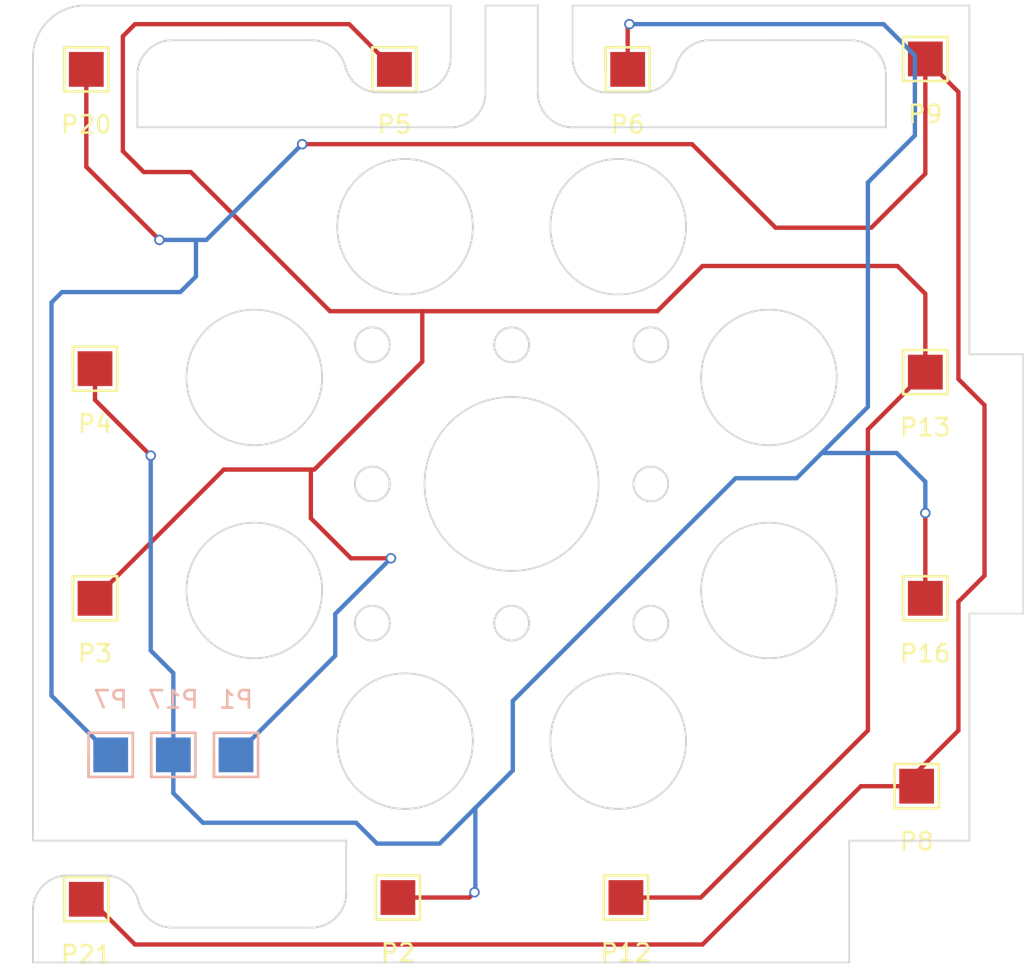
<source format=kicad_pcb>
(kicad_pcb (version 4) (host pcbnew "(2015-09-06 BZR 6161, Git 6b3ff2d)-product")
  (layers (0 F.Cu signal) (31 B.Cu signal) (34 B.Paste user) (35 F.Paste user) (36 B.SilkS user) (37 F.SilkS user) (38 B.Mask user) (39 F.Mask user) (44 Edge.Cuts user))
  (net 0 "")
  (net 1 VCC)
  (net 2 GND)
  (net 3 "Net-(P20-Pad1)")
  (module myfootprint:MYCONN2 (layer B.Cu) (at 131.7 110.7)
    (fp_text reference P1 (at 0 -3.175) (layer B.SilkS) (effects (justify mirror)))
    (fp_text value CONN_01X01)
    (pad 1 connect rect (at 0 0) (size 2 2) (layers B.Cu B.Mask) (net 1 VCC))
  )
  (module myfootprint:MYCONN2 (layer F.Cu) (at 141 118.9)
    (fp_text reference P2 (at 0 3.175) (layer F.SilkS))
    (fp_text value CONN_01X01)
    (pad 1 connect rect (at 0 0) (size 2 2) (layers F.Cu F.Mask) (net 2 GND))
  )
  (module myfootprint:MYCONN2 (layer F.Cu) (at 123.6 101.7)
    (fp_text reference P3 (at 0 3.175) (layer F.SilkS))
    (fp_text value CONN_01X01)
    (pad 1 connect rect (at 0 0) (size 2 2) (layers F.Cu F.Mask) (net 1 VCC))
  )
  (module myfootprint:MYCONN2 (layer F.Cu) (at 123.6 88.5)
    (fp_text reference P4 (at 0 3.175) (layer F.SilkS))
    (fp_text value CONN_01X01)
    (pad 1 connect rect (at 0 0) (size 2 2) (layers F.Cu F.Mask) (net 2 GND))
  )
  (module myfootprint:MYCONN2 (layer F.Cu) (at 140.8 71.3)
    (fp_text reference P5 (at 0 3.175) (layer F.SilkS))
    (fp_text value CONN_01X01)
    (pad 1 connect rect (at 0 0) (size 2 2) (layers F.Cu F.Mask) (net 1 VCC))
  )
  (module myfootprint:MYCONN2 (layer F.Cu) (at 154.2 71.3)
    (fp_text reference P6 (at 0 3.175) (layer F.SilkS))
    (fp_text value CONN_01X01)
    (pad 1 connect rect (at 0 0) (size 2 2) (layers F.Cu F.Mask) (net 2 GND))
  )
  (module myfootprint:MYCONN2 (layer B.Cu) (at 124.5 110.7)
    (fp_text reference P7 (at 0 -3.175) (layer B.SilkS) (effects (justify mirror)))
    (fp_text value CONN_01X01)
    (pad 1 connect rect (at 0 0) (size 2 2) (layers B.Cu B.Mask) (net 3 "Net-(P20-Pad1)"))
  )
  (module myfootprint:MYCONN2 (layer F.Cu) (at 170.8 112.5)
    (fp_text reference P8 (at 0 3.175) (layer F.SilkS))
    (fp_text value CONN_01X01)
    (pad 1 connect rect (at 0 0) (size 2 2) (layers F.Cu F.Mask) (net 3 "Net-(P20-Pad1)"))
  )
  (module myfootprint:MYCONN2 (layer F.Cu) (at 171.3 70.7)
    (fp_text reference P9 (at 0 3.175) (layer F.SilkS))
    (fp_text value CONN_01X01)
    (pad 1 connect rect (at 0 0) (size 2 2) (layers F.Cu F.Mask) (net 3 "Net-(P20-Pad1)"))
  )
  (module myfootprint:MYCONN2 (layer F.Cu) (at 154.1 118.9)
    (fp_text reference P12 (at 0 3.175) (layer F.SilkS))
    (fp_text value CONN_01X01)
    (pad 1 connect rect (at 0 0) (size 2 2) (layers F.Cu F.Mask) (net 1 VCC))
  )
  (module myfootprint:MYCONN2 (layer F.Cu) (at 171.3 88.7)
    (fp_text reference P13 (at 0 3.175) (layer F.SilkS))
    (fp_text value CONN_01X01)
    (pad 1 connect rect (at 0 0) (size 2 2) (layers F.Cu F.Mask) (net 1 VCC))
  )
  (module myfootprint:MYCONN2 (layer F.Cu) (at 171.3 101.7)
    (fp_text reference P16 (at 0 3.175) (layer F.SilkS))
    (fp_text value CONN_01X01)
    (pad 1 connect rect (at 0 0) (size 2 2) (layers F.Cu F.Mask) (net 2 GND))
  )
  (module myfootprint:MYCONN2 (layer B.Cu) (at 128.1 110.7)
    (fp_text reference P17 (at 0 -3.175) (layer B.SilkS) (effects (justify mirror)))
    (fp_text value CONN_01X01)
    (pad 1 connect rect (at 0 0) (size 2 2) (layers B.Cu B.Mask) (net 2 GND))
  )
  (module myfootprint:MYCONN2 (layer F.Cu) (at 123.1 71.3)
    (fp_text reference P20 (at 0 3.175) (layer F.SilkS))
    (fp_text value CONN_01X01)
    (pad 1 connect rect (at 0 0) (size 2 2) (layers F.Cu F.Mask) (net 3 "Net-(P20-Pad1)"))
  )
  (module myfootprint:MYCONN2 (layer F.Cu) (at 123.1 119)
    (fp_text reference P21 (at 0 3.175) (layer F.SilkS))
    (fp_text value CONN_01X01)
    (pad 1 connect rect (at 0 0) (size 2 2) (layers F.Cu F.Mask) (net 3 "Net-(P20-Pad1)"))
  )
  (gr_line (start 166.209572 101.250435) (end 166.209566 101.250435) (layer Edge.Cuts) (width 0.1))
  (gr_line (start 166.209566 101.250435) (end 166.209572 101.250435) (layer Edge.Cuts) (width 0.1))
  (gr_line (start 145.304565 109.909572) (end 145.304562 109.909572) (layer Edge.Cuts) (width 0.1))
  (gr_line (start 145.304562 109.909572) (end 145.304565 109.909572) (layer Edge.Cuts) (width 0.1))
  (gr_line (start 166.209424 101.284013) (end 166.209566 101.250435) (layer Edge.Cuts) (width 0.1))
  (gr_line (start 166.209 101.317524) (end 166.209424 101.284013) (layer Edge.Cuts) (width 0.1))
  (gr_line (start 166.208294 101.350967) (end 166.209 101.317524) (layer Edge.Cuts) (width 0.1))
  (gr_line (start 166.207308 101.384339) (end 166.208294 101.350967) (layer Edge.Cuts) (width 0.1))
  (gr_line (start 166.206043 101.417641) (end 166.207308 101.384339) (layer Edge.Cuts) (width 0.1))
  (gr_line (start 166.204499 101.450871) (end 166.206043 101.417641) (layer Edge.Cuts) (width 0.1))
  (gr_line (start 166.202678 101.484028) (end 166.204499 101.450871) (layer Edge.Cuts) (width 0.1))
  (gr_line (start 166.200582 101.51711) (end 166.202678 101.484028) (layer Edge.Cuts) (width 0.1))
  (gr_line (start 166.198211 101.550117) (end 166.200582 101.51711) (layer Edge.Cuts) (width 0.1))
  (gr_line (start 166.195566 101.583048) (end 166.198211 101.550117) (layer Edge.Cuts) (width 0.1))
  (gr_line (start 166.192648 101.615901) (end 166.195566 101.583048) (layer Edge.Cuts) (width 0.1))
  (gr_line (start 166.18946 101.648676) (end 166.192648 101.615901) (layer Edge.Cuts) (width 0.1))
  (gr_line (start 166.186001 101.68137) (end 166.18946 101.648676) (layer Edge.Cuts) (width 0.1))
  (gr_line (start 166.182273 101.713984) (end 166.186001 101.68137) (layer Edge.Cuts) (width 0.1))
  (gr_line (start 166.178276 101.746515) (end 166.182273 101.713984) (layer Edge.Cuts) (width 0.1))
  (gr_line (start 166.174013 101.778963) (end 166.178276 101.746515) (layer Edge.Cuts) (width 0.1))
  (gr_line (start 166.169485 101.811327) (end 166.174013 101.778963) (layer Edge.Cuts) (width 0.1))
  (gr_line (start 166.164691 101.843605) (end 166.169485 101.811327) (layer Edge.Cuts) (width 0.1))
  (gr_line (start 166.159634 101.875796) (end 166.164691 101.843605) (layer Edge.Cuts) (width 0.1))
  (gr_line (start 166.154315 101.9079) (end 166.159634 101.875796) (layer Edge.Cuts) (width 0.1))
  (gr_line (start 166.148734 101.939914) (end 166.154315 101.9079) (layer Edge.Cuts) (width 0.1))
  (gr_line (start 166.142893 101.971839) (end 166.148734 101.939914) (layer Edge.Cuts) (width 0.1))
  (gr_line (start 166.136794 102.003672) (end 166.142893 101.971839) (layer Edge.Cuts) (width 0.1))
  (gr_line (start 166.130436 102.035413) (end 166.136794 102.003672) (layer Edge.Cuts) (width 0.1))
  (gr_line (start 166.123822 102.06706) (end 166.130436 102.035413) (layer Edge.Cuts) (width 0.1))
  (gr_line (start 166.116953 102.098613) (end 166.123822 102.06706) (layer Edge.Cuts) (width 0.1))
  (gr_line (start 166.10983 102.13007) (end 166.116953 102.098613) (layer Edge.Cuts) (width 0.1))
  (gr_line (start 166.102453 102.161431) (end 166.10983 102.13007) (layer Edge.Cuts) (width 0.1))
  (gr_line (start 166.094824 102.192693) (end 166.102453 102.161431) (layer Edge.Cuts) (width 0.1))
  (gr_line (start 166.086944 102.223856) (end 166.094824 102.192693) (layer Edge.Cuts) (width 0.1))
  (gr_line (start 166.078815 102.254919) (end 166.086944 102.223856) (layer Edge.Cuts) (width 0.1))
  (gr_line (start 166.070436 102.28588) (end 166.078815 102.254919) (layer Edge.Cuts) (width 0.1))
  (gr_line (start 166.06181 102.316739) (end 166.070436 102.28588) (layer Edge.Cuts) (width 0.1))
  (gr_line (start 166.052938 102.347494) (end 166.06181 102.316739) (layer Edge.Cuts) (width 0.1))
  (gr_line (start 166.04382 102.378144) (end 166.052938 102.347494) (layer Edge.Cuts) (width 0.1))
  (gr_line (start 166.034458 102.408689) (end 166.04382 102.378144) (layer Edge.Cuts) (width 0.1))
  (gr_line (start 166.024853 102.439126) (end 166.034458 102.408689) (layer Edge.Cuts) (width 0.1))
  (gr_line (start 166.015006 102.469455) (end 166.024853 102.439126) (layer Edge.Cuts) (width 0.1))
  (gr_line (start 166.004919 102.499675) (end 166.015006 102.469455) (layer Edge.Cuts) (width 0.1))
  (gr_line (start 165.994591 102.529784) (end 166.004919 102.499675) (layer Edge.Cuts) (width 0.1))
  (gr_line (start 165.984026 102.559782) (end 165.994591 102.529784) (layer Edge.Cuts) (width 0.1))
  (gr_line (start 165.973222 102.589667) (end 165.984026 102.559782) (layer Edge.Cuts) (width 0.1))
  (gr_line (start 165.962183 102.619438) (end 165.973222 102.589667) (layer Edge.Cuts) (width 0.1))
  (gr_line (start 165.950908 102.649094) (end 165.962183 102.619438) (layer Edge.Cuts) (width 0.1))
  (gr_line (start 165.9394 102.678634) (end 165.950908 102.649094) (layer Edge.Cuts) (width 0.1))
  (gr_line (start 165.927658 102.708056) (end 165.9394 102.678634) (layer Edge.Cuts) (width 0.1))
  (gr_line (start 165.915685 102.73736) (end 165.927658 102.708056) (layer Edge.Cuts) (width 0.1))
  (gr_line (start 165.903481 102.766545) (end 165.915685 102.73736) (layer Edge.Cuts) (width 0.1))
  (gr_line (start 165.891048 102.795609) (end 165.903481 102.766545) (layer Edge.Cuts) (width 0.1))
  (gr_line (start 165.878386 102.824551) (end 165.891048 102.795609) (layer Edge.Cuts) (width 0.1))
  (gr_line (start 165.865498 102.85337) (end 165.878386 102.824551) (layer Edge.Cuts) (width 0.1))
  (gr_line (start 165.852383 102.882065) (end 165.865498 102.85337) (layer Edge.Cuts) (width 0.1))
  (gr_line (start 165.839043 102.910635) (end 165.852383 102.882065) (layer Edge.Cuts) (width 0.1))
  (gr_line (start 165.82548 102.939078) (end 165.839043 102.910635) (layer Edge.Cuts) (width 0.1))
  (gr_line (start 165.811694 102.967394) (end 165.82548 102.939078) (layer Edge.Cuts) (width 0.1))
  (gr_line (start 165.797686 102.995582) (end 165.811694 102.967394) (layer Edge.Cuts) (width 0.1))
  (gr_line (start 165.783458 103.02364) (end 165.797686 102.995582) (layer Edge.Cuts) (width 0.1))
  (gr_line (start 165.769011 103.051566) (end 165.783458 103.02364) (layer Edge.Cuts) (width 0.1))
  (gr_line (start 165.754346 103.079361) (end 165.769011 103.051566) (layer Edge.Cuts) (width 0.1))
  (gr_line (start 165.739464 103.107023) (end 165.754346 103.079361) (layer Edge.Cuts) (width 0.1))
  (gr_line (start 165.724365 103.13455) (end 165.739464 103.107023) (layer Edge.Cuts) (width 0.1))
  (gr_line (start 165.709053 103.161942) (end 165.724365 103.13455) (layer Edge.Cuts) (width 0.1))
  (gr_line (start 165.693526 103.189198) (end 165.709053 103.161942) (layer Edge.Cuts) (width 0.1))
  (gr_line (start 165.677787 103.216316) (end 165.693526 103.189198) (layer Edge.Cuts) (width 0.1))
  (gr_line (start 165.661837 103.243295) (end 165.677787 103.216316) (layer Edge.Cuts) (width 0.1))
  (gr_line (start 165.645677 103.270134) (end 165.661837 103.243295) (layer Edge.Cuts) (width 0.1))
  (gr_line (start 165.629307 103.296832) (end 165.645677 103.270134) (layer Edge.Cuts) (width 0.1))
  (gr_line (start 165.61273 103.323388) (end 165.629307 103.296832) (layer Edge.Cuts) (width 0.1))
  (gr_line (start 165.595946 103.3498) (end 165.61273 103.323388) (layer Edge.Cuts) (width 0.1))
  (gr_line (start 165.578956 103.376068) (end 165.595946 103.3498) (layer Edge.Cuts) (width 0.1))
  (gr_line (start 165.561762 103.40219) (end 165.578956 103.376068) (layer Edge.Cuts) (width 0.1))
  (gr_line (start 165.544364 103.428166) (end 165.561762 103.40219) (layer Edge.Cuts) (width 0.1))
  (gr_line (start 165.526764 103.453994) (end 165.544364 103.428166) (layer Edge.Cuts) (width 0.1))
  (gr_line (start 165.508963 103.479673) (end 165.526764 103.453994) (layer Edge.Cuts) (width 0.1))
  (gr_line (start 165.490962 103.505201) (end 165.508963 103.479673) (layer Edge.Cuts) (width 0.1))
  (gr_line (start 165.472762 103.530579) (end 165.490962 103.505201) (layer Edge.Cuts) (width 0.1))
  (gr_line (start 165.454364 103.555804) (end 165.472762 103.530579) (layer Edge.Cuts) (width 0.1))
  (gr_line (start 165.43577 103.580875) (end 165.454364 103.555804) (layer Edge.Cuts) (width 0.1))
  (gr_line (start 165.416981 103.605792) (end 165.43577 103.580875) (layer Edge.Cuts) (width 0.1))
  (gr_line (start 165.397997 103.630553) (end 165.416981 103.605792) (layer Edge.Cuts) (width 0.1))
  (gr_line (start 165.37882 103.655157) (end 165.397997 103.630553) (layer Edge.Cuts) (width 0.1))
  (gr_line (start 165.35945 103.679603) (end 165.37882 103.655157) (layer Edge.Cuts) (width 0.1))
  (gr_line (start 165.33989 103.70389) (end 165.35945 103.679603) (layer Edge.Cuts) (width 0.1))
  (gr_line (start 165.32014 103.728017) (end 165.33989 103.70389) (layer Edge.Cuts) (width 0.1))
  (gr_line (start 165.300202 103.751982) (end 165.32014 103.728017) (layer Edge.Cuts) (width 0.1))
  (gr_line (start 165.280076 103.775784) (end 165.300202 103.751982) (layer Edge.Cuts) (width 0.1))
  (gr_line (start 165.259763 103.799423) (end 165.280076 103.775784) (layer Edge.Cuts) (width 0.1))
  (gr_line (start 165.239265 103.822897) (end 165.259763 103.799423) (layer Edge.Cuts) (width 0.1))
  (gr_line (start 165.218583 103.846204) (end 165.239265 103.822897) (layer Edge.Cuts) (width 0.1))
  (gr_line (start 165.197719 103.869345) (end 165.218583 103.846204) (layer Edge.Cuts) (width 0.1))
  (gr_line (start 165.176672 103.892318) (end 165.197719 103.869345) (layer Edge.Cuts) (width 0.1))
  (gr_line (start 165.155444 103.915121) (end 165.176672 103.892318) (layer Edge.Cuts) (width 0.1))
  (gr_line (start 165.134037 103.937753) (end 165.155444 103.915121) (layer Edge.Cuts) (width 0.1))
  (gr_line (start 165.112452 103.960214) (end 165.134037 103.937753) (layer Edge.Cuts) (width 0.1))
  (gr_line (start 165.090689 103.982502) (end 165.112452 103.960214) (layer Edge.Cuts) (width 0.1))
  (gr_line (start 165.06875 104.004616) (end 165.090689 103.982502) (layer Edge.Cuts) (width 0.1))
  (gr_line (start 165.046636 104.026555) (end 165.06875 104.004616) (layer Edge.Cuts) (width 0.1))
  (gr_line (start 165.024348 104.048318) (end 165.046636 104.026555) (layer Edge.Cuts) (width 0.1))
  (gr_line (start 165.001887 104.069903) (end 165.024348 104.048318) (layer Edge.Cuts) (width 0.1))
  (gr_line (start 164.979255 104.09131) (end 165.001887 104.069903) (layer Edge.Cuts) (width 0.1))
  (gr_line (start 164.956452 104.112538) (end 164.979255 104.09131) (layer Edge.Cuts) (width 0.1))
  (gr_line (start 164.933479 104.133585) (end 164.956452 104.112538) (layer Edge.Cuts) (width 0.1))
  (gr_line (start 164.910339 104.154449) (end 164.933479 104.133585) (layer Edge.Cuts) (width 0.1))
  (gr_line (start 164.887031 104.175131) (end 164.910339 104.154449) (layer Edge.Cuts) (width 0.1))
  (gr_line (start 164.863557 104.195629) (end 164.887031 104.175131) (layer Edge.Cuts) (width 0.1))
  (gr_line (start 164.839918 104.215942) (end 164.863557 104.195629) (layer Edge.Cuts) (width 0.1))
  (gr_line (start 164.816116 104.236068) (end 164.839918 104.215942) (layer Edge.Cuts) (width 0.1))
  (gr_line (start 164.792151 104.256006) (end 164.816116 104.236068) (layer Edge.Cuts) (width 0.1))
  (gr_line (start 164.768024 104.275756) (end 164.792151 104.256006) (layer Edge.Cuts) (width 0.1))
  (gr_line (start 164.743738 104.295316) (end 164.768024 104.275756) (layer Edge.Cuts) (width 0.1))
  (gr_line (start 164.719292 104.314686) (end 164.743738 104.295316) (layer Edge.Cuts) (width 0.1))
  (gr_line (start 164.694688 104.333863) (end 164.719292 104.314686) (layer Edge.Cuts) (width 0.1))
  (gr_line (start 164.669927 104.352847) (end 164.694688 104.333863) (layer Edge.Cuts) (width 0.1))
  (gr_line (start 164.64501 104.371636) (end 164.669927 104.352847) (layer Edge.Cuts) (width 0.1))
  (gr_line (start 164.619938 104.39023) (end 164.64501 104.371636) (layer Edge.Cuts) (width 0.1))
  (gr_line (start 164.594713 104.408628) (end 164.619938 104.39023) (layer Edge.Cuts) (width 0.1))
  (gr_line (start 164.569336 104.426828) (end 164.594713 104.408628) (layer Edge.Cuts) (width 0.1))
  (gr_line (start 164.543808 104.444829) (end 164.569336 104.426828) (layer Edge.Cuts) (width 0.1))
  (gr_line (start 164.518129 104.46263) (end 164.543808 104.444829) (layer Edge.Cuts) (width 0.1))
  (gr_line (start 164.492301 104.48023) (end 164.518129 104.46263) (layer Edge.Cuts) (width 0.1))
  (gr_line (start 164.466325 104.497628) (end 164.492301 104.48023) (layer Edge.Cuts) (width 0.1))
  (gr_line (start 164.440203 104.514822) (end 164.466325 104.497628) (layer Edge.Cuts) (width 0.1))
  (gr_line (start 164.413935 104.531812) (end 164.440203 104.514822) (layer Edge.Cuts) (width 0.1))
  (gr_line (start 164.387522 104.548596) (end 164.413935 104.531812) (layer Edge.Cuts) (width 0.1))
  (gr_line (start 164.360966 104.565173) (end 164.387522 104.548596) (layer Edge.Cuts) (width 0.1))
  (gr_line (start 164.334268 104.581543) (end 164.360966 104.565173) (layer Edge.Cuts) (width 0.1))
  (gr_line (start 164.307429 104.597703) (end 164.334268 104.581543) (layer Edge.Cuts) (width 0.1))
  (gr_line (start 164.28045 104.613653) (end 164.307429 104.597703) (layer Edge.Cuts) (width 0.1))
  (gr_line (start 164.253332 104.629392) (end 164.28045 104.613653) (layer Edge.Cuts) (width 0.1))
  (gr_line (start 164.226077 104.644918) (end 164.253332 104.629392) (layer Edge.Cuts) (width 0.1))
  (gr_line (start 164.198685 104.660231) (end 164.226077 104.644918) (layer Edge.Cuts) (width 0.1))
  (gr_line (start 164.171157 104.675329) (end 164.198685 104.660231) (layer Edge.Cuts) (width 0.1))
  (gr_line (start 164.143495 104.690211) (end 164.171157 104.675329) (layer Edge.Cuts) (width 0.1))
  (gr_line (start 164.115701 104.704877) (end 164.143495 104.690211) (layer Edge.Cuts) (width 0.1))
  (gr_line (start 164.087774 104.719324) (end 164.115701 104.704877) (layer Edge.Cuts) (width 0.1))
  (gr_line (start 164.059716 104.733552) (end 164.087774 104.719324) (layer Edge.Cuts) (width 0.1))
  (gr_line (start 164.031529 104.747559) (end 164.059716 104.733552) (layer Edge.Cuts) (width 0.1))
  (gr_line (start 164.003212 104.761345) (end 164.031529 104.747559) (layer Edge.Cuts) (width 0.1))
  (gr_line (start 163.974769 104.774908) (end 164.003212 104.761345) (layer Edge.Cuts) (width 0.1))
  (gr_line (start 163.946199 104.788248) (end 163.974769 104.774908) (layer Edge.Cuts) (width 0.1))
  (gr_line (start 163.917504 104.801363) (end 163.946199 104.788248) (layer Edge.Cuts) (width 0.1))
  (gr_line (start 163.888685 104.814251) (end 163.917504 104.801363) (layer Edge.Cuts) (width 0.1))
  (gr_line (start 163.859743 104.826913) (end 163.888685 104.814251) (layer Edge.Cuts) (width 0.1))
  (gr_line (start 163.830679 104.839346) (end 163.859743 104.826913) (layer Edge.Cuts) (width 0.1))
  (gr_line (start 163.801494 104.85155) (end 163.830679 104.839346) (layer Edge.Cuts) (width 0.1))
  (gr_line (start 163.77219 104.863523) (end 163.801494 104.85155) (layer Edge.Cuts) (width 0.1))
  (gr_line (start 163.742768 104.875264) (end 163.77219 104.863523) (layer Edge.Cuts) (width 0.1))
  (gr_line (start 163.713228 104.886773) (end 163.742768 104.875264) (layer Edge.Cuts) (width 0.1))
  (gr_line (start 163.683572 104.898047) (end 163.713228 104.886773) (layer Edge.Cuts) (width 0.1))
  (gr_line (start 163.653801 104.909087) (end 163.683572 104.898047) (layer Edge.Cuts) (width 0.1))
  (gr_line (start 163.623916 104.91989) (end 163.653801 104.909087) (layer Edge.Cuts) (width 0.1))
  (gr_line (start 163.593918 104.930456) (end 163.623916 104.91989) (layer Edge.Cuts) (width 0.1))
  (gr_line (start 163.563809 104.940783) (end 163.593918 104.930456) (layer Edge.Cuts) (width 0.1))
  (gr_line (start 163.533589 104.950871) (end 163.563809 104.940783) (layer Edge.Cuts) (width 0.1))
  (gr_line (start 163.50326 104.960718) (end 163.533589 104.950871) (layer Edge.Cuts) (width 0.1))
  (gr_line (start 163.472823 104.970323) (end 163.50326 104.960718) (layer Edge.Cuts) (width 0.1))
  (gr_line (start 163.442278 104.979685) (end 163.472823 104.970323) (layer Edge.Cuts) (width 0.1))
  (gr_line (start 163.411628 104.988803) (end 163.442278 104.979685) (layer Edge.Cuts) (width 0.1))
  (gr_line (start 163.380873 104.997675) (end 163.411628 104.988803) (layer Edge.Cuts) (width 0.1))
  (gr_line (start 163.350014 105.006301) (end 163.380873 104.997675) (layer Edge.Cuts) (width 0.1))
  (gr_line (start 163.319053 105.01468) (end 163.350014 105.006301) (layer Edge.Cuts) (width 0.1))
  (gr_line (start 163.28799 105.02281) (end 163.319053 105.01468) (layer Edge.Cuts) (width 0.1))
  (gr_line (start 163.256827 105.03069) (end 163.28799 105.02281) (layer Edge.Cuts) (width 0.1))
  (gr_line (start 163.225565 105.038318) (end 163.256827 105.03069) (layer Edge.Cuts) (width 0.1))
  (gr_line (start 163.194204 105.045695) (end 163.225565 105.038318) (layer Edge.Cuts) (width 0.1))
  (gr_line (start 163.162747 105.052819) (end 163.194204 105.045695) (layer Edge.Cuts) (width 0.1))
  (gr_line (start 163.131194 105.059688) (end 163.162747 105.052819) (layer Edge.Cuts) (width 0.1))
  (gr_line (start 163.099547 105.066302) (end 163.131194 105.059688) (layer Edge.Cuts) (width 0.1))
  (gr_line (start 163.067806 105.072659) (end 163.099547 105.066302) (layer Edge.Cuts) (width 0.1))
  (gr_line (start 163.035973 105.078758) (end 163.067806 105.072659) (layer Edge.Cuts) (width 0.1))
  (gr_line (start 163.004048 105.084599) (end 163.035973 105.078758) (layer Edge.Cuts) (width 0.1))
  (gr_line (start 162.972034 105.090179) (end 163.004048 105.084599) (layer Edge.Cuts) (width 0.1))
  (gr_line (start 162.93993 105.095499) (end 162.972034 105.090179) (layer Edge.Cuts) (width 0.1))
  (gr_line (start 162.907739 105.100556) (end 162.93993 105.095499) (layer Edge.Cuts) (width 0.1))
  (gr_line (start 162.875461 105.105349) (end 162.907739 105.100556) (layer Edge.Cuts) (width 0.1))
  (gr_line (start 162.843097 105.109878) (end 162.875461 105.105349) (layer Edge.Cuts) (width 0.1))
  (gr_line (start 162.810649 105.114141) (end 162.843097 105.109878) (layer Edge.Cuts) (width 0.1))
  (gr_line (start 162.778118 105.118138) (end 162.810649 105.114141) (layer Edge.Cuts) (width 0.1))
  (gr_line (start 162.745505 105.121866) (end 162.778118 105.118138) (layer Edge.Cuts) (width 0.1))
  (gr_line (start 162.71281 105.125325) (end 162.745505 105.121866) (layer Edge.Cuts) (width 0.1))
  (gr_line (start 162.680036 105.128514) (end 162.71281 105.125325) (layer Edge.Cuts) (width 0.1))
  (gr_line (start 162.647183 105.131432) (end 162.680036 105.128514) (layer Edge.Cuts) (width 0.1))
  (gr_line (start 162.614252 105.134077) (end 162.647183 105.131432) (layer Edge.Cuts) (width 0.1))
  (gr_line (start 162.581245 105.136449) (end 162.614252 105.134077) (layer Edge.Cuts) (width 0.1))
  (gr_line (start 162.548162 105.138546) (end 162.581245 105.136449) (layer Edge.Cuts) (width 0.1))
  (gr_line (start 162.515005 105.140367) (end 162.548162 105.138546) (layer Edge.Cuts) (width 0.1))
  (gr_line (start 162.481775 105.141911) (end 162.515005 105.140367) (layer Edge.Cuts) (width 0.1))
  (gr_line (start 162.448474 105.143176) (end 162.481775 105.141911) (layer Edge.Cuts) (width 0.1))
  (gr_line (start 162.415101 105.144163) (end 162.448474 105.143176) (layer Edge.Cuts) (width 0.1))
  (gr_line (start 162.381658 105.144869) (end 162.415101 105.144163) (layer Edge.Cuts) (width 0.1))
  (gr_line (start 162.348147 105.145293) (end 162.381658 105.144869) (layer Edge.Cuts) (width 0.1))
  (gr_line (start 162.314569 105.145435) (end 162.348147 105.145293) (layer Edge.Cuts) (width 0.1))
  (gr_line (start 162.280991 105.145293) (end 162.314569 105.145435) (layer Edge.Cuts) (width 0.1))
  (gr_line (start 162.24748 105.144869) (end 162.280991 105.145293) (layer Edge.Cuts) (width 0.1))
  (gr_line (start 162.214037 105.144163) (end 162.24748 105.144869) (layer Edge.Cuts) (width 0.1))
  (gr_line (start 162.180664 105.143176) (end 162.214037 105.144163) (layer Edge.Cuts) (width 0.1))
  (gr_line (start 162.147363 105.141911) (end 162.180664 105.143176) (layer Edge.Cuts) (width 0.1))
  (gr_line (start 162.114133 105.140367) (end 162.147363 105.141911) (layer Edge.Cuts) (width 0.1))
  (gr_line (start 162.080976 105.138546) (end 162.114133 105.140367) (layer Edge.Cuts) (width 0.1))
  (gr_line (start 162.047893 105.136449) (end 162.080976 105.138546) (layer Edge.Cuts) (width 0.1))
  (gr_line (start 162.014886 105.134077) (end 162.047893 105.136449) (layer Edge.Cuts) (width 0.1))
  (gr_line (start 161.981955 105.131432) (end 162.014886 105.134077) (layer Edge.Cuts) (width 0.1))
  (gr_line (start 161.949102 105.128514) (end 161.981955 105.131432) (layer Edge.Cuts) (width 0.1))
  (gr_line (start 161.916328 105.125325) (end 161.949102 105.128514) (layer Edge.Cuts) (width 0.1))
  (gr_line (start 161.883633 105.121866) (end 161.916328 105.125325) (layer Edge.Cuts) (width 0.1))
  (gr_line (start 161.85102 105.118138) (end 161.883633 105.121866) (layer Edge.Cuts) (width 0.1))
  (gr_line (start 161.818489 105.114141) (end 161.85102 105.118138) (layer Edge.Cuts) (width 0.1))
  (gr_line (start 161.786041 105.109878) (end 161.818489 105.114141) (layer Edge.Cuts) (width 0.1))
  (gr_line (start 161.753677 105.105349) (end 161.786041 105.109878) (layer Edge.Cuts) (width 0.1))
  (gr_line (start 161.721399 105.100556) (end 161.753677 105.105349) (layer Edge.Cuts) (width 0.1))
  (gr_line (start 161.689208 105.095499) (end 161.721399 105.100556) (layer Edge.Cuts) (width 0.1))
  (gr_line (start 161.657104 105.090179) (end 161.689208 105.095499) (layer Edge.Cuts) (width 0.1))
  (gr_line (start 161.62509 105.084599) (end 161.657104 105.090179) (layer Edge.Cuts) (width 0.1))
  (gr_line (start 161.593165 105.078758) (end 161.62509 105.084599) (layer Edge.Cuts) (width 0.1))
  (gr_line (start 161.561332 105.072659) (end 161.593165 105.078758) (layer Edge.Cuts) (width 0.1))
  (gr_line (start 161.529591 105.066302) (end 161.561332 105.072659) (layer Edge.Cuts) (width 0.1))
  (gr_line (start 161.497944 105.059688) (end 161.529591 105.066302) (layer Edge.Cuts) (width 0.1))
  (gr_line (start 161.466391 105.052819) (end 161.497944 105.059688) (layer Edge.Cuts) (width 0.1))
  (gr_line (start 161.434934 105.045695) (end 161.466391 105.052819) (layer Edge.Cuts) (width 0.1))
  (gr_line (start 161.403573 105.038318) (end 161.434934 105.045695) (layer Edge.Cuts) (width 0.1))
  (gr_line (start 161.372311 105.03069) (end 161.403573 105.038318) (layer Edge.Cuts) (width 0.1))
  (gr_line (start 161.341148 105.02281) (end 161.372311 105.03069) (layer Edge.Cuts) (width 0.1))
  (gr_line (start 161.310085 105.01468) (end 161.341148 105.02281) (layer Edge.Cuts) (width 0.1))
  (gr_line (start 161.279124 105.006301) (end 161.310085 105.01468) (layer Edge.Cuts) (width 0.1))
  (gr_line (start 161.248265 104.997675) (end 161.279124 105.006301) (layer Edge.Cuts) (width 0.1))
  (gr_line (start 161.21751 104.988803) (end 161.248265 104.997675) (layer Edge.Cuts) (width 0.1))
  (gr_line (start 161.18686 104.979685) (end 161.21751 104.988803) (layer Edge.Cuts) (width 0.1))
  (gr_line (start 161.156315 104.970323) (end 161.18686 104.979685) (layer Edge.Cuts) (width 0.1))
  (gr_line (start 161.125878 104.960718) (end 161.156315 104.970323) (layer Edge.Cuts) (width 0.1))
  (gr_line (start 161.095549 104.950871) (end 161.125878 104.960718) (layer Edge.Cuts) (width 0.1))
  (gr_line (start 161.065329 104.940783) (end 161.095549 104.950871) (layer Edge.Cuts) (width 0.1))
  (gr_line (start 161.03522 104.930456) (end 161.065329 104.940783) (layer Edge.Cuts) (width 0.1))
  (gr_line (start 161.005222 104.91989) (end 161.03522 104.930456) (layer Edge.Cuts) (width 0.1))
  (gr_line (start 160.975337 104.909087) (end 161.005222 104.91989) (layer Edge.Cuts) (width 0.1))
  (gr_line (start 160.945566 104.898047) (end 160.975337 104.909087) (layer Edge.Cuts) (width 0.1))
  (gr_line (start 160.91591 104.886773) (end 160.945566 104.898047) (layer Edge.Cuts) (width 0.1))
  (gr_line (start 160.88637 104.875264) (end 160.91591 104.886773) (layer Edge.Cuts) (width 0.1))
  (gr_line (start 160.856948 104.863523) (end 160.88637 104.875264) (layer Edge.Cuts) (width 0.1))
  (gr_line (start 160.827644 104.85155) (end 160.856948 104.863523) (layer Edge.Cuts) (width 0.1))
  (gr_line (start 160.798459 104.839346) (end 160.827644 104.85155) (layer Edge.Cuts) (width 0.1))
  (gr_line (start 160.769395 104.826913) (end 160.798459 104.839346) (layer Edge.Cuts) (width 0.1))
  (gr_line (start 160.740453 104.814252) (end 160.769395 104.826913) (layer Edge.Cuts) (width 0.1))
  (gr_line (start 160.711634 104.801363) (end 160.740453 104.814252) (layer Edge.Cuts) (width 0.1))
  (gr_line (start 160.682939 104.788248) (end 160.711634 104.801363) (layer Edge.Cuts) (width 0.1))
  (gr_line (start 160.654369 104.774909) (end 160.682939 104.788248) (layer Edge.Cuts) (width 0.1))
  (gr_line (start 160.625926 104.761346) (end 160.654369 104.774909) (layer Edge.Cuts) (width 0.1))
  (gr_line (start 160.597609 104.74756) (end 160.625926 104.761346) (layer Edge.Cuts) (width 0.1))
  (gr_line (start 160.569422 104.733552) (end 160.597609 104.74756) (layer Edge.Cuts) (width 0.1))
  (gr_line (start 160.541364 104.719324) (end 160.569422 104.733552) (layer Edge.Cuts) (width 0.1))
  (gr_line (start 160.513437 104.704877) (end 160.541364 104.719324) (layer Edge.Cuts) (width 0.1))
  (gr_line (start 160.485643 104.690212) (end 160.513437 104.704877) (layer Edge.Cuts) (width 0.1))
  (gr_line (start 160.457981 104.675329) (end 160.485643 104.690212) (layer Edge.Cuts) (width 0.1))
  (gr_line (start 160.430453 104.660231) (end 160.457981 104.675329) (layer Edge.Cuts) (width 0.1))
  (gr_line (start 160.403061 104.644919) (end 160.430453 104.660231) (layer Edge.Cuts) (width 0.1))
  (gr_line (start 160.375806 104.629392) (end 160.403061 104.644919) (layer Edge.Cuts) (width 0.1))
  (gr_line (start 160.348688 104.613653) (end 160.375806 104.629392) (layer Edge.Cuts) (width 0.1))
  (gr_line (start 160.321709 104.597703) (end 160.348688 104.613653) (layer Edge.Cuts) (width 0.1))
  (gr_line (start 160.29487 104.581543) (end 160.321709 104.597703) (layer Edge.Cuts) (width 0.1))
  (gr_line (start 160.268172 104.565173) (end 160.29487 104.581543) (layer Edge.Cuts) (width 0.1))
  (gr_line (start 160.241616 104.548596) (end 160.268172 104.565173) (layer Edge.Cuts) (width 0.1))
  (gr_line (start 160.215203 104.531812) (end 160.241616 104.548596) (layer Edge.Cuts) (width 0.1))
  (gr_line (start 160.188935 104.514822) (end 160.215203 104.531812) (layer Edge.Cuts) (width 0.1))
  (gr_line (start 160.162813 104.497628) (end 160.188935 104.514822) (layer Edge.Cuts) (width 0.1))
  (gr_line (start 160.136837 104.48023) (end 160.162813 104.497628) (layer Edge.Cuts) (width 0.1))
  (gr_line (start 160.111009 104.46263) (end 160.136837 104.48023) (layer Edge.Cuts) (width 0.1))
  (gr_line (start 160.08533 104.444829) (end 160.111009 104.46263) (layer Edge.Cuts) (width 0.1))
  (gr_line (start 160.059802 104.426828) (end 160.08533 104.444829) (layer Edge.Cuts) (width 0.1))
  (gr_line (start 160.034425 104.408628) (end 160.059802 104.426828) (layer Edge.Cuts) (width 0.1))
  (gr_line (start 160.0092 104.39023) (end 160.034425 104.408628) (layer Edge.Cuts) (width 0.1))
  (gr_line (start 159.984128 104.371636) (end 160.0092 104.39023) (layer Edge.Cuts) (width 0.1))
  (gr_line (start 159.959211 104.352847) (end 159.984128 104.371636) (layer Edge.Cuts) (width 0.1))
  (gr_line (start 159.93445 104.333863) (end 159.959211 104.352847) (layer Edge.Cuts) (width 0.1))
  (gr_line (start 159.909846 104.314686) (end 159.93445 104.333863) (layer Edge.Cuts) (width 0.1))
  (gr_line (start 159.8854 104.295316) (end 159.909846 104.314686) (layer Edge.Cuts) (width 0.1))
  (gr_line (start 159.861114 104.275756) (end 159.8854 104.295316) (layer Edge.Cuts) (width 0.1))
  (gr_line (start 159.836987 104.256006) (end 159.861114 104.275756) (layer Edge.Cuts) (width 0.1))
  (gr_line (start 159.813022 104.236068) (end 159.836987 104.256006) (layer Edge.Cuts) (width 0.1))
  (gr_line (start 159.78922 104.215942) (end 159.813022 104.236068) (layer Edge.Cuts) (width 0.1))
  (gr_line (start 159.765581 104.195629) (end 159.78922 104.215942) (layer Edge.Cuts) (width 0.1))
  (gr_line (start 159.742107 104.175131) (end 159.765581 104.195629) (layer Edge.Cuts) (width 0.1))
  (gr_line (start 159.718799 104.154449) (end 159.742107 104.175131) (layer Edge.Cuts) (width 0.1))
  (gr_line (start 159.695659 104.133585) (end 159.718799 104.154449) (layer Edge.Cuts) (width 0.1))
  (gr_line (start 159.672686 104.112538) (end 159.695659 104.133585) (layer Edge.Cuts) (width 0.1))
  (gr_line (start 159.649883 104.09131) (end 159.672686 104.112538) (layer Edge.Cuts) (width 0.1))
  (gr_line (start 159.627251 104.069903) (end 159.649883 104.09131) (layer Edge.Cuts) (width 0.1))
  (gr_line (start 159.60479 104.048318) (end 159.627251 104.069903) (layer Edge.Cuts) (width 0.1))
  (gr_line (start 159.582502 104.026555) (end 159.60479 104.048318) (layer Edge.Cuts) (width 0.1))
  (gr_line (start 159.560388 104.004616) (end 159.582502 104.026555) (layer Edge.Cuts) (width 0.1))
  (gr_line (start 159.538449 103.982502) (end 159.560388 104.004616) (layer Edge.Cuts) (width 0.1))
  (gr_line (start 159.516686 103.960214) (end 159.538449 103.982502) (layer Edge.Cuts) (width 0.1))
  (gr_line (start 159.495101 103.937753) (end 159.516686 103.960214) (layer Edge.Cuts) (width 0.1))
  (gr_line (start 159.473694 103.915121) (end 159.495101 103.937753) (layer Edge.Cuts) (width 0.1))
  (gr_line (start 159.452466 103.892318) (end 159.473694 103.915121) (layer Edge.Cuts) (width 0.1))
  (gr_line (start 159.431419 103.869345) (end 159.452466 103.892318) (layer Edge.Cuts) (width 0.1))
  (gr_line (start 159.410555 103.846204) (end 159.431419 103.869345) (layer Edge.Cuts) (width 0.1))
  (gr_line (start 159.389873 103.822897) (end 159.410555 103.846204) (layer Edge.Cuts) (width 0.1))
  (gr_line (start 159.369375 103.799423) (end 159.389873 103.822897) (layer Edge.Cuts) (width 0.1))
  (gr_line (start 159.349062 103.775784) (end 159.369375 103.799423) (layer Edge.Cuts) (width 0.1))
  (gr_line (start 159.328936 103.751982) (end 159.349062 103.775784) (layer Edge.Cuts) (width 0.1))
  (gr_line (start 159.308998 103.728017) (end 159.328936 103.751982) (layer Edge.Cuts) (width 0.1))
  (gr_line (start 159.289248 103.70389) (end 159.308998 103.728017) (layer Edge.Cuts) (width 0.1))
  (gr_line (start 159.269688 103.679603) (end 159.289248 103.70389) (layer Edge.Cuts) (width 0.1))
  (gr_line (start 159.250318 103.655157) (end 159.269688 103.679603) (layer Edge.Cuts) (width 0.1))
  (gr_line (start 159.231141 103.630553) (end 159.250318 103.655157) (layer Edge.Cuts) (width 0.1))
  (gr_line (start 159.212157 103.605792) (end 159.231141 103.630553) (layer Edge.Cuts) (width 0.1))
  (gr_line (start 159.193368 103.580875) (end 159.212157 103.605792) (layer Edge.Cuts) (width 0.1))
  (gr_line (start 159.174774 103.555804) (end 159.193368 103.580875) (layer Edge.Cuts) (width 0.1))
  (gr_line (start 159.156376 103.530579) (end 159.174774 103.555804) (layer Edge.Cuts) (width 0.1))
  (gr_line (start 159.138176 103.505201) (end 159.156376 103.530579) (layer Edge.Cuts) (width 0.1))
  (gr_line (start 159.120175 103.479673) (end 159.138176 103.505201) (layer Edge.Cuts) (width 0.1))
  (gr_line (start 159.102374 103.453994) (end 159.120175 103.479673) (layer Edge.Cuts) (width 0.1))
  (gr_line (start 159.084774 103.428166) (end 159.102374 103.453994) (layer Edge.Cuts) (width 0.1))
  (gr_line (start 159.067376 103.40219) (end 159.084774 103.428166) (layer Edge.Cuts) (width 0.1))
  (gr_line (start 159.050182 103.376068) (end 159.067376 103.40219) (layer Edge.Cuts) (width 0.1))
  (gr_line (start 159.033192 103.3498) (end 159.050182 103.376068) (layer Edge.Cuts) (width 0.1))
  (gr_line (start 159.016408 103.323388) (end 159.033192 103.3498) (layer Edge.Cuts) (width 0.1))
  (gr_line (start 158.999831 103.296832) (end 159.016408 103.323388) (layer Edge.Cuts) (width 0.1))
  (gr_line (start 158.983461 103.270134) (end 158.999831 103.296832) (layer Edge.Cuts) (width 0.1))
  (gr_line (start 158.967301 103.243295) (end 158.983461 103.270134) (layer Edge.Cuts) (width 0.1))
  (gr_line (start 158.951351 103.216316) (end 158.967301 103.243295) (layer Edge.Cuts) (width 0.1))
  (gr_line (start 158.935612 103.189198) (end 158.951351 103.216316) (layer Edge.Cuts) (width 0.1))
  (gr_line (start 158.920086 103.161942) (end 158.935612 103.189198) (layer Edge.Cuts) (width 0.1))
  (gr_line (start 158.904773 103.13455) (end 158.920086 103.161942) (layer Edge.Cuts) (width 0.1))
  (gr_line (start 158.889675 103.107023) (end 158.904773 103.13455) (layer Edge.Cuts) (width 0.1))
  (gr_line (start 158.874792 103.079361) (end 158.889675 103.107023) (layer Edge.Cuts) (width 0.1))
  (gr_line (start 158.860127 103.051566) (end 158.874792 103.079361) (layer Edge.Cuts) (width 0.1))
  (gr_line (start 158.84568 103.02364) (end 158.860127 103.051566) (layer Edge.Cuts) (width 0.1))
  (gr_line (start 158.831452 102.995582) (end 158.84568 103.02364) (layer Edge.Cuts) (width 0.1))
  (gr_line (start 158.817445 102.967394) (end 158.831452 102.995582) (layer Edge.Cuts) (width 0.1))
  (gr_line (start 158.803658 102.939078) (end 158.817445 102.967394) (layer Edge.Cuts) (width 0.1))
  (gr_line (start 158.790095 102.910635) (end 158.803658 102.939078) (layer Edge.Cuts) (width 0.1))
  (gr_line (start 158.776755 102.882065) (end 158.790095 102.910635) (layer Edge.Cuts) (width 0.1))
  (gr_line (start 158.763641 102.85337) (end 158.776755 102.882065) (layer Edge.Cuts) (width 0.1))
  (gr_line (start 158.750752 102.824551) (end 158.763641 102.85337) (layer Edge.Cuts) (width 0.1))
  (gr_line (start 158.73809 102.795609) (end 158.750752 102.824551) (layer Edge.Cuts) (width 0.1))
  (gr_line (start 158.725657 102.766545) (end 158.73809 102.795609) (layer Edge.Cuts) (width 0.1))
  (gr_line (start 158.713453 102.73736) (end 158.725657 102.766545) (layer Edge.Cuts) (width 0.1))
  (gr_line (start 158.70148 102.708056) (end 158.713453 102.73736) (layer Edge.Cuts) (width 0.1))
  (gr_line (start 158.689739 102.678634) (end 158.70148 102.708056) (layer Edge.Cuts) (width 0.1))
  (gr_line (start 158.67823 102.649094) (end 158.689739 102.678634) (layer Edge.Cuts) (width 0.1))
  (gr_line (start 158.666956 102.619438) (end 158.67823 102.649094) (layer Edge.Cuts) (width 0.1))
  (gr_line (start 158.655916 102.589667) (end 158.666956 102.619438) (layer Edge.Cuts) (width 0.1))
  (gr_line (start 158.645113 102.559782) (end 158.655916 102.589667) (layer Edge.Cuts) (width 0.1))
  (gr_line (start 158.634547 102.529784) (end 158.645113 102.559782) (layer Edge.Cuts) (width 0.1))
  (gr_line (start 158.624219 102.499675) (end 158.634547 102.529784) (layer Edge.Cuts) (width 0.1))
  (gr_line (start 158.614131 102.469455) (end 158.624219 102.499675) (layer Edge.Cuts) (width 0.1))
  (gr_line (start 158.604284 102.439126) (end 158.614131 102.469455) (layer Edge.Cuts) (width 0.1))
  (gr_line (start 158.594679 102.408689) (end 158.604284 102.439126) (layer Edge.Cuts) (width 0.1))
  (gr_line (start 158.585317 102.378144) (end 158.594679 102.408689) (layer Edge.Cuts) (width 0.1))
  (gr_line (start 158.576199 102.347494) (end 158.585317 102.378144) (layer Edge.Cuts) (width 0.1))
  (gr_line (start 158.567326 102.316739) (end 158.576199 102.347494) (layer Edge.Cuts) (width 0.1))
  (gr_line (start 158.5587 102.28588) (end 158.567326 102.316739) (layer Edge.Cuts) (width 0.1))
  (gr_line (start 158.550322 102.254919) (end 158.5587 102.28588) (layer Edge.Cuts) (width 0.1))
  (gr_line (start 158.542192 102.223856) (end 158.550322 102.254919) (layer Edge.Cuts) (width 0.1))
  (gr_line (start 158.534312 102.192693) (end 158.542192 102.223856) (layer Edge.Cuts) (width 0.1))
  (gr_line (start 158.526684 102.161431) (end 158.534312 102.192693) (layer Edge.Cuts) (width 0.1))
  (gr_line (start 158.519307 102.13007) (end 158.526684 102.161431) (layer Edge.Cuts) (width 0.1))
  (gr_line (start 158.512184 102.098613) (end 158.519307 102.13007) (layer Edge.Cuts) (width 0.1))
  (gr_line (start 158.505315 102.06706) (end 158.512184 102.098613) (layer Edge.Cuts) (width 0.1))
  (gr_line (start 158.498702 102.035413) (end 158.505315 102.06706) (layer Edge.Cuts) (width 0.1))
  (gr_line (start 158.492345 102.003672) (end 158.498702 102.035413) (layer Edge.Cuts) (width 0.1))
  (gr_line (start 158.486247 101.971839) (end 158.492345 102.003672) (layer Edge.Cuts) (width 0.1))
  (gr_line (start 158.480407 101.939914) (end 158.486247 101.971839) (layer Edge.Cuts) (width 0.1))
  (gr_line (start 158.474827 101.9079) (end 158.480407 101.939914) (layer Edge.Cuts) (width 0.1))
  (gr_line (start 158.469508 101.875796) (end 158.474827 101.9079) (layer Edge.Cuts) (width 0.1))
  (gr_line (start 158.464451 101.843605) (end 158.469508 101.875796) (layer Edge.Cuts) (width 0.1))
  (gr_line (start 158.459658 101.811327) (end 158.464451 101.843605) (layer Edge.Cuts) (width 0.1))
  (gr_line (start 158.455129 101.778963) (end 158.459658 101.811327) (layer Edge.Cuts) (width 0.1))
  (gr_line (start 158.450866 101.746515) (end 158.455129 101.778963) (layer Edge.Cuts) (width 0.1))
  (gr_line (start 158.44687 101.713984) (end 158.450866 101.746515) (layer Edge.Cuts) (width 0.1))
  (gr_line (start 158.443141 101.68137) (end 158.44687 101.713984) (layer Edge.Cuts) (width 0.1))
  (gr_line (start 158.439682 101.648676) (end 158.443141 101.68137) (layer Edge.Cuts) (width 0.1))
  (gr_line (start 158.436493 101.615901) (end 158.439682 101.648676) (layer Edge.Cuts) (width 0.1))
  (gr_line (start 158.433575 101.583048) (end 158.436493 101.615901) (layer Edge.Cuts) (width 0.1))
  (gr_line (start 158.43093 101.550117) (end 158.433575 101.583048) (layer Edge.Cuts) (width 0.1))
  (gr_line (start 158.428558 101.51711) (end 158.43093 101.550117) (layer Edge.Cuts) (width 0.1))
  (gr_line (start 158.426461 101.484028) (end 158.428558 101.51711) (layer Edge.Cuts) (width 0.1))
  (gr_line (start 158.42464 101.450871) (end 158.426461 101.484028) (layer Edge.Cuts) (width 0.1))
  (gr_line (start 158.423096 101.417641) (end 158.42464 101.450871) (layer Edge.Cuts) (width 0.1))
  (gr_line (start 158.421831 101.384339) (end 158.423096 101.417641) (layer Edge.Cuts) (width 0.1))
  (gr_line (start 158.420844 101.350967) (end 158.421831 101.384339) (layer Edge.Cuts) (width 0.1))
  (gr_line (start 158.420138 101.317524) (end 158.420844 101.350967) (layer Edge.Cuts) (width 0.1))
  (gr_line (start 158.419714 101.284013) (end 158.420138 101.317524) (layer Edge.Cuts) (width 0.1))
  (gr_line (start 158.419572 101.250435) (end 158.419714 101.284013) (layer Edge.Cuts) (width 0.1))
  (gr_line (start 158.419714 101.216857) (end 158.419572 101.250435) (layer Edge.Cuts) (width 0.1))
  (gr_line (start 158.420138 101.183346) (end 158.419714 101.216857) (layer Edge.Cuts) (width 0.1))
  (gr_line (start 158.420844 101.149903) (end 158.420138 101.183346) (layer Edge.Cuts) (width 0.1))
  (gr_line (start 158.421831 101.11653) (end 158.420844 101.149903) (layer Edge.Cuts) (width 0.1))
  (gr_line (start 158.423096 101.083229) (end 158.421831 101.11653) (layer Edge.Cuts) (width 0.1))
  (gr_line (start 158.42464 101.049999) (end 158.423096 101.083229) (layer Edge.Cuts) (width 0.1))
  (gr_line (start 158.426461 101.016842) (end 158.42464 101.049999) (layer Edge.Cuts) (width 0.1))
  (gr_line (start 158.428558 100.983759) (end 158.426461 101.016842) (layer Edge.Cuts) (width 0.1))
  (gr_line (start 158.43093 100.950752) (end 158.428558 100.983759) (layer Edge.Cuts) (width 0.1))
  (gr_line (start 158.433575 100.917821) (end 158.43093 100.950752) (layer Edge.Cuts) (width 0.1))
  (gr_line (start 158.436493 100.884968) (end 158.433575 100.917821) (layer Edge.Cuts) (width 0.1))
  (gr_line (start 158.439682 100.852194) (end 158.436493 100.884968) (layer Edge.Cuts) (width 0.1))
  (gr_line (start 158.443141 100.819499) (end 158.439682 100.852194) (layer Edge.Cuts) (width 0.1))
  (gr_line (start 158.446869 100.786886) (end 158.443141 100.819499) (layer Edge.Cuts) (width 0.1))
  (gr_line (start 158.450866 100.754354) (end 158.446869 100.786886) (layer Edge.Cuts) (width 0.1))
  (gr_line (start 158.455129 100.721906) (end 158.450866 100.754354) (layer Edge.Cuts) (width 0.1))
  (gr_line (start 158.459658 100.689543) (end 158.455129 100.721906) (layer Edge.Cuts) (width 0.1))
  (gr_line (start 158.464451 100.657265) (end 158.459658 100.689543) (layer Edge.Cuts) (width 0.1))
  (gr_line (start 158.469508 100.625073) (end 158.464451 100.657265) (layer Edge.Cuts) (width 0.1))
  (gr_line (start 158.474828 100.59297) (end 158.469508 100.625073) (layer Edge.Cuts) (width 0.1))
  (gr_line (start 158.480408 100.560955) (end 158.474828 100.59297) (layer Edge.Cuts) (width 0.1))
  (gr_line (start 158.486249 100.52903) (end 158.480408 100.560955) (layer Edge.Cuts) (width 0.1))
  (gr_line (start 158.492348 100.497197) (end 158.486249 100.52903) (layer Edge.Cuts) (width 0.1))
  (gr_line (start 158.498705 100.465456) (end 158.492348 100.497197) (layer Edge.Cuts) (width 0.1))
  (gr_line (start 158.505319 100.433809) (end 158.498705 100.465456) (layer Edge.Cuts) (width 0.1))
  (gr_line (start 158.512188 100.402256) (end 158.505319 100.433809) (layer Edge.Cuts) (width 0.1))
  (gr_line (start 158.519311 100.370799) (end 158.512188 100.402256) (layer Edge.Cuts) (width 0.1))
  (gr_line (start 158.526688 100.339438) (end 158.519311 100.370799) (layer Edge.Cuts) (width 0.1))
  (gr_line (start 158.534317 100.308176) (end 158.526688 100.339438) (layer Edge.Cuts) (width 0.1))
  (gr_line (start 158.542197 100.277013) (end 158.534317 100.308176) (layer Edge.Cuts) (width 0.1))
  (gr_line (start 158.550327 100.245951) (end 158.542197 100.277013) (layer Edge.Cuts) (width 0.1))
  (gr_line (start 158.558705 100.214989) (end 158.550327 100.245951) (layer Edge.Cuts) (width 0.1))
  (gr_line (start 158.567331 100.184131) (end 158.558705 100.214989) (layer Edge.Cuts) (width 0.1))
  (gr_line (start 158.576204 100.153375) (end 158.567331 100.184131) (layer Edge.Cuts) (width 0.1))
  (gr_line (start 158.585322 100.122725) (end 158.576204 100.153375) (layer Edge.Cuts) (width 0.1))
  (gr_line (start 158.594684 100.092181) (end 158.585322 100.122725) (layer Edge.Cuts) (width 0.1))
  (gr_line (start 158.604289 100.061744) (end 158.594684 100.092181) (layer Edge.Cuts) (width 0.1))
  (gr_line (start 158.614135 100.031415) (end 158.604289 100.061744) (layer Edge.Cuts) (width 0.1))
  (gr_line (start 158.624223 100.001195) (end 158.614135 100.031415) (layer Edge.Cuts) (width 0.1))
  (gr_line (start 158.63455 99.971086) (end 158.624223 100.001195) (layer Edge.Cuts) (width 0.1))
  (gr_line (start 158.645116 99.941088) (end 158.63455 99.971086) (layer Edge.Cuts) (width 0.1))
  (gr_line (start 158.65592 99.911203) (end 158.645116 99.941088) (layer Edge.Cuts) (width 0.1))
  (gr_line (start 158.666959 99.881432) (end 158.65592 99.911203) (layer Edge.Cuts) (width 0.1))
  (gr_line (start 158.678234 99.851776) (end 158.666959 99.881432) (layer Edge.Cuts) (width 0.1))
  (gr_line (start 158.689742 99.822236) (end 158.678234 99.851776) (layer Edge.Cuts) (width 0.1))
  (gr_line (start 158.701483 99.792814) (end 158.689742 99.822236) (layer Edge.Cuts) (width 0.1))
  (gr_line (start 158.713456 99.76351) (end 158.701483 99.792814) (layer Edge.Cuts) (width 0.1))
  (gr_line (start 158.72566 99.734325) (end 158.713456 99.76351) (layer Edge.Cuts) (width 0.1))
  (gr_line (start 158.738093 99.705261) (end 158.72566 99.734325) (layer Edge.Cuts) (width 0.1))
  (gr_line (start 158.750755 99.676319) (end 158.738093 99.705261) (layer Edge.Cuts) (width 0.1))
  (gr_line (start 158.763643 99.6475) (end 158.750755 99.676319) (layer Edge.Cuts) (width 0.1))
  (gr_line (start 158.776758 99.618805) (end 158.763643 99.6475) (layer Edge.Cuts) (width 0.1))
  (gr_line (start 158.790098 99.590235) (end 158.776758 99.618805) (layer Edge.Cuts) (width 0.1))
  (gr_line (start 158.803661 99.561791) (end 158.790098 99.590235) (layer Edge.Cuts) (width 0.1))
  (gr_line (start 158.817447 99.533475) (end 158.803661 99.561791) (layer Edge.Cuts) (width 0.1))
  (gr_line (start 158.831455 99.505288) (end 158.817447 99.533475) (layer Edge.Cuts) (width 0.1))
  (gr_line (start 158.845683 99.47723) (end 158.831455 99.505288) (layer Edge.Cuts) (width 0.1))
  (gr_line (start 158.86013 99.449303) (end 158.845683 99.47723) (layer Edge.Cuts) (width 0.1))
  (gr_line (start 158.874795 99.421508) (end 158.86013 99.449303) (layer Edge.Cuts) (width 0.1))
  (gr_line (start 158.889677 99.393846) (end 158.874795 99.421508) (layer Edge.Cuts) (width 0.1))
  (gr_line (start 158.904776 99.366319) (end 158.889677 99.393846) (layer Edge.Cuts) (width 0.1))
  (gr_line (start 158.920088 99.338927) (end 158.904776 99.366319) (layer Edge.Cuts) (width 0.1))
  (gr_line (start 158.935615 99.311672) (end 158.920088 99.338927) (layer Edge.Cuts) (width 0.1))
  (gr_line (start 158.951354 99.284554) (end 158.935615 99.311672) (layer Edge.Cuts) (width 0.1))
  (gr_line (start 158.967304 99.257575) (end 158.951354 99.284554) (layer Edge.Cuts) (width 0.1))
  (gr_line (start 158.983464 99.230736) (end 158.967304 99.257575) (layer Edge.Cuts) (width 0.1))
  (gr_line (start 158.999834 99.204038) (end 158.983464 99.230736) (layer Edge.Cuts) (width 0.1))
  (gr_line (start 159.016411 99.177482) (end 158.999834 99.204038) (layer Edge.Cuts) (width 0.1))
  (gr_line (start 159.033195 99.151069) (end 159.016411 99.177482) (layer Edge.Cuts) (width 0.1))
  (gr_line (start 159.050185 99.124801) (end 159.033195 99.151069) (layer Edge.Cuts) (width 0.1))
  (gr_line (start 159.067379 99.098679) (end 159.050185 99.124801) (layer Edge.Cuts) (width 0.1))
  (gr_line (start 159.084777 99.072703) (end 159.067379 99.098679) (layer Edge.Cuts) (width 0.1))
  (gr_line (start 159.102377 99.046875) (end 159.084777 99.072703) (layer Edge.Cuts) (width 0.1))
  (gr_line (start 159.120178 99.021196) (end 159.102377 99.046875) (layer Edge.Cuts) (width 0.1))
  (gr_line (start 159.138179 98.995668) (end 159.120178 99.021196) (layer Edge.Cuts) (width 0.1))
  (gr_line (start 159.156379 98.970291) (end 159.138179 98.995668) (layer Edge.Cuts) (width 0.1))
  (gr_line (start 159.174777 98.945066) (end 159.156379 98.970291) (layer Edge.Cuts) (width 0.1))
  (gr_line (start 159.193371 98.919994) (end 159.174777 98.945066) (layer Edge.Cuts) (width 0.1))
  (gr_line (start 159.21216 98.895077) (end 159.193371 98.919994) (layer Edge.Cuts) (width 0.1))
  (gr_line (start 159.231144 98.870316) (end 159.21216 98.895077) (layer Edge.Cuts) (width 0.1))
  (gr_line (start 159.250321 98.845712) (end 159.231144 98.870316) (layer Edge.Cuts) (width 0.1))
  (gr_line (start 159.269691 98.821266) (end 159.250321 98.845712) (layer Edge.Cuts) (width 0.1))
  (gr_line (start 159.289251 98.79698) (end 159.269691 98.821266) (layer Edge.Cuts) (width 0.1))
  (gr_line (start 159.309001 98.772853) (end 159.289251 98.79698) (layer Edge.Cuts) (width 0.1))
  (gr_line (start 159.328939 98.748888) (end 159.309001 98.772853) (layer Edge.Cuts) (width 0.1))
  (gr_line (start 159.349065 98.725086) (end 159.328939 98.748888) (layer Edge.Cuts) (width 0.1))
  (gr_line (start 159.369378 98.701447) (end 159.349065 98.725086) (layer Edge.Cuts) (width 0.1))
  (gr_line (start 159.389876 98.677973) (end 159.369378 98.701447) (layer Edge.Cuts) (width 0.1))
  (gr_line (start 159.410558 98.654665) (end 159.389876 98.677973) (layer Edge.Cuts) (width 0.1))
  (gr_line (start 159.431422 98.631525) (end 159.410558 98.654665) (layer Edge.Cuts) (width 0.1))
  (gr_line (start 159.452469 98.608552) (end 159.431422 98.631525) (layer Edge.Cuts) (width 0.1))
  (gr_line (start 159.473697 98.585749) (end 159.452469 98.608552) (layer Edge.Cuts) (width 0.1))
  (gr_line (start 159.495104 98.563117) (end 159.473697 98.585749) (layer Edge.Cuts) (width 0.1))
  (gr_line (start 159.516689 98.540656) (end 159.495104 98.563117) (layer Edge.Cuts) (width 0.1))
  (gr_line (start 159.538452 98.518368) (end 159.516689 98.540656) (layer Edge.Cuts) (width 0.1))
  (gr_line (start 159.560391 98.496254) (end 159.538452 98.518368) (layer Edge.Cuts) (width 0.1))
  (gr_line (start 159.582505 98.474315) (end 159.560391 98.496254) (layer Edge.Cuts) (width 0.1))
  (gr_line (start 159.604793 98.452552) (end 159.582505 98.474315) (layer Edge.Cuts) (width 0.1))
  (gr_line (start 159.627254 98.430967) (end 159.604793 98.452552) (layer Edge.Cuts) (width 0.1))
  (gr_line (start 159.649886 98.40956) (end 159.627254 98.430967) (layer Edge.Cuts) (width 0.1))
  (gr_line (start 159.672689 98.388332) (end 159.649886 98.40956) (layer Edge.Cuts) (width 0.1))
  (gr_line (start 159.695662 98.367285) (end 159.672689 98.388332) (layer Edge.Cuts) (width 0.1))
  (gr_line (start 159.718803 98.346421) (end 159.695662 98.367285) (layer Edge.Cuts) (width 0.1))
  (gr_line (start 159.74211 98.325739) (end 159.718803 98.346421) (layer Edge.Cuts) (width 0.1))
  (gr_line (start 159.765584 98.305241) (end 159.74211 98.325739) (layer Edge.Cuts) (width 0.1))
  (gr_line (start 159.789223 98.284928) (end 159.765584 98.305241) (layer Edge.Cuts) (width 0.1))
  (gr_line (start 159.813025 98.264802) (end 159.789223 98.284928) (layer Edge.Cuts) (width 0.1))
  (gr_line (start 159.83699 98.244864) (end 159.813025 98.264802) (layer Edge.Cuts) (width 0.1))
  (gr_line (start 159.861117 98.225114) (end 159.83699 98.244864) (layer Edge.Cuts) (width 0.1))
  (gr_line (start 159.885404 98.205554) (end 159.861117 98.225114) (layer Edge.Cuts) (width 0.1))
  (gr_line (start 159.90985 98.186184) (end 159.885404 98.205554) (layer Edge.Cuts) (width 0.1))
  (gr_line (start 159.934454 98.167007) (end 159.90985 98.186184) (layer Edge.Cuts) (width 0.1))
  (gr_line (start 159.959215 98.148023) (end 159.934454 98.167007) (layer Edge.Cuts) (width 0.1))
  (gr_line (start 159.984132 98.129234) (end 159.959215 98.148023) (layer Edge.Cuts) (width 0.1))
  (gr_line (start 160.009203 98.11064) (end 159.984132 98.129234) (layer Edge.Cuts) (width 0.1))
  (gr_line (start 160.034428 98.092242) (end 160.009203 98.11064) (layer Edge.Cuts) (width 0.1))
  (gr_line (start 160.059806 98.074042) (end 160.034428 98.092242) (layer Edge.Cuts) (width 0.1))
  (gr_line (start 160.085334 98.056041) (end 160.059806 98.074042) (layer Edge.Cuts) (width 0.1))
  (gr_line (start 160.111013 98.03824) (end 160.085334 98.056041) (layer Edge.Cuts) (width 0.1))
  (gr_line (start 160.136841 98.02064) (end 160.111013 98.03824) (layer Edge.Cuts) (width 0.1))
  (gr_line (start 160.162817 98.003242) (end 160.136841 98.02064) (layer Edge.Cuts) (width 0.1))
  (gr_line (start 160.188939 97.986048) (end 160.162817 98.003242) (layer Edge.Cuts) (width 0.1))
  (gr_line (start 160.215207 97.969058) (end 160.188939 97.986048) (layer Edge.Cuts) (width 0.1))
  (gr_line (start 160.241619 97.952274) (end 160.215207 97.969058) (layer Edge.Cuts) (width 0.1))
  (gr_line (start 160.268175 97.935697) (end 160.241619 97.952274) (layer Edge.Cuts) (width 0.1))
  (gr_line (start 160.294873 97.919327) (end 160.268175 97.935697) (layer Edge.Cuts) (width 0.1))
  (gr_line (start 160.321712 97.903167) (end 160.294873 97.919327) (layer Edge.Cuts) (width 0.1))
  (gr_line (start 160.348691 97.887217) (end 160.321712 97.903167) (layer Edge.Cuts) (width 0.1))
  (gr_line (start 160.375809 97.871478) (end 160.348691 97.887217) (layer Edge.Cuts) (width 0.1))
  (gr_line (start 160.403065 97.855951) (end 160.375809 97.871478) (layer Edge.Cuts) (width 0.1))
  (gr_line (start 160.430457 97.840639) (end 160.403065 97.855951) (layer Edge.Cuts) (width 0.1))
  (gr_line (start 160.457984 97.82554) (end 160.430457 97.840639) (layer Edge.Cuts) (width 0.1))
  (gr_line (start 160.485646 97.810658) (end 160.457984 97.82554) (layer Edge.Cuts) (width 0.1))
  (gr_line (start 160.513441 97.795993) (end 160.485646 97.810658) (layer Edge.Cuts) (width 0.1))
  (gr_line (start 160.541368 97.781546) (end 160.513441 97.795993) (layer Edge.Cuts) (width 0.1))
  (gr_line (start 160.569426 97.767318) (end 160.541368 97.781546) (layer Edge.Cuts) (width 0.1))
  (gr_line (start 160.597614 97.75331) (end 160.569426 97.767318) (layer Edge.Cuts) (width 0.1))
  (gr_line (start 160.62593 97.739524) (end 160.597614 97.75331) (layer Edge.Cuts) (width 0.1))
  (gr_line (start 160.654374 97.725961) (end 160.62593 97.739524) (layer Edge.Cuts) (width 0.1))
  (gr_line (start 160.682944 97.712621) (end 160.654374 97.725961) (layer Edge.Cuts) (width 0.1))
  (gr_line (start 160.711639 97.699506) (end 160.682944 97.712621) (layer Edge.Cuts) (width 0.1))
  (gr_line (start 160.740458 97.686618) (end 160.711639 97.699506) (layer Edge.Cuts) (width 0.1))
  (gr_line (start 160.769401 97.673956) (end 160.740458 97.686618) (layer Edge.Cuts) (width 0.1))
  (gr_line (start 160.798465 97.661523) (end 160.769401 97.673956) (layer Edge.Cuts) (width 0.1))
  (gr_line (start 160.82765 97.649319) (end 160.798465 97.661523) (layer Edge.Cuts) (width 0.1))
  (gr_line (start 160.856954 97.637346) (end 160.82765 97.649319) (layer Edge.Cuts) (width 0.1))
  (gr_line (start 160.886376 97.625605) (end 160.856954 97.637346) (layer Edge.Cuts) (width 0.1))
  (gr_line (start 160.915916 97.614096) (end 160.886376 97.625605) (layer Edge.Cuts) (width 0.1))
  (gr_line (start 160.945572 97.602822) (end 160.915916 97.614096) (layer Edge.Cuts) (width 0.1))
  (gr_line (start 160.975343 97.591782) (end 160.945572 97.602822) (layer Edge.Cuts) (width 0.1))
  (gr_line (start 161.005228 97.580979) (end 160.975343 97.591782) (layer Edge.Cuts) (width 0.1))
  (gr_line (start 161.035226 97.570413) (end 161.005228 97.580979) (layer Edge.Cuts) (width 0.1))
  (gr_line (start 161.065335 97.560085) (end 161.035226 97.570413) (layer Edge.Cuts) (width 0.1))
  (gr_line (start 161.095555 97.549997) (end 161.065335 97.560085) (layer Edge.Cuts) (width 0.1))
  (gr_line (start 161.125884 97.54015) (end 161.095555 97.549997) (layer Edge.Cuts) (width 0.1))
  (gr_line (start 161.156321 97.530545) (end 161.125884 97.54015) (layer Edge.Cuts) (width 0.1))
  (gr_line (start 161.186866 97.521183) (end 161.156321 97.530545) (layer Edge.Cuts) (width 0.1))
  (gr_line (start 161.217516 97.512065) (end 161.186866 97.521183) (layer Edge.Cuts) (width 0.1))
  (gr_line (start 161.248271 97.503192) (end 161.217516 97.512065) (layer Edge.Cuts) (width 0.1))
  (gr_line (start 161.27913 97.494566) (end 161.248271 97.503192) (layer Edge.Cuts) (width 0.1))
  (gr_line (start 161.310091 97.486188) (end 161.27913 97.494566) (layer Edge.Cuts) (width 0.1))
  (gr_line (start 161.341154 97.478058) (end 161.310091 97.486188) (layer Edge.Cuts) (width 0.1))
  (gr_line (start 161.372317 97.470178) (end 161.341154 97.478058) (layer Edge.Cuts) (width 0.1))
  (gr_line (start 161.403579 97.46255) (end 161.372317 97.470178) (layer Edge.Cuts) (width 0.1))
  (gr_line (start 161.43494 97.455173) (end 161.403579 97.46255) (layer Edge.Cuts) (width 0.1))
  (gr_line (start 161.466397 97.44805) (end 161.43494 97.455173) (layer Edge.Cuts) (width 0.1))
  (gr_line (start 161.49795 97.441181) (end 161.466397 97.44805) (layer Edge.Cuts) (width 0.1))
  (gr_line (start 161.529597 97.434568) (end 161.49795 97.441181) (layer Edge.Cuts) (width 0.1))
  (gr_line (start 161.561338 97.428211) (end 161.529597 97.434568) (layer Edge.Cuts) (width 0.1))
  (gr_line (start 161.593171 97.422113) (end 161.561338 97.428211) (layer Edge.Cuts) (width 0.1))
  (gr_line (start 161.625096 97.416273) (end 161.593171 97.422113) (layer Edge.Cuts) (width 0.1))
  (gr_line (start 161.65711 97.410693) (end 161.625096 97.416273) (layer Edge.Cuts) (width 0.1))
  (gr_line (start 161.689214 97.405374) (end 161.65711 97.410693) (layer Edge.Cuts) (width 0.1))
  (gr_line (start 161.721405 97.400317) (end 161.689214 97.405374) (layer Edge.Cuts) (width 0.1))
  (gr_line (start 161.753683 97.395524) (end 161.721405 97.400317) (layer Edge.Cuts) (width 0.1))
  (gr_line (start 161.786047 97.390995) (end 161.753683 97.395524) (layer Edge.Cuts) (width 0.1))
  (gr_line (start 161.818495 97.386732) (end 161.786047 97.390995) (layer Edge.Cuts) (width 0.1))
  (gr_line (start 161.851026 97.382736) (end 161.818495 97.386732) (layer Edge.Cuts) (width 0.1))
  (gr_line (start 161.883639 97.379007) (end 161.851026 97.382736) (layer Edge.Cuts) (width 0.1))
  (gr_line (start 161.916334 97.375548) (end 161.883639 97.379007) (layer Edge.Cuts) (width 0.1))
  (gr_line (start 161.949108 97.372359) (end 161.916334 97.375548) (layer Edge.Cuts) (width 0.1))
  (gr_line (start 161.981961 97.369441) (end 161.949108 97.372359) (layer Edge.Cuts) (width 0.1))
  (gr_line (start 162.014892 97.366796) (end 161.981961 97.369441) (layer Edge.Cuts) (width 0.1))
  (gr_line (start 162.047899 97.364424) (end 162.014892 97.366796) (layer Edge.Cuts) (width 0.1))
  (gr_line (start 162.080982 97.362327) (end 162.047899 97.364424) (layer Edge.Cuts) (width 0.1))
  (gr_line (start 162.114139 97.360506) (end 162.080982 97.362327) (layer Edge.Cuts) (width 0.1))
  (gr_line (start 162.147369 97.358962) (end 162.114139 97.360506) (layer Edge.Cuts) (width 0.1))
  (gr_line (start 162.18067 97.357697) (end 162.147369 97.358962) (layer Edge.Cuts) (width 0.1))
  (gr_line (start 162.214043 97.35671) (end 162.18067 97.357697) (layer Edge.Cuts) (width 0.1))
  (gr_line (start 162.247486 97.356004) (end 162.214043 97.35671) (layer Edge.Cuts) (width 0.1))
  (gr_line (start 162.280997 97.35558) (end 162.247486 97.356004) (layer Edge.Cuts) (width 0.1))
  (gr_line (start 162.314575 97.355438) (end 162.280997 97.35558) (layer Edge.Cuts) (width 0.1))
  (gr_line (start 162.348153 97.35558) (end 162.314575 97.355438) (layer Edge.Cuts) (width 0.1))
  (gr_line (start 162.381664 97.356004) (end 162.348153 97.35558) (layer Edge.Cuts) (width 0.1))
  (gr_line (start 162.415107 97.35671) (end 162.381664 97.356004) (layer Edge.Cuts) (width 0.1))
  (gr_line (start 162.44848 97.357697) (end 162.415107 97.35671) (layer Edge.Cuts) (width 0.1))
  (gr_line (start 162.481781 97.358962) (end 162.44848 97.357697) (layer Edge.Cuts) (width 0.1))
  (gr_line (start 162.515011 97.360506) (end 162.481781 97.358962) (layer Edge.Cuts) (width 0.1))
  (gr_line (start 162.548168 97.362327) (end 162.515011 97.360506) (layer Edge.Cuts) (width 0.1))
  (gr_line (start 162.581251 97.364424) (end 162.548168 97.362327) (layer Edge.Cuts) (width 0.1))
  (gr_line (start 162.614258 97.366796) (end 162.581251 97.364424) (layer Edge.Cuts) (width 0.1))
  (gr_line (start 162.647189 97.369441) (end 162.614258 97.366796) (layer Edge.Cuts) (width 0.1))
  (gr_line (start 162.680042 97.372359) (end 162.647189 97.369441) (layer Edge.Cuts) (width 0.1))
  (gr_line (start 162.712816 97.375548) (end 162.680042 97.372359) (layer Edge.Cuts) (width 0.1))
  (gr_line (start 162.745511 97.379007) (end 162.712816 97.375548) (layer Edge.Cuts) (width 0.1))
  (gr_line (start 162.778124 97.382736) (end 162.745511 97.379007) (layer Edge.Cuts) (width 0.1))
  (gr_line (start 162.810655 97.386732) (end 162.778124 97.382736) (layer Edge.Cuts) (width 0.1))
  (gr_line (start 162.843103 97.390995) (end 162.810655 97.386732) (layer Edge.Cuts) (width 0.1))
  (gr_line (start 162.875467 97.395524) (end 162.843103 97.390995) (layer Edge.Cuts) (width 0.1))
  (gr_line (start 162.907745 97.400317) (end 162.875467 97.395524) (layer Edge.Cuts) (width 0.1))
  (gr_line (start 162.939936 97.405374) (end 162.907745 97.400317) (layer Edge.Cuts) (width 0.1))
  (gr_line (start 162.97204 97.410693) (end 162.939936 97.405374) (layer Edge.Cuts) (width 0.1))
  (gr_line (start 163.004054 97.416273) (end 162.97204 97.410693) (layer Edge.Cuts) (width 0.1))
  (gr_line (start 163.035979 97.422113) (end 163.004054 97.416273) (layer Edge.Cuts) (width 0.1))
  (gr_line (start 163.067812 97.428211) (end 163.035979 97.422113) (layer Edge.Cuts) (width 0.1))
  (gr_line (start 163.099553 97.434568) (end 163.067812 97.428211) (layer Edge.Cuts) (width 0.1))
  (gr_line (start 163.1312 97.441182) (end 163.099553 97.434568) (layer Edge.Cuts) (width 0.1))
  (gr_line (start 163.162753 97.448051) (end 163.1312 97.441182) (layer Edge.Cuts) (width 0.1))
  (gr_line (start 163.19421 97.455174) (end 163.162753 97.448051) (layer Edge.Cuts) (width 0.1))
  (gr_line (start 163.225571 97.462551) (end 163.19421 97.455174) (layer Edge.Cuts) (width 0.1))
  (gr_line (start 163.256833 97.47018) (end 163.225571 97.462551) (layer Edge.Cuts) (width 0.1))
  (gr_line (start 163.287996 97.47806) (end 163.256833 97.47018) (layer Edge.Cuts) (width 0.1))
  (gr_line (start 163.319059 97.486189) (end 163.287996 97.47806) (layer Edge.Cuts) (width 0.1))
  (gr_line (start 163.35002 97.494568) (end 163.319059 97.486189) (layer Edge.Cuts) (width 0.1))
  (gr_line (start 163.380879 97.503194) (end 163.35002 97.494568) (layer Edge.Cuts) (width 0.1))
  (gr_line (start 163.411634 97.512066) (end 163.380879 97.503194) (layer Edge.Cuts) (width 0.1))
  (gr_line (start 163.442284 97.521184) (end 163.411634 97.512066) (layer Edge.Cuts) (width 0.1))
  (gr_line (start 163.472829 97.530546) (end 163.442284 97.521184) (layer Edge.Cuts) (width 0.1))
  (gr_line (start 163.503266 97.540151) (end 163.472829 97.530546) (layer Edge.Cuts) (width 0.1))
  (gr_line (start 163.533595 97.549998) (end 163.503266 97.540151) (layer Edge.Cuts) (width 0.1))
  (gr_line (start 163.563815 97.560085) (end 163.533595 97.549998) (layer Edge.Cuts) (width 0.1))
  (gr_line (start 163.593924 97.570413) (end 163.563815 97.560085) (layer Edge.Cuts) (width 0.1))
  (gr_line (start 163.623922 97.580978) (end 163.593924 97.570413) (layer Edge.Cuts) (width 0.1))
  (gr_line (start 163.653807 97.591782) (end 163.623922 97.580978) (layer Edge.Cuts) (width 0.1))
  (gr_line (start 163.683578 97.602821) (end 163.653807 97.591782) (layer Edge.Cuts) (width 0.1))
  (gr_line (start 163.713234 97.614096) (end 163.683578 97.602821) (layer Edge.Cuts) (width 0.1))
  (gr_line (start 163.742774 97.625604) (end 163.713234 97.614096) (layer Edge.Cuts) (width 0.1))
  (gr_line (start 163.772196 97.637346) (end 163.742774 97.625604) (layer Edge.Cuts) (width 0.1))
  (gr_line (start 163.8015 97.649319) (end 163.772196 97.637346) (layer Edge.Cuts) (width 0.1))
  (gr_line (start 163.830685 97.661523) (end 163.8015 97.649319) (layer Edge.Cuts) (width 0.1))
  (gr_line (start 163.859749 97.673956) (end 163.830685 97.661523) (layer Edge.Cuts) (width 0.1))
  (gr_line (start 163.888691 97.686618) (end 163.859749 97.673956) (layer Edge.Cuts) (width 0.1))
  (gr_line (start 163.91751 97.699506) (end 163.888691 97.686618) (layer Edge.Cuts) (width 0.1))
  (gr_line (start 163.946205 97.712621) (end 163.91751 97.699506) (layer Edge.Cuts) (width 0.1))
  (gr_line (start 163.974775 97.725961) (end 163.946205 97.712621) (layer Edge.Cuts) (width 0.1))
  (gr_line (start 164.003218 97.739524) (end 163.974775 97.725961) (layer Edge.Cuts) (width 0.1))
  (gr_line (start 164.031534 97.75331) (end 164.003218 97.739524) (layer Edge.Cuts) (width 0.1))
  (gr_line (start 164.059722 97.767318) (end 164.031534 97.75331) (layer Edge.Cuts) (width 0.1))
  (gr_line (start 164.08778 97.781546) (end 164.059722 97.767318) (layer Edge.Cuts) (width 0.1))
  (gr_line (start 164.115706 97.795993) (end 164.08778 97.781546) (layer Edge.Cuts) (width 0.1))
  (gr_line (start 164.143501 97.810658) (end 164.115706 97.795993) (layer Edge.Cuts) (width 0.1))
  (gr_line (start 164.171163 97.82554) (end 164.143501 97.810658) (layer Edge.Cuts) (width 0.1))
  (gr_line (start 164.19869 97.840639) (end 164.171163 97.82554) (layer Edge.Cuts) (width 0.1))
  (gr_line (start 164.226082 97.855951) (end 164.19869 97.840639) (layer Edge.Cuts) (width 0.1))
  (gr_line (start 164.253338 97.871478) (end 164.226082 97.855951) (layer Edge.Cuts) (width 0.1))
  (gr_line (start 164.280456 97.887217) (end 164.253338 97.871478) (layer Edge.Cuts) (width 0.1))
  (gr_line (start 164.307435 97.903167) (end 164.280456 97.887217) (layer Edge.Cuts) (width 0.1))
  (gr_line (start 164.334274 97.919327) (end 164.307435 97.903167) (layer Edge.Cuts) (width 0.1))
  (gr_line (start 164.360972 97.935697) (end 164.334274 97.919327) (layer Edge.Cuts) (width 0.1))
  (gr_line (start 164.387528 97.952274) (end 164.360972 97.935697) (layer Edge.Cuts) (width 0.1))
  (gr_line (start 164.41394 97.969058) (end 164.387528 97.952274) (layer Edge.Cuts) (width 0.1))
  (gr_line (start 164.440208 97.986048) (end 164.41394 97.969058) (layer Edge.Cuts) (width 0.1))
  (gr_line (start 164.46633 98.003242) (end 164.440208 97.986048) (layer Edge.Cuts) (width 0.1))
  (gr_line (start 164.492306 98.02064) (end 164.46633 98.003242) (layer Edge.Cuts) (width 0.1))
  (gr_line (start 164.518134 98.03824) (end 164.492306 98.02064) (layer Edge.Cuts) (width 0.1))
  (gr_line (start 164.543813 98.056041) (end 164.518134 98.03824) (layer Edge.Cuts) (width 0.1))
  (gr_line (start 164.569341 98.074042) (end 164.543813 98.056041) (layer Edge.Cuts) (width 0.1))
  (gr_line (start 164.594719 98.092242) (end 164.569341 98.074042) (layer Edge.Cuts) (width 0.1))
  (gr_line (start 164.619944 98.11064) (end 164.594719 98.092242) (layer Edge.Cuts) (width 0.1))
  (gr_line (start 164.645015 98.129234) (end 164.619944 98.11064) (layer Edge.Cuts) (width 0.1))
  (gr_line (start 164.669932 98.148023) (end 164.645015 98.129234) (layer Edge.Cuts) (width 0.1))
  (gr_line (start 164.694693 98.167007) (end 164.669932 98.148023) (layer Edge.Cuts) (width 0.1))
  (gr_line (start 164.719297 98.186184) (end 164.694693 98.167007) (layer Edge.Cuts) (width 0.1))
  (gr_line (start 164.743743 98.205554) (end 164.719297 98.186184) (layer Edge.Cuts) (width 0.1))
  (gr_line (start 164.76803 98.225114) (end 164.743743 98.205554) (layer Edge.Cuts) (width 0.1))
  (gr_line (start 164.792157 98.244864) (end 164.76803 98.225114) (layer Edge.Cuts) (width 0.1))
  (gr_line (start 164.816122 98.264802) (end 164.792157 98.244864) (layer Edge.Cuts) (width 0.1))
  (gr_line (start 164.839924 98.284928) (end 164.816122 98.264802) (layer Edge.Cuts) (width 0.1))
  (gr_line (start 164.863563 98.305241) (end 164.839924 98.284928) (layer Edge.Cuts) (width 0.1))
  (gr_line (start 164.887037 98.325739) (end 164.863563 98.305241) (layer Edge.Cuts) (width 0.1))
  (gr_line (start 164.910344 98.346421) (end 164.887037 98.325739) (layer Edge.Cuts) (width 0.1))
  (gr_line (start 164.933485 98.367285) (end 164.910344 98.346421) (layer Edge.Cuts) (width 0.1))
  (gr_line (start 164.956458 98.388332) (end 164.933485 98.367285) (layer Edge.Cuts) (width 0.1))
  (gr_line (start 164.979261 98.40956) (end 164.956458 98.388332) (layer Edge.Cuts) (width 0.1))
  (gr_line (start 165.001893 98.430967) (end 164.979261 98.40956) (layer Edge.Cuts) (width 0.1))
  (gr_line (start 165.024354 98.452552) (end 165.001893 98.430967) (layer Edge.Cuts) (width 0.1))
  (gr_line (start 165.046642 98.474315) (end 165.024354 98.452552) (layer Edge.Cuts) (width 0.1))
  (gr_line (start 165.068756 98.496254) (end 165.046642 98.474315) (layer Edge.Cuts) (width 0.1))
  (gr_line (start 165.090695 98.518368) (end 165.068756 98.496254) (layer Edge.Cuts) (width 0.1))
  (gr_line (start 165.112458 98.540656) (end 165.090695 98.518368) (layer Edge.Cuts) (width 0.1))
  (gr_line (start 165.134043 98.563117) (end 165.112458 98.540656) (layer Edge.Cuts) (width 0.1))
  (gr_line (start 165.15545 98.585749) (end 165.134043 98.563117) (layer Edge.Cuts) (width 0.1))
  (gr_line (start 165.176678 98.608552) (end 165.15545 98.585749) (layer Edge.Cuts) (width 0.1))
  (gr_line (start 165.197725 98.631525) (end 165.176678 98.608552) (layer Edge.Cuts) (width 0.1))
  (gr_line (start 165.218589 98.654665) (end 165.197725 98.631525) (layer Edge.Cuts) (width 0.1))
  (gr_line (start 165.239271 98.677973) (end 165.218589 98.654665) (layer Edge.Cuts) (width 0.1))
  (gr_line (start 165.259769 98.701447) (end 165.239271 98.677973) (layer Edge.Cuts) (width 0.1))
  (gr_line (start 165.280082 98.725086) (end 165.259769 98.701447) (layer Edge.Cuts) (width 0.1))
  (gr_line (start 165.300208 98.748888) (end 165.280082 98.725086) (layer Edge.Cuts) (width 0.1))
  (gr_line (start 165.320146 98.772853) (end 165.300208 98.748888) (layer Edge.Cuts) (width 0.1))
  (gr_line (start 165.339896 98.79698) (end 165.320146 98.772853) (layer Edge.Cuts) (width 0.1))
  (gr_line (start 165.359456 98.821266) (end 165.339896 98.79698) (layer Edge.Cuts) (width 0.1))
  (gr_line (start 165.378826 98.845712) (end 165.359456 98.821266) (layer Edge.Cuts) (width 0.1))
  (gr_line (start 165.398003 98.870316) (end 165.378826 98.845712) (layer Edge.Cuts) (width 0.1))
  (gr_line (start 165.416987 98.895077) (end 165.398003 98.870316) (layer Edge.Cuts) (width 0.1))
  (gr_line (start 165.435776 98.919994) (end 165.416987 98.895077) (layer Edge.Cuts) (width 0.1))
  (gr_line (start 165.45437 98.945066) (end 165.435776 98.919994) (layer Edge.Cuts) (width 0.1))
  (gr_line (start 165.472768 98.970291) (end 165.45437 98.945066) (layer Edge.Cuts) (width 0.1))
  (gr_line (start 165.490968 98.995668) (end 165.472768 98.970291) (layer Edge.Cuts) (width 0.1))
  (gr_line (start 165.508969 99.021196) (end 165.490968 98.995668) (layer Edge.Cuts) (width 0.1))
  (gr_line (start 165.52677 99.046875) (end 165.508969 99.021196) (layer Edge.Cuts) (width 0.1))
  (gr_line (start 165.54437 99.072703) (end 165.52677 99.046875) (layer Edge.Cuts) (width 0.1))
  (gr_line (start 165.561768 99.098679) (end 165.54437 99.072703) (layer Edge.Cuts) (width 0.1))
  (gr_line (start 165.578962 99.124801) (end 165.561768 99.098679) (layer Edge.Cuts) (width 0.1))
  (gr_line (start 165.595952 99.151069) (end 165.578962 99.124801) (layer Edge.Cuts) (width 0.1))
  (gr_line (start 165.612736 99.177482) (end 165.595952 99.151069) (layer Edge.Cuts) (width 0.1))
  (gr_line (start 165.629313 99.204038) (end 165.612736 99.177482) (layer Edge.Cuts) (width 0.1))
  (gr_line (start 165.645683 99.230736) (end 165.629313 99.204038) (layer Edge.Cuts) (width 0.1))
  (gr_line (start 165.661843 99.257575) (end 165.645683 99.230736) (layer Edge.Cuts) (width 0.1))
  (gr_line (start 165.677793 99.284554) (end 165.661843 99.257575) (layer Edge.Cuts) (width 0.1))
  (gr_line (start 165.693532 99.311672) (end 165.677793 99.284554) (layer Edge.Cuts) (width 0.1))
  (gr_line (start 165.709058 99.338927) (end 165.693532 99.311672) (layer Edge.Cuts) (width 0.1))
  (gr_line (start 165.724371 99.366319) (end 165.709058 99.338927) (layer Edge.Cuts) (width 0.1))
  (gr_line (start 165.739469 99.393846) (end 165.724371 99.366319) (layer Edge.Cuts) (width 0.1))
  (gr_line (start 165.754352 99.421508) (end 165.739469 99.393846) (layer Edge.Cuts) (width 0.1))
  (gr_line (start 165.769017 99.449303) (end 165.754352 99.421508) (layer Edge.Cuts) (width 0.1))
  (gr_line (start 165.783464 99.47723) (end 165.769017 99.449303) (layer Edge.Cuts) (width 0.1))
  (gr_line (start 165.797692 99.505288) (end 165.783464 99.47723) (layer Edge.Cuts) (width 0.1))
  (gr_line (start 165.811699 99.533475) (end 165.797692 99.505288) (layer Edge.Cuts) (width 0.1))
  (gr_line (start 165.825486 99.561791) (end 165.811699 99.533475) (layer Edge.Cuts) (width 0.1))
  (gr_line (start 165.839049 99.590235) (end 165.825486 99.561791) (layer Edge.Cuts) (width 0.1))
  (gr_line (start 165.852389 99.618805) (end 165.839049 99.590235) (layer Edge.Cuts) (width 0.1))
  (gr_line (start 165.865503 99.6475) (end 165.852389 99.618805) (layer Edge.Cuts) (width 0.1))
  (gr_line (start 165.878392 99.676319) (end 165.865503 99.6475) (layer Edge.Cuts) (width 0.1))
  (gr_line (start 165.891054 99.705261) (end 165.878392 99.676319) (layer Edge.Cuts) (width 0.1))
  (gr_line (start 165.903487 99.734325) (end 165.891054 99.705261) (layer Edge.Cuts) (width 0.1))
  (gr_line (start 165.915691 99.76351) (end 165.903487 99.734325) (layer Edge.Cuts) (width 0.1))
  (gr_line (start 165.927664 99.792814) (end 165.915691 99.76351) (layer Edge.Cuts) (width 0.1))
  (gr_line (start 165.939405 99.822236) (end 165.927664 99.792814) (layer Edge.Cuts) (width 0.1))
  (gr_line (start 165.950914 99.851776) (end 165.939405 99.822236) (layer Edge.Cuts) (width 0.1))
  (gr_line (start 165.962188 99.881432) (end 165.950914 99.851776) (layer Edge.Cuts) (width 0.1))
  (gr_line (start 165.973228 99.911203) (end 165.962188 99.881432) (layer Edge.Cuts) (width 0.1))
  (gr_line (start 165.984031 99.941088) (end 165.973228 99.911203) (layer Edge.Cuts) (width 0.1))
  (gr_line (start 165.994597 99.971086) (end 165.984031 99.941088) (layer Edge.Cuts) (width 0.1))
  (gr_line (start 166.004925 100.001195) (end 165.994597 99.971086) (layer Edge.Cuts) (width 0.1))
  (gr_line (start 166.015013 100.031415) (end 166.004925 100.001195) (layer Edge.Cuts) (width 0.1))
  (gr_line (start 166.02486 100.061744) (end 166.015013 100.031415) (layer Edge.Cuts) (width 0.1))
  (gr_line (start 166.034465 100.092181) (end 166.02486 100.061744) (layer Edge.Cuts) (width 0.1))
  (gr_line (start 166.043827 100.122725) (end 166.034465 100.092181) (layer Edge.Cuts) (width 0.1))
  (gr_line (start 166.052945 100.153376) (end 166.043827 100.122725) (layer Edge.Cuts) (width 0.1))
  (gr_line (start 166.061818 100.184131) (end 166.052945 100.153376) (layer Edge.Cuts) (width 0.1))
  (gr_line (start 166.070444 100.21499) (end 166.061818 100.184131) (layer Edge.Cuts) (width 0.1))
  (gr_line (start 166.078822 100.245951) (end 166.070444 100.21499) (layer Edge.Cuts) (width 0.1))
  (gr_line (start 166.086952 100.277014) (end 166.078822 100.245951) (layer Edge.Cuts) (width 0.1))
  (gr_line (start 166.094832 100.308177) (end 166.086952 100.277014) (layer Edge.Cuts) (width 0.1))
  (gr_line (start 166.10246 100.339439) (end 166.094832 100.308177) (layer Edge.Cuts) (width 0.1))
  (gr_line (start 166.109837 100.370799) (end 166.10246 100.339439) (layer Edge.Cuts) (width 0.1))
  (gr_line (start 166.11696 100.402257) (end 166.109837 100.370799) (layer Edge.Cuts) (width 0.1))
  (gr_line (start 166.123829 100.433809) (end 166.11696 100.402257) (layer Edge.Cuts) (width 0.1))
  (gr_line (start 166.130442 100.465457) (end 166.123829 100.433809) (layer Edge.Cuts) (width 0.1))
  (gr_line (start 166.136799 100.497198) (end 166.130442 100.465457) (layer Edge.Cuts) (width 0.1))
  (gr_line (start 166.142897 100.529031) (end 166.136799 100.497198) (layer Edge.Cuts) (width 0.1))
  (gr_line (start 166.148737 100.560956) (end 166.142897 100.529031) (layer Edge.Cuts) (width 0.1))
  (gr_line (start 166.154317 100.59297) (end 166.148737 100.560956) (layer Edge.Cuts) (width 0.1))
  (gr_line (start 166.159636 100.625074) (end 166.154317 100.59297) (layer Edge.Cuts) (width 0.1))
  (gr_line (start 166.164693 100.657265) (end 166.159636 100.625074) (layer Edge.Cuts) (width 0.1))
  (gr_line (start 166.169486 100.689543) (end 166.164693 100.657265) (layer Edge.Cuts) (width 0.1))
  (gr_line (start 166.174015 100.721907) (end 166.169486 100.689543) (layer Edge.Cuts) (width 0.1))
  (gr_line (start 166.178278 100.754355) (end 166.174015 100.721907) (layer Edge.Cuts) (width 0.1))
  (gr_line (start 166.182274 100.786886) (end 166.178278 100.754355) (layer Edge.Cuts) (width 0.1))
  (gr_line (start 166.186003 100.819499) (end 166.182274 100.786886) (layer Edge.Cuts) (width 0.1))
  (gr_line (start 166.189462 100.852194) (end 166.186003 100.819499) (layer Edge.Cuts) (width 0.1))
  (gr_line (start 166.192651 100.884968) (end 166.189462 100.852194) (layer Edge.Cuts) (width 0.1))
  (gr_line (start 166.195569 100.917821) (end 166.192651 100.884968) (layer Edge.Cuts) (width 0.1))
  (gr_line (start 166.198214 100.950752) (end 166.195569 100.917821) (layer Edge.Cuts) (width 0.1))
  (gr_line (start 166.200586 100.983759) (end 166.198214 100.950752) (layer Edge.Cuts) (width 0.1))
  (gr_line (start 166.202683 101.016842) (end 166.200586 100.983759) (layer Edge.Cuts) (width 0.1))
  (gr_line (start 166.204504 101.049999) (end 166.202683 101.016842) (layer Edge.Cuts) (width 0.1))
  (gr_line (start 166.206048 101.083229) (end 166.204504 101.049999) (layer Edge.Cuts) (width 0.1))
  (gr_line (start 166.207313 101.11653) (end 166.206048 101.083229) (layer Edge.Cuts) (width 0.1))
  (gr_line (start 166.2083 101.149903) (end 166.207313 101.11653) (layer Edge.Cuts) (width 0.1))
  (gr_line (start 166.209006 101.183346) (end 166.2083 101.149903) (layer Edge.Cuts) (width 0.1))
  (gr_line (start 166.20943 101.216857) (end 166.209006 101.183346) (layer Edge.Cuts) (width 0.1))
  (gr_line (start 166.209572 101.250435) (end 166.20943 101.216857) (layer Edge.Cuts) (width 0.1))
  (gr_line (start 136.645428 89.004566) (end 136.645427 89.004566) (layer Edge.Cuts) (width 0.1))
  (gr_line (start 136.645427 89.004566) (end 136.645428 89.004566) (layer Edge.Cuts) (width 0.1))
  (gr_line (start 145.30442 109.94315) (end 145.304562 109.909572) (layer Edge.Cuts) (width 0.1))
  (gr_line (start 145.303996 109.976661) (end 145.30442 109.94315) (layer Edge.Cuts) (width 0.1))
  (gr_line (start 145.30329 110.010104) (end 145.303996 109.976661) (layer Edge.Cuts) (width 0.1))
  (gr_line (start 145.302303 110.043477) (end 145.30329 110.010104) (layer Edge.Cuts) (width 0.1))
  (gr_line (start 145.301038 110.076778) (end 145.302303 110.043477) (layer Edge.Cuts) (width 0.1))
  (gr_line (start 145.299494 110.110008) (end 145.301038 110.076778) (layer Edge.Cuts) (width 0.1))
  (gr_line (start 145.297673 110.143165) (end 145.299494 110.110008) (layer Edge.Cuts) (width 0.1))
  (gr_line (start 145.295576 110.176248) (end 145.297673 110.143165) (layer Edge.Cuts) (width 0.1))
  (gr_line (start 145.293204 110.209255) (end 145.295576 110.176248) (layer Edge.Cuts) (width 0.1))
  (gr_line (start 145.290559 110.242186) (end 145.293204 110.209255) (layer Edge.Cuts) (width 0.1))
  (gr_line (start 145.287641 110.275039) (end 145.290559 110.242186) (layer Edge.Cuts) (width 0.1))
  (gr_line (start 145.284452 110.307814) (end 145.287641 110.275039) (layer Edge.Cuts) (width 0.1))
  (gr_line (start 145.280993 110.340508) (end 145.284452 110.307814) (layer Edge.Cuts) (width 0.1))
  (gr_line (start 145.277264 110.373122) (end 145.280993 110.340508) (layer Edge.Cuts) (width 0.1))
  (gr_line (start 145.273268 110.405653) (end 145.277264 110.373122) (layer Edge.Cuts) (width 0.1))
  (gr_line (start 145.269005 110.438101) (end 145.273268 110.405653) (layer Edge.Cuts) (width 0.1))
  (gr_line (start 145.264476 110.470465) (end 145.269005 110.438101) (layer Edge.Cuts) (width 0.1))
  (gr_line (start 145.259683 110.502743) (end 145.264476 110.470465) (layer Edge.Cuts) (width 0.1))
  (gr_line (start 145.254626 110.534934) (end 145.259683 110.502743) (layer Edge.Cuts) (width 0.1))
  (gr_line (start 145.249307 110.567038) (end 145.254626 110.534934) (layer Edge.Cuts) (width 0.1))
  (gr_line (start 145.243727 110.599052) (end 145.249307 110.567038) (layer Edge.Cuts) (width 0.1))
  (gr_line (start 145.237887 110.630977) (end 145.243727 110.599052) (layer Edge.Cuts) (width 0.1))
  (gr_line (start 145.231789 110.66281) (end 145.237887 110.630977) (layer Edge.Cuts) (width 0.1))
  (gr_line (start 145.225432 110.694551) (end 145.231789 110.66281) (layer Edge.Cuts) (width 0.1))
  (gr_line (start 145.218818 110.726198) (end 145.225432 110.694551) (layer Edge.Cuts) (width 0.1))
  (gr_line (start 145.211949 110.757751) (end 145.218818 110.726198) (layer Edge.Cuts) (width 0.1))
  (gr_line (start 145.204826 110.789208) (end 145.211949 110.757751) (layer Edge.Cuts) (width 0.1))
  (gr_line (start 145.197449 110.820569) (end 145.204826 110.789208) (layer Edge.Cuts) (width 0.1))
  (gr_line (start 145.18982 110.851831) (end 145.197449 110.820569) (layer Edge.Cuts) (width 0.1))
  (gr_line (start 145.18194 110.882994) (end 145.18982 110.851831) (layer Edge.Cuts) (width 0.1))
  (gr_line (start 145.173811 110.914057) (end 145.18194 110.882994) (layer Edge.Cuts) (width 0.1))
  (gr_line (start 145.165432 110.945018) (end 145.173811 110.914057) (layer Edge.Cuts) (width 0.1))
  (gr_line (start 145.156806 110.975877) (end 145.165432 110.945018) (layer Edge.Cuts) (width 0.1))
  (gr_line (start 145.147934 111.006632) (end 145.156806 110.975877) (layer Edge.Cuts) (width 0.1))
  (gr_line (start 145.138816 111.037282) (end 145.147934 111.006632) (layer Edge.Cuts) (width 0.1))
  (gr_line (start 145.129454 111.067826) (end 145.138816 111.037282) (layer Edge.Cuts) (width 0.1))
  (gr_line (start 145.119849 111.098264) (end 145.129454 111.067826) (layer Edge.Cuts) (width 0.1))
  (gr_line (start 145.110002 111.128593) (end 145.119849 111.098264) (layer Edge.Cuts) (width 0.1))
  (gr_line (start 145.099915 111.158813) (end 145.110002 111.128593) (layer Edge.Cuts) (width 0.1))
  (gr_line (start 145.089587 111.188922) (end 145.099915 111.158813) (layer Edge.Cuts) (width 0.1))
  (gr_line (start 145.079022 111.218919) (end 145.089587 111.188922) (layer Edge.Cuts) (width 0.1))
  (gr_line (start 145.068218 111.248804) (end 145.079022 111.218919) (layer Edge.Cuts) (width 0.1))
  (gr_line (start 145.057179 111.278575) (end 145.068218 111.248804) (layer Edge.Cuts) (width 0.1))
  (gr_line (start 145.045904 111.308231) (end 145.057179 111.278575) (layer Edge.Cuts) (width 0.1))
  (gr_line (start 145.034396 111.337771) (end 145.045904 111.308231) (layer Edge.Cuts) (width 0.1))
  (gr_line (start 145.022654 111.367193) (end 145.034396 111.337771) (layer Edge.Cuts) (width 0.1))
  (gr_line (start 145.010681 111.396497) (end 145.022654 111.367193) (layer Edge.Cuts) (width 0.1))
  (gr_line (start 144.998477 111.425682) (end 145.010681 111.396497) (layer Edge.Cuts) (width 0.1))
  (gr_line (start 144.986044 111.454746) (end 144.998477 111.425682) (layer Edge.Cuts) (width 0.1))
  (gr_line (start 144.973382 111.483688) (end 144.986044 111.454746) (layer Edge.Cuts) (width 0.1))
  (gr_line (start 144.960494 111.512507) (end 144.973382 111.483688) (layer Edge.Cuts) (width 0.1))
  (gr_line (start 144.947379 111.541202) (end 144.960494 111.512507) (layer Edge.Cuts) (width 0.1))
  (gr_line (start 144.934039 111.569772) (end 144.947379 111.541202) (layer Edge.Cuts) (width 0.1))
  (gr_line (start 144.920476 111.598216) (end 144.934039 111.569772) (layer Edge.Cuts) (width 0.1))
  (gr_line (start 144.90669 111.626532) (end 144.920476 111.598216) (layer Edge.Cuts) (width 0.1))
  (gr_line (start 144.892682 111.65472) (end 144.90669 111.626532) (layer Edge.Cuts) (width 0.1))
  (gr_line (start 144.878454 111.682777) (end 144.892682 111.65472) (layer Edge.Cuts) (width 0.1))
  (gr_line (start 144.864007 111.710704) (end 144.878454 111.682777) (layer Edge.Cuts) (width 0.1))
  (gr_line (start 144.849342 111.738499) (end 144.864007 111.710704) (layer Edge.Cuts) (width 0.1))
  (gr_line (start 144.83446 111.766161) (end 144.849342 111.738499) (layer Edge.Cuts) (width 0.1))
  (gr_line (start 144.819361 111.793688) (end 144.83446 111.766161) (layer Edge.Cuts) (width 0.1))
  (gr_line (start 144.804049 111.82108) (end 144.819361 111.793688) (layer Edge.Cuts) (width 0.1))
  (gr_line (start 144.788522 111.848336) (end 144.804049 111.82108) (layer Edge.Cuts) (width 0.1))
  (gr_line (start 144.772783 111.875454) (end 144.788522 111.848336) (layer Edge.Cuts) (width 0.1))
  (gr_line (start 144.756833 111.902433) (end 144.772783 111.875454) (layer Edge.Cuts) (width 0.1))
  (gr_line (start 144.740673 111.929272) (end 144.756833 111.902433) (layer Edge.Cuts) (width 0.1))
  (gr_line (start 144.724303 111.95597) (end 144.740673 111.929272) (layer Edge.Cuts) (width 0.1))
  (gr_line (start 144.707726 111.982526) (end 144.724303 111.95597) (layer Edge.Cuts) (width 0.1))
  (gr_line (start 144.690942 112.008938) (end 144.707726 111.982526) (layer Edge.Cuts) (width 0.1))
  (gr_line (start 144.673952 112.035206) (end 144.690942 112.008938) (layer Edge.Cuts) (width 0.1))
  (gr_line (start 144.656758 112.061328) (end 144.673952 112.035206) (layer Edge.Cuts) (width 0.1))
  (gr_line (start 144.63936 112.087304) (end 144.656758 112.061328) (layer Edge.Cuts) (width 0.1))
  (gr_line (start 144.62176 112.113132) (end 144.63936 112.087304) (layer Edge.Cuts) (width 0.1))
  (gr_line (start 144.603959 112.138811) (end 144.62176 112.113132) (layer Edge.Cuts) (width 0.1))
  (gr_line (start 144.585958 112.164339) (end 144.603959 112.138811) (layer Edge.Cuts) (width 0.1))
  (gr_line (start 144.567758 112.189717) (end 144.585958 112.164339) (layer Edge.Cuts) (width 0.1))
  (gr_line (start 144.54936 112.214941) (end 144.567758 112.189717) (layer Edge.Cuts) (width 0.1))
  (gr_line (start 144.530766 112.240013) (end 144.54936 112.214941) (layer Edge.Cuts) (width 0.1))
  (gr_line (start 144.511977 112.26493) (end 144.530766 112.240013) (layer Edge.Cuts) (width 0.1))
  (gr_line (start 144.492993 112.289691) (end 144.511977 112.26493) (layer Edge.Cuts) (width 0.1))
  (gr_line (start 144.473816 112.314295) (end 144.492993 112.289691) (layer Edge.Cuts) (width 0.1))
  (gr_line (start 144.454446 112.338741) (end 144.473816 112.314295) (layer Edge.Cuts) (width 0.1))
  (gr_line (start 144.434886 112.363028) (end 144.454446 112.338741) (layer Edge.Cuts) (width 0.1))
  (gr_line (start 144.415136 112.387154) (end 144.434886 112.363028) (layer Edge.Cuts) (width 0.1))
  (gr_line (start 144.395198 112.411119) (end 144.415136 112.387154) (layer Edge.Cuts) (width 0.1))
  (gr_line (start 144.375072 112.434921) (end 144.395198 112.411119) (layer Edge.Cuts) (width 0.1))
  (gr_line (start 144.354759 112.45856) (end 144.375072 112.434921) (layer Edge.Cuts) (width 0.1))
  (gr_line (start 144.334261 112.482034) (end 144.354759 112.45856) (layer Edge.Cuts) (width 0.1))
  (gr_line (start 144.313579 112.505342) (end 144.334261 112.482034) (layer Edge.Cuts) (width 0.1))
  (gr_line (start 144.292715 112.528483) (end 144.313579 112.505342) (layer Edge.Cuts) (width 0.1))
  (gr_line (start 144.271668 112.551455) (end 144.292715 112.528483) (layer Edge.Cuts) (width 0.1))
  (gr_line (start 144.25044 112.574258) (end 144.271668 112.551455) (layer Edge.Cuts) (width 0.1))
  (gr_line (start 144.229033 112.596891) (end 144.25044 112.574258) (layer Edge.Cuts) (width 0.1))
  (gr_line (start 144.207448 112.619352) (end 144.229033 112.596891) (layer Edge.Cuts) (width 0.1))
  (gr_line (start 144.185685 112.64164) (end 144.207448 112.619352) (layer Edge.Cuts) (width 0.1))
  (gr_line (start 144.163746 112.663754) (end 144.185685 112.64164) (layer Edge.Cuts) (width 0.1))
  (gr_line (start 144.141632 112.685693) (end 144.163746 112.663754) (layer Edge.Cuts) (width 0.1))
  (gr_line (start 144.119344 112.707456) (end 144.141632 112.685693) (layer Edge.Cuts) (width 0.1))
  (gr_line (start 144.096883 112.729041) (end 144.119344 112.707456) (layer Edge.Cuts) (width 0.1))
  (gr_line (start 144.074251 112.750448) (end 144.096883 112.729041) (layer Edge.Cuts) (width 0.1))
  (gr_line (start 144.051448 112.771676) (end 144.074251 112.750448) (layer Edge.Cuts) (width 0.1))
  (gr_line (start 144.028475 112.792723) (end 144.051448 112.771676) (layer Edge.Cuts) (width 0.1))
  (gr_line (start 144.005334 112.813587) (end 144.028475 112.792723) (layer Edge.Cuts) (width 0.1))
  (gr_line (start 143.982027 112.834269) (end 144.005334 112.813587) (layer Edge.Cuts) (width 0.1))
  (gr_line (start 143.958553 112.854767) (end 143.982027 112.834269) (layer Edge.Cuts) (width 0.1))
  (gr_line (start 143.934914 112.87508) (end 143.958553 112.854767) (layer Edge.Cuts) (width 0.1))
  (gr_line (start 143.911112 112.895206) (end 143.934914 112.87508) (layer Edge.Cuts) (width 0.1))
  (gr_line (start 143.887147 112.915144) (end 143.911112 112.895206) (layer Edge.Cuts) (width 0.1))
  (gr_line (start 143.86302 112.934894) (end 143.887147 112.915144) (layer Edge.Cuts) (width 0.1))
  (gr_line (start 143.838733 112.954454) (end 143.86302 112.934894) (layer Edge.Cuts) (width 0.1))
  (gr_line (start 143.814287 112.973824) (end 143.838733 112.954454) (layer Edge.Cuts) (width 0.1))
  (gr_line (start 143.789683 112.993001) (end 143.814287 112.973824) (layer Edge.Cuts) (width 0.1))
  (gr_line (start 143.764922 113.011985) (end 143.789683 112.993001) (layer Edge.Cuts) (width 0.1))
  (gr_line (start 143.740005 113.030774) (end 143.764922 113.011985) (layer Edge.Cuts) (width 0.1))
  (gr_line (start 143.714934 113.049368) (end 143.740005 113.030774) (layer Edge.Cuts) (width 0.1))
  (gr_line (start 143.689709 113.067766) (end 143.714934 113.049368) (layer Edge.Cuts) (width 0.1))
  (gr_line (start 143.664331 113.085966) (end 143.689709 113.067766) (layer Edge.Cuts) (width 0.1))
  (gr_line (start 143.638803 113.103967) (end 143.664331 113.085966) (layer Edge.Cuts) (width 0.1))
  (gr_line (start 143.613124 113.121768) (end 143.638803 113.103967) (layer Edge.Cuts) (width 0.1))
  (gr_line (start 143.587296 113.139368) (end 143.613124 113.121768) (layer Edge.Cuts) (width 0.1))
  (gr_line (start 143.56132 113.156766) (end 143.587296 113.139368) (layer Edge.Cuts) (width 0.1))
  (gr_line (start 143.535198 113.17396) (end 143.56132 113.156766) (layer Edge.Cuts) (width 0.1))
  (gr_line (start 143.50893 113.19095) (end 143.535198 113.17396) (layer Edge.Cuts) (width 0.1))
  (gr_line (start 143.482518 113.207734) (end 143.50893 113.19095) (layer Edge.Cuts) (width 0.1))
  (gr_line (start 143.455962 113.224311) (end 143.482518 113.207734) (layer Edge.Cuts) (width 0.1))
  (gr_line (start 143.429264 113.240681) (end 143.455962 113.224311) (layer Edge.Cuts) (width 0.1))
  (gr_line (start 143.402425 113.256841) (end 143.429264 113.240681) (layer Edge.Cuts) (width 0.1))
  (gr_line (start 143.375446 113.272791) (end 143.402425 113.256841) (layer Edge.Cuts) (width 0.1))
  (gr_line (start 143.348328 113.28853) (end 143.375446 113.272791) (layer Edge.Cuts) (width 0.1))
  (gr_line (start 143.321072 113.304056) (end 143.348328 113.28853) (layer Edge.Cuts) (width 0.1))
  (gr_line (start 143.29368 113.319369) (end 143.321072 113.304056) (layer Edge.Cuts) (width 0.1))
  (gr_line (start 143.266153 113.334467) (end 143.29368 113.319369) (layer Edge.Cuts) (width 0.1))
  (gr_line (start 143.238491 113.349349) (end 143.266153 113.334467) (layer Edge.Cuts) (width 0.1))
  (gr_line (start 143.210696 113.364015) (end 143.238491 113.349349) (layer Edge.Cuts) (width 0.1))
  (gr_line (start 143.18277 113.378462) (end 143.210696 113.364015) (layer Edge.Cuts) (width 0.1))
  (gr_line (start 143.154712 113.39269) (end 143.18277 113.378462) (layer Edge.Cuts) (width 0.1))
  (gr_line (start 143.126524 113.406697) (end 143.154712 113.39269) (layer Edge.Cuts) (width 0.1))
  (gr_line (start 143.098208 113.420483) (end 143.126524 113.406697) (layer Edge.Cuts) (width 0.1))
  (gr_line (start 143.069765 113.434046) (end 143.098208 113.420483) (layer Edge.Cuts) (width 0.1))
  (gr_line (start 143.041195 113.447386) (end 143.069765 113.434046) (layer Edge.Cuts) (width 0.1))
  (gr_line (start 143.0125 113.460501) (end 143.041195 113.447386) (layer Edge.Cuts) (width 0.1))
  (gr_line (start 142.983681 113.473389) (end 143.0125 113.460501) (layer Edge.Cuts) (width 0.1))
  (gr_line (start 142.954739 113.486051) (end 142.983681 113.473389) (layer Edge.Cuts) (width 0.1))
  (gr_line (start 142.925675 113.498484) (end 142.954739 113.486051) (layer Edge.Cuts) (width 0.1))
  (gr_line (start 142.89649 113.510688) (end 142.925675 113.498484) (layer Edge.Cuts) (width 0.1))
  (gr_line (start 142.867186 113.522661) (end 142.89649 113.510688) (layer Edge.Cuts) (width 0.1))
  (gr_line (start 142.837764 113.534402) (end 142.867186 113.522661) (layer Edge.Cuts) (width 0.1))
  (gr_line (start 142.808224 113.545911) (end 142.837764 113.534402) (layer Edge.Cuts) (width 0.1))
  (gr_line (start 142.778568 113.557185) (end 142.808224 113.545911) (layer Edge.Cuts) (width 0.1))
  (gr_line (start 142.748797 113.568225) (end 142.778568 113.557185) (layer Edge.Cuts) (width 0.1))
  (gr_line (start 142.718912 113.579028) (end 142.748797 113.568225) (layer Edge.Cuts) (width 0.1))
  (gr_line (start 142.688914 113.589594) (end 142.718912 113.579028) (layer Edge.Cuts) (width 0.1))
  (gr_line (start 142.658805 113.599921) (end 142.688914 113.589594) (layer Edge.Cuts) (width 0.1))
  (gr_line (start 142.628585 113.610009) (end 142.658805 113.599921) (layer Edge.Cuts) (width 0.1))
  (gr_line (start 142.598256 113.619856) (end 142.628585 113.610009) (layer Edge.Cuts) (width 0.1))
  (gr_line (start 142.567819 113.629461) (end 142.598256 113.619856) (layer Edge.Cuts) (width 0.1))
  (gr_line (start 142.537274 113.638823) (end 142.567819 113.629461) (layer Edge.Cuts) (width 0.1))
  (gr_line (start 142.506624 113.647941) (end 142.537274 113.638823) (layer Edge.Cuts) (width 0.1))
  (gr_line (start 142.475869 113.656813) (end 142.506624 113.647941) (layer Edge.Cuts) (width 0.1))
  (gr_line (start 142.44501 113.665439) (end 142.475869 113.656813) (layer Edge.Cuts) (width 0.1))
  (gr_line (start 142.414049 113.673818) (end 142.44501 113.665439) (layer Edge.Cuts) (width 0.1))
  (gr_line (start 142.382986 113.681948) (end 142.414049 113.673818) (layer Edge.Cuts) (width 0.1))
  (gr_line (start 142.351823 113.689828) (end 142.382986 113.681948) (layer Edge.Cuts) (width 0.1))
  (gr_line (start 142.320561 113.697456) (end 142.351823 113.689828) (layer Edge.Cuts) (width 0.1))
  (gr_line (start 142.2892 113.704833) (end 142.320561 113.697456) (layer Edge.Cuts) (width 0.1))
  (gr_line (start 142.257743 113.711957) (end 142.2892 113.704833) (layer Edge.Cuts) (width 0.1))
  (gr_line (start 142.22619 113.718826) (end 142.257743 113.711957) (layer Edge.Cuts) (width 0.1))
  (gr_line (start 142.194543 113.72544) (end 142.22619 113.718826) (layer Edge.Cuts) (width 0.1))
  (gr_line (start 142.162802 113.731797) (end 142.194543 113.72544) (layer Edge.Cuts) (width 0.1))
  (gr_line (start 142.130969 113.737896) (end 142.162802 113.731797) (layer Edge.Cuts) (width 0.1))
  (gr_line (start 142.099044 113.743737) (end 142.130969 113.737896) (layer Edge.Cuts) (width 0.1))
  (gr_line (start 142.06703 113.749317) (end 142.099044 113.743737) (layer Edge.Cuts) (width 0.1))
  (gr_line (start 142.034926 113.754637) (end 142.06703 113.749317) (layer Edge.Cuts) (width 0.1))
  (gr_line (start 142.002735 113.759694) (end 142.034926 113.754637) (layer Edge.Cuts) (width 0.1))
  (gr_line (start 141.970457 113.764487) (end 142.002735 113.759694) (layer Edge.Cuts) (width 0.1))
  (gr_line (start 141.938093 113.769016) (end 141.970457 113.764487) (layer Edge.Cuts) (width 0.1))
  (gr_line (start 141.905645 113.773279) (end 141.938093 113.769016) (layer Edge.Cuts) (width 0.1))
  (gr_line (start 141.873114 113.777276) (end 141.905645 113.773279) (layer Edge.Cuts) (width 0.1))
  (gr_line (start 141.8405 113.781004) (end 141.873114 113.777276) (layer Edge.Cuts) (width 0.1))
  (gr_line (start 141.807806 113.784463) (end 141.8405 113.781004) (layer Edge.Cuts) (width 0.1))
  (gr_line (start 141.775031 113.787652) (end 141.807806 113.784463) (layer Edge.Cuts) (width 0.1))
  (gr_line (start 141.742178 113.79057) (end 141.775031 113.787652) (layer Edge.Cuts) (width 0.1))
  (gr_line (start 141.709247 113.793215) (end 141.742178 113.79057) (layer Edge.Cuts) (width 0.1))
  (gr_line (start 141.67624 113.795587) (end 141.709247 113.793215) (layer Edge.Cuts) (width 0.1))
  (gr_line (start 141.643158 113.797684) (end 141.67624 113.795587) (layer Edge.Cuts) (width 0.1))
  (gr_line (start 141.610001 113.799505) (end 141.643158 113.797684) (layer Edge.Cuts) (width 0.1))
  (gr_line (start 141.576771 113.801049) (end 141.610001 113.799505) (layer Edge.Cuts) (width 0.1))
  (gr_line (start 141.543469 113.802314) (end 141.576771 113.801049) (layer Edge.Cuts) (width 0.1))
  (gr_line (start 141.510097 113.803301) (end 141.543469 113.802314) (layer Edge.Cuts) (width 0.1))
  (gr_line (start 141.476654 113.804007) (end 141.510097 113.803301) (layer Edge.Cuts) (width 0.1))
  (gr_line (start 141.443143 113.804431) (end 141.476654 113.804007) (layer Edge.Cuts) (width 0.1))
  (gr_line (start 141.409565 113.804573) (end 141.443143 113.804431) (layer Edge.Cuts) (width 0.1))
  (gr_line (start 141.375987 113.804431) (end 141.409565 113.804573) (layer Edge.Cuts) (width 0.1))
  (gr_line (start 141.342476 113.804007) (end 141.375987 113.804431) (layer Edge.Cuts) (width 0.1))
  (gr_line (start 141.309033 113.803301) (end 141.342476 113.804007) (layer Edge.Cuts) (width 0.1))
  (gr_line (start 141.27566 113.802314) (end 141.309033 113.803301) (layer Edge.Cuts) (width 0.1))
  (gr_line (start 141.242359 113.801049) (end 141.27566 113.802314) (layer Edge.Cuts) (width 0.1))
  (gr_line (start 141.209129 113.799505) (end 141.242359 113.801049) (layer Edge.Cuts) (width 0.1))
  (gr_line (start 141.175972 113.797684) (end 141.209129 113.799505) (layer Edge.Cuts) (width 0.1))
  (gr_line (start 141.142889 113.795587) (end 141.175972 113.797684) (layer Edge.Cuts) (width 0.1))
  (gr_line (start 141.109882 113.793215) (end 141.142889 113.795587) (layer Edge.Cuts) (width 0.1))
  (gr_line (start 141.076951 113.79057) (end 141.109882 113.793215) (layer Edge.Cuts) (width 0.1))
  (gr_line (start 141.044098 113.787652) (end 141.076951 113.79057) (layer Edge.Cuts) (width 0.1))
  (gr_line (start 141.011324 113.784463) (end 141.044098 113.787652) (layer Edge.Cuts) (width 0.1))
  (gr_line (start 140.978629 113.781004) (end 141.011324 113.784463) (layer Edge.Cuts) (width 0.1))
  (gr_line (start 140.946016 113.777276) (end 140.978629 113.781004) (layer Edge.Cuts) (width 0.1))
  (gr_line (start 140.913484 113.773279) (end 140.946016 113.777276) (layer Edge.Cuts) (width 0.1))
  (gr_line (start 140.881036 113.769016) (end 140.913484 113.773279) (layer Edge.Cuts) (width 0.1))
  (gr_line (start 140.848673 113.764487) (end 140.881036 113.769016) (layer Edge.Cuts) (width 0.1))
  (gr_line (start 140.816395 113.759694) (end 140.848673 113.764487) (layer Edge.Cuts) (width 0.1))
  (gr_line (start 140.784203 113.754637) (end 140.816395 113.759694) (layer Edge.Cuts) (width 0.1))
  (gr_line (start 140.7521 113.749317) (end 140.784203 113.754637) (layer Edge.Cuts) (width 0.1))
  (gr_line (start 140.720085 113.743737) (end 140.7521 113.749317) (layer Edge.Cuts) (width 0.1))
  (gr_line (start 140.68816 113.737896) (end 140.720085 113.743737) (layer Edge.Cuts) (width 0.1))
  (gr_line (start 140.656327 113.731797) (end 140.68816 113.737896) (layer Edge.Cuts) (width 0.1))
  (gr_line (start 140.624586 113.72544) (end 140.656327 113.731797) (layer Edge.Cuts) (width 0.1))
  (gr_line (start 140.592939 113.718826) (end 140.624586 113.72544) (layer Edge.Cuts) (width 0.1))
  (gr_line (start 140.561386 113.711957) (end 140.592939 113.718826) (layer Edge.Cuts) (width 0.1))
  (gr_line (start 140.529929 113.704833) (end 140.561386 113.711957) (layer Edge.Cuts) (width 0.1))
  (gr_line (start 140.498568 113.697456) (end 140.529929 113.704833) (layer Edge.Cuts) (width 0.1))
  (gr_line (start 140.467306 113.689828) (end 140.498568 113.697456) (layer Edge.Cuts) (width 0.1))
  (gr_line (start 140.436143 113.681948) (end 140.467306 113.689828) (layer Edge.Cuts) (width 0.1))
  (gr_line (start 140.405081 113.673818) (end 140.436143 113.681948) (layer Edge.Cuts) (width 0.1))
  (gr_line (start 140.374119 113.665439) (end 140.405081 113.673818) (layer Edge.Cuts) (width 0.1))
  (gr_line (start 140.343261 113.656813) (end 140.374119 113.665439) (layer Edge.Cuts) (width 0.1))
  (gr_line (start 140.312505 113.647941) (end 140.343261 113.656813) (layer Edge.Cuts) (width 0.1))
  (gr_line (start 140.281855 113.638823) (end 140.312505 113.647941) (layer Edge.Cuts) (width 0.1))
  (gr_line (start 140.251311 113.629461) (end 140.281855 113.638823) (layer Edge.Cuts) (width 0.1))
  (gr_line (start 140.220874 113.619856) (end 140.251311 113.629461) (layer Edge.Cuts) (width 0.1))
  (gr_line (start 140.190545 113.610009) (end 140.220874 113.619856) (layer Edge.Cuts) (width 0.1))
  (gr_line (start 140.160325 113.599921) (end 140.190545 113.610009) (layer Edge.Cuts) (width 0.1))
  (gr_line (start 140.130216 113.589594) (end 140.160325 113.599921) (layer Edge.Cuts) (width 0.1))
  (gr_line (start 140.100218 113.579028) (end 140.130216 113.589594) (layer Edge.Cuts) (width 0.1))
  (gr_line (start 140.070333 113.568225) (end 140.100218 113.579028) (layer Edge.Cuts) (width 0.1))
  (gr_line (start 140.040562 113.557185) (end 140.070333 113.568225) (layer Edge.Cuts) (width 0.1))
  (gr_line (start 140.010906 113.545911) (end 140.040562 113.557185) (layer Edge.Cuts) (width 0.1))
  (gr_line (start 139.981366 113.534402) (end 140.010906 113.545911) (layer Edge.Cuts) (width 0.1))
  (gr_line (start 139.951944 113.522661) (end 139.981366 113.534402) (layer Edge.Cuts) (width 0.1))
  (gr_line (start 139.92264 113.510688) (end 139.951944 113.522661) (layer Edge.Cuts) (width 0.1))
  (gr_line (start 139.893455 113.498484) (end 139.92264 113.510688) (layer Edge.Cuts) (width 0.1))
  (gr_line (start 139.864391 113.486051) (end 139.893455 113.498484) (layer Edge.Cuts) (width 0.1))
  (gr_line (start 139.835449 113.473389) (end 139.864391 113.486051) (layer Edge.Cuts) (width 0.1))
  (gr_line (start 139.80663 113.460501) (end 139.835449 113.473389) (layer Edge.Cuts) (width 0.1))
  (gr_line (start 139.777935 113.447386) (end 139.80663 113.460501) (layer Edge.Cuts) (width 0.1))
  (gr_line (start 139.749365 113.434046) (end 139.777935 113.447386) (layer Edge.Cuts) (width 0.1))
  (gr_line (start 139.720921 113.420483) (end 139.749365 113.434046) (layer Edge.Cuts) (width 0.1))
  (gr_line (start 139.692605 113.406697) (end 139.720921 113.420483) (layer Edge.Cuts) (width 0.1))
  (gr_line (start 139.664418 113.39269) (end 139.692605 113.406697) (layer Edge.Cuts) (width 0.1))
  (gr_line (start 139.63636 113.378462) (end 139.664418 113.39269) (layer Edge.Cuts) (width 0.1))
  (gr_line (start 139.608433 113.364015) (end 139.63636 113.378462) (layer Edge.Cuts) (width 0.1))
  (gr_line (start 139.580638 113.349349) (end 139.608433 113.364015) (layer Edge.Cuts) (width 0.1))
  (gr_line (start 139.552977 113.334467) (end 139.580638 113.349349) (layer Edge.Cuts) (width 0.1))
  (gr_line (start 139.525449 113.319369) (end 139.552977 113.334467) (layer Edge.Cuts) (width 0.1))
  (gr_line (start 139.498057 113.304056) (end 139.525449 113.319369) (layer Edge.Cuts) (width 0.1))
  (gr_line (start 139.470802 113.28853) (end 139.498057 113.304056) (layer Edge.Cuts) (width 0.1))
  (gr_line (start 139.443684 113.272791) (end 139.470802 113.28853) (layer Edge.Cuts) (width 0.1))
  (gr_line (start 139.416705 113.256841) (end 139.443684 113.272791) (layer Edge.Cuts) (width 0.1))
  (gr_line (start 139.389866 113.240681) (end 139.416705 113.256841) (layer Edge.Cuts) (width 0.1))
  (gr_line (start 139.363168 113.224311) (end 139.389866 113.240681) (layer Edge.Cuts) (width 0.1))
  (gr_line (start 139.336612 113.207734) (end 139.363168 113.224311) (layer Edge.Cuts) (width 0.1))
  (gr_line (start 139.310199 113.19095) (end 139.336612 113.207734) (layer Edge.Cuts) (width 0.1))
  (gr_line (start 139.283931 113.17396) (end 139.310199 113.19095) (layer Edge.Cuts) (width 0.1))
  (gr_line (start 139.257809 113.156766) (end 139.283931 113.17396) (layer Edge.Cuts) (width 0.1))
  (gr_line (start 139.231833 113.139368) (end 139.257809 113.156766) (layer Edge.Cuts) (width 0.1))
  (gr_line (start 139.206005 113.121768) (end 139.231833 113.139368) (layer Edge.Cuts) (width 0.1))
  (gr_line (start 139.180326 113.103967) (end 139.206005 113.121768) (layer Edge.Cuts) (width 0.1))
  (gr_line (start 139.154798 113.085966) (end 139.180326 113.103967) (layer Edge.Cuts) (width 0.1))
  (gr_line (start 139.129421 113.067766) (end 139.154798 113.085966) (layer Edge.Cuts) (width 0.1))
  (gr_line (start 139.104196 113.049368) (end 139.129421 113.067766) (layer Edge.Cuts) (width 0.1))
  (gr_line (start 139.079124 113.030774) (end 139.104196 113.049368) (layer Edge.Cuts) (width 0.1))
  (gr_line (start 139.054207 113.011985) (end 139.079124 113.030774) (layer Edge.Cuts) (width 0.1))
  (gr_line (start 139.029446 112.993001) (end 139.054207 113.011985) (layer Edge.Cuts) (width 0.1))
  (gr_line (start 139.004842 112.973823) (end 139.029446 112.993001) (layer Edge.Cuts) (width 0.1))
  (gr_line (start 138.980396 112.954454) (end 139.004842 112.973823) (layer Edge.Cuts) (width 0.1))
  (gr_line (start 138.95611 112.934894) (end 138.980396 112.954454) (layer Edge.Cuts) (width 0.1))
  (gr_line (start 138.931983 112.915144) (end 138.95611 112.934894) (layer Edge.Cuts) (width 0.1))
  (gr_line (start 138.908018 112.895206) (end 138.931983 112.915144) (layer Edge.Cuts) (width 0.1))
  (gr_line (start 138.884216 112.875079) (end 138.908018 112.895206) (layer Edge.Cuts) (width 0.1))
  (gr_line (start 138.860577 112.854767) (end 138.884216 112.875079) (layer Edge.Cuts) (width 0.1))
  (gr_line (start 138.837103 112.834269) (end 138.860577 112.854767) (layer Edge.Cuts) (width 0.1))
  (gr_line (start 138.813795 112.813587) (end 138.837103 112.834269) (layer Edge.Cuts) (width 0.1))
  (gr_line (start 138.790655 112.792722) (end 138.813795 112.813587) (layer Edge.Cuts) (width 0.1))
  (gr_line (start 138.767682 112.771675) (end 138.790655 112.792722) (layer Edge.Cuts) (width 0.1))
  (gr_line (start 138.744879 112.750448) (end 138.767682 112.771675) (layer Edge.Cuts) (width 0.1))
  (gr_line (start 138.722247 112.729041) (end 138.744879 112.750448) (layer Edge.Cuts) (width 0.1))
  (gr_line (start 138.699786 112.707455) (end 138.722247 112.729041) (layer Edge.Cuts) (width 0.1))
  (gr_line (start 138.677498 112.685692) (end 138.699786 112.707455) (layer Edge.Cuts) (width 0.1))
  (gr_line (start 138.655384 112.663753) (end 138.677498 112.685692) (layer Edge.Cuts) (width 0.1))
  (gr_line (start 138.633445 112.641639) (end 138.655384 112.663753) (layer Edge.Cuts) (width 0.1))
  (gr_line (start 138.611682 112.619351) (end 138.633445 112.641639) (layer Edge.Cuts) (width 0.1))
  (gr_line (start 138.590097 112.59689) (end 138.611682 112.619351) (layer Edge.Cuts) (width 0.1))
  (gr_line (start 138.56869 112.574258) (end 138.590097 112.59689) (layer Edge.Cuts) (width 0.1))
  (gr_line (start 138.547462 112.551455) (end 138.56869 112.574258) (layer Edge.Cuts) (width 0.1))
  (gr_line (start 138.526415 112.528482) (end 138.547462 112.551455) (layer Edge.Cuts) (width 0.1))
  (gr_line (start 138.50555 112.505342) (end 138.526415 112.528482) (layer Edge.Cuts) (width 0.1))
  (gr_line (start 138.484868 112.482034) (end 138.50555 112.505342) (layer Edge.Cuts) (width 0.1))
  (gr_line (start 138.464371 112.45856) (end 138.484868 112.482034) (layer Edge.Cuts) (width 0.1))
  (gr_line (start 138.444058 112.434921) (end 138.464371 112.45856) (layer Edge.Cuts) (width 0.1))
  (gr_line (start 138.423932 112.411119) (end 138.444058 112.434921) (layer Edge.Cuts) (width 0.1))
  (gr_line (start 138.403993 112.387154) (end 138.423932 112.411119) (layer Edge.Cuts) (width 0.1))
  (gr_line (start 138.384243 112.363027) (end 138.403993 112.387154) (layer Edge.Cuts) (width 0.1))
  (gr_line (start 138.364683 112.338741) (end 138.384243 112.363027) (layer Edge.Cuts) (width 0.1))
  (gr_line (start 138.345314 112.314295) (end 138.364683 112.338741) (layer Edge.Cuts) (width 0.1))
  (gr_line (start 138.326137 112.289691) (end 138.345314 112.314295) (layer Edge.Cuts) (width 0.1))
  (gr_line (start 138.307153 112.26493) (end 138.326137 112.289691) (layer Edge.Cuts) (width 0.1))
  (gr_line (start 138.288363 112.240013) (end 138.307153 112.26493) (layer Edge.Cuts) (width 0.1))
  (gr_line (start 138.269769 112.214941) (end 138.288363 112.240013) (layer Edge.Cuts) (width 0.1))
  (gr_line (start 138.251372 112.189716) (end 138.269769 112.214941) (layer Edge.Cuts) (width 0.1))
  (gr_line (start 138.233172 112.164339) (end 138.251372 112.189716) (layer Edge.Cuts) (width 0.1))
  (gr_line (start 138.215171 112.138811) (end 138.233172 112.164339) (layer Edge.Cuts) (width 0.1))
  (gr_line (start 138.19737 112.113132) (end 138.215171 112.138811) (layer Edge.Cuts) (width 0.1))
  (gr_line (start 138.17977 112.087304) (end 138.19737 112.113132) (layer Edge.Cuts) (width 0.1))
  (gr_line (start 138.162372 112.061328) (end 138.17977 112.087304) (layer Edge.Cuts) (width 0.1))
  (gr_line (start 138.145178 112.035206) (end 138.162372 112.061328) (layer Edge.Cuts) (width 0.1))
  (gr_line (start 138.128188 112.008938) (end 138.145178 112.035206) (layer Edge.Cuts) (width 0.1))
  (gr_line (start 138.111404 111.982526) (end 138.128188 112.008938) (layer Edge.Cuts) (width 0.1))
  (gr_line (start 138.094827 111.95597) (end 138.111404 111.982526) (layer Edge.Cuts) (width 0.1))
  (gr_line (start 138.078457 111.929272) (end 138.094827 111.95597) (layer Edge.Cuts) (width 0.1))
  (gr_line (start 138.062297 111.902433) (end 138.078457 111.929272) (layer Edge.Cuts) (width 0.1))
  (gr_line (start 138.046347 111.875454) (end 138.062297 111.902433) (layer Edge.Cuts) (width 0.1))
  (gr_line (start 138.030608 111.848336) (end 138.046347 111.875454) (layer Edge.Cuts) (width 0.1))
  (gr_line (start 138.015081 111.82108) (end 138.030608 111.848336) (layer Edge.Cuts) (width 0.1))
  (gr_line (start 137.999769 111.793688) (end 138.015081 111.82108) (layer Edge.Cuts) (width 0.1))
  (gr_line (start 137.98467 111.766161) (end 137.999769 111.793688) (layer Edge.Cuts) (width 0.1))
  (gr_line (start 137.969788 111.738499) (end 137.98467 111.766161) (layer Edge.Cuts) (width 0.1))
  (gr_line (start 137.955123 111.710704) (end 137.969788 111.738499) (layer Edge.Cuts) (width 0.1))
  (gr_line (start 137.940676 111.682777) (end 137.955123 111.710704) (layer Edge.Cuts) (width 0.1))
  (gr_line (start 137.926448 111.65472) (end 137.940676 111.682777) (layer Edge.Cuts) (width 0.1))
  (gr_line (start 137.91244 111.626532) (end 137.926448 111.65472) (layer Edge.Cuts) (width 0.1))
  (gr_line (start 137.898654 111.598216) (end 137.91244 111.626532) (layer Edge.Cuts) (width 0.1))
  (gr_line (start 137.885091 111.569772) (end 137.898654 111.598216) (layer Edge.Cuts) (width 0.1))
  (gr_line (start 137.871751 111.541202) (end 137.885091 111.569772) (layer Edge.Cuts) (width 0.1))
  (gr_line (start 137.858636 111.512507) (end 137.871751 111.541202) (layer Edge.Cuts) (width 0.1))
  (gr_line (start 137.845748 111.483688) (end 137.858636 111.512507) (layer Edge.Cuts) (width 0.1))
  (gr_line (start 137.833086 111.454746) (end 137.845748 111.483688) (layer Edge.Cuts) (width 0.1))
  (gr_line (start 137.820653 111.425682) (end 137.833086 111.454746) (layer Edge.Cuts) (width 0.1))
  (gr_line (start 137.808449 111.396497) (end 137.820653 111.425682) (layer Edge.Cuts) (width 0.1))
  (gr_line (start 137.796476 111.367193) (end 137.808449 111.396497) (layer Edge.Cuts) (width 0.1))
  (gr_line (start 137.784735 111.337771) (end 137.796476 111.367193) (layer Edge.Cuts) (width 0.1))
  (gr_line (start 137.773226 111.308231) (end 137.784735 111.337771) (layer Edge.Cuts) (width 0.1))
  (gr_line (start 137.761952 111.278575) (end 137.773226 111.308231) (layer Edge.Cuts) (width 0.1))
  (gr_line (start 137.750912 111.248804) (end 137.761952 111.278575) (layer Edge.Cuts) (width 0.1))
  (gr_line (start 137.740109 111.218919) (end 137.750912 111.248804) (layer Edge.Cuts) (width 0.1))
  (gr_line (start 137.729543 111.188922) (end 137.740109 111.218919) (layer Edge.Cuts) (width 0.1))
  (gr_line (start 137.719216 111.158813) (end 137.729543 111.188922) (layer Edge.Cuts) (width 0.1))
  (gr_line (start 137.709128 111.128593) (end 137.719216 111.158813) (layer Edge.Cuts) (width 0.1))
  (gr_line (start 137.699281 111.098264) (end 137.709128 111.128593) (layer Edge.Cuts) (width 0.1))
  (gr_line (start 137.689676 111.067826) (end 137.699281 111.098264) (layer Edge.Cuts) (width 0.1))
  (gr_line (start 137.680314 111.037282) (end 137.689676 111.067826) (layer Edge.Cuts) (width 0.1))
  (gr_line (start 137.671196 111.006632) (end 137.680314 111.037282) (layer Edge.Cuts) (width 0.1))
  (gr_line (start 137.662324 110.975877) (end 137.671196 111.006632) (layer Edge.Cuts) (width 0.1))
  (gr_line (start 137.653698 110.945018) (end 137.662324 110.975877) (layer Edge.Cuts) (width 0.1))
  (gr_line (start 137.645319 110.914057) (end 137.653698 110.945018) (layer Edge.Cuts) (width 0.1))
  (gr_line (start 137.637189 110.882994) (end 137.645319 110.914057) (layer Edge.Cuts) (width 0.1))
  (gr_line (start 137.629309 110.851831) (end 137.637189 110.882994) (layer Edge.Cuts) (width 0.1))
  (gr_line (start 137.621681 110.820569) (end 137.629309 110.851831) (layer Edge.Cuts) (width 0.1))
  (gr_line (start 137.614304 110.789208) (end 137.621681 110.820569) (layer Edge.Cuts) (width 0.1))
  (gr_line (start 137.60718 110.757751) (end 137.614304 110.789208) (layer Edge.Cuts) (width 0.1))
  (gr_line (start 137.600311 110.726198) (end 137.60718 110.757751) (layer Edge.Cuts) (width 0.1))
  (gr_line (start 137.593697 110.694551) (end 137.600311 110.726198) (layer Edge.Cuts) (width 0.1))
  (gr_line (start 137.58734 110.66281) (end 137.593697 110.694551) (layer Edge.Cuts) (width 0.1))
  (gr_line (start 137.581241 110.630977) (end 137.58734 110.66281) (layer Edge.Cuts) (width 0.1))
  (gr_line (start 137.5754 110.599052) (end 137.581241 110.630977) (layer Edge.Cuts) (width 0.1))
  (gr_line (start 137.56982 110.567038) (end 137.5754 110.599052) (layer Edge.Cuts) (width 0.1))
  (gr_line (start 137.5645 110.534934) (end 137.56982 110.567038) (layer Edge.Cuts) (width 0.1))
  (gr_line (start 137.559443 110.502743) (end 137.5645 110.534934) (layer Edge.Cuts) (width 0.1))
  (gr_line (start 137.55465 110.470465) (end 137.559443 110.502743) (layer Edge.Cuts) (width 0.1))
  (gr_line (start 137.550121 110.438101) (end 137.55465 110.470465) (layer Edge.Cuts) (width 0.1))
  (gr_line (start 137.545858 110.405653) (end 137.550121 110.438101) (layer Edge.Cuts) (width 0.1))
  (gr_line (start 137.541861 110.373122) (end 137.545858 110.405653) (layer Edge.Cuts) (width 0.1))
  (gr_line (start 137.538133 110.340508) (end 137.541861 110.373122) (layer Edge.Cuts) (width 0.1))
  (gr_line (start 137.534674 110.307814) (end 137.538133 110.340508) (layer Edge.Cuts) (width 0.1))
  (gr_line (start 137.531485 110.275039) (end 137.534674 110.307814) (layer Edge.Cuts) (width 0.1))
  (gr_line (start 137.528567 110.242186) (end 137.531485 110.275039) (layer Edge.Cuts) (width 0.1))
  (gr_line (start 137.525922 110.209255) (end 137.528567 110.242186) (layer Edge.Cuts) (width 0.1))
  (gr_line (start 137.52355 110.176248) (end 137.525922 110.209255) (layer Edge.Cuts) (width 0.1))
  (gr_line (start 137.521453 110.143165) (end 137.52355 110.176248) (layer Edge.Cuts) (width 0.1))
  (gr_line (start 137.519632 110.110008) (end 137.521453 110.143165) (layer Edge.Cuts) (width 0.1))
  (gr_line (start 137.518088 110.076778) (end 137.519632 110.110008) (layer Edge.Cuts) (width 0.1))
  (gr_line (start 137.516823 110.043477) (end 137.518088 110.076778) (layer Edge.Cuts) (width 0.1))
  (gr_line (start 137.515836 110.010104) (end 137.516823 110.043477) (layer Edge.Cuts) (width 0.1))
  (gr_line (start 137.51513 109.976661) (end 137.515836 110.010104) (layer Edge.Cuts) (width 0.1))
  (gr_line (start 137.514706 109.94315) (end 137.51513 109.976661) (layer Edge.Cuts) (width 0.1))
  (gr_line (start 137.514564 109.909572) (end 137.514706 109.94315) (layer Edge.Cuts) (width 0.1))
  (gr_line (start 137.514706 109.875994) (end 137.514564 109.909572) (layer Edge.Cuts) (width 0.1))
  (gr_line (start 137.51513 109.842483) (end 137.514706 109.875994) (layer Edge.Cuts) (width 0.1))
  (gr_line (start 137.515836 109.80904) (end 137.51513 109.842483) (layer Edge.Cuts) (width 0.1))
  (gr_line (start 137.516823 109.775668) (end 137.515836 109.80904) (layer Edge.Cuts) (width 0.1))
  (gr_line (start 137.518088 109.742366) (end 137.516823 109.775668) (layer Edge.Cuts) (width 0.1))
  (gr_line (start 137.519632 109.709136) (end 137.518088 109.742366) (layer Edge.Cuts) (width 0.1))
  (gr_line (start 137.521453 109.675979) (end 137.519632 109.709136) (layer Edge.Cuts) (width 0.1))
  (gr_line (start 137.52355 109.642897) (end 137.521453 109.675979) (layer Edge.Cuts) (width 0.1))
  (gr_line (start 137.525922 109.60989) (end 137.52355 109.642897) (layer Edge.Cuts) (width 0.1))
  (gr_line (start 137.528567 109.576959) (end 137.525922 109.60989) (layer Edge.Cuts) (width 0.1))
  (gr_line (start 137.531485 109.544106) (end 137.528567 109.576959) (layer Edge.Cuts) (width 0.1))
  (gr_line (start 137.534674 109.511331) (end 137.531485 109.544106) (layer Edge.Cuts) (width 0.1))
  (gr_line (start 137.538133 109.478637) (end 137.534674 109.511331) (layer Edge.Cuts) (width 0.1))
  (gr_line (start 137.541861 109.446023) (end 137.538133 109.478637) (layer Edge.Cuts) (width 0.1))
  (gr_line (start 137.545858 109.413492) (end 137.541861 109.446023) (layer Edge.Cuts) (width 0.1))
  (gr_line (start 137.550121 109.381044) (end 137.545858 109.413492) (layer Edge.Cuts) (width 0.1))
  (gr_line (start 137.55465 109.34868) (end 137.550121 109.381044) (layer Edge.Cuts) (width 0.1))
  (gr_line (start 137.559443 109.316402) (end 137.55465 109.34868) (layer Edge.Cuts) (width 0.1))
  (gr_line (start 137.5645 109.284211) (end 137.559443 109.316402) (layer Edge.Cuts) (width 0.1))
  (gr_line (start 137.56982 109.252107) (end 137.5645 109.284211) (layer Edge.Cuts) (width 0.1))
  (gr_line (start 137.5754 109.220093) (end 137.56982 109.252107) (layer Edge.Cuts) (width 0.1))
  (gr_line (start 137.581241 109.188168) (end 137.5754 109.220093) (layer Edge.Cuts) (width 0.1))
  (gr_line (start 137.58734 109.156335) (end 137.581241 109.188168) (layer Edge.Cuts) (width 0.1))
  (gr_line (start 137.593697 109.124594) (end 137.58734 109.156335) (layer Edge.Cuts) (width 0.1))
  (gr_line (start 137.600311 109.092947) (end 137.593697 109.124594) (layer Edge.Cuts) (width 0.1))
  (gr_line (start 137.60718 109.061394) (end 137.600311 109.092947) (layer Edge.Cuts) (width 0.1))
  (gr_line (start 137.614304 109.029937) (end 137.60718 109.061394) (layer Edge.Cuts) (width 0.1))
  (gr_line (start 137.621681 108.998576) (end 137.614304 109.029937) (layer Edge.Cuts) (width 0.1))
  (gr_line (start 137.629309 108.967314) (end 137.621681 108.998576) (layer Edge.Cuts) (width 0.1))
  (gr_line (start 137.637189 108.936151) (end 137.629309 108.967314) (layer Edge.Cuts) (width 0.1))
  (gr_line (start 137.645319 108.905088) (end 137.637189 108.936151) (layer Edge.Cuts) (width 0.1))
  (gr_line (start 137.653698 108.874127) (end 137.645319 108.905088) (layer Edge.Cuts) (width 0.1))
  (gr_line (start 137.662324 108.843268) (end 137.653698 108.874127) (layer Edge.Cuts) (width 0.1))
  (gr_line (start 137.671196 108.812513) (end 137.662324 108.843268) (layer Edge.Cuts) (width 0.1))
  (gr_line (start 137.680314 108.781863) (end 137.671196 108.812513) (layer Edge.Cuts) (width 0.1))
  (gr_line (start 137.689676 108.751318) (end 137.680314 108.781863) (layer Edge.Cuts) (width 0.1))
  (gr_line (start 137.699281 108.720881) (end 137.689676 108.751318) (layer Edge.Cuts) (width 0.1))
  (gr_line (start 137.709128 108.690552) (end 137.699281 108.720881) (layer Edge.Cuts) (width 0.1))
  (gr_line (start 137.719216 108.660332) (end 137.709128 108.690552) (layer Edge.Cuts) (width 0.1))
  (gr_line (start 137.729543 108.630223) (end 137.719216 108.660332) (layer Edge.Cuts) (width 0.1))
  (gr_line (start 137.740109 108.600226) (end 137.729543 108.630223) (layer Edge.Cuts) (width 0.1))
  (gr_line (start 137.750912 108.570341) (end 137.740109 108.600226) (layer Edge.Cuts) (width 0.1))
  (gr_line (start 137.761952 108.54057) (end 137.750912 108.570341) (layer Edge.Cuts) (width 0.1))
  (gr_line (start 137.773226 108.510914) (end 137.761952 108.54057) (layer Edge.Cuts) (width 0.1))
  (gr_line (start 137.784735 108.481374) (end 137.773226 108.510914) (layer Edge.Cuts) (width 0.1))
  (gr_line (start 137.796476 108.451952) (end 137.784735 108.481374) (layer Edge.Cuts) (width 0.1))
  (gr_line (start 137.808449 108.422648) (end 137.796476 108.451952) (layer Edge.Cuts) (width 0.1))
  (gr_line (start 137.820653 108.393463) (end 137.808449 108.422648) (layer Edge.Cuts) (width 0.1))
  (gr_line (start 137.833086 108.364399) (end 137.820653 108.393463) (layer Edge.Cuts) (width 0.1))
  (gr_line (start 137.845748 108.335457) (end 137.833086 108.364399) (layer Edge.Cuts) (width 0.1))
  (gr_line (start 137.858636 108.306638) (end 137.845748 108.335457) (layer Edge.Cuts) (width 0.1))
  (gr_line (start 137.871751 108.277943) (end 137.858636 108.306638) (layer Edge.Cuts) (width 0.1))
  (gr_line (start 137.885091 108.249373) (end 137.871751 108.277943) (layer Edge.Cuts) (width 0.1))
  (gr_line (start 137.898654 108.220929) (end 137.885091 108.249373) (layer Edge.Cuts) (width 0.1))
  (gr_line (start 137.91244 108.192613) (end 137.898654 108.220929) (layer Edge.Cuts) (width 0.1))
  (gr_line (start 137.926448 108.164425) (end 137.91244 108.192613) (layer Edge.Cuts) (width 0.1))
  (gr_line (start 137.940676 108.136368) (end 137.926448 108.164425) (layer Edge.Cuts) (width 0.1))
  (gr_line (start 137.955123 108.108441) (end 137.940676 108.136368) (layer Edge.Cuts) (width 0.1))
  (gr_line (start 137.969788 108.080646) (end 137.955123 108.108441) (layer Edge.Cuts) (width 0.1))
  (gr_line (start 137.98467 108.052984) (end 137.969788 108.080646) (layer Edge.Cuts) (width 0.1))
  (gr_line (start 137.999769 108.025457) (end 137.98467 108.052984) (layer Edge.Cuts) (width 0.1))
  (gr_line (start 138.015081 107.998065) (end 137.999769 108.025457) (layer Edge.Cuts) (width 0.1))
  (gr_line (start 138.030608 107.970809) (end 138.015081 107.998065) (layer Edge.Cuts) (width 0.1))
  (gr_line (start 138.046347 107.943691) (end 138.030608 107.970809) (layer Edge.Cuts) (width 0.1))
  (gr_line (start 138.062297 107.916712) (end 138.046347 107.943691) (layer Edge.Cuts) (width 0.1))
  (gr_line (start 138.078457 107.889873) (end 138.062297 107.916712) (layer Edge.Cuts) (width 0.1))
  (gr_line (start 138.094827 107.863175) (end 138.078457 107.889873) (layer Edge.Cuts) (width 0.1))
  (gr_line (start 138.111404 107.836619) (end 138.094827 107.863175) (layer Edge.Cuts) (width 0.1))
  (gr_line (start 138.128188 107.810207) (end 138.111404 107.836619) (layer Edge.Cuts) (width 0.1))
  (gr_line (start 138.145178 107.783939) (end 138.128188 107.810207) (layer Edge.Cuts) (width 0.1))
  (gr_line (start 138.162372 107.757817) (end 138.145178 107.783939) (layer Edge.Cuts) (width 0.1))
  (gr_line (start 138.17977 107.731841) (end 138.162372 107.757817) (layer Edge.Cuts) (width 0.1))
  (gr_line (start 138.19737 107.706013) (end 138.17977 107.731841) (layer Edge.Cuts) (width 0.1))
  (gr_line (start 138.215171 107.680334) (end 138.19737 107.706013) (layer Edge.Cuts) (width 0.1))
  (gr_line (start 138.233172 107.654806) (end 138.215171 107.680334) (layer Edge.Cuts) (width 0.1))
  (gr_line (start 138.251372 107.629429) (end 138.233172 107.654806) (layer Edge.Cuts) (width 0.1))
  (gr_line (start 138.269769 107.604204) (end 138.251372 107.629429) (layer Edge.Cuts) (width 0.1))
  (gr_line (start 138.288363 107.579132) (end 138.269769 107.604204) (layer Edge.Cuts) (width 0.1))
  (gr_line (start 138.307153 107.554215) (end 138.288363 107.579132) (layer Edge.Cuts) (width 0.1))
  (gr_line (start 138.326137 107.529454) (end 138.307153 107.554215) (layer Edge.Cuts) (width 0.1))
  (gr_line (start 138.345314 107.50485) (end 138.326137 107.529454) (layer Edge.Cuts) (width 0.1))
  (gr_line (start 138.364683 107.480404) (end 138.345314 107.50485) (layer Edge.Cuts) (width 0.1))
  (gr_line (start 138.384243 107.456118) (end 138.364683 107.480404) (layer Edge.Cuts) (width 0.1))
  (gr_line (start 138.403993 107.431991) (end 138.384243 107.456118) (layer Edge.Cuts) (width 0.1))
  (gr_line (start 138.423932 107.408026) (end 138.403993 107.431991) (layer Edge.Cuts) (width 0.1))
  (gr_line (start 138.444058 107.384224) (end 138.423932 107.408026) (layer Edge.Cuts) (width 0.1))
  (gr_line (start 138.464371 107.360585) (end 138.444058 107.384224) (layer Edge.Cuts) (width 0.1))
  (gr_line (start 138.484868 107.337111) (end 138.464371 107.360585) (layer Edge.Cuts) (width 0.1))
  (gr_line (start 138.50555 107.313803) (end 138.484868 107.337111) (layer Edge.Cuts) (width 0.1))
  (gr_line (start 138.526415 107.290663) (end 138.50555 107.313803) (layer Edge.Cuts) (width 0.1))
  (gr_line (start 138.547462 107.26769) (end 138.526415 107.290663) (layer Edge.Cuts) (width 0.1))
  (gr_line (start 138.56869 107.244887) (end 138.547462 107.26769) (layer Edge.Cuts) (width 0.1))
  (gr_line (start 138.590097 107.222255) (end 138.56869 107.244887) (layer Edge.Cuts) (width 0.1))
  (gr_line (start 138.611682 107.199794) (end 138.590097 107.222255) (layer Edge.Cuts) (width 0.1))
  (gr_line (start 138.633445 107.177506) (end 138.611682 107.199794) (layer Edge.Cuts) (width 0.1))
  (gr_line (start 138.655384 107.155392) (end 138.633445 107.177506) (layer Edge.Cuts) (width 0.1))
  (gr_line (start 138.677498 107.133453) (end 138.655384 107.155392) (layer Edge.Cuts) (width 0.1))
  (gr_line (start 138.699786 107.11169) (end 138.677498 107.133453) (layer Edge.Cuts) (width 0.1))
  (gr_line (start 138.722247 107.090105) (end 138.699786 107.11169) (layer Edge.Cuts) (width 0.1))
  (gr_line (start 138.744879 107.068698) (end 138.722247 107.090105) (layer Edge.Cuts) (width 0.1))
  (gr_line (start 138.767682 107.04747) (end 138.744879 107.068698) (layer Edge.Cuts) (width 0.1))
  (gr_line (start 138.790655 107.026423) (end 138.767682 107.04747) (layer Edge.Cuts) (width 0.1))
  (gr_line (start 138.813795 107.005558) (end 138.790655 107.026423) (layer Edge.Cuts) (width 0.1))
  (gr_line (start 138.837103 106.984876) (end 138.813795 107.005558) (layer Edge.Cuts) (width 0.1))
  (gr_line (start 138.860577 106.964379) (end 138.837103 106.984876) (layer Edge.Cuts) (width 0.1))
  (gr_line (start 138.884216 106.944066) (end 138.860577 106.964379) (layer Edge.Cuts) (width 0.1))
  (gr_line (start 138.908018 106.92394) (end 138.884216 106.944066) (layer Edge.Cuts) (width 0.1))
  (gr_line (start 138.931983 106.904001) (end 138.908018 106.92394) (layer Edge.Cuts) (width 0.1))
  (gr_line (start 138.95611 106.884251) (end 138.931983 106.904001) (layer Edge.Cuts) (width 0.1))
  (gr_line (start 138.980396 106.864691) (end 138.95611 106.884251) (layer Edge.Cuts) (width 0.1))
  (gr_line (start 139.004842 106.845322) (end 138.980396 106.864691) (layer Edge.Cuts) (width 0.1))
  (gr_line (start 139.029446 106.826145) (end 139.004842 106.845322) (layer Edge.Cuts) (width 0.1))
  (gr_line (start 139.054207 106.807161) (end 139.029446 106.826145) (layer Edge.Cuts) (width 0.1))
  (gr_line (start 139.079124 106.788371) (end 139.054207 106.807161) (layer Edge.Cuts) (width 0.1))
  (gr_line (start 139.104196 106.769777) (end 139.079124 106.788371) (layer Edge.Cuts) (width 0.1))
  (gr_line (start 139.129421 106.75138) (end 139.104196 106.769777) (layer Edge.Cuts) (width 0.1))
  (gr_line (start 139.154798 106.73318) (end 139.129421 106.75138) (layer Edge.Cuts) (width 0.1))
  (gr_line (start 139.180326 106.715179) (end 139.154798 106.73318) (layer Edge.Cuts) (width 0.1))
  (gr_line (start 139.206005 106.697378) (end 139.180326 106.715179) (layer Edge.Cuts) (width 0.1))
  (gr_line (start 139.231833 106.679778) (end 139.206005 106.697378) (layer Edge.Cuts) (width 0.1))
  (gr_line (start 139.257809 106.66238) (end 139.231833 106.679778) (layer Edge.Cuts) (width 0.1))
  (gr_line (start 139.283931 106.645186) (end 139.257809 106.66238) (layer Edge.Cuts) (width 0.1))
  (gr_line (start 139.310199 106.628196) (end 139.283931 106.645186) (layer Edge.Cuts) (width 0.1))
  (gr_line (start 139.336612 106.611412) (end 139.310199 106.628196) (layer Edge.Cuts) (width 0.1))
  (gr_line (start 139.363168 106.594835) (end 139.336612 106.611412) (layer Edge.Cuts) (width 0.1))
  (gr_line (start 139.389866 106.578465) (end 139.363168 106.594835) (layer Edge.Cuts) (width 0.1))
  (gr_line (start 139.416705 106.562305) (end 139.389866 106.578465) (layer Edge.Cuts) (width 0.1))
  (gr_line (start 139.443684 106.546355) (end 139.416705 106.562305) (layer Edge.Cuts) (width 0.1))
  (gr_line (start 139.470802 106.530616) (end 139.443684 106.546355) (layer Edge.Cuts) (width 0.1))
  (gr_line (start 139.498057 106.515089) (end 139.470802 106.530616) (layer Edge.Cuts) (width 0.1))
  (gr_line (start 139.525449 106.499777) (end 139.498057 106.515089) (layer Edge.Cuts) (width 0.1))
  (gr_line (start 139.552977 106.484678) (end 139.525449 106.499777) (layer Edge.Cuts) (width 0.1))
  (gr_line (start 139.580638 106.469796) (end 139.552977 106.484678) (layer Edge.Cuts) (width 0.1))
  (gr_line (start 139.608433 106.455131) (end 139.580638 106.469796) (layer Edge.Cuts) (width 0.1))
  (gr_line (start 139.63636 106.440684) (end 139.608433 106.455131) (layer Edge.Cuts) (width 0.1))
  (gr_line (start 139.664418 106.426456) (end 139.63636 106.440684) (layer Edge.Cuts) (width 0.1))
  (gr_line (start 139.692605 106.412448) (end 139.664418 106.426456) (layer Edge.Cuts) (width 0.1))
  (gr_line (start 139.720921 106.398662) (end 139.692605 106.412448) (layer Edge.Cuts) (width 0.1))
  (gr_line (start 139.749365 106.385099) (end 139.720921 106.398662) (layer Edge.Cuts) (width 0.1))
  (gr_line (start 139.777935 106.371759) (end 139.749365 106.385099) (layer Edge.Cuts) (width 0.1))
  (gr_line (start 139.80663 106.358644) (end 139.777935 106.371759) (layer Edge.Cuts) (width 0.1))
  (gr_line (start 139.835449 106.345756) (end 139.80663 106.358644) (layer Edge.Cuts) (width 0.1))
  (gr_line (start 139.864391 106.333094) (end 139.835449 106.345756) (layer Edge.Cuts) (width 0.1))
  (gr_line (start 139.893455 106.320661) (end 139.864391 106.333094) (layer Edge.Cuts) (width 0.1))
  (gr_line (start 139.92264 106.308457) (end 139.893455 106.320661) (layer Edge.Cuts) (width 0.1))
  (gr_line (start 139.951944 106.296484) (end 139.92264 106.308457) (layer Edge.Cuts) (width 0.1))
  (gr_line (start 139.981366 106.284743) (end 139.951944 106.296484) (layer Edge.Cuts) (width 0.1))
  (gr_line (start 140.010906 106.273234) (end 139.981366 106.284743) (layer Edge.Cuts) (width 0.1))
  (gr_line (start 140.040562 106.26196) (end 140.010906 106.273234) (layer Edge.Cuts) (width 0.1))
  (gr_line (start 140.070333 106.25092) (end 140.040562 106.26196) (layer Edge.Cuts) (width 0.1))
  (gr_line (start 140.100218 106.240117) (end 140.070333 106.25092) (layer Edge.Cuts) (width 0.1))
  (gr_line (start 140.130216 106.229551) (end 140.100218 106.240117) (layer Edge.Cuts) (width 0.1))
  (gr_line (start 140.160325 106.219224) (end 140.130216 106.229551) (layer Edge.Cuts) (width 0.1))
  (gr_line (start 140.190545 106.209136) (end 140.160325 106.219224) (layer Edge.Cuts) (width 0.1))
  (gr_line (start 140.220874 106.199289) (end 140.190545 106.209136) (layer Edge.Cuts) (width 0.1))
  (gr_line (start 140.251311 106.189684) (end 140.220874 106.199289) (layer Edge.Cuts) (width 0.1))
  (gr_line (start 140.281855 106.180322) (end 140.251311 106.189684) (layer Edge.Cuts) (width 0.1))
  (gr_line (start 140.312505 106.171204) (end 140.281855 106.180322) (layer Edge.Cuts) (width 0.1))
  (gr_line (start 140.343261 106.162332) (end 140.312505 106.171204) (layer Edge.Cuts) (width 0.1))
  (gr_line (start 140.374119 106.153706) (end 140.343261 106.162332) (layer Edge.Cuts) (width 0.1))
  (gr_line (start 140.405081 106.145328) (end 140.374119 106.153706) (layer Edge.Cuts) (width 0.1))
  (gr_line (start 140.436143 106.137198) (end 140.405081 106.145328) (layer Edge.Cuts) (width 0.1))
  (gr_line (start 140.467306 106.129318) (end 140.436143 106.137198) (layer Edge.Cuts) (width 0.1))
  (gr_line (start 140.498568 106.121689) (end 140.467306 106.129318) (layer Edge.Cuts) (width 0.1))
  (gr_line (start 140.529929 106.114312) (end 140.498568 106.121689) (layer Edge.Cuts) (width 0.1))
  (gr_line (start 140.561386 106.107189) (end 140.529929 106.114312) (layer Edge.Cuts) (width 0.1))
  (gr_line (start 140.592939 106.10032) (end 140.561386 106.107189) (layer Edge.Cuts) (width 0.1))
  (gr_line (start 140.624586 106.093706) (end 140.592939 106.10032) (layer Edge.Cuts) (width 0.1))
  (gr_line (start 140.656327 106.087349) (end 140.624586 106.093706) (layer Edge.Cuts) (width 0.1))
  (gr_line (start 140.68816 106.08125) (end 140.656327 106.087349) (layer Edge.Cuts) (width 0.1))
  (gr_line (start 140.720085 106.075409) (end 140.68816 106.08125) (layer Edge.Cuts) (width 0.1))
  (gr_line (start 140.7521 106.069829) (end 140.720085 106.075409) (layer Edge.Cuts) (width 0.1))
  (gr_line (start 140.784203 106.064509) (end 140.7521 106.069829) (layer Edge.Cuts) (width 0.1))
  (gr_line (start 140.816395 106.059452) (end 140.784203 106.064509) (layer Edge.Cuts) (width 0.1))
  (gr_line (start 140.848673 106.054659) (end 140.816395 106.059452) (layer Edge.Cuts) (width 0.1))
  (gr_line (start 140.881036 106.05013) (end 140.848673 106.054659) (layer Edge.Cuts) (width 0.1))
  (gr_line (start 140.913484 106.045867) (end 140.881036 106.05013) (layer Edge.Cuts) (width 0.1))
  (gr_line (start 140.946016 106.04187) (end 140.913484 106.045867) (layer Edge.Cuts) (width 0.1))
  (gr_line (start 140.978629 106.038142) (end 140.946016 106.04187) (layer Edge.Cuts) (width 0.1))
  (gr_line (start 141.011324 106.034683) (end 140.978629 106.038142) (layer Edge.Cuts) (width 0.1))
  (gr_line (start 141.044098 106.031494) (end 141.011324 106.034683) (layer Edge.Cuts) (width 0.1))
  (gr_line (start 141.076951 106.028576) (end 141.044098 106.031494) (layer Edge.Cuts) (width 0.1))
  (gr_line (start 141.109882 106.025931) (end 141.076951 106.028576) (layer Edge.Cuts) (width 0.1))
  (gr_line (start 141.142889 106.023559) (end 141.109882 106.025931) (layer Edge.Cuts) (width 0.1))
  (gr_line (start 141.175972 106.021462) (end 141.142889 106.023559) (layer Edge.Cuts) (width 0.1))
  (gr_line (start 141.209129 106.019641) (end 141.175972 106.021462) (layer Edge.Cuts) (width 0.1))
  (gr_line (start 141.242359 106.018097) (end 141.209129 106.019641) (layer Edge.Cuts) (width 0.1))
  (gr_line (start 141.27566 106.016832) (end 141.242359 106.018097) (layer Edge.Cuts) (width 0.1))
  (gr_line (start 141.309033 106.015845) (end 141.27566 106.016832) (layer Edge.Cuts) (width 0.1))
  (gr_line (start 141.342476 106.015139) (end 141.309033 106.015845) (layer Edge.Cuts) (width 0.1))
  (gr_line (start 141.375987 106.014715) (end 141.342476 106.015139) (layer Edge.Cuts) (width 0.1))
  (gr_line (start 141.409565 106.014573) (end 141.375987 106.014715) (layer Edge.Cuts) (width 0.1))
  (gr_line (start 141.443143 106.014715) (end 141.409565 106.014573) (layer Edge.Cuts) (width 0.1))
  (gr_line (start 141.476654 106.015139) (end 141.443143 106.014715) (layer Edge.Cuts) (width 0.1))
  (gr_line (start 141.510097 106.015845) (end 141.476654 106.015139) (layer Edge.Cuts) (width 0.1))
  (gr_line (start 141.543469 106.016832) (end 141.510097 106.015845) (layer Edge.Cuts) (width 0.1))
  (gr_line (start 141.576771 106.018097) (end 141.543469 106.016832) (layer Edge.Cuts) (width 0.1))
  (gr_line (start 141.610001 106.019641) (end 141.576771 106.018097) (layer Edge.Cuts) (width 0.1))
  (gr_line (start 141.643158 106.021462) (end 141.610001 106.019641) (layer Edge.Cuts) (width 0.1))
  (gr_line (start 141.67624 106.023559) (end 141.643158 106.021462) (layer Edge.Cuts) (width 0.1))
  (gr_line (start 141.709247 106.02593) (end 141.67624 106.023559) (layer Edge.Cuts) (width 0.1))
  (gr_line (start 141.742178 106.028575) (end 141.709247 106.02593) (layer Edge.Cuts) (width 0.1))
  (gr_line (start 141.775031 106.031493) (end 141.742178 106.028575) (layer Edge.Cuts) (width 0.1))
  (gr_line (start 141.807806 106.034682) (end 141.775031 106.031493) (layer Edge.Cuts) (width 0.1))
  (gr_line (start 141.8405 106.038141) (end 141.807806 106.034682) (layer Edge.Cuts) (width 0.1))
  (gr_line (start 141.873114 106.04187) (end 141.8405 106.038141) (layer Edge.Cuts) (width 0.1))
  (gr_line (start 141.905645 106.045866) (end 141.873114 106.04187) (layer Edge.Cuts) (width 0.1))
  (gr_line (start 141.938093 106.050129) (end 141.905645 106.045866) (layer Edge.Cuts) (width 0.1))
  (gr_line (start 141.970457 106.054658) (end 141.938093 106.050129) (layer Edge.Cuts) (width 0.1))
  (gr_line (start 142.002735 106.059452) (end 141.970457 106.054658) (layer Edge.Cuts) (width 0.1))
  (gr_line (start 142.034926 106.064509) (end 142.002735 106.059452) (layer Edge.Cuts) (width 0.1))
  (gr_line (start 142.06703 106.069828) (end 142.034926 106.064509) (layer Edge.Cuts) (width 0.1))
  (gr_line (start 142.099044 106.075408) (end 142.06703 106.069828) (layer Edge.Cuts) (width 0.1))
  (gr_line (start 142.130969 106.081249) (end 142.099044 106.075408) (layer Edge.Cuts) (width 0.1))
  (gr_line (start 142.162802 106.087348) (end 142.130969 106.081249) (layer Edge.Cuts) (width 0.1))
  (gr_line (start 142.194543 106.093705) (end 142.162802 106.087348) (layer Edge.Cuts) (width 0.1))
  (gr_line (start 142.22619 106.100319) (end 142.194543 106.093705) (layer Edge.Cuts) (width 0.1))
  (gr_line (start 142.257743 106.107188) (end 142.22619 106.100319) (layer Edge.Cuts) (width 0.1))
  (gr_line (start 142.2892 106.114312) (end 142.257743 106.107188) (layer Edge.Cuts) (width 0.1))
  (gr_line (start 142.320561 106.121689) (end 142.2892 106.114312) (layer Edge.Cuts) (width 0.1))
  (gr_line (start 142.351823 106.129317) (end 142.320561 106.121689) (layer Edge.Cuts) (width 0.1))
  (gr_line (start 142.382986 106.137197) (end 142.351823 106.129317) (layer Edge.Cuts) (width 0.1))
  (gr_line (start 142.414049 106.145327) (end 142.382986 106.137197) (layer Edge.Cuts) (width 0.1))
  (gr_line (start 142.44501 106.153706) (end 142.414049 106.145327) (layer Edge.Cuts) (width 0.1))
  (gr_line (start 142.475869 106.162332) (end 142.44501 106.153706) (layer Edge.Cuts) (width 0.1))
  (gr_line (start 142.506624 106.171204) (end 142.475869 106.162332) (layer Edge.Cuts) (width 0.1))
  (gr_line (start 142.537274 106.180322) (end 142.506624 106.171204) (layer Edge.Cuts) (width 0.1))
  (gr_line (start 142.567819 106.189684) (end 142.537274 106.180322) (layer Edge.Cuts) (width 0.1))
  (gr_line (start 142.598256 106.199289) (end 142.567819 106.189684) (layer Edge.Cuts) (width 0.1))
  (gr_line (start 142.628585 106.209136) (end 142.598256 106.199289) (layer Edge.Cuts) (width 0.1))
  (gr_line (start 142.658805 106.219224) (end 142.628585 106.209136) (layer Edge.Cuts) (width 0.1))
  (gr_line (start 142.688914 106.229551) (end 142.658805 106.219224) (layer Edge.Cuts) (width 0.1))
  (gr_line (start 142.718912 106.240117) (end 142.688914 106.229551) (layer Edge.Cuts) (width 0.1))
  (gr_line (start 142.748797 106.25092) (end 142.718912 106.240117) (layer Edge.Cuts) (width 0.1))
  (gr_line (start 142.778568 106.26196) (end 142.748797 106.25092) (layer Edge.Cuts) (width 0.1))
  (gr_line (start 142.808224 106.273234) (end 142.778568 106.26196) (layer Edge.Cuts) (width 0.1))
  (gr_line (start 142.837764 106.284743) (end 142.808224 106.273234) (layer Edge.Cuts) (width 0.1))
  (gr_line (start 142.867186 106.296484) (end 142.837764 106.284743) (layer Edge.Cuts) (width 0.1))
  (gr_line (start 142.89649 106.308457) (end 142.867186 106.296484) (layer Edge.Cuts) (width 0.1))
  (gr_line (start 142.925675 106.320661) (end 142.89649 106.308457) (layer Edge.Cuts) (width 0.1))
  (gr_line (start 142.954739 106.333094) (end 142.925675 106.320661) (layer Edge.Cuts) (width 0.1))
  (gr_line (start 142.983681 106.345756) (end 142.954739 106.333094) (layer Edge.Cuts) (width 0.1))
  (gr_line (start 143.0125 106.358644) (end 142.983681 106.345756) (layer Edge.Cuts) (width 0.1))
  (gr_line (start 143.041195 106.371759) (end 143.0125 106.358644) (layer Edge.Cuts) (width 0.1))
  (gr_line (start 143.069765 106.385099) (end 143.041195 106.371759) (layer Edge.Cuts) (width 0.1))
  (gr_line (start 143.098208 106.398662) (end 143.069765 106.385099) (layer Edge.Cuts) (width 0.1))
  (gr_line (start 143.126524 106.412448) (end 143.098208 106.398662) (layer Edge.Cuts) (width 0.1))
  (gr_line (start 143.154712 106.426455) (end 143.126524 106.412448) (layer Edge.Cuts) (width 0.1))
  (gr_line (start 143.18277 106.440683) (end 143.154712 106.426455) (layer Edge.Cuts) (width 0.1))
  (gr_line (start 143.210696 106.45513) (end 143.18277 106.440683) (layer Edge.Cuts) (width 0.1))
  (gr_line (start 143.238491 106.469796) (end 143.210696 106.45513) (layer Edge.Cuts) (width 0.1))
  (gr_line (start 143.266153 106.484678) (end 143.238491 106.469796) (layer Edge.Cuts) (width 0.1))
  (gr_line (start 143.29368 106.499776) (end 143.266153 106.484678) (layer Edge.Cuts) (width 0.1))
  (gr_line (start 143.321072 106.515089) (end 143.29368 106.499776) (layer Edge.Cuts) (width 0.1))
  (gr_line (start 143.348328 106.530615) (end 143.321072 106.515089) (layer Edge.Cuts) (width 0.1))
  (gr_line (start 143.375446 106.546354) (end 143.348328 106.530615) (layer Edge.Cuts) (width 0.1))
  (gr_line (start 143.402425 106.562304) (end 143.375446 106.546354) (layer Edge.Cuts) (width 0.1))
  (gr_line (start 143.429264 106.578464) (end 143.402425 106.562304) (layer Edge.Cuts) (width 0.1))
  (gr_line (start 143.455962 106.594834) (end 143.429264 106.578464) (layer Edge.Cuts) (width 0.1))
  (gr_line (start 143.482518 106.611411) (end 143.455962 106.594834) (layer Edge.Cuts) (width 0.1))
  (gr_line (start 143.50893 106.628195) (end 143.482518 106.611411) (layer Edge.Cuts) (width 0.1))
  (gr_line (start 143.535198 106.645185) (end 143.50893 106.628195) (layer Edge.Cuts) (width 0.1))
  (gr_line (start 143.56132 106.662379) (end 143.535198 106.645185) (layer Edge.Cuts) (width 0.1))
  (gr_line (start 143.587296 106.679777) (end 143.56132 106.662379) (layer Edge.Cuts) (width 0.1))
  (gr_line (start 143.613124 106.697377) (end 143.587296 106.679777) (layer Edge.Cuts) (width 0.1))
  (gr_line (start 143.638803 106.715178) (end 143.613124 106.697377) (layer Edge.Cuts) (width 0.1))
  (gr_line (start 143.664331 106.733179) (end 143.638803 106.715178) (layer Edge.Cuts) (width 0.1))
  (gr_line (start 143.689709 106.751379) (end 143.664331 106.733179) (layer Edge.Cuts) (width 0.1))
  (gr_line (start 143.714934 106.769777) (end 143.689709 106.751379) (layer Edge.Cuts) (width 0.1))
  (gr_line (start 143.740006 106.788371) (end 143.714934 106.769777) (layer Edge.Cuts) (width 0.1))
  (gr_line (start 143.764922 106.80716) (end 143.740006 106.788371) (layer Edge.Cuts) (width 0.1))
  (gr_line (start 143.789683 106.826144) (end 143.764922 106.80716) (layer Edge.Cuts) (width 0.1))
  (gr_line (start 143.814288 106.845322) (end 143.789683 106.826144) (layer Edge.Cuts) (width 0.1))
  (gr_line (start 143.838734 106.864691) (end 143.814288 106.845322) (layer Edge.Cuts) (width 0.1))
  (gr_line (start 143.863021 106.884251) (end 143.838734 106.864691) (layer Edge.Cuts) (width 0.1))
  (gr_line (start 143.887147 106.904001) (end 143.863021 106.884251) (layer Edge.Cuts) (width 0.1))
  (gr_line (start 143.911112 106.923939) (end 143.887147 106.904001) (layer Edge.Cuts) (width 0.1))
  (gr_line (start 143.934915 106.944066) (end 143.911112 106.923939) (layer Edge.Cuts) (width 0.1))
  (gr_line (start 143.958554 106.964378) (end 143.934915 106.944066) (layer Edge.Cuts) (width 0.1))
  (gr_line (start 143.982028 106.984876) (end 143.958554 106.964378) (layer Edge.Cuts) (width 0.1))
  (gr_line (start 144.005336 107.005558) (end 143.982028 106.984876) (layer Edge.Cuts) (width 0.1))
  (gr_line (start 144.028476 107.026423) (end 144.005336 107.005558) (layer Edge.Cuts) (width 0.1))
  (gr_line (start 144.051449 107.04747) (end 144.028476 107.026423) (layer Edge.Cuts) (width 0.1))
  (gr_line (start 144.074252 107.068697) (end 144.051449 107.04747) (layer Edge.Cuts) (width 0.1))
  (gr_line (start 144.096885 107.090104) (end 144.074252 107.068697) (layer Edge.Cuts) (width 0.1))
  (gr_line (start 144.119346 107.11169) (end 144.096885 107.090104) (layer Edge.Cuts) (width 0.1))
  (gr_line (start 144.141635 107.133453) (end 144.119346 107.11169) (layer Edge.Cuts) (width 0.1))
  (gr_line (start 144.163749 107.155392) (end 144.141635 107.133453) (layer Edge.Cuts) (width 0.1))
  (gr_line (start 144.185688 107.177506) (end 144.163749 107.155392) (layer Edge.Cuts) (width 0.1))
  (gr_line (start 144.207451 107.199794) (end 144.185688 107.177506) (layer Edge.Cuts) (width 0.1))
  (gr_line (start 144.229036 107.222255) (end 144.207451 107.199794) (layer Edge.Cuts) (width 0.1))
  (gr_line (start 144.250443 107.244887) (end 144.229036 107.222255) (layer Edge.Cuts) (width 0.1))
  (gr_line (start 144.271671 107.26769) (end 144.250443 107.244887) (layer Edge.Cuts) (width 0.1))
  (gr_line (start 144.292718 107.290663) (end 144.271671 107.26769) (layer Edge.Cuts) (width 0.1))
  (gr_line (start 144.313582 107.313803) (end 144.292718 107.290663) (layer Edge.Cuts) (width 0.1))
  (gr_line (start 144.334264 107.337111) (end 144.313582 107.313803) (layer Edge.Cuts) (width 0.1))
  (gr_line (start 144.354762 107.360585) (end 144.334264 107.337111) (layer Edge.Cuts) (width 0.1))
  (gr_line (start 144.375075 107.384224) (end 144.354762 107.360585) (layer Edge.Cuts) (width 0.1))
  (gr_line (start 144.395201 107.408026) (end 144.375075 107.384224) (layer Edge.Cuts) (width 0.1))
  (gr_line (start 144.415139 107.431991) (end 144.395201 107.408026) (layer Edge.Cuts) (width 0.1))
  (gr_line (start 144.434889 107.456118) (end 144.415139 107.431991) (layer Edge.Cuts) (width 0.1))
  (gr_line (start 144.454449 107.480404) (end 144.434889 107.456118) (layer Edge.Cuts) (width 0.1))
  (gr_line (start 144.473819 107.50485) (end 144.454449 107.480404) (layer Edge.Cuts) (width 0.1))
  (gr_line (start 144.492996 107.529454) (end 144.473819 107.50485) (layer Edge.Cuts) (width 0.1))
  (gr_line (start 144.51198 107.554215) (end 144.492996 107.529454) (layer Edge.Cuts) (width 0.1))
  (gr_line (start 144.530769 107.579132) (end 144.51198 107.554215) (layer Edge.Cuts) (width 0.1))
  (gr_line (start 144.549363 107.604204) (end 144.530769 107.579132) (layer Edge.Cuts) (width 0.1))
  (gr_line (start 144.567761 107.629429) (end 144.549363 107.604204) (layer Edge.Cuts) (width 0.1))
  (gr_line (start 144.585961 107.654806) (end 144.567761 107.629429) (layer Edge.Cuts) (width 0.1))
  (gr_line (start 144.603962 107.680334) (end 144.585961 107.654806) (layer Edge.Cuts) (width 0.1))
  (gr_line (start 144.621763 107.706013) (end 144.603962 107.680334) (layer Edge.Cuts) (width 0.1))
  (gr_line (start 144.639363 107.731841) (end 144.621763 107.706013) (layer Edge.Cuts) (width 0.1))
  (gr_line (start 144.656761 107.757817) (end 144.639363 107.731841) (layer Edge.Cuts) (width 0.1))
  (gr_line (start 144.673955 107.783939) (end 144.656761 107.757817) (layer Edge.Cuts) (width 0.1))
  (gr_line (start 144.690945 107.810207) (end 144.673955 107.783939) (layer Edge.Cuts) (width 0.1))
  (gr_line (start 144.707729 107.836619) (end 144.690945 107.810207) (layer Edge.Cuts) (width 0.1))
  (gr_line (start 144.724306 107.863175) (end 144.707729 107.836619) (layer Edge.Cuts) (width 0.1))
  (gr_line (start 144.740676 107.889873) (end 144.724306 107.863175) (layer Edge.Cuts) (width 0.1))
  (gr_line (start 144.756836 107.916712) (end 144.740676 107.889873) (layer Edge.Cuts) (width 0.1))
  (gr_line (start 144.772786 107.943691) (end 144.756836 107.916712) (layer Edge.Cuts) (width 0.1))
  (gr_line (start 144.788525 107.970809) (end 144.772786 107.943691) (layer Edge.Cuts) (width 0.1))
  (gr_line (start 144.804051 107.998065) (end 144.788525 107.970809) (layer Edge.Cuts) (width 0.1))
  (gr_line (start 144.819364 108.025457) (end 144.804051 107.998065) (layer Edge.Cuts) (width 0.1))
  (gr_line (start 144.834462 108.052984) (end 144.819364 108.025457) (layer Edge.Cuts) (width 0.1))
  (gr_line (start 144.849345 108.080646) (end 144.834462 108.052984) (layer Edge.Cuts) (width 0.1))
  (gr_line (start 144.86401 108.108441) (end 144.849345 108.080646) (layer Edge.Cuts) (width 0.1))
  (gr_line (start 144.878457 108.136368) (end 144.86401 108.108441) (layer Edge.Cuts) (width 0.1))
  (gr_line (start 144.892685 108.164425) (end 144.878457 108.136368) (layer Edge.Cuts) (width 0.1))
  (gr_line (start 144.906692 108.192613) (end 144.892685 108.164425) (layer Edge.Cuts) (width 0.1))
  (gr_line (start 144.920479 108.220929) (end 144.906692 108.192613) (layer Edge.Cuts) (width 0.1))
  (gr_line (start 144.934042 108.249373) (end 144.920479 108.220929) (layer Edge.Cuts) (width 0.1))
  (gr_line (start 144.947382 108.277943) (end 144.934042 108.249373) (layer Edge.Cuts) (width 0.1))
  (gr_line (start 144.960496 108.306638) (end 144.947382 108.277943) (layer Edge.Cuts) (width 0.1))
  (gr_line (start 144.973385 108.335457) (end 144.960496 108.306638) (layer Edge.Cuts) (width 0.1))
  (gr_line (start 144.986047 108.364399) (end 144.973385 108.335457) (layer Edge.Cuts) (width 0.1))
  (gr_line (start 144.99848 108.393463) (end 144.986047 108.364399) (layer Edge.Cuts) (width 0.1))
  (gr_line (start 145.010684 108.422648) (end 144.99848 108.393463) (layer Edge.Cuts) (width 0.1))
  (gr_line (start 145.022657 108.451952) (end 145.010684 108.422648) (layer Edge.Cuts) (width 0.1))
  (gr_line (start 145.034398 108.481374) (end 145.022657 108.451952) (layer Edge.Cuts) (width 0.1))
  (gr_line (start 145.045907 108.510914) (end 145.034398 108.481374) (layer Edge.Cuts) (width 0.1))
  (gr_line (start 145.057181 108.54057) (end 145.045907 108.510914) (layer Edge.Cuts) (width 0.1))
  (gr_line (start 145.068221 108.570341) (end 145.057181 108.54057) (layer Edge.Cuts) (width 0.1))
  (gr_line (start 145.079024 108.600226) (end 145.068221 108.570341) (layer Edge.Cuts) (width 0.1))
  (gr_line (start 145.08959 108.630223) (end 145.079024 108.600226) (layer Edge.Cuts) (width 0.1))
  (gr_line (start 145.099918 108.660332) (end 145.08959 108.630223) (layer Edge.Cuts) (width 0.1))
  (gr_line (start 145.110006 108.690552) (end 145.099918 108.660332) (layer Edge.Cuts) (width 0.1))
  (gr_line (start 145.119853 108.720881) (end 145.110006 108.690552) (layer Edge.Cuts) (width 0.1))
  (gr_line (start 145.129458 108.751318) (end 145.119853 108.720881) (layer Edge.Cuts) (width 0.1))
  (gr_line (start 145.13882 108.781863) (end 145.129458 108.751318) (layer Edge.Cuts) (width 0.1))
  (gr_line (start 145.147938 108.812513) (end 145.13882 108.781863) (layer Edge.Cuts) (width 0.1))
  (gr_line (start 145.156811 108.843268) (end 145.147938 108.812513) (layer Edge.Cuts) (width 0.1))
  (gr_line (start 145.165437 108.874127) (end 145.156811 108.843268) (layer Edge.Cuts) (width 0.1))
  (gr_line (start 145.173815 108.905088) (end 145.165437 108.874127) (layer Edge.Cuts) (width 0.1))
  (gr_line (start 145.181945 108.936151) (end 145.173815 108.905088) (layer Edge.Cuts) (width 0.1))
  (gr_line (start 145.189825 108.967314) (end 145.181945 108.936151) (layer Edge.Cuts) (width 0.1))
  (gr_line (start 145.197453 108.998576) (end 145.189825 108.967314) (layer Edge.Cuts) (width 0.1))
  (gr_line (start 145.20483 109.029937) (end 145.197453 108.998576) (layer Edge.Cuts) (width 0.1))
  (gr_line (start 145.211953 109.061394) (end 145.20483 109.029937) (layer Edge.Cuts) (width 0.1))
  (gr_line (start 145.218822 109.092947) (end 145.211953 109.061394) (layer Edge.Cuts) (width 0.1))
  (gr_line (start 145.225435 109.124594) (end 145.218822 109.092947) (layer Edge.Cuts) (width 0.1))
  (gr_line (start 145.231792 109.156335) (end 145.225435 109.124594) (layer Edge.Cuts) (width 0.1))
  (gr_line (start 145.23789 109.188168) (end 145.231792 109.156335) (layer Edge.Cuts) (width 0.1))
  (gr_line (start 145.24373 109.220093) (end 145.23789 109.188168) (layer Edge.Cuts) (width 0.1))
  (gr_line (start 145.24931 109.252107) (end 145.24373 109.220093) (layer Edge.Cuts) (width 0.1))
  (gr_line (start 145.254629 109.284211) (end 145.24931 109.252107) (layer Edge.Cuts) (width 0.1))
  (gr_line (start 145.259686 109.316402) (end 145.254629 109.284211) (layer Edge.Cuts) (width 0.1))
  (gr_line (start 145.264479 109.34868) (end 145.259686 109.316402) (layer Edge.Cuts) (width 0.1))
  (gr_line (start 145.269008 109.381044) (end 145.264479 109.34868) (layer Edge.Cuts) (width 0.1))
  (gr_line (start 145.273271 109.413492) (end 145.269008 109.381044) (layer Edge.Cuts) (width 0.1))
  (gr_line (start 145.277267 109.446023) (end 145.273271 109.413492) (layer Edge.Cuts) (width 0.1))
  (gr_line (start 145.280996 109.478637) (end 145.277267 109.446023) (layer Edge.Cuts) (width 0.1))
  (gr_line (start 145.284455 109.511331) (end 145.280996 109.478637) (layer Edge.Cuts) (width 0.1))
  (gr_line (start 145.287644 109.544106) (end 145.284455 109.511331) (layer Edge.Cuts) (width 0.1))
  (gr_line (start 145.290562 109.576959) (end 145.287644 109.544106) (layer Edge.Cuts) (width 0.1))
  (gr_line (start 145.293207 109.60989) (end 145.290562 109.576959) (layer Edge.Cuts) (width 0.1))
  (gr_line (start 145.295579 109.642897) (end 145.293207 109.60989) (layer Edge.Cuts) (width 0.1))
  (gr_line (start 145.297676 109.675979) (end 145.295579 109.642897) (layer Edge.Cuts) (width 0.1))
  (gr_line (start 145.299497 109.709136) (end 145.297676 109.675979) (layer Edge.Cuts) (width 0.1))
  (gr_line (start 145.301041 109.742366) (end 145.299497 109.709136) (layer Edge.Cuts) (width 0.1))
  (gr_line (start 145.302306 109.775668) (end 145.301041 109.742366) (layer Edge.Cuts) (width 0.1))
  (gr_line (start 145.303293 109.80904) (end 145.302306 109.775668) (layer Edge.Cuts) (width 0.1))
  (gr_line (start 145.303999 109.842483) (end 145.303293 109.80904) (layer Edge.Cuts) (width 0.1))
  (gr_line (start 145.304423 109.875994) (end 145.303999 109.842483) (layer Edge.Cuts) (width 0.1))
  (gr_line (start 145.304565 109.909572) (end 145.304423 109.875994) (layer Edge.Cuts) (width 0.1))
  (gr_line (start 157.550434 80.345428) (end 157.550434 80.345428) (layer Edge.Cuts) (width 0.1))
  (gr_line (start 157.550434 80.345428) (end 157.550434 80.345428) (layer Edge.Cuts) (width 0.1))
  (gr_line (start 136.645285 89.038144) (end 136.645427 89.004566) (layer Edge.Cuts) (width 0.1))
  (gr_line (start 136.644861 89.071655) (end 136.645285 89.038144) (layer Edge.Cuts) (width 0.1))
  (gr_line (start 136.644155 89.105098) (end 136.644861 89.071655) (layer Edge.Cuts) (width 0.1))
  (gr_line (start 136.643168 89.138471) (end 136.644155 89.105098) (layer Edge.Cuts) (width 0.1))
  (gr_line (start 136.641903 89.171772) (end 136.643168 89.138471) (layer Edge.Cuts) (width 0.1))
  (gr_line (start 136.640359 89.205002) (end 136.641903 89.171772) (layer Edge.Cuts) (width 0.1))
  (gr_line (start 136.638538 89.238159) (end 136.640359 89.205002) (layer Edge.Cuts) (width 0.1))
  (gr_line (start 136.636441 89.271242) (end 136.638538 89.238159) (layer Edge.Cuts) (width 0.1))
  (gr_line (start 136.634069 89.304249) (end 136.636441 89.271242) (layer Edge.Cuts) (width 0.1))
  (gr_line (start 136.631424 89.33718) (end 136.634069 89.304249) (layer Edge.Cuts) (width 0.1))
  (gr_line (start 136.628506 89.370033) (end 136.631424 89.33718) (layer Edge.Cuts) (width 0.1))
  (gr_line (start 136.625317 89.402807) (end 136.628506 89.370033) (layer Edge.Cuts) (width 0.1))
  (gr_line (start 136.621858 89.435502) (end 136.625317 89.402807) (layer Edge.Cuts) (width 0.1))
  (gr_line (start 136.61813 89.468115) (end 136.621858 89.435502) (layer Edge.Cuts) (width 0.1))
  (gr_line (start 136.614133 89.500646) (end 136.61813 89.468115) (layer Edge.Cuts) (width 0.1))
  (gr_line (start 136.60987 89.533094) (end 136.614133 89.500646) (layer Edge.Cuts) (width 0.1))
  (gr_line (start 136.605341 89.565458) (end 136.60987 89.533094) (layer Edge.Cuts) (width 0.1))
  (gr_line (start 136.600548 89.597736) (end 136.605341 89.565458) (layer Edge.Cuts) (width 0.1))
  (gr_line (start 136.595491 89.629927) (end 136.600548 89.597736) (layer Edge.Cuts) (width 0.1))
  (gr_line (start 136.590171 89.662031) (end 136.595491 89.629927) (layer Edge.Cuts) (width 0.1))
  (gr_line (start 136.584591 89.694045) (end 136.590171 89.662031) (layer Edge.Cuts) (width 0.1))
  (gr_line (start 136.57875 89.72597) (end 136.584591 89.694045) (layer Edge.Cuts) (width 0.1))
  (gr_line (start 136.572651 89.757803) (end 136.57875 89.72597) (layer Edge.Cuts) (width 0.1))
  (gr_line (start 136.566294 89.789544) (end 136.572651 89.757803) (layer Edge.Cuts) (width 0.1))
  (gr_line (start 136.55968 89.821191) (end 136.566294 89.789544) (layer Edge.Cuts) (width 0.1))
  (gr_line (start 136.552811 89.852744) (end 136.55968 89.821191) (layer Edge.Cuts) (width 0.1))
  (gr_line (start 136.545688 89.884201) (end 136.552811 89.852744) (layer Edge.Cuts) (width 0.1))
  (gr_line (start 136.538311 89.915562) (end 136.545688 89.884201) (layer Edge.Cuts) (width 0.1))
  (gr_line (start 136.530682 89.946824) (end 136.538311 89.915562) (layer Edge.Cuts) (width 0.1))
  (gr_line (start 136.522802 89.977987) (end 136.530682 89.946824) (layer Edge.Cuts) (width 0.1))
  (gr_line (start 136.514672 90.00905) (end 136.522802 89.977987) (layer Edge.Cuts) (width 0.1))
  (gr_line (start 136.506294 90.040011) (end 136.514672 90.00905) (layer Edge.Cuts) (width 0.1))
  (gr_line (start 136.497668 90.07087) (end 136.506294 90.040011) (layer Edge.Cuts) (width 0.1))
  (gr_line (start 136.488796 90.101625) (end 136.497668 90.07087) (layer Edge.Cuts) (width 0.1))
  (gr_line (start 136.479678 90.132275) (end 136.488796 90.101625) (layer Edge.Cuts) (width 0.1))
  (gr_line (start 136.470316 90.16282) (end 136.479678 90.132275) (layer Edge.Cuts) (width 0.1))
  (gr_line (start 136.460711 90.193257) (end 136.470316 90.16282) (layer Edge.Cuts) (width 0.1))
  (gr_line (start 136.450864 90.223586) (end 136.460711 90.193257) (layer Edge.Cuts) (width 0.1))
  (gr_line (start 136.440776 90.253806) (end 136.450864 90.223586) (layer Edge.Cuts) (width 0.1))
  (gr_line (start 136.430449 90.283915) (end 136.440776 90.253806) (layer Edge.Cuts) (width 0.1))
  (gr_line (start 136.419883 90.313913) (end 136.430449 90.283915) (layer Edge.Cuts) (width 0.1))
  (gr_line (start 136.40908 90.343798) (end 136.419883 90.313913) (layer Edge.Cuts) (width 0.1))
  (gr_line (start 136.39804 90.373569) (end 136.40908 90.343798) (layer Edge.Cuts) (width 0.1))
  (gr_line (start 136.386766 90.403225) (end 136.39804 90.373569) (layer Edge.Cuts) (width 0.1))
  (gr_line (start 136.375257 90.432765) (end 136.386766 90.403225) (layer Edge.Cuts) (width 0.1))
  (gr_line (start 136.363516 90.462187) (end 136.375257 90.432765) (layer Edge.Cuts) (width 0.1))
  (gr_line (start 136.351543 90.491491) (end 136.363516 90.462187) (layer Edge.Cuts) (width 0.1))
  (gr_line (start 136.339339 90.520676) (end 136.351543 90.491491) (layer Edge.Cuts) (width 0.1))
  (gr_line (start 136.326906 90.54974) (end 136.339339 90.520676) (layer Edge.Cuts) (width 0.1))
  (gr_line (start 136.314244 90.578682) (end 136.326906 90.54974) (layer Edge.Cuts) (width 0.1))
  (gr_line (start 136.301356 90.607501) (end 136.314244 90.578682) (layer Edge.Cuts) (width 0.1))
  (gr_line (start 136.288241 90.636196) (end 136.301356 90.607501) (layer Edge.Cuts) (width 0.1))
  (gr_line (start 136.274901 90.664766) (end 136.288241 90.636196) (layer Edge.Cuts) (width 0.1))
  (gr_line (start 136.261338 90.693209) (end 136.274901 90.664766) (layer Edge.Cuts) (width 0.1))
  (gr_line (start 136.247552 90.721526) (end 136.261338 90.693209) (layer Edge.Cuts) (width 0.1))
  (gr_line (start 136.233544 90.749713) (end 136.247552 90.721526) (layer Edge.Cuts) (width 0.1))
  (gr_line (start 136.219316 90.777771) (end 136.233544 90.749713) (layer Edge.Cuts) (width 0.1))
  (gr_line (start 136.204869 90.805698) (end 136.219316 90.777771) (layer Edge.Cuts) (width 0.1))
  (gr_line (start 136.190204 90.833492) (end 136.204869 90.805698) (layer Edge.Cuts) (width 0.1))
  (gr_line (start 136.175322 90.861154) (end 136.190204 90.833492) (layer Edge.Cuts) (width 0.1))
  (gr_line (start 136.160223 90.888682) (end 136.175322 90.861154) (layer Edge.Cuts) (width 0.1))
  (gr_line (start 136.144911 90.916074) (end 136.160223 90.888682) (layer Edge.Cuts) (width 0.1))
  (gr_line (start 136.129384 90.943329) (end 136.144911 90.916074) (layer Edge.Cuts) (width 0.1))
  (gr_line (start 136.113645 90.970447) (end 136.129384 90.943329) (layer Edge.Cuts) (width 0.1))
  (gr_line (start 136.097695 90.997426) (end 136.113645 90.970447) (layer Edge.Cuts) (width 0.1))
  (gr_line (start 136.081535 91.024265) (end 136.097695 90.997426) (layer Edge.Cuts) (width 0.1))
  (gr_line (start 136.065165 91.050963) (end 136.081535 91.024265) (layer Edge.Cuts) (width 0.1))
  (gr_line (start 136.048588 91.077519) (end 136.065165 91.050963) (layer Edge.Cuts) (width 0.1))
  (gr_line (start 136.031804 91.103932) (end 136.048588 91.077519) (layer Edge.Cuts) (width 0.1))
  (gr_line (start 136.014814 91.1302) (end 136.031804 91.103932) (layer Edge.Cuts) (width 0.1))
  (gr_line (start 135.99762 91.156322) (end 136.014814 91.1302) (layer Edge.Cuts) (width 0.1))
  (gr_line (start 135.980222 91.182298) (end 135.99762 91.156322) (layer Edge.Cuts) (width 0.1))
  (gr_line (start 135.962622 91.208126) (end 135.980222 91.182298) (layer Edge.Cuts) (width 0.1))
  (gr_line (start 135.944821 91.233805) (end 135.962622 91.208126) (layer Edge.Cuts) (width 0.1))
  (gr_line (start 135.92682 91.259333) (end 135.944821 91.233805) (layer Edge.Cuts) (width 0.1))
  (gr_line (start 135.90862 91.28471) (end 135.92682 91.259333) (layer Edge.Cuts) (width 0.1))
  (gr_line (start 135.890222 91.309935) (end 135.90862 91.28471) (layer Edge.Cuts) (width 0.1))
  (gr_line (start 135.871628 91.335007) (end 135.890222 91.309935) (layer Edge.Cuts) (width 0.1))
  (gr_line (start 135.852839 91.359924) (end 135.871628 91.335007) (layer Edge.Cuts) (width 0.1))
  (gr_line (start 135.833855 91.384685) (end 135.852839 91.359924) (layer Edge.Cuts) (width 0.1))
  (gr_line (start 135.814678 91.409289) (end 135.833855 91.384685) (layer Edge.Cuts) (width 0.1))
  (gr_line (start 135.795308 91.433735) (end 135.814678 91.409289) (layer Edge.Cuts) (width 0.1))
  (gr_line (start 135.775748 91.458021) (end 135.795308 91.433735) (layer Edge.Cuts) (width 0.1))
  (gr_line (start 135.755998 91.482148) (end 135.775748 91.458021) (layer Edge.Cuts) (width 0.1))
  (gr_line (start 135.73606 91.506113) (end 135.755998 91.482148) (layer Edge.Cuts) (width 0.1))
  (gr_line (start 135.715934 91.529915) (end 135.73606 91.506113) (layer Edge.Cuts) (width 0.1))
  (gr_line (start 135.695621 91.553554) (end 135.715934 91.529915) (layer Edge.Cuts) (width 0.1))
  (gr_line (start 135.675123 91.577028) (end 135.695621 91.553554) (layer Edge.Cuts) (width 0.1))
  (gr_line (start 135.654441 91.600336) (end 135.675123 91.577028) (layer Edge.Cuts) (width 0.1))
  (gr_line (start 135.633577 91.623476) (end 135.654441 91.600336) (layer Edge.Cuts) (width 0.1))
  (gr_line (start 135.61253 91.646449) (end 135.633577 91.623476) (layer Edge.Cuts) (width 0.1))
  (gr_line (start 135.591302 91.669252) (end 135.61253 91.646449) (layer Edge.Cuts) (width 0.1))
  (gr_line (start 135.569895 91.691884) (end 135.591302 91.669252) (layer Edge.Cuts) (width 0.1))
  (gr_line (start 135.54831 91.714345) (end 135.569895 91.691884) (layer Edge.Cuts) (width 0.1))
  (gr_line (start 135.526547 91.736633) (end 135.54831 91.714345) (layer Edge.Cuts) (width 0.1))
  (gr_line (start 135.504608 91.758747) (end 135.526547 91.736633) (layer Edge.Cuts) (width 0.1))
  (gr_line (start 135.482494 91.780686) (end 135.504608 91.758747) (layer Edge.Cuts) (width 0.1))
  (gr_line (start 135.460206 91.802449) (end 135.482494 91.780686) (layer Edge.Cuts) (width 0.1))
  (gr_line (start 135.437745 91.824034) (end 135.460206 91.802449) (layer Edge.Cuts) (width 0.1))
  (gr_line (start 135.415113 91.845441) (end 135.437745 91.824034) (layer Edge.Cuts) (width 0.1))
  (gr_line (start 135.39231 91.866669) (end 135.415113 91.845441) (layer Edge.Cuts) (width 0.1))
  (gr_line (start 135.369337 91.887716) (end 135.39231 91.866669) (layer Edge.Cuts) (width 0.1))
  (gr_line (start 135.346197 91.90858) (end 135.369337 91.887716) (layer Edge.Cuts) (width 0.1))
  (gr_line (start 135.322889 91.929262) (end 135.346197 91.90858) (layer Edge.Cuts) (width 0.1))
  (gr_line (start 135.299415 91.94976) (end 135.322889 91.929262) (layer Edge.Cuts) (width 0.1))
  (gr_line (start 135.275776 91.970073) (end 135.299415 91.94976) (layer Edge.Cuts) (width 0.1))
  (gr_line (start 135.251974 91.990199) (end 135.275776 91.970073) (layer Edge.Cuts) (width 0.1))
  (gr_line (start 135.228009 92.010137) (end 135.251974 91.990199) (layer Edge.Cuts) (width 0.1))
  (gr_line (start 135.203882 92.029887) (end 135.228009 92.010137) (layer Edge.Cuts) (width 0.1))
  (gr_line (start 135.179596 92.049447) (end 135.203882 92.029887) (layer Edge.Cuts) (width 0.1))
  (gr_line (start 135.15515 92.068817) (end 135.179596 92.049447) (layer Edge.Cuts) (width 0.1))
  (gr_line (start 135.130546 92.087994) (end 135.15515 92.068817) (layer Edge.Cuts) (width 0.1))
  (gr_line (start 135.105785 92.106978) (end 135.130546 92.087994) (layer Edge.Cuts) (width 0.1))
  (gr_line (start 135.080868 92.125767) (end 135.105785 92.106978) (layer Edge.Cuts) (width 0.1))
  (gr_line (start 135.055796 92.144361) (end 135.080868 92.125767) (layer Edge.Cuts) (width 0.1))
  (gr_line (start 135.030571 92.162759) (end 135.055796 92.144361) (layer Edge.Cuts) (width 0.1))
  (gr_line (start 135.005194 92.180959) (end 135.030571 92.162759) (layer Edge.Cuts) (width 0.1))
  (gr_line (start 134.979666 92.19896) (end 135.005194 92.180959) (layer Edge.Cuts) (width 0.1))
  (gr_line (start 134.953987 92.216761) (end 134.979666 92.19896) (layer Edge.Cuts) (width 0.1))
  (gr_line (start 134.928159 92.234361) (end 134.953987 92.216761) (layer Edge.Cuts) (width 0.1))
  (gr_line (start 134.902183 92.251759) (end 134.928159 92.234361) (layer Edge.Cuts) (width 0.1))
  (gr_line (start 134.876061 92.268953) (end 134.902183 92.251759) (layer Edge.Cuts) (width 0.1))
  (gr_line (start 134.849793 92.285943) (end 134.876061 92.268953) (layer Edge.Cuts) (width 0.1))
  (gr_line (start 134.82338 92.302727) (end 134.849793 92.285943) (layer Edge.Cuts) (width 0.1))
  (gr_line (start 134.796824 92.319304) (end 134.82338 92.302727) (layer Edge.Cuts) (width 0.1))
  (gr_line (start 134.770126 92.335674) (end 134.796824 92.319304) (layer Edge.Cuts) (width 0.1))
  (gr_line (start 134.743287 92.351834) (end 134.770126 92.335674) (layer Edge.Cuts) (width 0.1))
  (gr_line (start 134.716308 92.367784) (end 134.743287 92.351834) (layer Edge.Cuts) (width 0.1))
  (gr_line (start 134.68919 92.383523) (end 134.716308 92.367784) (layer Edge.Cuts) (width 0.1))
  (gr_line (start 134.661935 92.399049) (end 134.68919 92.383523) (layer Edge.Cuts) (width 0.1))
  (gr_line (start 134.634543 92.414362) (end 134.661935 92.399049) (layer Edge.Cuts) (width 0.1))
  (gr_line (start 134.607016 92.42946) (end 134.634543 92.414362) (layer Edge.Cuts) (width 0.1))
  (gr_line (start 134.579354 92.444343) (end 134.607016 92.42946) (layer Edge.Cuts) (width 0.1))
  (gr_line (start 134.551559 92.459008) (end 134.579354 92.444343) (layer Edge.Cuts) (width 0.1))
  (gr_line (start 134.523632 92.473455) (end 134.551559 92.459008) (layer Edge.Cuts) (width 0.1))
  (gr_line (start 134.495574 92.487683) (end 134.523632 92.473455) (layer Edge.Cuts) (width 0.1))
  (gr_line (start 134.467387 92.50169) (end 134.495574 92.487683) (layer Edge.Cuts) (width 0.1))
  (gr_line (start 134.439071 92.515477) (end 134.467387 92.50169) (layer Edge.Cuts) (width 0.1))
  (gr_line (start 134.410627 92.52904) (end 134.439071 92.515477) (layer Edge.Cuts) (width 0.1))
  (gr_line (start 134.382057 92.54238) (end 134.410627 92.52904) (layer Edge.Cuts) (width 0.1))
  (gr_line (start 134.353362 92.555494) (end 134.382057 92.54238) (layer Edge.Cuts) (width 0.1))
  (gr_line (start 134.324543 92.568383) (end 134.353362 92.555494) (layer Edge.Cuts) (width 0.1))
  (gr_line (start 134.295601 92.581045) (end 134.324543 92.568383) (layer Edge.Cuts) (width 0.1))
  (gr_line (start 134.266537 92.593478) (end 134.295601 92.581045) (layer Edge.Cuts) (width 0.1))
  (gr_line (start 134.237352 92.605682) (end 134.266537 92.593478) (layer Edge.Cuts) (width 0.1))
  (gr_line (start 134.208048 92.617655) (end 134.237352 92.605682) (layer Edge.Cuts) (width 0.1))
  (gr_line (start 134.178626 92.629396) (end 134.208048 92.617655) (layer Edge.Cuts) (width 0.1))
  (gr_line (start 134.149086 92.640905) (end 134.178626 92.629396) (layer Edge.Cuts) (width 0.1))
  (gr_line (start 134.11943 92.652179) (end 134.149086 92.640905) (layer Edge.Cuts) (width 0.1))
  (gr_line (start 134.089659 92.663219) (end 134.11943 92.652179) (layer Edge.Cuts) (width 0.1))
  (gr_line (start 134.059774 92.674022) (end 134.089659 92.663219) (layer Edge.Cuts) (width 0.1))
  (gr_line (start 134.029776 92.684588) (end 134.059774 92.674022) (layer Edge.Cuts) (width 0.1))
  (gr_line (start 133.999667 92.694916) (end 134.029776 92.684588) (layer Edge.Cuts) (width 0.1))
  (gr_line (start 133.969447 92.705004) (end 133.999667 92.694916) (layer Edge.Cuts) (width 0.1))
  (gr_line (start 133.939118 92.714851) (end 133.969447 92.705004) (layer Edge.Cuts) (width 0.1))
  (gr_line (start 133.908681 92.724456) (end 133.939118 92.714851) (layer Edge.Cuts) (width 0.1))
  (gr_line (start 133.878137 92.733818) (end 133.908681 92.724456) (layer Edge.Cuts) (width 0.1))
  (gr_line (start 133.847486 92.742936) (end 133.878137 92.733818) (layer Edge.Cuts) (width 0.1))
  (gr_line (start 133.816731 92.751809) (end 133.847486 92.742936) (layer Edge.Cuts) (width 0.1))
  (gr_line (start 133.785872 92.760435) (end 133.816731 92.751809) (layer Edge.Cuts) (width 0.1))
  (gr_line (start 133.754911 92.768813) (end 133.785872 92.760435) (layer Edge.Cuts) (width 0.1))
  (gr_line (start 133.723848 92.776943) (end 133.754911 92.768813) (layer Edge.Cuts) (width 0.1))
  (gr_line (start 133.692685 92.784823) (end 133.723848 92.776943) (layer Edge.Cuts) (width 0.1))
  (gr_line (start 133.661423 92.792451) (end 133.692685 92.784823) (layer Edge.Cuts) (width 0.1))
  (gr_line (start 133.630063 92.799828) (end 133.661423 92.792451) (layer Edge.Cuts) (width 0.1))
  (gr_line (start 133.598605 92.806951) (end 133.630063 92.799828) (layer Edge.Cuts) (width 0.1))
  (gr_line (start 133.567053 92.81382) (end 133.598605 92.806951) (layer Edge.Cuts) (width 0.1))
  (gr_line (start 133.535405 92.820433) (end 133.567053 92.81382) (layer Edge.Cuts) (width 0.1))
  (gr_line (start 133.503664 92.82679) (end 133.535405 92.820433) (layer Edge.Cuts) (width 0.1))
  (gr_line (start 133.471831 92.832888) (end 133.503664 92.82679) (layer Edge.Cuts) (width 0.1))
  (gr_line (start 133.439906 92.838728) (end 133.471831 92.832888) (layer Edge.Cuts) (width 0.1))
  (gr_line (start 133.407892 92.844308) (end 133.439906 92.838728) (layer Edge.Cuts) (width 0.1))
  (gr_line (start 133.375788 92.849627) (end 133.407892 92.844308) (layer Edge.Cuts) (width 0.1))
  (gr_line (start 133.343597 92.854684) (end 133.375788 92.849627) (layer Edge.Cuts) (width 0.1))
  (gr_line (start 133.311319 92.859477) (end 133.343597 92.854684) (layer Edge.Cuts) (width 0.1))
  (gr_line (start 133.278955 92.864006) (end 133.311319 92.859477) (layer Edge.Cuts) (width 0.1))
  (gr_line (start 133.246507 92.868269) (end 133.278955 92.864006) (layer Edge.Cuts) (width 0.1))
  (gr_line (start 133.213976 92.872265) (end 133.246507 92.868269) (layer Edge.Cuts) (width 0.1))
  (gr_line (start 133.181363 92.875994) (end 133.213976 92.872265) (layer Edge.Cuts) (width 0.1))
  (gr_line (start 133.148668 92.879453) (end 133.181363 92.875994) (layer Edge.Cuts) (width 0.1))
  (gr_line (start 133.115894 92.882642) (end 133.148668 92.879453) (layer Edge.Cuts) (width 0.1))
  (gr_line (start 133.083041 92.88556) (end 133.115894 92.882642) (layer Edge.Cuts) (width 0.1))
  (gr_line (start 133.05011 92.888205) (end 133.083041 92.88556) (layer Edge.Cuts) (width 0.1))
  (gr_line (start 133.017103 92.890577) (end 133.05011 92.888205) (layer Edge.Cuts) (width 0.1))
  (gr_line (start 132.98402 92.892674) (end 133.017103 92.890577) (layer Edge.Cuts) (width 0.1))
  (gr_line (start 132.950863 92.894495) (end 132.98402 92.892674) (layer Edge.Cuts) (width 0.1))
  (gr_line (start 132.917633 92.896039) (end 132.950863 92.894495) (layer Edge.Cuts) (width 0.1))
  (gr_line (start 132.884332 92.897304) (end 132.917633 92.896039) (layer Edge.Cuts) (width 0.1))
  (gr_line (start 132.850959 92.898291) (end 132.884332 92.897304) (layer Edge.Cuts) (width 0.1))
  (gr_line (start 132.817516 92.898997) (end 132.850959 92.898291) (layer Edge.Cuts) (width 0.1))
  (gr_line (start 132.784005 92.899421) (end 132.817516 92.898997) (layer Edge.Cuts) (width 0.1))
  (gr_line (start 132.750427 92.899563) (end 132.784005 92.899421) (layer Edge.Cuts) (width 0.1))
  (gr_line (start 132.716849 92.899421) (end 132.750427 92.899563) (layer Edge.Cuts) (width 0.1))
  (gr_line (start 132.683338 92.898997) (end 132.716849 92.899421) (layer Edge.Cuts) (width 0.1))
  (gr_line (start 132.649895 92.898291) (end 132.683338 92.898997) (layer Edge.Cuts) (width 0.1))
  (gr_line (start 132.616522 92.897305) (end 132.649895 92.898291) (layer Edge.Cuts) (width 0.1))
  (gr_line (start 132.583221 92.89604) (end 132.616522 92.897305) (layer Edge.Cuts) (width 0.1))
  (gr_line (start 132.549991 92.894496) (end 132.583221 92.89604) (layer Edge.Cuts) (width 0.1))
  (gr_line (start 132.516834 92.892675) (end 132.549991 92.894496) (layer Edge.Cuts) (width 0.1))
  (gr_line (start 132.483751 92.890579) (end 132.516834 92.892675) (layer Edge.Cuts) (width 0.1))
  (gr_line (start 132.450744 92.888208) (end 132.483751 92.890579) (layer Edge.Cuts) (width 0.1))
  (gr_line (start 132.417813 92.885563) (end 132.450744 92.888208) (layer Edge.Cuts) (width 0.1))
  (gr_line (start 132.38496 92.882645) (end 132.417813 92.885563) (layer Edge.Cuts) (width 0.1))
  (gr_line (start 132.352186 92.879457) (end 132.38496 92.882645) (layer Edge.Cuts) (width 0.1))
  (gr_line (start 132.319491 92.875998) (end 132.352186 92.879457) (layer Edge.Cuts) (width 0.1))
  (gr_line (start 132.286878 92.87227) (end 132.319491 92.875998) (layer Edge.Cuts) (width 0.1))
  (gr_line (start 132.254347 92.868273) (end 132.286878 92.87227) (layer Edge.Cuts) (width 0.1))
  (gr_line (start 132.221899 92.86401) (end 132.254347 92.868273) (layer Edge.Cuts) (width 0.1))
  (gr_line (start 132.189535 92.859482) (end 132.221899 92.86401) (layer Edge.Cuts) (width 0.1))
  (gr_line (start 132.157257 92.854688) (end 132.189535 92.859482) (layer Edge.Cuts) (width 0.1))
  (gr_line (start 132.125066 92.849631) (end 132.157257 92.854688) (layer Edge.Cuts) (width 0.1))
  (gr_line (start 132.092962 92.844312) (end 132.125066 92.849631) (layer Edge.Cuts) (width 0.1))
  (gr_line (start 132.060948 92.838731) (end 132.092962 92.844312) (layer Edge.Cuts) (width 0.1))
  (gr_line (start 132.029023 92.83289) (end 132.060948 92.838731) (layer Edge.Cuts) (width 0.1))
  (gr_line (start 131.99719 92.826791) (end 132.029023 92.83289) (layer Edge.Cuts) (width 0.1))
  (gr_line (start 131.965449 92.820433) (end 131.99719 92.826791) (layer Edge.Cuts) (width 0.1))
  (gr_line (start 131.933802 92.813819) (end 131.965449 92.820433) (layer Edge.Cuts) (width 0.1))
  (gr_line (start 131.902249 92.80695) (end 131.933802 92.813819) (layer Edge.Cuts) (width 0.1))
  (gr_line (start 131.870792 92.799827) (end 131.902249 92.80695) (layer Edge.Cuts) (width 0.1))
  (gr_line (start 131.839431 92.79245) (end 131.870792 92.799827) (layer Edge.Cuts) (width 0.1))
  (gr_line (start 131.808169 92.784821) (end 131.839431 92.79245) (layer Edge.Cuts) (width 0.1))
  (gr_line (start 131.777006 92.776941) (end 131.808169 92.784821) (layer Edge.Cuts) (width 0.1))
  (gr_line (start 131.745943 92.768812) (end 131.777006 92.776941) (layer Edge.Cuts) (width 0.1))
  (gr_line (start 131.714982 92.760433) (end 131.745943 92.768812) (layer Edge.Cuts) (width 0.1))
  (gr_line (start 131.684123 92.751807) (end 131.714982 92.760433) (layer Edge.Cuts) (width 0.1))
  (gr_line (start 131.653368 92.742935) (end 131.684123 92.751807) (layer Edge.Cuts) (width 0.1))
  (gr_line (start 131.622718 92.733817) (end 131.653368 92.742935) (layer Edge.Cuts) (width 0.1))
  (gr_line (start 131.592173 92.724455) (end 131.622718 92.733817) (layer Edge.Cuts) (width 0.1))
  (gr_line (start 131.561736 92.71485) (end 131.592173 92.724455) (layer Edge.Cuts) (width 0.1))
  (gr_line (start 131.531407 92.705003) (end 131.561736 92.71485) (layer Edge.Cuts) (width 0.1))
  (gr_line (start 131.501187 92.694916) (end 131.531407 92.705003) (layer Edge.Cuts) (width 0.1))
  (gr_line (start 131.471078 92.684588) (end 131.501187 92.694916) (layer Edge.Cuts) (width 0.1))
  (gr_line (start 131.44108 92.674023) (end 131.471078 92.684588) (layer Edge.Cuts) (width 0.1))
  (gr_line (start 131.411195 92.663219) (end 131.44108 92.674023) (layer Edge.Cuts) (width 0.1))
  (gr_line (start 131.381424 92.65218) (end 131.411195 92.663219) (layer Edge.Cuts) (width 0.1))
  (gr_line (start 131.351768 92.640905) (end 131.381424 92.65218) (layer Edge.Cuts) (width 0.1))
  (gr_line (start 131.322228 92.629397) (end 131.351768 92.640905) (layer Edge.Cuts) (width 0.1))
  (gr_line (start 131.292806 92.617655) (end 131.322228 92.629397) (layer Edge.Cuts) (width 0.1))
  (gr_line (start 131.263502 92.605682) (end 131.292806 92.617655) (layer Edge.Cuts) (width 0.1))
  (gr_line (start 131.234317 92.593478) (end 131.263502 92.605682) (layer Edge.Cuts) (width 0.1))
  (gr_line (start 131.205253 92.581045) (end 131.234317 92.593478) (layer Edge.Cuts) (width 0.1))
  (gr_line (start 131.176311 92.568383) (end 131.205253 92.581045) (layer Edge.Cuts) (width 0.1))
  (gr_line (start 131.147492 92.555495) (end 131.176311 92.568383) (layer Edge.Cuts) (width 0.1))
  (gr_line (start 131.118797 92.54238) (end 131.147492 92.555495) (layer Edge.Cuts) (width 0.1))
  (gr_line (start 131.090227 92.52904) (end 131.118797 92.54238) (layer Edge.Cuts) (width 0.1))
  (gr_line (start 131.061784 92.515477) (end 131.090227 92.52904) (layer Edge.Cuts) (width 0.1))
  (gr_line (start 131.033468 92.501691) (end 131.061784 92.515477) (layer Edge.Cuts) (width 0.1))
  (gr_line (start 131.00528 92.487683) (end 131.033468 92.501691) (layer Edge.Cuts) (width 0.1))
  (gr_line (start 130.977222 92.473455) (end 131.00528 92.487683) (layer Edge.Cuts) (width 0.1))
  (gr_line (start 130.949296 92.459008) (end 130.977222 92.473455) (layer Edge.Cuts) (width 0.1))
  (gr_line (start 130.921501 92.444343) (end 130.949296 92.459008) (layer Edge.Cuts) (width 0.1))
  (gr_line (start 130.893839 92.429461) (end 130.921501 92.444343) (layer Edge.Cuts) (width 0.1))
  (gr_line (start 130.866312 92.414362) (end 130.893839 92.429461) (layer Edge.Cuts) (width 0.1))
  (gr_line (start 130.83892 92.39905) (end 130.866312 92.414362) (layer Edge.Cuts) (width 0.1))
  (gr_line (start 130.811664 92.383523) (end 130.83892 92.39905) (layer Edge.Cuts) (width 0.1))
  (gr_line (start 130.784546 92.367784) (end 130.811664 92.383523) (layer Edge.Cuts) (width 0.1))
  (gr_line (start 130.757567 92.351834) (end 130.784546 92.367784) (layer Edge.Cuts) (width 0.1))
  (gr_line (start 130.730728 92.335674) (end 130.757567 92.351834) (layer Edge.Cuts) (width 0.1))
  (gr_line (start 130.70403 92.319304) (end 130.730728 92.335674) (layer Edge.Cuts) (width 0.1))
  (gr_line (start 130.677474 92.302727) (end 130.70403 92.319304) (layer Edge.Cuts) (width 0.1))
  (gr_line (start 130.651062 92.285943) (end 130.677474 92.302727) (layer Edge.Cuts) (width 0.1))
  (gr_line (start 130.624794 92.268953) (end 130.651062 92.285943) (layer Edge.Cuts) (width 0.1))
  (gr_line (start 130.598672 92.251759) (end 130.624794 92.268953) (layer Edge.Cuts) (width 0.1))
  (gr_line (start 130.572696 92.234361) (end 130.598672 92.251759) (layer Edge.Cuts) (width 0.1))
  (gr_line (start 130.546868 92.216761) (end 130.572696 92.234361) (layer Edge.Cuts) (width 0.1))
  (gr_line (start 130.521189 92.19896) (end 130.546868 92.216761) (layer Edge.Cuts) (width 0.1))
  (gr_line (start 130.495661 92.180959) (end 130.521189 92.19896) (layer Edge.Cuts) (width 0.1))
  (gr_line (start 130.470283 92.162759) (end 130.495661 92.180959) (layer Edge.Cuts) (width 0.1))
  (gr_line (start 130.445058 92.144361) (end 130.470283 92.162759) (layer Edge.Cuts) (width 0.1))
  (gr_line (start 130.419987 92.125767) (end 130.445058 92.144361) (layer Edge.Cuts) (width 0.1))
  (gr_line (start 130.39507 92.106978) (end 130.419987 92.125767) (layer Edge.Cuts) (width 0.1))
  (gr_line (start 130.370309 92.087994) (end 130.39507 92.106978) (layer Edge.Cuts) (width 0.1))
  (gr_line (start 130.345705 92.068817) (end 130.370309 92.087994) (layer Edge.Cuts) (width 0.1))
  (gr_line (start 130.321259 92.049447) (end 130.345705 92.068817) (layer Edge.Cuts) (width 0.1))
  (gr_line (start 130.296972 92.029887) (end 130.321259 92.049447) (layer Edge.Cuts) (width 0.1))
  (gr_line (start 130.272845 92.010137) (end 130.296972 92.029887) (layer Edge.Cuts) (width 0.1))
  (gr_line (start 130.24888 91.990199) (end 130.272845 92.010137) (layer Edge.Cuts) (width 0.1))
  (gr_line (start 130.225078 91.970073) (end 130.24888 91.990199) (layer Edge.Cuts) (width 0.1))
  (gr_line (start 130.201439 91.94976) (end 130.225078 91.970073) (layer Edge.Cuts) (width 0.1))
  (gr_line (start 130.177965 91.929262) (end 130.201439 91.94976) (layer Edge.Cuts) (width 0.1))
  (gr_line (start 130.154658 91.90858) (end 130.177965 91.929262) (layer Edge.Cuts) (width 0.1))
  (gr_line (start 130.131517 91.887716) (end 130.154658 91.90858) (layer Edge.Cuts) (width 0.1))
  (gr_line (start 130.108544 91.866669) (end 130.131517 91.887716) (layer Edge.Cuts) (width 0.1))
  (gr_line (start 130.085741 91.845441) (end 130.108544 91.866669) (layer Edge.Cuts) (width 0.1))
  (gr_line (start 130.063109 91.824034) (end 130.085741 91.845441) (layer Edge.Cuts) (width 0.1))
  (gr_line (start 130.040648 91.802449) (end 130.063109 91.824034) (layer Edge.Cuts) (width 0.1))
  (gr_line (start 130.01836 91.780686) (end 130.040648 91.802449) (layer Edge.Cuts) (width 0.1))
  (gr_line (start 129.996246 91.758747) (end 130.01836 91.780686) (layer Edge.Cuts) (width 0.1))
  (gr_line (start 129.974307 91.736633) (end 129.996246 91.758747) (layer Edge.Cuts) (width 0.1))
  (gr_line (start 129.952544 91.714345) (end 129.974307 91.736633) (layer Edge.Cuts) (width 0.1))
  (gr_line (start 129.930959 91.691884) (end 129.952544 91.714345) (layer Edge.Cuts) (width 0.1))
  (gr_line (start 129.909552 91.669252) (end 129.930959 91.691884) (layer Edge.Cuts) (width 0.1))
  (gr_line (start 129.888324 91.646449) (end 129.909552 91.669252) (layer Edge.Cuts) (width 0.1))
  (gr_line (start 129.867277 91.623476) (end 129.888324 91.646449) (layer Edge.Cuts) (width 0.1))
  (gr_line (start 129.846413 91.600336) (end 129.867277 91.623476) (layer Edge.Cuts) (width 0.1))
  (gr_line (start 129.825731 91.577028) (end 129.846413 91.600336) (layer Edge.Cuts) (width 0.1))
  (gr_line (start 129.805233 91.553554) (end 129.825731 91.577028) (layer Edge.Cuts) (width 0.1))
  (gr_line (start 129.78492 91.529915) (end 129.805233 91.553554) (layer Edge.Cuts) (width 0.1))
  (gr_line (start 129.764794 91.506113) (end 129.78492 91.529915) (layer Edge.Cuts) (width 0.1))
  (gr_line (start 129.744856 91.482148) (end 129.764794 91.506113) (layer Edge.Cuts) (width 0.1))
  (gr_line (start 129.725106 91.458021) (end 129.744856 91.482148) (layer Edge.Cuts) (width 0.1))
  (gr_line (start 129.705546 91.433735) (end 129.725106 91.458021) (layer Edge.Cuts) (width 0.1))
  (gr_line (start 129.686176 91.409289) (end 129.705546 91.433735) (layer Edge.Cuts) (width 0.1))
  (gr_line (start 129.666999 91.384685) (end 129.686176 91.409289) (layer Edge.Cuts) (width 0.1))
  (gr_line (start 129.648015 91.359924) (end 129.666999 91.384685) (layer Edge.Cuts) (width 0.1))
  (gr_line (start 129.629226 91.335007) (end 129.648015 91.359924) (layer Edge.Cuts) (width 0.1))
  (gr_line (start 129.610632 91.309935) (end 129.629226 91.335007) (layer Edge.Cuts) (width 0.1))
  (gr_line (start 129.592234 91.28471) (end 129.610632 91.309935) (layer Edge.Cuts) (width 0.1))
  (gr_line (start 129.574034 91.259333) (end 129.592234 91.28471) (layer Edge.Cuts) (width 0.1))
  (gr_line (start 129.556033 91.233805) (end 129.574034 91.259333) (layer Edge.Cuts) (width 0.1))
  (gr_line (start 129.538232 91.208126) (end 129.556033 91.233805) (layer Edge.Cuts) (width 0.1))
  (gr_line (start 129.520632 91.182298) (end 129.538232 91.208126) (layer Edge.Cuts) (width 0.1))
  (gr_line (start 129.503234 91.156322) (end 129.520632 91.182298) (layer Edge.Cuts) (width 0.1))
  (gr_line (start 129.48604 91.1302) (end 129.503234 91.156322) (layer Edge.Cuts) (width 0.1))
  (gr_line (start 129.46905 91.103932) (end 129.48604 91.1302) (layer Edge.Cuts) (width 0.1))
  (gr_line (start 129.452266 91.077519) (end 129.46905 91.103932) (layer Edge.Cuts) (width 0.1))
  (gr_line (start 129.435689 91.050963) (end 129.452266 91.077519) (layer Edge.Cuts) (width 0.1))
  (gr_line (start 129.419319 91.024265) (end 129.435689 91.050963) (layer Edge.Cuts) (width 0.1))
  (gr_line (start 129.403159 90.997426) (end 129.419319 91.024265) (layer Edge.Cuts) (width 0.1))
  (gr_line (start 129.387209 90.970447) (end 129.403159 90.997426) (layer Edge.Cuts) (width 0.1))
  (gr_line (start 129.37147 90.943329) (end 129.387209 90.970447) (layer Edge.Cuts) (width 0.1))
  (gr_line (start 129.355943 90.916074) (end 129.37147 90.943329) (layer Edge.Cuts) (width 0.1))
  (gr_line (start 129.340631 90.888682) (end 129.355943 90.916074) (layer Edge.Cuts) (width 0.1))
  (gr_line (start 129.325532 90.861154) (end 129.340631 90.888682) (layer Edge.Cuts) (width 0.1))
  (gr_line (start 129.31065 90.833492) (end 129.325532 90.861154) (layer Edge.Cuts) (width 0.1))
  (gr_line (start 129.295985 90.805698) (end 129.31065 90.833492) (layer Edge.Cuts) (width 0.1))
  (gr_line (start 129.281538 90.777771) (end 129.295985 90.805698) (layer Edge.Cuts) (width 0.1))
  (gr_line (start 129.26731 90.749713) (end 129.281538 90.777771) (layer Edge.Cuts) (width 0.1))
  (gr_line (start 129.253302 90.721526) (end 129.26731 90.749713) (layer Edge.Cuts) (width 0.1))
  (gr_line (start 129.239516 90.693209) (end 129.253302 90.721526) (layer Edge.Cuts) (width 0.1))
  (gr_line (start 129.225953 90.664766) (end 129.239516 90.693209) (layer Edge.Cuts) (width 0.1))
  (gr_line (start 129.212613 90.636196) (end 129.225953 90.664766) (layer Edge.Cuts) (width 0.1))
  (gr_line (start 129.199498 90.607501) (end 129.212613 90.636196) (layer Edge.Cuts) (width 0.1))
  (gr_line (start 129.18661 90.578682) (end 129.199498 90.607501) (layer Edge.Cuts) (width 0.1))
  (gr_line (start 129.173948 90.54974) (end 129.18661 90.578682) (layer Edge.Cuts) (width 0.1))
  (gr_line (start 129.161515 90.520676) (end 129.173948 90.54974) (layer Edge.Cuts) (width 0.1))
  (gr_line (start 129.149311 90.491491) (end 129.161515 90.520676) (layer Edge.Cuts) (width 0.1))
  (gr_line (start 129.137338 90.462187) (end 129.149311 90.491491) (layer Edge.Cuts) (width 0.1))
  (gr_line (start 129.125597 90.432765) (end 129.137338 90.462187) (layer Edge.Cuts) (width 0.1))
  (gr_line (start 129.114089 90.403225) (end 129.125597 90.432765) (layer Edge.Cuts) (width 0.1))
  (gr_line (start 129.102814 90.373569) (end 129.114089 90.403225) (layer Edge.Cuts) (width 0.1))
  (gr_line (start 129.091775 90.343798) (end 129.102814 90.373569) (layer Edge.Cuts) (width 0.1))
  (gr_line (start 129.080972 90.313913) (end 129.091775 90.343798) (layer Edge.Cuts) (width 0.1))
  (gr_line (start 129.070406 90.283915) (end 129.080972 90.313913) (layer Edge.Cuts) (width 0.1))
  (gr_line (start 129.060078 90.253806) (end 129.070406 90.283915) (layer Edge.Cuts) (width 0.1))
  (gr_line (start 129.049991 90.223586) (end 129.060078 90.253806) (layer Edge.Cuts) (width 0.1))
  (gr_line (start 129.040144 90.193257) (end 129.049991 90.223586) (layer Edge.Cuts) (width 0.1))
  (gr_line (start 129.030539 90.16282) (end 129.040144 90.193257) (layer Edge.Cuts) (width 0.1))
  (gr_line (start 129.021177 90.132275) (end 129.030539 90.16282) (layer Edge.Cuts) (width 0.1))
  (gr_line (start 129.012059 90.101625) (end 129.021177 90.132275) (layer Edge.Cuts) (width 0.1))
  (gr_line (start 129.003187 90.07087) (end 129.012059 90.101625) (layer Edge.Cuts) (width 0.1))
  (gr_line (start 128.994561 90.040011) (end 129.003187 90.07087) (layer Edge.Cuts) (width 0.1))
  (gr_line (start 128.986182 90.00905) (end 128.994561 90.040011) (layer Edge.Cuts) (width 0.1))
  (gr_line (start 128.978052 89.977987) (end 128.986182 90.00905) (layer Edge.Cuts) (width 0.1))
  (gr_line (start 128.970172 89.946824) (end 128.978052 89.977987) (layer Edge.Cuts) (width 0.1))
  (gr_line (start 128.962543 89.915562) (end 128.970172 89.946824) (layer Edge.Cuts) (width 0.1))
  (gr_line (start 128.955167 89.884201) (end 128.962543 89.915562) (layer Edge.Cuts) (width 0.1))
  (gr_line (start 128.948043 89.852744) (end 128.955167 89.884201) (layer Edge.Cuts) (width 0.1))
  (gr_line (start 128.941174 89.821191) (end 128.948043 89.852744) (layer Edge.Cuts) (width 0.1))
  (gr_line (start 128.93456 89.789544) (end 128.941174 89.821191) (layer Edge.Cuts) (width 0.1))
  (gr_line (start 128.928203 89.757803) (end 128.93456 89.789544) (layer Edge.Cuts) (width 0.1))
  (gr_line (start 128.922104 89.72597) (end 128.928203 89.757803) (layer Edge.Cuts) (width 0.1))
  (gr_line (start 128.916263 89.694045) (end 128.922104 89.72597) (layer Edge.Cuts) (width 0.1))
  (gr_line (start 128.910683 89.662031) (end 128.916263 89.694045) (layer Edge.Cuts) (width 0.1))
  (gr_line (start 128.905363 89.629927) (end 128.910683 89.662031) (layer Edge.Cuts) (width 0.1))
  (gr_line (start 128.900306 89.597736) (end 128.905363 89.629927) (layer Edge.Cuts) (width 0.1))
  (gr_line (start 128.895513 89.565458) (end 128.900306 89.597736) (layer Edge.Cuts) (width 0.1))
  (gr_line (start 128.890984 89.533094) (end 128.895513 89.565458) (layer Edge.Cuts) (width 0.1))
  (gr_line (start 128.886721 89.500646) (end 128.890984 89.533094) (layer Edge.Cuts) (width 0.1))
  (gr_line (start 128.882724 89.468115) (end 128.886721 89.500646) (layer Edge.Cuts) (width 0.1))
  (gr_line (start 128.878996 89.435502) (end 128.882724 89.468115) (layer Edge.Cuts) (width 0.1))
  (gr_line (start 128.875537 89.402807) (end 128.878996 89.435502) (layer Edge.Cuts) (width 0.1))
  (gr_line (start 128.872348 89.370033) (end 128.875537 89.402807) (layer Edge.Cuts) (width 0.1))
  (gr_line (start 128.86943 89.33718) (end 128.872348 89.370033) (layer Edge.Cuts) (width 0.1))
  (gr_line (start 128.866785 89.304249) (end 128.86943 89.33718) (layer Edge.Cuts) (width 0.1))
  (gr_line (start 128.864413 89.271242) (end 128.866785 89.304249) (layer Edge.Cuts) (width 0.1))
  (gr_line (start 128.862316 89.238159) (end 128.864413 89.271242) (layer Edge.Cuts) (width 0.1))
  (gr_line (start 128.860495 89.205002) (end 128.862316 89.238159) (layer Edge.Cuts) (width 0.1))
  (gr_line (start 128.858951 89.171772) (end 128.860495 89.205002) (layer Edge.Cuts) (width 0.1))
  (gr_line (start 128.857686 89.138471) (end 128.858951 89.171772) (layer Edge.Cuts) (width 0.1))
  (gr_line (start 128.856699 89.105098) (end 128.857686 89.138471) (layer Edge.Cuts) (width 0.1))
  (gr_line (start 128.855993 89.071655) (end 128.856699 89.105098) (layer Edge.Cuts) (width 0.1))
  (gr_line (start 128.855569 89.038144) (end 128.855993 89.071655) (layer Edge.Cuts) (width 0.1))
  (gr_line (start 128.855427 89.004566) (end 128.855569 89.038144) (layer Edge.Cuts) (width 0.1))
  (gr_line (start 128.855569 88.970988) (end 128.855427 89.004566) (layer Edge.Cuts) (width 0.1))
  (gr_line (start 128.855993 88.937477) (end 128.855569 88.970988) (layer Edge.Cuts) (width 0.1))
  (gr_line (start 128.856699 88.904034) (end 128.855993 88.937477) (layer Edge.Cuts) (width 0.1))
  (gr_line (start 128.857686 88.870661) (end 128.856699 88.904034) (layer Edge.Cuts) (width 0.1))
  (gr_line (start 128.858951 88.83736) (end 128.857686 88.870661) (layer Edge.Cuts) (width 0.1))
  (gr_line (start 128.860495 88.80413) (end 128.858951 88.83736) (layer Edge.Cuts) (width 0.1))
  (gr_line (start 128.862316 88.770973) (end 128.860495 88.80413) (layer Edge.Cuts) (width 0.1))
  (gr_line (start 128.864413 88.73789) (end 128.862316 88.770973) (layer Edge.Cuts) (width 0.1))
  (gr_line (start 128.866785 88.704883) (end 128.864413 88.73789) (layer Edge.Cuts) (width 0.1))
  (gr_line (start 128.86943 88.671952) (end 128.866785 88.704883) (layer Edge.Cuts) (width 0.1))
  (gr_line (start 128.872348 88.639099) (end 128.86943 88.671952) (layer Edge.Cuts) (width 0.1))
  (gr_line (start 128.875537 88.606325) (end 128.872348 88.639099) (layer Edge.Cuts) (width 0.1))
  (gr_line (start 128.878996 88.57363) (end 128.875537 88.606325) (layer Edge.Cuts) (width 0.1))
  (gr_line (start 128.882724 88.541017) (end 128.878996 88.57363) (layer Edge.Cuts) (width 0.1))
  (gr_line (start 128.886721 88.508486) (end 128.882724 88.541017) (layer Edge.Cuts) (width 0.1))
  (gr_line (start 128.890984 88.476038) (end 128.886721 88.508486) (layer Edge.Cuts) (width 0.1))
  (gr_line (start 128.895513 88.443674) (end 128.890984 88.476038) (layer Edge.Cuts) (width 0.1))
  (gr_line (start 128.900306 88.411396) (end 128.895513 88.443674) (layer Edge.Cuts) (width 0.1))
  (gr_line (start 128.905363 88.379205) (end 128.900306 88.411396) (layer Edge.Cuts) (width 0.1))
  (gr_line (start 128.910683 88.347101) (end 128.905363 88.379205) (layer Edge.Cuts) (width 0.1))
  (gr_line (start 128.916263 88.315087) (end 128.910683 88.347101) (layer Edge.Cuts) (width 0.1))
  (gr_line (start 128.922104 88.283162) (end 128.916263 88.315087) (layer Edge.Cuts) (width 0.1))
  (gr_line (start 128.928203 88.251329) (end 128.922104 88.283162) (layer Edge.Cuts) (width 0.1))
  (gr_line (start 128.93456 88.219588) (end 128.928203 88.251329) (layer Edge.Cuts) (width 0.1))
  (gr_line (start 128.941174 88.187941) (end 128.93456 88.219588) (layer Edge.Cuts) (width 0.1))
  (gr_line (start 128.948043 88.156388) (end 128.941174 88.187941) (layer Edge.Cuts) (width 0.1))
  (gr_line (start 128.955166 88.124931) (end 128.948043 88.156388) (layer Edge.Cuts) (width 0.1))
  (gr_line (start 128.962543 88.09357) (end 128.955166 88.124931) (layer Edge.Cuts) (width 0.1))
  (gr_line (start 128.970172 88.062308) (end 128.962543 88.09357) (layer Edge.Cuts) (width 0.1))
  (gr_line (start 128.978052 88.031145) (end 128.970172 88.062308) (layer Edge.Cuts) (width 0.1))
  (gr_line (start 128.986182 88.000082) (end 128.978052 88.031145) (layer Edge.Cuts) (width 0.1))
  (gr_line (start 128.99456 87.969121) (end 128.986182 88.000082) (layer Edge.Cuts) (width 0.1))
  (gr_line (start 129.003186 87.938262) (end 128.99456 87.969121) (layer Edge.Cuts) (width 0.1))
  (gr_line (start 129.012058 87.907507) (end 129.003186 87.938262) (layer Edge.Cuts) (width 0.1))
  (gr_line (start 129.021176 87.876857) (end 129.012058 87.907507) (layer Edge.Cuts) (width 0.1))
  (gr_line (start 129.030538 87.846312) (end 129.021176 87.876857) (layer Edge.Cuts) (width 0.1))
  (gr_line (start 129.040143 87.815875) (end 129.030538 87.846312) (layer Edge.Cuts) (width 0.1))
  (gr_line (start 129.04999 87.785546) (end 129.040143 87.815875) (layer Edge.Cuts) (width 0.1))
  (gr_line (start 129.060078 87.755326) (end 129.04999 87.785546) (layer Edge.Cuts) (width 0.1))
  (gr_line (start 129.070405 87.725217) (end 129.060078 87.755326) (layer Edge.Cuts) (width 0.1))
  (gr_line (start 129.080971 87.695219) (end 129.070405 87.725217) (layer Edge.Cuts) (width 0.1))
  (gr_line (start 129.091774 87.665334) (end 129.080971 87.695219) (layer Edge.Cuts) (width 0.1))
  (gr_line (start 129.102814 87.635563) (end 129.091774 87.665334) (layer Edge.Cuts) (width 0.1))
  (gr_line (start 129.114088 87.605907) (end 129.102814 87.635563) (layer Edge.Cuts) (width 0.1))
  (gr_line (start 129.125597 87.576367) (end 129.114088 87.605907) (layer Edge.Cuts) (width 0.1))
  (gr_line (start 129.137338 87.546945) (end 129.125597 87.576367) (layer Edge.Cuts) (width 0.1))
  (gr_line (start 129.149311 87.517641) (end 129.137338 87.546945) (layer Edge.Cuts) (width 0.1))
  (gr_line (start 129.161515 87.488456) (end 129.149311 87.517641) (layer Edge.Cuts) (width 0.1))
  (gr_line (start 129.173948 87.459392) (end 129.161515 87.488456) (layer Edge.Cuts) (width 0.1))
  (gr_line (start 129.18661 87.43045) (end 129.173948 87.459392) (layer Edge.Cuts) (width 0.1))
  (gr_line (start 129.199498 87.401631) (end 129.18661 87.43045) (layer Edge.Cuts) (width 0.1))
  (gr_line (start 129.212613 87.372936) (end 129.199498 87.401631) (layer Edge.Cuts) (width 0.1))
  (gr_line (start 129.225953 87.344366) (end 129.212613 87.372936) (layer Edge.Cuts) (width 0.1))
  (gr_line (start 129.239516 87.315923) (end 129.225953 87.344366) (layer Edge.Cuts) (width 0.1))
  (gr_line (start 129.253302 87.287606) (end 129.239516 87.315923) (layer Edge.Cuts) (width 0.1))
  (gr_line (start 129.26731 87.259419) (end 129.253302 87.287606) (layer Edge.Cuts) (width 0.1))
  (gr_line (start 129.281538 87.231361) (end 129.26731 87.259419) (layer Edge.Cuts) (width 0.1))
  (gr_line (start 129.295985 87.203434) (end 129.281538 87.231361) (layer Edge.Cuts) (width 0.1))
  (gr_line (start 129.31065 87.17564) (end 129.295985 87.203434) (layer Edge.Cuts) (width 0.1))
  (gr_line (start 129.325532 87.147978) (end 129.31065 87.17564) (layer Edge.Cuts) (width 0.1))
  (gr_line (start 129.340631 87.12045) (end 129.325532 87.147978) (layer Edge.Cuts) (width 0.1))
  (gr_line (start 129.355943 87.093058) (end 129.340631 87.12045) (layer Edge.Cuts) (width 0.1))
  (gr_line (start 129.37147 87.065803) (end 129.355943 87.093058) (layer Edge.Cuts) (width 0.1))
  (gr_line (start 129.387209 87.038685) (end 129.37147 87.065803) (layer Edge.Cuts) (width 0.1))
  (gr_line (start 129.403159 87.011706) (end 129.387209 87.038685) (layer Edge.Cuts) (width 0.1))
  (gr_line (start 129.419319 86.984867) (end 129.403159 87.011706) (layer Edge.Cuts) (width 0.1))
  (gr_line (start 129.435689 86.958169) (end 129.419319 86.984867) (layer Edge.Cuts) (width 0.1))
  (gr_line (start 129.452266 86.931613) (end 129.435689 86.958169) (layer Edge.Cuts) (width 0.1))
  (gr_line (start 129.46905 86.9052) (end 129.452266 86.931613) (layer Edge.Cuts) (width 0.1))
  (gr_line (start 129.48604 86.878932) (end 129.46905 86.9052) (layer Edge.Cuts) (width 0.1))
  (gr_line (start 129.503234 86.85281) (end 129.48604 86.878932) (layer Edge.Cuts) (width 0.1))
  (gr_line (start 129.520632 86.826834) (end 129.503234 86.85281) (layer Edge.Cuts) (width 0.1))
  (gr_line (start 129.538232 86.801006) (end 129.520632 86.826834) (layer Edge.Cuts) (width 0.1))
  (gr_line (start 129.556033 86.775327) (end 129.538232 86.801006) (layer Edge.Cuts) (width 0.1))
  (gr_line (start 129.574034 86.749799) (end 129.556033 86.775327) (layer Edge.Cuts) (width 0.1))
  (gr_line (start 129.592234 86.724422) (end 129.574034 86.749799) (layer Edge.Cuts) (width 0.1))
  (gr_line (start 129.610632 86.699197) (end 129.592234 86.724422) (layer Edge.Cuts) (width 0.1))
  (gr_line (start 129.629226 86.674125) (end 129.610632 86.699197) (layer Edge.Cuts) (width 0.1))
  (gr_line (start 129.648015 86.649208) (end 129.629226 86.674125) (layer Edge.Cuts) (width 0.1))
  (gr_line (start 129.666999 86.624447) (end 129.648015 86.649208) (layer Edge.Cuts) (width 0.1))
  (gr_line (start 129.686176 86.599843) (end 129.666999 86.624447) (layer Edge.Cuts) (width 0.1))
  (gr_line (start 129.705546 86.575397) (end 129.686176 86.599843) (layer Edge.Cuts) (width 0.1))
  (gr_line (start 129.725106 86.551111) (end 129.705546 86.575397) (layer Edge.Cuts) (width 0.1))
  (gr_line (start 129.744856 86.526984) (end 129.725106 86.551111) (layer Edge.Cuts) (width 0.1))
  (gr_line (start 129.764794 86.503019) (end 129.744856 86.526984) (layer Edge.Cuts) (width 0.1))
  (gr_line (start 129.78492 86.479217) (end 129.764794 86.503019) (layer Edge.Cuts) (width 0.1))
  (gr_line (start 129.805233 86.455578) (end 129.78492 86.479217) (layer Edge.Cuts) (width 0.1))
  (gr_line (start 129.825731 86.432104) (end 129.805233 86.455578) (layer Edge.Cuts) (width 0.1))
  (gr_line (start 129.846413 86.408796) (end 129.825731 86.432104) (layer Edge.Cuts) (width 0.1))
  (gr_line (start 129.867277 86.385656) (end 129.846413 86.408796) (layer Edge.Cuts) (width 0.1))
  (gr_line (start 129.888324 86.362683) (end 129.867277 86.385656) (layer Edge.Cuts) (width 0.1))
  (gr_line (start 129.909552 86.33988) (end 129.888324 86.362683) (layer Edge.Cuts) (width 0.1))
  (gr_line (start 129.930959 86.317248) (end 129.909552 86.33988) (layer Edge.Cuts) (width 0.1))
  (gr_line (start 129.952544 86.294787) (end 129.930959 86.317248) (layer Edge.Cuts) (width 0.1))
  (gr_line (start 129.974307 86.272499) (end 129.952544 86.294787) (layer Edge.Cuts) (width 0.1))
  (gr_line (start 129.996246 86.250385) (end 129.974307 86.272499) (layer Edge.Cuts) (width 0.1))
  (gr_line (start 130.01836 86.228446) (end 129.996246 86.250385) (layer Edge.Cuts) (width 0.1))
  (gr_line (start 130.040648 86.206683) (end 130.01836 86.228446) (layer Edge.Cuts) (width 0.1))
  (gr_line (start 130.063109 86.185098) (end 130.040648 86.206683) (layer Edge.Cuts) (width 0.1))
  (gr_line (start 130.085741 86.163691) (end 130.063109 86.185098) (layer Edge.Cuts) (width 0.1))
  (gr_line (start 130.108544 86.142463) (end 130.085741 86.163691) (layer Edge.Cuts) (width 0.1))
  (gr_line (start 130.131517 86.121416) (end 130.108544 86.142463) (layer Edge.Cuts) (width 0.1))
  (gr_line (start 130.154658 86.100552) (end 130.131517 86.121416) (layer Edge.Cuts) (width 0.1))
  (gr_line (start 130.177965 86.07987) (end 130.154658 86.100552) (layer Edge.Cuts) (width 0.1))
  (gr_line (start 130.201439 86.059372) (end 130.177965 86.07987) (layer Edge.Cuts) (width 0.1))
  (gr_line (start 130.225078 86.039059) (end 130.201439 86.059372) (layer Edge.Cuts) (width 0.1))
  (gr_line (start 130.24888 86.018933) (end 130.225078 86.039059) (layer Edge.Cuts) (width 0.1))
  (gr_line (start 130.272845 85.998995) (end 130.24888 86.018933) (layer Edge.Cuts) (width 0.1))
  (gr_line (start 130.296972 85.979245) (end 130.272845 85.998995) (layer Edge.Cuts) (width 0.1))
  (gr_line (start 130.321259 85.959685) (end 130.296972 85.979245) (layer Edge.Cuts) (width 0.1))
  (gr_line (start 130.345705 85.940315) (end 130.321259 85.959685) (layer Edge.Cuts) (width 0.1))
  (gr_line (start 130.370309 85.921138) (end 130.345705 85.940315) (layer Edge.Cuts) (width 0.1))
  (gr_line (start 130.39507 85.902154) (end 130.370309 85.921138) (layer Edge.Cuts) (width 0.1))
  (gr_line (start 130.419987 85.883365) (end 130.39507 85.902154) (layer Edge.Cuts) (width 0.1))
  (gr_line (start 130.445058 85.864771) (end 130.419987 85.883365) (layer Edge.Cuts) (width 0.1))
  (gr_line (start 130.470283 85.846373) (end 130.445058 85.864771) (layer Edge.Cuts) (width 0.1))
  (gr_line (start 130.495661 85.828173) (end 130.470283 85.846373) (layer Edge.Cuts) (width 0.1))
  (gr_line (start 130.521189 85.810172) (end 130.495661 85.828173) (layer Edge.Cuts) (width 0.1))
  (gr_line (start 130.546868 85.792371) (end 130.521189 85.810172) (layer Edge.Cuts) (width 0.1))
  (gr_line (start 130.572696 85.774771) (end 130.546868 85.792371) (layer Edge.Cuts) (width 0.1))
  (gr_line (start 130.598672 85.757373) (end 130.572696 85.774771) (layer Edge.Cuts) (width 0.1))
  (gr_line (start 130.624794 85.740179) (end 130.598672 85.757373) (layer Edge.Cuts) (width 0.1))
  (gr_line (start 130.651062 85.723189) (end 130.624794 85.740179) (layer Edge.Cuts) (width 0.1))
  (gr_line (start 130.677474 85.706405) (end 130.651062 85.723189) (layer Edge.Cuts) (width 0.1))
  (gr_line (start 130.70403 85.689828) (end 130.677474 85.706405) (layer Edge.Cuts) (width 0.1))
  (gr_line (start 130.730728 85.673458) (end 130.70403 85.689828) (layer Edge.Cuts) (width 0.1))
  (gr_line (start 130.757567 85.657298) (end 130.730728 85.673458) (layer Edge.Cuts) (width 0.1))
  (gr_line (start 130.784546 85.641348) (end 130.757567 85.657298) (layer Edge.Cuts) (width 0.1))
  (gr_line (start 130.811664 85.625609) (end 130.784546 85.641348) (layer Edge.Cuts) (width 0.1))
  (gr_line (start 130.83892 85.610083) (end 130.811664 85.625609) (layer Edge.Cuts) (width 0.1))
  (gr_line (start 130.866312 85.59477) (end 130.83892 85.610083) (layer Edge.Cuts) (width 0.1))
  (gr_line (start 130.893839 85.579672) (end 130.866312 85.59477) (layer Edge.Cuts) (width 0.1))
  (gr_line (start 130.921501 85.564789) (end 130.893839 85.579672) (layer Edge.Cuts) (width 0.1))
  (gr_line (start 130.949296 85.550124) (end 130.921501 85.564789) (layer Edge.Cuts) (width 0.1))
  (gr_line (start 130.977222 85.535677) (end 130.949296 85.550124) (layer Edge.Cuts) (width 0.1))
  (gr_line (start 131.00528 85.521449) (end 130.977222 85.535677) (layer Edge.Cuts) (width 0.1))
  (gr_line (start 131.033468 85.507442) (end 131.00528 85.521449) (layer Edge.Cuts) (width 0.1))
  (gr_line (start 131.061784 85.493655) (end 131.033468 85.507442) (layer Edge.Cuts) (width 0.1))
  (gr_line (start 131.090227 85.480092) (end 131.061784 85.493655) (layer Edge.Cuts) (width 0.1))
  (gr_line (start 131.118797 85.466752) (end 131.090227 85.480092) (layer Edge.Cuts) (width 0.1))
  (gr_line (start 131.147492 85.453638) (end 131.118797 85.466752) (layer Edge.Cuts) (width 0.1))
  (gr_line (start 131.176311 85.440749) (end 131.147492 85.453638) (layer Edge.Cuts) (width 0.1))
  (gr_line (start 131.205253 85.428087) (end 131.176311 85.440749) (layer Edge.Cuts) (width 0.1))
  (gr_line (start 131.234317 85.415654) (end 131.205253 85.428087) (layer Edge.Cuts) (width 0.1))
  (gr_line (start 131.263502 85.40345) (end 131.234317 85.415654) (layer Edge.Cuts) (width 0.1))
  (gr_line (start 131.292806 85.391477) (end 131.263502 85.40345) (layer Edge.Cuts) (width 0.1))
  (gr_line (start 131.322228 85.379736) (end 131.292806 85.391477) (layer Edge.Cuts) (width 0.1))
  (gr_line (start 131.351768 85.368227) (end 131.322228 85.379736) (layer Edge.Cuts) (width 0.1))
  (gr_line (start 131.381424 85.356953) (end 131.351768 85.368227) (layer Edge.Cuts) (width 0.1))
  (gr_line (start 131.411195 85.345913) (end 131.381424 85.356953) (layer Edge.Cuts) (width 0.1))
  (gr_line (start 131.44108 85.33511) (end 131.411195 85.345913) (layer Edge.Cuts) (width 0.1))
  (gr_line (start 131.471078 85.324544) (end 131.44108 85.33511) (layer Edge.Cuts) (width 0.1))
  (gr_line (start 131.501187 85.314216) (end 131.471078 85.324544) (layer Edge.Cuts) (width 0.1))
  (gr_line (start 131.531407 85.304128) (end 131.501187 85.314216) (layer Edge.Cuts) (width 0.1))
  (gr_line (start 131.561736 85.294281) (end 131.531407 85.304128) (layer Edge.Cuts) (width 0.1))
  (gr_line (start 131.592173 85.284676) (end 131.561736 85.294281) (layer Edge.Cuts) (width 0.1))
  (gr_line (start 131.622718 85.275314) (end 131.592173 85.284676) (layer Edge.Cuts) (width 0.1))
  (gr_line (start 131.653368 85.266196) (end 131.622718 85.275314) (layer Edge.Cuts) (width 0.1))
  (gr_line (start 131.684123 85.257323) (end 131.653368 85.266196) (layer Edge.Cuts) (width 0.1))
  (gr_line (start 131.714982 85.248697) (end 131.684123 85.257323) (layer Edge.Cuts) (width 0.1))
  (gr_line (start 131.745943 85.240319) (end 131.714982 85.248697) (layer Edge.Cuts) (width 0.1))
  (gr_line (start 131.777006 85.232189) (end 131.745943 85.240319) (layer Edge.Cuts) (width 0.1))
  (gr_line (start 131.808169 85.224309) (end 131.777006 85.232189) (layer Edge.Cuts) (width 0.1))
  (gr_line (start 131.839431 85.216681) (end 131.808169 85.224309) (layer Edge.Cuts) (width 0.1))
  (gr_line (start 131.870792 85.209304) (end 131.839431 85.216681) (layer Edge.Cuts) (width 0.1))
  (gr_line (start 131.902249 85.202181) (end 131.870792 85.209304) (layer Edge.Cuts) (width 0.1))
  (gr_line (start 131.933802 85.195312) (end 131.902249 85.202181) (layer Edge.Cuts) (width 0.1))
  (gr_line (start 131.965449 85.188699) (end 131.933802 85.195312) (layer Edge.Cuts) (width 0.1))
  (gr_line (start 131.99719 85.182342) (end 131.965449 85.188699) (layer Edge.Cuts) (width 0.1))
  (gr_line (start 132.029023 85.176244) (end 131.99719 85.182342) (layer Edge.Cuts) (width 0.1))
  (gr_line (start 132.060948 85.170404) (end 132.029023 85.176244) (layer Edge.Cuts) (width 0.1))
  (gr_line (start 132.092962 85.164824) (end 132.060948 85.170404) (layer Edge.Cuts) (width 0.1))
  (gr_line (start 132.125066 85.159505) (end 132.092962 85.164824) (layer Edge.Cuts) (width 0.1))
  (gr_line (start 132.157257 85.154448) (end 132.125066 85.159505) (layer Edge.Cuts) (width 0.1))
  (gr_line (start 132.189535 85.149655) (end 132.157257 85.154448) (layer Edge.Cuts) (width 0.1))
  (gr_line (start 132.221899 85.145126) (end 132.189535 85.149655) (layer Edge.Cuts) (width 0.1))
  (gr_line (start 132.254347 85.140863) (end 132.221899 85.145126) (layer Edge.Cuts) (width 0.1))
  (gr_line (start 132.286878 85.136867) (end 132.254347 85.140863) (layer Edge.Cuts) (width 0.1))
  (gr_line (start 132.319491 85.133138) (end 132.286878 85.136867) (layer Edge.Cuts) (width 0.1))
  (gr_line (start 132.352186 85.129679) (end 132.319491 85.133138) (layer Edge.Cuts) (width 0.1))
  (gr_line (start 132.38496 85.12649) (end 132.352186 85.129679) (layer Edge.Cuts) (width 0.1))
  (gr_line (start 132.417813 85.123572) (end 132.38496 85.12649) (layer Edge.Cuts) (width 0.1))
  (gr_line (start 132.450744 85.120927) (end 132.417813 85.123572) (layer Edge.Cuts) (width 0.1))
  (gr_line (start 132.483751 85.118555) (end 132.450744 85.120927) (layer Edge.Cuts) (width 0.1))
  (gr_line (start 132.516834 85.116458) (end 132.483751 85.118555) (layer Edge.Cuts) (width 0.1))
  (gr_line (start 132.549991 85.114637) (end 132.516834 85.116458) (layer Edge.Cuts) (width 0.1))
  (gr_line (start 132.583221 85.113093) (end 132.549991 85.114637) (layer Edge.Cuts) (width 0.1))
  (gr_line (start 132.616522 85.111828) (end 132.583221 85.113093) (layer Edge.Cuts) (width 0.1))
  (gr_line (start 132.649895 85.110841) (end 132.616522 85.111828) (layer Edge.Cuts) (width 0.1))
  (gr_line (start 132.683338 85.110135) (end 132.649895 85.110841) (layer Edge.Cuts) (width 0.1))
  (gr_line (start 132.716849 85.109711) (end 132.683338 85.110135) (layer Edge.Cuts) (width 0.1))
  (gr_line (start 132.750427 85.109569) (end 132.716849 85.109711) (layer Edge.Cuts) (width 0.1))
  (gr_line (start 132.784005 85.109711) (end 132.750427 85.109569) (layer Edge.Cuts) (width 0.1))
  (gr_line (start 132.817516 85.110135) (end 132.784005 85.109711) (layer Edge.Cuts) (width 0.1))
  (gr_line (start 132.850959 85.110841) (end 132.817516 85.110135) (layer Edge.Cuts) (width 0.1))
  (gr_line (start 132.884332 85.111828) (end 132.850959 85.110841) (layer Edge.Cuts) (width 0.1))
  (gr_line (start 132.917633 85.113093) (end 132.884332 85.111828) (layer Edge.Cuts) (width 0.1))
  (gr_line (start 132.950863 85.114637) (end 132.917633 85.113093) (layer Edge.Cuts) (width 0.1))
  (gr_line (start 132.98402 85.116458) (end 132.950863 85.114637) (layer Edge.Cuts) (width 0.1))
  (gr_line (start 133.017103 85.118555) (end 132.98402 85.116458) (layer Edge.Cuts) (width 0.1))
  (gr_line (start 133.05011 85.120927) (end 133.017103 85.118555) (layer Edge.Cuts) (width 0.1))
  (gr_line (start 133.083041 85.123572) (end 133.05011 85.120927) (layer Edge.Cuts) (width 0.1))
  (gr_line (start 133.115894 85.12649) (end 133.083041 85.123572) (layer Edge.Cuts) (width 0.1))
  (gr_line (start 133.148668 85.129679) (end 133.115894 85.12649) (layer Edge.Cuts) (width 0.1))
  (gr_line (start 133.181363 85.133138) (end 133.148668 85.129679) (layer Edge.Cuts) (width 0.1))
  (gr_line (start 133.213976 85.136867) (end 133.181363 85.133138) (layer Edge.Cuts) (width 0.1))
  (gr_line (start 133.246507 85.140863) (end 133.213976 85.136867) (layer Edge.Cuts) (width 0.1))
  (gr_line (start 133.278955 85.145126) (end 133.246507 85.140863) (layer Edge.Cuts) (width 0.1))
  (gr_line (start 133.311319 85.149655) (end 133.278955 85.145126) (layer Edge.Cuts) (width 0.1))
  (gr_line (start 133.343597 85.154448) (end 133.311319 85.149655) (layer Edge.Cuts) (width 0.1))
  (gr_line (start 133.375788 85.159505) (end 133.343597 85.154448) (layer Edge.Cuts) (width 0.1))
  (gr_line (start 133.407892 85.164824) (end 133.375788 85.159505) (layer Edge.Cuts) (width 0.1))
  (gr_line (start 133.439906 85.170404) (end 133.407892 85.164824) (layer Edge.Cuts) (width 0.1))
  (gr_line (start 133.471831 85.176244) (end 133.439906 85.170404) (layer Edge.Cuts) (width 0.1))
  (gr_line (start 133.503664 85.182342) (end 133.471831 85.176244) (layer Edge.Cuts) (width 0.1))
  (gr_line (start 133.535405 85.188699) (end 133.503664 85.182342) (layer Edge.Cuts) (width 0.1))
  (gr_line (start 133.567053 85.195313) (end 133.535405 85.188699) (layer Edge.Cuts) (width 0.1))
  (gr_line (start 133.598605 85.202182) (end 133.567053 85.195313) (layer Edge.Cuts) (width 0.1))
  (gr_line (start 133.630063 85.209305) (end 133.598605 85.202182) (layer Edge.Cuts) (width 0.1))
  (gr_line (start 133.661423 85.216682) (end 133.630063 85.209305) (layer Edge.Cuts) (width 0.1))
  (gr_line (start 133.692685 85.224311) (end 133.661423 85.216682) (layer Edge.Cuts) (width 0.1))
  (gr_line (start 133.723848 85.232191) (end 133.692685 85.224311) (layer Edge.Cuts) (width 0.1))
  (gr_line (start 133.754911 85.24032) (end 133.723848 85.232191) (layer Edge.Cuts) (width 0.1))
  (gr_line (start 133.785872 85.248699) (end 133.754911 85.24032) (layer Edge.Cuts) (width 0.1))
  (gr_line (start 133.816731 85.257325) (end 133.785872 85.248699) (layer Edge.Cuts) (width 0.1))
  (gr_line (start 133.847486 85.266197) (end 133.816731 85.257325) (layer Edge.Cuts) (width 0.1))
  (gr_line (start 133.878137 85.275315) (end 133.847486 85.266197) (layer Edge.Cuts) (width 0.1))
  (gr_line (start 133.908681 85.284677) (end 133.878137 85.275315) (layer Edge.Cuts) (width 0.1))
  (gr_line (start 133.939118 85.294282) (end 133.908681 85.284677) (layer Edge.Cuts) (width 0.1))
  (gr_line (start 133.969447 85.304129) (end 133.939118 85.294282) (layer Edge.Cuts) (width 0.1))
  (gr_line (start 133.999667 85.314216) (end 133.969447 85.304129) (layer Edge.Cuts) (width 0.1))
  (gr_line (start 134.029776 85.324544) (end 133.999667 85.314216) (layer Edge.Cuts) (width 0.1))
  (gr_line (start 134.059774 85.335109) (end 134.029776 85.324544) (layer Edge.Cuts) (width 0.1))
  (gr_line (start 134.089659 85.345913) (end 134.059774 85.335109) (layer Edge.Cuts) (width 0.1))
  (gr_line (start 134.11943 85.356952) (end 134.089659 85.345913) (layer Edge.Cuts) (width 0.1))
  (gr_line (start 134.149086 85.368227) (end 134.11943 85.356952) (layer Edge.Cuts) (width 0.1))
  (gr_line (start 134.178626 85.379735) (end 134.149086 85.368227) (layer Edge.Cuts) (width 0.1))
  (gr_line (start 134.208048 85.391477) (end 134.178626 85.379735) (layer Edge.Cuts) (width 0.1))
  (gr_line (start 134.237352 85.40345) (end 134.208048 85.391477) (layer Edge.Cuts) (width 0.1))
  (gr_line (start 134.266537 85.415654) (end 134.237352 85.40345) (layer Edge.Cuts) (width 0.1))
  (gr_line (start 134.295601 85.428087) (end 134.266537 85.415654) (layer Edge.Cuts) (width 0.1))
  (gr_line (start 134.324543 85.440749) (end 134.295601 85.428087) (layer Edge.Cuts) (width 0.1))
  (gr_line (start 134.353362 85.453637) (end 134.324543 85.440749) (layer Edge.Cuts) (width 0.1))
  (gr_line (start 134.382057 85.466752) (end 134.353362 85.453637) (layer Edge.Cuts) (width 0.1))
  (gr_line (start 134.410627 85.480092) (end 134.382057 85.466752) (layer Edge.Cuts) (width 0.1))
  (gr_line (start 134.439071 85.493655) (end 134.410627 85.480092) (layer Edge.Cuts) (width 0.1))
  (gr_line (start 134.467387 85.507441) (end 134.439071 85.493655) (layer Edge.Cuts) (width 0.1))
  (gr_line (start 134.495574 85.521449) (end 134.467387 85.507441) (layer Edge.Cuts) (width 0.1))
  (gr_line (start 134.523632 85.535677) (end 134.495574 85.521449) (layer Edge.Cuts) (width 0.1))
  (gr_line (start 134.551559 85.550124) (end 134.523632 85.535677) (layer Edge.Cuts) (width 0.1))
  (gr_line (start 134.579354 85.564789) (end 134.551559 85.550124) (layer Edge.Cuts) (width 0.1))
  (gr_line (start 134.607016 85.579671) (end 134.579354 85.564789) (layer Edge.Cuts) (width 0.1))
  (gr_line (start 134.634543 85.59477) (end 134.607016 85.579671) (layer Edge.Cuts) (width 0.1))
  (gr_line (start 134.661935 85.610082) (end 134.634543 85.59477) (layer Edge.Cuts) (width 0.1))
  (gr_line (start 134.68919 85.625609) (end 134.661935 85.610082) (layer Edge.Cuts) (width 0.1))
  (gr_line (start 134.716308 85.641348) (end 134.68919 85.625609) (layer Edge.Cuts) (width 0.1))
  (gr_line (start 134.743287 85.657298) (end 134.716308 85.641348) (layer Edge.Cuts) (width 0.1))
  (gr_line (start 134.770126 85.673458) (end 134.743287 85.657298) (layer Edge.Cuts) (width 0.1))
  (gr_line (start 134.796824 85.689828) (end 134.770126 85.673458) (layer Edge.Cuts) (width 0.1))
  (gr_line (start 134.82338 85.706405) (end 134.796824 85.689828) (layer Edge.Cuts) (width 0.1))
  (gr_line (start 134.849793 85.723189) (end 134.82338 85.706405) (layer Edge.Cuts) (width 0.1))
  (gr_line (start 134.876061 85.740179) (end 134.849793 85.723189) (layer Edge.Cuts) (width 0.1))
  (gr_line (start 134.902183 85.757373) (end 134.876061 85.740179) (layer Edge.Cuts) (width 0.1))
  (gr_line (start 134.928159 85.774771) (end 134.902183 85.757373) (layer Edge.Cuts) (width 0.1))
  (gr_line (start 134.953987 85.792371) (end 134.928159 85.774771) (layer Edge.Cuts) (width 0.1))
  (gr_line (start 134.979666 85.810172) (end 134.953987 85.792371) (layer Edge.Cuts) (width 0.1))
  (gr_line (start 135.005194 85.828173) (end 134.979666 85.810172) (layer Edge.Cuts) (width 0.1))
  (gr_line (start 135.030571 85.846373) (end 135.005194 85.828173) (layer Edge.Cuts) (width 0.1))
  (gr_line (start 135.055796 85.864771) (end 135.030571 85.846373) (layer Edge.Cuts) (width 0.1))
  (gr_line (start 135.080868 85.883365) (end 135.055796 85.864771) (layer Edge.Cuts) (width 0.1))
  (gr_line (start 135.105785 85.902154) (end 135.080868 85.883365) (layer Edge.Cuts) (width 0.1))
  (gr_line (start 135.130546 85.921138) (end 135.105785 85.902154) (layer Edge.Cuts) (width 0.1))
  (gr_line (start 135.15515 85.940315) (end 135.130546 85.921138) (layer Edge.Cuts) (width 0.1))
  (gr_line (start 135.179596 85.959685) (end 135.15515 85.940315) (layer Edge.Cuts) (width 0.1))
  (gr_line (start 135.203882 85.979245) (end 135.179596 85.959685) (layer Edge.Cuts) (width 0.1))
  (gr_line (start 135.228009 85.998995) (end 135.203882 85.979245) (layer Edge.Cuts) (width 0.1))
  (gr_line (start 135.251974 86.018933) (end 135.228009 85.998995) (layer Edge.Cuts) (width 0.1))
  (gr_line (start 135.275776 86.039059) (end 135.251974 86.018933) (layer Edge.Cuts) (width 0.1))
  (gr_line (start 135.299415 86.059372) (end 135.275776 86.039059) (layer Edge.Cuts) (width 0.1))
  (gr_line (start 135.322889 86.07987) (end 135.299415 86.059372) (layer Edge.Cuts) (width 0.1))
  (gr_line (start 135.346197 86.100552) (end 135.322889 86.07987) (layer Edge.Cuts) (width 0.1))
  (gr_line (start 135.369337 86.121416) (end 135.346197 86.100552) (layer Edge.Cuts) (width 0.1))
  (gr_line (start 135.39231 86.142463) (end 135.369337 86.121416) (layer Edge.Cuts) (width 0.1))
  (gr_line (start 135.415113 86.163691) (end 135.39231 86.142463) (layer Edge.Cuts) (width 0.1))
  (gr_line (start 135.437745 86.185098) (end 135.415113 86.163691) (layer Edge.Cuts) (width 0.1))
  (gr_line (start 135.460206 86.206683) (end 135.437745 86.185098) (layer Edge.Cuts) (width 0.1))
  (gr_line (start 135.482494 86.228446) (end 135.460206 86.206683) (layer Edge.Cuts) (width 0.1))
  (gr_line (start 135.504608 86.250385) (end 135.482494 86.228446) (layer Edge.Cuts) (width 0.1))
  (gr_line (start 135.526547 86.272499) (end 135.504608 86.250385) (layer Edge.Cuts) (width 0.1))
  (gr_line (start 135.54831 86.294787) (end 135.526547 86.272499) (layer Edge.Cuts) (width 0.1))
  (gr_line (start 135.569895 86.317248) (end 135.54831 86.294787) (layer Edge.Cuts) (width 0.1))
  (gr_line (start 135.591302 86.33988) (end 135.569895 86.317248) (layer Edge.Cuts) (width 0.1))
  (gr_line (start 135.61253 86.362683) (end 135.591302 86.33988) (layer Edge.Cuts) (width 0.1))
  (gr_line (start 135.633577 86.385656) (end 135.61253 86.362683) (layer Edge.Cuts) (width 0.1))
  (gr_line (start 135.654441 86.408796) (end 135.633577 86.385656) (layer Edge.Cuts) (width 0.1))
  (gr_line (start 135.675123 86.432104) (end 135.654441 86.408796) (layer Edge.Cuts) (width 0.1))
  (gr_line (start 135.695621 86.455578) (end 135.675123 86.432104) (layer Edge.Cuts) (width 0.1))
  (gr_line (start 135.715934 86.479217) (end 135.695621 86.455578) (layer Edge.Cuts) (width 0.1))
  (gr_line (start 135.73606 86.503019) (end 135.715934 86.479217) (layer Edge.Cuts) (width 0.1))
  (gr_line (start 135.755998 86.526984) (end 135.73606 86.503019) (layer Edge.Cuts) (width 0.1))
  (gr_line (start 135.775748 86.551111) (end 135.755998 86.526984) (layer Edge.Cuts) (width 0.1))
  (gr_line (start 135.795308 86.575397) (end 135.775748 86.551111) (layer Edge.Cuts) (width 0.1))
  (gr_line (start 135.814678 86.599843) (end 135.795308 86.575397) (layer Edge.Cuts) (width 0.1))
  (gr_line (start 135.833855 86.624447) (end 135.814678 86.599843) (layer Edge.Cuts) (width 0.1))
  (gr_line (start 135.852839 86.649208) (end 135.833855 86.624447) (layer Edge.Cuts) (width 0.1))
  (gr_line (start 135.871628 86.674125) (end 135.852839 86.649208) (layer Edge.Cuts) (width 0.1))
  (gr_line (start 135.890222 86.699197) (end 135.871628 86.674125) (layer Edge.Cuts) (width 0.1))
  (gr_line (start 135.90862 86.724422) (end 135.890222 86.699197) (layer Edge.Cuts) (width 0.1))
  (gr_line (start 135.92682 86.749799) (end 135.90862 86.724422) (layer Edge.Cuts) (width 0.1))
  (gr_line (start 135.944821 86.775327) (end 135.92682 86.749799) (layer Edge.Cuts) (width 0.1))
  (gr_line (start 135.962622 86.801006) (end 135.944821 86.775327) (layer Edge.Cuts) (width 0.1))
  (gr_line (start 135.980222 86.826834) (end 135.962622 86.801006) (layer Edge.Cuts) (width 0.1))
  (gr_line (start 135.99762 86.85281) (end 135.980222 86.826834) (layer Edge.Cuts) (width 0.1))
  (gr_line (start 136.014814 86.878932) (end 135.99762 86.85281) (layer Edge.Cuts) (width 0.1))
  (gr_line (start 136.031804 86.9052) (end 136.014814 86.878932) (layer Edge.Cuts) (width 0.1))
  (gr_line (start 136.048588 86.931613) (end 136.031804 86.9052) (layer Edge.Cuts) (width 0.1))
  (gr_line (start 136.065165 86.958169) (end 136.048588 86.931613) (layer Edge.Cuts) (width 0.1))
  (gr_line (start 136.081535 86.984867) (end 136.065165 86.958169) (layer Edge.Cuts) (width 0.1))
  (gr_line (start 136.097695 87.011706) (end 136.081535 86.984867) (layer Edge.Cuts) (width 0.1))
  (gr_line (start 136.113645 87.038685) (end 136.097695 87.011706) (layer Edge.Cuts) (width 0.1))
  (gr_line (start 136.129384 87.065803) (end 136.113645 87.038685) (layer Edge.Cuts) (width 0.1))
  (gr_line (start 136.144911 87.093058) (end 136.129384 87.065803) (layer Edge.Cuts) (width 0.1))
  (gr_line (start 136.160223 87.12045) (end 136.144911 87.093058) (layer Edge.Cuts) (width 0.1))
  (gr_line (start 136.175322 87.147978) (end 136.160223 87.12045) (layer Edge.Cuts) (width 0.1))
  (gr_line (start 136.190204 87.17564) (end 136.175322 87.147978) (layer Edge.Cuts) (width 0.1))
  (gr_line (start 136.204869 87.203434) (end 136.190204 87.17564) (layer Edge.Cuts) (width 0.1))
  (gr_line (start 136.219316 87.231361) (end 136.204869 87.203434) (layer Edge.Cuts) (width 0.1))
  (gr_line (start 136.233544 87.259419) (end 136.219316 87.231361) (layer Edge.Cuts) (width 0.1))
  (gr_line (start 136.247552 87.287606) (end 136.233544 87.259419) (layer Edge.Cuts) (width 0.1))
  (gr_line (start 136.261338 87.315923) (end 136.247552 87.287606) (layer Edge.Cuts) (width 0.1))
  (gr_line (start 136.274901 87.344366) (end 136.261338 87.315923) (layer Edge.Cuts) (width 0.1))
  (gr_line (start 136.288241 87.372936) (end 136.274901 87.344366) (layer Edge.Cuts) (width 0.1))
  (gr_line (start 136.301356 87.401631) (end 136.288241 87.372936) (layer Edge.Cuts) (width 0.1))
  (gr_line (start 136.314244 87.43045) (end 136.301356 87.401631) (layer Edge.Cuts) (width 0.1))
  (gr_line (start 136.326906 87.459392) (end 136.314244 87.43045) (layer Edge.Cuts) (width 0.1))
  (gr_line (start 136.339339 87.488456) (end 136.326906 87.459392) (layer Edge.Cuts) (width 0.1))
  (gr_line (start 136.351543 87.517641) (end 136.339339 87.488456) (layer Edge.Cuts) (width 0.1))
  (gr_line (start 136.363516 87.546945) (end 136.351543 87.517641) (layer Edge.Cuts) (width 0.1))
  (gr_line (start 136.375257 87.576367) (end 136.363516 87.546945) (layer Edge.Cuts) (width 0.1))
  (gr_line (start 136.386766 87.605907) (end 136.375257 87.576367) (layer Edge.Cuts) (width 0.1))
  (gr_line (start 136.39804 87.635563) (end 136.386766 87.605907) (layer Edge.Cuts) (width 0.1))
  (gr_line (start 136.40908 87.665334) (end 136.39804 87.635563) (layer Edge.Cuts) (width 0.1))
  (gr_line (start 136.419883 87.695219) (end 136.40908 87.665334) (layer Edge.Cuts) (width 0.1))
  (gr_line (start 136.430449 87.725217) (end 136.419883 87.695219) (layer Edge.Cuts) (width 0.1))
  (gr_line (start 136.440776 87.755326) (end 136.430449 87.725217) (layer Edge.Cuts) (width 0.1))
  (gr_line (start 136.450864 87.785546) (end 136.440776 87.755326) (layer Edge.Cuts) (width 0.1))
  (gr_line (start 136.460711 87.815875) (end 136.450864 87.785546) (layer Edge.Cuts) (width 0.1))
  (gr_line (start 136.470316 87.846312) (end 136.460711 87.815875) (layer Edge.Cuts) (width 0.1))
  (gr_line (start 136.479678 87.876857) (end 136.470316 87.846312) (layer Edge.Cuts) (width 0.1))
  (gr_line (start 136.488796 87.907507) (end 136.479678 87.876857) (layer Edge.Cuts) (width 0.1))
  (gr_line (start 136.497668 87.938262) (end 136.488796 87.907507) (layer Edge.Cuts) (width 0.1))
  (gr_line (start 136.506294 87.969121) (end 136.497668 87.938262) (layer Edge.Cuts) (width 0.1))
  (gr_line (start 136.514672 88.000082) (end 136.506294 87.969121) (layer Edge.Cuts) (width 0.1))
  (gr_line (start 136.522802 88.031145) (end 136.514672 88.000082) (layer Edge.Cuts) (width 0.1))
  (gr_line (start 136.530682 88.062308) (end 136.522802 88.031145) (layer Edge.Cuts) (width 0.1))
  (gr_line (start 136.538311 88.09357) (end 136.530682 88.062308) (layer Edge.Cuts) (width 0.1))
  (gr_line (start 136.545688 88.124931) (end 136.538311 88.09357) (layer Edge.Cuts) (width 0.1))
  (gr_line (start 136.552811 88.156388) (end 136.545688 88.124931) (layer Edge.Cuts) (width 0.1))
  (gr_line (start 136.55968 88.187941) (end 136.552811 88.156388) (layer Edge.Cuts) (width 0.1))
  (gr_line (start 136.566294 88.219588) (end 136.55968 88.187941) (layer Edge.Cuts) (width 0.1))
  (gr_line (start 136.572651 88.251329) (end 136.566294 88.219588) (layer Edge.Cuts) (width 0.1))
  (gr_line (start 136.57875 88.283162) (end 136.572651 88.251329) (layer Edge.Cuts) (width 0.1))
  (gr_line (start 136.584591 88.315087) (end 136.57875 88.283162) (layer Edge.Cuts) (width 0.1))
  (gr_line (start 136.590171 88.347101) (end 136.584591 88.315087) (layer Edge.Cuts) (width 0.1))
  (gr_line (start 136.595491 88.379205) (end 136.590171 88.347101) (layer Edge.Cuts) (width 0.1))
  (gr_line (start 136.600548 88.411396) (end 136.595491 88.379205) (layer Edge.Cuts) (width 0.1))
  (gr_line (start 136.605341 88.443674) (end 136.600548 88.411396) (layer Edge.Cuts) (width 0.1))
  (gr_line (start 136.60987 88.476038) (end 136.605341 88.443674) (layer Edge.Cuts) (width 0.1))
  (gr_line (start 136.614134 88.508486) (end 136.60987 88.476038) (layer Edge.Cuts) (width 0.1))
  (gr_line (start 136.61813 88.541017) (end 136.614134 88.508486) (layer Edge.Cuts) (width 0.1))
  (gr_line (start 136.621858 88.57363) (end 136.61813 88.541017) (layer Edge.Cuts) (width 0.1))
  (gr_line (start 136.625318 88.606325) (end 136.621858 88.57363) (layer Edge.Cuts) (width 0.1))
  (gr_line (start 136.628507 88.639099) (end 136.625318 88.606325) (layer Edge.Cuts) (width 0.1))
  (gr_line (start 136.631425 88.671952) (end 136.628507 88.639099) (layer Edge.Cuts) (width 0.1))
  (gr_line (start 136.63407 88.704883) (end 136.631425 88.671952) (layer Edge.Cuts) (width 0.1))
  (gr_line (start 136.636442 88.73789) (end 136.63407 88.704883) (layer Edge.Cuts) (width 0.1))
  (gr_line (start 136.638539 88.770973) (end 136.636442 88.73789) (layer Edge.Cuts) (width 0.1))
  (gr_line (start 136.64036 88.80413) (end 136.638539 88.770973) (layer Edge.Cuts) (width 0.1))
  (gr_line (start 136.641904 88.83736) (end 136.64036 88.80413) (layer Edge.Cuts) (width 0.1))
  (gr_line (start 136.643169 88.870661) (end 136.641904 88.83736) (layer Edge.Cuts) (width 0.1))
  (gr_line (start 136.644156 88.904034) (end 136.643169 88.870661) (layer Edge.Cuts) (width 0.1))
  (gr_line (start 136.644862 88.937477) (end 136.644156 88.904034) (layer Edge.Cuts) (width 0.1))
  (gr_line (start 136.645286 88.970988) (end 136.644862 88.937477) (layer Edge.Cuts) (width 0.1))
  (gr_line (start 136.645428 89.004566) (end 136.645286 88.970988) (layer Edge.Cuts) (width 0.1))
  (gr_line (start 145.304565 80.345428) (end 145.304562 80.345428) (layer Edge.Cuts) (width 0.1))
  (gr_line (start 145.304562 80.345428) (end 145.304565 80.345428) (layer Edge.Cuts) (width 0.1))
  (gr_line (start 157.550292 80.379006) (end 157.550434 80.345428) (layer Edge.Cuts) (width 0.1))
  (gr_line (start 157.549868 80.412517) (end 157.550292 80.379006) (layer Edge.Cuts) (width 0.1))
  (gr_line (start 157.549162 80.44596) (end 157.549868 80.412517) (layer Edge.Cuts) (width 0.1))
  (gr_line (start 157.548175 80.479333) (end 157.549162 80.44596) (layer Edge.Cuts) (width 0.1))
  (gr_line (start 157.54691 80.512634) (end 157.548175 80.479333) (layer Edge.Cuts) (width 0.1))
  (gr_line (start 157.545366 80.545864) (end 157.54691 80.512634) (layer Edge.Cuts) (width 0.1))
  (gr_line (start 157.543545 80.579021) (end 157.545366 80.545864) (layer Edge.Cuts) (width 0.1))
  (gr_line (start 157.541448 80.612104) (end 157.543545 80.579021) (layer Edge.Cuts) (width 0.1))
  (gr_line (start 157.539076 80.645111) (end 157.541448 80.612104) (layer Edge.Cuts) (width 0.1))
  (gr_line (start 157.536431 80.678042) (end 157.539076 80.645111) (layer Edge.Cuts) (width 0.1))
  (gr_line (start 157.533513 80.710895) (end 157.536431 80.678042) (layer Edge.Cuts) (width 0.1))
  (gr_line (start 157.530324 80.743669) (end 157.533513 80.710895) (layer Edge.Cuts) (width 0.1))
  (gr_line (start 157.526865 80.776364) (end 157.530324 80.743669) (layer Edge.Cuts) (width 0.1))
  (gr_line (start 157.523136 80.808977) (end 157.526865 80.776364) (layer Edge.Cuts) (width 0.1))
  (gr_line (start 157.51914 80.841508) (end 157.523136 80.808977) (layer Edge.Cuts) (width 0.1))
  (gr_line (start 157.514877 80.873956) (end 157.51914 80.841508) (layer Edge.Cuts) (width 0.1))
  (gr_line (start 157.510348 80.90632) (end 157.514877 80.873956) (layer Edge.Cuts) (width 0.1))
  (gr_line (start 157.505555 80.938598) (end 157.510348 80.90632) (layer Edge.Cuts) (width 0.1))
  (gr_line (start 157.500498 80.970789) (end 157.505555 80.938598) (layer Edge.Cuts) (width 0.1))
  (gr_line (start 157.495179 81.002893) (end 157.500498 80.970789) (layer Edge.Cuts) (width 0.1))
  (gr_line (start 157.489599 81.034907) (end 157.495179 81.002893) (layer Edge.Cuts) (width 0.1))
  (gr_line (start 157.483759 81.066832) (end 157.489599 81.034907) (layer Edge.Cuts) (width 0.1))
  (gr_line (start 157.477661 81.098665) (end 157.483759 81.066832) (layer Edge.Cuts) (width 0.1))
  (gr_line (start 157.471304 81.130406) (end 157.477661 81.098665) (layer Edge.Cuts) (width 0.1))
  (gr_line (start 157.46469 81.162053) (end 157.471304 81.130406) (layer Edge.Cuts) (width 0.1))
  (gr_line (start 157.457821 81.193606) (end 157.46469 81.162053) (layer Edge.Cuts) (width 0.1))
  (gr_line (start 157.450698 81.225063) (end 157.457821 81.193606) (layer Edge.Cuts) (width 0.1))
  (gr_line (start 157.443321 81.256424) (end 157.450698 81.225063) (layer Edge.Cuts) (width 0.1))
  (gr_line (start 157.435692 81.287686) (end 157.443321 81.256424) (layer Edge.Cuts) (width 0.1))
  (gr_line (start 157.427812 81.318849) (end 157.435692 81.287686) (layer Edge.Cuts) (width 0.1))
  (gr_line (start 157.419683 81.349912) (end 157.427812 81.318849) (layer Edge.Cuts) (width 0.1))
  (gr_line (start 157.411304 81.380873) (end 157.419683 81.349912) (layer Edge.Cuts) (width 0.1))
  (gr_line (start 157.402678 81.411732) (end 157.411304 81.380873) (layer Edge.Cuts) (width 0.1))
  (gr_line (start 157.393806 81.442487) (end 157.402678 81.411732) (layer Edge.Cuts) (width 0.1))
  (gr_line (start 157.384688 81.473137) (end 157.393806 81.442487) (layer Edge.Cuts) (width 0.1))
  (gr_line (start 157.375326 81.503682) (end 157.384688 81.473137) (layer Edge.Cuts) (width 0.1))
  (gr_line (start 157.365721 81.534119) (end 157.375326 81.503682) (layer Edge.Cuts) (width 0.1))
  (gr_line (start 157.355874 81.564448) (end 157.365721 81.534119) (layer Edge.Cuts) (width 0.1))
  (gr_line (start 157.345787 81.594668) (end 157.355874 81.564448) (layer Edge.Cuts) (width 0.1))
  (gr_line (start 157.335459 81.624777) (end 157.345787 81.594668) (layer Edge.Cuts) (width 0.1))
  (gr_line (start 157.324894 81.654775) (end 157.335459 81.624777) (layer Edge.Cuts) (width 0.1))
  (gr_line (start 157.31409 81.68466) (end 157.324894 81.654775) (layer Edge.Cuts) (width 0.1))
  (gr_line (start 157.303051 81.714431) (end 157.31409 81.68466) (layer Edge.Cuts) (width 0.1))
  (gr_line (start 157.291776 81.744087) (end 157.303051 81.714431) (layer Edge.Cuts) (width 0.1))
  (gr_line (start 157.280268 81.773627) (end 157.291776 81.744087) (layer Edge.Cuts) (width 0.1))
  (gr_line (start 157.268526 81.803049) (end 157.280268 81.773627) (layer Edge.Cuts) (width 0.1))
  (gr_line (start 157.256553 81.832353) (end 157.268526 81.803049) (layer Edge.Cuts) (width 0.1))
  (gr_line (start 157.244349 81.861538) (end 157.256553 81.832353) (layer Edge.Cuts) (width 0.1))
  (gr_line (start 157.231916 81.890602) (end 157.244349 81.861538) (layer Edge.Cuts) (width 0.1))
  (gr_line (start 157.219254 81.919544) (end 157.231916 81.890602) (layer Edge.Cuts) (width 0.1))
  (gr_line (start 157.206366 81.948363) (end 157.219254 81.919544) (layer Edge.Cuts) (width 0.1))
  (gr_line (start 157.193251 81.977058) (end 157.206366 81.948363) (layer Edge.Cuts) (width 0.1))
  (gr_line (start 157.179911 82.005628) (end 157.193251 81.977058) (layer Edge.Cuts) (width 0.1))
  (gr_line (start 157.166348 82.034071) (end 157.179911 82.005628) (layer Edge.Cuts) (width 0.1))
  (gr_line (start 157.152562 82.062388) (end 157.166348 82.034071) (layer Edge.Cuts) (width 0.1))
  (gr_line (start 157.138554 82.090575) (end 157.152562 82.062388) (layer Edge.Cuts) (width 0.1))
  (gr_line (start 157.124326 82.118633) (end 157.138554 82.090575) (layer Edge.Cuts) (width 0.1))
  (gr_line (start 157.109879 82.14656) (end 157.124326 82.118633) (layer Edge.Cuts) (width 0.1))
  (gr_line (start 157.095214 82.174354) (end 157.109879 82.14656) (layer Edge.Cuts) (width 0.1))
  (gr_line (start 157.080332 82.202016) (end 157.095214 82.174354) (layer Edge.Cuts) (width 0.1))
  (gr_line (start 157.065233 82.229544) (end 157.080332 82.202016) (layer Edge.Cuts) (width 0.1))
  (gr_line (start 157.049921 82.256936) (end 157.065233 82.229544) (layer Edge.Cuts) (width 0.1))
  (gr_line (start 157.034394 82.284191) (end 157.049921 82.256936) (layer Edge.Cuts) (width 0.1))
  (gr_line (start 157.018655 82.311309) (end 157.034394 82.284191) (layer Edge.Cuts) (width 0.1))
  (gr_line (start 157.002705 82.338288) (end 157.018655 82.311309) (layer Edge.Cuts) (width 0.1))
  (gr_line (start 156.986545 82.365127) (end 157.002705 82.338288) (layer Edge.Cuts) (width 0.1))
  (gr_line (start 156.970175 82.391825) (end 156.986545 82.365127) (layer Edge.Cuts) (width 0.1))
  (gr_line (start 156.953598 82.418381) (end 156.970175 82.391825) (layer Edge.Cuts) (width 0.1))
  (gr_line (start 156.936814 82.444794) (end 156.953598 82.418381) (layer Edge.Cuts) (width 0.1))
  (gr_line (start 156.919824 82.471062) (end 156.936814 82.444794) (layer Edge.Cuts) (width 0.1))
  (gr_line (start 156.90263 82.497184) (end 156.919824 82.471062) (layer Edge.Cuts) (width 0.1))
  (gr_line (start 156.885232 82.52316) (end 156.90263 82.497184) (layer Edge.Cuts) (width 0.1))
  (gr_line (start 156.867632 82.548988) (end 156.885232 82.52316) (layer Edge.Cuts) (width 0.1))
  (gr_line (start 156.849831 82.574667) (end 156.867632 82.548988) (layer Edge.Cuts) (width 0.1))
  (gr_line (start 156.83183 82.600195) (end 156.849831 82.574667) (layer Edge.Cuts) (width 0.1))
  (gr_line (start 156.81363 82.625572) (end 156.83183 82.600195) (layer Edge.Cuts) (width 0.1))
  (gr_line (start 156.795232 82.650797) (end 156.81363 82.625572) (layer Edge.Cuts) (width 0.1))
  (gr_line (start 156.776638 82.675869) (end 156.795232 82.650797) (layer Edge.Cuts) (width 0.1))
  (gr_line (start 156.757849 82.700786) (end 156.776638 82.675869) (layer Edge.Cuts) (width 0.1))
  (gr_line (start 156.738865 82.725547) (end 156.757849 82.700786) (layer Edge.Cuts) (width 0.1))
  (gr_line (start 156.719688 82.750151) (end 156.738865 82.725547) (layer Edge.Cuts) (width 0.1))
  (gr_line (start 156.700318 82.774597) (end 156.719688 82.750151) (layer Edge.Cuts) (width 0.1))
  (gr_line (start 156.680758 82.798883) (end 156.700318 82.774597) (layer Edge.Cuts) (width 0.1))
  (gr_line (start 156.661008 82.82301) (end 156.680758 82.798883) (layer Edge.Cuts) (width 0.1))
  (gr_line (start 156.64107 82.846975) (end 156.661008 82.82301) (layer Edge.Cuts) (width 0.1))
  (gr_line (start 156.620944 82.870777) (end 156.64107 82.846975) (layer Edge.Cuts) (width 0.1))
  (gr_line (start 156.600631 82.894416) (end 156.620944 82.870777) (layer Edge.Cuts) (width 0.1))
  (gr_line (start 156.580133 82.91789) (end 156.600631 82.894416) (layer Edge.Cuts) (width 0.1))
  (gr_line (start 156.559451 82.941198) (end 156.580133 82.91789) (layer Edge.Cuts) (width 0.1))
  (gr_line (start 156.538587 82.964338) (end 156.559451 82.941198) (layer Edge.Cuts) (width 0.1))
  (gr_line (start 156.51754 82.987311) (end 156.538587 82.964338) (layer Edge.Cuts) (width 0.1))
  (gr_line (start 156.496312 83.010114) (end 156.51754 82.987311) (layer Edge.Cuts) (width 0.1))
  (gr_line (start 156.474905 83.032746) (end 156.496312 83.010114) (layer Edge.Cuts) (width 0.1))
  (gr_line (start 156.45332 83.055207) (end 156.474905 83.032746) (layer Edge.Cuts) (width 0.1))
  (gr_line (start 156.431557 83.077495) (end 156.45332 83.055207) (layer Edge.Cuts) (width 0.1))
  (gr_line (start 156.409618 83.099609) (end 156.431557 83.077495) (layer Edge.Cuts) (width 0.1))
  (gr_line (start 156.387504 83.121548) (end 156.409618 83.099609) (layer Edge.Cuts) (width 0.1))
  (gr_line (start 156.365216 83.143311) (end 156.387504 83.121548) (layer Edge.Cuts) (width 0.1))
  (gr_line (start 156.342755 83.164896) (end 156.365216 83.143311) (layer Edge.Cuts) (width 0.1))
  (gr_line (start 156.320123 83.186303) (end 156.342755 83.164896) (layer Edge.Cuts) (width 0.1))
  (gr_line (start 156.29732 83.207531) (end 156.320123 83.186303) (layer Edge.Cuts) (width 0.1))
  (gr_line (start 156.274347 83.228578) (end 156.29732 83.207531) (layer Edge.Cuts) (width 0.1))
  (gr_line (start 156.251207 83.249442) (end 156.274347 83.228578) (layer Edge.Cuts) (width 0.1))
  (gr_line (start 156.227899 83.270124) (end 156.251207 83.249442) (layer Edge.Cuts) (width 0.1))
  (gr_line (start 156.204425 83.290622) (end 156.227899 83.270124) (layer Edge.Cuts) (width 0.1))
  (gr_line (start 156.180786 83.310935) (end 156.204425 83.290622) (layer Edge.Cuts) (width 0.1))
  (gr_line (start 156.156984 83.331061) (end 156.180786 83.310935) (layer Edge.Cuts) (width 0.1))
  (gr_line (start 156.133019 83.350999) (end 156.156984 83.331061) (layer Edge.Cuts) (width 0.1))
  (gr_line (start 156.108892 83.370749) (end 156.133019 83.350999) (layer Edge.Cuts) (width 0.1))
  (gr_line (start 156.084606 83.390309) (end 156.108892 83.370749) (layer Edge.Cuts) (width 0.1))
  (gr_line (start 156.06016 83.409679) (end 156.084606 83.390309) (layer Edge.Cuts) (width 0.1))
  (gr_line (start 156.035556 83.428856) (end 156.06016 83.409679) (layer Edge.Cuts) (width 0.1))
  (gr_line (start 156.010795 83.44784) (end 156.035556 83.428856) (layer Edge.Cuts) (width 0.1))
  (gr_line (start 155.985878 83.466629) (end 156.010795 83.44784) (layer Edge.Cuts) (width 0.1))
  (gr_line (start 155.960806 83.485223) (end 155.985878 83.466629) (layer Edge.Cuts) (width 0.1))
  (gr_line (start 155.935581 83.503621) (end 155.960806 83.485223) (layer Edge.Cuts) (width 0.1))
  (gr_line (start 155.910204 83.521821) (end 155.935581 83.503621) (layer Edge.Cuts) (width 0.1))
  (gr_line (start 155.884676 83.539822) (end 155.910204 83.521821) (layer Edge.Cuts) (width 0.1))
  (gr_line (start 155.858997 83.557623) (end 155.884676 83.539822) (layer Edge.Cuts) (width 0.1))
  (gr_line (start 155.833169 83.575223) (end 155.858997 83.557623) (layer Edge.Cuts) (width 0.1))
  (gr_line (start 155.807193 83.592621) (end 155.833169 83.575223) (layer Edge.Cuts) (width 0.1))
  (gr_line (start 155.781071 83.609815) (end 155.807193 83.592621) (layer Edge.Cuts) (width 0.1))
  (gr_line (start 155.754803 83.626805) (end 155.781071 83.609815) (layer Edge.Cuts) (width 0.1))
  (gr_line (start 155.72839 83.643589) (end 155.754803 83.626805) (layer Edge.Cuts) (width 0.1))
  (gr_line (start 155.701834 83.660166) (end 155.72839 83.643589) (layer Edge.Cuts) (width 0.1))
  (gr_line (start 155.675136 83.676536) (end 155.701834 83.660166) (layer Edge.Cuts) (width 0.1))
  (gr_line (start 155.648297 83.692696) (end 155.675136 83.676536) (layer Edge.Cuts) (width 0.1))
  (gr_line (start 155.621318 83.708646) (end 155.648297 83.692696) (layer Edge.Cuts) (width 0.1))
  (gr_line (start 155.5942 83.724385) (end 155.621318 83.708646) (layer Edge.Cuts) (width 0.1))
  (gr_line (start 155.566945 83.739911) (end 155.5942 83.724385) (layer Edge.Cuts) (width 0.1))
  (gr_line (start 155.539553 83.755224) (end 155.566945 83.739911) (layer Edge.Cuts) (width 0.1))
  (gr_line (start 155.512025 83.770322) (end 155.539553 83.755224) (layer Edge.Cuts) (width 0.1))
  (gr_line (start 155.484363 83.785205) (end 155.512025 83.770322) (layer Edge.Cuts) (width 0.1))
  (gr_line (start 155.456569 83.79987) (end 155.484363 83.785205) (layer Edge.Cuts) (width 0.1))
  (gr_line (start 155.428642 83.814317) (end 155.456569 83.79987) (layer Edge.Cuts) (width 0.1))
  (gr_line (start 155.400584 83.828545) (end 155.428642 83.814317) (layer Edge.Cuts) (width 0.1))
  (gr_line (start 155.372397 83.842552) (end 155.400584 83.828545) (layer Edge.Cuts) (width 0.1))
  (gr_line (start 155.34408 83.856339) (end 155.372397 83.842552) (layer Edge.Cuts) (width 0.1))
  (gr_line (start 155.315637 83.869902) (end 155.34408 83.856339) (layer Edge.Cuts) (width 0.1))
  (gr_line (start 155.287067 83.883242) (end 155.315637 83.869902) (layer Edge.Cuts) (width 0.1))
  (gr_line (start 155.258372 83.896356) (end 155.287067 83.883242) (layer Edge.Cuts) (width 0.1))
  (gr_line (start 155.229553 83.909245) (end 155.258372 83.896356) (layer Edge.Cuts) (width 0.1))
  (gr_line (start 155.200611 83.921907) (end 155.229553 83.909245) (layer Edge.Cuts) (width 0.1))
  (gr_line (start 155.171547 83.93434) (end 155.200611 83.921907) (layer Edge.Cuts) (width 0.1))
  (gr_line (start 155.142362 83.946544) (end 155.171547 83.93434) (layer Edge.Cuts) (width 0.1))
  (gr_line (start 155.113058 83.958517) (end 155.142362 83.946544) (layer Edge.Cuts) (width 0.1))
  (gr_line (start 155.083636 83.970258) (end 155.113058 83.958517) (layer Edge.Cuts) (width 0.1))
  (gr_line (start 155.054096 83.981767) (end 155.083636 83.970258) (layer Edge.Cuts) (width 0.1))
  (gr_line (start 155.02444 83.993041) (end 155.054096 83.981767) (layer Edge.Cuts) (width 0.1))
  (gr_line (start 154.994669 84.004081) (end 155.02444 83.993041) (layer Edge.Cuts) (width 0.1))
  (gr_line (start 154.964784 84.014884) (end 154.994669 84.004081) (layer Edge.Cuts) (width 0.1))
  (gr_line (start 154.934786 84.02545) (end 154.964784 84.014884) (layer Edge.Cuts) (width 0.1))
  (gr_line (start 154.904677 84.035778) (end 154.934786 84.02545) (layer Edge.Cuts) (width 0.1))
  (gr_line (start 154.874457 84.045866) (end 154.904677 84.035778) (layer Edge.Cuts) (width 0.1))
  (gr_line (start 154.844128 84.055713) (end 154.874457 84.045866) (layer Edge.Cuts) (width 0.1))
  (gr_line (start 154.813691 84.065318) (end 154.844128 84.055713) (layer Edge.Cuts) (width 0.1))
  (gr_line (start 154.783146 84.07468) (end 154.813691 84.065318) (layer Edge.Cuts) (width 0.1))
  (gr_line (start 154.752496 84.083798) (end 154.783146 84.07468) (layer Edge.Cuts) (width 0.1))
  (gr_line (start 154.721741 84.092671) (end 154.752496 84.083798) (layer Edge.Cuts) (width 0.1))
  (gr_line (start 154.690882 84.101297) (end 154.721741 84.092671) (layer Edge.Cuts) (width 0.1))
  (gr_line (start 154.659921 84.109675) (end 154.690882 84.101297) (layer Edge.Cuts) (width 0.1))
  (gr_line (start 154.628858 84.117805) (end 154.659921 84.109675) (layer Edge.Cuts) (width 0.1))
  (gr_line (start 154.597695 84.125685) (end 154.628858 84.117805) (layer Edge.Cuts) (width 0.1))
  (gr_line (start 154.566433 84.133313) (end 154.597695 84.125685) (layer Edge.Cuts) (width 0.1))
  (gr_line (start 154.535072 84.14069) (end 154.566433 84.133313) (layer Edge.Cuts) (width 0.1))
  (gr_line (start 154.503615 84.147813) (end 154.535072 84.14069) (layer Edge.Cuts) (width 0.1))
  (gr_line (start 154.472062 84.154682) (end 154.503615 84.147813) (layer Edge.Cuts) (width 0.1))
  (gr_line (start 154.440415 84.161295) (end 154.472062 84.154682) (layer Edge.Cuts) (width 0.1))
  (gr_line (start 154.408674 84.167652) (end 154.440415 84.161295) (layer Edge.Cuts) (width 0.1))
  (gr_line (start 154.376841 84.17375) (end 154.408674 84.167652) (layer Edge.Cuts) (width 0.1))
  (gr_line (start 154.344916 84.17959) (end 154.376841 84.17375) (layer Edge.Cuts) (width 0.1))
  (gr_line (start 154.312902 84.18517) (end 154.344916 84.17959) (layer Edge.Cuts) (width 0.1))
  (gr_line (start 154.280798 84.190489) (end 154.312902 84.18517) (layer Edge.Cuts) (width 0.1))
  (gr_line (start 154.248607 84.195546) (end 154.280798 84.190489) (layer Edge.Cuts) (width 0.1))
  (gr_line (start 154.216329 84.200339) (end 154.248607 84.195546) (layer Edge.Cuts) (width 0.1))
  (gr_line (start 154.183965 84.204868) (end 154.216329 84.200339) (layer Edge.Cuts) (width 0.1))
  (gr_line (start 154.151517 84.209131) (end 154.183965 84.204868) (layer Edge.Cuts) (width 0.1))
  (gr_line (start 154.118986 84.213127) (end 154.151517 84.209131) (layer Edge.Cuts) (width 0.1))
  (gr_line (start 154.086373 84.216856) (end 154.118986 84.213127) (layer Edge.Cuts) (width 0.1))
  (gr_line (start 154.053678 84.220315) (end 154.086373 84.216856) (layer Edge.Cuts) (width 0.1))
  (gr_line (start 154.020904 84.223504) (end 154.053678 84.220315) (layer Edge.Cuts) (width 0.1))
  (gr_line (start 153.988051 84.226422) (end 154.020904 84.223504) (layer Edge.Cuts) (width 0.1))
  (gr_line (start 153.95512 84.229067) (end 153.988051 84.226422) (layer Edge.Cuts) (width 0.1))
  (gr_line (start 153.922113 84.231439) (end 153.95512 84.229067) (layer Edge.Cuts) (width 0.1))
  (gr_line (start 153.88903 84.233536) (end 153.922113 84.231439) (layer Edge.Cuts) (width 0.1))
  (gr_line (start 153.855873 84.235357) (end 153.88903 84.233536) (layer Edge.Cuts) (width 0.1))
  (gr_line (start 153.822643 84.236901) (end 153.855873 84.235357) (layer Edge.Cuts) (width 0.1))
  (gr_line (start 153.789342 84.238166) (end 153.822643 84.236901) (layer Edge.Cuts) (width 0.1))
  (gr_line (start 153.755969 84.239153) (end 153.789342 84.238166) (layer Edge.Cuts) (width 0.1))
  (gr_line (start 153.722526 84.239859) (end 153.755969 84.239153) (layer Edge.Cuts) (width 0.1))
  (gr_line (start 153.689015 84.240283) (end 153.722526 84.239859) (layer Edge.Cuts) (width 0.1))
  (gr_line (start 153.655437 84.240425) (end 153.689015 84.240283) (layer Edge.Cuts) (width 0.1))
  (gr_line (start 153.621859 84.240283) (end 153.655437 84.240425) (layer Edge.Cuts) (width 0.1))
  (gr_line (start 153.588348 84.239859) (end 153.621859 84.240283) (layer Edge.Cuts) (width 0.1))
  (gr_line (start 153.554905 84.239153) (end 153.588348 84.239859) (layer Edge.Cuts) (width 0.1))
  (gr_line (start 153.521532 84.238166) (end 153.554905 84.239153) (layer Edge.Cuts) (width 0.1))
  (gr_line (start 153.488231 84.236901) (end 153.521532 84.238166) (layer Edge.Cuts) (width 0.1))
  (gr_line (start 153.455001 84.235357) (end 153.488231 84.236901) (layer Edge.Cuts) (width 0.1))
  (gr_line (start 153.421844 84.233536) (end 153.455001 84.235357) (layer Edge.Cuts) (width 0.1))
  (gr_line (start 153.388761 84.231439) (end 153.421844 84.233536) (layer Edge.Cuts) (width 0.1))
  (gr_line (start 153.355754 84.229067) (end 153.388761 84.231439) (layer Edge.Cuts) (width 0.1))
  (gr_line (start 153.322823 84.226422) (end 153.355754 84.229067) (layer Edge.Cuts) (width 0.1))
  (gr_line (start 153.28997 84.223504) (end 153.322823 84.226422) (layer Edge.Cuts) (width 0.1))
  (gr_line (start 153.257196 84.220315) (end 153.28997 84.223504) (layer Edge.Cuts) (width 0.1))
  (gr_line (start 153.224501 84.216856) (end 153.257196 84.220315) (layer Edge.Cuts) (width 0.1))
  (gr_line (start 153.191888 84.213127) (end 153.224501 84.216856) (layer Edge.Cuts) (width 0.1))
  (gr_line (start 153.159357 84.209131) (end 153.191888 84.213127) (layer Edge.Cuts) (width 0.1))
  (gr_line (start 153.126909 84.204868) (end 153.159357 84.209131) (layer Edge.Cuts) (width 0.1))
  (gr_line (start 153.094545 84.200339) (end 153.126909 84.204868) (layer Edge.Cuts) (width 0.1))
  (gr_line (start 153.062267 84.195546) (end 153.094545 84.200339) (layer Edge.Cuts) (width 0.1))
  (gr_line (start 153.030076 84.190489) (end 153.062267 84.195546) (layer Edge.Cuts) (width 0.1))
  (gr_line (start 152.997972 84.18517) (end 153.030076 84.190489) (layer Edge.Cuts) (width 0.1))
  (gr_line (start 152.965958 84.17959) (end 152.997972 84.18517) (layer Edge.Cuts) (width 0.1))
  (gr_line (start 152.934033 84.17375) (end 152.965958 84.17959) (layer Edge.Cuts) (width 0.1))
  (gr_line (start 152.9022 84.167652) (end 152.934033 84.17375) (layer Edge.Cuts) (width 0.1))
  (gr_line (start 152.870459 84.161295) (end 152.9022 84.167652) (layer Edge.Cuts) (width 0.1))
  (gr_line (start 152.838812 84.154681) (end 152.870459 84.161295) (layer Edge.Cuts) (width 0.1))
  (gr_line (start 152.807259 84.147812) (end 152.838812 84.154681) (layer Edge.Cuts) (width 0.1))
  (gr_line (start 152.775802 84.140689) (end 152.807259 84.147812) (layer Edge.Cuts) (width 0.1))
  (gr_line (start 152.744441 84.133312) (end 152.775802 84.140689) (layer Edge.Cuts) (width 0.1))
  (gr_line (start 152.713179 84.125683) (end 152.744441 84.133312) (layer Edge.Cuts) (width 0.1))
  (gr_line (start 152.682016 84.117803) (end 152.713179 84.125683) (layer Edge.Cuts) (width 0.1))
  (gr_line (start 152.650953 84.109674) (end 152.682016 84.117803) (layer Edge.Cuts) (width 0.1))
  (gr_line (start 152.619992 84.101295) (end 152.650953 84.109674) (layer Edge.Cuts) (width 0.1))
  (gr_line (start 152.589133 84.092669) (end 152.619992 84.101295) (layer Edge.Cuts) (width 0.1))
  (gr_line (start 152.558378 84.083797) (end 152.589133 84.092669) (layer Edge.Cuts) (width 0.1))
  (gr_line (start 152.527728 84.074679) (end 152.558378 84.083797) (layer Edge.Cuts) (width 0.1))
  (gr_line (start 152.497183 84.065317) (end 152.527728 84.074679) (layer Edge.Cuts) (width 0.1))
  (gr_line (start 152.466746 84.055712) (end 152.497183 84.065317) (layer Edge.Cuts) (width 0.1))
  (gr_line (start 152.436417 84.045865) (end 152.466746 84.055712) (layer Edge.Cuts) (width 0.1))
  (gr_line (start 152.406197 84.035778) (end 152.436417 84.045865) (layer Edge.Cuts) (width 0.1))
  (gr_line (start 152.376088 84.02545) (end 152.406197 84.035778) (layer Edge.Cuts) (width 0.1))
  (gr_line (start 152.34609 84.014885) (end 152.376088 84.02545) (layer Edge.Cuts) (width 0.1))
  (gr_line (start 152.316205 84.004081) (end 152.34609 84.014885) (layer Edge.Cuts) (width 0.1))
  (gr_line (start 152.286434 83.993042) (end 152.316205 84.004081) (layer Edge.Cuts) (width 0.1))
  (gr_line (start 152.256778 83.981767) (end 152.286434 83.993042) (layer Edge.Cuts) (width 0.1))
  (gr_line (start 152.227238 83.970259) (end 152.256778 83.981767) (layer Edge.Cuts) (width 0.1))
  (gr_line (start 152.197816 83.958517) (end 152.227238 83.970259) (layer Edge.Cuts) (width 0.1))
  (gr_line (start 152.168512 83.946544) (end 152.197816 83.958517) (layer Edge.Cuts) (width 0.1))
  (gr_line (start 152.139327 83.93434) (end 152.168512 83.946544) (layer Edge.Cuts) (width 0.1))
  (gr_line (start 152.110263 83.921907) (end 152.139327 83.93434) (layer Edge.Cuts) (width 0.1))
  (gr_line (start 152.081321 83.909245) (end 152.110263 83.921907) (layer Edge.Cuts) (width 0.1))
  (gr_line (start 152.052502 83.896357) (end 152.081321 83.909245) (layer Edge.Cuts) (width 0.1))
  (gr_line (start 152.023807 83.883242) (end 152.052502 83.896357) (layer Edge.Cuts) (width 0.1))
  (gr_line (start 151.995237 83.869902) (end 152.023807 83.883242) (layer Edge.Cuts) (width 0.1))
  (gr_line (start 151.966794 83.856339) (end 151.995237 83.869902) (layer Edge.Cuts) (width 0.1))
  (gr_line (start 151.938477 83.842553) (end 151.966794 83.856339) (layer Edge.Cuts) (width 0.1))
  (gr_line (start 151.91029 83.828545) (end 151.938477 83.842553) (layer Edge.Cuts) (width 0.1))
  (gr_line (start 151.882232 83.814317) (end 151.91029 83.828545) (layer Edge.Cuts) (width 0.1))
  (gr_line (start 151.854305 83.79987) (end 151.882232 83.814317) (layer Edge.Cuts) (width 0.1))
  (gr_line (start 151.826511 83.785205) (end 151.854305 83.79987) (layer Edge.Cuts) (width 0.1))
  (gr_line (start 151.798849 83.770323) (end 151.826511 83.785205) (layer Edge.Cuts) (width 0.1))
  (gr_line (start 151.771321 83.755224) (end 151.798849 83.770323) (layer Edge.Cuts) (width 0.1))
  (gr_line (start 151.743929 83.739912) (end 151.771321 83.755224) (layer Edge.Cuts) (width 0.1))
  (gr_line (start 151.716674 83.724385) (end 151.743929 83.739912) (layer Edge.Cuts) (width 0.1))
  (gr_line (start 151.689556 83.708646) (end 151.716674 83.724385) (layer Edge.Cuts) (width 0.1))
  (gr_line (start 151.662577 83.692696) (end 151.689556 83.708646) (layer Edge.Cuts) (width 0.1))
  (gr_line (start 151.635738 83.676536) (end 151.662577 83.692696) (layer Edge.Cuts) (width 0.1))
  (gr_line (start 151.60904 83.660166) (end 151.635738 83.676536) (layer Edge.Cuts) (width 0.1))
  (gr_line (start 151.582484 83.643589) (end 151.60904 83.660166) (layer Edge.Cuts) (width 0.1))
  (gr_line (start 151.556071 83.626805) (end 151.582484 83.643589) (layer Edge.Cuts) (width 0.1))
  (gr_line (start 151.529803 83.609815) (end 151.556071 83.626805) (layer Edge.Cuts) (width 0.1))
  (gr_line (start 151.503681 83.592621) (end 151.529803 83.609815) (layer Edge.Cuts) (width 0.1))
  (gr_line (start 151.477705 83.575223) (end 151.503681 83.592621) (layer Edge.Cuts) (width 0.1))
  (gr_line (start 151.451877 83.557623) (end 151.477705 83.575223) (layer Edge.Cuts) (width 0.1))
  (gr_line (start 151.426198 83.539822) (end 151.451877 83.557623) (layer Edge.Cuts) (width 0.1))
  (gr_line (start 151.40067 83.521821) (end 151.426198 83.539822) (layer Edge.Cuts) (width 0.1))
  (gr_line (start 151.375293 83.503621) (end 151.40067 83.521821) (layer Edge.Cuts) (width 0.1))
  (gr_line (start 151.350068 83.485223) (end 151.375293 83.503621) (layer Edge.Cuts) (width 0.1))
  (gr_line (start 151.324996 83.466629) (end 151.350068 83.485223) (layer Edge.Cuts) (width 0.1))
  (gr_line (start 151.300079 83.44784) (end 151.324996 83.466629) (layer Edge.Cuts) (width 0.1))
  (gr_line (start 151.275318 83.428856) (end 151.300079 83.44784) (layer Edge.Cuts) (width 0.1))
  (gr_line (start 151.250714 83.409679) (end 151.275318 83.428856) (layer Edge.Cuts) (width 0.1))
  (gr_line (start 151.226268 83.390309) (end 151.250714 83.409679) (layer Edge.Cuts) (width 0.1))
  (gr_line (start 151.201982 83.370749) (end 151.226268 83.390309) (layer Edge.Cuts) (width 0.1))
  (gr_line (start 151.177855 83.350999) (end 151.201982 83.370749) (layer Edge.Cuts) (width 0.1))
  (gr_line (start 151.15389 83.331061) (end 151.177855 83.350999) (layer Edge.Cuts) (width 0.1))
  (gr_line (start 151.130088 83.310935) (end 151.15389 83.331061) (layer Edge.Cuts) (width 0.1))
  (gr_line (start 151.106449 83.290622) (end 151.130088 83.310935) (layer Edge.Cuts) (width 0.1))
  (gr_line (start 151.082975 83.270124) (end 151.106449 83.290622) (layer Edge.Cuts) (width 0.1))
  (gr_line (start 151.059667 83.249442) (end 151.082975 83.270124) (layer Edge.Cuts) (width 0.1))
  (gr_line (start 151.036527 83.228578) (end 151.059667 83.249442) (layer Edge.Cuts) (width 0.1))
  (gr_line (start 151.013554 83.207531) (end 151.036527 83.228578) (layer Edge.Cuts) (width 0.1))
  (gr_line (start 150.990751 83.186303) (end 151.013554 83.207531) (layer Edge.Cuts) (width 0.1))
  (gr_line (start 150.968119 83.164896) (end 150.990751 83.186303) (layer Edge.Cuts) (width 0.1))
  (gr_line (start 150.945658 83.143311) (end 150.968119 83.164896) (layer Edge.Cuts) (width 0.1))
  (gr_line (start 150.92337 83.121548) (end 150.945658 83.143311) (layer Edge.Cuts) (width 0.1))
  (gr_line (start 150.901256 83.099609) (end 150.92337 83.121548) (layer Edge.Cuts) (width 0.1))
  (gr_line (start 150.879317 83.077495) (end 150.901256 83.099609) (layer Edge.Cuts) (width 0.1))
  (gr_line (start 150.857554 83.055207) (end 150.879317 83.077495) (layer Edge.Cuts) (width 0.1))
  (gr_line (start 150.835969 83.032746) (end 150.857554 83.055207) (layer Edge.Cuts) (width 0.1))
  (gr_line (start 150.814562 83.010114) (end 150.835969 83.032746) (layer Edge.Cuts) (width 0.1))
  (gr_line (start 150.793334 82.987311) (end 150.814562 83.010114) (layer Edge.Cuts) (width 0.1))
  (gr_line (start 150.772287 82.964338) (end 150.793334 82.987311) (layer Edge.Cuts) (width 0.1))
  (gr_line (start 150.751423 82.941198) (end 150.772287 82.964338) (layer Edge.Cuts) (width 0.1))
  (gr_line (start 150.730741 82.91789) (end 150.751423 82.941198) (layer Edge.Cuts) (width 0.1))
  (gr_line (start 150.710243 82.894416) (end 150.730741 82.91789) (layer Edge.Cuts) (width 0.1))
  (gr_line (start 150.68993 82.870777) (end 150.710243 82.894416) (layer Edge.Cuts) (width 0.1))
  (gr_line (start 150.669804 82.846975) (end 150.68993 82.870777) (layer Edge.Cuts) (width 0.1))
  (gr_line (start 150.649866 82.82301) (end 150.669804 82.846975) (layer Edge.Cuts) (width 0.1))
  (gr_line (start 150.630116 82.798883) (end 150.649866 82.82301) (layer Edge.Cuts) (width 0.1))
  (gr_line (start 150.610556 82.774597) (end 150.630116 82.798883) (layer Edge.Cuts) (width 0.1))
  (gr_line (start 150.591186 82.750151) (end 150.610556 82.774597) (layer Edge.Cuts) (width 0.1))
  (gr_line (start 150.572009 82.725547) (end 150.591186 82.750151) (layer Edge.Cuts) (width 0.1))
  (gr_line (start 150.553025 82.700786) (end 150.572009 82.725547) (layer Edge.Cuts) (width 0.1))
  (gr_line (start 150.534236 82.675869) (end 150.553025 82.700786) (layer Edge.Cuts) (width 0.1))
  (gr_line (start 150.515642 82.650797) (end 150.534236 82.675869) (layer Edge.Cuts) (width 0.1))
  (gr_line (start 150.497244 82.625572) (end 150.515642 82.650797) (layer Edge.Cuts) (width 0.1))
  (gr_line (start 150.479044 82.600195) (end 150.497244 82.625572) (layer Edge.Cuts) (width 0.1))
  (gr_line (start 150.461043 82.574667) (end 150.479044 82.600195) (layer Edge.Cuts) (width 0.1))
  (gr_line (start 150.443242 82.548988) (end 150.461043 82.574667) (layer Edge.Cuts) (width 0.1))
  (gr_line (start 150.425642 82.52316) (end 150.443242 82.548988) (layer Edge.Cuts) (width 0.1))
  (gr_line (start 150.408244 82.497184) (end 150.425642 82.52316) (layer Edge.Cuts) (width 0.1))
  (gr_line (start 150.39105 82.471062) (end 150.408244 82.497184) (layer Edge.Cuts) (width 0.1))
  (gr_line (start 150.37406 82.444794) (end 150.39105 82.471062) (layer Edge.Cuts) (width 0.1))
  (gr_line (start 150.357276 82.418381) (end 150.37406 82.444794) (layer Edge.Cuts) (width 0.1))
  (gr_line (start 150.340699 82.391825) (end 150.357276 82.418381) (layer Edge.Cuts) (width 0.1))
  (gr_line (start 150.324329 82.365127) (end 150.340699 82.391825) (layer Edge.Cuts) (width 0.1))
  (gr_line (start 150.308169 82.338288) (end 150.324329 82.365127) (layer Edge.Cuts) (width 0.1))
  (gr_line (start 150.292219 82.311309) (end 150.308169 82.338288) (layer Edge.Cuts) (width 0.1))
  (gr_line (start 150.27648 82.284191) (end 150.292219 82.311309) (layer Edge.Cuts) (width 0.1))
  (gr_line (start 150.260954 82.256936) (end 150.27648 82.284191) (layer Edge.Cuts) (width 0.1))
  (gr_line (start 150.245641 82.229544) (end 150.260954 82.256936) (layer Edge.Cuts) (width 0.1))
  (gr_line (start 150.230543 82.202016) (end 150.245641 82.229544) (layer Edge.Cuts) (width 0.1))
  (gr_line (start 150.21566 82.174354) (end 150.230543 82.202016) (layer Edge.Cuts) (width 0.1))
  (gr_line (start 150.200995 82.14656) (end 150.21566 82.174354) (layer Edge.Cuts) (width 0.1))
  (gr_line (start 150.186548 82.118633) (end 150.200995 82.14656) (layer Edge.Cuts) (width 0.1))
  (gr_line (start 150.17232 82.090575) (end 150.186548 82.118633) (layer Edge.Cuts) (width 0.1))
  (gr_line (start 150.158313 82.062388) (end 150.17232 82.090575) (layer Edge.Cuts) (width 0.1))
  (gr_line (start 150.144526 82.034071) (end 150.158313 82.062388) (layer Edge.Cuts) (width 0.1))
  (gr_line (start 150.130963 82.005628) (end 150.144526 82.034071) (layer Edge.Cuts) (width 0.1))
  (gr_line (start 150.117623 81.977058) (end 150.130963 82.005628) (layer Edge.Cuts) (width 0.1))
  (gr_line (start 150.104509 81.948363) (end 150.117623 81.977058) (layer Edge.Cuts) (width 0.1))
  (gr_line (start 150.09162 81.919544) (end 150.104509 81.948363) (layer Edge.Cuts) (width 0.1))
  (gr_line (start 150.078958 81.890602) (end 150.09162 81.919544) (layer Edge.Cuts) (width 0.1))
  (gr_line (start 150.066525 81.861538) (end 150.078958 81.890602) (layer Edge.Cuts) (width 0.1))
  (gr_line (start 150.054321 81.832353) (end 150.066525 81.861538) (layer Edge.Cuts) (width 0.1))
  (gr_line (start 150.042348 81.803049) (end 150.054321 81.832353) (layer Edge.Cuts) (width 0.1))
  (gr_line (start 150.030607 81.773627) (end 150.042348 81.803049) (layer Edge.Cuts) (width 0.1))
  (gr_line (start 150.019098 81.744087) (end 150.030607 81.773627) (layer Edge.Cuts) (width 0.1))
  (gr_line (start 150.007824 81.714431) (end 150.019098 81.744087) (layer Edge.Cuts) (width 0.1))
  (gr_line (start 149.996784 81.68466) (end 150.007824 81.714431) (layer Edge.Cuts) (width 0.1))
  (gr_line (start 149.985981 81.654775) (end 149.996784 81.68466) (layer Edge.Cuts) (width 0.1))
  (gr_line (start 149.975415 81.624777) (end 149.985981 81.654775) (layer Edge.Cuts) (width 0.1))
  (gr_line (start 149.965087 81.594668) (end 149.975415 81.624777) (layer Edge.Cuts) (width 0.1))
  (gr_line (start 149.954999 81.564448) (end 149.965087 81.594668) (layer Edge.Cuts) (width 0.1))
  (gr_line (start 149.945152 81.534119) (end 149.954999 81.564448) (layer Edge.Cuts) (width 0.1))
  (gr_line (start 149.935547 81.503682) (end 149.945152 81.534119) (layer Edge.Cuts) (width 0.1))
  (gr_line (start 149.926185 81.473137) (end 149.935547 81.503682) (layer Edge.Cuts) (width 0.1))
  (gr_line (start 149.917067 81.442487) (end 149.926185 81.473137) (layer Edge.Cuts) (width 0.1))
  (gr_line (start 149.908194 81.411732) (end 149.917067 81.442487) (layer Edge.Cuts) (width 0.1))
  (gr_line (start 149.899568 81.380873) (end 149.908194 81.411732) (layer Edge.Cuts) (width 0.1))
  (gr_line (start 149.89119 81.349912) (end 149.899568 81.380873) (layer Edge.Cuts) (width 0.1))
  (gr_line (start 149.88306 81.318849) (end 149.89119 81.349912) (layer Edge.Cuts) (width 0.1))
  (gr_line (start 149.87518 81.287686) (end 149.88306 81.318849) (layer Edge.Cuts) (width 0.1))
  (gr_line (start 149.867552 81.256424) (end 149.87518 81.287686) (layer Edge.Cuts) (width 0.1))
  (gr_line (start 149.860175 81.225063) (end 149.867552 81.256424) (layer Edge.Cuts) (width 0.1))
  (gr_line (start 149.853052 81.193606) (end 149.860175 81.225063) (layer Edge.Cuts) (width 0.1))
  (gr_line (start 149.846183 81.162053) (end 149.853052 81.193606) (layer Edge.Cuts) (width 0.1))
  (gr_line (start 149.83957 81.130406) (end 149.846183 81.162053) (layer Edge.Cuts) (width 0.1))
  (gr_line (start 149.833213 81.098665) (end 149.83957 81.130406) (layer Edge.Cuts) (width 0.1))
  (gr_line (start 149.827115 81.066832) (end 149.833213 81.098665) (layer Edge.Cuts) (width 0.1))
  (gr_line (start 149.821275 81.034907) (end 149.827115 81.066832) (layer Edge.Cuts) (width 0.1))
  (gr_line (start 149.815695 81.002893) (end 149.821275 81.034907) (layer Edge.Cuts) (width 0.1))
  (gr_line (start 149.810376 80.970789) (end 149.815695 81.002893) (layer Edge.Cuts) (width 0.1))
  (gr_line (start 149.805319 80.938598) (end 149.810376 80.970789) (layer Edge.Cuts) (width 0.1))
  (gr_line (start 149.800526 80.90632) (end 149.805319 80.938598) (layer Edge.Cuts) (width 0.1))
  (gr_line (start 149.795997 80.873956) (end 149.800526 80.90632) (layer Edge.Cuts) (width 0.1))
  (gr_line (start 149.791734 80.841508) (end 149.795997 80.873956) (layer Edge.Cuts) (width 0.1))
  (gr_line (start 149.787738 80.808977) (end 149.791734 80.841508) (layer Edge.Cuts) (width 0.1))
  (gr_line (start 149.784009 80.776364) (end 149.787738 80.808977) (layer Edge.Cuts) (width 0.1))
  (gr_line (start 149.78055 80.743669) (end 149.784009 80.776364) (layer Edge.Cuts) (width 0.1))
  (gr_line (start 149.777361 80.710895) (end 149.78055 80.743669) (layer Edge.Cuts) (width 0.1))
  (gr_line (start 149.774443 80.678042) (end 149.777361 80.710895) (layer Edge.Cuts) (width 0.1))
  (gr_line (start 149.771798 80.645111) (end 149.774443 80.678042) (layer Edge.Cuts) (width 0.1))
  (gr_line (start 149.769426 80.612104) (end 149.771798 80.645111) (layer Edge.Cuts) (width 0.1))
  (gr_line (start 149.767329 80.579021) (end 149.769426 80.612104) (layer Edge.Cuts) (width 0.1))
  (gr_line (start 149.765508 80.545864) (end 149.767329 80.579021) (layer Edge.Cuts) (width 0.1))
  (gr_line (start 149.763964 80.512634) (end 149.765508 80.545864) (layer Edge.Cuts) (width 0.1))
  (gr_line (start 149.762699 80.479333) (end 149.763964 80.512634) (layer Edge.Cuts) (width 0.1))
  (gr_line (start 149.761712 80.44596) (end 149.762699 80.479333) (layer Edge.Cuts) (width 0.1))
  (gr_line (start 149.761006 80.412517) (end 149.761712 80.44596) (layer Edge.Cuts) (width 0.1))
  (gr_line (start 149.760582 80.379006) (end 149.761006 80.412517) (layer Edge.Cuts) (width 0.1))
  (gr_line (start 149.76044 80.345428) (end 149.760582 80.379006) (layer Edge.Cuts) (width 0.1))
  (gr_line (start 149.760582 80.31185) (end 149.76044 80.345428) (layer Edge.Cuts) (width 0.1))
  (gr_line (start 149.761006 80.278339) (end 149.760582 80.31185) (layer Edge.Cuts) (width 0.1))
  (gr_line (start 149.761712 80.244896) (end 149.761006 80.278339) (layer Edge.Cuts) (width 0.1))
  (gr_line (start 149.762699 80.211523) (end 149.761712 80.244896) (layer Edge.Cuts) (width 0.1))
  (gr_line (start 149.763964 80.178222) (end 149.762699 80.211523) (layer Edge.Cuts) (width 0.1))
  (gr_line (start 149.765508 80.144992) (end 149.763964 80.178222) (layer Edge.Cuts) (width 0.1))
  (gr_line (start 149.767329 80.111835) (end 149.765508 80.144992) (layer Edge.Cuts) (width 0.1))
  (gr_line (start 149.769426 80.078752) (end 149.767329 80.111835) (layer Edge.Cuts) (width 0.1))
  (gr_line (start 149.771798 80.045745) (end 149.769426 80.078752) (layer Edge.Cuts) (width 0.1))
  (gr_line (start 149.774443 80.012814) (end 149.771798 80.045745) (layer Edge.Cuts) (width 0.1))
  (gr_line (start 149.777361 79.979961) (end 149.774443 80.012814) (layer Edge.Cuts) (width 0.1))
  (gr_line (start 149.78055 79.947187) (end 149.777361 79.979961) (layer Edge.Cuts) (width 0.1))
  (gr_line (start 149.784009 79.914492) (end 149.78055 79.947187) (layer Edge.Cuts) (width 0.1))
  (gr_line (start 149.787738 79.881879) (end 149.784009 79.914492) (layer Edge.Cuts) (width 0.1))
  (gr_line (start 149.791734 79.849348) (end 149.787738 79.881879) (layer Edge.Cuts) (width 0.1))
  (gr_line (start 149.795997 79.8169) (end 149.791734 79.849348) (layer Edge.Cuts) (width 0.1))
  (gr_line (start 149.800526 79.784536) (end 149.795997 79.8169) (layer Edge.Cuts) (width 0.1))
  (gr_line (start 149.805319 79.752258) (end 149.800526 79.784536) (layer Edge.Cuts) (width 0.1))
  (gr_line (start 149.810376 79.720067) (end 149.805319 79.752258) (layer Edge.Cuts) (width 0.1))
  (gr_line (start 149.815695 79.687963) (end 149.810376 79.720067) (layer Edge.Cuts) (width 0.1))
  (gr_line (start 149.821275 79.655949) (end 149.815695 79.687963) (layer Edge.Cuts) (width 0.1))
  (gr_line (start 149.827115 79.624024) (end 149.821275 79.655949) (layer Edge.Cuts) (width 0.1))
  (gr_line (start 149.833213 79.592191) (end 149.827115 79.624024) (layer Edge.Cuts) (width 0.1))
  (gr_line (start 149.83957 79.56045) (end 149.833213 79.592191) (layer Edge.Cuts) (width 0.1))
  (gr_line (start 149.846184 79.528803) (end 149.83957 79.56045) (layer Edge.Cuts) (width 0.1))
  (gr_line (start 149.853053 79.49725) (end 149.846184 79.528803) (layer Edge.Cuts) (width 0.1))
  (gr_line (start 149.860176 79.465793) (end 149.853053 79.49725) (layer Edge.Cuts) (width 0.1))
  (gr_line (start 149.867553 79.434432) (end 149.860176 79.465793) (layer Edge.Cuts) (width 0.1))
  (gr_line (start 149.875182 79.40317) (end 149.867553 79.434432) (layer Edge.Cuts) (width 0.1))
  (gr_line (start 149.883062 79.372007) (end 149.875182 79.40317) (layer Edge.Cuts) (width 0.1))
  (gr_line (start 149.891191 79.340944) (end 149.883062 79.372007) (layer Edge.Cuts) (width 0.1))
  (gr_line (start 149.89957 79.309983) (end 149.891191 79.340944) (layer Edge.Cuts) (width 0.1))
  (gr_line (start 149.908196 79.279124) (end 149.89957 79.309983) (layer Edge.Cuts) (width 0.1))
  (gr_line (start 149.917068 79.248369) (end 149.908196 79.279124) (layer Edge.Cuts) (width 0.1))
  (gr_line (start 149.926186 79.217719) (end 149.917068 79.248369) (layer Edge.Cuts) (width 0.1))
  (gr_line (start 149.935548 79.187174) (end 149.926186 79.217719) (layer Edge.Cuts) (width 0.1))
  (gr_line (start 149.945153 79.156737) (end 149.935548 79.187174) (layer Edge.Cuts) (width 0.1))
  (gr_line (start 149.955 79.126408) (end 149.945153 79.156737) (layer Edge.Cuts) (width 0.1))
  (gr_line (start 149.965087 79.096188) (end 149.955 79.126408) (layer Edge.Cuts) (width 0.1))
  (gr_line (start 149.975415 79.066079) (end 149.965087 79.096188) (layer Edge.Cuts) (width 0.1))
  (gr_line (start 149.98598 79.036081) (end 149.975415 79.066079) (layer Edge.Cuts) (width 0.1))
  (gr_line (start 149.996784 79.006196) (end 149.98598 79.036081) (layer Edge.Cuts) (width 0.1))
  (gr_line (start 150.007823 78.976425) (end 149.996784 79.006196) (layer Edge.Cuts) (width 0.1))
  (gr_line (start 150.019098 78.946769) (end 150.007823 78.976425) (layer Edge.Cuts) (width 0.1))
  (gr_line (start 150.030606 78.917229) (end 150.019098 78.946769) (layer Edge.Cuts) (width 0.1))
  (gr_line (start 150.042348 78.887807) (end 150.030606 78.917229) (layer Edge.Cuts) (width 0.1))
  (gr_line (start 150.054321 78.858503) (end 150.042348 78.887807) (layer Edge.Cuts) (width 0.1))
  (gr_line (start 150.066525 78.829318) (end 150.054321 78.858503) (layer Edge.Cuts) (width 0.1))
  (gr_line (start 150.078958 78.800254) (end 150.066525 78.829318) (layer Edge.Cuts) (width 0.1))
  (gr_line (start 150.09162 78.771312) (end 150.078958 78.800254) (layer Edge.Cuts) (width 0.1))
  (gr_line (start 150.104508 78.742493) (end 150.09162 78.771312) (layer Edge.Cuts) (width 0.1))
  (gr_line (start 150.117623 78.713798) (end 150.104508 78.742493) (layer Edge.Cuts) (width 0.1))
  (gr_line (start 150.130963 78.685228) (end 150.117623 78.713798) (layer Edge.Cuts) (width 0.1))
  (gr_line (start 150.144526 78.656785) (end 150.130963 78.685228) (layer Edge.Cuts) (width 0.1))
  (gr_line (start 150.158312 78.628468) (end 150.144526 78.656785) (layer Edge.Cuts) (width 0.1))
  (gr_line (start 150.17232 78.600281) (end 150.158312 78.628468) (layer Edge.Cuts) (width 0.1))
  (gr_line (start 150.186548 78.572223) (end 150.17232 78.600281) (layer Edge.Cuts) (width 0.1))
  (gr_line (start 150.200995 78.544296) (end 150.186548 78.572223) (layer Edge.Cuts) (width 0.1))
  (gr_line (start 150.21566 78.516502) (end 150.200995 78.544296) (layer Edge.Cuts) (width 0.1))
  (gr_line (start 150.230542 78.48884) (end 150.21566 78.516502) (layer Edge.Cuts) (width 0.1))
  (gr_line (start 150.245641 78.461312) (end 150.230542 78.48884) (layer Edge.Cuts) (width 0.1))
  (gr_line (start 150.260953 78.43392) (end 150.245641 78.461312) (layer Edge.Cuts) (width 0.1))
  (gr_line (start 150.27648 78.406665) (end 150.260953 78.43392) (layer Edge.Cuts) (width 0.1))
  (gr_line (start 150.292219 78.379547) (end 150.27648 78.406665) (layer Edge.Cuts) (width 0.1))
  (gr_line (start 150.308169 78.352568) (end 150.292219 78.379547) (layer Edge.Cuts) (width 0.1))
  (gr_line (start 150.324329 78.325729) (end 150.308169 78.352568) (layer Edge.Cuts) (width 0.1))
  (gr_line (start 150.340699 78.299031) (end 150.324329 78.325729) (layer Edge.Cuts) (width 0.1))
  (gr_line (start 150.357276 78.272475) (end 150.340699 78.299031) (layer Edge.Cuts) (width 0.1))
  (gr_line (start 150.37406 78.246062) (end 150.357276 78.272475) (layer Edge.Cuts) (width 0.1))
  (gr_line (start 150.39105 78.219794) (end 150.37406 78.246062) (layer Edge.Cuts) (width 0.1))
  (gr_line (start 150.408244 78.193672) (end 150.39105 78.219794) (layer Edge.Cuts) (width 0.1))
  (gr_line (start 150.425642 78.167696) (end 150.408244 78.193672) (layer Edge.Cuts) (width 0.1))
  (gr_line (start 150.443242 78.141868) (end 150.425642 78.167696) (layer Edge.Cuts) (width 0.1))
  (gr_line (start 150.461043 78.116189) (end 150.443242 78.141868) (layer Edge.Cuts) (width 0.1))
  (gr_line (start 150.479044 78.090661) (end 150.461043 78.116189) (layer Edge.Cuts) (width 0.1))
  (gr_line (start 150.497244 78.065284) (end 150.479044 78.090661) (layer Edge.Cuts) (width 0.1))
  (gr_line (start 150.515642 78.040059) (end 150.497244 78.065284) (layer Edge.Cuts) (width 0.1))
  (gr_line (start 150.534236 78.014987) (end 150.515642 78.040059) (layer Edge.Cuts) (width 0.1))
  (gr_line (start 150.553025 77.99007) (end 150.534236 78.014987) (layer Edge.Cuts) (width 0.1))
  (gr_line (start 150.572009 77.965309) (end 150.553025 77.99007) (layer Edge.Cuts) (width 0.1))
  (gr_line (start 150.591186 77.940705) (end 150.572009 77.965309) (layer Edge.Cuts) (width 0.1))
  (gr_line (start 150.610556 77.916259) (end 150.591186 77.940705) (layer Edge.Cuts) (width 0.1))
  (gr_line (start 150.630116 77.891973) (end 150.610556 77.916259) (layer Edge.Cuts) (width 0.1))
  (gr_line (start 150.649866 77.867846) (end 150.630116 77.891973) (layer Edge.Cuts) (width 0.1))
  (gr_line (start 150.669804 77.843881) (end 150.649866 77.867846) (layer Edge.Cuts) (width 0.1))
  (gr_line (start 150.68993 77.820079) (end 150.669804 77.843881) (layer Edge.Cuts) (width 0.1))
  (gr_line (start 150.710243 77.79644) (end 150.68993 77.820079) (layer Edge.Cuts) (width 0.1))
  (gr_line (start 150.730741 77.772966) (end 150.710243 77.79644) (layer Edge.Cuts) (width 0.1))
  (gr_line (start 150.751423 77.749658) (end 150.730741 77.772966) (layer Edge.Cuts) (width 0.1))
  (gr_line (start 150.772287 77.726518) (end 150.751423 77.749658) (layer Edge.Cuts) (width 0.1))
  (gr_line (start 150.793334 77.703545) (end 150.772287 77.726518) (layer Edge.Cuts) (width 0.1))
  (gr_line (start 150.814562 77.680742) (end 150.793334 77.703545) (layer Edge.Cuts) (width 0.1))
  (gr_line (start 150.835969 77.65811) (end 150.814562 77.680742) (layer Edge.Cuts) (width 0.1))
  (gr_line (start 150.857554 77.635649) (end 150.835969 77.65811) (layer Edge.Cuts) (width 0.1))
  (gr_line (start 150.879317 77.613361) (end 150.857554 77.635649) (layer Edge.Cuts) (width 0.1))
  (gr_line (start 150.901256 77.591247) (end 150.879317 77.613361) (layer Edge.Cuts) (width 0.1))
  (gr_line (start 150.92337 77.569308) (end 150.901256 77.591247) (layer Edge.Cuts) (width 0.1))
  (gr_line (start 150.945658 77.547545) (end 150.92337 77.569308) (layer Edge.Cuts) (width 0.1))
  (gr_line (start 150.968119 77.52596) (end 150.945658 77.547545) (layer Edge.Cuts) (width 0.1))
  (gr_line (start 150.990751 77.504553) (end 150.968119 77.52596) (layer Edge.Cuts) (width 0.1))
  (gr_line (start 151.013554 77.483325) (end 150.990751 77.504553) (layer Edge.Cuts) (width 0.1))
  (gr_line (start 151.036527 77.462278) (end 151.013554 77.483325) (layer Edge.Cuts) (width 0.1))
  (gr_line (start 151.059667 77.441414) (end 151.036527 77.462278) (layer Edge.Cuts) (width 0.1))
  (gr_line (start 151.082975 77.420732) (end 151.059667 77.441414) (layer Edge.Cuts) (width 0.1))
  (gr_line (start 151.106449 77.400234) (end 151.082975 77.420732) (layer Edge.Cuts) (width 0.1))
  (gr_line (start 151.130088 77.379921) (end 151.106449 77.400234) (layer Edge.Cuts) (width 0.1))
  (gr_line (start 151.15389 77.359795) (end 151.130088 77.379921) (layer Edge.Cuts) (width 0.1))
  (gr_line (start 151.177855 77.339857) (end 151.15389 77.359795) (layer Edge.Cuts) (width 0.1))
  (gr_line (start 151.201982 77.320107) (end 151.177855 77.339857) (layer Edge.Cuts) (width 0.1))
  (gr_line (start 151.226268 77.300547) (end 151.201982 77.320107) (layer Edge.Cuts) (width 0.1))
  (gr_line (start 151.250714 77.281177) (end 151.226268 77.300547) (layer Edge.Cuts) (width 0.1))
  (gr_line (start 151.275318 77.262) (end 151.250714 77.281177) (layer Edge.Cuts) (width 0.1))
  (gr_line (start 151.300079 77.243016) (end 151.275318 77.262) (layer Edge.Cuts) (width 0.1))
  (gr_line (start 151.324996 77.224227) (end 151.300079 77.243016) (layer Edge.Cuts) (width 0.1))
  (gr_line (start 151.350068 77.205633) (end 151.324996 77.224227) (layer Edge.Cuts) (width 0.1))
  (gr_line (start 151.375293 77.187235) (end 151.350068 77.205633) (layer Edge.Cuts) (width 0.1))
  (gr_line (start 151.40067 77.169035) (end 151.375293 77.187235) (layer Edge.Cuts) (width 0.1))
  (gr_line (start 151.426198 77.151034) (end 151.40067 77.169035) (layer Edge.Cuts) (width 0.1))
  (gr_line (start 151.451877 77.133233) (end 151.426198 77.151034) (layer Edge.Cuts) (width 0.1))
  (gr_line (start 151.477705 77.115633) (end 151.451877 77.133233) (layer Edge.Cuts) (width 0.1))
  (gr_line (start 151.503681 77.098235) (end 151.477705 77.115633) (layer Edge.Cuts) (width 0.1))
  (gr_line (start 151.529803 77.081041) (end 151.503681 77.098235) (layer Edge.Cuts) (width 0.1))
  (gr_line (start 151.556071 77.064051) (end 151.529803 77.081041) (layer Edge.Cuts) (width 0.1))
  (gr_line (start 151.582484 77.047267) (end 151.556071 77.064051) (layer Edge.Cuts) (width 0.1))
  (gr_line (start 151.60904 77.03069) (end 151.582484 77.047267) (layer Edge.Cuts) (width 0.1))
  (gr_line (start 151.635738 77.01432) (end 151.60904 77.03069) (layer Edge.Cuts) (width 0.1))
  (gr_line (start 151.662577 76.99816) (end 151.635738 77.01432) (layer Edge.Cuts) (width 0.1))
  (gr_line (start 151.689556 76.98221) (end 151.662577 76.99816) (layer Edge.Cuts) (width 0.1))
  (gr_line (start 151.716674 76.966471) (end 151.689556 76.98221) (layer Edge.Cuts) (width 0.1))
  (gr_line (start 151.743929 76.950945) (end 151.716674 76.966471) (layer Edge.Cuts) (width 0.1))
  (gr_line (start 151.771321 76.935632) (end 151.743929 76.950945) (layer Edge.Cuts) (width 0.1))
  (gr_line (start 151.798849 76.920534) (end 151.771321 76.935632) (layer Edge.Cuts) (width 0.1))
  (gr_line (start 151.826511 76.905651) (end 151.798849 76.920534) (layer Edge.Cuts) (width 0.1))
  (gr_line (start 151.854305 76.890986) (end 151.826511 76.905651) (layer Edge.Cuts) (width 0.1))
  (gr_line (start 151.882232 76.876539) (end 151.854305 76.890986) (layer Edge.Cuts) (width 0.1))
  (gr_line (start 151.91029 76.862311) (end 151.882232 76.876539) (layer Edge.Cuts) (width 0.1))
  (gr_line (start 151.938477 76.848304) (end 151.91029 76.862311) (layer Edge.Cuts) (width 0.1))
  (gr_line (start 151.966794 76.834517) (end 151.938477 76.848304) (layer Edge.Cuts) (width 0.1))
  (gr_line (start 151.995237 76.820954) (end 151.966794 76.834517) (layer Edge.Cuts) (width 0.1))
  (gr_line (start 152.023807 76.807614) (end 151.995237 76.820954) (layer Edge.Cuts) (width 0.1))
  (gr_line (start 152.052502 76.7945) (end 152.023807 76.807614) (layer Edge.Cuts) (width 0.1))
  (gr_line (start 152.081321 76.781611) (end 152.052502 76.7945) (layer Edge.Cuts) (width 0.1))
  (gr_line (start 152.110263 76.768949) (end 152.081321 76.781611) (layer Edge.Cuts) (width 0.1))
  (gr_line (start 152.139327 76.756516) (end 152.110263 76.768949) (layer Edge.Cuts) (width 0.1))
  (gr_line (start 152.168512 76.744312) (end 152.139327 76.756516) (layer Edge.Cuts) (width 0.1))
  (gr_line (start 152.197816 76.732339) (end 152.168512 76.744312) (layer Edge.Cuts) (width 0.1))
  (gr_line (start 152.227238 76.720598) (end 152.197816 76.732339) (layer Edge.Cuts) (width 0.1))
  (gr_line (start 152.256778 76.709089) (end 152.227238 76.720598) (layer Edge.Cuts) (width 0.1))
  (gr_line (start 152.286434 76.697815) (end 152.256778 76.709089) (layer Edge.Cuts) (width 0.1))
  (gr_line (start 152.316205 76.686775) (end 152.286434 76.697815) (layer Edge.Cuts) (width 0.1))
  (gr_line (start 152.34609 76.675972) (end 152.316205 76.686775) (layer Edge.Cuts) (width 0.1))
  (gr_line (start 152.376088 76.665406) (end 152.34609 76.675972) (layer Edge.Cuts) (width 0.1))
  (gr_line (start 152.406197 76.655078) (end 152.376088 76.665406) (layer Edge.Cuts) (width 0.1))
  (gr_line (start 152.436417 76.64499) (end 152.406197 76.655078) (layer Edge.Cuts) (width 0.1))
  (gr_line (start 152.466746 76.635143) (end 152.436417 76.64499) (layer Edge.Cuts) (width 0.1))
  (gr_line (start 152.497183 76.625538) (end 152.466746 76.635143) (layer Edge.Cuts) (width 0.1))
  (gr_line (start 152.527728 76.616176) (end 152.497183 76.625538) (layer Edge.Cuts) (width 0.1))
  (gr_line (start 152.558378 76.607058) (end 152.527728 76.616176) (layer Edge.Cuts) (width 0.1))
  (gr_line (start 152.589133 76.598185) (end 152.558378 76.607058) (layer Edge.Cuts) (width 0.1))
  (gr_line (start 152.619992 76.589559) (end 152.589133 76.598185) (layer Edge.Cuts) (width 0.1))
  (gr_line (start 152.650953 76.581181) (end 152.619992 76.589559) (layer Edge.Cuts) (width 0.1))
  (gr_line (start 152.682016 76.573051) (end 152.650953 76.581181) (layer Edge.Cuts) (width 0.1))
  (gr_line (start 152.713179 76.565171) (end 152.682016 76.573051) (layer Edge.Cuts) (width 0.1))
  (gr_line (start 152.744441 76.557543) (end 152.713179 76.565171) (layer Edge.Cuts) (width 0.1))
  (gr_line (start 152.775802 76.550166) (end 152.744441 76.557543) (layer Edge.Cuts) (width 0.1))
  (gr_line (start 152.807259 76.543043) (end 152.775802 76.550166) (layer Edge.Cuts) (width 0.1))
  (gr_line (start 152.838812 76.536174) (end 152.807259 76.543043) (layer Edge.Cuts) (width 0.1))
  (gr_line (start 152.870459 76.529561) (end 152.838812 76.536174) (layer Edge.Cuts) (width 0.1))
  (gr_line (start 152.9022 76.523204) (end 152.870459 76.529561) (layer Edge.Cuts) (width 0.1))
  (gr_line (start 152.934033 76.517106) (end 152.9022 76.523204) (layer Edge.Cuts) (width 0.1))
  (gr_line (start 152.965958 76.511266) (end 152.934033 76.517106) (layer Edge.Cuts) (width 0.1))
  (gr_line (start 152.997972 76.505686) (end 152.965958 76.511266) (layer Edge.Cuts) (width 0.1))
  (gr_line (start 153.030076 76.500367) (end 152.997972 76.505686) (layer Edge.Cuts) (width 0.1))
  (gr_line (start 153.062267 76.49531) (end 153.030076 76.500367) (layer Edge.Cuts) (width 0.1))
  (gr_line (start 153.094545 76.490517) (end 153.062267 76.49531) (layer Edge.Cuts) (width 0.1))
  (gr_line (start 153.126909 76.485988) (end 153.094545 76.490517) (layer Edge.Cuts) (width 0.1))
  (gr_line (start 153.159357 76.481725) (end 153.126909 76.485988) (layer Edge.Cuts) (width 0.1))
  (gr_line (start 153.191888 76.477729) (end 153.159357 76.481725) (layer Edge.Cuts) (width 0.1))
  (gr_line (start 153.224501 76.474) (end 153.191888 76.477729) (layer Edge.Cuts) (width 0.1))
  (gr_line (start 153.257196 76.470541) (end 153.224501 76.474) (layer Edge.Cuts) (width 0.1))
  (gr_line (start 153.28997 76.467352) (end 153.257196 76.470541) (layer Edge.Cuts) (width 0.1))
  (gr_line (start 153.322823 76.464434) (end 153.28997 76.467352) (layer Edge.Cuts) (width 0.1))
  (gr_line (start 153.355754 76.461789) (end 153.322823 76.464434) (layer Edge.Cuts) (width 0.1))
  (gr_line (start 153.388761 76.459417) (end 153.355754 76.461789) (layer Edge.Cuts) (width 0.1))
  (gr_line (start 153.421844 76.45732) (end 153.388761 76.459417) (layer Edge.Cuts) (width 0.1))
  (gr_line (start 153.455001 76.455499) (end 153.421844 76.45732) (layer Edge.Cuts) (width 0.1))
  (gr_line (start 153.488231 76.453955) (end 153.455001 76.455499) (layer Edge.Cuts) (width 0.1))
  (gr_line (start 153.521532 76.45269) (end 153.488231 76.453955) (layer Edge.Cuts) (width 0.1))
  (gr_line (start 153.554905 76.451703) (end 153.521532 76.45269) (layer Edge.Cuts) (width 0.1))
  (gr_line (start 153.588348 76.450997) (end 153.554905 76.451703) (layer Edge.Cuts) (width 0.1))
  (gr_line (start 153.621859 76.450573) (end 153.588348 76.450997) (layer Edge.Cuts) (width 0.1))
  (gr_line (start 153.655437 76.450431) (end 153.621859 76.450573) (layer Edge.Cuts) (width 0.1))
  (gr_line (start 153.689015 76.450573) (end 153.655437 76.450431) (layer Edge.Cuts) (width 0.1))
  (gr_line (start 153.722526 76.450997) (end 153.689015 76.450573) (layer Edge.Cuts) (width 0.1))
  (gr_line (start 153.755969 76.451703) (end 153.722526 76.450997) (layer Edge.Cuts) (width 0.1))
  (gr_line (start 153.789342 76.45269) (end 153.755969 76.451703) (layer Edge.Cuts) (width 0.1))
  (gr_line (start 153.822643 76.453955) (end 153.789342 76.45269) (layer Edge.Cuts) (width 0.1))
  (gr_line (start 153.855873 76.455499) (end 153.822643 76.453955) (layer Edge.Cuts) (width 0.1))
  (gr_line (start 153.88903 76.45732) (end 153.855873 76.455499) (layer Edge.Cuts) (width 0.1))
  (gr_line (start 153.922113 76.459417) (end 153.88903 76.45732) (layer Edge.Cuts) (width 0.1))
  (gr_line (start 153.95512 76.461789) (end 153.922113 76.459417) (layer Edge.Cuts) (width 0.1))
  (gr_line (start 153.988051 76.464434) (end 153.95512 76.461789) (layer Edge.Cuts) (width 0.1))
  (gr_line (start 154.020904 76.467352) (end 153.988051 76.464434) (layer Edge.Cuts) (width 0.1))
  (gr_line (start 154.053678 76.470541) (end 154.020904 76.467352) (layer Edge.Cuts) (width 0.1))
  (gr_line (start 154.086373 76.474) (end 154.053678 76.470541) (layer Edge.Cuts) (width 0.1))
  (gr_line (start 154.118986 76.477729) (end 154.086373 76.474) (layer Edge.Cuts) (width 0.1))
  (gr_line (start 154.151517 76.481725) (end 154.118986 76.477729) (layer Edge.Cuts) (width 0.1))
  (gr_line (start 154.183965 76.485988) (end 154.151517 76.481725) (layer Edge.Cuts) (width 0.1))
  (gr_line (start 154.216329 76.490517) (end 154.183965 76.485988) (layer Edge.Cuts) (width 0.1))
  (gr_line (start 154.248607 76.49531) (end 154.216329 76.490517) (layer Edge.Cuts) (width 0.1))
  (gr_line (start 154.280798 76.500367) (end 154.248607 76.49531) (layer Edge.Cuts) (width 0.1))
  (gr_line (start 154.312902 76.505686) (end 154.280798 76.500367) (layer Edge.Cuts) (width 0.1))
  (gr_line (start 154.344916 76.511266) (end 154.312902 76.505686) (layer Edge.Cuts) (width 0.1))
  (gr_line (start 154.376841 76.517106) (end 154.344916 76.511266) (layer Edge.Cuts) (width 0.1))
  (gr_line (start 154.408674 76.523204) (end 154.376841 76.517106) (layer Edge.Cuts) (width 0.1))
  (gr_line (start 154.440415 76.529561) (end 154.408674 76.523204) (layer Edge.Cuts) (width 0.1))
  (gr_line (start 154.472062 76.536175) (end 154.440415 76.529561) (layer Edge.Cuts) (width 0.1))
  (gr_line (start 154.503615 76.543044) (end 154.472062 76.536175) (layer Edge.Cuts) (width 0.1))
  (gr_line (start 154.535072 76.550167) (end 154.503615 76.543044) (layer Edge.Cuts) (width 0.1))
  (gr_line (start 154.566433 76.557544) (end 154.535072 76.550167) (layer Edge.Cuts) (width 0.1))
  (gr_line (start 154.597695 76.565173) (end 154.566433 76.557544) (layer Edge.Cuts) (width 0.1))
  (gr_line (start 154.628858 76.573053) (end 154.597695 76.565173) (layer Edge.Cuts) (width 0.1))
  (gr_line (start 154.659921 76.581182) (end 154.628858 76.573053) (layer Edge.Cuts) (width 0.1))
  (gr_line (start 154.690882 76.589561) (end 154.659921 76.581182) (layer Edge.Cuts) (width 0.1))
  (gr_line (start 154.721741 76.598187) (end 154.690882 76.589561) (layer Edge.Cuts) (width 0.1))
  (gr_line (start 154.752496 76.607059) (end 154.721741 76.598187) (layer Edge.Cuts) (width 0.1))
  (gr_line (start 154.783146 76.616177) (end 154.752496 76.607059) (layer Edge.Cuts) (width 0.1))
  (gr_line (start 154.813691 76.625539) (end 154.783146 76.616177) (layer Edge.Cuts) (width 0.1))
  (gr_line (start 154.844128 76.635144) (end 154.813691 76.625539) (layer Edge.Cuts) (width 0.1))
  (gr_line (start 154.874457 76.644991) (end 154.844128 76.635144) (layer Edge.Cuts) (width 0.1))
  (gr_line (start 154.904677 76.655078) (end 154.874457 76.644991) (layer Edge.Cuts) (width 0.1))
  (gr_line (start 154.934786 76.665406) (end 154.904677 76.655078) (layer Edge.Cuts) (width 0.1))
  (gr_line (start 154.964784 76.675971) (end 154.934786 76.665406) (layer Edge.Cuts) (width 0.1))
  (gr_line (start 154.994669 76.686775) (end 154.964784 76.675971) (layer Edge.Cuts) (width 0.1))
  (gr_line (start 155.02444 76.697814) (end 154.994669 76.686775) (layer Edge.Cuts) (width 0.1))
  (gr_line (start 155.054096 76.709089) (end 155.02444 76.697814) (layer Edge.Cuts) (width 0.1))
  (gr_line (start 155.083636 76.720597) (end 155.054096 76.709089) (layer Edge.Cuts) (width 0.1))
  (gr_line (start 155.113058 76.732339) (end 155.083636 76.720597) (layer Edge.Cuts) (width 0.1))
  (gr_line (start 155.142362 76.744312) (end 155.113058 76.732339) (layer Edge.Cuts) (width 0.1))
  (gr_line (start 155.171547 76.756516) (end 155.142362 76.744312) (layer Edge.Cuts) (width 0.1))
  (gr_line (start 155.200611 76.768949) (end 155.171547 76.756516) (layer Edge.Cuts) (width 0.1))
  (gr_line (start 155.229553 76.781611) (end 155.200611 76.768949) (layer Edge.Cuts) (width 0.1))
  (gr_line (start 155.258372 76.794499) (end 155.229553 76.781611) (layer Edge.Cuts) (width 0.1))
  (gr_line (start 155.287067 76.807614) (end 155.258372 76.794499) (layer Edge.Cuts) (width 0.1))
  (gr_line (start 155.315637 76.820954) (end 155.287067 76.807614) (layer Edge.Cuts) (width 0.1))
  (gr_line (start 155.34408 76.834517) (end 155.315637 76.820954) (layer Edge.Cuts) (width 0.1))
  (gr_line (start 155.372397 76.848303) (end 155.34408 76.834517) (layer Edge.Cuts) (width 0.1))
  (gr_line (start 155.400584 76.862311) (end 155.372397 76.848303) (layer Edge.Cuts) (width 0.1))
  (gr_line (start 155.428642 76.876539) (end 155.400584 76.862311) (layer Edge.Cuts) (width 0.1))
  (gr_line (start 155.456569 76.890986) (end 155.428642 76.876539) (layer Edge.Cuts) (width 0.1))
  (gr_line (start 155.484363 76.905651) (end 155.456569 76.890986) (layer Edge.Cuts) (width 0.1))
  (gr_line (start 155.512025 76.920533) (end 155.484363 76.905651) (layer Edge.Cuts) (width 0.1))
  (gr_line (start 155.539553 76.935632) (end 155.512025 76.920533) (layer Edge.Cuts) (width 0.1))
  (gr_line (start 155.566945 76.950944) (end 155.539553 76.935632) (layer Edge.Cuts) (width 0.1))
  (gr_line (start 155.5942 76.966471) (end 155.566945 76.950944) (layer Edge.Cuts) (width 0.1))
  (gr_line (start 155.621318 76.98221) (end 155.5942 76.966471) (layer Edge.Cuts) (width 0.1))
  (gr_line (start 155.648297 76.99816) (end 155.621318 76.98221) (layer Edge.Cuts) (width 0.1))
  (gr_line (start 155.675136 77.01432) (end 155.648297 76.99816) (layer Edge.Cuts) (width 0.1))
  (gr_line (start 155.701834 77.03069) (end 155.675136 77.01432) (layer Edge.Cuts) (width 0.1))
  (gr_line (start 155.72839 77.047267) (end 155.701834 77.03069) (layer Edge.Cuts) (width 0.1))
  (gr_line (start 155.754803 77.064051) (end 155.72839 77.047267) (layer Edge.Cuts) (width 0.1))
  (gr_line (start 155.781071 77.081041) (end 155.754803 77.064051) (layer Edge.Cuts) (width 0.1))
  (gr_line (start 155.807193 77.098235) (end 155.781071 77.081041) (layer Edge.Cuts) (width 0.1))
  (gr_line (start 155.833169 77.115633) (end 155.807193 77.098235) (layer Edge.Cuts) (width 0.1))
  (gr_line (start 155.858997 77.133233) (end 155.833169 77.115633) (layer Edge.Cuts) (width 0.1))
  (gr_line (start 155.884676 77.151034) (end 155.858997 77.133233) (layer Edge.Cuts) (width 0.1))
  (gr_line (start 155.910204 77.169035) (end 155.884676 77.151034) (layer Edge.Cuts) (width 0.1))
  (gr_line (start 155.935581 77.187235) (end 155.910204 77.169035) (layer Edge.Cuts) (width 0.1))
  (gr_line (start 155.960806 77.205633) (end 155.935581 77.187235) (layer Edge.Cuts) (width 0.1))
  (gr_line (start 155.985878 77.224227) (end 155.960806 77.205633) (layer Edge.Cuts) (width 0.1))
  (gr_line (start 156.010795 77.243016) (end 155.985878 77.224227) (layer Edge.Cuts) (width 0.1))
  (gr_line (start 156.035556 77.262) (end 156.010795 77.243016) (layer Edge.Cuts) (width 0.1))
  (gr_line (start 156.06016 77.281177) (end 156.035556 77.262) (layer Edge.Cuts) (width 0.1))
  (gr_line (start 156.084606 77.300547) (end 156.06016 77.281177) (layer Edge.Cuts) (width 0.1))
  (gr_line (start 156.108892 77.320107) (end 156.084606 77.300547) (layer Edge.Cuts) (width 0.1))
  (gr_line (start 156.133019 77.339857) (end 156.108892 77.320107) (layer Edge.Cuts) (width 0.1))
  (gr_line (start 156.156984 77.359795) (end 156.133019 77.339857) (layer Edge.Cuts) (width 0.1))
  (gr_line (start 156.180786 77.379921) (end 156.156984 77.359795) (layer Edge.Cuts) (width 0.1))
  (gr_line (start 156.204425 77.400234) (end 156.180786 77.379921) (layer Edge.Cuts) (width 0.1))
  (gr_line (start 156.227899 77.420732) (end 156.204425 77.400234) (layer Edge.Cuts) (width 0.1))
  (gr_line (start 156.251207 77.441414) (end 156.227899 77.420732) (layer Edge.Cuts) (width 0.1))
  (gr_line (start 156.274347 77.462278) (end 156.251207 77.441414) (layer Edge.Cuts) (width 0.1))
  (gr_line (start 156.29732 77.483325) (end 156.274347 77.462278) (layer Edge.Cuts) (width 0.1))
  (gr_line (start 156.320123 77.504553) (end 156.29732 77.483325) (layer Edge.Cuts) (width 0.1))
  (gr_line (start 156.342755 77.52596) (end 156.320123 77.504553) (layer Edge.Cuts) (width 0.1))
  (gr_line (start 156.365216 77.547545) (end 156.342755 77.52596) (layer Edge.Cuts) (width 0.1))
  (gr_line (start 156.387504 77.569308) (end 156.365216 77.547545) (layer Edge.Cuts) (width 0.1))
  (gr_line (start 156.409618 77.591247) (end 156.387504 77.569308) (layer Edge.Cuts) (width 0.1))
  (gr_line (start 156.431557 77.613361) (end 156.409618 77.591247) (layer Edge.Cuts) (width 0.1))
  (gr_line (start 156.45332 77.635649) (end 156.431557 77.613361) (layer Edge.Cuts) (width 0.1))
  (gr_line (start 156.474905 77.65811) (end 156.45332 77.635649) (layer Edge.Cuts) (width 0.1))
  (gr_line (start 156.496312 77.680742) (end 156.474905 77.65811) (layer Edge.Cuts) (width 0.1))
  (gr_line (start 156.51754 77.703545) (end 156.496312 77.680742) (layer Edge.Cuts) (width 0.1))
  (gr_line (start 156.538587 77.726518) (end 156.51754 77.703545) (layer Edge.Cuts) (width 0.1))
  (gr_line (start 156.559451 77.749658) (end 156.538587 77.726518) (layer Edge.Cuts) (width 0.1))
  (gr_line (start 156.580133 77.772966) (end 156.559451 77.749658) (layer Edge.Cuts) (width 0.1))
  (gr_line (start 156.600631 77.79644) (end 156.580133 77.772966) (layer Edge.Cuts) (width 0.1))
  (gr_line (start 156.620944 77.820079) (end 156.600631 77.79644) (layer Edge.Cuts) (width 0.1))
  (gr_line (start 156.64107 77.843881) (end 156.620944 77.820079) (layer Edge.Cuts) (width 0.1))
  (gr_line (start 156.661008 77.867846) (end 156.64107 77.843881) (layer Edge.Cuts) (width 0.1))
  (gr_line (start 156.680758 77.891973) (end 156.661008 77.867846) (layer Edge.Cuts) (width 0.1))
  (gr_line (start 156.700318 77.916259) (end 156.680758 77.891973) (layer Edge.Cuts) (width 0.1))
  (gr_line (start 156.719688 77.940705) (end 156.700318 77.916259) (layer Edge.Cuts) (width 0.1))
  (gr_line (start 156.738865 77.965309) (end 156.719688 77.940705) (layer Edge.Cuts) (width 0.1))
  (gr_line (start 156.757849 77.99007) (end 156.738865 77.965309) (layer Edge.Cuts) (width 0.1))
  (gr_line (start 156.776638 78.014987) (end 156.757849 77.99007) (layer Edge.Cuts) (width 0.1))
  (gr_line (start 156.795232 78.040059) (end 156.776638 78.014987) (layer Edge.Cuts) (width 0.1))
  (gr_line (start 156.81363 78.065284) (end 156.795232 78.040059) (layer Edge.Cuts) (width 0.1))
  (gr_line (start 156.83183 78.090661) (end 156.81363 78.065284) (layer Edge.Cuts) (width 0.1))
  (gr_line (start 156.849831 78.116189) (end 156.83183 78.090661) (layer Edge.Cuts) (width 0.1))
  (gr_line (start 156.867632 78.141868) (end 156.849831 78.116189) (layer Edge.Cuts) (width 0.1))
  (gr_line (start 156.885232 78.167696) (end 156.867632 78.141868) (layer Edge.Cuts) (width 0.1))
  (gr_line (start 156.90263 78.193672) (end 156.885232 78.167696) (layer Edge.Cuts) (width 0.1))
  (gr_line (start 156.919824 78.219794) (end 156.90263 78.193672) (layer Edge.Cuts) (width 0.1))
  (gr_line (start 156.936814 78.246062) (end 156.919824 78.219794) (layer Edge.Cuts) (width 0.1))
  (gr_line (start 156.953598 78.272475) (end 156.936814 78.246062) (layer Edge.Cuts) (width 0.1))
  (gr_line (start 156.970175 78.299031) (end 156.953598 78.272475) (layer Edge.Cuts) (width 0.1))
  (gr_line (start 156.986545 78.325729) (end 156.970175 78.299031) (layer Edge.Cuts) (width 0.1))
  (gr_line (start 157.002705 78.352568) (end 156.986545 78.325729) (layer Edge.Cuts) (width 0.1))
  (gr_line (start 157.018655 78.379547) (end 157.002705 78.352568) (layer Edge.Cuts) (width 0.1))
  (gr_line (start 157.034394 78.406665) (end 157.018655 78.379547) (layer Edge.Cuts) (width 0.1))
  (gr_line (start 157.04992 78.43392) (end 157.034394 78.406665) (layer Edge.Cuts) (width 0.1))
  (gr_line (start 157.065233 78.461312) (end 157.04992 78.43392) (layer Edge.Cuts) (width 0.1))
  (gr_line (start 157.080331 78.48884) (end 157.065233 78.461312) (layer Edge.Cuts) (width 0.1))
  (gr_line (start 157.095214 78.516502) (end 157.080331 78.48884) (layer Edge.Cuts) (width 0.1))
  (gr_line (start 157.109879 78.544296) (end 157.095214 78.516502) (layer Edge.Cuts) (width 0.1))
  (gr_line (start 157.124326 78.572223) (end 157.109879 78.544296) (layer Edge.Cuts) (width 0.1))
  (gr_line (start 157.138554 78.600281) (end 157.124326 78.572223) (layer Edge.Cuts) (width 0.1))
  (gr_line (start 157.152561 78.628468) (end 157.138554 78.600281) (layer Edge.Cuts) (width 0.1))
  (gr_line (start 157.166348 78.656785) (end 157.152561 78.628468) (layer Edge.Cuts) (width 0.1))
  (gr_line (start 157.179911 78.685228) (end 157.166348 78.656785) (layer Edge.Cuts) (width 0.1))
  (gr_line (start 157.193251 78.713798) (end 157.179911 78.685228) (layer Edge.Cuts) (width 0.1))
  (gr_line (start 157.206365 78.742493) (end 157.193251 78.713798) (layer Edge.Cuts) (width 0.1))
  (gr_line (start 157.219254 78.771312) (end 157.206365 78.742493) (layer Edge.Cuts) (width 0.1))
  (gr_line (start 157.231916 78.800254) (end 157.219254 78.771312) (layer Edge.Cuts) (width 0.1))
  (gr_line (start 157.244349 78.829318) (end 157.231916 78.800254) (layer Edge.Cuts) (width 0.1))
  (gr_line (start 157.256553 78.858503) (end 157.244349 78.829318) (layer Edge.Cuts) (width 0.1))
  (gr_line (start 157.268526 78.887807) (end 157.256553 78.858503) (layer Edge.Cuts) (width 0.1))
  (gr_line (start 157.280267 78.917229) (end 157.268526 78.887807) (layer Edge.Cuts) (width 0.1))
  (gr_line (start 157.291776 78.946769) (end 157.280267 78.917229) (layer Edge.Cuts) (width 0.1))
  (gr_line (start 157.30305 78.976425) (end 157.291776 78.946769) (layer Edge.Cuts) (width 0.1))
  (gr_line (start 157.31409 79.006196) (end 157.30305 78.976425) (layer Edge.Cuts) (width 0.1))
  (gr_line (start 157.324893 79.036081) (end 157.31409 79.006196) (layer Edge.Cuts) (width 0.1))
  (gr_line (start 157.335459 79.066079) (end 157.324893 79.036081) (layer Edge.Cuts) (width 0.1))
  (gr_line (start 157.345787 79.096188) (end 157.335459 79.066079) (layer Edge.Cuts) (width 0.1))
  (gr_line (start 157.355875 79.126408) (end 157.345787 79.096188) (layer Edge.Cuts) (width 0.1))
  (gr_line (start 157.365722 79.156737) (end 157.355875 79.126408) (layer Edge.Cuts) (width 0.1))
  (gr_line (start 157.375327 79.187174) (end 157.365722 79.156737) (layer Edge.Cuts) (width 0.1))
  (gr_line (start 157.384689 79.217719) (end 157.375327 79.187174) (layer Edge.Cuts) (width 0.1))
  (gr_line (start 157.393807 79.248369) (end 157.384689 79.217719) (layer Edge.Cuts) (width 0.1))
  (gr_line (start 157.40268 79.279124) (end 157.393807 79.248369) (layer Edge.Cuts) (width 0.1))
  (gr_line (start 157.411306 79.309983) (end 157.40268 79.279124) (layer Edge.Cuts) (width 0.1))
  (gr_line (start 157.419684 79.340944) (end 157.411306 79.309983) (layer Edge.Cuts) (width 0.1))
  (gr_line (start 157.427814 79.372007) (end 157.419684 79.340944) (layer Edge.Cuts) (width 0.1))
  (gr_line (start 157.435694 79.40317) (end 157.427814 79.372007) (layer Edge.Cuts) (width 0.1))
  (gr_line (start 157.443322 79.434432) (end 157.435694 79.40317) (layer Edge.Cuts) (width 0.1))
  (gr_line (start 157.450699 79.465793) (end 157.443322 79.434432) (layer Edge.Cuts) (width 0.1))
  (gr_line (start 157.457822 79.49725) (end 157.450699 79.465793) (layer Edge.Cuts) (width 0.1))
  (gr_line (start 157.464691 79.528803) (end 157.457822 79.49725) (layer Edge.Cuts) (width 0.1))
  (gr_line (start 157.471304 79.56045) (end 157.464691 79.528803) (layer Edge.Cuts) (width 0.1))
  (gr_line (start 157.477661 79.592191) (end 157.471304 79.56045) (layer Edge.Cuts) (width 0.1))
  (gr_line (start 157.483759 79.624024) (end 157.477661 79.592191) (layer Edge.Cuts) (width 0.1))
  (gr_line (start 157.489599 79.655949) (end 157.483759 79.624024) (layer Edge.Cuts) (width 0.1))
  (gr_line (start 157.495179 79.687963) (end 157.489599 79.655949) (layer Edge.Cuts) (width 0.1))
  (gr_line (start 157.500498 79.720067) (end 157.495179 79.687963) (layer Edge.Cuts) (width 0.1))
  (gr_line (start 157.505555 79.752258) (end 157.500498 79.720067) (layer Edge.Cuts) (width 0.1))
  (gr_line (start 157.510348 79.784536) (end 157.505555 79.752258) (layer Edge.Cuts) (width 0.1))
  (gr_line (start 157.514877 79.8169) (end 157.510348 79.784536) (layer Edge.Cuts) (width 0.1))
  (gr_line (start 157.51914 79.849348) (end 157.514877 79.8169) (layer Edge.Cuts) (width 0.1))
  (gr_line (start 157.523136 79.881879) (end 157.51914 79.849348) (layer Edge.Cuts) (width 0.1))
  (gr_line (start 157.526865 79.914492) (end 157.523136 79.881879) (layer Edge.Cuts) (width 0.1))
  (gr_line (start 157.530324 79.947187) (end 157.526865 79.914492) (layer Edge.Cuts) (width 0.1))
  (gr_line (start 157.533513 79.979961) (end 157.530324 79.947187) (layer Edge.Cuts) (width 0.1))
  (gr_line (start 157.536431 80.012814) (end 157.533513 79.979961) (layer Edge.Cuts) (width 0.1))
  (gr_line (start 157.539076 80.045745) (end 157.536431 80.012814) (layer Edge.Cuts) (width 0.1))
  (gr_line (start 157.541448 80.078752) (end 157.539076 80.045745) (layer Edge.Cuts) (width 0.1))
  (gr_line (start 157.543545 80.111835) (end 157.541448 80.078752) (layer Edge.Cuts) (width 0.1))
  (gr_line (start 157.545366 80.144992) (end 157.543545 80.111835) (layer Edge.Cuts) (width 0.1))
  (gr_line (start 157.54691 80.178222) (end 157.545366 80.144992) (layer Edge.Cuts) (width 0.1))
  (gr_line (start 157.548175 80.211523) (end 157.54691 80.178222) (layer Edge.Cuts) (width 0.1))
  (gr_line (start 157.549162 80.244896) (end 157.548175 80.211523) (layer Edge.Cuts) (width 0.1))
  (gr_line (start 157.549868 80.278339) (end 157.549162 80.244896) (layer Edge.Cuts) (width 0.1))
  (gr_line (start 157.550292 80.31185) (end 157.549868 80.278339) (layer Edge.Cuts) (width 0.1))
  (gr_line (start 157.550434 80.345428) (end 157.550292 80.31185) (layer Edge.Cuts) (width 0.1))
  (gr_line (start 136.645428 101.250435) (end 136.645428 101.250435) (layer Edge.Cuts) (width 0.1))
  (gr_line (start 136.645428 101.250435) (end 136.645428 101.250435) (layer Edge.Cuts) (width 0.1))
  (gr_line (start 145.30442 80.379006) (end 145.304562 80.345428) (layer Edge.Cuts) (width 0.1))
  (gr_line (start 145.303996 80.412517) (end 145.30442 80.379006) (layer Edge.Cuts) (width 0.1))
  (gr_line (start 145.30329 80.44596) (end 145.303996 80.412517) (layer Edge.Cuts) (width 0.1))
  (gr_line (start 145.302303 80.479333) (end 145.30329 80.44596) (layer Edge.Cuts) (width 0.1))
  (gr_line (start 145.301038 80.512634) (end 145.302303 80.479333) (layer Edge.Cuts) (width 0.1))
  (gr_line (start 145.299494 80.545864) (end 145.301038 80.512634) (layer Edge.Cuts) (width 0.1))
  (gr_line (start 145.297673 80.579021) (end 145.299494 80.545864) (layer Edge.Cuts) (width 0.1))
  (gr_line (start 145.295576 80.612104) (end 145.297673 80.579021) (layer Edge.Cuts) (width 0.1))
  (gr_line (start 145.293204 80.645111) (end 145.295576 80.612104) (layer Edge.Cuts) (width 0.1))
  (gr_line (start 145.290559 80.678042) (end 145.293204 80.645111) (layer Edge.Cuts) (width 0.1))
  (gr_line (start 145.287641 80.710895) (end 145.290559 80.678042) (layer Edge.Cuts) (width 0.1))
  (gr_line (start 145.284452 80.743669) (end 145.287641 80.710895) (layer Edge.Cuts) (width 0.1))
  (gr_line (start 145.280993 80.776364) (end 145.284452 80.743669) (layer Edge.Cuts) (width 0.1))
  (gr_line (start 145.277264 80.808977) (end 145.280993 80.776364) (layer Edge.Cuts) (width 0.1))
  (gr_line (start 145.273268 80.841508) (end 145.277264 80.808977) (layer Edge.Cuts) (width 0.1))
  (gr_line (start 145.269005 80.873956) (end 145.273268 80.841508) (layer Edge.Cuts) (width 0.1))
  (gr_line (start 145.264476 80.90632) (end 145.269005 80.873956) (layer Edge.Cuts) (width 0.1))
  (gr_line (start 145.259683 80.938598) (end 145.264476 80.90632) (layer Edge.Cuts) (width 0.1))
  (gr_line (start 145.254626 80.970789) (end 145.259683 80.938598) (layer Edge.Cuts) (width 0.1))
  (gr_line (start 145.249307 81.002893) (end 145.254626 80.970789) (layer Edge.Cuts) (width 0.1))
  (gr_line (start 145.243727 81.034907) (end 145.249307 81.002893) (layer Edge.Cuts) (width 0.1))
  (gr_line (start 145.237887 81.066832) (end 145.243727 81.034907) (layer Edge.Cuts) (width 0.1))
  (gr_line (start 145.231789 81.098665) (end 145.237887 81.066832) (layer Edge.Cuts) (width 0.1))
  (gr_line (start 145.225432 81.130406) (end 145.231789 81.098665) (layer Edge.Cuts) (width 0.1))
  (gr_line (start 145.218818 81.162054) (end 145.225432 81.130406) (layer Edge.Cuts) (width 0.1))
  (gr_line (start 145.211949 81.193606) (end 145.218818 81.162054) (layer Edge.Cuts) (width 0.1))
  (gr_line (start 145.204826 81.225064) (end 145.211949 81.193606) (layer Edge.Cuts) (width 0.1))
  (gr_line (start 145.197449 81.256424) (end 145.204826 81.225064) (layer Edge.Cuts) (width 0.1))
  (gr_line (start 145.18982 81.287686) (end 145.197449 81.256424) (layer Edge.Cuts) (width 0.1))
  (gr_line (start 145.18194 81.318849) (end 145.18982 81.287686) (layer Edge.Cuts) (width 0.1))
  (gr_line (start 145.173811 81.349912) (end 145.18194 81.318849) (layer Edge.Cuts) (width 0.1))
  (gr_line (start 145.165432 81.380873) (end 145.173811 81.349912) (layer Edge.Cuts) (width 0.1))
  (gr_line (start 145.156806 81.411732) (end 145.165432 81.380873) (layer Edge.Cuts) (width 0.1))
  (gr_line (start 145.147934 81.442487) (end 145.156806 81.411732) (layer Edge.Cuts) (width 0.1))
  (gr_line (start 145.138816 81.473138) (end 145.147934 81.442487) (layer Edge.Cuts) (width 0.1))
  (gr_line (start 145.129454 81.503682) (end 145.138816 81.473138) (layer Edge.Cuts) (width 0.1))
  (gr_line (start 145.119849 81.534119) (end 145.129454 81.503682) (layer Edge.Cuts) (width 0.1))
  (gr_line (start 145.110002 81.564448) (end 145.119849 81.534119) (layer Edge.Cuts) (width 0.1))
  (gr_line (start 145.099915 81.594668) (end 145.110002 81.564448) (layer Edge.Cuts) (width 0.1))
  (gr_line (start 145.089587 81.624777) (end 145.099915 81.594668) (layer Edge.Cuts) (width 0.1))
  (gr_line (start 145.079022 81.654775) (end 145.089587 81.624777) (layer Edge.Cuts) (width 0.1))
  (gr_line (start 145.068218 81.68466) (end 145.079022 81.654775) (layer Edge.Cuts) (width 0.1))
  (gr_line (start 145.057179 81.714431) (end 145.068218 81.68466) (layer Edge.Cuts) (width 0.1))
  (gr_line (start 145.045904 81.744087) (end 145.057179 81.714431) (layer Edge.Cuts) (width 0.1))
  (gr_line (start 145.034396 81.773627) (end 145.045904 81.744087) (layer Edge.Cuts) (width 0.1))
  (gr_line (start 145.022654 81.803049) (end 145.034396 81.773627) (layer Edge.Cuts) (width 0.1))
  (gr_line (start 145.010681 81.832353) (end 145.022654 81.803049) (layer Edge.Cuts) (width 0.1))
  (gr_line (start 144.998477 81.861538) (end 145.010681 81.832353) (layer Edge.Cuts) (width 0.1))
  (gr_line (start 144.986044 81.890602) (end 144.998477 81.861538) (layer Edge.Cuts) (width 0.1))
  (gr_line (start 144.973382 81.919544) (end 144.986044 81.890602) (layer Edge.Cuts) (width 0.1))
  (gr_line (start 144.960494 81.948363) (end 144.973382 81.919544) (layer Edge.Cuts) (width 0.1))
  (gr_line (start 144.947379 81.977058) (end 144.960494 81.948363) (layer Edge.Cuts) (width 0.1))
  (gr_line (start 144.934039 82.005628) (end 144.947379 81.977058) (layer Edge.Cuts) (width 0.1))
  (gr_line (start 144.920476 82.034072) (end 144.934039 82.005628) (layer Edge.Cuts) (width 0.1))
  (gr_line (start 144.90669 82.062388) (end 144.920476 82.034072) (layer Edge.Cuts) (width 0.1))
  (gr_line (start 144.892682 82.090575) (end 144.90669 82.062388) (layer Edge.Cuts) (width 0.1))
  (gr_line (start 144.878454 82.118633) (end 144.892682 82.090575) (layer Edge.Cuts) (width 0.1))
  (gr_line (start 144.864007 82.14656) (end 144.878454 82.118633) (layer Edge.Cuts) (width 0.1))
  (gr_line (start 144.849342 82.174355) (end 144.864007 82.14656) (layer Edge.Cuts) (width 0.1))
  (gr_line (start 144.83446 82.202017) (end 144.849342 82.174355) (layer Edge.Cuts) (width 0.1))
  (gr_line (start 144.819361 82.229544) (end 144.83446 82.202017) (layer Edge.Cuts) (width 0.1))
  (gr_line (start 144.804049 82.256936) (end 144.819361 82.229544) (layer Edge.Cuts) (width 0.1))
  (gr_line (start 144.788522 82.284191) (end 144.804049 82.256936) (layer Edge.Cuts) (width 0.1))
  (gr_line (start 144.772783 82.311309) (end 144.788522 82.284191) (layer Edge.Cuts) (width 0.1))
  (gr_line (start 144.756833 82.338288) (end 144.772783 82.311309) (layer Edge.Cuts) (width 0.1))
  (gr_line (start 144.740673 82.365127) (end 144.756833 82.338288) (layer Edge.Cuts) (width 0.1))
  (gr_line (start 144.724303 82.391825) (end 144.740673 82.365127) (layer Edge.Cuts) (width 0.1))
  (gr_line (start 144.707726 82.418381) (end 144.724303 82.391825) (layer Edge.Cuts) (width 0.1))
  (gr_line (start 144.690942 82.444794) (end 144.707726 82.418381) (layer Edge.Cuts) (width 0.1))
  (gr_line (start 144.673952 82.471062) (end 144.690942 82.444794) (layer Edge.Cuts) (width 0.1))
  (gr_line (start 144.656758 82.497184) (end 144.673952 82.471062) (layer Edge.Cuts) (width 0.1))
  (gr_line (start 144.63936 82.52316) (end 144.656758 82.497184) (layer Edge.Cuts) (width 0.1))
  (gr_line (start 144.62176 82.548988) (end 144.63936 82.52316) (layer Edge.Cuts) (width 0.1))
  (gr_line (start 144.603959 82.574667) (end 144.62176 82.548988) (layer Edge.Cuts) (width 0.1))
  (gr_line (start 144.585958 82.600195) (end 144.603959 82.574667) (layer Edge.Cuts) (width 0.1))
  (gr_line (start 144.567758 82.625572) (end 144.585958 82.600195) (layer Edge.Cuts) (width 0.1))
  (gr_line (start 144.54936 82.650797) (end 144.567758 82.625572) (layer Edge.Cuts) (width 0.1))
  (gr_line (start 144.530766 82.675869) (end 144.54936 82.650797) (layer Edge.Cuts) (width 0.1))
  (gr_line (start 144.511977 82.700786) (end 144.530766 82.675869) (layer Edge.Cuts) (width 0.1))
  (gr_line (start 144.492993 82.725547) (end 144.511977 82.700786) (layer Edge.Cuts) (width 0.1))
  (gr_line (start 144.473816 82.750151) (end 144.492993 82.725547) (layer Edge.Cuts) (width 0.1))
  (gr_line (start 144.454446 82.774597) (end 144.473816 82.750151) (layer Edge.Cuts) (width 0.1))
  (gr_line (start 144.434886 82.798883) (end 144.454446 82.774597) (layer Edge.Cuts) (width 0.1))
  (gr_line (start 144.415136 82.82301) (end 144.434886 82.798883) (layer Edge.Cuts) (width 0.1))
  (gr_line (start 144.395198 82.846975) (end 144.415136 82.82301) (layer Edge.Cuts) (width 0.1))
  (gr_line (start 144.375072 82.870777) (end 144.395198 82.846975) (layer Edge.Cuts) (width 0.1))
  (gr_line (start 144.354759 82.894416) (end 144.375072 82.870777) (layer Edge.Cuts) (width 0.1))
  (gr_line (start 144.334261 82.91789) (end 144.354759 82.894416) (layer Edge.Cuts) (width 0.1))
  (gr_line (start 144.313579 82.941198) (end 144.334261 82.91789) (layer Edge.Cuts) (width 0.1))
  (gr_line (start 144.292715 82.964338) (end 144.313579 82.941198) (layer Edge.Cuts) (width 0.1))
  (gr_line (start 144.271668 82.987311) (end 144.292715 82.964338) (layer Edge.Cuts) (width 0.1))
  (gr_line (start 144.25044 83.010114) (end 144.271668 82.987311) (layer Edge.Cuts) (width 0.1))
  (gr_line (start 144.229033 83.032746) (end 144.25044 83.010114) (layer Edge.Cuts) (width 0.1))
  (gr_line (start 144.207448 83.055207) (end 144.229033 83.032746) (layer Edge.Cuts) (width 0.1))
  (gr_line (start 144.185685 83.077495) (end 144.207448 83.055207) (layer Edge.Cuts) (width 0.1))
  (gr_line (start 144.163746 83.099609) (end 144.185685 83.077495) (layer Edge.Cuts) (width 0.1))
  (gr_line (start 144.141632 83.121548) (end 144.163746 83.099609) (layer Edge.Cuts) (width 0.1))
  (gr_line (start 144.119344 83.143311) (end 144.141632 83.121548) (layer Edge.Cuts) (width 0.1))
  (gr_line (start 144.096883 83.164896) (end 144.119344 83.143311) (layer Edge.Cuts) (width 0.1))
  (gr_line (start 144.074251 83.186303) (end 144.096883 83.164896) (layer Edge.Cuts) (width 0.1))
  (gr_line (start 144.051448 83.207531) (end 144.074251 83.186303) (layer Edge.Cuts) (width 0.1))
  (gr_line (start 144.028475 83.228578) (end 144.051448 83.207531) (layer Edge.Cuts) (width 0.1))
  (gr_line (start 144.005334 83.249442) (end 144.028475 83.228578) (layer Edge.Cuts) (width 0.1))
  (gr_line (start 143.982027 83.270124) (end 144.005334 83.249442) (layer Edge.Cuts) (width 0.1))
  (gr_line (start 143.958553 83.290622) (end 143.982027 83.270124) (layer Edge.Cuts) (width 0.1))
  (gr_line (start 143.934914 83.310935) (end 143.958553 83.290622) (layer Edge.Cuts) (width 0.1))
  (gr_line (start 143.911112 83.331061) (end 143.934914 83.310935) (layer Edge.Cuts) (width 0.1))
  (gr_line (start 143.887147 83.350999) (end 143.911112 83.331061) (layer Edge.Cuts) (width 0.1))
  (gr_line (start 143.86302 83.370749) (end 143.887147 83.350999) (layer Edge.Cuts) (width 0.1))
  (gr_line (start 143.838733 83.390309) (end 143.86302 83.370749) (layer Edge.Cuts) (width 0.1))
  (gr_line (start 143.814287 83.409679) (end 143.838733 83.390309) (layer Edge.Cuts) (width 0.1))
  (gr_line (start 143.789683 83.428856) (end 143.814287 83.409679) (layer Edge.Cuts) (width 0.1))
  (gr_line (start 143.764922 83.44784) (end 143.789683 83.428856) (layer Edge.Cuts) (width 0.1))
  (gr_line (start 143.740005 83.466629) (end 143.764922 83.44784) (layer Edge.Cuts) (width 0.1))
  (gr_line (start 143.714934 83.485223) (end 143.740005 83.466629) (layer Edge.Cuts) (width 0.1))
  (gr_line (start 143.689709 83.503621) (end 143.714934 83.485223) (layer Edge.Cuts) (width 0.1))
  (gr_line (start 143.664331 83.521821) (end 143.689709 83.503621) (layer Edge.Cuts) (width 0.1))
  (gr_line (start 143.638803 83.539822) (end 143.664331 83.521821) (layer Edge.Cuts) (width 0.1))
  (gr_line (start 143.613124 83.557623) (end 143.638803 83.539822) (layer Edge.Cuts) (width 0.1))
  (gr_line (start 143.587296 83.575223) (end 143.613124 83.557623) (layer Edge.Cuts) (width 0.1))
  (gr_line (start 143.56132 83.592621) (end 143.587296 83.575223) (layer Edge.Cuts) (width 0.1))
  (gr_line (start 143.535198 83.609815) (end 143.56132 83.592621) (layer Edge.Cuts) (width 0.1))
  (gr_line (start 143.50893 83.626805) (end 143.535198 83.609815) (layer Edge.Cuts) (width 0.1))
  (gr_line (start 143.482518 83.643589) (end 143.50893 83.626805) (layer Edge.Cuts) (width 0.1))
  (gr_line (start 143.455962 83.660166) (end 143.482518 83.643589) (layer Edge.Cuts) (width 0.1))
  (gr_line (start 143.429264 83.676536) (end 143.455962 83.660166) (layer Edge.Cuts) (width 0.1))
  (gr_line (start 143.402425 83.692696) (end 143.429264 83.676536) (layer Edge.Cuts) (width 0.1))
  (gr_line (start 143.375446 83.708646) (end 143.402425 83.692696) (layer Edge.Cuts) (width 0.1))
  (gr_line (start 143.348328 83.724385) (end 143.375446 83.708646) (layer Edge.Cuts) (width 0.1))
  (gr_line (start 143.321072 83.739911) (end 143.348328 83.724385) (layer Edge.Cuts) (width 0.1))
  (gr_line (start 143.29368 83.755224) (end 143.321072 83.739911) (layer Edge.Cuts) (width 0.1))
  (gr_line (start 143.266153 83.770322) (end 143.29368 83.755224) (layer Edge.Cuts) (width 0.1))
  (gr_line (start 143.238491 83.785205) (end 143.266153 83.770322) (layer Edge.Cuts) (width 0.1))
  (gr_line (start 143.210696 83.79987) (end 143.238491 83.785205) (layer Edge.Cuts) (width 0.1))
  (gr_line (start 143.18277 83.814317) (end 143.210696 83.79987) (layer Edge.Cuts) (width 0.1))
  (gr_line (start 143.154712 83.828545) (end 143.18277 83.814317) (layer Edge.Cuts) (width 0.1))
  (gr_line (start 143.126524 83.842552) (end 143.154712 83.828545) (layer Edge.Cuts) (width 0.1))
  (gr_line (start 143.098208 83.856339) (end 143.126524 83.842552) (layer Edge.Cuts) (width 0.1))
  (gr_line (start 143.069765 83.869902) (end 143.098208 83.856339) (layer Edge.Cuts) (width 0.1))
  (gr_line (start 143.041195 83.883242) (end 143.069765 83.869902) (layer Edge.Cuts) (width 0.1))
  (gr_line (start 143.0125 83.896356) (end 143.041195 83.883242) (layer Edge.Cuts) (width 0.1))
  (gr_line (start 142.983681 83.909245) (end 143.0125 83.896356) (layer Edge.Cuts) (width 0.1))
  (gr_line (start 142.954739 83.921907) (end 142.983681 83.909245) (layer Edge.Cuts) (width 0.1))
  (gr_line (start 142.925675 83.93434) (end 142.954739 83.921907) (layer Edge.Cuts) (width 0.1))
  (gr_line (start 142.89649 83.946544) (end 142.925675 83.93434) (layer Edge.Cuts) (width 0.1))
  (gr_line (start 142.867186 83.958517) (end 142.89649 83.946544) (layer Edge.Cuts) (width 0.1))
  (gr_line (start 142.837764 83.970258) (end 142.867186 83.958517) (layer Edge.Cuts) (width 0.1))
  (gr_line (start 142.808224 83.981767) (end 142.837764 83.970258) (layer Edge.Cuts) (width 0.1))
  (gr_line (start 142.778568 83.993041) (end 142.808224 83.981767) (layer Edge.Cuts) (width 0.1))
  (gr_line (start 142.748797 84.004081) (end 142.778568 83.993041) (layer Edge.Cuts) (width 0.1))
  (gr_line (start 142.718912 84.014884) (end 142.748797 84.004081) (layer Edge.Cuts) (width 0.1))
  (gr_line (start 142.688914 84.02545) (end 142.718912 84.014884) (layer Edge.Cuts) (width 0.1))
  (gr_line (start 142.658805 84.035778) (end 142.688914 84.02545) (layer Edge.Cuts) (width 0.1))
  (gr_line (start 142.628585 84.045866) (end 142.658805 84.035778) (layer Edge.Cuts) (width 0.1))
  (gr_line (start 142.598256 84.055713) (end 142.628585 84.045866) (layer Edge.Cuts) (width 0.1))
  (gr_line (start 142.567819 84.065318) (end 142.598256 84.055713) (layer Edge.Cuts) (width 0.1))
  (gr_line (start 142.537274 84.07468) (end 142.567819 84.065318) (layer Edge.Cuts) (width 0.1))
  (gr_line (start 142.506624 84.083798) (end 142.537274 84.07468) (layer Edge.Cuts) (width 0.1))
  (gr_line (start 142.475869 84.092671) (end 142.506624 84.083798) (layer Edge.Cuts) (width 0.1))
  (gr_line (start 142.44501 84.101297) (end 142.475869 84.092671) (layer Edge.Cuts) (width 0.1))
  (gr_line (start 142.414049 84.109675) (end 142.44501 84.101297) (layer Edge.Cuts) (width 0.1))
  (gr_line (start 142.382986 84.117805) (end 142.414049 84.109675) (layer Edge.Cuts) (width 0.1))
  (gr_line (start 142.351823 84.125685) (end 142.382986 84.117805) (layer Edge.Cuts) (width 0.1))
  (gr_line (start 142.320561 84.133313) (end 142.351823 84.125685) (layer Edge.Cuts) (width 0.1))
  (gr_line (start 142.2892 84.14069) (end 142.320561 84.133313) (layer Edge.Cuts) (width 0.1))
  (gr_line (start 142.257743 84.147813) (end 142.2892 84.14069) (layer Edge.Cuts) (width 0.1))
  (gr_line (start 142.22619 84.154682) (end 142.257743 84.147813) (layer Edge.Cuts) (width 0.1))
  (gr_line (start 142.194543 84.161295) (end 142.22619 84.154682) (layer Edge.Cuts) (width 0.1))
  (gr_line (start 142.162802 84.167652) (end 142.194543 84.161295) (layer Edge.Cuts) (width 0.1))
  (gr_line (start 142.130969 84.17375) (end 142.162802 84.167652) (layer Edge.Cuts) (width 0.1))
  (gr_line (start 142.099044 84.17959) (end 142.130969 84.17375) (layer Edge.Cuts) (width 0.1))
  (gr_line (start 142.06703 84.18517) (end 142.099044 84.17959) (layer Edge.Cuts) (width 0.1))
  (gr_line (start 142.034926 84.190489) (end 142.06703 84.18517) (layer Edge.Cuts) (width 0.1))
  (gr_line (start 142.002735 84.195546) (end 142.034926 84.190489) (layer Edge.Cuts) (width 0.1))
  (gr_line (start 141.970457 84.200339) (end 142.002735 84.195546) (layer Edge.Cuts) (width 0.1))
  (gr_line (start 141.938093 84.204868) (end 141.970457 84.200339) (layer Edge.Cuts) (width 0.1))
  (gr_line (start 141.905645 84.209131) (end 141.938093 84.204868) (layer Edge.Cuts) (width 0.1))
  (gr_line (start 141.873114 84.213127) (end 141.905645 84.209131) (layer Edge.Cuts) (width 0.1))
  (gr_line (start 141.8405 84.216856) (end 141.873114 84.213127) (layer Edge.Cuts) (width 0.1))
  (gr_line (start 141.807806 84.220315) (end 141.8405 84.216856) (layer Edge.Cuts) (width 0.1))
  (gr_line (start 141.775031 84.223504) (end 141.807806 84.220315) (layer Edge.Cuts) (width 0.1))
  (gr_line (start 141.742178 84.226422) (end 141.775031 84.223504) (layer Edge.Cuts) (width 0.1))
  (gr_line (start 141.709247 84.229067) (end 141.742178 84.226422) (layer Edge.Cuts) (width 0.1))
  (gr_line (start 141.67624 84.231439) (end 141.709247 84.229067) (layer Edge.Cuts) (width 0.1))
  (gr_line (start 141.643158 84.233536) (end 141.67624 84.231439) (layer Edge.Cuts) (width 0.1))
  (gr_line (start 141.610001 84.235357) (end 141.643158 84.233536) (layer Edge.Cuts) (width 0.1))
  (gr_line (start 141.576771 84.236901) (end 141.610001 84.235357) (layer Edge.Cuts) (width 0.1))
  (gr_line (start 141.543469 84.238166) (end 141.576771 84.236901) (layer Edge.Cuts) (width 0.1))
  (gr_line (start 141.510097 84.239153) (end 141.543469 84.238166) (layer Edge.Cuts) (width 0.1))
  (gr_line (start 141.476654 84.239859) (end 141.510097 84.239153) (layer Edge.Cuts) (width 0.1))
  (gr_line (start 141.443143 84.240283) (end 141.476654 84.239859) (layer Edge.Cuts) (width 0.1))
  (gr_line (start 141.409565 84.240425) (end 141.443143 84.240283) (layer Edge.Cuts) (width 0.1))
  (gr_line (start 141.375987 84.240283) (end 141.409565 84.240425) (layer Edge.Cuts) (width 0.1))
  (gr_line (start 141.342476 84.239859) (end 141.375987 84.240283) (layer Edge.Cuts) (width 0.1))
  (gr_line (start 141.309033 84.239153) (end 141.342476 84.239859) (layer Edge.Cuts) (width 0.1))
  (gr_line (start 141.27566 84.238166) (end 141.309033 84.239153) (layer Edge.Cuts) (width 0.1))
  (gr_line (start 141.242359 84.236901) (end 141.27566 84.238166) (layer Edge.Cuts) (width 0.1))
  (gr_line (start 141.209129 84.235357) (end 141.242359 84.236901) (layer Edge.Cuts) (width 0.1))
  (gr_line (start 141.175972 84.233536) (end 141.209129 84.235357) (layer Edge.Cuts) (width 0.1))
  (gr_line (start 141.142889 84.231439) (end 141.175972 84.233536) (layer Edge.Cuts) (width 0.1))
  (gr_line (start 141.109882 84.229067) (end 141.142889 84.231439) (layer Edge.Cuts) (width 0.1))
  (gr_line (start 141.076951 84.226422) (end 141.109882 84.229067) (layer Edge.Cuts) (width 0.1))
  (gr_line (start 141.044098 84.223504) (end 141.076951 84.226422) (layer Edge.Cuts) (width 0.1))
  (gr_line (start 141.011323 84.220315) (end 141.044098 84.223504) (layer Edge.Cuts) (width 0.1))
  (gr_line (start 140.978629 84.216856) (end 141.011323 84.220315) (layer Edge.Cuts) (width 0.1))
  (gr_line (start 140.946015 84.213127) (end 140.978629 84.216856) (layer Edge.Cuts) (width 0.1))
  (gr_line (start 140.913484 84.209131) (end 140.946015 84.213127) (layer Edge.Cuts) (width 0.1))
  (gr_line (start 140.881036 84.204868) (end 140.913484 84.209131) (layer Edge.Cuts) (width 0.1))
  (gr_line (start 140.848672 84.200339) (end 140.881036 84.204868) (layer Edge.Cuts) (width 0.1))
  (gr_line (start 140.816394 84.195546) (end 140.848672 84.200339) (layer Edge.Cuts) (width 0.1))
  (gr_line (start 140.784203 84.190489) (end 140.816394 84.195546) (layer Edge.Cuts) (width 0.1))
  (gr_line (start 140.752099 84.18517) (end 140.784203 84.190489) (layer Edge.Cuts) (width 0.1))
  (gr_line (start 140.720085 84.17959) (end 140.752099 84.18517) (layer Edge.Cuts) (width 0.1))
  (gr_line (start 140.68816 84.17375) (end 140.720085 84.17959) (layer Edge.Cuts) (width 0.1))
  (gr_line (start 140.656327 84.167652) (end 140.68816 84.17375) (layer Edge.Cuts) (width 0.1))
  (gr_line (start 140.624586 84.161295) (end 140.656327 84.167652) (layer Edge.Cuts) (width 0.1))
  (gr_line (start 140.592939 84.154681) (end 140.624586 84.161295) (layer Edge.Cuts) (width 0.1))
  (gr_line (start 140.561386 84.147812) (end 140.592939 84.154681) (layer Edge.Cuts) (width 0.1))
  (gr_line (start 140.529929 84.140689) (end 140.561386 84.147812) (layer Edge.Cuts) (width 0.1))
  (gr_line (start 140.498568 84.133312) (end 140.529929 84.140689) (layer Edge.Cuts) (width 0.1))
  (gr_line (start 140.467306 84.125683) (end 140.498568 84.133312) (layer Edge.Cuts) (width 0.1))
  (gr_line (start 140.436143 84.117803) (end 140.467306 84.125683) (layer Edge.Cuts) (width 0.1))
  (gr_line (start 140.405081 84.109674) (end 140.436143 84.117803) (layer Edge.Cuts) (width 0.1))
  (gr_line (start 140.374119 84.101295) (end 140.405081 84.109674) (layer Edge.Cuts) (width 0.1))
  (gr_line (start 140.343261 84.092669) (end 140.374119 84.101295) (layer Edge.Cuts) (width 0.1))
  (gr_line (start 140.312505 84.083797) (end 140.343261 84.092669) (layer Edge.Cuts) (width 0.1))
  (gr_line (start 140.281855 84.074679) (end 140.312505 84.083797) (layer Edge.Cuts) (width 0.1))
  (gr_line (start 140.251311 84.065317) (end 140.281855 84.074679) (layer Edge.Cuts) (width 0.1))
  (gr_line (start 140.220874 84.055712) (end 140.251311 84.065317) (layer Edge.Cuts) (width 0.1))
  (gr_line (start 140.190545 84.045865) (end 140.220874 84.055712) (layer Edge.Cuts) (width 0.1))
  (gr_line (start 140.160325 84.035778) (end 140.190545 84.045865) (layer Edge.Cuts) (width 0.1))
  (gr_line (start 140.130216 84.02545) (end 140.160325 84.035778) (layer Edge.Cuts) (width 0.1))
  (gr_line (start 140.100218 84.014885) (end 140.130216 84.02545) (layer Edge.Cuts) (width 0.1))
  (gr_line (start 140.070333 84.004081) (end 140.100218 84.014885) (layer Edge.Cuts) (width 0.1))
  (gr_line (start 140.040562 83.993042) (end 140.070333 84.004081) (layer Edge.Cuts) (width 0.1))
  (gr_line (start 140.010906 83.981767) (end 140.040562 83.993042) (layer Edge.Cuts) (width 0.1))
  (gr_line (start 139.981366 83.970259) (end 140.010906 83.981767) (layer Edge.Cuts) (width 0.1))
  (gr_line (start 139.951944 83.958517) (end 139.981366 83.970259) (layer Edge.Cuts) (width 0.1))
  (gr_line (start 139.92264 83.946544) (end 139.951944 83.958517) (layer Edge.Cuts) (width 0.1))
  (gr_line (start 139.893455 83.93434) (end 139.92264 83.946544) (layer Edge.Cuts) (width 0.1))
  (gr_line (start 139.864391 83.921907) (end 139.893455 83.93434) (layer Edge.Cuts) (width 0.1))
  (gr_line (start 139.835449 83.909245) (end 139.864391 83.921907) (layer Edge.Cuts) (width 0.1))
  (gr_line (start 139.80663 83.896357) (end 139.835449 83.909245) (layer Edge.Cuts) (width 0.1))
  (gr_line (start 139.777935 83.883242) (end 139.80663 83.896357) (layer Edge.Cuts) (width 0.1))
  (gr_line (start 139.749365 83.869902) (end 139.777935 83.883242) (layer Edge.Cuts) (width 0.1))
  (gr_line (start 139.720921 83.856339) (end 139.749365 83.869902) (layer Edge.Cuts) (width 0.1))
  (gr_line (start 139.692605 83.842553) (end 139.720921 83.856339) (layer Edge.Cuts) (width 0.1))
  (gr_line (start 139.664417 83.828545) (end 139.692605 83.842553) (layer Edge.Cuts) (width 0.1))
  (gr_line (start 139.63636 83.814317) (end 139.664417 83.828545) (layer Edge.Cuts) (width 0.1))
  (gr_line (start 139.608433 83.79987) (end 139.63636 83.814317) (layer Edge.Cuts) (width 0.1))
  (gr_line (start 139.580638 83.785205) (end 139.608433 83.79987) (layer Edge.Cuts) (width 0.1))
  (gr_line (start 139.552976 83.770323) (end 139.580638 83.785205) (layer Edge.Cuts) (width 0.1))
  (gr_line (start 139.525449 83.755224) (end 139.552976 83.770323) (layer Edge.Cuts) (width 0.1))
  (gr_line (start 139.498057 83.739912) (end 139.525449 83.755224) (layer Edge.Cuts) (width 0.1))
  (gr_line (start 139.470801 83.724385) (end 139.498057 83.739912) (layer Edge.Cuts) (width 0.1))
  (gr_line (start 139.443683 83.708646) (end 139.470801 83.724385) (layer Edge.Cuts) (width 0.1))
  (gr_line (start 139.416704 83.692696) (end 139.443683 83.708646) (layer Edge.Cuts) (width 0.1))
  (gr_line (start 139.389865 83.676536) (end 139.416704 83.692696) (layer Edge.Cuts) (width 0.1))
  (gr_line (start 139.363167 83.660166) (end 139.389865 83.676536) (layer Edge.Cuts) (width 0.1))
  (gr_line (start 139.336611 83.643589) (end 139.363167 83.660166) (layer Edge.Cuts) (width 0.1))
  (gr_line (start 139.310199 83.626805) (end 139.336611 83.643589) (layer Edge.Cuts) (width 0.1))
  (gr_line (start 139.283931 83.609815) (end 139.310199 83.626805) (layer Edge.Cuts) (width 0.1))
  (gr_line (start 139.257809 83.592621) (end 139.283931 83.609815) (layer Edge.Cuts) (width 0.1))
  (gr_line (start 139.231833 83.575223) (end 139.257809 83.592621) (layer Edge.Cuts) (width 0.1))
  (gr_line (start 139.206005 83.557623) (end 139.231833 83.575223) (layer Edge.Cuts) (width 0.1))
  (gr_line (start 139.180326 83.539822) (end 139.206005 83.557623) (layer Edge.Cuts) (width 0.1))
  (gr_line (start 139.154798 83.521821) (end 139.180326 83.539822) (layer Edge.Cuts) (width 0.1))
  (gr_line (start 139.129421 83.503621) (end 139.154798 83.521821) (layer Edge.Cuts) (width 0.1))
  (gr_line (start 139.104196 83.485223) (end 139.129421 83.503621) (layer Edge.Cuts) (width 0.1))
  (gr_line (start 139.079124 83.466629) (end 139.104196 83.485223) (layer Edge.Cuts) (width 0.1))
  (gr_line (start 139.054207 83.44784) (end 139.079124 83.466629) (layer Edge.Cuts) (width 0.1))
  (gr_line (start 139.029446 83.428856) (end 139.054207 83.44784) (layer Edge.Cuts) (width 0.1))
  (gr_line (start 139.004842 83.409679) (end 139.029446 83.428856) (layer Edge.Cuts) (width 0.1))
  (gr_line (start 138.980396 83.390309) (end 139.004842 83.409679) (layer Edge.Cuts) (width 0.1))
  (gr_line (start 138.95611 83.370749) (end 138.980396 83.390309) (layer Edge.Cuts) (width 0.1))
  (gr_line (start 138.931983 83.350999) (end 138.95611 83.370749) (layer Edge.Cuts) (width 0.1))
  (gr_line (start 138.908018 83.331061) (end 138.931983 83.350999) (layer Edge.Cuts) (width 0.1))
  (gr_line (start 138.884216 83.310935) (end 138.908018 83.331061) (layer Edge.Cuts) (width 0.1))
  (gr_line (start 138.860577 83.290622) (end 138.884216 83.310935) (layer Edge.Cuts) (width 0.1))
  (gr_line (start 138.837103 83.270124) (end 138.860577 83.290622) (layer Edge.Cuts) (width 0.1))
  (gr_line (start 138.813795 83.249442) (end 138.837103 83.270124) (layer Edge.Cuts) (width 0.1))
  (gr_line (start 138.790655 83.228578) (end 138.813795 83.249442) (layer Edge.Cuts) (width 0.1))
  (gr_line (start 138.767682 83.207531) (end 138.790655 83.228578) (layer Edge.Cuts) (width 0.1))
  (gr_line (start 138.744879 83.186303) (end 138.767682 83.207531) (layer Edge.Cuts) (width 0.1))
  (gr_line (start 138.722247 83.164896) (end 138.744879 83.186303) (layer Edge.Cuts) (width 0.1))
  (gr_line (start 138.699786 83.143311) (end 138.722247 83.164896) (layer Edge.Cuts) (width 0.1))
  (gr_line (start 138.677498 83.121548) (end 138.699786 83.143311) (layer Edge.Cuts) (width 0.1))
  (gr_line (start 138.655384 83.099609) (end 138.677498 83.121548) (layer Edge.Cuts) (width 0.1))
  (gr_line (start 138.633445 83.077495) (end 138.655384 83.099609) (layer Edge.Cuts) (width 0.1))
  (gr_line (start 138.611682 83.055207) (end 138.633445 83.077495) (layer Edge.Cuts) (width 0.1))
  (gr_line (start 138.590097 83.032746) (end 138.611682 83.055207) (layer Edge.Cuts) (width 0.1))
  (gr_line (start 138.56869 83.010114) (end 138.590097 83.032746) (layer Edge.Cuts) (width 0.1))
  (gr_line (start 138.547462 82.987311) (end 138.56869 83.010114) (layer Edge.Cuts) (width 0.1))
  (gr_line (start 138.526415 82.964338) (end 138.547462 82.987311) (layer Edge.Cuts) (width 0.1))
  (gr_line (start 138.505551 82.941198) (end 138.526415 82.964338) (layer Edge.Cuts) (width 0.1))
  (gr_line (start 138.484869 82.91789) (end 138.505551 82.941198) (layer Edge.Cuts) (width 0.1))
  (gr_line (start 138.464371 82.894416) (end 138.484869 82.91789) (layer Edge.Cuts) (width 0.1))
  (gr_line (start 138.444058 82.870777) (end 138.464371 82.894416) (layer Edge.Cuts) (width 0.1))
  (gr_line (start 138.423932 82.846975) (end 138.444058 82.870777) (layer Edge.Cuts) (width 0.1))
  (gr_line (start 138.403994 82.82301) (end 138.423932 82.846975) (layer Edge.Cuts) (width 0.1))
  (gr_line (start 138.384244 82.798883) (end 138.403994 82.82301) (layer Edge.Cuts) (width 0.1))
  (gr_line (start 138.364684 82.774597) (end 138.384244 82.798883) (layer Edge.Cuts) (width 0.1))
  (gr_line (start 138.345314 82.750151) (end 138.364684 82.774597) (layer Edge.Cuts) (width 0.1))
  (gr_line (start 138.326137 82.725547) (end 138.345314 82.750151) (layer Edge.Cuts) (width 0.1))
  (gr_line (start 138.307153 82.700786) (end 138.326137 82.725547) (layer Edge.Cuts) (width 0.1))
  (gr_line (start 138.288364 82.675869) (end 138.307153 82.700786) (layer Edge.Cuts) (width 0.1))
  (gr_line (start 138.26977 82.650797) (end 138.288364 82.675869) (layer Edge.Cuts) (width 0.1))
  (gr_line (start 138.251372 82.625572) (end 138.26977 82.650797) (layer Edge.Cuts) (width 0.1))
  (gr_line (start 138.233172 82.600195) (end 138.251372 82.625572) (layer Edge.Cuts) (width 0.1))
  (gr_line (start 138.215171 82.574667) (end 138.233172 82.600195) (layer Edge.Cuts) (width 0.1))
  (gr_line (start 138.19737 82.548988) (end 138.215171 82.574667) (layer Edge.Cuts) (width 0.1))
  (gr_line (start 138.17977 82.52316) (end 138.19737 82.548988) (layer Edge.Cuts) (width 0.1))
  (gr_line (start 138.162372 82.497184) (end 138.17977 82.52316) (layer Edge.Cuts) (width 0.1))
  (gr_line (start 138.145178 82.471062) (end 138.162372 82.497184) (layer Edge.Cuts) (width 0.1))
  (gr_line (start 138.128188 82.444794) (end 138.145178 82.471062) (layer Edge.Cuts) (width 0.1))
  (gr_line (start 138.111404 82.418381) (end 138.128188 82.444794) (layer Edge.Cuts) (width 0.1))
  (gr_line (start 138.094827 82.391825) (end 138.111404 82.418381) (layer Edge.Cuts) (width 0.1))
  (gr_line (start 138.078457 82.365127) (end 138.094827 82.391825) (layer Edge.Cuts) (width 0.1))
  (gr_line (start 138.062297 82.338288) (end 138.078457 82.365127) (layer Edge.Cuts) (width 0.1))
  (gr_line (start 138.046347 82.311309) (end 138.062297 82.338288) (layer Edge.Cuts) (width 0.1))
  (gr_line (start 138.030608 82.284191) (end 138.046347 82.311309) (layer Edge.Cuts) (width 0.1))
  (gr_line (start 138.015081 82.256936) (end 138.030608 82.284191) (layer Edge.Cuts) (width 0.1))
  (gr_line (start 137.999769 82.229544) (end 138.015081 82.256936) (layer Edge.Cuts) (width 0.1))
  (gr_line (start 137.98467 82.202016) (end 137.999769 82.229544) (layer Edge.Cuts) (width 0.1))
  (gr_line (start 137.969788 82.174354) (end 137.98467 82.202016) (layer Edge.Cuts) (width 0.1))
  (gr_line (start 137.955123 82.14656) (end 137.969788 82.174354) (layer Edge.Cuts) (width 0.1))
  (gr_line (start 137.940676 82.118633) (end 137.955123 82.14656) (layer Edge.Cuts) (width 0.1))
  (gr_line (start 137.926448 82.090575) (end 137.940676 82.118633) (layer Edge.Cuts) (width 0.1))
  (gr_line (start 137.91244 82.062388) (end 137.926448 82.090575) (layer Edge.Cuts) (width 0.1))
  (gr_line (start 137.898654 82.034071) (end 137.91244 82.062388) (layer Edge.Cuts) (width 0.1))
  (gr_line (start 137.885091 82.005628) (end 137.898654 82.034071) (layer Edge.Cuts) (width 0.1))
  (gr_line (start 137.871751 81.977058) (end 137.885091 82.005628) (layer Edge.Cuts) (width 0.1))
  (gr_line (start 137.858636 81.948363) (end 137.871751 81.977058) (layer Edge.Cuts) (width 0.1))
  (gr_line (start 137.845748 81.919544) (end 137.858636 81.948363) (layer Edge.Cuts) (width 0.1))
  (gr_line (start 137.833086 81.890602) (end 137.845748 81.919544) (layer Edge.Cuts) (width 0.1))
  (gr_line (start 137.820653 81.861538) (end 137.833086 81.890602) (layer Edge.Cuts) (width 0.1))
  (gr_line (start 137.808449 81.832353) (end 137.820653 81.861538) (layer Edge.Cuts) (width 0.1))
  (gr_line (start 137.796476 81.803049) (end 137.808449 81.832353) (layer Edge.Cuts) (width 0.1))
  (gr_line (start 137.784735 81.773627) (end 137.796476 81.803049) (layer Edge.Cuts) (width 0.1))
  (gr_line (start 137.773226 81.744087) (end 137.784735 81.773627) (layer Edge.Cuts) (width 0.1))
  (gr_line (start 137.761952 81.714431) (end 137.773226 81.744087) (layer Edge.Cuts) (width 0.1))
  (gr_line (start 137.750912 81.68466) (end 137.761952 81.714431) (layer Edge.Cuts) (width 0.1))
  (gr_line (start 137.740109 81.654775) (end 137.750912 81.68466) (layer Edge.Cuts) (width 0.1))
  (gr_line (start 137.729543 81.624777) (end 137.740109 81.654775) (layer Edge.Cuts) (width 0.1))
  (gr_line (start 137.719216 81.594668) (end 137.729543 81.624777) (layer Edge.Cuts) (width 0.1))
  (gr_line (start 137.709128 81.564448) (end 137.719216 81.594668) (layer Edge.Cuts) (width 0.1))
  (gr_line (start 137.699281 81.534119) (end 137.709128 81.564448) (layer Edge.Cuts) (width 0.1))
  (gr_line (start 137.689676 81.503682) (end 137.699281 81.534119) (layer Edge.Cuts) (width 0.1))
  (gr_line (start 137.680314 81.473137) (end 137.689676 81.503682) (layer Edge.Cuts) (width 0.1))
  (gr_line (start 137.671196 81.442487) (end 137.680314 81.473137) (layer Edge.Cuts) (width 0.1))
  (gr_line (start 137.662324 81.411732) (end 137.671196 81.442487) (layer Edge.Cuts) (width 0.1))
  (gr_line (start 137.653698 81.380873) (end 137.662324 81.411732) (layer Edge.Cuts) (width 0.1))
  (gr_line (start 137.645319 81.349912) (end 137.653698 81.380873) (layer Edge.Cuts) (width 0.1))
  (gr_line (start 137.637189 81.318849) (end 137.645319 81.349912) (layer Edge.Cuts) (width 0.1))
  (gr_line (start 137.629309 81.287686) (end 137.637189 81.318849) (layer Edge.Cuts) (width 0.1))
  (gr_line (start 137.621681 81.256424) (end 137.629309 81.287686) (layer Edge.Cuts) (width 0.1))
  (gr_line (start 137.614304 81.225063) (end 137.621681 81.256424) (layer Edge.Cuts) (width 0.1))
  (gr_line (start 137.60718 81.193606) (end 137.614304 81.225063) (layer Edge.Cuts) (width 0.1))
  (gr_line (start 137.600311 81.162053) (end 137.60718 81.193606) (layer Edge.Cuts) (width 0.1))
  (gr_line (start 137.593697 81.130406) (end 137.600311 81.162053) (layer Edge.Cuts) (width 0.1))
  (gr_line (start 137.58734 81.098665) (end 137.593697 81.130406) (layer Edge.Cuts) (width 0.1))
  (gr_line (start 137.581241 81.066832) (end 137.58734 81.098665) (layer Edge.Cuts) (width 0.1))
  (gr_line (start 137.5754 81.034907) (end 137.581241 81.066832) (layer Edge.Cuts) (width 0.1))
  (gr_line (start 137.56982 81.002893) (end 137.5754 81.034907) (layer Edge.Cuts) (width 0.1))
  (gr_line (start 137.5645 80.970789) (end 137.56982 81.002893) (layer Edge.Cuts) (width 0.1))
  (gr_line (start 137.559443 80.938598) (end 137.5645 80.970789) (layer Edge.Cuts) (width 0.1))
  (gr_line (start 137.55465 80.90632) (end 137.559443 80.938598) (layer Edge.Cuts) (width 0.1))
  (gr_line (start 137.550121 80.873956) (end 137.55465 80.90632) (layer Edge.Cuts) (width 0.1))
  (gr_line (start 137.545858 80.841508) (end 137.550121 80.873956) (layer Edge.Cuts) (width 0.1))
  (gr_line (start 137.541861 80.808977) (end 137.545858 80.841508) (layer Edge.Cuts) (width 0.1))
  (gr_line (start 137.538133 80.776364) (end 137.541861 80.808977) (layer Edge.Cuts) (width 0.1))
  (gr_line (start 137.534674 80.743669) (end 137.538133 80.776364) (layer Edge.Cuts) (width 0.1))
  (gr_line (start 137.531485 80.710895) (end 137.534674 80.743669) (layer Edge.Cuts) (width 0.1))
  (gr_line (start 137.528567 80.678042) (end 137.531485 80.710895) (layer Edge.Cuts) (width 0.1))
  (gr_line (start 137.525922 80.645111) (end 137.528567 80.678042) (layer Edge.Cuts) (width 0.1))
  (gr_line (start 137.52355 80.612104) (end 137.525922 80.645111) (layer Edge.Cuts) (width 0.1))
  (gr_line (start 137.521453 80.579021) (end 137.52355 80.612104) (layer Edge.Cuts) (width 0.1))
  (gr_line (start 137.519632 80.545864) (end 137.521453 80.579021) (layer Edge.Cuts) (width 0.1))
  (gr_line (start 137.518088 80.512634) (end 137.519632 80.545864) (layer Edge.Cuts) (width 0.1))
  (gr_line (start 137.516823 80.479333) (end 137.518088 80.512634) (layer Edge.Cuts) (width 0.1))
  (gr_line (start 137.515836 80.44596) (end 137.516823 80.479333) (layer Edge.Cuts) (width 0.1))
  (gr_line (start 137.51513 80.412517) (end 137.515836 80.44596) (layer Edge.Cuts) (width 0.1))
  (gr_line (start 137.514706 80.379006) (end 137.51513 80.412517) (layer Edge.Cuts) (width 0.1))
  (gr_line (start 137.514564 80.345428) (end 137.514706 80.379006) (layer Edge.Cuts) (width 0.1))
  (gr_line (start 137.514706 80.31185) (end 137.514564 80.345428) (layer Edge.Cuts) (width 0.1))
  (gr_line (start 137.51513 80.278339) (end 137.514706 80.31185) (layer Edge.Cuts) (width 0.1))
  (gr_line (start 137.515836 80.244896) (end 137.51513 80.278339) (layer Edge.Cuts) (width 0.1))
  (gr_line (start 137.516823 80.211523) (end 137.515836 80.244896) (layer Edge.Cuts) (width 0.1))
  (gr_line (start 137.518088 80.178222) (end 137.516823 80.211523) (layer Edge.Cuts) (width 0.1))
  (gr_line (start 137.519632 80.144992) (end 137.518088 80.178222) (layer Edge.Cuts) (width 0.1))
  (gr_line (start 137.521453 80.111835) (end 137.519632 80.144992) (layer Edge.Cuts) (width 0.1))
  (gr_line (start 137.52355 80.078752) (end 137.521453 80.111835) (layer Edge.Cuts) (width 0.1))
  (gr_line (start 137.525922 80.045745) (end 137.52355 80.078752) (layer Edge.Cuts) (width 0.1))
  (gr_line (start 137.528567 80.012814) (end 137.525922 80.045745) (layer Edge.Cuts) (width 0.1))
  (gr_line (start 137.531485 79.979961) (end 137.528567 80.012814) (layer Edge.Cuts) (width 0.1))
  (gr_line (start 137.534674 79.947187) (end 137.531485 79.979961) (layer Edge.Cuts) (width 0.1))
  (gr_line (start 137.538133 79.914492) (end 137.534674 79.947187) (layer Edge.Cuts) (width 0.1))
  (gr_line (start 137.541861 79.881879) (end 137.538133 79.914492) (layer Edge.Cuts) (width 0.1))
  (gr_line (start 137.545858 79.849348) (end 137.541861 79.881879) (layer Edge.Cuts) (width 0.1))
  (gr_line (start 137.550121 79.8169) (end 137.545858 79.849348) (layer Edge.Cuts) (width 0.1))
  (gr_line (start 137.55465 79.784536) (end 137.550121 79.8169) (layer Edge.Cuts) (width 0.1))
  (gr_line (start 137.559443 79.752258) (end 137.55465 79.784536) (layer Edge.Cuts) (width 0.1))
  (gr_line (start 137.5645 79.720067) (end 137.559443 79.752258) (layer Edge.Cuts) (width 0.1))
  (gr_line (start 137.56982 79.687963) (end 137.5645 79.720067) (layer Edge.Cuts) (width 0.1))
  (gr_line (start 137.5754 79.655949) (end 137.56982 79.687963) (layer Edge.Cuts) (width 0.1))
  (gr_line (start 137.581241 79.624024) (end 137.5754 79.655949) (layer Edge.Cuts) (width 0.1))
  (gr_line (start 137.58734 79.592191) (end 137.581241 79.624024) (layer Edge.Cuts) (width 0.1))
  (gr_line (start 137.593697 79.56045) (end 137.58734 79.592191) (layer Edge.Cuts) (width 0.1))
  (gr_line (start 137.600311 79.528803) (end 137.593697 79.56045) (layer Edge.Cuts) (width 0.1))
  (gr_line (start 137.60718 79.49725) (end 137.600311 79.528803) (layer Edge.Cuts) (width 0.1))
  (gr_line (start 137.614304 79.465793) (end 137.60718 79.49725) (layer Edge.Cuts) (width 0.1))
  (gr_line (start 137.621681 79.434432) (end 137.614304 79.465793) (layer Edge.Cuts) (width 0.1))
  (gr_line (start 137.629309 79.40317) (end 137.621681 79.434432) (layer Edge.Cuts) (width 0.1))
  (gr_line (start 137.637189 79.372007) (end 137.629309 79.40317) (layer Edge.Cuts) (width 0.1))
  (gr_line (start 137.645319 79.340944) (end 137.637189 79.372007) (layer Edge.Cuts) (width 0.1))
  (gr_line (start 137.653698 79.309983) (end 137.645319 79.340944) (layer Edge.Cuts) (width 0.1))
  (gr_line (start 137.662324 79.279124) (end 137.653698 79.309983) (layer Edge.Cuts) (width 0.1))
  (gr_line (start 137.671196 79.248369) (end 137.662324 79.279124) (layer Edge.Cuts) (width 0.1))
  (gr_line (start 137.680314 79.217719) (end 137.671196 79.248369) (layer Edge.Cuts) (width 0.1))
  (gr_line (start 137.689676 79.187174) (end 137.680314 79.217719) (layer Edge.Cuts) (width 0.1))
  (gr_line (start 137.699281 79.156737) (end 137.689676 79.187174) (layer Edge.Cuts) (width 0.1))
  (gr_line (start 137.709128 79.126408) (end 137.699281 79.156737) (layer Edge.Cuts) (width 0.1))
  (gr_line (start 137.719216 79.096188) (end 137.709128 79.126408) (layer Edge.Cuts) (width 0.1))
  (gr_line (start 137.729543 79.066079) (end 137.719216 79.096188) (layer Edge.Cuts) (width 0.1))
  (gr_line (start 137.740109 79.036081) (end 137.729543 79.066079) (layer Edge.Cuts) (width 0.1))
  (gr_line (start 137.750912 79.006196) (end 137.740109 79.036081) (layer Edge.Cuts) (width 0.1))
  (gr_line (start 137.761952 78.976425) (end 137.750912 79.006196) (layer Edge.Cuts) (width 0.1))
  (gr_line (start 137.773226 78.946769) (end 137.761952 78.976425) (layer Edge.Cuts) (width 0.1))
  (gr_line (start 137.784735 78.917229) (end 137.773226 78.946769) (layer Edge.Cuts) (width 0.1))
  (gr_line (start 137.796476 78.887807) (end 137.784735 78.917229) (layer Edge.Cuts) (width 0.1))
  (gr_line (start 137.808449 78.858503) (end 137.796476 78.887807) (layer Edge.Cuts) (width 0.1))
  (gr_line (start 137.820653 78.829318) (end 137.808449 78.858503) (layer Edge.Cuts) (width 0.1))
  (gr_line (start 137.833086 78.800254) (end 137.820653 78.829318) (layer Edge.Cuts) (width 0.1))
  (gr_line (start 137.845748 78.771312) (end 137.833086 78.800254) (layer Edge.Cuts) (width 0.1))
  (gr_line (start 137.858636 78.742493) (end 137.845748 78.771312) (layer Edge.Cuts) (width 0.1))
  (gr_line (start 137.871751 78.713798) (end 137.858636 78.742493) (layer Edge.Cuts) (width 0.1))
  (gr_line (start 137.885091 78.685228) (end 137.871751 78.713798) (layer Edge.Cuts) (width 0.1))
  (gr_line (start 137.898654 78.656785) (end 137.885091 78.685228) (layer Edge.Cuts) (width 0.1))
  (gr_line (start 137.91244 78.628469) (end 137.898654 78.656785) (layer Edge.Cuts) (width 0.1))
  (gr_line (start 137.926448 78.600281) (end 137.91244 78.628469) (layer Edge.Cuts) (width 0.1))
  (gr_line (start 137.940676 78.572223) (end 137.926448 78.600281) (layer Edge.Cuts) (width 0.1))
  (gr_line (start 137.955123 78.544297) (end 137.940676 78.572223) (layer Edge.Cuts) (width 0.1))
  (gr_line (start 137.969788 78.516502) (end 137.955123 78.544297) (layer Edge.Cuts) (width 0.1))
  (gr_line (start 137.98467 78.48884) (end 137.969788 78.516502) (layer Edge.Cuts) (width 0.1))
  (gr_line (start 137.999769 78.461313) (end 137.98467 78.48884) (layer Edge.Cuts) (width 0.1))
  (gr_line (start 138.015081 78.433921) (end 137.999769 78.461313) (layer Edge.Cuts) (width 0.1))
  (gr_line (start 138.030608 78.406665) (end 138.015081 78.433921) (layer Edge.Cuts) (width 0.1))
  (gr_line (start 138.046347 78.379547) (end 138.030608 78.406665) (layer Edge.Cuts) (width 0.1))
  (gr_line (start 138.062297 78.352568) (end 138.046347 78.379547) (layer Edge.Cuts) (width 0.1))
  (gr_line (start 138.078457 78.325729) (end 138.062297 78.352568) (layer Edge.Cuts) (width 0.1))
  (gr_line (start 138.094827 78.299031) (end 138.078457 78.325729) (layer Edge.Cuts) (width 0.1))
  (gr_line (start 138.111404 78.272475) (end 138.094827 78.299031) (layer Edge.Cuts) (width 0.1))
  (gr_line (start 138.128188 78.246063) (end 138.111404 78.272475) (layer Edge.Cuts) (width 0.1))
  (gr_line (start 138.145178 78.219795) (end 138.128188 78.246063) (layer Edge.Cuts) (width 0.1))
  (gr_line (start 138.162372 78.193673) (end 138.145178 78.219795) (layer Edge.Cuts) (width 0.1))
  (gr_line (start 138.17977 78.167697) (end 138.162372 78.193673) (layer Edge.Cuts) (width 0.1))
  (gr_line (start 138.19737 78.141869) (end 138.17977 78.167697) (layer Edge.Cuts) (width 0.1))
  (gr_line (start 138.215171 78.11619) (end 138.19737 78.141869) (layer Edge.Cuts) (width 0.1))
  (gr_line (start 138.233172 78.090662) (end 138.215171 78.11619) (layer Edge.Cuts) (width 0.1))
  (gr_line (start 138.251372 78.065284) (end 138.233172 78.090662) (layer Edge.Cuts) (width 0.1))
  (gr_line (start 138.269769 78.040059) (end 138.251372 78.065284) (layer Edge.Cuts) (width 0.1))
  (gr_line (start 138.288363 78.014988) (end 138.269769 78.040059) (layer Edge.Cuts) (width 0.1))
  (gr_line (start 138.307153 77.990071) (end 138.288363 78.014988) (layer Edge.Cuts) (width 0.1))
  (gr_line (start 138.326137 77.96531) (end 138.307153 77.990071) (layer Edge.Cuts) (width 0.1))
  (gr_line (start 138.345314 77.940706) (end 138.326137 77.96531) (layer Edge.Cuts) (width 0.1))
  (gr_line (start 138.364683 77.91626) (end 138.345314 77.940706) (layer Edge.Cuts) (width 0.1))
  (gr_line (start 138.384243 77.891973) (end 138.364683 77.91626) (layer Edge.Cuts) (width 0.1))
  (gr_line (start 138.403993 77.867846) (end 138.384243 77.891973) (layer Edge.Cuts) (width 0.1))
  (gr_line (start 138.423932 77.843881) (end 138.403993 77.867846) (layer Edge.Cuts) (width 0.1))
  (gr_line (start 138.444058 77.820079) (end 138.423932 77.843881) (layer Edge.Cuts) (width 0.1))
  (gr_line (start 138.464371 77.79644) (end 138.444058 77.820079) (layer Edge.Cuts) (width 0.1))
  (gr_line (start 138.484868 77.772966) (end 138.464371 77.79644) (layer Edge.Cuts) (width 0.1))
  (gr_line (start 138.50555 77.749659) (end 138.484868 77.772966) (layer Edge.Cuts) (width 0.1))
  (gr_line (start 138.526415 77.726518) (end 138.50555 77.749659) (layer Edge.Cuts) (width 0.1))
  (gr_line (start 138.547462 77.703545) (end 138.526415 77.726518) (layer Edge.Cuts) (width 0.1))
  (gr_line (start 138.56869 77.680742) (end 138.547462 77.703545) (layer Edge.Cuts) (width 0.1))
  (gr_line (start 138.590097 77.65811) (end 138.56869 77.680742) (layer Edge.Cuts) (width 0.1))
  (gr_line (start 138.611682 77.635649) (end 138.590097 77.65811) (layer Edge.Cuts) (width 0.1))
  (gr_line (start 138.633445 77.613361) (end 138.611682 77.635649) (layer Edge.Cuts) (width 0.1))
  (gr_line (start 138.655384 77.591247) (end 138.633445 77.613361) (layer Edge.Cuts) (width 0.1))
  (gr_line (start 138.677498 77.569308) (end 138.655384 77.591247) (layer Edge.Cuts) (width 0.1))
  (gr_line (start 138.699786 77.547545) (end 138.677498 77.569308) (layer Edge.Cuts) (width 0.1))
  (gr_line (start 138.722247 77.52596) (end 138.699786 77.547545) (layer Edge.Cuts) (width 0.1))
  (gr_line (start 138.744879 77.504553) (end 138.722247 77.52596) (layer Edge.Cuts) (width 0.1))
  (gr_line (start 138.767682 77.483325) (end 138.744879 77.504553) (layer Edge.Cuts) (width 0.1))
  (gr_line (start 138.790655 77.462278) (end 138.767682 77.483325) (layer Edge.Cuts) (width 0.1))
  (gr_line (start 138.813795 77.441414) (end 138.790655 77.462278) (layer Edge.Cuts) (width 0.1))
  (gr_line (start 138.837103 77.420732) (end 138.813795 77.441414) (layer Edge.Cuts) (width 0.1))
  (gr_line (start 138.860577 77.400234) (end 138.837103 77.420732) (layer Edge.Cuts) (width 0.1))
  (gr_line (start 138.884216 77.379921) (end 138.860577 77.400234) (layer Edge.Cuts) (width 0.1))
  (gr_line (start 138.908018 77.359795) (end 138.884216 77.379921) (layer Edge.Cuts) (width 0.1))
  (gr_line (start 138.931983 77.339857) (end 138.908018 77.359795) (layer Edge.Cuts) (width 0.1))
  (gr_line (start 138.95611 77.320107) (end 138.931983 77.339857) (layer Edge.Cuts) (width 0.1))
  (gr_line (start 138.980396 77.300547) (end 138.95611 77.320107) (layer Edge.Cuts) (width 0.1))
  (gr_line (start 139.004842 77.281177) (end 138.980396 77.300547) (layer Edge.Cuts) (width 0.1))
  (gr_line (start 139.029446 77.262) (end 139.004842 77.281177) (layer Edge.Cuts) (width 0.1))
  (gr_line (start 139.054207 77.243016) (end 139.029446 77.262) (layer Edge.Cuts) (width 0.1))
  (gr_line (start 139.079124 77.224227) (end 139.054207 77.243016) (layer Edge.Cuts) (width 0.1))
  (gr_line (start 139.104196 77.205633) (end 139.079124 77.224227) (layer Edge.Cuts) (width 0.1))
  (gr_line (start 139.129421 77.187235) (end 139.104196 77.205633) (layer Edge.Cuts) (width 0.1))
  (gr_line (start 139.154798 77.169035) (end 139.129421 77.187235) (layer Edge.Cuts) (width 0.1))
  (gr_line (start 139.180326 77.151034) (end 139.154798 77.169035) (layer Edge.Cuts) (width 0.1))
  (gr_line (start 139.206005 77.133233) (end 139.180326 77.151034) (layer Edge.Cuts) (width 0.1))
  (gr_line (start 139.231833 77.115633) (end 139.206005 77.133233) (layer Edge.Cuts) (width 0.1))
  (gr_line (start 139.257809 77.098235) (end 139.231833 77.115633) (layer Edge.Cuts) (width 0.1))
  (gr_line (start 139.283931 77.081041) (end 139.257809 77.098235) (layer Edge.Cuts) (width 0.1))
  (gr_line (start 139.310199 77.064051) (end 139.283931 77.081041) (layer Edge.Cuts) (width 0.1))
  (gr_line (start 139.336612 77.047267) (end 139.310199 77.064051) (layer Edge.Cuts) (width 0.1))
  (gr_line (start 139.363168 77.03069) (end 139.336612 77.047267) (layer Edge.Cuts) (width 0.1))
  (gr_line (start 139.389866 77.01432) (end 139.363168 77.03069) (layer Edge.Cuts) (width 0.1))
  (gr_line (start 139.416705 76.99816) (end 139.389866 77.01432) (layer Edge.Cuts) (width 0.1))
  (gr_line (start 139.443684 76.98221) (end 139.416705 76.99816) (layer Edge.Cuts) (width 0.1))
  (gr_line (start 139.470802 76.966471) (end 139.443684 76.98221) (layer Edge.Cuts) (width 0.1))
  (gr_line (start 139.498057 76.950944) (end 139.470802 76.966471) (layer Edge.Cuts) (width 0.1))
  (gr_line (start 139.525449 76.935632) (end 139.498057 76.950944) (layer Edge.Cuts) (width 0.1))
  (gr_line (start 139.552977 76.920533) (end 139.525449 76.935632) (layer Edge.Cuts) (width 0.1))
  (gr_line (start 139.580638 76.905651) (end 139.552977 76.920533) (layer Edge.Cuts) (width 0.1))
  (gr_line (start 139.608433 76.890986) (end 139.580638 76.905651) (layer Edge.Cuts) (width 0.1))
  (gr_line (start 139.63636 76.876539) (end 139.608433 76.890986) (layer Edge.Cuts) (width 0.1))
  (gr_line (start 139.664418 76.862311) (end 139.63636 76.876539) (layer Edge.Cuts) (width 0.1))
  (gr_line (start 139.692605 76.848303) (end 139.664418 76.862311) (layer Edge.Cuts) (width 0.1))
  (gr_line (start 139.720921 76.834517) (end 139.692605 76.848303) (layer Edge.Cuts) (width 0.1))
  (gr_line (start 139.749365 76.820954) (end 139.720921 76.834517) (layer Edge.Cuts) (width 0.1))
  (gr_line (start 139.777935 76.807614) (end 139.749365 76.820954) (layer Edge.Cuts) (width 0.1))
  (gr_line (start 139.80663 76.794499) (end 139.777935 76.807614) (layer Edge.Cuts) (width 0.1))
  (gr_line (start 139.835449 76.781611) (end 139.80663 76.794499) (layer Edge.Cuts) (width 0.1))
  (gr_line (start 139.864391 76.768949) (end 139.835449 76.781611) (layer Edge.Cuts) (width 0.1))
  (gr_line (start 139.893455 76.756516) (end 139.864391 76.768949) (layer Edge.Cuts) (width 0.1))
  (gr_line (start 139.92264 76.744312) (end 139.893455 76.756516) (layer Edge.Cuts) (width 0.1))
  (gr_line (start 139.951944 76.732339) (end 139.92264 76.744312) (layer Edge.Cuts) (width 0.1))
  (gr_line (start 139.981366 76.720598) (end 139.951944 76.732339) (layer Edge.Cuts) (width 0.1))
  (gr_line (start 140.010906 76.70909) (end 139.981366 76.720598) (layer Edge.Cuts) (width 0.1))
  (gr_line (start 140.040562 76.697815) (end 140.010906 76.70909) (layer Edge.Cuts) (width 0.1))
  (gr_line (start 140.070333 76.686776) (end 140.040562 76.697815) (layer Edge.Cuts) (width 0.1))
  (gr_line (start 140.100218 76.675973) (end 140.070333 76.686776) (layer Edge.Cuts) (width 0.1))
  (gr_line (start 140.130216 76.665407) (end 140.100218 76.675973) (layer Edge.Cuts) (width 0.1))
  (gr_line (start 140.160325 76.655079) (end 140.130216 76.665407) (layer Edge.Cuts) (width 0.1))
  (gr_line (start 140.190545 76.644992) (end 140.160325 76.655079) (layer Edge.Cuts) (width 0.1))
  (gr_line (start 140.220874 76.635145) (end 140.190545 76.644992) (layer Edge.Cuts) (width 0.1))
  (gr_line (start 140.251311 76.62554) (end 140.220874 76.635145) (layer Edge.Cuts) (width 0.1))
  (gr_line (start 140.281856 76.616178) (end 140.251311 76.62554) (layer Edge.Cuts) (width 0.1))
  (gr_line (start 140.312506 76.60706) (end 140.281856 76.616178) (layer Edge.Cuts) (width 0.1))
  (gr_line (start 140.343261 76.598188) (end 140.312506 76.60706) (layer Edge.Cuts) (width 0.1))
  (gr_line (start 140.37412 76.589562) (end 140.343261 76.598188) (layer Edge.Cuts) (width 0.1))
  (gr_line (start 140.405082 76.581183) (end 140.37412 76.589562) (layer Edge.Cuts) (width 0.1))
  (gr_line (start 140.436145 76.573053) (end 140.405082 76.581183) (layer Edge.Cuts) (width 0.1))
  (gr_line (start 140.467308 76.565173) (end 140.436145 76.573053) (layer Edge.Cuts) (width 0.1))
  (gr_line (start 140.49857 76.557544) (end 140.467308 76.565173) (layer Edge.Cuts) (width 0.1))
  (gr_line (start 140.529931 76.550168) (end 140.49857 76.557544) (layer Edge.Cuts) (width 0.1))
  (gr_line (start 140.561388 76.543044) (end 140.529931 76.550168) (layer Edge.Cuts) (width 0.1))
  (gr_line (start 140.592941 76.536175) (end 140.561388 76.543044) (layer Edge.Cuts) (width 0.1))
  (gr_line (start 140.624589 76.529561) (end 140.592941 76.536175) (layer Edge.Cuts) (width 0.1))
  (gr_line (start 140.65633 76.523204) (end 140.624589 76.529561) (layer Edge.Cuts) (width 0.1))
  (gr_line (start 140.688163 76.517106) (end 140.65633 76.523204) (layer Edge.Cuts) (width 0.1))
  (gr_line (start 140.720088 76.511266) (end 140.688163 76.517106) (layer Edge.Cuts) (width 0.1))
  (gr_line (start 140.752103 76.505686) (end 140.720088 76.511266) (layer Edge.Cuts) (width 0.1))
  (gr_line (start 140.784206 76.500367) (end 140.752103 76.505686) (layer Edge.Cuts) (width 0.1))
  (gr_line (start 140.816398 76.49531) (end 140.784206 76.500367) (layer Edge.Cuts) (width 0.1))
  (gr_line (start 140.848676 76.490517) (end 140.816398 76.49531) (layer Edge.Cuts) (width 0.1))
  (gr_line (start 140.881039 76.485988) (end 140.848676 76.490517) (layer Edge.Cuts) (width 0.1))
  (gr_line (start 140.913487 76.481725) (end 140.881039 76.485988) (layer Edge.Cuts) (width 0.1))
  (gr_line (start 140.946019 76.477729) (end 140.913487 76.481725) (layer Edge.Cuts) (width 0.1))
  (gr_line (start 140.978632 76.474) (end 140.946019 76.477729) (layer Edge.Cuts) (width 0.1))
  (gr_line (start 141.011327 76.470541) (end 140.978632 76.474) (layer Edge.Cuts) (width 0.1))
  (gr_line (start 141.044101 76.467352) (end 141.011327 76.470541) (layer Edge.Cuts) (width 0.1))
  (gr_line (start 141.076954 76.464434) (end 141.044101 76.467352) (layer Edge.Cuts) (width 0.1))
  (gr_line (start 141.109885 76.461789) (end 141.076954 76.464434) (layer Edge.Cuts) (width 0.1))
  (gr_line (start 141.142892 76.459417) (end 141.109885 76.461789) (layer Edge.Cuts) (width 0.1))
  (gr_line (start 141.175975 76.45732) (end 141.142892 76.459417) (layer Edge.Cuts) (width 0.1))
  (gr_line (start 141.209132 76.455499) (end 141.175975 76.45732) (layer Edge.Cuts) (width 0.1))
  (gr_line (start 141.242362 76.453955) (end 141.209132 76.455499) (layer Edge.Cuts) (width 0.1))
  (gr_line (start 141.275663 76.45269) (end 141.242362 76.453955) (layer Edge.Cuts) (width 0.1))
  (gr_line (start 141.309036 76.451703) (end 141.275663 76.45269) (layer Edge.Cuts) (width 0.1))
  (gr_line (start 141.342479 76.450997) (end 141.309036 76.451703) (layer Edge.Cuts) (width 0.1))
  (gr_line (start 141.37599 76.450573) (end 141.342479 76.450997) (layer Edge.Cuts) (width 0.1))
  (gr_line (start 141.409568 76.450431) (end 141.37599 76.450573) (layer Edge.Cuts) (width 0.1))
  (gr_line (start 141.443146 76.450573) (end 141.409568 76.450431) (layer Edge.Cuts) (width 0.1))
  (gr_line (start 141.476657 76.450997) (end 141.443146 76.450573) (layer Edge.Cuts) (width 0.1))
  (gr_line (start 141.5101 76.451703) (end 141.476657 76.450997) (layer Edge.Cuts) (width 0.1))
  (gr_line (start 141.543472 76.45269) (end 141.5101 76.451703) (layer Edge.Cuts) (width 0.1))
  (gr_line (start 141.576774 76.453955) (end 141.543472 76.45269) (layer Edge.Cuts) (width 0.1))
  (gr_line (start 141.610004 76.455499) (end 141.576774 76.453955) (layer Edge.Cuts) (width 0.1))
  (gr_line (start 141.643161 76.45732) (end 141.610004 76.455499) (layer Edge.Cuts) (width 0.1))
  (gr_line (start 141.676243 76.459417) (end 141.643161 76.45732) (layer Edge.Cuts) (width 0.1))
  (gr_line (start 141.70925 76.461789) (end 141.676243 76.459417) (layer Edge.Cuts) (width 0.1))
  (gr_line (start 141.742181 76.464434) (end 141.70925 76.461789) (layer Edge.Cuts) (width 0.1))
  (gr_line (start 141.775034 76.467352) (end 141.742181 76.464434) (layer Edge.Cuts) (width 0.1))
  (gr_line (start 141.807809 76.470541) (end 141.775034 76.467352) (layer Edge.Cuts) (width 0.1))
  (gr_line (start 141.840503 76.474) (end 141.807809 76.470541) (layer Edge.Cuts) (width 0.1))
  (gr_line (start 141.873117 76.477729) (end 141.840503 76.474) (layer Edge.Cuts) (width 0.1))
  (gr_line (start 141.905648 76.481725) (end 141.873117 76.477729) (layer Edge.Cuts) (width 0.1))
  (gr_line (start 141.938096 76.485988) (end 141.905648 76.481725) (layer Edge.Cuts) (width 0.1))
  (gr_line (start 141.97046 76.490517) (end 141.938096 76.485988) (layer Edge.Cuts) (width 0.1))
  (gr_line (start 142.002738 76.49531) (end 141.97046 76.490517) (layer Edge.Cuts) (width 0.1))
  (gr_line (start 142.034929 76.500367) (end 142.002738 76.49531) (layer Edge.Cuts) (width 0.1))
  (gr_line (start 142.067033 76.505686) (end 142.034929 76.500367) (layer Edge.Cuts) (width 0.1))
  (gr_line (start 142.099047 76.511266) (end 142.067033 76.505686) (layer Edge.Cuts) (width 0.1))
  (gr_line (start 142.130972 76.517106) (end 142.099047 76.511266) (layer Edge.Cuts) (width 0.1))
  (gr_line (start 142.162805 76.523204) (end 142.130972 76.517106) (layer Edge.Cuts) (width 0.1))
  (gr_line (start 142.194546 76.529561) (end 142.162805 76.523204) (layer Edge.Cuts) (width 0.1))
  (gr_line (start 142.226193 76.536175) (end 142.194546 76.529561) (layer Edge.Cuts) (width 0.1))
  (gr_line (start 142.257746 76.543044) (end 142.226193 76.536175) (layer Edge.Cuts) (width 0.1))
  (gr_line (start 142.289203 76.550167) (end 142.257746 76.543044) (layer Edge.Cuts) (width 0.1))
  (gr_line (start 142.320564 76.557544) (end 142.289203 76.550167) (layer Edge.Cuts) (width 0.1))
  (gr_line (start 142.351826 76.565173) (end 142.320564 76.557544) (layer Edge.Cuts) (width 0.1))
  (gr_line (start 142.382989 76.573053) (end 142.351826 76.565173) (layer Edge.Cuts) (width 0.1))
  (gr_line (start 142.414052 76.581182) (end 142.382989 76.573053) (layer Edge.Cuts) (width 0.1))
  (gr_line (start 142.445013 76.589561) (end 142.414052 76.581182) (layer Edge.Cuts) (width 0.1))
  (gr_line (start 142.475872 76.598187) (end 142.445013 76.589561) (layer Edge.Cuts) (width 0.1))
  (gr_line (start 142.506627 76.607059) (end 142.475872 76.598187) (layer Edge.Cuts) (width 0.1))
  (gr_line (start 142.537277 76.616177) (end 142.506627 76.607059) (layer Edge.Cuts) (width 0.1))
  (gr_line (start 142.567822 76.625539) (end 142.537277 76.616177) (layer Edge.Cuts) (width 0.1))
  (gr_line (start 142.598259 76.635144) (end 142.567822 76.625539) (layer Edge.Cuts) (width 0.1))
  (gr_line (start 142.628588 76.644991) (end 142.598259 76.635144) (layer Edge.Cuts) (width 0.1))
  (gr_line (start 142.658808 76.655078) (end 142.628588 76.644991) (layer Edge.Cuts) (width 0.1))
  (gr_line (start 142.688917 76.665406) (end 142.658808 76.655078) (layer Edge.Cuts) (width 0.1))
  (gr_line (start 142.718915 76.675971) (end 142.688917 76.665406) (layer Edge.Cuts) (width 0.1))
  (gr_line (start 142.7488 76.686775) (end 142.718915 76.675971) (layer Edge.Cuts) (width 0.1))
  (gr_line (start 142.778571 76.697814) (end 142.7488 76.686775) (layer Edge.Cuts) (width 0.1))
  (gr_line (start 142.808227 76.709089) (end 142.778571 76.697814) (layer Edge.Cuts) (width 0.1))
  (gr_line (start 142.837767 76.720597) (end 142.808227 76.709089) (layer Edge.Cuts) (width 0.1))
  (gr_line (start 142.867189 76.732339) (end 142.837767 76.720597) (layer Edge.Cuts) (width 0.1))
  (gr_line (start 142.896493 76.744312) (end 142.867189 76.732339) (layer Edge.Cuts) (width 0.1))
  (gr_line (start 142.925678 76.756516) (end 142.896493 76.744312) (layer Edge.Cuts) (width 0.1))
  (gr_line (start 142.954742 76.768949) (end 142.925678 76.756516) (layer Edge.Cuts) (width 0.1))
  (gr_line (start 142.983684 76.781611) (end 142.954742 76.768949) (layer Edge.Cuts) (width 0.1))
  (gr_line (start 143.012503 76.794499) (end 142.983684 76.781611) (layer Edge.Cuts) (width 0.1))
  (gr_line (start 143.041198 76.807614) (end 143.012503 76.794499) (layer Edge.Cuts) (width 0.1))
  (gr_line (start 143.069768 76.820954) (end 143.041198 76.807614) (layer Edge.Cuts) (width 0.1))
  (gr_line (start 143.098211 76.834517) (end 143.069768 76.820954) (layer Edge.Cuts) (width 0.1))
  (gr_line (start 143.126527 76.848303) (end 143.098211 76.834517) (layer Edge.Cuts) (width 0.1))
  (gr_line (start 143.154715 76.862311) (end 143.126527 76.848303) (layer Edge.Cuts) (width 0.1))
  (gr_line (start 143.182773 76.876539) (end 143.154715 76.862311) (layer Edge.Cuts) (width 0.1))
  (gr_line (start 143.210699 76.890986) (end 143.182773 76.876539) (layer Edge.Cuts) (width 0.1))
  (gr_line (start 143.238494 76.905651) (end 143.210699 76.890986) (layer Edge.Cuts) (width 0.1))
  (gr_line (start 143.266156 76.920533) (end 143.238494 76.905651) (layer Edge.Cuts) (width 0.1))
  (gr_line (start 143.293683 76.935632) (end 143.266156 76.920533) (layer Edge.Cuts) (width 0.1))
  (gr_line (start 143.321075 76.950944) (end 143.293683 76.935632) (layer Edge.Cuts) (width 0.1))
  (gr_line (start 143.348331 76.966471) (end 143.321075 76.950944) (layer Edge.Cuts) (width 0.1))
  (gr_line (start 143.375449 76.98221) (end 143.348331 76.966471) (layer Edge.Cuts) (width 0.1))
  (gr_line (start 143.402428 76.99816) (end 143.375449 76.98221) (layer Edge.Cuts) (width 0.1))
  (gr_line (start 143.429267 77.01432) (end 143.402428 76.99816) (layer Edge.Cuts) (width 0.1))
  (gr_line (start 143.455965 77.03069) (end 143.429267 77.01432) (layer Edge.Cuts) (width 0.1))
  (gr_line (start 143.482521 77.047267) (end 143.455965 77.03069) (layer Edge.Cuts) (width 0.1))
  (gr_line (start 143.508933 77.064051) (end 143.482521 77.047267) (layer Edge.Cuts) (width 0.1))
  (gr_line (start 143.535201 77.081041) (end 143.508933 77.064051) (layer Edge.Cuts) (width 0.1))
  (gr_line (start 143.561323 77.098235) (end 143.535201 77.081041) (layer Edge.Cuts) (width 0.1))
  (gr_line (start 143.587299 77.115633) (end 143.561323 77.098235) (layer Edge.Cuts) (width 0.1))
  (gr_line (start 143.613127 77.133233) (end 143.587299 77.115633) (layer Edge.Cuts) (width 0.1))
  (gr_line (start 143.638806 77.151034) (end 143.613127 77.133233) (layer Edge.Cuts) (width 0.1))
  (gr_line (start 143.664334 77.169035) (end 143.638806 77.151034) (layer Edge.Cuts) (width 0.1))
  (gr_line (start 143.689712 77.187235) (end 143.664334 77.169035) (layer Edge.Cuts) (width 0.1))
  (gr_line (start 143.714937 77.205633) (end 143.689712 77.187235) (layer Edge.Cuts) (width 0.1))
  (gr_line (start 143.740008 77.224227) (end 143.714937 77.205633) (layer Edge.Cuts) (width 0.1))
  (gr_line (start 143.764925 77.243016) (end 143.740008 77.224227) (layer Edge.Cuts) (width 0.1))
  (gr_line (start 143.789686 77.262) (end 143.764925 77.243016) (layer Edge.Cuts) (width 0.1))
  (gr_line (start 143.81429 77.281177) (end 143.789686 77.262) (layer Edge.Cuts) (width 0.1))
  (gr_line (start 143.838736 77.300547) (end 143.81429 77.281177) (layer Edge.Cuts) (width 0.1))
  (gr_line (start 143.863023 77.320107) (end 143.838736 77.300547) (layer Edge.Cuts) (width 0.1))
  (gr_line (start 143.88715 77.339857) (end 143.863023 77.320107) (layer Edge.Cuts) (width 0.1))
  (gr_line (start 143.911115 77.359795) (end 143.88715 77.339857) (layer Edge.Cuts) (width 0.1))
  (gr_line (start 143.934917 77.379921) (end 143.911115 77.359795) (layer Edge.Cuts) (width 0.1))
  (gr_line (start 143.958556 77.400234) (end 143.934917 77.379921) (layer Edge.Cuts) (width 0.1))
  (gr_line (start 143.98203 77.420732) (end 143.958556 77.400234) (layer Edge.Cuts) (width 0.1))
  (gr_line (start 144.005337 77.441414) (end 143.98203 77.420732) (layer Edge.Cuts) (width 0.1))
  (gr_line (start 144.028478 77.462278) (end 144.005337 77.441414) (layer Edge.Cuts) (width 0.1))
  (gr_line (start 144.051451 77.483325) (end 144.028478 77.462278) (layer Edge.Cuts) (width 0.1))
  (gr_line (start 144.074254 77.504553) (end 144.051451 77.483325) (layer Edge.Cuts) (width 0.1))
  (gr_line (start 144.096886 77.52596) (end 144.074254 77.504553) (layer Edge.Cuts) (width 0.1))
  (gr_line (start 144.119347 77.547545) (end 144.096886 77.52596) (layer Edge.Cuts) (width 0.1))
  (gr_line (start 144.141635 77.569308) (end 144.119347 77.547545) (layer Edge.Cuts) (width 0.1))
  (gr_line (start 144.163749 77.591247) (end 144.141635 77.569308) (layer Edge.Cuts) (width 0.1))
  (gr_line (start 144.185688 77.613361) (end 144.163749 77.591247) (layer Edge.Cuts) (width 0.1))
  (gr_line (start 144.207451 77.635649) (end 144.185688 77.613361) (layer Edge.Cuts) (width 0.1))
  (gr_line (start 144.229036 77.65811) (end 144.207451 77.635649) (layer Edge.Cuts) (width 0.1))
  (gr_line (start 144.250443 77.680742) (end 144.229036 77.65811) (layer Edge.Cuts) (width 0.1))
  (gr_line (start 144.271671 77.703545) (end 144.250443 77.680742) (layer Edge.Cuts) (width 0.1))
  (gr_line (start 144.292718 77.726518) (end 144.271671 77.703545) (layer Edge.Cuts) (width 0.1))
  (gr_line (start 144.313582 77.749658) (end 144.292718 77.726518) (layer Edge.Cuts) (width 0.1))
  (gr_line (start 144.334264 77.772966) (end 144.313582 77.749658) (layer Edge.Cuts) (width 0.1))
  (gr_line (start 144.354762 77.79644) (end 144.334264 77.772966) (layer Edge.Cuts) (width 0.1))
  (gr_line (start 144.375075 77.820079) (end 144.354762 77.79644) (layer Edge.Cuts) (width 0.1))
  (gr_line (start 144.395201 77.843881) (end 144.375075 77.820079) (layer Edge.Cuts) (width 0.1))
  (gr_line (start 144.415139 77.867846) (end 144.395201 77.843881) (layer Edge.Cuts) (width 0.1))
  (gr_line (start 144.434889 77.891973) (end 144.415139 77.867846) (layer Edge.Cuts) (width 0.1))
  (gr_line (start 144.454449 77.916259) (end 144.434889 77.891973) (layer Edge.Cuts) (width 0.1))
  (gr_line (start 144.473819 77.940705) (end 144.454449 77.916259) (layer Edge.Cuts) (width 0.1))
  (gr_line (start 144.492996 77.965309) (end 144.473819 77.940705) (layer Edge.Cuts) (width 0.1))
  (gr_line (start 144.51198 77.99007) (end 144.492996 77.965309) (layer Edge.Cuts) (width 0.1))
  (gr_line (start 144.530769 78.014987) (end 144.51198 77.99007) (layer Edge.Cuts) (width 0.1))
  (gr_line (start 144.549363 78.040059) (end 144.530769 78.014987) (layer Edge.Cuts) (width 0.1))
  (gr_line (start 144.567761 78.065284) (end 144.549363 78.040059) (layer Edge.Cuts) (width 0.1))
  (gr_line (start 144.585961 78.090661) (end 144.567761 78.065284) (layer Edge.Cuts) (width 0.1))
  (gr_line (start 144.603962 78.116189) (end 144.585961 78.090661) (layer Edge.Cuts) (width 0.1))
  (gr_line (start 144.621763 78.141868) (end 144.603962 78.116189) (layer Edge.Cuts) (width 0.1))
  (gr_line (start 144.639363 78.167696) (end 144.621763 78.141868) (layer Edge.Cuts) (width 0.1))
  (gr_line (start 144.656761 78.193672) (end 144.639363 78.167696) (layer Edge.Cuts) (width 0.1))
  (gr_line (start 144.673955 78.219794) (end 144.656761 78.193672) (layer Edge.Cuts) (width 0.1))
  (gr_line (start 144.690945 78.246062) (end 144.673955 78.219794) (layer Edge.Cuts) (width 0.1))
  (gr_line (start 144.707729 78.272475) (end 144.690945 78.246062) (layer Edge.Cuts) (width 0.1))
  (gr_line (start 144.724306 78.299031) (end 144.707729 78.272475) (layer Edge.Cuts) (width 0.1))
  (gr_line (start 144.740676 78.325729) (end 144.724306 78.299031) (layer Edge.Cuts) (width 0.1))
  (gr_line (start 144.756836 78.352568) (end 144.740676 78.325729) (layer Edge.Cuts) (width 0.1))
  (gr_line (start 144.772786 78.379547) (end 144.756836 78.352568) (layer Edge.Cuts) (width 0.1))
  (gr_line (start 144.788525 78.406665) (end 144.772786 78.379547) (layer Edge.Cuts) (width 0.1))
  (gr_line (start 144.804051 78.43392) (end 144.788525 78.406665) (layer Edge.Cuts) (width 0.1))
  (gr_line (start 144.819364 78.461312) (end 144.804051 78.43392) (layer Edge.Cuts) (width 0.1))
  (gr_line (start 144.834462 78.488839) (end 144.819364 78.461312) (layer Edge.Cuts) (width 0.1))
  (gr_line (start 144.849345 78.516501) (end 144.834462 78.488839) (layer Edge.Cuts) (width 0.1))
  (gr_line (start 144.86401 78.544296) (end 144.849345 78.516501) (layer Edge.Cuts) (width 0.1))
  (gr_line (start 144.878457 78.572223) (end 144.86401 78.544296) (layer Edge.Cuts) (width 0.1))
  (gr_line (start 144.892685 78.600281) (end 144.878457 78.572223) (layer Edge.Cuts) (width 0.1))
  (gr_line (start 144.906692 78.628468) (end 144.892685 78.600281) (layer Edge.Cuts) (width 0.1))
  (gr_line (start 144.920479 78.656784) (end 144.906692 78.628468) (layer Edge.Cuts) (width 0.1))
  (gr_line (start 144.934042 78.685228) (end 144.920479 78.656784) (layer Edge.Cuts) (width 0.1))
  (gr_line (start 144.947382 78.713798) (end 144.934042 78.685228) (layer Edge.Cuts) (width 0.1))
  (gr_line (start 144.960496 78.742493) (end 144.947382 78.713798) (layer Edge.Cuts) (width 0.1))
  (gr_line (start 144.973385 78.771312) (end 144.960496 78.742493) (layer Edge.Cuts) (width 0.1))
  (gr_line (start 144.986047 78.800254) (end 144.973385 78.771312) (layer Edge.Cuts) (width 0.1))
  (gr_line (start 144.99848 78.829318) (end 144.986047 78.800254) (layer Edge.Cuts) (width 0.1))
  (gr_line (start 145.010684 78.858503) (end 144.99848 78.829318) (layer Edge.Cuts) (width 0.1))
  (gr_line (start 145.022657 78.887807) (end 145.010684 78.858503) (layer Edge.Cuts) (width 0.1))
  (gr_line (start 145.034398 78.917229) (end 145.022657 78.887807) (layer Edge.Cuts) (width 0.1))
  (gr_line (start 145.045907 78.946769) (end 145.034398 78.917229) (layer Edge.Cuts) (width 0.1))
  (gr_line (start 145.057181 78.976425) (end 145.045907 78.946769) (layer Edge.Cuts) (width 0.1))
  (gr_line (start 145.068221 79.006196) (end 145.057181 78.976425) (layer Edge.Cuts) (width 0.1))
  (gr_line (start 145.079024 79.036081) (end 145.068221 79.006196) (layer Edge.Cuts) (width 0.1))
  (gr_line (start 145.08959 79.066079) (end 145.079024 79.036081) (layer Edge.Cuts) (width 0.1))
  (gr_line (start 145.099918 79.096188) (end 145.08959 79.066079) (layer Edge.Cuts) (width 0.1))
  (gr_line (start 145.110006 79.126408) (end 145.099918 79.096188) (layer Edge.Cuts) (width 0.1))
  (gr_line (start 145.119853 79.156737) (end 145.110006 79.126408) (layer Edge.Cuts) (width 0.1))
  (gr_line (start 145.129458 79.187174) (end 145.119853 79.156737) (layer Edge.Cuts) (width 0.1))
  (gr_line (start 145.13882 79.217718) (end 145.129458 79.187174) (layer Edge.Cuts) (width 0.1))
  (gr_line (start 145.147938 79.248369) (end 145.13882 79.217718) (layer Edge.Cuts) (width 0.1))
  (gr_line (start 145.156811 79.279124) (end 145.147938 79.248369) (layer Edge.Cuts) (width 0.1))
  (gr_line (start 145.165437 79.309983) (end 145.156811 79.279124) (layer Edge.Cuts) (width 0.1))
  (gr_line (start 145.173815 79.340944) (end 145.165437 79.309983) (layer Edge.Cuts) (width 0.1))
  (gr_line (start 145.181945 79.372007) (end 145.173815 79.340944) (layer Edge.Cuts) (width 0.1))
  (gr_line (start 145.189825 79.40317) (end 145.181945 79.372007) (layer Edge.Cuts) (width 0.1))
  (gr_line (start 145.197453 79.434432) (end 145.189825 79.40317) (layer Edge.Cuts) (width 0.1))
  (gr_line (start 145.20483 79.465792) (end 145.197453 79.434432) (layer Edge.Cuts) (width 0.1))
  (gr_line (start 145.211953 79.49725) (end 145.20483 79.465792) (layer Edge.Cuts) (width 0.1))
  (gr_line (start 145.218822 79.528802) (end 145.211953 79.49725) (layer Edge.Cuts) (width 0.1))
  (gr_line (start 145.225435 79.56045) (end 145.218822 79.528802) (layer Edge.Cuts) (width 0.1))
  (gr_line (start 145.231792 79.592191) (end 145.225435 79.56045) (layer Edge.Cuts) (width 0.1))
  (gr_line (start 145.23789 79.624024) (end 145.231792 79.592191) (layer Edge.Cuts) (width 0.1))
  (gr_line (start 145.24373 79.655949) (end 145.23789 79.624024) (layer Edge.Cuts) (width 0.1))
  (gr_line (start 145.24931 79.687963) (end 145.24373 79.655949) (layer Edge.Cuts) (width 0.1))
  (gr_line (start 145.254629 79.720067) (end 145.24931 79.687963) (layer Edge.Cuts) (width 0.1))
  (gr_line (start 145.259686 79.752258) (end 145.254629 79.720067) (layer Edge.Cuts) (width 0.1))
  (gr_line (start 145.264479 79.784536) (end 145.259686 79.752258) (layer Edge.Cuts) (width 0.1))
  (gr_line (start 145.269008 79.8169) (end 145.264479 79.784536) (layer Edge.Cuts) (width 0.1))
  (gr_line (start 145.273271 79.849348) (end 145.269008 79.8169) (layer Edge.Cuts) (width 0.1))
  (gr_line (start 145.277267 79.881879) (end 145.273271 79.849348) (layer Edge.Cuts) (width 0.1))
  (gr_line (start 145.280996 79.914492) (end 145.277267 79.881879) (layer Edge.Cuts) (width 0.1))
  (gr_line (start 145.284455 79.947187) (end 145.280996 79.914492) (layer Edge.Cuts) (width 0.1))
  (gr_line (start 145.287644 79.979961) (end 145.284455 79.947187) (layer Edge.Cuts) (width 0.1))
  (gr_line (start 145.290562 80.012814) (end 145.287644 79.979961) (layer Edge.Cuts) (width 0.1))
  (gr_line (start 145.293207 80.045745) (end 145.290562 80.012814) (layer Edge.Cuts) (width 0.1))
  (gr_line (start 145.295579 80.078752) (end 145.293207 80.045745) (layer Edge.Cuts) (width 0.1))
  (gr_line (start 145.297676 80.111835) (end 145.295579 80.078752) (layer Edge.Cuts) (width 0.1))
  (gr_line (start 145.299497 80.144992) (end 145.297676 80.111835) (layer Edge.Cuts) (width 0.1))
  (gr_line (start 145.301041 80.178222) (end 145.299497 80.144992) (layer Edge.Cuts) (width 0.1))
  (gr_line (start 145.302306 80.211523) (end 145.301041 80.178222) (layer Edge.Cuts) (width 0.1))
  (gr_line (start 145.303293 80.244896) (end 145.302306 80.211523) (layer Edge.Cuts) (width 0.1))
  (gr_line (start 145.303999 80.278339) (end 145.303293 80.244896) (layer Edge.Cuts) (width 0.1))
  (gr_line (start 145.304423 80.31185) (end 145.303999 80.278339) (layer Edge.Cuts) (width 0.1))
  (gr_line (start 145.304565 80.345428) (end 145.304423 80.31185) (layer Edge.Cuts) (width 0.1))
  (gr_line (start 157.550434 109.909572) (end 157.550431 109.909572) (layer Edge.Cuts) (width 0.1))
  (gr_line (start 157.550431 109.909572) (end 157.550434 109.909572) (layer Edge.Cuts) (width 0.1))
  (gr_line (start 136.645286 101.284013) (end 136.645428 101.250435) (layer Edge.Cuts) (width 0.1))
  (gr_line (start 136.644862 101.317524) (end 136.645286 101.284013) (layer Edge.Cuts) (width 0.1))
  (gr_line (start 136.644156 101.350967) (end 136.644862 101.317524) (layer Edge.Cuts) (width 0.1))
  (gr_line (start 136.643169 101.384339) (end 136.644156 101.350967) (layer Edge.Cuts) (width 0.1))
  (gr_line (start 136.641904 101.417641) (end 136.643169 101.384339) (layer Edge.Cuts) (width 0.1))
  (gr_line (start 136.64036 101.450871) (end 136.641904 101.417641) (layer Edge.Cuts) (width 0.1))
  (gr_line (start 136.638539 101.484028) (end 136.64036 101.450871) (layer Edge.Cuts) (width 0.1))
  (gr_line (start 136.636442 101.51711) (end 136.638539 101.484028) (layer Edge.Cuts) (width 0.1))
  (gr_line (start 136.63407 101.550117) (end 136.636442 101.51711) (layer Edge.Cuts) (width 0.1))
  (gr_line (start 136.631425 101.583048) (end 136.63407 101.550117) (layer Edge.Cuts) (width 0.1))
  (gr_line (start 136.628507 101.615901) (end 136.631425 101.583048) (layer Edge.Cuts) (width 0.1))
  (gr_line (start 136.625318 101.648676) (end 136.628507 101.615901) (layer Edge.Cuts) (width 0.1))
  (gr_line (start 136.621859 101.68137) (end 136.625318 101.648676) (layer Edge.Cuts) (width 0.1))
  (gr_line (start 136.618131 101.713984) (end 136.621859 101.68137) (layer Edge.Cuts) (width 0.1))
  (gr_line (start 136.614134 101.746515) (end 136.618131 101.713984) (layer Edge.Cuts) (width 0.1))
  (gr_line (start 136.609871 101.778963) (end 136.614134 101.746515) (layer Edge.Cuts) (width 0.1))
  (gr_line (start 136.605342 101.811327) (end 136.609871 101.778963) (layer Edge.Cuts) (width 0.1))
  (gr_line (start 136.600549 101.843605) (end 136.605342 101.811327) (layer Edge.Cuts) (width 0.1))
  (gr_line (start 136.595492 101.875796) (end 136.600549 101.843605) (layer Edge.Cuts) (width 0.1))
  (gr_line (start 136.590172 101.9079) (end 136.595492 101.875796) (layer Edge.Cuts) (width 0.1))
  (gr_line (start 136.584592 101.939914) (end 136.590172 101.9079) (layer Edge.Cuts) (width 0.1))
  (gr_line (start 136.578751 101.971839) (end 136.584592 101.939914) (layer Edge.Cuts) (width 0.1))
  (gr_line (start 136.572652 102.003672) (end 136.578751 101.971839) (layer Edge.Cuts) (width 0.1))
  (gr_line (start 136.566295 102.035413) (end 136.572652 102.003672) (layer Edge.Cuts) (width 0.1))
  (gr_line (start 136.559681 102.06706) (end 136.566295 102.035413) (layer Edge.Cuts) (width 0.1))
  (gr_line (start 136.552812 102.098613) (end 136.559681 102.06706) (layer Edge.Cuts) (width 0.1))
  (gr_line (start 136.545688 102.13007) (end 136.552812 102.098613) (layer Edge.Cuts) (width 0.1))
  (gr_line (start 136.538312 102.161431) (end 136.545688 102.13007) (layer Edge.Cuts) (width 0.1))
  (gr_line (start 136.530683 102.192693) (end 136.538312 102.161431) (layer Edge.Cuts) (width 0.1))
  (gr_line (start 136.522803 102.223856) (end 136.530683 102.192693) (layer Edge.Cuts) (width 0.1))
  (gr_line (start 136.514673 102.254919) (end 136.522803 102.223856) (layer Edge.Cuts) (width 0.1))
  (gr_line (start 136.506294 102.28588) (end 136.514673 102.254919) (layer Edge.Cuts) (width 0.1))
  (gr_line (start 136.497668 102.316739) (end 136.506294 102.28588) (layer Edge.Cuts) (width 0.1))
  (gr_line (start 136.488796 102.347494) (end 136.497668 102.316739) (layer Edge.Cuts) (width 0.1))
  (gr_line (start 136.479678 102.378144) (end 136.488796 102.347494) (layer Edge.Cuts) (width 0.1))
  (gr_line (start 136.470316 102.408689) (end 136.479678 102.378144) (layer Edge.Cuts) (width 0.1))
  (gr_line (start 136.460711 102.439126) (end 136.470316 102.408689) (layer Edge.Cuts) (width 0.1))
  (gr_line (start 136.450864 102.469455) (end 136.460711 102.439126) (layer Edge.Cuts) (width 0.1))
  (gr_line (start 136.440776 102.499675) (end 136.450864 102.469455) (layer Edge.Cuts) (width 0.1))
  (gr_line (start 136.430449 102.529784) (end 136.440776 102.499675) (layer Edge.Cuts) (width 0.1))
  (gr_line (start 136.419883 102.559782) (end 136.430449 102.529784) (layer Edge.Cuts) (width 0.1))
  (gr_line (start 136.40908 102.589667) (end 136.419883 102.559782) (layer Edge.Cuts) (width 0.1))
  (gr_line (start 136.39804 102.619438) (end 136.40908 102.589667) (layer Edge.Cuts) (width 0.1))
  (gr_line (start 136.386766 102.649094) (end 136.39804 102.619438) (layer Edge.Cuts) (width 0.1))
  (gr_line (start 136.375257 102.678634) (end 136.386766 102.649094) (layer Edge.Cuts) (width 0.1))
  (gr_line (start 136.363516 102.708056) (end 136.375257 102.678634) (layer Edge.Cuts) (width 0.1))
  (gr_line (start 136.351543 102.73736) (end 136.363516 102.708056) (layer Edge.Cuts) (width 0.1))
  (gr_line (start 136.339339 102.766545) (end 136.351543 102.73736) (layer Edge.Cuts) (width 0.1))
  (gr_line (start 136.326906 102.795609) (end 136.339339 102.766545) (layer Edge.Cuts) (width 0.1))
  (gr_line (start 136.314244 102.824551) (end 136.326906 102.795609) (layer Edge.Cuts) (width 0.1))
  (gr_line (start 136.301356 102.85337) (end 136.314244 102.824551) (layer Edge.Cuts) (width 0.1))
  (gr_line (start 136.288241 102.882065) (end 136.301356 102.85337) (layer Edge.Cuts) (width 0.1))
  (gr_line (start 136.274901 102.910635) (end 136.288241 102.882065) (layer Edge.Cuts) (width 0.1))
  (gr_line (start 136.261338 102.939078) (end 136.274901 102.910635) (layer Edge.Cuts) (width 0.1))
  (gr_line (start 136.247552 102.967394) (end 136.261338 102.939078) (layer Edge.Cuts) (width 0.1))
  (gr_line (start 136.233545 102.995582) (end 136.247552 102.967394) (layer Edge.Cuts) (width 0.1))
  (gr_line (start 136.219317 103.02364) (end 136.233545 102.995582) (layer Edge.Cuts) (width 0.1))
  (gr_line (start 136.20487 103.051566) (end 136.219317 103.02364) (layer Edge.Cuts) (width 0.1))
  (gr_line (start 136.190204 103.079361) (end 136.20487 103.051566) (layer Edge.Cuts) (width 0.1))
  (gr_line (start 136.175322 103.107023) (end 136.190204 103.079361) (layer Edge.Cuts) (width 0.1))
  (gr_line (start 136.160224 103.13455) (end 136.175322 103.107023) (layer Edge.Cuts) (width 0.1))
  (gr_line (start 136.144911 103.161942) (end 136.160224 103.13455) (layer Edge.Cuts) (width 0.1))
  (gr_line (start 136.129385 103.189198) (end 136.144911 103.161942) (layer Edge.Cuts) (width 0.1))
  (gr_line (start 136.113646 103.216316) (end 136.129385 103.189198) (layer Edge.Cuts) (width 0.1))
  (gr_line (start 136.097696 103.243295) (end 136.113646 103.216316) (layer Edge.Cuts) (width 0.1))
  (gr_line (start 136.081536 103.270134) (end 136.097696 103.243295) (layer Edge.Cuts) (width 0.1))
  (gr_line (start 136.065166 103.296832) (end 136.081536 103.270134) (layer Edge.Cuts) (width 0.1))
  (gr_line (start 136.048589 103.323388) (end 136.065166 103.296832) (layer Edge.Cuts) (width 0.1))
  (gr_line (start 136.031805 103.3498) (end 136.048589 103.323388) (layer Edge.Cuts) (width 0.1))
  (gr_line (start 136.014815 103.376068) (end 136.031805 103.3498) (layer Edge.Cuts) (width 0.1))
  (gr_line (start 135.997621 103.40219) (end 136.014815 103.376068) (layer Edge.Cuts) (width 0.1))
  (gr_line (start 135.980223 103.428166) (end 135.997621 103.40219) (layer Edge.Cuts) (width 0.1))
  (gr_line (start 135.962623 103.453994) (end 135.980223 103.428166) (layer Edge.Cuts) (width 0.1))
  (gr_line (start 135.944822 103.479673) (end 135.962623 103.453994) (layer Edge.Cuts) (width 0.1))
  (gr_line (start 135.926821 103.505201) (end 135.944822 103.479673) (layer Edge.Cuts) (width 0.1))
  (gr_line (start 135.908621 103.530579) (end 135.926821 103.505201) (layer Edge.Cuts) (width 0.1))
  (gr_line (start 135.890223 103.555804) (end 135.908621 103.530579) (layer Edge.Cuts) (width 0.1))
  (gr_line (start 135.871629 103.580875) (end 135.890223 103.555804) (layer Edge.Cuts) (width 0.1))
  (gr_line (start 135.85284 103.605792) (end 135.871629 103.580875) (layer Edge.Cuts) (width 0.1))
  (gr_line (start 135.833856 103.630553) (end 135.85284 103.605792) (layer Edge.Cuts) (width 0.1))
  (gr_line (start 135.814679 103.655157) (end 135.833856 103.630553) (layer Edge.Cuts) (width 0.1))
  (gr_line (start 135.795309 103.679603) (end 135.814679 103.655157) (layer Edge.Cuts) (width 0.1))
  (gr_line (start 135.775749 103.70389) (end 135.795309 103.679603) (layer Edge.Cuts) (width 0.1))
  (gr_line (start 135.755999 103.728017) (end 135.775749 103.70389) (layer Edge.Cuts) (width 0.1))
  (gr_line (start 135.736061 103.751982) (end 135.755999 103.728017) (layer Edge.Cuts) (width 0.1))
  (gr_line (start 135.715935 103.775784) (end 135.736061 103.751982) (layer Edge.Cuts) (width 0.1))
  (gr_line (start 135.695622 103.799423) (end 135.715935 103.775784) (layer Edge.Cuts) (width 0.1))
  (gr_line (start 135.675124 103.822897) (end 135.695622 103.799423) (layer Edge.Cuts) (width 0.1))
  (gr_line (start 135.654442 103.846204) (end 135.675124 103.822897) (layer Edge.Cuts) (width 0.1))
  (gr_line (start 135.633578 103.869345) (end 135.654442 103.846204) (layer Edge.Cuts) (width 0.1))
  (gr_line (start 135.612531 103.892318) (end 135.633578 103.869345) (layer Edge.Cuts) (width 0.1))
  (gr_line (start 135.591303 103.915121) (end 135.612531 103.892318) (layer Edge.Cuts) (width 0.1))
  (gr_line (start 135.569896 103.937753) (end 135.591303 103.915121) (layer Edge.Cuts) (width 0.1))
  (gr_line (start 135.548311 103.960214) (end 135.569896 103.937753) (layer Edge.Cuts) (width 0.1))
  (gr_line (start 135.526548 103.982502) (end 135.548311 103.960214) (layer Edge.Cuts) (width 0.1))
  (gr_line (start 135.504609 104.004616) (end 135.526548 103.982502) (layer Edge.Cuts) (width 0.1))
  (gr_line (start 135.482495 104.026555) (end 135.504609 104.004616) (layer Edge.Cuts) (width 0.1))
  (gr_line (start 135.460207 104.048318) (end 135.482495 104.026555) (layer Edge.Cuts) (width 0.1))
  (gr_line (start 135.437746 104.069903) (end 135.460207 104.048318) (layer Edge.Cuts) (width 0.1))
  (gr_line (start 135.415114 104.09131) (end 135.437746 104.069903) (layer Edge.Cuts) (width 0.1))
  (gr_line (start 135.392311 104.112538) (end 135.415114 104.09131) (layer Edge.Cuts) (width 0.1))
  (gr_line (start 135.369338 104.133585) (end 135.392311 104.112538) (layer Edge.Cuts) (width 0.1))
  (gr_line (start 135.346197 104.154449) (end 135.369338 104.133585) (layer Edge.Cuts) (width 0.1))
  (gr_line (start 135.32289 104.175131) (end 135.346197 104.154449) (layer Edge.Cuts) (width 0.1))
  (gr_line (start 135.299416 104.195629) (end 135.32289 104.175131) (layer Edge.Cuts) (width 0.1))
  (gr_line (start 135.275777 104.215942) (end 135.299416 104.195629) (layer Edge.Cuts) (width 0.1))
  (gr_line (start 135.251975 104.236068) (end 135.275777 104.215942) (layer Edge.Cuts) (width 0.1))
  (gr_line (start 135.22801 104.256006) (end 135.251975 104.236068) (layer Edge.Cuts) (width 0.1))
  (gr_line (start 135.203883 104.275756) (end 135.22801 104.256006) (layer Edge.Cuts) (width 0.1))
  (gr_line (start 135.179596 104.295316) (end 135.203883 104.275756) (layer Edge.Cuts) (width 0.1))
  (gr_line (start 135.15515 104.314686) (end 135.179596 104.295316) (layer Edge.Cuts) (width 0.1))
  (gr_line (start 135.130546 104.333863) (end 135.15515 104.314686) (layer Edge.Cuts) (width 0.1))
  (gr_line (start 135.105785 104.352847) (end 135.130546 104.333863) (layer Edge.Cuts) (width 0.1))
  (gr_line (start 135.080868 104.371636) (end 135.105785 104.352847) (layer Edge.Cuts) (width 0.1))
  (gr_line (start 135.055797 104.39023) (end 135.080868 104.371636) (layer Edge.Cuts) (width 0.1))
  (gr_line (start 135.030572 104.408628) (end 135.055797 104.39023) (layer Edge.Cuts) (width 0.1))
  (gr_line (start 135.005194 104.426828) (end 135.030572 104.408628) (layer Edge.Cuts) (width 0.1))
  (gr_line (start 134.979666 104.444829) (end 135.005194 104.426828) (layer Edge.Cuts) (width 0.1))
  (gr_line (start 134.953987 104.46263) (end 134.979666 104.444829) (layer Edge.Cuts) (width 0.1))
  (gr_line (start 134.928159 104.48023) (end 134.953987 104.46263) (layer Edge.Cuts) (width 0.1))
  (gr_line (start 134.902183 104.497628) (end 134.928159 104.48023) (layer Edge.Cuts) (width 0.1))
  (gr_line (start 134.876061 104.514822) (end 134.902183 104.497628) (layer Edge.Cuts) (width 0.1))
  (gr_line (start 134.849793 104.531812) (end 134.876061 104.514822) (layer Edge.Cuts) (width 0.1))
  (gr_line (start 134.823381 104.548596) (end 134.849793 104.531812) (layer Edge.Cuts) (width 0.1))
  (gr_line (start 134.796825 104.565173) (end 134.823381 104.548596) (layer Edge.Cuts) (width 0.1))
  (gr_line (start 134.770127 104.581543) (end 134.796825 104.565173) (layer Edge.Cuts) (width 0.1))
  (gr_line (start 134.743288 104.597703) (end 134.770127 104.581543) (layer Edge.Cuts) (width 0.1))
  (gr_line (start 134.716309 104.613653) (end 134.743288 104.597703) (layer Edge.Cuts) (width 0.1))
  (gr_line (start 134.689191 104.629392) (end 134.716309 104.613653) (layer Edge.Cuts) (width 0.1))
  (gr_line (start 134.661935 104.644918) (end 134.689191 104.629392) (layer Edge.Cuts) (width 0.1))
  (gr_line (start 134.634543 104.660231) (end 134.661935 104.644918) (layer Edge.Cuts) (width 0.1))
  (gr_line (start 134.607016 104.675329) (end 134.634543 104.660231) (layer Edge.Cuts) (width 0.1))
  (gr_line (start 134.579354 104.690211) (end 134.607016 104.675329) (layer Edge.Cuts) (width 0.1))
  (gr_line (start 134.551559 104.704877) (end 134.579354 104.690211) (layer Edge.Cuts) (width 0.1))
  (gr_line (start 134.523632 104.719324) (end 134.551559 104.704877) (layer Edge.Cuts) (width 0.1))
  (gr_line (start 134.495575 104.733552) (end 134.523632 104.719324) (layer Edge.Cuts) (width 0.1))
  (gr_line (start 134.467387 104.747559) (end 134.495575 104.733552) (layer Edge.Cuts) (width 0.1))
  (gr_line (start 134.439071 104.761345) (end 134.467387 104.747559) (layer Edge.Cuts) (width 0.1))
  (gr_line (start 134.410627 104.774908) (end 134.439071 104.761345) (layer Edge.Cuts) (width 0.1))
  (gr_line (start 134.382057 104.788248) (end 134.410627 104.774908) (layer Edge.Cuts) (width 0.1))
  (gr_line (start 134.353362 104.801363) (end 134.382057 104.788248) (layer Edge.Cuts) (width 0.1))
  (gr_line (start 134.324543 104.814251) (end 134.353362 104.801363) (layer Edge.Cuts) (width 0.1))
  (gr_line (start 134.295601 104.826913) (end 134.324543 104.814251) (layer Edge.Cuts) (width 0.1))
  (gr_line (start 134.266537 104.839346) (end 134.295601 104.826913) (layer Edge.Cuts) (width 0.1))
  (gr_line (start 134.237352 104.85155) (end 134.266537 104.839346) (layer Edge.Cuts) (width 0.1))
  (gr_line (start 134.208048 104.863523) (end 134.237352 104.85155) (layer Edge.Cuts) (width 0.1))
  (gr_line (start 134.178626 104.875264) (end 134.208048 104.863523) (layer Edge.Cuts) (width 0.1))
  (gr_line (start 134.149086 104.886773) (end 134.178626 104.875264) (layer Edge.Cuts) (width 0.1))
  (gr_line (start 134.11943 104.898047) (end 134.149086 104.886773) (layer Edge.Cuts) (width 0.1))
  (gr_line (start 134.089659 104.909087) (end 134.11943 104.898047) (layer Edge.Cuts) (width 0.1))
  (gr_line (start 134.059774 104.91989) (end 134.089659 104.909087) (layer Edge.Cuts) (width 0.1))
  (gr_line (start 134.029777 104.930456) (end 134.059774 104.91989) (layer Edge.Cuts) (width 0.1))
  (gr_line (start 133.999668 104.940783) (end 134.029777 104.930456) (layer Edge.Cuts) (width 0.1))
  (gr_line (start 133.969448 104.950871) (end 133.999668 104.940783) (layer Edge.Cuts) (width 0.1))
  (gr_line (start 133.939119 104.960718) (end 133.969448 104.950871) (layer Edge.Cuts) (width 0.1))
  (gr_line (start 133.908682 104.970323) (end 133.939119 104.960718) (layer Edge.Cuts) (width 0.1))
  (gr_line (start 133.878137 104.979685) (end 133.908682 104.970323) (layer Edge.Cuts) (width 0.1))
  (gr_line (start 133.847487 104.988803) (end 133.878137 104.979685) (layer Edge.Cuts) (width 0.1))
  (gr_line (start 133.816732 104.997675) (end 133.847487 104.988803) (layer Edge.Cuts) (width 0.1))
  (gr_line (start 133.785873 105.006301) (end 133.816732 104.997675) (layer Edge.Cuts) (width 0.1))
  (gr_line (start 133.754912 105.01468) (end 133.785873 105.006301) (layer Edge.Cuts) (width 0.1))
  (gr_line (start 133.723849 105.02281) (end 133.754912 105.01468) (layer Edge.Cuts) (width 0.1))
  (gr_line (start 133.692686 105.03069) (end 133.723849 105.02281) (layer Edge.Cuts) (width 0.1))
  (gr_line (start 133.661424 105.038318) (end 133.692686 105.03069) (layer Edge.Cuts) (width 0.1))
  (gr_line (start 133.630063 105.045695) (end 133.661424 105.038318) (layer Edge.Cuts) (width 0.1))
  (gr_line (start 133.598606 105.052819) (end 133.630063 105.045695) (layer Edge.Cuts) (width 0.1))
  (gr_line (start 133.567053 105.059688) (end 133.598606 105.052819) (layer Edge.Cuts) (width 0.1))
  (gr_line (start 133.535406 105.066302) (end 133.567053 105.059688) (layer Edge.Cuts) (width 0.1))
  (gr_line (start 133.503665 105.072659) (end 133.535406 105.066302) (layer Edge.Cuts) (width 0.1))
  (gr_line (start 133.471832 105.078758) (end 133.503665 105.072659) (layer Edge.Cuts) (width 0.1))
  (gr_line (start 133.439907 105.084599) (end 133.471832 105.078758) (layer Edge.Cuts) (width 0.1))
  (gr_line (start 133.407893 105.090179) (end 133.439907 105.084599) (layer Edge.Cuts) (width 0.1))
  (gr_line (start 133.375789 105.095499) (end 133.407893 105.090179) (layer Edge.Cuts) (width 0.1))
  (gr_line (start 133.343598 105.100556) (end 133.375789 105.095499) (layer Edge.Cuts) (width 0.1))
  (gr_line (start 133.31132 105.105349) (end 133.343598 105.100556) (layer Edge.Cuts) (width 0.1))
  (gr_line (start 133.278956 105.109878) (end 133.31132 105.105349) (layer Edge.Cuts) (width 0.1))
  (gr_line (start 133.246508 105.114141) (end 133.278956 105.109878) (layer Edge.Cuts) (width 0.1))
  (gr_line (start 133.213977 105.118138) (end 133.246508 105.114141) (layer Edge.Cuts) (width 0.1))
  (gr_line (start 133.181363 105.121866) (end 133.213977 105.118138) (layer Edge.Cuts) (width 0.1))
  (gr_line (start 133.148669 105.125325) (end 133.181363 105.121866) (layer Edge.Cuts) (width 0.1))
  (gr_line (start 133.115894 105.128514) (end 133.148669 105.125325) (layer Edge.Cuts) (width 0.1))
  (gr_line (start 133.083041 105.131432) (end 133.115894 105.128514) (layer Edge.Cuts) (width 0.1))
  (gr_line (start 133.05011 105.134077) (end 133.083041 105.131432) (layer Edge.Cuts) (width 0.1))
  (gr_line (start 133.017103 105.136449) (end 133.05011 105.134077) (layer Edge.Cuts) (width 0.1))
  (gr_line (start 132.984021 105.138546) (end 133.017103 105.136449) (layer Edge.Cuts) (width 0.1))
  (gr_line (start 132.950864 105.140367) (end 132.984021 105.138546) (layer Edge.Cuts) (width 0.1))
  (gr_line (start 132.917634 105.141911) (end 132.950864 105.140367) (layer Edge.Cuts) (width 0.1))
  (gr_line (start 132.884332 105.143176) (end 132.917634 105.141911) (layer Edge.Cuts) (width 0.1))
  (gr_line (start 132.85096 105.144163) (end 132.884332 105.143176) (layer Edge.Cuts) (width 0.1))
  (gr_line (start 132.817517 105.144869) (end 132.85096 105.144163) (layer Edge.Cuts) (width 0.1))
  (gr_line (start 132.784006 105.145293) (end 132.817517 105.144869) (layer Edge.Cuts) (width 0.1))
  (gr_line (start 132.750428 105.145435) (end 132.784006 105.145293) (layer Edge.Cuts) (width 0.1))
  (gr_line (start 132.71685 105.145293) (end 132.750428 105.145435) (layer Edge.Cuts) (width 0.1))
  (gr_line (start 132.683339 105.144869) (end 132.71685 105.145293) (layer Edge.Cuts) (width 0.1))
  (gr_line (start 132.649896 105.144163) (end 132.683339 105.144869) (layer Edge.Cuts) (width 0.1))
  (gr_line (start 132.616523 105.143176) (end 132.649896 105.144163) (layer Edge.Cuts) (width 0.1))
  (gr_line (start 132.583222 105.141911) (end 132.616523 105.143176) (layer Edge.Cuts) (width 0.1))
  (gr_line (start 132.549992 105.140367) (end 132.583222 105.141911) (layer Edge.Cuts) (width 0.1))
  (gr_line (start 132.516835 105.138546) (end 132.549992 105.140367) (layer Edge.Cuts) (width 0.1))
  (gr_line (start 132.483752 105.136449) (end 132.516835 105.138546) (layer Edge.Cuts) (width 0.1))
  (gr_line (start 132.450745 105.134077) (end 132.483752 105.136449) (layer Edge.Cuts) (width 0.1))
  (gr_line (start 132.417814 105.131432) (end 132.450745 105.134077) (layer Edge.Cuts) (width 0.1))
  (gr_line (start 132.384961 105.128514) (end 132.417814 105.131432) (layer Edge.Cuts) (width 0.1))
  (gr_line (start 132.352186 105.125325) (end 132.384961 105.128514) (layer Edge.Cuts) (width 0.1))
  (gr_line (start 132.319492 105.121866) (end 132.352186 105.125325) (layer Edge.Cuts) (width 0.1))
  (gr_line (start 132.286878 105.118138) (end 132.319492 105.121866) (layer Edge.Cuts) (width 0.1))
  (gr_line (start 132.254347 105.114141) (end 132.286878 105.118138) (layer Edge.Cuts) (width 0.1))
  (gr_line (start 132.221899 105.109878) (end 132.254347 105.114141) (layer Edge.Cuts) (width 0.1))
  (gr_line (start 132.189535 105.105349) (end 132.221899 105.109878) (layer Edge.Cuts) (width 0.1))
  (gr_line (start 132.157257 105.100556) (end 132.189535 105.105349) (layer Edge.Cuts) (width 0.1))
  (gr_line (start 132.125066 105.095499) (end 132.157257 105.100556) (layer Edge.Cuts) (width 0.1))
  (gr_line (start 132.092962 105.090179) (end 132.125066 105.095499) (layer Edge.Cuts) (width 0.1))
  (gr_line (start 132.060948 105.084599) (end 132.092962 105.090179) (layer Edge.Cuts) (width 0.1))
  (gr_line (start 132.029023 105.078758) (end 132.060948 105.084599) (layer Edge.Cuts) (width 0.1))
  (gr_line (start 131.99719 105.072659) (end 132.029023 105.078758) (layer Edge.Cuts) (width 0.1))
  (gr_line (start 131.965449 105.066302) (end 131.99719 105.072659) (layer Edge.Cuts) (width 0.1))
  (gr_line (start 131.933802 105.059688) (end 131.965449 105.066302) (layer Edge.Cuts) (width 0.1))
  (gr_line (start 131.902249 105.052819) (end 131.933802 105.059688) (layer Edge.Cuts) (width 0.1))
  (gr_line (start 131.870792 105.045695) (end 131.902249 105.052819) (layer Edge.Cuts) (width 0.1))
  (gr_line (start 131.839431 105.038318) (end 131.870792 105.045695) (layer Edge.Cuts) (width 0.1))
  (gr_line (start 131.808169 105.03069) (end 131.839431 105.038318) (layer Edge.Cuts) (width 0.1))
  (gr_line (start 131.777006 105.02281) (end 131.808169 105.03069) (layer Edge.Cuts) (width 0.1))
  (gr_line (start 131.745943 105.01468) (end 131.777006 105.02281) (layer Edge.Cuts) (width 0.1))
  (gr_line (start 131.714982 105.006301) (end 131.745943 105.01468) (layer Edge.Cuts) (width 0.1))
  (gr_line (start 131.684123 104.997675) (end 131.714982 105.006301) (layer Edge.Cuts) (width 0.1))
  (gr_line (start 131.653368 104.988803) (end 131.684123 104.997675) (layer Edge.Cuts) (width 0.1))
  (gr_line (start 131.622718 104.979685) (end 131.653368 104.988803) (layer Edge.Cuts) (width 0.1))
  (gr_line (start 131.592173 104.970323) (end 131.622718 104.979685) (layer Edge.Cuts) (width 0.1))
  (gr_line (start 131.561736 104.960718) (end 131.592173 104.970323) (layer Edge.Cuts) (width 0.1))
  (gr_line (start 131.531407 104.950871) (end 131.561736 104.960718) (layer Edge.Cuts) (width 0.1))
  (gr_line (start 131.501187 104.940783) (end 131.531407 104.950871) (layer Edge.Cuts) (width 0.1))
  (gr_line (start 131.471078 104.930456) (end 131.501187 104.940783) (layer Edge.Cuts) (width 0.1))
  (gr_line (start 131.441081 104.91989) (end 131.471078 104.930456) (layer Edge.Cuts) (width 0.1))
  (gr_line (start 131.411196 104.909087) (end 131.441081 104.91989) (layer Edge.Cuts) (width 0.1))
  (gr_line (start 131.381425 104.898047) (end 131.411196 104.909087) (layer Edge.Cuts) (width 0.1))
  (gr_line (start 131.351769 104.886773) (end 131.381425 104.898047) (layer Edge.Cuts) (width 0.1))
  (gr_line (start 131.322229 104.875264) (end 131.351769 104.886773) (layer Edge.Cuts) (width 0.1))
  (gr_line (start 131.292807 104.863523) (end 131.322229 104.875264) (layer Edge.Cuts) (width 0.1))
  (gr_line (start 131.263503 104.85155) (end 131.292807 104.863523) (layer Edge.Cuts) (width 0.1))
  (gr_line (start 131.234318 104.839346) (end 131.263503 104.85155) (layer Edge.Cuts) (width 0.1))
  (gr_line (start 131.205254 104.826913) (end 131.234318 104.839346) (layer Edge.Cuts) (width 0.1))
  (gr_line (start 131.176312 104.814252) (end 131.205254 104.826913) (layer Edge.Cuts) (width 0.1))
  (gr_line (start 131.147493 104.801363) (end 131.176312 104.814252) (layer Edge.Cuts) (width 0.1))
  (gr_line (start 131.118798 104.788248) (end 131.147493 104.801363) (layer Edge.Cuts) (width 0.1))
  (gr_line (start 131.090228 104.774909) (end 131.118798 104.788248) (layer Edge.Cuts) (width 0.1))
  (gr_line (start 131.061784 104.761346) (end 131.090228 104.774909) (layer Edge.Cuts) (width 0.1))
  (gr_line (start 131.033468 104.74756) (end 131.061784 104.761346) (layer Edge.Cuts) (width 0.1))
  (gr_line (start 131.00528 104.733552) (end 131.033468 104.74756) (layer Edge.Cuts) (width 0.1))
  (gr_line (start 130.977223 104.719324) (end 131.00528 104.733552) (layer Edge.Cuts) (width 0.1))
  (gr_line (start 130.949296 104.704877) (end 130.977223 104.719324) (layer Edge.Cuts) (width 0.1))
  (gr_line (start 130.921501 104.690212) (end 130.949296 104.704877) (layer Edge.Cuts) (width 0.1))
  (gr_line (start 130.893839 104.675329) (end 130.921501 104.690212) (layer Edge.Cuts) (width 0.1))
  (gr_line (start 130.866312 104.660231) (end 130.893839 104.675329) (layer Edge.Cuts) (width 0.1))
  (gr_line (start 130.83892 104.644919) (end 130.866312 104.660231) (layer Edge.Cuts) (width 0.1))
  (gr_line (start 130.811664 104.629392) (end 130.83892 104.644919) (layer Edge.Cuts) (width 0.1))
  (gr_line (start 130.784546 104.613653) (end 130.811664 104.629392) (layer Edge.Cuts) (width 0.1))
  (gr_line (start 130.757567 104.597703) (end 130.784546 104.613653) (layer Edge.Cuts) (width 0.1))
  (gr_line (start 130.730728 104.581543) (end 130.757567 104.597703) (layer Edge.Cuts) (width 0.1))
  (gr_line (start 130.70403 104.565173) (end 130.730728 104.581543) (layer Edge.Cuts) (width 0.1))
  (gr_line (start 130.677474 104.548596) (end 130.70403 104.565173) (layer Edge.Cuts) (width 0.1))
  (gr_line (start 130.651062 104.531812) (end 130.677474 104.548596) (layer Edge.Cuts) (width 0.1))
  (gr_line (start 130.624794 104.514822) (end 130.651062 104.531812) (layer Edge.Cuts) (width 0.1))
  (gr_line (start 130.598672 104.497628) (end 130.624794 104.514822) (layer Edge.Cuts) (width 0.1))
  (gr_line (start 130.572696 104.48023) (end 130.598672 104.497628) (layer Edge.Cuts) (width 0.1))
  (gr_line (start 130.546868 104.46263) (end 130.572696 104.48023) (layer Edge.Cuts) (width 0.1))
  (gr_line (start 130.521189 104.444829) (end 130.546868 104.46263) (layer Edge.Cuts) (width 0.1))
  (gr_line (start 130.495661 104.426828) (end 130.521189 104.444829) (layer Edge.Cuts) (width 0.1))
  (gr_line (start 130.470284 104.408628) (end 130.495661 104.426828) (layer Edge.Cuts) (width 0.1))
  (gr_line (start 130.445059 104.39023) (end 130.470284 104.408628) (layer Edge.Cuts) (width 0.1))
  (gr_line (start 130.419987 104.371636) (end 130.445059 104.39023) (layer Edge.Cuts) (width 0.1))
  (gr_line (start 130.39507 104.352847) (end 130.419987 104.371636) (layer Edge.Cuts) (width 0.1))
  (gr_line (start 130.370309 104.333863) (end 130.39507 104.352847) (layer Edge.Cuts) (width 0.1))
  (gr_line (start 130.345705 104.314686) (end 130.370309 104.333863) (layer Edge.Cuts) (width 0.1))
  (gr_line (start 130.321259 104.295316) (end 130.345705 104.314686) (layer Edge.Cuts) (width 0.1))
  (gr_line (start 130.296973 104.275756) (end 130.321259 104.295316) (layer Edge.Cuts) (width 0.1))
  (gr_line (start 130.272846 104.256006) (end 130.296973 104.275756) (layer Edge.Cuts) (width 0.1))
  (gr_line (start 130.248881 104.236068) (end 130.272846 104.256006) (layer Edge.Cuts) (width 0.1))
  (gr_line (start 130.225079 104.215942) (end 130.248881 104.236068) (layer Edge.Cuts) (width 0.1))
  (gr_line (start 130.20144 104.195629) (end 130.225079 104.215942) (layer Edge.Cuts) (width 0.1))
  (gr_line (start 130.177966 104.175131) (end 130.20144 104.195629) (layer Edge.Cuts) (width 0.1))
  (gr_line (start 130.154658 104.154449) (end 130.177966 104.175131) (layer Edge.Cuts) (width 0.1))
  (gr_line (start 130.131518 104.133585) (end 130.154658 104.154449) (layer Edge.Cuts) (width 0.1))
  (gr_line (start 130.108545 104.112538) (end 130.131518 104.133585) (layer Edge.Cuts) (width 0.1))
  (gr_line (start 130.085742 104.09131) (end 130.108545 104.112538) (layer Edge.Cuts) (width 0.1))
  (gr_line (start 130.06311 104.069903) (end 130.085742 104.09131) (layer Edge.Cuts) (width 0.1))
  (gr_line (start 130.040649 104.048318) (end 130.06311 104.069903) (layer Edge.Cuts) (width 0.1))
  (gr_line (start 130.018361 104.026555) (end 130.040649 104.048318) (layer Edge.Cuts) (width 0.1))
  (gr_line (start 129.996247 104.004616) (end 130.018361 104.026555) (layer Edge.Cuts) (width 0.1))
  (gr_line (start 129.974308 103.982502) (end 129.996247 104.004616) (layer Edge.Cuts) (width 0.1))
  (gr_line (start 129.952545 103.960214) (end 129.974308 103.982502) (layer Edge.Cuts) (width 0.1))
  (gr_line (start 129.93096 103.937753) (end 129.952545 103.960214) (layer Edge.Cuts) (width 0.1))
  (gr_line (start 129.909553 103.915121) (end 129.93096 103.937753) (layer Edge.Cuts) (width 0.1))
  (gr_line (start 129.888325 103.892318) (end 129.909553 103.915121) (layer Edge.Cuts) (width 0.1))
  (gr_line (start 129.867278 103.869345) (end 129.888325 103.892318) (layer Edge.Cuts) (width 0.1))
  (gr_line (start 129.846413 103.846204) (end 129.867278 103.869345) (layer Edge.Cuts) (width 0.1))
  (gr_line (start 129.825731 103.822897) (end 129.846413 103.846204) (layer Edge.Cuts) (width 0.1))
  (gr_line (start 129.805234 103.799423) (end 129.825731 103.822897) (layer Edge.Cuts) (width 0.1))
  (gr_line (start 129.784921 103.775784) (end 129.805234 103.799423) (layer Edge.Cuts) (width 0.1))
  (gr_line (start 129.764795 103.751982) (end 129.784921 103.775784) (layer Edge.Cuts) (width 0.1))
  (gr_line (start 129.744856 103.728017) (end 129.764795 103.751982) (layer Edge.Cuts) (width 0.1))
  (gr_line (start 129.725106 103.70389) (end 129.744856 103.728017) (layer Edge.Cuts) (width 0.1))
  (gr_line (start 129.705546 103.679603) (end 129.725106 103.70389) (layer Edge.Cuts) (width 0.1))
  (gr_line (start 129.686177 103.655157) (end 129.705546 103.679603) (layer Edge.Cuts) (width 0.1))
  (gr_line (start 129.667 103.630553) (end 129.686177 103.655157) (layer Edge.Cuts) (width 0.1))
  (gr_line (start 129.648016 103.605792) (end 129.667 103.630553) (layer Edge.Cuts) (width 0.1))
  (gr_line (start 129.629226 103.580875) (end 129.648016 103.605792) (layer Edge.Cuts) (width 0.1))
  (gr_line (start 129.610632 103.555804) (end 129.629226 103.580875) (layer Edge.Cuts) (width 0.1))
  (gr_line (start 129.592234 103.530579) (end 129.610632 103.555804) (layer Edge.Cuts) (width 0.1))
  (gr_line (start 129.574034 103.505201) (end 129.592234 103.530579) (layer Edge.Cuts) (width 0.1))
  (gr_line (start 129.556033 103.479673) (end 129.574034 103.505201) (layer Edge.Cuts) (width 0.1))
  (gr_line (start 129.538232 103.453994) (end 129.556033 103.479673) (layer Edge.Cuts) (width 0.1))
  (gr_line (start 129.520632 103.428166) (end 129.538232 103.453994) (layer Edge.Cuts) (width 0.1))
  (gr_line (start 129.503234 103.40219) (end 129.520632 103.428166) (layer Edge.Cuts) (width 0.1))
  (gr_line (start 129.48604 103.376068) (end 129.503234 103.40219) (layer Edge.Cuts) (width 0.1))
  (gr_line (start 129.46905 103.3498) (end 129.48604 103.376068) (layer Edge.Cuts) (width 0.1))
  (gr_line (start 129.452266 103.323388) (end 129.46905 103.3498) (layer Edge.Cuts) (width 0.1))
  (gr_line (start 129.435689 103.296832) (end 129.452266 103.323388) (layer Edge.Cuts) (width 0.1))
  (gr_line (start 129.419319 103.270134) (end 129.435689 103.296832) (layer Edge.Cuts) (width 0.1))
  (gr_line (start 129.403159 103.243295) (end 129.419319 103.270134) (layer Edge.Cuts) (width 0.1))
  (gr_line (start 129.387209 103.216316) (end 129.403159 103.243295) (layer Edge.Cuts) (width 0.1))
  (gr_line (start 129.37147 103.189198) (end 129.387209 103.216316) (layer Edge.Cuts) (width 0.1))
  (gr_line (start 129.355944 103.161942) (end 129.37147 103.189198) (layer Edge.Cuts) (width 0.1))
  (gr_line (start 129.340631 103.13455) (end 129.355944 103.161942) (layer Edge.Cuts) (width 0.1))
  (gr_line (start 129.325533 103.107023) (end 129.340631 103.13455) (layer Edge.Cuts) (width 0.1))
  (gr_line (start 129.310651 103.079361) (end 129.325533 103.107023) (layer Edge.Cuts) (width 0.1))
  (gr_line (start 129.295985 103.051566) (end 129.310651 103.079361) (layer Edge.Cuts) (width 0.1))
  (gr_line (start 129.281538 103.02364) (end 129.295985 103.051566) (layer Edge.Cuts) (width 0.1))
  (gr_line (start 129.26731 102.995582) (end 129.281538 103.02364) (layer Edge.Cuts) (width 0.1))
  (gr_line (start 129.253303 102.967394) (end 129.26731 102.995582) (layer Edge.Cuts) (width 0.1))
  (gr_line (start 129.239517 102.939078) (end 129.253303 102.967394) (layer Edge.Cuts) (width 0.1))
  (gr_line (start 129.225954 102.910635) (end 129.239517 102.939078) (layer Edge.Cuts) (width 0.1))
  (gr_line (start 129.212614 102.882065) (end 129.225954 102.910635) (layer Edge.Cuts) (width 0.1))
  (gr_line (start 129.199499 102.85337) (end 129.212614 102.882065) (layer Edge.Cuts) (width 0.1))
  (gr_line (start 129.186611 102.824551) (end 129.199499 102.85337) (layer Edge.Cuts) (width 0.1))
  (gr_line (start 129.173949 102.795609) (end 129.186611 102.824551) (layer Edge.Cuts) (width 0.1))
  (gr_line (start 129.161516 102.766545) (end 129.173949 102.795609) (layer Edge.Cuts) (width 0.1))
  (gr_line (start 129.149312 102.73736) (end 129.161516 102.766545) (layer Edge.Cuts) (width 0.1))
  (gr_line (start 129.137339 102.708056) (end 129.149312 102.73736) (layer Edge.Cuts) (width 0.1))
  (gr_line (start 129.125598 102.678634) (end 129.137339 102.708056) (layer Edge.Cuts) (width 0.1))
  (gr_line (start 129.114089 102.649094) (end 129.125598 102.678634) (layer Edge.Cuts) (width 0.1))
  (gr_line (start 129.102815 102.619438) (end 129.114089 102.649094) (layer Edge.Cuts) (width 0.1))
  (gr_line (start 129.091775 102.589667) (end 129.102815 102.619438) (layer Edge.Cuts) (width 0.1))
  (gr_line (start 129.080972 102.559782) (end 129.091775 102.589667) (layer Edge.Cuts) (width 0.1))
  (gr_line (start 129.070406 102.529784) (end 129.080972 102.559782) (layer Edge.Cuts) (width 0.1))
  (gr_line (start 129.060079 102.499675) (end 129.070406 102.529784) (layer Edge.Cuts) (width 0.1))
  (gr_line (start 129.049991 102.469455) (end 129.060079 102.499675) (layer Edge.Cuts) (width 0.1))
  (gr_line (start 129.040144 102.439126) (end 129.049991 102.469455) (layer Edge.Cuts) (width 0.1))
  (gr_line (start 129.030539 102.408689) (end 129.040144 102.439126) (layer Edge.Cuts) (width 0.1))
  (gr_line (start 129.021177 102.378144) (end 129.030539 102.408689) (layer Edge.Cuts) (width 0.1))
  (gr_line (start 129.012059 102.347494) (end 129.021177 102.378144) (layer Edge.Cuts) (width 0.1))
  (gr_line (start 129.003187 102.316739) (end 129.012059 102.347494) (layer Edge.Cuts) (width 0.1))
  (gr_line (start 128.994561 102.28588) (end 129.003187 102.316739) (layer Edge.Cuts) (width 0.1))
  (gr_line (start 128.986182 102.254919) (end 128.994561 102.28588) (layer Edge.Cuts) (width 0.1))
  (gr_line (start 128.978052 102.223856) (end 128.986182 102.254919) (layer Edge.Cuts) (width 0.1))
  (gr_line (start 128.970172 102.192693) (end 128.978052 102.223856) (layer Edge.Cuts) (width 0.1))
  (gr_line (start 128.962543 102.161431) (end 128.970172 102.192693) (layer Edge.Cuts) (width 0.1))
  (gr_line (start 128.955167 102.13007) (end 128.962543 102.161431) (layer Edge.Cuts) (width 0.1))
  (gr_line (start 128.948043 102.098613) (end 128.955167 102.13007) (layer Edge.Cuts) (width 0.1))
  (gr_line (start 128.941174 102.06706) (end 128.948043 102.098613) (layer Edge.Cuts) (width 0.1))
  (gr_line (start 128.93456 102.035413) (end 128.941174 102.06706) (layer Edge.Cuts) (width 0.1))
  (gr_line (start 128.928203 102.003672) (end 128.93456 102.035413) (layer Edge.Cuts) (width 0.1))
  (gr_line (start 128.922104 101.971839) (end 128.928203 102.003672) (layer Edge.Cuts) (width 0.1))
  (gr_line (start 128.916263 101.939914) (end 128.922104 101.971839) (layer Edge.Cuts) (width 0.1))
  (gr_line (start 128.910683 101.9079) (end 128.916263 101.939914) (layer Edge.Cuts) (width 0.1))
  (gr_line (start 128.905363 101.875796) (end 128.910683 101.9079) (layer Edge.Cuts) (width 0.1))
  (gr_line (start 128.900306 101.843605) (end 128.905363 101.875796) (layer Edge.Cuts) (width 0.1))
  (gr_line (start 128.895513 101.811327) (end 128.900306 101.843605) (layer Edge.Cuts) (width 0.1))
  (gr_line (start 128.890984 101.778963) (end 128.895513 101.811327) (layer Edge.Cuts) (width 0.1))
  (gr_line (start 128.886721 101.746515) (end 128.890984 101.778963) (layer Edge.Cuts) (width 0.1))
  (gr_line (start 128.882724 101.713984) (end 128.886721 101.746515) (layer Edge.Cuts) (width 0.1))
  (gr_line (start 128.878996 101.68137) (end 128.882724 101.713984) (layer Edge.Cuts) (width 0.1))
  (gr_line (start 128.875537 101.648676) (end 128.878996 101.68137) (layer Edge.Cuts) (width 0.1))
  (gr_line (start 128.872348 101.615901) (end 128.875537 101.648676) (layer Edge.Cuts) (width 0.1))
  (gr_line (start 128.86943 101.583048) (end 128.872348 101.615901) (layer Edge.Cuts) (width 0.1))
  (gr_line (start 128.866785 101.550117) (end 128.86943 101.583048) (layer Edge.Cuts) (width 0.1))
  (gr_line (start 128.864413 101.51711) (end 128.866785 101.550117) (layer Edge.Cuts) (width 0.1))
  (gr_line (start 128.862316 101.484028) (end 128.864413 101.51711) (layer Edge.Cuts) (width 0.1))
  (gr_line (start 128.860495 101.450871) (end 128.862316 101.484028) (layer Edge.Cuts) (width 0.1))
  (gr_line (start 128.858951 101.417641) (end 128.860495 101.450871) (layer Edge.Cuts) (width 0.1))
  (gr_line (start 128.857686 101.384339) (end 128.858951 101.417641) (layer Edge.Cuts) (width 0.1))
  (gr_line (start 128.856699 101.350967) (end 128.857686 101.384339) (layer Edge.Cuts) (width 0.1))
  (gr_line (start 128.855993 101.317524) (end 128.856699 101.350967) (layer Edge.Cuts) (width 0.1))
  (gr_line (start 128.855569 101.284013) (end 128.855993 101.317524) (layer Edge.Cuts) (width 0.1))
  (gr_line (start 128.855427 101.250435) (end 128.855569 101.284013) (layer Edge.Cuts) (width 0.1))
  (gr_line (start 128.855569 101.216857) (end 128.855427 101.250435) (layer Edge.Cuts) (width 0.1))
  (gr_line (start 128.855993 101.183346) (end 128.855569 101.216857) (layer Edge.Cuts) (width 0.1))
  (gr_line (start 128.856699 101.149903) (end 128.855993 101.183346) (layer Edge.Cuts) (width 0.1))
  (gr_line (start 128.857686 101.11653) (end 128.856699 101.149903) (layer Edge.Cuts) (width 0.1))
  (gr_line (start 128.858951 101.083229) (end 128.857686 101.11653) (layer Edge.Cuts) (width 0.1))
  (gr_line (start 128.860495 101.049999) (end 128.858951 101.083229) (layer Edge.Cuts) (width 0.1))
  (gr_line (start 128.862316 101.016842) (end 128.860495 101.049999) (layer Edge.Cuts) (width 0.1))
  (gr_line (start 128.864413 100.983759) (end 128.862316 101.016842) (layer Edge.Cuts) (width 0.1))
  (gr_line (start 128.866785 100.950752) (end 128.864413 100.983759) (layer Edge.Cuts) (width 0.1))
  (gr_line (start 128.86943 100.917821) (end 128.866785 100.950752) (layer Edge.Cuts) (width 0.1))
  (gr_line (start 128.872348 100.884968) (end 128.86943 100.917821) (layer Edge.Cuts) (width 0.1))
  (gr_line (start 128.875537 100.852194) (end 128.872348 100.884968) (layer Edge.Cuts) (width 0.1))
  (gr_line (start 128.878996 100.819499) (end 128.875537 100.852194) (layer Edge.Cuts) (width 0.1))
  (gr_line (start 128.882724 100.786886) (end 128.878996 100.819499) (layer Edge.Cuts) (width 0.1))
  (gr_line (start 128.886721 100.754354) (end 128.882724 100.786886) (layer Edge.Cuts) (width 0.1))
  (gr_line (start 128.890984 100.721906) (end 128.886721 100.754354) (layer Edge.Cuts) (width 0.1))
  (gr_line (start 128.895513 100.689543) (end 128.890984 100.721906) (layer Edge.Cuts) (width 0.1))
  (gr_line (start 128.900306 100.657265) (end 128.895513 100.689543) (layer Edge.Cuts) (width 0.1))
  (gr_line (start 128.905363 100.625073) (end 128.900306 100.657265) (layer Edge.Cuts) (width 0.1))
  (gr_line (start 128.910683 100.59297) (end 128.905363 100.625073) (layer Edge.Cuts) (width 0.1))
  (gr_line (start 128.916263 100.560955) (end 128.910683 100.59297) (layer Edge.Cuts) (width 0.1))
  (gr_line (start 128.922104 100.52903) (end 128.916263 100.560955) (layer Edge.Cuts) (width 0.1))
  (gr_line (start 128.928203 100.497197) (end 128.922104 100.52903) (layer Edge.Cuts) (width 0.1))
  (gr_line (start 128.93456 100.465456) (end 128.928203 100.497197) (layer Edge.Cuts) (width 0.1))
  (gr_line (start 128.941174 100.433809) (end 128.93456 100.465456) (layer Edge.Cuts) (width 0.1))
  (gr_line (start 128.948043 100.402256) (end 128.941174 100.433809) (layer Edge.Cuts) (width 0.1))
  (gr_line (start 128.955167 100.370799) (end 128.948043 100.402256) (layer Edge.Cuts) (width 0.1))
  (gr_line (start 128.962543 100.339438) (end 128.955167 100.370799) (layer Edge.Cuts) (width 0.1))
  (gr_line (start 128.970172 100.308176) (end 128.962543 100.339438) (layer Edge.Cuts) (width 0.1))
  (gr_line (start 128.978052 100.277013) (end 128.970172 100.308176) (layer Edge.Cuts) (width 0.1))
  (gr_line (start 128.986182 100.245951) (end 128.978052 100.277013) (layer Edge.Cuts) (width 0.1))
  (gr_line (start 128.994561 100.214989) (end 128.986182 100.245951) (layer Edge.Cuts) (width 0.1))
  (gr_line (start 129.003187 100.184131) (end 128.994561 100.214989) (layer Edge.Cuts) (width 0.1))
  (gr_line (start 129.012059 100.153375) (end 129.003187 100.184131) (layer Edge.Cuts) (width 0.1))
  (gr_line (start 129.021177 100.122725) (end 129.012059 100.153375) (layer Edge.Cuts) (width 0.1))
  (gr_line (start 129.030539 100.092181) (end 129.021177 100.122725) (layer Edge.Cuts) (width 0.1))
  (gr_line (start 129.040144 100.061744) (end 129.030539 100.092181) (layer Edge.Cuts) (width 0.1))
  (gr_line (start 129.049991 100.031415) (end 129.040144 100.061744) (layer Edge.Cuts) (width 0.1))
  (gr_line (start 129.060079 100.001195) (end 129.049991 100.031415) (layer Edge.Cuts) (width 0.1))
  (gr_line (start 129.070406 99.971086) (end 129.060079 100.001195) (layer Edge.Cuts) (width 0.1))
  (gr_line (start 129.080972 99.941088) (end 129.070406 99.971086) (layer Edge.Cuts) (width 0.1))
  (gr_line (start 129.091775 99.911203) (end 129.080972 99.941088) (layer Edge.Cuts) (width 0.1))
  (gr_line (start 129.102815 99.881432) (end 129.091775 99.911203) (layer Edge.Cuts) (width 0.1))
  (gr_line (start 129.114089 99.851776) (end 129.102815 99.881432) (layer Edge.Cuts) (width 0.1))
  (gr_line (start 129.125598 99.822236) (end 129.114089 99.851776) (layer Edge.Cuts) (width 0.1))
  (gr_line (start 129.137339 99.792814) (end 129.125598 99.822236) (layer Edge.Cuts) (width 0.1))
  (gr_line (start 129.149312 99.76351) (end 129.137339 99.792814) (layer Edge.Cuts) (width 0.1))
  (gr_line (start 129.161516 99.734325) (end 129.149312 99.76351) (layer Edge.Cuts) (width 0.1))
  (gr_line (start 129.173949 99.705261) (end 129.161516 99.734325) (layer Edge.Cuts) (width 0.1))
  (gr_line (start 129.186611 99.676319) (end 129.173949 99.705261) (layer Edge.Cuts) (width 0.1))
  (gr_line (start 129.199499 99.6475) (end 129.186611 99.676319) (layer Edge.Cuts) (width 0.1))
  (gr_line (start 129.212614 99.618805) (end 129.199499 99.6475) (layer Edge.Cuts) (width 0.1))
  (gr_line (start 129.225954 99.590235) (end 129.212614 99.618805) (layer Edge.Cuts) (width 0.1))
  (gr_line (start 129.239517 99.561791) (end 129.225954 99.590235) (layer Edge.Cuts) (width 0.1))
  (gr_line (start 129.253303 99.533475) (end 129.239517 99.561791) (layer Edge.Cuts) (width 0.1))
  (gr_line (start 129.26731 99.505288) (end 129.253303 99.533475) (layer Edge.Cuts) (width 0.1))
  (gr_line (start 129.281538 99.47723) (end 129.26731 99.505288) (layer Edge.Cuts) (width 0.1))
  (gr_line (start 129.295985 99.449303) (end 129.281538 99.47723) (layer Edge.Cuts) (width 0.1))
  (gr_line (start 129.310651 99.421508) (end 129.295985 99.449303) (layer Edge.Cuts) (width 0.1))
  (gr_line (start 129.325533 99.393846) (end 129.310651 99.421508) (layer Edge.Cuts) (width 0.1))
  (gr_line (start 129.340631 99.366319) (end 129.325533 99.393846) (layer Edge.Cuts) (width 0.1))
  (gr_line (start 129.355944 99.338927) (end 129.340631 99.366319) (layer Edge.Cuts) (width 0.1))
  (gr_line (start 129.37147 99.311672) (end 129.355944 99.338927) (layer Edge.Cuts) (width 0.1))
  (gr_line (start 129.387209 99.284554) (end 129.37147 99.311672) (layer Edge.Cuts) (width 0.1))
  (gr_line (start 129.403159 99.257575) (end 129.387209 99.284554) (layer Edge.Cuts) (width 0.1))
  (gr_line (start 129.419319 99.230736) (end 129.403159 99.257575) (layer Edge.Cuts) (width 0.1))
  (gr_line (start 129.435689 99.204038) (end 129.419319 99.230736) (layer Edge.Cuts) (width 0.1))
  (gr_line (start 129.452266 99.177482) (end 129.435689 99.204038) (layer Edge.Cuts) (width 0.1))
  (gr_line (start 129.46905 99.151069) (end 129.452266 99.177482) (layer Edge.Cuts) (width 0.1))
  (gr_line (start 129.48604 99.124801) (end 129.46905 99.151069) (layer Edge.Cuts) (width 0.1))
  (gr_line (start 129.503234 99.098679) (end 129.48604 99.124801) (layer Edge.Cuts) (width 0.1))
  (gr_line (start 129.520632 99.072703) (end 129.503234 99.098679) (layer Edge.Cuts) (width 0.1))
  (gr_line (start 129.538232 99.046875) (end 129.520632 99.072703) (layer Edge.Cuts) (width 0.1))
  (gr_line (start 129.556033 99.021196) (end 129.538232 99.046875) (layer Edge.Cuts) (width 0.1))
  (gr_line (start 129.574034 98.995668) (end 129.556033 99.021196) (layer Edge.Cuts) (width 0.1))
  (gr_line (start 129.592234 98.970291) (end 129.574034 98.995668) (layer Edge.Cuts) (width 0.1))
  (gr_line (start 129.610632 98.945066) (end 129.592234 98.970291) (layer Edge.Cuts) (width 0.1))
  (gr_line (start 129.629226 98.919994) (end 129.610632 98.945066) (layer Edge.Cuts) (width 0.1))
  (gr_line (start 129.648016 98.895077) (end 129.629226 98.919994) (layer Edge.Cuts) (width 0.1))
  (gr_line (start 129.667 98.870316) (end 129.648016 98.895077) (layer Edge.Cuts) (width 0.1))
  (gr_line (start 129.686177 98.845712) (end 129.667 98.870316) (layer Edge.Cuts) (width 0.1))
  (gr_line (start 129.705546 98.821266) (end 129.686177 98.845712) (layer Edge.Cuts) (width 0.1))
  (gr_line (start 129.725106 98.79698) (end 129.705546 98.821266) (layer Edge.Cuts) (width 0.1))
  (gr_line (start 129.744856 98.772853) (end 129.725106 98.79698) (layer Edge.Cuts) (width 0.1))
  (gr_line (start 129.764795 98.748888) (end 129.744856 98.772853) (layer Edge.Cuts) (width 0.1))
  (gr_line (start 129.784921 98.725086) (end 129.764795 98.748888) (layer Edge.Cuts) (width 0.1))
  (gr_line (start 129.805234 98.701447) (end 129.784921 98.725086) (layer Edge.Cuts) (width 0.1))
  (gr_line (start 129.825731 98.677973) (end 129.805234 98.701447) (layer Edge.Cuts) (width 0.1))
  (gr_line (start 129.846413 98.654665) (end 129.825731 98.677973) (layer Edge.Cuts) (width 0.1))
  (gr_line (start 129.867278 98.631525) (end 129.846413 98.654665) (layer Edge.Cuts) (width 0.1))
  (gr_line (start 129.888325 98.608552) (end 129.867278 98.631525) (layer Edge.Cuts) (width 0.1))
  (gr_line (start 129.909553 98.585749) (end 129.888325 98.608552) (layer Edge.Cuts) (width 0.1))
  (gr_line (start 129.93096 98.563117) (end 129.909553 98.585749) (layer Edge.Cuts) (width 0.1))
  (gr_line (start 129.952545 98.540656) (end 129.93096 98.563117) (layer Edge.Cuts) (width 0.1))
  (gr_line (start 129.974308 98.518368) (end 129.952545 98.540656) (layer Edge.Cuts) (width 0.1))
  (gr_line (start 129.996247 98.496254) (end 129.974308 98.518368) (layer Edge.Cuts) (width 0.1))
  (gr_line (start 130.018361 98.474315) (end 129.996247 98.496254) (layer Edge.Cuts) (width 0.1))
  (gr_line (start 130.040649 98.452552) (end 130.018361 98.474315) (layer Edge.Cuts) (width 0.1))
  (gr_line (start 130.06311 98.430967) (end 130.040649 98.452552) (layer Edge.Cuts) (width 0.1))
  (gr_line (start 130.085742 98.40956) (end 130.06311 98.430967) (layer Edge.Cuts) (width 0.1))
  (gr_line (start 130.108545 98.388332) (end 130.085742 98.40956) (layer Edge.Cuts) (width 0.1))
  (gr_line (start 130.131518 98.367285) (end 130.108545 98.388332) (layer Edge.Cuts) (width 0.1))
  (gr_line (start 130.154658 98.346421) (end 130.131518 98.367285) (layer Edge.Cuts) (width 0.1))
  (gr_line (start 130.177966 98.325739) (end 130.154658 98.346421) (layer Edge.Cuts) (width 0.1))
  (gr_line (start 130.20144 98.305241) (end 130.177966 98.325739) (layer Edge.Cuts) (width 0.1))
  (gr_line (start 130.225079 98.284928) (end 130.20144 98.305241) (layer Edge.Cuts) (width 0.1))
  (gr_line (start 130.248881 98.264802) (end 130.225079 98.284928) (layer Edge.Cuts) (width 0.1))
  (gr_line (start 130.272846 98.244864) (end 130.248881 98.264802) (layer Edge.Cuts) (width 0.1))
  (gr_line (start 130.296973 98.225114) (end 130.272846 98.244864) (layer Edge.Cuts) (width 0.1))
  (gr_line (start 130.321259 98.205554) (end 130.296973 98.225114) (layer Edge.Cuts) (width 0.1))
  (gr_line (start 130.345705 98.186184) (end 130.321259 98.205554) (layer Edge.Cuts) (width 0.1))
  (gr_line (start 130.370309 98.167007) (end 130.345705 98.186184) (layer Edge.Cuts) (width 0.1))
  (gr_line (start 130.39507 98.148023) (end 130.370309 98.167007) (layer Edge.Cuts) (width 0.1))
  (gr_line (start 130.419987 98.129234) (end 130.39507 98.148023) (layer Edge.Cuts) (width 0.1))
  (gr_line (start 130.445059 98.11064) (end 130.419987 98.129234) (layer Edge.Cuts) (width 0.1))
  (gr_line (start 130.470284 98.092242) (end 130.445059 98.11064) (layer Edge.Cuts) (width 0.1))
  (gr_line (start 130.495661 98.074042) (end 130.470284 98.092242) (layer Edge.Cuts) (width 0.1))
  (gr_line (start 130.521189 98.056041) (end 130.495661 98.074042) (layer Edge.Cuts) (width 0.1))
  (gr_line (start 130.546868 98.03824) (end 130.521189 98.056041) (layer Edge.Cuts) (width 0.1))
  (gr_line (start 130.572696 98.02064) (end 130.546868 98.03824) (layer Edge.Cuts) (width 0.1))
  (gr_line (start 130.598672 98.003242) (end 130.572696 98.02064) (layer Edge.Cuts) (width 0.1))
  (gr_line (start 130.624794 97.986048) (end 130.598672 98.003242) (layer Edge.Cuts) (width 0.1))
  (gr_line (start 130.651062 97.969058) (end 130.624794 97.986048) (layer Edge.Cuts) (width 0.1))
  (gr_line (start 130.677474 97.952274) (end 130.651062 97.969058) (layer Edge.Cuts) (width 0.1))
  (gr_line (start 130.70403 97.935697) (end 130.677474 97.952274) (layer Edge.Cuts) (width 0.1))
  (gr_line (start 130.730728 97.919327) (end 130.70403 97.935697) (layer Edge.Cuts) (width 0.1))
  (gr_line (start 130.757567 97.903167) (end 130.730728 97.919327) (layer Edge.Cuts) (width 0.1))
  (gr_line (start 130.784546 97.887217) (end 130.757567 97.903167) (layer Edge.Cuts) (width 0.1))
  (gr_line (start 130.811664 97.871478) (end 130.784546 97.887217) (layer Edge.Cuts) (width 0.1))
  (gr_line (start 130.83892 97.855951) (end 130.811664 97.871478) (layer Edge.Cuts) (width 0.1))
  (gr_line (start 130.866312 97.840639) (end 130.83892 97.855951) (layer Edge.Cuts) (width 0.1))
  (gr_line (start 130.893839 97.82554) (end 130.866312 97.840639) (layer Edge.Cuts) (width 0.1))
  (gr_line (start 130.921501 97.810658) (end 130.893839 97.82554) (layer Edge.Cuts) (width 0.1))
  (gr_line (start 130.949296 97.795993) (end 130.921501 97.810658) (layer Edge.Cuts) (width 0.1))
  (gr_line (start 130.977223 97.781546) (end 130.949296 97.795993) (layer Edge.Cuts) (width 0.1))
  (gr_line (start 131.00528 97.767318) (end 130.977223 97.781546) (layer Edge.Cuts) (width 0.1))
  (gr_line (start 131.033468 97.75331) (end 131.00528 97.767318) (layer Edge.Cuts) (width 0.1))
  (gr_line (start 131.061784 97.739524) (end 131.033468 97.75331) (layer Edge.Cuts) (width 0.1))
  (gr_line (start 131.090228 97.725961) (end 131.061784 97.739524) (layer Edge.Cuts) (width 0.1))
  (gr_line (start 131.118798 97.712621) (end 131.090228 97.725961) (layer Edge.Cuts) (width 0.1))
  (gr_line (start 131.147493 97.699506) (end 131.118798 97.712621) (layer Edge.Cuts) (width 0.1))
  (gr_line (start 131.176312 97.686618) (end 131.147493 97.699506) (layer Edge.Cuts) (width 0.1))
  (gr_line (start 131.205254 97.673956) (end 131.176312 97.686618) (layer Edge.Cuts) (width 0.1))
  (gr_line (start 131.234318 97.661523) (end 131.205254 97.673956) (layer Edge.Cuts) (width 0.1))
  (gr_line (start 131.263503 97.649319) (end 131.234318 97.661523) (layer Edge.Cuts) (width 0.1))
  (gr_line (start 131.292807 97.637346) (end 131.263503 97.649319) (layer Edge.Cuts) (width 0.1))
  (gr_line (start 131.322229 97.625605) (end 131.292807 97.637346) (layer Edge.Cuts) (width 0.1))
  (gr_line (start 131.351769 97.614096) (end 131.322229 97.625605) (layer Edge.Cuts) (width 0.1))
  (gr_line (start 131.381425 97.602822) (end 131.351769 97.614096) (layer Edge.Cuts) (width 0.1))
  (gr_line (start 131.411196 97.591782) (end 131.381425 97.602822) (layer Edge.Cuts) (width 0.1))
  (gr_line (start 131.441081 97.580979) (end 131.411196 97.591782) (layer Edge.Cuts) (width 0.1))
  (gr_line (start 131.471078 97.570413) (end 131.441081 97.580979) (layer Edge.Cuts) (width 0.1))
  (gr_line (start 131.501187 97.560085) (end 131.471078 97.570413) (layer Edge.Cuts) (width 0.1))
  (gr_line (start 131.531407 97.549997) (end 131.501187 97.560085) (layer Edge.Cuts) (width 0.1))
  (gr_line (start 131.561736 97.54015) (end 131.531407 97.549997) (layer Edge.Cuts) (width 0.1))
  (gr_line (start 131.592173 97.530545) (end 131.561736 97.54015) (layer Edge.Cuts) (width 0.1))
  (gr_line (start 131.622718 97.521183) (end 131.592173 97.530545) (layer Edge.Cuts) (width 0.1))
  (gr_line (start 131.653368 97.512065) (end 131.622718 97.521183) (layer Edge.Cuts) (width 0.1))
  (gr_line (start 131.684123 97.503192) (end 131.653368 97.512065) (layer Edge.Cuts) (width 0.1))
  (gr_line (start 131.714982 97.494566) (end 131.684123 97.503192) (layer Edge.Cuts) (width 0.1))
  (gr_line (start 131.745943 97.486188) (end 131.714982 97.494566) (layer Edge.Cuts) (width 0.1))
  (gr_line (start 131.777006 97.478058) (end 131.745943 97.486188) (layer Edge.Cuts) (width 0.1))
  (gr_line (start 131.808169 97.470178) (end 131.777006 97.478058) (layer Edge.Cuts) (width 0.1))
  (gr_line (start 131.839431 97.46255) (end 131.808169 97.470178) (layer Edge.Cuts) (width 0.1))
  (gr_line (start 131.870792 97.455173) (end 131.839431 97.46255) (layer Edge.Cuts) (width 0.1))
  (gr_line (start 131.902249 97.44805) (end 131.870792 97.455173) (layer Edge.Cuts) (width 0.1))
  (gr_line (start 131.933802 97.441181) (end 131.902249 97.44805) (layer Edge.Cuts) (width 0.1))
  (gr_line (start 131.965449 97.434568) (end 131.933802 97.441181) (layer Edge.Cuts) (width 0.1))
  (gr_line (start 131.99719 97.428211) (end 131.965449 97.434568) (layer Edge.Cuts) (width 0.1))
  (gr_line (start 132.029023 97.422113) (end 131.99719 97.428211) (layer Edge.Cuts) (width 0.1))
  (gr_line (start 132.060948 97.416273) (end 132.029023 97.422113) (layer Edge.Cuts) (width 0.1))
  (gr_line (start 132.092962 97.410693) (end 132.060948 97.416273) (layer Edge.Cuts) (width 0.1))
  (gr_line (start 132.125066 97.405374) (end 132.092962 97.410693) (layer Edge.Cuts) (width 0.1))
  (gr_line (start 132.157257 97.400317) (end 132.125066 97.405374) (layer Edge.Cuts) (width 0.1))
  (gr_line (start 132.189535 97.395524) (end 132.157257 97.400317) (layer Edge.Cuts) (width 0.1))
  (gr_line (start 132.221899 97.390995) (end 132.189535 97.395524) (layer Edge.Cuts) (width 0.1))
  (gr_line (start 132.254347 97.386732) (end 132.221899 97.390995) (layer Edge.Cuts) (width 0.1))
  (gr_line (start 132.286878 97.382736) (end 132.254347 97.386732) (layer Edge.Cuts) (width 0.1))
  (gr_line (start 132.319492 97.379007) (end 132.286878 97.382736) (layer Edge.Cuts) (width 0.1))
  (gr_line (start 132.352186 97.375548) (end 132.319492 97.379007) (layer Edge.Cuts) (width 0.1))
  (gr_line (start 132.384961 97.372359) (end 132.352186 97.375548) (layer Edge.Cuts) (width 0.1))
  (gr_line (start 132.417814 97.369441) (end 132.384961 97.372359) (layer Edge.Cuts) (width 0.1))
  (gr_line (start 132.450745 97.366796) (end 132.417814 97.369441) (layer Edge.Cuts) (width 0.1))
  (gr_line (start 132.483752 97.364424) (end 132.450745 97.366796) (layer Edge.Cuts) (width 0.1))
  (gr_line (start 132.516834 97.362327) (end 132.483752 97.364424) (layer Edge.Cuts) (width 0.1))
  (gr_line (start 132.549991 97.360506) (end 132.516834 97.362327) (layer Edge.Cuts) (width 0.1))
  (gr_line (start 132.583221 97.358962) (end 132.549991 97.360506) (layer Edge.Cuts) (width 0.1))
  (gr_line (start 132.616523 97.357697) (end 132.583221 97.358962) (layer Edge.Cuts) (width 0.1))
  (gr_line (start 132.649895 97.35671) (end 132.616523 97.357697) (layer Edge.Cuts) (width 0.1))
  (gr_line (start 132.683338 97.356004) (end 132.649895 97.35671) (layer Edge.Cuts) (width 0.1))
  (gr_line (start 132.716849 97.35558) (end 132.683338 97.356004) (layer Edge.Cuts) (width 0.1))
  (gr_line (start 132.750427 97.355438) (end 132.716849 97.35558) (layer Edge.Cuts) (width 0.1))
  (gr_line (start 132.784005 97.35558) (end 132.750427 97.355438) (layer Edge.Cuts) (width 0.1))
  (gr_line (start 132.817516 97.356004) (end 132.784005 97.35558) (layer Edge.Cuts) (width 0.1))
  (gr_line (start 132.850959 97.35671) (end 132.817516 97.356004) (layer Edge.Cuts) (width 0.1))
  (gr_line (start 132.884332 97.357697) (end 132.850959 97.35671) (layer Edge.Cuts) (width 0.1))
  (gr_line (start 132.917633 97.358962) (end 132.884332 97.357697) (layer Edge.Cuts) (width 0.1))
  (gr_line (start 132.950863 97.360506) (end 132.917633 97.358962) (layer Edge.Cuts) (width 0.1))
  (gr_line (start 132.98402 97.362327) (end 132.950863 97.360506) (layer Edge.Cuts) (width 0.1))
  (gr_line (start 133.017103 97.364424) (end 132.98402 97.362327) (layer Edge.Cuts) (width 0.1))
  (gr_line (start 133.05011 97.366796) (end 133.017103 97.364424) (layer Edge.Cuts) (width 0.1))
  (gr_line (start 133.083041 97.369441) (end 133.05011 97.366796) (layer Edge.Cuts) (width 0.1))
  (gr_line (start 133.115894 97.372359) (end 133.083041 97.369441) (layer Edge.Cuts) (width 0.1))
  (gr_line (start 133.148669 97.375548) (end 133.115894 97.372359) (layer Edge.Cuts) (width 0.1))
  (gr_line (start 133.181363 97.379007) (end 133.148669 97.375548) (layer Edge.Cuts) (width 0.1))
  (gr_line (start 133.213977 97.382736) (end 133.181363 97.379007) (layer Edge.Cuts) (width 0.1))
  (gr_line (start 133.246508 97.386732) (end 133.213977 97.382736) (layer Edge.Cuts) (width 0.1))
  (gr_line (start 133.278956 97.390995) (end 133.246508 97.386732) (layer Edge.Cuts) (width 0.1))
  (gr_line (start 133.31132 97.395524) (end 133.278956 97.390995) (layer Edge.Cuts) (width 0.1))
  (gr_line (start 133.343598 97.400317) (end 133.31132 97.395524) (layer Edge.Cuts) (width 0.1))
  (gr_line (start 133.375789 97.405374) (end 133.343598 97.400317) (layer Edge.Cuts) (width 0.1))
  (gr_line (start 133.407893 97.410693) (end 133.375789 97.405374) (layer Edge.Cuts) (width 0.1))
  (gr_line (start 133.439907 97.416273) (end 133.407893 97.410693) (layer Edge.Cuts) (width 0.1))
  (gr_line (start 133.471832 97.422113) (end 133.439907 97.416273) (layer Edge.Cuts) (width 0.1))
  (gr_line (start 133.503665 97.428211) (end 133.471832 97.422113) (layer Edge.Cuts) (width 0.1))
  (gr_line (start 133.535406 97.434568) (end 133.503665 97.428211) (layer Edge.Cuts) (width 0.1))
  (gr_line (start 133.567053 97.441182) (end 133.535406 97.434568) (layer Edge.Cuts) (width 0.1))
  (gr_line (start 133.598606 97.448051) (end 133.567053 97.441182) (layer Edge.Cuts) (width 0.1))
  (gr_line (start 133.630063 97.455174) (end 133.598606 97.448051) (layer Edge.Cuts) (width 0.1))
  (gr_line (start 133.661424 97.462551) (end 133.630063 97.455174) (layer Edge.Cuts) (width 0.1))
  (gr_line (start 133.692686 97.47018) (end 133.661424 97.462551) (layer Edge.Cuts) (width 0.1))
  (gr_line (start 133.723849 97.47806) (end 133.692686 97.47018) (layer Edge.Cuts) (width 0.1))
  (gr_line (start 133.754911 97.486189) (end 133.723849 97.47806) (layer Edge.Cuts) (width 0.1))
  (gr_line (start 133.785873 97.494568) (end 133.754911 97.486189) (layer Edge.Cuts) (width 0.1))
  (gr_line (start 133.816731 97.503194) (end 133.785873 97.494568) (layer Edge.Cuts) (width 0.1))
  (gr_line (start 133.847487 97.512066) (end 133.816731 97.503194) (layer Edge.Cuts) (width 0.1))
  (gr_line (start 133.878137 97.521184) (end 133.847487 97.512066) (layer Edge.Cuts) (width 0.1))
  (gr_line (start 133.908681 97.530546) (end 133.878137 97.521184) (layer Edge.Cuts) (width 0.1))
  (gr_line (start 133.939118 97.540151) (end 133.908681 97.530546) (layer Edge.Cuts) (width 0.1))
  (gr_line (start 133.969447 97.549998) (end 133.939118 97.540151) (layer Edge.Cuts) (width 0.1))
  (gr_line (start 133.999667 97.560085) (end 133.969447 97.549998) (layer Edge.Cuts) (width 0.1))
  (gr_line (start 134.029776 97.570413) (end 133.999667 97.560085) (layer Edge.Cuts) (width 0.1))
  (gr_line (start 134.059774 97.580978) (end 134.029776 97.570413) (layer Edge.Cuts) (width 0.1))
  (gr_line (start 134.089659 97.591782) (end 134.059774 97.580978) (layer Edge.Cuts) (width 0.1))
  (gr_line (start 134.11943 97.602821) (end 134.089659 97.591782) (layer Edge.Cuts) (width 0.1))
  (gr_line (start 134.149086 97.614096) (end 134.11943 97.602821) (layer Edge.Cuts) (width 0.1))
  (gr_line (start 134.178626 97.625604) (end 134.149086 97.614096) (layer Edge.Cuts) (width 0.1))
  (gr_line (start 134.208048 97.637346) (end 134.178626 97.625604) (layer Edge.Cuts) (width 0.1))
  (gr_line (start 134.237352 97.649319) (end 134.208048 97.637346) (layer Edge.Cuts) (width 0.1))
  (gr_line (start 134.266537 97.661523) (end 134.237352 97.649319) (layer Edge.Cuts) (width 0.1))
  (gr_line (start 134.295601 97.673956) (end 134.266537 97.661523) (layer Edge.Cuts) (width 0.1))
  (gr_line (start 134.324543 97.686618) (end 134.295601 97.673956) (layer Edge.Cuts) (width 0.1))
  (gr_line (start 134.353362 97.699506) (end 134.324543 97.686618) (layer Edge.Cuts) (width 0.1))
  (gr_line (start 134.382057 97.712621) (end 134.353362 97.699506) (layer Edge.Cuts) (width 0.1))
  (gr_line (start 134.410627 97.725961) (end 134.382057 97.712621) (layer Edge.Cuts) (width 0.1))
  (gr_line (start 134.439071 97.739524) (end 134.410627 97.725961) (layer Edge.Cuts) (width 0.1))
  (gr_line (start 134.467387 97.75331) (end 134.439071 97.739524) (layer Edge.Cuts) (width 0.1))
  (gr_line (start 134.495575 97.767318) (end 134.467387 97.75331) (layer Edge.Cuts) (width 0.1))
  (gr_line (start 134.523632 97.781546) (end 134.495575 97.767318) (layer Edge.Cuts) (width 0.1))
  (gr_line (start 134.551559 97.795993) (end 134.523632 97.781546) (layer Edge.Cuts) (width 0.1))
  (gr_line (start 134.579354 97.810658) (end 134.551559 97.795993) (layer Edge.Cuts) (width 0.1))
  (gr_line (start 134.607016 97.82554) (end 134.579354 97.810658) (layer Edge.Cuts) (width 0.1))
  (gr_line (start 134.634543 97.840639) (end 134.607016 97.82554) (layer Edge.Cuts) (width 0.1))
  (gr_line (start 134.661935 97.855951) (end 134.634543 97.840639) (layer Edge.Cuts) (width 0.1))
  (gr_line (start 134.689191 97.871478) (end 134.661935 97.855951) (layer Edge.Cuts) (width 0.1))
  (gr_line (start 134.716309 97.887217) (end 134.689191 97.871478) (layer Edge.Cuts) (width 0.1))
  (gr_line (start 134.743288 97.903167) (end 134.716309 97.887217) (layer Edge.Cuts) (width 0.1))
  (gr_line (start 134.770127 97.919327) (end 134.743288 97.903167) (layer Edge.Cuts) (width 0.1))
  (gr_line (start 134.796825 97.935697) (end 134.770127 97.919327) (layer Edge.Cuts) (width 0.1))
  (gr_line (start 134.823381 97.952274) (end 134.796825 97.935697) (layer Edge.Cuts) (width 0.1))
  (gr_line (start 134.849793 97.969058) (end 134.823381 97.952274) (layer Edge.Cuts) (width 0.1))
  (gr_line (start 134.876061 97.986048) (end 134.849793 97.969058) (layer Edge.Cuts) (width 0.1))
  (gr_line (start 134.902183 98.003242) (end 134.876061 97.986048) (layer Edge.Cuts) (width 0.1))
  (gr_line (start 134.928159 98.02064) (end 134.902183 98.003242) (layer Edge.Cuts) (width 0.1))
  (gr_line (start 134.953987 98.03824) (end 134.928159 98.02064) (layer Edge.Cuts) (width 0.1))
  (gr_line (start 134.979666 98.056041) (end 134.953987 98.03824) (layer Edge.Cuts) (width 0.1))
  (gr_line (start 135.005194 98.074042) (end 134.979666 98.056041) (layer Edge.Cuts) (width 0.1))
  (gr_line (start 135.030571 98.092242) (end 135.005194 98.074042) (layer Edge.Cuts) (width 0.1))
  (gr_line (start 135.055796 98.11064) (end 135.030571 98.092242) (layer Edge.Cuts) (width 0.1))
  (gr_line (start 135.080868 98.129234) (end 135.055796 98.11064) (layer Edge.Cuts) (width 0.1))
  (gr_line (start 135.105785 98.148023) (end 135.080868 98.129234) (layer Edge.Cuts) (width 0.1))
  (gr_line (start 135.130546 98.167007) (end 135.105785 98.148023) (layer Edge.Cuts) (width 0.1))
  (gr_line (start 135.15515 98.186184) (end 135.130546 98.167007) (layer Edge.Cuts) (width 0.1))
  (gr_line (start 135.179596 98.205554) (end 135.15515 98.186184) (layer Edge.Cuts) (width 0.1))
  (gr_line (start 135.203882 98.225114) (end 135.179596 98.205554) (layer Edge.Cuts) (width 0.1))
  (gr_line (start 135.228009 98.244864) (end 135.203882 98.225114) (layer Edge.Cuts) (width 0.1))
  (gr_line (start 135.251974 98.264802) (end 135.228009 98.244864) (layer Edge.Cuts) (width 0.1))
  (gr_line (start 135.275776 98.284928) (end 135.251974 98.264802) (layer Edge.Cuts) (width 0.1))
  (gr_line (start 135.299415 98.305241) (end 135.275776 98.284928) (layer Edge.Cuts) (width 0.1))
  (gr_line (start 135.322889 98.325739) (end 135.299415 98.305241) (layer Edge.Cuts) (width 0.1))
  (gr_line (start 135.346197 98.346421) (end 135.322889 98.325739) (layer Edge.Cuts) (width 0.1))
  (gr_line (start 135.369337 98.367285) (end 135.346197 98.346421) (layer Edge.Cuts) (width 0.1))
  (gr_line (start 135.39231 98.388332) (end 135.369337 98.367285) (layer Edge.Cuts) (width 0.1))
  (gr_line (start 135.415113 98.40956) (end 135.39231 98.388332) (layer Edge.Cuts) (width 0.1))
  (gr_line (start 135.437745 98.430967) (end 135.415113 98.40956) (layer Edge.Cuts) (width 0.1))
  (gr_line (start 135.460206 98.452552) (end 135.437745 98.430967) (layer Edge.Cuts) (width 0.1))
  (gr_line (start 135.482494 98.474315) (end 135.460206 98.452552) (layer Edge.Cuts) (width 0.1))
  (gr_line (start 135.504608 98.496254) (end 135.482494 98.474315) (layer Edge.Cuts) (width 0.1))
  (gr_line (start 135.526547 98.518368) (end 135.504608 98.496254) (layer Edge.Cuts) (width 0.1))
  (gr_line (start 135.54831 98.540656) (end 135.526547 98.518368) (layer Edge.Cuts) (width 0.1))
  (gr_line (start 135.569895 98.563117) (end 135.54831 98.540656) (layer Edge.Cuts) (width 0.1))
  (gr_line (start 135.591302 98.585749) (end 135.569895 98.563117) (layer Edge.Cuts) (width 0.1))
  (gr_line (start 135.61253 98.608552) (end 135.591302 98.585749) (layer Edge.Cuts) (width 0.1))
  (gr_line (start 135.633577 98.631525) (end 135.61253 98.608552) (layer Edge.Cuts) (width 0.1))
  (gr_line (start 135.654442 98.654665) (end 135.633577 98.631525) (layer Edge.Cuts) (width 0.1))
  (gr_line (start 135.675124 98.677973) (end 135.654442 98.654665) (layer Edge.Cuts) (width 0.1))
  (gr_line (start 135.695621 98.701447) (end 135.675124 98.677973) (layer Edge.Cuts) (width 0.1))
  (gr_line (start 135.715934 98.725086) (end 135.695621 98.701447) (layer Edge.Cuts) (width 0.1))
  (gr_line (start 135.73606 98.748888) (end 135.715934 98.725086) (layer Edge.Cuts) (width 0.1))
  (gr_line (start 135.755999 98.772853) (end 135.73606 98.748888) (layer Edge.Cuts) (width 0.1))
  (gr_line (start 135.775749 98.79698) (end 135.755999 98.772853) (layer Edge.Cuts) (width 0.1))
  (gr_line (start 135.795309 98.821266) (end 135.775749 98.79698) (layer Edge.Cuts) (width 0.1))
  (gr_line (start 135.814678 98.845712) (end 135.795309 98.821266) (layer Edge.Cuts) (width 0.1))
  (gr_line (start 135.833855 98.870316) (end 135.814678 98.845712) (layer Edge.Cuts) (width 0.1))
  (gr_line (start 135.852839 98.895077) (end 135.833855 98.870316) (layer Edge.Cuts) (width 0.1))
  (gr_line (start 135.871629 98.919994) (end 135.852839 98.895077) (layer Edge.Cuts) (width 0.1))
  (gr_line (start 135.890223 98.945066) (end 135.871629 98.919994) (layer Edge.Cuts) (width 0.1))
  (gr_line (start 135.908621 98.970291) (end 135.890223 98.945066) (layer Edge.Cuts) (width 0.1))
  (gr_line (start 135.926821 98.995668) (end 135.908621 98.970291) (layer Edge.Cuts) (width 0.1))
  (gr_line (start 135.944822 99.021196) (end 135.926821 98.995668) (layer Edge.Cuts) (width 0.1))
  (gr_line (start 135.962623 99.046875) (end 135.944822 99.021196) (layer Edge.Cuts) (width 0.1))
  (gr_line (start 135.980223 99.072703) (end 135.962623 99.046875) (layer Edge.Cuts) (width 0.1))
  (gr_line (start 135.997621 99.098679) (end 135.980223 99.072703) (layer Edge.Cuts) (width 0.1))
  (gr_line (start 136.014815 99.124801) (end 135.997621 99.098679) (layer Edge.Cuts) (width 0.1))
  (gr_line (start 136.031805 99.151069) (end 136.014815 99.124801) (layer Edge.Cuts) (width 0.1))
  (gr_line (start 136.048589 99.177482) (end 136.031805 99.151069) (layer Edge.Cuts) (width 0.1))
  (gr_line (start 136.065166 99.204038) (end 136.048589 99.177482) (layer Edge.Cuts) (width 0.1))
  (gr_line (start 136.081536 99.230736) (end 136.065166 99.204038) (layer Edge.Cuts) (width 0.1))
  (gr_line (start 136.097696 99.257575) (end 136.081536 99.230736) (layer Edge.Cuts) (width 0.1))
  (gr_line (start 136.113646 99.284554) (end 136.097696 99.257575) (layer Edge.Cuts) (width 0.1))
  (gr_line (start 136.129385 99.311672) (end 136.113646 99.284554) (layer Edge.Cuts) (width 0.1))
  (gr_line (start 136.144911 99.338927) (end 136.129385 99.311672) (layer Edge.Cuts) (width 0.1))
  (gr_line (start 136.160224 99.366319) (end 136.144911 99.338927) (layer Edge.Cuts) (width 0.1))
  (gr_line (start 136.175322 99.393846) (end 136.160224 99.366319) (layer Edge.Cuts) (width 0.1))
  (gr_line (start 136.190204 99.421508) (end 136.175322 99.393846) (layer Edge.Cuts) (width 0.1))
  (gr_line (start 136.20487 99.449303) (end 136.190204 99.421508) (layer Edge.Cuts) (width 0.1))
  (gr_line (start 136.219317 99.47723) (end 136.20487 99.449303) (layer Edge.Cuts) (width 0.1))
  (gr_line (start 136.233545 99.505288) (end 136.219317 99.47723) (layer Edge.Cuts) (width 0.1))
  (gr_line (start 136.247552 99.533475) (end 136.233545 99.505288) (layer Edge.Cuts) (width 0.1))
  (gr_line (start 136.261338 99.561791) (end 136.247552 99.533475) (layer Edge.Cuts) (width 0.1))
  (gr_line (start 136.274901 99.590235) (end 136.261338 99.561791) (layer Edge.Cuts) (width 0.1))
  (gr_line (start 136.288241 99.618805) (end 136.274901 99.590235) (layer Edge.Cuts) (width 0.1))
  (gr_line (start 136.301356 99.6475) (end 136.288241 99.618805) (layer Edge.Cuts) (width 0.1))
  (gr_line (start 136.314244 99.676319) (end 136.301356 99.6475) (layer Edge.Cuts) (width 0.1))
  (gr_line (start 136.326906 99.705261) (end 136.314244 99.676319) (layer Edge.Cuts) (width 0.1))
  (gr_line (start 136.339339 99.734325) (end 136.326906 99.705261) (layer Edge.Cuts) (width 0.1))
  (gr_line (start 136.351543 99.76351) (end 136.339339 99.734325) (layer Edge.Cuts) (width 0.1))
  (gr_line (start 136.363516 99.792814) (end 136.351543 99.76351) (layer Edge.Cuts) (width 0.1))
  (gr_line (start 136.375257 99.822236) (end 136.363516 99.792814) (layer Edge.Cuts) (width 0.1))
  (gr_line (start 136.386766 99.851776) (end 136.375257 99.822236) (layer Edge.Cuts) (width 0.1))
  (gr_line (start 136.39804 99.881432) (end 136.386766 99.851776) (layer Edge.Cuts) (width 0.1))
  (gr_line (start 136.40908 99.911203) (end 136.39804 99.881432) (layer Edge.Cuts) (width 0.1))
  (gr_line (start 136.419883 99.941088) (end 136.40908 99.911203) (layer Edge.Cuts) (width 0.1))
  (gr_line (start 136.430449 99.971086) (end 136.419883 99.941088) (layer Edge.Cuts) (width 0.1))
  (gr_line (start 136.440776 100.001195) (end 136.430449 99.971086) (layer Edge.Cuts) (width 0.1))
  (gr_line (start 136.450864 100.031415) (end 136.440776 100.001195) (layer Edge.Cuts) (width 0.1))
  (gr_line (start 136.460711 100.061744) (end 136.450864 100.031415) (layer Edge.Cuts) (width 0.1))
  (gr_line (start 136.470316 100.092181) (end 136.460711 100.061744) (layer Edge.Cuts) (width 0.1))
  (gr_line (start 136.479678 100.122725) (end 136.470316 100.092181) (layer Edge.Cuts) (width 0.1))
  (gr_line (start 136.488796 100.153376) (end 136.479678 100.122725) (layer Edge.Cuts) (width 0.1))
  (gr_line (start 136.497668 100.184131) (end 136.488796 100.153376) (layer Edge.Cuts) (width 0.1))
  (gr_line (start 136.506294 100.21499) (end 136.497668 100.184131) (layer Edge.Cuts) (width 0.1))
  (gr_line (start 136.514672 100.245951) (end 136.506294 100.21499) (layer Edge.Cuts) (width 0.1))
  (gr_line (start 136.522802 100.277014) (end 136.514672 100.245951) (layer Edge.Cuts) (width 0.1))
  (gr_line (start 136.530682 100.308177) (end 136.522802 100.277014) (layer Edge.Cuts) (width 0.1))
  (gr_line (start 136.538311 100.339439) (end 136.530682 100.308177) (layer Edge.Cuts) (width 0.1))
  (gr_line (start 136.545688 100.370799) (end 136.538311 100.339439) (layer Edge.Cuts) (width 0.1))
  (gr_line (start 136.552811 100.402257) (end 136.545688 100.370799) (layer Edge.Cuts) (width 0.1))
  (gr_line (start 136.55968 100.433809) (end 136.552811 100.402257) (layer Edge.Cuts) (width 0.1))
  (gr_line (start 136.566294 100.465457) (end 136.55968 100.433809) (layer Edge.Cuts) (width 0.1))
  (gr_line (start 136.572651 100.497198) (end 136.566294 100.465457) (layer Edge.Cuts) (width 0.1))
  (gr_line (start 136.57875 100.529031) (end 136.572651 100.497198) (layer Edge.Cuts) (width 0.1))
  (gr_line (start 136.584591 100.560956) (end 136.57875 100.529031) (layer Edge.Cuts) (width 0.1))
  (gr_line (start 136.590171 100.59297) (end 136.584591 100.560956) (layer Edge.Cuts) (width 0.1))
  (gr_line (start 136.595491 100.625074) (end 136.590171 100.59297) (layer Edge.Cuts) (width 0.1))
  (gr_line (start 136.600548 100.657265) (end 136.595491 100.625074) (layer Edge.Cuts) (width 0.1))
  (gr_line (start 136.605341 100.689543) (end 136.600548 100.657265) (layer Edge.Cuts) (width 0.1))
  (gr_line (start 136.60987 100.721907) (end 136.605341 100.689543) (layer Edge.Cuts) (width 0.1))
  (gr_line (start 136.614134 100.754355) (end 136.60987 100.721907) (layer Edge.Cuts) (width 0.1))
  (gr_line (start 136.61813 100.786886) (end 136.614134 100.754355) (layer Edge.Cuts) (width 0.1))
  (gr_line (start 136.621858 100.819499) (end 136.61813 100.786886) (layer Edge.Cuts) (width 0.1))
  (gr_line (start 136.625318 100.852194) (end 136.621858 100.819499) (layer Edge.Cuts) (width 0.1))
  (gr_line (start 136.628507 100.884968) (end 136.625318 100.852194) (layer Edge.Cuts) (width 0.1))
  (gr_line (start 136.631425 100.917821) (end 136.628507 100.884968) (layer Edge.Cuts) (width 0.1))
  (gr_line (start 136.63407 100.950752) (end 136.631425 100.917821) (layer Edge.Cuts) (width 0.1))
  (gr_line (start 136.636442 100.983759) (end 136.63407 100.950752) (layer Edge.Cuts) (width 0.1))
  (gr_line (start 136.638539 101.016842) (end 136.636442 100.983759) (layer Edge.Cuts) (width 0.1))
  (gr_line (start 136.64036 101.049999) (end 136.638539 101.016842) (layer Edge.Cuts) (width 0.1))
  (gr_line (start 136.641904 101.083229) (end 136.64036 101.049999) (layer Edge.Cuts) (width 0.1))
  (gr_line (start 136.643169 101.11653) (end 136.641904 101.083229) (layer Edge.Cuts) (width 0.1))
  (gr_line (start 136.644156 101.149903) (end 136.643169 101.11653) (layer Edge.Cuts) (width 0.1))
  (gr_line (start 136.644862 101.183346) (end 136.644156 101.149903) (layer Edge.Cuts) (width 0.1))
  (gr_line (start 136.645286 101.216857) (end 136.644862 101.183346) (layer Edge.Cuts) (width 0.1))
  (gr_line (start 136.645428 101.250435) (end 136.645286 101.216857) (layer Edge.Cuts) (width 0.1))
  (gr_line (start 166.209572 89.004566) (end 166.209572 89.004566) (layer Edge.Cuts) (width 0.1))
  (gr_line (start 166.209572 89.004566) (end 166.209572 89.004566) (layer Edge.Cuts) (width 0.1))
  (gr_line (start 157.550289 109.94315) (end 157.550431 109.909572) (layer Edge.Cuts) (width 0.1))
  (gr_line (start 157.549865 109.976661) (end 157.550289 109.94315) (layer Edge.Cuts) (width 0.1))
  (gr_line (start 157.549159 110.010104) (end 157.549865 109.976661) (layer Edge.Cuts) (width 0.1))
  (gr_line (start 157.548172 110.043477) (end 157.549159 110.010104) (layer Edge.Cuts) (width 0.1))
  (gr_line (start 157.546907 110.076778) (end 157.548172 110.043477) (layer Edge.Cuts) (width 0.1))
  (gr_line (start 157.545363 110.110008) (end 157.546907 110.076778) (layer Edge.Cuts) (width 0.1))
  (gr_line (start 157.543542 110.143165) (end 157.545363 110.110008) (layer Edge.Cuts) (width 0.1))
  (gr_line (start 157.541445 110.176248) (end 157.543542 110.143165) (layer Edge.Cuts) (width 0.1))
  (gr_line (start 157.539073 110.209255) (end 157.541445 110.176248) (layer Edge.Cuts) (width 0.1))
  (gr_line (start 157.536428 110.242186) (end 157.539073 110.209255) (layer Edge.Cuts) (width 0.1))
  (gr_line (start 157.53351 110.275039) (end 157.536428 110.242186) (layer Edge.Cuts) (width 0.1))
  (gr_line (start 157.530321 110.307814) (end 157.53351 110.275039) (layer Edge.Cuts) (width 0.1))
  (gr_line (start 157.526862 110.340508) (end 157.530321 110.307814) (layer Edge.Cuts) (width 0.1))
  (gr_line (start 157.523133 110.373122) (end 157.526862 110.340508) (layer Edge.Cuts) (width 0.1))
  (gr_line (start 157.519137 110.405653) (end 157.523133 110.373122) (layer Edge.Cuts) (width 0.1))
  (gr_line (start 157.514874 110.438101) (end 157.519137 110.405653) (layer Edge.Cuts) (width 0.1))
  (gr_line (start 157.510345 110.470465) (end 157.514874 110.438101) (layer Edge.Cuts) (width 0.1))
  (gr_line (start 157.505552 110.502743) (end 157.510345 110.470465) (layer Edge.Cuts) (width 0.1))
  (gr_line (start 157.500495 110.534934) (end 157.505552 110.502743) (layer Edge.Cuts) (width 0.1))
  (gr_line (start 157.495176 110.567038) (end 157.500495 110.534934) (layer Edge.Cuts) (width 0.1))
  (gr_line (start 157.489596 110.599052) (end 157.495176 110.567038) (layer Edge.Cuts) (width 0.1))
  (gr_line (start 157.483756 110.630977) (end 157.489596 110.599052) (layer Edge.Cuts) (width 0.1))
  (gr_line (start 157.477658 110.66281) (end 157.483756 110.630977) (layer Edge.Cuts) (width 0.1))
  (gr_line (start 157.471301 110.694551) (end 157.477658 110.66281) (layer Edge.Cuts) (width 0.1))
  (gr_line (start 157.464687 110.726198) (end 157.471301 110.694551) (layer Edge.Cuts) (width 0.1))
  (gr_line (start 157.457818 110.757751) (end 157.464687 110.726198) (layer Edge.Cuts) (width 0.1))
  (gr_line (start 157.450695 110.789208) (end 157.457818 110.757751) (layer Edge.Cuts) (width 0.1))
  (gr_line (start 157.443318 110.820569) (end 157.450695 110.789208) (layer Edge.Cuts) (width 0.1))
  (gr_line (start 157.435689 110.851831) (end 157.443318 110.820569) (layer Edge.Cuts) (width 0.1))
  (gr_line (start 157.427809 110.882994) (end 157.435689 110.851831) (layer Edge.Cuts) (width 0.1))
  (gr_line (start 157.41968 110.914057) (end 157.427809 110.882994) (layer Edge.Cuts) (width 0.1))
  (gr_line (start 157.411301 110.945018) (end 157.41968 110.914057) (layer Edge.Cuts) (width 0.1))
  (gr_line (start 157.402675 110.975877) (end 157.411301 110.945018) (layer Edge.Cuts) (width 0.1))
  (gr_line (start 157.393803 111.006632) (end 157.402675 110.975877) (layer Edge.Cuts) (width 0.1))
  (gr_line (start 157.384685 111.037282) (end 157.393803 111.006632) (layer Edge.Cuts) (width 0.1))
  (gr_line (start 157.375323 111.067826) (end 157.384685 111.037282) (layer Edge.Cuts) (width 0.1))
  (gr_line (start 157.365718 111.098264) (end 157.375323 111.067826) (layer Edge.Cuts) (width 0.1))
  (gr_line (start 157.355871 111.128593) (end 157.365718 111.098264) (layer Edge.Cuts) (width 0.1))
  (gr_line (start 157.345784 111.158813) (end 157.355871 111.128593) (layer Edge.Cuts) (width 0.1))
  (gr_line (start 157.335456 111.188922) (end 157.345784 111.158813) (layer Edge.Cuts) (width 0.1))
  (gr_line (start 157.324891 111.218919) (end 157.335456 111.188922) (layer Edge.Cuts) (width 0.1))
  (gr_line (start 157.314087 111.248804) (end 157.324891 111.218919) (layer Edge.Cuts) (width 0.1))
  (gr_line (start 157.303048 111.278575) (end 157.314087 111.248804) (layer Edge.Cuts) (width 0.1))
  (gr_line (start 157.291773 111.308231) (end 157.303048 111.278575) (layer Edge.Cuts) (width 0.1))
  (gr_line (start 157.280265 111.337771) (end 157.291773 111.308231) (layer Edge.Cuts) (width 0.1))
  (gr_line (start 157.268523 111.367193) (end 157.280265 111.337771) (layer Edge.Cuts) (width 0.1))
  (gr_line (start 157.25655 111.396497) (end 157.268523 111.367193) (layer Edge.Cuts) (width 0.1))
  (gr_line (start 157.244346 111.425682) (end 157.25655 111.396497) (layer Edge.Cuts) (width 0.1))
  (gr_line (start 157.231913 111.454746) (end 157.244346 111.425682) (layer Edge.Cuts) (width 0.1))
  (gr_line (start 157.219251 111.483688) (end 157.231913 111.454746) (layer Edge.Cuts) (width 0.1))
  (gr_line (start 157.206363 111.512507) (end 157.219251 111.483688) (layer Edge.Cuts) (width 0.1))
  (gr_line (start 157.193248 111.541202) (end 157.206363 111.512507) (layer Edge.Cuts) (width 0.1))
  (gr_line (start 157.179908 111.569772) (end 157.193248 111.541202) (layer Edge.Cuts) (width 0.1))
  (gr_line (start 157.166345 111.598216) (end 157.179908 111.569772) (layer Edge.Cuts) (width 0.1))
  (gr_line (start 157.152559 111.626532) (end 157.166345 111.598216) (layer Edge.Cuts) (width 0.1))
  (gr_line (start 157.138551 111.65472) (end 157.152559 111.626532) (layer Edge.Cuts) (width 0.1))
  (gr_line (start 157.124323 111.682777) (end 157.138551 111.65472) (layer Edge.Cuts) (width 0.1))
  (gr_line (start 157.109876 111.710704) (end 157.124323 111.682777) (layer Edge.Cuts) (width 0.1))
  (gr_line (start 157.095211 111.738499) (end 157.109876 111.710704) (layer Edge.Cuts) (width 0.1))
  (gr_line (start 157.080329 111.766161) (end 157.095211 111.738499) (layer Edge.Cuts) (width 0.1))
  (gr_line (start 157.06523 111.793688) (end 157.080329 111.766161) (layer Edge.Cuts) (width 0.1))
  (gr_line (start 157.049918 111.82108) (end 157.06523 111.793688) (layer Edge.Cuts) (width 0.1))
  (gr_line (start 157.034391 111.848336) (end 157.049918 111.82108) (layer Edge.Cuts) (width 0.1))
  (gr_line (start 157.018652 111.875454) (end 157.034391 111.848336) (layer Edge.Cuts) (width 0.1))
  (gr_line (start 157.002702 111.902433) (end 157.018652 111.875454) (layer Edge.Cuts) (width 0.1))
  (gr_line (start 156.986542 111.929272) (end 157.002702 111.902433) (layer Edge.Cuts) (width 0.1))
  (gr_line (start 156.970172 111.95597) (end 156.986542 111.929272) (layer Edge.Cuts) (width 0.1))
  (gr_line (start 156.953595 111.982526) (end 156.970172 111.95597) (layer Edge.Cuts) (width 0.1))
  (gr_line (start 156.936811 112.008938) (end 156.953595 111.982526) (layer Edge.Cuts) (width 0.1))
  (gr_line (start 156.919821 112.035206) (end 156.936811 112.008938) (layer Edge.Cuts) (width 0.1))
  (gr_line (start 156.902627 112.061328) (end 156.919821 112.035206) (layer Edge.Cuts) (width 0.1))
  (gr_line (start 156.885229 112.087304) (end 156.902627 112.061328) (layer Edge.Cuts) (width 0.1))
  (gr_line (start 156.867629 112.113132) (end 156.885229 112.087304) (layer Edge.Cuts) (width 0.1))
  (gr_line (start 156.849828 112.138811) (end 156.867629 112.113132) (layer Edge.Cuts) (width 0.1))
  (gr_line (start 156.831827 112.164339) (end 156.849828 112.138811) (layer Edge.Cuts) (width 0.1))
  (gr_line (start 156.813627 112.189716) (end 156.831827 112.164339) (layer Edge.Cuts) (width 0.1))
  (gr_line (start 156.795229 112.214941) (end 156.813627 112.189716) (layer Edge.Cuts) (width 0.1))
  (gr_line (start 156.776635 112.240013) (end 156.795229 112.214941) (layer Edge.Cuts) (width 0.1))
  (gr_line (start 156.757846 112.26493) (end 156.776635 112.240013) (layer Edge.Cuts) (width 0.1))
  (gr_line (start 156.738862 112.289691) (end 156.757846 112.26493) (layer Edge.Cuts) (width 0.1))
  (gr_line (start 156.719685 112.314295) (end 156.738862 112.289691) (layer Edge.Cuts) (width 0.1))
  (gr_line (start 156.700315 112.338741) (end 156.719685 112.314295) (layer Edge.Cuts) (width 0.1))
  (gr_line (start 156.680755 112.363027) (end 156.700315 112.338741) (layer Edge.Cuts) (width 0.1))
  (gr_line (start 156.661005 112.387154) (end 156.680755 112.363027) (layer Edge.Cuts) (width 0.1))
  (gr_line (start 156.641067 112.411119) (end 156.661005 112.387154) (layer Edge.Cuts) (width 0.1))
  (gr_line (start 156.620941 112.434921) (end 156.641067 112.411119) (layer Edge.Cuts) (width 0.1))
  (gr_line (start 156.600628 112.45856) (end 156.620941 112.434921) (layer Edge.Cuts) (width 0.1))
  (gr_line (start 156.58013 112.482034) (end 156.600628 112.45856) (layer Edge.Cuts) (width 0.1))
  (gr_line (start 156.559448 112.505342) (end 156.58013 112.482034) (layer Edge.Cuts) (width 0.1))
  (gr_line (start 156.538584 112.528482) (end 156.559448 112.505342) (layer Edge.Cuts) (width 0.1))
  (gr_line (start 156.517537 112.551455) (end 156.538584 112.528482) (layer Edge.Cuts) (width 0.1))
  (gr_line (start 156.496309 112.574258) (end 156.517537 112.551455) (layer Edge.Cuts) (width 0.1))
  (gr_line (start 156.474902 112.59689) (end 156.496309 112.574258) (layer Edge.Cuts) (width 0.1))
  (gr_line (start 156.453317 112.619351) (end 156.474902 112.59689) (layer Edge.Cuts) (width 0.1))
  (gr_line (start 156.431554 112.641639) (end 156.453317 112.619351) (layer Edge.Cuts) (width 0.1))
  (gr_line (start 156.409615 112.663753) (end 156.431554 112.641639) (layer Edge.Cuts) (width 0.1))
  (gr_line (start 156.387501 112.685692) (end 156.409615 112.663753) (layer Edge.Cuts) (width 0.1))
  (gr_line (start 156.365213 112.707455) (end 156.387501 112.685692) (layer Edge.Cuts) (width 0.1))
  (gr_line (start 156.342752 112.729041) (end 156.365213 112.707455) (layer Edge.Cuts) (width 0.1))
  (gr_line (start 156.32012 112.750448) (end 156.342752 112.729041) (layer Edge.Cuts) (width 0.1))
  (gr_line (start 156.297317 112.771675) (end 156.32012 112.750448) (layer Edge.Cuts) (width 0.1))
  (gr_line (start 156.274344 112.792722) (end 156.297317 112.771675) (layer Edge.Cuts) (width 0.1))
  (gr_line (start 156.251204 112.813587) (end 156.274344 112.792722) (layer Edge.Cuts) (width 0.1))
  (gr_line (start 156.227896 112.834269) (end 156.251204 112.813587) (layer Edge.Cuts) (width 0.1))
  (gr_line (start 156.204422 112.854767) (end 156.227896 112.834269) (layer Edge.Cuts) (width 0.1))
  (gr_line (start 156.180783 112.875079) (end 156.204422 112.854767) (layer Edge.Cuts) (width 0.1))
  (gr_line (start 156.156981 112.895206) (end 156.180783 112.875079) (layer Edge.Cuts) (width 0.1))
  (gr_line (start 156.133016 112.915144) (end 156.156981 112.895206) (layer Edge.Cuts) (width 0.1))
  (gr_line (start 156.108889 112.934894) (end 156.133016 112.915144) (layer Edge.Cuts) (width 0.1))
  (gr_line (start 156.084603 112.954454) (end 156.108889 112.934894) (layer Edge.Cuts) (width 0.1))
  (gr_line (start 156.060157 112.973823) (end 156.084603 112.954454) (layer Edge.Cuts) (width 0.1))
  (gr_line (start 156.035553 112.993001) (end 156.060157 112.973823) (layer Edge.Cuts) (width 0.1))
  (gr_line (start 156.010792 113.011985) (end 156.035553 112.993001) (layer Edge.Cuts) (width 0.1))
  (gr_line (start 155.985875 113.030774) (end 156.010792 113.011985) (layer Edge.Cuts) (width 0.1))
  (gr_line (start 155.960803 113.049368) (end 155.985875 113.030774) (layer Edge.Cuts) (width 0.1))
  (gr_line (start 155.935578 113.067766) (end 155.960803 113.049368) (layer Edge.Cuts) (width 0.1))
  (gr_line (start 155.910201 113.085966) (end 155.935578 113.067766) (layer Edge.Cuts) (width 0.1))
  (gr_line (start 155.884673 113.103967) (end 155.910201 113.085966) (layer Edge.Cuts) (width 0.1))
  (gr_line (start 155.858994 113.121768) (end 155.884673 113.103967) (layer Edge.Cuts) (width 0.1))
  (gr_line (start 155.833166 113.139368) (end 155.858994 113.121768) (layer Edge.Cuts) (width 0.1))
  (gr_line (start 155.80719 113.156766) (end 155.833166 113.139368) (layer Edge.Cuts) (width 0.1))
  (gr_line (start 155.781068 113.17396) (end 155.80719 113.156766) (layer Edge.Cuts) (width 0.1))
  (gr_line (start 155.7548 113.19095) (end 155.781068 113.17396) (layer Edge.Cuts) (width 0.1))
  (gr_line (start 155.728387 113.207734) (end 155.7548 113.19095) (layer Edge.Cuts) (width 0.1))
  (gr_line (start 155.701831 113.224311) (end 155.728387 113.207734) (layer Edge.Cuts) (width 0.1))
  (gr_line (start 155.675133 113.240681) (end 155.701831 113.224311) (layer Edge.Cuts) (width 0.1))
  (gr_line (start 155.648294 113.256841) (end 155.675133 113.240681) (layer Edge.Cuts) (width 0.1))
  (gr_line (start 155.621315 113.272791) (end 155.648294 113.256841) (layer Edge.Cuts) (width 0.1))
  (gr_line (start 155.594197 113.28853) (end 155.621315 113.272791) (layer Edge.Cuts) (width 0.1))
  (gr_line (start 155.566942 113.304056) (end 155.594197 113.28853) (layer Edge.Cuts) (width 0.1))
  (gr_line (start 155.53955 113.319369) (end 155.566942 113.304056) (layer Edge.Cuts) (width 0.1))
  (gr_line (start 155.512022 113.334467) (end 155.53955 113.319369) (layer Edge.Cuts) (width 0.1))
  (gr_line (start 155.48436 113.349349) (end 155.512022 113.334467) (layer Edge.Cuts) (width 0.1))
  (gr_line (start 155.456566 113.364015) (end 155.48436 113.349349) (layer Edge.Cuts) (width 0.1))
  (gr_line (start 155.428639 113.378462) (end 155.456566 113.364015) (layer Edge.Cuts) (width 0.1))
  (gr_line (start 155.400581 113.39269) (end 155.428639 113.378462) (layer Edge.Cuts) (width 0.1))
  (gr_line (start 155.372394 113.406697) (end 155.400581 113.39269) (layer Edge.Cuts) (width 0.1))
  (gr_line (start 155.344077 113.420483) (end 155.372394 113.406697) (layer Edge.Cuts) (width 0.1))
  (gr_line (start 155.315634 113.434046) (end 155.344077 113.420483) (layer Edge.Cuts) (width 0.1))
  (gr_line (start 155.287064 113.447386) (end 155.315634 113.434046) (layer Edge.Cuts) (width 0.1))
  (gr_line (start 155.258369 113.460501) (end 155.287064 113.447386) (layer Edge.Cuts) (width 0.1))
  (gr_line (start 155.22955 113.473389) (end 155.258369 113.460501) (layer Edge.Cuts) (width 0.1))
  (gr_line (start 155.200608 113.486051) (end 155.22955 113.473389) (layer Edge.Cuts) (width 0.1))
  (gr_line (start 155.171544 113.498484) (end 155.200608 113.486051) (layer Edge.Cuts) (width 0.1))
  (gr_line (start 155.142359 113.510688) (end 155.171544 113.498484) (layer Edge.Cuts) (width 0.1))
  (gr_line (start 155.113055 113.522661) (end 155.142359 113.510688) (layer Edge.Cuts) (width 0.1))
  (gr_line (start 155.083633 113.534402) (end 155.113055 113.522661) (layer Edge.Cuts) (width 0.1))
  (gr_line (start 155.054093 113.545911) (end 155.083633 113.534402) (layer Edge.Cuts) (width 0.1))
  (gr_line (start 155.024437 113.557185) (end 155.054093 113.545911) (layer Edge.Cuts) (width 0.1))
  (gr_line (start 154.994666 113.568225) (end 155.024437 113.557185) (layer Edge.Cuts) (width 0.1))
  (gr_line (start 154.964781 113.579028) (end 154.994666 113.568225) (layer Edge.Cuts) (width 0.1))
  (gr_line (start 154.934783 113.589594) (end 154.964781 113.579028) (layer Edge.Cuts) (width 0.1))
  (gr_line (start 154.904674 113.599921) (end 154.934783 113.589594) (layer Edge.Cuts) (width 0.1))
  (gr_line (start 154.874454 113.610009) (end 154.904674 113.599921) (layer Edge.Cuts) (width 0.1))
  (gr_line (start 154.844125 113.619856) (end 154.874454 113.610009) (layer Edge.Cuts) (width 0.1))
  (gr_line (start 154.813688 113.629461) (end 154.844125 113.619856) (layer Edge.Cuts) (width 0.1))
  (gr_line (start 154.783143 113.638823) (end 154.813688 113.629461) (layer Edge.Cuts) (width 0.1))
  (gr_line (start 154.752493 113.647941) (end 154.783143 113.638823) (layer Edge.Cuts) (width 0.1))
  (gr_line (start 154.721738 113.656813) (end 154.752493 113.647941) (layer Edge.Cuts) (width 0.1))
  (gr_line (start 154.690879 113.665439) (end 154.721738 113.656813) (layer Edge.Cuts) (width 0.1))
  (gr_line (start 154.659918 113.673818) (end 154.690879 113.665439) (layer Edge.Cuts) (width 0.1))
  (gr_line (start 154.628855 113.681948) (end 154.659918 113.673818) (layer Edge.Cuts) (width 0.1))
  (gr_line (start 154.597692 113.689828) (end 154.628855 113.681948) (layer Edge.Cuts) (width 0.1))
  (gr_line (start 154.56643 113.697456) (end 154.597692 113.689828) (layer Edge.Cuts) (width 0.1))
  (gr_line (start 154.535069 113.704833) (end 154.56643 113.697456) (layer Edge.Cuts) (width 0.1))
  (gr_line (start 154.503612 113.711957) (end 154.535069 113.704833) (layer Edge.Cuts) (width 0.1))
  (gr_line (start 154.472059 113.718826) (end 154.503612 113.711957) (layer Edge.Cuts) (width 0.1))
  (gr_line (start 154.440412 113.72544) (end 154.472059 113.718826) (layer Edge.Cuts) (width 0.1))
  (gr_line (start 154.408671 113.731797) (end 154.440412 113.72544) (layer Edge.Cuts) (width 0.1))
  (gr_line (start 154.376838 113.737896) (end 154.408671 113.731797) (layer Edge.Cuts) (width 0.1))
  (gr_line (start 154.344913 113.743737) (end 154.376838 113.737896) (layer Edge.Cuts) (width 0.1))
  (gr_line (start 154.312899 113.749317) (end 154.344913 113.743737) (layer Edge.Cuts) (width 0.1))
  (gr_line (start 154.280795 113.754637) (end 154.312899 113.749317) (layer Edge.Cuts) (width 0.1))
  (gr_line (start 154.248604 113.759694) (end 154.280795 113.754637) (layer Edge.Cuts) (width 0.1))
  (gr_line (start 154.216326 113.764487) (end 154.248604 113.759694) (layer Edge.Cuts) (width 0.1))
  (gr_line (start 154.183962 113.769016) (end 154.216326 113.764487) (layer Edge.Cuts) (width 0.1))
  (gr_line (start 154.151514 113.773279) (end 154.183962 113.769016) (layer Edge.Cuts) (width 0.1))
  (gr_line (start 154.118983 113.777276) (end 154.151514 113.773279) (layer Edge.Cuts) (width 0.1))
  (gr_line (start 154.08637 113.781004) (end 154.118983 113.777276) (layer Edge.Cuts) (width 0.1))
  (gr_line (start 154.053675 113.784463) (end 154.08637 113.781004) (layer Edge.Cuts) (width 0.1))
  (gr_line (start 154.020901 113.787652) (end 154.053675 113.784463) (layer Edge.Cuts) (width 0.1))
  (gr_line (start 153.988048 113.79057) (end 154.020901 113.787652) (layer Edge.Cuts) (width 0.1))
  (gr_line (start 153.955117 113.793215) (end 153.988048 113.79057) (layer Edge.Cuts) (width 0.1))
  (gr_line (start 153.92211 113.795587) (end 153.955117 113.793215) (layer Edge.Cuts) (width 0.1))
  (gr_line (start 153.889027 113.797684) (end 153.92211 113.795587) (layer Edge.Cuts) (width 0.1))
  (gr_line (start 153.85587 113.799505) (end 153.889027 113.797684) (layer Edge.Cuts) (width 0.1))
  (gr_line (start 153.82264 113.801049) (end 153.85587 113.799505) (layer Edge.Cuts) (width 0.1))
  (gr_line (start 153.789339 113.802314) (end 153.82264 113.801049) (layer Edge.Cuts) (width 0.1))
  (gr_line (start 153.755966 113.803301) (end 153.789339 113.802314) (layer Edge.Cuts) (width 0.1))
  (gr_line (start 153.722523 113.804007) (end 153.755966 113.803301) (layer Edge.Cuts) (width 0.1))
  (gr_line (start 153.689012 113.804431) (end 153.722523 113.804007) (layer Edge.Cuts) (width 0.1))
  (gr_line (start 153.655434 113.804573) (end 153.689012 113.804431) (layer Edge.Cuts) (width 0.1))
  (gr_line (start 153.621856 113.804431) (end 153.655434 113.804573) (layer Edge.Cuts) (width 0.1))
  (gr_line (start 153.588345 113.804007) (end 153.621856 113.804431) (layer Edge.Cuts) (width 0.1))
  (gr_line (start 153.554902 113.803301) (end 153.588345 113.804007) (layer Edge.Cuts) (width 0.1))
  (gr_line (start 153.521529 113.802314) (end 153.554902 113.803301) (layer Edge.Cuts) (width 0.1))
  (gr_line (start 153.488228 113.801049) (end 153.521529 113.802314) (layer Edge.Cuts) (width 0.1))
  (gr_line (start 153.454998 113.799505) (end 153.488228 113.801049) (layer Edge.Cuts) (width 0.1))
  (gr_line (start 153.421841 113.797684) (end 153.454998 113.799505) (layer Edge.Cuts) (width 0.1))
  (gr_line (start 153.388758 113.795587) (end 153.421841 113.797684) (layer Edge.Cuts) (width 0.1))
  (gr_line (start 153.355751 113.793215) (end 153.388758 113.795587) (layer Edge.Cuts) (width 0.1))
  (gr_line (start 153.32282 113.79057) (end 153.355751 113.793215) (layer Edge.Cuts) (width 0.1))
  (gr_line (start 153.289967 113.787652) (end 153.32282 113.79057) (layer Edge.Cuts) (width 0.1))
  (gr_line (start 153.257193 113.784463) (end 153.289967 113.787652) (layer Edge.Cuts) (width 0.1))
  (gr_line (start 153.224498 113.781004) (end 153.257193 113.784463) (layer Edge.Cuts) (width 0.1))
  (gr_line (start 153.191885 113.777276) (end 153.224498 113.781004) (layer Edge.Cuts) (width 0.1))
  (gr_line (start 153.159354 113.773279) (end 153.191885 113.777276) (layer Edge.Cuts) (width 0.1))
  (gr_line (start 153.126906 113.769016) (end 153.159354 113.773279) (layer Edge.Cuts) (width 0.1))
  (gr_line (start 153.094542 113.764487) (end 153.126906 113.769016) (layer Edge.Cuts) (width 0.1))
  (gr_line (start 153.062264 113.759694) (end 153.094542 113.764487) (layer Edge.Cuts) (width 0.1))
  (gr_line (start 153.030073 113.754637) (end 153.062264 113.759694) (layer Edge.Cuts) (width 0.1))
  (gr_line (start 152.997969 113.749317) (end 153.030073 113.754637) (layer Edge.Cuts) (width 0.1))
  (gr_line (start 152.965955 113.743737) (end 152.997969 113.749317) (layer Edge.Cuts) (width 0.1))
  (gr_line (start 152.93403 113.737896) (end 152.965955 113.743737) (layer Edge.Cuts) (width 0.1))
  (gr_line (start 152.902197 113.731797) (end 152.93403 113.737896) (layer Edge.Cuts) (width 0.1))
  (gr_line (start 152.870456 113.72544) (end 152.902197 113.731797) (layer Edge.Cuts) (width 0.1))
  (gr_line (start 152.838809 113.718826) (end 152.870456 113.72544) (layer Edge.Cuts) (width 0.1))
  (gr_line (start 152.807256 113.711957) (end 152.838809 113.718826) (layer Edge.Cuts) (width 0.1))
  (gr_line (start 152.775799 113.704833) (end 152.807256 113.711957) (layer Edge.Cuts) (width 0.1))
  (gr_line (start 152.744438 113.697456) (end 152.775799 113.704833) (layer Edge.Cuts) (width 0.1))
  (gr_line (start 152.713176 113.689828) (end 152.744438 113.697456) (layer Edge.Cuts) (width 0.1))
  (gr_line (start 152.682013 113.681948) (end 152.713176 113.689828) (layer Edge.Cuts) (width 0.1))
  (gr_line (start 152.65095 113.673818) (end 152.682013 113.681948) (layer Edge.Cuts) (width 0.1))
  (gr_line (start 152.619989 113.665439) (end 152.65095 113.673818) (layer Edge.Cuts) (width 0.1))
  (gr_line (start 152.58913 113.656813) (end 152.619989 113.665439) (layer Edge.Cuts) (width 0.1))
  (gr_line (start 152.558375 113.647941) (end 152.58913 113.656813) (layer Edge.Cuts) (width 0.1))
  (gr_line (start 152.527725 113.638823) (end 152.558375 113.647941) (layer Edge.Cuts) (width 0.1))
  (gr_line (start 152.49718 113.629461) (end 152.527725 113.638823) (layer Edge.Cuts) (width 0.1))
  (gr_line (start 152.466743 113.619856) (end 152.49718 113.629461) (layer Edge.Cuts) (width 0.1))
  (gr_line (start 152.436414 113.610009) (end 152.466743 113.619856) (layer Edge.Cuts) (width 0.1))
  (gr_line (start 152.406194 113.599921) (end 152.436414 113.610009) (layer Edge.Cuts) (width 0.1))
  (gr_line (start 152.376085 113.589594) (end 152.406194 113.599921) (layer Edge.Cuts) (width 0.1))
  (gr_line (start 152.346087 113.579028) (end 152.376085 113.589594) (layer Edge.Cuts) (width 0.1))
  (gr_line (start 152.316202 113.568225) (end 152.346087 113.579028) (layer Edge.Cuts) (width 0.1))
  (gr_line (start 152.286431 113.557185) (end 152.316202 113.568225) (layer Edge.Cuts) (width 0.1))
  (gr_line (start 152.256775 113.545911) (end 152.286431 113.557185) (layer Edge.Cuts) (width 0.1))
  (gr_line (start 152.227235 113.534402) (end 152.256775 113.545911) (layer Edge.Cuts) (width 0.1))
  (gr_line (start 152.197813 113.522661) (end 152.227235 113.534402) (layer Edge.Cuts) (width 0.1))
  (gr_line (start 152.168509 113.510688) (end 152.197813 113.522661) (layer Edge.Cuts) (width 0.1))
  (gr_line (start 152.139324 113.498484) (end 152.168509 113.510688) (layer Edge.Cuts) (width 0.1))
  (gr_line (start 152.11026 113.486051) (end 152.139324 113.498484) (layer Edge.Cuts) (width 0.1))
  (gr_line (start 152.081318 113.473389) (end 152.11026 113.486051) (layer Edge.Cuts) (width 0.1))
  (gr_line (start 152.052499 113.460501) (end 152.081318 113.473389) (layer Edge.Cuts) (width 0.1))
  (gr_line (start 152.023804 113.447386) (end 152.052499 113.460501) (layer Edge.Cuts) (width 0.1))
  (gr_line (start 151.995234 113.434046) (end 152.023804 113.447386) (layer Edge.Cuts) (width 0.1))
  (gr_line (start 151.966791 113.420483) (end 151.995234 113.434046) (layer Edge.Cuts) (width 0.1))
  (gr_line (start 151.938474 113.406697) (end 151.966791 113.420483) (layer Edge.Cuts) (width 0.1))
  (gr_line (start 151.910287 113.39269) (end 151.938474 113.406697) (layer Edge.Cuts) (width 0.1))
  (gr_line (start 151.882229 113.378462) (end 151.910287 113.39269) (layer Edge.Cuts) (width 0.1))
  (gr_line (start 151.854302 113.364015) (end 151.882229 113.378462) (layer Edge.Cuts) (width 0.1))
  (gr_line (start 151.826508 113.349349) (end 151.854302 113.364015) (layer Edge.Cuts) (width 0.1))
  (gr_line (start 151.798846 113.334467) (end 151.826508 113.349349) (layer Edge.Cuts) (width 0.1))
  (gr_line (start 151.771318 113.319369) (end 151.798846 113.334467) (layer Edge.Cuts) (width 0.1))
  (gr_line (start 151.743926 113.304056) (end 151.771318 113.319369) (layer Edge.Cuts) (width 0.1))
  (gr_line (start 151.716671 113.28853) (end 151.743926 113.304056) (layer Edge.Cuts) (width 0.1))
  (gr_line (start 151.689553 113.272791) (end 151.716671 113.28853) (layer Edge.Cuts) (width 0.1))
  (gr_line (start 151.662574 113.256841) (end 151.689553 113.272791) (layer Edge.Cuts) (width 0.1))
  (gr_line (start 151.635735 113.240681) (end 151.662574 113.256841) (layer Edge.Cuts) (width 0.1))
  (gr_line (start 151.609037 113.224311) (end 151.635735 113.240681) (layer Edge.Cuts) (width 0.1))
  (gr_line (start 151.582481 113.207734) (end 151.609037 113.224311) (layer Edge.Cuts) (width 0.1))
  (gr_line (start 151.556068 113.19095) (end 151.582481 113.207734) (layer Edge.Cuts) (width 0.1))
  (gr_line (start 151.5298 113.17396) (end 151.556068 113.19095) (layer Edge.Cuts) (width 0.1))
  (gr_line (start 151.503678 113.156766) (end 151.5298 113.17396) (layer Edge.Cuts) (width 0.1))
  (gr_line (start 151.477702 113.139368) (end 151.503678 113.156766) (layer Edge.Cuts) (width 0.1))
  (gr_line (start 151.451874 113.121768) (end 151.477702 113.139368) (layer Edge.Cuts) (width 0.1))
  (gr_line (start 151.426195 113.103967) (end 151.451874 113.121768) (layer Edge.Cuts) (width 0.1))
  (gr_line (start 151.400667 113.085966) (end 151.426195 113.103967) (layer Edge.Cuts) (width 0.1))
  (gr_line (start 151.37529 113.067766) (end 151.400667 113.085966) (layer Edge.Cuts) (width 0.1))
  (gr_line (start 151.350065 113.049368) (end 151.37529 113.067766) (layer Edge.Cuts) (width 0.1))
  (gr_line (start 151.324993 113.030774) (end 151.350065 113.049368) (layer Edge.Cuts) (width 0.1))
  (gr_line (start 151.300076 113.011985) (end 151.324993 113.030774) (layer Edge.Cuts) (width 0.1))
  (gr_line (start 151.275315 112.993001) (end 151.300076 113.011985) (layer Edge.Cuts) (width 0.1))
  (gr_line (start 151.250711 112.973823) (end 151.275315 112.993001) (layer Edge.Cuts) (width 0.1))
  (gr_line (start 151.226265 112.954454) (end 151.250711 112.973823) (layer Edge.Cuts) (width 0.1))
  (gr_line (start 151.201979 112.934894) (end 151.226265 112.954454) (layer Edge.Cuts) (width 0.1))
  (gr_line (start 151.177852 112.915144) (end 151.201979 112.934894) (layer Edge.Cuts) (width 0.1))
  (gr_line (start 151.153887 112.895206) (end 151.177852 112.915144) (layer Edge.Cuts) (width 0.1))
  (gr_line (start 151.130085 112.875079) (end 151.153887 112.895206) (layer Edge.Cuts) (width 0.1))
  (gr_line (start 151.106446 112.854767) (end 151.130085 112.875079) (layer Edge.Cuts) (width 0.1))
  (gr_line (start 151.082972 112.834269) (end 151.106446 112.854767) (layer Edge.Cuts) (width 0.1))
  (gr_line (start 151.059664 112.813587) (end 151.082972 112.834269) (layer Edge.Cuts) (width 0.1))
  (gr_line (start 151.036524 112.792722) (end 151.059664 112.813587) (layer Edge.Cuts) (width 0.1))
  (gr_line (start 151.013551 112.771675) (end 151.036524 112.792722) (layer Edge.Cuts) (width 0.1))
  (gr_line (start 150.990748 112.750448) (end 151.013551 112.771675) (layer Edge.Cuts) (width 0.1))
  (gr_line (start 150.968116 112.729041) (end 150.990748 112.750448) (layer Edge.Cuts) (width 0.1))
  (gr_line (start 150.945655 112.707455) (end 150.968116 112.729041) (layer Edge.Cuts) (width 0.1))
  (gr_line (start 150.923367 112.685692) (end 150.945655 112.707455) (layer Edge.Cuts) (width 0.1))
  (gr_line (start 150.901253 112.663753) (end 150.923367 112.685692) (layer Edge.Cuts) (width 0.1))
  (gr_line (start 150.879314 112.641639) (end 150.901253 112.663753) (layer Edge.Cuts) (width 0.1))
  (gr_line (start 150.857551 112.619351) (end 150.879314 112.641639) (layer Edge.Cuts) (width 0.1))
  (gr_line (start 150.835966 112.59689) (end 150.857551 112.619351) (layer Edge.Cuts) (width 0.1))
  (gr_line (start 150.814559 112.574258) (end 150.835966 112.59689) (layer Edge.Cuts) (width 0.1))
  (gr_line (start 150.793331 112.551455) (end 150.814559 112.574258) (layer Edge.Cuts) (width 0.1))
  (gr_line (start 150.772284 112.528482) (end 150.793331 112.551455) (layer Edge.Cuts) (width 0.1))
  (gr_line (start 150.75142 112.505342) (end 150.772284 112.528482) (layer Edge.Cuts) (width 0.1))
  (gr_line (start 150.730738 112.482034) (end 150.75142 112.505342) (layer Edge.Cuts) (width 0.1))
  (gr_line (start 150.71024 112.45856) (end 150.730738 112.482034) (layer Edge.Cuts) (width 0.1))
  (gr_line (start 150.689927 112.434921) (end 150.71024 112.45856) (layer Edge.Cuts) (width 0.1))
  (gr_line (start 150.669801 112.411119) (end 150.689927 112.434921) (layer Edge.Cuts) (width 0.1))
  (gr_line (start 150.649863 112.387154) (end 150.669801 112.411119) (layer Edge.Cuts) (width 0.1))
  (gr_line (start 150.630113 112.363027) (end 150.649863 112.387154) (layer Edge.Cuts) (width 0.1))
  (gr_line (start 150.610553 112.338741) (end 150.630113 112.363027) (layer Edge.Cuts) (width 0.1))
  (gr_line (start 150.591183 112.314295) (end 150.610553 112.338741) (layer Edge.Cuts) (width 0.1))
  (gr_line (start 150.572006 112.289691) (end 150.591183 112.314295) (layer Edge.Cuts) (width 0.1))
  (gr_line (start 150.553022 112.26493) (end 150.572006 112.289691) (layer Edge.Cuts) (width 0.1))
  (gr_line (start 150.534233 112.240013) (end 150.553022 112.26493) (layer Edge.Cuts) (width 0.1))
  (gr_line (start 150.515639 112.214941) (end 150.534233 112.240013) (layer Edge.Cuts) (width 0.1))
  (gr_line (start 150.497241 112.189716) (end 150.515639 112.214941) (layer Edge.Cuts) (width 0.1))
  (gr_line (start 150.479041 112.164339) (end 150.497241 112.189716) (layer Edge.Cuts) (width 0.1))
  (gr_line (start 150.46104 112.138811) (end 150.479041 112.164339) (layer Edge.Cuts) (width 0.1))
  (gr_line (start 150.443239 112.113132) (end 150.46104 112.138811) (layer Edge.Cuts) (width 0.1))
  (gr_line (start 150.425639 112.087304) (end 150.443239 112.113132) (layer Edge.Cuts) (width 0.1))
  (gr_line (start 150.408241 112.061328) (end 150.425639 112.087304) (layer Edge.Cuts) (width 0.1))
  (gr_line (start 150.391047 112.035206) (end 150.408241 112.061328) (layer Edge.Cuts) (width 0.1))
  (gr_line (start 150.374057 112.008938) (end 150.391047 112.035206) (layer Edge.Cuts) (width 0.1))
  (gr_line (start 150.357273 111.982526) (end 150.374057 112.008938) (layer Edge.Cuts) (width 0.1))
  (gr_line (start 150.340696 111.95597) (end 150.357273 111.982526) (layer Edge.Cuts) (width 0.1))
  (gr_line (start 150.324326 111.929272) (end 150.340696 111.95597) (layer Edge.Cuts) (width 0.1))
  (gr_line (start 150.308166 111.902433) (end 150.324326 111.929272) (layer Edge.Cuts) (width 0.1))
  (gr_line (start 150.292216 111.875454) (end 150.308166 111.902433) (layer Edge.Cuts) (width 0.1))
  (gr_line (start 150.276477 111.848336) (end 150.292216 111.875454) (layer Edge.Cuts) (width 0.1))
  (gr_line (start 150.260951 111.82108) (end 150.276477 111.848336) (layer Edge.Cuts) (width 0.1))
  (gr_line (start 150.245638 111.793688) (end 150.260951 111.82108) (layer Edge.Cuts) (width 0.1))
  (gr_line (start 150.23054 111.766161) (end 150.245638 111.793688) (layer Edge.Cuts) (width 0.1))
  (gr_line (start 150.215657 111.738499) (end 150.23054 111.766161) (layer Edge.Cuts) (width 0.1))
  (gr_line (start 150.200992 111.710704) (end 150.215657 111.738499) (layer Edge.Cuts) (width 0.1))
  (gr_line (start 150.186545 111.682777) (end 150.200992 111.710704) (layer Edge.Cuts) (width 0.1))
  (gr_line (start 150.172317 111.65472) (end 150.186545 111.682777) (layer Edge.Cuts) (width 0.1))
  (gr_line (start 150.15831 111.626532) (end 150.172317 111.65472) (layer Edge.Cuts) (width 0.1))
  (gr_line (start 150.144523 111.598216) (end 150.15831 111.626532) (layer Edge.Cuts) (width 0.1))
  (gr_line (start 150.13096 111.569772) (end 150.144523 111.598216) (layer Edge.Cuts) (width 0.1))
  (gr_line (start 150.11762 111.541202) (end 150.13096 111.569772) (layer Edge.Cuts) (width 0.1))
  (gr_line (start 150.104506 111.512507) (end 150.11762 111.541202) (layer Edge.Cuts) (width 0.1))
  (gr_line (start 150.091617 111.483688) (end 150.104506 111.512507) (layer Edge.Cuts) (width 0.1))
  (gr_line (start 150.078955 111.454746) (end 150.091617 111.483688) (layer Edge.Cuts) (width 0.1))
  (gr_line (start 150.066522 111.425682) (end 150.078955 111.454746) (layer Edge.Cuts) (width 0.1))
  (gr_line (start 150.054318 111.396497) (end 150.066522 111.425682) (layer Edge.Cuts) (width 0.1))
  (gr_line (start 150.042345 111.367193) (end 150.054318 111.396497) (layer Edge.Cuts) (width 0.1))
  (gr_line (start 150.030604 111.337771) (end 150.042345 111.367193) (layer Edge.Cuts) (width 0.1))
  (gr_line (start 150.019095 111.308231) (end 150.030604 111.337771) (layer Edge.Cuts) (width 0.1))
  (gr_line (start 150.007821 111.278575) (end 150.019095 111.308231) (layer Edge.Cuts) (width 0.1))
  (gr_line (start 149.996781 111.248804) (end 150.007821 111.278575) (layer Edge.Cuts) (width 0.1))
  (gr_line (start 149.985978 111.218919) (end 149.996781 111.248804) (layer Edge.Cuts) (width 0.1))
  (gr_line (start 149.975412 111.188922) (end 149.985978 111.218919) (layer Edge.Cuts) (width 0.1))
  (gr_line (start 149.965084 111.158813) (end 149.975412 111.188922) (layer Edge.Cuts) (width 0.1))
  (gr_line (start 149.954996 111.128593) (end 149.965084 111.158813) (layer Edge.Cuts) (width 0.1))
  (gr_line (start 149.945149 111.098264) (end 149.954996 111.128593) (layer Edge.Cuts) (width 0.1))
  (gr_line (start 149.935544 111.067826) (end 149.945149 111.098264) (layer Edge.Cuts) (width 0.1))
  (gr_line (start 149.926182 111.037282) (end 149.935544 111.067826) (layer Edge.Cuts) (width 0.1))
  (gr_line (start 149.917064 111.006632) (end 149.926182 111.037282) (layer Edge.Cuts) (width 0.1))
  (gr_line (start 149.908191 110.975877) (end 149.917064 111.006632) (layer Edge.Cuts) (width 0.1))
  (gr_line (start 149.899565 110.945018) (end 149.908191 110.975877) (layer Edge.Cuts) (width 0.1))
  (gr_line (start 149.891187 110.914057) (end 149.899565 110.945018) (layer Edge.Cuts) (width 0.1))
  (gr_line (start 149.883057 110.882994) (end 149.891187 110.914057) (layer Edge.Cuts) (width 0.1))
  (gr_line (start 149.875177 110.851831) (end 149.883057 110.882994) (layer Edge.Cuts) (width 0.1))
  (gr_line (start 149.867549 110.820569) (end 149.875177 110.851831) (layer Edge.Cuts) (width 0.1))
  (gr_line (start 149.860172 110.789208) (end 149.867549 110.820569) (layer Edge.Cuts) (width 0.1))
  (gr_line (start 149.853049 110.757751) (end 149.860172 110.789208) (layer Edge.Cuts) (width 0.1))
  (gr_line (start 149.84618 110.726198) (end 149.853049 110.757751) (layer Edge.Cuts) (width 0.1))
  (gr_line (start 149.839567 110.694551) (end 149.84618 110.726198) (layer Edge.Cuts) (width 0.1))
  (gr_line (start 149.83321 110.66281) (end 149.839567 110.694551) (layer Edge.Cuts) (width 0.1))
  (gr_line (start 149.827112 110.630977) (end 149.83321 110.66281) (layer Edge.Cuts) (width 0.1))
  (gr_line (start 149.821272 110.599052) (end 149.827112 110.630977) (layer Edge.Cuts) (width 0.1))
  (gr_line (start 149.815692 110.567038) (end 149.821272 110.599052) (layer Edge.Cuts) (width 0.1))
  (gr_line (start 149.810373 110.534934) (end 149.815692 110.567038) (layer Edge.Cuts) (width 0.1))
  (gr_line (start 149.805316 110.502743) (end 149.810373 110.534934) (layer Edge.Cuts) (width 0.1))
  (gr_line (start 149.800523 110.470465) (end 149.805316 110.502743) (layer Edge.Cuts) (width 0.1))
  (gr_line (start 149.795994 110.438101) (end 149.800523 110.470465) (layer Edge.Cuts) (width 0.1))
  (gr_line (start 149.791731 110.405653) (end 149.795994 110.438101) (layer Edge.Cuts) (width 0.1))
  (gr_line (start 149.787735 110.373122) (end 149.791731 110.405653) (layer Edge.Cuts) (width 0.1))
  (gr_line (start 149.784006 110.340508) (end 149.787735 110.373122) (layer Edge.Cuts) (width 0.1))
  (gr_line (start 149.780547 110.307814) (end 149.784006 110.340508) (layer Edge.Cuts) (width 0.1))
  (gr_line (start 149.777358 110.275039) (end 149.780547 110.307814) (layer Edge.Cuts) (width 0.1))
  (gr_line (start 149.77444 110.242186) (end 149.777358 110.275039) (layer Edge.Cuts) (width 0.1))
  (gr_line (start 149.771795 110.209255) (end 149.77444 110.242186) (layer Edge.Cuts) (width 0.1))
  (gr_line (start 149.769423 110.176248) (end 149.771795 110.209255) (layer Edge.Cuts) (width 0.1))
  (gr_line (start 149.767326 110.143165) (end 149.769423 110.176248) (layer Edge.Cuts) (width 0.1))
  (gr_line (start 149.765505 110.110008) (end 149.767326 110.143165) (layer Edge.Cuts) (width 0.1))
  (gr_line (start 149.763961 110.076778) (end 149.765505 110.110008) (layer Edge.Cuts) (width 0.1))
  (gr_line (start 149.762696 110.043477) (end 149.763961 110.076778) (layer Edge.Cuts) (width 0.1))
  (gr_line (start 149.761709 110.010104) (end 149.762696 110.043477) (layer Edge.Cuts) (width 0.1))
  (gr_line (start 149.761003 109.976661) (end 149.761709 110.010104) (layer Edge.Cuts) (width 0.1))
  (gr_line (start 149.760579 109.94315) (end 149.761003 109.976661) (layer Edge.Cuts) (width 0.1))
  (gr_line (start 149.760437 109.909572) (end 149.760579 109.94315) (layer Edge.Cuts) (width 0.1))
  (gr_line (start 149.760579 109.875994) (end 149.760437 109.909572) (layer Edge.Cuts) (width 0.1))
  (gr_line (start 149.761003 109.842483) (end 149.760579 109.875994) (layer Edge.Cuts) (width 0.1))
  (gr_line (start 149.761709 109.80904) (end 149.761003 109.842483) (layer Edge.Cuts) (width 0.1))
  (gr_line (start 149.762696 109.775668) (end 149.761709 109.80904) (layer Edge.Cuts) (width 0.1))
  (gr_line (start 149.763961 109.742366) (end 149.762696 109.775668) (layer Edge.Cuts) (width 0.1))
  (gr_line (start 149.765505 109.709136) (end 149.763961 109.742366) (layer Edge.Cuts) (width 0.1))
  (gr_line (start 149.767326 109.675979) (end 149.765505 109.709136) (layer Edge.Cuts) (width 0.1))
  (gr_line (start 149.769423 109.642897) (end 149.767326 109.675979) (layer Edge.Cuts) (width 0.1))
  (gr_line (start 149.771795 109.60989) (end 149.769423 109.642897) (layer Edge.Cuts) (width 0.1))
  (gr_line (start 149.77444 109.576959) (end 149.771795 109.60989) (layer Edge.Cuts) (width 0.1))
  (gr_line (start 149.777358 109.544106) (end 149.77444 109.576959) (layer Edge.Cuts) (width 0.1))
  (gr_line (start 149.780547 109.511331) (end 149.777358 109.544106) (layer Edge.Cuts) (width 0.1))
  (gr_line (start 149.784006 109.478637) (end 149.780547 109.511331) (layer Edge.Cuts) (width 0.1))
  (gr_line (start 149.787735 109.446023) (end 149.784006 109.478637) (layer Edge.Cuts) (width 0.1))
  (gr_line (start 149.791731 109.413492) (end 149.787735 109.446023) (layer Edge.Cuts) (width 0.1))
  (gr_line (start 149.795994 109.381044) (end 149.791731 109.413492) (layer Edge.Cuts) (width 0.1))
  (gr_line (start 149.800523 109.34868) (end 149.795994 109.381044) (layer Edge.Cuts) (width 0.1))
  (gr_line (start 149.805316 109.316402) (end 149.800523 109.34868) (layer Edge.Cuts) (width 0.1))
  (gr_line (start 149.810373 109.284211) (end 149.805316 109.316402) (layer Edge.Cuts) (width 0.1))
  (gr_line (start 149.815692 109.252107) (end 149.810373 109.284211) (layer Edge.Cuts) (width 0.1))
  (gr_line (start 149.821272 109.220093) (end 149.815692 109.252107) (layer Edge.Cuts) (width 0.1))
  (gr_line (start 149.827112 109.188168) (end 149.821272 109.220093) (layer Edge.Cuts) (width 0.1))
  (gr_line (start 149.83321 109.156335) (end 149.827112 109.188168) (layer Edge.Cuts) (width 0.1))
  (gr_line (start 149.839567 109.124594) (end 149.83321 109.156335) (layer Edge.Cuts) (width 0.1))
  (gr_line (start 149.846181 109.092947) (end 149.839567 109.124594) (layer Edge.Cuts) (width 0.1))
  (gr_line (start 149.85305 109.061394) (end 149.846181 109.092947) (layer Edge.Cuts) (width 0.1))
  (gr_line (start 149.860173 109.029937) (end 149.85305 109.061394) (layer Edge.Cuts) (width 0.1))
  (gr_line (start 149.86755 108.998576) (end 149.860173 109.029937) (layer Edge.Cuts) (width 0.1))
  (gr_line (start 149.875179 108.967314) (end 149.86755 108.998576) (layer Edge.Cuts) (width 0.1))
  (gr_line (start 149.883059 108.936151) (end 149.875179 108.967314) (layer Edge.Cuts) (width 0.1))
  (gr_line (start 149.891188 108.905088) (end 149.883059 108.936151) (layer Edge.Cuts) (width 0.1))
  (gr_line (start 149.899567 108.874127) (end 149.891188 108.905088) (layer Edge.Cuts) (width 0.1))
  (gr_line (start 149.908193 108.843268) (end 149.899567 108.874127) (layer Edge.Cuts) (width 0.1))
  (gr_line (start 149.917065 108.812513) (end 149.908193 108.843268) (layer Edge.Cuts) (width 0.1))
  (gr_line (start 149.926183 108.781863) (end 149.917065 108.812513) (layer Edge.Cuts) (width 0.1))
  (gr_line (start 149.935545 108.751318) (end 149.926183 108.781863) (layer Edge.Cuts) (width 0.1))
  (gr_line (start 149.94515 108.720881) (end 149.935545 108.751318) (layer Edge.Cuts) (width 0.1))
  (gr_line (start 149.954997 108.690552) (end 149.94515 108.720881) (layer Edge.Cuts) (width 0.1))
  (gr_line (start 149.965084 108.660332) (end 149.954997 108.690552) (layer Edge.Cuts) (width 0.1))
  (gr_line (start 149.975412 108.630223) (end 149.965084 108.660332) (layer Edge.Cuts) (width 0.1))
  (gr_line (start 149.985977 108.600226) (end 149.975412 108.630223) (layer Edge.Cuts) (width 0.1))
  (gr_line (start 149.996781 108.570341) (end 149.985977 108.600226) (layer Edge.Cuts) (width 0.1))
  (gr_line (start 150.00782 108.54057) (end 149.996781 108.570341) (layer Edge.Cuts) (width 0.1))
  (gr_line (start 150.019095 108.510914) (end 150.00782 108.54057) (layer Edge.Cuts) (width 0.1))
  (gr_line (start 150.030603 108.481374) (end 150.019095 108.510914) (layer Edge.Cuts) (width 0.1))
  (gr_line (start 150.042345 108.451952) (end 150.030603 108.481374) (layer Edge.Cuts) (width 0.1))
  (gr_line (start 150.054318 108.422648) (end 150.042345 108.451952) (layer Edge.Cuts) (width 0.1))
  (gr_line (start 150.066522 108.393463) (end 150.054318 108.422648) (layer Edge.Cuts) (width 0.1))
  (gr_line (start 150.078955 108.364399) (end 150.066522 108.393463) (layer Edge.Cuts) (width 0.1))
  (gr_line (start 150.091617 108.335457) (end 150.078955 108.364399) (layer Edge.Cuts) (width 0.1))
  (gr_line (start 150.104505 108.306638) (end 150.091617 108.335457) (layer Edge.Cuts) (width 0.1))
  (gr_line (start 150.11762 108.277943) (end 150.104505 108.306638) (layer Edge.Cuts) (width 0.1))
  (gr_line (start 150.13096 108.249373) (end 150.11762 108.277943) (layer Edge.Cuts) (width 0.1))
  (gr_line (start 150.144523 108.220929) (end 150.13096 108.249373) (layer Edge.Cuts) (width 0.1))
  (gr_line (start 150.158309 108.192613) (end 150.144523 108.220929) (layer Edge.Cuts) (width 0.1))
  (gr_line (start 150.172317 108.164425) (end 150.158309 108.192613) (layer Edge.Cuts) (width 0.1))
  (gr_line (start 150.186545 108.136368) (end 150.172317 108.164425) (layer Edge.Cuts) (width 0.1))
  (gr_line (start 150.200992 108.108441) (end 150.186545 108.136368) (layer Edge.Cuts) (width 0.1))
  (gr_line (start 150.215657 108.080646) (end 150.200992 108.108441) (layer Edge.Cuts) (width 0.1))
  (gr_line (start 150.230539 108.052984) (end 150.215657 108.080646) (layer Edge.Cuts) (width 0.1))
  (gr_line (start 150.245638 108.025457) (end 150.230539 108.052984) (layer Edge.Cuts) (width 0.1))
  (gr_line (start 150.26095 107.998065) (end 150.245638 108.025457) (layer Edge.Cuts) (width 0.1))
  (gr_line (start 150.276477 107.970809) (end 150.26095 107.998065) (layer Edge.Cuts) (width 0.1))
  (gr_line (start 150.292216 107.943691) (end 150.276477 107.970809) (layer Edge.Cuts) (width 0.1))
  (gr_line (start 150.308166 107.916712) (end 150.292216 107.943691) (layer Edge.Cuts) (width 0.1))
  (gr_line (start 150.324326 107.889873) (end 150.308166 107.916712) (layer Edge.Cuts) (width 0.1))
  (gr_line (start 150.340696 107.863175) (end 150.324326 107.889873) (layer Edge.Cuts) (width 0.1))
  (gr_line (start 150.357273 107.836619) (end 150.340696 107.863175) (layer Edge.Cuts) (width 0.1))
  (gr_line (start 150.374057 107.810207) (end 150.357273 107.836619) (layer Edge.Cuts) (width 0.1))
  (gr_line (start 150.391047 107.783939) (end 150.374057 107.810207) (layer Edge.Cuts) (width 0.1))
  (gr_line (start 150.408241 107.757817) (end 150.391047 107.783939) (layer Edge.Cuts) (width 0.1))
  (gr_line (start 150.425639 107.731841) (end 150.408241 107.757817) (layer Edge.Cuts) (width 0.1))
  (gr_line (start 150.443239 107.706013) (end 150.425639 107.731841) (layer Edge.Cuts) (width 0.1))
  (gr_line (start 150.46104 107.680334) (end 150.443239 107.706013) (layer Edge.Cuts) (width 0.1))
  (gr_line (start 150.479041 107.654806) (end 150.46104 107.680334) (layer Edge.Cuts) (width 0.1))
  (gr_line (start 150.497241 107.629429) (end 150.479041 107.654806) (layer Edge.Cuts) (width 0.1))
  (gr_line (start 150.515639 107.604204) (end 150.497241 107.629429) (layer Edge.Cuts) (width 0.1))
  (gr_line (start 150.534233 107.579132) (end 150.515639 107.604204) (layer Edge.Cuts) (width 0.1))
  (gr_line (start 150.553022 107.554215) (end 150.534233 107.579132) (layer Edge.Cuts) (width 0.1))
  (gr_line (start 150.572006 107.529454) (end 150.553022 107.554215) (layer Edge.Cuts) (width 0.1))
  (gr_line (start 150.591183 107.50485) (end 150.572006 107.529454) (layer Edge.Cuts) (width 0.1))
  (gr_line (start 150.610553 107.480404) (end 150.591183 107.50485) (layer Edge.Cuts) (width 0.1))
  (gr_line (start 150.630113 107.456118) (end 150.610553 107.480404) (layer Edge.Cuts) (width 0.1))
  (gr_line (start 150.649863 107.431991) (end 150.630113 107.456118) (layer Edge.Cuts) (width 0.1))
  (gr_line (start 150.669801 107.408026) (end 150.649863 107.431991) (layer Edge.Cuts) (width 0.1))
  (gr_line (start 150.689927 107.384224) (end 150.669801 107.408026) (layer Edge.Cuts) (width 0.1))
  (gr_line (start 150.71024 107.360585) (end 150.689927 107.384224) (layer Edge.Cuts) (width 0.1))
  (gr_line (start 150.730738 107.337111) (end 150.71024 107.360585) (layer Edge.Cuts) (width 0.1))
  (gr_line (start 150.75142 107.313803) (end 150.730738 107.337111) (layer Edge.Cuts) (width 0.1))
  (gr_line (start 150.772284 107.290663) (end 150.75142 107.313803) (layer Edge.Cuts) (width 0.1))
  (gr_line (start 150.793331 107.26769) (end 150.772284 107.290663) (layer Edge.Cuts) (width 0.1))
  (gr_line (start 150.814559 107.244887) (end 150.793331 107.26769) (layer Edge.Cuts) (width 0.1))
  (gr_line (start 150.835966 107.222255) (end 150.814559 107.244887) (layer Edge.Cuts) (width 0.1))
  (gr_line (start 150.857551 107.199794) (end 150.835966 107.222255) (layer Edge.Cuts) (width 0.1))
  (gr_line (start 150.879314 107.177506) (end 150.857551 107.199794) (layer Edge.Cuts) (width 0.1))
  (gr_line (start 150.901253 107.155392) (end 150.879314 107.177506) (layer Edge.Cuts) (width 0.1))
  (gr_line (start 150.923367 107.133453) (end 150.901253 107.155392) (layer Edge.Cuts) (width 0.1))
  (gr_line (start 150.945655 107.11169) (end 150.923367 107.133453) (layer Edge.Cuts) (width 0.1))
  (gr_line (start 150.968116 107.090105) (end 150.945655 107.11169) (layer Edge.Cuts) (width 0.1))
  (gr_line (start 150.990748 107.068698) (end 150.968116 107.090105) (layer Edge.Cuts) (width 0.1))
  (gr_line (start 151.013551 107.04747) (end 150.990748 107.068698) (layer Edge.Cuts) (width 0.1))
  (gr_line (start 151.036524 107.026423) (end 151.013551 107.04747) (layer Edge.Cuts) (width 0.1))
  (gr_line (start 151.059664 107.005558) (end 151.036524 107.026423) (layer Edge.Cuts) (width 0.1))
  (gr_line (start 151.082972 106.984876) (end 151.059664 107.005558) (layer Edge.Cuts) (width 0.1))
  (gr_line (start 151.106446 106.964379) (end 151.082972 106.984876) (layer Edge.Cuts) (width 0.1))
  (gr_line (start 151.130085 106.944066) (end 151.106446 106.964379) (layer Edge.Cuts) (width 0.1))
  (gr_line (start 151.153887 106.92394) (end 151.130085 106.944066) (layer Edge.Cuts) (width 0.1))
  (gr_line (start 151.177852 106.904001) (end 151.153887 106.92394) (layer Edge.Cuts) (width 0.1))
  (gr_line (start 151.201979 106.884251) (end 151.177852 106.904001) (layer Edge.Cuts) (width 0.1))
  (gr_line (start 151.226265 106.864691) (end 151.201979 106.884251) (layer Edge.Cuts) (width 0.1))
  (gr_line (start 151.250711 106.845322) (end 151.226265 106.864691) (layer Edge.Cuts) (width 0.1))
  (gr_line (start 151.275315 106.826145) (end 151.250711 106.845322) (layer Edge.Cuts) (width 0.1))
  (gr_line (start 151.300076 106.807161) (end 151.275315 106.826145) (layer Edge.Cuts) (width 0.1))
  (gr_line (start 151.324993 106.788371) (end 151.300076 106.807161) (layer Edge.Cuts) (width 0.1))
  (gr_line (start 151.350065 106.769777) (end 151.324993 106.788371) (layer Edge.Cuts) (width 0.1))
  (gr_line (start 151.37529 106.751379) (end 151.350065 106.769777) (layer Edge.Cuts) (width 0.1))
  (gr_line (start 151.400667 106.733179) (end 151.37529 106.751379) (layer Edge.Cuts) (width 0.1))
  (gr_line (start 151.426195 106.715178) (end 151.400667 106.733179) (layer Edge.Cuts) (width 0.1))
  (gr_line (start 151.451874 106.697377) (end 151.426195 106.715178) (layer Edge.Cuts) (width 0.1))
  (gr_line (start 151.477702 106.679777) (end 151.451874 106.697377) (layer Edge.Cuts) (width 0.1))
  (gr_line (start 151.503678 106.662379) (end 151.477702 106.679777) (layer Edge.Cuts) (width 0.1))
  (gr_line (start 151.5298 106.645185) (end 151.503678 106.662379) (layer Edge.Cuts) (width 0.1))
  (gr_line (start 151.556068 106.628196) (end 151.5298 106.645185) (layer Edge.Cuts) (width 0.1))
  (gr_line (start 151.582481 106.611412) (end 151.556068 106.628196) (layer Edge.Cuts) (width 0.1))
  (gr_line (start 151.609037 106.594834) (end 151.582481 106.611412) (layer Edge.Cuts) (width 0.1))
  (gr_line (start 151.635735 106.578465) (end 151.609037 106.594834) (layer Edge.Cuts) (width 0.1))
  (gr_line (start 151.662574 106.562305) (end 151.635735 106.578465) (layer Edge.Cuts) (width 0.1))
  (gr_line (start 151.689553 106.546354) (end 151.662574 106.562305) (layer Edge.Cuts) (width 0.1))
  (gr_line (start 151.716671 106.530616) (end 151.689553 106.546354) (layer Edge.Cuts) (width 0.1))
  (gr_line (start 151.743926 106.515089) (end 151.716671 106.530616) (layer Edge.Cuts) (width 0.1))
  (gr_line (start 151.771318 106.499776) (end 151.743926 106.515089) (layer Edge.Cuts) (width 0.1))
  (gr_line (start 151.798846 106.484678) (end 151.771318 106.499776) (layer Edge.Cuts) (width 0.1))
  (gr_line (start 151.826508 106.469796) (end 151.798846 106.484678) (layer Edge.Cuts) (width 0.1))
  (gr_line (start 151.854302 106.455131) (end 151.826508 106.469796) (layer Edge.Cuts) (width 0.1))
  (gr_line (start 151.882229 106.440684) (end 151.854302 106.455131) (layer Edge.Cuts) (width 0.1))
  (gr_line (start 151.910287 106.426456) (end 151.882229 106.440684) (layer Edge.Cuts) (width 0.1))
  (gr_line (start 151.938474 106.412448) (end 151.910287 106.426456) (layer Edge.Cuts) (width 0.1))
  (gr_line (start 151.966791 106.398662) (end 151.938474 106.412448) (layer Edge.Cuts) (width 0.1))
  (gr_line (start 151.995234 106.385099) (end 151.966791 106.398662) (layer Edge.Cuts) (width 0.1))
  (gr_line (start 152.023804 106.371759) (end 151.995234 106.385099) (layer Edge.Cuts) (width 0.1))
  (gr_line (start 152.052499 106.358644) (end 152.023804 106.371759) (layer Edge.Cuts) (width 0.1))
  (gr_line (start 152.081318 106.345756) (end 152.052499 106.358644) (layer Edge.Cuts) (width 0.1))
  (gr_line (start 152.11026 106.333094) (end 152.081318 106.345756) (layer Edge.Cuts) (width 0.1))
  (gr_line (start 152.139324 106.320661) (end 152.11026 106.333094) (layer Edge.Cuts) (width 0.1))
  (gr_line (start 152.168509 106.308457) (end 152.139324 106.320661) (layer Edge.Cuts) (width 0.1))
  (gr_line (start 152.197813 106.296484) (end 152.168509 106.308457) (layer Edge.Cuts) (width 0.1))
  (gr_line (start 152.227235 106.284743) (end 152.197813 106.296484) (layer Edge.Cuts) (width 0.1))
  (gr_line (start 152.256775 106.273234) (end 152.227235 106.284743) (layer Edge.Cuts) (width 0.1))
  (gr_line (start 152.286431 106.26196) (end 152.256775 106.273234) (layer Edge.Cuts) (width 0.1))
  (gr_line (start 152.316202 106.25092) (end 152.286431 106.26196) (layer Edge.Cuts) (width 0.1))
  (gr_line (start 152.346087 106.240117) (end 152.316202 106.25092) (layer Edge.Cuts) (width 0.1))
  (gr_line (start 152.376085 106.229551) (end 152.346087 106.240117) (layer Edge.Cuts) (width 0.1))
  (gr_line (start 152.406194 106.219224) (end 152.376085 106.229551) (layer Edge.Cuts) (width 0.1))
  (gr_line (start 152.436414 106.209136) (end 152.406194 106.219224) (layer Edge.Cuts) (width 0.1))
  (gr_line (start 152.466743 106.199289) (end 152.436414 106.209136) (layer Edge.Cuts) (width 0.1))
  (gr_line (start 152.497181 106.189684) (end 152.466743 106.199289) (layer Edge.Cuts) (width 0.1))
  (gr_line (start 152.527725 106.180322) (end 152.497181 106.189684) (layer Edge.Cuts) (width 0.1))
  (gr_line (start 152.558376 106.171204) (end 152.527725 106.180322) (layer Edge.Cuts) (width 0.1))
  (gr_line (start 152.589131 106.162332) (end 152.558376 106.171204) (layer Edge.Cuts) (width 0.1))
  (gr_line (start 152.61999 106.153706) (end 152.589131 106.162332) (layer Edge.Cuts) (width 0.1))
  (gr_line (start 152.650951 106.145327) (end 152.61999 106.153706) (layer Edge.Cuts) (width 0.1))
  (gr_line (start 152.682014 106.137197) (end 152.650951 106.145327) (layer Edge.Cuts) (width 0.1))
  (gr_line (start 152.713178 106.129317) (end 152.682014 106.137197) (layer Edge.Cuts) (width 0.1))
  (gr_line (start 152.74444 106.121688) (end 152.713178 106.129317) (layer Edge.Cuts) (width 0.1))
  (gr_line (start 152.775801 106.114312) (end 152.74444 106.121688) (layer Edge.Cuts) (width 0.1))
  (gr_line (start 152.807258 106.107188) (end 152.775801 106.114312) (layer Edge.Cuts) (width 0.1))
  (gr_line (start 152.838811 106.100319) (end 152.807258 106.107188) (layer Edge.Cuts) (width 0.1))
  (gr_line (start 152.870459 106.093705) (end 152.838811 106.100319) (layer Edge.Cuts) (width 0.1))
  (gr_line (start 152.9022 106.087348) (end 152.870459 106.093705) (layer Edge.Cuts) (width 0.1))
  (gr_line (start 152.934033 106.081249) (end 152.9022 106.087348) (layer Edge.Cuts) (width 0.1))
  (gr_line (start 152.965958 106.075408) (end 152.934033 106.081249) (layer Edge.Cuts) (width 0.1))
  (gr_line (start 152.997972 106.069828) (end 152.965958 106.075408) (layer Edge.Cuts) (width 0.1))
  (gr_line (start 153.030076 106.064508) (end 152.997972 106.069828) (layer Edge.Cuts) (width 0.1))
  (gr_line (start 153.062267 106.059451) (end 153.030076 106.064508) (layer Edge.Cuts) (width 0.1))
  (gr_line (start 153.094545 106.054658) (end 153.062267 106.059451) (layer Edge.Cuts) (width 0.1))
  (gr_line (start 153.126909 106.050129) (end 153.094545 106.054658) (layer Edge.Cuts) (width 0.1))
  (gr_line (start 153.159357 106.045866) (end 153.126909 106.050129) (layer Edge.Cuts) (width 0.1))
  (gr_line (start 153.191888 106.041869) (end 153.159357 106.045866) (layer Edge.Cuts) (width 0.1))
  (gr_line (start 153.224501 106.038141) (end 153.191888 106.041869) (layer Edge.Cuts) (width 0.1))
  (gr_line (start 153.257196 106.034682) (end 153.224501 106.038141) (layer Edge.Cuts) (width 0.1))
  (gr_line (start 153.28997 106.031493) (end 153.257196 106.034682) (layer Edge.Cuts) (width 0.1))
  (gr_line (start 153.322823 106.028575) (end 153.28997 106.031493) (layer Edge.Cuts) (width 0.1))
  (gr_line (start 153.355754 106.02593) (end 153.322823 106.028575) (layer Edge.Cuts) (width 0.1))
  (gr_line (start 153.388761 106.023558) (end 153.355754 106.02593) (layer Edge.Cuts) (width 0.1))
  (gr_line (start 153.421844 106.021461) (end 153.388761 106.023558) (layer Edge.Cuts) (width 0.1))
  (gr_line (start 153.455001 106.01964) (end 153.421844 106.021461) (layer Edge.Cuts) (width 0.1))
  (gr_line (start 153.488231 106.018096) (end 153.455001 106.01964) (layer Edge.Cuts) (width 0.1))
  (gr_line (start 153.521532 106.016831) (end 153.488231 106.018096) (layer Edge.Cuts) (width 0.1))
  (gr_line (start 153.554905 106.015844) (end 153.521532 106.016831) (layer Edge.Cuts) (width 0.1))
  (gr_line (start 153.588348 106.015138) (end 153.554905 106.015844) (layer Edge.Cuts) (width 0.1))
  (gr_line (start 153.621859 106.014714) (end 153.588348 106.015138) (layer Edge.Cuts) (width 0.1))
  (gr_line (start 153.655437 106.014572) (end 153.621859 106.014714) (layer Edge.Cuts) (width 0.1))
  (gr_line (start 153.689015 106.014714) (end 153.655437 106.014572) (layer Edge.Cuts) (width 0.1))
  (gr_line (start 153.722526 106.015138) (end 153.689015 106.014714) (layer Edge.Cuts) (width 0.1))
  (gr_line (start 153.755969 106.015844) (end 153.722526 106.015138) (layer Edge.Cuts) (width 0.1))
  (gr_line (start 153.789342 106.016831) (end 153.755969 106.015844) (layer Edge.Cuts) (width 0.1))
  (gr_line (start 153.822643 106.018096) (end 153.789342 106.016831) (layer Edge.Cuts) (width 0.1))
  (gr_line (start 153.855873 106.01964) (end 153.822643 106.018096) (layer Edge.Cuts) (width 0.1))
  (gr_line (start 153.88903 106.021461) (end 153.855873 106.01964) (layer Edge.Cuts) (width 0.1))
  (gr_line (start 153.922113 106.023558) (end 153.88903 106.021461) (layer Edge.Cuts) (width 0.1))
  (gr_line (start 153.95512 106.02593) (end 153.922113 106.023558) (layer Edge.Cuts) (width 0.1))
  (gr_line (start 153.988051 106.028575) (end 153.95512 106.02593) (layer Edge.Cuts) (width 0.1))
  (gr_line (start 154.020904 106.031493) (end 153.988051 106.028575) (layer Edge.Cuts) (width 0.1))
  (gr_line (start 154.053678 106.034682) (end 154.020904 106.031493) (layer Edge.Cuts) (width 0.1))
  (gr_line (start 154.086373 106.038141) (end 154.053678 106.034682) (layer Edge.Cuts) (width 0.1))
  (gr_line (start 154.118986 106.041869) (end 154.086373 106.038141) (layer Edge.Cuts) (width 0.1))
  (gr_line (start 154.151517 106.045866) (end 154.118986 106.041869) (layer Edge.Cuts) (width 0.1))
  (gr_line (start 154.183965 106.050129) (end 154.151517 106.045866) (layer Edge.Cuts) (width 0.1))
  (gr_line (start 154.216329 106.054658) (end 154.183965 106.050129) (layer Edge.Cuts) (width 0.1))
  (gr_line (start 154.248607 106.059451) (end 154.216329 106.054658) (layer Edge.Cuts) (width 0.1))
  (gr_line (start 154.280798 106.064508) (end 154.248607 106.059451) (layer Edge.Cuts) (width 0.1))
  (gr_line (start 154.312902 106.069828) (end 154.280798 106.064508) (layer Edge.Cuts) (width 0.1))
  (gr_line (start 154.344916 106.075408) (end 154.312902 106.069828) (layer Edge.Cuts) (width 0.1))
  (gr_line (start 154.376841 106.081249) (end 154.344916 106.075408) (layer Edge.Cuts) (width 0.1))
  (gr_line (start 154.408674 106.087348) (end 154.376841 106.081249) (layer Edge.Cuts) (width 0.1))
  (gr_line (start 154.440415 106.093705) (end 154.408674 106.087348) (layer Edge.Cuts) (width 0.1))
  (gr_line (start 154.472062 106.100319) (end 154.440415 106.093705) (layer Edge.Cuts) (width 0.1))
  (gr_line (start 154.503615 106.107188) (end 154.472062 106.100319) (layer Edge.Cuts) (width 0.1))
  (gr_line (start 154.535072 106.114312) (end 154.503615 106.107188) (layer Edge.Cuts) (width 0.1))
  (gr_line (start 154.566433 106.121689) (end 154.535072 106.114312) (layer Edge.Cuts) (width 0.1))
  (gr_line (start 154.597695 106.129317) (end 154.566433 106.121689) (layer Edge.Cuts) (width 0.1))
  (gr_line (start 154.628858 106.137197) (end 154.597695 106.129317) (layer Edge.Cuts) (width 0.1))
  (gr_line (start 154.659921 106.145327) (end 154.628858 106.137197) (layer Edge.Cuts) (width 0.1))
  (gr_line (start 154.690882 106.153706) (end 154.659921 106.145327) (layer Edge.Cuts) (width 0.1))
  (gr_line (start 154.721741 106.162332) (end 154.690882 106.153706) (layer Edge.Cuts) (width 0.1))
  (gr_line (start 154.752496 106.171204) (end 154.721741 106.162332) (layer Edge.Cuts) (width 0.1))
  (gr_line (start 154.783146 106.180322) (end 154.752496 106.171204) (layer Edge.Cuts) (width 0.1))
  (gr_line (start 154.813691 106.189684) (end 154.783146 106.180322) (layer Edge.Cuts) (width 0.1))
  (gr_line (start 154.844128 106.199289) (end 154.813691 106.189684) (layer Edge.Cuts) (width 0.1))
  (gr_line (start 154.874457 106.209136) (end 154.844128 106.199289) (layer Edge.Cuts) (width 0.1))
  (gr_line (start 154.904677 106.219224) (end 154.874457 106.209136) (layer Edge.Cuts) (width 0.1))
  (gr_line (start 154.934786 106.229551) (end 154.904677 106.219224) (layer Edge.Cuts) (width 0.1))
  (gr_line (start 154.964784 106.240117) (end 154.934786 106.229551) (layer Edge.Cuts) (width 0.1))
  (gr_line (start 154.994669 106.25092) (end 154.964784 106.240117) (layer Edge.Cuts) (width 0.1))
  (gr_line (start 155.02444 106.26196) (end 154.994669 106.25092) (layer Edge.Cuts) (width 0.1))
  (gr_line (start 155.054096 106.273234) (end 155.02444 106.26196) (layer Edge.Cuts) (width 0.1))
  (gr_line (start 155.083636 106.284743) (end 155.054096 106.273234) (layer Edge.Cuts) (width 0.1))
  (gr_line (start 155.113058 106.296484) (end 155.083636 106.284743) (layer Edge.Cuts) (width 0.1))
  (gr_line (start 155.142362 106.308457) (end 155.113058 106.296484) (layer Edge.Cuts) (width 0.1))
  (gr_line (start 155.171547 106.320661) (end 155.142362 106.308457) (layer Edge.Cuts) (width 0.1))
  (gr_line (start 155.200611 106.333094) (end 155.171547 106.320661) (layer Edge.Cuts) (width 0.1))
  (gr_line (start 155.229553 106.345756) (end 155.200611 106.333094) (layer Edge.Cuts) (width 0.1))
  (gr_line (start 155.258372 106.358644) (end 155.229553 106.345756) (layer Edge.Cuts) (width 0.1))
  (gr_line (start 155.287067 106.371759) (end 155.258372 106.358644) (layer Edge.Cuts) (width 0.1))
  (gr_line (start 155.315637 106.385099) (end 155.287067 106.371759) (layer Edge.Cuts) (width 0.1))
  (gr_line (start 155.34408 106.398662) (end 155.315637 106.385099) (layer Edge.Cuts) (width 0.1))
  (gr_line (start 155.372397 106.412448) (end 155.34408 106.398662) (layer Edge.Cuts) (width 0.1))
  (gr_line (start 155.400584 106.426456) (end 155.372397 106.412448) (layer Edge.Cuts) (width 0.1))
  (gr_line (start 155.428642 106.440684) (end 155.400584 106.426456) (layer Edge.Cuts) (width 0.1))
  (gr_line (start 155.456569 106.455131) (end 155.428642 106.440684) (layer Edge.Cuts) (width 0.1))
  (gr_line (start 155.484363 106.469796) (end 155.456569 106.455131) (layer Edge.Cuts) (width 0.1))
  (gr_line (start 155.512025 106.484678) (end 155.484363 106.469796) (layer Edge.Cuts) (width 0.1))
  (gr_line (start 155.539553 106.499776) (end 155.512025 106.484678) (layer Edge.Cuts) (width 0.1))
  (gr_line (start 155.566945 106.515089) (end 155.539553 106.499776) (layer Edge.Cuts) (width 0.1))
  (gr_line (start 155.5942 106.530616) (end 155.566945 106.515089) (layer Edge.Cuts) (width 0.1))
  (gr_line (start 155.621318 106.546354) (end 155.5942 106.530616) (layer Edge.Cuts) (width 0.1))
  (gr_line (start 155.648297 106.562305) (end 155.621318 106.546354) (layer Edge.Cuts) (width 0.1))
  (gr_line (start 155.675136 106.578465) (end 155.648297 106.562305) (layer Edge.Cuts) (width 0.1))
  (gr_line (start 155.701834 106.594834) (end 155.675136 106.578465) (layer Edge.Cuts) (width 0.1))
  (gr_line (start 155.72839 106.611412) (end 155.701834 106.594834) (layer Edge.Cuts) (width 0.1))
  (gr_line (start 155.754803 106.628196) (end 155.72839 106.611412) (layer Edge.Cuts) (width 0.1))
  (gr_line (start 155.781071 106.645185) (end 155.754803 106.628196) (layer Edge.Cuts) (width 0.1))
  (gr_line (start 155.807193 106.662379) (end 155.781071 106.645185) (layer Edge.Cuts) (width 0.1))
  (gr_line (start 155.833169 106.679777) (end 155.807193 106.662379) (layer Edge.Cuts) (width 0.1))
  (gr_line (start 155.858997 106.697377) (end 155.833169 106.679777) (layer Edge.Cuts) (width 0.1))
  (gr_line (start 155.884676 106.715178) (end 155.858997 106.697377) (layer Edge.Cuts) (width 0.1))
  (gr_line (start 155.910204 106.733179) (end 155.884676 106.715178) (layer Edge.Cuts) (width 0.1))
  (gr_line (start 155.935581 106.751379) (end 155.910204 106.733179) (layer Edge.Cuts) (width 0.1))
  (gr_line (start 155.960806 106.769777) (end 155.935581 106.751379) (layer Edge.Cuts) (width 0.1))
  (gr_line (start 155.985878 106.788371) (end 155.960806 106.769777) (layer Edge.Cuts) (width 0.1))
  (gr_line (start 156.010795 106.807161) (end 155.985878 106.788371) (layer Edge.Cuts) (width 0.1))
  (gr_line (start 156.035556 106.826145) (end 156.010795 106.807161) (layer Edge.Cuts) (width 0.1))
  (gr_line (start 156.06016 106.845322) (end 156.035556 106.826145) (layer Edge.Cuts) (width 0.1))
  (gr_line (start 156.084606 106.864691) (end 156.06016 106.845322) (layer Edge.Cuts) (width 0.1))
  (gr_line (start 156.108892 106.884251) (end 156.084606 106.864691) (layer Edge.Cuts) (width 0.1))
  (gr_line (start 156.133019 106.904001) (end 156.108892 106.884251) (layer Edge.Cuts) (width 0.1))
  (gr_line (start 156.156984 106.92394) (end 156.133019 106.904001) (layer Edge.Cuts) (width 0.1))
  (gr_line (start 156.180786 106.944066) (end 156.156984 106.92394) (layer Edge.Cuts) (width 0.1))
  (gr_line (start 156.204425 106.964379) (end 156.180786 106.944066) (layer Edge.Cuts) (width 0.1))
  (gr_line (start 156.227899 106.984876) (end 156.204425 106.964379) (layer Edge.Cuts) (width 0.1))
  (gr_line (start 156.251207 107.005558) (end 156.227899 106.984876) (layer Edge.Cuts) (width 0.1))
  (gr_line (start 156.274347 107.026423) (end 156.251207 107.005558) (layer Edge.Cuts) (width 0.1))
  (gr_line (start 156.29732 107.04747) (end 156.274347 107.026423) (layer Edge.Cuts) (width 0.1))
  (gr_line (start 156.320123 107.068698) (end 156.29732 107.04747) (layer Edge.Cuts) (width 0.1))
  (gr_line (start 156.342755 107.090105) (end 156.320123 107.068698) (layer Edge.Cuts) (width 0.1))
  (gr_line (start 156.365216 107.11169) (end 156.342755 107.090105) (layer Edge.Cuts) (width 0.1))
  (gr_line (start 156.387504 107.133453) (end 156.365216 107.11169) (layer Edge.Cuts) (width 0.1))
  (gr_line (start 156.409618 107.155392) (end 156.387504 107.133453) (layer Edge.Cuts) (width 0.1))
  (gr_line (start 156.431557 107.177506) (end 156.409618 107.155392) (layer Edge.Cuts) (width 0.1))
  (gr_line (start 156.45332 107.199794) (end 156.431557 107.177506) (layer Edge.Cuts) (width 0.1))
  (gr_line (start 156.474905 107.222255) (end 156.45332 107.199794) (layer Edge.Cuts) (width 0.1))
  (gr_line (start 156.496312 107.244887) (end 156.474905 107.222255) (layer Edge.Cuts) (width 0.1))
  (gr_line (start 156.51754 107.26769) (end 156.496312 107.244887) (layer Edge.Cuts) (width 0.1))
  (gr_line (start 156.538587 107.290663) (end 156.51754 107.26769) (layer Edge.Cuts) (width 0.1))
  (gr_line (start 156.559451 107.313803) (end 156.538587 107.290663) (layer Edge.Cuts) (width 0.1))
  (gr_line (start 156.580133 107.337111) (end 156.559451 107.313803) (layer Edge.Cuts) (width 0.1))
  (gr_line (start 156.600631 107.360585) (end 156.580133 107.337111) (layer Edge.Cuts) (width 0.1))
  (gr_line (start 156.620944 107.384224) (end 156.600631 107.360585) (layer Edge.Cuts) (width 0.1))
  (gr_line (start 156.64107 107.408026) (end 156.620944 107.384224) (layer Edge.Cuts) (width 0.1))
  (gr_line (start 156.661008 107.431991) (end 156.64107 107.408026) (layer Edge.Cuts) (width 0.1))
  (gr_line (start 156.680758 107.456118) (end 156.661008 107.431991) (layer Edge.Cuts) (width 0.1))
  (gr_line (start 156.700318 107.480404) (end 156.680758 107.456118) (layer Edge.Cuts) (width 0.1))
  (gr_line (start 156.719688 107.50485) (end 156.700318 107.480404) (layer Edge.Cuts) (width 0.1))
  (gr_line (start 156.738865 107.529454) (end 156.719688 107.50485) (layer Edge.Cuts) (width 0.1))
  (gr_line (start 156.757849 107.554215) (end 156.738865 107.529454) (layer Edge.Cuts) (width 0.1))
  (gr_line (start 156.776638 107.579132) (end 156.757849 107.554215) (layer Edge.Cuts) (width 0.1))
  (gr_line (start 156.795232 107.604204) (end 156.776638 107.579132) (layer Edge.Cuts) (width 0.1))
  (gr_line (start 156.81363 107.629429) (end 156.795232 107.604204) (layer Edge.Cuts) (width 0.1))
  (gr_line (start 156.83183 107.654806) (end 156.81363 107.629429) (layer Edge.Cuts) (width 0.1))
  (gr_line (start 156.849831 107.680334) (end 156.83183 107.654806) (layer Edge.Cuts) (width 0.1))
  (gr_line (start 156.867632 107.706013) (end 156.849831 107.680334) (layer Edge.Cuts) (width 0.1))
  (gr_line (start 156.885232 107.731841) (end 156.867632 107.706013) (layer Edge.Cuts) (width 0.1))
  (gr_line (start 156.90263 107.757817) (end 156.885232 107.731841) (layer Edge.Cuts) (width 0.1))
  (gr_line (start 156.919824 107.783939) (end 156.90263 107.757817) (layer Edge.Cuts) (width 0.1))
  (gr_line (start 156.936814 107.810207) (end 156.919824 107.783939) (layer Edge.Cuts) (width 0.1))
  (gr_line (start 156.953598 107.836619) (end 156.936814 107.810207) (layer Edge.Cuts) (width 0.1))
  (gr_line (start 156.970175 107.863175) (end 156.953598 107.836619) (layer Edge.Cuts) (width 0.1))
  (gr_line (start 156.986545 107.889873) (end 156.970175 107.863175) (layer Edge.Cuts) (width 0.1))
  (gr_line (start 157.002705 107.916712) (end 156.986545 107.889873) (layer Edge.Cuts) (width 0.1))
  (gr_line (start 157.018655 107.943691) (end 157.002705 107.916712) (layer Edge.Cuts) (width 0.1))
  (gr_line (start 157.034394 107.970809) (end 157.018655 107.943691) (layer Edge.Cuts) (width 0.1))
  (gr_line (start 157.04992 107.998065) (end 157.034394 107.970809) (layer Edge.Cuts) (width 0.1))
  (gr_line (start 157.065233 108.025457) (end 157.04992 107.998065) (layer Edge.Cuts) (width 0.1))
  (gr_line (start 157.080331 108.052984) (end 157.065233 108.025457) (layer Edge.Cuts) (width 0.1))
  (gr_line (start 157.095214 108.080646) (end 157.080331 108.052984) (layer Edge.Cuts) (width 0.1))
  (gr_line (start 157.109879 108.108441) (end 157.095214 108.080646) (layer Edge.Cuts) (width 0.1))
  (gr_line (start 157.124326 108.136368) (end 157.109879 108.108441) (layer Edge.Cuts) (width 0.1))
  (gr_line (start 157.138554 108.164425) (end 157.124326 108.136368) (layer Edge.Cuts) (width 0.1))
  (gr_line (start 157.152561 108.192613) (end 157.138554 108.164425) (layer Edge.Cuts) (width 0.1))
  (gr_line (start 157.166348 108.220929) (end 157.152561 108.192613) (layer Edge.Cuts) (width 0.1))
  (gr_line (start 157.179911 108.249373) (end 157.166348 108.220929) (layer Edge.Cuts) (width 0.1))
  (gr_line (start 157.193251 108.277943) (end 157.179911 108.249373) (layer Edge.Cuts) (width 0.1))
  (gr_line (start 157.206365 108.306638) (end 157.193251 108.277943) (layer Edge.Cuts) (width 0.1))
  (gr_line (start 157.219254 108.335457) (end 157.206365 108.306638) (layer Edge.Cuts) (width 0.1))
  (gr_line (start 157.231916 108.364399) (end 157.219254 108.335457) (layer Edge.Cuts) (width 0.1))
  (gr_line (start 157.244349 108.393463) (end 157.231916 108.364399) (layer Edge.Cuts) (width 0.1))
  (gr_line (start 157.256553 108.422648) (end 157.244349 108.393463) (layer Edge.Cuts) (width 0.1))
  (gr_line (start 157.268526 108.451952) (end 157.256553 108.422648) (layer Edge.Cuts) (width 0.1))
  (gr_line (start 157.280267 108.481374) (end 157.268526 108.451952) (layer Edge.Cuts) (width 0.1))
  (gr_line (start 157.291776 108.510914) (end 157.280267 108.481374) (layer Edge.Cuts) (width 0.1))
  (gr_line (start 157.30305 108.54057) (end 157.291776 108.510914) (layer Edge.Cuts) (width 0.1))
  (gr_line (start 157.31409 108.570341) (end 157.30305 108.54057) (layer Edge.Cuts) (width 0.1))
  (gr_line (start 157.324893 108.600226) (end 157.31409 108.570341) (layer Edge.Cuts) (width 0.1))
  (gr_line (start 157.335459 108.630223) (end 157.324893 108.600226) (layer Edge.Cuts) (width 0.1))
  (gr_line (start 157.345787 108.660332) (end 157.335459 108.630223) (layer Edge.Cuts) (width 0.1))
  (gr_line (start 157.355875 108.690552) (end 157.345787 108.660332) (layer Edge.Cuts) (width 0.1))
  (gr_line (start 157.365722 108.720881) (end 157.355875 108.690552) (layer Edge.Cuts) (width 0.1))
  (gr_line (start 157.375327 108.751318) (end 157.365722 108.720881) (layer Edge.Cuts) (width 0.1))
  (gr_line (start 157.384689 108.781863) (end 157.375327 108.751318) (layer Edge.Cuts) (width 0.1))
  (gr_line (start 157.393807 108.812513) (end 157.384689 108.781863) (layer Edge.Cuts) (width 0.1))
  (gr_line (start 157.40268 108.843268) (end 157.393807 108.812513) (layer Edge.Cuts) (width 0.1))
  (gr_line (start 157.411306 108.874127) (end 157.40268 108.843268) (layer Edge.Cuts) (width 0.1))
  (gr_line (start 157.419684 108.905088) (end 157.411306 108.874127) (layer Edge.Cuts) (width 0.1))
  (gr_line (start 157.427814 108.936151) (end 157.419684 108.905088) (layer Edge.Cuts) (width 0.1))
  (gr_line (start 157.435694 108.967314) (end 157.427814 108.936151) (layer Edge.Cuts) (width 0.1))
  (gr_line (start 157.443322 108.998576) (end 157.435694 108.967314) (layer Edge.Cuts) (width 0.1))
  (gr_line (start 157.450699 109.029937) (end 157.443322 108.998576) (layer Edge.Cuts) (width 0.1))
  (gr_line (start 157.457822 109.061394) (end 157.450699 109.029937) (layer Edge.Cuts) (width 0.1))
  (gr_line (start 157.464691 109.092947) (end 157.457822 109.061394) (layer Edge.Cuts) (width 0.1))
  (gr_line (start 157.471304 109.124594) (end 157.464691 109.092947) (layer Edge.Cuts) (width 0.1))
  (gr_line (start 157.477661 109.156335) (end 157.471304 109.124594) (layer Edge.Cuts) (width 0.1))
  (gr_line (start 157.483759 109.188168) (end 157.477661 109.156335) (layer Edge.Cuts) (width 0.1))
  (gr_line (start 157.489599 109.220093) (end 157.483759 109.188168) (layer Edge.Cuts) (width 0.1))
  (gr_line (start 157.495179 109.252107) (end 157.489599 109.220093) (layer Edge.Cuts) (width 0.1))
  (gr_line (start 157.500498 109.284211) (end 157.495179 109.252107) (layer Edge.Cuts) (width 0.1))
  (gr_line (start 157.505555 109.316402) (end 157.500498 109.284211) (layer Edge.Cuts) (width 0.1))
  (gr_line (start 157.510348 109.34868) (end 157.505555 109.316402) (layer Edge.Cuts) (width 0.1))
  (gr_line (start 157.514877 109.381044) (end 157.510348 109.34868) (layer Edge.Cuts) (width 0.1))
  (gr_line (start 157.51914 109.413492) (end 157.514877 109.381044) (layer Edge.Cuts) (width 0.1))
  (gr_line (start 157.523136 109.446023) (end 157.51914 109.413492) (layer Edge.Cuts) (width 0.1))
  (gr_line (start 157.526865 109.478637) (end 157.523136 109.446023) (layer Edge.Cuts) (width 0.1))
  (gr_line (start 157.530324 109.511331) (end 157.526865 109.478637) (layer Edge.Cuts) (width 0.1))
  (gr_line (start 157.533513 109.544106) (end 157.530324 109.511331) (layer Edge.Cuts) (width 0.1))
  (gr_line (start 157.536431 109.576959) (end 157.533513 109.544106) (layer Edge.Cuts) (width 0.1))
  (gr_line (start 157.539076 109.60989) (end 157.536431 109.576959) (layer Edge.Cuts) (width 0.1))
  (gr_line (start 157.541448 109.642897) (end 157.539076 109.60989) (layer Edge.Cuts) (width 0.1))
  (gr_line (start 157.543545 109.675979) (end 157.541448 109.642897) (layer Edge.Cuts) (width 0.1))
  (gr_line (start 157.545366 109.709136) (end 157.543545 109.675979) (layer Edge.Cuts) (width 0.1))
  (gr_line (start 157.54691 109.742366) (end 157.545366 109.709136) (layer Edge.Cuts) (width 0.1))
  (gr_line (start 157.548175 109.775668) (end 157.54691 109.742366) (layer Edge.Cuts) (width 0.1))
  (gr_line (start 157.549162 109.80904) (end 157.548175 109.775668) (layer Edge.Cuts) (width 0.1))
  (gr_line (start 157.549868 109.842483) (end 157.549162 109.80904) (layer Edge.Cuts) (width 0.1))
  (gr_line (start 157.550292 109.875994) (end 157.549868 109.842483) (layer Edge.Cuts) (width 0.1))
  (gr_line (start 157.550434 109.909572) (end 157.550292 109.875994) (layer Edge.Cuts) (width 0.1))
  (gr_line (start 152.5325 95.1275) (end 152.5325 95.1275) (layer Edge.Cuts) (width 0.1))
  (gr_line (start 152.5325 95.1275) (end 152.5325 95.1275) (layer Edge.Cuts) (width 0.1))
  (gr_line (start 166.20943 89.038144) (end 166.209572 89.004566) (layer Edge.Cuts) (width 0.1))
  (gr_line (start 166.209006 89.071655) (end 166.20943 89.038144) (layer Edge.Cuts) (width 0.1))
  (gr_line (start 166.2083 89.105098) (end 166.209006 89.071655) (layer Edge.Cuts) (width 0.1))
  (gr_line (start 166.207314 89.138471) (end 166.2083 89.105098) (layer Edge.Cuts) (width 0.1))
  (gr_line (start 166.206049 89.171772) (end 166.207314 89.138471) (layer Edge.Cuts) (width 0.1))
  (gr_line (start 166.204505 89.205002) (end 166.206049 89.171772) (layer Edge.Cuts) (width 0.1))
  (gr_line (start 166.202684 89.238159) (end 166.204505 89.205002) (layer Edge.Cuts) (width 0.1))
  (gr_line (start 166.200588 89.271242) (end 166.202684 89.238159) (layer Edge.Cuts) (width 0.1))
  (gr_line (start 166.198217 89.304249) (end 166.200588 89.271242) (layer Edge.Cuts) (width 0.1))
  (gr_line (start 166.195572 89.33718) (end 166.198217 89.304249) (layer Edge.Cuts) (width 0.1))
  (gr_line (start 166.192654 89.370033) (end 166.195572 89.33718) (layer Edge.Cuts) (width 0.1))
  (gr_line (start 166.189466 89.402807) (end 166.192654 89.370033) (layer Edge.Cuts) (width 0.1))
  (gr_line (start 166.186007 89.435502) (end 166.189466 89.402807) (layer Edge.Cuts) (width 0.1))
  (gr_line (start 166.182279 89.468115) (end 166.186007 89.435502) (layer Edge.Cuts) (width 0.1))
  (gr_line (start 166.178282 89.500646) (end 166.182279 89.468115) (layer Edge.Cuts) (width 0.1))
  (gr_line (start 166.174019 89.533094) (end 166.178282 89.500646) (layer Edge.Cuts) (width 0.1))
  (gr_line (start 166.169491 89.565458) (end 166.174019 89.533094) (layer Edge.Cuts) (width 0.1))
  (gr_line (start 166.164697 89.597736) (end 166.169491 89.565458) (layer Edge.Cuts) (width 0.1))
  (gr_line (start 166.15964 89.629927) (end 166.164697 89.597736) (layer Edge.Cuts) (width 0.1))
  (gr_line (start 166.154321 89.662031) (end 166.15964 89.629927) (layer Edge.Cuts) (width 0.1))
  (gr_line (start 166.14874 89.694045) (end 166.154321 89.662031) (layer Edge.Cuts) (width 0.1))
  (gr_line (start 166.142899 89.72597) (end 166.14874 89.694045) (layer Edge.Cuts) (width 0.1))
  (gr_line (start 166.1368 89.757803) (end 166.142899 89.72597) (layer Edge.Cuts) (width 0.1))
  (gr_line (start 166.130442 89.789544) (end 166.1368 89.757803) (layer Edge.Cuts) (width 0.1))
  (gr_line (start 166.123828 89.821191) (end 166.130442 89.789544) (layer Edge.Cuts) (width 0.1))
  (gr_line (start 166.116959 89.852744) (end 166.123828 89.821191) (layer Edge.Cuts) (width 0.1))
  (gr_line (start 166.109836 89.884201) (end 166.116959 89.852744) (layer Edge.Cuts) (width 0.1))
  (gr_line (start 166.102459 89.915562) (end 166.109836 89.884201) (layer Edge.Cuts) (width 0.1))
  (gr_line (start 166.09483 89.946824) (end 166.102459 89.915562) (layer Edge.Cuts) (width 0.1))
  (gr_line (start 166.08695 89.977987) (end 166.09483 89.946824) (layer Edge.Cuts) (width 0.1))
  (gr_line (start 166.078821 90.00905) (end 166.08695 89.977987) (layer Edge.Cuts) (width 0.1))
  (gr_line (start 166.070442 90.040011) (end 166.078821 90.00905) (layer Edge.Cuts) (width 0.1))
  (gr_line (start 166.061816 90.07087) (end 166.070442 90.040011) (layer Edge.Cuts) (width 0.1))
  (gr_line (start 166.052944 90.101625) (end 166.061816 90.07087) (layer Edge.Cuts) (width 0.1))
  (gr_line (start 166.043826 90.132275) (end 166.052944 90.101625) (layer Edge.Cuts) (width 0.1))
  (gr_line (start 166.034464 90.16282) (end 166.043826 90.132275) (layer Edge.Cuts) (width 0.1))
  (gr_line (start 166.024859 90.193257) (end 166.034464 90.16282) (layer Edge.Cuts) (width 0.1))
  (gr_line (start 166.015012 90.223586) (end 166.024859 90.193257) (layer Edge.Cuts) (width 0.1))
  (gr_line (start 166.004925 90.253806) (end 166.015012 90.223586) (layer Edge.Cuts) (width 0.1))
  (gr_line (start 165.994597 90.283915) (end 166.004925 90.253806) (layer Edge.Cuts) (width 0.1))
  (gr_line (start 165.984032 90.313913) (end 165.994597 90.283915) (layer Edge.Cuts) (width 0.1))
  (gr_line (start 165.973228 90.343798) (end 165.984032 90.313913) (layer Edge.Cuts) (width 0.1))
  (gr_line (start 165.962189 90.373569) (end 165.973228 90.343798) (layer Edge.Cuts) (width 0.1))
  (gr_line (start 165.950914 90.403225) (end 165.962189 90.373569) (layer Edge.Cuts) (width 0.1))
  (gr_line (start 165.939406 90.432765) (end 165.950914 90.403225) (layer Edge.Cuts) (width 0.1))
  (gr_line (start 165.927664 90.462187) (end 165.939406 90.432765) (layer Edge.Cuts) (width 0.1))
  (gr_line (start 165.915691 90.491491) (end 165.927664 90.462187) (layer Edge.Cuts) (width 0.1))
  (gr_line (start 165.903487 90.520676) (end 165.915691 90.491491) (layer Edge.Cuts) (width 0.1))
  (gr_line (start 165.891054 90.54974) (end 165.903487 90.520676) (layer Edge.Cuts) (width 0.1))
  (gr_line (start 165.878392 90.578682) (end 165.891054 90.54974) (layer Edge.Cuts) (width 0.1))
  (gr_line (start 165.865504 90.607501) (end 165.878392 90.578682) (layer Edge.Cuts) (width 0.1))
  (gr_line (start 165.852389 90.636196) (end 165.865504 90.607501) (layer Edge.Cuts) (width 0.1))
  (gr_line (start 165.839049 90.664766) (end 165.852389 90.636196) (layer Edge.Cuts) (width 0.1))
  (gr_line (start 165.825486 90.693209) (end 165.839049 90.664766) (layer Edge.Cuts) (width 0.1))
  (gr_line (start 165.8117 90.721526) (end 165.825486 90.693209) (layer Edge.Cuts) (width 0.1))
  (gr_line (start 165.797692 90.749713) (end 165.8117 90.721526) (layer Edge.Cuts) (width 0.1))
  (gr_line (start 165.783464 90.777771) (end 165.797692 90.749713) (layer Edge.Cuts) (width 0.1))
  (gr_line (start 165.769017 90.805698) (end 165.783464 90.777771) (layer Edge.Cuts) (width 0.1))
  (gr_line (start 165.754352 90.833492) (end 165.769017 90.805698) (layer Edge.Cuts) (width 0.1))
  (gr_line (start 165.73947 90.861154) (end 165.754352 90.833492) (layer Edge.Cuts) (width 0.1))
  (gr_line (start 165.724371 90.888682) (end 165.73947 90.861154) (layer Edge.Cuts) (width 0.1))
  (gr_line (start 165.709059 90.916074) (end 165.724371 90.888682) (layer Edge.Cuts) (width 0.1))
  (gr_line (start 165.693532 90.943329) (end 165.709059 90.916074) (layer Edge.Cuts) (width 0.1))
  (gr_line (start 165.677793 90.970447) (end 165.693532 90.943329) (layer Edge.Cuts) (width 0.1))
  (gr_line (start 165.661843 90.997426) (end 165.677793 90.970447) (layer Edge.Cuts) (width 0.1))
  (gr_line (start 165.645683 91.024265) (end 165.661843 90.997426) (layer Edge.Cuts) (width 0.1))
  (gr_line (start 165.629313 91.050963) (end 165.645683 91.024265) (layer Edge.Cuts) (width 0.1))
  (gr_line (start 165.612736 91.077519) (end 165.629313 91.050963) (layer Edge.Cuts) (width 0.1))
  (gr_line (start 165.595952 91.103932) (end 165.612736 91.077519) (layer Edge.Cuts) (width 0.1))
  (gr_line (start 165.578962 91.1302) (end 165.595952 91.103932) (layer Edge.Cuts) (width 0.1))
  (gr_line (start 165.561768 91.156322) (end 165.578962 91.1302) (layer Edge.Cuts) (width 0.1))
  (gr_line (start 165.54437 91.182298) (end 165.561768 91.156322) (layer Edge.Cuts) (width 0.1))
  (gr_line (start 165.52677 91.208126) (end 165.54437 91.182298) (layer Edge.Cuts) (width 0.1))
  (gr_line (start 165.508969 91.233805) (end 165.52677 91.208126) (layer Edge.Cuts) (width 0.1))
  (gr_line (start 165.490968 91.259333) (end 165.508969 91.233805) (layer Edge.Cuts) (width 0.1))
  (gr_line (start 165.472768 91.28471) (end 165.490968 91.259333) (layer Edge.Cuts) (width 0.1))
  (gr_line (start 165.45437 91.309935) (end 165.472768 91.28471) (layer Edge.Cuts) (width 0.1))
  (gr_line (start 165.435776 91.335007) (end 165.45437 91.309935) (layer Edge.Cuts) (width 0.1))
  (gr_line (start 165.416987 91.359924) (end 165.435776 91.335007) (layer Edge.Cuts) (width 0.1))
  (gr_line (start 165.398003 91.384685) (end 165.416987 91.359924) (layer Edge.Cuts) (width 0.1))
  (gr_line (start 165.378826 91.409289) (end 165.398003 91.384685) (layer Edge.Cuts) (width 0.1))
  (gr_line (start 165.359456 91.433735) (end 165.378826 91.409289) (layer Edge.Cuts) (width 0.1))
  (gr_line (start 165.339896 91.458021) (end 165.359456 91.433735) (layer Edge.Cuts) (width 0.1))
  (gr_line (start 165.320146 91.482148) (end 165.339896 91.458021) (layer Edge.Cuts) (width 0.1))
  (gr_line (start 165.300208 91.506113) (end 165.320146 91.482148) (layer Edge.Cuts) (width 0.1))
  (gr_line (start 165.280082 91.529915) (end 165.300208 91.506113) (layer Edge.Cuts) (width 0.1))
  (gr_line (start 165.259769 91.553554) (end 165.280082 91.529915) (layer Edge.Cuts) (width 0.1))
  (gr_line (start 165.239271 91.577028) (end 165.259769 91.553554) (layer Edge.Cuts) (width 0.1))
  (gr_line (start 165.218589 91.600336) (end 165.239271 91.577028) (layer Edge.Cuts) (width 0.1))
  (gr_line (start 165.197725 91.623476) (end 165.218589 91.600336) (layer Edge.Cuts) (width 0.1))
  (gr_line (start 165.176678 91.646449) (end 165.197725 91.623476) (layer Edge.Cuts) (width 0.1))
  (gr_line (start 165.15545 91.669252) (end 165.176678 91.646449) (layer Edge.Cuts) (width 0.1))
  (gr_line (start 165.134043 91.691884) (end 165.15545 91.669252) (layer Edge.Cuts) (width 0.1))
  (gr_line (start 165.112458 91.714345) (end 165.134043 91.691884) (layer Edge.Cuts) (width 0.1))
  (gr_line (start 165.090695 91.736633) (end 165.112458 91.714345) (layer Edge.Cuts) (width 0.1))
  (gr_line (start 165.068756 91.758747) (end 165.090695 91.736633) (layer Edge.Cuts) (width 0.1))
  (gr_line (start 165.046642 91.780686) (end 165.068756 91.758747) (layer Edge.Cuts) (width 0.1))
  (gr_line (start 165.024354 91.802449) (end 165.046642 91.780686) (layer Edge.Cuts) (width 0.1))
  (gr_line (start 165.001893 91.824034) (end 165.024354 91.802449) (layer Edge.Cuts) (width 0.1))
  (gr_line (start 164.979261 91.845441) (end 165.001893 91.824034) (layer Edge.Cuts) (width 0.1))
  (gr_line (start 164.956458 91.866669) (end 164.979261 91.845441) (layer Edge.Cuts) (width 0.1))
  (gr_line (start 164.933485 91.887716) (end 164.956458 91.866669) (layer Edge.Cuts) (width 0.1))
  (gr_line (start 164.910345 91.90858) (end 164.933485 91.887716) (layer Edge.Cuts) (width 0.1))
  (gr_line (start 164.887037 91.929262) (end 164.910345 91.90858) (layer Edge.Cuts) (width 0.1))
  (gr_line (start 164.863563 91.94976) (end 164.887037 91.929262) (layer Edge.Cuts) (width 0.1))
  (gr_line (start 164.839924 91.970073) (end 164.863563 91.94976) (layer Edge.Cuts) (width 0.1))
  (gr_line (start 164.816122 91.990199) (end 164.839924 91.970073) (layer Edge.Cuts) (width 0.1))
  (gr_line (start 164.792157 92.010137) (end 164.816122 91.990199) (layer Edge.Cuts) (width 0.1))
  (gr_line (start 164.76803 92.029887) (end 164.792157 92.010137) (layer Edge.Cuts) (width 0.1))
  (gr_line (start 164.743744 92.049447) (end 164.76803 92.029887) (layer Edge.Cuts) (width 0.1))
  (gr_line (start 164.719298 92.068817) (end 164.743744 92.049447) (layer Edge.Cuts) (width 0.1))
  (gr_line (start 164.694694 92.087994) (end 164.719298 92.068817) (layer Edge.Cuts) (width 0.1))
  (gr_line (start 164.669933 92.106978) (end 164.694694 92.087994) (layer Edge.Cuts) (width 0.1))
  (gr_line (start 164.645016 92.125767) (end 164.669933 92.106978) (layer Edge.Cuts) (width 0.1))
  (gr_line (start 164.619944 92.144361) (end 164.645016 92.125767) (layer Edge.Cuts) (width 0.1))
  (gr_line (start 164.594719 92.162759) (end 164.619944 92.144361) (layer Edge.Cuts) (width 0.1))
  (gr_line (start 164.569342 92.180959) (end 164.594719 92.162759) (layer Edge.Cuts) (width 0.1))
  (gr_line (start 164.543814 92.19896) (end 164.569342 92.180959) (layer Edge.Cuts) (width 0.1))
  (gr_line (start 164.518135 92.216761) (end 164.543814 92.19896) (layer Edge.Cuts) (width 0.1))
  (gr_line (start 164.492307 92.234361) (end 164.518135 92.216761) (layer Edge.Cuts) (width 0.1))
  (gr_line (start 164.466331 92.251759) (end 164.492307 92.234361) (layer Edge.Cuts) (width 0.1))
  (gr_line (start 164.440209 92.268953) (end 164.466331 92.251759) (layer Edge.Cuts) (width 0.1))
  (gr_line (start 164.413941 92.285943) (end 164.440209 92.268953) (layer Edge.Cuts) (width 0.1))
  (gr_line (start 164.387528 92.302727) (end 164.413941 92.285943) (layer Edge.Cuts) (width 0.1))
  (gr_line (start 164.360972 92.319304) (end 164.387528 92.302727) (layer Edge.Cuts) (width 0.1))
  (gr_line (start 164.334274 92.335674) (end 164.360972 92.319304) (layer Edge.Cuts) (width 0.1))
  (gr_line (start 164.307435 92.351834) (end 164.334274 92.335674) (layer Edge.Cuts) (width 0.1))
  (gr_line (start 164.280456 92.367784) (end 164.307435 92.351834) (layer Edge.Cuts) (width 0.1))
  (gr_line (start 164.253338 92.383523) (end 164.280456 92.367784) (layer Edge.Cuts) (width 0.1))
  (gr_line (start 164.226083 92.399049) (end 164.253338 92.383523) (layer Edge.Cuts) (width 0.1))
  (gr_line (start 164.198691 92.414362) (end 164.226083 92.399049) (layer Edge.Cuts) (width 0.1))
  (gr_line (start 164.171163 92.42946) (end 164.198691 92.414362) (layer Edge.Cuts) (width 0.1))
  (gr_line (start 164.143501 92.444343) (end 164.171163 92.42946) (layer Edge.Cuts) (width 0.1))
  (gr_line (start 164.115707 92.459008) (end 164.143501 92.444343) (layer Edge.Cuts) (width 0.1))
  (gr_line (start 164.08778 92.473455) (end 164.115707 92.459008) (layer Edge.Cuts) (width 0.1))
  (gr_line (start 164.059722 92.487683) (end 164.08778 92.473455) (layer Edge.Cuts) (width 0.1))
  (gr_line (start 164.031535 92.50169) (end 164.059722 92.487683) (layer Edge.Cuts) (width 0.1))
  (gr_line (start 164.003218 92.515477) (end 164.031535 92.50169) (layer Edge.Cuts) (width 0.1))
  (gr_line (start 163.974775 92.52904) (end 164.003218 92.515477) (layer Edge.Cuts) (width 0.1))
  (gr_line (start 163.946205 92.54238) (end 163.974775 92.52904) (layer Edge.Cuts) (width 0.1))
  (gr_line (start 163.91751 92.555494) (end 163.946205 92.54238) (layer Edge.Cuts) (width 0.1))
  (gr_line (start 163.888691 92.568383) (end 163.91751 92.555494) (layer Edge.Cuts) (width 0.1))
  (gr_line (start 163.859749 92.581045) (end 163.888691 92.568383) (layer Edge.Cuts) (width 0.1))
  (gr_line (start 163.830685 92.593478) (end 163.859749 92.581045) (layer Edge.Cuts) (width 0.1))
  (gr_line (start 163.8015 92.605682) (end 163.830685 92.593478) (layer Edge.Cuts) (width 0.1))
  (gr_line (start 163.772196 92.617655) (end 163.8015 92.605682) (layer Edge.Cuts) (width 0.1))
  (gr_line (start 163.742774 92.629396) (end 163.772196 92.617655) (layer Edge.Cuts) (width 0.1))
  (gr_line (start 163.713234 92.640905) (end 163.742774 92.629396) (layer Edge.Cuts) (width 0.1))
  (gr_line (start 163.683578 92.652179) (end 163.713234 92.640905) (layer Edge.Cuts) (width 0.1))
  (gr_line (start 163.653807 92.663219) (end 163.683578 92.652179) (layer Edge.Cuts) (width 0.1))
  (gr_line (start 163.623922 92.674022) (end 163.653807 92.663219) (layer Edge.Cuts) (width 0.1))
  (gr_line (start 163.593924 92.684588) (end 163.623922 92.674022) (layer Edge.Cuts) (width 0.1))
  (gr_line (start 163.563815 92.694916) (end 163.593924 92.684588) (layer Edge.Cuts) (width 0.1))
  (gr_line (start 163.533595 92.705004) (end 163.563815 92.694916) (layer Edge.Cuts) (width 0.1))
  (gr_line (start 163.503266 92.714851) (end 163.533595 92.705004) (layer Edge.Cuts) (width 0.1))
  (gr_line (start 163.472829 92.724456) (end 163.503266 92.714851) (layer Edge.Cuts) (width 0.1))
  (gr_line (start 163.442284 92.733818) (end 163.472829 92.724456) (layer Edge.Cuts) (width 0.1))
  (gr_line (start 163.411634 92.742936) (end 163.442284 92.733818) (layer Edge.Cuts) (width 0.1))
  (gr_line (start 163.380879 92.751809) (end 163.411634 92.742936) (layer Edge.Cuts) (width 0.1))
  (gr_line (start 163.35002 92.760435) (end 163.380879 92.751809) (layer Edge.Cuts) (width 0.1))
  (gr_line (start 163.319059 92.768813) (end 163.35002 92.760435) (layer Edge.Cuts) (width 0.1))
  (gr_line (start 163.287996 92.776943) (end 163.319059 92.768813) (layer Edge.Cuts) (width 0.1))
  (gr_line (start 163.256833 92.784823) (end 163.287996 92.776943) (layer Edge.Cuts) (width 0.1))
  (gr_line (start 163.225571 92.792451) (end 163.256833 92.784823) (layer Edge.Cuts) (width 0.1))
  (gr_line (start 163.19421 92.799828) (end 163.225571 92.792451) (layer Edge.Cuts) (width 0.1))
  (gr_line (start 163.162753 92.806951) (end 163.19421 92.799828) (layer Edge.Cuts) (width 0.1))
  (gr_line (start 163.1312 92.81382) (end 163.162753 92.806951) (layer Edge.Cuts) (width 0.1))
  (gr_line (start 163.099553 92.820433) (end 163.1312 92.81382) (layer Edge.Cuts) (width 0.1))
  (gr_line (start 163.067812 92.82679) (end 163.099553 92.820433) (layer Edge.Cuts) (width 0.1))
  (gr_line (start 163.035979 92.832888) (end 163.067812 92.82679) (layer Edge.Cuts) (width 0.1))
  (gr_line (start 163.004054 92.838728) (end 163.035979 92.832888) (layer Edge.Cuts) (width 0.1))
  (gr_line (start 162.97204 92.844308) (end 163.004054 92.838728) (layer Edge.Cuts) (width 0.1))
  (gr_line (start 162.939936 92.849627) (end 162.97204 92.844308) (layer Edge.Cuts) (width 0.1))
  (gr_line (start 162.907745 92.854684) (end 162.939936 92.849627) (layer Edge.Cuts) (width 0.1))
  (gr_line (start 162.875467 92.859477) (end 162.907745 92.854684) (layer Edge.Cuts) (width 0.1))
  (gr_line (start 162.843103 92.864006) (end 162.875467 92.859477) (layer Edge.Cuts) (width 0.1))
  (gr_line (start 162.810655 92.868269) (end 162.843103 92.864006) (layer Edge.Cuts) (width 0.1))
  (gr_line (start 162.778124 92.872265) (end 162.810655 92.868269) (layer Edge.Cuts) (width 0.1))
  (gr_line (start 162.745511 92.875994) (end 162.778124 92.872265) (layer Edge.Cuts) (width 0.1))
  (gr_line (start 162.712816 92.879453) (end 162.745511 92.875994) (layer Edge.Cuts) (width 0.1))
  (gr_line (start 162.680042 92.882642) (end 162.712816 92.879453) (layer Edge.Cuts) (width 0.1))
  (gr_line (start 162.647189 92.88556) (end 162.680042 92.882642) (layer Edge.Cuts) (width 0.1))
  (gr_line (start 162.614258 92.888205) (end 162.647189 92.88556) (layer Edge.Cuts) (width 0.1))
  (gr_line (start 162.581251 92.890577) (end 162.614258 92.888205) (layer Edge.Cuts) (width 0.1))
  (gr_line (start 162.548168 92.892674) (end 162.581251 92.890577) (layer Edge.Cuts) (width 0.1))
  (gr_line (start 162.515011 92.894495) (end 162.548168 92.892674) (layer Edge.Cuts) (width 0.1))
  (gr_line (start 162.481781 92.896039) (end 162.515011 92.894495) (layer Edge.Cuts) (width 0.1))
  (gr_line (start 162.44848 92.897304) (end 162.481781 92.896039) (layer Edge.Cuts) (width 0.1))
  (gr_line (start 162.415107 92.898291) (end 162.44848 92.897304) (layer Edge.Cuts) (width 0.1))
  (gr_line (start 162.381664 92.898997) (end 162.415107 92.898291) (layer Edge.Cuts) (width 0.1))
  (gr_line (start 162.348153 92.899421) (end 162.381664 92.898997) (layer Edge.Cuts) (width 0.1))
  (gr_line (start 162.314575 92.899563) (end 162.348153 92.899421) (layer Edge.Cuts) (width 0.1))
  (gr_line (start 162.280997 92.899421) (end 162.314575 92.899563) (layer Edge.Cuts) (width 0.1))
  (gr_line (start 162.247486 92.898997) (end 162.280997 92.899421) (layer Edge.Cuts) (width 0.1))
  (gr_line (start 162.214043 92.898291) (end 162.247486 92.898997) (layer Edge.Cuts) (width 0.1))
  (gr_line (start 162.18067 92.897305) (end 162.214043 92.898291) (layer Edge.Cuts) (width 0.1))
  (gr_line (start 162.147369 92.89604) (end 162.18067 92.897305) (layer Edge.Cuts) (width 0.1))
  (gr_line (start 162.114139 92.894496) (end 162.147369 92.89604) (layer Edge.Cuts) (width 0.1))
  (gr_line (start 162.080982 92.892675) (end 162.114139 92.894496) (layer Edge.Cuts) (width 0.1))
  (gr_line (start 162.047899 92.890579) (end 162.080982 92.892675) (layer Edge.Cuts) (width 0.1))
  (gr_line (start 162.014892 92.888208) (end 162.047899 92.890579) (layer Edge.Cuts) (width 0.1))
  (gr_line (start 161.981961 92.885563) (end 162.014892 92.888208) (layer Edge.Cuts) (width 0.1))
  (gr_line (start 161.949108 92.882645) (end 161.981961 92.885563) (layer Edge.Cuts) (width 0.1))
  (gr_line (start 161.916334 92.879457) (end 161.949108 92.882645) (layer Edge.Cuts) (width 0.1))
  (gr_line (start 161.883639 92.875998) (end 161.916334 92.879457) (layer Edge.Cuts) (width 0.1))
  (gr_line (start 161.851026 92.87227) (end 161.883639 92.875998) (layer Edge.Cuts) (width 0.1))
  (gr_line (start 161.818495 92.868273) (end 161.851026 92.87227) (layer Edge.Cuts) (width 0.1))
  (gr_line (start 161.786047 92.86401) (end 161.818495 92.868273) (layer Edge.Cuts) (width 0.1))
  (gr_line (start 161.753683 92.859482) (end 161.786047 92.86401) (layer Edge.Cuts) (width 0.1))
  (gr_line (start 161.721405 92.854688) (end 161.753683 92.859482) (layer Edge.Cuts) (width 0.1))
  (gr_line (start 161.689214 92.849631) (end 161.721405 92.854688) (layer Edge.Cuts) (width 0.1))
  (gr_line (start 161.65711 92.844312) (end 161.689214 92.849631) (layer Edge.Cuts) (width 0.1))
  (gr_line (start 161.625096 92.838731) (end 161.65711 92.844312) (layer Edge.Cuts) (width 0.1))
  (gr_line (start 161.593171 92.83289) (end 161.625096 92.838731) (layer Edge.Cuts) (width 0.1))
  (gr_line (start 161.561338 92.826791) (end 161.593171 92.83289) (layer Edge.Cuts) (width 0.1))
  (gr_line (start 161.529597 92.820433) (end 161.561338 92.826791) (layer Edge.Cuts) (width 0.1))
  (gr_line (start 161.49795 92.813819) (end 161.529597 92.820433) (layer Edge.Cuts) (width 0.1))
  (gr_line (start 161.466397 92.80695) (end 161.49795 92.813819) (layer Edge.Cuts) (width 0.1))
  (gr_line (start 161.43494 92.799827) (end 161.466397 92.80695) (layer Edge.Cuts) (width 0.1))
  (gr_line (start 161.403579 92.79245) (end 161.43494 92.799827) (layer Edge.Cuts) (width 0.1))
  (gr_line (start 161.372317 92.784821) (end 161.403579 92.79245) (layer Edge.Cuts) (width 0.1))
  (gr_line (start 161.341154 92.776941) (end 161.372317 92.784821) (layer Edge.Cuts) (width 0.1))
  (gr_line (start 161.310091 92.768812) (end 161.341154 92.776941) (layer Edge.Cuts) (width 0.1))
  (gr_line (start 161.27913 92.760433) (end 161.310091 92.768812) (layer Edge.Cuts) (width 0.1))
  (gr_line (start 161.248271 92.751807) (end 161.27913 92.760433) (layer Edge.Cuts) (width 0.1))
  (gr_line (start 161.217516 92.742935) (end 161.248271 92.751807) (layer Edge.Cuts) (width 0.1))
  (gr_line (start 161.186866 92.733817) (end 161.217516 92.742935) (layer Edge.Cuts) (width 0.1))
  (gr_line (start 161.156321 92.724455) (end 161.186866 92.733817) (layer Edge.Cuts) (width 0.1))
  (gr_line (start 161.125884 92.71485) (end 161.156321 92.724455) (layer Edge.Cuts) (width 0.1))
  (gr_line (start 161.095555 92.705003) (end 161.125884 92.71485) (layer Edge.Cuts) (width 0.1))
  (gr_line (start 161.065335 92.694916) (end 161.095555 92.705003) (layer Edge.Cuts) (width 0.1))
  (gr_line (start 161.035226 92.684588) (end 161.065335 92.694916) (layer Edge.Cuts) (width 0.1))
  (gr_line (start 161.005228 92.674023) (end 161.035226 92.684588) (layer Edge.Cuts) (width 0.1))
  (gr_line (start 160.975343 92.663219) (end 161.005228 92.674023) (layer Edge.Cuts) (width 0.1))
  (gr_line (start 160.945572 92.65218) (end 160.975343 92.663219) (layer Edge.Cuts) (width 0.1))
  (gr_line (start 160.915916 92.640905) (end 160.945572 92.65218) (layer Edge.Cuts) (width 0.1))
  (gr_line (start 160.886376 92.629397) (end 160.915916 92.640905) (layer Edge.Cuts) (width 0.1))
  (gr_line (start 160.856954 92.617655) (end 160.886376 92.629397) (layer Edge.Cuts) (width 0.1))
  (gr_line (start 160.82765 92.605682) (end 160.856954 92.617655) (layer Edge.Cuts) (width 0.1))
  (gr_line (start 160.798465 92.593478) (end 160.82765 92.605682) (layer Edge.Cuts) (width 0.1))
  (gr_line (start 160.769401 92.581045) (end 160.798465 92.593478) (layer Edge.Cuts) (width 0.1))
  (gr_line (start 160.740459 92.568383) (end 160.769401 92.581045) (layer Edge.Cuts) (width 0.1))
  (gr_line (start 160.71164 92.555495) (end 160.740459 92.568383) (layer Edge.Cuts) (width 0.1))
  (gr_line (start 160.682945 92.54238) (end 160.71164 92.555495) (layer Edge.Cuts) (width 0.1))
  (gr_line (start 160.654375 92.52904) (end 160.682945 92.54238) (layer Edge.Cuts) (width 0.1))
  (gr_line (start 160.625932 92.515477) (end 160.654375 92.52904) (layer Edge.Cuts) (width 0.1))
  (gr_line (start 160.597615 92.501691) (end 160.625932 92.515477) (layer Edge.Cuts) (width 0.1))
  (gr_line (start 160.569428 92.487683) (end 160.597615 92.501691) (layer Edge.Cuts) (width 0.1))
  (gr_line (start 160.54137 92.473455) (end 160.569428 92.487683) (layer Edge.Cuts) (width 0.1))
  (gr_line (start 160.513443 92.459008) (end 160.54137 92.473455) (layer Edge.Cuts) (width 0.1))
  (gr_line (start 160.485649 92.444343) (end 160.513443 92.459008) (layer Edge.Cuts) (width 0.1))
  (gr_line (start 160.457987 92.429461) (end 160.485649 92.444343) (layer Edge.Cuts) (width 0.1))
  (gr_line (start 160.430459 92.414362) (end 160.457987 92.429461) (layer Edge.Cuts) (width 0.1))
  (gr_line (start 160.403067 92.39905) (end 160.430459 92.414362) (layer Edge.Cuts) (width 0.1))
  (gr_line (start 160.375812 92.383523) (end 160.403067 92.39905) (layer Edge.Cuts) (width 0.1))
  (gr_line (start 160.348694 92.367784) (end 160.375812 92.383523) (layer Edge.Cuts) (width 0.1))
  (gr_line (start 160.321715 92.351834) (end 160.348694 92.367784) (layer Edge.Cuts) (width 0.1))
  (gr_line (start 160.294876 92.335674) (end 160.321715 92.351834) (layer Edge.Cuts) (width 0.1))
  (gr_line (start 160.268178 92.319304) (end 160.294876 92.335674) (layer Edge.Cuts) (width 0.1))
  (gr_line (start 160.241622 92.302727) (end 160.268178 92.319304) (layer Edge.Cuts) (width 0.1))
  (gr_line (start 160.215209 92.285943) (end 160.241622 92.302727) (layer Edge.Cuts) (width 0.1))
  (gr_line (start 160.188941 92.268953) (end 160.215209 92.285943) (layer Edge.Cuts) (width 0.1))
  (gr_line (start 160.162819 92.251759) (end 160.188941 92.268953) (layer Edge.Cuts) (width 0.1))
  (gr_line (start 160.136843 92.234361) (end 160.162819 92.251759) (layer Edge.Cuts) (width 0.1))
  (gr_line (start 160.111015 92.216761) (end 160.136843 92.234361) (layer Edge.Cuts) (width 0.1))
  (gr_line (start 160.085336 92.19896) (end 160.111015 92.216761) (layer Edge.Cuts) (width 0.1))
  (gr_line (start 160.059808 92.180959) (end 160.085336 92.19896) (layer Edge.Cuts) (width 0.1))
  (gr_line (start 160.034431 92.162759) (end 160.059808 92.180959) (layer Edge.Cuts) (width 0.1))
  (gr_line (start 160.009206 92.144361) (end 160.034431 92.162759) (layer Edge.Cuts) (width 0.1))
  (gr_line (start 159.984134 92.125767) (end 160.009206 92.144361) (layer Edge.Cuts) (width 0.1))
  (gr_line (start 159.959217 92.106978) (end 159.984134 92.125767) (layer Edge.Cuts) (width 0.1))
  (gr_line (start 159.934456 92.087994) (end 159.959217 92.106978) (layer Edge.Cuts) (width 0.1))
  (gr_line (start 159.909852 92.068817) (end 159.934456 92.087994) (layer Edge.Cuts) (width 0.1))
  (gr_line (start 159.885406 92.049447) (end 159.909852 92.068817) (layer Edge.Cuts) (width 0.1))
  (gr_line (start 159.86112 92.029887) (end 159.885406 92.049447) (layer Edge.Cuts) (width 0.1))
  (gr_line (start 159.836993 92.010137) (end 159.86112 92.029887) (layer Edge.Cuts) (width 0.1))
  (gr_line (start 159.813028 91.990199) (end 159.836993 92.010137) (layer Edge.Cuts) (width 0.1))
  (gr_line (start 159.789226 91.970073) (end 159.813028 91.990199) (layer Edge.Cuts) (width 0.1))
  (gr_line (start 159.765587 91.94976) (end 159.789226 91.970073) (layer Edge.Cuts) (width 0.1))
  (gr_line (start 159.742113 91.929262) (end 159.765587 91.94976) (layer Edge.Cuts) (width 0.1))
  (gr_line (start 159.718805 91.90858) (end 159.742113 91.929262) (layer Edge.Cuts) (width 0.1))
  (gr_line (start 159.695665 91.887716) (end 159.718805 91.90858) (layer Edge.Cuts) (width 0.1))
  (gr_line (start 159.672692 91.866669) (end 159.695665 91.887716) (layer Edge.Cuts) (width 0.1))
  (gr_line (start 159.649889 91.845441) (end 159.672692 91.866669) (layer Edge.Cuts) (width 0.1))
  (gr_line (start 159.627257 91.824034) (end 159.649889 91.845441) (layer Edge.Cuts) (width 0.1))
  (gr_line (start 159.604796 91.802449) (end 159.627257 91.824034) (layer Edge.Cuts) (width 0.1))
  (gr_line (start 159.582508 91.780686) (end 159.604796 91.802449) (layer Edge.Cuts) (width 0.1))
  (gr_line (start 159.560394 91.758747) (end 159.582508 91.780686) (layer Edge.Cuts) (width 0.1))
  (gr_line (start 159.538455 91.736633) (end 159.560394 91.758747) (layer Edge.Cuts) (width 0.1))
  (gr_line (start 159.516692 91.714345) (end 159.538455 91.736633) (layer Edge.Cuts) (width 0.1))
  (gr_line (start 159.495107 91.691884) (end 159.516692 91.714345) (layer Edge.Cuts) (width 0.1))
  (gr_line (start 159.4737 91.669252) (end 159.495107 91.691884) (layer Edge.Cuts) (width 0.1))
  (gr_line (start 159.452472 91.646449) (end 159.4737 91.669252) (layer Edge.Cuts) (width 0.1))
  (gr_line (start 159.431425 91.623476) (end 159.452472 91.646449) (layer Edge.Cuts) (width 0.1))
  (gr_line (start 159.410561 91.600336) (end 159.431425 91.623476) (layer Edge.Cuts) (width 0.1))
  (gr_line (start 159.389879 91.577028) (end 159.410561 91.600336) (layer Edge.Cuts) (width 0.1))
  (gr_line (start 159.369381 91.553554) (end 159.389879 91.577028) (layer Edge.Cuts) (width 0.1))
  (gr_line (start 159.349068 91.529915) (end 159.369381 91.553554) (layer Edge.Cuts) (width 0.1))
  (gr_line (start 159.328942 91.506113) (end 159.349068 91.529915) (layer Edge.Cuts) (width 0.1))
  (gr_line (start 159.309004 91.482148) (end 159.328942 91.506113) (layer Edge.Cuts) (width 0.1))
  (gr_line (start 159.289254 91.458021) (end 159.309004 91.482148) (layer Edge.Cuts) (width 0.1))
  (gr_line (start 159.269694 91.433735) (end 159.289254 91.458021) (layer Edge.Cuts) (width 0.1))
  (gr_line (start 159.250324 91.409289) (end 159.269694 91.433735) (layer Edge.Cuts) (width 0.1))
  (gr_line (start 159.231147 91.384685) (end 159.250324 91.409289) (layer Edge.Cuts) (width 0.1))
  (gr_line (start 159.212163 91.359924) (end 159.231147 91.384685) (layer Edge.Cuts) (width 0.1))
  (gr_line (start 159.193374 91.335007) (end 159.212163 91.359924) (layer Edge.Cuts) (width 0.1))
  (gr_line (start 159.17478 91.309935) (end 159.193374 91.335007) (layer Edge.Cuts) (width 0.1))
  (gr_line (start 159.156382 91.28471) (end 159.17478 91.309935) (layer Edge.Cuts) (width 0.1))
  (gr_line (start 159.138182 91.259333) (end 159.156382 91.28471) (layer Edge.Cuts) (width 0.1))
  (gr_line (start 159.120181 91.233805) (end 159.138182 91.259333) (layer Edge.Cuts) (width 0.1))
  (gr_line (start 159.10238 91.208126) (end 159.120181 91.233805) (layer Edge.Cuts) (width 0.1))
  (gr_line (start 159.08478 91.182298) (end 159.10238 91.208126) (layer Edge.Cuts) (width 0.1))
  (gr_line (start 159.067382 91.156322) (end 159.08478 91.182298) (layer Edge.Cuts) (width 0.1))
  (gr_line (start 159.050188 91.1302) (end 159.067382 91.156322) (layer Edge.Cuts) (width 0.1))
  (gr_line (start 159.033198 91.103932) (end 159.050188 91.1302) (layer Edge.Cuts) (width 0.1))
  (gr_line (start 159.016414 91.077519) (end 159.033198 91.103932) (layer Edge.Cuts) (width 0.1))
  (gr_line (start 158.999837 91.050963) (end 159.016414 91.077519) (layer Edge.Cuts) (width 0.1))
  (gr_line (start 158.983467 91.024265) (end 158.999837 91.050963) (layer Edge.Cuts) (width 0.1))
  (gr_line (start 158.967307 90.997426) (end 158.983467 91.024265) (layer Edge.Cuts) (width 0.1))
  (gr_line (start 158.951357 90.970447) (end 158.967307 90.997426) (layer Edge.Cuts) (width 0.1))
  (gr_line (start 158.935618 90.943329) (end 158.951357 90.970447) (layer Edge.Cuts) (width 0.1))
  (gr_line (start 158.920092 90.916074) (end 158.935618 90.943329) (layer Edge.Cuts) (width 0.1))
  (gr_line (start 158.904779 90.888682) (end 158.920092 90.916074) (layer Edge.Cuts) (width 0.1))
  (gr_line (start 158.889681 90.861154) (end 158.904779 90.888682) (layer Edge.Cuts) (width 0.1))
  (gr_line (start 158.874798 90.833492) (end 158.889681 90.861154) (layer Edge.Cuts) (width 0.1))
  (gr_line (start 158.860133 90.805698) (end 158.874798 90.833492) (layer Edge.Cuts) (width 0.1))
  (gr_line (start 158.845686 90.777771) (end 158.860133 90.805698) (layer Edge.Cuts) (width 0.1))
  (gr_line (start 158.831458 90.749713) (end 158.845686 90.777771) (layer Edge.Cuts) (width 0.1))
  (gr_line (start 158.817451 90.721526) (end 158.831458 90.749713) (layer Edge.Cuts) (width 0.1))
  (gr_line (start 158.803664 90.693209) (end 158.817451 90.721526) (layer Edge.Cuts) (width 0.1))
  (gr_line (start 158.790101 90.664766) (end 158.803664 90.693209) (layer Edge.Cuts) (width 0.1))
  (gr_line (start 158.776761 90.636196) (end 158.790101 90.664766) (layer Edge.Cuts) (width 0.1))
  (gr_line (start 158.763647 90.607501) (end 158.776761 90.636196) (layer Edge.Cuts) (width 0.1))
  (gr_line (start 158.750758 90.578682) (end 158.763647 90.607501) (layer Edge.Cuts) (width 0.1))
  (gr_line (start 158.738096 90.54974) (end 158.750758 90.578682) (layer Edge.Cuts) (width 0.1))
  (gr_line (start 158.725663 90.520676) (end 158.738096 90.54974) (layer Edge.Cuts) (width 0.1))
  (gr_line (start 158.713459 90.491491) (end 158.725663 90.520676) (layer Edge.Cuts) (width 0.1))
  (gr_line (start 158.701486 90.462187) (end 158.713459 90.491491) (layer Edge.Cuts) (width 0.1))
  (gr_line (start 158.689745 90.432765) (end 158.701486 90.462187) (layer Edge.Cuts) (width 0.1))
  (gr_line (start 158.678236 90.403225) (end 158.689745 90.432765) (layer Edge.Cuts) (width 0.1))
  (gr_line (start 158.666962 90.373569) (end 158.678236 90.403225) (layer Edge.Cuts) (width 0.1))
  (gr_line (start 158.655922 90.343798) (end 158.666962 90.373569) (layer Edge.Cuts) (width 0.1))
  (gr_line (start 158.645119 90.313913) (end 158.655922 90.343798) (layer Edge.Cuts) (width 0.1))
  (gr_line (start 158.634553 90.283915) (end 158.645119 90.313913) (layer Edge.Cuts) (width 0.1))
  (gr_line (start 158.624225 90.253806) (end 158.634553 90.283915) (layer Edge.Cuts) (width 0.1))
  (gr_line (start 158.614137 90.223586) (end 158.624225 90.253806) (layer Edge.Cuts) (width 0.1))
  (gr_line (start 158.60429 90.193257) (end 158.614137 90.223586) (layer Edge.Cuts) (width 0.1))
  (gr_line (start 158.594685 90.16282) (end 158.60429 90.193257) (layer Edge.Cuts) (width 0.1))
  (gr_line (start 158.585323 90.132275) (end 158.594685 90.16282) (layer Edge.Cuts) (width 0.1))
  (gr_line (start 158.576205 90.101625) (end 158.585323 90.132275) (layer Edge.Cuts) (width 0.1))
  (gr_line (start 158.567332 90.07087) (end 158.576205 90.101625) (layer Edge.Cuts) (width 0.1))
  (gr_line (start 158.558706 90.040011) (end 158.567332 90.07087) (layer Edge.Cuts) (width 0.1))
  (gr_line (start 158.550328 90.00905) (end 158.558706 90.040011) (layer Edge.Cuts) (width 0.1))
  (gr_line (start 158.542198 89.977987) (end 158.550328 90.00905) (layer Edge.Cuts) (width 0.1))
  (gr_line (start 158.534318 89.946824) (end 158.542198 89.977987) (layer Edge.Cuts) (width 0.1))
  (gr_line (start 158.52669 89.915562) (end 158.534318 89.946824) (layer Edge.Cuts) (width 0.1))
  (gr_line (start 158.519313 89.884201) (end 158.52669 89.915562) (layer Edge.Cuts) (width 0.1))
  (gr_line (start 158.51219 89.852744) (end 158.519313 89.884201) (layer Edge.Cuts) (width 0.1))
  (gr_line (start 158.505321 89.821191) (end 158.51219 89.852744) (layer Edge.Cuts) (width 0.1))
  (gr_line (start 158.498708 89.789544) (end 158.505321 89.821191) (layer Edge.Cuts) (width 0.1))
  (gr_line (start 158.492351 89.757803) (end 158.498708 89.789544) (layer Edge.Cuts) (width 0.1))
  (gr_line (start 158.486253 89.72597) (end 158.492351 89.757803) (layer Edge.Cuts) (width 0.1))
  (gr_line (start 158.480413 89.694045) (end 158.486253 89.72597) (layer Edge.Cuts) (width 0.1))
  (gr_line (start 158.474833 89.662031) (end 158.480413 89.694045) (layer Edge.Cuts) (width 0.1))
  (gr_line (start 158.469514 89.629927) (end 158.474833 89.662031) (layer Edge.Cuts) (width 0.1))
  (gr_line (start 158.464457 89.597736) (end 158.469514 89.629927) (layer Edge.Cuts) (width 0.1))
  (gr_line (start 158.459664 89.565458) (end 158.464457 89.597736) (layer Edge.Cuts) (width 0.1))
  (gr_line (start 158.455135 89.533094) (end 158.459664 89.565458) (layer Edge.Cuts) (width 0.1))
  (gr_line (start 158.450872 89.500646) (end 158.455135 89.533094) (layer Edge.Cuts) (width 0.1))
  (gr_line (start 158.446876 89.468115) (end 158.450872 89.500646) (layer Edge.Cuts) (width 0.1))
  (gr_line (start 158.443147 89.435502) (end 158.446876 89.468115) (layer Edge.Cuts) (width 0.1))
  (gr_line (start 158.439688 89.402807) (end 158.443147 89.435502) (layer Edge.Cuts) (width 0.1))
  (gr_line (start 158.436499 89.370033) (end 158.439688 89.402807) (layer Edge.Cuts) (width 0.1))
  (gr_line (start 158.433581 89.33718) (end 158.436499 89.370033) (layer Edge.Cuts) (width 0.1))
  (gr_line (start 158.430936 89.304249) (end 158.433581 89.33718) (layer Edge.Cuts) (width 0.1))
  (gr_line (start 158.428564 89.271242) (end 158.430936 89.304249) (layer Edge.Cuts) (width 0.1))
  (gr_line (start 158.426467 89.238159) (end 158.428564 89.271242) (layer Edge.Cuts) (width 0.1))
  (gr_line (start 158.424646 89.205002) (end 158.426467 89.238159) (layer Edge.Cuts) (width 0.1))
  (gr_line (start 158.423102 89.171772) (end 158.424646 89.205002) (layer Edge.Cuts) (width 0.1))
  (gr_line (start 158.421837 89.138471) (end 158.423102 89.171772) (layer Edge.Cuts) (width 0.1))
  (gr_line (start 158.42085 89.105098) (end 158.421837 89.138471) (layer Edge.Cuts) (width 0.1))
  (gr_line (start 158.420144 89.071655) (end 158.42085 89.105098) (layer Edge.Cuts) (width 0.1))
  (gr_line (start 158.41972 89.038144) (end 158.420144 89.071655) (layer Edge.Cuts) (width 0.1))
  (gr_line (start 158.419578 89.004566) (end 158.41972 89.038144) (layer Edge.Cuts) (width 0.1))
  (gr_line (start 158.41972 88.970988) (end 158.419578 89.004566) (layer Edge.Cuts) (width 0.1))
  (gr_line (start 158.420144 88.937477) (end 158.41972 88.970988) (layer Edge.Cuts) (width 0.1))
  (gr_line (start 158.42085 88.904034) (end 158.420144 88.937477) (layer Edge.Cuts) (width 0.1))
  (gr_line (start 158.421837 88.870661) (end 158.42085 88.904034) (layer Edge.Cuts) (width 0.1))
  (gr_line (start 158.423102 88.83736) (end 158.421837 88.870661) (layer Edge.Cuts) (width 0.1))
  (gr_line (start 158.424646 88.80413) (end 158.423102 88.83736) (layer Edge.Cuts) (width 0.1))
  (gr_line (start 158.426467 88.770973) (end 158.424646 88.80413) (layer Edge.Cuts) (width 0.1))
  (gr_line (start 158.428564 88.73789) (end 158.426467 88.770973) (layer Edge.Cuts) (width 0.1))
  (gr_line (start 158.430936 88.704883) (end 158.428564 88.73789) (layer Edge.Cuts) (width 0.1))
  (gr_line (start 158.433581 88.671952) (end 158.430936 88.704883) (layer Edge.Cuts) (width 0.1))
  (gr_line (start 158.436499 88.639099) (end 158.433581 88.671952) (layer Edge.Cuts) (width 0.1))
  (gr_line (start 158.439688 88.606325) (end 158.436499 88.639099) (layer Edge.Cuts) (width 0.1))
  (gr_line (start 158.443147 88.57363) (end 158.439688 88.606325) (layer Edge.Cuts) (width 0.1))
  (gr_line (start 158.446876 88.541017) (end 158.443147 88.57363) (layer Edge.Cuts) (width 0.1))
  (gr_line (start 158.450872 88.508486) (end 158.446876 88.541017) (layer Edge.Cuts) (width 0.1))
  (gr_line (start 158.455135 88.476038) (end 158.450872 88.508486) (layer Edge.Cuts) (width 0.1))
  (gr_line (start 158.459664 88.443674) (end 158.455135 88.476038) (layer Edge.Cuts) (width 0.1))
  (gr_line (start 158.464457 88.411396) (end 158.459664 88.443674) (layer Edge.Cuts) (width 0.1))
  (gr_line (start 158.469514 88.379205) (end 158.464457 88.411396) (layer Edge.Cuts) (width 0.1))
  (gr_line (start 158.474833 88.347101) (end 158.469514 88.379205) (layer Edge.Cuts) (width 0.1))
  (gr_line (start 158.480413 88.315087) (end 158.474833 88.347101) (layer Edge.Cuts) (width 0.1))
  (gr_line (start 158.486253 88.283162) (end 158.480413 88.315087) (layer Edge.Cuts) (width 0.1))
  (gr_line (start 158.492351 88.251329) (end 158.486253 88.283162) (layer Edge.Cuts) (width 0.1))
  (gr_line (start 158.498708 88.219588) (end 158.492351 88.251329) (layer Edge.Cuts) (width 0.1))
  (gr_line (start 158.505322 88.187941) (end 158.498708 88.219588) (layer Edge.Cuts) (width 0.1))
  (gr_line (start 158.512191 88.156388) (end 158.505322 88.187941) (layer Edge.Cuts) (width 0.1))
  (gr_line (start 158.519314 88.124931) (end 158.512191 88.156388) (layer Edge.Cuts) (width 0.1))
  (gr_line (start 158.526691 88.09357) (end 158.519314 88.124931) (layer Edge.Cuts) (width 0.1))
  (gr_line (start 158.53432 88.062308) (end 158.526691 88.09357) (layer Edge.Cuts) (width 0.1))
  (gr_line (start 158.5422 88.031145) (end 158.53432 88.062308) (layer Edge.Cuts) (width 0.1))
  (gr_line (start 158.550329 88.000082) (end 158.5422 88.031145) (layer Edge.Cuts) (width 0.1))
  (gr_line (start 158.558708 87.969121) (end 158.550329 88.000082) (layer Edge.Cuts) (width 0.1))
  (gr_line (start 158.567334 87.938262) (end 158.558708 87.969121) (layer Edge.Cuts) (width 0.1))
  (gr_line (start 158.576206 87.907507) (end 158.567334 87.938262) (layer Edge.Cuts) (width 0.1))
  (gr_line (start 158.585324 87.876857) (end 158.576206 87.907507) (layer Edge.Cuts) (width 0.1))
  (gr_line (start 158.594686 87.846312) (end 158.585324 87.876857) (layer Edge.Cuts) (width 0.1))
  (gr_line (start 158.604291 87.815875) (end 158.594686 87.846312) (layer Edge.Cuts) (width 0.1))
  (gr_line (start 158.614138 87.785546) (end 158.604291 87.815875) (layer Edge.Cuts) (width 0.1))
  (gr_line (start 158.624225 87.755326) (end 158.614138 87.785546) (layer Edge.Cuts) (width 0.1))
  (gr_line (start 158.634553 87.725217) (end 158.624225 87.755326) (layer Edge.Cuts) (width 0.1))
  (gr_line (start 158.645118 87.695219) (end 158.634553 87.725217) (layer Edge.Cuts) (width 0.1))
  (gr_line (start 158.655922 87.665334) (end 158.645118 87.695219) (layer Edge.Cuts) (width 0.1))
  (gr_line (start 158.666961 87.635563) (end 158.655922 87.665334) (layer Edge.Cuts) (width 0.1))
  (gr_line (start 158.678236 87.605907) (end 158.666961 87.635563) (layer Edge.Cuts) (width 0.1))
  (gr_line (start 158.689744 87.576367) (end 158.678236 87.605907) (layer Edge.Cuts) (width 0.1))
  (gr_line (start 158.701486 87.546945) (end 158.689744 87.576367) (layer Edge.Cuts) (width 0.1))
  (gr_line (start 158.713459 87.517641) (end 158.701486 87.546945) (layer Edge.Cuts) (width 0.1))
  (gr_line (start 158.725663 87.488456) (end 158.713459 87.517641) (layer Edge.Cuts) (width 0.1))
  (gr_line (start 158.738096 87.459392) (end 158.725663 87.488456) (layer Edge.Cuts) (width 0.1))
  (gr_line (start 158.750758 87.43045) (end 158.738096 87.459392) (layer Edge.Cuts) (width 0.1))
  (gr_line (start 158.763646 87.401631) (end 158.750758 87.43045) (layer Edge.Cuts) (width 0.1))
  (gr_line (start 158.776761 87.372936) (end 158.763646 87.401631) (layer Edge.Cuts) (width 0.1))
  (gr_line (start 158.790101 87.344366) (end 158.776761 87.372936) (layer Edge.Cuts) (width 0.1))
  (gr_line (start 158.803664 87.315923) (end 158.790101 87.344366) (layer Edge.Cuts) (width 0.1))
  (gr_line (start 158.81745 87.287606) (end 158.803664 87.315923) (layer Edge.Cuts) (width 0.1))
  (gr_line (start 158.831458 87.259419) (end 158.81745 87.287606) (layer Edge.Cuts) (width 0.1))
  (gr_line (start 158.845686 87.231361) (end 158.831458 87.259419) (layer Edge.Cuts) (width 0.1))
  (gr_line (start 158.860133 87.203434) (end 158.845686 87.231361) (layer Edge.Cuts) (width 0.1))
  (gr_line (start 158.874798 87.17564) (end 158.860133 87.203434) (layer Edge.Cuts) (width 0.1))
  (gr_line (start 158.88968 87.147978) (end 158.874798 87.17564) (layer Edge.Cuts) (width 0.1))
  (gr_line (start 158.904779 87.12045) (end 158.88968 87.147978) (layer Edge.Cuts) (width 0.1))
  (gr_line (start 158.920091 87.093058) (end 158.904779 87.12045) (layer Edge.Cuts) (width 0.1))
  (gr_line (start 158.935618 87.065803) (end 158.920091 87.093058) (layer Edge.Cuts) (width 0.1))
  (gr_line (start 158.951357 87.038685) (end 158.935618 87.065803) (layer Edge.Cuts) (width 0.1))
  (gr_line (start 158.967307 87.011706) (end 158.951357 87.038685) (layer Edge.Cuts) (width 0.1))
  (gr_line (start 158.983467 86.984867) (end 158.967307 87.011706) (layer Edge.Cuts) (width 0.1))
  (gr_line (start 158.999837 86.958169) (end 158.983467 86.984867) (layer Edge.Cuts) (width 0.1))
  (gr_line (start 159.016414 86.931613) (end 158.999837 86.958169) (layer Edge.Cuts) (width 0.1))
  (gr_line (start 159.033198 86.9052) (end 159.016414 86.931613) (layer Edge.Cuts) (width 0.1))
  (gr_line (start 159.050188 86.878932) (end 159.033198 86.9052) (layer Edge.Cuts) (width 0.1))
  (gr_line (start 159.067382 86.85281) (end 159.050188 86.878932) (layer Edge.Cuts) (width 0.1))
  (gr_line (start 159.08478 86.826834) (end 159.067382 86.85281) (layer Edge.Cuts) (width 0.1))
  (gr_line (start 159.10238 86.801006) (end 159.08478 86.826834) (layer Edge.Cuts) (width 0.1))
  (gr_line (start 159.120181 86.775327) (end 159.10238 86.801006) (layer Edge.Cuts) (width 0.1))
  (gr_line (start 159.138182 86.749799) (end 159.120181 86.775327) (layer Edge.Cuts) (width 0.1))
  (gr_line (start 159.156382 86.724422) (end 159.138182 86.749799) (layer Edge.Cuts) (width 0.1))
  (gr_line (start 159.17478 86.699197) (end 159.156382 86.724422) (layer Edge.Cuts) (width 0.1))
  (gr_line (start 159.193374 86.674125) (end 159.17478 86.699197) (layer Edge.Cuts) (width 0.1))
  (gr_line (start 159.212163 86.649208) (end 159.193374 86.674125) (layer Edge.Cuts) (width 0.1))
  (gr_line (start 159.231147 86.624447) (end 159.212163 86.649208) (layer Edge.Cuts) (width 0.1))
  (gr_line (start 159.250324 86.599843) (end 159.231147 86.624447) (layer Edge.Cuts) (width 0.1))
  (gr_line (start 159.269694 86.575397) (end 159.250324 86.599843) (layer Edge.Cuts) (width 0.1))
  (gr_line (start 159.289254 86.551111) (end 159.269694 86.575397) (layer Edge.Cuts) (width 0.1))
  (gr_line (start 159.309004 86.526984) (end 159.289254 86.551111) (layer Edge.Cuts) (width 0.1))
  (gr_line (start 159.328942 86.503019) (end 159.309004 86.526984) (layer Edge.Cuts) (width 0.1))
  (gr_line (start 159.349068 86.479217) (end 159.328942 86.503019) (layer Edge.Cuts) (width 0.1))
  (gr_line (start 159.369381 86.455578) (end 159.349068 86.479217) (layer Edge.Cuts) (width 0.1))
  (gr_line (start 159.389879 86.432104) (end 159.369381 86.455578) (layer Edge.Cuts) (width 0.1))
  (gr_line (start 159.410561 86.408796) (end 159.389879 86.432104) (layer Edge.Cuts) (width 0.1))
  (gr_line (start 159.431425 86.385656) (end 159.410561 86.408796) (layer Edge.Cuts) (width 0.1))
  (gr_line (start 159.452472 86.362683) (end 159.431425 86.385656) (layer Edge.Cuts) (width 0.1))
  (gr_line (start 159.4737 86.33988) (end 159.452472 86.362683) (layer Edge.Cuts) (width 0.1))
  (gr_line (start 159.495107 86.317248) (end 159.4737 86.33988) (layer Edge.Cuts) (width 0.1))
  (gr_line (start 159.516692 86.294787) (end 159.495107 86.317248) (layer Edge.Cuts) (width 0.1))
  (gr_line (start 159.538455 86.272499) (end 159.516692 86.294787) (layer Edge.Cuts) (width 0.1))
  (gr_line (start 159.560394 86.250385) (end 159.538455 86.272499) (layer Edge.Cuts) (width 0.1))
  (gr_line (start 159.582508 86.228446) (end 159.560394 86.250385) (layer Edge.Cuts) (width 0.1))
  (gr_line (start 159.604796 86.206683) (end 159.582508 86.228446) (layer Edge.Cuts) (width 0.1))
  (gr_line (start 159.627257 86.185098) (end 159.604796 86.206683) (layer Edge.Cuts) (width 0.1))
  (gr_line (start 159.649889 86.163691) (end 159.627257 86.185098) (layer Edge.Cuts) (width 0.1))
  (gr_line (start 159.672692 86.142463) (end 159.649889 86.163691) (layer Edge.Cuts) (width 0.1))
  (gr_line (start 159.695665 86.121416) (end 159.672692 86.142463) (layer Edge.Cuts) (width 0.1))
  (gr_line (start 159.718805 86.100552) (end 159.695665 86.121416) (layer Edge.Cuts) (width 0.1))
  (gr_line (start 159.742113 86.07987) (end 159.718805 86.100552) (layer Edge.Cuts) (width 0.1))
  (gr_line (start 159.765587 86.059372) (end 159.742113 86.07987) (layer Edge.Cuts) (width 0.1))
  (gr_line (start 159.789226 86.039059) (end 159.765587 86.059372) (layer Edge.Cuts) (width 0.1))
  (gr_line (start 159.813028 86.018933) (end 159.789226 86.039059) (layer Edge.Cuts) (width 0.1))
  (gr_line (start 159.836993 85.998995) (end 159.813028 86.018933) (layer Edge.Cuts) (width 0.1))
  (gr_line (start 159.86112 85.979245) (end 159.836993 85.998995) (layer Edge.Cuts) (width 0.1))
  (gr_line (start 159.885406 85.959685) (end 159.86112 85.979245) (layer Edge.Cuts) (width 0.1))
  (gr_line (start 159.909852 85.940315) (end 159.885406 85.959685) (layer Edge.Cuts) (width 0.1))
  (gr_line (start 159.934456 85.921138) (end 159.909852 85.940315) (layer Edge.Cuts) (width 0.1))
  (gr_line (start 159.959217 85.902154) (end 159.934456 85.921138) (layer Edge.Cuts) (width 0.1))
  (gr_line (start 159.984134 85.883365) (end 159.959217 85.902154) (layer Edge.Cuts) (width 0.1))
  (gr_line (start 160.009206 85.864771) (end 159.984134 85.883365) (layer Edge.Cuts) (width 0.1))
  (gr_line (start 160.034431 85.846373) (end 160.009206 85.864771) (layer Edge.Cuts) (width 0.1))
  (gr_line (start 160.059808 85.828173) (end 160.034431 85.846373) (layer Edge.Cuts) (width 0.1))
  (gr_line (start 160.085336 85.810172) (end 160.059808 85.828173) (layer Edge.Cuts) (width 0.1))
  (gr_line (start 160.111015 85.792371) (end 160.085336 85.810172) (layer Edge.Cuts) (width 0.1))
  (gr_line (start 160.136843 85.774771) (end 160.111015 85.792371) (layer Edge.Cuts) (width 0.1))
  (gr_line (start 160.162819 85.757373) (end 160.136843 85.774771) (layer Edge.Cuts) (width 0.1))
  (gr_line (start 160.188941 85.740179) (end 160.162819 85.757373) (layer Edge.Cuts) (width 0.1))
  (gr_line (start 160.215209 85.723189) (end 160.188941 85.740179) (layer Edge.Cuts) (width 0.1))
  (gr_line (start 160.241622 85.706405) (end 160.215209 85.723189) (layer Edge.Cuts) (width 0.1))
  (gr_line (start 160.268178 85.689828) (end 160.241622 85.706405) (layer Edge.Cuts) (width 0.1))
  (gr_line (start 160.294876 85.673458) (end 160.268178 85.689828) (layer Edge.Cuts) (width 0.1))
  (gr_line (start 160.321715 85.657298) (end 160.294876 85.673458) (layer Edge.Cuts) (width 0.1))
  (gr_line (start 160.348694 85.641348) (end 160.321715 85.657298) (layer Edge.Cuts) (width 0.1))
  (gr_line (start 160.375812 85.625609) (end 160.348694 85.641348) (layer Edge.Cuts) (width 0.1))
  (gr_line (start 160.403067 85.610083) (end 160.375812 85.625609) (layer Edge.Cuts) (width 0.1))
  (gr_line (start 160.430459 85.59477) (end 160.403067 85.610083) (layer Edge.Cuts) (width 0.1))
  (gr_line (start 160.457987 85.579672) (end 160.430459 85.59477) (layer Edge.Cuts) (width 0.1))
  (gr_line (start 160.485649 85.564789) (end 160.457987 85.579672) (layer Edge.Cuts) (width 0.1))
  (gr_line (start 160.513443 85.550124) (end 160.485649 85.564789) (layer Edge.Cuts) (width 0.1))
  (gr_line (start 160.54137 85.535677) (end 160.513443 85.550124) (layer Edge.Cuts) (width 0.1))
  (gr_line (start 160.569428 85.521449) (end 160.54137 85.535677) (layer Edge.Cuts) (width 0.1))
  (gr_line (start 160.597615 85.507442) (end 160.569428 85.521449) (layer Edge.Cuts) (width 0.1))
  (gr_line (start 160.625932 85.493655) (end 160.597615 85.507442) (layer Edge.Cuts) (width 0.1))
  (gr_line (start 160.654375 85.480092) (end 160.625932 85.493655) (layer Edge.Cuts) (width 0.1))
  (gr_line (start 160.682945 85.466752) (end 160.654375 85.480092) (layer Edge.Cuts) (width 0.1))
  (gr_line (start 160.71164 85.453638) (end 160.682945 85.466752) (layer Edge.Cuts) (width 0.1))
  (gr_line (start 160.740459 85.440749) (end 160.71164 85.453638) (layer Edge.Cuts) (width 0.1))
  (gr_line (start 160.769401 85.428087) (end 160.740459 85.440749) (layer Edge.Cuts) (width 0.1))
  (gr_line (start 160.798465 85.415654) (end 160.769401 85.428087) (layer Edge.Cuts) (width 0.1))
  (gr_line (start 160.82765 85.40345) (end 160.798465 85.415654) (layer Edge.Cuts) (width 0.1))
  (gr_line (start 160.856954 85.391477) (end 160.82765 85.40345) (layer Edge.Cuts) (width 0.1))
  (gr_line (start 160.886376 85.379736) (end 160.856954 85.391477) (layer Edge.Cuts) (width 0.1))
  (gr_line (start 160.915916 85.368227) (end 160.886376 85.379736) (layer Edge.Cuts) (width 0.1))
  (gr_line (start 160.945572 85.356953) (end 160.915916 85.368227) (layer Edge.Cuts) (width 0.1))
  (gr_line (start 160.975343 85.345913) (end 160.945572 85.356953) (layer Edge.Cuts) (width 0.1))
  (gr_line (start 161.005228 85.33511) (end 160.975343 85.345913) (layer Edge.Cuts) (width 0.1))
  (gr_line (start 161.035226 85.324544) (end 161.005228 85.33511) (layer Edge.Cuts) (width 0.1))
  (gr_line (start 161.065335 85.314216) (end 161.035226 85.324544) (layer Edge.Cuts) (width 0.1))
  (gr_line (start 161.095555 85.304128) (end 161.065335 85.314216) (layer Edge.Cuts) (width 0.1))
  (gr_line (start 161.125884 85.294281) (end 161.095555 85.304128) (layer Edge.Cuts) (width 0.1))
  (gr_line (start 161.156321 85.284676) (end 161.125884 85.294281) (layer Edge.Cuts) (width 0.1))
  (gr_line (start 161.186866 85.275314) (end 161.156321 85.284676) (layer Edge.Cuts) (width 0.1))
  (gr_line (start 161.217516 85.266196) (end 161.186866 85.275314) (layer Edge.Cuts) (width 0.1))
  (gr_line (start 161.248271 85.257323) (end 161.217516 85.266196) (layer Edge.Cuts) (width 0.1))
  (gr_line (start 161.27913 85.248697) (end 161.248271 85.257323) (layer Edge.Cuts) (width 0.1))
  (gr_line (start 161.310091 85.240319) (end 161.27913 85.248697) (layer Edge.Cuts) (width 0.1))
  (gr_line (start 161.341154 85.232189) (end 161.310091 85.240319) (layer Edge.Cuts) (width 0.1))
  (gr_line (start 161.372317 85.224309) (end 161.341154 85.232189) (layer Edge.Cuts) (width 0.1))
  (gr_line (start 161.403579 85.216681) (end 161.372317 85.224309) (layer Edge.Cuts) (width 0.1))
  (gr_line (start 161.43494 85.209304) (end 161.403579 85.216681) (layer Edge.Cuts) (width 0.1))
  (gr_line (start 161.466397 85.202181) (end 161.43494 85.209304) (layer Edge.Cuts) (width 0.1))
  (gr_line (start 161.49795 85.195312) (end 161.466397 85.202181) (layer Edge.Cuts) (width 0.1))
  (gr_line (start 161.529597 85.188699) (end 161.49795 85.195312) (layer Edge.Cuts) (width 0.1))
  (gr_line (start 161.561338 85.182342) (end 161.529597 85.188699) (layer Edge.Cuts) (width 0.1))
  (gr_line (start 161.593171 85.176244) (end 161.561338 85.182342) (layer Edge.Cuts) (width 0.1))
  (gr_line (start 161.625096 85.170404) (end 161.593171 85.176244) (layer Edge.Cuts) (width 0.1))
  (gr_line (start 161.65711 85.164824) (end 161.625096 85.170404) (layer Edge.Cuts) (width 0.1))
  (gr_line (start 161.689214 85.159505) (end 161.65711 85.164824) (layer Edge.Cuts) (width 0.1))
  (gr_line (start 161.721405 85.154448) (end 161.689214 85.159505) (layer Edge.Cuts) (width 0.1))
  (gr_line (start 161.753683 85.149655) (end 161.721405 85.154448) (layer Edge.Cuts) (width 0.1))
  (gr_line (start 161.786047 85.145126) (end 161.753683 85.149655) (layer Edge.Cuts) (width 0.1))
  (gr_line (start 161.818495 85.140863) (end 161.786047 85.145126) (layer Edge.Cuts) (width 0.1))
  (gr_line (start 161.851026 85.136867) (end 161.818495 85.140863) (layer Edge.Cuts) (width 0.1))
  (gr_line (start 161.883639 85.133138) (end 161.851026 85.136867) (layer Edge.Cuts) (width 0.1))
  (gr_line (start 161.916334 85.129679) (end 161.883639 85.133138) (layer Edge.Cuts) (width 0.1))
  (gr_line (start 161.949108 85.12649) (end 161.916334 85.129679) (layer Edge.Cuts) (width 0.1))
  (gr_line (start 161.981961 85.123572) (end 161.949108 85.12649) (layer Edge.Cuts) (width 0.1))
  (gr_line (start 162.014892 85.120927) (end 161.981961 85.123572) (layer Edge.Cuts) (width 0.1))
  (gr_line (start 162.047899 85.118555) (end 162.014892 85.120927) (layer Edge.Cuts) (width 0.1))
  (gr_line (start 162.080982 85.116458) (end 162.047899 85.118555) (layer Edge.Cuts) (width 0.1))
  (gr_line (start 162.114139 85.114637) (end 162.080982 85.116458) (layer Edge.Cuts) (width 0.1))
  (gr_line (start 162.147369 85.113093) (end 162.114139 85.114637) (layer Edge.Cuts) (width 0.1))
  (gr_line (start 162.18067 85.111828) (end 162.147369 85.113093) (layer Edge.Cuts) (width 0.1))
  (gr_line (start 162.214043 85.110841) (end 162.18067 85.111828) (layer Edge.Cuts) (width 0.1))
  (gr_line (start 162.247486 85.110135) (end 162.214043 85.110841) (layer Edge.Cuts) (width 0.1))
  (gr_line (start 162.280997 85.109711) (end 162.247486 85.110135) (layer Edge.Cuts) (width 0.1))
  (gr_line (start 162.314575 85.109569) (end 162.280997 85.109711) (layer Edge.Cuts) (width 0.1))
  (gr_line (start 162.348153 85.109711) (end 162.314575 85.109569) (layer Edge.Cuts) (width 0.1))
  (gr_line (start 162.381664 85.110135) (end 162.348153 85.109711) (layer Edge.Cuts) (width 0.1))
  (gr_line (start 162.415107 85.110841) (end 162.381664 85.110135) (layer Edge.Cuts) (width 0.1))
  (gr_line (start 162.44848 85.111828) (end 162.415107 85.110841) (layer Edge.Cuts) (width 0.1))
  (gr_line (start 162.481781 85.113093) (end 162.44848 85.111828) (layer Edge.Cuts) (width 0.1))
  (gr_line (start 162.515011 85.114637) (end 162.481781 85.113093) (layer Edge.Cuts) (width 0.1))
  (gr_line (start 162.548168 85.116458) (end 162.515011 85.114637) (layer Edge.Cuts) (width 0.1))
  (gr_line (start 162.581251 85.118555) (end 162.548168 85.116458) (layer Edge.Cuts) (width 0.1))
  (gr_line (start 162.614258 85.120927) (end 162.581251 85.118555) (layer Edge.Cuts) (width 0.1))
  (gr_line (start 162.647189 85.123572) (end 162.614258 85.120927) (layer Edge.Cuts) (width 0.1))
  (gr_line (start 162.680042 85.12649) (end 162.647189 85.123572) (layer Edge.Cuts) (width 0.1))
  (gr_line (start 162.712816 85.129679) (end 162.680042 85.12649) (layer Edge.Cuts) (width 0.1))
  (gr_line (start 162.745511 85.133138) (end 162.712816 85.129679) (layer Edge.Cuts) (width 0.1))
  (gr_line (start 162.778124 85.136867) (end 162.745511 85.133138) (layer Edge.Cuts) (width 0.1))
  (gr_line (start 162.810655 85.140863) (end 162.778124 85.136867) (layer Edge.Cuts) (width 0.1))
  (gr_line (start 162.843103 85.145126) (end 162.810655 85.140863) (layer Edge.Cuts) (width 0.1))
  (gr_line (start 162.875467 85.149655) (end 162.843103 85.145126) (layer Edge.Cuts) (width 0.1))
  (gr_line (start 162.907745 85.154448) (end 162.875467 85.149655) (layer Edge.Cuts) (width 0.1))
  (gr_line (start 162.939936 85.159505) (end 162.907745 85.154448) (layer Edge.Cuts) (width 0.1))
  (gr_line (start 162.97204 85.164824) (end 162.939936 85.159505) (layer Edge.Cuts) (width 0.1))
  (gr_line (start 163.004054 85.170404) (end 162.97204 85.164824) (layer Edge.Cuts) (width 0.1))
  (gr_line (start 163.035979 85.176244) (end 163.004054 85.170404) (layer Edge.Cuts) (width 0.1))
  (gr_line (start 163.067812 85.182342) (end 163.035979 85.176244) (layer Edge.Cuts) (width 0.1))
  (gr_line (start 163.099553 85.188699) (end 163.067812 85.182342) (layer Edge.Cuts) (width 0.1))
  (gr_line (start 163.1312 85.195313) (end 163.099553 85.188699) (layer Edge.Cuts) (width 0.1))
  (gr_line (start 163.162753 85.202182) (end 163.1312 85.195313) (layer Edge.Cuts) (width 0.1))
  (gr_line (start 163.19421 85.209305) (end 163.162753 85.202182) (layer Edge.Cuts) (width 0.1))
  (gr_line (start 163.225571 85.216682) (end 163.19421 85.209305) (layer Edge.Cuts) (width 0.1))
  (gr_line (start 163.256833 85.224311) (end 163.225571 85.216682) (layer Edge.Cuts) (width 0.1))
  (gr_line (start 163.287996 85.232191) (end 163.256833 85.224311) (layer Edge.Cuts) (width 0.1))
  (gr_line (start 163.319059 85.24032) (end 163.287996 85.232191) (layer Edge.Cuts) (width 0.1))
  (gr_line (start 163.35002 85.248699) (end 163.319059 85.24032) (layer Edge.Cuts) (width 0.1))
  (gr_line (start 163.380879 85.257325) (end 163.35002 85.248699) (layer Edge.Cuts) (width 0.1))
  (gr_line (start 163.411634 85.266197) (end 163.380879 85.257325) (layer Edge.Cuts) (width 0.1))
  (gr_line (start 163.442284 85.275315) (end 163.411634 85.266197) (layer Edge.Cuts) (width 0.1))
  (gr_line (start 163.472829 85.284677) (end 163.442284 85.275315) (layer Edge.Cuts) (width 0.1))
  (gr_line (start 163.503266 85.294282) (end 163.472829 85.284677) (layer Edge.Cuts) (width 0.1))
  (gr_line (start 163.533595 85.304129) (end 163.503266 85.294282) (layer Edge.Cuts) (width 0.1))
  (gr_line (start 163.563815 85.314216) (end 163.533595 85.304129) (layer Edge.Cuts) (width 0.1))
  (gr_line (start 163.593924 85.324544) (end 163.563815 85.314216) (layer Edge.Cuts) (width 0.1))
  (gr_line (start 163.623922 85.335109) (end 163.593924 85.324544) (layer Edge.Cuts) (width 0.1))
  (gr_line (start 163.653807 85.345913) (end 163.623922 85.335109) (layer Edge.Cuts) (width 0.1))
  (gr_line (start 163.683578 85.356952) (end 163.653807 85.345913) (layer Edge.Cuts) (width 0.1))
  (gr_line (start 163.713234 85.368227) (end 163.683578 85.356952) (layer Edge.Cuts) (width 0.1))
  (gr_line (start 163.742774 85.379735) (end 163.713234 85.368227) (layer Edge.Cuts) (width 0.1))
  (gr_line (start 163.772196 85.391477) (end 163.742774 85.379735) (layer Edge.Cuts) (width 0.1))
  (gr_line (start 163.8015 85.40345) (end 163.772196 85.391477) (layer Edge.Cuts) (width 0.1))
  (gr_line (start 163.830685 85.415654) (end 163.8015 85.40345) (layer Edge.Cuts) (width 0.1))
  (gr_line (start 163.859749 85.428087) (end 163.830685 85.415654) (layer Edge.Cuts) (width 0.1))
  (gr_line (start 163.888691 85.440749) (end 163.859749 85.428087) (layer Edge.Cuts) (width 0.1))
  (gr_line (start 163.91751 85.453637) (end 163.888691 85.440749) (layer Edge.Cuts) (width 0.1))
  (gr_line (start 163.946205 85.466752) (end 163.91751 85.453637) (layer Edge.Cuts) (width 0.1))
  (gr_line (start 163.974775 85.480092) (end 163.946205 85.466752) (layer Edge.Cuts) (width 0.1))
  (gr_line (start 164.003218 85.493655) (end 163.974775 85.480092) (layer Edge.Cuts) (width 0.1))
  (gr_line (start 164.031535 85.507441) (end 164.003218 85.493655) (layer Edge.Cuts) (width 0.1))
  (gr_line (start 164.059722 85.521449) (end 164.031535 85.507441) (layer Edge.Cuts) (width 0.1))
  (gr_line (start 164.08778 85.535677) (end 164.059722 85.521449) (layer Edge.Cuts) (width 0.1))
  (gr_line (start 164.115707 85.550124) (end 164.08778 85.535677) (layer Edge.Cuts) (width 0.1))
  (gr_line (start 164.143501 85.564789) (end 164.115707 85.550124) (layer Edge.Cuts) (width 0.1))
  (gr_line (start 164.171163 85.579671) (end 164.143501 85.564789) (layer Edge.Cuts) (width 0.1))
  (gr_line (start 164.198691 85.59477) (end 164.171163 85.579671) (layer Edge.Cuts) (width 0.1))
  (gr_line (start 164.226083 85.610082) (end 164.198691 85.59477) (layer Edge.Cuts) (width 0.1))
  (gr_line (start 164.253338 85.625609) (end 164.226083 85.610082) (layer Edge.Cuts) (width 0.1))
  (gr_line (start 164.280456 85.641348) (end 164.253338 85.625609) (layer Edge.Cuts) (width 0.1))
  (gr_line (start 164.307435 85.657298) (end 164.280456 85.641348) (layer Edge.Cuts) (width 0.1))
  (gr_line (start 164.334274 85.673458) (end 164.307435 85.657298) (layer Edge.Cuts) (width 0.1))
  (gr_line (start 164.360972 85.689828) (end 164.334274 85.673458) (layer Edge.Cuts) (width 0.1))
  (gr_line (start 164.387528 85.706405) (end 164.360972 85.689828) (layer Edge.Cuts) (width 0.1))
  (gr_line (start 164.413941 85.723189) (end 164.387528 85.706405) (layer Edge.Cuts) (width 0.1))
  (gr_line (start 164.440209 85.740179) (end 164.413941 85.723189) (layer Edge.Cuts) (width 0.1))
  (gr_line (start 164.466331 85.757373) (end 164.440209 85.740179) (layer Edge.Cuts) (width 0.1))
  (gr_line (start 164.492307 85.774771) (end 164.466331 85.757373) (layer Edge.Cuts) (width 0.1))
  (gr_line (start 164.518135 85.792371) (end 164.492307 85.774771) (layer Edge.Cuts) (width 0.1))
  (gr_line (start 164.543814 85.810172) (end 164.518135 85.792371) (layer Edge.Cuts) (width 0.1))
  (gr_line (start 164.569342 85.828173) (end 164.543814 85.810172) (layer Edge.Cuts) (width 0.1))
  (gr_line (start 164.594719 85.846373) (end 164.569342 85.828173) (layer Edge.Cuts) (width 0.1))
  (gr_line (start 164.619944 85.864771) (end 164.594719 85.846373) (layer Edge.Cuts) (width 0.1))
  (gr_line (start 164.645016 85.883365) (end 164.619944 85.864771) (layer Edge.Cuts) (width 0.1))
  (gr_line (start 164.669933 85.902154) (end 164.645016 85.883365) (layer Edge.Cuts) (width 0.1))
  (gr_line (start 164.694694 85.921138) (end 164.669933 85.902154) (layer Edge.Cuts) (width 0.1))
  (gr_line (start 164.719298 85.940315) (end 164.694694 85.921138) (layer Edge.Cuts) (width 0.1))
  (gr_line (start 164.743744 85.959685) (end 164.719298 85.940315) (layer Edge.Cuts) (width 0.1))
  (gr_line (start 164.76803 85.979245) (end 164.743744 85.959685) (layer Edge.Cuts) (width 0.1))
  (gr_line (start 164.792157 85.998995) (end 164.76803 85.979245) (layer Edge.Cuts) (width 0.1))
  (gr_line (start 164.816122 86.018933) (end 164.792157 85.998995) (layer Edge.Cuts) (width 0.1))
  (gr_line (start 164.839924 86.039059) (end 164.816122 86.018933) (layer Edge.Cuts) (width 0.1))
  (gr_line (start 164.863563 86.059372) (end 164.839924 86.039059) (layer Edge.Cuts) (width 0.1))
  (gr_line (start 164.887037 86.07987) (end 164.863563 86.059372) (layer Edge.Cuts) (width 0.1))
  (gr_line (start 164.910345 86.100552) (end 164.887037 86.07987) (layer Edge.Cuts) (width 0.1))
  (gr_line (start 164.933485 86.121416) (end 164.910345 86.100552) (layer Edge.Cuts) (width 0.1))
  (gr_line (start 164.956458 86.142463) (end 164.933485 86.121416) (layer Edge.Cuts) (width 0.1))
  (gr_line (start 164.979261 86.163691) (end 164.956458 86.142463) (layer Edge.Cuts) (width 0.1))
  (gr_line (start 165.001893 86.185098) (end 164.979261 86.163691) (layer Edge.Cuts) (width 0.1))
  (gr_line (start 165.024354 86.206683) (end 165.001893 86.185098) (layer Edge.Cuts) (width 0.1))
  (gr_line (start 165.046642 86.228446) (end 165.024354 86.206683) (layer Edge.Cuts) (width 0.1))
  (gr_line (start 165.068756 86.250385) (end 165.046642 86.228446) (layer Edge.Cuts) (width 0.1))
  (gr_line (start 165.090695 86.272499) (end 165.068756 86.250385) (layer Edge.Cuts) (width 0.1))
  (gr_line (start 165.112458 86.294787) (end 165.090695 86.272499) (layer Edge.Cuts) (width 0.1))
  (gr_line (start 165.134043 86.317248) (end 165.112458 86.294787) (layer Edge.Cuts) (width 0.1))
  (gr_line (start 165.15545 86.33988) (end 165.134043 86.317248) (layer Edge.Cuts) (width 0.1))
  (gr_line (start 165.176678 86.362683) (end 165.15545 86.33988) (layer Edge.Cuts) (width 0.1))
  (gr_line (start 165.197725 86.385656) (end 165.176678 86.362683) (layer Edge.Cuts) (width 0.1))
  (gr_line (start 165.218589 86.408796) (end 165.197725 86.385656) (layer Edge.Cuts) (width 0.1))
  (gr_line (start 165.239271 86.432104) (end 165.218589 86.408796) (layer Edge.Cuts) (width 0.1))
  (gr_line (start 165.259769 86.455578) (end 165.239271 86.432104) (layer Edge.Cuts) (width 0.1))
  (gr_line (start 165.280082 86.479217) (end 165.259769 86.455578) (layer Edge.Cuts) (width 0.1))
  (gr_line (start 165.300208 86.503019) (end 165.280082 86.479217) (layer Edge.Cuts) (width 0.1))
  (gr_line (start 165.320146 86.526984) (end 165.300208 86.503019) (layer Edge.Cuts) (width 0.1))
  (gr_line (start 165.339896 86.551111) (end 165.320146 86.526984) (layer Edge.Cuts) (width 0.1))
  (gr_line (start 165.359456 86.575397) (end 165.339896 86.551111) (layer Edge.Cuts) (width 0.1))
  (gr_line (start 165.378826 86.599843) (end 165.359456 86.575397) (layer Edge.Cuts) (width 0.1))
  (gr_line (start 165.398003 86.624447) (end 165.378826 86.599843) (layer Edge.Cuts) (width 0.1))
  (gr_line (start 165.416987 86.649208) (end 165.398003 86.624447) (layer Edge.Cuts) (width 0.1))
  (gr_line (start 165.435776 86.674125) (end 165.416987 86.649208) (layer Edge.Cuts) (width 0.1))
  (gr_line (start 165.45437 86.699197) (end 165.435776 86.674125) (layer Edge.Cuts) (width 0.1))
  (gr_line (start 165.472768 86.724422) (end 165.45437 86.699197) (layer Edge.Cuts) (width 0.1))
  (gr_line (start 165.490968 86.749799) (end 165.472768 86.724422) (layer Edge.Cuts) (width 0.1))
  (gr_line (start 165.508969 86.775327) (end 165.490968 86.749799) (layer Edge.Cuts) (width 0.1))
  (gr_line (start 165.52677 86.801006) (end 165.508969 86.775327) (layer Edge.Cuts) (width 0.1))
  (gr_line (start 165.54437 86.826834) (end 165.52677 86.801006) (layer Edge.Cuts) (width 0.1))
  (gr_line (start 165.561768 86.85281) (end 165.54437 86.826834) (layer Edge.Cuts) (width 0.1))
  (gr_line (start 165.578962 86.878932) (end 165.561768 86.85281) (layer Edge.Cuts) (width 0.1))
  (gr_line (start 165.595952 86.9052) (end 165.578962 86.878932) (layer Edge.Cuts) (width 0.1))
  (gr_line (start 165.612736 86.931613) (end 165.595952 86.9052) (layer Edge.Cuts) (width 0.1))
  (gr_line (start 165.629313 86.958169) (end 165.612736 86.931613) (layer Edge.Cuts) (width 0.1))
  (gr_line (start 165.645683 86.984867) (end 165.629313 86.958169) (layer Edge.Cuts) (width 0.1))
  (gr_line (start 165.661843 87.011706) (end 165.645683 86.984867) (layer Edge.Cuts) (width 0.1))
  (gr_line (start 165.677793 87.038685) (end 165.661843 87.011706) (layer Edge.Cuts) (width 0.1))
  (gr_line (start 165.693532 87.065803) (end 165.677793 87.038685) (layer Edge.Cuts) (width 0.1))
  (gr_line (start 165.709058 87.093058) (end 165.693532 87.065803) (layer Edge.Cuts) (width 0.1))
  (gr_line (start 165.724371 87.12045) (end 165.709058 87.093058) (layer Edge.Cuts) (width 0.1))
  (gr_line (start 165.739469 87.147978) (end 165.724371 87.12045) (layer Edge.Cuts) (width 0.1))
  (gr_line (start 165.754352 87.17564) (end 165.739469 87.147978) (layer Edge.Cuts) (width 0.1))
  (gr_line (start 165.769017 87.203434) (end 165.754352 87.17564) (layer Edge.Cuts) (width 0.1))
  (gr_line (start 165.783464 87.231361) (end 165.769017 87.203434) (layer Edge.Cuts) (width 0.1))
  (gr_line (start 165.797692 87.259419) (end 165.783464 87.231361) (layer Edge.Cuts) (width 0.1))
  (gr_line (start 165.811699 87.287606) (end 165.797692 87.259419) (layer Edge.Cuts) (width 0.1))
  (gr_line (start 165.825486 87.315923) (end 165.811699 87.287606) (layer Edge.Cuts) (width 0.1))
  (gr_line (start 165.839049 87.344366) (end 165.825486 87.315923) (layer Edge.Cuts) (width 0.1))
  (gr_line (start 165.852389 87.372936) (end 165.839049 87.344366) (layer Edge.Cuts) (width 0.1))
  (gr_line (start 165.865503 87.401631) (end 165.852389 87.372936) (layer Edge.Cuts) (width 0.1))
  (gr_line (start 165.878392 87.43045) (end 165.865503 87.401631) (layer Edge.Cuts) (width 0.1))
  (gr_line (start 165.891054 87.459392) (end 165.878392 87.43045) (layer Edge.Cuts) (width 0.1))
  (gr_line (start 165.903487 87.488456) (end 165.891054 87.459392) (layer Edge.Cuts) (width 0.1))
  (gr_line (start 165.915691 87.517641) (end 165.903487 87.488456) (layer Edge.Cuts) (width 0.1))
  (gr_line (start 165.927664 87.546945) (end 165.915691 87.517641) (layer Edge.Cuts) (width 0.1))
  (gr_line (start 165.939405 87.576367) (end 165.927664 87.546945) (layer Edge.Cuts) (width 0.1))
  (gr_line (start 165.950914 87.605907) (end 165.939405 87.576367) (layer Edge.Cuts) (width 0.1))
  (gr_line (start 165.962188 87.635563) (end 165.950914 87.605907) (layer Edge.Cuts) (width 0.1))
  (gr_line (start 165.973228 87.665334) (end 165.962188 87.635563) (layer Edge.Cuts) (width 0.1))
  (gr_line (start 165.984031 87.695219) (end 165.973228 87.665334) (layer Edge.Cuts) (width 0.1))
  (gr_line (start 165.994597 87.725217) (end 165.984031 87.695219) (layer Edge.Cuts) (width 0.1))
  (gr_line (start 166.004925 87.755326) (end 165.994597 87.725217) (layer Edge.Cuts) (width 0.1))
  (gr_line (start 166.015013 87.785546) (end 166.004925 87.755326) (layer Edge.Cuts) (width 0.1))
  (gr_line (start 166.02486 87.815875) (end 166.015013 87.785546) (layer Edge.Cuts) (width 0.1))
  (gr_line (start 166.034465 87.846312) (end 166.02486 87.815875) (layer Edge.Cuts) (width 0.1))
  (gr_line (start 166.043827 87.876857) (end 166.034465 87.846312) (layer Edge.Cuts) (width 0.1))
  (gr_line (start 166.052945 87.907507) (end 166.043827 87.876857) (layer Edge.Cuts) (width 0.1))
  (gr_line (start 166.061818 87.938262) (end 166.052945 87.907507) (layer Edge.Cuts) (width 0.1))
  (gr_line (start 166.070444 87.969121) (end 166.061818 87.938262) (layer Edge.Cuts) (width 0.1))
  (gr_line (start 166.078822 88.000082) (end 166.070444 87.969121) (layer Edge.Cuts) (width 0.1))
  (gr_line (start 166.086952 88.031145) (end 166.078822 88.000082) (layer Edge.Cuts) (width 0.1))
  (gr_line (start 166.094832 88.062308) (end 166.086952 88.031145) (layer Edge.Cuts) (width 0.1))
  (gr_line (start 166.10246 88.09357) (end 166.094832 88.062308) (layer Edge.Cuts) (width 0.1))
  (gr_line (start 166.109837 88.124931) (end 166.10246 88.09357) (layer Edge.Cuts) (width 0.1))
  (gr_line (start 166.11696 88.156388) (end 166.109837 88.124931) (layer Edge.Cuts) (width 0.1))
  (gr_line (start 166.123829 88.187941) (end 166.11696 88.156388) (layer Edge.Cuts) (width 0.1))
  (gr_line (start 166.130442 88.219588) (end 166.123829 88.187941) (layer Edge.Cuts) (width 0.1))
  (gr_line (start 166.136799 88.251329) (end 166.130442 88.219588) (layer Edge.Cuts) (width 0.1))
  (gr_line (start 166.142897 88.283162) (end 166.136799 88.251329) (layer Edge.Cuts) (width 0.1))
  (gr_line (start 166.148737 88.315087) (end 166.142897 88.283162) (layer Edge.Cuts) (width 0.1))
  (gr_line (start 166.154317 88.347101) (end 166.148737 88.315087) (layer Edge.Cuts) (width 0.1))
  (gr_line (start 166.159636 88.379205) (end 166.154317 88.347101) (layer Edge.Cuts) (width 0.1))
  (gr_line (start 166.164693 88.411396) (end 166.159636 88.379205) (layer Edge.Cuts) (width 0.1))
  (gr_line (start 166.169486 88.443674) (end 166.164693 88.411396) (layer Edge.Cuts) (width 0.1))
  (gr_line (start 166.174015 88.476038) (end 166.169486 88.443674) (layer Edge.Cuts) (width 0.1))
  (gr_line (start 166.178278 88.508486) (end 166.174015 88.476038) (layer Edge.Cuts) (width 0.1))
  (gr_line (start 166.182274 88.541017) (end 166.178278 88.508486) (layer Edge.Cuts) (width 0.1))
  (gr_line (start 166.186003 88.57363) (end 166.182274 88.541017) (layer Edge.Cuts) (width 0.1))
  (gr_line (start 166.189462 88.606325) (end 166.186003 88.57363) (layer Edge.Cuts) (width 0.1))
  (gr_line (start 166.192651 88.639099) (end 166.189462 88.606325) (layer Edge.Cuts) (width 0.1))
  (gr_line (start 166.195569 88.671952) (end 166.192651 88.639099) (layer Edge.Cuts) (width 0.1))
  (gr_line (start 166.198214 88.704883) (end 166.195569 88.671952) (layer Edge.Cuts) (width 0.1))
  (gr_line (start 166.200586 88.73789) (end 166.198214 88.704883) (layer Edge.Cuts) (width 0.1))
  (gr_line (start 166.202683 88.770973) (end 166.200586 88.73789) (layer Edge.Cuts) (width 0.1))
  (gr_line (start 166.204504 88.80413) (end 166.202683 88.770973) (layer Edge.Cuts) (width 0.1))
  (gr_line (start 166.206048 88.83736) (end 166.204504 88.80413) (layer Edge.Cuts) (width 0.1))
  (gr_line (start 166.207313 88.870661) (end 166.206048 88.83736) (layer Edge.Cuts) (width 0.1))
  (gr_line (start 166.2083 88.904034) (end 166.207313 88.870661) (layer Edge.Cuts) (width 0.1))
  (gr_line (start 166.209006 88.937477) (end 166.2083 88.904034) (layer Edge.Cuts) (width 0.1))
  (gr_line (start 166.20943 88.970988) (end 166.209006 88.937477) (layer Edge.Cuts) (width 0.1))
  (gr_line (start 166.209572 89.004566) (end 166.20943 88.970988) (layer Edge.Cuts) (width 0.1))
  (gr_line (start 140.5325 95.1275) (end 140.5325 95.1275) (layer Edge.Cuts) (width 0.1))
  (gr_line (start 140.5325 95.1275) (end 140.5325 95.1275) (layer Edge.Cuts) (width 0.1))
  (gr_line (start 152.532318 95.170604) (end 152.5325 95.1275) (layer Edge.Cuts) (width 0.1))
  (gr_line (start 152.531773 95.213622) (end 152.532318 95.170604) (layer Edge.Cuts) (width 0.1))
  (gr_line (start 152.530867 95.256552) (end 152.531773 95.213622) (layer Edge.Cuts) (width 0.1))
  (gr_line (start 152.529601 95.299393) (end 152.530867 95.256552) (layer Edge.Cuts) (width 0.1))
  (gr_line (start 152.527976 95.342142) (end 152.529601 95.299393) (layer Edge.Cuts) (width 0.1))
  (gr_line (start 152.525994 95.384799) (end 152.527976 95.342142) (layer Edge.Cuts) (width 0.1))
  (gr_line (start 152.523656 95.427363) (end 152.525994 95.384799) (layer Edge.Cuts) (width 0.1))
  (gr_line (start 152.520965 95.469831) (end 152.523656 95.427363) (layer Edge.Cuts) (width 0.1))
  (gr_line (start 152.51792 95.512202) (end 152.520965 95.469831) (layer Edge.Cuts) (width 0.1))
  (gr_line (start 152.514525 95.554475) (end 152.51792 95.512202) (layer Edge.Cuts) (width 0.1))
  (gr_line (start 152.510779 95.596648) (end 152.514525 95.554475) (layer Edge.Cuts) (width 0.1))
  (gr_line (start 152.506686 95.638721) (end 152.510779 95.596648) (layer Edge.Cuts) (width 0.1))
  (gr_line (start 152.502245 95.680691) (end 152.506686 95.638721) (layer Edge.Cuts) (width 0.1))
  (gr_line (start 152.497459 95.722556) (end 152.502245 95.680691) (layer Edge.Cuts) (width 0.1))
  (gr_line (start 152.492329 95.764317) (end 152.497459 95.722556) (layer Edge.Cuts) (width 0.1))
  (gr_line (start 152.486856 95.80597) (end 152.492329 95.764317) (layer Edge.Cuts) (width 0.1))
  (gr_line (start 152.481042 95.847515) (end 152.486856 95.80597) (layer Edge.Cuts) (width 0.1))
  (gr_line (start 152.474889 95.88895) (end 152.481042 95.847515) (layer Edge.Cuts) (width 0.1))
  (gr_line (start 152.468397 95.930274) (end 152.474889 95.88895) (layer Edge.Cuts) (width 0.1))
  (gr_line (start 152.461569 95.971486) (end 152.468397 95.930274) (layer Edge.Cuts) (width 0.1))
  (gr_line (start 152.454405 96.012583) (end 152.461569 95.971486) (layer Edge.Cuts) (width 0.1))
  (gr_line (start 152.446908 96.053564) (end 152.454405 96.012583) (layer Edge.Cuts) (width 0.1))
  (gr_line (start 152.439079 96.094428) (end 152.446908 96.053564) (layer Edge.Cuts) (width 0.1))
  (gr_line (start 152.430918 96.135174) (end 152.439079 96.094428) (layer Edge.Cuts) (width 0.1))
  (gr_line (start 152.422428 96.1758) (end 152.430918 96.135174) (layer Edge.Cuts) (width 0.1))
  (gr_line (start 152.41361 96.216304) (end 152.422428 96.1758) (layer Edge.Cuts) (width 0.1))
  (gr_line (start 152.404465 96.256685) (end 152.41361 96.216304) (layer Edge.Cuts) (width 0.1))
  (gr_line (start 152.394996 96.296942) (end 152.404465 96.256685) (layer Edge.Cuts) (width 0.1))
  (gr_line (start 152.385202 96.337074) (end 152.394996 96.296942) (layer Edge.Cuts) (width 0.1))
  (gr_line (start 152.375087 96.377078) (end 152.385202 96.337074) (layer Edge.Cuts) (width 0.1))
  (gr_line (start 152.364651 96.416953) (end 152.375087 96.377078) (layer Edge.Cuts) (width 0.1))
  (gr_line (start 152.353895 96.456698) (end 152.364651 96.416953) (layer Edge.Cuts) (width 0.1))
  (gr_line (start 152.342822 96.496311) (end 152.353895 96.456698) (layer Edge.Cuts) (width 0.1))
  (gr_line (start 152.331432 96.535792) (end 152.342822 96.496311) (layer Edge.Cuts) (width 0.1))
  (gr_line (start 152.319728 96.575137) (end 152.331432 96.535792) (layer Edge.Cuts) (width 0.1))
  (gr_line (start 152.30771 96.614347) (end 152.319728 96.575137) (layer Edge.Cuts) (width 0.1))
  (gr_line (start 152.29538 96.653419) (end 152.30771 96.614347) (layer Edge.Cuts) (width 0.1))
  (gr_line (start 152.282739 96.692353) (end 152.29538 96.653419) (layer Edge.Cuts) (width 0.1))
  (gr_line (start 152.26979 96.731146) (end 152.282739 96.692353) (layer Edge.Cuts) (width 0.1))
  (gr_line (start 152.256533 96.769797) (end 152.26979 96.731146) (layer Edge.Cuts) (width 0.1))
  (gr_line (start 152.242969 96.808305) (end 152.256533 96.769797) (layer Edge.Cuts) (width 0.1))
  (gr_line (start 152.229101 96.846668) (end 152.242969 96.808305) (layer Edge.Cuts) (width 0.1))
  (gr_line (start 152.21493 96.884885) (end 152.229101 96.846668) (layer Edge.Cuts) (width 0.1))
  (gr_line (start 152.200457 96.922954) (end 152.21493 96.884885) (layer Edge.Cuts) (width 0.1))
  (gr_line (start 152.185683 96.960874) (end 152.200457 96.922954) (layer Edge.Cuts) (width 0.1))
  (gr_line (start 152.170611 96.998644) (end 152.185683 96.960874) (layer Edge.Cuts) (width 0.1))
  (gr_line (start 152.155241 97.036262) (end 152.170611 96.998644) (layer Edge.Cuts) (width 0.1))
  (gr_line (start 152.139575 97.073726) (end 152.155241 97.036262) (layer Edge.Cuts) (width 0.1))
  (gr_line (start 152.123615 97.111035) (end 152.139575 97.073726) (layer Edge.Cuts) (width 0.1))
  (gr_line (start 152.107361 97.148188) (end 152.123615 97.111035) (layer Edge.Cuts) (width 0.1))
  (gr_line (start 152.090816 97.185183) (end 152.107361 97.148188) (layer Edge.Cuts) (width 0.1))
  (gr_line (start 152.073981 97.222019) (end 152.090816 97.185183) (layer Edge.Cuts) (width 0.1))
  (gr_line (start 152.056857 97.258694) (end 152.073981 97.222019) (layer Edge.Cuts) (width 0.1))
  (gr_line (start 152.039446 97.295207) (end 152.056857 97.258694) (layer Edge.Cuts) (width 0.1))
  (gr_line (start 152.021748 97.331556) (end 152.039446 97.295207) (layer Edge.Cuts) (width 0.1))
  (gr_line (start 152.003767 97.367741) (end 152.021748 97.331556) (layer Edge.Cuts) (width 0.1))
  (gr_line (start 151.985503 97.403758) (end 152.003767 97.367741) (layer Edge.Cuts) (width 0.1))
  (gr_line (start 151.966957 97.439608) (end 151.985503 97.403758) (layer Edge.Cuts) (width 0.1))
  (gr_line (start 151.948131 97.475288) (end 151.966957 97.439608) (layer Edge.Cuts) (width 0.1))
  (gr_line (start 151.929027 97.510797) (end 151.948131 97.475288) (layer Edge.Cuts) (width 0.1))
  (gr_line (start 151.909646 97.546134) (end 151.929027 97.510797) (layer Edge.Cuts) (width 0.1))
  (gr_line (start 151.889989 97.581297) (end 151.909646 97.546134) (layer Edge.Cuts) (width 0.1))
  (gr_line (start 151.870057 97.616285) (end 151.889989 97.581297) (layer Edge.Cuts) (width 0.1))
  (gr_line (start 151.849854 97.651096) (end 151.870057 97.616285) (layer Edge.Cuts) (width 0.1))
  (gr_line (start 151.829378 97.685729) (end 151.849854 97.651096) (layer Edge.Cuts) (width 0.1))
  (gr_line (start 151.808633 97.720182) (end 151.829378 97.685729) (layer Edge.Cuts) (width 0.1))
  (gr_line (start 151.78762 97.754454) (end 151.808633 97.720182) (layer Edge.Cuts) (width 0.1))
  (gr_line (start 151.76634 97.788543) (end 151.78762 97.754454) (layer Edge.Cuts) (width 0.1))
  (gr_line (start 151.744794 97.822449) (end 151.76634 97.788543) (layer Edge.Cuts) (width 0.1))
  (gr_line (start 151.722985 97.856169) (end 151.744794 97.822449) (layer Edge.Cuts) (width 0.1))
  (gr_line (start 151.700912 97.889702) (end 151.722985 97.856169) (layer Edge.Cuts) (width 0.1))
  (gr_line (start 151.678579 97.923047) (end 151.700912 97.889702) (layer Edge.Cuts) (width 0.1))
  (gr_line (start 151.655986 97.956202) (end 151.678579 97.923047) (layer Edge.Cuts) (width 0.1))
  (gr_line (start 151.633135 97.989166) (end 151.655986 97.956202) (layer Edge.Cuts) (width 0.1))
  (gr_line (start 151.610027 98.021937) (end 151.633135 97.989166) (layer Edge.Cuts) (width 0.1))
  (gr_line (start 151.586664 98.054514) (end 151.610027 98.021937) (layer Edge.Cuts) (width 0.1))
  (gr_line (start 151.563046 98.086895) (end 151.586664 98.054514) (layer Edge.Cuts) (width 0.1))
  (gr_line (start 151.539177 98.119079) (end 151.563046 98.086895) (layer Edge.Cuts) (width 0.1))
  (gr_line (start 151.515057 98.151065) (end 151.539177 98.119079) (layer Edge.Cuts) (width 0.1))
  (gr_line (start 151.490687 98.182851) (end 151.515057 98.151065) (layer Edge.Cuts) (width 0.1))
  (gr_line (start 151.466069 98.214435) (end 151.490687 98.182851) (layer Edge.Cuts) (width 0.1))
  (gr_line (start 151.441205 98.245816) (end 151.466069 98.214435) (layer Edge.Cuts) (width 0.1))
  (gr_line (start 151.416096 98.276993) (end 151.441205 98.245816) (layer Edge.Cuts) (width 0.1))
  (gr_line (start 151.390743 98.307964) (end 151.416096 98.276993) (layer Edge.Cuts) (width 0.1))
  (gr_line (start 151.365148 98.338728) (end 151.390743 98.307964) (layer Edge.Cuts) (width 0.1))
  (gr_line (start 151.339312 98.369283) (end 151.365148 98.338728) (layer Edge.Cuts) (width 0.1))
  (gr_line (start 151.313237 98.399628) (end 151.339312 98.369283) (layer Edge.Cuts) (width 0.1))
  (gr_line (start 151.286924 98.429761) (end 151.313237 98.399628) (layer Edge.Cuts) (width 0.1))
  (gr_line (start 151.260375 98.459681) (end 151.286924 98.429761) (layer Edge.Cuts) (width 0.1))
  (gr_line (start 151.23359 98.489387) (end 151.260375 98.459681) (layer Edge.Cuts) (width 0.1))
  (gr_line (start 151.206573 98.518877) (end 151.23359 98.489387) (layer Edge.Cuts) (width 0.1))
  (gr_line (start 151.179323 98.548149) (end 151.206573 98.518877) (layer Edge.Cuts) (width 0.1))
  (gr_line (start 151.151843 98.577202) (end 151.179323 98.548149) (layer Edge.Cuts) (width 0.1))
  (gr_line (start 151.124134 98.606035) (end 151.151843 98.577202) (layer Edge.Cuts) (width 0.1))
  (gr_line (start 151.096197 98.634646) (end 151.124134 98.606035) (layer Edge.Cuts) (width 0.1))
  (gr_line (start 151.068034 98.663034) (end 151.096197 98.634646) (layer Edge.Cuts) (width 0.1))
  (gr_line (start 151.039646 98.691197) (end 151.068034 98.663034) (layer Edge.Cuts) (width 0.1))
  (gr_line (start 151.011035 98.719134) (end 151.039646 98.691197) (layer Edge.Cuts) (width 0.1))
  (gr_line (start 150.982202 98.746843) (end 151.011035 98.719134) (layer Edge.Cuts) (width 0.1))
  (gr_line (start 150.953149 98.774323) (end 150.982202 98.746843) (layer Edge.Cuts) (width 0.1))
  (gr_line (start 150.923877 98.801573) (end 150.953149 98.774323) (layer Edge.Cuts) (width 0.1))
  (gr_line (start 150.894387 98.82859) (end 150.923877 98.801573) (layer Edge.Cuts) (width 0.1))
  (gr_line (start 150.864681 98.855375) (end 150.894387 98.82859) (layer Edge.Cuts) (width 0.1))
  (gr_line (start 150.834761 98.881924) (end 150.864681 98.855375) (layer Edge.Cuts) (width 0.1))
  (gr_line (start 150.804628 98.908237) (end 150.834761 98.881924) (layer Edge.Cuts) (width 0.1))
  (gr_line (start 150.774283 98.934312) (end 150.804628 98.908237) (layer Edge.Cuts) (width 0.1))
  (gr_line (start 150.743728 98.960148) (end 150.774283 98.934312) (layer Edge.Cuts) (width 0.1))
  (gr_line (start 150.712964 98.985743) (end 150.743728 98.960148) (layer Edge.Cuts) (width 0.1))
  (gr_line (start 150.681993 99.011096) (end 150.712964 98.985743) (layer Edge.Cuts) (width 0.1))
  (gr_line (start 150.650816 99.036205) (end 150.681993 99.011096) (layer Edge.Cuts) (width 0.1))
  (gr_line (start 150.619435 99.061069) (end 150.650816 99.036205) (layer Edge.Cuts) (width 0.1))
  (gr_line (start 150.587851 99.085687) (end 150.619435 99.061069) (layer Edge.Cuts) (width 0.1))
  (gr_line (start 150.556065 99.110057) (end 150.587851 99.085687) (layer Edge.Cuts) (width 0.1))
  (gr_line (start 150.52408 99.134177) (end 150.556065 99.110057) (layer Edge.Cuts) (width 0.1))
  (gr_line (start 150.491896 99.158046) (end 150.52408 99.134177) (layer Edge.Cuts) (width 0.1))
  (gr_line (start 150.459514 99.181664) (end 150.491896 99.158046) (layer Edge.Cuts) (width 0.1))
  (gr_line (start 150.426938 99.205027) (end 150.459514 99.181664) (layer Edge.Cuts) (width 0.1))
  (gr_line (start 150.394167 99.228135) (end 150.426938 99.205027) (layer Edge.Cuts) (width 0.1))
  (gr_line (start 150.361203 99.250986) (end 150.394167 99.228135) (layer Edge.Cuts) (width 0.1))
  (gr_line (start 150.328048 99.273579) (end 150.361203 99.250986) (layer Edge.Cuts) (width 0.1))
  (gr_line (start 150.294703 99.295912) (end 150.328048 99.273579) (layer Edge.Cuts) (width 0.1))
  (gr_line (start 150.26117 99.317985) (end 150.294703 99.295912) (layer Edge.Cuts) (width 0.1))
  (gr_line (start 150.22745 99.339794) (end 150.26117 99.317985) (layer Edge.Cuts) (width 0.1))
  (gr_line (start 150.193544 99.36134) (end 150.22745 99.339794) (layer Edge.Cuts) (width 0.1))
  (gr_line (start 150.159454 99.38262) (end 150.193544 99.36134) (layer Edge.Cuts) (width 0.1))
  (gr_line (start 150.125182 99.403633) (end 150.159454 99.38262) (layer Edge.Cuts) (width 0.1))
  (gr_line (start 150.090729 99.424378) (end 150.125182 99.403633) (layer Edge.Cuts) (width 0.1))
  (gr_line (start 150.056096 99.444854) (end 150.090729 99.424378) (layer Edge.Cuts) (width 0.1))
  (gr_line (start 150.021285 99.465057) (end 150.056096 99.444854) (layer Edge.Cuts) (width 0.1))
  (gr_line (start 149.986297 99.484989) (end 150.021285 99.465057) (layer Edge.Cuts) (width 0.1))
  (gr_line (start 149.951134 99.504646) (end 149.986297 99.484989) (layer Edge.Cuts) (width 0.1))
  (gr_line (start 149.915797 99.524027) (end 149.951134 99.504646) (layer Edge.Cuts) (width 0.1))
  (gr_line (start 149.880288 99.543131) (end 149.915797 99.524027) (layer Edge.Cuts) (width 0.1))
  (gr_line (start 149.844608 99.561957) (end 149.880288 99.543131) (layer Edge.Cuts) (width 0.1))
  (gr_line (start 149.808758 99.580503) (end 149.844608 99.561957) (layer Edge.Cuts) (width 0.1))
  (gr_line (start 149.772741 99.598767) (end 149.808758 99.580503) (layer Edge.Cuts) (width 0.1))
  (gr_line (start 149.736556 99.616748) (end 149.772741 99.598767) (layer Edge.Cuts) (width 0.1))
  (gr_line (start 149.700207 99.634446) (end 149.736556 99.616748) (layer Edge.Cuts) (width 0.1))
  (gr_line (start 149.663694 99.651857) (end 149.700207 99.634446) (layer Edge.Cuts) (width 0.1))
  (gr_line (start 149.627019 99.668981) (end 149.663694 99.651857) (layer Edge.Cuts) (width 0.1))
  (gr_line (start 149.590183 99.685816) (end 149.627019 99.668981) (layer Edge.Cuts) (width 0.1))
  (gr_line (start 149.553188 99.702361) (end 149.590183 99.685816) (layer Edge.Cuts) (width 0.1))
  (gr_line (start 149.516035 99.718615) (end 149.553188 99.702361) (layer Edge.Cuts) (width 0.1))
  (gr_line (start 149.478726 99.734575) (end 149.516035 99.718615) (layer Edge.Cuts) (width 0.1))
  (gr_line (start 149.441262 99.750241) (end 149.478726 99.734575) (layer Edge.Cuts) (width 0.1))
  (gr_line (start 149.403644 99.765611) (end 149.441262 99.750241) (layer Edge.Cuts) (width 0.1))
  (gr_line (start 149.365874 99.780683) (end 149.403644 99.765611) (layer Edge.Cuts) (width 0.1))
  (gr_line (start 149.327954 99.795457) (end 149.365874 99.780683) (layer Edge.Cuts) (width 0.1))
  (gr_line (start 149.289885 99.80993) (end 149.327954 99.795457) (layer Edge.Cuts) (width 0.1))
  (gr_line (start 149.251668 99.824101) (end 149.289885 99.80993) (layer Edge.Cuts) (width 0.1))
  (gr_line (start 149.213305 99.837969) (end 149.251668 99.824101) (layer Edge.Cuts) (width 0.1))
  (gr_line (start 149.174797 99.851533) (end 149.213305 99.837969) (layer Edge.Cuts) (width 0.1))
  (gr_line (start 149.136146 99.86479) (end 149.174797 99.851533) (layer Edge.Cuts) (width 0.1))
  (gr_line (start 149.097353 99.87774) (end 149.136146 99.86479) (layer Edge.Cuts) (width 0.1))
  (gr_line (start 149.058419 99.89038) (end 149.097353 99.87774) (layer Edge.Cuts) (width 0.1))
  (gr_line (start 149.019347 99.90271) (end 149.058419 99.89038) (layer Edge.Cuts) (width 0.1))
  (gr_line (start 148.980137 99.914728) (end 149.019347 99.90271) (layer Edge.Cuts) (width 0.1))
  (gr_line (start 148.940792 99.926433) (end 148.980137 99.914728) (layer Edge.Cuts) (width 0.1))
  (gr_line (start 148.901311 99.937822) (end 148.940792 99.926433) (layer Edge.Cuts) (width 0.1))
  (gr_line (start 148.861698 99.948896) (end 148.901311 99.937822) (layer Edge.Cuts) (width 0.1))
  (gr_line (start 148.821953 99.959651) (end 148.861698 99.948896) (layer Edge.Cuts) (width 0.1))
  (gr_line (start 148.782078 99.970087) (end 148.821953 99.959651) (layer Edge.Cuts) (width 0.1))
  (gr_line (start 148.742074 99.980203) (end 148.782078 99.970087) (layer Edge.Cuts) (width 0.1))
  (gr_line (start 148.701942 99.989996) (end 148.742074 99.980203) (layer Edge.Cuts) (width 0.1))
  (gr_line (start 148.661685 99.999465) (end 148.701942 99.989996) (layer Edge.Cuts) (width 0.1))
  (gr_line (start 148.621304 100.00861) (end 148.661685 99.999465) (layer Edge.Cuts) (width 0.1))
  (gr_line (start 148.5808 100.017428) (end 148.621304 100.00861) (layer Edge.Cuts) (width 0.1))
  (gr_line (start 148.540174 100.025918) (end 148.5808 100.017428) (layer Edge.Cuts) (width 0.1))
  (gr_line (start 148.499428 100.034079) (end 148.540174 100.025918) (layer Edge.Cuts) (width 0.1))
  (gr_line (start 148.458564 100.041908) (end 148.499428 100.034079) (layer Edge.Cuts) (width 0.1))
  (gr_line (start 148.417583 100.049405) (end 148.458564 100.041908) (layer Edge.Cuts) (width 0.1))
  (gr_line (start 148.376486 100.056569) (end 148.417583 100.049405) (layer Edge.Cuts) (width 0.1))
  (gr_line (start 148.335274 100.063397) (end 148.376486 100.056569) (layer Edge.Cuts) (width 0.1))
  (gr_line (start 148.29395 100.069889) (end 148.335274 100.063397) (layer Edge.Cuts) (width 0.1))
  (gr_line (start 148.252515 100.076042) (end 148.29395 100.069889) (layer Edge.Cuts) (width 0.1))
  (gr_line (start 148.21097 100.081856) (end 148.252515 100.076042) (layer Edge.Cuts) (width 0.1))
  (gr_line (start 148.169317 100.087329) (end 148.21097 100.081856) (layer Edge.Cuts) (width 0.1))
  (gr_line (start 148.127556 100.092459) (end 148.169317 100.087329) (layer Edge.Cuts) (width 0.1))
  (gr_line (start 148.085691 100.097245) (end 148.127556 100.092459) (layer Edge.Cuts) (width 0.1))
  (gr_line (start 148.043721 100.101685) (end 148.085691 100.097245) (layer Edge.Cuts) (width 0.1))
  (gr_line (start 148.001648 100.105779) (end 148.043721 100.101685) (layer Edge.Cuts) (width 0.1))
  (gr_line (start 147.959475 100.109525) (end 148.001648 100.105779) (layer Edge.Cuts) (width 0.1))
  (gr_line (start 147.917202 100.11292) (end 147.959475 100.109525) (layer Edge.Cuts) (width 0.1))
  (gr_line (start 147.874831 100.115965) (end 147.917202 100.11292) (layer Edge.Cuts) (width 0.1))
  (gr_line (start 147.832363 100.118656) (end 147.874831 100.115965) (layer Edge.Cuts) (width 0.1))
  (gr_line (start 147.789799 100.120994) (end 147.832363 100.118656) (layer Edge.Cuts) (width 0.1))
  (gr_line (start 147.747142 100.122976) (end 147.789799 100.120994) (layer Edge.Cuts) (width 0.1))
  (gr_line (start 147.704393 100.124601) (end 147.747142 100.122976) (layer Edge.Cuts) (width 0.1))
  (gr_line (start 147.661552 100.125867) (end 147.704393 100.124601) (layer Edge.Cuts) (width 0.1))
  (gr_line (start 147.618622 100.126773) (end 147.661552 100.125867) (layer Edge.Cuts) (width 0.1))
  (gr_line (start 147.575604 100.127318) (end 147.618622 100.126773) (layer Edge.Cuts) (width 0.1))
  (gr_line (start 147.5325 100.1275) (end 147.575604 100.127318) (layer Edge.Cuts) (width 0.1))
  (gr_line (start 147.489396 100.127318) (end 147.5325 100.1275) (layer Edge.Cuts) (width 0.1))
  (gr_line (start 147.446378 100.126773) (end 147.489396 100.127318) (layer Edge.Cuts) (width 0.1))
  (gr_line (start 147.403448 100.125867) (end 147.446378 100.126773) (layer Edge.Cuts) (width 0.1))
  (gr_line (start 147.360607 100.124601) (end 147.403448 100.125867) (layer Edge.Cuts) (width 0.1))
  (gr_line (start 147.317858 100.122976) (end 147.360607 100.124601) (layer Edge.Cuts) (width 0.1))
  (gr_line (start 147.275201 100.120994) (end 147.317858 100.122976) (layer Edge.Cuts) (width 0.1))
  (gr_line (start 147.232637 100.118656) (end 147.275201 100.120994) (layer Edge.Cuts) (width 0.1))
  (gr_line (start 147.190169 100.115965) (end 147.232637 100.118656) (layer Edge.Cuts) (width 0.1))
  (gr_line (start 147.147798 100.11292) (end 147.190169 100.115965) (layer Edge.Cuts) (width 0.1))
  (gr_line (start 147.105525 100.109525) (end 147.147798 100.11292) (layer Edge.Cuts) (width 0.1))
  (gr_line (start 147.063352 100.105779) (end 147.105525 100.109525) (layer Edge.Cuts) (width 0.1))
  (gr_line (start 147.021279 100.101685) (end 147.063352 100.105779) (layer Edge.Cuts) (width 0.1))
  (gr_line (start 146.979309 100.097245) (end 147.021279 100.101685) (layer Edge.Cuts) (width 0.1))
  (gr_line (start 146.937444 100.092459) (end 146.979309 100.097245) (layer Edge.Cuts) (width 0.1))
  (gr_line (start 146.895683 100.087329) (end 146.937444 100.092459) (layer Edge.Cuts) (width 0.1))
  (gr_line (start 146.85403 100.081856) (end 146.895683 100.087329) (layer Edge.Cuts) (width 0.1))
  (gr_line (start 146.812485 100.076042) (end 146.85403 100.081856) (layer Edge.Cuts) (width 0.1))
  (gr_line (start 146.77105 100.069889) (end 146.812485 100.076042) (layer Edge.Cuts) (width 0.1))
  (gr_line (start 146.729726 100.063397) (end 146.77105 100.069889) (layer Edge.Cuts) (width 0.1))
  (gr_line (start 146.688514 100.056569) (end 146.729726 100.063397) (layer Edge.Cuts) (width 0.1))
  (gr_line (start 146.647417 100.049405) (end 146.688514 100.056569) (layer Edge.Cuts) (width 0.1))
  (gr_line (start 146.606436 100.041908) (end 146.647417 100.049405) (layer Edge.Cuts) (width 0.1))
  (gr_line (start 146.565572 100.034079) (end 146.606436 100.041908) (layer Edge.Cuts) (width 0.1))
  (gr_line (start 146.524826 100.025918) (end 146.565572 100.034079) (layer Edge.Cuts) (width 0.1))
  (gr_line (start 146.4842 100.017428) (end 146.524826 100.025918) (layer Edge.Cuts) (width 0.1))
  (gr_line (start 146.443696 100.00861) (end 146.4842 100.017428) (layer Edge.Cuts) (width 0.1))
  (gr_line (start 146.403315 99.999465) (end 146.443696 100.00861) (layer Edge.Cuts) (width 0.1))
  (gr_line (start 146.363058 99.989996) (end 146.403315 99.999465) (layer Edge.Cuts) (width 0.1))
  (gr_line (start 146.322926 99.980202) (end 146.363058 99.989996) (layer Edge.Cuts) (width 0.1))
  (gr_line (start 146.282922 99.970087) (end 146.322926 99.980202) (layer Edge.Cuts) (width 0.1))
  (gr_line (start 146.243047 99.959651) (end 146.282922 99.970087) (layer Edge.Cuts) (width 0.1))
  (gr_line (start 146.203302 99.948895) (end 146.243047 99.959651) (layer Edge.Cuts) (width 0.1))
  (gr_line (start 146.163689 99.937822) (end 146.203302 99.948895) (layer Edge.Cuts) (width 0.1))
  (gr_line (start 146.124208 99.926432) (end 146.163689 99.937822) (layer Edge.Cuts) (width 0.1))
  (gr_line (start 146.084863 99.914728) (end 146.124208 99.926432) (layer Edge.Cuts) (width 0.1))
  (gr_line (start 146.045653 99.90271) (end 146.084863 99.914728) (layer Edge.Cuts) (width 0.1))
  (gr_line (start 146.006581 99.89038) (end 146.045653 99.90271) (layer Edge.Cuts) (width 0.1))
  (gr_line (start 145.967647 99.877739) (end 146.006581 99.89038) (layer Edge.Cuts) (width 0.1))
  (gr_line (start 145.928854 99.86479) (end 145.967647 99.877739) (layer Edge.Cuts) (width 0.1))
  (gr_line (start 145.890203 99.851533) (end 145.928854 99.86479) (layer Edge.Cuts) (width 0.1))
  (gr_line (start 145.851695 99.837969) (end 145.890203 99.851533) (layer Edge.Cuts) (width 0.1))
  (gr_line (start 145.813332 99.824101) (end 145.851695 99.837969) (layer Edge.Cuts) (width 0.1))
  (gr_line (start 145.775115 99.80993) (end 145.813332 99.824101) (layer Edge.Cuts) (width 0.1))
  (gr_line (start 145.737046 99.795457) (end 145.775115 99.80993) (layer Edge.Cuts) (width 0.1))
  (gr_line (start 145.699126 99.780683) (end 145.737046 99.795457) (layer Edge.Cuts) (width 0.1))
  (gr_line (start 145.661356 99.765611) (end 145.699126 99.780683) (layer Edge.Cuts) (width 0.1))
  (gr_line (start 145.623738 99.750241) (end 145.661356 99.765611) (layer Edge.Cuts) (width 0.1))
  (gr_line (start 145.586274 99.734575) (end 145.623738 99.750241) (layer Edge.Cuts) (width 0.1))
  (gr_line (start 145.548965 99.718615) (end 145.586274 99.734575) (layer Edge.Cuts) (width 0.1))
  (gr_line (start 145.511812 99.702361) (end 145.548965 99.718615) (layer Edge.Cuts) (width 0.1))
  (gr_line (start 145.474817 99.685816) (end 145.511812 99.702361) (layer Edge.Cuts) (width 0.1))
  (gr_line (start 145.437981 99.668981) (end 145.474817 99.685816) (layer Edge.Cuts) (width 0.1))
  (gr_line (start 145.401306 99.651857) (end 145.437981 99.668981) (layer Edge.Cuts) (width 0.1))
  (gr_line (start 145.364793 99.634446) (end 145.401306 99.651857) (layer Edge.Cuts) (width 0.1))
  (gr_line (start 145.328444 99.616748) (end 145.364793 99.634446) (layer Edge.Cuts) (width 0.1))
  (gr_line (start 145.292259 99.598767) (end 145.328444 99.616748) (layer Edge.Cuts) (width 0.1))
  (gr_line (start 145.256242 99.580503) (end 145.292259 99.598767) (layer Edge.Cuts) (width 0.1))
  (gr_line (start 145.220392 99.561957) (end 145.256242 99.580503) (layer Edge.Cuts) (width 0.1))
  (gr_line (start 145.184712 99.543131) (end 145.220392 99.561957) (layer Edge.Cuts) (width 0.1))
  (gr_line (start 145.149203 99.524027) (end 145.184712 99.543131) (layer Edge.Cuts) (width 0.1))
  (gr_line (start 145.113866 99.504646) (end 145.149203 99.524027) (layer Edge.Cuts) (width 0.1))
  (gr_line (start 145.078703 99.484989) (end 145.113866 99.504646) (layer Edge.Cuts) (width 0.1))
  (gr_line (start 145.043715 99.465057) (end 145.078703 99.484989) (layer Edge.Cuts) (width 0.1))
  (gr_line (start 145.008904 99.444854) (end 145.043715 99.465057) (layer Edge.Cuts) (width 0.1))
  (gr_line (start 144.974271 99.424378) (end 145.008904 99.444854) (layer Edge.Cuts) (width 0.1))
  (gr_line (start 144.939818 99.403633) (end 144.974271 99.424378) (layer Edge.Cuts) (width 0.1))
  (gr_line (start 144.905546 99.38262) (end 144.939818 99.403633) (layer Edge.Cuts) (width 0.1))
  (gr_line (start 144.871456 99.36134) (end 144.905546 99.38262) (layer Edge.Cuts) (width 0.1))
  (gr_line (start 144.83755 99.339794) (end 144.871456 99.36134) (layer Edge.Cuts) (width 0.1))
  (gr_line (start 144.80383 99.317985) (end 144.83755 99.339794) (layer Edge.Cuts) (width 0.1))
  (gr_line (start 144.770297 99.295912) (end 144.80383 99.317985) (layer Edge.Cuts) (width 0.1))
  (gr_line (start 144.736952 99.273579) (end 144.770297 99.295912) (layer Edge.Cuts) (width 0.1))
  (gr_line (start 144.703797 99.250986) (end 144.736952 99.273579) (layer Edge.Cuts) (width 0.1))
  (gr_line (start 144.670833 99.228135) (end 144.703797 99.250986) (layer Edge.Cuts) (width 0.1))
  (gr_line (start 144.638062 99.205027) (end 144.670833 99.228135) (layer Edge.Cuts) (width 0.1))
  (gr_line (start 144.605486 99.181664) (end 144.638062 99.205027) (layer Edge.Cuts) (width 0.1))
  (gr_line (start 144.573104 99.158046) (end 144.605486 99.181664) (layer Edge.Cuts) (width 0.1))
  (gr_line (start 144.54092 99.134177) (end 144.573104 99.158046) (layer Edge.Cuts) (width 0.1))
  (gr_line (start 144.508935 99.110057) (end 144.54092 99.134177) (layer Edge.Cuts) (width 0.1))
  (gr_line (start 144.477149 99.085687) (end 144.508935 99.110057) (layer Edge.Cuts) (width 0.1))
  (gr_line (start 144.445565 99.061069) (end 144.477149 99.085687) (layer Edge.Cuts) (width 0.1))
  (gr_line (start 144.414184 99.036205) (end 144.445565 99.061069) (layer Edge.Cuts) (width 0.1))
  (gr_line (start 144.383007 99.011096) (end 144.414184 99.036205) (layer Edge.Cuts) (width 0.1))
  (gr_line (start 144.352036 98.985743) (end 144.383007 99.011096) (layer Edge.Cuts) (width 0.1))
  (gr_line (start 144.321272 98.960148) (end 144.352036 98.985743) (layer Edge.Cuts) (width 0.1))
  (gr_line (start 144.290717 98.934312) (end 144.321272 98.960148) (layer Edge.Cuts) (width 0.1))
  (gr_line (start 144.260372 98.908237) (end 144.290717 98.934312) (layer Edge.Cuts) (width 0.1))
  (gr_line (start 144.230239 98.881924) (end 144.260372 98.908237) (layer Edge.Cuts) (width 0.1))
  (gr_line (start 144.200319 98.855375) (end 144.230239 98.881924) (layer Edge.Cuts) (width 0.1))
  (gr_line (start 144.170613 98.82859) (end 144.200319 98.855375) (layer Edge.Cuts) (width 0.1))
  (gr_line (start 144.141123 98.801573) (end 144.170613 98.82859) (layer Edge.Cuts) (width 0.1))
  (gr_line (start 144.111851 98.774323) (end 144.141123 98.801573) (layer Edge.Cuts) (width 0.1))
  (gr_line (start 144.082798 98.746843) (end 144.111851 98.774323) (layer Edge.Cuts) (width 0.1))
  (gr_line (start 144.053965 98.719134) (end 144.082798 98.746843) (layer Edge.Cuts) (width 0.1))
  (gr_line (start 144.025354 98.691197) (end 144.053965 98.719134) (layer Edge.Cuts) (width 0.1))
  (gr_line (start 143.996966 98.663034) (end 144.025354 98.691197) (layer Edge.Cuts) (width 0.1))
  (gr_line (start 143.968803 98.634646) (end 143.996966 98.663034) (layer Edge.Cuts) (width 0.1))
  (gr_line (start 143.940866 98.606035) (end 143.968803 98.634646) (layer Edge.Cuts) (width 0.1))
  (gr_line (start 143.913157 98.577202) (end 143.940866 98.606035) (layer Edge.Cuts) (width 0.1))
  (gr_line (start 143.885677 98.548149) (end 143.913157 98.577202) (layer Edge.Cuts) (width 0.1))
  (gr_line (start 143.858427 98.518877) (end 143.885677 98.548149) (layer Edge.Cuts) (width 0.1))
  (gr_line (start 143.83141 98.489387) (end 143.858427 98.518877) (layer Edge.Cuts) (width 0.1))
  (gr_line (start 143.804625 98.459681) (end 143.83141 98.489387) (layer Edge.Cuts) (width 0.1))
  (gr_line (start 143.778076 98.429761) (end 143.804625 98.459681) (layer Edge.Cuts) (width 0.1))
  (gr_line (start 143.751763 98.399628) (end 143.778076 98.429761) (layer Edge.Cuts) (width 0.1))
  (gr_line (start 143.725688 98.369283) (end 143.751763 98.399628) (layer Edge.Cuts) (width 0.1))
  (gr_line (start 143.699852 98.338728) (end 143.725688 98.369283) (layer Edge.Cuts) (width 0.1))
  (gr_line (start 143.674257 98.307964) (end 143.699852 98.338728) (layer Edge.Cuts) (width 0.1))
  (gr_line (start 143.648904 98.276993) (end 143.674257 98.307964) (layer Edge.Cuts) (width 0.1))
  (gr_line (start 143.623795 98.245816) (end 143.648904 98.276993) (layer Edge.Cuts) (width 0.1))
  (gr_line (start 143.598931 98.214435) (end 143.623795 98.245816) (layer Edge.Cuts) (width 0.1))
  (gr_line (start 143.574313 98.182851) (end 143.598931 98.214435) (layer Edge.Cuts) (width 0.1))
  (gr_line (start 143.549943 98.151065) (end 143.574313 98.182851) (layer Edge.Cuts) (width 0.1))
  (gr_line (start 143.525823 98.119079) (end 143.549943 98.151065) (layer Edge.Cuts) (width 0.1))
  (gr_line (start 143.501954 98.086895) (end 143.525823 98.119079) (layer Edge.Cuts) (width 0.1))
  (gr_line (start 143.478336 98.054514) (end 143.501954 98.086895) (layer Edge.Cuts) (width 0.1))
  (gr_line (start 143.454973 98.021937) (end 143.478336 98.054514) (layer Edge.Cuts) (width 0.1))
  (gr_line (start 143.431865 97.989166) (end 143.454973 98.021937) (layer Edge.Cuts) (width 0.1))
  (gr_line (start 143.409014 97.956202) (end 143.431865 97.989166) (layer Edge.Cuts) (width 0.1))
  (gr_line (start 143.386421 97.923047) (end 143.409014 97.956202) (layer Edge.Cuts) (width 0.1))
  (gr_line (start 143.364088 97.889702) (end 143.386421 97.923047) (layer Edge.Cuts) (width 0.1))
  (gr_line (start 143.342015 97.856169) (end 143.364088 97.889702) (layer Edge.Cuts) (width 0.1))
  (gr_line (start 143.320206 97.822449) (end 143.342015 97.856169) (layer Edge.Cuts) (width 0.1))
  (gr_line (start 143.29866 97.788543) (end 143.320206 97.822449) (layer Edge.Cuts) (width 0.1))
  (gr_line (start 143.27738 97.754454) (end 143.29866 97.788543) (layer Edge.Cuts) (width 0.1))
  (gr_line (start 143.256367 97.720182) (end 143.27738 97.754454) (layer Edge.Cuts) (width 0.1))
  (gr_line (start 143.235622 97.685729) (end 143.256367 97.720182) (layer Edge.Cuts) (width 0.1))
  (gr_line (start 143.215146 97.651096) (end 143.235622 97.685729) (layer Edge.Cuts) (width 0.1))
  (gr_line (start 143.194943 97.616285) (end 143.215146 97.651096) (layer Edge.Cuts) (width 0.1))
  (gr_line (start 143.175011 97.581297) (end 143.194943 97.616285) (layer Edge.Cuts) (width 0.1))
  (gr_line (start 143.155354 97.546134) (end 143.175011 97.581297) (layer Edge.Cuts) (width 0.1))
  (gr_line (start 143.135973 97.510797) (end 143.155354 97.546134) (layer Edge.Cuts) (width 0.1))
  (gr_line (start 143.116869 97.475288) (end 143.135973 97.510797) (layer Edge.Cuts) (width 0.1))
  (gr_line (start 143.098043 97.439608) (end 143.116869 97.475288) (layer Edge.Cuts) (width 0.1))
  (gr_line (start 143.079497 97.403758) (end 143.098043 97.439608) (layer Edge.Cuts) (width 0.1))
  (gr_line (start 143.061233 97.367741) (end 143.079497 97.403758) (layer Edge.Cuts) (width 0.1))
  (gr_line (start 143.043252 97.331556) (end 143.061233 97.367741) (layer Edge.Cuts) (width 0.1))
  (gr_line (start 143.025554 97.295207) (end 143.043252 97.331556) (layer Edge.Cuts) (width 0.1))
  (gr_line (start 143.008143 97.258694) (end 143.025554 97.295207) (layer Edge.Cuts) (width 0.1))
  (gr_line (start 142.991019 97.222019) (end 143.008143 97.258694) (layer Edge.Cuts) (width 0.1))
  (gr_line (start 142.974184 97.185183) (end 142.991019 97.222019) (layer Edge.Cuts) (width 0.1))
  (gr_line (start 142.957639 97.148188) (end 142.974184 97.185183) (layer Edge.Cuts) (width 0.1))
  (gr_line (start 142.941385 97.111035) (end 142.957639 97.148188) (layer Edge.Cuts) (width 0.1))
  (gr_line (start 142.925425 97.073726) (end 142.941385 97.111035) (layer Edge.Cuts) (width 0.1))
  (gr_line (start 142.909759 97.036262) (end 142.925425 97.073726) (layer Edge.Cuts) (width 0.1))
  (gr_line (start 142.894389 96.998644) (end 142.909759 97.036262) (layer Edge.Cuts) (width 0.1))
  (gr_line (start 142.879317 96.960874) (end 142.894389 96.998644) (layer Edge.Cuts) (width 0.1))
  (gr_line (start 142.864543 96.922954) (end 142.879317 96.960874) (layer Edge.Cuts) (width 0.1))
  (gr_line (start 142.85007 96.884885) (end 142.864543 96.922954) (layer Edge.Cuts) (width 0.1))
  (gr_line (start 142.835899 96.846668) (end 142.85007 96.884885) (layer Edge.Cuts) (width 0.1))
  (gr_line (start 142.822031 96.808305) (end 142.835899 96.846668) (layer Edge.Cuts) (width 0.1))
  (gr_line (start 142.808467 96.769797) (end 142.822031 96.808305) (layer Edge.Cuts) (width 0.1))
  (gr_line (start 142.79521 96.731146) (end 142.808467 96.769797) (layer Edge.Cuts) (width 0.1))
  (gr_line (start 142.782261 96.692353) (end 142.79521 96.731146) (layer Edge.Cuts) (width 0.1))
  (gr_line (start 142.76962 96.653419) (end 142.782261 96.692353) (layer Edge.Cuts) (width 0.1))
  (gr_line (start 142.75729 96.614347) (end 142.76962 96.653419) (layer Edge.Cuts) (width 0.1))
  (gr_line (start 142.745272 96.575137) (end 142.75729 96.614347) (layer Edge.Cuts) (width 0.1))
  (gr_line (start 142.733568 96.535792) (end 142.745272 96.575137) (layer Edge.Cuts) (width 0.1))
  (gr_line (start 142.722178 96.496311) (end 142.733568 96.535792) (layer Edge.Cuts) (width 0.1))
  (gr_line (start 142.711105 96.456698) (end 142.722178 96.496311) (layer Edge.Cuts) (width 0.1))
  (gr_line (start 142.700349 96.416953) (end 142.711105 96.456698) (layer Edge.Cuts) (width 0.1))
  (gr_line (start 142.689913 96.377078) (end 142.700349 96.416953) (layer Edge.Cuts) (width 0.1))
  (gr_line (start 142.679798 96.337074) (end 142.689913 96.377078) (layer Edge.Cuts) (width 0.1))
  (gr_line (start 142.670004 96.296942) (end 142.679798 96.337074) (layer Edge.Cuts) (width 0.1))
  (gr_line (start 142.660535 96.256685) (end 142.670004 96.296942) (layer Edge.Cuts) (width 0.1))
  (gr_line (start 142.65139 96.216304) (end 142.660535 96.256685) (layer Edge.Cuts) (width 0.1))
  (gr_line (start 142.642572 96.1758) (end 142.65139 96.216304) (layer Edge.Cuts) (width 0.1))
  (gr_line (start 142.634082 96.135174) (end 142.642572 96.1758) (layer Edge.Cuts) (width 0.1))
  (gr_line (start 142.625921 96.094428) (end 142.634082 96.135174) (layer Edge.Cuts) (width 0.1))
  (gr_line (start 142.618092 96.053564) (end 142.625921 96.094428) (layer Edge.Cuts) (width 0.1))
  (gr_line (start 142.610595 96.012583) (end 142.618092 96.053564) (layer Edge.Cuts) (width 0.1))
  (gr_line (start 142.603431 95.971486) (end 142.610595 96.012583) (layer Edge.Cuts) (width 0.1))
  (gr_line (start 142.596603 95.930274) (end 142.603431 95.971486) (layer Edge.Cuts) (width 0.1))
  (gr_line (start 142.590111 95.88895) (end 142.596603 95.930274) (layer Edge.Cuts) (width 0.1))
  (gr_line (start 142.583958 95.847515) (end 142.590111 95.88895) (layer Edge.Cuts) (width 0.1))
  (gr_line (start 142.578144 95.80597) (end 142.583958 95.847515) (layer Edge.Cuts) (width 0.1))
  (gr_line (start 142.572671 95.764317) (end 142.578144 95.80597) (layer Edge.Cuts) (width 0.1))
  (gr_line (start 142.567541 95.722556) (end 142.572671 95.764317) (layer Edge.Cuts) (width 0.1))
  (gr_line (start 142.562755 95.680691) (end 142.567541 95.722556) (layer Edge.Cuts) (width 0.1))
  (gr_line (start 142.558315 95.638721) (end 142.562755 95.680691) (layer Edge.Cuts) (width 0.1))
  (gr_line (start 142.554221 95.596648) (end 142.558315 95.638721) (layer Edge.Cuts) (width 0.1))
  (gr_line (start 142.550475 95.554475) (end 142.554221 95.596648) (layer Edge.Cuts) (width 0.1))
  (gr_line (start 142.54708 95.512202) (end 142.550475 95.554475) (layer Edge.Cuts) (width 0.1))
  (gr_line (start 142.544035 95.469831) (end 142.54708 95.512202) (layer Edge.Cuts) (width 0.1))
  (gr_line (start 142.541344 95.427363) (end 142.544035 95.469831) (layer Edge.Cuts) (width 0.1))
  (gr_line (start 142.539006 95.384799) (end 142.541344 95.427363) (layer Edge.Cuts) (width 0.1))
  (gr_line (start 142.537024 95.342142) (end 142.539006 95.384799) (layer Edge.Cuts) (width 0.1))
  (gr_line (start 142.535399 95.299393) (end 142.537024 95.342142) (layer Edge.Cuts) (width 0.1))
  (gr_line (start 142.534133 95.256552) (end 142.535399 95.299393) (layer Edge.Cuts) (width 0.1))
  (gr_line (start 142.533227 95.213622) (end 142.534133 95.256552) (layer Edge.Cuts) (width 0.1))
  (gr_line (start 142.532682 95.170604) (end 142.533227 95.213622) (layer Edge.Cuts) (width 0.1))
  (gr_line (start 142.5325 95.1275) (end 142.532682 95.170604) (layer Edge.Cuts) (width 0.1))
  (gr_line (start 142.532682 95.084396) (end 142.5325 95.1275) (layer Edge.Cuts) (width 0.1))
  (gr_line (start 142.533227 95.041378) (end 142.532682 95.084396) (layer Edge.Cuts) (width 0.1))
  (gr_line (start 142.534133 94.998448) (end 142.533227 95.041378) (layer Edge.Cuts) (width 0.1))
  (gr_line (start 142.535399 94.955607) (end 142.534133 94.998448) (layer Edge.Cuts) (width 0.1))
  (gr_line (start 142.537024 94.912858) (end 142.535399 94.955607) (layer Edge.Cuts) (width 0.1))
  (gr_line (start 142.539006 94.870201) (end 142.537024 94.912858) (layer Edge.Cuts) (width 0.1))
  (gr_line (start 142.541344 94.827637) (end 142.539006 94.870201) (layer Edge.Cuts) (width 0.1))
  (gr_line (start 142.544035 94.785169) (end 142.541344 94.827637) (layer Edge.Cuts) (width 0.1))
  (gr_line (start 142.54708 94.742798) (end 142.544035 94.785169) (layer Edge.Cuts) (width 0.1))
  (gr_line (start 142.550475 94.700525) (end 142.54708 94.742798) (layer Edge.Cuts) (width 0.1))
  (gr_line (start 142.554221 94.658352) (end 142.550475 94.700525) (layer Edge.Cuts) (width 0.1))
  (gr_line (start 142.558315 94.616279) (end 142.554221 94.658352) (layer Edge.Cuts) (width 0.1))
  (gr_line (start 142.562755 94.574309) (end 142.558315 94.616279) (layer Edge.Cuts) (width 0.1))
  (gr_line (start 142.567541 94.532444) (end 142.562755 94.574309) (layer Edge.Cuts) (width 0.1))
  (gr_line (start 142.572671 94.490683) (end 142.567541 94.532444) (layer Edge.Cuts) (width 0.1))
  (gr_line (start 142.578144 94.44903) (end 142.572671 94.490683) (layer Edge.Cuts) (width 0.1))
  (gr_line (start 142.583958 94.407485) (end 142.578144 94.44903) (layer Edge.Cuts) (width 0.1))
  (gr_line (start 142.590111 94.36605) (end 142.583958 94.407485) (layer Edge.Cuts) (width 0.1))
  (gr_line (start 142.596603 94.324726) (end 142.590111 94.36605) (layer Edge.Cuts) (width 0.1))
  (gr_line (start 142.603431 94.283514) (end 142.596603 94.324726) (layer Edge.Cuts) (width 0.1))
  (gr_line (start 142.610595 94.242417) (end 142.603431 94.283514) (layer Edge.Cuts) (width 0.1))
  (gr_line (start 142.618092 94.201436) (end 142.610595 94.242417) (layer Edge.Cuts) (width 0.1))
  (gr_line (start 142.625921 94.160572) (end 142.618092 94.201436) (layer Edge.Cuts) (width 0.1))
  (gr_line (start 142.634082 94.119826) (end 142.625921 94.160572) (layer Edge.Cuts) (width 0.1))
  (gr_line (start 142.642572 94.0792) (end 142.634082 94.119826) (layer Edge.Cuts) (width 0.1))
  (gr_line (start 142.65139 94.038696) (end 142.642572 94.0792) (layer Edge.Cuts) (width 0.1))
  (gr_line (start 142.660535 93.998315) (end 142.65139 94.038696) (layer Edge.Cuts) (width 0.1))
  (gr_line (start 142.670004 93.958058) (end 142.660535 93.998315) (layer Edge.Cuts) (width 0.1))
  (gr_line (start 142.679798 93.917926) (end 142.670004 93.958058) (layer Edge.Cuts) (width 0.1))
  (gr_line (start 142.689913 93.877922) (end 142.679798 93.917926) (layer Edge.Cuts) (width 0.1))
  (gr_line (start 142.700349 93.838047) (end 142.689913 93.877922) (layer Edge.Cuts) (width 0.1))
  (gr_line (start 142.711105 93.798302) (end 142.700349 93.838047) (layer Edge.Cuts) (width 0.1))
  (gr_line (start 142.722178 93.758689) (end 142.711105 93.798302) (layer Edge.Cuts) (width 0.1))
  (gr_line (start 142.733568 93.719208) (end 142.722178 93.758689) (layer Edge.Cuts) (width 0.1))
  (gr_line (start 142.745272 93.679863) (end 142.733568 93.719208) (layer Edge.Cuts) (width 0.1))
  (gr_line (start 142.75729 93.640653) (end 142.745272 93.679863) (layer Edge.Cuts) (width 0.1))
  (gr_line (start 142.76962 93.601581) (end 142.75729 93.640653) (layer Edge.Cuts) (width 0.1))
  (gr_line (start 142.782261 93.562647) (end 142.76962 93.601581) (layer Edge.Cuts) (width 0.1))
  (gr_line (start 142.79521 93.523854) (end 142.782261 93.562647) (layer Edge.Cuts) (width 0.1))
  (gr_line (start 142.808467 93.485203) (end 142.79521 93.523854) (layer Edge.Cuts) (width 0.1))
  (gr_line (start 142.822031 93.446695) (end 142.808467 93.485203) (layer Edge.Cuts) (width 0.1))
  (gr_line (start 142.835899 93.408332) (end 142.822031 93.446695) (layer Edge.Cuts) (width 0.1))
  (gr_line (start 142.85007 93.370115) (end 142.835899 93.408332) (layer Edge.Cuts) (width 0.1))
  (gr_line (start 142.864543 93.332046) (end 142.85007 93.370115) (layer Edge.Cuts) (width 0.1))
  (gr_line (start 142.879317 93.294126) (end 142.864543 93.332046) (layer Edge.Cuts) (width 0.1))
  (gr_line (start 142.894389 93.256356) (end 142.879317 93.294126) (layer Edge.Cuts) (width 0.1))
  (gr_line (start 142.909759 93.218738) (end 142.894389 93.256356) (layer Edge.Cuts) (width 0.1))
  (gr_line (start 142.925425 93.181274) (end 142.909759 93.218738) (layer Edge.Cuts) (width 0.1))
  (gr_line (start 142.941385 93.143965) (end 142.925425 93.181274) (layer Edge.Cuts) (width 0.1))
  (gr_line (start 142.957639 93.106812) (end 142.941385 93.143965) (layer Edge.Cuts) (width 0.1))
  (gr_line (start 142.974184 93.069817) (end 142.957639 93.106812) (layer Edge.Cuts) (width 0.1))
  (gr_line (start 142.991019 93.032981) (end 142.974184 93.069817) (layer Edge.Cuts) (width 0.1))
  (gr_line (start 143.008143 92.996306) (end 142.991019 93.032981) (layer Edge.Cuts) (width 0.1))
  (gr_line (start 143.025554 92.959793) (end 143.008143 92.996306) (layer Edge.Cuts) (width 0.1))
  (gr_line (start 143.043252 92.923444) (end 143.025554 92.959793) (layer Edge.Cuts) (width 0.1))
  (gr_line (start 143.061233 92.887259) (end 143.043252 92.923444) (layer Edge.Cuts) (width 0.1))
  (gr_line (start 143.079497 92.851242) (end 143.061233 92.887259) (layer Edge.Cuts) (width 0.1))
  (gr_line (start 143.098043 92.815392) (end 143.079497 92.851242) (layer Edge.Cuts) (width 0.1))
  (gr_line (start 143.116869 92.779712) (end 143.098043 92.815392) (layer Edge.Cuts) (width 0.1))
  (gr_line (start 143.135973 92.744203) (end 143.116869 92.779712) (layer Edge.Cuts) (width 0.1))
  (gr_line (start 143.155354 92.708866) (end 143.135973 92.744203) (layer Edge.Cuts) (width 0.1))
  (gr_line (start 143.175011 92.673703) (end 143.155354 92.708866) (layer Edge.Cuts) (width 0.1))
  (gr_line (start 143.194943 92.638715) (end 143.175011 92.673703) (layer Edge.Cuts) (width 0.1))
  (gr_line (start 143.215146 92.603904) (end 143.194943 92.638715) (layer Edge.Cuts) (width 0.1))
  (gr_line (start 143.235622 92.569271) (end 143.215146 92.603904) (layer Edge.Cuts) (width 0.1))
  (gr_line (start 143.256367 92.534818) (end 143.235622 92.569271) (layer Edge.Cuts) (width 0.1))
  (gr_line (start 143.27738 92.500546) (end 143.256367 92.534818) (layer Edge.Cuts) (width 0.1))
  (gr_line (start 143.29866 92.466456) (end 143.27738 92.500546) (layer Edge.Cuts) (width 0.1))
  (gr_line (start 143.320206 92.43255) (end 143.29866 92.466456) (layer Edge.Cuts) (width 0.1))
  (gr_line (start 143.342015 92.39883) (end 143.320206 92.43255) (layer Edge.Cuts) (width 0.1))
  (gr_line (start 143.364088 92.365297) (end 143.342015 92.39883) (layer Edge.Cuts) (width 0.1))
  (gr_line (start 143.386421 92.331952) (end 143.364088 92.365297) (layer Edge.Cuts) (width 0.1))
  (gr_line (start 143.409014 92.298797) (end 143.386421 92.331952) (layer Edge.Cuts) (width 0.1))
  (gr_line (start 143.431865 92.265833) (end 143.409014 92.298797) (layer Edge.Cuts) (width 0.1))
  (gr_line (start 143.454973 92.233062) (end 143.431865 92.265833) (layer Edge.Cuts) (width 0.1))
  (gr_line (start 143.478336 92.200486) (end 143.454973 92.233062) (layer Edge.Cuts) (width 0.1))
  (gr_line (start 143.501954 92.168104) (end 143.478336 92.200486) (layer Edge.Cuts) (width 0.1))
  (gr_line (start 143.525823 92.13592) (end 143.501954 92.168104) (layer Edge.Cuts) (width 0.1))
  (gr_line (start 143.549943 92.103935) (end 143.525823 92.13592) (layer Edge.Cuts) (width 0.1))
  (gr_line (start 143.574313 92.072149) (end 143.549943 92.103935) (layer Edge.Cuts) (width 0.1))
  (gr_line (start 143.598931 92.040565) (end 143.574313 92.072149) (layer Edge.Cuts) (width 0.1))
  (gr_line (start 143.623795 92.009184) (end 143.598931 92.040565) (layer Edge.Cuts) (width 0.1))
  (gr_line (start 143.648904 91.978007) (end 143.623795 92.009184) (layer Edge.Cuts) (width 0.1))
  (gr_line (start 143.674257 91.947036) (end 143.648904 91.978007) (layer Edge.Cuts) (width 0.1))
  (gr_line (start 143.699852 91.916272) (end 143.674257 91.947036) (layer Edge.Cuts) (width 0.1))
  (gr_line (start 143.725688 91.885717) (end 143.699852 91.916272) (layer Edge.Cuts) (width 0.1))
  (gr_line (start 143.751763 91.855372) (end 143.725688 91.885717) (layer Edge.Cuts) (width 0.1))
  (gr_line (start 143.778076 91.825239) (end 143.751763 91.855372) (layer Edge.Cuts) (width 0.1))
  (gr_line (start 143.804625 91.795319) (end 143.778076 91.825239) (layer Edge.Cuts) (width 0.1))
  (gr_line (start 143.83141 91.765613) (end 143.804625 91.795319) (layer Edge.Cuts) (width 0.1))
  (gr_line (start 143.858427 91.736123) (end 143.83141 91.765613) (layer Edge.Cuts) (width 0.1))
  (gr_line (start 143.885677 91.706851) (end 143.858427 91.736123) (layer Edge.Cuts) (width 0.1))
  (gr_line (start 143.913157 91.677798) (end 143.885677 91.706851) (layer Edge.Cuts) (width 0.1))
  (gr_line (start 143.940866 91.648965) (end 143.913157 91.677798) (layer Edge.Cuts) (width 0.1))
  (gr_line (start 143.968803 91.620354) (end 143.940866 91.648965) (layer Edge.Cuts) (width 0.1))
  (gr_line (start 143.996966 91.591966) (end 143.968803 91.620354) (layer Edge.Cuts) (width 0.1))
  (gr_line (start 144.025354 91.563803) (end 143.996966 91.591966) (layer Edge.Cuts) (width 0.1))
  (gr_line (start 144.053965 91.535866) (end 144.025354 91.563803) (layer Edge.Cuts) (width 0.1))
  (gr_line (start 144.082798 91.508157) (end 144.053965 91.535866) (layer Edge.Cuts) (width 0.1))
  (gr_line (start 144.111851 91.480677) (end 144.082798 91.508157) (layer Edge.Cuts) (width 0.1))
  (gr_line (start 144.141123 91.453427) (end 144.111851 91.480677) (layer Edge.Cuts) (width 0.1))
  (gr_line (start 144.170613 91.42641) (end 144.141123 91.453427) (layer Edge.Cuts) (width 0.1))
  (gr_line (start 144.200319 91.399625) (end 144.170613 91.42641) (layer Edge.Cuts) (width 0.1))
  (gr_line (start 144.230239 91.373076) (end 144.200319 91.399625) (layer Edge.Cuts) (width 0.1))
  (gr_line (start 144.260372 91.346763) (end 144.230239 91.373076) (layer Edge.Cuts) (width 0.1))
  (gr_line (start 144.290717 91.320688) (end 144.260372 91.346763) (layer Edge.Cuts) (width 0.1))
  (gr_line (start 144.321272 91.294852) (end 144.290717 91.320688) (layer Edge.Cuts) (width 0.1))
  (gr_line (start 144.352036 91.269257) (end 144.321272 91.294852) (layer Edge.Cuts) (width 0.1))
  (gr_line (start 144.383007 91.243904) (end 144.352036 91.269257) (layer Edge.Cuts) (width 0.1))
  (gr_line (start 144.414184 91.218795) (end 144.383007 91.243904) (layer Edge.Cuts) (width 0.1))
  (gr_line (start 144.445565 91.193931) (end 144.414184 91.218795) (layer Edge.Cuts) (width 0.1))
  (gr_line (start 144.477149 91.169313) (end 144.445565 91.193931) (layer Edge.Cuts) (width 0.1))
  (gr_line (start 144.508935 91.144943) (end 144.477149 91.169313) (layer Edge.Cuts) (width 0.1))
  (gr_line (start 144.54092 91.120823) (end 144.508935 91.144943) (layer Edge.Cuts) (width 0.1))
  (gr_line (start 144.573104 91.096954) (end 144.54092 91.120823) (layer Edge.Cuts) (width 0.1))
  (gr_line (start 144.605486 91.073336) (end 144.573104 91.096954) (layer Edge.Cuts) (width 0.1))
  (gr_line (start 144.638062 91.049973) (end 144.605486 91.073336) (layer Edge.Cuts) (width 0.1))
  (gr_line (start 144.670833 91.026865) (end 144.638062 91.049973) (layer Edge.Cuts) (width 0.1))
  (gr_line (start 144.703797 91.004014) (end 144.670833 91.026865) (layer Edge.Cuts) (width 0.1))
  (gr_line (start 144.736952 90.981421) (end 144.703797 91.004014) (layer Edge.Cuts) (width 0.1))
  (gr_line (start 144.770297 90.959088) (end 144.736952 90.981421) (layer Edge.Cuts) (width 0.1))
  (gr_line (start 144.80383 90.937015) (end 144.770297 90.959088) (layer Edge.Cuts) (width 0.1))
  (gr_line (start 144.83755 90.915206) (end 144.80383 90.937015) (layer Edge.Cuts) (width 0.1))
  (gr_line (start 144.871456 90.89366) (end 144.83755 90.915206) (layer Edge.Cuts) (width 0.1))
  (gr_line (start 144.905546 90.87238) (end 144.871456 90.89366) (layer Edge.Cuts) (width 0.1))
  (gr_line (start 144.939818 90.851367) (end 144.905546 90.87238) (layer Edge.Cuts) (width 0.1))
  (gr_line (start 144.974271 90.830622) (end 144.939818 90.851367) (layer Edge.Cuts) (width 0.1))
  (gr_line (start 145.008904 90.810146) (end 144.974271 90.830622) (layer Edge.Cuts) (width 0.1))
  (gr_line (start 145.043715 90.789943) (end 145.008904 90.810146) (layer Edge.Cuts) (width 0.1))
  (gr_line (start 145.078703 90.770011) (end 145.043715 90.789943) (layer Edge.Cuts) (width 0.1))
  (gr_line (start 145.113866 90.750354) (end 145.078703 90.770011) (layer Edge.Cuts) (width 0.1))
  (gr_line (start 145.149203 90.730973) (end 145.113866 90.750354) (layer Edge.Cuts) (width 0.1))
  (gr_line (start 145.184712 90.711869) (end 145.149203 90.730973) (layer Edge.Cuts) (width 0.1))
  (gr_line (start 145.220392 90.693043) (end 145.184712 90.711869) (layer Edge.Cuts) (width 0.1))
  (gr_line (start 145.256242 90.674497) (end 145.220392 90.693043) (layer Edge.Cuts) (width 0.1))
  (gr_line (start 145.292259 90.656233) (end 145.256242 90.674497) (layer Edge.Cuts) (width 0.1))
  (gr_line (start 145.328444 90.638252) (end 145.292259 90.656233) (layer Edge.Cuts) (width 0.1))
  (gr_line (start 145.364793 90.620554) (end 145.328444 90.638252) (layer Edge.Cuts) (width 0.1))
  (gr_line (start 145.401306 90.603143) (end 145.364793 90.620554) (layer Edge.Cuts) (width 0.1))
  (gr_line (start 145.437981 90.586019) (end 145.401306 90.603143) (layer Edge.Cuts) (width 0.1))
  (gr_line (start 145.474817 90.569184) (end 145.437981 90.586019) (layer Edge.Cuts) (width 0.1))
  (gr_line (start 145.511812 90.552639) (end 145.474817 90.569184) (layer Edge.Cuts) (width 0.1))
  (gr_line (start 145.548965 90.536385) (end 145.511812 90.552639) (layer Edge.Cuts) (width 0.1))
  (gr_line (start 145.586274 90.520425) (end 145.548965 90.536385) (layer Edge.Cuts) (width 0.1))
  (gr_line (start 145.623738 90.504759) (end 145.586274 90.520425) (layer Edge.Cuts) (width 0.1))
  (gr_line (start 145.661356 90.489389) (end 145.623738 90.504759) (layer Edge.Cuts) (width 0.1))
  (gr_line (start 145.699126 90.474317) (end 145.661356 90.489389) (layer Edge.Cuts) (width 0.1))
  (gr_line (start 145.737046 90.459543) (end 145.699126 90.474317) (layer Edge.Cuts) (width 0.1))
  (gr_line (start 145.775115 90.44507) (end 145.737046 90.459543) (layer Edge.Cuts) (width 0.1))
  (gr_line (start 145.813332 90.430898) (end 145.775115 90.44507) (layer Edge.Cuts) (width 0.1))
  (gr_line (start 145.851695 90.41703) (end 145.813332 90.430898) (layer Edge.Cuts) (width 0.1))
  (gr_line (start 145.890203 90.403466) (end 145.851695 90.41703) (layer Edge.Cuts) (width 0.1))
  (gr_line (start 145.928854 90.390209) (end 145.890203 90.403466) (layer Edge.Cuts) (width 0.1))
  (gr_line (start 145.967647 90.377259) (end 145.928854 90.390209) (layer Edge.Cuts) (width 0.1))
  (gr_line (start 146.006581 90.364618) (end 145.967647 90.377259) (layer Edge.Cuts) (width 0.1))
  (gr_line (start 146.045653 90.352288) (end 146.006581 90.364618) (layer Edge.Cuts) (width 0.1))
  (gr_line (start 146.084863 90.34027) (end 146.045653 90.352288) (layer Edge.Cuts) (width 0.1))
  (gr_line (start 146.124208 90.328566) (end 146.084863 90.34027) (layer Edge.Cuts) (width 0.1))
  (gr_line (start 146.163689 90.317176) (end 146.124208 90.328566) (layer Edge.Cuts) (width 0.1))
  (gr_line (start 146.203302 90.306103) (end 146.163689 90.317176) (layer Edge.Cuts) (width 0.1))
  (gr_line (start 146.243047 90.295347) (end 146.203302 90.306103) (layer Edge.Cuts) (width 0.1))
  (gr_line (start 146.282922 90.284911) (end 146.243047 90.295347) (layer Edge.Cuts) (width 0.1))
  (gr_line (start 146.322926 90.274796) (end 146.282922 90.284911) (layer Edge.Cuts) (width 0.1))
  (gr_line (start 146.363058 90.265003) (end 146.322926 90.274796) (layer Edge.Cuts) (width 0.1))
  (gr_line (start 146.403315 90.255533) (end 146.363058 90.265003) (layer Edge.Cuts) (width 0.1))
  (gr_line (start 146.443696 90.246389) (end 146.403315 90.255533) (layer Edge.Cuts) (width 0.1))
  (gr_line (start 146.4842 90.237572) (end 146.443696 90.246389) (layer Edge.Cuts) (width 0.1))
  (gr_line (start 146.524826 90.229082) (end 146.4842 90.237572) (layer Edge.Cuts) (width 0.1))
  (gr_line (start 146.565572 90.220922) (end 146.524826 90.229082) (layer Edge.Cuts) (width 0.1))
  (gr_line (start 146.606436 90.213092) (end 146.565572 90.220922) (layer Edge.Cuts) (width 0.1))
  (gr_line (start 146.647417 90.205595) (end 146.606436 90.213092) (layer Edge.Cuts) (width 0.1))
  (gr_line (start 146.688514 90.198432) (end 146.647417 90.205595) (layer Edge.Cuts) (width 0.1))
  (gr_line (start 146.729726 90.191604) (end 146.688514 90.198432) (layer Edge.Cuts) (width 0.1))
  (gr_line (start 146.77105 90.185112) (end 146.729726 90.191604) (layer Edge.Cuts) (width 0.1))
  (gr_line (start 146.812485 90.178959) (end 146.77105 90.185112) (layer Edge.Cuts) (width 0.1))
  (gr_line (start 146.85403 90.173145) (end 146.812485 90.178959) (layer Edge.Cuts) (width 0.1))
  (gr_line (start 146.895683 90.167672) (end 146.85403 90.173145) (layer Edge.Cuts) (width 0.1))
  (gr_line (start 146.937444 90.162542) (end 146.895683 90.167672) (layer Edge.Cuts) (width 0.1))
  (gr_line (start 146.979309 90.157756) (end 146.937444 90.162542) (layer Edge.Cuts) (width 0.1))
  (gr_line (start 147.021279 90.153315) (end 146.979309 90.157756) (layer Edge.Cuts) (width 0.1))
  (gr_line (start 147.063352 90.149221) (end 147.021279 90.153315) (layer Edge.Cuts) (width 0.1))
  (gr_line (start 147.105525 90.145476) (end 147.063352 90.149221) (layer Edge.Cuts) (width 0.1))
  (gr_line (start 147.147798 90.14208) (end 147.105525 90.145476) (layer Edge.Cuts) (width 0.1))
  (gr_line (start 147.190169 90.139036) (end 147.147798 90.14208) (layer Edge.Cuts) (width 0.1))
  (gr_line (start 147.232637 90.136344) (end 147.190169 90.139036) (layer Edge.Cuts) (width 0.1))
  (gr_line (start 147.275201 90.134006) (end 147.232637 90.136344) (layer Edge.Cuts) (width 0.1))
  (gr_line (start 147.317858 90.132024) (end 147.275201 90.134006) (layer Edge.Cuts) (width 0.1))
  (gr_line (start 147.360607 90.130399) (end 147.317858 90.132024) (layer Edge.Cuts) (width 0.1))
  (gr_line (start 147.403448 90.129133) (end 147.360607 90.130399) (layer Edge.Cuts) (width 0.1))
  (gr_line (start 147.446378 90.128227) (end 147.403448 90.129133) (layer Edge.Cuts) (width 0.1))
  (gr_line (start 147.489396 90.127682) (end 147.446378 90.128227) (layer Edge.Cuts) (width 0.1))
  (gr_line (start 147.5325 90.1275) (end 147.489396 90.127682) (layer Edge.Cuts) (width 0.1))
  (gr_line (start 147.575604 90.127682) (end 147.5325 90.1275) (layer Edge.Cuts) (width 0.1))
  (gr_line (start 147.618622 90.128227) (end 147.575604 90.127682) (layer Edge.Cuts) (width 0.1))
  (gr_line (start 147.661552 90.129133) (end 147.618622 90.128227) (layer Edge.Cuts) (width 0.1))
  (gr_line (start 147.704393 90.130399) (end 147.661552 90.129133) (layer Edge.Cuts) (width 0.1))
  (gr_line (start 147.747142 90.132024) (end 147.704393 90.130399) (layer Edge.Cuts) (width 0.1))
  (gr_line (start 147.789799 90.134006) (end 147.747142 90.132024) (layer Edge.Cuts) (width 0.1))
  (gr_line (start 147.832363 90.136344) (end 147.789799 90.134006) (layer Edge.Cuts) (width 0.1))
  (gr_line (start 147.874831 90.139035) (end 147.832363 90.136344) (layer Edge.Cuts) (width 0.1))
  (gr_line (start 147.917202 90.14208) (end 147.874831 90.139035) (layer Edge.Cuts) (width 0.1))
  (gr_line (start 147.959475 90.145475) (end 147.917202 90.14208) (layer Edge.Cuts) (width 0.1))
  (gr_line (start 148.001648 90.149221) (end 147.959475 90.145475) (layer Edge.Cuts) (width 0.1))
  (gr_line (start 148.043721 90.153314) (end 148.001648 90.149221) (layer Edge.Cuts) (width 0.1))
  (gr_line (start 148.085691 90.157755) (end 148.043721 90.153314) (layer Edge.Cuts) (width 0.1))
  (gr_line (start 148.127556 90.162541) (end 148.085691 90.157755) (layer Edge.Cuts) (width 0.1))
  (gr_line (start 148.169317 90.167671) (end 148.127556 90.162541) (layer Edge.Cuts) (width 0.1))
  (gr_line (start 148.21097 90.173144) (end 148.169317 90.167671) (layer Edge.Cuts) (width 0.1))
  (gr_line (start 148.252515 90.178958) (end 148.21097 90.173144) (layer Edge.Cuts) (width 0.1))
  (gr_line (start 148.29395 90.185111) (end 148.252515 90.178958) (layer Edge.Cuts) (width 0.1))
  (gr_line (start 148.335274 90.191603) (end 148.29395 90.185111) (layer Edge.Cuts) (width 0.1))
  (gr_line (start 148.376486 90.198431) (end 148.335274 90.191603) (layer Edge.Cuts) (width 0.1))
  (gr_line (start 148.417583 90.205595) (end 148.376486 90.198431) (layer Edge.Cuts) (width 0.1))
  (gr_line (start 148.458564 90.213092) (end 148.417583 90.205595) (layer Edge.Cuts) (width 0.1))
  (gr_line (start 148.499428 90.220921) (end 148.458564 90.213092) (layer Edge.Cuts) (width 0.1))
  (gr_line (start 148.540174 90.229082) (end 148.499428 90.220921) (layer Edge.Cuts) (width 0.1))
  (gr_line (start 148.5808 90.237572) (end 148.540174 90.229082) (layer Edge.Cuts) (width 0.1))
  (gr_line (start 148.621304 90.24639) (end 148.5808 90.237572) (layer Edge.Cuts) (width 0.1))
  (gr_line (start 148.661685 90.255535) (end 148.621304 90.24639) (layer Edge.Cuts) (width 0.1))
  (gr_line (start 148.701942 90.265004) (end 148.661685 90.255535) (layer Edge.Cuts) (width 0.1))
  (gr_line (start 148.742074 90.274798) (end 148.701942 90.265004) (layer Edge.Cuts) (width 0.1))
  (gr_line (start 148.782078 90.284913) (end 148.742074 90.274798) (layer Edge.Cuts) (width 0.1))
  (gr_line (start 148.821953 90.295349) (end 148.782078 90.284913) (layer Edge.Cuts) (width 0.1))
  (gr_line (start 148.861698 90.306105) (end 148.821953 90.295349) (layer Edge.Cuts) (width 0.1))
  (gr_line (start 148.901311 90.317178) (end 148.861698 90.306105) (layer Edge.Cuts) (width 0.1))
  (gr_line (start 148.940792 90.328568) (end 148.901311 90.317178) (layer Edge.Cuts) (width 0.1))
  (gr_line (start 148.980137 90.340272) (end 148.940792 90.328568) (layer Edge.Cuts) (width 0.1))
  (gr_line (start 149.019347 90.35229) (end 148.980137 90.340272) (layer Edge.Cuts) (width 0.1))
  (gr_line (start 149.058419 90.36462) (end 149.019347 90.35229) (layer Edge.Cuts) (width 0.1))
  (gr_line (start 149.097353 90.377261) (end 149.058419 90.36462) (layer Edge.Cuts) (width 0.1))
  (gr_line (start 149.136146 90.39021) (end 149.097353 90.377261) (layer Edge.Cuts) (width 0.1))
  (gr_line (start 149.174797 90.403467) (end 149.136146 90.39021) (layer Edge.Cuts) (width 0.1))
  (gr_line (start 149.213305 90.417031) (end 149.174797 90.403467) (layer Edge.Cuts) (width 0.1))
  (gr_line (start 149.251668 90.430899) (end 149.213305 90.417031) (layer Edge.Cuts) (width 0.1))
  (gr_line (start 149.289885 90.44507) (end 149.251668 90.430899) (layer Edge.Cuts) (width 0.1))
  (gr_line (start 149.327954 90.459543) (end 149.289885 90.44507) (layer Edge.Cuts) (width 0.1))
  (gr_line (start 149.365874 90.474317) (end 149.327954 90.459543) (layer Edge.Cuts) (width 0.1))
  (gr_line (start 149.403644 90.489389) (end 149.365874 90.474317) (layer Edge.Cuts) (width 0.1))
  (gr_line (start 149.441262 90.504759) (end 149.403644 90.489389) (layer Edge.Cuts) (width 0.1))
  (gr_line (start 149.478726 90.520425) (end 149.441262 90.504759) (layer Edge.Cuts) (width 0.1))
  (gr_line (start 149.516035 90.536385) (end 149.478726 90.520425) (layer Edge.Cuts) (width 0.1))
  (gr_line (start 149.553188 90.552639) (end 149.516035 90.536385) (layer Edge.Cuts) (width 0.1))
  (gr_line (start 149.590183 90.569184) (end 149.553188 90.552639) (layer Edge.Cuts) (width 0.1))
  (gr_line (start 149.627019 90.586019) (end 149.590183 90.569184) (layer Edge.Cuts) (width 0.1))
  (gr_line (start 149.663694 90.603143) (end 149.627019 90.586019) (layer Edge.Cuts) (width 0.1))
  (gr_line (start 149.700207 90.620554) (end 149.663694 90.603143) (layer Edge.Cuts) (width 0.1))
  (gr_line (start 149.736556 90.638252) (end 149.700207 90.620554) (layer Edge.Cuts) (width 0.1))
  (gr_line (start 149.772741 90.656233) (end 149.736556 90.638252) (layer Edge.Cuts) (width 0.1))
  (gr_line (start 149.808758 90.674497) (end 149.772741 90.656233) (layer Edge.Cuts) (width 0.1))
  (gr_line (start 149.844608 90.693043) (end 149.808758 90.674497) (layer Edge.Cuts) (width 0.1))
  (gr_line (start 149.880288 90.711869) (end 149.844608 90.693043) (layer Edge.Cuts) (width 0.1))
  (gr_line (start 149.915797 90.730973) (end 149.880288 90.711869) (layer Edge.Cuts) (width 0.1))
  (gr_line (start 149.951134 90.750354) (end 149.915797 90.730973) (layer Edge.Cuts) (width 0.1))
  (gr_line (start 149.986297 90.770011) (end 149.951134 90.750354) (layer Edge.Cuts) (width 0.1))
  (gr_line (start 150.021285 90.789943) (end 149.986297 90.770011) (layer Edge.Cuts) (width 0.1))
  (gr_line (start 150.056096 90.810146) (end 150.021285 90.789943) (layer Edge.Cuts) (width 0.1))
  (gr_line (start 150.090729 90.830622) (end 150.056096 90.810146) (layer Edge.Cuts) (width 0.1))
  (gr_line (start 150.125182 90.851367) (end 150.090729 90.830622) (layer Edge.Cuts) (width 0.1))
  (gr_line (start 150.159454 90.87238) (end 150.125182 90.851367) (layer Edge.Cuts) (width 0.1))
  (gr_line (start 150.193544 90.89366) (end 150.159454 90.87238) (layer Edge.Cuts) (width 0.1))
  (gr_line (start 150.22745 90.915206) (end 150.193544 90.89366) (layer Edge.Cuts) (width 0.1))
  (gr_line (start 150.26117 90.937015) (end 150.22745 90.915206) (layer Edge.Cuts) (width 0.1))
  (gr_line (start 150.294703 90.959088) (end 150.26117 90.937015) (layer Edge.Cuts) (width 0.1))
  (gr_line (start 150.328048 90.981421) (end 150.294703 90.959088) (layer Edge.Cuts) (width 0.1))
  (gr_line (start 150.361203 91.004014) (end 150.328048 90.981421) (layer Edge.Cuts) (width 0.1))
  (gr_line (start 150.394167 91.026865) (end 150.361203 91.004014) (layer Edge.Cuts) (width 0.1))
  (gr_line (start 150.426938 91.049973) (end 150.394167 91.026865) (layer Edge.Cuts) (width 0.1))
  (gr_line (start 150.459514 91.073336) (end 150.426938 91.049973) (layer Edge.Cuts) (width 0.1))
  (gr_line (start 150.491896 91.096954) (end 150.459514 91.073336) (layer Edge.Cuts) (width 0.1))
  (gr_line (start 150.52408 91.120823) (end 150.491896 91.096954) (layer Edge.Cuts) (width 0.1))
  (gr_line (start 150.556065 91.144943) (end 150.52408 91.120823) (layer Edge.Cuts) (width 0.1))
  (gr_line (start 150.587851 91.169313) (end 150.556065 91.144943) (layer Edge.Cuts) (width 0.1))
  (gr_line (start 150.619435 91.193931) (end 150.587851 91.169313) (layer Edge.Cuts) (width 0.1))
  (gr_line (start 150.650816 91.218795) (end 150.619435 91.193931) (layer Edge.Cuts) (width 0.1))
  (gr_line (start 150.681993 91.243904) (end 150.650816 91.218795) (layer Edge.Cuts) (width 0.1))
  (gr_line (start 150.712964 91.269257) (end 150.681993 91.243904) (layer Edge.Cuts) (width 0.1))
  (gr_line (start 150.743728 91.294852) (end 150.712964 91.269257) (layer Edge.Cuts) (width 0.1))
  (gr_line (start 150.774283 91.320688) (end 150.743728 91.294852) (layer Edge.Cuts) (width 0.1))
  (gr_line (start 150.804628 91.346763) (end 150.774283 91.320688) (layer Edge.Cuts) (width 0.1))
  (gr_line (start 150.834761 91.373076) (end 150.804628 91.346763) (layer Edge.Cuts) (width 0.1))
  (gr_line (start 150.864681 91.399625) (end 150.834761 91.373076) (layer Edge.Cuts) (width 0.1))
  (gr_line (start 150.894387 91.42641) (end 150.864681 91.399625) (layer Edge.Cuts) (width 0.1))
  (gr_line (start 150.923877 91.453427) (end 150.894387 91.42641) (layer Edge.Cuts) (width 0.1))
  (gr_line (start 150.953149 91.480677) (end 150.923877 91.453427) (layer Edge.Cuts) (width 0.1))
  (gr_line (start 150.982202 91.508157) (end 150.953149 91.480677) (layer Edge.Cuts) (width 0.1))
  (gr_line (start 151.011035 91.535866) (end 150.982202 91.508157) (layer Edge.Cuts) (width 0.1))
  (gr_line (start 151.039646 91.563803) (end 151.011035 91.535866) (layer Edge.Cuts) (width 0.1))
  (gr_line (start 151.068034 91.591966) (end 151.039646 91.563803) (layer Edge.Cuts) (width 0.1))
  (gr_line (start 151.096197 91.620354) (end 151.068034 91.591966) (layer Edge.Cuts) (width 0.1))
  (gr_line (start 151.124134 91.648965) (end 151.096197 91.620354) (layer Edge.Cuts) (width 0.1))
  (gr_line (start 151.151843 91.677798) (end 151.124134 91.648965) (layer Edge.Cuts) (width 0.1))
  (gr_line (start 151.179323 91.706851) (end 151.151843 91.677798) (layer Edge.Cuts) (width 0.1))
  (gr_line (start 151.206573 91.736123) (end 151.179323 91.706851) (layer Edge.Cuts) (width 0.1))
  (gr_line (start 151.23359 91.765613) (end 151.206573 91.736123) (layer Edge.Cuts) (width 0.1))
  (gr_line (start 151.260375 91.795319) (end 151.23359 91.765613) (layer Edge.Cuts) (width 0.1))
  (gr_line (start 151.286924 91.825239) (end 151.260375 91.795319) (layer Edge.Cuts) (width 0.1))
  (gr_line (start 151.313237 91.855372) (end 151.286924 91.825239) (layer Edge.Cuts) (width 0.1))
  (gr_line (start 151.339312 91.885717) (end 151.313237 91.855372) (layer Edge.Cuts) (width 0.1))
  (gr_line (start 151.365148 91.916272) (end 151.339312 91.885717) (layer Edge.Cuts) (width 0.1))
  (gr_line (start 151.390743 91.947036) (end 151.365148 91.916272) (layer Edge.Cuts) (width 0.1))
  (gr_line (start 151.416096 91.978007) (end 151.390743 91.947036) (layer Edge.Cuts) (width 0.1))
  (gr_line (start 151.441205 92.009184) (end 151.416096 91.978007) (layer Edge.Cuts) (width 0.1))
  (gr_line (start 151.466069 92.040565) (end 151.441205 92.009184) (layer Edge.Cuts) (width 0.1))
  (gr_line (start 151.490687 92.072149) (end 151.466069 92.040565) (layer Edge.Cuts) (width 0.1))
  (gr_line (start 151.515057 92.103935) (end 151.490687 92.072149) (layer Edge.Cuts) (width 0.1))
  (gr_line (start 151.539177 92.13592) (end 151.515057 92.103935) (layer Edge.Cuts) (width 0.1))
  (gr_line (start 151.563046 92.168104) (end 151.539177 92.13592) (layer Edge.Cuts) (width 0.1))
  (gr_line (start 151.586664 92.200486) (end 151.563046 92.168104) (layer Edge.Cuts) (width 0.1))
  (gr_line (start 151.610027 92.233062) (end 151.586664 92.200486) (layer Edge.Cuts) (width 0.1))
  (gr_line (start 151.633135 92.265833) (end 151.610027 92.233062) (layer Edge.Cuts) (width 0.1))
  (gr_line (start 151.655986 92.298797) (end 151.633135 92.265833) (layer Edge.Cuts) (width 0.1))
  (gr_line (start 151.678579 92.331952) (end 151.655986 92.298797) (layer Edge.Cuts) (width 0.1))
  (gr_line (start 151.700912 92.365297) (end 151.678579 92.331952) (layer Edge.Cuts) (width 0.1))
  (gr_line (start 151.722985 92.39883) (end 151.700912 92.365297) (layer Edge.Cuts) (width 0.1))
  (gr_line (start 151.744794 92.43255) (end 151.722985 92.39883) (layer Edge.Cuts) (width 0.1))
  (gr_line (start 151.76634 92.466456) (end 151.744794 92.43255) (layer Edge.Cuts) (width 0.1))
  (gr_line (start 151.78762 92.500546) (end 151.76634 92.466456) (layer Edge.Cuts) (width 0.1))
  (gr_line (start 151.808633 92.534818) (end 151.78762 92.500546) (layer Edge.Cuts) (width 0.1))
  (gr_line (start 151.829378 92.569271) (end 151.808633 92.534818) (layer Edge.Cuts) (width 0.1))
  (gr_line (start 151.849854 92.603904) (end 151.829378 92.569271) (layer Edge.Cuts) (width 0.1))
  (gr_line (start 151.870057 92.638715) (end 151.849854 92.603904) (layer Edge.Cuts) (width 0.1))
  (gr_line (start 151.889989 92.673703) (end 151.870057 92.638715) (layer Edge.Cuts) (width 0.1))
  (gr_line (start 151.909646 92.708866) (end 151.889989 92.673703) (layer Edge.Cuts) (width 0.1))
  (gr_line (start 151.929027 92.744203) (end 151.909646 92.708866) (layer Edge.Cuts) (width 0.1))
  (gr_line (start 151.948131 92.779712) (end 151.929027 92.744203) (layer Edge.Cuts) (width 0.1))
  (gr_line (start 151.966957 92.815392) (end 151.948131 92.779712) (layer Edge.Cuts) (width 0.1))
  (gr_line (start 151.985503 92.851242) (end 151.966957 92.815392) (layer Edge.Cuts) (width 0.1))
  (gr_line (start 152.003767 92.887259) (end 151.985503 92.851242) (layer Edge.Cuts) (width 0.1))
  (gr_line (start 152.021748 92.923444) (end 152.003767 92.887259) (layer Edge.Cuts) (width 0.1))
  (gr_line (start 152.039446 92.959793) (end 152.021748 92.923444) (layer Edge.Cuts) (width 0.1))
  (gr_line (start 152.056857 92.996306) (end 152.039446 92.959793) (layer Edge.Cuts) (width 0.1))
  (gr_line (start 152.073981 93.032981) (end 152.056857 92.996306) (layer Edge.Cuts) (width 0.1))
  (gr_line (start 152.090816 93.069817) (end 152.073981 93.032981) (layer Edge.Cuts) (width 0.1))
  (gr_line (start 152.107361 93.106812) (end 152.090816 93.069817) (layer Edge.Cuts) (width 0.1))
  (gr_line (start 152.123615 93.143965) (end 152.107361 93.106812) (layer Edge.Cuts) (width 0.1))
  (gr_line (start 152.139575 93.181274) (end 152.123615 93.143965) (layer Edge.Cuts) (width 0.1))
  (gr_line (start 152.155241 93.218738) (end 152.139575 93.181274) (layer Edge.Cuts) (width 0.1))
  (gr_line (start 152.170611 93.256356) (end 152.155241 93.218738) (layer Edge.Cuts) (width 0.1))
  (gr_line (start 152.185683 93.294126) (end 152.170611 93.256356) (layer Edge.Cuts) (width 0.1))
  (gr_line (start 152.200457 93.332046) (end 152.185683 93.294126) (layer Edge.Cuts) (width 0.1))
  (gr_line (start 152.21493 93.370115) (end 152.200457 93.332046) (layer Edge.Cuts) (width 0.1))
  (gr_line (start 152.229102 93.408332) (end 152.21493 93.370115) (layer Edge.Cuts) (width 0.1))
  (gr_line (start 152.24297 93.446695) (end 152.229102 93.408332) (layer Edge.Cuts) (width 0.1))
  (gr_line (start 152.256534 93.485203) (end 152.24297 93.446695) (layer Edge.Cuts) (width 0.1))
  (gr_line (start 152.269791 93.523854) (end 152.256534 93.485203) (layer Edge.Cuts) (width 0.1))
  (gr_line (start 152.282741 93.562647) (end 152.269791 93.523854) (layer Edge.Cuts) (width 0.1))
  (gr_line (start 152.295382 93.601581) (end 152.282741 93.562647) (layer Edge.Cuts) (width 0.1))
  (gr_line (start 152.307712 93.640653) (end 152.295382 93.601581) (layer Edge.Cuts) (width 0.1))
  (gr_line (start 152.31973 93.679863) (end 152.307712 93.640653) (layer Edge.Cuts) (width 0.1))
  (gr_line (start 152.331434 93.719208) (end 152.31973 93.679863) (layer Edge.Cuts) (width 0.1))
  (gr_line (start 152.342824 93.758689) (end 152.331434 93.719208) (layer Edge.Cuts) (width 0.1))
  (gr_line (start 152.353897 93.798302) (end 152.342824 93.758689) (layer Edge.Cuts) (width 0.1))
  (gr_line (start 152.364653 93.838047) (end 152.353897 93.798302) (layer Edge.Cuts) (width 0.1))
  (gr_line (start 152.375089 93.877922) (end 152.364653 93.838047) (layer Edge.Cuts) (width 0.1))
  (gr_line (start 152.385204 93.917926) (end 152.375089 93.877922) (layer Edge.Cuts) (width 0.1))
  (gr_line (start 152.394997 93.958058) (end 152.385204 93.917926) (layer Edge.Cuts) (width 0.1))
  (gr_line (start 152.404467 93.998315) (end 152.394997 93.958058) (layer Edge.Cuts) (width 0.1))
  (gr_line (start 152.413611 94.038696) (end 152.404467 93.998315) (layer Edge.Cuts) (width 0.1))
  (gr_line (start 152.422428 94.0792) (end 152.413611 94.038696) (layer Edge.Cuts) (width 0.1))
  (gr_line (start 152.430918 94.119826) (end 152.422428 94.0792) (layer Edge.Cuts) (width 0.1))
  (gr_line (start 152.439078 94.160572) (end 152.430918 94.119826) (layer Edge.Cuts) (width 0.1))
  (gr_line (start 152.446908 94.201436) (end 152.439078 94.160572) (layer Edge.Cuts) (width 0.1))
  (gr_line (start 152.454405 94.242417) (end 152.446908 94.201436) (layer Edge.Cuts) (width 0.1))
  (gr_line (start 152.461568 94.283514) (end 152.454405 94.242417) (layer Edge.Cuts) (width 0.1))
  (gr_line (start 152.468396 94.324726) (end 152.461568 94.283514) (layer Edge.Cuts) (width 0.1))
  (gr_line (start 152.474888 94.36605) (end 152.468396 94.324726) (layer Edge.Cuts) (width 0.1))
  (gr_line (start 152.481041 94.407485) (end 152.474888 94.36605) (layer Edge.Cuts) (width 0.1))
  (gr_line (start 152.486855 94.44903) (end 152.481041 94.407485) (layer Edge.Cuts) (width 0.1))
  (gr_line (start 152.492328 94.490683) (end 152.486855 94.44903) (layer Edge.Cuts) (width 0.1))
  (gr_line (start 152.497458 94.532444) (end 152.492328 94.490683) (layer Edge.Cuts) (width 0.1))
  (gr_line (start 152.502244 94.574309) (end 152.497458 94.532444) (layer Edge.Cuts) (width 0.1))
  (gr_line (start 152.506685 94.616279) (end 152.502244 94.574309) (layer Edge.Cuts) (width 0.1))
  (gr_line (start 152.510779 94.658352) (end 152.506685 94.616279) (layer Edge.Cuts) (width 0.1))
  (gr_line (start 152.514524 94.700525) (end 152.510779 94.658352) (layer Edge.Cuts) (width 0.1))
  (gr_line (start 152.51792 94.742798) (end 152.514524 94.700525) (layer Edge.Cuts) (width 0.1))
  (gr_line (start 152.520964 94.785169) (end 152.51792 94.742798) (layer Edge.Cuts) (width 0.1))
  (gr_line (start 152.523656 94.827637) (end 152.520964 94.785169) (layer Edge.Cuts) (width 0.1))
  (gr_line (start 152.525994 94.870201) (end 152.523656 94.827637) (layer Edge.Cuts) (width 0.1))
  (gr_line (start 152.527976 94.912858) (end 152.525994 94.870201) (layer Edge.Cuts) (width 0.1))
  (gr_line (start 152.529601 94.955607) (end 152.527976 94.912858) (layer Edge.Cuts) (width 0.1))
  (gr_line (start 152.530867 94.998448) (end 152.529601 94.955607) (layer Edge.Cuts) (width 0.1))
  (gr_line (start 152.531773 95.041378) (end 152.530867 94.998448) (layer Edge.Cuts) (width 0.1))
  (gr_line (start 152.532318 95.084396) (end 152.531773 95.041378) (layer Edge.Cuts) (width 0.1))
  (gr_line (start 152.5325 95.1275) (end 152.532318 95.084396) (layer Edge.Cuts) (width 0.1))
  (gr_line (start 148.5325 103.1275) (end 148.5325 103.1275) (layer Edge.Cuts) (width 0.1))
  (gr_line (start 148.5325 103.1275) (end 148.5325 103.1275) (layer Edge.Cuts) (width 0.1))
  (gr_line (start 140.532464 95.136121) (end 140.5325 95.1275) (layer Edge.Cuts) (width 0.1))
  (gr_line (start 140.532355 95.144725) (end 140.532464 95.136121) (layer Edge.Cuts) (width 0.1))
  (gr_line (start 140.532173 95.153311) (end 140.532355 95.144725) (layer Edge.Cuts) (width 0.1))
  (gr_line (start 140.53192 95.161879) (end 140.532173 95.153311) (layer Edge.Cuts) (width 0.1))
  (gr_line (start 140.531595 95.170429) (end 140.53192 95.161879) (layer Edge.Cuts) (width 0.1))
  (gr_line (start 140.531199 95.17896) (end 140.531595 95.170429) (layer Edge.Cuts) (width 0.1))
  (gr_line (start 140.530731 95.187473) (end 140.531199 95.17896) (layer Edge.Cuts) (width 0.1))
  (gr_line (start 140.530193 95.195966) (end 140.530731 95.187473) (layer Edge.Cuts) (width 0.1))
  (gr_line (start 140.529584 95.20444) (end 140.530193 95.195966) (layer Edge.Cuts) (width 0.1))
  (gr_line (start 140.528905 95.212895) (end 140.529584 95.20444) (layer Edge.Cuts) (width 0.1))
  (gr_line (start 140.528156 95.221329) (end 140.528905 95.212895) (layer Edge.Cuts) (width 0.1))
  (gr_line (start 140.527337 95.229743) (end 140.528156 95.221329) (layer Edge.Cuts) (width 0.1))
  (gr_line (start 140.526449 95.238137) (end 140.527337 95.229743) (layer Edge.Cuts) (width 0.1))
  (gr_line (start 140.525492 95.24651) (end 140.526449 95.238137) (layer Edge.Cuts) (width 0.1))
  (gr_line (start 140.524466 95.254862) (end 140.525492 95.24651) (layer Edge.Cuts) (width 0.1))
  (gr_line (start 140.523371 95.263192) (end 140.524466 95.254862) (layer Edge.Cuts) (width 0.1))
  (gr_line (start 140.522208 95.271501) (end 140.523371 95.263192) (layer Edge.Cuts) (width 0.1))
  (gr_line (start 140.520978 95.279788) (end 140.522208 95.271501) (layer Edge.Cuts) (width 0.1))
  (gr_line (start 140.519679 95.288052) (end 140.520978 95.279788) (layer Edge.Cuts) (width 0.1))
  (gr_line (start 140.518314 95.296294) (end 140.519679 95.288052) (layer Edge.Cuts) (width 0.1))
  (gr_line (start 140.516881 95.304513) (end 140.518314 95.296294) (layer Edge.Cuts) (width 0.1))
  (gr_line (start 140.515382 95.312708) (end 140.516881 95.304513) (layer Edge.Cuts) (width 0.1))
  (gr_line (start 140.513816 95.320881) (end 140.515382 95.312708) (layer Edge.Cuts) (width 0.1))
  (gr_line (start 140.512184 95.329029) (end 140.513816 95.320881) (layer Edge.Cuts) (width 0.1))
  (gr_line (start 140.510486 95.337154) (end 140.512184 95.329029) (layer Edge.Cuts) (width 0.1))
  (gr_line (start 140.508722 95.345255) (end 140.510486 95.337154) (layer Edge.Cuts) (width 0.1))
  (gr_line (start 140.506893 95.353331) (end 140.508722 95.345255) (layer Edge.Cuts) (width 0.1))
  (gr_line (start 140.504999 95.361382) (end 140.506893 95.353331) (layer Edge.Cuts) (width 0.1))
  (gr_line (start 140.503041 95.369409) (end 140.504999 95.361382) (layer Edge.Cuts) (width 0.1))
  (gr_line (start 140.501018 95.377409) (end 140.503041 95.369409) (layer Edge.Cuts) (width 0.1))
  (gr_line (start 140.49893 95.385384) (end 140.501018 95.377409) (layer Edge.Cuts) (width 0.1))
  (gr_line (start 140.496779 95.393333) (end 140.49893 95.385384) (layer Edge.Cuts) (width 0.1))
  (gr_line (start 140.494565 95.401256) (end 140.496779 95.393333) (layer Edge.Cuts) (width 0.1))
  (gr_line (start 140.492287 95.409152) (end 140.494565 95.401256) (layer Edge.Cuts) (width 0.1))
  (gr_line (start 140.489946 95.417021) (end 140.492287 95.409152) (layer Edge.Cuts) (width 0.1))
  (gr_line (start 140.487542 95.424863) (end 140.489946 95.417021) (layer Edge.Cuts) (width 0.1))
  (gr_line (start 140.485076 95.432677) (end 140.487542 95.424863) (layer Edge.Cuts) (width 0.1))
  (gr_line (start 140.482548 95.440464) (end 140.485076 95.432677) (layer Edge.Cuts) (width 0.1))
  (gr_line (start 140.479958 95.448223) (end 140.482548 95.440464) (layer Edge.Cuts) (width 0.1))
  (gr_line (start 140.477306 95.455953) (end 140.479958 95.448223) (layer Edge.Cuts) (width 0.1))
  (gr_line (start 140.474594 95.463654) (end 140.477306 95.455953) (layer Edge.Cuts) (width 0.1))
  (gr_line (start 140.47182 95.471327) (end 140.474594 95.463654) (layer Edge.Cuts) (width 0.1))
  (gr_line (start 140.468986 95.47897) (end 140.47182 95.471327) (layer Edge.Cuts) (width 0.1))
  (gr_line (start 140.466091 95.486584) (end 140.468986 95.47897) (layer Edge.Cuts) (width 0.1))
  (gr_line (start 140.463137 95.494168) (end 140.466091 95.486584) (layer Edge.Cuts) (width 0.1))
  (gr_line (start 140.460122 95.501722) (end 140.463137 95.494168) (layer Edge.Cuts) (width 0.1))
  (gr_line (start 140.457048 95.509246) (end 140.460122 95.501722) (layer Edge.Cuts) (width 0.1))
  (gr_line (start 140.453915 95.516739) (end 140.457048 95.509246) (layer Edge.Cuts) (width 0.1))
  (gr_line (start 140.450723 95.524201) (end 140.453915 95.516739) (layer Edge.Cuts) (width 0.1))
  (gr_line (start 140.447472 95.531631) (end 140.450723 95.524201) (layer Edge.Cuts) (width 0.1))
  (gr_line (start 140.444163 95.53903) (end 140.447472 95.531631) (layer Edge.Cuts) (width 0.1))
  (gr_line (start 140.440796 95.546398) (end 140.444163 95.53903) (layer Edge.Cuts) (width 0.1))
  (gr_line (start 140.437371 95.553733) (end 140.440796 95.546398) (layer Edge.Cuts) (width 0.1))
  (gr_line (start 140.433889 95.561035) (end 140.437371 95.553733) (layer Edge.Cuts) (width 0.1))
  (gr_line (start 140.43035 95.568305) (end 140.433889 95.561035) (layer Edge.Cuts) (width 0.1))
  (gr_line (start 140.426754 95.575542) (end 140.43035 95.568305) (layer Edge.Cuts) (width 0.1))
  (gr_line (start 140.423101 95.582746) (end 140.426754 95.575542) (layer Edge.Cuts) (width 0.1))
  (gr_line (start 140.419392 95.589916) (end 140.423101 95.582746) (layer Edge.Cuts) (width 0.1))
  (gr_line (start 140.415626 95.597052) (end 140.419392 95.589916) (layer Edge.Cuts) (width 0.1))
  (gr_line (start 140.411805 95.604154) (end 140.415626 95.597052) (layer Edge.Cuts) (width 0.1))
  (gr_line (start 140.407929 95.611221) (end 140.411805 95.604154) (layer Edge.Cuts) (width 0.1))
  (gr_line (start 140.403998 95.618254) (end 140.407929 95.611221) (layer Edge.Cuts) (width 0.1))
  (gr_line (start 140.400012 95.625251) (end 140.403998 95.618254) (layer Edge.Cuts) (width 0.1))
  (gr_line (start 140.395971 95.632214) (end 140.400012 95.625251) (layer Edge.Cuts) (width 0.1))
  (gr_line (start 140.391876 95.63914) (end 140.395971 95.632214) (layer Edge.Cuts) (width 0.1))
  (gr_line (start 140.387727 95.646031) (end 140.391876 95.63914) (layer Edge.Cuts) (width 0.1))
  (gr_line (start 140.383524 95.652885) (end 140.387727 95.646031) (layer Edge.Cuts) (width 0.1))
  (gr_line (start 140.379268 95.659703) (end 140.383524 95.652885) (layer Edge.Cuts) (width 0.1))
  (gr_line (start 140.374959 95.666484) (end 140.379268 95.659703) (layer Edge.Cuts) (width 0.1))
  (gr_line (start 140.370597 95.673228) (end 140.374959 95.666484) (layer Edge.Cuts) (width 0.1))
  (gr_line (start 140.366183 95.679935) (end 140.370597 95.673228) (layer Edge.Cuts) (width 0.1))
  (gr_line (start 140.361716 95.686604) (end 140.366183 95.679935) (layer Edge.Cuts) (width 0.1))
  (gr_line (start 140.357197 95.693235) (end 140.361716 95.686604) (layer Edge.Cuts) (width 0.1))
  (gr_line (start 140.352627 95.699827) (end 140.357197 95.693235) (layer Edge.Cuts) (width 0.1))
  (gr_line (start 140.348006 95.706381) (end 140.352627 95.699827) (layer Edge.Cuts) (width 0.1))
  (gr_line (start 140.343333 95.712896) (end 140.348006 95.706381) (layer Edge.Cuts) (width 0.1))
  (gr_line (start 140.33861 95.719372) (end 140.343333 95.712896) (layer Edge.Cuts) (width 0.1))
  (gr_line (start 140.333836 95.725809) (end 140.33861 95.719372) (layer Edge.Cuts) (width 0.1))
  (gr_line (start 140.329012 95.732206) (end 140.333836 95.725809) (layer Edge.Cuts) (width 0.1))
  (gr_line (start 140.324138 95.738563) (end 140.329012 95.732206) (layer Edge.Cuts) (width 0.1))
  (gr_line (start 140.319214 95.74488) (end 140.324138 95.738563) (layer Edge.Cuts) (width 0.1))
  (gr_line (start 140.314241 95.751157) (end 140.319214 95.74488) (layer Edge.Cuts) (width 0.1))
  (gr_line (start 140.30922 95.757392) (end 140.314241 95.751157) (layer Edge.Cuts) (width 0.1))
  (gr_line (start 140.304149 95.763586) (end 140.30922 95.757392) (layer Edge.Cuts) (width 0.1))
  (gr_line (start 140.29903 95.769739) (end 140.304149 95.763586) (layer Edge.Cuts) (width 0.1))
  (gr_line (start 140.293863 95.77585) (end 140.29903 95.769739) (layer Edge.Cuts) (width 0.1))
  (gr_line (start 140.288648 95.78192) (end 140.293863 95.77585) (layer Edge.Cuts) (width 0.1))
  (gr_line (start 140.283385 95.787946) (end 140.288648 95.78192) (layer Edge.Cuts) (width 0.1))
  (gr_line (start 140.278075 95.79393) (end 140.283385 95.787946) (layer Edge.Cuts) (width 0.1))
  (gr_line (start 140.272718 95.799872) (end 140.278075 95.79393) (layer Edge.Cuts) (width 0.1))
  (gr_line (start 140.267315 95.80577) (end 140.272718 95.799872) (layer Edge.Cuts) (width 0.1))
  (gr_line (start 140.261865 95.811624) (end 140.267315 95.80577) (layer Edge.Cuts) (width 0.1))
  (gr_line (start 140.256369 95.817435) (end 140.261865 95.811624) (layer Edge.Cuts) (width 0.1))
  (gr_line (start 140.250827 95.823201) (end 140.256369 95.817435) (layer Edge.Cuts) (width 0.1))
  (gr_line (start 140.24524 95.828924) (end 140.250827 95.823201) (layer Edge.Cuts) (width 0.1))
  (gr_line (start 140.239607 95.834601) (end 140.24524 95.828924) (layer Edge.Cuts) (width 0.1))
  (gr_line (start 140.233929 95.840233) (end 140.239607 95.834601) (layer Edge.Cuts) (width 0.1))
  (gr_line (start 140.228207 95.845821) (end 140.233929 95.840233) (layer Edge.Cuts) (width 0.1))
  (gr_line (start 140.222441 95.851362) (end 140.228207 95.845821) (layer Edge.Cuts) (width 0.1))
  (gr_line (start 140.21663 95.856858) (end 140.222441 95.851362) (layer Edge.Cuts) (width 0.1))
  (gr_line (start 140.210776 95.862308) (end 140.21663 95.856858) (layer Edge.Cuts) (width 0.1))
  (gr_line (start 140.204878 95.867712) (end 140.210776 95.862308) (layer Edge.Cuts) (width 0.1))
  (gr_line (start 140.198937 95.873069) (end 140.204878 95.867712) (layer Edge.Cuts) (width 0.1))
  (gr_line (start 140.192952 95.878378) (end 140.198937 95.873069) (layer Edge.Cuts) (width 0.1))
  (gr_line (start 140.186926 95.883641) (end 140.192952 95.878378) (layer Edge.Cuts) (width 0.1))
  (gr_line (start 140.180857 95.888856) (end 140.186926 95.883641) (layer Edge.Cuts) (width 0.1))
  (gr_line (start 140.174746 95.894023) (end 140.180857 95.888856) (layer Edge.Cuts) (width 0.1))
  (gr_line (start 140.168593 95.899143) (end 140.174746 95.894023) (layer Edge.Cuts) (width 0.1))
  (gr_line (start 140.162399 95.904213) (end 140.168593 95.899143) (layer Edge.Cuts) (width 0.1))
  (gr_line (start 140.156163 95.909235) (end 140.162399 95.904213) (layer Edge.Cuts) (width 0.1))
  (gr_line (start 140.149887 95.914208) (end 140.156163 95.909235) (layer Edge.Cuts) (width 0.1))
  (gr_line (start 140.14357 95.919132) (end 140.149887 95.914208) (layer Edge.Cuts) (width 0.1))
  (gr_line (start 140.137213 95.924006) (end 140.14357 95.919132) (layer Edge.Cuts) (width 0.1))
  (gr_line (start 140.130816 95.92883) (end 140.137213 95.924006) (layer Edge.Cuts) (width 0.1))
  (gr_line (start 140.124379 95.933604) (end 140.130816 95.92883) (layer Edge.Cuts) (width 0.1))
  (gr_line (start 140.117903 95.938327) (end 140.124379 95.933604) (layer Edge.Cuts) (width 0.1))
  (gr_line (start 140.111387 95.943) (end 140.117903 95.938327) (layer Edge.Cuts) (width 0.1))
  (gr_line (start 140.104833 95.947621) (end 140.111387 95.943) (layer Edge.Cuts) (width 0.1))
  (gr_line (start 140.09824 95.952192) (end 140.104833 95.947621) (layer Edge.Cuts) (width 0.1))
  (gr_line (start 140.091609 95.95671) (end 140.09824 95.952192) (layer Edge.Cuts) (width 0.1))
  (gr_line (start 140.08494 95.961177) (end 140.091609 95.95671) (layer Edge.Cuts) (width 0.1))
  (gr_line (start 140.078233 95.965591) (end 140.08494 95.961177) (layer Edge.Cuts) (width 0.1))
  (gr_line (start 140.071489 95.969953) (end 140.078233 95.965591) (layer Edge.Cuts) (width 0.1))
  (gr_line (start 140.064708 95.974262) (end 140.071489 95.969953) (layer Edge.Cuts) (width 0.1))
  (gr_line (start 140.05789 95.978518) (end 140.064708 95.974262) (layer Edge.Cuts) (width 0.1))
  (gr_line (start 140.051036 95.982721) (end 140.05789 95.978518) (layer Edge.Cuts) (width 0.1))
  (gr_line (start 140.044145 95.98687) (end 140.051036 95.982721) (layer Edge.Cuts) (width 0.1))
  (gr_line (start 140.037219 95.990965) (end 140.044145 95.98687) (layer Edge.Cuts) (width 0.1))
  (gr_line (start 140.030257 95.995006) (end 140.037219 95.990965) (layer Edge.Cuts) (width 0.1))
  (gr_line (start 140.023259 95.998992) (end 140.030257 95.995006) (layer Edge.Cuts) (width 0.1))
  (gr_line (start 140.016226 96.002924) (end 140.023259 95.998992) (layer Edge.Cuts) (width 0.1))
  (gr_line (start 140.009159 96.0068) (end 140.016226 96.002924) (layer Edge.Cuts) (width 0.1))
  (gr_line (start 140.002057 96.010621) (end 140.009159 96.0068) (layer Edge.Cuts) (width 0.1))
  (gr_line (start 139.994921 96.014386) (end 140.002057 96.010621) (layer Edge.Cuts) (width 0.1))
  (gr_line (start 139.987751 96.018096) (end 139.994921 96.014386) (layer Edge.Cuts) (width 0.1))
  (gr_line (start 139.980548 96.021749) (end 139.987751 96.018096) (layer Edge.Cuts) (width 0.1))
  (gr_line (start 139.973311 96.025345) (end 139.980548 96.021749) (layer Edge.Cuts) (width 0.1))
  (gr_line (start 139.966041 96.028884) (end 139.973311 96.025345) (layer Edge.Cuts) (width 0.1))
  (gr_line (start 139.958739 96.032367) (end 139.966041 96.028884) (layer Edge.Cuts) (width 0.1))
  (gr_line (start 139.951404 96.035791) (end 139.958739 96.032367) (layer Edge.Cuts) (width 0.1))
  (gr_line (start 139.944036 96.039159) (end 139.951404 96.035791) (layer Edge.Cuts) (width 0.1))
  (gr_line (start 139.936637 96.042467) (end 139.944036 96.039159) (layer Edge.Cuts) (width 0.1))
  (gr_line (start 139.929207 96.045718) (end 139.936637 96.042467) (layer Edge.Cuts) (width 0.1))
  (gr_line (start 139.921745 96.04891) (end 139.929207 96.045718) (layer Edge.Cuts) (width 0.1))
  (gr_line (start 139.914252 96.052043) (end 139.921745 96.04891) (layer Edge.Cuts) (width 0.1))
  (gr_line (start 139.906729 96.055117) (end 139.914252 96.052043) (layer Edge.Cuts) (width 0.1))
  (gr_line (start 139.899175 96.058131) (end 139.906729 96.055117) (layer Edge.Cuts) (width 0.1))
  (gr_line (start 139.891591 96.061086) (end 139.899175 96.058131) (layer Edge.Cuts) (width 0.1))
  (gr_line (start 139.883977 96.063981) (end 139.891591 96.061086) (layer Edge.Cuts) (width 0.1))
  (gr_line (start 139.876334 96.066815) (end 139.883977 96.063981) (layer Edge.Cuts) (width 0.1))
  (gr_line (start 139.868661 96.069589) (end 139.876334 96.066815) (layer Edge.Cuts) (width 0.1))
  (gr_line (start 139.860959 96.072301) (end 139.868661 96.069589) (layer Edge.Cuts) (width 0.1))
  (gr_line (start 139.853229 96.074953) (end 139.860959 96.072301) (layer Edge.Cuts) (width 0.1))
  (gr_line (start 139.845471 96.077543) (end 139.853229 96.074953) (layer Edge.Cuts) (width 0.1))
  (gr_line (start 139.837684 96.080071) (end 139.845471 96.077543) (layer Edge.Cuts) (width 0.1))
  (gr_line (start 139.82987 96.082537) (end 139.837684 96.080071) (layer Edge.Cuts) (width 0.1))
  (gr_line (start 139.822028 96.084941) (end 139.82987 96.082537) (layer Edge.Cuts) (width 0.1))
  (gr_line (start 139.814159 96.087282) (end 139.822028 96.084941) (layer Edge.Cuts) (width 0.1))
  (gr_line (start 139.806263 96.08956) (end 139.814159 96.087282) (layer Edge.Cuts) (width 0.1))
  (gr_line (start 139.79834 96.091775) (end 139.806263 96.08956) (layer Edge.Cuts) (width 0.1))
  (gr_line (start 139.790391 96.093926) (end 139.79834 96.091775) (layer Edge.Cuts) (width 0.1))
  (gr_line (start 139.782416 96.096014) (end 139.790391 96.093926) (layer Edge.Cuts) (width 0.1))
  (gr_line (start 139.774415 96.098037) (end 139.782416 96.096014) (layer Edge.Cuts) (width 0.1))
  (gr_line (start 139.766389 96.099996) (end 139.774415 96.098037) (layer Edge.Cuts) (width 0.1))
  (gr_line (start 139.758337 96.10189) (end 139.766389 96.099996) (layer Edge.Cuts) (width 0.1))
  (gr_line (start 139.750261 96.103719) (end 139.758337 96.10189) (layer Edge.Cuts) (width 0.1))
  (gr_line (start 139.74216 96.105482) (end 139.750261 96.103719) (layer Edge.Cuts) (width 0.1))
  (gr_line (start 139.734035 96.10718) (end 139.74216 96.105482) (layer Edge.Cuts) (width 0.1))
  (gr_line (start 139.725886 96.108812) (end 139.734035 96.10718) (layer Edge.Cuts) (width 0.1))
  (gr_line (start 139.717713 96.110378) (end 139.725886 96.108812) (layer Edge.Cuts) (width 0.1))
  (gr_line (start 139.709517 96.111877) (end 139.717713 96.110378) (layer Edge.Cuts) (width 0.1))
  (gr_line (start 139.701297 96.11331) (end 139.709517 96.111877) (layer Edge.Cuts) (width 0.1))
  (gr_line (start 139.693055 96.114676) (end 139.701297 96.11331) (layer Edge.Cuts) (width 0.1))
  (gr_line (start 139.68479 96.115974) (end 139.693055 96.114676) (layer Edge.Cuts) (width 0.1))
  (gr_line (start 139.676503 96.117205) (end 139.68479 96.115974) (layer Edge.Cuts) (width 0.1))
  (gr_line (start 139.668194 96.118368) (end 139.676503 96.117205) (layer Edge.Cuts) (width 0.1))
  (gr_line (start 139.659863 96.119463) (end 139.668194 96.118368) (layer Edge.Cuts) (width 0.1))
  (gr_line (start 139.651511 96.120489) (end 139.659863 96.119463) (layer Edge.Cuts) (width 0.1))
  (gr_line (start 139.643138 96.121447) (end 139.651511 96.120489) (layer Edge.Cuts) (width 0.1))
  (gr_line (start 139.634744 96.122335) (end 139.643138 96.121447) (layer Edge.Cuts) (width 0.1))
  (gr_line (start 139.62633 96.123154) (end 139.634744 96.122335) (layer Edge.Cuts) (width 0.1))
  (gr_line (start 139.617895 96.123903) (end 139.62633 96.123154) (layer Edge.Cuts) (width 0.1))
  (gr_line (start 139.609441 96.124583) (end 139.617895 96.123903) (layer Edge.Cuts) (width 0.1))
  (gr_line (start 139.600966 96.125192) (end 139.609441 96.124583) (layer Edge.Cuts) (width 0.1))
  (gr_line (start 139.592473 96.12573) (end 139.600966 96.125192) (layer Edge.Cuts) (width 0.1))
  (gr_line (start 139.58396 96.126198) (end 139.592473 96.12573) (layer Edge.Cuts) (width 0.1))
  (gr_line (start 139.575429 96.126595) (end 139.58396 96.126198) (layer Edge.Cuts) (width 0.1))
  (gr_line (start 139.566879 96.12692) (end 139.575429 96.126595) (layer Edge.Cuts) (width 0.1))
  (gr_line (start 139.558311 96.127173) (end 139.566879 96.12692) (layer Edge.Cuts) (width 0.1))
  (gr_line (start 139.549725 96.127355) (end 139.558311 96.127173) (layer Edge.Cuts) (width 0.1))
  (gr_line (start 139.541121 96.127464) (end 139.549725 96.127355) (layer Edge.Cuts) (width 0.1))
  (gr_line (start 139.5325 96.1275) (end 139.541121 96.127464) (layer Edge.Cuts) (width 0.1))
  (gr_line (start 139.523879 96.127464) (end 139.5325 96.1275) (layer Edge.Cuts) (width 0.1))
  (gr_line (start 139.515275 96.127355) (end 139.523879 96.127464) (layer Edge.Cuts) (width 0.1))
  (gr_line (start 139.506689 96.127173) (end 139.515275 96.127355) (layer Edge.Cuts) (width 0.1))
  (gr_line (start 139.498121 96.12692) (end 139.506689 96.127173) (layer Edge.Cuts) (width 0.1))
  (gr_line (start 139.489571 96.126595) (end 139.498121 96.12692) (layer Edge.Cuts) (width 0.1))
  (gr_line (start 139.48104 96.126199) (end 139.489571 96.126595) (layer Edge.Cuts) (width 0.1))
  (gr_line (start 139.472527 96.125731) (end 139.48104 96.126199) (layer Edge.Cuts) (width 0.1))
  (gr_line (start 139.464034 96.125193) (end 139.472527 96.125731) (layer Edge.Cuts) (width 0.1))
  (gr_line (start 139.455559 96.124584) (end 139.464034 96.125193) (layer Edge.Cuts) (width 0.1))
  (gr_line (start 139.447105 96.123905) (end 139.455559 96.124584) (layer Edge.Cuts) (width 0.1))
  (gr_line (start 139.43867 96.123156) (end 139.447105 96.123905) (layer Edge.Cuts) (width 0.1))
  (gr_line (start 139.430256 96.122337) (end 139.43867 96.123156) (layer Edge.Cuts) (width 0.1))
  (gr_line (start 139.421862 96.121449) (end 139.430256 96.122337) (layer Edge.Cuts) (width 0.1))
  (gr_line (start 139.413489 96.120492) (end 139.421862 96.121449) (layer Edge.Cuts) (width 0.1))
  (gr_line (start 139.405137 96.119466) (end 139.413489 96.120492) (layer Edge.Cuts) (width 0.1))
  (gr_line (start 139.396806 96.118372) (end 139.405137 96.119466) (layer Edge.Cuts) (width 0.1))
  (gr_line (start 139.388497 96.117209) (end 139.396806 96.118372) (layer Edge.Cuts) (width 0.1))
  (gr_line (start 139.38021 96.115979) (end 139.388497 96.117209) (layer Edge.Cuts) (width 0.1))
  (gr_line (start 139.371945 96.11468) (end 139.38021 96.115979) (layer Edge.Cuts) (width 0.1))
  (gr_line (start 139.363703 96.113315) (end 139.371945 96.11468) (layer Edge.Cuts) (width 0.1))
  (gr_line (start 139.355483 96.111883) (end 139.363703 96.113315) (layer Edge.Cuts) (width 0.1))
  (gr_line (start 139.347287 96.110383) (end 139.355483 96.111883) (layer Edge.Cuts) (width 0.1))
  (gr_line (start 139.339114 96.108818) (end 139.347287 96.110383) (layer Edge.Cuts) (width 0.1))
  (gr_line (start 139.330965 96.107186) (end 139.339114 96.108818) (layer Edge.Cuts) (width 0.1))
  (gr_line (start 139.32284 96.105488) (end 139.330965 96.107186) (layer Edge.Cuts) (width 0.1))
  (gr_line (start 139.314739 96.103725) (end 139.32284 96.105488) (layer Edge.Cuts) (width 0.1))
  (gr_line (start 139.306663 96.101896) (end 139.314739 96.103725) (layer Edge.Cuts) (width 0.1))
  (gr_line (start 139.298611 96.100002) (end 139.306663 96.101896) (layer Edge.Cuts) (width 0.1))
  (gr_line (start 139.290585 96.098043) (end 139.298611 96.100002) (layer Edge.Cuts) (width 0.1))
  (gr_line (start 139.282584 96.09602) (end 139.290585 96.098043) (layer Edge.Cuts) (width 0.1))
  (gr_line (start 139.274609 96.093932) (end 139.282584 96.09602) (layer Edge.Cuts) (width 0.1))
  (gr_line (start 139.26666 96.091781) (end 139.274609 96.093932) (layer Edge.Cuts) (width 0.1))
  (gr_line (start 139.258737 96.089566) (end 139.26666 96.091781) (layer Edge.Cuts) (width 0.1))
  (gr_line (start 139.250841 96.087288) (end 139.258737 96.089566) (layer Edge.Cuts) (width 0.1))
  (gr_line (start 139.242972 96.084947) (end 139.250841 96.087288) (layer Edge.Cuts) (width 0.1))
  (gr_line (start 139.23513 96.082543) (end 139.242972 96.084947) (layer Edge.Cuts) (width 0.1))
  (gr_line (start 139.227316 96.080077) (end 139.23513 96.082543) (layer Edge.Cuts) (width 0.1))
  (gr_line (start 139.219529 96.077549) (end 139.227316 96.080077) (layer Edge.Cuts) (width 0.1))
  (gr_line (start 139.211771 96.074959) (end 139.219529 96.077549) (layer Edge.Cuts) (width 0.1))
  (gr_line (start 139.204041 96.072307) (end 139.211771 96.074959) (layer Edge.Cuts) (width 0.1))
  (gr_line (start 139.196339 96.069595) (end 139.204041 96.072307) (layer Edge.Cuts) (width 0.1))
  (gr_line (start 139.188666 96.066821) (end 139.196339 96.069595) (layer Edge.Cuts) (width 0.1))
  (gr_line (start 139.181023 96.063987) (end 139.188666 96.066821) (layer Edge.Cuts) (width 0.1))
  (gr_line (start 139.173409 96.061092) (end 139.181023 96.063987) (layer Edge.Cuts) (width 0.1))
  (gr_line (start 139.165825 96.058137) (end 139.173409 96.061092) (layer Edge.Cuts) (width 0.1))
  (gr_line (start 139.158271 96.055123) (end 139.165825 96.058137) (layer Edge.Cuts) (width 0.1))
  (gr_line (start 139.150748 96.052049) (end 139.158271 96.055123) (layer Edge.Cuts) (width 0.1))
  (gr_line (start 139.143255 96.048916) (end 139.150748 96.052049) (layer Edge.Cuts) (width 0.1))
  (gr_line (start 139.135793 96.045724) (end 139.143255 96.048916) (layer Edge.Cuts) (width 0.1))
  (gr_line (start 139.128362 96.042473) (end 139.135793 96.045724) (layer Edge.Cuts) (width 0.1))
  (gr_line (start 139.120963 96.039165) (end 139.128362 96.042473) (layer Edge.Cuts) (width 0.1))
  (gr_line (start 139.113596 96.035797) (end 139.120963 96.039165) (layer Edge.Cuts) (width 0.1))
  (gr_line (start 139.106261 96.032373) (end 139.113596 96.035797) (layer Edge.Cuts) (width 0.1))
  (gr_line (start 139.098958 96.02889) (end 139.106261 96.032373) (layer Edge.Cuts) (width 0.1))
  (gr_line (start 139.091688 96.025351) (end 139.098958 96.02889) (layer Edge.Cuts) (width 0.1))
  (gr_line (start 139.084451 96.021755) (end 139.091688 96.025351) (layer Edge.Cuts) (width 0.1))
  (gr_line (start 139.077248 96.018102) (end 139.084451 96.021755) (layer Edge.Cuts) (width 0.1))
  (gr_line (start 139.070078 96.014392) (end 139.077248 96.018102) (layer Edge.Cuts) (width 0.1))
  (gr_line (start 139.062942 96.010627) (end 139.070078 96.014392) (layer Edge.Cuts) (width 0.1))
  (gr_line (start 139.05584 96.006806) (end 139.062942 96.010627) (layer Edge.Cuts) (width 0.1))
  (gr_line (start 139.048773 96.00293) (end 139.05584 96.006806) (layer Edge.Cuts) (width 0.1))
  (gr_line (start 139.04174 95.998998) (end 139.048773 96.00293) (layer Edge.Cuts) (width 0.1))
  (gr_line (start 139.034742 95.995012) (end 139.04174 95.998998) (layer Edge.Cuts) (width 0.1))
  (gr_line (start 139.02778 95.990971) (end 139.034742 95.995012) (layer Edge.Cuts) (width 0.1))
  (gr_line (start 139.020854 95.986876) (end 139.02778 95.990971) (layer Edge.Cuts) (width 0.1))
  (gr_line (start 139.013963 95.982727) (end 139.020854 95.986876) (layer Edge.Cuts) (width 0.1))
  (gr_line (start 139.007109 95.978524) (end 139.013963 95.982727) (layer Edge.Cuts) (width 0.1))
  (gr_line (start 139.000291 95.974268) (end 139.007109 95.978524) (layer Edge.Cuts) (width 0.1))
  (gr_line (start 138.99351 95.969959) (end 139.000291 95.974268) (layer Edge.Cuts) (width 0.1))
  (gr_line (start 138.986766 95.965597) (end 138.99351 95.969959) (layer Edge.Cuts) (width 0.1))
  (gr_line (start 138.980059 95.961183) (end 138.986766 95.965597) (layer Edge.Cuts) (width 0.1))
  (gr_line (start 138.97339 95.956716) (end 138.980059 95.961183) (layer Edge.Cuts) (width 0.1))
  (gr_line (start 138.966759 95.952198) (end 138.97339 95.956716) (layer Edge.Cuts) (width 0.1))
  (gr_line (start 138.960166 95.947628) (end 138.966759 95.952198) (layer Edge.Cuts) (width 0.1))
  (gr_line (start 138.953612 95.943006) (end 138.960166 95.947628) (layer Edge.Cuts) (width 0.1))
  (gr_line (start 138.947097 95.938334) (end 138.953612 95.943006) (layer Edge.Cuts) (width 0.1))
  (gr_line (start 138.940621 95.93361) (end 138.947097 95.938334) (layer Edge.Cuts) (width 0.1))
  (gr_line (start 138.934184 95.928837) (end 138.940621 95.93361) (layer Edge.Cuts) (width 0.1))
  (gr_line (start 138.927787 95.924013) (end 138.934184 95.928837) (layer Edge.Cuts) (width 0.1))
  (gr_line (start 138.92143 95.919139) (end 138.927787 95.924013) (layer Edge.Cuts) (width 0.1))
  (gr_line (start 138.915113 95.914215) (end 138.92143 95.919139) (layer Edge.Cuts) (width 0.1))
  (gr_line (start 138.908836 95.909242) (end 138.915113 95.914215) (layer Edge.Cuts) (width 0.1))
  (gr_line (start 138.902601 95.90422) (end 138.908836 95.909242) (layer Edge.Cuts) (width 0.1))
  (gr_line (start 138.896407 95.899149) (end 138.902601 95.90422) (layer Edge.Cuts) (width 0.1))
  (gr_line (start 138.890254 95.89403) (end 138.896407 95.899149) (layer Edge.Cuts) (width 0.1))
  (gr_line (start 138.884143 95.888863) (end 138.890254 95.89403) (layer Edge.Cuts) (width 0.1))
  (gr_line (start 138.878074 95.883648) (end 138.884143 95.888863) (layer Edge.Cuts) (width 0.1))
  (gr_line (start 138.872047 95.878385) (end 138.878074 95.883648) (layer Edge.Cuts) (width 0.1))
  (gr_line (start 138.866063 95.873075) (end 138.872047 95.878385) (layer Edge.Cuts) (width 0.1))
  (gr_line (start 138.860122 95.867718) (end 138.866063 95.873075) (layer Edge.Cuts) (width 0.1))
  (gr_line (start 138.854224 95.862315) (end 138.860122 95.867718) (layer Edge.Cuts) (width 0.1))
  (gr_line (start 138.84837 95.856865) (end 138.854224 95.862315) (layer Edge.Cuts) (width 0.1))
  (gr_line (start 138.842559 95.851369) (end 138.84837 95.856865) (layer Edge.Cuts) (width 0.1))
  (gr_line (start 138.836793 95.845827) (end 138.842559 95.851369) (layer Edge.Cuts) (width 0.1))
  (gr_line (start 138.831071 95.84024) (end 138.836793 95.845827) (layer Edge.Cuts) (width 0.1))
  (gr_line (start 138.825393 95.834607) (end 138.831071 95.84024) (layer Edge.Cuts) (width 0.1))
  (gr_line (start 138.81976 95.828929) (end 138.825393 95.834607) (layer Edge.Cuts) (width 0.1))
  (gr_line (start 138.814173 95.823207) (end 138.81976 95.828929) (layer Edge.Cuts) (width 0.1))
  (gr_line (start 138.808631 95.817441) (end 138.814173 95.823207) (layer Edge.Cuts) (width 0.1))
  (gr_line (start 138.803135 95.81163) (end 138.808631 95.817441) (layer Edge.Cuts) (width 0.1))
  (gr_line (start 138.797685 95.805776) (end 138.803135 95.81163) (layer Edge.Cuts) (width 0.1))
  (gr_line (start 138.792282 95.799878) (end 138.797685 95.805776) (layer Edge.Cuts) (width 0.1))
  (gr_line (start 138.786925 95.793937) (end 138.792282 95.799878) (layer Edge.Cuts) (width 0.1))
  (gr_line (start 138.781615 95.787953) (end 138.786925 95.793937) (layer Edge.Cuts) (width 0.1))
  (gr_line (start 138.776352 95.781926) (end 138.781615 95.787953) (layer Edge.Cuts) (width 0.1))
  (gr_line (start 138.771137 95.775857) (end 138.776352 95.781926) (layer Edge.Cuts) (width 0.1))
  (gr_line (start 138.76597 95.769746) (end 138.771137 95.775857) (layer Edge.Cuts) (width 0.1))
  (gr_line (start 138.760851 95.763593) (end 138.76597 95.769746) (layer Edge.Cuts) (width 0.1))
  (gr_line (start 138.75578 95.757399) (end 138.760851 95.763593) (layer Edge.Cuts) (width 0.1))
  (gr_line (start 138.750759 95.751164) (end 138.75578 95.757399) (layer Edge.Cuts) (width 0.1))
  (gr_line (start 138.745786 95.744887) (end 138.750759 95.751164) (layer Edge.Cuts) (width 0.1))
  (gr_line (start 138.740862 95.73857) (end 138.745786 95.744887) (layer Edge.Cuts) (width 0.1))
  (gr_line (start 138.735988 95.732213) (end 138.740862 95.73857) (layer Edge.Cuts) (width 0.1))
  (gr_line (start 138.731164 95.725816) (end 138.735988 95.732213) (layer Edge.Cuts) (width 0.1))
  (gr_line (start 138.72639 95.719379) (end 138.731164 95.725816) (layer Edge.Cuts) (width 0.1))
  (gr_line (start 138.721667 95.712903) (end 138.72639 95.719379) (layer Edge.Cuts) (width 0.1))
  (gr_line (start 138.716994 95.706388) (end 138.721667 95.712903) (layer Edge.Cuts) (width 0.1))
  (gr_line (start 138.712373 95.699834) (end 138.716994 95.706388) (layer Edge.Cuts) (width 0.1))
  (gr_line (start 138.707803 95.693241) (end 138.712373 95.699834) (layer Edge.Cuts) (width 0.1))
  (gr_line (start 138.703284 95.68661) (end 138.707803 95.693241) (layer Edge.Cuts) (width 0.1))
  (gr_line (start 138.698817 95.679941) (end 138.703284 95.68661) (layer Edge.Cuts) (width 0.1))
  (gr_line (start 138.694403 95.673234) (end 138.698817 95.679941) (layer Edge.Cuts) (width 0.1))
  (gr_line (start 138.690041 95.66649) (end 138.694403 95.673234) (layer Edge.Cuts) (width 0.1))
  (gr_line (start 138.685732 95.659709) (end 138.690041 95.66649) (layer Edge.Cuts) (width 0.1))
  (gr_line (start 138.681476 95.652891) (end 138.685732 95.659709) (layer Edge.Cuts) (width 0.1))
  (gr_line (start 138.677273 95.646037) (end 138.681476 95.652891) (layer Edge.Cuts) (width 0.1))
  (gr_line (start 138.673124 95.639146) (end 138.677273 95.646037) (layer Edge.Cuts) (width 0.1))
  (gr_line (start 138.669029 95.632219) (end 138.673124 95.639146) (layer Edge.Cuts) (width 0.1))
  (gr_line (start 138.664988 95.625257) (end 138.669029 95.632219) (layer Edge.Cuts) (width 0.1))
  (gr_line (start 138.661002 95.61826) (end 138.664988 95.625257) (layer Edge.Cuts) (width 0.1))
  (gr_line (start 138.657071 95.611227) (end 138.661002 95.61826) (layer Edge.Cuts) (width 0.1))
  (gr_line (start 138.653195 95.60416) (end 138.657071 95.611227) (layer Edge.Cuts) (width 0.1))
  (gr_line (start 138.649374 95.597058) (end 138.653195 95.60416) (layer Edge.Cuts) (width 0.1))
  (gr_line (start 138.645608 95.589922) (end 138.649374 95.597058) (layer Edge.Cuts) (width 0.1))
  (gr_line (start 138.641899 95.582752) (end 138.645608 95.589922) (layer Edge.Cuts) (width 0.1))
  (gr_line (start 138.638246 95.575548) (end 138.641899 95.582752) (layer Edge.Cuts) (width 0.1))
  (gr_line (start 138.63465 95.568311) (end 138.638246 95.575548) (layer Edge.Cuts) (width 0.1))
  (gr_line (start 138.631111 95.561042) (end 138.63465 95.568311) (layer Edge.Cuts) (width 0.1))
  (gr_line (start 138.627629 95.553739) (end 138.631111 95.561042) (layer Edge.Cuts) (width 0.1))
  (gr_line (start 138.624204 95.546404) (end 138.627629 95.553739) (layer Edge.Cuts) (width 0.1))
  (gr_line (start 138.620837 95.539037) (end 138.624204 95.546404) (layer Edge.Cuts) (width 0.1))
  (gr_line (start 138.617528 95.531638) (end 138.620837 95.539037) (layer Edge.Cuts) (width 0.1))
  (gr_line (start 138.614277 95.524207) (end 138.617528 95.531638) (layer Edge.Cuts) (width 0.1))
  (gr_line (start 138.611085 95.516745) (end 138.614277 95.524207) (layer Edge.Cuts) (width 0.1))
  (gr_line (start 138.607952 95.509252) (end 138.611085 95.516745) (layer Edge.Cuts) (width 0.1))
  (gr_line (start 138.604878 95.501729) (end 138.607952 95.509252) (layer Edge.Cuts) (width 0.1))
  (gr_line (start 138.601863 95.494175) (end 138.604878 95.501729) (layer Edge.Cuts) (width 0.1))
  (gr_line (start 138.598908 95.486591) (end 138.601863 95.494175) (layer Edge.Cuts) (width 0.1))
  (gr_line (start 138.596014 95.478977) (end 138.598908 95.486591) (layer Edge.Cuts) (width 0.1))
  (gr_line (start 138.593179 95.471334) (end 138.596014 95.478977) (layer Edge.Cuts) (width 0.1))
  (gr_line (start 138.590406 95.463661) (end 138.593179 95.471334) (layer Edge.Cuts) (width 0.1))
  (gr_line (start 138.587693 95.45596) (end 138.590406 95.463661) (layer Edge.Cuts) (width 0.1))
  (gr_line (start 138.585042 95.44823) (end 138.587693 95.45596) (layer Edge.Cuts) (width 0.1))
  (gr_line (start 138.582452 95.440471) (end 138.585042 95.44823) (layer Edge.Cuts) (width 0.1))
  (gr_line (start 138.579924 95.432685) (end 138.582452 95.440471) (layer Edge.Cuts) (width 0.1))
  (gr_line (start 138.577458 95.42487) (end 138.579924 95.432685) (layer Edge.Cuts) (width 0.1))
  (gr_line (start 138.575054 95.417029) (end 138.577458 95.42487) (layer Edge.Cuts) (width 0.1))
  (gr_line (start 138.572713 95.409159) (end 138.575054 95.417029) (layer Edge.Cuts) (width 0.1))
  (gr_line (start 138.570435 95.401263) (end 138.572713 95.409159) (layer Edge.Cuts) (width 0.1))
  (gr_line (start 138.568221 95.393341) (end 138.570435 95.401263) (layer Edge.Cuts) (width 0.1))
  (gr_line (start 138.566069 95.385392) (end 138.568221 95.393341) (layer Edge.Cuts) (width 0.1))
  (gr_line (start 138.563982 95.377417) (end 138.566069 95.385392) (layer Edge.Cuts) (width 0.1))
  (gr_line (start 138.561959 95.369416) (end 138.563982 95.377417) (layer Edge.Cuts) (width 0.1))
  (gr_line (start 138.56 95.36139) (end 138.561959 95.369416) (layer Edge.Cuts) (width 0.1))
  (gr_line (start 138.558107 95.353338) (end 138.56 95.36139) (layer Edge.Cuts) (width 0.1))
  (gr_line (start 138.556278 95.345262) (end 138.558107 95.353338) (layer Edge.Cuts) (width 0.1))
  (gr_line (start 138.554514 95.33716) (end 138.556278 95.345262) (layer Edge.Cuts) (width 0.1))
  (gr_line (start 138.552816 95.329035) (end 138.554514 95.33716) (layer Edge.Cuts) (width 0.1))
  (gr_line (start 138.551184 95.320886) (end 138.552816 95.329035) (layer Edge.Cuts) (width 0.1))
  (gr_line (start 138.549619 95.312713) (end 138.551184 95.320886) (layer Edge.Cuts) (width 0.1))
  (gr_line (start 138.54812 95.304517) (end 138.549619 95.312713) (layer Edge.Cuts) (width 0.1))
  (gr_line (start 138.546688 95.296297) (end 138.54812 95.304517) (layer Edge.Cuts) (width 0.1))
  (gr_line (start 138.545322 95.288055) (end 138.546688 95.296297) (layer Edge.Cuts) (width 0.1))
  (gr_line (start 138.544024 95.279791) (end 138.545322 95.288055) (layer Edge.Cuts) (width 0.1))
  (gr_line (start 138.542793 95.271504) (end 138.544024 95.279791) (layer Edge.Cuts) (width 0.1))
  (gr_line (start 138.541631 95.263195) (end 138.542793 95.271504) (layer Edge.Cuts) (width 0.1))
  (gr_line (start 138.540536 95.254864) (end 138.541631 95.263195) (layer Edge.Cuts) (width 0.1))
  (gr_line (start 138.53951 95.246513) (end 138.540536 95.254864) (layer Edge.Cuts) (width 0.1))
  (gr_line (start 138.538553 95.23814) (end 138.53951 95.246513) (layer Edge.Cuts) (width 0.1))
  (gr_line (start 138.537665 95.229746) (end 138.538553 95.23814) (layer Edge.Cuts) (width 0.1))
  (gr_line (start 138.536846 95.221331) (end 138.537665 95.229746) (layer Edge.Cuts) (width 0.1))
  (gr_line (start 138.536096 95.212897) (end 138.536846 95.221331) (layer Edge.Cuts) (width 0.1))
  (gr_line (start 138.535417 95.204442) (end 138.536096 95.212897) (layer Edge.Cuts) (width 0.1))
  (gr_line (start 138.534808 95.195968) (end 138.535417 95.204442) (layer Edge.Cuts) (width 0.1))
  (gr_line (start 138.534269 95.187474) (end 138.534808 95.195968) (layer Edge.Cuts) (width 0.1))
  (gr_line (start 138.533802 95.178962) (end 138.534269 95.187474) (layer Edge.Cuts) (width 0.1))
  (gr_line (start 138.533405 95.17043) (end 138.533802 95.178962) (layer Edge.Cuts) (width 0.1))
  (gr_line (start 138.53308 95.16188) (end 138.533405 95.17043) (layer Edge.Cuts) (width 0.1))
  (gr_line (start 138.532827 95.153312) (end 138.53308 95.16188) (layer Edge.Cuts) (width 0.1))
  (gr_line (start 138.532645 95.144725) (end 138.532827 95.153312) (layer Edge.Cuts) (width 0.1))
  (gr_line (start 138.532536 95.136121) (end 138.532645 95.144725) (layer Edge.Cuts) (width 0.1))
  (gr_line (start 138.5325 95.1275) (end 138.532536 95.136121) (layer Edge.Cuts) (width 0.1))
  (gr_line (start 138.532536 95.118879) (end 138.5325 95.1275) (layer Edge.Cuts) (width 0.1))
  (gr_line (start 138.532645 95.110275) (end 138.532536 95.118879) (layer Edge.Cuts) (width 0.1))
  (gr_line (start 138.532827 95.101689) (end 138.532645 95.110275) (layer Edge.Cuts) (width 0.1))
  (gr_line (start 138.53308 95.093121) (end 138.532827 95.101689) (layer Edge.Cuts) (width 0.1))
  (gr_line (start 138.533405 95.084571) (end 138.53308 95.093121) (layer Edge.Cuts) (width 0.1))
  (gr_line (start 138.533801 95.07604) (end 138.533405 95.084571) (layer Edge.Cuts) (width 0.1))
  (gr_line (start 138.534269 95.067527) (end 138.533801 95.07604) (layer Edge.Cuts) (width 0.1))
  (gr_line (start 138.534807 95.059034) (end 138.534269 95.067527) (layer Edge.Cuts) (width 0.1))
  (gr_line (start 138.535416 95.05056) (end 138.534807 95.059034) (layer Edge.Cuts) (width 0.1))
  (gr_line (start 138.536095 95.042105) (end 138.535416 95.05056) (layer Edge.Cuts) (width 0.1))
  (gr_line (start 138.536844 95.033671) (end 138.536095 95.042105) (layer Edge.Cuts) (width 0.1))
  (gr_line (start 138.537663 95.025256) (end 138.536844 95.033671) (layer Edge.Cuts) (width 0.1))
  (gr_line (start 138.538551 95.016863) (end 138.537663 95.025256) (layer Edge.Cuts) (width 0.1))
  (gr_line (start 138.539508 95.00849) (end 138.538551 95.016863) (layer Edge.Cuts) (width 0.1))
  (gr_line (start 138.540534 95.000138) (end 138.539508 95.00849) (layer Edge.Cuts) (width 0.1))
  (gr_line (start 138.541629 94.991808) (end 138.540534 95.000138) (layer Edge.Cuts) (width 0.1))
  (gr_line (start 138.542792 94.983499) (end 138.541629 94.991808) (layer Edge.Cuts) (width 0.1))
  (gr_line (start 138.544022 94.975212) (end 138.542792 94.983499) (layer Edge.Cuts) (width 0.1))
  (gr_line (start 138.545321 94.966948) (end 138.544022 94.975212) (layer Edge.Cuts) (width 0.1))
  (gr_line (start 138.546686 94.958706) (end 138.545321 94.966948) (layer Edge.Cuts) (width 0.1))
  (gr_line (start 138.548119 94.950487) (end 138.546686 94.958706) (layer Edge.Cuts) (width 0.1))
  (gr_line (start 138.549618 94.942292) (end 138.548119 94.950487) (layer Edge.Cuts) (width 0.1))
  (gr_line (start 138.551184 94.934119) (end 138.549618 94.942292) (layer Edge.Cuts) (width 0.1))
  (gr_line (start 138.552816 94.925971) (end 138.551184 94.934119) (layer Edge.Cuts) (width 0.1))
  (gr_line (start 138.554514 94.917846) (end 138.552816 94.925971) (layer Edge.Cuts) (width 0.1))
  (gr_line (start 138.556278 94.909745) (end 138.554514 94.917846) (layer Edge.Cuts) (width 0.1))
  (gr_line (start 138.558107 94.901669) (end 138.556278 94.909745) (layer Edge.Cuts) (width 0.1))
  (gr_line (start 138.560001 94.893618) (end 138.558107 94.901669) (layer Edge.Cuts) (width 0.1))
  (gr_line (start 138.561959 94.885591) (end 138.560001 94.893618) (layer Edge.Cuts) (width 0.1))
  (gr_line (start 138.563982 94.877591) (end 138.561959 94.885591) (layer Edge.Cuts) (width 0.1))
  (gr_line (start 138.56607 94.869616) (end 138.563982 94.877591) (layer Edge.Cuts) (width 0.1))
  (gr_line (start 138.568221 94.861667) (end 138.56607 94.869616) (layer Edge.Cuts) (width 0.1))
  (gr_line (start 138.570435 94.853744) (end 138.568221 94.861667) (layer Edge.Cuts) (width 0.1))
  (gr_line (start 138.572713 94.845848) (end 138.570435 94.853744) (layer Edge.Cuts) (width 0.1))
  (gr_line (start 138.575054 94.837979) (end 138.572713 94.845848) (layer Edge.Cuts) (width 0.1))
  (gr_line (start 138.577458 94.830137) (end 138.575054 94.837979) (layer Edge.Cuts) (width 0.1))
  (gr_line (start 138.579924 94.822323) (end 138.577458 94.830137) (layer Edge.Cuts) (width 0.1))
  (gr_line (start 138.582452 94.814536) (end 138.579924 94.822323) (layer Edge.Cuts) (width 0.1))
  (gr_line (start 138.585042 94.806777) (end 138.582452 94.814536) (layer Edge.Cuts) (width 0.1))
  (gr_line (start 138.587694 94.799047) (end 138.585042 94.806777) (layer Edge.Cuts) (width 0.1))
  (gr_line (start 138.590406 94.791346) (end 138.587694 94.799047) (layer Edge.Cuts) (width 0.1))
  (gr_line (start 138.59318 94.783673) (end 138.590406 94.791346) (layer Edge.Cuts) (width 0.1))
  (gr_line (start 138.596014 94.77603) (end 138.59318 94.783673) (layer Edge.Cuts) (width 0.1))
  (gr_line (start 138.598909 94.768416) (end 138.596014 94.77603) (layer Edge.Cuts) (width 0.1))
  (gr_line (start 138.601863 94.760832) (end 138.598909 94.768416) (layer Edge.Cuts) (width 0.1))
  (gr_line (start 138.604878 94.753278) (end 138.601863 94.760832) (layer Edge.Cuts) (width 0.1))
  (gr_line (start 138.607952 94.745754) (end 138.604878 94.753278) (layer Edge.Cuts) (width 0.1))
  (gr_line (start 138.611085 94.738261) (end 138.607952 94.745754) (layer Edge.Cuts) (width 0.1))
  (gr_line (start 138.614277 94.730799) (end 138.611085 94.738261) (layer Edge.Cuts) (width 0.1))
  (gr_line (start 138.617528 94.723369) (end 138.614277 94.730799) (layer Edge.Cuts) (width 0.1))
  (gr_line (start 138.620837 94.71597) (end 138.617528 94.723369) (layer Edge.Cuts) (width 0.1))
  (gr_line (start 138.624204 94.708602) (end 138.620837 94.71597) (layer Edge.Cuts) (width 0.1))
  (gr_line (start 138.627629 94.701267) (end 138.624204 94.708602) (layer Edge.Cuts) (width 0.1))
  (gr_line (start 138.631111 94.693965) (end 138.627629 94.701267) (layer Edge.Cuts) (width 0.1))
  (gr_line (start 138.63465 94.686695) (end 138.631111 94.693965) (layer Edge.Cuts) (width 0.1))
  (gr_line (start 138.638246 94.679458) (end 138.63465 94.686695) (layer Edge.Cuts) (width 0.1))
  (gr_line (start 138.641899 94.672254) (end 138.638246 94.679458) (layer Edge.Cuts) (width 0.1))
  (gr_line (start 138.645608 94.665084) (end 138.641899 94.672254) (layer Edge.Cuts) (width 0.1))
  (gr_line (start 138.649374 94.657948) (end 138.645608 94.665084) (layer Edge.Cuts) (width 0.1))
  (gr_line (start 138.653195 94.650846) (end 138.649374 94.657948) (layer Edge.Cuts) (width 0.1))
  (gr_line (start 138.657071 94.643779) (end 138.653195 94.650846) (layer Edge.Cuts) (width 0.1))
  (gr_line (start 138.661002 94.636746) (end 138.657071 94.643779) (layer Edge.Cuts) (width 0.1))
  (gr_line (start 138.664988 94.629749) (end 138.661002 94.636746) (layer Edge.Cuts) (width 0.1))
  (gr_line (start 138.669029 94.622786) (end 138.664988 94.629749) (layer Edge.Cuts) (width 0.1))
  (gr_line (start 138.673124 94.61586) (end 138.669029 94.622786) (layer Edge.Cuts) (width 0.1))
  (gr_line (start 138.677273 94.608969) (end 138.673124 94.61586) (layer Edge.Cuts) (width 0.1))
  (gr_line (start 138.681476 94.602115) (end 138.677273 94.608969) (layer Edge.Cuts) (width 0.1))
  (gr_line (start 138.685732 94.595297) (end 138.681476 94.602115) (layer Edge.Cuts) (width 0.1))
  (gr_line (start 138.690041 94.588516) (end 138.685732 94.595297) (layer Edge.Cuts) (width 0.1))
  (gr_line (start 138.694403 94.581772) (end 138.690041 94.588516) (layer Edge.Cuts) (width 0.1))
  (gr_line (start 138.698817 94.575065) (end 138.694403 94.581772) (layer Edge.Cuts) (width 0.1))
  (gr_line (start 138.703284 94.568396) (end 138.698817 94.575065) (layer Edge.Cuts) (width 0.1))
  (gr_line (start 138.707803 94.561765) (end 138.703284 94.568396) (layer Edge.Cuts) (width 0.1))
  (gr_line (start 138.712373 94.555173) (end 138.707803 94.561765) (layer Edge.Cuts) (width 0.1))
  (gr_line (start 138.716994 94.548619) (end 138.712373 94.555173) (layer Edge.Cuts) (width 0.1))
  (gr_line (start 138.721667 94.542104) (end 138.716994 94.548619) (layer Edge.Cuts) (width 0.1))
  (gr_line (start 138.72639 94.535628) (end 138.721667 94.542104) (layer Edge.Cuts) (width 0.1))
  (gr_line (start 138.731164 94.529191) (end 138.72639 94.535628) (layer Edge.Cuts) (width 0.1))
  (gr_line (start 138.735988 94.522794) (end 138.731164 94.529191) (layer Edge.Cuts) (width 0.1))
  (gr_line (start 138.740862 94.516437) (end 138.735988 94.522794) (layer Edge.Cuts) (width 0.1))
  (gr_line (start 138.745786 94.51012) (end 138.740862 94.516437) (layer Edge.Cuts) (width 0.1))
  (gr_line (start 138.750759 94.503843) (end 138.745786 94.51012) (layer Edge.Cuts) (width 0.1))
  (gr_line (start 138.75578 94.497608) (end 138.750759 94.503843) (layer Edge.Cuts) (width 0.1))
  (gr_line (start 138.760851 94.491414) (end 138.75578 94.497608) (layer Edge.Cuts) (width 0.1))
  (gr_line (start 138.76597 94.485261) (end 138.760851 94.491414) (layer Edge.Cuts) (width 0.1))
  (gr_line (start 138.771137 94.47915) (end 138.76597 94.485261) (layer Edge.Cuts) (width 0.1))
  (gr_line (start 138.776352 94.47308) (end 138.771137 94.47915) (layer Edge.Cuts) (width 0.1))
  (gr_line (start 138.781615 94.467054) (end 138.776352 94.47308) (layer Edge.Cuts) (width 0.1))
  (gr_line (start 138.786925 94.46107) (end 138.781615 94.467054) (layer Edge.Cuts) (width 0.1))
  (gr_line (start 138.792282 94.455128) (end 138.786925 94.46107) (layer Edge.Cuts) (width 0.1))
  (gr_line (start 138.797685 94.44923) (end 138.792282 94.455128) (layer Edge.Cuts) (width 0.1))
  (gr_line (start 138.803135 94.443376) (end 138.797685 94.44923) (layer Edge.Cuts) (width 0.1))
  (gr_line (start 138.808631 94.437565) (end 138.803135 94.443376) (layer Edge.Cuts) (width 0.1))
  (gr_line (start 138.814173 94.431799) (end 138.808631 94.437565) (layer Edge.Cuts) (width 0.1))
  (gr_line (start 138.81976 94.426076) (end 138.814173 94.431799) (layer Edge.Cuts) (width 0.1))
  (gr_line (start 138.825393 94.420399) (end 138.81976 94.426076) (layer Edge.Cuts) (width 0.1))
  (gr_line (start 138.831071 94.414767) (end 138.825393 94.420399) (layer Edge.Cuts) (width 0.1))
  (gr_line (start 138.836793 94.409179) (end 138.831071 94.414767) (layer Edge.Cuts) (width 0.1))
  (gr_line (start 138.842559 94.403638) (end 138.836793 94.409179) (layer Edge.Cuts) (width 0.1))
  (gr_line (start 138.84837 94.398142) (end 138.842559 94.403638) (layer Edge.Cuts) (width 0.1))
  (gr_line (start 138.854224 94.392692) (end 138.84837 94.398142) (layer Edge.Cuts) (width 0.1))
  (gr_line (start 138.860122 94.387288) (end 138.854224 94.392692) (layer Edge.Cuts) (width 0.1))
  (gr_line (start 138.866063 94.381931) (end 138.860122 94.387288) (layer Edge.Cuts) (width 0.1))
  (gr_line (start 138.872048 94.376622) (end 138.866063 94.381931) (layer Edge.Cuts) (width 0.1))
  (gr_line (start 138.878074 94.371359) (end 138.872048 94.376622) (layer Edge.Cuts) (width 0.1))
  (gr_line (start 138.884143 94.366144) (end 138.878074 94.371359) (layer Edge.Cuts) (width 0.1))
  (gr_line (start 138.890254 94.360977) (end 138.884143 94.366144) (layer Edge.Cuts) (width 0.1))
  (gr_line (start 138.896407 94.355857) (end 138.890254 94.360977) (layer Edge.Cuts) (width 0.1))
  (gr_line (start 138.902601 94.350787) (end 138.896407 94.355857) (layer Edge.Cuts) (width 0.1))
  (gr_line (start 138.908837 94.345765) (end 138.902601 94.350787) (layer Edge.Cuts) (width 0.1))
  (gr_line (start 138.915113 94.340792) (end 138.908837 94.345765) (layer Edge.Cuts) (width 0.1))
  (gr_line (start 138.92143 94.335868) (end 138.915113 94.340792) (layer Edge.Cuts) (width 0.1))
  (gr_line (start 138.927787 94.330994) (end 138.92143 94.335868) (layer Edge.Cuts) (width 0.1))
  (gr_line (start 138.934184 94.32617) (end 138.927787 94.330994) (layer Edge.Cuts) (width 0.1))
  (gr_line (start 138.940621 94.321396) (end 138.934184 94.32617) (layer Edge.Cuts) (width 0.1))
  (gr_line (start 138.947097 94.316673) (end 138.940621 94.321396) (layer Edge.Cuts) (width 0.1))
  (gr_line (start 138.953613 94.312) (end 138.947097 94.316673) (layer Edge.Cuts) (width 0.1))
  (gr_line (start 138.960167 94.307379) (end 138.953613 94.312) (layer Edge.Cuts) (width 0.1))
  (gr_line (start 138.96676 94.302808) (end 138.960167 94.307379) (layer Edge.Cuts) (width 0.1))
  (gr_line (start 138.973391 94.29829) (end 138.96676 94.302808) (layer Edge.Cuts) (width 0.1))
  (gr_line (start 138.98006 94.293823) (end 138.973391 94.29829) (layer Edge.Cuts) (width 0.1))
  (gr_line (start 138.986767 94.289409) (end 138.98006 94.293823) (layer Edge.Cuts) (width 0.1))
  (gr_line (start 138.993511 94.285047) (end 138.986767 94.289409) (layer Edge.Cuts) (width 0.1))
  (gr_line (start 139.000292 94.280738) (end 138.993511 94.285047) (layer Edge.Cuts) (width 0.1))
  (gr_line (start 139.00711 94.276482) (end 139.000292 94.280738) (layer Edge.Cuts) (width 0.1))
  (gr_line (start 139.013964 94.272279) (end 139.00711 94.276482) (layer Edge.Cuts) (width 0.1))
  (gr_line (start 139.020855 94.26813) (end 139.013964 94.272279) (layer Edge.Cuts) (width 0.1))
  (gr_line (start 139.027781 94.264035) (end 139.020855 94.26813) (layer Edge.Cuts) (width 0.1))
  (gr_line (start 139.034743 94.259994) (end 139.027781 94.264035) (layer Edge.Cuts) (width 0.1))
  (gr_line (start 139.041741 94.256008) (end 139.034743 94.259994) (layer Edge.Cuts) (width 0.1))
  (gr_line (start 139.048774 94.252076) (end 139.041741 94.256008) (layer Edge.Cuts) (width 0.1))
  (gr_line (start 139.055841 94.2482) (end 139.048774 94.252076) (layer Edge.Cuts) (width 0.1))
  (gr_line (start 139.062943 94.244379) (end 139.055841 94.2482) (layer Edge.Cuts) (width 0.1))
  (gr_line (start 139.070079 94.240614) (end 139.062943 94.244379) (layer Edge.Cuts) (width 0.1))
  (gr_line (start 139.077249 94.236904) (end 139.070079 94.240614) (layer Edge.Cuts) (width 0.1))
  (gr_line (start 139.084452 94.233251) (end 139.077249 94.236904) (layer Edge.Cuts) (width 0.1))
  (gr_line (start 139.091689 94.229655) (end 139.084452 94.233251) (layer Edge.Cuts) (width 0.1))
  (gr_line (start 139.098959 94.226116) (end 139.091689 94.229655) (layer Edge.Cuts) (width 0.1))
  (gr_line (start 139.106261 94.222633) (end 139.098959 94.226116) (layer Edge.Cuts) (width 0.1))
  (gr_line (start 139.113596 94.219209) (end 139.106261 94.222633) (layer Edge.Cuts) (width 0.1))
  (gr_line (start 139.120964 94.215841) (end 139.113596 94.219209) (layer Edge.Cuts) (width 0.1))
  (gr_line (start 139.128363 94.212533) (end 139.120964 94.215841) (layer Edge.Cuts) (width 0.1))
  (gr_line (start 139.135793 94.209282) (end 139.128363 94.212533) (layer Edge.Cuts) (width 0.1))
  (gr_line (start 139.143255 94.20609) (end 139.135793 94.209282) (layer Edge.Cuts) (width 0.1))
  (gr_line (start 139.150748 94.202957) (end 139.143255 94.20609) (layer Edge.Cuts) (width 0.1))
  (gr_line (start 139.158271 94.199883) (end 139.150748 94.202957) (layer Edge.Cuts) (width 0.1))
  (gr_line (start 139.165825 94.196869) (end 139.158271 94.199883) (layer Edge.Cuts) (width 0.1))
  (gr_line (start 139.173409 94.193914) (end 139.165825 94.196869) (layer Edge.Cuts) (width 0.1))
  (gr_line (start 139.181023 94.191019) (end 139.173409 94.193914) (layer Edge.Cuts) (width 0.1))
  (gr_line (start 139.188666 94.188185) (end 139.181023 94.191019) (layer Edge.Cuts) (width 0.1))
  (gr_line (start 139.196339 94.185411) (end 139.188666 94.188185) (layer Edge.Cuts) (width 0.1))
  (gr_line (start 139.204041 94.182699) (end 139.196339 94.185411) (layer Edge.Cuts) (width 0.1))
  (gr_line (start 139.211771 94.180047) (end 139.204041 94.182699) (layer Edge.Cuts) (width 0.1))
  (gr_line (start 139.219529 94.177457) (end 139.211771 94.180047) (layer Edge.Cuts) (width 0.1))
  (gr_line (start 139.227316 94.174929) (end 139.219529 94.177457) (layer Edge.Cuts) (width 0.1))
  (gr_line (start 139.23513 94.172463) (end 139.227316 94.174929) (layer Edge.Cuts) (width 0.1))
  (gr_line (start 139.242972 94.170059) (end 139.23513 94.172463) (layer Edge.Cuts) (width 0.1))
  (gr_line (start 139.250841 94.167718) (end 139.242972 94.170059) (layer Edge.Cuts) (width 0.1))
  (gr_line (start 139.258737 94.16544) (end 139.250841 94.167718) (layer Edge.Cuts) (width 0.1))
  (gr_line (start 139.26666 94.163225) (end 139.258737 94.16544) (layer Edge.Cuts) (width 0.1))
  (gr_line (start 139.274609 94.161074) (end 139.26666 94.163225) (layer Edge.Cuts) (width 0.1))
  (gr_line (start 139.282584 94.158986) (end 139.274609 94.161074) (layer Edge.Cuts) (width 0.1))
  (gr_line (start 139.290585 94.156963) (end 139.282584 94.158986) (layer Edge.Cuts) (width 0.1))
  (gr_line (start 139.298611 94.155004) (end 139.290585 94.156963) (layer Edge.Cuts) (width 0.1))
  (gr_line (start 139.306663 94.15311) (end 139.298611 94.155004) (layer Edge.Cuts) (width 0.1))
  (gr_line (start 139.314739 94.151281) (end 139.306663 94.15311) (layer Edge.Cuts) (width 0.1))
  (gr_line (start 139.32284 94.149518) (end 139.314739 94.151281) (layer Edge.Cuts) (width 0.1))
  (gr_line (start 139.330965 94.14782) (end 139.32284 94.149518) (layer Edge.Cuts) (width 0.1))
  (gr_line (start 139.339114 94.146188) (end 139.330965 94.14782) (layer Edge.Cuts) (width 0.1))
  (gr_line (start 139.347287 94.144622) (end 139.339114 94.146188) (layer Edge.Cuts) (width 0.1))
  (gr_line (start 139.355483 94.143123) (end 139.347287 94.144622) (layer Edge.Cuts) (width 0.1))
  (gr_line (start 139.363703 94.14169) (end 139.355483 94.143123) (layer Edge.Cuts) (width 0.1))
  (gr_line (start 139.371945 94.140324) (end 139.363703 94.14169) (layer Edge.Cuts) (width 0.1))
  (gr_line (start 139.38021 94.139026) (end 139.371945 94.140324) (layer Edge.Cuts) (width 0.1))
  (gr_line (start 139.388497 94.137795) (end 139.38021 94.139026) (layer Edge.Cuts) (width 0.1))
  (gr_line (start 139.396806 94.136632) (end 139.388497 94.137795) (layer Edge.Cuts) (width 0.1))
  (gr_line (start 139.405137 94.135537) (end 139.396806 94.136632) (layer Edge.Cuts) (width 0.1))
  (gr_line (start 139.413489 94.134511) (end 139.405137 94.135537) (layer Edge.Cuts) (width 0.1))
  (gr_line (start 139.421862 94.133553) (end 139.413489 94.134511) (layer Edge.Cuts) (width 0.1))
  (gr_line (start 139.430256 94.132665) (end 139.421862 94.133553) (layer Edge.Cuts) (width 0.1))
  (gr_line (start 139.43867 94.131846) (end 139.430256 94.132665) (layer Edge.Cuts) (width 0.1))
  (gr_line (start 139.447105 94.131097) (end 139.43867 94.131846) (layer Edge.Cuts) (width 0.1))
  (gr_line (start 139.455559 94.130417) (end 139.447105 94.131097) (layer Edge.Cuts) (width 0.1))
  (gr_line (start 139.464034 94.129808) (end 139.455559 94.130417) (layer Edge.Cuts) (width 0.1))
  (gr_line (start 139.472527 94.12927) (end 139.464034 94.129808) (layer Edge.Cuts) (width 0.1))
  (gr_line (start 139.48104 94.128802) (end 139.472527 94.12927) (layer Edge.Cuts) (width 0.1))
  (gr_line (start 139.489571 94.128405) (end 139.48104 94.128802) (layer Edge.Cuts) (width 0.1))
  (gr_line (start 139.498121 94.12808) (end 139.489571 94.128405) (layer Edge.Cuts) (width 0.1))
  (gr_line (start 139.506689 94.127827) (end 139.498121 94.12808) (layer Edge.Cuts) (width 0.1))
  (gr_line (start 139.515275 94.127645) (end 139.506689 94.127827) (layer Edge.Cuts) (width 0.1))
  (gr_line (start 139.523879 94.127536) (end 139.515275 94.127645) (layer Edge.Cuts) (width 0.1))
  (gr_line (start 139.5325 94.1275) (end 139.523879 94.127536) (layer Edge.Cuts) (width 0.1))
  (gr_line (start 139.541121 94.127536) (end 139.5325 94.1275) (layer Edge.Cuts) (width 0.1))
  (gr_line (start 139.549725 94.127645) (end 139.541121 94.127536) (layer Edge.Cuts) (width 0.1))
  (gr_line (start 139.558311 94.127827) (end 139.549725 94.127645) (layer Edge.Cuts) (width 0.1))
  (gr_line (start 139.566879 94.12808) (end 139.558311 94.127827) (layer Edge.Cuts) (width 0.1))
  (gr_line (start 139.575429 94.128405) (end 139.566879 94.12808) (layer Edge.Cuts) (width 0.1))
  (gr_line (start 139.58396 94.128801) (end 139.575429 94.128405) (layer Edge.Cuts) (width 0.1))
  (gr_line (start 139.592473 94.129269) (end 139.58396 94.128801) (layer Edge.Cuts) (width 0.1))
  (gr_line (start 139.600966 94.129807) (end 139.592473 94.129269) (layer Edge.Cuts) (width 0.1))
  (gr_line (start 139.609441 94.130416) (end 139.600966 94.129807) (layer Edge.Cuts) (width 0.1))
  (gr_line (start 139.617895 94.131095) (end 139.609441 94.130416) (layer Edge.Cuts) (width 0.1))
  (gr_line (start 139.62633 94.131844) (end 139.617895 94.131095) (layer Edge.Cuts) (width 0.1))
  (gr_line (start 139.634744 94.132663) (end 139.62633 94.131844) (layer Edge.Cuts) (width 0.1))
  (gr_line (start 139.643138 94.133551) (end 139.634744 94.132663) (layer Edge.Cuts) (width 0.1))
  (gr_line (start 139.651511 94.134508) (end 139.643138 94.133551) (layer Edge.Cuts) (width 0.1))
  (gr_line (start 139.659863 94.135534) (end 139.651511 94.134508) (layer Edge.Cuts) (width 0.1))
  (gr_line (start 139.668194 94.136628) (end 139.659863 94.135534) (layer Edge.Cuts) (width 0.1))
  (gr_line (start 139.676503 94.137791) (end 139.668194 94.136628) (layer Edge.Cuts) (width 0.1))
  (gr_line (start 139.68479 94.139021) (end 139.676503 94.137791) (layer Edge.Cuts) (width 0.1))
  (gr_line (start 139.693055 94.14032) (end 139.68479 94.139021) (layer Edge.Cuts) (width 0.1))
  (gr_line (start 139.701297 94.141685) (end 139.693055 94.14032) (layer Edge.Cuts) (width 0.1))
  (gr_line (start 139.709517 94.143117) (end 139.701297 94.141685) (layer Edge.Cuts) (width 0.1))
  (gr_line (start 139.717713 94.144617) (end 139.709517 94.143117) (layer Edge.Cuts) (width 0.1))
  (gr_line (start 139.725886 94.146182) (end 139.717713 94.144617) (layer Edge.Cuts) (width 0.1))
  (gr_line (start 139.734035 94.147814) (end 139.725886 94.146182) (layer Edge.Cuts) (width 0.1))
  (gr_line (start 139.74216 94.149512) (end 139.734035 94.147814) (layer Edge.Cuts) (width 0.1))
  (gr_line (start 139.750261 94.151275) (end 139.74216 94.149512) (layer Edge.Cuts) (width 0.1))
  (gr_line (start 139.758337 94.153104) (end 139.750261 94.151275) (layer Edge.Cuts) (width 0.1))
  (gr_line (start 139.766389 94.154998) (end 139.758337 94.153104) (layer Edge.Cuts) (width 0.1))
  (gr_line (start 139.774415 94.156957) (end 139.766389 94.154998) (layer Edge.Cuts) (width 0.1))
  (gr_line (start 139.782416 94.15898) (end 139.774415 94.156957) (layer Edge.Cuts) (width 0.1))
  (gr_line (start 139.790391 94.161068) (end 139.782416 94.15898) (layer Edge.Cuts) (width 0.1))
  (gr_line (start 139.79834 94.163219) (end 139.790391 94.161068) (layer Edge.Cuts) (width 0.1))
  (gr_line (start 139.806263 94.165434) (end 139.79834 94.163219) (layer Edge.Cuts) (width 0.1))
  (gr_line (start 139.814159 94.167712) (end 139.806263 94.165434) (layer Edge.Cuts) (width 0.1))
  (gr_line (start 139.822028 94.170053) (end 139.814159 94.167712) (layer Edge.Cuts) (width 0.1))
  (gr_line (start 139.82987 94.172456) (end 139.822028 94.170053) (layer Edge.Cuts) (width 0.1))
  (gr_line (start 139.837684 94.174923) (end 139.82987 94.172456) (layer Edge.Cuts) (width 0.1))
  (gr_line (start 139.845471 94.177451) (end 139.837684 94.174923) (layer Edge.Cuts) (width 0.1))
  (gr_line (start 139.853229 94.180041) (end 139.845471 94.177451) (layer Edge.Cuts) (width 0.1))
  (gr_line (start 139.860959 94.182693) (end 139.853229 94.180041) (layer Edge.Cuts) (width 0.1))
  (gr_line (start 139.868661 94.185405) (end 139.860959 94.182693) (layer Edge.Cuts) (width 0.1))
  (gr_line (start 139.876334 94.188179) (end 139.868661 94.185405) (layer Edge.Cuts) (width 0.1))
  (gr_line (start 139.883977 94.191013) (end 139.876334 94.188179) (layer Edge.Cuts) (width 0.1))
  (gr_line (start 139.891591 94.193908) (end 139.883977 94.191013) (layer Edge.Cuts) (width 0.1))
  (gr_line (start 139.899175 94.196863) (end 139.891591 94.193908) (layer Edge.Cuts) (width 0.1))
  (gr_line (start 139.906729 94.199877) (end 139.899175 94.196863) (layer Edge.Cuts) (width 0.1))
  (gr_line (start 139.914252 94.202951) (end 139.906729 94.199877) (layer Edge.Cuts) (width 0.1))
  (gr_line (start 139.921745 94.206084) (end 139.914252 94.202951) (layer Edge.Cuts) (width 0.1))
  (gr_line (start 139.929207 94.209276) (end 139.921745 94.206084) (layer Edge.Cuts) (width 0.1))
  (gr_line (start 139.936638 94.212527) (end 139.929207 94.209276) (layer Edge.Cuts) (width 0.1))
  (gr_line (start 139.944037 94.215835) (end 139.936638 94.212527) (layer Edge.Cuts) (width 0.1))
  (gr_line (start 139.951404 94.219203) (end 139.944037 94.215835) (layer Edge.Cuts) (width 0.1))
  (gr_line (start 139.958739 94.222627) (end 139.951404 94.219203) (layer Edge.Cuts) (width 0.1))
  (gr_line (start 139.966042 94.22611) (end 139.958739 94.222627) (layer Edge.Cuts) (width 0.1))
  (gr_line (start 139.973312 94.229649) (end 139.966042 94.22611) (layer Edge.Cuts) (width 0.1))
  (gr_line (start 139.980549 94.233245) (end 139.973312 94.229649) (layer Edge.Cuts) (width 0.1))
  (gr_line (start 139.987752 94.236898) (end 139.980549 94.233245) (layer Edge.Cuts) (width 0.1))
  (gr_line (start 139.994922 94.240608) (end 139.987752 94.236898) (layer Edge.Cuts) (width 0.1))
  (gr_line (start 140.002058 94.244373) (end 139.994922 94.240608) (layer Edge.Cuts) (width 0.1))
  (gr_line (start 140.00916 94.248194) (end 140.002058 94.244373) (layer Edge.Cuts) (width 0.1))
  (gr_line (start 140.016227 94.25207) (end 140.00916 94.248194) (layer Edge.Cuts) (width 0.1))
  (gr_line (start 140.02326 94.256002) (end 140.016227 94.25207) (layer Edge.Cuts) (width 0.1))
  (gr_line (start 140.030258 94.259988) (end 140.02326 94.256002) (layer Edge.Cuts) (width 0.1))
  (gr_line (start 140.03722 94.264029) (end 140.030258 94.259988) (layer Edge.Cuts) (width 0.1))
  (gr_line (start 140.044146 94.268124) (end 140.03722 94.264029) (layer Edge.Cuts) (width 0.1))
  (gr_line (start 140.051037 94.272273) (end 140.044146 94.268124) (layer Edge.Cuts) (width 0.1))
  (gr_line (start 140.057891 94.276476) (end 140.051037 94.272273) (layer Edge.Cuts) (width 0.1))
  (gr_line (start 140.064709 94.280732) (end 140.057891 94.276476) (layer Edge.Cuts) (width 0.1))
  (gr_line (start 140.07149 94.285041) (end 140.064709 94.280732) (layer Edge.Cuts) (width 0.1))
  (gr_line (start 140.078234 94.289403) (end 140.07149 94.285041) (layer Edge.Cuts) (width 0.1))
  (gr_line (start 140.084941 94.293817) (end 140.078234 94.289403) (layer Edge.Cuts) (width 0.1))
  (gr_line (start 140.09161 94.298284) (end 140.084941 94.293817) (layer Edge.Cuts) (width 0.1))
  (gr_line (start 140.098241 94.302802) (end 140.09161 94.298284) (layer Edge.Cuts) (width 0.1))
  (gr_line (start 140.104834 94.307372) (end 140.098241 94.302802) (layer Edge.Cuts) (width 0.1))
  (gr_line (start 140.111388 94.311994) (end 140.104834 94.307372) (layer Edge.Cuts) (width 0.1))
  (gr_line (start 140.117903 94.316666) (end 140.111388 94.311994) (layer Edge.Cuts) (width 0.1))
  (gr_line (start 140.124379 94.32139) (end 140.117903 94.316666) (layer Edge.Cuts) (width 0.1))
  (gr_line (start 140.130816 94.326163) (end 140.124379 94.32139) (layer Edge.Cuts) (width 0.1))
  (gr_line (start 140.137213 94.330987) (end 140.130816 94.326163) (layer Edge.Cuts) (width 0.1))
  (gr_line (start 140.14357 94.335861) (end 140.137213 94.330987) (layer Edge.Cuts) (width 0.1))
  (gr_line (start 140.149887 94.340785) (end 140.14357 94.335861) (layer Edge.Cuts) (width 0.1))
  (gr_line (start 140.156164 94.345758) (end 140.149887 94.340785) (layer Edge.Cuts) (width 0.1))
  (gr_line (start 140.162399 94.35078) (end 140.156164 94.345758) (layer Edge.Cuts) (width 0.1))
  (gr_line (start 140.168593 94.355851) (end 140.162399 94.35078) (layer Edge.Cuts) (width 0.1))
  (gr_line (start 140.174746 94.36097) (end 140.168593 94.355851) (layer Edge.Cuts) (width 0.1))
  (gr_line (start 140.180857 94.366137) (end 140.174746 94.36097) (layer Edge.Cuts) (width 0.1))
  (gr_line (start 140.186926 94.371352) (end 140.180857 94.366137) (layer Edge.Cuts) (width 0.1))
  (gr_line (start 140.192953 94.376615) (end 140.186926 94.371352) (layer Edge.Cuts) (width 0.1))
  (gr_line (start 140.198937 94.381925) (end 140.192953 94.376615) (layer Edge.Cuts) (width 0.1))
  (gr_line (start 140.204878 94.387282) (end 140.198937 94.381925) (layer Edge.Cuts) (width 0.1))
  (gr_line (start 140.210776 94.392685) (end 140.204878 94.387282) (layer Edge.Cuts) (width 0.1))
  (gr_line (start 140.21663 94.398135) (end 140.210776 94.392685) (layer Edge.Cuts) (width 0.1))
  (gr_line (start 140.222441 94.403631) (end 140.21663 94.398135) (layer Edge.Cuts) (width 0.1))
  (gr_line (start 140.228207 94.409173) (end 140.222441 94.403631) (layer Edge.Cuts) (width 0.1))
  (gr_line (start 140.233929 94.41476) (end 140.228207 94.409173) (layer Edge.Cuts) (width 0.1))
  (gr_line (start 140.239607 94.420393) (end 140.233929 94.41476) (layer Edge.Cuts) (width 0.1))
  (gr_line (start 140.24524 94.426071) (end 140.239607 94.420393) (layer Edge.Cuts) (width 0.1))
  (gr_line (start 140.250827 94.431793) (end 140.24524 94.426071) (layer Edge.Cuts) (width 0.1))
  (gr_line (start 140.256369 94.437559) (end 140.250827 94.431793) (layer Edge.Cuts) (width 0.1))
  (gr_line (start 140.261865 94.44337) (end 140.256369 94.437559) (layer Edge.Cuts) (width 0.1))
  (gr_line (start 140.267315 94.449224) (end 140.261865 94.44337) (layer Edge.Cuts) (width 0.1))
  (gr_line (start 140.272718 94.455122) (end 140.267315 94.449224) (layer Edge.Cuts) (width 0.1))
  (gr_line (start 140.278075 94.461063) (end 140.272718 94.455122) (layer Edge.Cuts) (width 0.1))
  (gr_line (start 140.283385 94.467047) (end 140.278075 94.461063) (layer Edge.Cuts) (width 0.1))
  (gr_line (start 140.288648 94.473074) (end 140.283385 94.467047) (layer Edge.Cuts) (width 0.1))
  (gr_line (start 140.293863 94.479143) (end 140.288648 94.473074) (layer Edge.Cuts) (width 0.1))
  (gr_line (start 140.29903 94.485254) (end 140.293863 94.479143) (layer Edge.Cuts) (width 0.1))
  (gr_line (start 140.304149 94.491407) (end 140.29903 94.485254) (layer Edge.Cuts) (width 0.1))
  (gr_line (start 140.30922 94.497601) (end 140.304149 94.491407) (layer Edge.Cuts) (width 0.1))
  (gr_line (start 140.314241 94.503836) (end 140.30922 94.497601) (layer Edge.Cuts) (width 0.1))
  (gr_line (start 140.319214 94.510113) (end 140.314241 94.503836) (layer Edge.Cuts) (width 0.1))
  (gr_line (start 140.324138 94.51643) (end 140.319214 94.510113) (layer Edge.Cuts) (width 0.1))
  (gr_line (start 140.329012 94.522787) (end 140.324138 94.51643) (layer Edge.Cuts) (width 0.1))
  (gr_line (start 140.333836 94.529184) (end 140.329012 94.522787) (layer Edge.Cuts) (width 0.1))
  (gr_line (start 140.33861 94.535621) (end 140.333836 94.529184) (layer Edge.Cuts) (width 0.1))
  (gr_line (start 140.343333 94.542097) (end 140.33861 94.535621) (layer Edge.Cuts) (width 0.1))
  (gr_line (start 140.348006 94.548612) (end 140.343333 94.542097) (layer Edge.Cuts) (width 0.1))
  (gr_line (start 140.352627 94.555166) (end 140.348006 94.548612) (layer Edge.Cuts) (width 0.1))
  (gr_line (start 140.357197 94.561759) (end 140.352627 94.555166) (layer Edge.Cuts) (width 0.1))
  (gr_line (start 140.361716 94.56839) (end 140.357197 94.561759) (layer Edge.Cuts) (width 0.1))
  (gr_line (start 140.366183 94.575059) (end 140.361716 94.56839) (layer Edge.Cuts) (width 0.1))
  (gr_line (start 140.370597 94.581766) (end 140.366183 94.575059) (layer Edge.Cuts) (width 0.1))
  (gr_line (start 140.374959 94.58851) (end 140.370597 94.581766) (layer Edge.Cuts) (width 0.1))
  (gr_line (start 140.379268 94.595291) (end 140.374959 94.58851) (layer Edge.Cuts) (width 0.1))
  (gr_line (start 140.383524 94.602109) (end 140.379268 94.595291) (layer Edge.Cuts) (width 0.1))
  (gr_line (start 140.387727 94.608963) (end 140.383524 94.602109) (layer Edge.Cuts) (width 0.1))
  (gr_line (start 140.391876 94.615854) (end 140.387727 94.608963) (layer Edge.Cuts) (width 0.1))
  (gr_line (start 140.395971 94.622781) (end 140.391876 94.615854) (layer Edge.Cuts) (width 0.1))
  (gr_line (start 140.400012 94.629743) (end 140.395971 94.622781) (layer Edge.Cuts) (width 0.1))
  (gr_line (start 140.403998 94.63674) (end 140.400012 94.629743) (layer Edge.Cuts) (width 0.1))
  (gr_line (start 140.407929 94.643773) (end 140.403998 94.63674) (layer Edge.Cuts) (width 0.1))
  (gr_line (start 140.411806 94.65084) (end 140.407929 94.643773) (layer Edge.Cuts) (width 0.1))
  (gr_line (start 140.415626 94.657942) (end 140.411806 94.65084) (layer Edge.Cuts) (width 0.1))
  (gr_line (start 140.419392 94.665078) (end 140.415626 94.657942) (layer Edge.Cuts) (width 0.1))
  (gr_line (start 140.423101 94.672248) (end 140.419392 94.665078) (layer Edge.Cuts) (width 0.1))
  (gr_line (start 140.426754 94.679452) (end 140.423101 94.672248) (layer Edge.Cuts) (width 0.1))
  (gr_line (start 140.43035 94.686689) (end 140.426754 94.679452) (layer Edge.Cuts) (width 0.1))
  (gr_line (start 140.433889 94.693958) (end 140.43035 94.686689) (layer Edge.Cuts) (width 0.1))
  (gr_line (start 140.437371 94.701261) (end 140.433889 94.693958) (layer Edge.Cuts) (width 0.1))
  (gr_line (start 140.440796 94.708596) (end 140.437371 94.701261) (layer Edge.Cuts) (width 0.1))
  (gr_line (start 140.444163 94.715963) (end 140.440796 94.708596) (layer Edge.Cuts) (width 0.1))
  (gr_line (start 140.447472 94.723362) (end 140.444163 94.715963) (layer Edge.Cuts) (width 0.1))
  (gr_line (start 140.450723 94.730793) (end 140.447472 94.723362) (layer Edge.Cuts) (width 0.1))
  (gr_line (start 140.453915 94.738255) (end 140.450723 94.730793) (layer Edge.Cuts) (width 0.1))
  (gr_line (start 140.457048 94.745748) (end 140.453915 94.738255) (layer Edge.Cuts) (width 0.1))
  (gr_line (start 140.460122 94.753271) (end 140.457048 94.745748) (layer Edge.Cuts) (width 0.1))
  (gr_line (start 140.463137 94.760825) (end 140.460122 94.753271) (layer Edge.Cuts) (width 0.1))
  (gr_line (start 140.466092 94.768409) (end 140.463137 94.760825) (layer Edge.Cuts) (width 0.1))
  (gr_line (start 140.468986 94.776023) (end 140.466092 94.768409) (layer Edge.Cuts) (width 0.1))
  (gr_line (start 140.471821 94.783666) (end 140.468986 94.776023) (layer Edge.Cuts) (width 0.1))
  (gr_line (start 140.474594 94.791339) (end 140.471821 94.783666) (layer Edge.Cuts) (width 0.1))
  (gr_line (start 140.477307 94.79904) (end 140.474594 94.791339) (layer Edge.Cuts) (width 0.1))
  (gr_line (start 140.479958 94.80677) (end 140.477307 94.79904) (layer Edge.Cuts) (width 0.1))
  (gr_line (start 140.482548 94.814529) (end 140.479958 94.80677) (layer Edge.Cuts) (width 0.1))
  (gr_line (start 140.485076 94.822315) (end 140.482548 94.814529) (layer Edge.Cuts) (width 0.1))
  (gr_line (start 140.487542 94.83013) (end 140.485076 94.822315) (layer Edge.Cuts) (width 0.1))
  (gr_line (start 140.489946 94.837971) (end 140.487542 94.83013) (layer Edge.Cuts) (width 0.1))
  (gr_line (start 140.492287 94.845841) (end 140.489946 94.837971) (layer Edge.Cuts) (width 0.1))
  (gr_line (start 140.494565 94.853737) (end 140.492287 94.845841) (layer Edge.Cuts) (width 0.1))
  (gr_line (start 140.496779 94.861659) (end 140.494565 94.853737) (layer Edge.Cuts) (width 0.1))
  (gr_line (start 140.498931 94.869608) (end 140.496779 94.861659) (layer Edge.Cuts) (width 0.1))
  (gr_line (start 140.501018 94.877583) (end 140.498931 94.869608) (layer Edge.Cuts) (width 0.1))
  (gr_line (start 140.503041 94.885584) (end 140.501018 94.877583) (layer Edge.Cuts) (width 0.1))
  (gr_line (start 140.505 94.89361) (end 140.503041 94.885584) (layer Edge.Cuts) (width 0.1))
  (gr_line (start 140.506893 94.901662) (end 140.505 94.89361) (layer Edge.Cuts) (width 0.1))
  (gr_line (start 140.508722 94.909738) (end 140.506893 94.901662) (layer Edge.Cuts) (width 0.1))
  (gr_line (start 140.510486 94.91784) (end 140.508722 94.909738) (layer Edge.Cuts) (width 0.1))
  (gr_line (start 140.512184 94.925965) (end 140.510486 94.91784) (layer Edge.Cuts) (width 0.1))
  (gr_line (start 140.513816 94.934114) (end 140.512184 94.925965) (layer Edge.Cuts) (width 0.1))
  (gr_line (start 140.515381 94.942287) (end 140.513816 94.934114) (layer Edge.Cuts) (width 0.1))
  (gr_line (start 140.51688 94.950483) (end 140.515381 94.942287) (layer Edge.Cuts) (width 0.1))
  (gr_line (start 140.518313 94.958703) (end 140.51688 94.950483) (layer Edge.Cuts) (width 0.1))
  (gr_line (start 140.519678 94.966945) (end 140.518313 94.958703) (layer Edge.Cuts) (width 0.1))
  (gr_line (start 140.520976 94.975209) (end 140.519678 94.966945) (layer Edge.Cuts) (width 0.1))
  (gr_line (start 140.522207 94.983496) (end 140.520976 94.975209) (layer Edge.Cuts) (width 0.1))
  (gr_line (start 140.523369 94.991805) (end 140.522207 94.983496) (layer Edge.Cuts) (width 0.1))
  (gr_line (start 140.524464 95.000136) (end 140.523369 94.991805) (layer Edge.Cuts) (width 0.1))
  (gr_line (start 140.52549 95.008487) (end 140.524464 95.000136) (layer Edge.Cuts) (width 0.1))
  (gr_line (start 140.526447 95.01686) (end 140.52549 95.008487) (layer Edge.Cuts) (width 0.1))
  (gr_line (start 140.527336 95.025254) (end 140.526447 95.01686) (layer Edge.Cuts) (width 0.1))
  (gr_line (start 140.528154 95.033669) (end 140.527336 95.025254) (layer Edge.Cuts) (width 0.1))
  (gr_line (start 140.528904 95.042103) (end 140.528154 95.033669) (layer Edge.Cuts) (width 0.1))
  (gr_line (start 140.529583 95.050558) (end 140.528904 95.042103) (layer Edge.Cuts) (width 0.1))
  (gr_line (start 140.530192 95.059032) (end 140.529583 95.050558) (layer Edge.Cuts) (width 0.1))
  (gr_line (start 140.530731 95.067526) (end 140.530192 95.059032) (layer Edge.Cuts) (width 0.1))
  (gr_line (start 140.531198 95.076038) (end 140.530731 95.067526) (layer Edge.Cuts) (width 0.1))
  (gr_line (start 140.531595 95.08457) (end 140.531198 95.076038) (layer Edge.Cuts) (width 0.1))
  (gr_line (start 140.53192 95.09312) (end 140.531595 95.08457) (layer Edge.Cuts) (width 0.1))
  (gr_line (start 140.532173 95.101688) (end 140.53192 95.09312) (layer Edge.Cuts) (width 0.1))
  (gr_line (start 140.532355 95.110275) (end 140.532173 95.101688) (layer Edge.Cuts) (width 0.1))
  (gr_line (start 140.532464 95.118879) (end 140.532355 95.110275) (layer Edge.Cuts) (width 0.1))
  (gr_line (start 140.5325 95.1275) (end 140.532464 95.118879) (layer Edge.Cuts) (width 0.1))
  (gr_line (start 148.5325 87.1275) (end 148.5325 87.1275) (layer Edge.Cuts) (width 0.1))
  (gr_line (start 148.5325 87.1275) (end 148.5325 87.1275) (layer Edge.Cuts) (width 0.1))
  (gr_line (start 148.532464 103.136121) (end 148.5325 103.1275) (layer Edge.Cuts) (width 0.1))
  (gr_line (start 148.532355 103.144725) (end 148.532464 103.136121) (layer Edge.Cuts) (width 0.1))
  (gr_line (start 148.532173 103.153311) (end 148.532355 103.144725) (layer Edge.Cuts) (width 0.1))
  (gr_line (start 148.53192 103.161879) (end 148.532173 103.153311) (layer Edge.Cuts) (width 0.1))
  (gr_line (start 148.531595 103.170429) (end 148.53192 103.161879) (layer Edge.Cuts) (width 0.1))
  (gr_line (start 148.531199 103.17896) (end 148.531595 103.170429) (layer Edge.Cuts) (width 0.1))
  (gr_line (start 148.530731 103.187473) (end 148.531199 103.17896) (layer Edge.Cuts) (width 0.1))
  (gr_line (start 148.530193 103.195966) (end 148.530731 103.187473) (layer Edge.Cuts) (width 0.1))
  (gr_line (start 148.529584 103.204441) (end 148.530193 103.195966) (layer Edge.Cuts) (width 0.1))
  (gr_line (start 148.528905 103.212895) (end 148.529584 103.204441) (layer Edge.Cuts) (width 0.1))
  (gr_line (start 148.528156 103.22133) (end 148.528905 103.212895) (layer Edge.Cuts) (width 0.1))
  (gr_line (start 148.527337 103.229744) (end 148.528156 103.22133) (layer Edge.Cuts) (width 0.1))
  (gr_line (start 148.526449 103.238138) (end 148.527337 103.229744) (layer Edge.Cuts) (width 0.1))
  (gr_line (start 148.525492 103.246511) (end 148.526449 103.238138) (layer Edge.Cuts) (width 0.1))
  (gr_line (start 148.524466 103.254863) (end 148.525492 103.246511) (layer Edge.Cuts) (width 0.1))
  (gr_line (start 148.523372 103.263194) (end 148.524466 103.254863) (layer Edge.Cuts) (width 0.1))
  (gr_line (start 148.522209 103.271503) (end 148.523372 103.263194) (layer Edge.Cuts) (width 0.1))
  (gr_line (start 148.520979 103.27979) (end 148.522209 103.271503) (layer Edge.Cuts) (width 0.1))
  (gr_line (start 148.51968 103.288055) (end 148.520979 103.27979) (layer Edge.Cuts) (width 0.1))
  (gr_line (start 148.518315 103.296297) (end 148.51968 103.288055) (layer Edge.Cuts) (width 0.1))
  (gr_line (start 148.516883 103.304517) (end 148.518315 103.296297) (layer Edge.Cuts) (width 0.1))
  (gr_line (start 148.515383 103.312713) (end 148.516883 103.304517) (layer Edge.Cuts) (width 0.1))
  (gr_line (start 148.513818 103.320886) (end 148.515383 103.312713) (layer Edge.Cuts) (width 0.1))
  (gr_line (start 148.512186 103.329035) (end 148.513818 103.320886) (layer Edge.Cuts) (width 0.1))
  (gr_line (start 148.510488 103.33716) (end 148.512186 103.329035) (layer Edge.Cuts) (width 0.1))
  (gr_line (start 148.508725 103.345261) (end 148.510488 103.33716) (layer Edge.Cuts) (width 0.1))
  (gr_line (start 148.506896 103.353337) (end 148.508725 103.345261) (layer Edge.Cuts) (width 0.1))
  (gr_line (start 148.505002 103.361389) (end 148.506896 103.353337) (layer Edge.Cuts) (width 0.1))
  (gr_line (start 148.503043 103.369415) (end 148.505002 103.361389) (layer Edge.Cuts) (width 0.1))
  (gr_line (start 148.50102 103.377416) (end 148.503043 103.369415) (layer Edge.Cuts) (width 0.1))
  (gr_line (start 148.498932 103.385391) (end 148.50102 103.377416) (layer Edge.Cuts) (width 0.1))
  (gr_line (start 148.496781 103.39334) (end 148.498932 103.385391) (layer Edge.Cuts) (width 0.1))
  (gr_line (start 148.494566 103.401263) (end 148.496781 103.39334) (layer Edge.Cuts) (width 0.1))
  (gr_line (start 148.492288 103.409159) (end 148.494566 103.401263) (layer Edge.Cuts) (width 0.1))
  (gr_line (start 148.489947 103.417028) (end 148.492288 103.409159) (layer Edge.Cuts) (width 0.1))
  (gr_line (start 148.487544 103.42487) (end 148.489947 103.417028) (layer Edge.Cuts) (width 0.1))
  (gr_line (start 148.485077 103.432684) (end 148.487544 103.42487) (layer Edge.Cuts) (width 0.1))
  (gr_line (start 148.482549 103.440471) (end 148.485077 103.432684) (layer Edge.Cuts) (width 0.1))
  (gr_line (start 148.479959 103.448229) (end 148.482549 103.440471) (layer Edge.Cuts) (width 0.1))
  (gr_line (start 148.477307 103.455959) (end 148.479959 103.448229) (layer Edge.Cuts) (width 0.1))
  (gr_line (start 148.474595 103.463661) (end 148.477307 103.455959) (layer Edge.Cuts) (width 0.1))
  (gr_line (start 148.471821 103.471334) (end 148.474595 103.463661) (layer Edge.Cuts) (width 0.1))
  (gr_line (start 148.468987 103.478977) (end 148.471821 103.471334) (layer Edge.Cuts) (width 0.1))
  (gr_line (start 148.466092 103.486591) (end 148.468987 103.478977) (layer Edge.Cuts) (width 0.1))
  (gr_line (start 148.463137 103.494175) (end 148.466092 103.486591) (layer Edge.Cuts) (width 0.1))
  (gr_line (start 148.460123 103.501729) (end 148.463137 103.494175) (layer Edge.Cuts) (width 0.1))
  (gr_line (start 148.457049 103.509252) (end 148.460123 103.501729) (layer Edge.Cuts) (width 0.1))
  (gr_line (start 148.453916 103.516745) (end 148.457049 103.509252) (layer Edge.Cuts) (width 0.1))
  (gr_line (start 148.450724 103.524207) (end 148.453916 103.516745) (layer Edge.Cuts) (width 0.1))
  (gr_line (start 148.447473 103.531638) (end 148.450724 103.524207) (layer Edge.Cuts) (width 0.1))
  (gr_line (start 148.444165 103.539037) (end 148.447473 103.531638) (layer Edge.Cuts) (width 0.1))
  (gr_line (start 148.440797 103.546404) (end 148.444165 103.539037) (layer Edge.Cuts) (width 0.1))
  (gr_line (start 148.437373 103.553739) (end 148.440797 103.546404) (layer Edge.Cuts) (width 0.1))
  (gr_line (start 148.43389 103.561042) (end 148.437373 103.553739) (layer Edge.Cuts) (width 0.1))
  (gr_line (start 148.430351 103.568312) (end 148.43389 103.561042) (layer Edge.Cuts) (width 0.1))
  (gr_line (start 148.426755 103.575549) (end 148.430351 103.568312) (layer Edge.Cuts) (width 0.1))
  (gr_line (start 148.423102 103.582752) (end 148.426755 103.575549) (layer Edge.Cuts) (width 0.1))
  (gr_line (start 148.419392 103.589922) (end 148.423102 103.582752) (layer Edge.Cuts) (width 0.1))
  (gr_line (start 148.415627 103.597058) (end 148.419392 103.589922) (layer Edge.Cuts) (width 0.1))
  (gr_line (start 148.411806 103.60416) (end 148.415627 103.597058) (layer Edge.Cuts) (width 0.1))
  (gr_line (start 148.40793 103.611227) (end 148.411806 103.60416) (layer Edge.Cuts) (width 0.1))
  (gr_line (start 148.403998 103.61826) (end 148.40793 103.611227) (layer Edge.Cuts) (width 0.1))
  (gr_line (start 148.400012 103.625258) (end 148.403998 103.61826) (layer Edge.Cuts) (width 0.1))
  (gr_line (start 148.395971 103.63222) (end 148.400012 103.625258) (layer Edge.Cuts) (width 0.1))
  (gr_line (start 148.391876 103.639146) (end 148.395971 103.63222) (layer Edge.Cuts) (width 0.1))
  (gr_line (start 148.387727 103.646037) (end 148.391876 103.639146) (layer Edge.Cuts) (width 0.1))
  (gr_line (start 148.383524 103.652891) (end 148.387727 103.646037) (layer Edge.Cuts) (width 0.1))
  (gr_line (start 148.379268 103.659709) (end 148.383524 103.652891) (layer Edge.Cuts) (width 0.1))
  (gr_line (start 148.374959 103.66649) (end 148.379268 103.659709) (layer Edge.Cuts) (width 0.1))
  (gr_line (start 148.370597 103.673234) (end 148.374959 103.66649) (layer Edge.Cuts) (width 0.1))
  (gr_line (start 148.366183 103.679941) (end 148.370597 103.673234) (layer Edge.Cuts) (width 0.1))
  (gr_line (start 148.361716 103.68661) (end 148.366183 103.679941) (layer Edge.Cuts) (width 0.1))
  (gr_line (start 148.357198 103.693241) (end 148.361716 103.68661) (layer Edge.Cuts) (width 0.1))
  (gr_line (start 148.352628 103.699834) (end 148.357198 103.693241) (layer Edge.Cuts) (width 0.1))
  (gr_line (start 148.348006 103.706388) (end 148.352628 103.699834) (layer Edge.Cuts) (width 0.1))
  (gr_line (start 148.343334 103.712903) (end 148.348006 103.706388) (layer Edge.Cuts) (width 0.1))
  (gr_line (start 148.33861 103.719379) (end 148.343334 103.712903) (layer Edge.Cuts) (width 0.1))
  (gr_line (start 148.333837 103.725816) (end 148.33861 103.719379) (layer Edge.Cuts) (width 0.1))
  (gr_line (start 148.329013 103.732213) (end 148.333837 103.725816) (layer Edge.Cuts) (width 0.1))
  (gr_line (start 148.324139 103.73857) (end 148.329013 103.732213) (layer Edge.Cuts) (width 0.1))
  (gr_line (start 148.319215 103.744887) (end 148.324139 103.73857) (layer Edge.Cuts) (width 0.1))
  (gr_line (start 148.314242 103.751164) (end 148.319215 103.744887) (layer Edge.Cuts) (width 0.1))
  (gr_line (start 148.30922 103.757399) (end 148.314242 103.751164) (layer Edge.Cuts) (width 0.1))
  (gr_line (start 148.304149 103.763593) (end 148.30922 103.757399) (layer Edge.Cuts) (width 0.1))
  (gr_line (start 148.29903 103.769746) (end 148.304149 103.763593) (layer Edge.Cuts) (width 0.1))
  (gr_line (start 148.293863 103.775857) (end 148.29903 103.769746) (layer Edge.Cuts) (width 0.1))
  (gr_line (start 148.288648 103.781926) (end 148.293863 103.775857) (layer Edge.Cuts) (width 0.1))
  (gr_line (start 148.283385 103.787953) (end 148.288648 103.781926) (layer Edge.Cuts) (width 0.1))
  (gr_line (start 148.278075 103.793937) (end 148.283385 103.787953) (layer Edge.Cuts) (width 0.1))
  (gr_line (start 148.272718 103.799878) (end 148.278075 103.793937) (layer Edge.Cuts) (width 0.1))
  (gr_line (start 148.267315 103.805776) (end 148.272718 103.799878) (layer Edge.Cuts) (width 0.1))
  (gr_line (start 148.261865 103.81163) (end 148.267315 103.805776) (layer Edge.Cuts) (width 0.1))
  (gr_line (start 148.256369 103.817441) (end 148.261865 103.81163) (layer Edge.Cuts) (width 0.1))
  (gr_line (start 148.250827 103.823207) (end 148.256369 103.817441) (layer Edge.Cuts) (width 0.1))
  (gr_line (start 148.24524 103.828929) (end 148.250827 103.823207) (layer Edge.Cuts) (width 0.1))
  (gr_line (start 148.239607 103.834607) (end 148.24524 103.828929) (layer Edge.Cuts) (width 0.1))
  (gr_line (start 148.233929 103.84024) (end 148.239607 103.834607) (layer Edge.Cuts) (width 0.1))
  (gr_line (start 148.228207 103.845827) (end 148.233929 103.84024) (layer Edge.Cuts) (width 0.1))
  (gr_line (start 148.222441 103.851369) (end 148.228207 103.845827) (layer Edge.Cuts) (width 0.1))
  (gr_line (start 148.21663 103.856865) (end 148.222441 103.851369) (layer Edge.Cuts) (width 0.1))
  (gr_line (start 148.210776 103.862315) (end 148.21663 103.856865) (layer Edge.Cuts) (width 0.1))
  (gr_line (start 148.204878 103.867718) (end 148.210776 103.862315) (layer Edge.Cuts) (width 0.1))
  (gr_line (start 148.198937 103.873075) (end 148.204878 103.867718) (layer Edge.Cuts) (width 0.1))
  (gr_line (start 148.192953 103.878385) (end 148.198937 103.873075) (layer Edge.Cuts) (width 0.1))
  (gr_line (start 148.186926 103.883648) (end 148.192953 103.878385) (layer Edge.Cuts) (width 0.1))
  (gr_line (start 148.180857 103.888863) (end 148.186926 103.883648) (layer Edge.Cuts) (width 0.1))
  (gr_line (start 148.174746 103.89403) (end 148.180857 103.888863) (layer Edge.Cuts) (width 0.1))
  (gr_line (start 148.168593 103.899149) (end 148.174746 103.89403) (layer Edge.Cuts) (width 0.1))
  (gr_line (start 148.162399 103.90422) (end 148.168593 103.899149) (layer Edge.Cuts) (width 0.1))
  (gr_line (start 148.156164 103.909241) (end 148.162399 103.90422) (layer Edge.Cuts) (width 0.1))
  (gr_line (start 148.149887 103.914214) (end 148.156164 103.909241) (layer Edge.Cuts) (width 0.1))
  (gr_line (start 148.14357 103.919138) (end 148.149887 103.914214) (layer Edge.Cuts) (width 0.1))
  (gr_line (start 148.137213 103.924012) (end 148.14357 103.919138) (layer Edge.Cuts) (width 0.1))
  (gr_line (start 148.130816 103.928836) (end 148.137213 103.924012) (layer Edge.Cuts) (width 0.1))
  (gr_line (start 148.124379 103.93361) (end 148.130816 103.928836) (layer Edge.Cuts) (width 0.1))
  (gr_line (start 148.117903 103.938333) (end 148.124379 103.93361) (layer Edge.Cuts) (width 0.1))
  (gr_line (start 148.111388 103.943006) (end 148.117903 103.938333) (layer Edge.Cuts) (width 0.1))
  (gr_line (start 148.104834 103.947627) (end 148.111388 103.943006) (layer Edge.Cuts) (width 0.1))
  (gr_line (start 148.098241 103.952197) (end 148.104834 103.947627) (layer Edge.Cuts) (width 0.1))
  (gr_line (start 148.09161 103.956716) (end 148.098241 103.952197) (layer Edge.Cuts) (width 0.1))
  (gr_line (start 148.084941 103.961183) (end 148.09161 103.956716) (layer Edge.Cuts) (width 0.1))
  (gr_line (start 148.078234 103.965597) (end 148.084941 103.961183) (layer Edge.Cuts) (width 0.1))
  (gr_line (start 148.07149 103.969959) (end 148.078234 103.965597) (layer Edge.Cuts) (width 0.1))
  (gr_line (start 148.064709 103.974268) (end 148.07149 103.969959) (layer Edge.Cuts) (width 0.1))
  (gr_line (start 148.057891 103.978524) (end 148.064709 103.974268) (layer Edge.Cuts) (width 0.1))
  (gr_line (start 148.051037 103.982727) (end 148.057891 103.978524) (layer Edge.Cuts) (width 0.1))
  (gr_line (start 148.044146 103.986876) (end 148.051037 103.982727) (layer Edge.Cuts) (width 0.1))
  (gr_line (start 148.037219 103.990971) (end 148.044146 103.986876) (layer Edge.Cuts) (width 0.1))
  (gr_line (start 148.030257 103.995012) (end 148.037219 103.990971) (layer Edge.Cuts) (width 0.1))
  (gr_line (start 148.02326 103.998998) (end 148.030257 103.995012) (layer Edge.Cuts) (width 0.1))
  (gr_line (start 148.016227 104.002929) (end 148.02326 103.998998) (layer Edge.Cuts) (width 0.1))
  (gr_line (start 148.00916 104.006805) (end 148.016227 104.002929) (layer Edge.Cuts) (width 0.1))
  (gr_line (start 148.002058 104.010626) (end 148.00916 104.006805) (layer Edge.Cuts) (width 0.1))
  (gr_line (start 147.994922 104.014392) (end 148.002058 104.010626) (layer Edge.Cuts) (width 0.1))
  (gr_line (start 147.987752 104.018101) (end 147.994922 104.014392) (layer Edge.Cuts) (width 0.1))
  (gr_line (start 147.980548 104.021754) (end 147.987752 104.018101) (layer Edge.Cuts) (width 0.1))
  (gr_line (start 147.973311 104.02535) (end 147.980548 104.021754) (layer Edge.Cuts) (width 0.1))
  (gr_line (start 147.966042 104.028889) (end 147.973311 104.02535) (layer Edge.Cuts) (width 0.1))
  (gr_line (start 147.958739 104.032371) (end 147.966042 104.028889) (layer Edge.Cuts) (width 0.1))
  (gr_line (start 147.951404 104.035796) (end 147.958739 104.032371) (layer Edge.Cuts) (width 0.1))
  (gr_line (start 147.944037 104.039163) (end 147.951404 104.035796) (layer Edge.Cuts) (width 0.1))
  (gr_line (start 147.936638 104.042472) (end 147.944037 104.039163) (layer Edge.Cuts) (width 0.1))
  (gr_line (start 147.929207 104.045723) (end 147.936638 104.042472) (layer Edge.Cuts) (width 0.1))
  (gr_line (start 147.921745 104.048915) (end 147.929207 104.045723) (layer Edge.Cuts) (width 0.1))
  (gr_line (start 147.914252 104.052048) (end 147.921745 104.048915) (layer Edge.Cuts) (width 0.1))
  (gr_line (start 147.906729 104.055122) (end 147.914252 104.052048) (layer Edge.Cuts) (width 0.1))
  (gr_line (start 147.899175 104.058137) (end 147.906729 104.055122) (layer Edge.Cuts) (width 0.1))
  (gr_line (start 147.891591 104.061092) (end 147.899175 104.058137) (layer Edge.Cuts) (width 0.1))
  (gr_line (start 147.883977 104.063986) (end 147.891591 104.061092) (layer Edge.Cuts) (width 0.1))
  (gr_line (start 147.876334 104.066821) (end 147.883977 104.063986) (layer Edge.Cuts) (width 0.1))
  (gr_line (start 147.868661 104.069594) (end 147.876334 104.066821) (layer Edge.Cuts) (width 0.1))
  (gr_line (start 147.86096 104.072307) (end 147.868661 104.069594) (layer Edge.Cuts) (width 0.1))
  (gr_line (start 147.85323 104.074958) (end 147.86096 104.072307) (layer Edge.Cuts) (width 0.1))
  (gr_line (start 147.845471 104.077548) (end 147.85323 104.074958) (layer Edge.Cuts) (width 0.1))
  (gr_line (start 147.837685 104.080076) (end 147.845471 104.077548) (layer Edge.Cuts) (width 0.1))
  (gr_line (start 147.82987 104.082542) (end 147.837685 104.080076) (layer Edge.Cuts) (width 0.1))
  (gr_line (start 147.822029 104.084946) (end 147.82987 104.082542) (layer Edge.Cuts) (width 0.1))
  (gr_line (start 147.814159 104.087287) (end 147.822029 104.084946) (layer Edge.Cuts) (width 0.1))
  (gr_line (start 147.806263 104.089565) (end 147.814159 104.087287) (layer Edge.Cuts) (width 0.1))
  (gr_line (start 147.798341 104.091779) (end 147.806263 104.089565) (layer Edge.Cuts) (width 0.1))
  (gr_line (start 147.790392 104.093931) (end 147.798341 104.091779) (layer Edge.Cuts) (width 0.1))
  (gr_line (start 147.782417 104.096018) (end 147.790392 104.093931) (layer Edge.Cuts) (width 0.1))
  (gr_line (start 147.774416 104.098041) (end 147.782417 104.096018) (layer Edge.Cuts) (width 0.1))
  (gr_line (start 147.76639 104.1) (end 147.774416 104.098041) (layer Edge.Cuts) (width 0.1))
  (gr_line (start 147.758338 104.101893) (end 147.76639 104.1) (layer Edge.Cuts) (width 0.1))
  (gr_line (start 147.750262 104.103722) (end 147.758338 104.101893) (layer Edge.Cuts) (width 0.1))
  (gr_line (start 147.74216 104.105486) (end 147.750262 104.103722) (layer Edge.Cuts) (width 0.1))
  (gr_line (start 147.734035 104.107184) (end 147.74216 104.105486) (layer Edge.Cuts) (width 0.1))
  (gr_line (start 147.725886 104.108816) (end 147.734035 104.107184) (layer Edge.Cuts) (width 0.1))
  (gr_line (start 147.717713 104.110381) (end 147.725886 104.108816) (layer Edge.Cuts) (width 0.1))
  (gr_line (start 147.709517 104.11188) (end 147.717713 104.110381) (layer Edge.Cuts) (width 0.1))
  (gr_line (start 147.701297 104.113312) (end 147.709517 104.11188) (layer Edge.Cuts) (width 0.1))
  (gr_line (start 147.693055 104.114678) (end 147.701297 104.113312) (layer Edge.Cuts) (width 0.1))
  (gr_line (start 147.684791 104.115976) (end 147.693055 104.114678) (layer Edge.Cuts) (width 0.1))
  (gr_line (start 147.676504 104.117207) (end 147.684791 104.115976) (layer Edge.Cuts) (width 0.1))
  (gr_line (start 147.668195 104.118369) (end 147.676504 104.117207) (layer Edge.Cuts) (width 0.1))
  (gr_line (start 147.659864 104.119464) (end 147.668195 104.118369) (layer Edge.Cuts) (width 0.1))
  (gr_line (start 147.651513 104.12049) (end 147.659864 104.119464) (layer Edge.Cuts) (width 0.1))
  (gr_line (start 147.64314 104.121447) (end 147.651513 104.12049) (layer Edge.Cuts) (width 0.1))
  (gr_line (start 147.634746 104.122336) (end 147.64314 104.121447) (layer Edge.Cuts) (width 0.1))
  (gr_line (start 147.626331 104.123154) (end 147.634746 104.122336) (layer Edge.Cuts) (width 0.1))
  (gr_line (start 147.617897 104.123904) (end 147.626331 104.123154) (layer Edge.Cuts) (width 0.1))
  (gr_line (start 147.609442 104.124583) (end 147.617897 104.123904) (layer Edge.Cuts) (width 0.1))
  (gr_line (start 147.600968 104.125192) (end 147.609442 104.124583) (layer Edge.Cuts) (width 0.1))
  (gr_line (start 147.592474 104.125731) (end 147.600968 104.125192) (layer Edge.Cuts) (width 0.1))
  (gr_line (start 147.583962 104.126198) (end 147.592474 104.125731) (layer Edge.Cuts) (width 0.1))
  (gr_line (start 147.57543 104.126595) (end 147.583962 104.126198) (layer Edge.Cuts) (width 0.1))
  (gr_line (start 147.56688 104.12692) (end 147.57543 104.126595) (layer Edge.Cuts) (width 0.1))
  (gr_line (start 147.558312 104.127173) (end 147.56688 104.12692) (layer Edge.Cuts) (width 0.1))
  (gr_line (start 147.549725 104.127355) (end 147.558312 104.127173) (layer Edge.Cuts) (width 0.1))
  (gr_line (start 147.541121 104.127464) (end 147.549725 104.127355) (layer Edge.Cuts) (width 0.1))
  (gr_line (start 147.5325 104.1275) (end 147.541121 104.127464) (layer Edge.Cuts) (width 0.1))
  (gr_line (start 147.523879 104.127464) (end 147.5325 104.1275) (layer Edge.Cuts) (width 0.1))
  (gr_line (start 147.515275 104.127355) (end 147.523879 104.127464) (layer Edge.Cuts) (width 0.1))
  (gr_line (start 147.506689 104.127173) (end 147.515275 104.127355) (layer Edge.Cuts) (width 0.1))
  (gr_line (start 147.498121 104.12692) (end 147.506689 104.127173) (layer Edge.Cuts) (width 0.1))
  (gr_line (start 147.489571 104.126595) (end 147.498121 104.12692) (layer Edge.Cuts) (width 0.1))
  (gr_line (start 147.48104 104.126199) (end 147.489571 104.126595) (layer Edge.Cuts) (width 0.1))
  (gr_line (start 147.472527 104.125731) (end 147.48104 104.126199) (layer Edge.Cuts) (width 0.1))
  (gr_line (start 147.464034 104.125193) (end 147.472527 104.125731) (layer Edge.Cuts) (width 0.1))
  (gr_line (start 147.45556 104.124584) (end 147.464034 104.125193) (layer Edge.Cuts) (width 0.1))
  (gr_line (start 147.447105 104.123905) (end 147.45556 104.124584) (layer Edge.Cuts) (width 0.1))
  (gr_line (start 147.438671 104.123156) (end 147.447105 104.123905) (layer Edge.Cuts) (width 0.1))
  (gr_line (start 147.430257 104.122337) (end 147.438671 104.123156) (layer Edge.Cuts) (width 0.1))
  (gr_line (start 147.421863 104.121449) (end 147.430257 104.122337) (layer Edge.Cuts) (width 0.1))
  (gr_line (start 147.41349 104.120492) (end 147.421863 104.121449) (layer Edge.Cuts) (width 0.1))
  (gr_line (start 147.405138 104.119466) (end 147.41349 104.120492) (layer Edge.Cuts) (width 0.1))
  (gr_line (start 147.396808 104.118371) (end 147.405138 104.119466) (layer Edge.Cuts) (width 0.1))
  (gr_line (start 147.388499 104.117208) (end 147.396808 104.118371) (layer Edge.Cuts) (width 0.1))
  (gr_line (start 147.380212 104.115978) (end 147.388499 104.117208) (layer Edge.Cuts) (width 0.1))
  (gr_line (start 147.371948 104.114679) (end 147.380212 104.115978) (layer Edge.Cuts) (width 0.1))
  (gr_line (start 147.363706 104.113314) (end 147.371948 104.114679) (layer Edge.Cuts) (width 0.1))
  (gr_line (start 147.355487 104.111881) (end 147.363706 104.113314) (layer Edge.Cuts) (width 0.1))
  (gr_line (start 147.347292 104.110382) (end 147.355487 104.111881) (layer Edge.Cuts) (width 0.1))
  (gr_line (start 147.339119 104.108816) (end 147.347292 104.110382) (layer Edge.Cuts) (width 0.1))
  (gr_line (start 147.330971 104.107184) (end 147.339119 104.108816) (layer Edge.Cuts) (width 0.1))
  (gr_line (start 147.322846 104.105486) (end 147.330971 104.107184) (layer Edge.Cuts) (width 0.1))
  (gr_line (start 147.314745 104.103722) (end 147.322846 104.105486) (layer Edge.Cuts) (width 0.1))
  (gr_line (start 147.306669 104.101893) (end 147.314745 104.103722) (layer Edge.Cuts) (width 0.1))
  (gr_line (start 147.298618 104.099999) (end 147.306669 104.101893) (layer Edge.Cuts) (width 0.1))
  (gr_line (start 147.290591 104.098041) (end 147.298618 104.099999) (layer Edge.Cuts) (width 0.1))
  (gr_line (start 147.282591 104.096018) (end 147.290591 104.098041) (layer Edge.Cuts) (width 0.1))
  (gr_line (start 147.274616 104.09393) (end 147.282591 104.096018) (layer Edge.Cuts) (width 0.1))
  (gr_line (start 147.266667 104.091779) (end 147.274616 104.09393) (layer Edge.Cuts) (width 0.1))
  (gr_line (start 147.258744 104.089565) (end 147.266667 104.091779) (layer Edge.Cuts) (width 0.1))
  (gr_line (start 147.250848 104.087287) (end 147.258744 104.089565) (layer Edge.Cuts) (width 0.1))
  (gr_line (start 147.242979 104.084946) (end 147.250848 104.087287) (layer Edge.Cuts) (width 0.1))
  (gr_line (start 147.235137 104.082542) (end 147.242979 104.084946) (layer Edge.Cuts) (width 0.1))
  (gr_line (start 147.227323 104.080076) (end 147.235137 104.082542) (layer Edge.Cuts) (width 0.1))
  (gr_line (start 147.219536 104.077548) (end 147.227323 104.080076) (layer Edge.Cuts) (width 0.1))
  (gr_line (start 147.211777 104.074958) (end 147.219536 104.077548) (layer Edge.Cuts) (width 0.1))
  (gr_line (start 147.204047 104.072306) (end 147.211777 104.074958) (layer Edge.Cuts) (width 0.1))
  (gr_line (start 147.196346 104.069594) (end 147.204047 104.072306) (layer Edge.Cuts) (width 0.1))
  (gr_line (start 147.188673 104.06682) (end 147.196346 104.069594) (layer Edge.Cuts) (width 0.1))
  (gr_line (start 147.18103 104.063986) (end 147.188673 104.06682) (layer Edge.Cuts) (width 0.1))
  (gr_line (start 147.173416 104.061091) (end 147.18103 104.063986) (layer Edge.Cuts) (width 0.1))
  (gr_line (start 147.165832 104.058137) (end 147.173416 104.061091) (layer Edge.Cuts) (width 0.1))
  (gr_line (start 147.158278 104.055122) (end 147.165832 104.058137) (layer Edge.Cuts) (width 0.1))
  (gr_line (start 147.150754 104.052048) (end 147.158278 104.055122) (layer Edge.Cuts) (width 0.1))
  (gr_line (start 147.143261 104.048915) (end 147.150754 104.052048) (layer Edge.Cuts) (width 0.1))
  (gr_line (start 147.135799 104.045723) (end 147.143261 104.048915) (layer Edge.Cuts) (width 0.1))
  (gr_line (start 147.128369 104.042472) (end 147.135799 104.045723) (layer Edge.Cuts) (width 0.1))
  (gr_line (start 147.12097 104.039163) (end 147.128369 104.042472) (layer Edge.Cuts) (width 0.1))
  (gr_line (start 147.113602 104.035796) (end 147.12097 104.039163) (layer Edge.Cuts) (width 0.1))
  (gr_line (start 147.106267 104.032372) (end 147.113602 104.035796) (layer Edge.Cuts) (width 0.1))
  (gr_line (start 147.098965 104.028889) (end 147.106267 104.032372) (layer Edge.Cuts) (width 0.1))
  (gr_line (start 147.091695 104.02535) (end 147.098965 104.028889) (layer Edge.Cuts) (width 0.1))
  (gr_line (start 147.084458 104.021754) (end 147.091695 104.02535) (layer Edge.Cuts) (width 0.1))
  (gr_line (start 147.077254 104.018101) (end 147.084458 104.021754) (layer Edge.Cuts) (width 0.1))
  (gr_line (start 147.070084 104.014392) (end 147.077254 104.018101) (layer Edge.Cuts) (width 0.1))
  (gr_line (start 147.062948 104.010627) (end 147.070084 104.014392) (layer Edge.Cuts) (width 0.1))
  (gr_line (start 147.055846 104.006806) (end 147.062948 104.010627) (layer Edge.Cuts) (width 0.1))
  (gr_line (start 147.048779 104.00293) (end 147.055846 104.006806) (layer Edge.Cuts) (width 0.1))
  (gr_line (start 147.041746 103.998998) (end 147.048779 104.00293) (layer Edge.Cuts) (width 0.1))
  (gr_line (start 147.034749 103.995012) (end 147.041746 103.998998) (layer Edge.Cuts) (width 0.1))
  (gr_line (start 147.027786 103.990971) (end 147.034749 103.995012) (layer Edge.Cuts) (width 0.1))
  (gr_line (start 147.02086 103.986876) (end 147.027786 103.990971) (layer Edge.Cuts) (width 0.1))
  (gr_line (start 147.013969 103.982727) (end 147.02086 103.986876) (layer Edge.Cuts) (width 0.1))
  (gr_line (start 147.007115 103.978524) (end 147.013969 103.982727) (layer Edge.Cuts) (width 0.1))
  (gr_line (start 147.000297 103.974268) (end 147.007115 103.978524) (layer Edge.Cuts) (width 0.1))
  (gr_line (start 146.993516 103.969959) (end 147.000297 103.974268) (layer Edge.Cuts) (width 0.1))
  (gr_line (start 146.986772 103.965597) (end 146.993516 103.969959) (layer Edge.Cuts) (width 0.1))
  (gr_line (start 146.980065 103.961183) (end 146.986772 103.965597) (layer Edge.Cuts) (width 0.1))
  (gr_line (start 146.973396 103.956716) (end 146.980065 103.961183) (layer Edge.Cuts) (width 0.1))
  (gr_line (start 146.966765 103.952197) (end 146.973396 103.956716) (layer Edge.Cuts) (width 0.1))
  (gr_line (start 146.960173 103.947627) (end 146.966765 103.952197) (layer Edge.Cuts) (width 0.1))
  (gr_line (start 146.953619 103.943006) (end 146.960173 103.947627) (layer Edge.Cuts) (width 0.1))
  (gr_line (start 146.947104 103.938333) (end 146.953619 103.943006) (layer Edge.Cuts) (width 0.1))
  (gr_line (start 146.940628 103.93361) (end 146.947104 103.938333) (layer Edge.Cuts) (width 0.1))
  (gr_line (start 146.934191 103.928836) (end 146.940628 103.93361) (layer Edge.Cuts) (width 0.1))
  (gr_line (start 146.927794 103.924012) (end 146.934191 103.928836) (layer Edge.Cuts) (width 0.1))
  (gr_line (start 146.921437 103.919138) (end 146.927794 103.924012) (layer Edge.Cuts) (width 0.1))
  (gr_line (start 146.91512 103.914214) (end 146.921437 103.919138) (layer Edge.Cuts) (width 0.1))
  (gr_line (start 146.908843 103.909241) (end 146.91512 103.914214) (layer Edge.Cuts) (width 0.1))
  (gr_line (start 146.902608 103.90422) (end 146.908843 103.909241) (layer Edge.Cuts) (width 0.1))
  (gr_line (start 146.896414 103.899149) (end 146.902608 103.90422) (layer Edge.Cuts) (width 0.1))
  (gr_line (start 146.890261 103.89403) (end 146.896414 103.899149) (layer Edge.Cuts) (width 0.1))
  (gr_line (start 146.88415 103.888863) (end 146.890261 103.89403) (layer Edge.Cuts) (width 0.1))
  (gr_line (start 146.87808 103.883648) (end 146.88415 103.888863) (layer Edge.Cuts) (width 0.1))
  (gr_line (start 146.872054 103.878385) (end 146.87808 103.883648) (layer Edge.Cuts) (width 0.1))
  (gr_line (start 146.86607 103.873075) (end 146.872054 103.878385) (layer Edge.Cuts) (width 0.1))
  (gr_line (start 146.860128 103.867718) (end 146.86607 103.873075) (layer Edge.Cuts) (width 0.1))
  (gr_line (start 146.85423 103.862315) (end 146.860128 103.867718) (layer Edge.Cuts) (width 0.1))
  (gr_line (start 146.848376 103.856865) (end 146.85423 103.862315) (layer Edge.Cuts) (width 0.1))
  (gr_line (start 146.842565 103.851369) (end 146.848376 103.856865) (layer Edge.Cuts) (width 0.1))
  (gr_line (start 146.836799 103.845827) (end 146.842565 103.851369) (layer Edge.Cuts) (width 0.1))
  (gr_line (start 146.831076 103.84024) (end 146.836799 103.845827) (layer Edge.Cuts) (width 0.1))
  (gr_line (start 146.825399 103.834607) (end 146.831076 103.84024) (layer Edge.Cuts) (width 0.1))
  (gr_line (start 146.819767 103.828929) (end 146.825399 103.834607) (layer Edge.Cuts) (width 0.1))
  (gr_line (start 146.814179 103.823207) (end 146.819767 103.828929) (layer Edge.Cuts) (width 0.1))
  (gr_line (start 146.808638 103.817441) (end 146.814179 103.823207) (layer Edge.Cuts) (width 0.1))
  (gr_line (start 146.803142 103.81163) (end 146.808638 103.817441) (layer Edge.Cuts) (width 0.1))
  (gr_line (start 146.797692 103.805776) (end 146.803142 103.81163) (layer Edge.Cuts) (width 0.1))
  (gr_line (start 146.792288 103.799878) (end 146.797692 103.805776) (layer Edge.Cuts) (width 0.1))
  (gr_line (start 146.786931 103.793937) (end 146.792288 103.799878) (layer Edge.Cuts) (width 0.1))
  (gr_line (start 146.781622 103.787952) (end 146.786931 103.793937) (layer Edge.Cuts) (width 0.1))
  (gr_line (start 146.776359 103.781926) (end 146.781622 103.787952) (layer Edge.Cuts) (width 0.1))
  (gr_line (start 146.771144 103.775857) (end 146.776359 103.781926) (layer Edge.Cuts) (width 0.1))
  (gr_line (start 146.765977 103.769746) (end 146.771144 103.775857) (layer Edge.Cuts) (width 0.1))
  (gr_line (start 146.760857 103.763593) (end 146.765977 103.769746) (layer Edge.Cuts) (width 0.1))
  (gr_line (start 146.755787 103.757399) (end 146.760857 103.763593) (layer Edge.Cuts) (width 0.1))
  (gr_line (start 146.750765 103.751163) (end 146.755787 103.757399) (layer Edge.Cuts) (width 0.1))
  (gr_line (start 146.745792 103.744887) (end 146.750765 103.751163) (layer Edge.Cuts) (width 0.1))
  (gr_line (start 146.740868 103.73857) (end 146.745792 103.744887) (layer Edge.Cuts) (width 0.1))
  (gr_line (start 146.735994 103.732213) (end 146.740868 103.73857) (layer Edge.Cuts) (width 0.1))
  (gr_line (start 146.73117 103.725816) (end 146.735994 103.732213) (layer Edge.Cuts) (width 0.1))
  (gr_line (start 146.726396 103.719379) (end 146.73117 103.725816) (layer Edge.Cuts) (width 0.1))
  (gr_line (start 146.721673 103.712903) (end 146.726396 103.719379) (layer Edge.Cuts) (width 0.1))
  (gr_line (start 146.717 103.706387) (end 146.721673 103.712903) (layer Edge.Cuts) (width 0.1))
  (gr_line (start 146.712379 103.699833) (end 146.717 103.706387) (layer Edge.Cuts) (width 0.1))
  (gr_line (start 146.707808 103.69324) (end 146.712379 103.699833) (layer Edge.Cuts) (width 0.1))
  (gr_line (start 146.70329 103.686609) (end 146.707808 103.69324) (layer Edge.Cuts) (width 0.1))
  (gr_line (start 146.698823 103.67994) (end 146.70329 103.686609) (layer Edge.Cuts) (width 0.1))
  (gr_line (start 146.694409 103.673233) (end 146.698823 103.67994) (layer Edge.Cuts) (width 0.1))
  (gr_line (start 146.690047 103.666489) (end 146.694409 103.673233) (layer Edge.Cuts) (width 0.1))
  (gr_line (start 146.685738 103.659708) (end 146.690047 103.666489) (layer Edge.Cuts) (width 0.1))
  (gr_line (start 146.681482 103.65289) (end 146.685738 103.659708) (layer Edge.Cuts) (width 0.1))
  (gr_line (start 146.677279 103.646036) (end 146.681482 103.65289) (layer Edge.Cuts) (width 0.1))
  (gr_line (start 146.67313 103.639145) (end 146.677279 103.646036) (layer Edge.Cuts) (width 0.1))
  (gr_line (start 146.669035 103.632219) (end 146.67313 103.639145) (layer Edge.Cuts) (width 0.1))
  (gr_line (start 146.664994 103.625257) (end 146.669035 103.632219) (layer Edge.Cuts) (width 0.1))
  (gr_line (start 146.661008 103.618259) (end 146.664994 103.625257) (layer Edge.Cuts) (width 0.1))
  (gr_line (start 146.657076 103.611226) (end 146.661008 103.618259) (layer Edge.Cuts) (width 0.1))
  (gr_line (start 146.6532 103.604159) (end 146.657076 103.611226) (layer Edge.Cuts) (width 0.1))
  (gr_line (start 146.649379 103.597057) (end 146.6532 103.604159) (layer Edge.Cuts) (width 0.1))
  (gr_line (start 146.645614 103.589921) (end 146.649379 103.597057) (layer Edge.Cuts) (width 0.1))
  (gr_line (start 146.641904 103.582751) (end 146.645614 103.589921) (layer Edge.Cuts) (width 0.1))
  (gr_line (start 146.638251 103.575548) (end 146.641904 103.582751) (layer Edge.Cuts) (width 0.1))
  (gr_line (start 146.634655 103.568311) (end 146.638251 103.575548) (layer Edge.Cuts) (width 0.1))
  (gr_line (start 146.631116 103.561041) (end 146.634655 103.568311) (layer Edge.Cuts) (width 0.1))
  (gr_line (start 146.627633 103.553739) (end 146.631116 103.561041) (layer Edge.Cuts) (width 0.1))
  (gr_line (start 146.624209 103.546404) (end 146.627633 103.553739) (layer Edge.Cuts) (width 0.1))
  (gr_line (start 146.620841 103.539036) (end 146.624209 103.546404) (layer Edge.Cuts) (width 0.1))
  (gr_line (start 146.617533 103.531637) (end 146.620841 103.539036) (layer Edge.Cuts) (width 0.1))
  (gr_line (start 146.614282 103.524207) (end 146.617533 103.531637) (layer Edge.Cuts) (width 0.1))
  (gr_line (start 146.61109 103.516745) (end 146.614282 103.524207) (layer Edge.Cuts) (width 0.1))
  (gr_line (start 146.607957 103.509252) (end 146.61109 103.516745) (layer Edge.Cuts) (width 0.1))
  (gr_line (start 146.604883 103.501729) (end 146.607957 103.509252) (layer Edge.Cuts) (width 0.1))
  (gr_line (start 146.601869 103.494175) (end 146.604883 103.501729) (layer Edge.Cuts) (width 0.1))
  (gr_line (start 146.598914 103.486591) (end 146.601869 103.494175) (layer Edge.Cuts) (width 0.1))
  (gr_line (start 146.596019 103.478977) (end 146.598914 103.486591) (layer Edge.Cuts) (width 0.1))
  (gr_line (start 146.593185 103.471334) (end 146.596019 103.478977) (layer Edge.Cuts) (width 0.1))
  (gr_line (start 146.590411 103.463661) (end 146.593185 103.471334) (layer Edge.Cuts) (width 0.1))
  (gr_line (start 146.587699 103.455959) (end 146.590411 103.463661) (layer Edge.Cuts) (width 0.1))
  (gr_line (start 146.585047 103.448229) (end 146.587699 103.455959) (layer Edge.Cuts) (width 0.1))
  (gr_line (start 146.582457 103.440471) (end 146.585047 103.448229) (layer Edge.Cuts) (width 0.1))
  (gr_line (start 146.579929 103.432684) (end 146.582457 103.440471) (layer Edge.Cuts) (width 0.1))
  (gr_line (start 146.577463 103.42487) (end 146.579929 103.432684) (layer Edge.Cuts) (width 0.1))
  (gr_line (start 146.575059 103.417028) (end 146.577463 103.42487) (layer Edge.Cuts) (width 0.1))
  (gr_line (start 146.572718 103.409159) (end 146.575059 103.417028) (layer Edge.Cuts) (width 0.1))
  (gr_line (start 146.57044 103.401263) (end 146.572718 103.409159) (layer Edge.Cuts) (width 0.1))
  (gr_line (start 146.568225 103.39334) (end 146.57044 103.401263) (layer Edge.Cuts) (width 0.1))
  (gr_line (start 146.566074 103.385391) (end 146.568225 103.39334) (layer Edge.Cuts) (width 0.1))
  (gr_line (start 146.563986 103.377416) (end 146.566074 103.385391) (layer Edge.Cuts) (width 0.1))
  (gr_line (start 146.561963 103.369415) (end 146.563986 103.377416) (layer Edge.Cuts) (width 0.1))
  (gr_line (start 146.560004 103.361389) (end 146.561963 103.369415) (layer Edge.Cuts) (width 0.1))
  (gr_line (start 146.55811 103.353337) (end 146.560004 103.361389) (layer Edge.Cuts) (width 0.1))
  (gr_line (start 146.556281 103.345261) (end 146.55811 103.353337) (layer Edge.Cuts) (width 0.1))
  (gr_line (start 146.554518 103.33716) (end 146.556281 103.345261) (layer Edge.Cuts) (width 0.1))
  (gr_line (start 146.55282 103.329035) (end 146.554518 103.33716) (layer Edge.Cuts) (width 0.1))
  (gr_line (start 146.551188 103.320886) (end 146.55282 103.329035) (layer Edge.Cuts) (width 0.1))
  (gr_line (start 146.549622 103.312713) (end 146.551188 103.320886) (layer Edge.Cuts) (width 0.1))
  (gr_line (start 146.548123 103.304517) (end 146.549622 103.312713) (layer Edge.Cuts) (width 0.1))
  (gr_line (start 146.54669 103.296297) (end 146.548123 103.304517) (layer Edge.Cuts) (width 0.1))
  (gr_line (start 146.545324 103.288055) (end 146.54669 103.296297) (layer Edge.Cuts) (width 0.1))
  (gr_line (start 146.544026 103.27979) (end 146.545324 103.288055) (layer Edge.Cuts) (width 0.1))
  (gr_line (start 146.542795 103.271503) (end 146.544026 103.27979) (layer Edge.Cuts) (width 0.1))
  (gr_line (start 146.541632 103.263194) (end 146.542795 103.271503) (layer Edge.Cuts) (width 0.1))
  (gr_line (start 146.540537 103.254863) (end 146.541632 103.263194) (layer Edge.Cuts) (width 0.1))
  (gr_line (start 146.539511 103.246511) (end 146.540537 103.254863) (layer Edge.Cuts) (width 0.1))
  (gr_line (start 146.538553 103.238138) (end 146.539511 103.246511) (layer Edge.Cuts) (width 0.1))
  (gr_line (start 146.537665 103.229744) (end 146.538553 103.238138) (layer Edge.Cuts) (width 0.1))
  (gr_line (start 146.536846 103.22133) (end 146.537665 103.229744) (layer Edge.Cuts) (width 0.1))
  (gr_line (start 146.536097 103.212895) (end 146.536846 103.22133) (layer Edge.Cuts) (width 0.1))
  (gr_line (start 146.535417 103.204441) (end 146.536097 103.212895) (layer Edge.Cuts) (width 0.1))
  (gr_line (start 146.534808 103.195966) (end 146.535417 103.204441) (layer Edge.Cuts) (width 0.1))
  (gr_line (start 146.53427 103.187473) (end 146.534808 103.195966) (layer Edge.Cuts) (width 0.1))
  (gr_line (start 146.533802 103.17896) (end 146.53427 103.187473) (layer Edge.Cuts) (width 0.1))
  (gr_line (start 146.533405 103.170429) (end 146.533802 103.17896) (layer Edge.Cuts) (width 0.1))
  (gr_line (start 146.53308 103.161879) (end 146.533405 103.170429) (layer Edge.Cuts) (width 0.1))
  (gr_line (start 146.532827 103.153311) (end 146.53308 103.161879) (layer Edge.Cuts) (width 0.1))
  (gr_line (start 146.532645 103.144725) (end 146.532827 103.153311) (layer Edge.Cuts) (width 0.1))
  (gr_line (start 146.532536 103.136121) (end 146.532645 103.144725) (layer Edge.Cuts) (width 0.1))
  (gr_line (start 146.5325 103.1275) (end 146.532536 103.136121) (layer Edge.Cuts) (width 0.1))
  (gr_line (start 146.532536 103.118879) (end 146.5325 103.1275) (layer Edge.Cuts) (width 0.1))
  (gr_line (start 146.532645 103.110275) (end 146.532536 103.118879) (layer Edge.Cuts) (width 0.1))
  (gr_line (start 146.532827 103.101689) (end 146.532645 103.110275) (layer Edge.Cuts) (width 0.1))
  (gr_line (start 146.53308 103.093121) (end 146.532827 103.101689) (layer Edge.Cuts) (width 0.1))
  (gr_line (start 146.533405 103.084571) (end 146.53308 103.093121) (layer Edge.Cuts) (width 0.1))
  (gr_line (start 146.533801 103.07604) (end 146.533405 103.084571) (layer Edge.Cuts) (width 0.1))
  (gr_line (start 146.534269 103.067527) (end 146.533801 103.07604) (layer Edge.Cuts) (width 0.1))
  (gr_line (start 146.534807 103.059034) (end 146.534269 103.067527) (layer Edge.Cuts) (width 0.1))
  (gr_line (start 146.535416 103.050559) (end 146.534807 103.059034) (layer Edge.Cuts) (width 0.1))
  (gr_line (start 146.536095 103.042105) (end 146.535416 103.050559) (layer Edge.Cuts) (width 0.1))
  (gr_line (start 146.536844 103.03367) (end 146.536095 103.042105) (layer Edge.Cuts) (width 0.1))
  (gr_line (start 146.537663 103.025256) (end 146.536844 103.03367) (layer Edge.Cuts) (width 0.1))
  (gr_line (start 146.538551 103.016862) (end 146.537663 103.025256) (layer Edge.Cuts) (width 0.1))
  (gr_line (start 146.539508 103.008489) (end 146.538551 103.016862) (layer Edge.Cuts) (width 0.1))
  (gr_line (start 146.540534 103.000137) (end 146.539508 103.008489) (layer Edge.Cuts) (width 0.1))
  (gr_line (start 146.541628 102.991806) (end 146.540534 103.000137) (layer Edge.Cuts) (width 0.1))
  (gr_line (start 146.542791 102.983497) (end 146.541628 102.991806) (layer Edge.Cuts) (width 0.1))
  (gr_line (start 146.544021 102.97521) (end 146.542791 102.983497) (layer Edge.Cuts) (width 0.1))
  (gr_line (start 146.54532 102.966945) (end 146.544021 102.97521) (layer Edge.Cuts) (width 0.1))
  (gr_line (start 146.546685 102.958703) (end 146.54532 102.966945) (layer Edge.Cuts) (width 0.1))
  (gr_line (start 146.548117 102.950483) (end 146.546685 102.958703) (layer Edge.Cuts) (width 0.1))
  (gr_line (start 146.549617 102.942287) (end 146.548117 102.950483) (layer Edge.Cuts) (width 0.1))
  (gr_line (start 146.551182 102.934114) (end 146.549617 102.942287) (layer Edge.Cuts) (width 0.1))
  (gr_line (start 146.552814 102.925965) (end 146.551182 102.934114) (layer Edge.Cuts) (width 0.1))
  (gr_line (start 146.554512 102.91784) (end 146.552814 102.925965) (layer Edge.Cuts) (width 0.1))
  (gr_line (start 146.556275 102.909739) (end 146.554512 102.91784) (layer Edge.Cuts) (width 0.1))
  (gr_line (start 146.558104 102.901663) (end 146.556275 102.909739) (layer Edge.Cuts) (width 0.1))
  (gr_line (start 146.559998 102.893611) (end 146.558104 102.901663) (layer Edge.Cuts) (width 0.1))
  (gr_line (start 146.561957 102.885585) (end 146.559998 102.893611) (layer Edge.Cuts) (width 0.1))
  (gr_line (start 146.56398 102.877584) (end 146.561957 102.885585) (layer Edge.Cuts) (width 0.1))
  (gr_line (start 146.566068 102.869609) (end 146.56398 102.877584) (layer Edge.Cuts) (width 0.1))
  (gr_line (start 146.568219 102.86166) (end 146.566068 102.869609) (layer Edge.Cuts) (width 0.1))
  (gr_line (start 146.570434 102.853737) (end 146.568219 102.86166) (layer Edge.Cuts) (width 0.1))
  (gr_line (start 146.572712 102.845841) (end 146.570434 102.853737) (layer Edge.Cuts) (width 0.1))
  (gr_line (start 146.575053 102.837972) (end 146.572712 102.845841) (layer Edge.Cuts) (width 0.1))
  (gr_line (start 146.577457 102.83013) (end 146.575053 102.837972) (layer Edge.Cuts) (width 0.1))
  (gr_line (start 146.579923 102.822316) (end 146.577457 102.83013) (layer Edge.Cuts) (width 0.1))
  (gr_line (start 146.582451 102.814529) (end 146.579923 102.822316) (layer Edge.Cuts) (width 0.1))
  (gr_line (start 146.585041 102.806771) (end 146.582451 102.814529) (layer Edge.Cuts) (width 0.1))
  (gr_line (start 146.587693 102.799041) (end 146.585041 102.806771) (layer Edge.Cuts) (width 0.1))
  (gr_line (start 146.590405 102.791339) (end 146.587693 102.799041) (layer Edge.Cuts) (width 0.1))
  (gr_line (start 146.593179 102.783666) (end 146.590405 102.791339) (layer Edge.Cuts) (width 0.1))
  (gr_line (start 146.596013 102.776023) (end 146.593179 102.783666) (layer Edge.Cuts) (width 0.1))
  (gr_line (start 146.598908 102.768409) (end 146.596013 102.776023) (layer Edge.Cuts) (width 0.1))
  (gr_line (start 146.601863 102.760825) (end 146.598908 102.768409) (layer Edge.Cuts) (width 0.1))
  (gr_line (start 146.604877 102.753271) (end 146.601863 102.760825) (layer Edge.Cuts) (width 0.1))
  (gr_line (start 146.607951 102.745748) (end 146.604877 102.753271) (layer Edge.Cuts) (width 0.1))
  (gr_line (start 146.611084 102.738255) (end 146.607951 102.745748) (layer Edge.Cuts) (width 0.1))
  (gr_line (start 146.614276 102.730793) (end 146.611084 102.738255) (layer Edge.Cuts) (width 0.1))
  (gr_line (start 146.617527 102.723362) (end 146.614276 102.730793) (layer Edge.Cuts) (width 0.1))
  (gr_line (start 146.620835 102.715963) (end 146.617527 102.723362) (layer Edge.Cuts) (width 0.1))
  (gr_line (start 146.624203 102.708596) (end 146.620835 102.715963) (layer Edge.Cuts) (width 0.1))
  (gr_line (start 146.627627 102.701261) (end 146.624203 102.708596) (layer Edge.Cuts) (width 0.1))
  (gr_line (start 146.63111 102.693958) (end 146.627627 102.701261) (layer Edge.Cuts) (width 0.1))
  (gr_line (start 146.634649 102.686688) (end 146.63111 102.693958) (layer Edge.Cuts) (width 0.1))
  (gr_line (start 146.638245 102.679451) (end 146.634649 102.686688) (layer Edge.Cuts) (width 0.1))
  (gr_line (start 146.641898 102.672248) (end 146.638245 102.679451) (layer Edge.Cuts) (width 0.1))
  (gr_line (start 146.645608 102.665078) (end 146.641898 102.672248) (layer Edge.Cuts) (width 0.1))
  (gr_line (start 146.649373 102.657942) (end 146.645608 102.665078) (layer Edge.Cuts) (width 0.1))
  (gr_line (start 146.653194 102.65084) (end 146.649373 102.657942) (layer Edge.Cuts) (width 0.1))
  (gr_line (start 146.65707 102.643773) (end 146.653194 102.65084) (layer Edge.Cuts) (width 0.1))
  (gr_line (start 146.661002 102.63674) (end 146.65707 102.643773) (layer Edge.Cuts) (width 0.1))
  (gr_line (start 146.664988 102.629742) (end 146.661002 102.63674) (layer Edge.Cuts) (width 0.1))
  (gr_line (start 146.669029 102.62278) (end 146.664988 102.629742) (layer Edge.Cuts) (width 0.1))
  (gr_line (start 146.673124 102.615854) (end 146.669029 102.62278) (layer Edge.Cuts) (width 0.1))
  (gr_line (start 146.677273 102.608963) (end 146.673124 102.615854) (layer Edge.Cuts) (width 0.1))
  (gr_line (start 146.681476 102.602109) (end 146.677273 102.608963) (layer Edge.Cuts) (width 0.1))
  (gr_line (start 146.685732 102.595291) (end 146.681476 102.602109) (layer Edge.Cuts) (width 0.1))
  (gr_line (start 146.690041 102.58851) (end 146.685732 102.595291) (layer Edge.Cuts) (width 0.1))
  (gr_line (start 146.694403 102.581766) (end 146.690041 102.58851) (layer Edge.Cuts) (width 0.1))
  (gr_line (start 146.698817 102.575059) (end 146.694403 102.581766) (layer Edge.Cuts) (width 0.1))
  (gr_line (start 146.703284 102.56839) (end 146.698817 102.575059) (layer Edge.Cuts) (width 0.1))
  (gr_line (start 146.707802 102.561759) (end 146.703284 102.56839) (layer Edge.Cuts) (width 0.1))
  (gr_line (start 146.712372 102.555166) (end 146.707802 102.561759) (layer Edge.Cuts) (width 0.1))
  (gr_line (start 146.716994 102.548612) (end 146.712372 102.555166) (layer Edge.Cuts) (width 0.1))
  (gr_line (start 146.721666 102.542097) (end 146.716994 102.548612) (layer Edge.Cuts) (width 0.1))
  (gr_line (start 146.72639 102.535621) (end 146.721666 102.542097) (layer Edge.Cuts) (width 0.1))
  (gr_line (start 146.731163 102.529184) (end 146.72639 102.535621) (layer Edge.Cuts) (width 0.1))
  (gr_line (start 146.735987 102.522787) (end 146.731163 102.529184) (layer Edge.Cuts) (width 0.1))
  (gr_line (start 146.740861 102.51643) (end 146.735987 102.522787) (layer Edge.Cuts) (width 0.1))
  (gr_line (start 146.745785 102.510113) (end 146.740861 102.51643) (layer Edge.Cuts) (width 0.1))
  (gr_line (start 146.750758 102.503836) (end 146.745785 102.510113) (layer Edge.Cuts) (width 0.1))
  (gr_line (start 146.75578 102.497601) (end 146.750758 102.503836) (layer Edge.Cuts) (width 0.1))
  (gr_line (start 146.760851 102.491407) (end 146.75578 102.497601) (layer Edge.Cuts) (width 0.1))
  (gr_line (start 146.76597 102.485254) (end 146.760851 102.491407) (layer Edge.Cuts) (width 0.1))
  (gr_line (start 146.771137 102.479143) (end 146.76597 102.485254) (layer Edge.Cuts) (width 0.1))
  (gr_line (start 146.776352 102.473074) (end 146.771137 102.479143) (layer Edge.Cuts) (width 0.1))
  (gr_line (start 146.781615 102.467047) (end 146.776352 102.473074) (layer Edge.Cuts) (width 0.1))
  (gr_line (start 146.786925 102.461063) (end 146.781615 102.467047) (layer Edge.Cuts) (width 0.1))
  (gr_line (start 146.792282 102.455122) (end 146.786925 102.461063) (layer Edge.Cuts) (width 0.1))
  (gr_line (start 146.797685 102.449224) (end 146.792282 102.455122) (layer Edge.Cuts) (width 0.1))
  (gr_line (start 146.803135 102.44337) (end 146.797685 102.449224) (layer Edge.Cuts) (width 0.1))
  (gr_line (start 146.808631 102.437559) (end 146.803135 102.44337) (layer Edge.Cuts) (width 0.1))
  (gr_line (start 146.814173 102.431793) (end 146.808631 102.437559) (layer Edge.Cuts) (width 0.1))
  (gr_line (start 146.81976 102.426071) (end 146.814173 102.431793) (layer Edge.Cuts) (width 0.1))
  (gr_line (start 146.825393 102.420393) (end 146.81976 102.426071) (layer Edge.Cuts) (width 0.1))
  (gr_line (start 146.831071 102.41476) (end 146.825393 102.420393) (layer Edge.Cuts) (width 0.1))
  (gr_line (start 146.836793 102.409173) (end 146.831071 102.41476) (layer Edge.Cuts) (width 0.1))
  (gr_line (start 146.842559 102.403631) (end 146.836793 102.409173) (layer Edge.Cuts) (width 0.1))
  (gr_line (start 146.84837 102.398135) (end 146.842559 102.403631) (layer Edge.Cuts) (width 0.1))
  (gr_line (start 146.854224 102.392685) (end 146.84837 102.398135) (layer Edge.Cuts) (width 0.1))
  (gr_line (start 146.860122 102.387282) (end 146.854224 102.392685) (layer Edge.Cuts) (width 0.1))
  (gr_line (start 146.866063 102.381925) (end 146.860122 102.387282) (layer Edge.Cuts) (width 0.1))
  (gr_line (start 146.872047 102.376615) (end 146.866063 102.381925) (layer Edge.Cuts) (width 0.1))
  (gr_line (start 146.878074 102.371352) (end 146.872047 102.376615) (layer Edge.Cuts) (width 0.1))
  (gr_line (start 146.884143 102.366137) (end 146.878074 102.371352) (layer Edge.Cuts) (width 0.1))
  (gr_line (start 146.890254 102.36097) (end 146.884143 102.366137) (layer Edge.Cuts) (width 0.1))
  (gr_line (start 146.896407 102.355851) (end 146.890254 102.36097) (layer Edge.Cuts) (width 0.1))
  (gr_line (start 146.902601 102.35078) (end 146.896407 102.355851) (layer Edge.Cuts) (width 0.1))
  (gr_line (start 146.908836 102.345759) (end 146.902601 102.35078) (layer Edge.Cuts) (width 0.1))
  (gr_line (start 146.915113 102.340786) (end 146.908836 102.345759) (layer Edge.Cuts) (width 0.1))
  (gr_line (start 146.92143 102.335862) (end 146.915113 102.340786) (layer Edge.Cuts) (width 0.1))
  (gr_line (start 146.927787 102.330988) (end 146.92143 102.335862) (layer Edge.Cuts) (width 0.1))
  (gr_line (start 146.934184 102.326164) (end 146.927787 102.330988) (layer Edge.Cuts) (width 0.1))
  (gr_line (start 146.940621 102.32139) (end 146.934184 102.326164) (layer Edge.Cuts) (width 0.1))
  (gr_line (start 146.947097 102.316667) (end 146.940621 102.32139) (layer Edge.Cuts) (width 0.1))
  (gr_line (start 146.953612 102.311994) (end 146.947097 102.316667) (layer Edge.Cuts) (width 0.1))
  (gr_line (start 146.960166 102.307373) (end 146.953612 102.311994) (layer Edge.Cuts) (width 0.1))
  (gr_line (start 146.966759 102.302803) (end 146.960166 102.307373) (layer Edge.Cuts) (width 0.1))
  (gr_line (start 146.97339 102.298284) (end 146.966759 102.302803) (layer Edge.Cuts) (width 0.1))
  (gr_line (start 146.980059 102.293817) (end 146.97339 102.298284) (layer Edge.Cuts) (width 0.1))
  (gr_line (start 146.986766 102.289403) (end 146.980059 102.293817) (layer Edge.Cuts) (width 0.1))
  (gr_line (start 146.99351 102.285041) (end 146.986766 102.289403) (layer Edge.Cuts) (width 0.1))
  (gr_line (start 147.000291 102.280732) (end 146.99351 102.285041) (layer Edge.Cuts) (width 0.1))
  (gr_line (start 147.007109 102.276476) (end 147.000291 102.280732) (layer Edge.Cuts) (width 0.1))
  (gr_line (start 147.013963 102.272273) (end 147.007109 102.276476) (layer Edge.Cuts) (width 0.1))
  (gr_line (start 147.020854 102.268124) (end 147.013963 102.272273) (layer Edge.Cuts) (width 0.1))
  (gr_line (start 147.027781 102.264029) (end 147.020854 102.268124) (layer Edge.Cuts) (width 0.1))
  (gr_line (start 147.034743 102.259988) (end 147.027781 102.264029) (layer Edge.Cuts) (width 0.1))
  (gr_line (start 147.04174 102.256002) (end 147.034743 102.259988) (layer Edge.Cuts) (width 0.1))
  (gr_line (start 147.048773 102.252071) (end 147.04174 102.256002) (layer Edge.Cuts) (width 0.1))
  (gr_line (start 147.05584 102.248194) (end 147.048773 102.252071) (layer Edge.Cuts) (width 0.1))
  (gr_line (start 147.062942 102.244374) (end 147.05584 102.248194) (layer Edge.Cuts) (width 0.1))
  (gr_line (start 147.070078 102.240608) (end 147.062942 102.244374) (layer Edge.Cuts) (width 0.1))
  (gr_line (start 147.077248 102.236899) (end 147.070078 102.240608) (layer Edge.Cuts) (width 0.1))
  (gr_line (start 147.084452 102.233246) (end 147.077248 102.236899) (layer Edge.Cuts) (width 0.1))
  (gr_line (start 147.091689 102.22965) (end 147.084452 102.233246) (layer Edge.Cuts) (width 0.1))
  (gr_line (start 147.098958 102.226111) (end 147.091689 102.22965) (layer Edge.Cuts) (width 0.1))
  (gr_line (start 147.106261 102.222629) (end 147.098958 102.226111) (layer Edge.Cuts) (width 0.1))
  (gr_line (start 147.113596 102.219204) (end 147.106261 102.222629) (layer Edge.Cuts) (width 0.1))
  (gr_line (start 147.120963 102.215837) (end 147.113596 102.219204) (layer Edge.Cuts) (width 0.1))
  (gr_line (start 147.128362 102.212528) (end 147.120963 102.215837) (layer Edge.Cuts) (width 0.1))
  (gr_line (start 147.135793 102.209277) (end 147.128362 102.212528) (layer Edge.Cuts) (width 0.1))
  (gr_line (start 147.143255 102.206085) (end 147.135793 102.209277) (layer Edge.Cuts) (width 0.1))
  (gr_line (start 147.150748 102.202952) (end 147.143255 102.206085) (layer Edge.Cuts) (width 0.1))
  (gr_line (start 147.158271 102.199878) (end 147.150748 102.202952) (layer Edge.Cuts) (width 0.1))
  (gr_line (start 147.165825 102.196863) (end 147.158271 102.199878) (layer Edge.Cuts) (width 0.1))
  (gr_line (start 147.173409 102.193908) (end 147.165825 102.196863) (layer Edge.Cuts) (width 0.1))
  (gr_line (start 147.181023 102.191014) (end 147.173409 102.193908) (layer Edge.Cuts) (width 0.1))
  (gr_line (start 147.188666 102.188179) (end 147.181023 102.191014) (layer Edge.Cuts) (width 0.1))
  (gr_line (start 147.196339 102.185406) (end 147.188666 102.188179) (layer Edge.Cuts) (width 0.1))
  (gr_line (start 147.20404 102.182693) (end 147.196339 102.185406) (layer Edge.Cuts) (width 0.1))
  (gr_line (start 147.21177 102.180042) (end 147.20404 102.182693) (layer Edge.Cuts) (width 0.1))
  (gr_line (start 147.219529 102.177452) (end 147.21177 102.180042) (layer Edge.Cuts) (width 0.1))
  (gr_line (start 147.227315 102.174924) (end 147.219529 102.177452) (layer Edge.Cuts) (width 0.1))
  (gr_line (start 147.23513 102.172458) (end 147.227315 102.174924) (layer Edge.Cuts) (width 0.1))
  (gr_line (start 147.242971 102.170054) (end 147.23513 102.172458) (layer Edge.Cuts) (width 0.1))
  (gr_line (start 147.250841 102.167713) (end 147.242971 102.170054) (layer Edge.Cuts) (width 0.1))
  (gr_line (start 147.258737 102.165435) (end 147.250841 102.167713) (layer Edge.Cuts) (width 0.1))
  (gr_line (start 147.266659 102.163221) (end 147.258737 102.165435) (layer Edge.Cuts) (width 0.1))
  (gr_line (start 147.274608 102.161069) (end 147.266659 102.163221) (layer Edge.Cuts) (width 0.1))
  (gr_line (start 147.282583 102.158982) (end 147.274608 102.161069) (layer Edge.Cuts) (width 0.1))
  (gr_line (start 147.290584 102.156959) (end 147.282583 102.158982) (layer Edge.Cuts) (width 0.1))
  (gr_line (start 147.29861 102.155) (end 147.290584 102.156959) (layer Edge.Cuts) (width 0.1))
  (gr_line (start 147.306662 102.153107) (end 147.29861 102.155) (layer Edge.Cuts) (width 0.1))
  (gr_line (start 147.314738 102.151278) (end 147.306662 102.153107) (layer Edge.Cuts) (width 0.1))
  (gr_line (start 147.32284 102.149514) (end 147.314738 102.151278) (layer Edge.Cuts) (width 0.1))
  (gr_line (start 147.330965 102.147816) (end 147.32284 102.149514) (layer Edge.Cuts) (width 0.1))
  (gr_line (start 147.339114 102.146184) (end 147.330965 102.147816) (layer Edge.Cuts) (width 0.1))
  (gr_line (start 147.347287 102.144619) (end 147.339114 102.146184) (layer Edge.Cuts) (width 0.1))
  (gr_line (start 147.355483 102.14312) (end 147.347287 102.144619) (layer Edge.Cuts) (width 0.1))
  (gr_line (start 147.363703 102.141688) (end 147.355483 102.14312) (layer Edge.Cuts) (width 0.1))
  (gr_line (start 147.371945 102.140322) (end 147.363703 102.141688) (layer Edge.Cuts) (width 0.1))
  (gr_line (start 147.380209 102.139024) (end 147.371945 102.140322) (layer Edge.Cuts) (width 0.1))
  (gr_line (start 147.388496 102.137793) (end 147.380209 102.139024) (layer Edge.Cuts) (width 0.1))
  (gr_line (start 147.396805 102.136631) (end 147.388496 102.137793) (layer Edge.Cuts) (width 0.1))
  (gr_line (start 147.405136 102.135536) (end 147.396805 102.136631) (layer Edge.Cuts) (width 0.1))
  (gr_line (start 147.413487 102.13451) (end 147.405136 102.135536) (layer Edge.Cuts) (width 0.1))
  (gr_line (start 147.42186 102.133553) (end 147.413487 102.13451) (layer Edge.Cuts) (width 0.1))
  (gr_line (start 147.430254 102.132664) (end 147.42186 102.133553) (layer Edge.Cuts) (width 0.1))
  (gr_line (start 147.438669 102.131846) (end 147.430254 102.132664) (layer Edge.Cuts) (width 0.1))
  (gr_line (start 147.447103 102.131096) (end 147.438669 102.131846) (layer Edge.Cuts) (width 0.1))
  (gr_line (start 147.455558 102.130417) (end 147.447103 102.131096) (layer Edge.Cuts) (width 0.1))
  (gr_line (start 147.464032 102.129808) (end 147.455558 102.130417) (layer Edge.Cuts) (width 0.1))
  (gr_line (start 147.472526 102.129269) (end 147.464032 102.129808) (layer Edge.Cuts) (width 0.1))
  (gr_line (start 147.481038 102.128802) (end 147.472526 102.129269) (layer Edge.Cuts) (width 0.1))
  (gr_line (start 147.48957 102.128405) (end 147.481038 102.128802) (layer Edge.Cuts) (width 0.1))
  (gr_line (start 147.49812 102.12808) (end 147.48957 102.128405) (layer Edge.Cuts) (width 0.1))
  (gr_line (start 147.506688 102.127827) (end 147.49812 102.12808) (layer Edge.Cuts) (width 0.1))
  (gr_line (start 147.515275 102.127645) (end 147.506688 102.127827) (layer Edge.Cuts) (width 0.1))
  (gr_line (start 147.523879 102.127536) (end 147.515275 102.127645) (layer Edge.Cuts) (width 0.1))
  (gr_line (start 147.5325 102.1275) (end 147.523879 102.127536) (layer Edge.Cuts) (width 0.1))
  (gr_line (start 147.541121 102.127536) (end 147.5325 102.1275) (layer Edge.Cuts) (width 0.1))
  (gr_line (start 147.549725 102.127645) (end 147.541121 102.127536) (layer Edge.Cuts) (width 0.1))
  (gr_line (start 147.558311 102.127827) (end 147.549725 102.127645) (layer Edge.Cuts) (width 0.1))
  (gr_line (start 147.566879 102.12808) (end 147.558311 102.127827) (layer Edge.Cuts) (width 0.1))
  (gr_line (start 147.575429 102.128405) (end 147.566879 102.12808) (layer Edge.Cuts) (width 0.1))
  (gr_line (start 147.58396 102.128801) (end 147.575429 102.128405) (layer Edge.Cuts) (width 0.1))
  (gr_line (start 147.592473 102.129269) (end 147.58396 102.128801) (layer Edge.Cuts) (width 0.1))
  (gr_line (start 147.600966 102.129807) (end 147.592473 102.129269) (layer Edge.Cuts) (width 0.1))
  (gr_line (start 147.60944 102.130416) (end 147.600966 102.129807) (layer Edge.Cuts) (width 0.1))
  (gr_line (start 147.617895 102.131095) (end 147.60944 102.130416) (layer Edge.Cuts) (width 0.1))
  (gr_line (start 147.626329 102.131844) (end 147.617895 102.131095) (layer Edge.Cuts) (width 0.1))
  (gr_line (start 147.634744 102.132663) (end 147.626329 102.131844) (layer Edge.Cuts) (width 0.1))
  (gr_line (start 147.643137 102.133551) (end 147.634744 102.132663) (layer Edge.Cuts) (width 0.1))
  (gr_line (start 147.65151 102.134508) (end 147.643137 102.133551) (layer Edge.Cuts) (width 0.1))
  (gr_line (start 147.659862 102.135534) (end 147.65151 102.134508) (layer Edge.Cuts) (width 0.1))
  (gr_line (start 147.668192 102.136629) (end 147.659862 102.135534) (layer Edge.Cuts) (width 0.1))
  (gr_line (start 147.676501 102.137792) (end 147.668192 102.136629) (layer Edge.Cuts) (width 0.1))
  (gr_line (start 147.684788 102.139022) (end 147.676501 102.137792) (layer Edge.Cuts) (width 0.1))
  (gr_line (start 147.693052 102.140321) (end 147.684788 102.139022) (layer Edge.Cuts) (width 0.1))
  (gr_line (start 147.701294 102.141686) (end 147.693052 102.140321) (layer Edge.Cuts) (width 0.1))
  (gr_line (start 147.709513 102.143119) (end 147.701294 102.141686) (layer Edge.Cuts) (width 0.1))
  (gr_line (start 147.717708 102.144618) (end 147.709513 102.143119) (layer Edge.Cuts) (width 0.1))
  (gr_line (start 147.725881 102.146184) (end 147.717708 102.144618) (layer Edge.Cuts) (width 0.1))
  (gr_line (start 147.734029 102.147816) (end 147.725881 102.146184) (layer Edge.Cuts) (width 0.1))
  (gr_line (start 147.742154 102.149514) (end 147.734029 102.147816) (layer Edge.Cuts) (width 0.1))
  (gr_line (start 147.750255 102.151278) (end 147.742154 102.149514) (layer Edge.Cuts) (width 0.1))
  (gr_line (start 147.758331 102.153107) (end 147.750255 102.151278) (layer Edge.Cuts) (width 0.1))
  (gr_line (start 147.766382 102.155001) (end 147.758331 102.153107) (layer Edge.Cuts) (width 0.1))
  (gr_line (start 147.774409 102.156959) (end 147.766382 102.155001) (layer Edge.Cuts) (width 0.1))
  (gr_line (start 147.782409 102.158982) (end 147.774409 102.156959) (layer Edge.Cuts) (width 0.1))
  (gr_line (start 147.790384 102.16107) (end 147.782409 102.158982) (layer Edge.Cuts) (width 0.1))
  (gr_line (start 147.798333 102.163221) (end 147.790384 102.16107) (layer Edge.Cuts) (width 0.1))
  (gr_line (start 147.806256 102.165435) (end 147.798333 102.163221) (layer Edge.Cuts) (width 0.1))
  (gr_line (start 147.814152 102.167713) (end 147.806256 102.165435) (layer Edge.Cuts) (width 0.1))
  (gr_line (start 147.822021 102.170054) (end 147.814152 102.167713) (layer Edge.Cuts) (width 0.1))
  (gr_line (start 147.829863 102.172458) (end 147.822021 102.170054) (layer Edge.Cuts) (width 0.1))
  (gr_line (start 147.837677 102.174924) (end 147.829863 102.172458) (layer Edge.Cuts) (width 0.1))
  (gr_line (start 147.845464 102.177452) (end 147.837677 102.174924) (layer Edge.Cuts) (width 0.1))
  (gr_line (start 147.853223 102.180042) (end 147.845464 102.177452) (layer Edge.Cuts) (width 0.1))
  (gr_line (start 147.860953 102.182694) (end 147.853223 102.180042) (layer Edge.Cuts) (width 0.1))
  (gr_line (start 147.868654 102.185406) (end 147.860953 102.182694) (layer Edge.Cuts) (width 0.1))
  (gr_line (start 147.876327 102.18818) (end 147.868654 102.185406) (layer Edge.Cuts) (width 0.1))
  (gr_line (start 147.88397 102.191014) (end 147.876327 102.18818) (layer Edge.Cuts) (width 0.1))
  (gr_line (start 147.891584 102.193909) (end 147.88397 102.191014) (layer Edge.Cuts) (width 0.1))
  (gr_line (start 147.899168 102.196863) (end 147.891584 102.193909) (layer Edge.Cuts) (width 0.1))
  (gr_line (start 147.906722 102.199878) (end 147.899168 102.196863) (layer Edge.Cuts) (width 0.1))
  (gr_line (start 147.914246 102.202952) (end 147.906722 102.199878) (layer Edge.Cuts) (width 0.1))
  (gr_line (start 147.921739 102.206085) (end 147.914246 102.202952) (layer Edge.Cuts) (width 0.1))
  (gr_line (start 147.929201 102.209277) (end 147.921739 102.206085) (layer Edge.Cuts) (width 0.1))
  (gr_line (start 147.936631 102.212528) (end 147.929201 102.209277) (layer Edge.Cuts) (width 0.1))
  (gr_line (start 147.94403 102.215837) (end 147.936631 102.212528) (layer Edge.Cuts) (width 0.1))
  (gr_line (start 147.951398 102.219204) (end 147.94403 102.215837) (layer Edge.Cuts) (width 0.1))
  (gr_line (start 147.958733 102.222629) (end 147.951398 102.219204) (layer Edge.Cuts) (width 0.1))
  (gr_line (start 147.966035 102.226111) (end 147.958733 102.222629) (layer Edge.Cuts) (width 0.1))
  (gr_line (start 147.973305 102.22965) (end 147.966035 102.226111) (layer Edge.Cuts) (width 0.1))
  (gr_line (start 147.980542 102.233246) (end 147.973305 102.22965) (layer Edge.Cuts) (width 0.1))
  (gr_line (start 147.987746 102.236899) (end 147.980542 102.233246) (layer Edge.Cuts) (width 0.1))
  (gr_line (start 147.994916 102.240608) (end 147.987746 102.236899) (layer Edge.Cuts) (width 0.1))
  (gr_line (start 148.002052 102.244374) (end 147.994916 102.240608) (layer Edge.Cuts) (width 0.1))
  (gr_line (start 148.009154 102.248194) (end 148.002052 102.244374) (layer Edge.Cuts) (width 0.1))
  (gr_line (start 148.016221 102.252071) (end 148.009154 102.248194) (layer Edge.Cuts) (width 0.1))
  (gr_line (start 148.023254 102.256002) (end 148.016221 102.252071) (layer Edge.Cuts) (width 0.1))
  (gr_line (start 148.030251 102.259988) (end 148.023254 102.256002) (layer Edge.Cuts) (width 0.1))
  (gr_line (start 148.037214 102.264029) (end 148.030251 102.259988) (layer Edge.Cuts) (width 0.1))
  (gr_line (start 148.04414 102.268124) (end 148.037214 102.264029) (layer Edge.Cuts) (width 0.1))
  (gr_line (start 148.051031 102.272273) (end 148.04414 102.268124) (layer Edge.Cuts) (width 0.1))
  (gr_line (start 148.057885 102.276476) (end 148.051031 102.272273) (layer Edge.Cuts) (width 0.1))
  (gr_line (start 148.064703 102.280732) (end 148.057885 102.276476) (layer Edge.Cuts) (width 0.1))
  (gr_line (start 148.071484 102.285041) (end 148.064703 102.280732) (layer Edge.Cuts) (width 0.1))
  (gr_line (start 148.078228 102.289403) (end 148.071484 102.285041) (layer Edge.Cuts) (width 0.1))
  (gr_line (start 148.084935 102.293817) (end 148.078228 102.289403) (layer Edge.Cuts) (width 0.1))
  (gr_line (start 148.091604 102.298284) (end 148.084935 102.293817) (layer Edge.Cuts) (width 0.1))
  (gr_line (start 148.098235 102.302803) (end 148.091604 102.298284) (layer Edge.Cuts) (width 0.1))
  (gr_line (start 148.104827 102.307373) (end 148.098235 102.302803) (layer Edge.Cuts) (width 0.1))
  (gr_line (start 148.111381 102.311994) (end 148.104827 102.307373) (layer Edge.Cuts) (width 0.1))
  (gr_line (start 148.117896 102.316667) (end 148.111381 102.311994) (layer Edge.Cuts) (width 0.1))
  (gr_line (start 148.124372 102.32139) (end 148.117896 102.316667) (layer Edge.Cuts) (width 0.1))
  (gr_line (start 148.130809 102.326164) (end 148.124372 102.32139) (layer Edge.Cuts) (width 0.1))
  (gr_line (start 148.137206 102.330988) (end 148.130809 102.326164) (layer Edge.Cuts) (width 0.1))
  (gr_line (start 148.143563 102.335862) (end 148.137206 102.330988) (layer Edge.Cuts) (width 0.1))
  (gr_line (start 148.14988 102.340786) (end 148.143563 102.335862) (layer Edge.Cuts) (width 0.1))
  (gr_line (start 148.156157 102.345759) (end 148.14988 102.340786) (layer Edge.Cuts) (width 0.1))
  (gr_line (start 148.162392 102.35078) (end 148.156157 102.345759) (layer Edge.Cuts) (width 0.1))
  (gr_line (start 148.168586 102.355851) (end 148.162392 102.35078) (layer Edge.Cuts) (width 0.1))
  (gr_line (start 148.174739 102.36097) (end 148.168586 102.355851) (layer Edge.Cuts) (width 0.1))
  (gr_line (start 148.18085 102.366137) (end 148.174739 102.36097) (layer Edge.Cuts) (width 0.1))
  (gr_line (start 148.18692 102.371352) (end 148.18085 102.366137) (layer Edge.Cuts) (width 0.1))
  (gr_line (start 148.192946 102.376615) (end 148.18692 102.371352) (layer Edge.Cuts) (width 0.1))
  (gr_line (start 148.19893 102.381925) (end 148.192946 102.376615) (layer Edge.Cuts) (width 0.1))
  (gr_line (start 148.204872 102.387282) (end 148.19893 102.381925) (layer Edge.Cuts) (width 0.1))
  (gr_line (start 148.21077 102.392685) (end 148.204872 102.387282) (layer Edge.Cuts) (width 0.1))
  (gr_line (start 148.216624 102.398135) (end 148.21077 102.392685) (layer Edge.Cuts) (width 0.1))
  (gr_line (start 148.222435 102.403631) (end 148.216624 102.398135) (layer Edge.Cuts) (width 0.1))
  (gr_line (start 148.228201 102.409173) (end 148.222435 102.403631) (layer Edge.Cuts) (width 0.1))
  (gr_line (start 148.233924 102.41476) (end 148.228201 102.409173) (layer Edge.Cuts) (width 0.1))
  (gr_line (start 148.239601 102.420393) (end 148.233924 102.41476) (layer Edge.Cuts) (width 0.1))
  (gr_line (start 148.245233 102.426071) (end 148.239601 102.420393) (layer Edge.Cuts) (width 0.1))
  (gr_line (start 148.250821 102.431793) (end 148.245233 102.426071) (layer Edge.Cuts) (width 0.1))
  (gr_line (start 148.256362 102.437559) (end 148.250821 102.431793) (layer Edge.Cuts) (width 0.1))
  (gr_line (start 148.261858 102.44337) (end 148.256362 102.437559) (layer Edge.Cuts) (width 0.1))
  (gr_line (start 148.267308 102.449224) (end 148.261858 102.44337) (layer Edge.Cuts) (width 0.1))
  (gr_line (start 148.272712 102.455122) (end 148.267308 102.449224) (layer Edge.Cuts) (width 0.1))
  (gr_line (start 148.278069 102.461063) (end 148.272712 102.455122) (layer Edge.Cuts) (width 0.1))
  (gr_line (start 148.283378 102.467048) (end 148.278069 102.461063) (layer Edge.Cuts) (width 0.1))
  (gr_line (start 148.288641 102.473074) (end 148.283378 102.467048) (layer Edge.Cuts) (width 0.1))
  (gr_line (start 148.293856 102.479143) (end 148.288641 102.473074) (layer Edge.Cuts) (width 0.1))
  (gr_line (start 148.299023 102.485254) (end 148.293856 102.479143) (layer Edge.Cuts) (width 0.1))
  (gr_line (start 148.304143 102.491407) (end 148.299023 102.485254) (layer Edge.Cuts) (width 0.1))
  (gr_line (start 148.309213 102.497601) (end 148.304143 102.491407) (layer Edge.Cuts) (width 0.1))
  (gr_line (start 148.314235 102.503837) (end 148.309213 102.497601) (layer Edge.Cuts) (width 0.1))
  (gr_line (start 148.319208 102.510113) (end 148.314235 102.503837) (layer Edge.Cuts) (width 0.1))
  (gr_line (start 148.324132 102.51643) (end 148.319208 102.510113) (layer Edge.Cuts) (width 0.1))
  (gr_line (start 148.329006 102.522787) (end 148.324132 102.51643) (layer Edge.Cuts) (width 0.1))
  (gr_line (start 148.33383 102.529184) (end 148.329006 102.522787) (layer Edge.Cuts) (width 0.1))
  (gr_line (start 148.338604 102.535621) (end 148.33383 102.529184) (layer Edge.Cuts) (width 0.1))
  (gr_line (start 148.343327 102.542097) (end 148.338604 102.535621) (layer Edge.Cuts) (width 0.1))
  (gr_line (start 148.348 102.548613) (end 148.343327 102.542097) (layer Edge.Cuts) (width 0.1))
  (gr_line (start 148.352621 102.555167) (end 148.348 102.548613) (layer Edge.Cuts) (width 0.1))
  (gr_line (start 148.357192 102.56176) (end 148.352621 102.555167) (layer Edge.Cuts) (width 0.1))
  (gr_line (start 148.36171 102.568391) (end 148.357192 102.56176) (layer Edge.Cuts) (width 0.1))
  (gr_line (start 148.366177 102.57506) (end 148.36171 102.568391) (layer Edge.Cuts) (width 0.1))
  (gr_line (start 148.370591 102.581767) (end 148.366177 102.57506) (layer Edge.Cuts) (width 0.1))
  (gr_line (start 148.374953 102.588511) (end 148.370591 102.581767) (layer Edge.Cuts) (width 0.1))
  (gr_line (start 148.379262 102.595292) (end 148.374953 102.588511) (layer Edge.Cuts) (width 0.1))
  (gr_line (start 148.383518 102.60211) (end 148.379262 102.595292) (layer Edge.Cuts) (width 0.1))
  (gr_line (start 148.387721 102.608964) (end 148.383518 102.60211) (layer Edge.Cuts) (width 0.1))
  (gr_line (start 148.39187 102.615855) (end 148.387721 102.608964) (layer Edge.Cuts) (width 0.1))
  (gr_line (start 148.395965 102.622781) (end 148.39187 102.615855) (layer Edge.Cuts) (width 0.1))
  (gr_line (start 148.400006 102.629743) (end 148.395965 102.622781) (layer Edge.Cuts) (width 0.1))
  (gr_line (start 148.403992 102.636741) (end 148.400006 102.629743) (layer Edge.Cuts) (width 0.1))
  (gr_line (start 148.407924 102.643774) (end 148.403992 102.636741) (layer Edge.Cuts) (width 0.1))
  (gr_line (start 148.4118 102.650841) (end 148.407924 102.643774) (layer Edge.Cuts) (width 0.1))
  (gr_line (start 148.415621 102.657943) (end 148.4118 102.650841) (layer Edge.Cuts) (width 0.1))
  (gr_line (start 148.419386 102.665079) (end 148.415621 102.657943) (layer Edge.Cuts) (width 0.1))
  (gr_line (start 148.423096 102.672249) (end 148.419386 102.665079) (layer Edge.Cuts) (width 0.1))
  (gr_line (start 148.426749 102.679452) (end 148.423096 102.672249) (layer Edge.Cuts) (width 0.1))
  (gr_line (start 148.430345 102.686689) (end 148.426749 102.679452) (layer Edge.Cuts) (width 0.1))
  (gr_line (start 148.433884 102.693959) (end 148.430345 102.686689) (layer Edge.Cuts) (width 0.1))
  (gr_line (start 148.437367 102.701261) (end 148.433884 102.693959) (layer Edge.Cuts) (width 0.1))
  (gr_line (start 148.440791 102.708596) (end 148.437367 102.701261) (layer Edge.Cuts) (width 0.1))
  (gr_line (start 148.444159 102.715964) (end 148.440791 102.708596) (layer Edge.Cuts) (width 0.1))
  (gr_line (start 148.447467 102.723363) (end 148.444159 102.715964) (layer Edge.Cuts) (width 0.1))
  (gr_line (start 148.450718 102.730793) (end 148.447467 102.723363) (layer Edge.Cuts) (width 0.1))
  (gr_line (start 148.45391 102.738255) (end 148.450718 102.730793) (layer Edge.Cuts) (width 0.1))
  (gr_line (start 148.457043 102.745748) (end 148.45391 102.738255) (layer Edge.Cuts) (width 0.1))
  (gr_line (start 148.460117 102.753271) (end 148.457043 102.745748) (layer Edge.Cuts) (width 0.1))
  (gr_line (start 148.463131 102.760825) (end 148.460117 102.753271) (layer Edge.Cuts) (width 0.1))
  (gr_line (start 148.466086 102.768409) (end 148.463131 102.760825) (layer Edge.Cuts) (width 0.1))
  (gr_line (start 148.468981 102.776023) (end 148.466086 102.768409) (layer Edge.Cuts) (width 0.1))
  (gr_line (start 148.471815 102.783666) (end 148.468981 102.776023) (layer Edge.Cuts) (width 0.1))
  (gr_line (start 148.474589 102.791339) (end 148.471815 102.783666) (layer Edge.Cuts) (width 0.1))
  (gr_line (start 148.477301 102.799041) (end 148.474589 102.791339) (layer Edge.Cuts) (width 0.1))
  (gr_line (start 148.479953 102.806771) (end 148.477301 102.799041) (layer Edge.Cuts) (width 0.1))
  (gr_line (start 148.482543 102.814529) (end 148.479953 102.806771) (layer Edge.Cuts) (width 0.1))
  (gr_line (start 148.485071 102.822316) (end 148.482543 102.814529) (layer Edge.Cuts) (width 0.1))
  (gr_line (start 148.487538 102.83013) (end 148.485071 102.822316) (layer Edge.Cuts) (width 0.1))
  (gr_line (start 148.489941 102.837972) (end 148.487538 102.83013) (layer Edge.Cuts) (width 0.1))
  (gr_line (start 148.492282 102.845841) (end 148.489941 102.837972) (layer Edge.Cuts) (width 0.1))
  (gr_line (start 148.49456 102.853737) (end 148.492282 102.845841) (layer Edge.Cuts) (width 0.1))
  (gr_line (start 148.496775 102.86166) (end 148.49456 102.853737) (layer Edge.Cuts) (width 0.1))
  (gr_line (start 148.498926 102.869609) (end 148.496775 102.86166) (layer Edge.Cuts) (width 0.1))
  (gr_line (start 148.501014 102.877584) (end 148.498926 102.869609) (layer Edge.Cuts) (width 0.1))
  (gr_line (start 148.503037 102.885585) (end 148.501014 102.877584) (layer Edge.Cuts) (width 0.1))
  (gr_line (start 148.504996 102.893611) (end 148.503037 102.885585) (layer Edge.Cuts) (width 0.1))
  (gr_line (start 148.50689 102.901663) (end 148.504996 102.893611) (layer Edge.Cuts) (width 0.1))
  (gr_line (start 148.508719 102.909739) (end 148.50689 102.901663) (layer Edge.Cuts) (width 0.1))
  (gr_line (start 148.510482 102.91784) (end 148.508719 102.909739) (layer Edge.Cuts) (width 0.1))
  (gr_line (start 148.51218 102.925965) (end 148.510482 102.91784) (layer Edge.Cuts) (width 0.1))
  (gr_line (start 148.513812 102.934114) (end 148.51218 102.925965) (layer Edge.Cuts) (width 0.1))
  (gr_line (start 148.515378 102.942287) (end 148.513812 102.934114) (layer Edge.Cuts) (width 0.1))
  (gr_line (start 148.516877 102.950483) (end 148.515378 102.942287) (layer Edge.Cuts) (width 0.1))
  (gr_line (start 148.51831 102.958703) (end 148.516877 102.950483) (layer Edge.Cuts) (width 0.1))
  (gr_line (start 148.519676 102.966945) (end 148.51831 102.958703) (layer Edge.Cuts) (width 0.1))
  (gr_line (start 148.520974 102.97521) (end 148.519676 102.966945) (layer Edge.Cuts) (width 0.1))
  (gr_line (start 148.522205 102.983497) (end 148.520974 102.97521) (layer Edge.Cuts) (width 0.1))
  (gr_line (start 148.523368 102.991806) (end 148.522205 102.983497) (layer Edge.Cuts) (width 0.1))
  (gr_line (start 148.524463 103.000137) (end 148.523368 102.991806) (layer Edge.Cuts) (width 0.1))
  (gr_line (start 148.525489 103.008489) (end 148.524463 103.000137) (layer Edge.Cuts) (width 0.1))
  (gr_line (start 148.526447 103.016862) (end 148.525489 103.008489) (layer Edge.Cuts) (width 0.1))
  (gr_line (start 148.527335 103.025256) (end 148.526447 103.016862) (layer Edge.Cuts) (width 0.1))
  (gr_line (start 148.528154 103.03367) (end 148.527335 103.025256) (layer Edge.Cuts) (width 0.1))
  (gr_line (start 148.528903 103.042105) (end 148.528154 103.03367) (layer Edge.Cuts) (width 0.1))
  (gr_line (start 148.529583 103.050559) (end 148.528903 103.042105) (layer Edge.Cuts) (width 0.1))
  (gr_line (start 148.530192 103.059034) (end 148.529583 103.050559) (layer Edge.Cuts) (width 0.1))
  (gr_line (start 148.53073 103.067527) (end 148.530192 103.059034) (layer Edge.Cuts) (width 0.1))
  (gr_line (start 148.531198 103.07604) (end 148.53073 103.067527) (layer Edge.Cuts) (width 0.1))
  (gr_line (start 148.531595 103.084571) (end 148.531198 103.07604) (layer Edge.Cuts) (width 0.1))
  (gr_line (start 148.53192 103.093121) (end 148.531595 103.084571) (layer Edge.Cuts) (width 0.1))
  (gr_line (start 148.532173 103.101689) (end 148.53192 103.093121) (layer Edge.Cuts) (width 0.1))
  (gr_line (start 148.532355 103.110275) (end 148.532173 103.101689) (layer Edge.Cuts) (width 0.1))
  (gr_line (start 148.532464 103.118879) (end 148.532355 103.110275) (layer Edge.Cuts) (width 0.1))
  (gr_line (start 148.5325 103.1275) (end 148.532464 103.118879) (layer Edge.Cuts) (width 0.1))
  (gr_line (start 156.5325 95.1275) (end 156.5325 95.1275) (layer Edge.Cuts) (width 0.1))
  (gr_line (start 156.5325 95.1275) (end 156.5325 95.1275) (layer Edge.Cuts) (width 0.1))
  (gr_line (start 148.532464 87.136121) (end 148.5325 87.1275) (layer Edge.Cuts) (width 0.1))
  (gr_line (start 148.532355 87.144725) (end 148.532464 87.136121) (layer Edge.Cuts) (width 0.1))
  (gr_line (start 148.532173 87.153311) (end 148.532355 87.144725) (layer Edge.Cuts) (width 0.1))
  (gr_line (start 148.53192 87.161879) (end 148.532173 87.153311) (layer Edge.Cuts) (width 0.1))
  (gr_line (start 148.531595 87.170429) (end 148.53192 87.161879) (layer Edge.Cuts) (width 0.1))
  (gr_line (start 148.531199 87.17896) (end 148.531595 87.170429) (layer Edge.Cuts) (width 0.1))
  (gr_line (start 148.530731 87.187473) (end 148.531199 87.17896) (layer Edge.Cuts) (width 0.1))
  (gr_line (start 148.530193 87.195966) (end 148.530731 87.187473) (layer Edge.Cuts) (width 0.1))
  (gr_line (start 148.529584 87.20444) (end 148.530193 87.195966) (layer Edge.Cuts) (width 0.1))
  (gr_line (start 148.528905 87.212895) (end 148.529584 87.20444) (layer Edge.Cuts) (width 0.1))
  (gr_line (start 148.528156 87.221329) (end 148.528905 87.212895) (layer Edge.Cuts) (width 0.1))
  (gr_line (start 148.527337 87.229743) (end 148.528156 87.221329) (layer Edge.Cuts) (width 0.1))
  (gr_line (start 148.526449 87.238137) (end 148.527337 87.229743) (layer Edge.Cuts) (width 0.1))
  (gr_line (start 148.525492 87.24651) (end 148.526449 87.238137) (layer Edge.Cuts) (width 0.1))
  (gr_line (start 148.524466 87.254862) (end 148.525492 87.24651) (layer Edge.Cuts) (width 0.1))
  (gr_line (start 148.523372 87.263192) (end 148.524466 87.254862) (layer Edge.Cuts) (width 0.1))
  (gr_line (start 148.522209 87.271501) (end 148.523372 87.263192) (layer Edge.Cuts) (width 0.1))
  (gr_line (start 148.520979 87.279788) (end 148.522209 87.271501) (layer Edge.Cuts) (width 0.1))
  (gr_line (start 148.51968 87.288052) (end 148.520979 87.279788) (layer Edge.Cuts) (width 0.1))
  (gr_line (start 148.518315 87.296294) (end 148.51968 87.288052) (layer Edge.Cuts) (width 0.1))
  (gr_line (start 148.516883 87.304513) (end 148.518315 87.296294) (layer Edge.Cuts) (width 0.1))
  (gr_line (start 148.515383 87.312708) (end 148.516883 87.304513) (layer Edge.Cuts) (width 0.1))
  (gr_line (start 148.513818 87.320881) (end 148.515383 87.312708) (layer Edge.Cuts) (width 0.1))
  (gr_line (start 148.512186 87.329029) (end 148.513818 87.320881) (layer Edge.Cuts) (width 0.1))
  (gr_line (start 148.510488 87.337154) (end 148.512186 87.329029) (layer Edge.Cuts) (width 0.1))
  (gr_line (start 148.508725 87.345255) (end 148.510488 87.337154) (layer Edge.Cuts) (width 0.1))
  (gr_line (start 148.506896 87.353331) (end 148.508725 87.345255) (layer Edge.Cuts) (width 0.1))
  (gr_line (start 148.505002 87.361382) (end 148.506896 87.353331) (layer Edge.Cuts) (width 0.1))
  (gr_line (start 148.503043 87.369409) (end 148.505002 87.361382) (layer Edge.Cuts) (width 0.1))
  (gr_line (start 148.50102 87.377409) (end 148.503043 87.369409) (layer Edge.Cuts) (width 0.1))
  (gr_line (start 148.498932 87.385384) (end 148.50102 87.377409) (layer Edge.Cuts) (width 0.1))
  (gr_line (start 148.496781 87.393333) (end 148.498932 87.385384) (layer Edge.Cuts) (width 0.1))
  (gr_line (start 148.494566 87.401256) (end 148.496781 87.393333) (layer Edge.Cuts) (width 0.1))
  (gr_line (start 148.492288 87.409152) (end 148.494566 87.401256) (layer Edge.Cuts) (width 0.1))
  (gr_line (start 148.489947 87.417021) (end 148.492288 87.409152) (layer Edge.Cuts) (width 0.1))
  (gr_line (start 148.487544 87.424863) (end 148.489947 87.417021) (layer Edge.Cuts) (width 0.1))
  (gr_line (start 148.485077 87.432677) (end 148.487544 87.424863) (layer Edge.Cuts) (width 0.1))
  (gr_line (start 148.482549 87.440464) (end 148.485077 87.432677) (layer Edge.Cuts) (width 0.1))
  (gr_line (start 148.479959 87.448223) (end 148.482549 87.440464) (layer Edge.Cuts) (width 0.1))
  (gr_line (start 148.477307 87.455953) (end 148.479959 87.448223) (layer Edge.Cuts) (width 0.1))
  (gr_line (start 148.474595 87.463654) (end 148.477307 87.455953) (layer Edge.Cuts) (width 0.1))
  (gr_line (start 148.471821 87.471327) (end 148.474595 87.463654) (layer Edge.Cuts) (width 0.1))
  (gr_line (start 148.468987 87.47897) (end 148.471821 87.471327) (layer Edge.Cuts) (width 0.1))
  (gr_line (start 148.466092 87.486584) (end 148.468987 87.47897) (layer Edge.Cuts) (width 0.1))
  (gr_line (start 148.463137 87.494168) (end 148.466092 87.486584) (layer Edge.Cuts) (width 0.1))
  (gr_line (start 148.460123 87.501722) (end 148.463137 87.494168) (layer Edge.Cuts) (width 0.1))
  (gr_line (start 148.457049 87.509246) (end 148.460123 87.501722) (layer Edge.Cuts) (width 0.1))
  (gr_line (start 148.453916 87.516739) (end 148.457049 87.509246) (layer Edge.Cuts) (width 0.1))
  (gr_line (start 148.450724 87.524201) (end 148.453916 87.516739) (layer Edge.Cuts) (width 0.1))
  (gr_line (start 148.447473 87.531631) (end 148.450724 87.524201) (layer Edge.Cuts) (width 0.1))
  (gr_line (start 148.444165 87.53903) (end 148.447473 87.531631) (layer Edge.Cuts) (width 0.1))
  (gr_line (start 148.440797 87.546398) (end 148.444165 87.53903) (layer Edge.Cuts) (width 0.1))
  (gr_line (start 148.437373 87.553733) (end 148.440797 87.546398) (layer Edge.Cuts) (width 0.1))
  (gr_line (start 148.43389 87.561035) (end 148.437373 87.553733) (layer Edge.Cuts) (width 0.1))
  (gr_line (start 148.430351 87.568305) (end 148.43389 87.561035) (layer Edge.Cuts) (width 0.1))
  (gr_line (start 148.426755 87.575542) (end 148.430351 87.568305) (layer Edge.Cuts) (width 0.1))
  (gr_line (start 148.423102 87.582746) (end 148.426755 87.575542) (layer Edge.Cuts) (width 0.1))
  (gr_line (start 148.419392 87.589916) (end 148.423102 87.582746) (layer Edge.Cuts) (width 0.1))
  (gr_line (start 148.415627 87.597052) (end 148.419392 87.589916) (layer Edge.Cuts) (width 0.1))
  (gr_line (start 148.411806 87.604154) (end 148.415627 87.597052) (layer Edge.Cuts) (width 0.1))
  (gr_line (start 148.40793 87.611221) (end 148.411806 87.604154) (layer Edge.Cuts) (width 0.1))
  (gr_line (start 148.403998 87.618254) (end 148.40793 87.611221) (layer Edge.Cuts) (width 0.1))
  (gr_line (start 148.400012 87.625251) (end 148.403998 87.618254) (layer Edge.Cuts) (width 0.1))
  (gr_line (start 148.395971 87.632214) (end 148.400012 87.625251) (layer Edge.Cuts) (width 0.1))
  (gr_line (start 148.391876 87.63914) (end 148.395971 87.632214) (layer Edge.Cuts) (width 0.1))
  (gr_line (start 148.387727 87.646031) (end 148.391876 87.63914) (layer Edge.Cuts) (width 0.1))
  (gr_line (start 148.383524 87.652885) (end 148.387727 87.646031) (layer Edge.Cuts) (width 0.1))
  (gr_line (start 148.379268 87.659703) (end 148.383524 87.652885) (layer Edge.Cuts) (width 0.1))
  (gr_line (start 148.374959 87.666484) (end 148.379268 87.659703) (layer Edge.Cuts) (width 0.1))
  (gr_line (start 148.370597 87.673228) (end 148.374959 87.666484) (layer Edge.Cuts) (width 0.1))
  (gr_line (start 148.366183 87.679935) (end 148.370597 87.673228) (layer Edge.Cuts) (width 0.1))
  (gr_line (start 148.361716 87.686604) (end 148.366183 87.679935) (layer Edge.Cuts) (width 0.1))
  (gr_line (start 148.357198 87.693235) (end 148.361716 87.686604) (layer Edge.Cuts) (width 0.1))
  (gr_line (start 148.352628 87.699827) (end 148.357198 87.693235) (layer Edge.Cuts) (width 0.1))
  (gr_line (start 148.348006 87.706381) (end 148.352628 87.699827) (layer Edge.Cuts) (width 0.1))
  (gr_line (start 148.343334 87.712896) (end 148.348006 87.706381) (layer Edge.Cuts) (width 0.1))
  (gr_line (start 148.33861 87.719372) (end 148.343334 87.712896) (layer Edge.Cuts) (width 0.1))
  (gr_line (start 148.333837 87.725809) (end 148.33861 87.719372) (layer Edge.Cuts) (width 0.1))
  (gr_line (start 148.329013 87.732206) (end 148.333837 87.725809) (layer Edge.Cuts) (width 0.1))
  (gr_line (start 148.324139 87.738563) (end 148.329013 87.732206) (layer Edge.Cuts) (width 0.1))
  (gr_line (start 148.319215 87.74488) (end 148.324139 87.738563) (layer Edge.Cuts) (width 0.1))
  (gr_line (start 148.314242 87.751157) (end 148.319215 87.74488) (layer Edge.Cuts) (width 0.1))
  (gr_line (start 148.30922 87.757392) (end 148.314242 87.751157) (layer Edge.Cuts) (width 0.1))
  (gr_line (start 148.304149 87.763586) (end 148.30922 87.757392) (layer Edge.Cuts) (width 0.1))
  (gr_line (start 148.29903 87.769739) (end 148.304149 87.763586) (layer Edge.Cuts) (width 0.1))
  (gr_line (start 148.293863 87.77585) (end 148.29903 87.769739) (layer Edge.Cuts) (width 0.1))
  (gr_line (start 148.288648 87.78192) (end 148.293863 87.77585) (layer Edge.Cuts) (width 0.1))
  (gr_line (start 148.283385 87.787946) (end 148.288648 87.78192) (layer Edge.Cuts) (width 0.1))
  (gr_line (start 148.278075 87.79393) (end 148.283385 87.787946) (layer Edge.Cuts) (width 0.1))
  (gr_line (start 148.272718 87.799872) (end 148.278075 87.79393) (layer Edge.Cuts) (width 0.1))
  (gr_line (start 148.267315 87.80577) (end 148.272718 87.799872) (layer Edge.Cuts) (width 0.1))
  (gr_line (start 148.261865 87.811624) (end 148.267315 87.80577) (layer Edge.Cuts) (width 0.1))
  (gr_line (start 148.256369 87.817435) (end 148.261865 87.811624) (layer Edge.Cuts) (width 0.1))
  (gr_line (start 148.250827 87.823201) (end 148.256369 87.817435) (layer Edge.Cuts) (width 0.1))
  (gr_line (start 148.24524 87.828924) (end 148.250827 87.823201) (layer Edge.Cuts) (width 0.1))
  (gr_line (start 148.239607 87.834601) (end 148.24524 87.828924) (layer Edge.Cuts) (width 0.1))
  (gr_line (start 148.233929 87.840233) (end 148.239607 87.834601) (layer Edge.Cuts) (width 0.1))
  (gr_line (start 148.228207 87.845821) (end 148.233929 87.840233) (layer Edge.Cuts) (width 0.1))
  (gr_line (start 148.222441 87.851362) (end 148.228207 87.845821) (layer Edge.Cuts) (width 0.1))
  (gr_line (start 148.21663 87.856858) (end 148.222441 87.851362) (layer Edge.Cuts) (width 0.1))
  (gr_line (start 148.210776 87.862308) (end 148.21663 87.856858) (layer Edge.Cuts) (width 0.1))
  (gr_line (start 148.204878 87.867712) (end 148.210776 87.862308) (layer Edge.Cuts) (width 0.1))
  (gr_line (start 148.198937 87.873069) (end 148.204878 87.867712) (layer Edge.Cuts) (width 0.1))
  (gr_line (start 148.192953 87.878378) (end 148.198937 87.873069) (layer Edge.Cuts) (width 0.1))
  (gr_line (start 148.186926 87.883641) (end 148.192953 87.878378) (layer Edge.Cuts) (width 0.1))
  (gr_line (start 148.180857 87.888856) (end 148.186926 87.883641) (layer Edge.Cuts) (width 0.1))
  (gr_line (start 148.174746 87.894023) (end 148.180857 87.888856) (layer Edge.Cuts) (width 0.1))
  (gr_line (start 148.168593 87.899143) (end 148.174746 87.894023) (layer Edge.Cuts) (width 0.1))
  (gr_line (start 148.162399 87.904213) (end 148.168593 87.899143) (layer Edge.Cuts) (width 0.1))
  (gr_line (start 148.156164 87.909235) (end 148.162399 87.904213) (layer Edge.Cuts) (width 0.1))
  (gr_line (start 148.149887 87.914208) (end 148.156164 87.909235) (layer Edge.Cuts) (width 0.1))
  (gr_line (start 148.14357 87.919132) (end 148.149887 87.914208) (layer Edge.Cuts) (width 0.1))
  (gr_line (start 148.137213 87.924006) (end 148.14357 87.919132) (layer Edge.Cuts) (width 0.1))
  (gr_line (start 148.130816 87.92883) (end 148.137213 87.924006) (layer Edge.Cuts) (width 0.1))
  (gr_line (start 148.124379 87.933604) (end 148.130816 87.92883) (layer Edge.Cuts) (width 0.1))
  (gr_line (start 148.117903 87.938327) (end 148.124379 87.933604) (layer Edge.Cuts) (width 0.1))
  (gr_line (start 148.111388 87.943) (end 148.117903 87.938327) (layer Edge.Cuts) (width 0.1))
  (gr_line (start 148.104834 87.947621) (end 148.111388 87.943) (layer Edge.Cuts) (width 0.1))
  (gr_line (start 148.098241 87.952192) (end 148.104834 87.947621) (layer Edge.Cuts) (width 0.1))
  (gr_line (start 148.09161 87.95671) (end 148.098241 87.952192) (layer Edge.Cuts) (width 0.1))
  (gr_line (start 148.084941 87.961177) (end 148.09161 87.95671) (layer Edge.Cuts) (width 0.1))
  (gr_line (start 148.078234 87.965591) (end 148.084941 87.961177) (layer Edge.Cuts) (width 0.1))
  (gr_line (start 148.07149 87.969953) (end 148.078234 87.965591) (layer Edge.Cuts) (width 0.1))
  (gr_line (start 148.064709 87.974262) (end 148.07149 87.969953) (layer Edge.Cuts) (width 0.1))
  (gr_line (start 148.057891 87.978518) (end 148.064709 87.974262) (layer Edge.Cuts) (width 0.1))
  (gr_line (start 148.051037 87.982721) (end 148.057891 87.978518) (layer Edge.Cuts) (width 0.1))
  (gr_line (start 148.044146 87.98687) (end 148.051037 87.982721) (layer Edge.Cuts) (width 0.1))
  (gr_line (start 148.037219 87.990965) (end 148.044146 87.98687) (layer Edge.Cuts) (width 0.1))
  (gr_line (start 148.030257 87.995006) (end 148.037219 87.990965) (layer Edge.Cuts) (width 0.1))
  (gr_line (start 148.02326 87.998992) (end 148.030257 87.995006) (layer Edge.Cuts) (width 0.1))
  (gr_line (start 148.016227 88.002924) (end 148.02326 87.998992) (layer Edge.Cuts) (width 0.1))
  (gr_line (start 148.00916 88.0068) (end 148.016227 88.002924) (layer Edge.Cuts) (width 0.1))
  (gr_line (start 148.002058 88.010621) (end 148.00916 88.0068) (layer Edge.Cuts) (width 0.1))
  (gr_line (start 147.994922 88.014386) (end 148.002058 88.010621) (layer Edge.Cuts) (width 0.1))
  (gr_line (start 147.987752 88.018096) (end 147.994922 88.014386) (layer Edge.Cuts) (width 0.1))
  (gr_line (start 147.980548 88.021749) (end 147.987752 88.018096) (layer Edge.Cuts) (width 0.1))
  (gr_line (start 147.973311 88.025345) (end 147.980548 88.021749) (layer Edge.Cuts) (width 0.1))
  (gr_line (start 147.966042 88.028884) (end 147.973311 88.025345) (layer Edge.Cuts) (width 0.1))
  (gr_line (start 147.958739 88.032367) (end 147.966042 88.028884) (layer Edge.Cuts) (width 0.1))
  (gr_line (start 147.951404 88.035791) (end 147.958739 88.032367) (layer Edge.Cuts) (width 0.1))
  (gr_line (start 147.944037 88.039159) (end 147.951404 88.035791) (layer Edge.Cuts) (width 0.1))
  (gr_line (start 147.936638 88.042467) (end 147.944037 88.039159) (layer Edge.Cuts) (width 0.1))
  (gr_line (start 147.929207 88.045718) (end 147.936638 88.042467) (layer Edge.Cuts) (width 0.1))
  (gr_line (start 147.921745 88.04891) (end 147.929207 88.045718) (layer Edge.Cuts) (width 0.1))
  (gr_line (start 147.914252 88.052043) (end 147.921745 88.04891) (layer Edge.Cuts) (width 0.1))
  (gr_line (start 147.906729 88.055117) (end 147.914252 88.052043) (layer Edge.Cuts) (width 0.1))
  (gr_line (start 147.899175 88.058131) (end 147.906729 88.055117) (layer Edge.Cuts) (width 0.1))
  (gr_line (start 147.891591 88.061086) (end 147.899175 88.058131) (layer Edge.Cuts) (width 0.1))
  (gr_line (start 147.883977 88.063981) (end 147.891591 88.061086) (layer Edge.Cuts) (width 0.1))
  (gr_line (start 147.876334 88.066815) (end 147.883977 88.063981) (layer Edge.Cuts) (width 0.1))
  (gr_line (start 147.868661 88.069589) (end 147.876334 88.066815) (layer Edge.Cuts) (width 0.1))
  (gr_line (start 147.86096 88.072301) (end 147.868661 88.069589) (layer Edge.Cuts) (width 0.1))
  (gr_line (start 147.85323 88.074953) (end 147.86096 88.072301) (layer Edge.Cuts) (width 0.1))
  (gr_line (start 147.845471 88.077543) (end 147.85323 88.074953) (layer Edge.Cuts) (width 0.1))
  (gr_line (start 147.837685 88.080071) (end 147.845471 88.077543) (layer Edge.Cuts) (width 0.1))
  (gr_line (start 147.82987 88.082537) (end 147.837685 88.080071) (layer Edge.Cuts) (width 0.1))
  (gr_line (start 147.822029 88.084941) (end 147.82987 88.082537) (layer Edge.Cuts) (width 0.1))
  (gr_line (start 147.814159 88.087282) (end 147.822029 88.084941) (layer Edge.Cuts) (width 0.1))
  (gr_line (start 147.806263 88.08956) (end 147.814159 88.087282) (layer Edge.Cuts) (width 0.1))
  (gr_line (start 147.798341 88.091775) (end 147.806263 88.08956) (layer Edge.Cuts) (width 0.1))
  (gr_line (start 147.790392 88.093926) (end 147.798341 88.091775) (layer Edge.Cuts) (width 0.1))
  (gr_line (start 147.782417 88.096014) (end 147.790392 88.093926) (layer Edge.Cuts) (width 0.1))
  (gr_line (start 147.774416 88.098037) (end 147.782417 88.096014) (layer Edge.Cuts) (width 0.1))
  (gr_line (start 147.76639 88.099996) (end 147.774416 88.098037) (layer Edge.Cuts) (width 0.1))
  (gr_line (start 147.758338 88.10189) (end 147.76639 88.099996) (layer Edge.Cuts) (width 0.1))
  (gr_line (start 147.750262 88.103719) (end 147.758338 88.10189) (layer Edge.Cuts) (width 0.1))
  (gr_line (start 147.74216 88.105482) (end 147.750262 88.103719) (layer Edge.Cuts) (width 0.1))
  (gr_line (start 147.734035 88.10718) (end 147.74216 88.105482) (layer Edge.Cuts) (width 0.1))
  (gr_line (start 147.725886 88.108812) (end 147.734035 88.10718) (layer Edge.Cuts) (width 0.1))
  (gr_line (start 147.717713 88.110378) (end 147.725886 88.108812) (layer Edge.Cuts) (width 0.1))
  (gr_line (start 147.709517 88.111877) (end 147.717713 88.110378) (layer Edge.Cuts) (width 0.1))
  (gr_line (start 147.701297 88.11331) (end 147.709517 88.111877) (layer Edge.Cuts) (width 0.1))
  (gr_line (start 147.693055 88.114676) (end 147.701297 88.11331) (layer Edge.Cuts) (width 0.1))
  (gr_line (start 147.684791 88.115974) (end 147.693055 88.114676) (layer Edge.Cuts) (width 0.1))
  (gr_line (start 147.676504 88.117205) (end 147.684791 88.115974) (layer Edge.Cuts) (width 0.1))
  (gr_line (start 147.668195 88.118368) (end 147.676504 88.117205) (layer Edge.Cuts) (width 0.1))
  (gr_line (start 147.659864 88.119463) (end 147.668195 88.118368) (layer Edge.Cuts) (width 0.1))
  (gr_line (start 147.651513 88.120489) (end 147.659864 88.119463) (layer Edge.Cuts) (width 0.1))
  (gr_line (start 147.64314 88.121447) (end 147.651513 88.120489) (layer Edge.Cuts) (width 0.1))
  (gr_line (start 147.634746 88.122335) (end 147.64314 88.121447) (layer Edge.Cuts) (width 0.1))
  (gr_line (start 147.626331 88.123154) (end 147.634746 88.122335) (layer Edge.Cuts) (width 0.1))
  (gr_line (start 147.617897 88.123903) (end 147.626331 88.123154) (layer Edge.Cuts) (width 0.1))
  (gr_line (start 147.609442 88.124583) (end 147.617897 88.123903) (layer Edge.Cuts) (width 0.1))
  (gr_line (start 147.600968 88.125192) (end 147.609442 88.124583) (layer Edge.Cuts) (width 0.1))
  (gr_line (start 147.592474 88.12573) (end 147.600968 88.125192) (layer Edge.Cuts) (width 0.1))
  (gr_line (start 147.583962 88.126198) (end 147.592474 88.12573) (layer Edge.Cuts) (width 0.1))
  (gr_line (start 147.57543 88.126595) (end 147.583962 88.126198) (layer Edge.Cuts) (width 0.1))
  (gr_line (start 147.56688 88.12692) (end 147.57543 88.126595) (layer Edge.Cuts) (width 0.1))
  (gr_line (start 147.558312 88.127173) (end 147.56688 88.12692) (layer Edge.Cuts) (width 0.1))
  (gr_line (start 147.549725 88.127355) (end 147.558312 88.127173) (layer Edge.Cuts) (width 0.1))
  (gr_line (start 147.541121 88.127464) (end 147.549725 88.127355) (layer Edge.Cuts) (width 0.1))
  (gr_line (start 147.5325 88.1275) (end 147.541121 88.127464) (layer Edge.Cuts) (width 0.1))
  (gr_line (start 147.523879 88.127464) (end 147.5325 88.1275) (layer Edge.Cuts) (width 0.1))
  (gr_line (start 147.515275 88.127355) (end 147.523879 88.127464) (layer Edge.Cuts) (width 0.1))
  (gr_line (start 147.506689 88.127173) (end 147.515275 88.127355) (layer Edge.Cuts) (width 0.1))
  (gr_line (start 147.498121 88.12692) (end 147.506689 88.127173) (layer Edge.Cuts) (width 0.1))
  (gr_line (start 147.489571 88.126595) (end 147.498121 88.12692) (layer Edge.Cuts) (width 0.1))
  (gr_line (start 147.48104 88.126199) (end 147.489571 88.126595) (layer Edge.Cuts) (width 0.1))
  (gr_line (start 147.472527 88.125731) (end 147.48104 88.126199) (layer Edge.Cuts) (width 0.1))
  (gr_line (start 147.464034 88.125193) (end 147.472527 88.125731) (layer Edge.Cuts) (width 0.1))
  (gr_line (start 147.45556 88.124584) (end 147.464034 88.125193) (layer Edge.Cuts) (width 0.1))
  (gr_line (start 147.447105 88.123905) (end 147.45556 88.124584) (layer Edge.Cuts) (width 0.1))
  (gr_line (start 147.438671 88.123156) (end 147.447105 88.123905) (layer Edge.Cuts) (width 0.1))
  (gr_line (start 147.430257 88.122337) (end 147.438671 88.123156) (layer Edge.Cuts) (width 0.1))
  (gr_line (start 147.421863 88.121449) (end 147.430257 88.122337) (layer Edge.Cuts) (width 0.1))
  (gr_line (start 147.41349 88.120492) (end 147.421863 88.121449) (layer Edge.Cuts) (width 0.1))
  (gr_line (start 147.405138 88.119466) (end 147.41349 88.120492) (layer Edge.Cuts) (width 0.1))
  (gr_line (start 147.396808 88.118372) (end 147.405138 88.119466) (layer Edge.Cuts) (width 0.1))
  (gr_line (start 147.388499 88.117209) (end 147.396808 88.118372) (layer Edge.Cuts) (width 0.1))
  (gr_line (start 147.380212 88.115979) (end 147.388499 88.117209) (layer Edge.Cuts) (width 0.1))
  (gr_line (start 147.371948 88.11468) (end 147.380212 88.115979) (layer Edge.Cuts) (width 0.1))
  (gr_line (start 147.363706 88.113315) (end 147.371948 88.11468) (layer Edge.Cuts) (width 0.1))
  (gr_line (start 147.355487 88.111883) (end 147.363706 88.113315) (layer Edge.Cuts) (width 0.1))
  (gr_line (start 147.347292 88.110383) (end 147.355487 88.111883) (layer Edge.Cuts) (width 0.1))
  (gr_line (start 147.339119 88.108818) (end 147.347292 88.110383) (layer Edge.Cuts) (width 0.1))
  (gr_line (start 147.330971 88.107186) (end 147.339119 88.108818) (layer Edge.Cuts) (width 0.1))
  (gr_line (start 147.322846 88.105488) (end 147.330971 88.107186) (layer Edge.Cuts) (width 0.1))
  (gr_line (start 147.314745 88.103725) (end 147.322846 88.105488) (layer Edge.Cuts) (width 0.1))
  (gr_line (start 147.306669 88.101896) (end 147.314745 88.103725) (layer Edge.Cuts) (width 0.1))
  (gr_line (start 147.298618 88.100002) (end 147.306669 88.101896) (layer Edge.Cuts) (width 0.1))
  (gr_line (start 147.290591 88.098043) (end 147.298618 88.100002) (layer Edge.Cuts) (width 0.1))
  (gr_line (start 147.282591 88.09602) (end 147.290591 88.098043) (layer Edge.Cuts) (width 0.1))
  (gr_line (start 147.274616 88.093932) (end 147.282591 88.09602) (layer Edge.Cuts) (width 0.1))
  (gr_line (start 147.266667 88.091781) (end 147.274616 88.093932) (layer Edge.Cuts) (width 0.1))
  (gr_line (start 147.258744 88.089566) (end 147.266667 88.091781) (layer Edge.Cuts) (width 0.1))
  (gr_line (start 147.250848 88.087288) (end 147.258744 88.089566) (layer Edge.Cuts) (width 0.1))
  (gr_line (start 147.242979 88.084947) (end 147.250848 88.087288) (layer Edge.Cuts) (width 0.1))
  (gr_line (start 147.235137 88.082543) (end 147.242979 88.084947) (layer Edge.Cuts) (width 0.1))
  (gr_line (start 147.227323 88.080077) (end 147.235137 88.082543) (layer Edge.Cuts) (width 0.1))
  (gr_line (start 147.219536 88.077549) (end 147.227323 88.080077) (layer Edge.Cuts) (width 0.1))
  (gr_line (start 147.211777 88.074959) (end 147.219536 88.077549) (layer Edge.Cuts) (width 0.1))
  (gr_line (start 147.204047 88.072307) (end 147.211777 88.074959) (layer Edge.Cuts) (width 0.1))
  (gr_line (start 147.196346 88.069595) (end 147.204047 88.072307) (layer Edge.Cuts) (width 0.1))
  (gr_line (start 147.188673 88.066821) (end 147.196346 88.069595) (layer Edge.Cuts) (width 0.1))
  (gr_line (start 147.18103 88.063987) (end 147.188673 88.066821) (layer Edge.Cuts) (width 0.1))
  (gr_line (start 147.173416 88.061092) (end 147.18103 88.063987) (layer Edge.Cuts) (width 0.1))
  (gr_line (start 147.165832 88.058137) (end 147.173416 88.061092) (layer Edge.Cuts) (width 0.1))
  (gr_line (start 147.158278 88.055123) (end 147.165832 88.058137) (layer Edge.Cuts) (width 0.1))
  (gr_line (start 147.150754 88.052049) (end 147.158278 88.055123) (layer Edge.Cuts) (width 0.1))
  (gr_line (start 147.143261 88.048916) (end 147.150754 88.052049) (layer Edge.Cuts) (width 0.1))
  (gr_line (start 147.135799 88.045724) (end 147.143261 88.048916) (layer Edge.Cuts) (width 0.1))
  (gr_line (start 147.128369 88.042473) (end 147.135799 88.045724) (layer Edge.Cuts) (width 0.1))
  (gr_line (start 147.12097 88.039165) (end 147.128369 88.042473) (layer Edge.Cuts) (width 0.1))
  (gr_line (start 147.113602 88.035797) (end 147.12097 88.039165) (layer Edge.Cuts) (width 0.1))
  (gr_line (start 147.106267 88.032373) (end 147.113602 88.035797) (layer Edge.Cuts) (width 0.1))
  (gr_line (start 147.098965 88.02889) (end 147.106267 88.032373) (layer Edge.Cuts) (width 0.1))
  (gr_line (start 147.091695 88.025351) (end 147.098965 88.02889) (layer Edge.Cuts) (width 0.1))
  (gr_line (start 147.084458 88.021755) (end 147.091695 88.025351) (layer Edge.Cuts) (width 0.1))
  (gr_line (start 147.077254 88.018102) (end 147.084458 88.021755) (layer Edge.Cuts) (width 0.1))
  (gr_line (start 147.070084 88.014392) (end 147.077254 88.018102) (layer Edge.Cuts) (width 0.1))
  (gr_line (start 147.062948 88.010627) (end 147.070084 88.014392) (layer Edge.Cuts) (width 0.1))
  (gr_line (start 147.055846 88.006806) (end 147.062948 88.010627) (layer Edge.Cuts) (width 0.1))
  (gr_line (start 147.048779 88.00293) (end 147.055846 88.006806) (layer Edge.Cuts) (width 0.1))
  (gr_line (start 147.041746 87.998998) (end 147.048779 88.00293) (layer Edge.Cuts) (width 0.1))
  (gr_line (start 147.034749 87.995012) (end 147.041746 87.998998) (layer Edge.Cuts) (width 0.1))
  (gr_line (start 147.027786 87.990971) (end 147.034749 87.995012) (layer Edge.Cuts) (width 0.1))
  (gr_line (start 147.02086 87.986876) (end 147.027786 87.990971) (layer Edge.Cuts) (width 0.1))
  (gr_line (start 147.013969 87.982727) (end 147.02086 87.986876) (layer Edge.Cuts) (width 0.1))
  (gr_line (start 147.007115 87.978524) (end 147.013969 87.982727) (layer Edge.Cuts) (width 0.1))
  (gr_line (start 147.000297 87.974268) (end 147.007115 87.978524) (layer Edge.Cuts) (width 0.1))
  (gr_line (start 146.993516 87.969959) (end 147.000297 87.974268) (layer Edge.Cuts) (width 0.1))
  (gr_line (start 146.986772 87.965597) (end 146.993516 87.969959) (layer Edge.Cuts) (width 0.1))
  (gr_line (start 146.980065 87.961183) (end 146.986772 87.965597) (layer Edge.Cuts) (width 0.1))
  (gr_line (start 146.973396 87.956716) (end 146.980065 87.961183) (layer Edge.Cuts) (width 0.1))
  (gr_line (start 146.966765 87.952198) (end 146.973396 87.956716) (layer Edge.Cuts) (width 0.1))
  (gr_line (start 146.960173 87.947628) (end 146.966765 87.952198) (layer Edge.Cuts) (width 0.1))
  (gr_line (start 146.953619 87.943006) (end 146.960173 87.947628) (layer Edge.Cuts) (width 0.1))
  (gr_line (start 146.947104 87.938334) (end 146.953619 87.943006) (layer Edge.Cuts) (width 0.1))
  (gr_line (start 146.940628 87.93361) (end 146.947104 87.938334) (layer Edge.Cuts) (width 0.1))
  (gr_line (start 146.934191 87.928837) (end 146.940628 87.93361) (layer Edge.Cuts) (width 0.1))
  (gr_line (start 146.927794 87.924013) (end 146.934191 87.928837) (layer Edge.Cuts) (width 0.1))
  (gr_line (start 146.921437 87.919139) (end 146.927794 87.924013) (layer Edge.Cuts) (width 0.1))
  (gr_line (start 146.91512 87.914215) (end 146.921437 87.919139) (layer Edge.Cuts) (width 0.1))
  (gr_line (start 146.908843 87.909242) (end 146.91512 87.914215) (layer Edge.Cuts) (width 0.1))
  (gr_line (start 146.902608 87.90422) (end 146.908843 87.909242) (layer Edge.Cuts) (width 0.1))
  (gr_line (start 146.896414 87.899149) (end 146.902608 87.90422) (layer Edge.Cuts) (width 0.1))
  (gr_line (start 146.890261 87.89403) (end 146.896414 87.899149) (layer Edge.Cuts) (width 0.1))
  (gr_line (start 146.88415 87.888863) (end 146.890261 87.89403) (layer Edge.Cuts) (width 0.1))
  (gr_line (start 146.87808 87.883648) (end 146.88415 87.888863) (layer Edge.Cuts) (width 0.1))
  (gr_line (start 146.872054 87.878385) (end 146.87808 87.883648) (layer Edge.Cuts) (width 0.1))
  (gr_line (start 146.86607 87.873075) (end 146.872054 87.878385) (layer Edge.Cuts) (width 0.1))
  (gr_line (start 146.860128 87.867718) (end 146.86607 87.873075) (layer Edge.Cuts) (width 0.1))
  (gr_line (start 146.85423 87.862315) (end 146.860128 87.867718) (layer Edge.Cuts) (width 0.1))
  (gr_line (start 146.848376 87.856865) (end 146.85423 87.862315) (layer Edge.Cuts) (width 0.1))
  (gr_line (start 146.842565 87.851369) (end 146.848376 87.856865) (layer Edge.Cuts) (width 0.1))
  (gr_line (start 146.836799 87.845827) (end 146.842565 87.851369) (layer Edge.Cuts) (width 0.1))
  (gr_line (start 146.831076 87.84024) (end 146.836799 87.845827) (layer Edge.Cuts) (width 0.1))
  (gr_line (start 146.825399 87.834607) (end 146.831076 87.84024) (layer Edge.Cuts) (width 0.1))
  (gr_line (start 146.819767 87.828929) (end 146.825399 87.834607) (layer Edge.Cuts) (width 0.1))
  (gr_line (start 146.814179 87.823207) (end 146.819767 87.828929) (layer Edge.Cuts) (width 0.1))
  (gr_line (start 146.808638 87.817441) (end 146.814179 87.823207) (layer Edge.Cuts) (width 0.1))
  (gr_line (start 146.803142 87.81163) (end 146.808638 87.817441) (layer Edge.Cuts) (width 0.1))
  (gr_line (start 146.797692 87.805776) (end 146.803142 87.81163) (layer Edge.Cuts) (width 0.1))
  (gr_line (start 146.792288 87.799878) (end 146.797692 87.805776) (layer Edge.Cuts) (width 0.1))
  (gr_line (start 146.786931 87.793937) (end 146.792288 87.799878) (layer Edge.Cuts) (width 0.1))
  (gr_line (start 146.781622 87.787953) (end 146.786931 87.793937) (layer Edge.Cuts) (width 0.1))
  (gr_line (start 146.776359 87.781926) (end 146.781622 87.787953) (layer Edge.Cuts) (width 0.1))
  (gr_line (start 146.771144 87.775857) (end 146.776359 87.781926) (layer Edge.Cuts) (width 0.1))
  (gr_line (start 146.765977 87.769746) (end 146.771144 87.775857) (layer Edge.Cuts) (width 0.1))
  (gr_line (start 146.760857 87.763593) (end 146.765977 87.769746) (layer Edge.Cuts) (width 0.1))
  (gr_line (start 146.755787 87.757399) (end 146.760857 87.763593) (layer Edge.Cuts) (width 0.1))
  (gr_line (start 146.750765 87.751164) (end 146.755787 87.757399) (layer Edge.Cuts) (width 0.1))
  (gr_line (start 146.745792 87.744887) (end 146.750765 87.751164) (layer Edge.Cuts) (width 0.1))
  (gr_line (start 146.740868 87.73857) (end 146.745792 87.744887) (layer Edge.Cuts) (width 0.1))
  (gr_line (start 146.735994 87.732213) (end 146.740868 87.73857) (layer Edge.Cuts) (width 0.1))
  (gr_line (start 146.73117 87.725816) (end 146.735994 87.732213) (layer Edge.Cuts) (width 0.1))
  (gr_line (start 146.726396 87.719379) (end 146.73117 87.725816) (layer Edge.Cuts) (width 0.1))
  (gr_line (start 146.721673 87.712903) (end 146.726396 87.719379) (layer Edge.Cuts) (width 0.1))
  (gr_line (start 146.717 87.706388) (end 146.721673 87.712903) (layer Edge.Cuts) (width 0.1))
  (gr_line (start 146.712379 87.699834) (end 146.717 87.706388) (layer Edge.Cuts) (width 0.1))
  (gr_line (start 146.707808 87.693241) (end 146.712379 87.699834) (layer Edge.Cuts) (width 0.1))
  (gr_line (start 146.70329 87.68661) (end 146.707808 87.693241) (layer Edge.Cuts) (width 0.1))
  (gr_line (start 146.698823 87.679941) (end 146.70329 87.68661) (layer Edge.Cuts) (width 0.1))
  (gr_line (start 146.694409 87.673234) (end 146.698823 87.679941) (layer Edge.Cuts) (width 0.1))
  (gr_line (start 146.690047 87.66649) (end 146.694409 87.673234) (layer Edge.Cuts) (width 0.1))
  (gr_line (start 146.685738 87.659709) (end 146.690047 87.66649) (layer Edge.Cuts) (width 0.1))
  (gr_line (start 146.681482 87.652891) (end 146.685738 87.659709) (layer Edge.Cuts) (width 0.1))
  (gr_line (start 146.677279 87.646037) (end 146.681482 87.652891) (layer Edge.Cuts) (width 0.1))
  (gr_line (start 146.67313 87.639146) (end 146.677279 87.646037) (layer Edge.Cuts) (width 0.1))
  (gr_line (start 146.669035 87.632219) (end 146.67313 87.639146) (layer Edge.Cuts) (width 0.1))
  (gr_line (start 146.664994 87.625257) (end 146.669035 87.632219) (layer Edge.Cuts) (width 0.1))
  (gr_line (start 146.661008 87.61826) (end 146.664994 87.625257) (layer Edge.Cuts) (width 0.1))
  (gr_line (start 146.657076 87.611227) (end 146.661008 87.61826) (layer Edge.Cuts) (width 0.1))
  (gr_line (start 146.6532 87.60416) (end 146.657076 87.611227) (layer Edge.Cuts) (width 0.1))
  (gr_line (start 146.649379 87.597058) (end 146.6532 87.60416) (layer Edge.Cuts) (width 0.1))
  (gr_line (start 146.645614 87.589922) (end 146.649379 87.597058) (layer Edge.Cuts) (width 0.1))
  (gr_line (start 146.641904 87.582752) (end 146.645614 87.589922) (layer Edge.Cuts) (width 0.1))
  (gr_line (start 146.638251 87.575548) (end 146.641904 87.582752) (layer Edge.Cuts) (width 0.1))
  (gr_line (start 146.634655 87.568311) (end 146.638251 87.575548) (layer Edge.Cuts) (width 0.1))
  (gr_line (start 146.631116 87.561042) (end 146.634655 87.568311) (layer Edge.Cuts) (width 0.1))
  (gr_line (start 146.627633 87.553739) (end 146.631116 87.561042) (layer Edge.Cuts) (width 0.1))
  (gr_line (start 146.624209 87.546404) (end 146.627633 87.553739) (layer Edge.Cuts) (width 0.1))
  (gr_line (start 146.620841 87.539037) (end 146.624209 87.546404) (layer Edge.Cuts) (width 0.1))
  (gr_line (start 146.617533 87.531638) (end 146.620841 87.539037) (layer Edge.Cuts) (width 0.1))
  (gr_line (start 146.614282 87.524207) (end 146.617533 87.531638) (layer Edge.Cuts) (width 0.1))
  (gr_line (start 146.61109 87.516745) (end 146.614282 87.524207) (layer Edge.Cuts) (width 0.1))
  (gr_line (start 146.607957 87.509252) (end 146.61109 87.516745) (layer Edge.Cuts) (width 0.1))
  (gr_line (start 146.604883 87.501729) (end 146.607957 87.509252) (layer Edge.Cuts) (width 0.1))
  (gr_line (start 146.601869 87.494175) (end 146.604883 87.501729) (layer Edge.Cuts) (width 0.1))
  (gr_line (start 146.598914 87.486591) (end 146.601869 87.494175) (layer Edge.Cuts) (width 0.1))
  (gr_line (start 146.596019 87.478977) (end 146.598914 87.486591) (layer Edge.Cuts) (width 0.1))
  (gr_line (start 146.593185 87.471334) (end 146.596019 87.478977) (layer Edge.Cuts) (width 0.1))
  (gr_line (start 146.590411 87.463661) (end 146.593185 87.471334) (layer Edge.Cuts) (width 0.1))
  (gr_line (start 146.587699 87.45596) (end 146.590411 87.463661) (layer Edge.Cuts) (width 0.1))
  (gr_line (start 146.585047 87.44823) (end 146.587699 87.45596) (layer Edge.Cuts) (width 0.1))
  (gr_line (start 146.582457 87.440471) (end 146.585047 87.44823) (layer Edge.Cuts) (width 0.1))
  (gr_line (start 146.579929 87.432685) (end 146.582457 87.440471) (layer Edge.Cuts) (width 0.1))
  (gr_line (start 146.577463 87.42487) (end 146.579929 87.432685) (layer Edge.Cuts) (width 0.1))
  (gr_line (start 146.575059 87.417029) (end 146.577463 87.42487) (layer Edge.Cuts) (width 0.1))
  (gr_line (start 146.572718 87.409159) (end 146.575059 87.417029) (layer Edge.Cuts) (width 0.1))
  (gr_line (start 146.57044 87.401263) (end 146.572718 87.409159) (layer Edge.Cuts) (width 0.1))
  (gr_line (start 146.568225 87.393341) (end 146.57044 87.401263) (layer Edge.Cuts) (width 0.1))
  (gr_line (start 146.566074 87.385392) (end 146.568225 87.393341) (layer Edge.Cuts) (width 0.1))
  (gr_line (start 146.563986 87.377417) (end 146.566074 87.385392) (layer Edge.Cuts) (width 0.1))
  (gr_line (start 146.561963 87.369416) (end 146.563986 87.377417) (layer Edge.Cuts) (width 0.1))
  (gr_line (start 146.560004 87.36139) (end 146.561963 87.369416) (layer Edge.Cuts) (width 0.1))
  (gr_line (start 146.55811 87.353338) (end 146.560004 87.36139) (layer Edge.Cuts) (width 0.1))
  (gr_line (start 146.556281 87.345262) (end 146.55811 87.353338) (layer Edge.Cuts) (width 0.1))
  (gr_line (start 146.554518 87.33716) (end 146.556281 87.345262) (layer Edge.Cuts) (width 0.1))
  (gr_line (start 146.55282 87.329035) (end 146.554518 87.33716) (layer Edge.Cuts) (width 0.1))
  (gr_line (start 146.551188 87.320886) (end 146.55282 87.329035) (layer Edge.Cuts) (width 0.1))
  (gr_line (start 146.549622 87.312713) (end 146.551188 87.320886) (layer Edge.Cuts) (width 0.1))
  (gr_line (start 146.548123 87.304517) (end 146.549622 87.312713) (layer Edge.Cuts) (width 0.1))
  (gr_line (start 146.54669 87.296297) (end 146.548123 87.304517) (layer Edge.Cuts) (width 0.1))
  (gr_line (start 146.545324 87.288055) (end 146.54669 87.296297) (layer Edge.Cuts) (width 0.1))
  (gr_line (start 146.544026 87.279791) (end 146.545324 87.288055) (layer Edge.Cuts) (width 0.1))
  (gr_line (start 146.542795 87.271504) (end 146.544026 87.279791) (layer Edge.Cuts) (width 0.1))
  (gr_line (start 146.541632 87.263195) (end 146.542795 87.271504) (layer Edge.Cuts) (width 0.1))
  (gr_line (start 146.540537 87.254864) (end 146.541632 87.263195) (layer Edge.Cuts) (width 0.1))
  (gr_line (start 146.539511 87.246513) (end 146.540537 87.254864) (layer Edge.Cuts) (width 0.1))
  (gr_line (start 146.538553 87.23814) (end 146.539511 87.246513) (layer Edge.Cuts) (width 0.1))
  (gr_line (start 146.537665 87.229746) (end 146.538553 87.23814) (layer Edge.Cuts) (width 0.1))
  (gr_line (start 146.536846 87.221331) (end 146.537665 87.229746) (layer Edge.Cuts) (width 0.1))
  (gr_line (start 146.536097 87.212897) (end 146.536846 87.221331) (layer Edge.Cuts) (width 0.1))
  (gr_line (start 146.535417 87.204442) (end 146.536097 87.212897) (layer Edge.Cuts) (width 0.1))
  (gr_line (start 146.534808 87.195968) (end 146.535417 87.204442) (layer Edge.Cuts) (width 0.1))
  (gr_line (start 146.53427 87.187474) (end 146.534808 87.195968) (layer Edge.Cuts) (width 0.1))
  (gr_line (start 146.533802 87.178962) (end 146.53427 87.187474) (layer Edge.Cuts) (width 0.1))
  (gr_line (start 146.533405 87.17043) (end 146.533802 87.178962) (layer Edge.Cuts) (width 0.1))
  (gr_line (start 146.53308 87.16188) (end 146.533405 87.17043) (layer Edge.Cuts) (width 0.1))
  (gr_line (start 146.532827 87.153312) (end 146.53308 87.16188) (layer Edge.Cuts) (width 0.1))
  (gr_line (start 146.532645 87.144725) (end 146.532827 87.153312) (layer Edge.Cuts) (width 0.1))
  (gr_line (start 146.532536 87.136121) (end 146.532645 87.144725) (layer Edge.Cuts) (width 0.1))
  (gr_line (start 146.5325 87.1275) (end 146.532536 87.136121) (layer Edge.Cuts) (width 0.1))
  (gr_line (start 146.532536 87.118879) (end 146.5325 87.1275) (layer Edge.Cuts) (width 0.1))
  (gr_line (start 146.532645 87.110275) (end 146.532536 87.118879) (layer Edge.Cuts) (width 0.1))
  (gr_line (start 146.532827 87.101689) (end 146.532645 87.110275) (layer Edge.Cuts) (width 0.1))
  (gr_line (start 146.53308 87.093121) (end 146.532827 87.101689) (layer Edge.Cuts) (width 0.1))
  (gr_line (start 146.533405 87.084571) (end 146.53308 87.093121) (layer Edge.Cuts) (width 0.1))
  (gr_line (start 146.533801 87.07604) (end 146.533405 87.084571) (layer Edge.Cuts) (width 0.1))
  (gr_line (start 146.534269 87.067527) (end 146.533801 87.07604) (layer Edge.Cuts) (width 0.1))
  (gr_line (start 146.534807 87.059034) (end 146.534269 87.067527) (layer Edge.Cuts) (width 0.1))
  (gr_line (start 146.535416 87.05056) (end 146.534807 87.059034) (layer Edge.Cuts) (width 0.1))
  (gr_line (start 146.536095 87.042105) (end 146.535416 87.05056) (layer Edge.Cuts) (width 0.1))
  (gr_line (start 146.536844 87.033671) (end 146.536095 87.042105) (layer Edge.Cuts) (width 0.1))
  (gr_line (start 146.537663 87.025256) (end 146.536844 87.033671) (layer Edge.Cuts) (width 0.1))
  (gr_line (start 146.538551 87.016863) (end 146.537663 87.025256) (layer Edge.Cuts) (width 0.1))
  (gr_line (start 146.539508 87.00849) (end 146.538551 87.016863) (layer Edge.Cuts) (width 0.1))
  (gr_line (start 146.540534 87.000138) (end 146.539508 87.00849) (layer Edge.Cuts) (width 0.1))
  (gr_line (start 146.541628 86.991808) (end 146.540534 87.000138) (layer Edge.Cuts) (width 0.1))
  (gr_line (start 146.542791 86.983499) (end 146.541628 86.991808) (layer Edge.Cuts) (width 0.1))
  (gr_line (start 146.544021 86.975212) (end 146.542791 86.983499) (layer Edge.Cuts) (width 0.1))
  (gr_line (start 146.54532 86.966948) (end 146.544021 86.975212) (layer Edge.Cuts) (width 0.1))
  (gr_line (start 146.546685 86.958706) (end 146.54532 86.966948) (layer Edge.Cuts) (width 0.1))
  (gr_line (start 146.548117 86.950487) (end 146.546685 86.958706) (layer Edge.Cuts) (width 0.1))
  (gr_line (start 146.549617 86.942292) (end 146.548117 86.950487) (layer Edge.Cuts) (width 0.1))
  (gr_line (start 146.551182 86.934119) (end 146.549617 86.942292) (layer Edge.Cuts) (width 0.1))
  (gr_line (start 146.552814 86.925971) (end 146.551182 86.934119) (layer Edge.Cuts) (width 0.1))
  (gr_line (start 146.554512 86.917846) (end 146.552814 86.925971) (layer Edge.Cuts) (width 0.1))
  (gr_line (start 146.556275 86.909745) (end 146.554512 86.917846) (layer Edge.Cuts) (width 0.1))
  (gr_line (start 146.558104 86.901669) (end 146.556275 86.909745) (layer Edge.Cuts) (width 0.1))
  (gr_line (start 146.559998 86.893618) (end 146.558104 86.901669) (layer Edge.Cuts) (width 0.1))
  (gr_line (start 146.561957 86.885591) (end 146.559998 86.893618) (layer Edge.Cuts) (width 0.1))
  (gr_line (start 146.56398 86.877591) (end 146.561957 86.885591) (layer Edge.Cuts) (width 0.1))
  (gr_line (start 146.566068 86.869616) (end 146.56398 86.877591) (layer Edge.Cuts) (width 0.1))
  (gr_line (start 146.568219 86.861667) (end 146.566068 86.869616) (layer Edge.Cuts) (width 0.1))
  (gr_line (start 146.570434 86.853744) (end 146.568219 86.861667) (layer Edge.Cuts) (width 0.1))
  (gr_line (start 146.572712 86.845848) (end 146.570434 86.853744) (layer Edge.Cuts) (width 0.1))
  (gr_line (start 146.575053 86.837979) (end 146.572712 86.845848) (layer Edge.Cuts) (width 0.1))
  (gr_line (start 146.577457 86.830137) (end 146.575053 86.837979) (layer Edge.Cuts) (width 0.1))
  (gr_line (start 146.579923 86.822323) (end 146.577457 86.830137) (layer Edge.Cuts) (width 0.1))
  (gr_line (start 146.582451 86.814536) (end 146.579923 86.822323) (layer Edge.Cuts) (width 0.1))
  (gr_line (start 146.585041 86.806777) (end 146.582451 86.814536) (layer Edge.Cuts) (width 0.1))
  (gr_line (start 146.587693 86.799047) (end 146.585041 86.806777) (layer Edge.Cuts) (width 0.1))
  (gr_line (start 146.590405 86.791346) (end 146.587693 86.799047) (layer Edge.Cuts) (width 0.1))
  (gr_line (start 146.593179 86.783673) (end 146.590405 86.791346) (layer Edge.Cuts) (width 0.1))
  (gr_line (start 146.596013 86.77603) (end 146.593179 86.783673) (layer Edge.Cuts) (width 0.1))
  (gr_line (start 146.598908 86.768416) (end 146.596013 86.77603) (layer Edge.Cuts) (width 0.1))
  (gr_line (start 146.601863 86.760832) (end 146.598908 86.768416) (layer Edge.Cuts) (width 0.1))
  (gr_line (start 146.604877 86.753278) (end 146.601863 86.760832) (layer Edge.Cuts) (width 0.1))
  (gr_line (start 146.607951 86.745754) (end 146.604877 86.753278) (layer Edge.Cuts) (width 0.1))
  (gr_line (start 146.611084 86.738261) (end 146.607951 86.745754) (layer Edge.Cuts) (width 0.1))
  (gr_line (start 146.614276 86.730799) (end 146.611084 86.738261) (layer Edge.Cuts) (width 0.1))
  (gr_line (start 146.617527 86.723369) (end 146.614276 86.730799) (layer Edge.Cuts) (width 0.1))
  (gr_line (start 146.620835 86.71597) (end 146.617527 86.723369) (layer Edge.Cuts) (width 0.1))
  (gr_line (start 146.624203 86.708602) (end 146.620835 86.71597) (layer Edge.Cuts) (width 0.1))
  (gr_line (start 146.627627 86.701267) (end 146.624203 86.708602) (layer Edge.Cuts) (width 0.1))
  (gr_line (start 146.63111 86.693965) (end 146.627627 86.701267) (layer Edge.Cuts) (width 0.1))
  (gr_line (start 146.634649 86.686695) (end 146.63111 86.693965) (layer Edge.Cuts) (width 0.1))
  (gr_line (start 146.638245 86.679458) (end 146.634649 86.686695) (layer Edge.Cuts) (width 0.1))
  (gr_line (start 146.641898 86.672254) (end 146.638245 86.679458) (layer Edge.Cuts) (width 0.1))
  (gr_line (start 146.645608 86.665084) (end 146.641898 86.672254) (layer Edge.Cuts) (width 0.1))
  (gr_line (start 146.649373 86.657948) (end 146.645608 86.665084) (layer Edge.Cuts) (width 0.1))
  (gr_line (start 146.653194 86.650846) (end 146.649373 86.657948) (layer Edge.Cuts) (width 0.1))
  (gr_line (start 146.65707 86.643779) (end 146.653194 86.650846) (layer Edge.Cuts) (width 0.1))
  (gr_line (start 146.661002 86.636746) (end 146.65707 86.643779) (layer Edge.Cuts) (width 0.1))
  (gr_line (start 146.664988 86.629749) (end 146.661002 86.636746) (layer Edge.Cuts) (width 0.1))
  (gr_line (start 146.669029 86.622786) (end 146.664988 86.629749) (layer Edge.Cuts) (width 0.1))
  (gr_line (start 146.673124 86.61586) (end 146.669029 86.622786) (layer Edge.Cuts) (width 0.1))
  (gr_line (start 146.677273 86.608969) (end 146.673124 86.61586) (layer Edge.Cuts) (width 0.1))
  (gr_line (start 146.681476 86.602115) (end 146.677273 86.608969) (layer Edge.Cuts) (width 0.1))
  (gr_line (start 146.685732 86.595297) (end 146.681476 86.602115) (layer Edge.Cuts) (width 0.1))
  (gr_line (start 146.690041 86.588516) (end 146.685732 86.595297) (layer Edge.Cuts) (width 0.1))
  (gr_line (start 146.694403 86.581772) (end 146.690041 86.588516) (layer Edge.Cuts) (width 0.1))
  (gr_line (start 146.698817 86.575065) (end 146.694403 86.581772) (layer Edge.Cuts) (width 0.1))
  (gr_line (start 146.703284 86.568396) (end 146.698817 86.575065) (layer Edge.Cuts) (width 0.1))
  (gr_line (start 146.707802 86.561765) (end 146.703284 86.568396) (layer Edge.Cuts) (width 0.1))
  (gr_line (start 146.712372 86.555173) (end 146.707802 86.561765) (layer Edge.Cuts) (width 0.1))
  (gr_line (start 146.716994 86.548619) (end 146.712372 86.555173) (layer Edge.Cuts) (width 0.1))
  (gr_line (start 146.721666 86.542104) (end 146.716994 86.548619) (layer Edge.Cuts) (width 0.1))
  (gr_line (start 146.72639 86.535628) (end 146.721666 86.542104) (layer Edge.Cuts) (width 0.1))
  (gr_line (start 146.731163 86.529191) (end 146.72639 86.535628) (layer Edge.Cuts) (width 0.1))
  (gr_line (start 146.735987 86.522794) (end 146.731163 86.529191) (layer Edge.Cuts) (width 0.1))
  (gr_line (start 146.740861 86.516437) (end 146.735987 86.522794) (layer Edge.Cuts) (width 0.1))
  (gr_line (start 146.745785 86.51012) (end 146.740861 86.516437) (layer Edge.Cuts) (width 0.1))
  (gr_line (start 146.750758 86.503843) (end 146.745785 86.51012) (layer Edge.Cuts) (width 0.1))
  (gr_line (start 146.75578 86.497608) (end 146.750758 86.503843) (layer Edge.Cuts) (width 0.1))
  (gr_line (start 146.760851 86.491414) (end 146.75578 86.497608) (layer Edge.Cuts) (width 0.1))
  (gr_line (start 146.76597 86.485261) (end 146.760851 86.491414) (layer Edge.Cuts) (width 0.1))
  (gr_line (start 146.771137 86.47915) (end 146.76597 86.485261) (layer Edge.Cuts) (width 0.1))
  (gr_line (start 146.776352 86.47308) (end 146.771137 86.47915) (layer Edge.Cuts) (width 0.1))
  (gr_line (start 146.781615 86.467054) (end 146.776352 86.47308) (layer Edge.Cuts) (width 0.1))
  (gr_line (start 146.786925 86.46107) (end 146.781615 86.467054) (layer Edge.Cuts) (width 0.1))
  (gr_line (start 146.792282 86.455128) (end 146.786925 86.46107) (layer Edge.Cuts) (width 0.1))
  (gr_line (start 146.797685 86.44923) (end 146.792282 86.455128) (layer Edge.Cuts) (width 0.1))
  (gr_line (start 146.803135 86.443376) (end 146.797685 86.44923) (layer Edge.Cuts) (width 0.1))
  (gr_line (start 146.808631 86.437565) (end 146.803135 86.443376) (layer Edge.Cuts) (width 0.1))
  (gr_line (start 146.814173 86.431799) (end 146.808631 86.437565) (layer Edge.Cuts) (width 0.1))
  (gr_line (start 146.81976 86.426076) (end 146.814173 86.431799) (layer Edge.Cuts) (width 0.1))
  (gr_line (start 146.825393 86.420399) (end 146.81976 86.426076) (layer Edge.Cuts) (width 0.1))
  (gr_line (start 146.831071 86.414767) (end 146.825393 86.420399) (layer Edge.Cuts) (width 0.1))
  (gr_line (start 146.836793 86.409179) (end 146.831071 86.414767) (layer Edge.Cuts) (width 0.1))
  (gr_line (start 146.842559 86.403638) (end 146.836793 86.409179) (layer Edge.Cuts) (width 0.1))
  (gr_line (start 146.84837 86.398142) (end 146.842559 86.403638) (layer Edge.Cuts) (width 0.1))
  (gr_line (start 146.854224 86.392692) (end 146.84837 86.398142) (layer Edge.Cuts) (width 0.1))
  (gr_line (start 146.860122 86.387288) (end 146.854224 86.392692) (layer Edge.Cuts) (width 0.1))
  (gr_line (start 146.866063 86.381931) (end 146.860122 86.387288) (layer Edge.Cuts) (width 0.1))
  (gr_line (start 146.872047 86.376622) (end 146.866063 86.381931) (layer Edge.Cuts) (width 0.1))
  (gr_line (start 146.878074 86.371359) (end 146.872047 86.376622) (layer Edge.Cuts) (width 0.1))
  (gr_line (start 146.884143 86.366144) (end 146.878074 86.371359) (layer Edge.Cuts) (width 0.1))
  (gr_line (start 146.890254 86.360977) (end 146.884143 86.366144) (layer Edge.Cuts) (width 0.1))
  (gr_line (start 146.896407 86.355857) (end 146.890254 86.360977) (layer Edge.Cuts) (width 0.1))
  (gr_line (start 146.902601 86.350787) (end 146.896407 86.355857) (layer Edge.Cuts) (width 0.1))
  (gr_line (start 146.908836 86.345765) (end 146.902601 86.350787) (layer Edge.Cuts) (width 0.1))
  (gr_line (start 146.915113 86.340792) (end 146.908836 86.345765) (layer Edge.Cuts) (width 0.1))
  (gr_line (start 146.92143 86.335868) (end 146.915113 86.340792) (layer Edge.Cuts) (width 0.1))
  (gr_line (start 146.927787 86.330994) (end 146.92143 86.335868) (layer Edge.Cuts) (width 0.1))
  (gr_line (start 146.934184 86.32617) (end 146.927787 86.330994) (layer Edge.Cuts) (width 0.1))
  (gr_line (start 146.940621 86.321396) (end 146.934184 86.32617) (layer Edge.Cuts) (width 0.1))
  (gr_line (start 146.947097 86.316673) (end 146.940621 86.321396) (layer Edge.Cuts) (width 0.1))
  (gr_line (start 146.953612 86.312) (end 146.947097 86.316673) (layer Edge.Cuts) (width 0.1))
  (gr_line (start 146.960166 86.307379) (end 146.953612 86.312) (layer Edge.Cuts) (width 0.1))
  (gr_line (start 146.966759 86.302808) (end 146.960166 86.307379) (layer Edge.Cuts) (width 0.1))
  (gr_line (start 146.97339 86.29829) (end 146.966759 86.302808) (layer Edge.Cuts) (width 0.1))
  (gr_line (start 146.980059 86.293823) (end 146.97339 86.29829) (layer Edge.Cuts) (width 0.1))
  (gr_line (start 146.986766 86.289409) (end 146.980059 86.293823) (layer Edge.Cuts) (width 0.1))
  (gr_line (start 146.99351 86.285047) (end 146.986766 86.289409) (layer Edge.Cuts) (width 0.1))
  (gr_line (start 147.000291 86.280738) (end 146.99351 86.285047) (layer Edge.Cuts) (width 0.1))
  (gr_line (start 147.007109 86.276482) (end 147.000291 86.280738) (layer Edge.Cuts) (width 0.1))
  (gr_line (start 147.013963 86.272279) (end 147.007109 86.276482) (layer Edge.Cuts) (width 0.1))
  (gr_line (start 147.020854 86.26813) (end 147.013963 86.272279) (layer Edge.Cuts) (width 0.1))
  (gr_line (start 147.027781 86.264035) (end 147.020854 86.26813) (layer Edge.Cuts) (width 0.1))
  (gr_line (start 147.034743 86.259994) (end 147.027781 86.264035) (layer Edge.Cuts) (width 0.1))
  (gr_line (start 147.04174 86.256008) (end 147.034743 86.259994) (layer Edge.Cuts) (width 0.1))
  (gr_line (start 147.048773 86.252076) (end 147.04174 86.256008) (layer Edge.Cuts) (width 0.1))
  (gr_line (start 147.05584 86.2482) (end 147.048773 86.252076) (layer Edge.Cuts) (width 0.1))
  (gr_line (start 147.062942 86.244379) (end 147.05584 86.2482) (layer Edge.Cuts) (width 0.1))
  (gr_line (start 147.070078 86.240614) (end 147.062942 86.244379) (layer Edge.Cuts) (width 0.1))
  (gr_line (start 147.077248 86.236904) (end 147.070078 86.240614) (layer Edge.Cuts) (width 0.1))
  (gr_line (start 147.084452 86.233251) (end 147.077248 86.236904) (layer Edge.Cuts) (width 0.1))
  (gr_line (start 147.091689 86.229655) (end 147.084452 86.233251) (layer Edge.Cuts) (width 0.1))
  (gr_line (start 147.098958 86.226116) (end 147.091689 86.229655) (layer Edge.Cuts) (width 0.1))
  (gr_line (start 147.106261 86.222633) (end 147.098958 86.226116) (layer Edge.Cuts) (width 0.1))
  (gr_line (start 147.113596 86.219209) (end 147.106261 86.222633) (layer Edge.Cuts) (width 0.1))
  (gr_line (start 147.120963 86.215841) (end 147.113596 86.219209) (layer Edge.Cuts) (width 0.1))
  (gr_line (start 147.128362 86.212533) (end 147.120963 86.215841) (layer Edge.Cuts) (width 0.1))
  (gr_line (start 147.135793 86.209282) (end 147.128362 86.212533) (layer Edge.Cuts) (width 0.1))
  (gr_line (start 147.143255 86.20609) (end 147.135793 86.209282) (layer Edge.Cuts) (width 0.1))
  (gr_line (start 147.150748 86.202957) (end 147.143255 86.20609) (layer Edge.Cuts) (width 0.1))
  (gr_line (start 147.158271 86.199883) (end 147.150748 86.202957) (layer Edge.Cuts) (width 0.1))
  (gr_line (start 147.165825 86.196869) (end 147.158271 86.199883) (layer Edge.Cuts) (width 0.1))
  (gr_line (start 147.173409 86.193914) (end 147.165825 86.196869) (layer Edge.Cuts) (width 0.1))
  (gr_line (start 147.181023 86.191019) (end 147.173409 86.193914) (layer Edge.Cuts) (width 0.1))
  (gr_line (start 147.188666 86.188185) (end 147.181023 86.191019) (layer Edge.Cuts) (width 0.1))
  (gr_line (start 147.196339 86.185411) (end 147.188666 86.188185) (layer Edge.Cuts) (width 0.1))
  (gr_line (start 147.20404 86.182699) (end 147.196339 86.185411) (layer Edge.Cuts) (width 0.1))
  (gr_line (start 147.21177 86.180047) (end 147.20404 86.182699) (layer Edge.Cuts) (width 0.1))
  (gr_line (start 147.219529 86.177457) (end 147.21177 86.180047) (layer Edge.Cuts) (width 0.1))
  (gr_line (start 147.227315 86.174929) (end 147.219529 86.177457) (layer Edge.Cuts) (width 0.1))
  (gr_line (start 147.23513 86.172463) (end 147.227315 86.174929) (layer Edge.Cuts) (width 0.1))
  (gr_line (start 147.242971 86.170059) (end 147.23513 86.172463) (layer Edge.Cuts) (width 0.1))
  (gr_line (start 147.250841 86.167718) (end 147.242971 86.170059) (layer Edge.Cuts) (width 0.1))
  (gr_line (start 147.258737 86.16544) (end 147.250841 86.167718) (layer Edge.Cuts) (width 0.1))
  (gr_line (start 147.266659 86.163225) (end 147.258737 86.16544) (layer Edge.Cuts) (width 0.1))
  (gr_line (start 147.274608 86.161074) (end 147.266659 86.163225) (layer Edge.Cuts) (width 0.1))
  (gr_line (start 147.282583 86.158986) (end 147.274608 86.161074) (layer Edge.Cuts) (width 0.1))
  (gr_line (start 147.290584 86.156963) (end 147.282583 86.158986) (layer Edge.Cuts) (width 0.1))
  (gr_line (start 147.29861 86.155004) (end 147.290584 86.156963) (layer Edge.Cuts) (width 0.1))
  (gr_line (start 147.306662 86.15311) (end 147.29861 86.155004) (layer Edge.Cuts) (width 0.1))
  (gr_line (start 147.314738 86.151281) (end 147.306662 86.15311) (layer Edge.Cuts) (width 0.1))
  (gr_line (start 147.32284 86.149518) (end 147.314738 86.151281) (layer Edge.Cuts) (width 0.1))
  (gr_line (start 147.330965 86.14782) (end 147.32284 86.149518) (layer Edge.Cuts) (width 0.1))
  (gr_line (start 147.339114 86.146188) (end 147.330965 86.14782) (layer Edge.Cuts) (width 0.1))
  (gr_line (start 147.347287 86.144622) (end 147.339114 86.146188) (layer Edge.Cuts) (width 0.1))
  (gr_line (start 147.355483 86.143123) (end 147.347287 86.144622) (layer Edge.Cuts) (width 0.1))
  (gr_line (start 147.363703 86.14169) (end 147.355483 86.143123) (layer Edge.Cuts) (width 0.1))
  (gr_line (start 147.371945 86.140324) (end 147.363703 86.14169) (layer Edge.Cuts) (width 0.1))
  (gr_line (start 147.380209 86.139026) (end 147.371945 86.140324) (layer Edge.Cuts) (width 0.1))
  (gr_line (start 147.388496 86.137795) (end 147.380209 86.139026) (layer Edge.Cuts) (width 0.1))
  (gr_line (start 147.396805 86.136632) (end 147.388496 86.137795) (layer Edge.Cuts) (width 0.1))
  (gr_line (start 147.405136 86.135537) (end 147.396805 86.136632) (layer Edge.Cuts) (width 0.1))
  (gr_line (start 147.413487 86.134511) (end 147.405136 86.135537) (layer Edge.Cuts) (width 0.1))
  (gr_line (start 147.42186 86.133553) (end 147.413487 86.134511) (layer Edge.Cuts) (width 0.1))
  (gr_line (start 147.430254 86.132665) (end 147.42186 86.133553) (layer Edge.Cuts) (width 0.1))
  (gr_line (start 147.438669 86.131846) (end 147.430254 86.132665) (layer Edge.Cuts) (width 0.1))
  (gr_line (start 147.447103 86.131097) (end 147.438669 86.131846) (layer Edge.Cuts) (width 0.1))
  (gr_line (start 147.455558 86.130417) (end 147.447103 86.131097) (layer Edge.Cuts) (width 0.1))
  (gr_line (start 147.464032 86.129808) (end 147.455558 86.130417) (layer Edge.Cuts) (width 0.1))
  (gr_line (start 147.472526 86.12927) (end 147.464032 86.129808) (layer Edge.Cuts) (width 0.1))
  (gr_line (start 147.481038 86.128802) (end 147.472526 86.12927) (layer Edge.Cuts) (width 0.1))
  (gr_line (start 147.48957 86.128405) (end 147.481038 86.128802) (layer Edge.Cuts) (width 0.1))
  (gr_line (start 147.49812 86.12808) (end 147.48957 86.128405) (layer Edge.Cuts) (width 0.1))
  (gr_line (start 147.506688 86.127827) (end 147.49812 86.12808) (layer Edge.Cuts) (width 0.1))
  (gr_line (start 147.515275 86.127645) (end 147.506688 86.127827) (layer Edge.Cuts) (width 0.1))
  (gr_line (start 147.523879 86.127536) (end 147.515275 86.127645) (layer Edge.Cuts) (width 0.1))
  (gr_line (start 147.5325 86.1275) (end 147.523879 86.127536) (layer Edge.Cuts) (width 0.1))
  (gr_line (start 147.541121 86.127536) (end 147.5325 86.1275) (layer Edge.Cuts) (width 0.1))
  (gr_line (start 147.549725 86.127645) (end 147.541121 86.127536) (layer Edge.Cuts) (width 0.1))
  (gr_line (start 147.558311 86.127827) (end 147.549725 86.127645) (layer Edge.Cuts) (width 0.1))
  (gr_line (start 147.566879 86.12808) (end 147.558311 86.127827) (layer Edge.Cuts) (width 0.1))
  (gr_line (start 147.575429 86.128405) (end 147.566879 86.12808) (layer Edge.Cuts) (width 0.1))
  (gr_line (start 147.58396 86.128801) (end 147.575429 86.128405) (layer Edge.Cuts) (width 0.1))
  (gr_line (start 147.592473 86.129269) (end 147.58396 86.128801) (layer Edge.Cuts) (width 0.1))
  (gr_line (start 147.600966 86.129807) (end 147.592473 86.129269) (layer Edge.Cuts) (width 0.1))
  (gr_line (start 147.60944 86.130416) (end 147.600966 86.129807) (layer Edge.Cuts) (width 0.1))
  (gr_line (start 147.617895 86.131095) (end 147.60944 86.130416) (layer Edge.Cuts) (width 0.1))
  (gr_line (start 147.626329 86.131844) (end 147.617895 86.131095) (layer Edge.Cuts) (width 0.1))
  (gr_line (start 147.634744 86.132663) (end 147.626329 86.131844) (layer Edge.Cuts) (width 0.1))
  (gr_line (start 147.643137 86.133551) (end 147.634744 86.132663) (layer Edge.Cuts) (width 0.1))
  (gr_line (start 147.65151 86.134508) (end 147.643137 86.133551) (layer Edge.Cuts) (width 0.1))
  (gr_line (start 147.659862 86.135534) (end 147.65151 86.134508) (layer Edge.Cuts) (width 0.1))
  (gr_line (start 147.668192 86.136628) (end 147.659862 86.135534) (layer Edge.Cuts) (width 0.1))
  (gr_line (start 147.676501 86.137791) (end 147.668192 86.136628) (layer Edge.Cuts) (width 0.1))
  (gr_line (start 147.684788 86.139021) (end 147.676501 86.137791) (layer Edge.Cuts) (width 0.1))
  (gr_line (start 147.693052 86.14032) (end 147.684788 86.139021) (layer Edge.Cuts) (width 0.1))
  (gr_line (start 147.701294 86.141685) (end 147.693052 86.14032) (layer Edge.Cuts) (width 0.1))
  (gr_line (start 147.709513 86.143117) (end 147.701294 86.141685) (layer Edge.Cuts) (width 0.1))
  (gr_line (start 147.717708 86.144617) (end 147.709513 86.143117) (layer Edge.Cuts) (width 0.1))
  (gr_line (start 147.725881 86.146182) (end 147.717708 86.144617) (layer Edge.Cuts) (width 0.1))
  (gr_line (start 147.734029 86.147814) (end 147.725881 86.146182) (layer Edge.Cuts) (width 0.1))
  (gr_line (start 147.742154 86.149512) (end 147.734029 86.147814) (layer Edge.Cuts) (width 0.1))
  (gr_line (start 147.750255 86.151275) (end 147.742154 86.149512) (layer Edge.Cuts) (width 0.1))
  (gr_line (start 147.758331 86.153104) (end 147.750255 86.151275) (layer Edge.Cuts) (width 0.1))
  (gr_line (start 147.766382 86.154998) (end 147.758331 86.153104) (layer Edge.Cuts) (width 0.1))
  (gr_line (start 147.774409 86.156957) (end 147.766382 86.154998) (layer Edge.Cuts) (width 0.1))
  (gr_line (start 147.782409 86.15898) (end 147.774409 86.156957) (layer Edge.Cuts) (width 0.1))
  (gr_line (start 147.790384 86.161068) (end 147.782409 86.15898) (layer Edge.Cuts) (width 0.1))
  (gr_line (start 147.798333 86.163219) (end 147.790384 86.161068) (layer Edge.Cuts) (width 0.1))
  (gr_line (start 147.806256 86.165434) (end 147.798333 86.163219) (layer Edge.Cuts) (width 0.1))
  (gr_line (start 147.814152 86.167712) (end 147.806256 86.165434) (layer Edge.Cuts) (width 0.1))
  (gr_line (start 147.822021 86.170053) (end 147.814152 86.167712) (layer Edge.Cuts) (width 0.1))
  (gr_line (start 147.829863 86.172456) (end 147.822021 86.170053) (layer Edge.Cuts) (width 0.1))
  (gr_line (start 147.837677 86.174923) (end 147.829863 86.172456) (layer Edge.Cuts) (width 0.1))
  (gr_line (start 147.845464 86.177451) (end 147.837677 86.174923) (layer Edge.Cuts) (width 0.1))
  (gr_line (start 147.853223 86.180041) (end 147.845464 86.177451) (layer Edge.Cuts) (width 0.1))
  (gr_line (start 147.860953 86.182693) (end 147.853223 86.180041) (layer Edge.Cuts) (width 0.1))
  (gr_line (start 147.868654 86.185405) (end 147.860953 86.182693) (layer Edge.Cuts) (width 0.1))
  (gr_line (start 147.876327 86.188179) (end 147.868654 86.185405) (layer Edge.Cuts) (width 0.1))
  (gr_line (start 147.88397 86.191013) (end 147.876327 86.188179) (layer Edge.Cuts) (width 0.1))
  (gr_line (start 147.891584 86.193908) (end 147.88397 86.191013) (layer Edge.Cuts) (width 0.1))
  (gr_line (start 147.899168 86.196863) (end 147.891584 86.193908) (layer Edge.Cuts) (width 0.1))
  (gr_line (start 147.906722 86.199877) (end 147.899168 86.196863) (layer Edge.Cuts) (width 0.1))
  (gr_line (start 147.914246 86.202951) (end 147.906722 86.199877) (layer Edge.Cuts) (width 0.1))
  (gr_line (start 147.921739 86.206084) (end 147.914246 86.202951) (layer Edge.Cuts) (width 0.1))
  (gr_line (start 147.929201 86.209276) (end 147.921739 86.206084) (layer Edge.Cuts) (width 0.1))
  (gr_line (start 147.936631 86.212527) (end 147.929201 86.209276) (layer Edge.Cuts) (width 0.1))
  (gr_line (start 147.94403 86.215835) (end 147.936631 86.212527) (layer Edge.Cuts) (width 0.1))
  (gr_line (start 147.951398 86.219203) (end 147.94403 86.215835) (layer Edge.Cuts) (width 0.1))
  (gr_line (start 147.958733 86.222627) (end 147.951398 86.219203) (layer Edge.Cuts) (width 0.1))
  (gr_line (start 147.966035 86.22611) (end 147.958733 86.222627) (layer Edge.Cuts) (width 0.1))
  (gr_line (start 147.973305 86.229649) (end 147.966035 86.22611) (layer Edge.Cuts) (width 0.1))
  (gr_line (start 147.980542 86.233245) (end 147.973305 86.229649) (layer Edge.Cuts) (width 0.1))
  (gr_line (start 147.987746 86.236898) (end 147.980542 86.233245) (layer Edge.Cuts) (width 0.1))
  (gr_line (start 147.994916 86.240608) (end 147.987746 86.236898) (layer Edge.Cuts) (width 0.1))
  (gr_line (start 148.002052 86.244373) (end 147.994916 86.240608) (layer Edge.Cuts) (width 0.1))
  (gr_line (start 148.009154 86.248194) (end 148.002052 86.244373) (layer Edge.Cuts) (width 0.1))
  (gr_line (start 148.016221 86.25207) (end 148.009154 86.248194) (layer Edge.Cuts) (width 0.1))
  (gr_line (start 148.023254 86.256002) (end 148.016221 86.25207) (layer Edge.Cuts) (width 0.1))
  (gr_line (start 148.030251 86.259988) (end 148.023254 86.256002) (layer Edge.Cuts) (width 0.1))
  (gr_line (start 148.037214 86.264029) (end 148.030251 86.259988) (layer Edge.Cuts) (width 0.1))
  (gr_line (start 148.04414 86.268124) (end 148.037214 86.264029) (layer Edge.Cuts) (width 0.1))
  (gr_line (start 148.051031 86.272273) (end 148.04414 86.268124) (layer Edge.Cuts) (width 0.1))
  (gr_line (start 148.057885 86.276476) (end 148.051031 86.272273) (layer Edge.Cuts) (width 0.1))
  (gr_line (start 148.064703 86.280732) (end 148.057885 86.276476) (layer Edge.Cuts) (width 0.1))
  (gr_line (start 148.071484 86.285041) (end 148.064703 86.280732) (layer Edge.Cuts) (width 0.1))
  (gr_line (start 148.078228 86.289403) (end 148.071484 86.285041) (layer Edge.Cuts) (width 0.1))
  (gr_line (start 148.084935 86.293817) (end 148.078228 86.289403) (layer Edge.Cuts) (width 0.1))
  (gr_line (start 148.091604 86.298284) (end 148.084935 86.293817) (layer Edge.Cuts) (width 0.1))
  (gr_line (start 148.098235 86.302802) (end 148.091604 86.298284) (layer Edge.Cuts) (width 0.1))
  (gr_line (start 148.104827 86.307372) (end 148.098235 86.302802) (layer Edge.Cuts) (width 0.1))
  (gr_line (start 148.111381 86.311994) (end 148.104827 86.307372) (layer Edge.Cuts) (width 0.1))
  (gr_line (start 148.117896 86.316666) (end 148.111381 86.311994) (layer Edge.Cuts) (width 0.1))
  (gr_line (start 148.124372 86.32139) (end 148.117896 86.316666) (layer Edge.Cuts) (width 0.1))
  (gr_line (start 148.130809 86.326163) (end 148.124372 86.32139) (layer Edge.Cuts) (width 0.1))
  (gr_line (start 148.137206 86.330987) (end 148.130809 86.326163) (layer Edge.Cuts) (width 0.1))
  (gr_line (start 148.143563 86.335861) (end 148.137206 86.330987) (layer Edge.Cuts) (width 0.1))
  (gr_line (start 148.14988 86.340785) (end 148.143563 86.335861) (layer Edge.Cuts) (width 0.1))
  (gr_line (start 148.156157 86.345758) (end 148.14988 86.340785) (layer Edge.Cuts) (width 0.1))
  (gr_line (start 148.162392 86.35078) (end 148.156157 86.345758) (layer Edge.Cuts) (width 0.1))
  (gr_line (start 148.168586 86.355851) (end 148.162392 86.35078) (layer Edge.Cuts) (width 0.1))
  (gr_line (start 148.174739 86.36097) (end 148.168586 86.355851) (layer Edge.Cuts) (width 0.1))
  (gr_line (start 148.18085 86.366137) (end 148.174739 86.36097) (layer Edge.Cuts) (width 0.1))
  (gr_line (start 148.18692 86.371352) (end 148.18085 86.366137) (layer Edge.Cuts) (width 0.1))
  (gr_line (start 148.192946 86.376615) (end 148.18692 86.371352) (layer Edge.Cuts) (width 0.1))
  (gr_line (start 148.19893 86.381925) (end 148.192946 86.376615) (layer Edge.Cuts) (width 0.1))
  (gr_line (start 148.204872 86.387282) (end 148.19893 86.381925) (layer Edge.Cuts) (width 0.1))
  (gr_line (start 148.21077 86.392685) (end 148.204872 86.387282) (layer Edge.Cuts) (width 0.1))
  (gr_line (start 148.216624 86.398135) (end 148.21077 86.392685) (layer Edge.Cuts) (width 0.1))
  (gr_line (start 148.222435 86.403631) (end 148.216624 86.398135) (layer Edge.Cuts) (width 0.1))
  (gr_line (start 148.228201 86.409173) (end 148.222435 86.403631) (layer Edge.Cuts) (width 0.1))
  (gr_line (start 148.233924 86.41476) (end 148.228201 86.409173) (layer Edge.Cuts) (width 0.1))
  (gr_line (start 148.239601 86.420393) (end 148.233924 86.41476) (layer Edge.Cuts) (width 0.1))
  (gr_line (start 148.245233 86.426071) (end 148.239601 86.420393) (layer Edge.Cuts) (width 0.1))
  (gr_line (start 148.250821 86.431793) (end 148.245233 86.426071) (layer Edge.Cuts) (width 0.1))
  (gr_line (start 148.256362 86.437559) (end 148.250821 86.431793) (layer Edge.Cuts) (width 0.1))
  (gr_line (start 148.261858 86.44337) (end 148.256362 86.437559) (layer Edge.Cuts) (width 0.1))
  (gr_line (start 148.267308 86.449224) (end 148.261858 86.44337) (layer Edge.Cuts) (width 0.1))
  (gr_line (start 148.272712 86.455122) (end 148.267308 86.449224) (layer Edge.Cuts) (width 0.1))
  (gr_line (start 148.278069 86.461063) (end 148.272712 86.455122) (layer Edge.Cuts) (width 0.1))
  (gr_line (start 148.283378 86.467047) (end 148.278069 86.461063) (layer Edge.Cuts) (width 0.1))
  (gr_line (start 148.288641 86.473074) (end 148.283378 86.467047) (layer Edge.Cuts) (width 0.1))
  (gr_line (start 148.293856 86.479143) (end 148.288641 86.473074) (layer Edge.Cuts) (width 0.1))
  (gr_line (start 148.299023 86.485254) (end 148.293856 86.479143) (layer Edge.Cuts) (width 0.1))
  (gr_line (start 148.304143 86.491407) (end 148.299023 86.485254) (layer Edge.Cuts) (width 0.1))
  (gr_line (start 148.309213 86.497601) (end 148.304143 86.491407) (layer Edge.Cuts) (width 0.1))
  (gr_line (start 148.314235 86.503836) (end 148.309213 86.497601) (layer Edge.Cuts) (width 0.1))
  (gr_line (start 148.319208 86.510113) (end 148.314235 86.503836) (layer Edge.Cuts) (width 0.1))
  (gr_line (start 148.324132 86.51643) (end 148.319208 86.510113) (layer Edge.Cuts) (width 0.1))
  (gr_line (start 148.329006 86.522787) (end 148.324132 86.51643) (layer Edge.Cuts) (width 0.1))
  (gr_line (start 148.33383 86.529184) (end 148.329006 86.522787) (layer Edge.Cuts) (width 0.1))
  (gr_line (start 148.338604 86.535621) (end 148.33383 86.529184) (layer Edge.Cuts) (width 0.1))
  (gr_line (start 148.343327 86.542097) (end 148.338604 86.535621) (layer Edge.Cuts) (width 0.1))
  (gr_line (start 148.348 86.548612) (end 148.343327 86.542097) (layer Edge.Cuts) (width 0.1))
  (gr_line (start 148.352621 86.555166) (end 148.348 86.548612) (layer Edge.Cuts) (width 0.1))
  (gr_line (start 148.357192 86.561759) (end 148.352621 86.555166) (layer Edge.Cuts) (width 0.1))
  (gr_line (start 148.36171 86.56839) (end 148.357192 86.561759) (layer Edge.Cuts) (width 0.1))
  (gr_line (start 148.366177 86.575059) (end 148.36171 86.56839) (layer Edge.Cuts) (width 0.1))
  (gr_line (start 148.370591 86.581766) (end 148.366177 86.575059) (layer Edge.Cuts) (width 0.1))
  (gr_line (start 148.374953 86.58851) (end 148.370591 86.581766) (layer Edge.Cuts) (width 0.1))
  (gr_line (start 148.379262 86.595291) (end 148.374953 86.58851) (layer Edge.Cuts) (width 0.1))
  (gr_line (start 148.383518 86.602109) (end 148.379262 86.595291) (layer Edge.Cuts) (width 0.1))
  (gr_line (start 148.387721 86.608963) (end 148.383518 86.602109) (layer Edge.Cuts) (width 0.1))
  (gr_line (start 148.39187 86.615854) (end 148.387721 86.608963) (layer Edge.Cuts) (width 0.1))
  (gr_line (start 148.395965 86.622781) (end 148.39187 86.615854) (layer Edge.Cuts) (width 0.1))
  (gr_line (start 148.400006 86.629743) (end 148.395965 86.622781) (layer Edge.Cuts) (width 0.1))
  (gr_line (start 148.403992 86.63674) (end 148.400006 86.629743) (layer Edge.Cuts) (width 0.1))
  (gr_line (start 148.407924 86.643773) (end 148.403992 86.63674) (layer Edge.Cuts) (width 0.1))
  (gr_line (start 148.4118 86.65084) (end 148.407924 86.643773) (layer Edge.Cuts) (width 0.1))
  (gr_line (start 148.415621 86.657942) (end 148.4118 86.65084) (layer Edge.Cuts) (width 0.1))
  (gr_line (start 148.419386 86.665078) (end 148.415621 86.657942) (layer Edge.Cuts) (width 0.1))
  (gr_line (start 148.423096 86.672248) (end 148.419386 86.665078) (layer Edge.Cuts) (width 0.1))
  (gr_line (start 148.426749 86.679452) (end 148.423096 86.672248) (layer Edge.Cuts) (width 0.1))
  (gr_line (start 148.430345 86.686689) (end 148.426749 86.679452) (layer Edge.Cuts) (width 0.1))
  (gr_line (start 148.433884 86.693958) (end 148.430345 86.686689) (layer Edge.Cuts) (width 0.1))
  (gr_line (start 148.437367 86.701261) (end 148.433884 86.693958) (layer Edge.Cuts) (width 0.1))
  (gr_line (start 148.440791 86.708596) (end 148.437367 86.701261) (layer Edge.Cuts) (width 0.1))
  (gr_line (start 148.444159 86.715963) (end 148.440791 86.708596) (layer Edge.Cuts) (width 0.1))
  (gr_line (start 148.447467 86.723362) (end 148.444159 86.715963) (layer Edge.Cuts) (width 0.1))
  (gr_line (start 148.450718 86.730793) (end 148.447467 86.723362) (layer Edge.Cuts) (width 0.1))
  (gr_line (start 148.45391 86.738255) (end 148.450718 86.730793) (layer Edge.Cuts) (width 0.1))
  (gr_line (start 148.457043 86.745748) (end 148.45391 86.738255) (layer Edge.Cuts) (width 0.1))
  (gr_line (start 148.460117 86.753271) (end 148.457043 86.745748) (layer Edge.Cuts) (width 0.1))
  (gr_line (start 148.463131 86.760825) (end 148.460117 86.753271) (layer Edge.Cuts) (width 0.1))
  (gr_line (start 148.466086 86.768409) (end 148.463131 86.760825) (layer Edge.Cuts) (width 0.1))
  (gr_line (start 148.468981 86.776023) (end 148.466086 86.768409) (layer Edge.Cuts) (width 0.1))
  (gr_line (start 148.471815 86.783666) (end 148.468981 86.776023) (layer Edge.Cuts) (width 0.1))
  (gr_line (start 148.474589 86.791339) (end 148.471815 86.783666) (layer Edge.Cuts) (width 0.1))
  (gr_line (start 148.477301 86.79904) (end 148.474589 86.791339) (layer Edge.Cuts) (width 0.1))
  (gr_line (start 148.479953 86.80677) (end 148.477301 86.79904) (layer Edge.Cuts) (width 0.1))
  (gr_line (start 148.482543 86.814529) (end 148.479953 86.80677) (layer Edge.Cuts) (width 0.1))
  (gr_line (start 148.485071 86.822315) (end 148.482543 86.814529) (layer Edge.Cuts) (width 0.1))
  (gr_line (start 148.487538 86.83013) (end 148.485071 86.822315) (layer Edge.Cuts) (width 0.1))
  (gr_line (start 148.489941 86.837971) (end 148.487538 86.83013) (layer Edge.Cuts) (width 0.1))
  (gr_line (start 148.492282 86.845841) (end 148.489941 86.837971) (layer Edge.Cuts) (width 0.1))
  (gr_line (start 148.49456 86.853737) (end 148.492282 86.845841) (layer Edge.Cuts) (width 0.1))
  (gr_line (start 148.496775 86.861659) (end 148.49456 86.853737) (layer Edge.Cuts) (width 0.1))
  (gr_line (start 148.498926 86.869608) (end 148.496775 86.861659) (layer Edge.Cuts) (width 0.1))
  (gr_line (start 148.501014 86.877583) (end 148.498926 86.869608) (layer Edge.Cuts) (width 0.1))
  (gr_line (start 148.503037 86.885584) (end 148.501014 86.877583) (layer Edge.Cuts) (width 0.1))
  (gr_line (start 148.504996 86.89361) (end 148.503037 86.885584) (layer Edge.Cuts) (width 0.1))
  (gr_line (start 148.50689 86.901662) (end 148.504996 86.89361) (layer Edge.Cuts) (width 0.1))
  (gr_line (start 148.508719 86.909738) (end 148.50689 86.901662) (layer Edge.Cuts) (width 0.1))
  (gr_line (start 148.510482 86.91784) (end 148.508719 86.909738) (layer Edge.Cuts) (width 0.1))
  (gr_line (start 148.51218 86.925965) (end 148.510482 86.91784) (layer Edge.Cuts) (width 0.1))
  (gr_line (start 148.513812 86.934114) (end 148.51218 86.925965) (layer Edge.Cuts) (width 0.1))
  (gr_line (start 148.515378 86.942287) (end 148.513812 86.934114) (layer Edge.Cuts) (width 0.1))
  (gr_line (start 148.516877 86.950483) (end 148.515378 86.942287) (layer Edge.Cuts) (width 0.1))
  (gr_line (start 148.51831 86.958703) (end 148.516877 86.950483) (layer Edge.Cuts) (width 0.1))
  (gr_line (start 148.519676 86.966945) (end 148.51831 86.958703) (layer Edge.Cuts) (width 0.1))
  (gr_line (start 148.520974 86.975209) (end 148.519676 86.966945) (layer Edge.Cuts) (width 0.1))
  (gr_line (start 148.522205 86.983496) (end 148.520974 86.975209) (layer Edge.Cuts) (width 0.1))
  (gr_line (start 148.523368 86.991805) (end 148.522205 86.983496) (layer Edge.Cuts) (width 0.1))
  (gr_line (start 148.524463 87.000136) (end 148.523368 86.991805) (layer Edge.Cuts) (width 0.1))
  (gr_line (start 148.525489 87.008487) (end 148.524463 87.000136) (layer Edge.Cuts) (width 0.1))
  (gr_line (start 148.526447 87.01686) (end 148.525489 87.008487) (layer Edge.Cuts) (width 0.1))
  (gr_line (start 148.527335 87.025254) (end 148.526447 87.01686) (layer Edge.Cuts) (width 0.1))
  (gr_line (start 148.528154 87.033669) (end 148.527335 87.025254) (layer Edge.Cuts) (width 0.1))
  (gr_line (start 148.528903 87.042103) (end 148.528154 87.033669) (layer Edge.Cuts) (width 0.1))
  (gr_line (start 148.529583 87.050558) (end 148.528903 87.042103) (layer Edge.Cuts) (width 0.1))
  (gr_line (start 148.530192 87.059032) (end 148.529583 87.050558) (layer Edge.Cuts) (width 0.1))
  (gr_line (start 148.53073 87.067526) (end 148.530192 87.059032) (layer Edge.Cuts) (width 0.1))
  (gr_line (start 148.531198 87.076038) (end 148.53073 87.067526) (layer Edge.Cuts) (width 0.1))
  (gr_line (start 148.531595 87.08457) (end 148.531198 87.076038) (layer Edge.Cuts) (width 0.1))
  (gr_line (start 148.53192 87.09312) (end 148.531595 87.08457) (layer Edge.Cuts) (width 0.1))
  (gr_line (start 148.532173 87.101688) (end 148.53192 87.09312) (layer Edge.Cuts) (width 0.1))
  (gr_line (start 148.532355 87.110275) (end 148.532173 87.101688) (layer Edge.Cuts) (width 0.1))
  (gr_line (start 148.532464 87.118879) (end 148.532355 87.110275) (layer Edge.Cuts) (width 0.1))
  (gr_line (start 148.5325 87.1275) (end 148.532464 87.118879) (layer Edge.Cuts) (width 0.1))
  (gr_line (start 156.5325 103.1275) (end 156.5325 103.1275) (layer Edge.Cuts) (width 0.1))
  (gr_line (start 156.5325 103.1275) (end 156.5325 103.1275) (layer Edge.Cuts) (width 0.1))
  (gr_line (start 156.532464 95.136121) (end 156.5325 95.1275) (layer Edge.Cuts) (width 0.1))
  (gr_line (start 156.532355 95.144725) (end 156.532464 95.136121) (layer Edge.Cuts) (width 0.1))
  (gr_line (start 156.532173 95.153311) (end 156.532355 95.144725) (layer Edge.Cuts) (width 0.1))
  (gr_line (start 156.53192 95.161879) (end 156.532173 95.153311) (layer Edge.Cuts) (width 0.1))
  (gr_line (start 156.531595 95.170429) (end 156.53192 95.161879) (layer Edge.Cuts) (width 0.1))
  (gr_line (start 156.531199 95.17896) (end 156.531595 95.170429) (layer Edge.Cuts) (width 0.1))
  (gr_line (start 156.530731 95.187473) (end 156.531199 95.17896) (layer Edge.Cuts) (width 0.1))
  (gr_line (start 156.530193 95.195966) (end 156.530731 95.187473) (layer Edge.Cuts) (width 0.1))
  (gr_line (start 156.529584 95.20444) (end 156.530193 95.195966) (layer Edge.Cuts) (width 0.1))
  (gr_line (start 156.528905 95.212895) (end 156.529584 95.20444) (layer Edge.Cuts) (width 0.1))
  (gr_line (start 156.528156 95.221329) (end 156.528905 95.212895) (layer Edge.Cuts) (width 0.1))
  (gr_line (start 156.527337 95.229743) (end 156.528156 95.221329) (layer Edge.Cuts) (width 0.1))
  (gr_line (start 156.526449 95.238137) (end 156.527337 95.229743) (layer Edge.Cuts) (width 0.1))
  (gr_line (start 156.525492 95.24651) (end 156.526449 95.238137) (layer Edge.Cuts) (width 0.1))
  (gr_line (start 156.524466 95.254862) (end 156.525492 95.24651) (layer Edge.Cuts) (width 0.1))
  (gr_line (start 156.523372 95.263192) (end 156.524466 95.254862) (layer Edge.Cuts) (width 0.1))
  (gr_line (start 156.522209 95.271501) (end 156.523372 95.263192) (layer Edge.Cuts) (width 0.1))
  (gr_line (start 156.520979 95.279788) (end 156.522209 95.271501) (layer Edge.Cuts) (width 0.1))
  (gr_line (start 156.51968 95.288052) (end 156.520979 95.279788) (layer Edge.Cuts) (width 0.1))
  (gr_line (start 156.518315 95.296294) (end 156.51968 95.288052) (layer Edge.Cuts) (width 0.1))
  (gr_line (start 156.516883 95.304513) (end 156.518315 95.296294) (layer Edge.Cuts) (width 0.1))
  (gr_line (start 156.515383 95.312708) (end 156.516883 95.304513) (layer Edge.Cuts) (width 0.1))
  (gr_line (start 156.513818 95.320881) (end 156.515383 95.312708) (layer Edge.Cuts) (width 0.1))
  (gr_line (start 156.512186 95.329029) (end 156.513818 95.320881) (layer Edge.Cuts) (width 0.1))
  (gr_line (start 156.510488 95.337154) (end 156.512186 95.329029) (layer Edge.Cuts) (width 0.1))
  (gr_line (start 156.508725 95.345255) (end 156.510488 95.337154) (layer Edge.Cuts) (width 0.1))
  (gr_line (start 156.506896 95.353331) (end 156.508725 95.345255) (layer Edge.Cuts) (width 0.1))
  (gr_line (start 156.505002 95.361382) (end 156.506896 95.353331) (layer Edge.Cuts) (width 0.1))
  (gr_line (start 156.503043 95.369409) (end 156.505002 95.361382) (layer Edge.Cuts) (width 0.1))
  (gr_line (start 156.50102 95.377409) (end 156.503043 95.369409) (layer Edge.Cuts) (width 0.1))
  (gr_line (start 156.498932 95.385384) (end 156.50102 95.377409) (layer Edge.Cuts) (width 0.1))
  (gr_line (start 156.496781 95.393333) (end 156.498932 95.385384) (layer Edge.Cuts) (width 0.1))
  (gr_line (start 156.494566 95.401256) (end 156.496781 95.393333) (layer Edge.Cuts) (width 0.1))
  (gr_line (start 156.492288 95.409152) (end 156.494566 95.401256) (layer Edge.Cuts) (width 0.1))
  (gr_line (start 156.489947 95.417021) (end 156.492288 95.409152) (layer Edge.Cuts) (width 0.1))
  (gr_line (start 156.487544 95.424863) (end 156.489947 95.417021) (layer Edge.Cuts) (width 0.1))
  (gr_line (start 156.485077 95.432677) (end 156.487544 95.424863) (layer Edge.Cuts) (width 0.1))
  (gr_line (start 156.482549 95.440464) (end 156.485077 95.432677) (layer Edge.Cuts) (width 0.1))
  (gr_line (start 156.479959 95.448223) (end 156.482549 95.440464) (layer Edge.Cuts) (width 0.1))
  (gr_line (start 156.477307 95.455953) (end 156.479959 95.448223) (layer Edge.Cuts) (width 0.1))
  (gr_line (start 156.474595 95.463654) (end 156.477307 95.455953) (layer Edge.Cuts) (width 0.1))
  (gr_line (start 156.471821 95.471327) (end 156.474595 95.463654) (layer Edge.Cuts) (width 0.1))
  (gr_line (start 156.468987 95.47897) (end 156.471821 95.471327) (layer Edge.Cuts) (width 0.1))
  (gr_line (start 156.466092 95.486584) (end 156.468987 95.47897) (layer Edge.Cuts) (width 0.1))
  (gr_line (start 156.463137 95.494168) (end 156.466092 95.486584) (layer Edge.Cuts) (width 0.1))
  (gr_line (start 156.460123 95.501722) (end 156.463137 95.494168) (layer Edge.Cuts) (width 0.1))
  (gr_line (start 156.457049 95.509246) (end 156.460123 95.501722) (layer Edge.Cuts) (width 0.1))
  (gr_line (start 156.453916 95.516739) (end 156.457049 95.509246) (layer Edge.Cuts) (width 0.1))
  (gr_line (start 156.450724 95.524201) (end 156.453916 95.516739) (layer Edge.Cuts) (width 0.1))
  (gr_line (start 156.447473 95.531631) (end 156.450724 95.524201) (layer Edge.Cuts) (width 0.1))
  (gr_line (start 156.444165 95.53903) (end 156.447473 95.531631) (layer Edge.Cuts) (width 0.1))
  (gr_line (start 156.440797 95.546398) (end 156.444165 95.53903) (layer Edge.Cuts) (width 0.1))
  (gr_line (start 156.437373 95.553733) (end 156.440797 95.546398) (layer Edge.Cuts) (width 0.1))
  (gr_line (start 156.43389 95.561035) (end 156.437373 95.553733) (layer Edge.Cuts) (width 0.1))
  (gr_line (start 156.430351 95.568305) (end 156.43389 95.561035) (layer Edge.Cuts) (width 0.1))
  (gr_line (start 156.426755 95.575542) (end 156.430351 95.568305) (layer Edge.Cuts) (width 0.1))
  (gr_line (start 156.423102 95.582746) (end 156.426755 95.575542) (layer Edge.Cuts) (width 0.1))
  (gr_line (start 156.419392 95.589916) (end 156.423102 95.582746) (layer Edge.Cuts) (width 0.1))
  (gr_line (start 156.415627 95.597052) (end 156.419392 95.589916) (layer Edge.Cuts) (width 0.1))
  (gr_line (start 156.411806 95.604154) (end 156.415627 95.597052) (layer Edge.Cuts) (width 0.1))
  (gr_line (start 156.40793 95.611221) (end 156.411806 95.604154) (layer Edge.Cuts) (width 0.1))
  (gr_line (start 156.403998 95.618254) (end 156.40793 95.611221) (layer Edge.Cuts) (width 0.1))
  (gr_line (start 156.400012 95.625251) (end 156.403998 95.618254) (layer Edge.Cuts) (width 0.1))
  (gr_line (start 156.395971 95.632214) (end 156.400012 95.625251) (layer Edge.Cuts) (width 0.1))
  (gr_line (start 156.391876 95.63914) (end 156.395971 95.632214) (layer Edge.Cuts) (width 0.1))
  (gr_line (start 156.387727 95.646031) (end 156.391876 95.63914) (layer Edge.Cuts) (width 0.1))
  (gr_line (start 156.383524 95.652885) (end 156.387727 95.646031) (layer Edge.Cuts) (width 0.1))
  (gr_line (start 156.379268 95.659703) (end 156.383524 95.652885) (layer Edge.Cuts) (width 0.1))
  (gr_line (start 156.374959 95.666484) (end 156.379268 95.659703) (layer Edge.Cuts) (width 0.1))
  (gr_line (start 156.370597 95.673228) (end 156.374959 95.666484) (layer Edge.Cuts) (width 0.1))
  (gr_line (start 156.366183 95.679935) (end 156.370597 95.673228) (layer Edge.Cuts) (width 0.1))
  (gr_line (start 156.361716 95.686604) (end 156.366183 95.679935) (layer Edge.Cuts) (width 0.1))
  (gr_line (start 156.357198 95.693235) (end 156.361716 95.686604) (layer Edge.Cuts) (width 0.1))
  (gr_line (start 156.352628 95.699827) (end 156.357198 95.693235) (layer Edge.Cuts) (width 0.1))
  (gr_line (start 156.348006 95.706381) (end 156.352628 95.699827) (layer Edge.Cuts) (width 0.1))
  (gr_line (start 156.343334 95.712896) (end 156.348006 95.706381) (layer Edge.Cuts) (width 0.1))
  (gr_line (start 156.33861 95.719372) (end 156.343334 95.712896) (layer Edge.Cuts) (width 0.1))
  (gr_line (start 156.333837 95.725809) (end 156.33861 95.719372) (layer Edge.Cuts) (width 0.1))
  (gr_line (start 156.329013 95.732206) (end 156.333837 95.725809) (layer Edge.Cuts) (width 0.1))
  (gr_line (start 156.324139 95.738563) (end 156.329013 95.732206) (layer Edge.Cuts) (width 0.1))
  (gr_line (start 156.319215 95.74488) (end 156.324139 95.738563) (layer Edge.Cuts) (width 0.1))
  (gr_line (start 156.314242 95.751157) (end 156.319215 95.74488) (layer Edge.Cuts) (width 0.1))
  (gr_line (start 156.30922 95.757392) (end 156.314242 95.751157) (layer Edge.Cuts) (width 0.1))
  (gr_line (start 156.304149 95.763586) (end 156.30922 95.757392) (layer Edge.Cuts) (width 0.1))
  (gr_line (start 156.29903 95.769739) (end 156.304149 95.763586) (layer Edge.Cuts) (width 0.1))
  (gr_line (start 156.293863 95.77585) (end 156.29903 95.769739) (layer Edge.Cuts) (width 0.1))
  (gr_line (start 156.288648 95.78192) (end 156.293863 95.77585) (layer Edge.Cuts) (width 0.1))
  (gr_line (start 156.283385 95.787946) (end 156.288648 95.78192) (layer Edge.Cuts) (width 0.1))
  (gr_line (start 156.278075 95.79393) (end 156.283385 95.787946) (layer Edge.Cuts) (width 0.1))
  (gr_line (start 156.272718 95.799872) (end 156.278075 95.79393) (layer Edge.Cuts) (width 0.1))
  (gr_line (start 156.267315 95.80577) (end 156.272718 95.799872) (layer Edge.Cuts) (width 0.1))
  (gr_line (start 156.261865 95.811624) (end 156.267315 95.80577) (layer Edge.Cuts) (width 0.1))
  (gr_line (start 156.256369 95.817435) (end 156.261865 95.811624) (layer Edge.Cuts) (width 0.1))
  (gr_line (start 156.250827 95.823201) (end 156.256369 95.817435) (layer Edge.Cuts) (width 0.1))
  (gr_line (start 156.24524 95.828924) (end 156.250827 95.823201) (layer Edge.Cuts) (width 0.1))
  (gr_line (start 156.239607 95.834601) (end 156.24524 95.828924) (layer Edge.Cuts) (width 0.1))
  (gr_line (start 156.233929 95.840233) (end 156.239607 95.834601) (layer Edge.Cuts) (width 0.1))
  (gr_line (start 156.228207 95.845821) (end 156.233929 95.840233) (layer Edge.Cuts) (width 0.1))
  (gr_line (start 156.222441 95.851362) (end 156.228207 95.845821) (layer Edge.Cuts) (width 0.1))
  (gr_line (start 156.21663 95.856858) (end 156.222441 95.851362) (layer Edge.Cuts) (width 0.1))
  (gr_line (start 156.210776 95.862308) (end 156.21663 95.856858) (layer Edge.Cuts) (width 0.1))
  (gr_line (start 156.204878 95.867712) (end 156.210776 95.862308) (layer Edge.Cuts) (width 0.1))
  (gr_line (start 156.198937 95.873069) (end 156.204878 95.867712) (layer Edge.Cuts) (width 0.1))
  (gr_line (start 156.192953 95.878378) (end 156.198937 95.873069) (layer Edge.Cuts) (width 0.1))
  (gr_line (start 156.186926 95.883641) (end 156.192953 95.878378) (layer Edge.Cuts) (width 0.1))
  (gr_line (start 156.180857 95.888856) (end 156.186926 95.883641) (layer Edge.Cuts) (width 0.1))
  (gr_line (start 156.174746 95.894023) (end 156.180857 95.888856) (layer Edge.Cuts) (width 0.1))
  (gr_line (start 156.168593 95.899143) (end 156.174746 95.894023) (layer Edge.Cuts) (width 0.1))
  (gr_line (start 156.162399 95.904213) (end 156.168593 95.899143) (layer Edge.Cuts) (width 0.1))
  (gr_line (start 156.156164 95.909235) (end 156.162399 95.904213) (layer Edge.Cuts) (width 0.1))
  (gr_line (start 156.149887 95.914208) (end 156.156164 95.909235) (layer Edge.Cuts) (width 0.1))
  (gr_line (start 156.14357 95.919132) (end 156.149887 95.914208) (layer Edge.Cuts) (width 0.1))
  (gr_line (start 156.137213 95.924006) (end 156.14357 95.919132) (layer Edge.Cuts) (width 0.1))
  (gr_line (start 156.130816 95.92883) (end 156.137213 95.924006) (layer Edge.Cuts) (width 0.1))
  (gr_line (start 156.124379 95.933604) (end 156.130816 95.92883) (layer Edge.Cuts) (width 0.1))
  (gr_line (start 156.117903 95.938327) (end 156.124379 95.933604) (layer Edge.Cuts) (width 0.1))
  (gr_line (start 156.111388 95.943) (end 156.117903 95.938327) (layer Edge.Cuts) (width 0.1))
  (gr_line (start 156.104834 95.947621) (end 156.111388 95.943) (layer Edge.Cuts) (width 0.1))
  (gr_line (start 156.098241 95.952192) (end 156.104834 95.947621) (layer Edge.Cuts) (width 0.1))
  (gr_line (start 156.09161 95.95671) (end 156.098241 95.952192) (layer Edge.Cuts) (width 0.1))
  (gr_line (start 156.084941 95.961177) (end 156.09161 95.95671) (layer Edge.Cuts) (width 0.1))
  (gr_line (start 156.078234 95.965591) (end 156.084941 95.961177) (layer Edge.Cuts) (width 0.1))
  (gr_line (start 156.07149 95.969953) (end 156.078234 95.965591) (layer Edge.Cuts) (width 0.1))
  (gr_line (start 156.064709 95.974262) (end 156.07149 95.969953) (layer Edge.Cuts) (width 0.1))
  (gr_line (start 156.057891 95.978518) (end 156.064709 95.974262) (layer Edge.Cuts) (width 0.1))
  (gr_line (start 156.051037 95.982721) (end 156.057891 95.978518) (layer Edge.Cuts) (width 0.1))
  (gr_line (start 156.044146 95.98687) (end 156.051037 95.982721) (layer Edge.Cuts) (width 0.1))
  (gr_line (start 156.037219 95.990965) (end 156.044146 95.98687) (layer Edge.Cuts) (width 0.1))
  (gr_line (start 156.030257 95.995006) (end 156.037219 95.990965) (layer Edge.Cuts) (width 0.1))
  (gr_line (start 156.02326 95.998992) (end 156.030257 95.995006) (layer Edge.Cuts) (width 0.1))
  (gr_line (start 156.016227 96.002924) (end 156.02326 95.998992) (layer Edge.Cuts) (width 0.1))
  (gr_line (start 156.00916 96.0068) (end 156.016227 96.002924) (layer Edge.Cuts) (width 0.1))
  (gr_line (start 156.002058 96.010621) (end 156.00916 96.0068) (layer Edge.Cuts) (width 0.1))
  (gr_line (start 155.994922 96.014386) (end 156.002058 96.010621) (layer Edge.Cuts) (width 0.1))
  (gr_line (start 155.987752 96.018096) (end 155.994922 96.014386) (layer Edge.Cuts) (width 0.1))
  (gr_line (start 155.980548 96.021749) (end 155.987752 96.018096) (layer Edge.Cuts) (width 0.1))
  (gr_line (start 155.973311 96.025345) (end 155.980548 96.021749) (layer Edge.Cuts) (width 0.1))
  (gr_line (start 155.966042 96.028884) (end 155.973311 96.025345) (layer Edge.Cuts) (width 0.1))
  (gr_line (start 155.958739 96.032367) (end 155.966042 96.028884) (layer Edge.Cuts) (width 0.1))
  (gr_line (start 155.951404 96.035791) (end 155.958739 96.032367) (layer Edge.Cuts) (width 0.1))
  (gr_line (start 155.944037 96.039159) (end 155.951404 96.035791) (layer Edge.Cuts) (width 0.1))
  (gr_line (start 155.936638 96.042467) (end 155.944037 96.039159) (layer Edge.Cuts) (width 0.1))
  (gr_line (start 155.929207 96.045718) (end 155.936638 96.042467) (layer Edge.Cuts) (width 0.1))
  (gr_line (start 155.921745 96.04891) (end 155.929207 96.045718) (layer Edge.Cuts) (width 0.1))
  (gr_line (start 155.914252 96.052043) (end 155.921745 96.04891) (layer Edge.Cuts) (width 0.1))
  (gr_line (start 155.906729 96.055117) (end 155.914252 96.052043) (layer Edge.Cuts) (width 0.1))
  (gr_line (start 155.899175 96.058131) (end 155.906729 96.055117) (layer Edge.Cuts) (width 0.1))
  (gr_line (start 155.891591 96.061086) (end 155.899175 96.058131) (layer Edge.Cuts) (width 0.1))
  (gr_line (start 155.883977 96.063981) (end 155.891591 96.061086) (layer Edge.Cuts) (width 0.1))
  (gr_line (start 155.876334 96.066815) (end 155.883977 96.063981) (layer Edge.Cuts) (width 0.1))
  (gr_line (start 155.868661 96.069589) (end 155.876334 96.066815) (layer Edge.Cuts) (width 0.1))
  (gr_line (start 155.86096 96.072301) (end 155.868661 96.069589) (layer Edge.Cuts) (width 0.1))
  (gr_line (start 155.85323 96.074953) (end 155.86096 96.072301) (layer Edge.Cuts) (width 0.1))
  (gr_line (start 155.845471 96.077543) (end 155.85323 96.074953) (layer Edge.Cuts) (width 0.1))
  (gr_line (start 155.837685 96.080071) (end 155.845471 96.077543) (layer Edge.Cuts) (width 0.1))
  (gr_line (start 155.82987 96.082537) (end 155.837685 96.080071) (layer Edge.Cuts) (width 0.1))
  (gr_line (start 155.822029 96.084941) (end 155.82987 96.082537) (layer Edge.Cuts) (width 0.1))
  (gr_line (start 155.814159 96.087282) (end 155.822029 96.084941) (layer Edge.Cuts) (width 0.1))
  (gr_line (start 155.806263 96.08956) (end 155.814159 96.087282) (layer Edge.Cuts) (width 0.1))
  (gr_line (start 155.798341 96.091775) (end 155.806263 96.08956) (layer Edge.Cuts) (width 0.1))
  (gr_line (start 155.790392 96.093926) (end 155.798341 96.091775) (layer Edge.Cuts) (width 0.1))
  (gr_line (start 155.782417 96.096014) (end 155.790392 96.093926) (layer Edge.Cuts) (width 0.1))
  (gr_line (start 155.774416 96.098037) (end 155.782417 96.096014) (layer Edge.Cuts) (width 0.1))
  (gr_line (start 155.76639 96.099996) (end 155.774416 96.098037) (layer Edge.Cuts) (width 0.1))
  (gr_line (start 155.758338 96.10189) (end 155.76639 96.099996) (layer Edge.Cuts) (width 0.1))
  (gr_line (start 155.750262 96.103719) (end 155.758338 96.10189) (layer Edge.Cuts) (width 0.1))
  (gr_line (start 155.74216 96.105482) (end 155.750262 96.103719) (layer Edge.Cuts) (width 0.1))
  (gr_line (start 155.734035 96.10718) (end 155.74216 96.105482) (layer Edge.Cuts) (width 0.1))
  (gr_line (start 155.725886 96.108812) (end 155.734035 96.10718) (layer Edge.Cuts) (width 0.1))
  (gr_line (start 155.717713 96.110378) (end 155.725886 96.108812) (layer Edge.Cuts) (width 0.1))
  (gr_line (start 155.709517 96.111877) (end 155.717713 96.110378) (layer Edge.Cuts) (width 0.1))
  (gr_line (start 155.701297 96.11331) (end 155.709517 96.111877) (layer Edge.Cuts) (width 0.1))
  (gr_line (start 155.693055 96.114676) (end 155.701297 96.11331) (layer Edge.Cuts) (width 0.1))
  (gr_line (start 155.684791 96.115974) (end 155.693055 96.114676) (layer Edge.Cuts) (width 0.1))
  (gr_line (start 155.676504 96.117205) (end 155.684791 96.115974) (layer Edge.Cuts) (width 0.1))
  (gr_line (start 155.668195 96.118368) (end 155.676504 96.117205) (layer Edge.Cuts) (width 0.1))
  (gr_line (start 155.659864 96.119463) (end 155.668195 96.118368) (layer Edge.Cuts) (width 0.1))
  (gr_line (start 155.651513 96.120489) (end 155.659864 96.119463) (layer Edge.Cuts) (width 0.1))
  (gr_line (start 155.64314 96.121447) (end 155.651513 96.120489) (layer Edge.Cuts) (width 0.1))
  (gr_line (start 155.634746 96.122335) (end 155.64314 96.121447) (layer Edge.Cuts) (width 0.1))
  (gr_line (start 155.626331 96.123154) (end 155.634746 96.122335) (layer Edge.Cuts) (width 0.1))
  (gr_line (start 155.617897 96.123903) (end 155.626331 96.123154) (layer Edge.Cuts) (width 0.1))
  (gr_line (start 155.609442 96.124583) (end 155.617897 96.123903) (layer Edge.Cuts) (width 0.1))
  (gr_line (start 155.600968 96.125192) (end 155.609442 96.124583) (layer Edge.Cuts) (width 0.1))
  (gr_line (start 155.592474 96.12573) (end 155.600968 96.125192) (layer Edge.Cuts) (width 0.1))
  (gr_line (start 155.583962 96.126198) (end 155.592474 96.12573) (layer Edge.Cuts) (width 0.1))
  (gr_line (start 155.57543 96.126595) (end 155.583962 96.126198) (layer Edge.Cuts) (width 0.1))
  (gr_line (start 155.56688 96.12692) (end 155.57543 96.126595) (layer Edge.Cuts) (width 0.1))
  (gr_line (start 155.558312 96.127173) (end 155.56688 96.12692) (layer Edge.Cuts) (width 0.1))
  (gr_line (start 155.549725 96.127355) (end 155.558312 96.127173) (layer Edge.Cuts) (width 0.1))
  (gr_line (start 155.541121 96.127464) (end 155.549725 96.127355) (layer Edge.Cuts) (width 0.1))
  (gr_line (start 155.5325 96.1275) (end 155.541121 96.127464) (layer Edge.Cuts) (width 0.1))
  (gr_line (start 155.523879 96.127464) (end 155.5325 96.1275) (layer Edge.Cuts) (width 0.1))
  (gr_line (start 155.515275 96.127355) (end 155.523879 96.127464) (layer Edge.Cuts) (width 0.1))
  (gr_line (start 155.506689 96.127173) (end 155.515275 96.127355) (layer Edge.Cuts) (width 0.1))
  (gr_line (start 155.498121 96.12692) (end 155.506689 96.127173) (layer Edge.Cuts) (width 0.1))
  (gr_line (start 155.489571 96.126595) (end 155.498121 96.12692) (layer Edge.Cuts) (width 0.1))
  (gr_line (start 155.48104 96.126199) (end 155.489571 96.126595) (layer Edge.Cuts) (width 0.1))
  (gr_line (start 155.472527 96.125731) (end 155.48104 96.126199) (layer Edge.Cuts) (width 0.1))
  (gr_line (start 155.464034 96.125193) (end 155.472527 96.125731) (layer Edge.Cuts) (width 0.1))
  (gr_line (start 155.45556 96.124584) (end 155.464034 96.125193) (layer Edge.Cuts) (width 0.1))
  (gr_line (start 155.447105 96.123905) (end 155.45556 96.124584) (layer Edge.Cuts) (width 0.1))
  (gr_line (start 155.438671 96.123156) (end 155.447105 96.123905) (layer Edge.Cuts) (width 0.1))
  (gr_line (start 155.430257 96.122337) (end 155.438671 96.123156) (layer Edge.Cuts) (width 0.1))
  (gr_line (start 155.421863 96.121449) (end 155.430257 96.122337) (layer Edge.Cuts) (width 0.1))
  (gr_line (start 155.41349 96.120492) (end 155.421863 96.121449) (layer Edge.Cuts) (width 0.1))
  (gr_line (start 155.405138 96.119466) (end 155.41349 96.120492) (layer Edge.Cuts) (width 0.1))
  (gr_line (start 155.396808 96.118372) (end 155.405138 96.119466) (layer Edge.Cuts) (width 0.1))
  (gr_line (start 155.388499 96.117209) (end 155.396808 96.118372) (layer Edge.Cuts) (width 0.1))
  (gr_line (start 155.380212 96.115979) (end 155.388499 96.117209) (layer Edge.Cuts) (width 0.1))
  (gr_line (start 155.371948 96.11468) (end 155.380212 96.115979) (layer Edge.Cuts) (width 0.1))
  (gr_line (start 155.363706 96.113315) (end 155.371948 96.11468) (layer Edge.Cuts) (width 0.1))
  (gr_line (start 155.355487 96.111883) (end 155.363706 96.113315) (layer Edge.Cuts) (width 0.1))
  (gr_line (start 155.347292 96.110383) (end 155.355487 96.111883) (layer Edge.Cuts) (width 0.1))
  (gr_line (start 155.339119 96.108818) (end 155.347292 96.110383) (layer Edge.Cuts) (width 0.1))
  (gr_line (start 155.330971 96.107186) (end 155.339119 96.108818) (layer Edge.Cuts) (width 0.1))
  (gr_line (start 155.322846 96.105488) (end 155.330971 96.107186) (layer Edge.Cuts) (width 0.1))
  (gr_line (start 155.314745 96.103725) (end 155.322846 96.105488) (layer Edge.Cuts) (width 0.1))
  (gr_line (start 155.306669 96.101896) (end 155.314745 96.103725) (layer Edge.Cuts) (width 0.1))
  (gr_line (start 155.298618 96.100002) (end 155.306669 96.101896) (layer Edge.Cuts) (width 0.1))
  (gr_line (start 155.290591 96.098043) (end 155.298618 96.100002) (layer Edge.Cuts) (width 0.1))
  (gr_line (start 155.282591 96.09602) (end 155.290591 96.098043) (layer Edge.Cuts) (width 0.1))
  (gr_line (start 155.274616 96.093932) (end 155.282591 96.09602) (layer Edge.Cuts) (width 0.1))
  (gr_line (start 155.266667 96.091781) (end 155.274616 96.093932) (layer Edge.Cuts) (width 0.1))
  (gr_line (start 155.258744 96.089566) (end 155.266667 96.091781) (layer Edge.Cuts) (width 0.1))
  (gr_line (start 155.250848 96.087288) (end 155.258744 96.089566) (layer Edge.Cuts) (width 0.1))
  (gr_line (start 155.242979 96.084947) (end 155.250848 96.087288) (layer Edge.Cuts) (width 0.1))
  (gr_line (start 155.235137 96.082543) (end 155.242979 96.084947) (layer Edge.Cuts) (width 0.1))
  (gr_line (start 155.227323 96.080077) (end 155.235137 96.082543) (layer Edge.Cuts) (width 0.1))
  (gr_line (start 155.219536 96.077549) (end 155.227323 96.080077) (layer Edge.Cuts) (width 0.1))
  (gr_line (start 155.211777 96.074959) (end 155.219536 96.077549) (layer Edge.Cuts) (width 0.1))
  (gr_line (start 155.204047 96.072307) (end 155.211777 96.074959) (layer Edge.Cuts) (width 0.1))
  (gr_line (start 155.196346 96.069595) (end 155.204047 96.072307) (layer Edge.Cuts) (width 0.1))
  (gr_line (start 155.188673 96.066821) (end 155.196346 96.069595) (layer Edge.Cuts) (width 0.1))
  (gr_line (start 155.18103 96.063987) (end 155.188673 96.066821) (layer Edge.Cuts) (width 0.1))
  (gr_line (start 155.173416 96.061092) (end 155.18103 96.063987) (layer Edge.Cuts) (width 0.1))
  (gr_line (start 155.165832 96.058137) (end 155.173416 96.061092) (layer Edge.Cuts) (width 0.1))
  (gr_line (start 155.158278 96.055123) (end 155.165832 96.058137) (layer Edge.Cuts) (width 0.1))
  (gr_line (start 155.150754 96.052049) (end 155.158278 96.055123) (layer Edge.Cuts) (width 0.1))
  (gr_line (start 155.143261 96.048916) (end 155.150754 96.052049) (layer Edge.Cuts) (width 0.1))
  (gr_line (start 155.135799 96.045724) (end 155.143261 96.048916) (layer Edge.Cuts) (width 0.1))
  (gr_line (start 155.128369 96.042473) (end 155.135799 96.045724) (layer Edge.Cuts) (width 0.1))
  (gr_line (start 155.12097 96.039165) (end 155.128369 96.042473) (layer Edge.Cuts) (width 0.1))
  (gr_line (start 155.113602 96.035797) (end 155.12097 96.039165) (layer Edge.Cuts) (width 0.1))
  (gr_line (start 155.106267 96.032373) (end 155.113602 96.035797) (layer Edge.Cuts) (width 0.1))
  (gr_line (start 155.098965 96.02889) (end 155.106267 96.032373) (layer Edge.Cuts) (width 0.1))
  (gr_line (start 155.091695 96.025351) (end 155.098965 96.02889) (layer Edge.Cuts) (width 0.1))
  (gr_line (start 155.084458 96.021755) (end 155.091695 96.025351) (layer Edge.Cuts) (width 0.1))
  (gr_line (start 155.077254 96.018102) (end 155.084458 96.021755) (layer Edge.Cuts) (width 0.1))
  (gr_line (start 155.070084 96.014392) (end 155.077254 96.018102) (layer Edge.Cuts) (width 0.1))
  (gr_line (start 155.062948 96.010627) (end 155.070084 96.014392) (layer Edge.Cuts) (width 0.1))
  (gr_line (start 155.055846 96.006806) (end 155.062948 96.010627) (layer Edge.Cuts) (width 0.1))
  (gr_line (start 155.048779 96.00293) (end 155.055846 96.006806) (layer Edge.Cuts) (width 0.1))
  (gr_line (start 155.041746 95.998998) (end 155.048779 96.00293) (layer Edge.Cuts) (width 0.1))
  (gr_line (start 155.034749 95.995012) (end 155.041746 95.998998) (layer Edge.Cuts) (width 0.1))
  (gr_line (start 155.027786 95.990971) (end 155.034749 95.995012) (layer Edge.Cuts) (width 0.1))
  (gr_line (start 155.02086 95.986876) (end 155.027786 95.990971) (layer Edge.Cuts) (width 0.1))
  (gr_line (start 155.013969 95.982727) (end 155.02086 95.986876) (layer Edge.Cuts) (width 0.1))
  (gr_line (start 155.007115 95.978524) (end 155.013969 95.982727) (layer Edge.Cuts) (width 0.1))
  (gr_line (start 155.000297 95.974268) (end 155.007115 95.978524) (layer Edge.Cuts) (width 0.1))
  (gr_line (start 154.993516 95.969959) (end 155.000297 95.974268) (layer Edge.Cuts) (width 0.1))
  (gr_line (start 154.986772 95.965597) (end 154.993516 95.969959) (layer Edge.Cuts) (width 0.1))
  (gr_line (start 154.980065 95.961183) (end 154.986772 95.965597) (layer Edge.Cuts) (width 0.1))
  (gr_line (start 154.973396 95.956716) (end 154.980065 95.961183) (layer Edge.Cuts) (width 0.1))
  (gr_line (start 154.966765 95.952198) (end 154.973396 95.956716) (layer Edge.Cuts) (width 0.1))
  (gr_line (start 154.960173 95.947628) (end 154.966765 95.952198) (layer Edge.Cuts) (width 0.1))
  (gr_line (start 154.953619 95.943006) (end 154.960173 95.947628) (layer Edge.Cuts) (width 0.1))
  (gr_line (start 154.947104 95.938334) (end 154.953619 95.943006) (layer Edge.Cuts) (width 0.1))
  (gr_line (start 154.940628 95.93361) (end 154.947104 95.938334) (layer Edge.Cuts) (width 0.1))
  (gr_line (start 154.934191 95.928837) (end 154.940628 95.93361) (layer Edge.Cuts) (width 0.1))
  (gr_line (start 154.927794 95.924013) (end 154.934191 95.928837) (layer Edge.Cuts) (width 0.1))
  (gr_line (start 154.921437 95.919139) (end 154.927794 95.924013) (layer Edge.Cuts) (width 0.1))
  (gr_line (start 154.91512 95.914215) (end 154.921437 95.919139) (layer Edge.Cuts) (width 0.1))
  (gr_line (start 154.908843 95.909242) (end 154.91512 95.914215) (layer Edge.Cuts) (width 0.1))
  (gr_line (start 154.902608 95.90422) (end 154.908843 95.909242) (layer Edge.Cuts) (width 0.1))
  (gr_line (start 154.896414 95.899149) (end 154.902608 95.90422) (layer Edge.Cuts) (width 0.1))
  (gr_line (start 154.890261 95.89403) (end 154.896414 95.899149) (layer Edge.Cuts) (width 0.1))
  (gr_line (start 154.88415 95.888863) (end 154.890261 95.89403) (layer Edge.Cuts) (width 0.1))
  (gr_line (start 154.87808 95.883648) (end 154.88415 95.888863) (layer Edge.Cuts) (width 0.1))
  (gr_line (start 154.872054 95.878385) (end 154.87808 95.883648) (layer Edge.Cuts) (width 0.1))
  (gr_line (start 154.86607 95.873075) (end 154.872054 95.878385) (layer Edge.Cuts) (width 0.1))
  (gr_line (start 154.860128 95.867718) (end 154.86607 95.873075) (layer Edge.Cuts) (width 0.1))
  (gr_line (start 154.85423 95.862315) (end 154.860128 95.867718) (layer Edge.Cuts) (width 0.1))
  (gr_line (start 154.848376 95.856865) (end 154.85423 95.862315) (layer Edge.Cuts) (width 0.1))
  (gr_line (start 154.842565 95.851369) (end 154.848376 95.856865) (layer Edge.Cuts) (width 0.1))
  (gr_line (start 154.836799 95.845827) (end 154.842565 95.851369) (layer Edge.Cuts) (width 0.1))
  (gr_line (start 154.831076 95.84024) (end 154.836799 95.845827) (layer Edge.Cuts) (width 0.1))
  (gr_line (start 154.825399 95.834607) (end 154.831076 95.84024) (layer Edge.Cuts) (width 0.1))
  (gr_line (start 154.819767 95.828929) (end 154.825399 95.834607) (layer Edge.Cuts) (width 0.1))
  (gr_line (start 154.814179 95.823207) (end 154.819767 95.828929) (layer Edge.Cuts) (width 0.1))
  (gr_line (start 154.808638 95.817441) (end 154.814179 95.823207) (layer Edge.Cuts) (width 0.1))
  (gr_line (start 154.803142 95.81163) (end 154.808638 95.817441) (layer Edge.Cuts) (width 0.1))
  (gr_line (start 154.797692 95.805776) (end 154.803142 95.81163) (layer Edge.Cuts) (width 0.1))
  (gr_line (start 154.792288 95.799878) (end 154.797692 95.805776) (layer Edge.Cuts) (width 0.1))
  (gr_line (start 154.786931 95.793937) (end 154.792288 95.799878) (layer Edge.Cuts) (width 0.1))
  (gr_line (start 154.781622 95.787953) (end 154.786931 95.793937) (layer Edge.Cuts) (width 0.1))
  (gr_line (start 154.776359 95.781926) (end 154.781622 95.787953) (layer Edge.Cuts) (width 0.1))
  (gr_line (start 154.771144 95.775857) (end 154.776359 95.781926) (layer Edge.Cuts) (width 0.1))
  (gr_line (start 154.765977 95.769746) (end 154.771144 95.775857) (layer Edge.Cuts) (width 0.1))
  (gr_line (start 154.760857 95.763593) (end 154.765977 95.769746) (layer Edge.Cuts) (width 0.1))
  (gr_line (start 154.755787 95.757399) (end 154.760857 95.763593) (layer Edge.Cuts) (width 0.1))
  (gr_line (start 154.750765 95.751164) (end 154.755787 95.757399) (layer Edge.Cuts) (width 0.1))
  (gr_line (start 154.745792 95.744887) (end 154.750765 95.751164) (layer Edge.Cuts) (width 0.1))
  (gr_line (start 154.740868 95.73857) (end 154.745792 95.744887) (layer Edge.Cuts) (width 0.1))
  (gr_line (start 154.735994 95.732213) (end 154.740868 95.73857) (layer Edge.Cuts) (width 0.1))
  (gr_line (start 154.73117 95.725816) (end 154.735994 95.732213) (layer Edge.Cuts) (width 0.1))
  (gr_line (start 154.726396 95.719379) (end 154.73117 95.725816) (layer Edge.Cuts) (width 0.1))
  (gr_line (start 154.721673 95.712903) (end 154.726396 95.719379) (layer Edge.Cuts) (width 0.1))
  (gr_line (start 154.717 95.706388) (end 154.721673 95.712903) (layer Edge.Cuts) (width 0.1))
  (gr_line (start 154.712379 95.699834) (end 154.717 95.706388) (layer Edge.Cuts) (width 0.1))
  (gr_line (start 154.707808 95.693241) (end 154.712379 95.699834) (layer Edge.Cuts) (width 0.1))
  (gr_line (start 154.70329 95.68661) (end 154.707808 95.693241) (layer Edge.Cuts) (width 0.1))
  (gr_line (start 154.698823 95.679941) (end 154.70329 95.68661) (layer Edge.Cuts) (width 0.1))
  (gr_line (start 154.694409 95.673234) (end 154.698823 95.679941) (layer Edge.Cuts) (width 0.1))
  (gr_line (start 154.690047 95.66649) (end 154.694409 95.673234) (layer Edge.Cuts) (width 0.1))
  (gr_line (start 154.685738 95.659709) (end 154.690047 95.66649) (layer Edge.Cuts) (width 0.1))
  (gr_line (start 154.681482 95.652891) (end 154.685738 95.659709) (layer Edge.Cuts) (width 0.1))
  (gr_line (start 154.677279 95.646037) (end 154.681482 95.652891) (layer Edge.Cuts) (width 0.1))
  (gr_line (start 154.67313 95.639146) (end 154.677279 95.646037) (layer Edge.Cuts) (width 0.1))
  (gr_line (start 154.669035 95.632219) (end 154.67313 95.639146) (layer Edge.Cuts) (width 0.1))
  (gr_line (start 154.664994 95.625257) (end 154.669035 95.632219) (layer Edge.Cuts) (width 0.1))
  (gr_line (start 154.661008 95.61826) (end 154.664994 95.625257) (layer Edge.Cuts) (width 0.1))
  (gr_line (start 154.657076 95.611227) (end 154.661008 95.61826) (layer Edge.Cuts) (width 0.1))
  (gr_line (start 154.6532 95.60416) (end 154.657076 95.611227) (layer Edge.Cuts) (width 0.1))
  (gr_line (start 154.649379 95.597058) (end 154.6532 95.60416) (layer Edge.Cuts) (width 0.1))
  (gr_line (start 154.645614 95.589922) (end 154.649379 95.597058) (layer Edge.Cuts) (width 0.1))
  (gr_line (start 154.641904 95.582752) (end 154.645614 95.589922) (layer Edge.Cuts) (width 0.1))
  (gr_line (start 154.638251 95.575548) (end 154.641904 95.582752) (layer Edge.Cuts) (width 0.1))
  (gr_line (start 154.634655 95.568311) (end 154.638251 95.575548) (layer Edge.Cuts) (width 0.1))
  (gr_line (start 154.631116 95.561042) (end 154.634655 95.568311) (layer Edge.Cuts) (width 0.1))
  (gr_line (start 154.627633 95.553739) (end 154.631116 95.561042) (layer Edge.Cuts) (width 0.1))
  (gr_line (start 154.624209 95.546404) (end 154.627633 95.553739) (layer Edge.Cuts) (width 0.1))
  (gr_line (start 154.620841 95.539037) (end 154.624209 95.546404) (layer Edge.Cuts) (width 0.1))
  (gr_line (start 154.617533 95.531638) (end 154.620841 95.539037) (layer Edge.Cuts) (width 0.1))
  (gr_line (start 154.614282 95.524207) (end 154.617533 95.531638) (layer Edge.Cuts) (width 0.1))
  (gr_line (start 154.61109 95.516745) (end 154.614282 95.524207) (layer Edge.Cuts) (width 0.1))
  (gr_line (start 154.607957 95.509252) (end 154.61109 95.516745) (layer Edge.Cuts) (width 0.1))
  (gr_line (start 154.604883 95.501729) (end 154.607957 95.509252) (layer Edge.Cuts) (width 0.1))
  (gr_line (start 154.601869 95.494175) (end 154.604883 95.501729) (layer Edge.Cuts) (width 0.1))
  (gr_line (start 154.598914 95.486591) (end 154.601869 95.494175) (layer Edge.Cuts) (width 0.1))
  (gr_line (start 154.596019 95.478977) (end 154.598914 95.486591) (layer Edge.Cuts) (width 0.1))
  (gr_line (start 154.593185 95.471334) (end 154.596019 95.478977) (layer Edge.Cuts) (width 0.1))
  (gr_line (start 154.590411 95.463661) (end 154.593185 95.471334) (layer Edge.Cuts) (width 0.1))
  (gr_line (start 154.587699 95.45596) (end 154.590411 95.463661) (layer Edge.Cuts) (width 0.1))
  (gr_line (start 154.585047 95.44823) (end 154.587699 95.45596) (layer Edge.Cuts) (width 0.1))
  (gr_line (start 154.582457 95.440471) (end 154.585047 95.44823) (layer Edge.Cuts) (width 0.1))
  (gr_line (start 154.579929 95.432685) (end 154.582457 95.440471) (layer Edge.Cuts) (width 0.1))
  (gr_line (start 154.577463 95.42487) (end 154.579929 95.432685) (layer Edge.Cuts) (width 0.1))
  (gr_line (start 154.575059 95.417029) (end 154.577463 95.42487) (layer Edge.Cuts) (width 0.1))
  (gr_line (start 154.572718 95.409159) (end 154.575059 95.417029) (layer Edge.Cuts) (width 0.1))
  (gr_line (start 154.57044 95.401263) (end 154.572718 95.409159) (layer Edge.Cuts) (width 0.1))
  (gr_line (start 154.568225 95.393341) (end 154.57044 95.401263) (layer Edge.Cuts) (width 0.1))
  (gr_line (start 154.566074 95.385392) (end 154.568225 95.393341) (layer Edge.Cuts) (width 0.1))
  (gr_line (start 154.563986 95.377417) (end 154.566074 95.385392) (layer Edge.Cuts) (width 0.1))
  (gr_line (start 154.561963 95.369416) (end 154.563986 95.377417) (layer Edge.Cuts) (width 0.1))
  (gr_line (start 154.560004 95.36139) (end 154.561963 95.369416) (layer Edge.Cuts) (width 0.1))
  (gr_line (start 154.55811 95.353338) (end 154.560004 95.36139) (layer Edge.Cuts) (width 0.1))
  (gr_line (start 154.556281 95.345262) (end 154.55811 95.353338) (layer Edge.Cuts) (width 0.1))
  (gr_line (start 154.554518 95.33716) (end 154.556281 95.345262) (layer Edge.Cuts) (width 0.1))
  (gr_line (start 154.55282 95.329035) (end 154.554518 95.33716) (layer Edge.Cuts) (width 0.1))
  (gr_line (start 154.551188 95.320886) (end 154.55282 95.329035) (layer Edge.Cuts) (width 0.1))
  (gr_line (start 154.549622 95.312713) (end 154.551188 95.320886) (layer Edge.Cuts) (width 0.1))
  (gr_line (start 154.548123 95.304517) (end 154.549622 95.312713) (layer Edge.Cuts) (width 0.1))
  (gr_line (start 154.54669 95.296297) (end 154.548123 95.304517) (layer Edge.Cuts) (width 0.1))
  (gr_line (start 154.545324 95.288055) (end 154.54669 95.296297) (layer Edge.Cuts) (width 0.1))
  (gr_line (start 154.544026 95.279791) (end 154.545324 95.288055) (layer Edge.Cuts) (width 0.1))
  (gr_line (start 154.542795 95.271504) (end 154.544026 95.279791) (layer Edge.Cuts) (width 0.1))
  (gr_line (start 154.541632 95.263195) (end 154.542795 95.271504) (layer Edge.Cuts) (width 0.1))
  (gr_line (start 154.540537 95.254864) (end 154.541632 95.263195) (layer Edge.Cuts) (width 0.1))
  (gr_line (start 154.539511 95.246513) (end 154.540537 95.254864) (layer Edge.Cuts) (width 0.1))
  (gr_line (start 154.538553 95.23814) (end 154.539511 95.246513) (layer Edge.Cuts) (width 0.1))
  (gr_line (start 154.537665 95.229746) (end 154.538553 95.23814) (layer Edge.Cuts) (width 0.1))
  (gr_line (start 154.536846 95.221331) (end 154.537665 95.229746) (layer Edge.Cuts) (width 0.1))
  (gr_line (start 154.536097 95.212897) (end 154.536846 95.221331) (layer Edge.Cuts) (width 0.1))
  (gr_line (start 154.535417 95.204442) (end 154.536097 95.212897) (layer Edge.Cuts) (width 0.1))
  (gr_line (start 154.534808 95.195968) (end 154.535417 95.204442) (layer Edge.Cuts) (width 0.1))
  (gr_line (start 154.53427 95.187474) (end 154.534808 95.195968) (layer Edge.Cuts) (width 0.1))
  (gr_line (start 154.533802 95.178962) (end 154.53427 95.187474) (layer Edge.Cuts) (width 0.1))
  (gr_line (start 154.533405 95.17043) (end 154.533802 95.178962) (layer Edge.Cuts) (width 0.1))
  (gr_line (start 154.53308 95.16188) (end 154.533405 95.17043) (layer Edge.Cuts) (width 0.1))
  (gr_line (start 154.532827 95.153312) (end 154.53308 95.16188) (layer Edge.Cuts) (width 0.1))
  (gr_line (start 154.532645 95.144725) (end 154.532827 95.153312) (layer Edge.Cuts) (width 0.1))
  (gr_line (start 154.532536 95.136121) (end 154.532645 95.144725) (layer Edge.Cuts) (width 0.1))
  (gr_line (start 154.5325 95.1275) (end 154.532536 95.136121) (layer Edge.Cuts) (width 0.1))
  (gr_line (start 154.532536 95.118879) (end 154.5325 95.1275) (layer Edge.Cuts) (width 0.1))
  (gr_line (start 154.532645 95.110275) (end 154.532536 95.118879) (layer Edge.Cuts) (width 0.1))
  (gr_line (start 154.532827 95.101689) (end 154.532645 95.110275) (layer Edge.Cuts) (width 0.1))
  (gr_line (start 154.53308 95.093121) (end 154.532827 95.101689) (layer Edge.Cuts) (width 0.1))
  (gr_line (start 154.533405 95.084571) (end 154.53308 95.093121) (layer Edge.Cuts) (width 0.1))
  (gr_line (start 154.533801 95.07604) (end 154.533405 95.084571) (layer Edge.Cuts) (width 0.1))
  (gr_line (start 154.534269 95.067527) (end 154.533801 95.07604) (layer Edge.Cuts) (width 0.1))
  (gr_line (start 154.534807 95.059034) (end 154.534269 95.067527) (layer Edge.Cuts) (width 0.1))
  (gr_line (start 154.535416 95.05056) (end 154.534807 95.059034) (layer Edge.Cuts) (width 0.1))
  (gr_line (start 154.536095 95.042105) (end 154.535416 95.05056) (layer Edge.Cuts) (width 0.1))
  (gr_line (start 154.536844 95.033671) (end 154.536095 95.042105) (layer Edge.Cuts) (width 0.1))
  (gr_line (start 154.537663 95.025256) (end 154.536844 95.033671) (layer Edge.Cuts) (width 0.1))
  (gr_line (start 154.538551 95.016863) (end 154.537663 95.025256) (layer Edge.Cuts) (width 0.1))
  (gr_line (start 154.539508 95.00849) (end 154.538551 95.016863) (layer Edge.Cuts) (width 0.1))
  (gr_line (start 154.540534 95.000138) (end 154.539508 95.00849) (layer Edge.Cuts) (width 0.1))
  (gr_line (start 154.541628 94.991808) (end 154.540534 95.000138) (layer Edge.Cuts) (width 0.1))
  (gr_line (start 154.542791 94.983499) (end 154.541628 94.991808) (layer Edge.Cuts) (width 0.1))
  (gr_line (start 154.544021 94.975212) (end 154.542791 94.983499) (layer Edge.Cuts) (width 0.1))
  (gr_line (start 154.54532 94.966948) (end 154.544021 94.975212) (layer Edge.Cuts) (width 0.1))
  (gr_line (start 154.546685 94.958706) (end 154.54532 94.966948) (layer Edge.Cuts) (width 0.1))
  (gr_line (start 154.548117 94.950487) (end 154.546685 94.958706) (layer Edge.Cuts) (width 0.1))
  (gr_line (start 154.549617 94.942292) (end 154.548117 94.950487) (layer Edge.Cuts) (width 0.1))
  (gr_line (start 154.551182 94.934119) (end 154.549617 94.942292) (layer Edge.Cuts) (width 0.1))
  (gr_line (start 154.552814 94.925971) (end 154.551182 94.934119) (layer Edge.Cuts) (width 0.1))
  (gr_line (start 154.554512 94.917846) (end 154.552814 94.925971) (layer Edge.Cuts) (width 0.1))
  (gr_line (start 154.556275 94.909745) (end 154.554512 94.917846) (layer Edge.Cuts) (width 0.1))
  (gr_line (start 154.558104 94.901669) (end 154.556275 94.909745) (layer Edge.Cuts) (width 0.1))
  (gr_line (start 154.559998 94.893618) (end 154.558104 94.901669) (layer Edge.Cuts) (width 0.1))
  (gr_line (start 154.561957 94.885591) (end 154.559998 94.893618) (layer Edge.Cuts) (width 0.1))
  (gr_line (start 154.56398 94.877591) (end 154.561957 94.885591) (layer Edge.Cuts) (width 0.1))
  (gr_line (start 154.566068 94.869616) (end 154.56398 94.877591) (layer Edge.Cuts) (width 0.1))
  (gr_line (start 154.568219 94.861667) (end 154.566068 94.869616) (layer Edge.Cuts) (width 0.1))
  (gr_line (start 154.570434 94.853744) (end 154.568219 94.861667) (layer Edge.Cuts) (width 0.1))
  (gr_line (start 154.572712 94.845848) (end 154.570434 94.853744) (layer Edge.Cuts) (width 0.1))
  (gr_line (start 154.575053 94.837979) (end 154.572712 94.845848) (layer Edge.Cuts) (width 0.1))
  (gr_line (start 154.577457 94.830137) (end 154.575053 94.837979) (layer Edge.Cuts) (width 0.1))
  (gr_line (start 154.579923 94.822323) (end 154.577457 94.830137) (layer Edge.Cuts) (width 0.1))
  (gr_line (start 154.582451 94.814536) (end 154.579923 94.822323) (layer Edge.Cuts) (width 0.1))
  (gr_line (start 154.585041 94.806777) (end 154.582451 94.814536) (layer Edge.Cuts) (width 0.1))
  (gr_line (start 154.587693 94.799047) (end 154.585041 94.806777) (layer Edge.Cuts) (width 0.1))
  (gr_line (start 154.590405 94.791346) (end 154.587693 94.799047) (layer Edge.Cuts) (width 0.1))
  (gr_line (start 154.593179 94.783673) (end 154.590405 94.791346) (layer Edge.Cuts) (width 0.1))
  (gr_line (start 154.596013 94.77603) (end 154.593179 94.783673) (layer Edge.Cuts) (width 0.1))
  (gr_line (start 154.598908 94.768416) (end 154.596013 94.77603) (layer Edge.Cuts) (width 0.1))
  (gr_line (start 154.601863 94.760832) (end 154.598908 94.768416) (layer Edge.Cuts) (width 0.1))
  (gr_line (start 154.604877 94.753278) (end 154.601863 94.760832) (layer Edge.Cuts) (width 0.1))
  (gr_line (start 154.607951 94.745754) (end 154.604877 94.753278) (layer Edge.Cuts) (width 0.1))
  (gr_line (start 154.611084 94.738261) (end 154.607951 94.745754) (layer Edge.Cuts) (width 0.1))
  (gr_line (start 154.614276 94.730799) (end 154.611084 94.738261) (layer Edge.Cuts) (width 0.1))
  (gr_line (start 154.617527 94.723369) (end 154.614276 94.730799) (layer Edge.Cuts) (width 0.1))
  (gr_line (start 154.620835 94.71597) (end 154.617527 94.723369) (layer Edge.Cuts) (width 0.1))
  (gr_line (start 154.624203 94.708602) (end 154.620835 94.71597) (layer Edge.Cuts) (width 0.1))
  (gr_line (start 154.627627 94.701267) (end 154.624203 94.708602) (layer Edge.Cuts) (width 0.1))
  (gr_line (start 154.63111 94.693965) (end 154.627627 94.701267) (layer Edge.Cuts) (width 0.1))
  (gr_line (start 154.634649 94.686695) (end 154.63111 94.693965) (layer Edge.Cuts) (width 0.1))
  (gr_line (start 154.638245 94.679458) (end 154.634649 94.686695) (layer Edge.Cuts) (width 0.1))
  (gr_line (start 154.641898 94.672254) (end 154.638245 94.679458) (layer Edge.Cuts) (width 0.1))
  (gr_line (start 154.645608 94.665084) (end 154.641898 94.672254) (layer Edge.Cuts) (width 0.1))
  (gr_line (start 154.649373 94.657948) (end 154.645608 94.665084) (layer Edge.Cuts) (width 0.1))
  (gr_line (start 154.653194 94.650846) (end 154.649373 94.657948) (layer Edge.Cuts) (width 0.1))
  (gr_line (start 154.65707 94.643779) (end 154.653194 94.650846) (layer Edge.Cuts) (width 0.1))
  (gr_line (start 154.661002 94.636746) (end 154.65707 94.643779) (layer Edge.Cuts) (width 0.1))
  (gr_line (start 154.664988 94.629749) (end 154.661002 94.636746) (layer Edge.Cuts) (width 0.1))
  (gr_line (start 154.669029 94.622786) (end 154.664988 94.629749) (layer Edge.Cuts) (width 0.1))
  (gr_line (start 154.673124 94.61586) (end 154.669029 94.622786) (layer Edge.Cuts) (width 0.1))
  (gr_line (start 154.677273 94.608969) (end 154.673124 94.61586) (layer Edge.Cuts) (width 0.1))
  (gr_line (start 154.681476 94.602115) (end 154.677273 94.608969) (layer Edge.Cuts) (width 0.1))
  (gr_line (start 154.685732 94.595297) (end 154.681476 94.602115) (layer Edge.Cuts) (width 0.1))
  (gr_line (start 154.690041 94.588516) (end 154.685732 94.595297) (layer Edge.Cuts) (width 0.1))
  (gr_line (start 154.694403 94.581772) (end 154.690041 94.588516) (layer Edge.Cuts) (width 0.1))
  (gr_line (start 154.698817 94.575065) (end 154.694403 94.581772) (layer Edge.Cuts) (width 0.1))
  (gr_line (start 154.703284 94.568396) (end 154.698817 94.575065) (layer Edge.Cuts) (width 0.1))
  (gr_line (start 154.707802 94.561765) (end 154.703284 94.568396) (layer Edge.Cuts) (width 0.1))
  (gr_line (start 154.712372 94.555173) (end 154.707802 94.561765) (layer Edge.Cuts) (width 0.1))
  (gr_line (start 154.716994 94.548619) (end 154.712372 94.555173) (layer Edge.Cuts) (width 0.1))
  (gr_line (start 154.721666 94.542104) (end 154.716994 94.548619) (layer Edge.Cuts) (width 0.1))
  (gr_line (start 154.72639 94.535628) (end 154.721666 94.542104) (layer Edge.Cuts) (width 0.1))
  (gr_line (start 154.731163 94.529191) (end 154.72639 94.535628) (layer Edge.Cuts) (width 0.1))
  (gr_line (start 154.735987 94.522794) (end 154.731163 94.529191) (layer Edge.Cuts) (width 0.1))
  (gr_line (start 154.740861 94.516437) (end 154.735987 94.522794) (layer Edge.Cuts) (width 0.1))
  (gr_line (start 154.745785 94.51012) (end 154.740861 94.516437) (layer Edge.Cuts) (width 0.1))
  (gr_line (start 154.750758 94.503843) (end 154.745785 94.51012) (layer Edge.Cuts) (width 0.1))
  (gr_line (start 154.75578 94.497608) (end 154.750758 94.503843) (layer Edge.Cuts) (width 0.1))
  (gr_line (start 154.760851 94.491414) (end 154.75578 94.497608) (layer Edge.Cuts) (width 0.1))
  (gr_line (start 154.76597 94.485261) (end 154.760851 94.491414) (layer Edge.Cuts) (width 0.1))
  (gr_line (start 154.771137 94.47915) (end 154.76597 94.485261) (layer Edge.Cuts) (width 0.1))
  (gr_line (start 154.776352 94.47308) (end 154.771137 94.47915) (layer Edge.Cuts) (width 0.1))
  (gr_line (start 154.781615 94.467054) (end 154.776352 94.47308) (layer Edge.Cuts) (width 0.1))
  (gr_line (start 154.786925 94.46107) (end 154.781615 94.467054) (layer Edge.Cuts) (width 0.1))
  (gr_line (start 154.792282 94.455128) (end 154.786925 94.46107) (layer Edge.Cuts) (width 0.1))
  (gr_line (start 154.797685 94.44923) (end 154.792282 94.455128) (layer Edge.Cuts) (width 0.1))
  (gr_line (start 154.803135 94.443376) (end 154.797685 94.44923) (layer Edge.Cuts) (width 0.1))
  (gr_line (start 154.808631 94.437565) (end 154.803135 94.443376) (layer Edge.Cuts) (width 0.1))
  (gr_line (start 154.814173 94.431799) (end 154.808631 94.437565) (layer Edge.Cuts) (width 0.1))
  (gr_line (start 154.81976 94.426076) (end 154.814173 94.431799) (layer Edge.Cuts) (width 0.1))
  (gr_line (start 154.825393 94.420399) (end 154.81976 94.426076) (layer Edge.Cuts) (width 0.1))
  (gr_line (start 154.831071 94.414767) (end 154.825393 94.420399) (layer Edge.Cuts) (width 0.1))
  (gr_line (start 154.836793 94.409179) (end 154.831071 94.414767) (layer Edge.Cuts) (width 0.1))
  (gr_line (start 154.842559 94.403638) (end 154.836793 94.409179) (layer Edge.Cuts) (width 0.1))
  (gr_line (start 154.84837 94.398142) (end 154.842559 94.403638) (layer Edge.Cuts) (width 0.1))
  (gr_line (start 154.854224 94.392692) (end 154.84837 94.398142) (layer Edge.Cuts) (width 0.1))
  (gr_line (start 154.860122 94.387288) (end 154.854224 94.392692) (layer Edge.Cuts) (width 0.1))
  (gr_line (start 154.866063 94.381931) (end 154.860122 94.387288) (layer Edge.Cuts) (width 0.1))
  (gr_line (start 154.872047 94.376622) (end 154.866063 94.381931) (layer Edge.Cuts) (width 0.1))
  (gr_line (start 154.878074 94.371359) (end 154.872047 94.376622) (layer Edge.Cuts) (width 0.1))
  (gr_line (start 154.884143 94.366144) (end 154.878074 94.371359) (layer Edge.Cuts) (width 0.1))
  (gr_line (start 154.890254 94.360977) (end 154.884143 94.366144) (layer Edge.Cuts) (width 0.1))
  (gr_line (start 154.896407 94.355857) (end 154.890254 94.360977) (layer Edge.Cuts) (width 0.1))
  (gr_line (start 154.902601 94.350787) (end 154.896407 94.355857) (layer Edge.Cuts) (width 0.1))
  (gr_line (start 154.908836 94.345765) (end 154.902601 94.350787) (layer Edge.Cuts) (width 0.1))
  (gr_line (start 154.915113 94.340792) (end 154.908836 94.345765) (layer Edge.Cuts) (width 0.1))
  (gr_line (start 154.92143 94.335868) (end 154.915113 94.340792) (layer Edge.Cuts) (width 0.1))
  (gr_line (start 154.927787 94.330994) (end 154.92143 94.335868) (layer Edge.Cuts) (width 0.1))
  (gr_line (start 154.934184 94.32617) (end 154.927787 94.330994) (layer Edge.Cuts) (width 0.1))
  (gr_line (start 154.940621 94.321396) (end 154.934184 94.32617) (layer Edge.Cuts) (width 0.1))
  (gr_line (start 154.947097 94.316673) (end 154.940621 94.321396) (layer Edge.Cuts) (width 0.1))
  (gr_line (start 154.953612 94.312) (end 154.947097 94.316673) (layer Edge.Cuts) (width 0.1))
  (gr_line (start 154.960166 94.307379) (end 154.953612 94.312) (layer Edge.Cuts) (width 0.1))
  (gr_line (start 154.966759 94.302808) (end 154.960166 94.307379) (layer Edge.Cuts) (width 0.1))
  (gr_line (start 154.97339 94.29829) (end 154.966759 94.302808) (layer Edge.Cuts) (width 0.1))
  (gr_line (start 154.980059 94.293823) (end 154.97339 94.29829) (layer Edge.Cuts) (width 0.1))
  (gr_line (start 154.986766 94.289409) (end 154.980059 94.293823) (layer Edge.Cuts) (width 0.1))
  (gr_line (start 154.99351 94.285047) (end 154.986766 94.289409) (layer Edge.Cuts) (width 0.1))
  (gr_line (start 155.000291 94.280738) (end 154.99351 94.285047) (layer Edge.Cuts) (width 0.1))
  (gr_line (start 155.007109 94.276482) (end 155.000291 94.280738) (layer Edge.Cuts) (width 0.1))
  (gr_line (start 155.013963 94.272279) (end 155.007109 94.276482) (layer Edge.Cuts) (width 0.1))
  (gr_line (start 155.020854 94.26813) (end 155.013963 94.272279) (layer Edge.Cuts) (width 0.1))
  (gr_line (start 155.027781 94.264035) (end 155.020854 94.26813) (layer Edge.Cuts) (width 0.1))
  (gr_line (start 155.034743 94.259994) (end 155.027781 94.264035) (layer Edge.Cuts) (width 0.1))
  (gr_line (start 155.04174 94.256008) (end 155.034743 94.259994) (layer Edge.Cuts) (width 0.1))
  (gr_line (start 155.048773 94.252076) (end 155.04174 94.256008) (layer Edge.Cuts) (width 0.1))
  (gr_line (start 155.05584 94.2482) (end 155.048773 94.252076) (layer Edge.Cuts) (width 0.1))
  (gr_line (start 155.062942 94.244379) (end 155.05584 94.2482) (layer Edge.Cuts) (width 0.1))
  (gr_line (start 155.070078 94.240614) (end 155.062942 94.244379) (layer Edge.Cuts) (width 0.1))
  (gr_line (start 155.077248 94.236904) (end 155.070078 94.240614) (layer Edge.Cuts) (width 0.1))
  (gr_line (start 155.084452 94.233251) (end 155.077248 94.236904) (layer Edge.Cuts) (width 0.1))
  (gr_line (start 155.091689 94.229655) (end 155.084452 94.233251) (layer Edge.Cuts) (width 0.1))
  (gr_line (start 155.098958 94.226116) (end 155.091689 94.229655) (layer Edge.Cuts) (width 0.1))
  (gr_line (start 155.106261 94.222633) (end 155.098958 94.226116) (layer Edge.Cuts) (width 0.1))
  (gr_line (start 155.113596 94.219209) (end 155.106261 94.222633) (layer Edge.Cuts) (width 0.1))
  (gr_line (start 155.120963 94.215841) (end 155.113596 94.219209) (layer Edge.Cuts) (width 0.1))
  (gr_line (start 155.128362 94.212533) (end 155.120963 94.215841) (layer Edge.Cuts) (width 0.1))
  (gr_line (start 155.135793 94.209282) (end 155.128362 94.212533) (layer Edge.Cuts) (width 0.1))
  (gr_line (start 155.143255 94.20609) (end 155.135793 94.209282) (layer Edge.Cuts) (width 0.1))
  (gr_line (start 155.150748 94.202957) (end 155.143255 94.20609) (layer Edge.Cuts) (width 0.1))
  (gr_line (start 155.158271 94.199883) (end 155.150748 94.202957) (layer Edge.Cuts) (width 0.1))
  (gr_line (start 155.165825 94.196869) (end 155.158271 94.199883) (layer Edge.Cuts) (width 0.1))
  (gr_line (start 155.173409 94.193914) (end 155.165825 94.196869) (layer Edge.Cuts) (width 0.1))
  (gr_line (start 155.181023 94.191019) (end 155.173409 94.193914) (layer Edge.Cuts) (width 0.1))
  (gr_line (start 155.188666 94.188185) (end 155.181023 94.191019) (layer Edge.Cuts) (width 0.1))
  (gr_line (start 155.196339 94.185411) (end 155.188666 94.188185) (layer Edge.Cuts) (width 0.1))
  (gr_line (start 155.20404 94.182699) (end 155.196339 94.185411) (layer Edge.Cuts) (width 0.1))
  (gr_line (start 155.21177 94.180047) (end 155.20404 94.182699) (layer Edge.Cuts) (width 0.1))
  (gr_line (start 155.219529 94.177457) (end 155.21177 94.180047) (layer Edge.Cuts) (width 0.1))
  (gr_line (start 155.227315 94.174929) (end 155.219529 94.177457) (layer Edge.Cuts) (width 0.1))
  (gr_line (start 155.23513 94.172463) (end 155.227315 94.174929) (layer Edge.Cuts) (width 0.1))
  (gr_line (start 155.242971 94.170059) (end 155.23513 94.172463) (layer Edge.Cuts) (width 0.1))
  (gr_line (start 155.250841 94.167718) (end 155.242971 94.170059) (layer Edge.Cuts) (width 0.1))
  (gr_line (start 155.258737 94.16544) (end 155.250841 94.167718) (layer Edge.Cuts) (width 0.1))
  (gr_line (start 155.266659 94.163225) (end 155.258737 94.16544) (layer Edge.Cuts) (width 0.1))
  (gr_line (start 155.274608 94.161074) (end 155.266659 94.163225) (layer Edge.Cuts) (width 0.1))
  (gr_line (start 155.282583 94.158986) (end 155.274608 94.161074) (layer Edge.Cuts) (width 0.1))
  (gr_line (start 155.290584 94.156963) (end 155.282583 94.158986) (layer Edge.Cuts) (width 0.1))
  (gr_line (start 155.29861 94.155004) (end 155.290584 94.156963) (layer Edge.Cuts) (width 0.1))
  (gr_line (start 155.306662 94.15311) (end 155.29861 94.155004) (layer Edge.Cuts) (width 0.1))
  (gr_line (start 155.314738 94.151281) (end 155.306662 94.15311) (layer Edge.Cuts) (width 0.1))
  (gr_line (start 155.32284 94.149518) (end 155.314738 94.151281) (layer Edge.Cuts) (width 0.1))
  (gr_line (start 155.330965 94.14782) (end 155.32284 94.149518) (layer Edge.Cuts) (width 0.1))
  (gr_line (start 155.339114 94.146188) (end 155.330965 94.14782) (layer Edge.Cuts) (width 0.1))
  (gr_line (start 155.347287 94.144622) (end 155.339114 94.146188) (layer Edge.Cuts) (width 0.1))
  (gr_line (start 155.355483 94.143123) (end 155.347287 94.144622) (layer Edge.Cuts) (width 0.1))
  (gr_line (start 155.363703 94.14169) (end 155.355483 94.143123) (layer Edge.Cuts) (width 0.1))
  (gr_line (start 155.371945 94.140324) (end 155.363703 94.14169) (layer Edge.Cuts) (width 0.1))
  (gr_line (start 155.380209 94.139026) (end 155.371945 94.140324) (layer Edge.Cuts) (width 0.1))
  (gr_line (start 155.388496 94.137795) (end 155.380209 94.139026) (layer Edge.Cuts) (width 0.1))
  (gr_line (start 155.396805 94.136632) (end 155.388496 94.137795) (layer Edge.Cuts) (width 0.1))
  (gr_line (start 155.405136 94.135537) (end 155.396805 94.136632) (layer Edge.Cuts) (width 0.1))
  (gr_line (start 155.413487 94.134511) (end 155.405136 94.135537) (layer Edge.Cuts) (width 0.1))
  (gr_line (start 155.42186 94.133553) (end 155.413487 94.134511) (layer Edge.Cuts) (width 0.1))
  (gr_line (start 155.430254 94.132665) (end 155.42186 94.133553) (layer Edge.Cuts) (width 0.1))
  (gr_line (start 155.438669 94.131846) (end 155.430254 94.132665) (layer Edge.Cuts) (width 0.1))
  (gr_line (start 155.447103 94.131097) (end 155.438669 94.131846) (layer Edge.Cuts) (width 0.1))
  (gr_line (start 155.455558 94.130417) (end 155.447103 94.131097) (layer Edge.Cuts) (width 0.1))
  (gr_line (start 155.464032 94.129808) (end 155.455558 94.130417) (layer Edge.Cuts) (width 0.1))
  (gr_line (start 155.472526 94.12927) (end 155.464032 94.129808) (layer Edge.Cuts) (width 0.1))
  (gr_line (start 155.481038 94.128802) (end 155.472526 94.12927) (layer Edge.Cuts) (width 0.1))
  (gr_line (start 155.48957 94.128405) (end 155.481038 94.128802) (layer Edge.Cuts) (width 0.1))
  (gr_line (start 155.49812 94.12808) (end 155.48957 94.128405) (layer Edge.Cuts) (width 0.1))
  (gr_line (start 155.506688 94.127827) (end 155.49812 94.12808) (layer Edge.Cuts) (width 0.1))
  (gr_line (start 155.515275 94.127645) (end 155.506688 94.127827) (layer Edge.Cuts) (width 0.1))
  (gr_line (start 155.523879 94.127536) (end 155.515275 94.127645) (layer Edge.Cuts) (width 0.1))
  (gr_line (start 155.5325 94.1275) (end 155.523879 94.127536) (layer Edge.Cuts) (width 0.1))
  (gr_line (start 155.541121 94.127536) (end 155.5325 94.1275) (layer Edge.Cuts) (width 0.1))
  (gr_line (start 155.549725 94.127645) (end 155.541121 94.127536) (layer Edge.Cuts) (width 0.1))
  (gr_line (start 155.558311 94.127827) (end 155.549725 94.127645) (layer Edge.Cuts) (width 0.1))
  (gr_line (start 155.566879 94.12808) (end 155.558311 94.127827) (layer Edge.Cuts) (width 0.1))
  (gr_line (start 155.575429 94.128405) (end 155.566879 94.12808) (layer Edge.Cuts) (width 0.1))
  (gr_line (start 155.58396 94.128801) (end 155.575429 94.128405) (layer Edge.Cuts) (width 0.1))
  (gr_line (start 155.592473 94.129269) (end 155.58396 94.128801) (layer Edge.Cuts) (width 0.1))
  (gr_line (start 155.600966 94.129807) (end 155.592473 94.129269) (layer Edge.Cuts) (width 0.1))
  (gr_line (start 155.60944 94.130416) (end 155.600966 94.129807) (layer Edge.Cuts) (width 0.1))
  (gr_line (start 155.617895 94.131095) (end 155.60944 94.130416) (layer Edge.Cuts) (width 0.1))
  (gr_line (start 155.626329 94.131844) (end 155.617895 94.131095) (layer Edge.Cuts) (width 0.1))
  (gr_line (start 155.634744 94.132663) (end 155.626329 94.131844) (layer Edge.Cuts) (width 0.1))
  (gr_line (start 155.643137 94.133551) (end 155.634744 94.132663) (layer Edge.Cuts) (width 0.1))
  (gr_line (start 155.65151 94.134508) (end 155.643137 94.133551) (layer Edge.Cuts) (width 0.1))
  (gr_line (start 155.659862 94.135534) (end 155.65151 94.134508) (layer Edge.Cuts) (width 0.1))
  (gr_line (start 155.668192 94.136628) (end 155.659862 94.135534) (layer Edge.Cuts) (width 0.1))
  (gr_line (start 155.676501 94.137791) (end 155.668192 94.136628) (layer Edge.Cuts) (width 0.1))
  (gr_line (start 155.684788 94.139021) (end 155.676501 94.137791) (layer Edge.Cuts) (width 0.1))
  (gr_line (start 155.693052 94.14032) (end 155.684788 94.139021) (layer Edge.Cuts) (width 0.1))
  (gr_line (start 155.701294 94.141685) (end 155.693052 94.14032) (layer Edge.Cuts) (width 0.1))
  (gr_line (start 155.709513 94.143117) (end 155.701294 94.141685) (layer Edge.Cuts) (width 0.1))
  (gr_line (start 155.717708 94.144617) (end 155.709513 94.143117) (layer Edge.Cuts) (width 0.1))
  (gr_line (start 155.725881 94.146182) (end 155.717708 94.144617) (layer Edge.Cuts) (width 0.1))
  (gr_line (start 155.734029 94.147814) (end 155.725881 94.146182) (layer Edge.Cuts) (width 0.1))
  (gr_line (start 155.742154 94.149512) (end 155.734029 94.147814) (layer Edge.Cuts) (width 0.1))
  (gr_line (start 155.750255 94.151275) (end 155.742154 94.149512) (layer Edge.Cuts) (width 0.1))
  (gr_line (start 155.758331 94.153104) (end 155.750255 94.151275) (layer Edge.Cuts) (width 0.1))
  (gr_line (start 155.766382 94.154998) (end 155.758331 94.153104) (layer Edge.Cuts) (width 0.1))
  (gr_line (start 155.774409 94.156957) (end 155.766382 94.154998) (layer Edge.Cuts) (width 0.1))
  (gr_line (start 155.782409 94.15898) (end 155.774409 94.156957) (layer Edge.Cuts) (width 0.1))
  (gr_line (start 155.790384 94.161068) (end 155.782409 94.15898) (layer Edge.Cuts) (width 0.1))
  (gr_line (start 155.798333 94.163219) (end 155.790384 94.161068) (layer Edge.Cuts) (width 0.1))
  (gr_line (start 155.806256 94.165434) (end 155.798333 94.163219) (layer Edge.Cuts) (width 0.1))
  (gr_line (start 155.814152 94.167712) (end 155.806256 94.165434) (layer Edge.Cuts) (width 0.1))
  (gr_line (start 155.822021 94.170053) (end 155.814152 94.167712) (layer Edge.Cuts) (width 0.1))
  (gr_line (start 155.829863 94.172456) (end 155.822021 94.170053) (layer Edge.Cuts) (width 0.1))
  (gr_line (start 155.837677 94.174923) (end 155.829863 94.172456) (layer Edge.Cuts) (width 0.1))
  (gr_line (start 155.845464 94.177451) (end 155.837677 94.174923) (layer Edge.Cuts) (width 0.1))
  (gr_line (start 155.853223 94.180041) (end 155.845464 94.177451) (layer Edge.Cuts) (width 0.1))
  (gr_line (start 155.860953 94.182693) (end 155.853223 94.180041) (layer Edge.Cuts) (width 0.1))
  (gr_line (start 155.868654 94.185405) (end 155.860953 94.182693) (layer Edge.Cuts) (width 0.1))
  (gr_line (start 155.876327 94.188179) (end 155.868654 94.185405) (layer Edge.Cuts) (width 0.1))
  (gr_line (start 155.88397 94.191013) (end 155.876327 94.188179) (layer Edge.Cuts) (width 0.1))
  (gr_line (start 155.891584 94.193908) (end 155.88397 94.191013) (layer Edge.Cuts) (width 0.1))
  (gr_line (start 155.899168 94.196863) (end 155.891584 94.193908) (layer Edge.Cuts) (width 0.1))
  (gr_line (start 155.906722 94.199877) (end 155.899168 94.196863) (layer Edge.Cuts) (width 0.1))
  (gr_line (start 155.914246 94.202951) (end 155.906722 94.199877) (layer Edge.Cuts) (width 0.1))
  (gr_line (start 155.921739 94.206084) (end 155.914246 94.202951) (layer Edge.Cuts) (width 0.1))
  (gr_line (start 155.929201 94.209276) (end 155.921739 94.206084) (layer Edge.Cuts) (width 0.1))
  (gr_line (start 155.936631 94.212527) (end 155.929201 94.209276) (layer Edge.Cuts) (width 0.1))
  (gr_line (start 155.94403 94.215835) (end 155.936631 94.212527) (layer Edge.Cuts) (width 0.1))
  (gr_line (start 155.951398 94.219203) (end 155.94403 94.215835) (layer Edge.Cuts) (width 0.1))
  (gr_line (start 155.958733 94.222627) (end 155.951398 94.219203) (layer Edge.Cuts) (width 0.1))
  (gr_line (start 155.966035 94.22611) (end 155.958733 94.222627) (layer Edge.Cuts) (width 0.1))
  (gr_line (start 155.973305 94.229649) (end 155.966035 94.22611) (layer Edge.Cuts) (width 0.1))
  (gr_line (start 155.980542 94.233245) (end 155.973305 94.229649) (layer Edge.Cuts) (width 0.1))
  (gr_line (start 155.987746 94.236898) (end 155.980542 94.233245) (layer Edge.Cuts) (width 0.1))
  (gr_line (start 155.994916 94.240608) (end 155.987746 94.236898) (layer Edge.Cuts) (width 0.1))
  (gr_line (start 156.002052 94.244373) (end 155.994916 94.240608) (layer Edge.Cuts) (width 0.1))
  (gr_line (start 156.009154 94.248194) (end 156.002052 94.244373) (layer Edge.Cuts) (width 0.1))
  (gr_line (start 156.016221 94.25207) (end 156.009154 94.248194) (layer Edge.Cuts) (width 0.1))
  (gr_line (start 156.023254 94.256002) (end 156.016221 94.25207) (layer Edge.Cuts) (width 0.1))
  (gr_line (start 156.030251 94.259988) (end 156.023254 94.256002) (layer Edge.Cuts) (width 0.1))
  (gr_line (start 156.037214 94.264029) (end 156.030251 94.259988) (layer Edge.Cuts) (width 0.1))
  (gr_line (start 156.04414 94.268124) (end 156.037214 94.264029) (layer Edge.Cuts) (width 0.1))
  (gr_line (start 156.051031 94.272273) (end 156.04414 94.268124) (layer Edge.Cuts) (width 0.1))
  (gr_line (start 156.057885 94.276476) (end 156.051031 94.272273) (layer Edge.Cuts) (width 0.1))
  (gr_line (start 156.064703 94.280732) (end 156.057885 94.276476) (layer Edge.Cuts) (width 0.1))
  (gr_line (start 156.071484 94.285041) (end 156.064703 94.280732) (layer Edge.Cuts) (width 0.1))
  (gr_line (start 156.078228 94.289403) (end 156.071484 94.285041) (layer Edge.Cuts) (width 0.1))
  (gr_line (start 156.084935 94.293817) (end 156.078228 94.289403) (layer Edge.Cuts) (width 0.1))
  (gr_line (start 156.091604 94.298284) (end 156.084935 94.293817) (layer Edge.Cuts) (width 0.1))
  (gr_line (start 156.098235 94.302802) (end 156.091604 94.298284) (layer Edge.Cuts) (width 0.1))
  (gr_line (start 156.104827 94.307372) (end 156.098235 94.302802) (layer Edge.Cuts) (width 0.1))
  (gr_line (start 156.111381 94.311994) (end 156.104827 94.307372) (layer Edge.Cuts) (width 0.1))
  (gr_line (start 156.117896 94.316666) (end 156.111381 94.311994) (layer Edge.Cuts) (width 0.1))
  (gr_line (start 156.124372 94.32139) (end 156.117896 94.316666) (layer Edge.Cuts) (width 0.1))
  (gr_line (start 156.130809 94.326163) (end 156.124372 94.32139) (layer Edge.Cuts) (width 0.1))
  (gr_line (start 156.137206 94.330987) (end 156.130809 94.326163) (layer Edge.Cuts) (width 0.1))
  (gr_line (start 156.143563 94.335861) (end 156.137206 94.330987) (layer Edge.Cuts) (width 0.1))
  (gr_line (start 156.14988 94.340785) (end 156.143563 94.335861) (layer Edge.Cuts) (width 0.1))
  (gr_line (start 156.156157 94.345758) (end 156.14988 94.340785) (layer Edge.Cuts) (width 0.1))
  (gr_line (start 156.162392 94.35078) (end 156.156157 94.345758) (layer Edge.Cuts) (width 0.1))
  (gr_line (start 156.168586 94.355851) (end 156.162392 94.35078) (layer Edge.Cuts) (width 0.1))
  (gr_line (start 156.174739 94.36097) (end 156.168586 94.355851) (layer Edge.Cuts) (width 0.1))
  (gr_line (start 156.18085 94.366137) (end 156.174739 94.36097) (layer Edge.Cuts) (width 0.1))
  (gr_line (start 156.18692 94.371352) (end 156.18085 94.366137) (layer Edge.Cuts) (width 0.1))
  (gr_line (start 156.192946 94.376615) (end 156.18692 94.371352) (layer Edge.Cuts) (width 0.1))
  (gr_line (start 156.19893 94.381925) (end 156.192946 94.376615) (layer Edge.Cuts) (width 0.1))
  (gr_line (start 156.204872 94.387282) (end 156.19893 94.381925) (layer Edge.Cuts) (width 0.1))
  (gr_line (start 156.21077 94.392685) (end 156.204872 94.387282) (layer Edge.Cuts) (width 0.1))
  (gr_line (start 156.216624 94.398135) (end 156.21077 94.392685) (layer Edge.Cuts) (width 0.1))
  (gr_line (start 156.222435 94.403631) (end 156.216624 94.398135) (layer Edge.Cuts) (width 0.1))
  (gr_line (start 156.228201 94.409173) (end 156.222435 94.403631) (layer Edge.Cuts) (width 0.1))
  (gr_line (start 156.233924 94.41476) (end 156.228201 94.409173) (layer Edge.Cuts) (width 0.1))
  (gr_line (start 156.239601 94.420393) (end 156.233924 94.41476) (layer Edge.Cuts) (width 0.1))
  (gr_line (start 156.245233 94.426071) (end 156.239601 94.420393) (layer Edge.Cuts) (width 0.1))
  (gr_line (start 156.250821 94.431793) (end 156.245233 94.426071) (layer Edge.Cuts) (width 0.1))
  (gr_line (start 156.256362 94.437559) (end 156.250821 94.431793) (layer Edge.Cuts) (width 0.1))
  (gr_line (start 156.261858 94.44337) (end 156.256362 94.437559) (layer Edge.Cuts) (width 0.1))
  (gr_line (start 156.267308 94.449224) (end 156.261858 94.44337) (layer Edge.Cuts) (width 0.1))
  (gr_line (start 156.272712 94.455122) (end 156.267308 94.449224) (layer Edge.Cuts) (width 0.1))
  (gr_line (start 156.278069 94.461063) (end 156.272712 94.455122) (layer Edge.Cuts) (width 0.1))
  (gr_line (start 156.283378 94.467047) (end 156.278069 94.461063) (layer Edge.Cuts) (width 0.1))
  (gr_line (start 156.288641 94.473074) (end 156.283378 94.467047) (layer Edge.Cuts) (width 0.1))
  (gr_line (start 156.293856 94.479143) (end 156.288641 94.473074) (layer Edge.Cuts) (width 0.1))
  (gr_line (start 156.299023 94.485254) (end 156.293856 94.479143) (layer Edge.Cuts) (width 0.1))
  (gr_line (start 156.304143 94.491407) (end 156.299023 94.485254) (layer Edge.Cuts) (width 0.1))
  (gr_line (start 156.309213 94.497601) (end 156.304143 94.491407) (layer Edge.Cuts) (width 0.1))
  (gr_line (start 156.314235 94.503836) (end 156.309213 94.497601) (layer Edge.Cuts) (width 0.1))
  (gr_line (start 156.319208 94.510113) (end 156.314235 94.503836) (layer Edge.Cuts) (width 0.1))
  (gr_line (start 156.324132 94.51643) (end 156.319208 94.510113) (layer Edge.Cuts) (width 0.1))
  (gr_line (start 156.329006 94.522787) (end 156.324132 94.51643) (layer Edge.Cuts) (width 0.1))
  (gr_line (start 156.33383 94.529184) (end 156.329006 94.522787) (layer Edge.Cuts) (width 0.1))
  (gr_line (start 156.338604 94.535621) (end 156.33383 94.529184) (layer Edge.Cuts) (width 0.1))
  (gr_line (start 156.343327 94.542097) (end 156.338604 94.535621) (layer Edge.Cuts) (width 0.1))
  (gr_line (start 156.348 94.548612) (end 156.343327 94.542097) (layer Edge.Cuts) (width 0.1))
  (gr_line (start 156.352621 94.555166) (end 156.348 94.548612) (layer Edge.Cuts) (width 0.1))
  (gr_line (start 156.357192 94.561759) (end 156.352621 94.555166) (layer Edge.Cuts) (width 0.1))
  (gr_line (start 156.36171 94.56839) (end 156.357192 94.561759) (layer Edge.Cuts) (width 0.1))
  (gr_line (start 156.366177 94.575059) (end 156.36171 94.56839) (layer Edge.Cuts) (width 0.1))
  (gr_line (start 156.370591 94.581766) (end 156.366177 94.575059) (layer Edge.Cuts) (width 0.1))
  (gr_line (start 156.374953 94.58851) (end 156.370591 94.581766) (layer Edge.Cuts) (width 0.1))
  (gr_line (start 156.379262 94.595291) (end 156.374953 94.58851) (layer Edge.Cuts) (width 0.1))
  (gr_line (start 156.383518 94.602109) (end 156.379262 94.595291) (layer Edge.Cuts) (width 0.1))
  (gr_line (start 156.387721 94.608963) (end 156.383518 94.602109) (layer Edge.Cuts) (width 0.1))
  (gr_line (start 156.39187 94.615854) (end 156.387721 94.608963) (layer Edge.Cuts) (width 0.1))
  (gr_line (start 156.395965 94.622781) (end 156.39187 94.615854) (layer Edge.Cuts) (width 0.1))
  (gr_line (start 156.400006 94.629743) (end 156.395965 94.622781) (layer Edge.Cuts) (width 0.1))
  (gr_line (start 156.403992 94.63674) (end 156.400006 94.629743) (layer Edge.Cuts) (width 0.1))
  (gr_line (start 156.407924 94.643773) (end 156.403992 94.63674) (layer Edge.Cuts) (width 0.1))
  (gr_line (start 156.4118 94.65084) (end 156.407924 94.643773) (layer Edge.Cuts) (width 0.1))
  (gr_line (start 156.415621 94.657942) (end 156.4118 94.65084) (layer Edge.Cuts) (width 0.1))
  (gr_line (start 156.419386 94.665078) (end 156.415621 94.657942) (layer Edge.Cuts) (width 0.1))
  (gr_line (start 156.423096 94.672248) (end 156.419386 94.665078) (layer Edge.Cuts) (width 0.1))
  (gr_line (start 156.426749 94.679452) (end 156.423096 94.672248) (layer Edge.Cuts) (width 0.1))
  (gr_line (start 156.430345 94.686689) (end 156.426749 94.679452) (layer Edge.Cuts) (width 0.1))
  (gr_line (start 156.433884 94.693958) (end 156.430345 94.686689) (layer Edge.Cuts) (width 0.1))
  (gr_line (start 156.437367 94.701261) (end 156.433884 94.693958) (layer Edge.Cuts) (width 0.1))
  (gr_line (start 156.440791 94.708596) (end 156.437367 94.701261) (layer Edge.Cuts) (width 0.1))
  (gr_line (start 156.444159 94.715963) (end 156.440791 94.708596) (layer Edge.Cuts) (width 0.1))
  (gr_line (start 156.447467 94.723362) (end 156.444159 94.715963) (layer Edge.Cuts) (width 0.1))
  (gr_line (start 156.450718 94.730793) (end 156.447467 94.723362) (layer Edge.Cuts) (width 0.1))
  (gr_line (start 156.45391 94.738255) (end 156.450718 94.730793) (layer Edge.Cuts) (width 0.1))
  (gr_line (start 156.457043 94.745748) (end 156.45391 94.738255) (layer Edge.Cuts) (width 0.1))
  (gr_line (start 156.460117 94.753271) (end 156.457043 94.745748) (layer Edge.Cuts) (width 0.1))
  (gr_line (start 156.463131 94.760825) (end 156.460117 94.753271) (layer Edge.Cuts) (width 0.1))
  (gr_line (start 156.466086 94.768409) (end 156.463131 94.760825) (layer Edge.Cuts) (width 0.1))
  (gr_line (start 156.468981 94.776023) (end 156.466086 94.768409) (layer Edge.Cuts) (width 0.1))
  (gr_line (start 156.471815 94.783666) (end 156.468981 94.776023) (layer Edge.Cuts) (width 0.1))
  (gr_line (start 156.474589 94.791339) (end 156.471815 94.783666) (layer Edge.Cuts) (width 0.1))
  (gr_line (start 156.477301 94.79904) (end 156.474589 94.791339) (layer Edge.Cuts) (width 0.1))
  (gr_line (start 156.479953 94.80677) (end 156.477301 94.79904) (layer Edge.Cuts) (width 0.1))
  (gr_line (start 156.482543 94.814529) (end 156.479953 94.80677) (layer Edge.Cuts) (width 0.1))
  (gr_line (start 156.485071 94.822315) (end 156.482543 94.814529) (layer Edge.Cuts) (width 0.1))
  (gr_line (start 156.487538 94.83013) (end 156.485071 94.822315) (layer Edge.Cuts) (width 0.1))
  (gr_line (start 156.489941 94.837971) (end 156.487538 94.83013) (layer Edge.Cuts) (width 0.1))
  (gr_line (start 156.492282 94.845841) (end 156.489941 94.837971) (layer Edge.Cuts) (width 0.1))
  (gr_line (start 156.49456 94.853737) (end 156.492282 94.845841) (layer Edge.Cuts) (width 0.1))
  (gr_line (start 156.496775 94.861659) (end 156.49456 94.853737) (layer Edge.Cuts) (width 0.1))
  (gr_line (start 156.498926 94.869608) (end 156.496775 94.861659) (layer Edge.Cuts) (width 0.1))
  (gr_line (start 156.501014 94.877583) (end 156.498926 94.869608) (layer Edge.Cuts) (width 0.1))
  (gr_line (start 156.503037 94.885584) (end 156.501014 94.877583) (layer Edge.Cuts) (width 0.1))
  (gr_line (start 156.504996 94.89361) (end 156.503037 94.885584) (layer Edge.Cuts) (width 0.1))
  (gr_line (start 156.50689 94.901662) (end 156.504996 94.89361) (layer Edge.Cuts) (width 0.1))
  (gr_line (start 156.508719 94.909738) (end 156.50689 94.901662) (layer Edge.Cuts) (width 0.1))
  (gr_line (start 156.510482 94.91784) (end 156.508719 94.909738) (layer Edge.Cuts) (width 0.1))
  (gr_line (start 156.51218 94.925965) (end 156.510482 94.91784) (layer Edge.Cuts) (width 0.1))
  (gr_line (start 156.513812 94.934114) (end 156.51218 94.925965) (layer Edge.Cuts) (width 0.1))
  (gr_line (start 156.515378 94.942287) (end 156.513812 94.934114) (layer Edge.Cuts) (width 0.1))
  (gr_line (start 156.516877 94.950483) (end 156.515378 94.942287) (layer Edge.Cuts) (width 0.1))
  (gr_line (start 156.51831 94.958703) (end 156.516877 94.950483) (layer Edge.Cuts) (width 0.1))
  (gr_line (start 156.519676 94.966945) (end 156.51831 94.958703) (layer Edge.Cuts) (width 0.1))
  (gr_line (start 156.520974 94.975209) (end 156.519676 94.966945) (layer Edge.Cuts) (width 0.1))
  (gr_line (start 156.522205 94.983496) (end 156.520974 94.975209) (layer Edge.Cuts) (width 0.1))
  (gr_line (start 156.523368 94.991805) (end 156.522205 94.983496) (layer Edge.Cuts) (width 0.1))
  (gr_line (start 156.524463 95.000136) (end 156.523368 94.991805) (layer Edge.Cuts) (width 0.1))
  (gr_line (start 156.525489 95.008487) (end 156.524463 95.000136) (layer Edge.Cuts) (width 0.1))
  (gr_line (start 156.526447 95.01686) (end 156.525489 95.008487) (layer Edge.Cuts) (width 0.1))
  (gr_line (start 156.527335 95.025254) (end 156.526447 95.01686) (layer Edge.Cuts) (width 0.1))
  (gr_line (start 156.528154 95.033669) (end 156.527335 95.025254) (layer Edge.Cuts) (width 0.1))
  (gr_line (start 156.528903 95.042103) (end 156.528154 95.033669) (layer Edge.Cuts) (width 0.1))
  (gr_line (start 156.529583 95.050558) (end 156.528903 95.042103) (layer Edge.Cuts) (width 0.1))
  (gr_line (start 156.530192 95.059032) (end 156.529583 95.050558) (layer Edge.Cuts) (width 0.1))
  (gr_line (start 156.53073 95.067526) (end 156.530192 95.059032) (layer Edge.Cuts) (width 0.1))
  (gr_line (start 156.531198 95.076038) (end 156.53073 95.067526) (layer Edge.Cuts) (width 0.1))
  (gr_line (start 156.531595 95.08457) (end 156.531198 95.076038) (layer Edge.Cuts) (width 0.1))
  (gr_line (start 156.53192 95.09312) (end 156.531595 95.08457) (layer Edge.Cuts) (width 0.1))
  (gr_line (start 156.532173 95.101688) (end 156.53192 95.09312) (layer Edge.Cuts) (width 0.1))
  (gr_line (start 156.532355 95.110275) (end 156.532173 95.101688) (layer Edge.Cuts) (width 0.1))
  (gr_line (start 156.532464 95.118879) (end 156.532355 95.110275) (layer Edge.Cuts) (width 0.1))
  (gr_line (start 156.5325 95.1275) (end 156.532464 95.118879) (layer Edge.Cuts) (width 0.1))
  (gr_line (start 156.5325 87.1275) (end 156.5325 87.1275) (layer Edge.Cuts) (width 0.1))
  (gr_line (start 156.5325 87.1275) (end 156.5325 87.1275) (layer Edge.Cuts) (width 0.1))
  (gr_line (start 156.532464 103.136121) (end 156.5325 103.1275) (layer Edge.Cuts) (width 0.1))
  (gr_line (start 156.532355 103.144725) (end 156.532464 103.136121) (layer Edge.Cuts) (width 0.1))
  (gr_line (start 156.532173 103.153311) (end 156.532355 103.144725) (layer Edge.Cuts) (width 0.1))
  (gr_line (start 156.53192 103.161879) (end 156.532173 103.153311) (layer Edge.Cuts) (width 0.1))
  (gr_line (start 156.531595 103.170429) (end 156.53192 103.161879) (layer Edge.Cuts) (width 0.1))
  (gr_line (start 156.531199 103.17896) (end 156.531595 103.170429) (layer Edge.Cuts) (width 0.1))
  (gr_line (start 156.530731 103.187473) (end 156.531199 103.17896) (layer Edge.Cuts) (width 0.1))
  (gr_line (start 156.530193 103.195966) (end 156.530731 103.187473) (layer Edge.Cuts) (width 0.1))
  (gr_line (start 156.529584 103.204441) (end 156.530193 103.195966) (layer Edge.Cuts) (width 0.1))
  (gr_line (start 156.528905 103.212895) (end 156.529584 103.204441) (layer Edge.Cuts) (width 0.1))
  (gr_line (start 156.528156 103.22133) (end 156.528905 103.212895) (layer Edge.Cuts) (width 0.1))
  (gr_line (start 156.527337 103.229744) (end 156.528156 103.22133) (layer Edge.Cuts) (width 0.1))
  (gr_line (start 156.526449 103.238138) (end 156.527337 103.229744) (layer Edge.Cuts) (width 0.1))
  (gr_line (start 156.525492 103.246511) (end 156.526449 103.238138) (layer Edge.Cuts) (width 0.1))
  (gr_line (start 156.524466 103.254863) (end 156.525492 103.246511) (layer Edge.Cuts) (width 0.1))
  (gr_line (start 156.523372 103.263194) (end 156.524466 103.254863) (layer Edge.Cuts) (width 0.1))
  (gr_line (start 156.522209 103.271503) (end 156.523372 103.263194) (layer Edge.Cuts) (width 0.1))
  (gr_line (start 156.520979 103.27979) (end 156.522209 103.271503) (layer Edge.Cuts) (width 0.1))
  (gr_line (start 156.51968 103.288055) (end 156.520979 103.27979) (layer Edge.Cuts) (width 0.1))
  (gr_line (start 156.518315 103.296297) (end 156.51968 103.288055) (layer Edge.Cuts) (width 0.1))
  (gr_line (start 156.516883 103.304517) (end 156.518315 103.296297) (layer Edge.Cuts) (width 0.1))
  (gr_line (start 156.515383 103.312713) (end 156.516883 103.304517) (layer Edge.Cuts) (width 0.1))
  (gr_line (start 156.513818 103.320886) (end 156.515383 103.312713) (layer Edge.Cuts) (width 0.1))
  (gr_line (start 156.512186 103.329035) (end 156.513818 103.320886) (layer Edge.Cuts) (width 0.1))
  (gr_line (start 156.510488 103.33716) (end 156.512186 103.329035) (layer Edge.Cuts) (width 0.1))
  (gr_line (start 156.508725 103.345261) (end 156.510488 103.33716) (layer Edge.Cuts) (width 0.1))
  (gr_line (start 156.506896 103.353337) (end 156.508725 103.345261) (layer Edge.Cuts) (width 0.1))
  (gr_line (start 156.505002 103.361389) (end 156.506896 103.353337) (layer Edge.Cuts) (width 0.1))
  (gr_line (start 156.503043 103.369415) (end 156.505002 103.361389) (layer Edge.Cuts) (width 0.1))
  (gr_line (start 156.50102 103.377416) (end 156.503043 103.369415) (layer Edge.Cuts) (width 0.1))
  (gr_line (start 156.498932 103.385391) (end 156.50102 103.377416) (layer Edge.Cuts) (width 0.1))
  (gr_line (start 156.496781 103.39334) (end 156.498932 103.385391) (layer Edge.Cuts) (width 0.1))
  (gr_line (start 156.494566 103.401263) (end 156.496781 103.39334) (layer Edge.Cuts) (width 0.1))
  (gr_line (start 156.492288 103.409159) (end 156.494566 103.401263) (layer Edge.Cuts) (width 0.1))
  (gr_line (start 156.489947 103.417028) (end 156.492288 103.409159) (layer Edge.Cuts) (width 0.1))
  (gr_line (start 156.487544 103.42487) (end 156.489947 103.417028) (layer Edge.Cuts) (width 0.1))
  (gr_line (start 156.485077 103.432684) (end 156.487544 103.42487) (layer Edge.Cuts) (width 0.1))
  (gr_line (start 156.482549 103.440471) (end 156.485077 103.432684) (layer Edge.Cuts) (width 0.1))
  (gr_line (start 156.479959 103.448229) (end 156.482549 103.440471) (layer Edge.Cuts) (width 0.1))
  (gr_line (start 156.477307 103.455959) (end 156.479959 103.448229) (layer Edge.Cuts) (width 0.1))
  (gr_line (start 156.474595 103.463661) (end 156.477307 103.455959) (layer Edge.Cuts) (width 0.1))
  (gr_line (start 156.471821 103.471334) (end 156.474595 103.463661) (layer Edge.Cuts) (width 0.1))
  (gr_line (start 156.468987 103.478977) (end 156.471821 103.471334) (layer Edge.Cuts) (width 0.1))
  (gr_line (start 156.466092 103.486591) (end 156.468987 103.478977) (layer Edge.Cuts) (width 0.1))
  (gr_line (start 156.463137 103.494175) (end 156.466092 103.486591) (layer Edge.Cuts) (width 0.1))
  (gr_line (start 156.460123 103.501729) (end 156.463137 103.494175) (layer Edge.Cuts) (width 0.1))
  (gr_line (start 156.457049 103.509252) (end 156.460123 103.501729) (layer Edge.Cuts) (width 0.1))
  (gr_line (start 156.453916 103.516745) (end 156.457049 103.509252) (layer Edge.Cuts) (width 0.1))
  (gr_line (start 156.450724 103.524207) (end 156.453916 103.516745) (layer Edge.Cuts) (width 0.1))
  (gr_line (start 156.447473 103.531638) (end 156.450724 103.524207) (layer Edge.Cuts) (width 0.1))
  (gr_line (start 156.444165 103.539037) (end 156.447473 103.531638) (layer Edge.Cuts) (width 0.1))
  (gr_line (start 156.440797 103.546404) (end 156.444165 103.539037) (layer Edge.Cuts) (width 0.1))
  (gr_line (start 156.437373 103.553739) (end 156.440797 103.546404) (layer Edge.Cuts) (width 0.1))
  (gr_line (start 156.43389 103.561042) (end 156.437373 103.553739) (layer Edge.Cuts) (width 0.1))
  (gr_line (start 156.430351 103.568312) (end 156.43389 103.561042) (layer Edge.Cuts) (width 0.1))
  (gr_line (start 156.426755 103.575549) (end 156.430351 103.568312) (layer Edge.Cuts) (width 0.1))
  (gr_line (start 156.423102 103.582752) (end 156.426755 103.575549) (layer Edge.Cuts) (width 0.1))
  (gr_line (start 156.419392 103.589922) (end 156.423102 103.582752) (layer Edge.Cuts) (width 0.1))
  (gr_line (start 156.415627 103.597058) (end 156.419392 103.589922) (layer Edge.Cuts) (width 0.1))
  (gr_line (start 156.411806 103.60416) (end 156.415627 103.597058) (layer Edge.Cuts) (width 0.1))
  (gr_line (start 156.40793 103.611227) (end 156.411806 103.60416) (layer Edge.Cuts) (width 0.1))
  (gr_line (start 156.403998 103.61826) (end 156.40793 103.611227) (layer Edge.Cuts) (width 0.1))
  (gr_line (start 156.400012 103.625258) (end 156.403998 103.61826) (layer Edge.Cuts) (width 0.1))
  (gr_line (start 156.395971 103.63222) (end 156.400012 103.625258) (layer Edge.Cuts) (width 0.1))
  (gr_line (start 156.391876 103.639146) (end 156.395971 103.63222) (layer Edge.Cuts) (width 0.1))
  (gr_line (start 156.387727 103.646037) (end 156.391876 103.639146) (layer Edge.Cuts) (width 0.1))
  (gr_line (start 156.383524 103.652891) (end 156.387727 103.646037) (layer Edge.Cuts) (width 0.1))
  (gr_line (start 156.379268 103.659709) (end 156.383524 103.652891) (layer Edge.Cuts) (width 0.1))
  (gr_line (start 156.374959 103.66649) (end 156.379268 103.659709) (layer Edge.Cuts) (width 0.1))
  (gr_line (start 156.370597 103.673234) (end 156.374959 103.66649) (layer Edge.Cuts) (width 0.1))
  (gr_line (start 156.366183 103.679941) (end 156.370597 103.673234) (layer Edge.Cuts) (width 0.1))
  (gr_line (start 156.361716 103.68661) (end 156.366183 103.679941) (layer Edge.Cuts) (width 0.1))
  (gr_line (start 156.357198 103.693241) (end 156.361716 103.68661) (layer Edge.Cuts) (width 0.1))
  (gr_line (start 156.352628 103.699834) (end 156.357198 103.693241) (layer Edge.Cuts) (width 0.1))
  (gr_line (start 156.348006 103.706388) (end 156.352628 103.699834) (layer Edge.Cuts) (width 0.1))
  (gr_line (start 156.343334 103.712903) (end 156.348006 103.706388) (layer Edge.Cuts) (width 0.1))
  (gr_line (start 156.33861 103.719379) (end 156.343334 103.712903) (layer Edge.Cuts) (width 0.1))
  (gr_line (start 156.333837 103.725816) (end 156.33861 103.719379) (layer Edge.Cuts) (width 0.1))
  (gr_line (start 156.329013 103.732213) (end 156.333837 103.725816) (layer Edge.Cuts) (width 0.1))
  (gr_line (start 156.324139 103.73857) (end 156.329013 103.732213) (layer Edge.Cuts) (width 0.1))
  (gr_line (start 156.319215 103.744887) (end 156.324139 103.73857) (layer Edge.Cuts) (width 0.1))
  (gr_line (start 156.314242 103.751164) (end 156.319215 103.744887) (layer Edge.Cuts) (width 0.1))
  (gr_line (start 156.30922 103.757399) (end 156.314242 103.751164) (layer Edge.Cuts) (width 0.1))
  (gr_line (start 156.304149 103.763593) (end 156.30922 103.757399) (layer Edge.Cuts) (width 0.1))
  (gr_line (start 156.29903 103.769746) (end 156.304149 103.763593) (layer Edge.Cuts) (width 0.1))
  (gr_line (start 156.293863 103.775857) (end 156.29903 103.769746) (layer Edge.Cuts) (width 0.1))
  (gr_line (start 156.288648 103.781926) (end 156.293863 103.775857) (layer Edge.Cuts) (width 0.1))
  (gr_line (start 156.283385 103.787953) (end 156.288648 103.781926) (layer Edge.Cuts) (width 0.1))
  (gr_line (start 156.278075 103.793937) (end 156.283385 103.787953) (layer Edge.Cuts) (width 0.1))
  (gr_line (start 156.272718 103.799878) (end 156.278075 103.793937) (layer Edge.Cuts) (width 0.1))
  (gr_line (start 156.267315 103.805776) (end 156.272718 103.799878) (layer Edge.Cuts) (width 0.1))
  (gr_line (start 156.261865 103.81163) (end 156.267315 103.805776) (layer Edge.Cuts) (width 0.1))
  (gr_line (start 156.256369 103.817441) (end 156.261865 103.81163) (layer Edge.Cuts) (width 0.1))
  (gr_line (start 156.250827 103.823207) (end 156.256369 103.817441) (layer Edge.Cuts) (width 0.1))
  (gr_line (start 156.24524 103.828929) (end 156.250827 103.823207) (layer Edge.Cuts) (width 0.1))
  (gr_line (start 156.239607 103.834607) (end 156.24524 103.828929) (layer Edge.Cuts) (width 0.1))
  (gr_line (start 156.233929 103.84024) (end 156.239607 103.834607) (layer Edge.Cuts) (width 0.1))
  (gr_line (start 156.228207 103.845827) (end 156.233929 103.84024) (layer Edge.Cuts) (width 0.1))
  (gr_line (start 156.222441 103.851369) (end 156.228207 103.845827) (layer Edge.Cuts) (width 0.1))
  (gr_line (start 156.21663 103.856865) (end 156.222441 103.851369) (layer Edge.Cuts) (width 0.1))
  (gr_line (start 156.210776 103.862315) (end 156.21663 103.856865) (layer Edge.Cuts) (width 0.1))
  (gr_line (start 156.204878 103.867718) (end 156.210776 103.862315) (layer Edge.Cuts) (width 0.1))
  (gr_line (start 156.198937 103.873075) (end 156.204878 103.867718) (layer Edge.Cuts) (width 0.1))
  (gr_line (start 156.192953 103.878385) (end 156.198937 103.873075) (layer Edge.Cuts) (width 0.1))
  (gr_line (start 156.186926 103.883648) (end 156.192953 103.878385) (layer Edge.Cuts) (width 0.1))
  (gr_line (start 156.180857 103.888863) (end 156.186926 103.883648) (layer Edge.Cuts) (width 0.1))
  (gr_line (start 156.174746 103.89403) (end 156.180857 103.888863) (layer Edge.Cuts) (width 0.1))
  (gr_line (start 156.168593 103.899149) (end 156.174746 103.89403) (layer Edge.Cuts) (width 0.1))
  (gr_line (start 156.162399 103.90422) (end 156.168593 103.899149) (layer Edge.Cuts) (width 0.1))
  (gr_line (start 156.156164 103.909241) (end 156.162399 103.90422) (layer Edge.Cuts) (width 0.1))
  (gr_line (start 156.149887 103.914214) (end 156.156164 103.909241) (layer Edge.Cuts) (width 0.1))
  (gr_line (start 156.14357 103.919138) (end 156.149887 103.914214) (layer Edge.Cuts) (width 0.1))
  (gr_line (start 156.137213 103.924012) (end 156.14357 103.919138) (layer Edge.Cuts) (width 0.1))
  (gr_line (start 156.130816 103.928836) (end 156.137213 103.924012) (layer Edge.Cuts) (width 0.1))
  (gr_line (start 156.124379 103.93361) (end 156.130816 103.928836) (layer Edge.Cuts) (width 0.1))
  (gr_line (start 156.117903 103.938333) (end 156.124379 103.93361) (layer Edge.Cuts) (width 0.1))
  (gr_line (start 156.111388 103.943006) (end 156.117903 103.938333) (layer Edge.Cuts) (width 0.1))
  (gr_line (start 156.104834 103.947627) (end 156.111388 103.943006) (layer Edge.Cuts) (width 0.1))
  (gr_line (start 156.098241 103.952197) (end 156.104834 103.947627) (layer Edge.Cuts) (width 0.1))
  (gr_line (start 156.09161 103.956716) (end 156.098241 103.952197) (layer Edge.Cuts) (width 0.1))
  (gr_line (start 156.084941 103.961183) (end 156.09161 103.956716) (layer Edge.Cuts) (width 0.1))
  (gr_line (start 156.078234 103.965597) (end 156.084941 103.961183) (layer Edge.Cuts) (width 0.1))
  (gr_line (start 156.07149 103.969959) (end 156.078234 103.965597) (layer Edge.Cuts) (width 0.1))
  (gr_line (start 156.064709 103.974268) (end 156.07149 103.969959) (layer Edge.Cuts) (width 0.1))
  (gr_line (start 156.057891 103.978524) (end 156.064709 103.974268) (layer Edge.Cuts) (width 0.1))
  (gr_line (start 156.051037 103.982727) (end 156.057891 103.978524) (layer Edge.Cuts) (width 0.1))
  (gr_line (start 156.044146 103.986876) (end 156.051037 103.982727) (layer Edge.Cuts) (width 0.1))
  (gr_line (start 156.037219 103.990971) (end 156.044146 103.986876) (layer Edge.Cuts) (width 0.1))
  (gr_line (start 156.030257 103.995012) (end 156.037219 103.990971) (layer Edge.Cuts) (width 0.1))
  (gr_line (start 156.02326 103.998998) (end 156.030257 103.995012) (layer Edge.Cuts) (width 0.1))
  (gr_line (start 156.016227 104.002929) (end 156.02326 103.998998) (layer Edge.Cuts) (width 0.1))
  (gr_line (start 156.00916 104.006805) (end 156.016227 104.002929) (layer Edge.Cuts) (width 0.1))
  (gr_line (start 156.002058 104.010626) (end 156.00916 104.006805) (layer Edge.Cuts) (width 0.1))
  (gr_line (start 155.994922 104.014392) (end 156.002058 104.010626) (layer Edge.Cuts) (width 0.1))
  (gr_line (start 155.987752 104.018101) (end 155.994922 104.014392) (layer Edge.Cuts) (width 0.1))
  (gr_line (start 155.980548 104.021754) (end 155.987752 104.018101) (layer Edge.Cuts) (width 0.1))
  (gr_line (start 155.973311 104.02535) (end 155.980548 104.021754) (layer Edge.Cuts) (width 0.1))
  (gr_line (start 155.966042 104.028889) (end 155.973311 104.02535) (layer Edge.Cuts) (width 0.1))
  (gr_line (start 155.958739 104.032371) (end 155.966042 104.028889) (layer Edge.Cuts) (width 0.1))
  (gr_line (start 155.951404 104.035796) (end 155.958739 104.032371) (layer Edge.Cuts) (width 0.1))
  (gr_line (start 155.944037 104.039163) (end 155.951404 104.035796) (layer Edge.Cuts) (width 0.1))
  (gr_line (start 155.936638 104.042472) (end 155.944037 104.039163) (layer Edge.Cuts) (width 0.1))
  (gr_line (start 155.929207 104.045723) (end 155.936638 104.042472) (layer Edge.Cuts) (width 0.1))
  (gr_line (start 155.921745 104.048915) (end 155.929207 104.045723) (layer Edge.Cuts) (width 0.1))
  (gr_line (start 155.914252 104.052048) (end 155.921745 104.048915) (layer Edge.Cuts) (width 0.1))
  (gr_line (start 155.906729 104.055122) (end 155.914252 104.052048) (layer Edge.Cuts) (width 0.1))
  (gr_line (start 155.899175 104.058137) (end 155.906729 104.055122) (layer Edge.Cuts) (width 0.1))
  (gr_line (start 155.891591 104.061092) (end 155.899175 104.058137) (layer Edge.Cuts) (width 0.1))
  (gr_line (start 155.883977 104.063986) (end 155.891591 104.061092) (layer Edge.Cuts) (width 0.1))
  (gr_line (start 155.876334 104.066821) (end 155.883977 104.063986) (layer Edge.Cuts) (width 0.1))
  (gr_line (start 155.868661 104.069594) (end 155.876334 104.066821) (layer Edge.Cuts) (width 0.1))
  (gr_line (start 155.86096 104.072307) (end 155.868661 104.069594) (layer Edge.Cuts) (width 0.1))
  (gr_line (start 155.85323 104.074958) (end 155.86096 104.072307) (layer Edge.Cuts) (width 0.1))
  (gr_line (start 155.845471 104.077548) (end 155.85323 104.074958) (layer Edge.Cuts) (width 0.1))
  (gr_line (start 155.837685 104.080076) (end 155.845471 104.077548) (layer Edge.Cuts) (width 0.1))
  (gr_line (start 155.82987 104.082542) (end 155.837685 104.080076) (layer Edge.Cuts) (width 0.1))
  (gr_line (start 155.822029 104.084946) (end 155.82987 104.082542) (layer Edge.Cuts) (width 0.1))
  (gr_line (start 155.814159 104.087287) (end 155.822029 104.084946) (layer Edge.Cuts) (width 0.1))
  (gr_line (start 155.806263 104.089565) (end 155.814159 104.087287) (layer Edge.Cuts) (width 0.1))
  (gr_line (start 155.798341 104.091779) (end 155.806263 104.089565) (layer Edge.Cuts) (width 0.1))
  (gr_line (start 155.790392 104.093931) (end 155.798341 104.091779) (layer Edge.Cuts) (width 0.1))
  (gr_line (start 155.782417 104.096018) (end 155.790392 104.093931) (layer Edge.Cuts) (width 0.1))
  (gr_line (start 155.774416 104.098041) (end 155.782417 104.096018) (layer Edge.Cuts) (width 0.1))
  (gr_line (start 155.76639 104.1) (end 155.774416 104.098041) (layer Edge.Cuts) (width 0.1))
  (gr_line (start 155.758338 104.101893) (end 155.76639 104.1) (layer Edge.Cuts) (width 0.1))
  (gr_line (start 155.750262 104.103722) (end 155.758338 104.101893) (layer Edge.Cuts) (width 0.1))
  (gr_line (start 155.74216 104.105486) (end 155.750262 104.103722) (layer Edge.Cuts) (width 0.1))
  (gr_line (start 155.734035 104.107184) (end 155.74216 104.105486) (layer Edge.Cuts) (width 0.1))
  (gr_line (start 155.725886 104.108816) (end 155.734035 104.107184) (layer Edge.Cuts) (width 0.1))
  (gr_line (start 155.717713 104.110381) (end 155.725886 104.108816) (layer Edge.Cuts) (width 0.1))
  (gr_line (start 155.709517 104.11188) (end 155.717713 104.110381) (layer Edge.Cuts) (width 0.1))
  (gr_line (start 155.701297 104.113312) (end 155.709517 104.11188) (layer Edge.Cuts) (width 0.1))
  (gr_line (start 155.693055 104.114678) (end 155.701297 104.113312) (layer Edge.Cuts) (width 0.1))
  (gr_line (start 155.684791 104.115976) (end 155.693055 104.114678) (layer Edge.Cuts) (width 0.1))
  (gr_line (start 155.676504 104.117207) (end 155.684791 104.115976) (layer Edge.Cuts) (width 0.1))
  (gr_line (start 155.668195 104.118369) (end 155.676504 104.117207) (layer Edge.Cuts) (width 0.1))
  (gr_line (start 155.659864 104.119464) (end 155.668195 104.118369) (layer Edge.Cuts) (width 0.1))
  (gr_line (start 155.651513 104.12049) (end 155.659864 104.119464) (layer Edge.Cuts) (width 0.1))
  (gr_line (start 155.64314 104.121447) (end 155.651513 104.12049) (layer Edge.Cuts) (width 0.1))
  (gr_line (start 155.634746 104.122336) (end 155.64314 104.121447) (layer Edge.Cuts) (width 0.1))
  (gr_line (start 155.626331 104.123154) (end 155.634746 104.122336) (layer Edge.Cuts) (width 0.1))
  (gr_line (start 155.617897 104.123904) (end 155.626331 104.123154) (layer Edge.Cuts) (width 0.1))
  (gr_line (start 155.609442 104.124583) (end 155.617897 104.123904) (layer Edge.Cuts) (width 0.1))
  (gr_line (start 155.600968 104.125192) (end 155.609442 104.124583) (layer Edge.Cuts) (width 0.1))
  (gr_line (start 155.592474 104.125731) (end 155.600968 104.125192) (layer Edge.Cuts) (width 0.1))
  (gr_line (start 155.583962 104.126198) (end 155.592474 104.125731) (layer Edge.Cuts) (width 0.1))
  (gr_line (start 155.57543 104.126595) (end 155.583962 104.126198) (layer Edge.Cuts) (width 0.1))
  (gr_line (start 155.56688 104.12692) (end 155.57543 104.126595) (layer Edge.Cuts) (width 0.1))
  (gr_line (start 155.558312 104.127173) (end 155.56688 104.12692) (layer Edge.Cuts) (width 0.1))
  (gr_line (start 155.549725 104.127355) (end 155.558312 104.127173) (layer Edge.Cuts) (width 0.1))
  (gr_line (start 155.541121 104.127464) (end 155.549725 104.127355) (layer Edge.Cuts) (width 0.1))
  (gr_line (start 155.5325 104.1275) (end 155.541121 104.127464) (layer Edge.Cuts) (width 0.1))
  (gr_line (start 155.523879 104.127464) (end 155.5325 104.1275) (layer Edge.Cuts) (width 0.1))
  (gr_line (start 155.515275 104.127355) (end 155.523879 104.127464) (layer Edge.Cuts) (width 0.1))
  (gr_line (start 155.506689 104.127173) (end 155.515275 104.127355) (layer Edge.Cuts) (width 0.1))
  (gr_line (start 155.498121 104.12692) (end 155.506689 104.127173) (layer Edge.Cuts) (width 0.1))
  (gr_line (start 155.489571 104.126595) (end 155.498121 104.12692) (layer Edge.Cuts) (width 0.1))
  (gr_line (start 155.48104 104.126199) (end 155.489571 104.126595) (layer Edge.Cuts) (width 0.1))
  (gr_line (start 155.472527 104.125731) (end 155.48104 104.126199) (layer Edge.Cuts) (width 0.1))
  (gr_line (start 155.464034 104.125193) (end 155.472527 104.125731) (layer Edge.Cuts) (width 0.1))
  (gr_line (start 155.45556 104.124584) (end 155.464034 104.125193) (layer Edge.Cuts) (width 0.1))
  (gr_line (start 155.447105 104.123905) (end 155.45556 104.124584) (layer Edge.Cuts) (width 0.1))
  (gr_line (start 155.438671 104.123156) (end 155.447105 104.123905) (layer Edge.Cuts) (width 0.1))
  (gr_line (start 155.430257 104.122337) (end 155.438671 104.123156) (layer Edge.Cuts) (width 0.1))
  (gr_line (start 155.421863 104.121449) (end 155.430257 104.122337) (layer Edge.Cuts) (width 0.1))
  (gr_line (start 155.41349 104.120492) (end 155.421863 104.121449) (layer Edge.Cuts) (width 0.1))
  (gr_line (start 155.405138 104.119466) (end 155.41349 104.120492) (layer Edge.Cuts) (width 0.1))
  (gr_line (start 155.396808 104.118371) (end 155.405138 104.119466) (layer Edge.Cuts) (width 0.1))
  (gr_line (start 155.388499 104.117208) (end 155.396808 104.118371) (layer Edge.Cuts) (width 0.1))
  (gr_line (start 155.380212 104.115978) (end 155.388499 104.117208) (layer Edge.Cuts) (width 0.1))
  (gr_line (start 155.371948 104.114679) (end 155.380212 104.115978) (layer Edge.Cuts) (width 0.1))
  (gr_line (start 155.363706 104.113314) (end 155.371948 104.114679) (layer Edge.Cuts) (width 0.1))
  (gr_line (start 155.355487 104.111881) (end 155.363706 104.113314) (layer Edge.Cuts) (width 0.1))
  (gr_line (start 155.347292 104.110382) (end 155.355487 104.111881) (layer Edge.Cuts) (width 0.1))
  (gr_line (start 155.339119 104.108816) (end 155.347292 104.110382) (layer Edge.Cuts) (width 0.1))
  (gr_line (start 155.330971 104.107184) (end 155.339119 104.108816) (layer Edge.Cuts) (width 0.1))
  (gr_line (start 155.322846 104.105486) (end 155.330971 104.107184) (layer Edge.Cuts) (width 0.1))
  (gr_line (start 155.314745 104.103722) (end 155.322846 104.105486) (layer Edge.Cuts) (width 0.1))
  (gr_line (start 155.306669 104.101893) (end 155.314745 104.103722) (layer Edge.Cuts) (width 0.1))
  (gr_line (start 155.298618 104.099999) (end 155.306669 104.101893) (layer Edge.Cuts) (width 0.1))
  (gr_line (start 155.290591 104.098041) (end 155.298618 104.099999) (layer Edge.Cuts) (width 0.1))
  (gr_line (start 155.282591 104.096018) (end 155.290591 104.098041) (layer Edge.Cuts) (width 0.1))
  (gr_line (start 155.274616 104.09393) (end 155.282591 104.096018) (layer Edge.Cuts) (width 0.1))
  (gr_line (start 155.266667 104.091779) (end 155.274616 104.09393) (layer Edge.Cuts) (width 0.1))
  (gr_line (start 155.258744 104.089565) (end 155.266667 104.091779) (layer Edge.Cuts) (width 0.1))
  (gr_line (start 155.250848 104.087287) (end 155.258744 104.089565) (layer Edge.Cuts) (width 0.1))
  (gr_line (start 155.242979 104.084946) (end 155.250848 104.087287) (layer Edge.Cuts) (width 0.1))
  (gr_line (start 155.235137 104.082542) (end 155.242979 104.084946) (layer Edge.Cuts) (width 0.1))
  (gr_line (start 155.227323 104.080076) (end 155.235137 104.082542) (layer Edge.Cuts) (width 0.1))
  (gr_line (start 155.219536 104.077548) (end 155.227323 104.080076) (layer Edge.Cuts) (width 0.1))
  (gr_line (start 155.211777 104.074958) (end 155.219536 104.077548) (layer Edge.Cuts) (width 0.1))
  (gr_line (start 155.204047 104.072306) (end 155.211777 104.074958) (layer Edge.Cuts) (width 0.1))
  (gr_line (start 155.196346 104.069594) (end 155.204047 104.072306) (layer Edge.Cuts) (width 0.1))
  (gr_line (start 155.188673 104.06682) (end 155.196346 104.069594) (layer Edge.Cuts) (width 0.1))
  (gr_line (start 155.18103 104.063986) (end 155.188673 104.06682) (layer Edge.Cuts) (width 0.1))
  (gr_line (start 155.173416 104.061091) (end 155.18103 104.063986) (layer Edge.Cuts) (width 0.1))
  (gr_line (start 155.165832 104.058137) (end 155.173416 104.061091) (layer Edge.Cuts) (width 0.1))
  (gr_line (start 155.158278 104.055122) (end 155.165832 104.058137) (layer Edge.Cuts) (width 0.1))
  (gr_line (start 155.150754 104.052048) (end 155.158278 104.055122) (layer Edge.Cuts) (width 0.1))
  (gr_line (start 155.143261 104.048915) (end 155.150754 104.052048) (layer Edge.Cuts) (width 0.1))
  (gr_line (start 155.135799 104.045723) (end 155.143261 104.048915) (layer Edge.Cuts) (width 0.1))
  (gr_line (start 155.128369 104.042472) (end 155.135799 104.045723) (layer Edge.Cuts) (width 0.1))
  (gr_line (start 155.12097 104.039163) (end 155.128369 104.042472) (layer Edge.Cuts) (width 0.1))
  (gr_line (start 155.113602 104.035796) (end 155.12097 104.039163) (layer Edge.Cuts) (width 0.1))
  (gr_line (start 155.106267 104.032372) (end 155.113602 104.035796) (layer Edge.Cuts) (width 0.1))
  (gr_line (start 155.098965 104.028889) (end 155.106267 104.032372) (layer Edge.Cuts) (width 0.1))
  (gr_line (start 155.091695 104.02535) (end 155.098965 104.028889) (layer Edge.Cuts) (width 0.1))
  (gr_line (start 155.084458 104.021754) (end 155.091695 104.02535) (layer Edge.Cuts) (width 0.1))
  (gr_line (start 155.077254 104.018101) (end 155.084458 104.021754) (layer Edge.Cuts) (width 0.1))
  (gr_line (start 155.070084 104.014392) (end 155.077254 104.018101) (layer Edge.Cuts) (width 0.1))
  (gr_line (start 155.062948 104.010627) (end 155.070084 104.014392) (layer Edge.Cuts) (width 0.1))
  (gr_line (start 155.055846 104.006806) (end 155.062948 104.010627) (layer Edge.Cuts) (width 0.1))
  (gr_line (start 155.048779 104.00293) (end 155.055846 104.006806) (layer Edge.Cuts) (width 0.1))
  (gr_line (start 155.041746 103.998998) (end 155.048779 104.00293) (layer Edge.Cuts) (width 0.1))
  (gr_line (start 155.034749 103.995012) (end 155.041746 103.998998) (layer Edge.Cuts) (width 0.1))
  (gr_line (start 155.027786 103.990971) (end 155.034749 103.995012) (layer Edge.Cuts) (width 0.1))
  (gr_line (start 155.02086 103.986876) (end 155.027786 103.990971) (layer Edge.Cuts) (width 0.1))
  (gr_line (start 155.013969 103.982727) (end 155.02086 103.986876) (layer Edge.Cuts) (width 0.1))
  (gr_line (start 155.007115 103.978524) (end 155.013969 103.982727) (layer Edge.Cuts) (width 0.1))
  (gr_line (start 155.000297 103.974268) (end 155.007115 103.978524) (layer Edge.Cuts) (width 0.1))
  (gr_line (start 154.993516 103.969959) (end 155.000297 103.974268) (layer Edge.Cuts) (width 0.1))
  (gr_line (start 154.986772 103.965597) (end 154.993516 103.969959) (layer Edge.Cuts) (width 0.1))
  (gr_line (start 154.980065 103.961183) (end 154.986772 103.965597) (layer Edge.Cuts) (width 0.1))
  (gr_line (start 154.973396 103.956716) (end 154.980065 103.961183) (layer Edge.Cuts) (width 0.1))
  (gr_line (start 154.966765 103.952197) (end 154.973396 103.956716) (layer Edge.Cuts) (width 0.1))
  (gr_line (start 154.960173 103.947627) (end 154.966765 103.952197) (layer Edge.Cuts) (width 0.1))
  (gr_line (start 154.953619 103.943006) (end 154.960173 103.947627) (layer Edge.Cuts) (width 0.1))
  (gr_line (start 154.947104 103.938333) (end 154.953619 103.943006) (layer Edge.Cuts) (width 0.1))
  (gr_line (start 154.940628 103.93361) (end 154.947104 103.938333) (layer Edge.Cuts) (width 0.1))
  (gr_line (start 154.934191 103.928836) (end 154.940628 103.93361) (layer Edge.Cuts) (width 0.1))
  (gr_line (start 154.927794 103.924012) (end 154.934191 103.928836) (layer Edge.Cuts) (width 0.1))
  (gr_line (start 154.921437 103.919138) (end 154.927794 103.924012) (layer Edge.Cuts) (width 0.1))
  (gr_line (start 154.91512 103.914214) (end 154.921437 103.919138) (layer Edge.Cuts) (width 0.1))
  (gr_line (start 154.908843 103.909241) (end 154.91512 103.914214) (layer Edge.Cuts) (width 0.1))
  (gr_line (start 154.902608 103.90422) (end 154.908843 103.909241) (layer Edge.Cuts) (width 0.1))
  (gr_line (start 154.896414 103.899149) (end 154.902608 103.90422) (layer Edge.Cuts) (width 0.1))
  (gr_line (start 154.890261 103.89403) (end 154.896414 103.899149) (layer Edge.Cuts) (width 0.1))
  (gr_line (start 154.88415 103.888863) (end 154.890261 103.89403) (layer Edge.Cuts) (width 0.1))
  (gr_line (start 154.87808 103.883648) (end 154.88415 103.888863) (layer Edge.Cuts) (width 0.1))
  (gr_line (start 154.872054 103.878385) (end 154.87808 103.883648) (layer Edge.Cuts) (width 0.1))
  (gr_line (start 154.86607 103.873075) (end 154.872054 103.878385) (layer Edge.Cuts) (width 0.1))
  (gr_line (start 154.860128 103.867718) (end 154.86607 103.873075) (layer Edge.Cuts) (width 0.1))
  (gr_line (start 154.85423 103.862315) (end 154.860128 103.867718) (layer Edge.Cuts) (width 0.1))
  (gr_line (start 154.848376 103.856865) (end 154.85423 103.862315) (layer Edge.Cuts) (width 0.1))
  (gr_line (start 154.842565 103.851369) (end 154.848376 103.856865) (layer Edge.Cuts) (width 0.1))
  (gr_line (start 154.836799 103.845827) (end 154.842565 103.851369) (layer Edge.Cuts) (width 0.1))
  (gr_line (start 154.831076 103.84024) (end 154.836799 103.845827) (layer Edge.Cuts) (width 0.1))
  (gr_line (start 154.825399 103.834607) (end 154.831076 103.84024) (layer Edge.Cuts) (width 0.1))
  (gr_line (start 154.819767 103.828929) (end 154.825399 103.834607) (layer Edge.Cuts) (width 0.1))
  (gr_line (start 154.814179 103.823207) (end 154.819767 103.828929) (layer Edge.Cuts) (width 0.1))
  (gr_line (start 154.808638 103.817441) (end 154.814179 103.823207) (layer Edge.Cuts) (width 0.1))
  (gr_line (start 154.803142 103.81163) (end 154.808638 103.817441) (layer Edge.Cuts) (width 0.1))
  (gr_line (start 154.797692 103.805776) (end 154.803142 103.81163) (layer Edge.Cuts) (width 0.1))
  (gr_line (start 154.792288 103.799878) (end 154.797692 103.805776) (layer Edge.Cuts) (width 0.1))
  (gr_line (start 154.786931 103.793937) (end 154.792288 103.799878) (layer Edge.Cuts) (width 0.1))
  (gr_line (start 154.781622 103.787952) (end 154.786931 103.793937) (layer Edge.Cuts) (width 0.1))
  (gr_line (start 154.776359 103.781926) (end 154.781622 103.787952) (layer Edge.Cuts) (width 0.1))
  (gr_line (start 154.771144 103.775857) (end 154.776359 103.781926) (layer Edge.Cuts) (width 0.1))
  (gr_line (start 154.765977 103.769746) (end 154.771144 103.775857) (layer Edge.Cuts) (width 0.1))
  (gr_line (start 154.760857 103.763593) (end 154.765977 103.769746) (layer Edge.Cuts) (width 0.1))
  (gr_line (start 154.755787 103.757399) (end 154.760857 103.763593) (layer Edge.Cuts) (width 0.1))
  (gr_line (start 154.750765 103.751163) (end 154.755787 103.757399) (layer Edge.Cuts) (width 0.1))
  (gr_line (start 154.745792 103.744887) (end 154.750765 103.751163) (layer Edge.Cuts) (width 0.1))
  (gr_line (start 154.740868 103.73857) (end 154.745792 103.744887) (layer Edge.Cuts) (width 0.1))
  (gr_line (start 154.735994 103.732213) (end 154.740868 103.73857) (layer Edge.Cuts) (width 0.1))
  (gr_line (start 154.73117 103.725816) (end 154.735994 103.732213) (layer Edge.Cuts) (width 0.1))
  (gr_line (start 154.726396 103.719379) (end 154.73117 103.725816) (layer Edge.Cuts) (width 0.1))
  (gr_line (start 154.721673 103.712903) (end 154.726396 103.719379) (layer Edge.Cuts) (width 0.1))
  (gr_line (start 154.717 103.706387) (end 154.721673 103.712903) (layer Edge.Cuts) (width 0.1))
  (gr_line (start 154.712379 103.699833) (end 154.717 103.706387) (layer Edge.Cuts) (width 0.1))
  (gr_line (start 154.707808 103.69324) (end 154.712379 103.699833) (layer Edge.Cuts) (width 0.1))
  (gr_line (start 154.70329 103.686609) (end 154.707808 103.69324) (layer Edge.Cuts) (width 0.1))
  (gr_line (start 154.698823 103.67994) (end 154.70329 103.686609) (layer Edge.Cuts) (width 0.1))
  (gr_line (start 154.694409 103.673233) (end 154.698823 103.67994) (layer Edge.Cuts) (width 0.1))
  (gr_line (start 154.690047 103.666489) (end 154.694409 103.673233) (layer Edge.Cuts) (width 0.1))
  (gr_line (start 154.685738 103.659708) (end 154.690047 103.666489) (layer Edge.Cuts) (width 0.1))
  (gr_line (start 154.681482 103.65289) (end 154.685738 103.659708) (layer Edge.Cuts) (width 0.1))
  (gr_line (start 154.677279 103.646036) (end 154.681482 103.65289) (layer Edge.Cuts) (width 0.1))
  (gr_line (start 154.67313 103.639145) (end 154.677279 103.646036) (layer Edge.Cuts) (width 0.1))
  (gr_line (start 154.669035 103.632219) (end 154.67313 103.639145) (layer Edge.Cuts) (width 0.1))
  (gr_line (start 154.664994 103.625257) (end 154.669035 103.632219) (layer Edge.Cuts) (width 0.1))
  (gr_line (start 154.661008 103.618259) (end 154.664994 103.625257) (layer Edge.Cuts) (width 0.1))
  (gr_line (start 154.657076 103.611226) (end 154.661008 103.618259) (layer Edge.Cuts) (width 0.1))
  (gr_line (start 154.6532 103.604159) (end 154.657076 103.611226) (layer Edge.Cuts) (width 0.1))
  (gr_line (start 154.649379 103.597057) (end 154.6532 103.604159) (layer Edge.Cuts) (width 0.1))
  (gr_line (start 154.645614 103.589921) (end 154.649379 103.597057) (layer Edge.Cuts) (width 0.1))
  (gr_line (start 154.641904 103.582751) (end 154.645614 103.589921) (layer Edge.Cuts) (width 0.1))
  (gr_line (start 154.638251 103.575548) (end 154.641904 103.582751) (layer Edge.Cuts) (width 0.1))
  (gr_line (start 154.634655 103.568311) (end 154.638251 103.575548) (layer Edge.Cuts) (width 0.1))
  (gr_line (start 154.631116 103.561041) (end 154.634655 103.568311) (layer Edge.Cuts) (width 0.1))
  (gr_line (start 154.627633 103.553739) (end 154.631116 103.561041) (layer Edge.Cuts) (width 0.1))
  (gr_line (start 154.624209 103.546404) (end 154.627633 103.553739) (layer Edge.Cuts) (width 0.1))
  (gr_line (start 154.620841 103.539036) (end 154.624209 103.546404) (layer Edge.Cuts) (width 0.1))
  (gr_line (start 154.617533 103.531637) (end 154.620841 103.539036) (layer Edge.Cuts) (width 0.1))
  (gr_line (start 154.614282 103.524207) (end 154.617533 103.531637) (layer Edge.Cuts) (width 0.1))
  (gr_line (start 154.61109 103.516745) (end 154.614282 103.524207) (layer Edge.Cuts) (width 0.1))
  (gr_line (start 154.607957 103.509252) (end 154.61109 103.516745) (layer Edge.Cuts) (width 0.1))
  (gr_line (start 154.604883 103.501729) (end 154.607957 103.509252) (layer Edge.Cuts) (width 0.1))
  (gr_line (start 154.601869 103.494175) (end 154.604883 103.501729) (layer Edge.Cuts) (width 0.1))
  (gr_line (start 154.598914 103.486591) (end 154.601869 103.494175) (layer Edge.Cuts) (width 0.1))
  (gr_line (start 154.596019 103.478977) (end 154.598914 103.486591) (layer Edge.Cuts) (width 0.1))
  (gr_line (start 154.593185 103.471334) (end 154.596019 103.478977) (layer Edge.Cuts) (width 0.1))
  (gr_line (start 154.590411 103.463661) (end 154.593185 103.471334) (layer Edge.Cuts) (width 0.1))
  (gr_line (start 154.587699 103.455959) (end 154.590411 103.463661) (layer Edge.Cuts) (width 0.1))
  (gr_line (start 154.585047 103.448229) (end 154.587699 103.455959) (layer Edge.Cuts) (width 0.1))
  (gr_line (start 154.582457 103.440471) (end 154.585047 103.448229) (layer Edge.Cuts) (width 0.1))
  (gr_line (start 154.579929 103.432684) (end 154.582457 103.440471) (layer Edge.Cuts) (width 0.1))
  (gr_line (start 154.577463 103.42487) (end 154.579929 103.432684) (layer Edge.Cuts) (width 0.1))
  (gr_line (start 154.575059 103.417028) (end 154.577463 103.42487) (layer Edge.Cuts) (width 0.1))
  (gr_line (start 154.572718 103.409159) (end 154.575059 103.417028) (layer Edge.Cuts) (width 0.1))
  (gr_line (start 154.57044 103.401263) (end 154.572718 103.409159) (layer Edge.Cuts) (width 0.1))
  (gr_line (start 154.568225 103.39334) (end 154.57044 103.401263) (layer Edge.Cuts) (width 0.1))
  (gr_line (start 154.566074 103.385391) (end 154.568225 103.39334) (layer Edge.Cuts) (width 0.1))
  (gr_line (start 154.563986 103.377416) (end 154.566074 103.385391) (layer Edge.Cuts) (width 0.1))
  (gr_line (start 154.561963 103.369415) (end 154.563986 103.377416) (layer Edge.Cuts) (width 0.1))
  (gr_line (start 154.560004 103.361389) (end 154.561963 103.369415) (layer Edge.Cuts) (width 0.1))
  (gr_line (start 154.55811 103.353337) (end 154.560004 103.361389) (layer Edge.Cuts) (width 0.1))
  (gr_line (start 154.556281 103.345261) (end 154.55811 103.353337) (layer Edge.Cuts) (width 0.1))
  (gr_line (start 154.554518 103.33716) (end 154.556281 103.345261) (layer Edge.Cuts) (width 0.1))
  (gr_line (start 154.55282 103.329035) (end 154.554518 103.33716) (layer Edge.Cuts) (width 0.1))
  (gr_line (start 154.551188 103.320886) (end 154.55282 103.329035) (layer Edge.Cuts) (width 0.1))
  (gr_line (start 154.549622 103.312713) (end 154.551188 103.320886) (layer Edge.Cuts) (width 0.1))
  (gr_line (start 154.548123 103.304517) (end 154.549622 103.312713) (layer Edge.Cuts) (width 0.1))
  (gr_line (start 154.54669 103.296297) (end 154.548123 103.304517) (layer Edge.Cuts) (width 0.1))
  (gr_line (start 154.545324 103.288055) (end 154.54669 103.296297) (layer Edge.Cuts) (width 0.1))
  (gr_line (start 154.544026 103.27979) (end 154.545324 103.288055) (layer Edge.Cuts) (width 0.1))
  (gr_line (start 154.542795 103.271503) (end 154.544026 103.27979) (layer Edge.Cuts) (width 0.1))
  (gr_line (start 154.541632 103.263194) (end 154.542795 103.271503) (layer Edge.Cuts) (width 0.1))
  (gr_line (start 154.540537 103.254863) (end 154.541632 103.263194) (layer Edge.Cuts) (width 0.1))
  (gr_line (start 154.539511 103.246511) (end 154.540537 103.254863) (layer Edge.Cuts) (width 0.1))
  (gr_line (start 154.538553 103.238138) (end 154.539511 103.246511) (layer Edge.Cuts) (width 0.1))
  (gr_line (start 154.537665 103.229744) (end 154.538553 103.238138) (layer Edge.Cuts) (width 0.1))
  (gr_line (start 154.536846 103.22133) (end 154.537665 103.229744) (layer Edge.Cuts) (width 0.1))
  (gr_line (start 154.536097 103.212895) (end 154.536846 103.22133) (layer Edge.Cuts) (width 0.1))
  (gr_line (start 154.535417 103.204441) (end 154.536097 103.212895) (layer Edge.Cuts) (width 0.1))
  (gr_line (start 154.534808 103.195966) (end 154.535417 103.204441) (layer Edge.Cuts) (width 0.1))
  (gr_line (start 154.53427 103.187473) (end 154.534808 103.195966) (layer Edge.Cuts) (width 0.1))
  (gr_line (start 154.533802 103.17896) (end 154.53427 103.187473) (layer Edge.Cuts) (width 0.1))
  (gr_line (start 154.533405 103.170429) (end 154.533802 103.17896) (layer Edge.Cuts) (width 0.1))
  (gr_line (start 154.53308 103.161879) (end 154.533405 103.170429) (layer Edge.Cuts) (width 0.1))
  (gr_line (start 154.532827 103.153311) (end 154.53308 103.161879) (layer Edge.Cuts) (width 0.1))
  (gr_line (start 154.532645 103.144725) (end 154.532827 103.153311) (layer Edge.Cuts) (width 0.1))
  (gr_line (start 154.532536 103.136121) (end 154.532645 103.144725) (layer Edge.Cuts) (width 0.1))
  (gr_line (start 154.5325 103.1275) (end 154.532536 103.136121) (layer Edge.Cuts) (width 0.1))
  (gr_line (start 154.532536 103.118879) (end 154.5325 103.1275) (layer Edge.Cuts) (width 0.1))
  (gr_line (start 154.532645 103.110275) (end 154.532536 103.118879) (layer Edge.Cuts) (width 0.1))
  (gr_line (start 154.532827 103.101689) (end 154.532645 103.110275) (layer Edge.Cuts) (width 0.1))
  (gr_line (start 154.53308 103.093121) (end 154.532827 103.101689) (layer Edge.Cuts) (width 0.1))
  (gr_line (start 154.533405 103.084571) (end 154.53308 103.093121) (layer Edge.Cuts) (width 0.1))
  (gr_line (start 154.533801 103.07604) (end 154.533405 103.084571) (layer Edge.Cuts) (width 0.1))
  (gr_line (start 154.534269 103.067527) (end 154.533801 103.07604) (layer Edge.Cuts) (width 0.1))
  (gr_line (start 154.534807 103.059034) (end 154.534269 103.067527) (layer Edge.Cuts) (width 0.1))
  (gr_line (start 154.535416 103.050559) (end 154.534807 103.059034) (layer Edge.Cuts) (width 0.1))
  (gr_line (start 154.536095 103.042105) (end 154.535416 103.050559) (layer Edge.Cuts) (width 0.1))
  (gr_line (start 154.536844 103.03367) (end 154.536095 103.042105) (layer Edge.Cuts) (width 0.1))
  (gr_line (start 154.537663 103.025256) (end 154.536844 103.03367) (layer Edge.Cuts) (width 0.1))
  (gr_line (start 154.538551 103.016862) (end 154.537663 103.025256) (layer Edge.Cuts) (width 0.1))
  (gr_line (start 154.539508 103.008489) (end 154.538551 103.016862) (layer Edge.Cuts) (width 0.1))
  (gr_line (start 154.540534 103.000137) (end 154.539508 103.008489) (layer Edge.Cuts) (width 0.1))
  (gr_line (start 154.541628 102.991806) (end 154.540534 103.000137) (layer Edge.Cuts) (width 0.1))
  (gr_line (start 154.542791 102.983497) (end 154.541628 102.991806) (layer Edge.Cuts) (width 0.1))
  (gr_line (start 154.544021 102.97521) (end 154.542791 102.983497) (layer Edge.Cuts) (width 0.1))
  (gr_line (start 154.54532 102.966945) (end 154.544021 102.97521) (layer Edge.Cuts) (width 0.1))
  (gr_line (start 154.546685 102.958703) (end 154.54532 102.966945) (layer Edge.Cuts) (width 0.1))
  (gr_line (start 154.548117 102.950483) (end 154.546685 102.958703) (layer Edge.Cuts) (width 0.1))
  (gr_line (start 154.549617 102.942287) (end 154.548117 102.950483) (layer Edge.Cuts) (width 0.1))
  (gr_line (start 154.551182 102.934114) (end 154.549617 102.942287) (layer Edge.Cuts) (width 0.1))
  (gr_line (start 154.552814 102.925965) (end 154.551182 102.934114) (layer Edge.Cuts) (width 0.1))
  (gr_line (start 154.554512 102.91784) (end 154.552814 102.925965) (layer Edge.Cuts) (width 0.1))
  (gr_line (start 154.556275 102.909739) (end 154.554512 102.91784) (layer Edge.Cuts) (width 0.1))
  (gr_line (start 154.558104 102.901663) (end 154.556275 102.909739) (layer Edge.Cuts) (width 0.1))
  (gr_line (start 154.559998 102.893611) (end 154.558104 102.901663) (layer Edge.Cuts) (width 0.1))
  (gr_line (start 154.561957 102.885585) (end 154.559998 102.893611) (layer Edge.Cuts) (width 0.1))
  (gr_line (start 154.56398 102.877584) (end 154.561957 102.885585) (layer Edge.Cuts) (width 0.1))
  (gr_line (start 154.566068 102.869609) (end 154.56398 102.877584) (layer Edge.Cuts) (width 0.1))
  (gr_line (start 154.568219 102.86166) (end 154.566068 102.869609) (layer Edge.Cuts) (width 0.1))
  (gr_line (start 154.570434 102.853737) (end 154.568219 102.86166) (layer Edge.Cuts) (width 0.1))
  (gr_line (start 154.572712 102.845841) (end 154.570434 102.853737) (layer Edge.Cuts) (width 0.1))
  (gr_line (start 154.575053 102.837972) (end 154.572712 102.845841) (layer Edge.Cuts) (width 0.1))
  (gr_line (start 154.577457 102.83013) (end 154.575053 102.837972) (layer Edge.Cuts) (width 0.1))
  (gr_line (start 154.579923 102.822316) (end 154.577457 102.83013) (layer Edge.Cuts) (width 0.1))
  (gr_line (start 154.582451 102.814529) (end 154.579923 102.822316) (layer Edge.Cuts) (width 0.1))
  (gr_line (start 154.585041 102.806771) (end 154.582451 102.814529) (layer Edge.Cuts) (width 0.1))
  (gr_line (start 154.587693 102.799041) (end 154.585041 102.806771) (layer Edge.Cuts) (width 0.1))
  (gr_line (start 154.590405 102.791339) (end 154.587693 102.799041) (layer Edge.Cuts) (width 0.1))
  (gr_line (start 154.593179 102.783666) (end 154.590405 102.791339) (layer Edge.Cuts) (width 0.1))
  (gr_line (start 154.596013 102.776023) (end 154.593179 102.783666) (layer Edge.Cuts) (width 0.1))
  (gr_line (start 154.598908 102.768409) (end 154.596013 102.776023) (layer Edge.Cuts) (width 0.1))
  (gr_line (start 154.601863 102.760825) (end 154.598908 102.768409) (layer Edge.Cuts) (width 0.1))
  (gr_line (start 154.604877 102.753271) (end 154.601863 102.760825) (layer Edge.Cuts) (width 0.1))
  (gr_line (start 154.607951 102.745748) (end 154.604877 102.753271) (layer Edge.Cuts) (width 0.1))
  (gr_line (start 154.611084 102.738255) (end 154.607951 102.745748) (layer Edge.Cuts) (width 0.1))
  (gr_line (start 154.614276 102.730793) (end 154.611084 102.738255) (layer Edge.Cuts) (width 0.1))
  (gr_line (start 154.617527 102.723362) (end 154.614276 102.730793) (layer Edge.Cuts) (width 0.1))
  (gr_line (start 154.620835 102.715963) (end 154.617527 102.723362) (layer Edge.Cuts) (width 0.1))
  (gr_line (start 154.624203 102.708596) (end 154.620835 102.715963) (layer Edge.Cuts) (width 0.1))
  (gr_line (start 154.627627 102.701261) (end 154.624203 102.708596) (layer Edge.Cuts) (width 0.1))
  (gr_line (start 154.63111 102.693958) (end 154.627627 102.701261) (layer Edge.Cuts) (width 0.1))
  (gr_line (start 154.634649 102.686688) (end 154.63111 102.693958) (layer Edge.Cuts) (width 0.1))
  (gr_line (start 154.638245 102.679451) (end 154.634649 102.686688) (layer Edge.Cuts) (width 0.1))
  (gr_line (start 154.641898 102.672248) (end 154.638245 102.679451) (layer Edge.Cuts) (width 0.1))
  (gr_line (start 154.645608 102.665078) (end 154.641898 102.672248) (layer Edge.Cuts) (width 0.1))
  (gr_line (start 154.649373 102.657942) (end 154.645608 102.665078) (layer Edge.Cuts) (width 0.1))
  (gr_line (start 154.653194 102.65084) (end 154.649373 102.657942) (layer Edge.Cuts) (width 0.1))
  (gr_line (start 154.65707 102.643773) (end 154.653194 102.65084) (layer Edge.Cuts) (width 0.1))
  (gr_line (start 154.661002 102.63674) (end 154.65707 102.643773) (layer Edge.Cuts) (width 0.1))
  (gr_line (start 154.664988 102.629742) (end 154.661002 102.63674) (layer Edge.Cuts) (width 0.1))
  (gr_line (start 154.669029 102.62278) (end 154.664988 102.629742) (layer Edge.Cuts) (width 0.1))
  (gr_line (start 154.673124 102.615854) (end 154.669029 102.62278) (layer Edge.Cuts) (width 0.1))
  (gr_line (start 154.677273 102.608963) (end 154.673124 102.615854) (layer Edge.Cuts) (width 0.1))
  (gr_line (start 154.681476 102.602109) (end 154.677273 102.608963) (layer Edge.Cuts) (width 0.1))
  (gr_line (start 154.685732 102.595291) (end 154.681476 102.602109) (layer Edge.Cuts) (width 0.1))
  (gr_line (start 154.690041 102.58851) (end 154.685732 102.595291) (layer Edge.Cuts) (width 0.1))
  (gr_line (start 154.694403 102.581766) (end 154.690041 102.58851) (layer Edge.Cuts) (width 0.1))
  (gr_line (start 154.698817 102.575059) (end 154.694403 102.581766) (layer Edge.Cuts) (width 0.1))
  (gr_line (start 154.703284 102.56839) (end 154.698817 102.575059) (layer Edge.Cuts) (width 0.1))
  (gr_line (start 154.707802 102.561759) (end 154.703284 102.56839) (layer Edge.Cuts) (width 0.1))
  (gr_line (start 154.712372 102.555166) (end 154.707802 102.561759) (layer Edge.Cuts) (width 0.1))
  (gr_line (start 154.716994 102.548612) (end 154.712372 102.555166) (layer Edge.Cuts) (width 0.1))
  (gr_line (start 154.721666 102.542097) (end 154.716994 102.548612) (layer Edge.Cuts) (width 0.1))
  (gr_line (start 154.72639 102.535621) (end 154.721666 102.542097) (layer Edge.Cuts) (width 0.1))
  (gr_line (start 154.731163 102.529184) (end 154.72639 102.535621) (layer Edge.Cuts) (width 0.1))
  (gr_line (start 154.735987 102.522787) (end 154.731163 102.529184) (layer Edge.Cuts) (width 0.1))
  (gr_line (start 154.740861 102.51643) (end 154.735987 102.522787) (layer Edge.Cuts) (width 0.1))
  (gr_line (start 154.745785 102.510113) (end 154.740861 102.51643) (layer Edge.Cuts) (width 0.1))
  (gr_line (start 154.750758 102.503836) (end 154.745785 102.510113) (layer Edge.Cuts) (width 0.1))
  (gr_line (start 154.75578 102.497601) (end 154.750758 102.503836) (layer Edge.Cuts) (width 0.1))
  (gr_line (start 154.760851 102.491407) (end 154.75578 102.497601) (layer Edge.Cuts) (width 0.1))
  (gr_line (start 154.76597 102.485254) (end 154.760851 102.491407) (layer Edge.Cuts) (width 0.1))
  (gr_line (start 154.771137 102.479143) (end 154.76597 102.485254) (layer Edge.Cuts) (width 0.1))
  (gr_line (start 154.776352 102.473074) (end 154.771137 102.479143) (layer Edge.Cuts) (width 0.1))
  (gr_line (start 154.781615 102.467047) (end 154.776352 102.473074) (layer Edge.Cuts) (width 0.1))
  (gr_line (start 154.786925 102.461063) (end 154.781615 102.467047) (layer Edge.Cuts) (width 0.1))
  (gr_line (start 154.792282 102.455122) (end 154.786925 102.461063) (layer Edge.Cuts) (width 0.1))
  (gr_line (start 154.797685 102.449224) (end 154.792282 102.455122) (layer Edge.Cuts) (width 0.1))
  (gr_line (start 154.803135 102.44337) (end 154.797685 102.449224) (layer Edge.Cuts) (width 0.1))
  (gr_line (start 154.808631 102.437559) (end 154.803135 102.44337) (layer Edge.Cuts) (width 0.1))
  (gr_line (start 154.814173 102.431793) (end 154.808631 102.437559) (layer Edge.Cuts) (width 0.1))
  (gr_line (start 154.81976 102.426071) (end 154.814173 102.431793) (layer Edge.Cuts) (width 0.1))
  (gr_line (start 154.825393 102.420393) (end 154.81976 102.426071) (layer Edge.Cuts) (width 0.1))
  (gr_line (start 154.831071 102.41476) (end 154.825393 102.420393) (layer Edge.Cuts) (width 0.1))
  (gr_line (start 154.836793 102.409173) (end 154.831071 102.41476) (layer Edge.Cuts) (width 0.1))
  (gr_line (start 154.842559 102.403631) (end 154.836793 102.409173) (layer Edge.Cuts) (width 0.1))
  (gr_line (start 154.84837 102.398135) (end 154.842559 102.403631) (layer Edge.Cuts) (width 0.1))
  (gr_line (start 154.854224 102.392685) (end 154.84837 102.398135) (layer Edge.Cuts) (width 0.1))
  (gr_line (start 154.860122 102.387282) (end 154.854224 102.392685) (layer Edge.Cuts) (width 0.1))
  (gr_line (start 154.866063 102.381925) (end 154.860122 102.387282) (layer Edge.Cuts) (width 0.1))
  (gr_line (start 154.872047 102.376615) (end 154.866063 102.381925) (layer Edge.Cuts) (width 0.1))
  (gr_line (start 154.878074 102.371352) (end 154.872047 102.376615) (layer Edge.Cuts) (width 0.1))
  (gr_line (start 154.884143 102.366137) (end 154.878074 102.371352) (layer Edge.Cuts) (width 0.1))
  (gr_line (start 154.890254 102.36097) (end 154.884143 102.366137) (layer Edge.Cuts) (width 0.1))
  (gr_line (start 154.896407 102.355851) (end 154.890254 102.36097) (layer Edge.Cuts) (width 0.1))
  (gr_line (start 154.902601 102.35078) (end 154.896407 102.355851) (layer Edge.Cuts) (width 0.1))
  (gr_line (start 154.908836 102.345759) (end 154.902601 102.35078) (layer Edge.Cuts) (width 0.1))
  (gr_line (start 154.915113 102.340786) (end 154.908836 102.345759) (layer Edge.Cuts) (width 0.1))
  (gr_line (start 154.92143 102.335862) (end 154.915113 102.340786) (layer Edge.Cuts) (width 0.1))
  (gr_line (start 154.927787 102.330988) (end 154.92143 102.335862) (layer Edge.Cuts) (width 0.1))
  (gr_line (start 154.934184 102.326164) (end 154.927787 102.330988) (layer Edge.Cuts) (width 0.1))
  (gr_line (start 154.940621 102.32139) (end 154.934184 102.326164) (layer Edge.Cuts) (width 0.1))
  (gr_line (start 154.947097 102.316667) (end 154.940621 102.32139) (layer Edge.Cuts) (width 0.1))
  (gr_line (start 154.953612 102.311994) (end 154.947097 102.316667) (layer Edge.Cuts) (width 0.1))
  (gr_line (start 154.960166 102.307373) (end 154.953612 102.311994) (layer Edge.Cuts) (width 0.1))
  (gr_line (start 154.966759 102.302803) (end 154.960166 102.307373) (layer Edge.Cuts) (width 0.1))
  (gr_line (start 154.97339 102.298284) (end 154.966759 102.302803) (layer Edge.Cuts) (width 0.1))
  (gr_line (start 154.980059 102.293817) (end 154.97339 102.298284) (layer Edge.Cuts) (width 0.1))
  (gr_line (start 154.986766 102.289403) (end 154.980059 102.293817) (layer Edge.Cuts) (width 0.1))
  (gr_line (start 154.99351 102.285041) (end 154.986766 102.289403) (layer Edge.Cuts) (width 0.1))
  (gr_line (start 155.000291 102.280732) (end 154.99351 102.285041) (layer Edge.Cuts) (width 0.1))
  (gr_line (start 155.007109 102.276476) (end 155.000291 102.280732) (layer Edge.Cuts) (width 0.1))
  (gr_line (start 155.013963 102.272273) (end 155.007109 102.276476) (layer Edge.Cuts) (width 0.1))
  (gr_line (start 155.020854 102.268124) (end 155.013963 102.272273) (layer Edge.Cuts) (width 0.1))
  (gr_line (start 155.027781 102.264029) (end 155.020854 102.268124) (layer Edge.Cuts) (width 0.1))
  (gr_line (start 155.034743 102.259988) (end 155.027781 102.264029) (layer Edge.Cuts) (width 0.1))
  (gr_line (start 155.04174 102.256002) (end 155.034743 102.259988) (layer Edge.Cuts) (width 0.1))
  (gr_line (start 155.048773 102.252071) (end 155.04174 102.256002) (layer Edge.Cuts) (width 0.1))
  (gr_line (start 155.05584 102.248194) (end 155.048773 102.252071) (layer Edge.Cuts) (width 0.1))
  (gr_line (start 155.062942 102.244374) (end 155.05584 102.248194) (layer Edge.Cuts) (width 0.1))
  (gr_line (start 155.070078 102.240608) (end 155.062942 102.244374) (layer Edge.Cuts) (width 0.1))
  (gr_line (start 155.077248 102.236899) (end 155.070078 102.240608) (layer Edge.Cuts) (width 0.1))
  (gr_line (start 155.084452 102.233246) (end 155.077248 102.236899) (layer Edge.Cuts) (width 0.1))
  (gr_line (start 155.091689 102.22965) (end 155.084452 102.233246) (layer Edge.Cuts) (width 0.1))
  (gr_line (start 155.098958 102.226111) (end 155.091689 102.22965) (layer Edge.Cuts) (width 0.1))
  (gr_line (start 155.106261 102.222629) (end 155.098958 102.226111) (layer Edge.Cuts) (width 0.1))
  (gr_line (start 155.113596 102.219204) (end 155.106261 102.222629) (layer Edge.Cuts) (width 0.1))
  (gr_line (start 155.120963 102.215837) (end 155.113596 102.219204) (layer Edge.Cuts) (width 0.1))
  (gr_line (start 155.128362 102.212528) (end 155.120963 102.215837) (layer Edge.Cuts) (width 0.1))
  (gr_line (start 155.135793 102.209277) (end 155.128362 102.212528) (layer Edge.Cuts) (width 0.1))
  (gr_line (start 155.143255 102.206085) (end 155.135793 102.209277) (layer Edge.Cuts) (width 0.1))
  (gr_line (start 155.150748 102.202952) (end 155.143255 102.206085) (layer Edge.Cuts) (width 0.1))
  (gr_line (start 155.158271 102.199878) (end 155.150748 102.202952) (layer Edge.Cuts) (width 0.1))
  (gr_line (start 155.165825 102.196863) (end 155.158271 102.199878) (layer Edge.Cuts) (width 0.1))
  (gr_line (start 155.173409 102.193908) (end 155.165825 102.196863) (layer Edge.Cuts) (width 0.1))
  (gr_line (start 155.181023 102.191014) (end 155.173409 102.193908) (layer Edge.Cuts) (width 0.1))
  (gr_line (start 155.188666 102.188179) (end 155.181023 102.191014) (layer Edge.Cuts) (width 0.1))
  (gr_line (start 155.196339 102.185406) (end 155.188666 102.188179) (layer Edge.Cuts) (width 0.1))
  (gr_line (start 155.20404 102.182693) (end 155.196339 102.185406) (layer Edge.Cuts) (width 0.1))
  (gr_line (start 155.21177 102.180042) (end 155.20404 102.182693) (layer Edge.Cuts) (width 0.1))
  (gr_line (start 155.219529 102.177452) (end 155.21177 102.180042) (layer Edge.Cuts) (width 0.1))
  (gr_line (start 155.227315 102.174924) (end 155.219529 102.177452) (layer Edge.Cuts) (width 0.1))
  (gr_line (start 155.23513 102.172458) (end 155.227315 102.174924) (layer Edge.Cuts) (width 0.1))
  (gr_line (start 155.242971 102.170054) (end 155.23513 102.172458) (layer Edge.Cuts) (width 0.1))
  (gr_line (start 155.250841 102.167713) (end 155.242971 102.170054) (layer Edge.Cuts) (width 0.1))
  (gr_line (start 155.258737 102.165435) (end 155.250841 102.167713) (layer Edge.Cuts) (width 0.1))
  (gr_line (start 155.266659 102.163221) (end 155.258737 102.165435) (layer Edge.Cuts) (width 0.1))
  (gr_line (start 155.274608 102.161069) (end 155.266659 102.163221) (layer Edge.Cuts) (width 0.1))
  (gr_line (start 155.282583 102.158982) (end 155.274608 102.161069) (layer Edge.Cuts) (width 0.1))
  (gr_line (start 155.290584 102.156959) (end 155.282583 102.158982) (layer Edge.Cuts) (width 0.1))
  (gr_line (start 155.29861 102.155) (end 155.290584 102.156959) (layer Edge.Cuts) (width 0.1))
  (gr_line (start 155.306662 102.153107) (end 155.29861 102.155) (layer Edge.Cuts) (width 0.1))
  (gr_line (start 155.314738 102.151278) (end 155.306662 102.153107) (layer Edge.Cuts) (width 0.1))
  (gr_line (start 155.32284 102.149514) (end 155.314738 102.151278) (layer Edge.Cuts) (width 0.1))
  (gr_line (start 155.330965 102.147816) (end 155.32284 102.149514) (layer Edge.Cuts) (width 0.1))
  (gr_line (start 155.339114 102.146184) (end 155.330965 102.147816) (layer Edge.Cuts) (width 0.1))
  (gr_line (start 155.347287 102.144619) (end 155.339114 102.146184) (layer Edge.Cuts) (width 0.1))
  (gr_line (start 155.355483 102.14312) (end 155.347287 102.144619) (layer Edge.Cuts) (width 0.1))
  (gr_line (start 155.363703 102.141688) (end 155.355483 102.14312) (layer Edge.Cuts) (width 0.1))
  (gr_line (start 155.371945 102.140322) (end 155.363703 102.141688) (layer Edge.Cuts) (width 0.1))
  (gr_line (start 155.380209 102.139024) (end 155.371945 102.140322) (layer Edge.Cuts) (width 0.1))
  (gr_line (start 155.388496 102.137793) (end 155.380209 102.139024) (layer Edge.Cuts) (width 0.1))
  (gr_line (start 155.396805 102.136631) (end 155.388496 102.137793) (layer Edge.Cuts) (width 0.1))
  (gr_line (start 155.405136 102.135536) (end 155.396805 102.136631) (layer Edge.Cuts) (width 0.1))
  (gr_line (start 155.413487 102.13451) (end 155.405136 102.135536) (layer Edge.Cuts) (width 0.1))
  (gr_line (start 155.42186 102.133553) (end 155.413487 102.13451) (layer Edge.Cuts) (width 0.1))
  (gr_line (start 155.430254 102.132664) (end 155.42186 102.133553) (layer Edge.Cuts) (width 0.1))
  (gr_line (start 155.438669 102.131846) (end 155.430254 102.132664) (layer Edge.Cuts) (width 0.1))
  (gr_line (start 155.447103 102.131096) (end 155.438669 102.131846) (layer Edge.Cuts) (width 0.1))
  (gr_line (start 155.455558 102.130417) (end 155.447103 102.131096) (layer Edge.Cuts) (width 0.1))
  (gr_line (start 155.464032 102.129808) (end 155.455558 102.130417) (layer Edge.Cuts) (width 0.1))
  (gr_line (start 155.472526 102.129269) (end 155.464032 102.129808) (layer Edge.Cuts) (width 0.1))
  (gr_line (start 155.481038 102.128802) (end 155.472526 102.129269) (layer Edge.Cuts) (width 0.1))
  (gr_line (start 155.48957 102.128405) (end 155.481038 102.128802) (layer Edge.Cuts) (width 0.1))
  (gr_line (start 155.49812 102.12808) (end 155.48957 102.128405) (layer Edge.Cuts) (width 0.1))
  (gr_line (start 155.506688 102.127827) (end 155.49812 102.12808) (layer Edge.Cuts) (width 0.1))
  (gr_line (start 155.515275 102.127645) (end 155.506688 102.127827) (layer Edge.Cuts) (width 0.1))
  (gr_line (start 155.523879 102.127536) (end 155.515275 102.127645) (layer Edge.Cuts) (width 0.1))
  (gr_line (start 155.5325 102.1275) (end 155.523879 102.127536) (layer Edge.Cuts) (width 0.1))
  (gr_line (start 155.541121 102.127536) (end 155.5325 102.1275) (layer Edge.Cuts) (width 0.1))
  (gr_line (start 155.549725 102.127645) (end 155.541121 102.127536) (layer Edge.Cuts) (width 0.1))
  (gr_line (start 155.558311 102.127827) (end 155.549725 102.127645) (layer Edge.Cuts) (width 0.1))
  (gr_line (start 155.566879 102.12808) (end 155.558311 102.127827) (layer Edge.Cuts) (width 0.1))
  (gr_line (start 155.575429 102.128405) (end 155.566879 102.12808) (layer Edge.Cuts) (width 0.1))
  (gr_line (start 155.58396 102.128801) (end 155.575429 102.128405) (layer Edge.Cuts) (width 0.1))
  (gr_line (start 155.592473 102.129269) (end 155.58396 102.128801) (layer Edge.Cuts) (width 0.1))
  (gr_line (start 155.600966 102.129807) (end 155.592473 102.129269) (layer Edge.Cuts) (width 0.1))
  (gr_line (start 155.60944 102.130416) (end 155.600966 102.129807) (layer Edge.Cuts) (width 0.1))
  (gr_line (start 155.617895 102.131095) (end 155.60944 102.130416) (layer Edge.Cuts) (width 0.1))
  (gr_line (start 155.626329 102.131844) (end 155.617895 102.131095) (layer Edge.Cuts) (width 0.1))
  (gr_line (start 155.634744 102.132663) (end 155.626329 102.131844) (layer Edge.Cuts) (width 0.1))
  (gr_line (start 155.643137 102.133551) (end 155.634744 102.132663) (layer Edge.Cuts) (width 0.1))
  (gr_line (start 155.65151 102.134508) (end 155.643137 102.133551) (layer Edge.Cuts) (width 0.1))
  (gr_line (start 155.659862 102.135534) (end 155.65151 102.134508) (layer Edge.Cuts) (width 0.1))
  (gr_line (start 155.668192 102.136629) (end 155.659862 102.135534) (layer Edge.Cuts) (width 0.1))
  (gr_line (start 155.676501 102.137792) (end 155.668192 102.136629) (layer Edge.Cuts) (width 0.1))
  (gr_line (start 155.684788 102.139022) (end 155.676501 102.137792) (layer Edge.Cuts) (width 0.1))
  (gr_line (start 155.693052 102.140321) (end 155.684788 102.139022) (layer Edge.Cuts) (width 0.1))
  (gr_line (start 155.701294 102.141686) (end 155.693052 102.140321) (layer Edge.Cuts) (width 0.1))
  (gr_line (start 155.709513 102.143119) (end 155.701294 102.141686) (layer Edge.Cuts) (width 0.1))
  (gr_line (start 155.717708 102.144618) (end 155.709513 102.143119) (layer Edge.Cuts) (width 0.1))
  (gr_line (start 155.725881 102.146184) (end 155.717708 102.144618) (layer Edge.Cuts) (width 0.1))
  (gr_line (start 155.734029 102.147816) (end 155.725881 102.146184) (layer Edge.Cuts) (width 0.1))
  (gr_line (start 155.742154 102.149514) (end 155.734029 102.147816) (layer Edge.Cuts) (width 0.1))
  (gr_line (start 155.750255 102.151278) (end 155.742154 102.149514) (layer Edge.Cuts) (width 0.1))
  (gr_line (start 155.758331 102.153107) (end 155.750255 102.151278) (layer Edge.Cuts) (width 0.1))
  (gr_line (start 155.766382 102.155001) (end 155.758331 102.153107) (layer Edge.Cuts) (width 0.1))
  (gr_line (start 155.774409 102.156959) (end 155.766382 102.155001) (layer Edge.Cuts) (width 0.1))
  (gr_line (start 155.782409 102.158982) (end 155.774409 102.156959) (layer Edge.Cuts) (width 0.1))
  (gr_line (start 155.790384 102.16107) (end 155.782409 102.158982) (layer Edge.Cuts) (width 0.1))
  (gr_line (start 155.798333 102.163221) (end 155.790384 102.16107) (layer Edge.Cuts) (width 0.1))
  (gr_line (start 155.806256 102.165435) (end 155.798333 102.163221) (layer Edge.Cuts) (width 0.1))
  (gr_line (start 155.814152 102.167713) (end 155.806256 102.165435) (layer Edge.Cuts) (width 0.1))
  (gr_line (start 155.822021 102.170054) (end 155.814152 102.167713) (layer Edge.Cuts) (width 0.1))
  (gr_line (start 155.829863 102.172458) (end 155.822021 102.170054) (layer Edge.Cuts) (width 0.1))
  (gr_line (start 155.837677 102.174924) (end 155.829863 102.172458) (layer Edge.Cuts) (width 0.1))
  (gr_line (start 155.845464 102.177452) (end 155.837677 102.174924) (layer Edge.Cuts) (width 0.1))
  (gr_line (start 155.853223 102.180042) (end 155.845464 102.177452) (layer Edge.Cuts) (width 0.1))
  (gr_line (start 155.860953 102.182694) (end 155.853223 102.180042) (layer Edge.Cuts) (width 0.1))
  (gr_line (start 155.868654 102.185406) (end 155.860953 102.182694) (layer Edge.Cuts) (width 0.1))
  (gr_line (start 155.876327 102.18818) (end 155.868654 102.185406) (layer Edge.Cuts) (width 0.1))
  (gr_line (start 155.88397 102.191014) (end 155.876327 102.18818) (layer Edge.Cuts) (width 0.1))
  (gr_line (start 155.891584 102.193909) (end 155.88397 102.191014) (layer Edge.Cuts) (width 0.1))
  (gr_line (start 155.899168 102.196863) (end 155.891584 102.193909) (layer Edge.Cuts) (width 0.1))
  (gr_line (start 155.906722 102.199878) (end 155.899168 102.196863) (layer Edge.Cuts) (width 0.1))
  (gr_line (start 155.914246 102.202952) (end 155.906722 102.199878) (layer Edge.Cuts) (width 0.1))
  (gr_line (start 155.921739 102.206085) (end 155.914246 102.202952) (layer Edge.Cuts) (width 0.1))
  (gr_line (start 155.929201 102.209277) (end 155.921739 102.206085) (layer Edge.Cuts) (width 0.1))
  (gr_line (start 155.936631 102.212528) (end 155.929201 102.209277) (layer Edge.Cuts) (width 0.1))
  (gr_line (start 155.94403 102.215837) (end 155.936631 102.212528) (layer Edge.Cuts) (width 0.1))
  (gr_line (start 155.951398 102.219204) (end 155.94403 102.215837) (layer Edge.Cuts) (width 0.1))
  (gr_line (start 155.958733 102.222629) (end 155.951398 102.219204) (layer Edge.Cuts) (width 0.1))
  (gr_line (start 155.966035 102.226111) (end 155.958733 102.222629) (layer Edge.Cuts) (width 0.1))
  (gr_line (start 155.973305 102.22965) (end 155.966035 102.226111) (layer Edge.Cuts) (width 0.1))
  (gr_line (start 155.980542 102.233246) (end 155.973305 102.22965) (layer Edge.Cuts) (width 0.1))
  (gr_line (start 155.987746 102.236899) (end 155.980542 102.233246) (layer Edge.Cuts) (width 0.1))
  (gr_line (start 155.994916 102.240608) (end 155.987746 102.236899) (layer Edge.Cuts) (width 0.1))
  (gr_line (start 156.002052 102.244374) (end 155.994916 102.240608) (layer Edge.Cuts) (width 0.1))
  (gr_line (start 156.009154 102.248194) (end 156.002052 102.244374) (layer Edge.Cuts) (width 0.1))
  (gr_line (start 156.016221 102.252071) (end 156.009154 102.248194) (layer Edge.Cuts) (width 0.1))
  (gr_line (start 156.023254 102.256002) (end 156.016221 102.252071) (layer Edge.Cuts) (width 0.1))
  (gr_line (start 156.030251 102.259988) (end 156.023254 102.256002) (layer Edge.Cuts) (width 0.1))
  (gr_line (start 156.037214 102.264029) (end 156.030251 102.259988) (layer Edge.Cuts) (width 0.1))
  (gr_line (start 156.04414 102.268124) (end 156.037214 102.264029) (layer Edge.Cuts) (width 0.1))
  (gr_line (start 156.051031 102.272273) (end 156.04414 102.268124) (layer Edge.Cuts) (width 0.1))
  (gr_line (start 156.057885 102.276476) (end 156.051031 102.272273) (layer Edge.Cuts) (width 0.1))
  (gr_line (start 156.064703 102.280732) (end 156.057885 102.276476) (layer Edge.Cuts) (width 0.1))
  (gr_line (start 156.071484 102.285041) (end 156.064703 102.280732) (layer Edge.Cuts) (width 0.1))
  (gr_line (start 156.078228 102.289403) (end 156.071484 102.285041) (layer Edge.Cuts) (width 0.1))
  (gr_line (start 156.084935 102.293817) (end 156.078228 102.289403) (layer Edge.Cuts) (width 0.1))
  (gr_line (start 156.091604 102.298284) (end 156.084935 102.293817) (layer Edge.Cuts) (width 0.1))
  (gr_line (start 156.098235 102.302803) (end 156.091604 102.298284) (layer Edge.Cuts) (width 0.1))
  (gr_line (start 156.104827 102.307373) (end 156.098235 102.302803) (layer Edge.Cuts) (width 0.1))
  (gr_line (start 156.111381 102.311994) (end 156.104827 102.307373) (layer Edge.Cuts) (width 0.1))
  (gr_line (start 156.117896 102.316667) (end 156.111381 102.311994) (layer Edge.Cuts) (width 0.1))
  (gr_line (start 156.124372 102.32139) (end 156.117896 102.316667) (layer Edge.Cuts) (width 0.1))
  (gr_line (start 156.130809 102.326164) (end 156.124372 102.32139) (layer Edge.Cuts) (width 0.1))
  (gr_line (start 156.137206 102.330988) (end 156.130809 102.326164) (layer Edge.Cuts) (width 0.1))
  (gr_line (start 156.143563 102.335862) (end 156.137206 102.330988) (layer Edge.Cuts) (width 0.1))
  (gr_line (start 156.14988 102.340786) (end 156.143563 102.335862) (layer Edge.Cuts) (width 0.1))
  (gr_line (start 156.156157 102.345759) (end 156.14988 102.340786) (layer Edge.Cuts) (width 0.1))
  (gr_line (start 156.162392 102.35078) (end 156.156157 102.345759) (layer Edge.Cuts) (width 0.1))
  (gr_line (start 156.168586 102.355851) (end 156.162392 102.35078) (layer Edge.Cuts) (width 0.1))
  (gr_line (start 156.174739 102.36097) (end 156.168586 102.355851) (layer Edge.Cuts) (width 0.1))
  (gr_line (start 156.18085 102.366137) (end 156.174739 102.36097) (layer Edge.Cuts) (width 0.1))
  (gr_line (start 156.18692 102.371352) (end 156.18085 102.366137) (layer Edge.Cuts) (width 0.1))
  (gr_line (start 156.192946 102.376615) (end 156.18692 102.371352) (layer Edge.Cuts) (width 0.1))
  (gr_line (start 156.19893 102.381925) (end 156.192946 102.376615) (layer Edge.Cuts) (width 0.1))
  (gr_line (start 156.204872 102.387282) (end 156.19893 102.381925) (layer Edge.Cuts) (width 0.1))
  (gr_line (start 156.21077 102.392685) (end 156.204872 102.387282) (layer Edge.Cuts) (width 0.1))
  (gr_line (start 156.216624 102.398135) (end 156.21077 102.392685) (layer Edge.Cuts) (width 0.1))
  (gr_line (start 156.222435 102.403631) (end 156.216624 102.398135) (layer Edge.Cuts) (width 0.1))
  (gr_line (start 156.228201 102.409173) (end 156.222435 102.403631) (layer Edge.Cuts) (width 0.1))
  (gr_line (start 156.233924 102.41476) (end 156.228201 102.409173) (layer Edge.Cuts) (width 0.1))
  (gr_line (start 156.239601 102.420393) (end 156.233924 102.41476) (layer Edge.Cuts) (width 0.1))
  (gr_line (start 156.245233 102.426071) (end 156.239601 102.420393) (layer Edge.Cuts) (width 0.1))
  (gr_line (start 156.250821 102.431793) (end 156.245233 102.426071) (layer Edge.Cuts) (width 0.1))
  (gr_line (start 156.256362 102.437559) (end 156.250821 102.431793) (layer Edge.Cuts) (width 0.1))
  (gr_line (start 156.261858 102.44337) (end 156.256362 102.437559) (layer Edge.Cuts) (width 0.1))
  (gr_line (start 156.267308 102.449224) (end 156.261858 102.44337) (layer Edge.Cuts) (width 0.1))
  (gr_line (start 156.272712 102.455122) (end 156.267308 102.449224) (layer Edge.Cuts) (width 0.1))
  (gr_line (start 156.278069 102.461063) (end 156.272712 102.455122) (layer Edge.Cuts) (width 0.1))
  (gr_line (start 156.283378 102.467048) (end 156.278069 102.461063) (layer Edge.Cuts) (width 0.1))
  (gr_line (start 156.288641 102.473074) (end 156.283378 102.467048) (layer Edge.Cuts) (width 0.1))
  (gr_line (start 156.293856 102.479143) (end 156.288641 102.473074) (layer Edge.Cuts) (width 0.1))
  (gr_line (start 156.299023 102.485254) (end 156.293856 102.479143) (layer Edge.Cuts) (width 0.1))
  (gr_line (start 156.304143 102.491407) (end 156.299023 102.485254) (layer Edge.Cuts) (width 0.1))
  (gr_line (start 156.309213 102.497601) (end 156.304143 102.491407) (layer Edge.Cuts) (width 0.1))
  (gr_line (start 156.314235 102.503837) (end 156.309213 102.497601) (layer Edge.Cuts) (width 0.1))
  (gr_line (start 156.319208 102.510113) (end 156.314235 102.503837) (layer Edge.Cuts) (width 0.1))
  (gr_line (start 156.324132 102.51643) (end 156.319208 102.510113) (layer Edge.Cuts) (width 0.1))
  (gr_line (start 156.329006 102.522787) (end 156.324132 102.51643) (layer Edge.Cuts) (width 0.1))
  (gr_line (start 156.33383 102.529184) (end 156.329006 102.522787) (layer Edge.Cuts) (width 0.1))
  (gr_line (start 156.338604 102.535621) (end 156.33383 102.529184) (layer Edge.Cuts) (width 0.1))
  (gr_line (start 156.343327 102.542097) (end 156.338604 102.535621) (layer Edge.Cuts) (width 0.1))
  (gr_line (start 156.348 102.548613) (end 156.343327 102.542097) (layer Edge.Cuts) (width 0.1))
  (gr_line (start 156.352621 102.555167) (end 156.348 102.548613) (layer Edge.Cuts) (width 0.1))
  (gr_line (start 156.357192 102.56176) (end 156.352621 102.555167) (layer Edge.Cuts) (width 0.1))
  (gr_line (start 156.36171 102.568391) (end 156.357192 102.56176) (layer Edge.Cuts) (width 0.1))
  (gr_line (start 156.366177 102.57506) (end 156.36171 102.568391) (layer Edge.Cuts) (width 0.1))
  (gr_line (start 156.370591 102.581767) (end 156.366177 102.57506) (layer Edge.Cuts) (width 0.1))
  (gr_line (start 156.374953 102.588511) (end 156.370591 102.581767) (layer Edge.Cuts) (width 0.1))
  (gr_line (start 156.379262 102.595292) (end 156.374953 102.588511) (layer Edge.Cuts) (width 0.1))
  (gr_line (start 156.383518 102.60211) (end 156.379262 102.595292) (layer Edge.Cuts) (width 0.1))
  (gr_line (start 156.387721 102.608964) (end 156.383518 102.60211) (layer Edge.Cuts) (width 0.1))
  (gr_line (start 156.39187 102.615855) (end 156.387721 102.608964) (layer Edge.Cuts) (width 0.1))
  (gr_line (start 156.395965 102.622781) (end 156.39187 102.615855) (layer Edge.Cuts) (width 0.1))
  (gr_line (start 156.400006 102.629743) (end 156.395965 102.622781) (layer Edge.Cuts) (width 0.1))
  (gr_line (start 156.403992 102.636741) (end 156.400006 102.629743) (layer Edge.Cuts) (width 0.1))
  (gr_line (start 156.407924 102.643774) (end 156.403992 102.636741) (layer Edge.Cuts) (width 0.1))
  (gr_line (start 156.4118 102.650841) (end 156.407924 102.643774) (layer Edge.Cuts) (width 0.1))
  (gr_line (start 156.415621 102.657943) (end 156.4118 102.650841) (layer Edge.Cuts) (width 0.1))
  (gr_line (start 156.419386 102.665079) (end 156.415621 102.657943) (layer Edge.Cuts) (width 0.1))
  (gr_line (start 156.423096 102.672249) (end 156.419386 102.665079) (layer Edge.Cuts) (width 0.1))
  (gr_line (start 156.426749 102.679452) (end 156.423096 102.672249) (layer Edge.Cuts) (width 0.1))
  (gr_line (start 156.430345 102.686689) (end 156.426749 102.679452) (layer Edge.Cuts) (width 0.1))
  (gr_line (start 156.433884 102.693959) (end 156.430345 102.686689) (layer Edge.Cuts) (width 0.1))
  (gr_line (start 156.437367 102.701261) (end 156.433884 102.693959) (layer Edge.Cuts) (width 0.1))
  (gr_line (start 156.440791 102.708596) (end 156.437367 102.701261) (layer Edge.Cuts) (width 0.1))
  (gr_line (start 156.444159 102.715964) (end 156.440791 102.708596) (layer Edge.Cuts) (width 0.1))
  (gr_line (start 156.447467 102.723363) (end 156.444159 102.715964) (layer Edge.Cuts) (width 0.1))
  (gr_line (start 156.450718 102.730793) (end 156.447467 102.723363) (layer Edge.Cuts) (width 0.1))
  (gr_line (start 156.45391 102.738255) (end 156.450718 102.730793) (layer Edge.Cuts) (width 0.1))
  (gr_line (start 156.457043 102.745748) (end 156.45391 102.738255) (layer Edge.Cuts) (width 0.1))
  (gr_line (start 156.460117 102.753271) (end 156.457043 102.745748) (layer Edge.Cuts) (width 0.1))
  (gr_line (start 156.463131 102.760825) (end 156.460117 102.753271) (layer Edge.Cuts) (width 0.1))
  (gr_line (start 156.466086 102.768409) (end 156.463131 102.760825) (layer Edge.Cuts) (width 0.1))
  (gr_line (start 156.468981 102.776023) (end 156.466086 102.768409) (layer Edge.Cuts) (width 0.1))
  (gr_line (start 156.471815 102.783666) (end 156.468981 102.776023) (layer Edge.Cuts) (width 0.1))
  (gr_line (start 156.474589 102.791339) (end 156.471815 102.783666) (layer Edge.Cuts) (width 0.1))
  (gr_line (start 156.477301 102.799041) (end 156.474589 102.791339) (layer Edge.Cuts) (width 0.1))
  (gr_line (start 156.479953 102.806771) (end 156.477301 102.799041) (layer Edge.Cuts) (width 0.1))
  (gr_line (start 156.482543 102.814529) (end 156.479953 102.806771) (layer Edge.Cuts) (width 0.1))
  (gr_line (start 156.485071 102.822316) (end 156.482543 102.814529) (layer Edge.Cuts) (width 0.1))
  (gr_line (start 156.487538 102.83013) (end 156.485071 102.822316) (layer Edge.Cuts) (width 0.1))
  (gr_line (start 156.489941 102.837972) (end 156.487538 102.83013) (layer Edge.Cuts) (width 0.1))
  (gr_line (start 156.492282 102.845841) (end 156.489941 102.837972) (layer Edge.Cuts) (width 0.1))
  (gr_line (start 156.49456 102.853737) (end 156.492282 102.845841) (layer Edge.Cuts) (width 0.1))
  (gr_line (start 156.496775 102.86166) (end 156.49456 102.853737) (layer Edge.Cuts) (width 0.1))
  (gr_line (start 156.498926 102.869609) (end 156.496775 102.86166) (layer Edge.Cuts) (width 0.1))
  (gr_line (start 156.501014 102.877584) (end 156.498926 102.869609) (layer Edge.Cuts) (width 0.1))
  (gr_line (start 156.503037 102.885585) (end 156.501014 102.877584) (layer Edge.Cuts) (width 0.1))
  (gr_line (start 156.504996 102.893611) (end 156.503037 102.885585) (layer Edge.Cuts) (width 0.1))
  (gr_line (start 156.50689 102.901663) (end 156.504996 102.893611) (layer Edge.Cuts) (width 0.1))
  (gr_line (start 156.508719 102.909739) (end 156.50689 102.901663) (layer Edge.Cuts) (width 0.1))
  (gr_line (start 156.510482 102.91784) (end 156.508719 102.909739) (layer Edge.Cuts) (width 0.1))
  (gr_line (start 156.51218 102.925965) (end 156.510482 102.91784) (layer Edge.Cuts) (width 0.1))
  (gr_line (start 156.513812 102.934114) (end 156.51218 102.925965) (layer Edge.Cuts) (width 0.1))
  (gr_line (start 156.515378 102.942287) (end 156.513812 102.934114) (layer Edge.Cuts) (width 0.1))
  (gr_line (start 156.516877 102.950483) (end 156.515378 102.942287) (layer Edge.Cuts) (width 0.1))
  (gr_line (start 156.51831 102.958703) (end 156.516877 102.950483) (layer Edge.Cuts) (width 0.1))
  (gr_line (start 156.519676 102.966945) (end 156.51831 102.958703) (layer Edge.Cuts) (width 0.1))
  (gr_line (start 156.520974 102.97521) (end 156.519676 102.966945) (layer Edge.Cuts) (width 0.1))
  (gr_line (start 156.522205 102.983497) (end 156.520974 102.97521) (layer Edge.Cuts) (width 0.1))
  (gr_line (start 156.523368 102.991806) (end 156.522205 102.983497) (layer Edge.Cuts) (width 0.1))
  (gr_line (start 156.524463 103.000137) (end 156.523368 102.991806) (layer Edge.Cuts) (width 0.1))
  (gr_line (start 156.525489 103.008489) (end 156.524463 103.000137) (layer Edge.Cuts) (width 0.1))
  (gr_line (start 156.526447 103.016862) (end 156.525489 103.008489) (layer Edge.Cuts) (width 0.1))
  (gr_line (start 156.527335 103.025256) (end 156.526447 103.016862) (layer Edge.Cuts) (width 0.1))
  (gr_line (start 156.528154 103.03367) (end 156.527335 103.025256) (layer Edge.Cuts) (width 0.1))
  (gr_line (start 156.528903 103.042105) (end 156.528154 103.03367) (layer Edge.Cuts) (width 0.1))
  (gr_line (start 156.529583 103.050559) (end 156.528903 103.042105) (layer Edge.Cuts) (width 0.1))
  (gr_line (start 156.530192 103.059034) (end 156.529583 103.050559) (layer Edge.Cuts) (width 0.1))
  (gr_line (start 156.53073 103.067527) (end 156.530192 103.059034) (layer Edge.Cuts) (width 0.1))
  (gr_line (start 156.531198 103.07604) (end 156.53073 103.067527) (layer Edge.Cuts) (width 0.1))
  (gr_line (start 156.531595 103.084571) (end 156.531198 103.07604) (layer Edge.Cuts) (width 0.1))
  (gr_line (start 156.53192 103.093121) (end 156.531595 103.084571) (layer Edge.Cuts) (width 0.1))
  (gr_line (start 156.532173 103.101689) (end 156.53192 103.093121) (layer Edge.Cuts) (width 0.1))
  (gr_line (start 156.532355 103.110275) (end 156.532173 103.101689) (layer Edge.Cuts) (width 0.1))
  (gr_line (start 156.532464 103.118879) (end 156.532355 103.110275) (layer Edge.Cuts) (width 0.1))
  (gr_line (start 156.5325 103.1275) (end 156.532464 103.118879) (layer Edge.Cuts) (width 0.1))
  (gr_line (start 140.5325 103.1275) (end 140.5325 103.1275) (layer Edge.Cuts) (width 0.1))
  (gr_line (start 140.5325 103.1275) (end 140.5325 103.1275) (layer Edge.Cuts) (width 0.1))
  (gr_line (start 156.532464 87.136121) (end 156.5325 87.1275) (layer Edge.Cuts) (width 0.1))
  (gr_line (start 156.532355 87.144725) (end 156.532464 87.136121) (layer Edge.Cuts) (width 0.1))
  (gr_line (start 156.532173 87.153311) (end 156.532355 87.144725) (layer Edge.Cuts) (width 0.1))
  (gr_line (start 156.53192 87.161879) (end 156.532173 87.153311) (layer Edge.Cuts) (width 0.1))
  (gr_line (start 156.531595 87.170429) (end 156.53192 87.161879) (layer Edge.Cuts) (width 0.1))
  (gr_line (start 156.531199 87.17896) (end 156.531595 87.170429) (layer Edge.Cuts) (width 0.1))
  (gr_line (start 156.530731 87.187473) (end 156.531199 87.17896) (layer Edge.Cuts) (width 0.1))
  (gr_line (start 156.530193 87.195966) (end 156.530731 87.187473) (layer Edge.Cuts) (width 0.1))
  (gr_line (start 156.529584 87.20444) (end 156.530193 87.195966) (layer Edge.Cuts) (width 0.1))
  (gr_line (start 156.528905 87.212895) (end 156.529584 87.20444) (layer Edge.Cuts) (width 0.1))
  (gr_line (start 156.528156 87.221329) (end 156.528905 87.212895) (layer Edge.Cuts) (width 0.1))
  (gr_line (start 156.527337 87.229743) (end 156.528156 87.221329) (layer Edge.Cuts) (width 0.1))
  (gr_line (start 156.526449 87.238137) (end 156.527337 87.229743) (layer Edge.Cuts) (width 0.1))
  (gr_line (start 156.525492 87.24651) (end 156.526449 87.238137) (layer Edge.Cuts) (width 0.1))
  (gr_line (start 156.524466 87.254862) (end 156.525492 87.24651) (layer Edge.Cuts) (width 0.1))
  (gr_line (start 156.523372 87.263192) (end 156.524466 87.254862) (layer Edge.Cuts) (width 0.1))
  (gr_line (start 156.522209 87.271501) (end 156.523372 87.263192) (layer Edge.Cuts) (width 0.1))
  (gr_line (start 156.520979 87.279788) (end 156.522209 87.271501) (layer Edge.Cuts) (width 0.1))
  (gr_line (start 156.51968 87.288052) (end 156.520979 87.279788) (layer Edge.Cuts) (width 0.1))
  (gr_line (start 156.518315 87.296294) (end 156.51968 87.288052) (layer Edge.Cuts) (width 0.1))
  (gr_line (start 156.516883 87.304513) (end 156.518315 87.296294) (layer Edge.Cuts) (width 0.1))
  (gr_line (start 156.515383 87.312708) (end 156.516883 87.304513) (layer Edge.Cuts) (width 0.1))
  (gr_line (start 156.513818 87.320881) (end 156.515383 87.312708) (layer Edge.Cuts) (width 0.1))
  (gr_line (start 156.512186 87.329029) (end 156.513818 87.320881) (layer Edge.Cuts) (width 0.1))
  (gr_line (start 156.510488 87.337154) (end 156.512186 87.329029) (layer Edge.Cuts) (width 0.1))
  (gr_line (start 156.508725 87.345255) (end 156.510488 87.337154) (layer Edge.Cuts) (width 0.1))
  (gr_line (start 156.506896 87.353331) (end 156.508725 87.345255) (layer Edge.Cuts) (width 0.1))
  (gr_line (start 156.505002 87.361382) (end 156.506896 87.353331) (layer Edge.Cuts) (width 0.1))
  (gr_line (start 156.503043 87.369409) (end 156.505002 87.361382) (layer Edge.Cuts) (width 0.1))
  (gr_line (start 156.50102 87.377409) (end 156.503043 87.369409) (layer Edge.Cuts) (width 0.1))
  (gr_line (start 156.498932 87.385384) (end 156.50102 87.377409) (layer Edge.Cuts) (width 0.1))
  (gr_line (start 156.496781 87.393333) (end 156.498932 87.385384) (layer Edge.Cuts) (width 0.1))
  (gr_line (start 156.494566 87.401256) (end 156.496781 87.393333) (layer Edge.Cuts) (width 0.1))
  (gr_line (start 156.492288 87.409152) (end 156.494566 87.401256) (layer Edge.Cuts) (width 0.1))
  (gr_line (start 156.489947 87.417021) (end 156.492288 87.409152) (layer Edge.Cuts) (width 0.1))
  (gr_line (start 156.487544 87.424863) (end 156.489947 87.417021) (layer Edge.Cuts) (width 0.1))
  (gr_line (start 156.485077 87.432677) (end 156.487544 87.424863) (layer Edge.Cuts) (width 0.1))
  (gr_line (start 156.482549 87.440464) (end 156.485077 87.432677) (layer Edge.Cuts) (width 0.1))
  (gr_line (start 156.479959 87.448223) (end 156.482549 87.440464) (layer Edge.Cuts) (width 0.1))
  (gr_line (start 156.477307 87.455953) (end 156.479959 87.448223) (layer Edge.Cuts) (width 0.1))
  (gr_line (start 156.474595 87.463654) (end 156.477307 87.455953) (layer Edge.Cuts) (width 0.1))
  (gr_line (start 156.471821 87.471327) (end 156.474595 87.463654) (layer Edge.Cuts) (width 0.1))
  (gr_line (start 156.468987 87.47897) (end 156.471821 87.471327) (layer Edge.Cuts) (width 0.1))
  (gr_line (start 156.466092 87.486584) (end 156.468987 87.47897) (layer Edge.Cuts) (width 0.1))
  (gr_line (start 156.463137 87.494168) (end 156.466092 87.486584) (layer Edge.Cuts) (width 0.1))
  (gr_line (start 156.460123 87.501722) (end 156.463137 87.494168) (layer Edge.Cuts) (width 0.1))
  (gr_line (start 156.457049 87.509246) (end 156.460123 87.501722) (layer Edge.Cuts) (width 0.1))
  (gr_line (start 156.453916 87.516739) (end 156.457049 87.509246) (layer Edge.Cuts) (width 0.1))
  (gr_line (start 156.450724 87.524201) (end 156.453916 87.516739) (layer Edge.Cuts) (width 0.1))
  (gr_line (start 156.447473 87.531631) (end 156.450724 87.524201) (layer Edge.Cuts) (width 0.1))
  (gr_line (start 156.444165 87.53903) (end 156.447473 87.531631) (layer Edge.Cuts) (width 0.1))
  (gr_line (start 156.440797 87.546398) (end 156.444165 87.53903) (layer Edge.Cuts) (width 0.1))
  (gr_line (start 156.437373 87.553733) (end 156.440797 87.546398) (layer Edge.Cuts) (width 0.1))
  (gr_line (start 156.43389 87.561035) (end 156.437373 87.553733) (layer Edge.Cuts) (width 0.1))
  (gr_line (start 156.430351 87.568305) (end 156.43389 87.561035) (layer Edge.Cuts) (width 0.1))
  (gr_line (start 156.426755 87.575542) (end 156.430351 87.568305) (layer Edge.Cuts) (width 0.1))
  (gr_line (start 156.423102 87.582746) (end 156.426755 87.575542) (layer Edge.Cuts) (width 0.1))
  (gr_line (start 156.419392 87.589916) (end 156.423102 87.582746) (layer Edge.Cuts) (width 0.1))
  (gr_line (start 156.415627 87.597052) (end 156.419392 87.589916) (layer Edge.Cuts) (width 0.1))
  (gr_line (start 156.411806 87.604154) (end 156.415627 87.597052) (layer Edge.Cuts) (width 0.1))
  (gr_line (start 156.40793 87.611221) (end 156.411806 87.604154) (layer Edge.Cuts) (width 0.1))
  (gr_line (start 156.403998 87.618254) (end 156.40793 87.611221) (layer Edge.Cuts) (width 0.1))
  (gr_line (start 156.400012 87.625251) (end 156.403998 87.618254) (layer Edge.Cuts) (width 0.1))
  (gr_line (start 156.395971 87.632214) (end 156.400012 87.625251) (layer Edge.Cuts) (width 0.1))
  (gr_line (start 156.391876 87.63914) (end 156.395971 87.632214) (layer Edge.Cuts) (width 0.1))
  (gr_line (start 156.387727 87.646031) (end 156.391876 87.63914) (layer Edge.Cuts) (width 0.1))
  (gr_line (start 156.383524 87.652885) (end 156.387727 87.646031) (layer Edge.Cuts) (width 0.1))
  (gr_line (start 156.379268 87.659703) (end 156.383524 87.652885) (layer Edge.Cuts) (width 0.1))
  (gr_line (start 156.374959 87.666484) (end 156.379268 87.659703) (layer Edge.Cuts) (width 0.1))
  (gr_line (start 156.370597 87.673228) (end 156.374959 87.666484) (layer Edge.Cuts) (width 0.1))
  (gr_line (start 156.366183 87.679935) (end 156.370597 87.673228) (layer Edge.Cuts) (width 0.1))
  (gr_line (start 156.361716 87.686604) (end 156.366183 87.679935) (layer Edge.Cuts) (width 0.1))
  (gr_line (start 156.357198 87.693235) (end 156.361716 87.686604) (layer Edge.Cuts) (width 0.1))
  (gr_line (start 156.352628 87.699827) (end 156.357198 87.693235) (layer Edge.Cuts) (width 0.1))
  (gr_line (start 156.348006 87.706381) (end 156.352628 87.699827) (layer Edge.Cuts) (width 0.1))
  (gr_line (start 156.343334 87.712896) (end 156.348006 87.706381) (layer Edge.Cuts) (width 0.1))
  (gr_line (start 156.33861 87.719372) (end 156.343334 87.712896) (layer Edge.Cuts) (width 0.1))
  (gr_line (start 156.333837 87.725809) (end 156.33861 87.719372) (layer Edge.Cuts) (width 0.1))
  (gr_line (start 156.329013 87.732206) (end 156.333837 87.725809) (layer Edge.Cuts) (width 0.1))
  (gr_line (start 156.324139 87.738563) (end 156.329013 87.732206) (layer Edge.Cuts) (width 0.1))
  (gr_line (start 156.319215 87.74488) (end 156.324139 87.738563) (layer Edge.Cuts) (width 0.1))
  (gr_line (start 156.314242 87.751157) (end 156.319215 87.74488) (layer Edge.Cuts) (width 0.1))
  (gr_line (start 156.30922 87.757392) (end 156.314242 87.751157) (layer Edge.Cuts) (width 0.1))
  (gr_line (start 156.304149 87.763586) (end 156.30922 87.757392) (layer Edge.Cuts) (width 0.1))
  (gr_line (start 156.29903 87.769739) (end 156.304149 87.763586) (layer Edge.Cuts) (width 0.1))
  (gr_line (start 156.293863 87.77585) (end 156.29903 87.769739) (layer Edge.Cuts) (width 0.1))
  (gr_line (start 156.288648 87.78192) (end 156.293863 87.77585) (layer Edge.Cuts) (width 0.1))
  (gr_line (start 156.283385 87.787946) (end 156.288648 87.78192) (layer Edge.Cuts) (width 0.1))
  (gr_line (start 156.278075 87.79393) (end 156.283385 87.787946) (layer Edge.Cuts) (width 0.1))
  (gr_line (start 156.272718 87.799872) (end 156.278075 87.79393) (layer Edge.Cuts) (width 0.1))
  (gr_line (start 156.267315 87.80577) (end 156.272718 87.799872) (layer Edge.Cuts) (width 0.1))
  (gr_line (start 156.261865 87.811624) (end 156.267315 87.80577) (layer Edge.Cuts) (width 0.1))
  (gr_line (start 156.256369 87.817435) (end 156.261865 87.811624) (layer Edge.Cuts) (width 0.1))
  (gr_line (start 156.250827 87.823201) (end 156.256369 87.817435) (layer Edge.Cuts) (width 0.1))
  (gr_line (start 156.24524 87.828924) (end 156.250827 87.823201) (layer Edge.Cuts) (width 0.1))
  (gr_line (start 156.239607 87.834601) (end 156.24524 87.828924) (layer Edge.Cuts) (width 0.1))
  (gr_line (start 156.233929 87.840233) (end 156.239607 87.834601) (layer Edge.Cuts) (width 0.1))
  (gr_line (start 156.228207 87.845821) (end 156.233929 87.840233) (layer Edge.Cuts) (width 0.1))
  (gr_line (start 156.222441 87.851362) (end 156.228207 87.845821) (layer Edge.Cuts) (width 0.1))
  (gr_line (start 156.21663 87.856858) (end 156.222441 87.851362) (layer Edge.Cuts) (width 0.1))
  (gr_line (start 156.210776 87.862308) (end 156.21663 87.856858) (layer Edge.Cuts) (width 0.1))
  (gr_line (start 156.204878 87.867712) (end 156.210776 87.862308) (layer Edge.Cuts) (width 0.1))
  (gr_line (start 156.198937 87.873069) (end 156.204878 87.867712) (layer Edge.Cuts) (width 0.1))
  (gr_line (start 156.192953 87.878378) (end 156.198937 87.873069) (layer Edge.Cuts) (width 0.1))
  (gr_line (start 156.186926 87.883641) (end 156.192953 87.878378) (layer Edge.Cuts) (width 0.1))
  (gr_line (start 156.180857 87.888856) (end 156.186926 87.883641) (layer Edge.Cuts) (width 0.1))
  (gr_line (start 156.174746 87.894023) (end 156.180857 87.888856) (layer Edge.Cuts) (width 0.1))
  (gr_line (start 156.168593 87.899143) (end 156.174746 87.894023) (layer Edge.Cuts) (width 0.1))
  (gr_line (start 156.162399 87.904213) (end 156.168593 87.899143) (layer Edge.Cuts) (width 0.1))
  (gr_line (start 156.156164 87.909235) (end 156.162399 87.904213) (layer Edge.Cuts) (width 0.1))
  (gr_line (start 156.149887 87.914208) (end 156.156164 87.909235) (layer Edge.Cuts) (width 0.1))
  (gr_line (start 156.14357 87.919132) (end 156.149887 87.914208) (layer Edge.Cuts) (width 0.1))
  (gr_line (start 156.137213 87.924006) (end 156.14357 87.919132) (layer Edge.Cuts) (width 0.1))
  (gr_line (start 156.130816 87.92883) (end 156.137213 87.924006) (layer Edge.Cuts) (width 0.1))
  (gr_line (start 156.124379 87.933604) (end 156.130816 87.92883) (layer Edge.Cuts) (width 0.1))
  (gr_line (start 156.117903 87.938327) (end 156.124379 87.933604) (layer Edge.Cuts) (width 0.1))
  (gr_line (start 156.111388 87.943) (end 156.117903 87.938327) (layer Edge.Cuts) (width 0.1))
  (gr_line (start 156.104834 87.947621) (end 156.111388 87.943) (layer Edge.Cuts) (width 0.1))
  (gr_line (start 156.098241 87.952192) (end 156.104834 87.947621) (layer Edge.Cuts) (width 0.1))
  (gr_line (start 156.09161 87.95671) (end 156.098241 87.952192) (layer Edge.Cuts) (width 0.1))
  (gr_line (start 156.084941 87.961177) (end 156.09161 87.95671) (layer Edge.Cuts) (width 0.1))
  (gr_line (start 156.078234 87.965591) (end 156.084941 87.961177) (layer Edge.Cuts) (width 0.1))
  (gr_line (start 156.07149 87.969953) (end 156.078234 87.965591) (layer Edge.Cuts) (width 0.1))
  (gr_line (start 156.064709 87.974262) (end 156.07149 87.969953) (layer Edge.Cuts) (width 0.1))
  (gr_line (start 156.057891 87.978518) (end 156.064709 87.974262) (layer Edge.Cuts) (width 0.1))
  (gr_line (start 156.051037 87.982721) (end 156.057891 87.978518) (layer Edge.Cuts) (width 0.1))
  (gr_line (start 156.044146 87.98687) (end 156.051037 87.982721) (layer Edge.Cuts) (width 0.1))
  (gr_line (start 156.037219 87.990965) (end 156.044146 87.98687) (layer Edge.Cuts) (width 0.1))
  (gr_line (start 156.030257 87.995006) (end 156.037219 87.990965) (layer Edge.Cuts) (width 0.1))
  (gr_line (start 156.02326 87.998992) (end 156.030257 87.995006) (layer Edge.Cuts) (width 0.1))
  (gr_line (start 156.016227 88.002924) (end 156.02326 87.998992) (layer Edge.Cuts) (width 0.1))
  (gr_line (start 156.00916 88.0068) (end 156.016227 88.002924) (layer Edge.Cuts) (width 0.1))
  (gr_line (start 156.002058 88.010621) (end 156.00916 88.0068) (layer Edge.Cuts) (width 0.1))
  (gr_line (start 155.994922 88.014386) (end 156.002058 88.010621) (layer Edge.Cuts) (width 0.1))
  (gr_line (start 155.987752 88.018096) (end 155.994922 88.014386) (layer Edge.Cuts) (width 0.1))
  (gr_line (start 155.980548 88.021749) (end 155.987752 88.018096) (layer Edge.Cuts) (width 0.1))
  (gr_line (start 155.973311 88.025345) (end 155.980548 88.021749) (layer Edge.Cuts) (width 0.1))
  (gr_line (start 155.966042 88.028884) (end 155.973311 88.025345) (layer Edge.Cuts) (width 0.1))
  (gr_line (start 155.958739 88.032367) (end 155.966042 88.028884) (layer Edge.Cuts) (width 0.1))
  (gr_line (start 155.951404 88.035791) (end 155.958739 88.032367) (layer Edge.Cuts) (width 0.1))
  (gr_line (start 155.944037 88.039159) (end 155.951404 88.035791) (layer Edge.Cuts) (width 0.1))
  (gr_line (start 155.936638 88.042467) (end 155.944037 88.039159) (layer Edge.Cuts) (width 0.1))
  (gr_line (start 155.929207 88.045718) (end 155.936638 88.042467) (layer Edge.Cuts) (width 0.1))
  (gr_line (start 155.921745 88.04891) (end 155.929207 88.045718) (layer Edge.Cuts) (width 0.1))
  (gr_line (start 155.914252 88.052043) (end 155.921745 88.04891) (layer Edge.Cuts) (width 0.1))
  (gr_line (start 155.906729 88.055117) (end 155.914252 88.052043) (layer Edge.Cuts) (width 0.1))
  (gr_line (start 155.899175 88.058131) (end 155.906729 88.055117) (layer Edge.Cuts) (width 0.1))
  (gr_line (start 155.891591 88.061086) (end 155.899175 88.058131) (layer Edge.Cuts) (width 0.1))
  (gr_line (start 155.883977 88.063981) (end 155.891591 88.061086) (layer Edge.Cuts) (width 0.1))
  (gr_line (start 155.876334 88.066815) (end 155.883977 88.063981) (layer Edge.Cuts) (width 0.1))
  (gr_line (start 155.868661 88.069589) (end 155.876334 88.066815) (layer Edge.Cuts) (width 0.1))
  (gr_line (start 155.86096 88.072301) (end 155.868661 88.069589) (layer Edge.Cuts) (width 0.1))
  (gr_line (start 155.85323 88.074953) (end 155.86096 88.072301) (layer Edge.Cuts) (width 0.1))
  (gr_line (start 155.845471 88.077543) (end 155.85323 88.074953) (layer Edge.Cuts) (width 0.1))
  (gr_line (start 155.837685 88.080071) (end 155.845471 88.077543) (layer Edge.Cuts) (width 0.1))
  (gr_line (start 155.82987 88.082537) (end 155.837685 88.080071) (layer Edge.Cuts) (width 0.1))
  (gr_line (start 155.822029 88.084941) (end 155.82987 88.082537) (layer Edge.Cuts) (width 0.1))
  (gr_line (start 155.814159 88.087282) (end 155.822029 88.084941) (layer Edge.Cuts) (width 0.1))
  (gr_line (start 155.806263 88.08956) (end 155.814159 88.087282) (layer Edge.Cuts) (width 0.1))
  (gr_line (start 155.798341 88.091775) (end 155.806263 88.08956) (layer Edge.Cuts) (width 0.1))
  (gr_line (start 155.790392 88.093926) (end 155.798341 88.091775) (layer Edge.Cuts) (width 0.1))
  (gr_line (start 155.782417 88.096014) (end 155.790392 88.093926) (layer Edge.Cuts) (width 0.1))
  (gr_line (start 155.774416 88.098037) (end 155.782417 88.096014) (layer Edge.Cuts) (width 0.1))
  (gr_line (start 155.76639 88.099996) (end 155.774416 88.098037) (layer Edge.Cuts) (width 0.1))
  (gr_line (start 155.758338 88.10189) (end 155.76639 88.099996) (layer Edge.Cuts) (width 0.1))
  (gr_line (start 155.750262 88.103719) (end 155.758338 88.10189) (layer Edge.Cuts) (width 0.1))
  (gr_line (start 155.74216 88.105482) (end 155.750262 88.103719) (layer Edge.Cuts) (width 0.1))
  (gr_line (start 155.734035 88.10718) (end 155.74216 88.105482) (layer Edge.Cuts) (width 0.1))
  (gr_line (start 155.725886 88.108812) (end 155.734035 88.10718) (layer Edge.Cuts) (width 0.1))
  (gr_line (start 155.717713 88.110378) (end 155.725886 88.108812) (layer Edge.Cuts) (width 0.1))
  (gr_line (start 155.709517 88.111877) (end 155.717713 88.110378) (layer Edge.Cuts) (width 0.1))
  (gr_line (start 155.701297 88.11331) (end 155.709517 88.111877) (layer Edge.Cuts) (width 0.1))
  (gr_line (start 155.693055 88.114676) (end 155.701297 88.11331) (layer Edge.Cuts) (width 0.1))
  (gr_line (start 155.684791 88.115974) (end 155.693055 88.114676) (layer Edge.Cuts) (width 0.1))
  (gr_line (start 155.676504 88.117205) (end 155.684791 88.115974) (layer Edge.Cuts) (width 0.1))
  (gr_line (start 155.668195 88.118368) (end 155.676504 88.117205) (layer Edge.Cuts) (width 0.1))
  (gr_line (start 155.659864 88.119463) (end 155.668195 88.118368) (layer Edge.Cuts) (width 0.1))
  (gr_line (start 155.651513 88.120489) (end 155.659864 88.119463) (layer Edge.Cuts) (width 0.1))
  (gr_line (start 155.64314 88.121447) (end 155.651513 88.120489) (layer Edge.Cuts) (width 0.1))
  (gr_line (start 155.634746 88.122335) (end 155.64314 88.121447) (layer Edge.Cuts) (width 0.1))
  (gr_line (start 155.626331 88.123154) (end 155.634746 88.122335) (layer Edge.Cuts) (width 0.1))
  (gr_line (start 155.617897 88.123903) (end 155.626331 88.123154) (layer Edge.Cuts) (width 0.1))
  (gr_line (start 155.609442 88.124583) (end 155.617897 88.123903) (layer Edge.Cuts) (width 0.1))
  (gr_line (start 155.600968 88.125192) (end 155.609442 88.124583) (layer Edge.Cuts) (width 0.1))
  (gr_line (start 155.592474 88.12573) (end 155.600968 88.125192) (layer Edge.Cuts) (width 0.1))
  (gr_line (start 155.583962 88.126198) (end 155.592474 88.12573) (layer Edge.Cuts) (width 0.1))
  (gr_line (start 155.57543 88.126595) (end 155.583962 88.126198) (layer Edge.Cuts) (width 0.1))
  (gr_line (start 155.56688 88.12692) (end 155.57543 88.126595) (layer Edge.Cuts) (width 0.1))
  (gr_line (start 155.558312 88.127173) (end 155.56688 88.12692) (layer Edge.Cuts) (width 0.1))
  (gr_line (start 155.549725 88.127355) (end 155.558312 88.127173) (layer Edge.Cuts) (width 0.1))
  (gr_line (start 155.541121 88.127464) (end 155.549725 88.127355) (layer Edge.Cuts) (width 0.1))
  (gr_line (start 155.5325 88.1275) (end 155.541121 88.127464) (layer Edge.Cuts) (width 0.1))
  (gr_line (start 155.523879 88.127464) (end 155.5325 88.1275) (layer Edge.Cuts) (width 0.1))
  (gr_line (start 155.515275 88.127355) (end 155.523879 88.127464) (layer Edge.Cuts) (width 0.1))
  (gr_line (start 155.506689 88.127173) (end 155.515275 88.127355) (layer Edge.Cuts) (width 0.1))
  (gr_line (start 155.498121 88.12692) (end 155.506689 88.127173) (layer Edge.Cuts) (width 0.1))
  (gr_line (start 155.489571 88.126595) (end 155.498121 88.12692) (layer Edge.Cuts) (width 0.1))
  (gr_line (start 155.48104 88.126199) (end 155.489571 88.126595) (layer Edge.Cuts) (width 0.1))
  (gr_line (start 155.472527 88.125731) (end 155.48104 88.126199) (layer Edge.Cuts) (width 0.1))
  (gr_line (start 155.464034 88.125193) (end 155.472527 88.125731) (layer Edge.Cuts) (width 0.1))
  (gr_line (start 155.45556 88.124584) (end 155.464034 88.125193) (layer Edge.Cuts) (width 0.1))
  (gr_line (start 155.447105 88.123905) (end 155.45556 88.124584) (layer Edge.Cuts) (width 0.1))
  (gr_line (start 155.438671 88.123156) (end 155.447105 88.123905) (layer Edge.Cuts) (width 0.1))
  (gr_line (start 155.430257 88.122337) (end 155.438671 88.123156) (layer Edge.Cuts) (width 0.1))
  (gr_line (start 155.421863 88.121449) (end 155.430257 88.122337) (layer Edge.Cuts) (width 0.1))
  (gr_line (start 155.41349 88.120492) (end 155.421863 88.121449) (layer Edge.Cuts) (width 0.1))
  (gr_line (start 155.405138 88.119466) (end 155.41349 88.120492) (layer Edge.Cuts) (width 0.1))
  (gr_line (start 155.396808 88.118372) (end 155.405138 88.119466) (layer Edge.Cuts) (width 0.1))
  (gr_line (start 155.388499 88.117209) (end 155.396808 88.118372) (layer Edge.Cuts) (width 0.1))
  (gr_line (start 155.380212 88.115979) (end 155.388499 88.117209) (layer Edge.Cuts) (width 0.1))
  (gr_line (start 155.371948 88.11468) (end 155.380212 88.115979) (layer Edge.Cuts) (width 0.1))
  (gr_line (start 155.363706 88.113315) (end 155.371948 88.11468) (layer Edge.Cuts) (width 0.1))
  (gr_line (start 155.355487 88.111883) (end 155.363706 88.113315) (layer Edge.Cuts) (width 0.1))
  (gr_line (start 155.347292 88.110383) (end 155.355487 88.111883) (layer Edge.Cuts) (width 0.1))
  (gr_line (start 155.339119 88.108818) (end 155.347292 88.110383) (layer Edge.Cuts) (width 0.1))
  (gr_line (start 155.330971 88.107186) (end 155.339119 88.108818) (layer Edge.Cuts) (width 0.1))
  (gr_line (start 155.322846 88.105488) (end 155.330971 88.107186) (layer Edge.Cuts) (width 0.1))
  (gr_line (start 155.314745 88.103725) (end 155.322846 88.105488) (layer Edge.Cuts) (width 0.1))
  (gr_line (start 155.306669 88.101896) (end 155.314745 88.103725) (layer Edge.Cuts) (width 0.1))
  (gr_line (start 155.298618 88.100002) (end 155.306669 88.101896) (layer Edge.Cuts) (width 0.1))
  (gr_line (start 155.290591 88.098043) (end 155.298618 88.100002) (layer Edge.Cuts) (width 0.1))
  (gr_line (start 155.282591 88.09602) (end 155.290591 88.098043) (layer Edge.Cuts) (width 0.1))
  (gr_line (start 155.274616 88.093932) (end 155.282591 88.09602) (layer Edge.Cuts) (width 0.1))
  (gr_line (start 155.266667 88.091781) (end 155.274616 88.093932) (layer Edge.Cuts) (width 0.1))
  (gr_line (start 155.258744 88.089566) (end 155.266667 88.091781) (layer Edge.Cuts) (width 0.1))
  (gr_line (start 155.250848 88.087288) (end 155.258744 88.089566) (layer Edge.Cuts) (width 0.1))
  (gr_line (start 155.242979 88.084947) (end 155.250848 88.087288) (layer Edge.Cuts) (width 0.1))
  (gr_line (start 155.235137 88.082543) (end 155.242979 88.084947) (layer Edge.Cuts) (width 0.1))
  (gr_line (start 155.227323 88.080077) (end 155.235137 88.082543) (layer Edge.Cuts) (width 0.1))
  (gr_line (start 155.219536 88.077549) (end 155.227323 88.080077) (layer Edge.Cuts) (width 0.1))
  (gr_line (start 155.211777 88.074959) (end 155.219536 88.077549) (layer Edge.Cuts) (width 0.1))
  (gr_line (start 155.204047 88.072307) (end 155.211777 88.074959) (layer Edge.Cuts) (width 0.1))
  (gr_line (start 155.196346 88.069595) (end 155.204047 88.072307) (layer Edge.Cuts) (width 0.1))
  (gr_line (start 155.188673 88.066821) (end 155.196346 88.069595) (layer Edge.Cuts) (width 0.1))
  (gr_line (start 155.18103 88.063987) (end 155.188673 88.066821) (layer Edge.Cuts) (width 0.1))
  (gr_line (start 155.173416 88.061092) (end 155.18103 88.063987) (layer Edge.Cuts) (width 0.1))
  (gr_line (start 155.165832 88.058137) (end 155.173416 88.061092) (layer Edge.Cuts) (width 0.1))
  (gr_line (start 155.158278 88.055123) (end 155.165832 88.058137) (layer Edge.Cuts) (width 0.1))
  (gr_line (start 155.150754 88.052049) (end 155.158278 88.055123) (layer Edge.Cuts) (width 0.1))
  (gr_line (start 155.143261 88.048916) (end 155.150754 88.052049) (layer Edge.Cuts) (width 0.1))
  (gr_line (start 155.135799 88.045724) (end 155.143261 88.048916) (layer Edge.Cuts) (width 0.1))
  (gr_line (start 155.128369 88.042473) (end 155.135799 88.045724) (layer Edge.Cuts) (width 0.1))
  (gr_line (start 155.12097 88.039165) (end 155.128369 88.042473) (layer Edge.Cuts) (width 0.1))
  (gr_line (start 155.113602 88.035797) (end 155.12097 88.039165) (layer Edge.Cuts) (width 0.1))
  (gr_line (start 155.106267 88.032373) (end 155.113602 88.035797) (layer Edge.Cuts) (width 0.1))
  (gr_line (start 155.098965 88.02889) (end 155.106267 88.032373) (layer Edge.Cuts) (width 0.1))
  (gr_line (start 155.091695 88.025351) (end 155.098965 88.02889) (layer Edge.Cuts) (width 0.1))
  (gr_line (start 155.084458 88.021755) (end 155.091695 88.025351) (layer Edge.Cuts) (width 0.1))
  (gr_line (start 155.077254 88.018102) (end 155.084458 88.021755) (layer Edge.Cuts) (width 0.1))
  (gr_line (start 155.070084 88.014392) (end 155.077254 88.018102) (layer Edge.Cuts) (width 0.1))
  (gr_line (start 155.062948 88.010627) (end 155.070084 88.014392) (layer Edge.Cuts) (width 0.1))
  (gr_line (start 155.055846 88.006806) (end 155.062948 88.010627) (layer Edge.Cuts) (width 0.1))
  (gr_line (start 155.048779 88.00293) (end 155.055846 88.006806) (layer Edge.Cuts) (width 0.1))
  (gr_line (start 155.041746 87.998998) (end 155.048779 88.00293) (layer Edge.Cuts) (width 0.1))
  (gr_line (start 155.034749 87.995012) (end 155.041746 87.998998) (layer Edge.Cuts) (width 0.1))
  (gr_line (start 155.027786 87.990971) (end 155.034749 87.995012) (layer Edge.Cuts) (width 0.1))
  (gr_line (start 155.02086 87.986876) (end 155.027786 87.990971) (layer Edge.Cuts) (width 0.1))
  (gr_line (start 155.013969 87.982727) (end 155.02086 87.986876) (layer Edge.Cuts) (width 0.1))
  (gr_line (start 155.007115 87.978524) (end 155.013969 87.982727) (layer Edge.Cuts) (width 0.1))
  (gr_line (start 155.000297 87.974268) (end 155.007115 87.978524) (layer Edge.Cuts) (width 0.1))
  (gr_line (start 154.993516 87.969959) (end 155.000297 87.974268) (layer Edge.Cuts) (width 0.1))
  (gr_line (start 154.986772 87.965597) (end 154.993516 87.969959) (layer Edge.Cuts) (width 0.1))
  (gr_line (start 154.980065 87.961183) (end 154.986772 87.965597) (layer Edge.Cuts) (width 0.1))
  (gr_line (start 154.973396 87.956716) (end 154.980065 87.961183) (layer Edge.Cuts) (width 0.1))
  (gr_line (start 154.966765 87.952198) (end 154.973396 87.956716) (layer Edge.Cuts) (width 0.1))
  (gr_line (start 154.960173 87.947628) (end 154.966765 87.952198) (layer Edge.Cuts) (width 0.1))
  (gr_line (start 154.953619 87.943006) (end 154.960173 87.947628) (layer Edge.Cuts) (width 0.1))
  (gr_line (start 154.947104 87.938334) (end 154.953619 87.943006) (layer Edge.Cuts) (width 0.1))
  (gr_line (start 154.940628 87.93361) (end 154.947104 87.938334) (layer Edge.Cuts) (width 0.1))
  (gr_line (start 154.934191 87.928837) (end 154.940628 87.93361) (layer Edge.Cuts) (width 0.1))
  (gr_line (start 154.927794 87.924013) (end 154.934191 87.928837) (layer Edge.Cuts) (width 0.1))
  (gr_line (start 154.921437 87.919139) (end 154.927794 87.924013) (layer Edge.Cuts) (width 0.1))
  (gr_line (start 154.91512 87.914215) (end 154.921437 87.919139) (layer Edge.Cuts) (width 0.1))
  (gr_line (start 154.908843 87.909242) (end 154.91512 87.914215) (layer Edge.Cuts) (width 0.1))
  (gr_line (start 154.902608 87.90422) (end 154.908843 87.909242) (layer Edge.Cuts) (width 0.1))
  (gr_line (start 154.896414 87.899149) (end 154.902608 87.90422) (layer Edge.Cuts) (width 0.1))
  (gr_line (start 154.890261 87.89403) (end 154.896414 87.899149) (layer Edge.Cuts) (width 0.1))
  (gr_line (start 154.88415 87.888863) (end 154.890261 87.89403) (layer Edge.Cuts) (width 0.1))
  (gr_line (start 154.87808 87.883648) (end 154.88415 87.888863) (layer Edge.Cuts) (width 0.1))
  (gr_line (start 154.872054 87.878385) (end 154.87808 87.883648) (layer Edge.Cuts) (width 0.1))
  (gr_line (start 154.86607 87.873075) (end 154.872054 87.878385) (layer Edge.Cuts) (width 0.1))
  (gr_line (start 154.860128 87.867718) (end 154.86607 87.873075) (layer Edge.Cuts) (width 0.1))
  (gr_line (start 154.85423 87.862315) (end 154.860128 87.867718) (layer Edge.Cuts) (width 0.1))
  (gr_line (start 154.848376 87.856865) (end 154.85423 87.862315) (layer Edge.Cuts) (width 0.1))
  (gr_line (start 154.842565 87.851369) (end 154.848376 87.856865) (layer Edge.Cuts) (width 0.1))
  (gr_line (start 154.836799 87.845827) (end 154.842565 87.851369) (layer Edge.Cuts) (width 0.1))
  (gr_line (start 154.831076 87.84024) (end 154.836799 87.845827) (layer Edge.Cuts) (width 0.1))
  (gr_line (start 154.825399 87.834607) (end 154.831076 87.84024) (layer Edge.Cuts) (width 0.1))
  (gr_line (start 154.819767 87.828929) (end 154.825399 87.834607) (layer Edge.Cuts) (width 0.1))
  (gr_line (start 154.814179 87.823207) (end 154.819767 87.828929) (layer Edge.Cuts) (width 0.1))
  (gr_line (start 154.808638 87.817441) (end 154.814179 87.823207) (layer Edge.Cuts) (width 0.1))
  (gr_line (start 154.803142 87.81163) (end 154.808638 87.817441) (layer Edge.Cuts) (width 0.1))
  (gr_line (start 154.797692 87.805776) (end 154.803142 87.81163) (layer Edge.Cuts) (width 0.1))
  (gr_line (start 154.792288 87.799878) (end 154.797692 87.805776) (layer Edge.Cuts) (width 0.1))
  (gr_line (start 154.786931 87.793937) (end 154.792288 87.799878) (layer Edge.Cuts) (width 0.1))
  (gr_line (start 154.781622 87.787953) (end 154.786931 87.793937) (layer Edge.Cuts) (width 0.1))
  (gr_line (start 154.776359 87.781926) (end 154.781622 87.787953) (layer Edge.Cuts) (width 0.1))
  (gr_line (start 154.771144 87.775857) (end 154.776359 87.781926) (layer Edge.Cuts) (width 0.1))
  (gr_line (start 154.765977 87.769746) (end 154.771144 87.775857) (layer Edge.Cuts) (width 0.1))
  (gr_line (start 154.760857 87.763593) (end 154.765977 87.769746) (layer Edge.Cuts) (width 0.1))
  (gr_line (start 154.755787 87.757399) (end 154.760857 87.763593) (layer Edge.Cuts) (width 0.1))
  (gr_line (start 154.750765 87.751164) (end 154.755787 87.757399) (layer Edge.Cuts) (width 0.1))
  (gr_line (start 154.745792 87.744887) (end 154.750765 87.751164) (layer Edge.Cuts) (width 0.1))
  (gr_line (start 154.740868 87.73857) (end 154.745792 87.744887) (layer Edge.Cuts) (width 0.1))
  (gr_line (start 154.735994 87.732213) (end 154.740868 87.73857) (layer Edge.Cuts) (width 0.1))
  (gr_line (start 154.73117 87.725816) (end 154.735994 87.732213) (layer Edge.Cuts) (width 0.1))
  (gr_line (start 154.726396 87.719379) (end 154.73117 87.725816) (layer Edge.Cuts) (width 0.1))
  (gr_line (start 154.721673 87.712903) (end 154.726396 87.719379) (layer Edge.Cuts) (width 0.1))
  (gr_line (start 154.717 87.706388) (end 154.721673 87.712903) (layer Edge.Cuts) (width 0.1))
  (gr_line (start 154.712379 87.699834) (end 154.717 87.706388) (layer Edge.Cuts) (width 0.1))
  (gr_line (start 154.707808 87.693241) (end 154.712379 87.699834) (layer Edge.Cuts) (width 0.1))
  (gr_line (start 154.70329 87.68661) (end 154.707808 87.693241) (layer Edge.Cuts) (width 0.1))
  (gr_line (start 154.698823 87.679941) (end 154.70329 87.68661) (layer Edge.Cuts) (width 0.1))
  (gr_line (start 154.694409 87.673234) (end 154.698823 87.679941) (layer Edge.Cuts) (width 0.1))
  (gr_line (start 154.690047 87.66649) (end 154.694409 87.673234) (layer Edge.Cuts) (width 0.1))
  (gr_line (start 154.685738 87.659709) (end 154.690047 87.66649) (layer Edge.Cuts) (width 0.1))
  (gr_line (start 154.681482 87.652891) (end 154.685738 87.659709) (layer Edge.Cuts) (width 0.1))
  (gr_line (start 154.677279 87.646037) (end 154.681482 87.652891) (layer Edge.Cuts) (width 0.1))
  (gr_line (start 154.67313 87.639146) (end 154.677279 87.646037) (layer Edge.Cuts) (width 0.1))
  (gr_line (start 154.669035 87.632219) (end 154.67313 87.639146) (layer Edge.Cuts) (width 0.1))
  (gr_line (start 154.664994 87.625257) (end 154.669035 87.632219) (layer Edge.Cuts) (width 0.1))
  (gr_line (start 154.661008 87.61826) (end 154.664994 87.625257) (layer Edge.Cuts) (width 0.1))
  (gr_line (start 154.657076 87.611227) (end 154.661008 87.61826) (layer Edge.Cuts) (width 0.1))
  (gr_line (start 154.6532 87.60416) (end 154.657076 87.611227) (layer Edge.Cuts) (width 0.1))
  (gr_line (start 154.649379 87.597058) (end 154.6532 87.60416) (layer Edge.Cuts) (width 0.1))
  (gr_line (start 154.645614 87.589922) (end 154.649379 87.597058) (layer Edge.Cuts) (width 0.1))
  (gr_line (start 154.641904 87.582752) (end 154.645614 87.589922) (layer Edge.Cuts) (width 0.1))
  (gr_line (start 154.638251 87.575548) (end 154.641904 87.582752) (layer Edge.Cuts) (width 0.1))
  (gr_line (start 154.634655 87.568311) (end 154.638251 87.575548) (layer Edge.Cuts) (width 0.1))
  (gr_line (start 154.631116 87.561042) (end 154.634655 87.568311) (layer Edge.Cuts) (width 0.1))
  (gr_line (start 154.627633 87.553739) (end 154.631116 87.561042) (layer Edge.Cuts) (width 0.1))
  (gr_line (start 154.624209 87.546404) (end 154.627633 87.553739) (layer Edge.Cuts) (width 0.1))
  (gr_line (start 154.620841 87.539037) (end 154.624209 87.546404) (layer Edge.Cuts) (width 0.1))
  (gr_line (start 154.617533 87.531638) (end 154.620841 87.539037) (layer Edge.Cuts) (width 0.1))
  (gr_line (start 154.614282 87.524207) (end 154.617533 87.531638) (layer Edge.Cuts) (width 0.1))
  (gr_line (start 154.61109 87.516745) (end 154.614282 87.524207) (layer Edge.Cuts) (width 0.1))
  (gr_line (start 154.607957 87.509252) (end 154.61109 87.516745) (layer Edge.Cuts) (width 0.1))
  (gr_line (start 154.604883 87.501729) (end 154.607957 87.509252) (layer Edge.Cuts) (width 0.1))
  (gr_line (start 154.601869 87.494175) (end 154.604883 87.501729) (layer Edge.Cuts) (width 0.1))
  (gr_line (start 154.598914 87.486591) (end 154.601869 87.494175) (layer Edge.Cuts) (width 0.1))
  (gr_line (start 154.596019 87.478977) (end 154.598914 87.486591) (layer Edge.Cuts) (width 0.1))
  (gr_line (start 154.593185 87.471334) (end 154.596019 87.478977) (layer Edge.Cuts) (width 0.1))
  (gr_line (start 154.590411 87.463661) (end 154.593185 87.471334) (layer Edge.Cuts) (width 0.1))
  (gr_line (start 154.587699 87.45596) (end 154.590411 87.463661) (layer Edge.Cuts) (width 0.1))
  (gr_line (start 154.585047 87.44823) (end 154.587699 87.45596) (layer Edge.Cuts) (width 0.1))
  (gr_line (start 154.582457 87.440471) (end 154.585047 87.44823) (layer Edge.Cuts) (width 0.1))
  (gr_line (start 154.579929 87.432685) (end 154.582457 87.440471) (layer Edge.Cuts) (width 0.1))
  (gr_line (start 154.577463 87.42487) (end 154.579929 87.432685) (layer Edge.Cuts) (width 0.1))
  (gr_line (start 154.575059 87.417029) (end 154.577463 87.42487) (layer Edge.Cuts) (width 0.1))
  (gr_line (start 154.572718 87.409159) (end 154.575059 87.417029) (layer Edge.Cuts) (width 0.1))
  (gr_line (start 154.57044 87.401263) (end 154.572718 87.409159) (layer Edge.Cuts) (width 0.1))
  (gr_line (start 154.568225 87.393341) (end 154.57044 87.401263) (layer Edge.Cuts) (width 0.1))
  (gr_line (start 154.566074 87.385392) (end 154.568225 87.393341) (layer Edge.Cuts) (width 0.1))
  (gr_line (start 154.563986 87.377417) (end 154.566074 87.385392) (layer Edge.Cuts) (width 0.1))
  (gr_line (start 154.561963 87.369416) (end 154.563986 87.377417) (layer Edge.Cuts) (width 0.1))
  (gr_line (start 154.560004 87.36139) (end 154.561963 87.369416) (layer Edge.Cuts) (width 0.1))
  (gr_line (start 154.55811 87.353338) (end 154.560004 87.36139) (layer Edge.Cuts) (width 0.1))
  (gr_line (start 154.556281 87.345262) (end 154.55811 87.353338) (layer Edge.Cuts) (width 0.1))
  (gr_line (start 154.554518 87.33716) (end 154.556281 87.345262) (layer Edge.Cuts) (width 0.1))
  (gr_line (start 154.55282 87.329035) (end 154.554518 87.33716) (layer Edge.Cuts) (width 0.1))
  (gr_line (start 154.551188 87.320886) (end 154.55282 87.329035) (layer Edge.Cuts) (width 0.1))
  (gr_line (start 154.549622 87.312713) (end 154.551188 87.320886) (layer Edge.Cuts) (width 0.1))
  (gr_line (start 154.548123 87.304517) (end 154.549622 87.312713) (layer Edge.Cuts) (width 0.1))
  (gr_line (start 154.54669 87.296297) (end 154.548123 87.304517) (layer Edge.Cuts) (width 0.1))
  (gr_line (start 154.545324 87.288055) (end 154.54669 87.296297) (layer Edge.Cuts) (width 0.1))
  (gr_line (start 154.544026 87.279791) (end 154.545324 87.288055) (layer Edge.Cuts) (width 0.1))
  (gr_line (start 154.542795 87.271504) (end 154.544026 87.279791) (layer Edge.Cuts) (width 0.1))
  (gr_line (start 154.541632 87.263195) (end 154.542795 87.271504) (layer Edge.Cuts) (width 0.1))
  (gr_line (start 154.540537 87.254864) (end 154.541632 87.263195) (layer Edge.Cuts) (width 0.1))
  (gr_line (start 154.539511 87.246513) (end 154.540537 87.254864) (layer Edge.Cuts) (width 0.1))
  (gr_line (start 154.538553 87.23814) (end 154.539511 87.246513) (layer Edge.Cuts) (width 0.1))
  (gr_line (start 154.537665 87.229746) (end 154.538553 87.23814) (layer Edge.Cuts) (width 0.1))
  (gr_line (start 154.536846 87.221331) (end 154.537665 87.229746) (layer Edge.Cuts) (width 0.1))
  (gr_line (start 154.536097 87.212897) (end 154.536846 87.221331) (layer Edge.Cuts) (width 0.1))
  (gr_line (start 154.535417 87.204442) (end 154.536097 87.212897) (layer Edge.Cuts) (width 0.1))
  (gr_line (start 154.534808 87.195968) (end 154.535417 87.204442) (layer Edge.Cuts) (width 0.1))
  (gr_line (start 154.53427 87.187474) (end 154.534808 87.195968) (layer Edge.Cuts) (width 0.1))
  (gr_line (start 154.533802 87.178962) (end 154.53427 87.187474) (layer Edge.Cuts) (width 0.1))
  (gr_line (start 154.533405 87.17043) (end 154.533802 87.178962) (layer Edge.Cuts) (width 0.1))
  (gr_line (start 154.53308 87.16188) (end 154.533405 87.17043) (layer Edge.Cuts) (width 0.1))
  (gr_line (start 154.532827 87.153312) (end 154.53308 87.16188) (layer Edge.Cuts) (width 0.1))
  (gr_line (start 154.532645 87.144725) (end 154.532827 87.153312) (layer Edge.Cuts) (width 0.1))
  (gr_line (start 154.532536 87.136121) (end 154.532645 87.144725) (layer Edge.Cuts) (width 0.1))
  (gr_line (start 154.5325 87.1275) (end 154.532536 87.136121) (layer Edge.Cuts) (width 0.1))
  (gr_line (start 154.532536 87.118879) (end 154.5325 87.1275) (layer Edge.Cuts) (width 0.1))
  (gr_line (start 154.532645 87.110275) (end 154.532536 87.118879) (layer Edge.Cuts) (width 0.1))
  (gr_line (start 154.532827 87.101689) (end 154.532645 87.110275) (layer Edge.Cuts) (width 0.1))
  (gr_line (start 154.53308 87.093121) (end 154.532827 87.101689) (layer Edge.Cuts) (width 0.1))
  (gr_line (start 154.533405 87.084571) (end 154.53308 87.093121) (layer Edge.Cuts) (width 0.1))
  (gr_line (start 154.533801 87.07604) (end 154.533405 87.084571) (layer Edge.Cuts) (width 0.1))
  (gr_line (start 154.534269 87.067527) (end 154.533801 87.07604) (layer Edge.Cuts) (width 0.1))
  (gr_line (start 154.534807 87.059034) (end 154.534269 87.067527) (layer Edge.Cuts) (width 0.1))
  (gr_line (start 154.535416 87.05056) (end 154.534807 87.059034) (layer Edge.Cuts) (width 0.1))
  (gr_line (start 154.536095 87.042105) (end 154.535416 87.05056) (layer Edge.Cuts) (width 0.1))
  (gr_line (start 154.536844 87.033671) (end 154.536095 87.042105) (layer Edge.Cuts) (width 0.1))
  (gr_line (start 154.537663 87.025256) (end 154.536844 87.033671) (layer Edge.Cuts) (width 0.1))
  (gr_line (start 154.538551 87.016863) (end 154.537663 87.025256) (layer Edge.Cuts) (width 0.1))
  (gr_line (start 154.539508 87.00849) (end 154.538551 87.016863) (layer Edge.Cuts) (width 0.1))
  (gr_line (start 154.540534 87.000138) (end 154.539508 87.00849) (layer Edge.Cuts) (width 0.1))
  (gr_line (start 154.541628 86.991808) (end 154.540534 87.000138) (layer Edge.Cuts) (width 0.1))
  (gr_line (start 154.542791 86.983499) (end 154.541628 86.991808) (layer Edge.Cuts) (width 0.1))
  (gr_line (start 154.544021 86.975212) (end 154.542791 86.983499) (layer Edge.Cuts) (width 0.1))
  (gr_line (start 154.54532 86.966948) (end 154.544021 86.975212) (layer Edge.Cuts) (width 0.1))
  (gr_line (start 154.546685 86.958706) (end 154.54532 86.966948) (layer Edge.Cuts) (width 0.1))
  (gr_line (start 154.548117 86.950487) (end 154.546685 86.958706) (layer Edge.Cuts) (width 0.1))
  (gr_line (start 154.549617 86.942292) (end 154.548117 86.950487) (layer Edge.Cuts) (width 0.1))
  (gr_line (start 154.551182 86.934119) (end 154.549617 86.942292) (layer Edge.Cuts) (width 0.1))
  (gr_line (start 154.552814 86.925971) (end 154.551182 86.934119) (layer Edge.Cuts) (width 0.1))
  (gr_line (start 154.554512 86.917846) (end 154.552814 86.925971) (layer Edge.Cuts) (width 0.1))
  (gr_line (start 154.556275 86.909745) (end 154.554512 86.917846) (layer Edge.Cuts) (width 0.1))
  (gr_line (start 154.558104 86.901669) (end 154.556275 86.909745) (layer Edge.Cuts) (width 0.1))
  (gr_line (start 154.559998 86.893618) (end 154.558104 86.901669) (layer Edge.Cuts) (width 0.1))
  (gr_line (start 154.561957 86.885591) (end 154.559998 86.893618) (layer Edge.Cuts) (width 0.1))
  (gr_line (start 154.56398 86.877591) (end 154.561957 86.885591) (layer Edge.Cuts) (width 0.1))
  (gr_line (start 154.566068 86.869616) (end 154.56398 86.877591) (layer Edge.Cuts) (width 0.1))
  (gr_line (start 154.568219 86.861667) (end 154.566068 86.869616) (layer Edge.Cuts) (width 0.1))
  (gr_line (start 154.570434 86.853744) (end 154.568219 86.861667) (layer Edge.Cuts) (width 0.1))
  (gr_line (start 154.572712 86.845848) (end 154.570434 86.853744) (layer Edge.Cuts) (width 0.1))
  (gr_line (start 154.575053 86.837979) (end 154.572712 86.845848) (layer Edge.Cuts) (width 0.1))
  (gr_line (start 154.577457 86.830137) (end 154.575053 86.837979) (layer Edge.Cuts) (width 0.1))
  (gr_line (start 154.579923 86.822323) (end 154.577457 86.830137) (layer Edge.Cuts) (width 0.1))
  (gr_line (start 154.582451 86.814536) (end 154.579923 86.822323) (layer Edge.Cuts) (width 0.1))
  (gr_line (start 154.585041 86.806777) (end 154.582451 86.814536) (layer Edge.Cuts) (width 0.1))
  (gr_line (start 154.587693 86.799047) (end 154.585041 86.806777) (layer Edge.Cuts) (width 0.1))
  (gr_line (start 154.590405 86.791346) (end 154.587693 86.799047) (layer Edge.Cuts) (width 0.1))
  (gr_line (start 154.593179 86.783673) (end 154.590405 86.791346) (layer Edge.Cuts) (width 0.1))
  (gr_line (start 154.596013 86.77603) (end 154.593179 86.783673) (layer Edge.Cuts) (width 0.1))
  (gr_line (start 154.598908 86.768416) (end 154.596013 86.77603) (layer Edge.Cuts) (width 0.1))
  (gr_line (start 154.601863 86.760832) (end 154.598908 86.768416) (layer Edge.Cuts) (width 0.1))
  (gr_line (start 154.604877 86.753278) (end 154.601863 86.760832) (layer Edge.Cuts) (width 0.1))
  (gr_line (start 154.607951 86.745754) (end 154.604877 86.753278) (layer Edge.Cuts) (width 0.1))
  (gr_line (start 154.611084 86.738261) (end 154.607951 86.745754) (layer Edge.Cuts) (width 0.1))
  (gr_line (start 154.614276 86.730799) (end 154.611084 86.738261) (layer Edge.Cuts) (width 0.1))
  (gr_line (start 154.617527 86.723369) (end 154.614276 86.730799) (layer Edge.Cuts) (width 0.1))
  (gr_line (start 154.620835 86.71597) (end 154.617527 86.723369) (layer Edge.Cuts) (width 0.1))
  (gr_line (start 154.624203 86.708602) (end 154.620835 86.71597) (layer Edge.Cuts) (width 0.1))
  (gr_line (start 154.627627 86.701267) (end 154.624203 86.708602) (layer Edge.Cuts) (width 0.1))
  (gr_line (start 154.63111 86.693965) (end 154.627627 86.701267) (layer Edge.Cuts) (width 0.1))
  (gr_line (start 154.634649 86.686695) (end 154.63111 86.693965) (layer Edge.Cuts) (width 0.1))
  (gr_line (start 154.638245 86.679458) (end 154.634649 86.686695) (layer Edge.Cuts) (width 0.1))
  (gr_line (start 154.641898 86.672254) (end 154.638245 86.679458) (layer Edge.Cuts) (width 0.1))
  (gr_line (start 154.645608 86.665084) (end 154.641898 86.672254) (layer Edge.Cuts) (width 0.1))
  (gr_line (start 154.649373 86.657948) (end 154.645608 86.665084) (layer Edge.Cuts) (width 0.1))
  (gr_line (start 154.653194 86.650846) (end 154.649373 86.657948) (layer Edge.Cuts) (width 0.1))
  (gr_line (start 154.65707 86.643779) (end 154.653194 86.650846) (layer Edge.Cuts) (width 0.1))
  (gr_line (start 154.661002 86.636746) (end 154.65707 86.643779) (layer Edge.Cuts) (width 0.1))
  (gr_line (start 154.664988 86.629749) (end 154.661002 86.636746) (layer Edge.Cuts) (width 0.1))
  (gr_line (start 154.669029 86.622786) (end 154.664988 86.629749) (layer Edge.Cuts) (width 0.1))
  (gr_line (start 154.673124 86.61586) (end 154.669029 86.622786) (layer Edge.Cuts) (width 0.1))
  (gr_line (start 154.677273 86.608969) (end 154.673124 86.61586) (layer Edge.Cuts) (width 0.1))
  (gr_line (start 154.681476 86.602115) (end 154.677273 86.608969) (layer Edge.Cuts) (width 0.1))
  (gr_line (start 154.685732 86.595297) (end 154.681476 86.602115) (layer Edge.Cuts) (width 0.1))
  (gr_line (start 154.690041 86.588516) (end 154.685732 86.595297) (layer Edge.Cuts) (width 0.1))
  (gr_line (start 154.694403 86.581772) (end 154.690041 86.588516) (layer Edge.Cuts) (width 0.1))
  (gr_line (start 154.698817 86.575065) (end 154.694403 86.581772) (layer Edge.Cuts) (width 0.1))
  (gr_line (start 154.703284 86.568396) (end 154.698817 86.575065) (layer Edge.Cuts) (width 0.1))
  (gr_line (start 154.707802 86.561765) (end 154.703284 86.568396) (layer Edge.Cuts) (width 0.1))
  (gr_line (start 154.712372 86.555173) (end 154.707802 86.561765) (layer Edge.Cuts) (width 0.1))
  (gr_line (start 154.716994 86.548619) (end 154.712372 86.555173) (layer Edge.Cuts) (width 0.1))
  (gr_line (start 154.721666 86.542104) (end 154.716994 86.548619) (layer Edge.Cuts) (width 0.1))
  (gr_line (start 154.72639 86.535628) (end 154.721666 86.542104) (layer Edge.Cuts) (width 0.1))
  (gr_line (start 154.731163 86.529191) (end 154.72639 86.535628) (layer Edge.Cuts) (width 0.1))
  (gr_line (start 154.735987 86.522794) (end 154.731163 86.529191) (layer Edge.Cuts) (width 0.1))
  (gr_line (start 154.740861 86.516437) (end 154.735987 86.522794) (layer Edge.Cuts) (width 0.1))
  (gr_line (start 154.745785 86.51012) (end 154.740861 86.516437) (layer Edge.Cuts) (width 0.1))
  (gr_line (start 154.750758 86.503843) (end 154.745785 86.51012) (layer Edge.Cuts) (width 0.1))
  (gr_line (start 154.75578 86.497608) (end 154.750758 86.503843) (layer Edge.Cuts) (width 0.1))
  (gr_line (start 154.760851 86.491414) (end 154.75578 86.497608) (layer Edge.Cuts) (width 0.1))
  (gr_line (start 154.76597 86.485261) (end 154.760851 86.491414) (layer Edge.Cuts) (width 0.1))
  (gr_line (start 154.771137 86.47915) (end 154.76597 86.485261) (layer Edge.Cuts) (width 0.1))
  (gr_line (start 154.776352 86.47308) (end 154.771137 86.47915) (layer Edge.Cuts) (width 0.1))
  (gr_line (start 154.781615 86.467054) (end 154.776352 86.47308) (layer Edge.Cuts) (width 0.1))
  (gr_line (start 154.786925 86.46107) (end 154.781615 86.467054) (layer Edge.Cuts) (width 0.1))
  (gr_line (start 154.792282 86.455128) (end 154.786925 86.46107) (layer Edge.Cuts) (width 0.1))
  (gr_line (start 154.797685 86.44923) (end 154.792282 86.455128) (layer Edge.Cuts) (width 0.1))
  (gr_line (start 154.803135 86.443376) (end 154.797685 86.44923) (layer Edge.Cuts) (width 0.1))
  (gr_line (start 154.808631 86.437565) (end 154.803135 86.443376) (layer Edge.Cuts) (width 0.1))
  (gr_line (start 154.814173 86.431799) (end 154.808631 86.437565) (layer Edge.Cuts) (width 0.1))
  (gr_line (start 154.81976 86.426076) (end 154.814173 86.431799) (layer Edge.Cuts) (width 0.1))
  (gr_line (start 154.825393 86.420399) (end 154.81976 86.426076) (layer Edge.Cuts) (width 0.1))
  (gr_line (start 154.831071 86.414767) (end 154.825393 86.420399) (layer Edge.Cuts) (width 0.1))
  (gr_line (start 154.836793 86.409179) (end 154.831071 86.414767) (layer Edge.Cuts) (width 0.1))
  (gr_line (start 154.842559 86.403638) (end 154.836793 86.409179) (layer Edge.Cuts) (width 0.1))
  (gr_line (start 154.84837 86.398142) (end 154.842559 86.403638) (layer Edge.Cuts) (width 0.1))
  (gr_line (start 154.854224 86.392692) (end 154.84837 86.398142) (layer Edge.Cuts) (width 0.1))
  (gr_line (start 154.860122 86.387288) (end 154.854224 86.392692) (layer Edge.Cuts) (width 0.1))
  (gr_line (start 154.866063 86.381931) (end 154.860122 86.387288) (layer Edge.Cuts) (width 0.1))
  (gr_line (start 154.872047 86.376622) (end 154.866063 86.381931) (layer Edge.Cuts) (width 0.1))
  (gr_line (start 154.878074 86.371359) (end 154.872047 86.376622) (layer Edge.Cuts) (width 0.1))
  (gr_line (start 154.884143 86.366144) (end 154.878074 86.371359) (layer Edge.Cuts) (width 0.1))
  (gr_line (start 154.890254 86.360977) (end 154.884143 86.366144) (layer Edge.Cuts) (width 0.1))
  (gr_line (start 154.896407 86.355857) (end 154.890254 86.360977) (layer Edge.Cuts) (width 0.1))
  (gr_line (start 154.902601 86.350787) (end 154.896407 86.355857) (layer Edge.Cuts) (width 0.1))
  (gr_line (start 154.908836 86.345765) (end 154.902601 86.350787) (layer Edge.Cuts) (width 0.1))
  (gr_line (start 154.915113 86.340792) (end 154.908836 86.345765) (layer Edge.Cuts) (width 0.1))
  (gr_line (start 154.92143 86.335868) (end 154.915113 86.340792) (layer Edge.Cuts) (width 0.1))
  (gr_line (start 154.927787 86.330994) (end 154.92143 86.335868) (layer Edge.Cuts) (width 0.1))
  (gr_line (start 154.934184 86.32617) (end 154.927787 86.330994) (layer Edge.Cuts) (width 0.1))
  (gr_line (start 154.940621 86.321396) (end 154.934184 86.32617) (layer Edge.Cuts) (width 0.1))
  (gr_line (start 154.947097 86.316673) (end 154.940621 86.321396) (layer Edge.Cuts) (width 0.1))
  (gr_line (start 154.953612 86.312) (end 154.947097 86.316673) (layer Edge.Cuts) (width 0.1))
  (gr_line (start 154.960166 86.307379) (end 154.953612 86.312) (layer Edge.Cuts) (width 0.1))
  (gr_line (start 154.966759 86.302808) (end 154.960166 86.307379) (layer Edge.Cuts) (width 0.1))
  (gr_line (start 154.97339 86.29829) (end 154.966759 86.302808) (layer Edge.Cuts) (width 0.1))
  (gr_line (start 154.980059 86.293823) (end 154.97339 86.29829) (layer Edge.Cuts) (width 0.1))
  (gr_line (start 154.986766 86.289409) (end 154.980059 86.293823) (layer Edge.Cuts) (width 0.1))
  (gr_line (start 154.99351 86.285047) (end 154.986766 86.289409) (layer Edge.Cuts) (width 0.1))
  (gr_line (start 155.000291 86.280738) (end 154.99351 86.285047) (layer Edge.Cuts) (width 0.1))
  (gr_line (start 155.007109 86.276482) (end 155.000291 86.280738) (layer Edge.Cuts) (width 0.1))
  (gr_line (start 155.013963 86.272279) (end 155.007109 86.276482) (layer Edge.Cuts) (width 0.1))
  (gr_line (start 155.020854 86.26813) (end 155.013963 86.272279) (layer Edge.Cuts) (width 0.1))
  (gr_line (start 155.027781 86.264035) (end 155.020854 86.26813) (layer Edge.Cuts) (width 0.1))
  (gr_line (start 155.034743 86.259994) (end 155.027781 86.264035) (layer Edge.Cuts) (width 0.1))
  (gr_line (start 155.04174 86.256008) (end 155.034743 86.259994) (layer Edge.Cuts) (width 0.1))
  (gr_line (start 155.048773 86.252076) (end 155.04174 86.256008) (layer Edge.Cuts) (width 0.1))
  (gr_line (start 155.05584 86.2482) (end 155.048773 86.252076) (layer Edge.Cuts) (width 0.1))
  (gr_line (start 155.062942 86.244379) (end 155.05584 86.2482) (layer Edge.Cuts) (width 0.1))
  (gr_line (start 155.070078 86.240614) (end 155.062942 86.244379) (layer Edge.Cuts) (width 0.1))
  (gr_line (start 155.077248 86.236904) (end 155.070078 86.240614) (layer Edge.Cuts) (width 0.1))
  (gr_line (start 155.084452 86.233251) (end 155.077248 86.236904) (layer Edge.Cuts) (width 0.1))
  (gr_line (start 155.091689 86.229655) (end 155.084452 86.233251) (layer Edge.Cuts) (width 0.1))
  (gr_line (start 155.098958 86.226116) (end 155.091689 86.229655) (layer Edge.Cuts) (width 0.1))
  (gr_line (start 155.106261 86.222633) (end 155.098958 86.226116) (layer Edge.Cuts) (width 0.1))
  (gr_line (start 155.113596 86.219209) (end 155.106261 86.222633) (layer Edge.Cuts) (width 0.1))
  (gr_line (start 155.120963 86.215841) (end 155.113596 86.219209) (layer Edge.Cuts) (width 0.1))
  (gr_line (start 155.128362 86.212533) (end 155.120963 86.215841) (layer Edge.Cuts) (width 0.1))
  (gr_line (start 155.135793 86.209282) (end 155.128362 86.212533) (layer Edge.Cuts) (width 0.1))
  (gr_line (start 155.143255 86.20609) (end 155.135793 86.209282) (layer Edge.Cuts) (width 0.1))
  (gr_line (start 155.150748 86.202957) (end 155.143255 86.20609) (layer Edge.Cuts) (width 0.1))
  (gr_line (start 155.158271 86.199883) (end 155.150748 86.202957) (layer Edge.Cuts) (width 0.1))
  (gr_line (start 155.165825 86.196869) (end 155.158271 86.199883) (layer Edge.Cuts) (width 0.1))
  (gr_line (start 155.173409 86.193914) (end 155.165825 86.196869) (layer Edge.Cuts) (width 0.1))
  (gr_line (start 155.181023 86.191019) (end 155.173409 86.193914) (layer Edge.Cuts) (width 0.1))
  (gr_line (start 155.188666 86.188185) (end 155.181023 86.191019) (layer Edge.Cuts) (width 0.1))
  (gr_line (start 155.196339 86.185411) (end 155.188666 86.188185) (layer Edge.Cuts) (width 0.1))
  (gr_line (start 155.20404 86.182699) (end 155.196339 86.185411) (layer Edge.Cuts) (width 0.1))
  (gr_line (start 155.21177 86.180047) (end 155.20404 86.182699) (layer Edge.Cuts) (width 0.1))
  (gr_line (start 155.219529 86.177457) (end 155.21177 86.180047) (layer Edge.Cuts) (width 0.1))
  (gr_line (start 155.227315 86.174929) (end 155.219529 86.177457) (layer Edge.Cuts) (width 0.1))
  (gr_line (start 155.23513 86.172463) (end 155.227315 86.174929) (layer Edge.Cuts) (width 0.1))
  (gr_line (start 155.242971 86.170059) (end 155.23513 86.172463) (layer Edge.Cuts) (width 0.1))
  (gr_line (start 155.250841 86.167718) (end 155.242971 86.170059) (layer Edge.Cuts) (width 0.1))
  (gr_line (start 155.258737 86.16544) (end 155.250841 86.167718) (layer Edge.Cuts) (width 0.1))
  (gr_line (start 155.266659 86.163225) (end 155.258737 86.16544) (layer Edge.Cuts) (width 0.1))
  (gr_line (start 155.274608 86.161074) (end 155.266659 86.163225) (layer Edge.Cuts) (width 0.1))
  (gr_line (start 155.282583 86.158986) (end 155.274608 86.161074) (layer Edge.Cuts) (width 0.1))
  (gr_line (start 155.290584 86.156963) (end 155.282583 86.158986) (layer Edge.Cuts) (width 0.1))
  (gr_line (start 155.29861 86.155004) (end 155.290584 86.156963) (layer Edge.Cuts) (width 0.1))
  (gr_line (start 155.306662 86.15311) (end 155.29861 86.155004) (layer Edge.Cuts) (width 0.1))
  (gr_line (start 155.314738 86.151281) (end 155.306662 86.15311) (layer Edge.Cuts) (width 0.1))
  (gr_line (start 155.32284 86.149518) (end 155.314738 86.151281) (layer Edge.Cuts) (width 0.1))
  (gr_line (start 155.330965 86.14782) (end 155.32284 86.149518) (layer Edge.Cuts) (width 0.1))
  (gr_line (start 155.339114 86.146188) (end 155.330965 86.14782) (layer Edge.Cuts) (width 0.1))
  (gr_line (start 155.347287 86.144622) (end 155.339114 86.146188) (layer Edge.Cuts) (width 0.1))
  (gr_line (start 155.355483 86.143123) (end 155.347287 86.144622) (layer Edge.Cuts) (width 0.1))
  (gr_line (start 155.363703 86.14169) (end 155.355483 86.143123) (layer Edge.Cuts) (width 0.1))
  (gr_line (start 155.371945 86.140324) (end 155.363703 86.14169) (layer Edge.Cuts) (width 0.1))
  (gr_line (start 155.380209 86.139026) (end 155.371945 86.140324) (layer Edge.Cuts) (width 0.1))
  (gr_line (start 155.388496 86.137795) (end 155.380209 86.139026) (layer Edge.Cuts) (width 0.1))
  (gr_line (start 155.396805 86.136632) (end 155.388496 86.137795) (layer Edge.Cuts) (width 0.1))
  (gr_line (start 155.405136 86.135537) (end 155.396805 86.136632) (layer Edge.Cuts) (width 0.1))
  (gr_line (start 155.413487 86.134511) (end 155.405136 86.135537) (layer Edge.Cuts) (width 0.1))
  (gr_line (start 155.42186 86.133553) (end 155.413487 86.134511) (layer Edge.Cuts) (width 0.1))
  (gr_line (start 155.430254 86.132665) (end 155.42186 86.133553) (layer Edge.Cuts) (width 0.1))
  (gr_line (start 155.438669 86.131846) (end 155.430254 86.132665) (layer Edge.Cuts) (width 0.1))
  (gr_line (start 155.447103 86.131097) (end 155.438669 86.131846) (layer Edge.Cuts) (width 0.1))
  (gr_line (start 155.455558 86.130417) (end 155.447103 86.131097) (layer Edge.Cuts) (width 0.1))
  (gr_line (start 155.464032 86.129808) (end 155.455558 86.130417) (layer Edge.Cuts) (width 0.1))
  (gr_line (start 155.472526 86.12927) (end 155.464032 86.129808) (layer Edge.Cuts) (width 0.1))
  (gr_line (start 155.481038 86.128802) (end 155.472526 86.12927) (layer Edge.Cuts) (width 0.1))
  (gr_line (start 155.48957 86.128405) (end 155.481038 86.128802) (layer Edge.Cuts) (width 0.1))
  (gr_line (start 155.49812 86.12808) (end 155.48957 86.128405) (layer Edge.Cuts) (width 0.1))
  (gr_line (start 155.506688 86.127827) (end 155.49812 86.12808) (layer Edge.Cuts) (width 0.1))
  (gr_line (start 155.515275 86.127645) (end 155.506688 86.127827) (layer Edge.Cuts) (width 0.1))
  (gr_line (start 155.523879 86.127536) (end 155.515275 86.127645) (layer Edge.Cuts) (width 0.1))
  (gr_line (start 155.5325 86.1275) (end 155.523879 86.127536) (layer Edge.Cuts) (width 0.1))
  (gr_line (start 155.541121 86.127536) (end 155.5325 86.1275) (layer Edge.Cuts) (width 0.1))
  (gr_line (start 155.549725 86.127645) (end 155.541121 86.127536) (layer Edge.Cuts) (width 0.1))
  (gr_line (start 155.558311 86.127827) (end 155.549725 86.127645) (layer Edge.Cuts) (width 0.1))
  (gr_line (start 155.566879 86.12808) (end 155.558311 86.127827) (layer Edge.Cuts) (width 0.1))
  (gr_line (start 155.575429 86.128405) (end 155.566879 86.12808) (layer Edge.Cuts) (width 0.1))
  (gr_line (start 155.58396 86.128801) (end 155.575429 86.128405) (layer Edge.Cuts) (width 0.1))
  (gr_line (start 155.592473 86.129269) (end 155.58396 86.128801) (layer Edge.Cuts) (width 0.1))
  (gr_line (start 155.600966 86.129807) (end 155.592473 86.129269) (layer Edge.Cuts) (width 0.1))
  (gr_line (start 155.60944 86.130416) (end 155.600966 86.129807) (layer Edge.Cuts) (width 0.1))
  (gr_line (start 155.617895 86.131095) (end 155.60944 86.130416) (layer Edge.Cuts) (width 0.1))
  (gr_line (start 155.626329 86.131844) (end 155.617895 86.131095) (layer Edge.Cuts) (width 0.1))
  (gr_line (start 155.634744 86.132663) (end 155.626329 86.131844) (layer Edge.Cuts) (width 0.1))
  (gr_line (start 155.643137 86.133551) (end 155.634744 86.132663) (layer Edge.Cuts) (width 0.1))
  (gr_line (start 155.65151 86.134508) (end 155.643137 86.133551) (layer Edge.Cuts) (width 0.1))
  (gr_line (start 155.659862 86.135534) (end 155.65151 86.134508) (layer Edge.Cuts) (width 0.1))
  (gr_line (start 155.668192 86.136628) (end 155.659862 86.135534) (layer Edge.Cuts) (width 0.1))
  (gr_line (start 155.676501 86.137791) (end 155.668192 86.136628) (layer Edge.Cuts) (width 0.1))
  (gr_line (start 155.684788 86.139021) (end 155.676501 86.137791) (layer Edge.Cuts) (width 0.1))
  (gr_line (start 155.693052 86.14032) (end 155.684788 86.139021) (layer Edge.Cuts) (width 0.1))
  (gr_line (start 155.701294 86.141685) (end 155.693052 86.14032) (layer Edge.Cuts) (width 0.1))
  (gr_line (start 155.709513 86.143117) (end 155.701294 86.141685) (layer Edge.Cuts) (width 0.1))
  (gr_line (start 155.717708 86.144617) (end 155.709513 86.143117) (layer Edge.Cuts) (width 0.1))
  (gr_line (start 155.725881 86.146182) (end 155.717708 86.144617) (layer Edge.Cuts) (width 0.1))
  (gr_line (start 155.734029 86.147814) (end 155.725881 86.146182) (layer Edge.Cuts) (width 0.1))
  (gr_line (start 155.742154 86.149512) (end 155.734029 86.147814) (layer Edge.Cuts) (width 0.1))
  (gr_line (start 155.750255 86.151275) (end 155.742154 86.149512) (layer Edge.Cuts) (width 0.1))
  (gr_line (start 155.758331 86.153104) (end 155.750255 86.151275) (layer Edge.Cuts) (width 0.1))
  (gr_line (start 155.766382 86.154998) (end 155.758331 86.153104) (layer Edge.Cuts) (width 0.1))
  (gr_line (start 155.774409 86.156957) (end 155.766382 86.154998) (layer Edge.Cuts) (width 0.1))
  (gr_line (start 155.782409 86.15898) (end 155.774409 86.156957) (layer Edge.Cuts) (width 0.1))
  (gr_line (start 155.790384 86.161068) (end 155.782409 86.15898) (layer Edge.Cuts) (width 0.1))
  (gr_line (start 155.798333 86.163219) (end 155.790384 86.161068) (layer Edge.Cuts) (width 0.1))
  (gr_line (start 155.806256 86.165434) (end 155.798333 86.163219) (layer Edge.Cuts) (width 0.1))
  (gr_line (start 155.814152 86.167712) (end 155.806256 86.165434) (layer Edge.Cuts) (width 0.1))
  (gr_line (start 155.822021 86.170053) (end 155.814152 86.167712) (layer Edge.Cuts) (width 0.1))
  (gr_line (start 155.829863 86.172456) (end 155.822021 86.170053) (layer Edge.Cuts) (width 0.1))
  (gr_line (start 155.837677 86.174923) (end 155.829863 86.172456) (layer Edge.Cuts) (width 0.1))
  (gr_line (start 155.845464 86.177451) (end 155.837677 86.174923) (layer Edge.Cuts) (width 0.1))
  (gr_line (start 155.853223 86.180041) (end 155.845464 86.177451) (layer Edge.Cuts) (width 0.1))
  (gr_line (start 155.860953 86.182693) (end 155.853223 86.180041) (layer Edge.Cuts) (width 0.1))
  (gr_line (start 155.868654 86.185405) (end 155.860953 86.182693) (layer Edge.Cuts) (width 0.1))
  (gr_line (start 155.876327 86.188179) (end 155.868654 86.185405) (layer Edge.Cuts) (width 0.1))
  (gr_line (start 155.88397 86.191013) (end 155.876327 86.188179) (layer Edge.Cuts) (width 0.1))
  (gr_line (start 155.891584 86.193908) (end 155.88397 86.191013) (layer Edge.Cuts) (width 0.1))
  (gr_line (start 155.899168 86.196863) (end 155.891584 86.193908) (layer Edge.Cuts) (width 0.1))
  (gr_line (start 155.906722 86.199877) (end 155.899168 86.196863) (layer Edge.Cuts) (width 0.1))
  (gr_line (start 155.914246 86.202951) (end 155.906722 86.199877) (layer Edge.Cuts) (width 0.1))
  (gr_line (start 155.921739 86.206084) (end 155.914246 86.202951) (layer Edge.Cuts) (width 0.1))
  (gr_line (start 155.929201 86.209276) (end 155.921739 86.206084) (layer Edge.Cuts) (width 0.1))
  (gr_line (start 155.936631 86.212527) (end 155.929201 86.209276) (layer Edge.Cuts) (width 0.1))
  (gr_line (start 155.94403 86.215835) (end 155.936631 86.212527) (layer Edge.Cuts) (width 0.1))
  (gr_line (start 155.951398 86.219203) (end 155.94403 86.215835) (layer Edge.Cuts) (width 0.1))
  (gr_line (start 155.958733 86.222627) (end 155.951398 86.219203) (layer Edge.Cuts) (width 0.1))
  (gr_line (start 155.966035 86.22611) (end 155.958733 86.222627) (layer Edge.Cuts) (width 0.1))
  (gr_line (start 155.973305 86.229649) (end 155.966035 86.22611) (layer Edge.Cuts) (width 0.1))
  (gr_line (start 155.980542 86.233245) (end 155.973305 86.229649) (layer Edge.Cuts) (width 0.1))
  (gr_line (start 155.987746 86.236898) (end 155.980542 86.233245) (layer Edge.Cuts) (width 0.1))
  (gr_line (start 155.994916 86.240608) (end 155.987746 86.236898) (layer Edge.Cuts) (width 0.1))
  (gr_line (start 156.002052 86.244373) (end 155.994916 86.240608) (layer Edge.Cuts) (width 0.1))
  (gr_line (start 156.009154 86.248194) (end 156.002052 86.244373) (layer Edge.Cuts) (width 0.1))
  (gr_line (start 156.016221 86.25207) (end 156.009154 86.248194) (layer Edge.Cuts) (width 0.1))
  (gr_line (start 156.023254 86.256002) (end 156.016221 86.25207) (layer Edge.Cuts) (width 0.1))
  (gr_line (start 156.030251 86.259988) (end 156.023254 86.256002) (layer Edge.Cuts) (width 0.1))
  (gr_line (start 156.037214 86.264029) (end 156.030251 86.259988) (layer Edge.Cuts) (width 0.1))
  (gr_line (start 156.04414 86.268124) (end 156.037214 86.264029) (layer Edge.Cuts) (width 0.1))
  (gr_line (start 156.051031 86.272273) (end 156.04414 86.268124) (layer Edge.Cuts) (width 0.1))
  (gr_line (start 156.057885 86.276476) (end 156.051031 86.272273) (layer Edge.Cuts) (width 0.1))
  (gr_line (start 156.064703 86.280732) (end 156.057885 86.276476) (layer Edge.Cuts) (width 0.1))
  (gr_line (start 156.071484 86.285041) (end 156.064703 86.280732) (layer Edge.Cuts) (width 0.1))
  (gr_line (start 156.078228 86.289403) (end 156.071484 86.285041) (layer Edge.Cuts) (width 0.1))
  (gr_line (start 156.084935 86.293817) (end 156.078228 86.289403) (layer Edge.Cuts) (width 0.1))
  (gr_line (start 156.091604 86.298284) (end 156.084935 86.293817) (layer Edge.Cuts) (width 0.1))
  (gr_line (start 156.098235 86.302802) (end 156.091604 86.298284) (layer Edge.Cuts) (width 0.1))
  (gr_line (start 156.104827 86.307372) (end 156.098235 86.302802) (layer Edge.Cuts) (width 0.1))
  (gr_line (start 156.111381 86.311994) (end 156.104827 86.307372) (layer Edge.Cuts) (width 0.1))
  (gr_line (start 156.117896 86.316666) (end 156.111381 86.311994) (layer Edge.Cuts) (width 0.1))
  (gr_line (start 156.124372 86.32139) (end 156.117896 86.316666) (layer Edge.Cuts) (width 0.1))
  (gr_line (start 156.130809 86.326163) (end 156.124372 86.32139) (layer Edge.Cuts) (width 0.1))
  (gr_line (start 156.137206 86.330987) (end 156.130809 86.326163) (layer Edge.Cuts) (width 0.1))
  (gr_line (start 156.143563 86.335861) (end 156.137206 86.330987) (layer Edge.Cuts) (width 0.1))
  (gr_line (start 156.14988 86.340785) (end 156.143563 86.335861) (layer Edge.Cuts) (width 0.1))
  (gr_line (start 156.156157 86.345758) (end 156.14988 86.340785) (layer Edge.Cuts) (width 0.1))
  (gr_line (start 156.162392 86.35078) (end 156.156157 86.345758) (layer Edge.Cuts) (width 0.1))
  (gr_line (start 156.168586 86.355851) (end 156.162392 86.35078) (layer Edge.Cuts) (width 0.1))
  (gr_line (start 156.174739 86.36097) (end 156.168586 86.355851) (layer Edge.Cuts) (width 0.1))
  (gr_line (start 156.18085 86.366137) (end 156.174739 86.36097) (layer Edge.Cuts) (width 0.1))
  (gr_line (start 156.18692 86.371352) (end 156.18085 86.366137) (layer Edge.Cuts) (width 0.1))
  (gr_line (start 156.192946 86.376615) (end 156.18692 86.371352) (layer Edge.Cuts) (width 0.1))
  (gr_line (start 156.19893 86.381925) (end 156.192946 86.376615) (layer Edge.Cuts) (width 0.1))
  (gr_line (start 156.204872 86.387282) (end 156.19893 86.381925) (layer Edge.Cuts) (width 0.1))
  (gr_line (start 156.21077 86.392685) (end 156.204872 86.387282) (layer Edge.Cuts) (width 0.1))
  (gr_line (start 156.216624 86.398135) (end 156.21077 86.392685) (layer Edge.Cuts) (width 0.1))
  (gr_line (start 156.222435 86.403631) (end 156.216624 86.398135) (layer Edge.Cuts) (width 0.1))
  (gr_line (start 156.228201 86.409173) (end 156.222435 86.403631) (layer Edge.Cuts) (width 0.1))
  (gr_line (start 156.233924 86.41476) (end 156.228201 86.409173) (layer Edge.Cuts) (width 0.1))
  (gr_line (start 156.239601 86.420393) (end 156.233924 86.41476) (layer Edge.Cuts) (width 0.1))
  (gr_line (start 156.245233 86.426071) (end 156.239601 86.420393) (layer Edge.Cuts) (width 0.1))
  (gr_line (start 156.250821 86.431793) (end 156.245233 86.426071) (layer Edge.Cuts) (width 0.1))
  (gr_line (start 156.256362 86.437559) (end 156.250821 86.431793) (layer Edge.Cuts) (width 0.1))
  (gr_line (start 156.261858 86.44337) (end 156.256362 86.437559) (layer Edge.Cuts) (width 0.1))
  (gr_line (start 156.267308 86.449224) (end 156.261858 86.44337) (layer Edge.Cuts) (width 0.1))
  (gr_line (start 156.272712 86.455122) (end 156.267308 86.449224) (layer Edge.Cuts) (width 0.1))
  (gr_line (start 156.278069 86.461063) (end 156.272712 86.455122) (layer Edge.Cuts) (width 0.1))
  (gr_line (start 156.283378 86.467047) (end 156.278069 86.461063) (layer Edge.Cuts) (width 0.1))
  (gr_line (start 156.288641 86.473074) (end 156.283378 86.467047) (layer Edge.Cuts) (width 0.1))
  (gr_line (start 156.293856 86.479143) (end 156.288641 86.473074) (layer Edge.Cuts) (width 0.1))
  (gr_line (start 156.299023 86.485254) (end 156.293856 86.479143) (layer Edge.Cuts) (width 0.1))
  (gr_line (start 156.304143 86.491407) (end 156.299023 86.485254) (layer Edge.Cuts) (width 0.1))
  (gr_line (start 156.309213 86.497601) (end 156.304143 86.491407) (layer Edge.Cuts) (width 0.1))
  (gr_line (start 156.314235 86.503836) (end 156.309213 86.497601) (layer Edge.Cuts) (width 0.1))
  (gr_line (start 156.319208 86.510113) (end 156.314235 86.503836) (layer Edge.Cuts) (width 0.1))
  (gr_line (start 156.324132 86.51643) (end 156.319208 86.510113) (layer Edge.Cuts) (width 0.1))
  (gr_line (start 156.329006 86.522787) (end 156.324132 86.51643) (layer Edge.Cuts) (width 0.1))
  (gr_line (start 156.33383 86.529184) (end 156.329006 86.522787) (layer Edge.Cuts) (width 0.1))
  (gr_line (start 156.338604 86.535621) (end 156.33383 86.529184) (layer Edge.Cuts) (width 0.1))
  (gr_line (start 156.343327 86.542097) (end 156.338604 86.535621) (layer Edge.Cuts) (width 0.1))
  (gr_line (start 156.348 86.548612) (end 156.343327 86.542097) (layer Edge.Cuts) (width 0.1))
  (gr_line (start 156.352621 86.555166) (end 156.348 86.548612) (layer Edge.Cuts) (width 0.1))
  (gr_line (start 156.357192 86.561759) (end 156.352621 86.555166) (layer Edge.Cuts) (width 0.1))
  (gr_line (start 156.36171 86.56839) (end 156.357192 86.561759) (layer Edge.Cuts) (width 0.1))
  (gr_line (start 156.366177 86.575059) (end 156.36171 86.56839) (layer Edge.Cuts) (width 0.1))
  (gr_line (start 156.370591 86.581766) (end 156.366177 86.575059) (layer Edge.Cuts) (width 0.1))
  (gr_line (start 156.374953 86.58851) (end 156.370591 86.581766) (layer Edge.Cuts) (width 0.1))
  (gr_line (start 156.379262 86.595291) (end 156.374953 86.58851) (layer Edge.Cuts) (width 0.1))
  (gr_line (start 156.383518 86.602109) (end 156.379262 86.595291) (layer Edge.Cuts) (width 0.1))
  (gr_line (start 156.387721 86.608963) (end 156.383518 86.602109) (layer Edge.Cuts) (width 0.1))
  (gr_line (start 156.39187 86.615854) (end 156.387721 86.608963) (layer Edge.Cuts) (width 0.1))
  (gr_line (start 156.395965 86.622781) (end 156.39187 86.615854) (layer Edge.Cuts) (width 0.1))
  (gr_line (start 156.400006 86.629743) (end 156.395965 86.622781) (layer Edge.Cuts) (width 0.1))
  (gr_line (start 156.403992 86.63674) (end 156.400006 86.629743) (layer Edge.Cuts) (width 0.1))
  (gr_line (start 156.407924 86.643773) (end 156.403992 86.63674) (layer Edge.Cuts) (width 0.1))
  (gr_line (start 156.4118 86.65084) (end 156.407924 86.643773) (layer Edge.Cuts) (width 0.1))
  (gr_line (start 156.415621 86.657942) (end 156.4118 86.65084) (layer Edge.Cuts) (width 0.1))
  (gr_line (start 156.419386 86.665078) (end 156.415621 86.657942) (layer Edge.Cuts) (width 0.1))
  (gr_line (start 156.423096 86.672248) (end 156.419386 86.665078) (layer Edge.Cuts) (width 0.1))
  (gr_line (start 156.426749 86.679452) (end 156.423096 86.672248) (layer Edge.Cuts) (width 0.1))
  (gr_line (start 156.430345 86.686689) (end 156.426749 86.679452) (layer Edge.Cuts) (width 0.1))
  (gr_line (start 156.433884 86.693958) (end 156.430345 86.686689) (layer Edge.Cuts) (width 0.1))
  (gr_line (start 156.437367 86.701261) (end 156.433884 86.693958) (layer Edge.Cuts) (width 0.1))
  (gr_line (start 156.440791 86.708596) (end 156.437367 86.701261) (layer Edge.Cuts) (width 0.1))
  (gr_line (start 156.444159 86.715963) (end 156.440791 86.708596) (layer Edge.Cuts) (width 0.1))
  (gr_line (start 156.447467 86.723362) (end 156.444159 86.715963) (layer Edge.Cuts) (width 0.1))
  (gr_line (start 156.450718 86.730793) (end 156.447467 86.723362) (layer Edge.Cuts) (width 0.1))
  (gr_line (start 156.45391 86.738255) (end 156.450718 86.730793) (layer Edge.Cuts) (width 0.1))
  (gr_line (start 156.457043 86.745748) (end 156.45391 86.738255) (layer Edge.Cuts) (width 0.1))
  (gr_line (start 156.460117 86.753271) (end 156.457043 86.745748) (layer Edge.Cuts) (width 0.1))
  (gr_line (start 156.463131 86.760825) (end 156.460117 86.753271) (layer Edge.Cuts) (width 0.1))
  (gr_line (start 156.466086 86.768409) (end 156.463131 86.760825) (layer Edge.Cuts) (width 0.1))
  (gr_line (start 156.468981 86.776023) (end 156.466086 86.768409) (layer Edge.Cuts) (width 0.1))
  (gr_line (start 156.471815 86.783666) (end 156.468981 86.776023) (layer Edge.Cuts) (width 0.1))
  (gr_line (start 156.474589 86.791339) (end 156.471815 86.783666) (layer Edge.Cuts) (width 0.1))
  (gr_line (start 156.477301 86.79904) (end 156.474589 86.791339) (layer Edge.Cuts) (width 0.1))
  (gr_line (start 156.479953 86.80677) (end 156.477301 86.79904) (layer Edge.Cuts) (width 0.1))
  (gr_line (start 156.482543 86.814529) (end 156.479953 86.80677) (layer Edge.Cuts) (width 0.1))
  (gr_line (start 156.485071 86.822315) (end 156.482543 86.814529) (layer Edge.Cuts) (width 0.1))
  (gr_line (start 156.487538 86.83013) (end 156.485071 86.822315) (layer Edge.Cuts) (width 0.1))
  (gr_line (start 156.489941 86.837971) (end 156.487538 86.83013) (layer Edge.Cuts) (width 0.1))
  (gr_line (start 156.492282 86.845841) (end 156.489941 86.837971) (layer Edge.Cuts) (width 0.1))
  (gr_line (start 156.49456 86.853737) (end 156.492282 86.845841) (layer Edge.Cuts) (width 0.1))
  (gr_line (start 156.496775 86.861659) (end 156.49456 86.853737) (layer Edge.Cuts) (width 0.1))
  (gr_line (start 156.498926 86.869608) (end 156.496775 86.861659) (layer Edge.Cuts) (width 0.1))
  (gr_line (start 156.501014 86.877583) (end 156.498926 86.869608) (layer Edge.Cuts) (width 0.1))
  (gr_line (start 156.503037 86.885584) (end 156.501014 86.877583) (layer Edge.Cuts) (width 0.1))
  (gr_line (start 156.504996 86.89361) (end 156.503037 86.885584) (layer Edge.Cuts) (width 0.1))
  (gr_line (start 156.50689 86.901662) (end 156.504996 86.89361) (layer Edge.Cuts) (width 0.1))
  (gr_line (start 156.508719 86.909738) (end 156.50689 86.901662) (layer Edge.Cuts) (width 0.1))
  (gr_line (start 156.510482 86.91784) (end 156.508719 86.909738) (layer Edge.Cuts) (width 0.1))
  (gr_line (start 156.51218 86.925965) (end 156.510482 86.91784) (layer Edge.Cuts) (width 0.1))
  (gr_line (start 156.513812 86.934114) (end 156.51218 86.925965) (layer Edge.Cuts) (width 0.1))
  (gr_line (start 156.515378 86.942287) (end 156.513812 86.934114) (layer Edge.Cuts) (width 0.1))
  (gr_line (start 156.516877 86.950483) (end 156.515378 86.942287) (layer Edge.Cuts) (width 0.1))
  (gr_line (start 156.51831 86.958703) (end 156.516877 86.950483) (layer Edge.Cuts) (width 0.1))
  (gr_line (start 156.519676 86.966945) (end 156.51831 86.958703) (layer Edge.Cuts) (width 0.1))
  (gr_line (start 156.520974 86.975209) (end 156.519676 86.966945) (layer Edge.Cuts) (width 0.1))
  (gr_line (start 156.522205 86.983496) (end 156.520974 86.975209) (layer Edge.Cuts) (width 0.1))
  (gr_line (start 156.523368 86.991805) (end 156.522205 86.983496) (layer Edge.Cuts) (width 0.1))
  (gr_line (start 156.524463 87.000136) (end 156.523368 86.991805) (layer Edge.Cuts) (width 0.1))
  (gr_line (start 156.525489 87.008487) (end 156.524463 87.000136) (layer Edge.Cuts) (width 0.1))
  (gr_line (start 156.526447 87.01686) (end 156.525489 87.008487) (layer Edge.Cuts) (width 0.1))
  (gr_line (start 156.527335 87.025254) (end 156.526447 87.01686) (layer Edge.Cuts) (width 0.1))
  (gr_line (start 156.528154 87.033669) (end 156.527335 87.025254) (layer Edge.Cuts) (width 0.1))
  (gr_line (start 156.528903 87.042103) (end 156.528154 87.033669) (layer Edge.Cuts) (width 0.1))
  (gr_line (start 156.529583 87.050558) (end 156.528903 87.042103) (layer Edge.Cuts) (width 0.1))
  (gr_line (start 156.530192 87.059032) (end 156.529583 87.050558) (layer Edge.Cuts) (width 0.1))
  (gr_line (start 156.53073 87.067526) (end 156.530192 87.059032) (layer Edge.Cuts) (width 0.1))
  (gr_line (start 156.531198 87.076038) (end 156.53073 87.067526) (layer Edge.Cuts) (width 0.1))
  (gr_line (start 156.531595 87.08457) (end 156.531198 87.076038) (layer Edge.Cuts) (width 0.1))
  (gr_line (start 156.53192 87.09312) (end 156.531595 87.08457) (layer Edge.Cuts) (width 0.1))
  (gr_line (start 156.532173 87.101688) (end 156.53192 87.09312) (layer Edge.Cuts) (width 0.1))
  (gr_line (start 156.532355 87.110275) (end 156.532173 87.101688) (layer Edge.Cuts) (width 0.1))
  (gr_line (start 156.532464 87.118879) (end 156.532355 87.110275) (layer Edge.Cuts) (width 0.1))
  (gr_line (start 156.5325 87.1275) (end 156.532464 87.118879) (layer Edge.Cuts) (width 0.1))
  (gr_line (start 140.5325 87.1275) (end 140.5325 87.1275) (layer Edge.Cuts) (width 0.1))
  (gr_line (start 140.5325 87.1275) (end 140.5325 87.1275) (layer Edge.Cuts) (width 0.1))
  (gr_line (start 140.532464 103.136121) (end 140.5325 103.1275) (layer Edge.Cuts) (width 0.1))
  (gr_line (start 140.532355 103.144725) (end 140.532464 103.136121) (layer Edge.Cuts) (width 0.1))
  (gr_line (start 140.532173 103.153311) (end 140.532355 103.144725) (layer Edge.Cuts) (width 0.1))
  (gr_line (start 140.53192 103.161879) (end 140.532173 103.153311) (layer Edge.Cuts) (width 0.1))
  (gr_line (start 140.531595 103.170429) (end 140.53192 103.161879) (layer Edge.Cuts) (width 0.1))
  (gr_line (start 140.531199 103.17896) (end 140.531595 103.170429) (layer Edge.Cuts) (width 0.1))
  (gr_line (start 140.530731 103.187473) (end 140.531199 103.17896) (layer Edge.Cuts) (width 0.1))
  (gr_line (start 140.530193 103.195966) (end 140.530731 103.187473) (layer Edge.Cuts) (width 0.1))
  (gr_line (start 140.529584 103.204441) (end 140.530193 103.195966) (layer Edge.Cuts) (width 0.1))
  (gr_line (start 140.528905 103.212895) (end 140.529584 103.204441) (layer Edge.Cuts) (width 0.1))
  (gr_line (start 140.528156 103.22133) (end 140.528905 103.212895) (layer Edge.Cuts) (width 0.1))
  (gr_line (start 140.527337 103.229744) (end 140.528156 103.22133) (layer Edge.Cuts) (width 0.1))
  (gr_line (start 140.526449 103.238138) (end 140.527337 103.229744) (layer Edge.Cuts) (width 0.1))
  (gr_line (start 140.525492 103.246511) (end 140.526449 103.238138) (layer Edge.Cuts) (width 0.1))
  (gr_line (start 140.524466 103.254863) (end 140.525492 103.246511) (layer Edge.Cuts) (width 0.1))
  (gr_line (start 140.523371 103.263194) (end 140.524466 103.254863) (layer Edge.Cuts) (width 0.1))
  (gr_line (start 140.522208 103.271503) (end 140.523371 103.263194) (layer Edge.Cuts) (width 0.1))
  (gr_line (start 140.520978 103.27979) (end 140.522208 103.271503) (layer Edge.Cuts) (width 0.1))
  (gr_line (start 140.519679 103.288055) (end 140.520978 103.27979) (layer Edge.Cuts) (width 0.1))
  (gr_line (start 140.518314 103.296297) (end 140.519679 103.288055) (layer Edge.Cuts) (width 0.1))
  (gr_line (start 140.516881 103.304517) (end 140.518314 103.296297) (layer Edge.Cuts) (width 0.1))
  (gr_line (start 140.515382 103.312713) (end 140.516881 103.304517) (layer Edge.Cuts) (width 0.1))
  (gr_line (start 140.513816 103.320886) (end 140.515382 103.312713) (layer Edge.Cuts) (width 0.1))
  (gr_line (start 140.512184 103.329035) (end 140.513816 103.320886) (layer Edge.Cuts) (width 0.1))
  (gr_line (start 140.510486 103.33716) (end 140.512184 103.329035) (layer Edge.Cuts) (width 0.1))
  (gr_line (start 140.508722 103.345261) (end 140.510486 103.33716) (layer Edge.Cuts) (width 0.1))
  (gr_line (start 140.506893 103.353337) (end 140.508722 103.345261) (layer Edge.Cuts) (width 0.1))
  (gr_line (start 140.504999 103.361389) (end 140.506893 103.353337) (layer Edge.Cuts) (width 0.1))
  (gr_line (start 140.503041 103.369415) (end 140.504999 103.361389) (layer Edge.Cuts) (width 0.1))
  (gr_line (start 140.501018 103.377416) (end 140.503041 103.369415) (layer Edge.Cuts) (width 0.1))
  (gr_line (start 140.49893 103.385391) (end 140.501018 103.377416) (layer Edge.Cuts) (width 0.1))
  (gr_line (start 140.496779 103.39334) (end 140.49893 103.385391) (layer Edge.Cuts) (width 0.1))
  (gr_line (start 140.494565 103.401263) (end 140.496779 103.39334) (layer Edge.Cuts) (width 0.1))
  (gr_line (start 140.492287 103.409159) (end 140.494565 103.401263) (layer Edge.Cuts) (width 0.1))
  (gr_line (start 140.489946 103.417028) (end 140.492287 103.409159) (layer Edge.Cuts) (width 0.1))
  (gr_line (start 140.487542 103.42487) (end 140.489946 103.417028) (layer Edge.Cuts) (width 0.1))
  (gr_line (start 140.485076 103.432684) (end 140.487542 103.42487) (layer Edge.Cuts) (width 0.1))
  (gr_line (start 140.482548 103.440471) (end 140.485076 103.432684) (layer Edge.Cuts) (width 0.1))
  (gr_line (start 140.479958 103.448229) (end 140.482548 103.440471) (layer Edge.Cuts) (width 0.1))
  (gr_line (start 140.477306 103.455959) (end 140.479958 103.448229) (layer Edge.Cuts) (width 0.1))
  (gr_line (start 140.474594 103.463661) (end 140.477306 103.455959) (layer Edge.Cuts) (width 0.1))
  (gr_line (start 140.47182 103.471334) (end 140.474594 103.463661) (layer Edge.Cuts) (width 0.1))
  (gr_line (start 140.468986 103.478977) (end 140.47182 103.471334) (layer Edge.Cuts) (width 0.1))
  (gr_line (start 140.466091 103.486591) (end 140.468986 103.478977) (layer Edge.Cuts) (width 0.1))
  (gr_line (start 140.463137 103.494175) (end 140.466091 103.486591) (layer Edge.Cuts) (width 0.1))
  (gr_line (start 140.460122 103.501729) (end 140.463137 103.494175) (layer Edge.Cuts) (width 0.1))
  (gr_line (start 140.457048 103.509252) (end 140.460122 103.501729) (layer Edge.Cuts) (width 0.1))
  (gr_line (start 140.453915 103.516745) (end 140.457048 103.509252) (layer Edge.Cuts) (width 0.1))
  (gr_line (start 140.450723 103.524207) (end 140.453915 103.516745) (layer Edge.Cuts) (width 0.1))
  (gr_line (start 140.447472 103.531638) (end 140.450723 103.524207) (layer Edge.Cuts) (width 0.1))
  (gr_line (start 140.444163 103.539037) (end 140.447472 103.531638) (layer Edge.Cuts) (width 0.1))
  (gr_line (start 140.440796 103.546404) (end 140.444163 103.539037) (layer Edge.Cuts) (width 0.1))
  (gr_line (start 140.437371 103.553739) (end 140.440796 103.546404) (layer Edge.Cuts) (width 0.1))
  (gr_line (start 140.433889 103.561042) (end 140.437371 103.553739) (layer Edge.Cuts) (width 0.1))
  (gr_line (start 140.43035 103.568312) (end 140.433889 103.561042) (layer Edge.Cuts) (width 0.1))
  (gr_line (start 140.426754 103.575549) (end 140.43035 103.568312) (layer Edge.Cuts) (width 0.1))
  (gr_line (start 140.423101 103.582752) (end 140.426754 103.575549) (layer Edge.Cuts) (width 0.1))
  (gr_line (start 140.419392 103.589922) (end 140.423101 103.582752) (layer Edge.Cuts) (width 0.1))
  (gr_line (start 140.415626 103.597058) (end 140.419392 103.589922) (layer Edge.Cuts) (width 0.1))
  (gr_line (start 140.411805 103.60416) (end 140.415626 103.597058) (layer Edge.Cuts) (width 0.1))
  (gr_line (start 140.407929 103.611227) (end 140.411805 103.60416) (layer Edge.Cuts) (width 0.1))
  (gr_line (start 140.403998 103.61826) (end 140.407929 103.611227) (layer Edge.Cuts) (width 0.1))
  (gr_line (start 140.400012 103.625258) (end 140.403998 103.61826) (layer Edge.Cuts) (width 0.1))
  (gr_line (start 140.395971 103.63222) (end 140.400012 103.625258) (layer Edge.Cuts) (width 0.1))
  (gr_line (start 140.391876 103.639146) (end 140.395971 103.63222) (layer Edge.Cuts) (width 0.1))
  (gr_line (start 140.387727 103.646037) (end 140.391876 103.639146) (layer Edge.Cuts) (width 0.1))
  (gr_line (start 140.383524 103.652891) (end 140.387727 103.646037) (layer Edge.Cuts) (width 0.1))
  (gr_line (start 140.379268 103.659709) (end 140.383524 103.652891) (layer Edge.Cuts) (width 0.1))
  (gr_line (start 140.374959 103.66649) (end 140.379268 103.659709) (layer Edge.Cuts) (width 0.1))
  (gr_line (start 140.370597 103.673234) (end 140.374959 103.66649) (layer Edge.Cuts) (width 0.1))
  (gr_line (start 140.366183 103.679941) (end 140.370597 103.673234) (layer Edge.Cuts) (width 0.1))
  (gr_line (start 140.361716 103.68661) (end 140.366183 103.679941) (layer Edge.Cuts) (width 0.1))
  (gr_line (start 140.357197 103.693241) (end 140.361716 103.68661) (layer Edge.Cuts) (width 0.1))
  (gr_line (start 140.352627 103.699834) (end 140.357197 103.693241) (layer Edge.Cuts) (width 0.1))
  (gr_line (start 140.348006 103.706388) (end 140.352627 103.699834) (layer Edge.Cuts) (width 0.1))
  (gr_line (start 140.343333 103.712903) (end 140.348006 103.706388) (layer Edge.Cuts) (width 0.1))
  (gr_line (start 140.33861 103.719379) (end 140.343333 103.712903) (layer Edge.Cuts) (width 0.1))
  (gr_line (start 140.333836 103.725816) (end 140.33861 103.719379) (layer Edge.Cuts) (width 0.1))
  (gr_line (start 140.329012 103.732213) (end 140.333836 103.725816) (layer Edge.Cuts) (width 0.1))
  (gr_line (start 140.324138 103.73857) (end 140.329012 103.732213) (layer Edge.Cuts) (width 0.1))
  (gr_line (start 140.319214 103.744887) (end 140.324138 103.73857) (layer Edge.Cuts) (width 0.1))
  (gr_line (start 140.314241 103.751164) (end 140.319214 103.744887) (layer Edge.Cuts) (width 0.1))
  (gr_line (start 140.30922 103.757399) (end 140.314241 103.751164) (layer Edge.Cuts) (width 0.1))
  (gr_line (start 140.304149 103.763593) (end 140.30922 103.757399) (layer Edge.Cuts) (width 0.1))
  (gr_line (start 140.29903 103.769746) (end 140.304149 103.763593) (layer Edge.Cuts) (width 0.1))
  (gr_line (start 140.293863 103.775857) (end 140.29903 103.769746) (layer Edge.Cuts) (width 0.1))
  (gr_line (start 140.288648 103.781926) (end 140.293863 103.775857) (layer Edge.Cuts) (width 0.1))
  (gr_line (start 140.283385 103.787953) (end 140.288648 103.781926) (layer Edge.Cuts) (width 0.1))
  (gr_line (start 140.278075 103.793937) (end 140.283385 103.787953) (layer Edge.Cuts) (width 0.1))
  (gr_line (start 140.272718 103.799878) (end 140.278075 103.793937) (layer Edge.Cuts) (width 0.1))
  (gr_line (start 140.267315 103.805776) (end 140.272718 103.799878) (layer Edge.Cuts) (width 0.1))
  (gr_line (start 140.261865 103.81163) (end 140.267315 103.805776) (layer Edge.Cuts) (width 0.1))
  (gr_line (start 140.256369 103.817441) (end 140.261865 103.81163) (layer Edge.Cuts) (width 0.1))
  (gr_line (start 140.250827 103.823207) (end 140.256369 103.817441) (layer Edge.Cuts) (width 0.1))
  (gr_line (start 140.24524 103.828929) (end 140.250827 103.823207) (layer Edge.Cuts) (width 0.1))
  (gr_line (start 140.239607 103.834607) (end 140.24524 103.828929) (layer Edge.Cuts) (width 0.1))
  (gr_line (start 140.233929 103.84024) (end 140.239607 103.834607) (layer Edge.Cuts) (width 0.1))
  (gr_line (start 140.228207 103.845827) (end 140.233929 103.84024) (layer Edge.Cuts) (width 0.1))
  (gr_line (start 140.222441 103.851369) (end 140.228207 103.845827) (layer Edge.Cuts) (width 0.1))
  (gr_line (start 140.21663 103.856865) (end 140.222441 103.851369) (layer Edge.Cuts) (width 0.1))
  (gr_line (start 140.210776 103.862315) (end 140.21663 103.856865) (layer Edge.Cuts) (width 0.1))
  (gr_line (start 140.204878 103.867718) (end 140.210776 103.862315) (layer Edge.Cuts) (width 0.1))
  (gr_line (start 140.198937 103.873075) (end 140.204878 103.867718) (layer Edge.Cuts) (width 0.1))
  (gr_line (start 140.192952 103.878385) (end 140.198937 103.873075) (layer Edge.Cuts) (width 0.1))
  (gr_line (start 140.186926 103.883648) (end 140.192952 103.878385) (layer Edge.Cuts) (width 0.1))
  (gr_line (start 140.180857 103.888863) (end 140.186926 103.883648) (layer Edge.Cuts) (width 0.1))
  (gr_line (start 140.174746 103.89403) (end 140.180857 103.888863) (layer Edge.Cuts) (width 0.1))
  (gr_line (start 140.168593 103.899149) (end 140.174746 103.89403) (layer Edge.Cuts) (width 0.1))
  (gr_line (start 140.162399 103.90422) (end 140.168593 103.899149) (layer Edge.Cuts) (width 0.1))
  (gr_line (start 140.156163 103.909241) (end 140.162399 103.90422) (layer Edge.Cuts) (width 0.1))
  (gr_line (start 140.149887 103.914214) (end 140.156163 103.909241) (layer Edge.Cuts) (width 0.1))
  (gr_line (start 140.14357 103.919138) (end 140.149887 103.914214) (layer Edge.Cuts) (width 0.1))
  (gr_line (start 140.137213 103.924012) (end 140.14357 103.919138) (layer Edge.Cuts) (width 0.1))
  (gr_line (start 140.130816 103.928836) (end 140.137213 103.924012) (layer Edge.Cuts) (width 0.1))
  (gr_line (start 140.124379 103.93361) (end 140.130816 103.928836) (layer Edge.Cuts) (width 0.1))
  (gr_line (start 140.117903 103.938333) (end 140.124379 103.93361) (layer Edge.Cuts) (width 0.1))
  (gr_line (start 140.111387 103.943006) (end 140.117903 103.938333) (layer Edge.Cuts) (width 0.1))
  (gr_line (start 140.104833 103.947627) (end 140.111387 103.943006) (layer Edge.Cuts) (width 0.1))
  (gr_line (start 140.09824 103.952197) (end 140.104833 103.947627) (layer Edge.Cuts) (width 0.1))
  (gr_line (start 140.091609 103.956716) (end 140.09824 103.952197) (layer Edge.Cuts) (width 0.1))
  (gr_line (start 140.08494 103.961183) (end 140.091609 103.956716) (layer Edge.Cuts) (width 0.1))
  (gr_line (start 140.078233 103.965597) (end 140.08494 103.961183) (layer Edge.Cuts) (width 0.1))
  (gr_line (start 140.071489 103.969959) (end 140.078233 103.965597) (layer Edge.Cuts) (width 0.1))
  (gr_line (start 140.064708 103.974268) (end 140.071489 103.969959) (layer Edge.Cuts) (width 0.1))
  (gr_line (start 140.05789 103.978524) (end 140.064708 103.974268) (layer Edge.Cuts) (width 0.1))
  (gr_line (start 140.051036 103.982727) (end 140.05789 103.978524) (layer Edge.Cuts) (width 0.1))
  (gr_line (start 140.044145 103.986876) (end 140.051036 103.982727) (layer Edge.Cuts) (width 0.1))
  (gr_line (start 140.037219 103.990971) (end 140.044145 103.986876) (layer Edge.Cuts) (width 0.1))
  (gr_line (start 140.030257 103.995012) (end 140.037219 103.990971) (layer Edge.Cuts) (width 0.1))
  (gr_line (start 140.023259 103.998998) (end 140.030257 103.995012) (layer Edge.Cuts) (width 0.1))
  (gr_line (start 140.016226 104.002929) (end 140.023259 103.998998) (layer Edge.Cuts) (width 0.1))
  (gr_line (start 140.009159 104.006805) (end 140.016226 104.002929) (layer Edge.Cuts) (width 0.1))
  (gr_line (start 140.002057 104.010626) (end 140.009159 104.006805) (layer Edge.Cuts) (width 0.1))
  (gr_line (start 139.994921 104.014392) (end 140.002057 104.010626) (layer Edge.Cuts) (width 0.1))
  (gr_line (start 139.987751 104.018101) (end 139.994921 104.014392) (layer Edge.Cuts) (width 0.1))
  (gr_line (start 139.980548 104.021754) (end 139.987751 104.018101) (layer Edge.Cuts) (width 0.1))
  (gr_line (start 139.973311 104.02535) (end 139.980548 104.021754) (layer Edge.Cuts) (width 0.1))
  (gr_line (start 139.966041 104.028889) (end 139.973311 104.02535) (layer Edge.Cuts) (width 0.1))
  (gr_line (start 139.958739 104.032371) (end 139.966041 104.028889) (layer Edge.Cuts) (width 0.1))
  (gr_line (start 139.951404 104.035796) (end 139.958739 104.032371) (layer Edge.Cuts) (width 0.1))
  (gr_line (start 139.944036 104.039163) (end 139.951404 104.035796) (layer Edge.Cuts) (width 0.1))
  (gr_line (start 139.936637 104.042472) (end 139.944036 104.039163) (layer Edge.Cuts) (width 0.1))
  (gr_line (start 139.929207 104.045723) (end 139.936637 104.042472) (layer Edge.Cuts) (width 0.1))
  (gr_line (start 139.921745 104.048915) (end 139.929207 104.045723) (layer Edge.Cuts) (width 0.1))
  (gr_line (start 139.914252 104.052048) (end 139.921745 104.048915) (layer Edge.Cuts) (width 0.1))
  (gr_line (start 139.906729 104.055122) (end 139.914252 104.052048) (layer Edge.Cuts) (width 0.1))
  (gr_line (start 139.899175 104.058137) (end 139.906729 104.055122) (layer Edge.Cuts) (width 0.1))
  (gr_line (start 139.891591 104.061092) (end 139.899175 104.058137) (layer Edge.Cuts) (width 0.1))
  (gr_line (start 139.883977 104.063986) (end 139.891591 104.061092) (layer Edge.Cuts) (width 0.1))
  (gr_line (start 139.876334 104.066821) (end 139.883977 104.063986) (layer Edge.Cuts) (width 0.1))
  (gr_line (start 139.868661 104.069594) (end 139.876334 104.066821) (layer Edge.Cuts) (width 0.1))
  (gr_line (start 139.860959 104.072307) (end 139.868661 104.069594) (layer Edge.Cuts) (width 0.1))
  (gr_line (start 139.853229 104.074958) (end 139.860959 104.072307) (layer Edge.Cuts) (width 0.1))
  (gr_line (start 139.845471 104.077548) (end 139.853229 104.074958) (layer Edge.Cuts) (width 0.1))
  (gr_line (start 139.837684 104.080076) (end 139.845471 104.077548) (layer Edge.Cuts) (width 0.1))
  (gr_line (start 139.82987 104.082542) (end 139.837684 104.080076) (layer Edge.Cuts) (width 0.1))
  (gr_line (start 139.822028 104.084946) (end 139.82987 104.082542) (layer Edge.Cuts) (width 0.1))
  (gr_line (start 139.814159 104.087287) (end 139.822028 104.084946) (layer Edge.Cuts) (width 0.1))
  (gr_line (start 139.806263 104.089565) (end 139.814159 104.087287) (layer Edge.Cuts) (width 0.1))
  (gr_line (start 139.79834 104.091779) (end 139.806263 104.089565) (layer Edge.Cuts) (width 0.1))
  (gr_line (start 139.790391 104.093931) (end 139.79834 104.091779) (layer Edge.Cuts) (width 0.1))
  (gr_line (start 139.782416 104.096018) (end 139.790391 104.093931) (layer Edge.Cuts) (width 0.1))
  (gr_line (start 139.774415 104.098041) (end 139.782416 104.096018) (layer Edge.Cuts) (width 0.1))
  (gr_line (start 139.766389 104.1) (end 139.774415 104.098041) (layer Edge.Cuts) (width 0.1))
  (gr_line (start 139.758337 104.101893) (end 139.766389 104.1) (layer Edge.Cuts) (width 0.1))
  (gr_line (start 139.750261 104.103722) (end 139.758337 104.101893) (layer Edge.Cuts) (width 0.1))
  (gr_line (start 139.74216 104.105486) (end 139.750261 104.103722) (layer Edge.Cuts) (width 0.1))
  (gr_line (start 139.734035 104.107184) (end 139.74216 104.105486) (layer Edge.Cuts) (width 0.1))
  (gr_line (start 139.725886 104.108816) (end 139.734035 104.107184) (layer Edge.Cuts) (width 0.1))
  (gr_line (start 139.717713 104.110381) (end 139.725886 104.108816) (layer Edge.Cuts) (width 0.1))
  (gr_line (start 139.709517 104.11188) (end 139.717713 104.110381) (layer Edge.Cuts) (width 0.1))
  (gr_line (start 139.701297 104.113312) (end 139.709517 104.11188) (layer Edge.Cuts) (width 0.1))
  (gr_line (start 139.693055 104.114678) (end 139.701297 104.113312) (layer Edge.Cuts) (width 0.1))
  (gr_line (start 139.68479 104.115976) (end 139.693055 104.114678) (layer Edge.Cuts) (width 0.1))
  (gr_line (start 139.676503 104.117207) (end 139.68479 104.115976) (layer Edge.Cuts) (width 0.1))
  (gr_line (start 139.668194 104.118369) (end 139.676503 104.117207) (layer Edge.Cuts) (width 0.1))
  (gr_line (start 139.659863 104.119464) (end 139.668194 104.118369) (layer Edge.Cuts) (width 0.1))
  (gr_line (start 139.651511 104.12049) (end 139.659863 104.119464) (layer Edge.Cuts) (width 0.1))
  (gr_line (start 139.643138 104.121447) (end 139.651511 104.12049) (layer Edge.Cuts) (width 0.1))
  (gr_line (start 139.634744 104.122336) (end 139.643138 104.121447) (layer Edge.Cuts) (width 0.1))
  (gr_line (start 139.62633 104.123154) (end 139.634744 104.122336) (layer Edge.Cuts) (width 0.1))
  (gr_line (start 139.617895 104.123904) (end 139.62633 104.123154) (layer Edge.Cuts) (width 0.1))
  (gr_line (start 139.609441 104.124583) (end 139.617895 104.123904) (layer Edge.Cuts) (width 0.1))
  (gr_line (start 139.600966 104.125192) (end 139.609441 104.124583) (layer Edge.Cuts) (width 0.1))
  (gr_line (start 139.592473 104.125731) (end 139.600966 104.125192) (layer Edge.Cuts) (width 0.1))
  (gr_line (start 139.58396 104.126198) (end 139.592473 104.125731) (layer Edge.Cuts) (width 0.1))
  (gr_line (start 139.575429 104.126595) (end 139.58396 104.126198) (layer Edge.Cuts) (width 0.1))
  (gr_line (start 139.566879 104.12692) (end 139.575429 104.126595) (layer Edge.Cuts) (width 0.1))
  (gr_line (start 139.558311 104.127173) (end 139.566879 104.12692) (layer Edge.Cuts) (width 0.1))
  (gr_line (start 139.549725 104.127355) (end 139.558311 104.127173) (layer Edge.Cuts) (width 0.1))
  (gr_line (start 139.541121 104.127464) (end 139.549725 104.127355) (layer Edge.Cuts) (width 0.1))
  (gr_line (start 139.5325 104.1275) (end 139.541121 104.127464) (layer Edge.Cuts) (width 0.1))
  (gr_line (start 139.523879 104.127464) (end 139.5325 104.1275) (layer Edge.Cuts) (width 0.1))
  (gr_line (start 139.515275 104.127355) (end 139.523879 104.127464) (layer Edge.Cuts) (width 0.1))
  (gr_line (start 139.506689 104.127173) (end 139.515275 104.127355) (layer Edge.Cuts) (width 0.1))
  (gr_line (start 139.498121 104.12692) (end 139.506689 104.127173) (layer Edge.Cuts) (width 0.1))
  (gr_line (start 139.489571 104.126595) (end 139.498121 104.12692) (layer Edge.Cuts) (width 0.1))
  (gr_line (start 139.48104 104.126199) (end 139.489571 104.126595) (layer Edge.Cuts) (width 0.1))
  (gr_line (start 139.472527 104.125731) (end 139.48104 104.126199) (layer Edge.Cuts) (width 0.1))
  (gr_line (start 139.464034 104.125193) (end 139.472527 104.125731) (layer Edge.Cuts) (width 0.1))
  (gr_line (start 139.455559 104.124584) (end 139.464034 104.125193) (layer Edge.Cuts) (width 0.1))
  (gr_line (start 139.447105 104.123905) (end 139.455559 104.124584) (layer Edge.Cuts) (width 0.1))
  (gr_line (start 139.43867 104.123156) (end 139.447105 104.123905) (layer Edge.Cuts) (width 0.1))
  (gr_line (start 139.430256 104.122337) (end 139.43867 104.123156) (layer Edge.Cuts) (width 0.1))
  (gr_line (start 139.421862 104.121449) (end 139.430256 104.122337) (layer Edge.Cuts) (width 0.1))
  (gr_line (start 139.413489 104.120492) (end 139.421862 104.121449) (layer Edge.Cuts) (width 0.1))
  (gr_line (start 139.405137 104.119466) (end 139.413489 104.120492) (layer Edge.Cuts) (width 0.1))
  (gr_line (start 139.396806 104.118371) (end 139.405137 104.119466) (layer Edge.Cuts) (width 0.1))
  (gr_line (start 139.388497 104.117208) (end 139.396806 104.118371) (layer Edge.Cuts) (width 0.1))
  (gr_line (start 139.38021 104.115978) (end 139.388497 104.117208) (layer Edge.Cuts) (width 0.1))
  (gr_line (start 139.371945 104.114679) (end 139.38021 104.115978) (layer Edge.Cuts) (width 0.1))
  (gr_line (start 139.363703 104.113314) (end 139.371945 104.114679) (layer Edge.Cuts) (width 0.1))
  (gr_line (start 139.355483 104.111881) (end 139.363703 104.113314) (layer Edge.Cuts) (width 0.1))
  (gr_line (start 139.347287 104.110382) (end 139.355483 104.111881) (layer Edge.Cuts) (width 0.1))
  (gr_line (start 139.339114 104.108816) (end 139.347287 104.110382) (layer Edge.Cuts) (width 0.1))
  (gr_line (start 139.330965 104.107184) (end 139.339114 104.108816) (layer Edge.Cuts) (width 0.1))
  (gr_line (start 139.32284 104.105486) (end 139.330965 104.107184) (layer Edge.Cuts) (width 0.1))
  (gr_line (start 139.314739 104.103722) (end 139.32284 104.105486) (layer Edge.Cuts) (width 0.1))
  (gr_line (start 139.306663 104.101893) (end 139.314739 104.103722) (layer Edge.Cuts) (width 0.1))
  (gr_line (start 139.298611 104.099999) (end 139.306663 104.101893) (layer Edge.Cuts) (width 0.1))
  (gr_line (start 139.290585 104.098041) (end 139.298611 104.099999) (layer Edge.Cuts) (width 0.1))
  (gr_line (start 139.282584 104.096018) (end 139.290585 104.098041) (layer Edge.Cuts) (width 0.1))
  (gr_line (start 139.274609 104.09393) (end 139.282584 104.096018) (layer Edge.Cuts) (width 0.1))
  (gr_line (start 139.26666 104.091779) (end 139.274609 104.09393) (layer Edge.Cuts) (width 0.1))
  (gr_line (start 139.258737 104.089565) (end 139.26666 104.091779) (layer Edge.Cuts) (width 0.1))
  (gr_line (start 139.250841 104.087287) (end 139.258737 104.089565) (layer Edge.Cuts) (width 0.1))
  (gr_line (start 139.242972 104.084946) (end 139.250841 104.087287) (layer Edge.Cuts) (width 0.1))
  (gr_line (start 139.23513 104.082542) (end 139.242972 104.084946) (layer Edge.Cuts) (width 0.1))
  (gr_line (start 139.227316 104.080076) (end 139.23513 104.082542) (layer Edge.Cuts) (width 0.1))
  (gr_line (start 139.219529 104.077548) (end 139.227316 104.080076) (layer Edge.Cuts) (width 0.1))
  (gr_line (start 139.211771 104.074958) (end 139.219529 104.077548) (layer Edge.Cuts) (width 0.1))
  (gr_line (start 139.204041 104.072306) (end 139.211771 104.074958) (layer Edge.Cuts) (width 0.1))
  (gr_line (start 139.196339 104.069594) (end 139.204041 104.072306) (layer Edge.Cuts) (width 0.1))
  (gr_line (start 139.188666 104.06682) (end 139.196339 104.069594) (layer Edge.Cuts) (width 0.1))
  (gr_line (start 139.181023 104.063986) (end 139.188666 104.06682) (layer Edge.Cuts) (width 0.1))
  (gr_line (start 139.173409 104.061091) (end 139.181023 104.063986) (layer Edge.Cuts) (width 0.1))
  (gr_line (start 139.165825 104.058137) (end 139.173409 104.061091) (layer Edge.Cuts) (width 0.1))
  (gr_line (start 139.158271 104.055122) (end 139.165825 104.058137) (layer Edge.Cuts) (width 0.1))
  (gr_line (start 139.150748 104.052048) (end 139.158271 104.055122) (layer Edge.Cuts) (width 0.1))
  (gr_line (start 139.143255 104.048915) (end 139.150748 104.052048) (layer Edge.Cuts) (width 0.1))
  (gr_line (start 139.135793 104.045723) (end 139.143255 104.048915) (layer Edge.Cuts) (width 0.1))
  (gr_line (start 139.128362 104.042472) (end 139.135793 104.045723) (layer Edge.Cuts) (width 0.1))
  (gr_line (start 139.120963 104.039163) (end 139.128362 104.042472) (layer Edge.Cuts) (width 0.1))
  (gr_line (start 139.113596 104.035796) (end 139.120963 104.039163) (layer Edge.Cuts) (width 0.1))
  (gr_line (start 139.106261 104.032372) (end 139.113596 104.035796) (layer Edge.Cuts) (width 0.1))
  (gr_line (start 139.098958 104.028889) (end 139.106261 104.032372) (layer Edge.Cuts) (width 0.1))
  (gr_line (start 139.091688 104.02535) (end 139.098958 104.028889) (layer Edge.Cuts) (width 0.1))
  (gr_line (start 139.084451 104.021754) (end 139.091688 104.02535) (layer Edge.Cuts) (width 0.1))
  (gr_line (start 139.077248 104.018101) (end 139.084451 104.021754) (layer Edge.Cuts) (width 0.1))
  (gr_line (start 139.070078 104.014392) (end 139.077248 104.018101) (layer Edge.Cuts) (width 0.1))
  (gr_line (start 139.062942 104.010627) (end 139.070078 104.014392) (layer Edge.Cuts) (width 0.1))
  (gr_line (start 139.05584 104.006806) (end 139.062942 104.010627) (layer Edge.Cuts) (width 0.1))
  (gr_line (start 139.048773 104.00293) (end 139.05584 104.006806) (layer Edge.Cuts) (width 0.1))
  (gr_line (start 139.04174 103.998998) (end 139.048773 104.00293) (layer Edge.Cuts) (width 0.1))
  (gr_line (start 139.034742 103.995012) (end 139.04174 103.998998) (layer Edge.Cuts) (width 0.1))
  (gr_line (start 139.02778 103.990971) (end 139.034742 103.995012) (layer Edge.Cuts) (width 0.1))
  (gr_line (start 139.020854 103.986876) (end 139.02778 103.990971) (layer Edge.Cuts) (width 0.1))
  (gr_line (start 139.013963 103.982727) (end 139.020854 103.986876) (layer Edge.Cuts) (width 0.1))
  (gr_line (start 139.007109 103.978524) (end 139.013963 103.982727) (layer Edge.Cuts) (width 0.1))
  (gr_line (start 139.000291 103.974268) (end 139.007109 103.978524) (layer Edge.Cuts) (width 0.1))
  (gr_line (start 138.99351 103.969959) (end 139.000291 103.974268) (layer Edge.Cuts) (width 0.1))
  (gr_line (start 138.986766 103.965597) (end 138.99351 103.969959) (layer Edge.Cuts) (width 0.1))
  (gr_line (start 138.980059 103.961183) (end 138.986766 103.965597) (layer Edge.Cuts) (width 0.1))
  (gr_line (start 138.97339 103.956716) (end 138.980059 103.961183) (layer Edge.Cuts) (width 0.1))
  (gr_line (start 138.966759 103.952197) (end 138.97339 103.956716) (layer Edge.Cuts) (width 0.1))
  (gr_line (start 138.960166 103.947627) (end 138.966759 103.952197) (layer Edge.Cuts) (width 0.1))
  (gr_line (start 138.953612 103.943006) (end 138.960166 103.947627) (layer Edge.Cuts) (width 0.1))
  (gr_line (start 138.947097 103.938333) (end 138.953612 103.943006) (layer Edge.Cuts) (width 0.1))
  (gr_line (start 138.940621 103.93361) (end 138.947097 103.938333) (layer Edge.Cuts) (width 0.1))
  (gr_line (start 138.934184 103.928836) (end 138.940621 103.93361) (layer Edge.Cuts) (width 0.1))
  (gr_line (start 138.927787 103.924012) (end 138.934184 103.928836) (layer Edge.Cuts) (width 0.1))
  (gr_line (start 138.92143 103.919138) (end 138.927787 103.924012) (layer Edge.Cuts) (width 0.1))
  (gr_line (start 138.915113 103.914214) (end 138.92143 103.919138) (layer Edge.Cuts) (width 0.1))
  (gr_line (start 138.908836 103.909241) (end 138.915113 103.914214) (layer Edge.Cuts) (width 0.1))
  (gr_line (start 138.902601 103.90422) (end 138.908836 103.909241) (layer Edge.Cuts) (width 0.1))
  (gr_line (start 138.896407 103.899149) (end 138.902601 103.90422) (layer Edge.Cuts) (width 0.1))
  (gr_line (start 138.890254 103.89403) (end 138.896407 103.899149) (layer Edge.Cuts) (width 0.1))
  (gr_line (start 138.884143 103.888863) (end 138.890254 103.89403) (layer Edge.Cuts) (width 0.1))
  (gr_line (start 138.878074 103.883648) (end 138.884143 103.888863) (layer Edge.Cuts) (width 0.1))
  (gr_line (start 138.872047 103.878385) (end 138.878074 103.883648) (layer Edge.Cuts) (width 0.1))
  (gr_line (start 138.866063 103.873075) (end 138.872047 103.878385) (layer Edge.Cuts) (width 0.1))
  (gr_line (start 138.860122 103.867718) (end 138.866063 103.873075) (layer Edge.Cuts) (width 0.1))
  (gr_line (start 138.854224 103.862315) (end 138.860122 103.867718) (layer Edge.Cuts) (width 0.1))
  (gr_line (start 138.84837 103.856865) (end 138.854224 103.862315) (layer Edge.Cuts) (width 0.1))
  (gr_line (start 138.842559 103.851369) (end 138.84837 103.856865) (layer Edge.Cuts) (width 0.1))
  (gr_line (start 138.836793 103.845827) (end 138.842559 103.851369) (layer Edge.Cuts) (width 0.1))
  (gr_line (start 138.831071 103.84024) (end 138.836793 103.845827) (layer Edge.Cuts) (width 0.1))
  (gr_line (start 138.825393 103.834607) (end 138.831071 103.84024) (layer Edge.Cuts) (width 0.1))
  (gr_line (start 138.81976 103.828929) (end 138.825393 103.834607) (layer Edge.Cuts) (width 0.1))
  (gr_line (start 138.814173 103.823207) (end 138.81976 103.828929) (layer Edge.Cuts) (width 0.1))
  (gr_line (start 138.808631 103.817441) (end 138.814173 103.823207) (layer Edge.Cuts) (width 0.1))
  (gr_line (start 138.803135 103.81163) (end 138.808631 103.817441) (layer Edge.Cuts) (width 0.1))
  (gr_line (start 138.797685 103.805776) (end 138.803135 103.81163) (layer Edge.Cuts) (width 0.1))
  (gr_line (start 138.792282 103.799878) (end 138.797685 103.805776) (layer Edge.Cuts) (width 0.1))
  (gr_line (start 138.786925 103.793937) (end 138.792282 103.799878) (layer Edge.Cuts) (width 0.1))
  (gr_line (start 138.781615 103.787952) (end 138.786925 103.793937) (layer Edge.Cuts) (width 0.1))
  (gr_line (start 138.776352 103.781926) (end 138.781615 103.787952) (layer Edge.Cuts) (width 0.1))
  (gr_line (start 138.771137 103.775857) (end 138.776352 103.781926) (layer Edge.Cuts) (width 0.1))
  (gr_line (start 138.76597 103.769746) (end 138.771137 103.775857) (layer Edge.Cuts) (width 0.1))
  (gr_line (start 138.760851 103.763593) (end 138.76597 103.769746) (layer Edge.Cuts) (width 0.1))
  (gr_line (start 138.75578 103.757399) (end 138.760851 103.763593) (layer Edge.Cuts) (width 0.1))
  (gr_line (start 138.750759 103.751163) (end 138.75578 103.757399) (layer Edge.Cuts) (width 0.1))
  (gr_line (start 138.745786 103.744887) (end 138.750759 103.751163) (layer Edge.Cuts) (width 0.1))
  (gr_line (start 138.740862 103.73857) (end 138.745786 103.744887) (layer Edge.Cuts) (width 0.1))
  (gr_line (start 138.735988 103.732213) (end 138.740862 103.73857) (layer Edge.Cuts) (width 0.1))
  (gr_line (start 138.731164 103.725816) (end 138.735988 103.732213) (layer Edge.Cuts) (width 0.1))
  (gr_line (start 138.72639 103.719379) (end 138.731164 103.725816) (layer Edge.Cuts) (width 0.1))
  (gr_line (start 138.721667 103.712903) (end 138.72639 103.719379) (layer Edge.Cuts) (width 0.1))
  (gr_line (start 138.716994 103.706387) (end 138.721667 103.712903) (layer Edge.Cuts) (width 0.1))
  (gr_line (start 138.712373 103.699833) (end 138.716994 103.706387) (layer Edge.Cuts) (width 0.1))
  (gr_line (start 138.707803 103.69324) (end 138.712373 103.699833) (layer Edge.Cuts) (width 0.1))
  (gr_line (start 138.703284 103.686609) (end 138.707803 103.69324) (layer Edge.Cuts) (width 0.1))
  (gr_line (start 138.698817 103.67994) (end 138.703284 103.686609) (layer Edge.Cuts) (width 0.1))
  (gr_line (start 138.694403 103.673233) (end 138.698817 103.67994) (layer Edge.Cuts) (width 0.1))
  (gr_line (start 138.690041 103.666489) (end 138.694403 103.673233) (layer Edge.Cuts) (width 0.1))
  (gr_line (start 138.685732 103.659708) (end 138.690041 103.666489) (layer Edge.Cuts) (width 0.1))
  (gr_line (start 138.681476 103.65289) (end 138.685732 103.659708) (layer Edge.Cuts) (width 0.1))
  (gr_line (start 138.677273 103.646036) (end 138.681476 103.65289) (layer Edge.Cuts) (width 0.1))
  (gr_line (start 138.673124 103.639145) (end 138.677273 103.646036) (layer Edge.Cuts) (width 0.1))
  (gr_line (start 138.669029 103.632219) (end 138.673124 103.639145) (layer Edge.Cuts) (width 0.1))
  (gr_line (start 138.664988 103.625257) (end 138.669029 103.632219) (layer Edge.Cuts) (width 0.1))
  (gr_line (start 138.661002 103.618259) (end 138.664988 103.625257) (layer Edge.Cuts) (width 0.1))
  (gr_line (start 138.657071 103.611226) (end 138.661002 103.618259) (layer Edge.Cuts) (width 0.1))
  (gr_line (start 138.653195 103.604159) (end 138.657071 103.611226) (layer Edge.Cuts) (width 0.1))
  (gr_line (start 138.649374 103.597057) (end 138.653195 103.604159) (layer Edge.Cuts) (width 0.1))
  (gr_line (start 138.645608 103.589921) (end 138.649374 103.597057) (layer Edge.Cuts) (width 0.1))
  (gr_line (start 138.641899 103.582751) (end 138.645608 103.589921) (layer Edge.Cuts) (width 0.1))
  (gr_line (start 138.638246 103.575548) (end 138.641899 103.582751) (layer Edge.Cuts) (width 0.1))
  (gr_line (start 138.63465 103.568311) (end 138.638246 103.575548) (layer Edge.Cuts) (width 0.1))
  (gr_line (start 138.631111 103.561041) (end 138.63465 103.568311) (layer Edge.Cuts) (width 0.1))
  (gr_line (start 138.627629 103.553739) (end 138.631111 103.561041) (layer Edge.Cuts) (width 0.1))
  (gr_line (start 138.624204 103.546404) (end 138.627629 103.553739) (layer Edge.Cuts) (width 0.1))
  (gr_line (start 138.620837 103.539036) (end 138.624204 103.546404) (layer Edge.Cuts) (width 0.1))
  (gr_line (start 138.617528 103.531637) (end 138.620837 103.539036) (layer Edge.Cuts) (width 0.1))
  (gr_line (start 138.614277 103.524207) (end 138.617528 103.531637) (layer Edge.Cuts) (width 0.1))
  (gr_line (start 138.611085 103.516745) (end 138.614277 103.524207) (layer Edge.Cuts) (width 0.1))
  (gr_line (start 138.607952 103.509252) (end 138.611085 103.516745) (layer Edge.Cuts) (width 0.1))
  (gr_line (start 138.604878 103.501729) (end 138.607952 103.509252) (layer Edge.Cuts) (width 0.1))
  (gr_line (start 138.601863 103.494175) (end 138.604878 103.501729) (layer Edge.Cuts) (width 0.1))
  (gr_line (start 138.598908 103.486591) (end 138.601863 103.494175) (layer Edge.Cuts) (width 0.1))
  (gr_line (start 138.596014 103.478977) (end 138.598908 103.486591) (layer Edge.Cuts) (width 0.1))
  (gr_line (start 138.593179 103.471334) (end 138.596014 103.478977) (layer Edge.Cuts) (width 0.1))
  (gr_line (start 138.590406 103.463661) (end 138.593179 103.471334) (layer Edge.Cuts) (width 0.1))
  (gr_line (start 138.587693 103.455959) (end 138.590406 103.463661) (layer Edge.Cuts) (width 0.1))
  (gr_line (start 138.585042 103.448229) (end 138.587693 103.455959) (layer Edge.Cuts) (width 0.1))
  (gr_line (start 138.582452 103.440471) (end 138.585042 103.448229) (layer Edge.Cuts) (width 0.1))
  (gr_line (start 138.579924 103.432684) (end 138.582452 103.440471) (layer Edge.Cuts) (width 0.1))
  (gr_line (start 138.577458 103.42487) (end 138.579924 103.432684) (layer Edge.Cuts) (width 0.1))
  (gr_line (start 138.575054 103.417028) (end 138.577458 103.42487) (layer Edge.Cuts) (width 0.1))
  (gr_line (start 138.572713 103.409159) (end 138.575054 103.417028) (layer Edge.Cuts) (width 0.1))
  (gr_line (start 138.570435 103.401263) (end 138.572713 103.409159) (layer Edge.Cuts) (width 0.1))
  (gr_line (start 138.568221 103.39334) (end 138.570435 103.401263) (layer Edge.Cuts) (width 0.1))
  (gr_line (start 138.566069 103.385391) (end 138.568221 103.39334) (layer Edge.Cuts) (width 0.1))
  (gr_line (start 138.563982 103.377416) (end 138.566069 103.385391) (layer Edge.Cuts) (width 0.1))
  (gr_line (start 138.561959 103.369415) (end 138.563982 103.377416) (layer Edge.Cuts) (width 0.1))
  (gr_line (start 138.56 103.361389) (end 138.561959 103.369415) (layer Edge.Cuts) (width 0.1))
  (gr_line (start 138.558107 103.353337) (end 138.56 103.361389) (layer Edge.Cuts) (width 0.1))
  (gr_line (start 138.556278 103.345261) (end 138.558107 103.353337) (layer Edge.Cuts) (width 0.1))
  (gr_line (start 138.554514 103.33716) (end 138.556278 103.345261) (layer Edge.Cuts) (width 0.1))
  (gr_line (start 138.552816 103.329035) (end 138.554514 103.33716) (layer Edge.Cuts) (width 0.1))
  (gr_line (start 138.551184 103.320886) (end 138.552816 103.329035) (layer Edge.Cuts) (width 0.1))
  (gr_line (start 138.549619 103.312713) (end 138.551184 103.320886) (layer Edge.Cuts) (width 0.1))
  (gr_line (start 138.54812 103.304517) (end 138.549619 103.312713) (layer Edge.Cuts) (width 0.1))
  (gr_line (start 138.546688 103.296297) (end 138.54812 103.304517) (layer Edge.Cuts) (width 0.1))
  (gr_line (start 138.545322 103.288055) (end 138.546688 103.296297) (layer Edge.Cuts) (width 0.1))
  (gr_line (start 138.544024 103.27979) (end 138.545322 103.288055) (layer Edge.Cuts) (width 0.1))
  (gr_line (start 138.542793 103.271503) (end 138.544024 103.27979) (layer Edge.Cuts) (width 0.1))
  (gr_line (start 138.541631 103.263194) (end 138.542793 103.271503) (layer Edge.Cuts) (width 0.1))
  (gr_line (start 138.540536 103.254863) (end 138.541631 103.263194) (layer Edge.Cuts) (width 0.1))
  (gr_line (start 138.53951 103.246511) (end 138.540536 103.254863) (layer Edge.Cuts) (width 0.1))
  (gr_line (start 138.538553 103.238138) (end 138.53951 103.246511) (layer Edge.Cuts) (width 0.1))
  (gr_line (start 138.537665 103.229744) (end 138.538553 103.238138) (layer Edge.Cuts) (width 0.1))
  (gr_line (start 138.536846 103.22133) (end 138.537665 103.229744) (layer Edge.Cuts) (width 0.1))
  (gr_line (start 138.536096 103.212895) (end 138.536846 103.22133) (layer Edge.Cuts) (width 0.1))
  (gr_line (start 138.535417 103.204441) (end 138.536096 103.212895) (layer Edge.Cuts) (width 0.1))
  (gr_line (start 138.534808 103.195966) (end 138.535417 103.204441) (layer Edge.Cuts) (width 0.1))
  (gr_line (start 138.534269 103.187473) (end 138.534808 103.195966) (layer Edge.Cuts) (width 0.1))
  (gr_line (start 138.533802 103.17896) (end 138.534269 103.187473) (layer Edge.Cuts) (width 0.1))
  (gr_line (start 138.533405 103.170429) (end 138.533802 103.17896) (layer Edge.Cuts) (width 0.1))
  (gr_line (start 138.53308 103.161879) (end 138.533405 103.170429) (layer Edge.Cuts) (width 0.1))
  (gr_line (start 138.532827 103.153311) (end 138.53308 103.161879) (layer Edge.Cuts) (width 0.1))
  (gr_line (start 138.532645 103.144725) (end 138.532827 103.153311) (layer Edge.Cuts) (width 0.1))
  (gr_line (start 138.532536 103.136121) (end 138.532645 103.144725) (layer Edge.Cuts) (width 0.1))
  (gr_line (start 138.5325 103.1275) (end 138.532536 103.136121) (layer Edge.Cuts) (width 0.1))
  (gr_line (start 138.532536 103.118879) (end 138.5325 103.1275) (layer Edge.Cuts) (width 0.1))
  (gr_line (start 138.532645 103.110275) (end 138.532536 103.118879) (layer Edge.Cuts) (width 0.1))
  (gr_line (start 138.532827 103.101689) (end 138.532645 103.110275) (layer Edge.Cuts) (width 0.1))
  (gr_line (start 138.53308 103.093121) (end 138.532827 103.101689) (layer Edge.Cuts) (width 0.1))
  (gr_line (start 138.533405 103.084571) (end 138.53308 103.093121) (layer Edge.Cuts) (width 0.1))
  (gr_line (start 138.533801 103.07604) (end 138.533405 103.084571) (layer Edge.Cuts) (width 0.1))
  (gr_line (start 138.534269 103.067527) (end 138.533801 103.07604) (layer Edge.Cuts) (width 0.1))
  (gr_line (start 138.534807 103.059034) (end 138.534269 103.067527) (layer Edge.Cuts) (width 0.1))
  (gr_line (start 138.535416 103.050559) (end 138.534807 103.059034) (layer Edge.Cuts) (width 0.1))
  (gr_line (start 138.536095 103.042105) (end 138.535416 103.050559) (layer Edge.Cuts) (width 0.1))
  (gr_line (start 138.536844 103.03367) (end 138.536095 103.042105) (layer Edge.Cuts) (width 0.1))
  (gr_line (start 138.537663 103.025256) (end 138.536844 103.03367) (layer Edge.Cuts) (width 0.1))
  (gr_line (start 138.538551 103.016862) (end 138.537663 103.025256) (layer Edge.Cuts) (width 0.1))
  (gr_line (start 138.539508 103.008489) (end 138.538551 103.016862) (layer Edge.Cuts) (width 0.1))
  (gr_line (start 138.540534 103.000137) (end 138.539508 103.008489) (layer Edge.Cuts) (width 0.1))
  (gr_line (start 138.541629 102.991806) (end 138.540534 103.000137) (layer Edge.Cuts) (width 0.1))
  (gr_line (start 138.542792 102.983497) (end 138.541629 102.991806) (layer Edge.Cuts) (width 0.1))
  (gr_line (start 138.544022 102.97521) (end 138.542792 102.983497) (layer Edge.Cuts) (width 0.1))
  (gr_line (start 138.545321 102.966945) (end 138.544022 102.97521) (layer Edge.Cuts) (width 0.1))
  (gr_line (start 138.546686 102.958703) (end 138.545321 102.966945) (layer Edge.Cuts) (width 0.1))
  (gr_line (start 138.548119 102.950483) (end 138.546686 102.958703) (layer Edge.Cuts) (width 0.1))
  (gr_line (start 138.549618 102.942287) (end 138.548119 102.950483) (layer Edge.Cuts) (width 0.1))
  (gr_line (start 138.551184 102.934114) (end 138.549618 102.942287) (layer Edge.Cuts) (width 0.1))
  (gr_line (start 138.552816 102.925965) (end 138.551184 102.934114) (layer Edge.Cuts) (width 0.1))
  (gr_line (start 138.554514 102.91784) (end 138.552816 102.925965) (layer Edge.Cuts) (width 0.1))
  (gr_line (start 138.556278 102.909739) (end 138.554514 102.91784) (layer Edge.Cuts) (width 0.1))
  (gr_line (start 138.558107 102.901663) (end 138.556278 102.909739) (layer Edge.Cuts) (width 0.1))
  (gr_line (start 138.560001 102.893611) (end 138.558107 102.901663) (layer Edge.Cuts) (width 0.1))
  (gr_line (start 138.561959 102.885585) (end 138.560001 102.893611) (layer Edge.Cuts) (width 0.1))
  (gr_line (start 138.563982 102.877584) (end 138.561959 102.885585) (layer Edge.Cuts) (width 0.1))
  (gr_line (start 138.56607 102.869609) (end 138.563982 102.877584) (layer Edge.Cuts) (width 0.1))
  (gr_line (start 138.568221 102.86166) (end 138.56607 102.869609) (layer Edge.Cuts) (width 0.1))
  (gr_line (start 138.570435 102.853737) (end 138.568221 102.86166) (layer Edge.Cuts) (width 0.1))
  (gr_line (start 138.572713 102.845841) (end 138.570435 102.853737) (layer Edge.Cuts) (width 0.1))
  (gr_line (start 138.575054 102.837972) (end 138.572713 102.845841) (layer Edge.Cuts) (width 0.1))
  (gr_line (start 138.577458 102.83013) (end 138.575054 102.837972) (layer Edge.Cuts) (width 0.1))
  (gr_line (start 138.579924 102.822316) (end 138.577458 102.83013) (layer Edge.Cuts) (width 0.1))
  (gr_line (start 138.582452 102.814529) (end 138.579924 102.822316) (layer Edge.Cuts) (width 0.1))
  (gr_line (start 138.585042 102.806771) (end 138.582452 102.814529) (layer Edge.Cuts) (width 0.1))
  (gr_line (start 138.587694 102.799041) (end 138.585042 102.806771) (layer Edge.Cuts) (width 0.1))
  (gr_line (start 138.590406 102.791339) (end 138.587694 102.799041) (layer Edge.Cuts) (width 0.1))
  (gr_line (start 138.59318 102.783666) (end 138.590406 102.791339) (layer Edge.Cuts) (width 0.1))
  (gr_line (start 138.596014 102.776023) (end 138.59318 102.783666) (layer Edge.Cuts) (width 0.1))
  (gr_line (start 138.598909 102.768409) (end 138.596014 102.776023) (layer Edge.Cuts) (width 0.1))
  (gr_line (start 138.601863 102.760825) (end 138.598909 102.768409) (layer Edge.Cuts) (width 0.1))
  (gr_line (start 138.604878 102.753271) (end 138.601863 102.760825) (layer Edge.Cuts) (width 0.1))
  (gr_line (start 138.607952 102.745748) (end 138.604878 102.753271) (layer Edge.Cuts) (width 0.1))
  (gr_line (start 138.611085 102.738255) (end 138.607952 102.745748) (layer Edge.Cuts) (width 0.1))
  (gr_line (start 138.614277 102.730793) (end 138.611085 102.738255) (layer Edge.Cuts) (width 0.1))
  (gr_line (start 138.617528 102.723363) (end 138.614277 102.730793) (layer Edge.Cuts) (width 0.1))
  (gr_line (start 138.620837 102.715964) (end 138.617528 102.723363) (layer Edge.Cuts) (width 0.1))
  (gr_line (start 138.624204 102.708596) (end 138.620837 102.715964) (layer Edge.Cuts) (width 0.1))
  (gr_line (start 138.627629 102.701261) (end 138.624204 102.708596) (layer Edge.Cuts) (width 0.1))
  (gr_line (start 138.631111 102.693959) (end 138.627629 102.701261) (layer Edge.Cuts) (width 0.1))
  (gr_line (start 138.63465 102.686689) (end 138.631111 102.693959) (layer Edge.Cuts) (width 0.1))
  (gr_line (start 138.638246 102.679452) (end 138.63465 102.686689) (layer Edge.Cuts) (width 0.1))
  (gr_line (start 138.641899 102.672249) (end 138.638246 102.679452) (layer Edge.Cuts) (width 0.1))
  (gr_line (start 138.645608 102.665079) (end 138.641899 102.672249) (layer Edge.Cuts) (width 0.1))
  (gr_line (start 138.649374 102.657943) (end 138.645608 102.665079) (layer Edge.Cuts) (width 0.1))
  (gr_line (start 138.653195 102.650841) (end 138.649374 102.657943) (layer Edge.Cuts) (width 0.1))
  (gr_line (start 138.657071 102.643774) (end 138.653195 102.650841) (layer Edge.Cuts) (width 0.1))
  (gr_line (start 138.661002 102.636741) (end 138.657071 102.643774) (layer Edge.Cuts) (width 0.1))
  (gr_line (start 138.664988 102.629743) (end 138.661002 102.636741) (layer Edge.Cuts) (width 0.1))
  (gr_line (start 138.669029 102.622781) (end 138.664988 102.629743) (layer Edge.Cuts) (width 0.1))
  (gr_line (start 138.673124 102.615855) (end 138.669029 102.622781) (layer Edge.Cuts) (width 0.1))
  (gr_line (start 138.677273 102.608964) (end 138.673124 102.615855) (layer Edge.Cuts) (width 0.1))
  (gr_line (start 138.681476 102.60211) (end 138.677273 102.608964) (layer Edge.Cuts) (width 0.1))
  (gr_line (start 138.685732 102.595292) (end 138.681476 102.60211) (layer Edge.Cuts) (width 0.1))
  (gr_line (start 138.690041 102.588511) (end 138.685732 102.595292) (layer Edge.Cuts) (width 0.1))
  (gr_line (start 138.694403 102.581767) (end 138.690041 102.588511) (layer Edge.Cuts) (width 0.1))
  (gr_line (start 138.698817 102.57506) (end 138.694403 102.581767) (layer Edge.Cuts) (width 0.1))
  (gr_line (start 138.703284 102.568391) (end 138.698817 102.57506) (layer Edge.Cuts) (width 0.1))
  (gr_line (start 138.707803 102.56176) (end 138.703284 102.568391) (layer Edge.Cuts) (width 0.1))
  (gr_line (start 138.712373 102.555167) (end 138.707803 102.56176) (layer Edge.Cuts) (width 0.1))
  (gr_line (start 138.716995 102.548613) (end 138.712373 102.555167) (layer Edge.Cuts) (width 0.1))
  (gr_line (start 138.721667 102.542097) (end 138.716995 102.548613) (layer Edge.Cuts) (width 0.1))
  (gr_line (start 138.726391 102.535621) (end 138.721667 102.542097) (layer Edge.Cuts) (width 0.1))
  (gr_line (start 138.731165 102.529184) (end 138.726391 102.535621) (layer Edge.Cuts) (width 0.1))
  (gr_line (start 138.735989 102.522787) (end 138.731165 102.529184) (layer Edge.Cuts) (width 0.1))
  (gr_line (start 138.740863 102.51643) (end 138.735989 102.522787) (layer Edge.Cuts) (width 0.1))
  (gr_line (start 138.745786 102.510113) (end 138.740863 102.51643) (layer Edge.Cuts) (width 0.1))
  (gr_line (start 138.750759 102.503837) (end 138.745786 102.510113) (layer Edge.Cuts) (width 0.1))
  (gr_line (start 138.755781 102.497601) (end 138.750759 102.503837) (layer Edge.Cuts) (width 0.1))
  (gr_line (start 138.760851 102.491407) (end 138.755781 102.497601) (layer Edge.Cuts) (width 0.1))
  (gr_line (start 138.76597 102.485254) (end 138.760851 102.491407) (layer Edge.Cuts) (width 0.1))
  (gr_line (start 138.771138 102.479143) (end 138.76597 102.485254) (layer Edge.Cuts) (width 0.1))
  (gr_line (start 138.776353 102.473074) (end 138.771138 102.479143) (layer Edge.Cuts) (width 0.1))
  (gr_line (start 138.781615 102.467048) (end 138.776353 102.473074) (layer Edge.Cuts) (width 0.1))
  (gr_line (start 138.786925 102.461063) (end 138.781615 102.467048) (layer Edge.Cuts) (width 0.1))
  (gr_line (start 138.792282 102.455122) (end 138.786925 102.461063) (layer Edge.Cuts) (width 0.1))
  (gr_line (start 138.797685 102.449224) (end 138.792282 102.455122) (layer Edge.Cuts) (width 0.1))
  (gr_line (start 138.803135 102.44337) (end 138.797685 102.449224) (layer Edge.Cuts) (width 0.1))
  (gr_line (start 138.808631 102.437559) (end 138.803135 102.44337) (layer Edge.Cuts) (width 0.1))
  (gr_line (start 138.814173 102.431793) (end 138.808631 102.437559) (layer Edge.Cuts) (width 0.1))
  (gr_line (start 138.81976 102.426071) (end 138.814173 102.431793) (layer Edge.Cuts) (width 0.1))
  (gr_line (start 138.825393 102.420393) (end 138.81976 102.426071) (layer Edge.Cuts) (width 0.1))
  (gr_line (start 138.831071 102.41476) (end 138.825393 102.420393) (layer Edge.Cuts) (width 0.1))
  (gr_line (start 138.836793 102.409173) (end 138.831071 102.41476) (layer Edge.Cuts) (width 0.1))
  (gr_line (start 138.842559 102.403631) (end 138.836793 102.409173) (layer Edge.Cuts) (width 0.1))
  (gr_line (start 138.84837 102.398135) (end 138.842559 102.403631) (layer Edge.Cuts) (width 0.1))
  (gr_line (start 138.854224 102.392685) (end 138.84837 102.398135) (layer Edge.Cuts) (width 0.1))
  (gr_line (start 138.860122 102.387282) (end 138.854224 102.392685) (layer Edge.Cuts) (width 0.1))
  (gr_line (start 138.866063 102.381925) (end 138.860122 102.387282) (layer Edge.Cuts) (width 0.1))
  (gr_line (start 138.872048 102.376615) (end 138.866063 102.381925) (layer Edge.Cuts) (width 0.1))
  (gr_line (start 138.878074 102.371353) (end 138.872048 102.376615) (layer Edge.Cuts) (width 0.1))
  (gr_line (start 138.884143 102.366138) (end 138.878074 102.371353) (layer Edge.Cuts) (width 0.1))
  (gr_line (start 138.890254 102.36097) (end 138.884143 102.366138) (layer Edge.Cuts) (width 0.1))
  (gr_line (start 138.896407 102.355851) (end 138.890254 102.36097) (layer Edge.Cuts) (width 0.1))
  (gr_line (start 138.902601 102.350781) (end 138.896407 102.355851) (layer Edge.Cuts) (width 0.1))
  (gr_line (start 138.908837 102.345759) (end 138.902601 102.350781) (layer Edge.Cuts) (width 0.1))
  (gr_line (start 138.915113 102.340786) (end 138.908837 102.345759) (layer Edge.Cuts) (width 0.1))
  (gr_line (start 138.92143 102.335863) (end 138.915113 102.340786) (layer Edge.Cuts) (width 0.1))
  (gr_line (start 138.927787 102.330989) (end 138.92143 102.335863) (layer Edge.Cuts) (width 0.1))
  (gr_line (start 138.934184 102.326165) (end 138.927787 102.330989) (layer Edge.Cuts) (width 0.1))
  (gr_line (start 138.940621 102.321391) (end 138.934184 102.326165) (layer Edge.Cuts) (width 0.1))
  (gr_line (start 138.947097 102.316667) (end 138.940621 102.321391) (layer Edge.Cuts) (width 0.1))
  (gr_line (start 138.953613 102.311995) (end 138.947097 102.316667) (layer Edge.Cuts) (width 0.1))
  (gr_line (start 138.960167 102.307373) (end 138.953613 102.311995) (layer Edge.Cuts) (width 0.1))
  (gr_line (start 138.96676 102.302803) (end 138.960167 102.307373) (layer Edge.Cuts) (width 0.1))
  (gr_line (start 138.973391 102.298284) (end 138.96676 102.302803) (layer Edge.Cuts) (width 0.1))
  (gr_line (start 138.98006 102.293817) (end 138.973391 102.298284) (layer Edge.Cuts) (width 0.1))
  (gr_line (start 138.986767 102.289403) (end 138.98006 102.293817) (layer Edge.Cuts) (width 0.1))
  (gr_line (start 138.993511 102.285041) (end 138.986767 102.289403) (layer Edge.Cuts) (width 0.1))
  (gr_line (start 139.000292 102.280732) (end 138.993511 102.285041) (layer Edge.Cuts) (width 0.1))
  (gr_line (start 139.00711 102.276476) (end 139.000292 102.280732) (layer Edge.Cuts) (width 0.1))
  (gr_line (start 139.013964 102.272273) (end 139.00711 102.276476) (layer Edge.Cuts) (width 0.1))
  (gr_line (start 139.020855 102.268124) (end 139.013964 102.272273) (layer Edge.Cuts) (width 0.1))
  (gr_line (start 139.027781 102.264029) (end 139.020855 102.268124) (layer Edge.Cuts) (width 0.1))
  (gr_line (start 139.034743 102.259988) (end 139.027781 102.264029) (layer Edge.Cuts) (width 0.1))
  (gr_line (start 139.041741 102.256002) (end 139.034743 102.259988) (layer Edge.Cuts) (width 0.1))
  (gr_line (start 139.048774 102.252071) (end 139.041741 102.256002) (layer Edge.Cuts) (width 0.1))
  (gr_line (start 139.055841 102.248194) (end 139.048774 102.252071) (layer Edge.Cuts) (width 0.1))
  (gr_line (start 139.062943 102.244374) (end 139.055841 102.248194) (layer Edge.Cuts) (width 0.1))
  (gr_line (start 139.070079 102.240608) (end 139.062943 102.244374) (layer Edge.Cuts) (width 0.1))
  (gr_line (start 139.077249 102.236899) (end 139.070079 102.240608) (layer Edge.Cuts) (width 0.1))
  (gr_line (start 139.084452 102.233246) (end 139.077249 102.236899) (layer Edge.Cuts) (width 0.1))
  (gr_line (start 139.091689 102.22965) (end 139.084452 102.233246) (layer Edge.Cuts) (width 0.1))
  (gr_line (start 139.098959 102.226111) (end 139.091689 102.22965) (layer Edge.Cuts) (width 0.1))
  (gr_line (start 139.106261 102.222629) (end 139.098959 102.226111) (layer Edge.Cuts) (width 0.1))
  (gr_line (start 139.113596 102.219204) (end 139.106261 102.222629) (layer Edge.Cuts) (width 0.1))
  (gr_line (start 139.120964 102.215837) (end 139.113596 102.219204) (layer Edge.Cuts) (width 0.1))
  (gr_line (start 139.128363 102.212528) (end 139.120964 102.215837) (layer Edge.Cuts) (width 0.1))
  (gr_line (start 139.135793 102.209277) (end 139.128363 102.212528) (layer Edge.Cuts) (width 0.1))
  (gr_line (start 139.143255 102.206085) (end 139.135793 102.209277) (layer Edge.Cuts) (width 0.1))
  (gr_line (start 139.150748 102.202952) (end 139.143255 102.206085) (layer Edge.Cuts) (width 0.1))
  (gr_line (start 139.158271 102.199878) (end 139.150748 102.202952) (layer Edge.Cuts) (width 0.1))
  (gr_line (start 139.165825 102.196863) (end 139.158271 102.199878) (layer Edge.Cuts) (width 0.1))
  (gr_line (start 139.173409 102.193909) (end 139.165825 102.196863) (layer Edge.Cuts) (width 0.1))
  (gr_line (start 139.181023 102.191014) (end 139.173409 102.193909) (layer Edge.Cuts) (width 0.1))
  (gr_line (start 139.188666 102.18818) (end 139.181023 102.191014) (layer Edge.Cuts) (width 0.1))
  (gr_line (start 139.196339 102.185406) (end 139.188666 102.18818) (layer Edge.Cuts) (width 0.1))
  (gr_line (start 139.204041 102.182694) (end 139.196339 102.185406) (layer Edge.Cuts) (width 0.1))
  (gr_line (start 139.211771 102.180042) (end 139.204041 102.182694) (layer Edge.Cuts) (width 0.1))
  (gr_line (start 139.219529 102.177452) (end 139.211771 102.180042) (layer Edge.Cuts) (width 0.1))
  (gr_line (start 139.227316 102.174924) (end 139.219529 102.177452) (layer Edge.Cuts) (width 0.1))
  (gr_line (start 139.23513 102.172458) (end 139.227316 102.174924) (layer Edge.Cuts) (width 0.1))
  (gr_line (start 139.242972 102.170054) (end 139.23513 102.172458) (layer Edge.Cuts) (width 0.1))
  (gr_line (start 139.250841 102.167713) (end 139.242972 102.170054) (layer Edge.Cuts) (width 0.1))
  (gr_line (start 139.258737 102.165435) (end 139.250841 102.167713) (layer Edge.Cuts) (width 0.1))
  (gr_line (start 139.26666 102.163221) (end 139.258737 102.165435) (layer Edge.Cuts) (width 0.1))
  (gr_line (start 139.274609 102.16107) (end 139.26666 102.163221) (layer Edge.Cuts) (width 0.1))
  (gr_line (start 139.282584 102.158982) (end 139.274609 102.16107) (layer Edge.Cuts) (width 0.1))
  (gr_line (start 139.290585 102.156959) (end 139.282584 102.158982) (layer Edge.Cuts) (width 0.1))
  (gr_line (start 139.298611 102.155001) (end 139.290585 102.156959) (layer Edge.Cuts) (width 0.1))
  (gr_line (start 139.306663 102.153107) (end 139.298611 102.155001) (layer Edge.Cuts) (width 0.1))
  (gr_line (start 139.314739 102.151278) (end 139.306663 102.153107) (layer Edge.Cuts) (width 0.1))
  (gr_line (start 139.32284 102.149514) (end 139.314739 102.151278) (layer Edge.Cuts) (width 0.1))
  (gr_line (start 139.330965 102.147816) (end 139.32284 102.149514) (layer Edge.Cuts) (width 0.1))
  (gr_line (start 139.339114 102.146184) (end 139.330965 102.147816) (layer Edge.Cuts) (width 0.1))
  (gr_line (start 139.347287 102.144618) (end 139.339114 102.146184) (layer Edge.Cuts) (width 0.1))
  (gr_line (start 139.355483 102.143119) (end 139.347287 102.144618) (layer Edge.Cuts) (width 0.1))
  (gr_line (start 139.363703 102.141686) (end 139.355483 102.143119) (layer Edge.Cuts) (width 0.1))
  (gr_line (start 139.371945 102.140321) (end 139.363703 102.141686) (layer Edge.Cuts) (width 0.1))
  (gr_line (start 139.38021 102.139022) (end 139.371945 102.140321) (layer Edge.Cuts) (width 0.1))
  (gr_line (start 139.388497 102.137792) (end 139.38021 102.139022) (layer Edge.Cuts) (width 0.1))
  (gr_line (start 139.396806 102.136629) (end 139.388497 102.137792) (layer Edge.Cuts) (width 0.1))
  (gr_line (start 139.405137 102.135534) (end 139.396806 102.136629) (layer Edge.Cuts) (width 0.1))
  (gr_line (start 139.413489 102.134508) (end 139.405137 102.135534) (layer Edge.Cuts) (width 0.1))
  (gr_line (start 139.421862 102.133551) (end 139.413489 102.134508) (layer Edge.Cuts) (width 0.1))
  (gr_line (start 139.430256 102.132663) (end 139.421862 102.133551) (layer Edge.Cuts) (width 0.1))
  (gr_line (start 139.43867 102.131844) (end 139.430256 102.132663) (layer Edge.Cuts) (width 0.1))
  (gr_line (start 139.447105 102.131095) (end 139.43867 102.131844) (layer Edge.Cuts) (width 0.1))
  (gr_line (start 139.455559 102.130416) (end 139.447105 102.131095) (layer Edge.Cuts) (width 0.1))
  (gr_line (start 139.464034 102.129807) (end 139.455559 102.130416) (layer Edge.Cuts) (width 0.1))
  (gr_line (start 139.472527 102.129269) (end 139.464034 102.129807) (layer Edge.Cuts) (width 0.1))
  (gr_line (start 139.48104 102.128801) (end 139.472527 102.129269) (layer Edge.Cuts) (width 0.1))
  (gr_line (start 139.489571 102.128405) (end 139.48104 102.128801) (layer Edge.Cuts) (width 0.1))
  (gr_line (start 139.498121 102.12808) (end 139.489571 102.128405) (layer Edge.Cuts) (width 0.1))
  (gr_line (start 139.506689 102.127827) (end 139.498121 102.12808) (layer Edge.Cuts) (width 0.1))
  (gr_line (start 139.515275 102.127645) (end 139.506689 102.127827) (layer Edge.Cuts) (width 0.1))
  (gr_line (start 139.523879 102.127536) (end 139.515275 102.127645) (layer Edge.Cuts) (width 0.1))
  (gr_line (start 139.5325 102.1275) (end 139.523879 102.127536) (layer Edge.Cuts) (width 0.1))
  (gr_line (start 139.541121 102.127536) (end 139.5325 102.1275) (layer Edge.Cuts) (width 0.1))
  (gr_line (start 139.549725 102.127645) (end 139.541121 102.127536) (layer Edge.Cuts) (width 0.1))
  (gr_line (start 139.558311 102.127827) (end 139.549725 102.127645) (layer Edge.Cuts) (width 0.1))
  (gr_line (start 139.566879 102.12808) (end 139.558311 102.127827) (layer Edge.Cuts) (width 0.1))
  (gr_line (start 139.575429 102.128405) (end 139.566879 102.12808) (layer Edge.Cuts) (width 0.1))
  (gr_line (start 139.58396 102.128801) (end 139.575429 102.128405) (layer Edge.Cuts) (width 0.1))
  (gr_line (start 139.592473 102.129269) (end 139.58396 102.128801) (layer Edge.Cuts) (width 0.1))
  (gr_line (start 139.600966 102.129807) (end 139.592473 102.129269) (layer Edge.Cuts) (width 0.1))
  (gr_line (start 139.609441 102.130416) (end 139.600966 102.129807) (layer Edge.Cuts) (width 0.1))
  (gr_line (start 139.617895 102.131095) (end 139.609441 102.130416) (layer Edge.Cuts) (width 0.1))
  (gr_line (start 139.62633 102.131844) (end 139.617895 102.131095) (layer Edge.Cuts) (width 0.1))
  (gr_line (start 139.634744 102.132663) (end 139.62633 102.131844) (layer Edge.Cuts) (width 0.1))
  (gr_line (start 139.643138 102.133551) (end 139.634744 102.132663) (layer Edge.Cuts) (width 0.1))
  (gr_line (start 139.651511 102.134508) (end 139.643138 102.133551) (layer Edge.Cuts) (width 0.1))
  (gr_line (start 139.659863 102.135534) (end 139.651511 102.134508) (layer Edge.Cuts) (width 0.1))
  (gr_line (start 139.668194 102.136629) (end 139.659863 102.135534) (layer Edge.Cuts) (width 0.1))
  (gr_line (start 139.676503 102.137792) (end 139.668194 102.136629) (layer Edge.Cuts) (width 0.1))
  (gr_line (start 139.68479 102.139022) (end 139.676503 102.137792) (layer Edge.Cuts) (width 0.1))
  (gr_line (start 139.693055 102.140321) (end 139.68479 102.139022) (layer Edge.Cuts) (width 0.1))
  (gr_line (start 139.701297 102.141686) (end 139.693055 102.140321) (layer Edge.Cuts) (width 0.1))
  (gr_line (start 139.709517 102.143119) (end 139.701297 102.141686) (layer Edge.Cuts) (width 0.1))
  (gr_line (start 139.717713 102.144618) (end 139.709517 102.143119) (layer Edge.Cuts) (width 0.1))
  (gr_line (start 139.725886 102.146184) (end 139.717713 102.144618) (layer Edge.Cuts) (width 0.1))
  (gr_line (start 139.734035 102.147816) (end 139.725886 102.146184) (layer Edge.Cuts) (width 0.1))
  (gr_line (start 139.74216 102.149514) (end 139.734035 102.147816) (layer Edge.Cuts) (width 0.1))
  (gr_line (start 139.750261 102.151278) (end 139.74216 102.149514) (layer Edge.Cuts) (width 0.1))
  (gr_line (start 139.758337 102.153107) (end 139.750261 102.151278) (layer Edge.Cuts) (width 0.1))
  (gr_line (start 139.766389 102.155001) (end 139.758337 102.153107) (layer Edge.Cuts) (width 0.1))
  (gr_line (start 139.774415 102.156959) (end 139.766389 102.155001) (layer Edge.Cuts) (width 0.1))
  (gr_line (start 139.782416 102.158982) (end 139.774415 102.156959) (layer Edge.Cuts) (width 0.1))
  (gr_line (start 139.790391 102.16107) (end 139.782416 102.158982) (layer Edge.Cuts) (width 0.1))
  (gr_line (start 139.79834 102.163221) (end 139.790391 102.16107) (layer Edge.Cuts) (width 0.1))
  (gr_line (start 139.806263 102.165435) (end 139.79834 102.163221) (layer Edge.Cuts) (width 0.1))
  (gr_line (start 139.814159 102.167713) (end 139.806263 102.165435) (layer Edge.Cuts) (width 0.1))
  (gr_line (start 139.822028 102.170054) (end 139.814159 102.167713) (layer Edge.Cuts) (width 0.1))
  (gr_line (start 139.82987 102.172458) (end 139.822028 102.170054) (layer Edge.Cuts) (width 0.1))
  (gr_line (start 139.837684 102.174924) (end 139.82987 102.172458) (layer Edge.Cuts) (width 0.1))
  (gr_line (start 139.845471 102.177452) (end 139.837684 102.174924) (layer Edge.Cuts) (width 0.1))
  (gr_line (start 139.853229 102.180042) (end 139.845471 102.177452) (layer Edge.Cuts) (width 0.1))
  (gr_line (start 139.860959 102.182694) (end 139.853229 102.180042) (layer Edge.Cuts) (width 0.1))
  (gr_line (start 139.868661 102.185406) (end 139.860959 102.182694) (layer Edge.Cuts) (width 0.1))
  (gr_line (start 139.876334 102.18818) (end 139.868661 102.185406) (layer Edge.Cuts) (width 0.1))
  (gr_line (start 139.883977 102.191014) (end 139.876334 102.18818) (layer Edge.Cuts) (width 0.1))
  (gr_line (start 139.891591 102.193909) (end 139.883977 102.191014) (layer Edge.Cuts) (width 0.1))
  (gr_line (start 139.899175 102.196863) (end 139.891591 102.193909) (layer Edge.Cuts) (width 0.1))
  (gr_line (start 139.906729 102.199878) (end 139.899175 102.196863) (layer Edge.Cuts) (width 0.1))
  (gr_line (start 139.914252 102.202952) (end 139.906729 102.199878) (layer Edge.Cuts) (width 0.1))
  (gr_line (start 139.921745 102.206085) (end 139.914252 102.202952) (layer Edge.Cuts) (width 0.1))
  (gr_line (start 139.929207 102.209277) (end 139.921745 102.206085) (layer Edge.Cuts) (width 0.1))
  (gr_line (start 139.936638 102.212528) (end 139.929207 102.209277) (layer Edge.Cuts) (width 0.1))
  (gr_line (start 139.944037 102.215837) (end 139.936638 102.212528) (layer Edge.Cuts) (width 0.1))
  (gr_line (start 139.951404 102.219204) (end 139.944037 102.215837) (layer Edge.Cuts) (width 0.1))
  (gr_line (start 139.958739 102.222629) (end 139.951404 102.219204) (layer Edge.Cuts) (width 0.1))
  (gr_line (start 139.966042 102.226111) (end 139.958739 102.222629) (layer Edge.Cuts) (width 0.1))
  (gr_line (start 139.973312 102.22965) (end 139.966042 102.226111) (layer Edge.Cuts) (width 0.1))
  (gr_line (start 139.980549 102.233246) (end 139.973312 102.22965) (layer Edge.Cuts) (width 0.1))
  (gr_line (start 139.987752 102.236899) (end 139.980549 102.233246) (layer Edge.Cuts) (width 0.1))
  (gr_line (start 139.994922 102.240608) (end 139.987752 102.236899) (layer Edge.Cuts) (width 0.1))
  (gr_line (start 140.002058 102.244374) (end 139.994922 102.240608) (layer Edge.Cuts) (width 0.1))
  (gr_line (start 140.00916 102.248194) (end 140.002058 102.244374) (layer Edge.Cuts) (width 0.1))
  (gr_line (start 140.016227 102.252071) (end 140.00916 102.248194) (layer Edge.Cuts) (width 0.1))
  (gr_line (start 140.02326 102.256002) (end 140.016227 102.252071) (layer Edge.Cuts) (width 0.1))
  (gr_line (start 140.030258 102.259988) (end 140.02326 102.256002) (layer Edge.Cuts) (width 0.1))
  (gr_line (start 140.03722 102.264029) (end 140.030258 102.259988) (layer Edge.Cuts) (width 0.1))
  (gr_line (start 140.044146 102.268124) (end 140.03722 102.264029) (layer Edge.Cuts) (width 0.1))
  (gr_line (start 140.051037 102.272273) (end 140.044146 102.268124) (layer Edge.Cuts) (width 0.1))
  (gr_line (start 140.057891 102.276476) (end 140.051037 102.272273) (layer Edge.Cuts) (width 0.1))
  (gr_line (start 140.064709 102.280732) (end 140.057891 102.276476) (layer Edge.Cuts) (width 0.1))
  (gr_line (start 140.07149 102.285041) (end 140.064709 102.280732) (layer Edge.Cuts) (width 0.1))
  (gr_line (start 140.078234 102.289403) (end 140.07149 102.285041) (layer Edge.Cuts) (width 0.1))
  (gr_line (start 140.084941 102.293817) (end 140.078234 102.289403) (layer Edge.Cuts) (width 0.1))
  (gr_line (start 140.09161 102.298284) (end 140.084941 102.293817) (layer Edge.Cuts) (width 0.1))
  (gr_line (start 140.098241 102.302803) (end 140.09161 102.298284) (layer Edge.Cuts) (width 0.1))
  (gr_line (start 140.104834 102.307373) (end 140.098241 102.302803) (layer Edge.Cuts) (width 0.1))
  (gr_line (start 140.111388 102.311994) (end 140.104834 102.307373) (layer Edge.Cuts) (width 0.1))
  (gr_line (start 140.117903 102.316667) (end 140.111388 102.311994) (layer Edge.Cuts) (width 0.1))
  (gr_line (start 140.124379 102.32139) (end 140.117903 102.316667) (layer Edge.Cuts) (width 0.1))
  (gr_line (start 140.130816 102.326164) (end 140.124379 102.32139) (layer Edge.Cuts) (width 0.1))
  (gr_line (start 140.137213 102.330988) (end 140.130816 102.326164) (layer Edge.Cuts) (width 0.1))
  (gr_line (start 140.14357 102.335862) (end 140.137213 102.330988) (layer Edge.Cuts) (width 0.1))
  (gr_line (start 140.149887 102.340786) (end 140.14357 102.335862) (layer Edge.Cuts) (width 0.1))
  (gr_line (start 140.156164 102.345759) (end 140.149887 102.340786) (layer Edge.Cuts) (width 0.1))
  (gr_line (start 140.162399 102.35078) (end 140.156164 102.345759) (layer Edge.Cuts) (width 0.1))
  (gr_line (start 140.168593 102.355851) (end 140.162399 102.35078) (layer Edge.Cuts) (width 0.1))
  (gr_line (start 140.174746 102.36097) (end 140.168593 102.355851) (layer Edge.Cuts) (width 0.1))
  (gr_line (start 140.180857 102.366137) (end 140.174746 102.36097) (layer Edge.Cuts) (width 0.1))
  (gr_line (start 140.186926 102.371352) (end 140.180857 102.366137) (layer Edge.Cuts) (width 0.1))
  (gr_line (start 140.192953 102.376615) (end 140.186926 102.371352) (layer Edge.Cuts) (width 0.1))
  (gr_line (start 140.198937 102.381925) (end 140.192953 102.376615) (layer Edge.Cuts) (width 0.1))
  (gr_line (start 140.204878 102.387282) (end 140.198937 102.381925) (layer Edge.Cuts) (width 0.1))
  (gr_line (start 140.210776 102.392685) (end 140.204878 102.387282) (layer Edge.Cuts) (width 0.1))
  (gr_line (start 140.21663 102.398135) (end 140.210776 102.392685) (layer Edge.Cuts) (width 0.1))
  (gr_line (start 140.222441 102.403631) (end 140.21663 102.398135) (layer Edge.Cuts) (width 0.1))
  (gr_line (start 140.228207 102.409173) (end 140.222441 102.403631) (layer Edge.Cuts) (width 0.1))
  (gr_line (start 140.233929 102.41476) (end 140.228207 102.409173) (layer Edge.Cuts) (width 0.1))
  (gr_line (start 140.239607 102.420393) (end 140.233929 102.41476) (layer Edge.Cuts) (width 0.1))
  (gr_line (start 140.24524 102.426071) (end 140.239607 102.420393) (layer Edge.Cuts) (width 0.1))
  (gr_line (start 140.250827 102.431793) (end 140.24524 102.426071) (layer Edge.Cuts) (width 0.1))
  (gr_line (start 140.256369 102.437559) (end 140.250827 102.431793) (layer Edge.Cuts) (width 0.1))
  (gr_line (start 140.261865 102.44337) (end 140.256369 102.437559) (layer Edge.Cuts) (width 0.1))
  (gr_line (start 140.267315 102.449224) (end 140.261865 102.44337) (layer Edge.Cuts) (width 0.1))
  (gr_line (start 140.272718 102.455122) (end 140.267315 102.449224) (layer Edge.Cuts) (width 0.1))
  (gr_line (start 140.278075 102.461063) (end 140.272718 102.455122) (layer Edge.Cuts) (width 0.1))
  (gr_line (start 140.283385 102.467048) (end 140.278075 102.461063) (layer Edge.Cuts) (width 0.1))
  (gr_line (start 140.288648 102.473074) (end 140.283385 102.467048) (layer Edge.Cuts) (width 0.1))
  (gr_line (start 140.293863 102.479143) (end 140.288648 102.473074) (layer Edge.Cuts) (width 0.1))
  (gr_line (start 140.29903 102.485254) (end 140.293863 102.479143) (layer Edge.Cuts) (width 0.1))
  (gr_line (start 140.304149 102.491407) (end 140.29903 102.485254) (layer Edge.Cuts) (width 0.1))
  (gr_line (start 140.30922 102.497601) (end 140.304149 102.491407) (layer Edge.Cuts) (width 0.1))
  (gr_line (start 140.314241 102.503837) (end 140.30922 102.497601) (layer Edge.Cuts) (width 0.1))
  (gr_line (start 140.319214 102.510113) (end 140.314241 102.503837) (layer Edge.Cuts) (width 0.1))
  (gr_line (start 140.324138 102.51643) (end 140.319214 102.510113) (layer Edge.Cuts) (width 0.1))
  (gr_line (start 140.329012 102.522787) (end 140.324138 102.51643) (layer Edge.Cuts) (width 0.1))
  (gr_line (start 140.333836 102.529184) (end 140.329012 102.522787) (layer Edge.Cuts) (width 0.1))
  (gr_line (start 140.33861 102.535621) (end 140.333836 102.529184) (layer Edge.Cuts) (width 0.1))
  (gr_line (start 140.343333 102.542097) (end 140.33861 102.535621) (layer Edge.Cuts) (width 0.1))
  (gr_line (start 140.348006 102.548613) (end 140.343333 102.542097) (layer Edge.Cuts) (width 0.1))
  (gr_line (start 140.352627 102.555167) (end 140.348006 102.548613) (layer Edge.Cuts) (width 0.1))
  (gr_line (start 140.357197 102.56176) (end 140.352627 102.555167) (layer Edge.Cuts) (width 0.1))
  (gr_line (start 140.361716 102.568391) (end 140.357197 102.56176) (layer Edge.Cuts) (width 0.1))
  (gr_line (start 140.366183 102.57506) (end 140.361716 102.568391) (layer Edge.Cuts) (width 0.1))
  (gr_line (start 140.370597 102.581767) (end 140.366183 102.57506) (layer Edge.Cuts) (width 0.1))
  (gr_line (start 140.374959 102.588511) (end 140.370597 102.581767) (layer Edge.Cuts) (width 0.1))
  (gr_line (start 140.379268 102.595292) (end 140.374959 102.588511) (layer Edge.Cuts) (width 0.1))
  (gr_line (start 140.383524 102.60211) (end 140.379268 102.595292) (layer Edge.Cuts) (width 0.1))
  (gr_line (start 140.387727 102.608964) (end 140.383524 102.60211) (layer Edge.Cuts) (width 0.1))
  (gr_line (start 140.391876 102.615855) (end 140.387727 102.608964) (layer Edge.Cuts) (width 0.1))
  (gr_line (start 140.395971 102.622781) (end 140.391876 102.615855) (layer Edge.Cuts) (width 0.1))
  (gr_line (start 140.400012 102.629743) (end 140.395971 102.622781) (layer Edge.Cuts) (width 0.1))
  (gr_line (start 140.403998 102.636741) (end 140.400012 102.629743) (layer Edge.Cuts) (width 0.1))
  (gr_line (start 140.407929 102.643774) (end 140.403998 102.636741) (layer Edge.Cuts) (width 0.1))
  (gr_line (start 140.411806 102.650841) (end 140.407929 102.643774) (layer Edge.Cuts) (width 0.1))
  (gr_line (start 140.415626 102.657943) (end 140.411806 102.650841) (layer Edge.Cuts) (width 0.1))
  (gr_line (start 140.419392 102.665079) (end 140.415626 102.657943) (layer Edge.Cuts) (width 0.1))
  (gr_line (start 140.423101 102.672249) (end 140.419392 102.665079) (layer Edge.Cuts) (width 0.1))
  (gr_line (start 140.426754 102.679452) (end 140.423101 102.672249) (layer Edge.Cuts) (width 0.1))
  (gr_line (start 140.43035 102.686689) (end 140.426754 102.679452) (layer Edge.Cuts) (width 0.1))
  (gr_line (start 140.433889 102.693959) (end 140.43035 102.686689) (layer Edge.Cuts) (width 0.1))
  (gr_line (start 140.437371 102.701261) (end 140.433889 102.693959) (layer Edge.Cuts) (width 0.1))
  (gr_line (start 140.440796 102.708596) (end 140.437371 102.701261) (layer Edge.Cuts) (width 0.1))
  (gr_line (start 140.444163 102.715964) (end 140.440796 102.708596) (layer Edge.Cuts) (width 0.1))
  (gr_line (start 140.447472 102.723363) (end 140.444163 102.715964) (layer Edge.Cuts) (width 0.1))
  (gr_line (start 140.450723 102.730793) (end 140.447472 102.723363) (layer Edge.Cuts) (width 0.1))
  (gr_line (start 140.453915 102.738255) (end 140.450723 102.730793) (layer Edge.Cuts) (width 0.1))
  (gr_line (start 140.457048 102.745748) (end 140.453915 102.738255) (layer Edge.Cuts) (width 0.1))
  (gr_line (start 140.460122 102.753271) (end 140.457048 102.745748) (layer Edge.Cuts) (width 0.1))
  (gr_line (start 140.463137 102.760825) (end 140.460122 102.753271) (layer Edge.Cuts) (width 0.1))
  (gr_line (start 140.466092 102.768409) (end 140.463137 102.760825) (layer Edge.Cuts) (width 0.1))
  (gr_line (start 140.468986 102.776023) (end 140.466092 102.768409) (layer Edge.Cuts) (width 0.1))
  (gr_line (start 140.471821 102.783666) (end 140.468986 102.776023) (layer Edge.Cuts) (width 0.1))
  (gr_line (start 140.474594 102.791339) (end 140.471821 102.783666) (layer Edge.Cuts) (width 0.1))
  (gr_line (start 140.477307 102.799041) (end 140.474594 102.791339) (layer Edge.Cuts) (width 0.1))
  (gr_line (start 140.479958 102.806771) (end 140.477307 102.799041) (layer Edge.Cuts) (width 0.1))
  (gr_line (start 140.482548 102.814529) (end 140.479958 102.806771) (layer Edge.Cuts) (width 0.1))
  (gr_line (start 140.485076 102.822316) (end 140.482548 102.814529) (layer Edge.Cuts) (width 0.1))
  (gr_line (start 140.487542 102.83013) (end 140.485076 102.822316) (layer Edge.Cuts) (width 0.1))
  (gr_line (start 140.489946 102.837972) (end 140.487542 102.83013) (layer Edge.Cuts) (width 0.1))
  (gr_line (start 140.492287 102.845841) (end 140.489946 102.837972) (layer Edge.Cuts) (width 0.1))
  (gr_line (start 140.494565 102.853737) (end 140.492287 102.845841) (layer Edge.Cuts) (width 0.1))
  (gr_line (start 140.496779 102.86166) (end 140.494565 102.853737) (layer Edge.Cuts) (width 0.1))
  (gr_line (start 140.498931 102.869609) (end 140.496779 102.86166) (layer Edge.Cuts) (width 0.1))
  (gr_line (start 140.501018 102.877584) (end 140.498931 102.869609) (layer Edge.Cuts) (width 0.1))
  (gr_line (start 140.503041 102.885585) (end 140.501018 102.877584) (layer Edge.Cuts) (width 0.1))
  (gr_line (start 140.505 102.893611) (end 140.503041 102.885585) (layer Edge.Cuts) (width 0.1))
  (gr_line (start 140.506893 102.901663) (end 140.505 102.893611) (layer Edge.Cuts) (width 0.1))
  (gr_line (start 140.508722 102.909739) (end 140.506893 102.901663) (layer Edge.Cuts) (width 0.1))
  (gr_line (start 140.510486 102.91784) (end 140.508722 102.909739) (layer Edge.Cuts) (width 0.1))
  (gr_line (start 140.512184 102.925965) (end 140.510486 102.91784) (layer Edge.Cuts) (width 0.1))
  (gr_line (start 140.513816 102.934114) (end 140.512184 102.925965) (layer Edge.Cuts) (width 0.1))
  (gr_line (start 140.515381 102.942287) (end 140.513816 102.934114) (layer Edge.Cuts) (width 0.1))
  (gr_line (start 140.51688 102.950483) (end 140.515381 102.942287) (layer Edge.Cuts) (width 0.1))
  (gr_line (start 140.518313 102.958703) (end 140.51688 102.950483) (layer Edge.Cuts) (width 0.1))
  (gr_line (start 140.519678 102.966945) (end 140.518313 102.958703) (layer Edge.Cuts) (width 0.1))
  (gr_line (start 140.520976 102.97521) (end 140.519678 102.966945) (layer Edge.Cuts) (width 0.1))
  (gr_line (start 140.522207 102.983497) (end 140.520976 102.97521) (layer Edge.Cuts) (width 0.1))
  (gr_line (start 140.523369 102.991806) (end 140.522207 102.983497) (layer Edge.Cuts) (width 0.1))
  (gr_line (start 140.524464 103.000137) (end 140.523369 102.991806) (layer Edge.Cuts) (width 0.1))
  (gr_line (start 140.52549 103.008489) (end 140.524464 103.000137) (layer Edge.Cuts) (width 0.1))
  (gr_line (start 140.526447 103.016862) (end 140.52549 103.008489) (layer Edge.Cuts) (width 0.1))
  (gr_line (start 140.527336 103.025256) (end 140.526447 103.016862) (layer Edge.Cuts) (width 0.1))
  (gr_line (start 140.528154 103.03367) (end 140.527336 103.025256) (layer Edge.Cuts) (width 0.1))
  (gr_line (start 140.528904 103.042105) (end 140.528154 103.03367) (layer Edge.Cuts) (width 0.1))
  (gr_line (start 140.529583 103.050559) (end 140.528904 103.042105) (layer Edge.Cuts) (width 0.1))
  (gr_line (start 140.530192 103.059034) (end 140.529583 103.050559) (layer Edge.Cuts) (width 0.1))
  (gr_line (start 140.530731 103.067527) (end 140.530192 103.059034) (layer Edge.Cuts) (width 0.1))
  (gr_line (start 140.531198 103.07604) (end 140.530731 103.067527) (layer Edge.Cuts) (width 0.1))
  (gr_line (start 140.531595 103.084571) (end 140.531198 103.07604) (layer Edge.Cuts) (width 0.1))
  (gr_line (start 140.53192 103.093121) (end 140.531595 103.084571) (layer Edge.Cuts) (width 0.1))
  (gr_line (start 140.532173 103.101689) (end 140.53192 103.093121) (layer Edge.Cuts) (width 0.1))
  (gr_line (start 140.532355 103.110275) (end 140.532173 103.101689) (layer Edge.Cuts) (width 0.1))
  (gr_line (start 140.532464 103.118879) (end 140.532355 103.110275) (layer Edge.Cuts) (width 0.1))
  (gr_line (start 140.5325 103.1275) (end 140.532464 103.118879) (layer Edge.Cuts) (width 0.1))
  (gr_line (start 144.0325 67.6275) (end 123.0325 67.6275) (layer Edge.Cuts) (width 0.1))
  (gr_line (start 144.0325 70.6275) (end 144.0325 67.6275) (layer Edge.Cuts) (width 0.1))
  (gr_line (start 140.532464 87.136121) (end 140.5325 87.1275) (layer Edge.Cuts) (width 0.1))
  (gr_line (start 140.532355 87.144725) (end 140.532464 87.136121) (layer Edge.Cuts) (width 0.1))
  (gr_line (start 140.532173 87.153311) (end 140.532355 87.144725) (layer Edge.Cuts) (width 0.1))
  (gr_line (start 140.53192 87.161879) (end 140.532173 87.153311) (layer Edge.Cuts) (width 0.1))
  (gr_line (start 140.531595 87.170429) (end 140.53192 87.161879) (layer Edge.Cuts) (width 0.1))
  (gr_line (start 140.531199 87.17896) (end 140.531595 87.170429) (layer Edge.Cuts) (width 0.1))
  (gr_line (start 140.530731 87.187473) (end 140.531199 87.17896) (layer Edge.Cuts) (width 0.1))
  (gr_line (start 140.530193 87.195966) (end 140.530731 87.187473) (layer Edge.Cuts) (width 0.1))
  (gr_line (start 140.529584 87.20444) (end 140.530193 87.195966) (layer Edge.Cuts) (width 0.1))
  (gr_line (start 140.528905 87.212895) (end 140.529584 87.20444) (layer Edge.Cuts) (width 0.1))
  (gr_line (start 140.528156 87.221329) (end 140.528905 87.212895) (layer Edge.Cuts) (width 0.1))
  (gr_line (start 140.527337 87.229743) (end 140.528156 87.221329) (layer Edge.Cuts) (width 0.1))
  (gr_line (start 140.526449 87.238137) (end 140.527337 87.229743) (layer Edge.Cuts) (width 0.1))
  (gr_line (start 140.525492 87.24651) (end 140.526449 87.238137) (layer Edge.Cuts) (width 0.1))
  (gr_line (start 140.524466 87.254862) (end 140.525492 87.24651) (layer Edge.Cuts) (width 0.1))
  (gr_line (start 140.523371 87.263192) (end 140.524466 87.254862) (layer Edge.Cuts) (width 0.1))
  (gr_line (start 140.522208 87.271501) (end 140.523371 87.263192) (layer Edge.Cuts) (width 0.1))
  (gr_line (start 140.520978 87.279788) (end 140.522208 87.271501) (layer Edge.Cuts) (width 0.1))
  (gr_line (start 140.519679 87.288052) (end 140.520978 87.279788) (layer Edge.Cuts) (width 0.1))
  (gr_line (start 140.518314 87.296294) (end 140.519679 87.288052) (layer Edge.Cuts) (width 0.1))
  (gr_line (start 140.516881 87.304513) (end 140.518314 87.296294) (layer Edge.Cuts) (width 0.1))
  (gr_line (start 140.515382 87.312708) (end 140.516881 87.304513) (layer Edge.Cuts) (width 0.1))
  (gr_line (start 140.513816 87.320881) (end 140.515382 87.312708) (layer Edge.Cuts) (width 0.1))
  (gr_line (start 140.512184 87.329029) (end 140.513816 87.320881) (layer Edge.Cuts) (width 0.1))
  (gr_line (start 140.510486 87.337154) (end 140.512184 87.329029) (layer Edge.Cuts) (width 0.1))
  (gr_line (start 140.508722 87.345255) (end 140.510486 87.337154) (layer Edge.Cuts) (width 0.1))
  (gr_line (start 140.506893 87.353331) (end 140.508722 87.345255) (layer Edge.Cuts) (width 0.1))
  (gr_line (start 140.504999 87.361382) (end 140.506893 87.353331) (layer Edge.Cuts) (width 0.1))
  (gr_line (start 140.503041 87.369409) (end 140.504999 87.361382) (layer Edge.Cuts) (width 0.1))
  (gr_line (start 140.501018 87.377409) (end 140.503041 87.369409) (layer Edge.Cuts) (width 0.1))
  (gr_line (start 140.49893 87.385384) (end 140.501018 87.377409) (layer Edge.Cuts) (width 0.1))
  (gr_line (start 140.496779 87.393333) (end 140.49893 87.385384) (layer Edge.Cuts) (width 0.1))
  (gr_line (start 140.494565 87.401256) (end 140.496779 87.393333) (layer Edge.Cuts) (width 0.1))
  (gr_line (start 140.492287 87.409152) (end 140.494565 87.401256) (layer Edge.Cuts) (width 0.1))
  (gr_line (start 140.489946 87.417021) (end 140.492287 87.409152) (layer Edge.Cuts) (width 0.1))
  (gr_line (start 140.487542 87.424863) (end 140.489946 87.417021) (layer Edge.Cuts) (width 0.1))
  (gr_line (start 140.485076 87.432677) (end 140.487542 87.424863) (layer Edge.Cuts) (width 0.1))
  (gr_line (start 140.482548 87.440464) (end 140.485076 87.432677) (layer Edge.Cuts) (width 0.1))
  (gr_line (start 140.479958 87.448223) (end 140.482548 87.440464) (layer Edge.Cuts) (width 0.1))
  (gr_line (start 140.477306 87.455953) (end 140.479958 87.448223) (layer Edge.Cuts) (width 0.1))
  (gr_line (start 140.474594 87.463654) (end 140.477306 87.455953) (layer Edge.Cuts) (width 0.1))
  (gr_line (start 140.47182 87.471327) (end 140.474594 87.463654) (layer Edge.Cuts) (width 0.1))
  (gr_line (start 140.468986 87.47897) (end 140.47182 87.471327) (layer Edge.Cuts) (width 0.1))
  (gr_line (start 140.466091 87.486584) (end 140.468986 87.47897) (layer Edge.Cuts) (width 0.1))
  (gr_line (start 140.463137 87.494168) (end 140.466091 87.486584) (layer Edge.Cuts) (width 0.1))
  (gr_line (start 140.460122 87.501722) (end 140.463137 87.494168) (layer Edge.Cuts) (width 0.1))
  (gr_line (start 140.457048 87.509246) (end 140.460122 87.501722) (layer Edge.Cuts) (width 0.1))
  (gr_line (start 140.453915 87.516739) (end 140.457048 87.509246) (layer Edge.Cuts) (width 0.1))
  (gr_line (start 140.450723 87.524201) (end 140.453915 87.516739) (layer Edge.Cuts) (width 0.1))
  (gr_line (start 140.447472 87.531631) (end 140.450723 87.524201) (layer Edge.Cuts) (width 0.1))
  (gr_line (start 140.444163 87.53903) (end 140.447472 87.531631) (layer Edge.Cuts) (width 0.1))
  (gr_line (start 140.440796 87.546398) (end 140.444163 87.53903) (layer Edge.Cuts) (width 0.1))
  (gr_line (start 140.437371 87.553733) (end 140.440796 87.546398) (layer Edge.Cuts) (width 0.1))
  (gr_line (start 140.433889 87.561035) (end 140.437371 87.553733) (layer Edge.Cuts) (width 0.1))
  (gr_line (start 140.43035 87.568305) (end 140.433889 87.561035) (layer Edge.Cuts) (width 0.1))
  (gr_line (start 140.426754 87.575542) (end 140.43035 87.568305) (layer Edge.Cuts) (width 0.1))
  (gr_line (start 140.423101 87.582746) (end 140.426754 87.575542) (layer Edge.Cuts) (width 0.1))
  (gr_line (start 140.419392 87.589916) (end 140.423101 87.582746) (layer Edge.Cuts) (width 0.1))
  (gr_line (start 140.415626 87.597052) (end 140.419392 87.589916) (layer Edge.Cuts) (width 0.1))
  (gr_line (start 140.411805 87.604154) (end 140.415626 87.597052) (layer Edge.Cuts) (width 0.1))
  (gr_line (start 140.407929 87.611221) (end 140.411805 87.604154) (layer Edge.Cuts) (width 0.1))
  (gr_line (start 140.403998 87.618254) (end 140.407929 87.611221) (layer Edge.Cuts) (width 0.1))
  (gr_line (start 140.400012 87.625251) (end 140.403998 87.618254) (layer Edge.Cuts) (width 0.1))
  (gr_line (start 140.395971 87.632214) (end 140.400012 87.625251) (layer Edge.Cuts) (width 0.1))
  (gr_line (start 140.391876 87.63914) (end 140.395971 87.632214) (layer Edge.Cuts) (width 0.1))
  (gr_line (start 140.387727 87.646031) (end 140.391876 87.63914) (layer Edge.Cuts) (width 0.1))
  (gr_line (start 140.383524 87.652885) (end 140.387727 87.646031) (layer Edge.Cuts) (width 0.1))
  (gr_line (start 140.379268 87.659703) (end 140.383524 87.652885) (layer Edge.Cuts) (width 0.1))
  (gr_line (start 140.374959 87.666484) (end 140.379268 87.659703) (layer Edge.Cuts) (width 0.1))
  (gr_line (start 140.370597 87.673228) (end 140.374959 87.666484) (layer Edge.Cuts) (width 0.1))
  (gr_line (start 140.366183 87.679935) (end 140.370597 87.673228) (layer Edge.Cuts) (width 0.1))
  (gr_line (start 140.361716 87.686604) (end 140.366183 87.679935) (layer Edge.Cuts) (width 0.1))
  (gr_line (start 140.357197 87.693235) (end 140.361716 87.686604) (layer Edge.Cuts) (width 0.1))
  (gr_line (start 140.352627 87.699827) (end 140.357197 87.693235) (layer Edge.Cuts) (width 0.1))
  (gr_line (start 140.348006 87.706381) (end 140.352627 87.699827) (layer Edge.Cuts) (width 0.1))
  (gr_line (start 140.343333 87.712896) (end 140.348006 87.706381) (layer Edge.Cuts) (width 0.1))
  (gr_line (start 140.33861 87.719372) (end 140.343333 87.712896) (layer Edge.Cuts) (width 0.1))
  (gr_line (start 140.333836 87.725809) (end 140.33861 87.719372) (layer Edge.Cuts) (width 0.1))
  (gr_line (start 140.329012 87.732206) (end 140.333836 87.725809) (layer Edge.Cuts) (width 0.1))
  (gr_line (start 140.324138 87.738563) (end 140.329012 87.732206) (layer Edge.Cuts) (width 0.1))
  (gr_line (start 140.319214 87.74488) (end 140.324138 87.738563) (layer Edge.Cuts) (width 0.1))
  (gr_line (start 140.314241 87.751157) (end 140.319214 87.74488) (layer Edge.Cuts) (width 0.1))
  (gr_line (start 140.30922 87.757392) (end 140.314241 87.751157) (layer Edge.Cuts) (width 0.1))
  (gr_line (start 140.304149 87.763586) (end 140.30922 87.757392) (layer Edge.Cuts) (width 0.1))
  (gr_line (start 140.29903 87.769739) (end 140.304149 87.763586) (layer Edge.Cuts) (width 0.1))
  (gr_line (start 140.293863 87.77585) (end 140.29903 87.769739) (layer Edge.Cuts) (width 0.1))
  (gr_line (start 140.288648 87.78192) (end 140.293863 87.77585) (layer Edge.Cuts) (width 0.1))
  (gr_line (start 140.283385 87.787946) (end 140.288648 87.78192) (layer Edge.Cuts) (width 0.1))
  (gr_line (start 140.278075 87.79393) (end 140.283385 87.787946) (layer Edge.Cuts) (width 0.1))
  (gr_line (start 140.272718 87.799872) (end 140.278075 87.79393) (layer Edge.Cuts) (width 0.1))
  (gr_line (start 140.267315 87.80577) (end 140.272718 87.799872) (layer Edge.Cuts) (width 0.1))
  (gr_line (start 140.261865 87.811624) (end 140.267315 87.80577) (layer Edge.Cuts) (width 0.1))
  (gr_line (start 140.256369 87.817435) (end 140.261865 87.811624) (layer Edge.Cuts) (width 0.1))
  (gr_line (start 140.250827 87.823201) (end 140.256369 87.817435) (layer Edge.Cuts) (width 0.1))
  (gr_line (start 140.24524 87.828924) (end 140.250827 87.823201) (layer Edge.Cuts) (width 0.1))
  (gr_line (start 140.239607 87.834601) (end 140.24524 87.828924) (layer Edge.Cuts) (width 0.1))
  (gr_line (start 140.233929 87.840233) (end 140.239607 87.834601) (layer Edge.Cuts) (width 0.1))
  (gr_line (start 140.228207 87.845821) (end 140.233929 87.840233) (layer Edge.Cuts) (width 0.1))
  (gr_line (start 140.222441 87.851362) (end 140.228207 87.845821) (layer Edge.Cuts) (width 0.1))
  (gr_line (start 140.21663 87.856858) (end 140.222441 87.851362) (layer Edge.Cuts) (width 0.1))
  (gr_line (start 140.210776 87.862308) (end 140.21663 87.856858) (layer Edge.Cuts) (width 0.1))
  (gr_line (start 140.204878 87.867712) (end 140.210776 87.862308) (layer Edge.Cuts) (width 0.1))
  (gr_line (start 140.198937 87.873069) (end 140.204878 87.867712) (layer Edge.Cuts) (width 0.1))
  (gr_line (start 140.192952 87.878378) (end 140.198937 87.873069) (layer Edge.Cuts) (width 0.1))
  (gr_line (start 140.186926 87.883641) (end 140.192952 87.878378) (layer Edge.Cuts) (width 0.1))
  (gr_line (start 140.180857 87.888856) (end 140.186926 87.883641) (layer Edge.Cuts) (width 0.1))
  (gr_line (start 140.174746 87.894023) (end 140.180857 87.888856) (layer Edge.Cuts) (width 0.1))
  (gr_line (start 140.168593 87.899143) (end 140.174746 87.894023) (layer Edge.Cuts) (width 0.1))
  (gr_line (start 140.162399 87.904213) (end 140.168593 87.899143) (layer Edge.Cuts) (width 0.1))
  (gr_line (start 140.156163 87.909235) (end 140.162399 87.904213) (layer Edge.Cuts) (width 0.1))
  (gr_line (start 140.149887 87.914208) (end 140.156163 87.909235) (layer Edge.Cuts) (width 0.1))
  (gr_line (start 140.14357 87.919132) (end 140.149887 87.914208) (layer Edge.Cuts) (width 0.1))
  (gr_line (start 140.137213 87.924006) (end 140.14357 87.919132) (layer Edge.Cuts) (width 0.1))
  (gr_line (start 140.130816 87.92883) (end 140.137213 87.924006) (layer Edge.Cuts) (width 0.1))
  (gr_line (start 140.124379 87.933604) (end 140.130816 87.92883) (layer Edge.Cuts) (width 0.1))
  (gr_line (start 140.117903 87.938327) (end 140.124379 87.933604) (layer Edge.Cuts) (width 0.1))
  (gr_line (start 140.111387 87.943) (end 140.117903 87.938327) (layer Edge.Cuts) (width 0.1))
  (gr_line (start 140.104833 87.947621) (end 140.111387 87.943) (layer Edge.Cuts) (width 0.1))
  (gr_line (start 140.09824 87.952192) (end 140.104833 87.947621) (layer Edge.Cuts) (width 0.1))
  (gr_line (start 140.091609 87.95671) (end 140.09824 87.952192) (layer Edge.Cuts) (width 0.1))
  (gr_line (start 140.08494 87.961177) (end 140.091609 87.95671) (layer Edge.Cuts) (width 0.1))
  (gr_line (start 140.078233 87.965591) (end 140.08494 87.961177) (layer Edge.Cuts) (width 0.1))
  (gr_line (start 140.071489 87.969953) (end 140.078233 87.965591) (layer Edge.Cuts) (width 0.1))
  (gr_line (start 140.064708 87.974262) (end 140.071489 87.969953) (layer Edge.Cuts) (width 0.1))
  (gr_line (start 140.05789 87.978518) (end 140.064708 87.974262) (layer Edge.Cuts) (width 0.1))
  (gr_line (start 140.051036 87.982721) (end 140.05789 87.978518) (layer Edge.Cuts) (width 0.1))
  (gr_line (start 140.044145 87.98687) (end 140.051036 87.982721) (layer Edge.Cuts) (width 0.1))
  (gr_line (start 140.037219 87.990965) (end 140.044145 87.98687) (layer Edge.Cuts) (width 0.1))
  (gr_line (start 140.030257 87.995006) (end 140.037219 87.990965) (layer Edge.Cuts) (width 0.1))
  (gr_line (start 140.023259 87.998992) (end 140.030257 87.995006) (layer Edge.Cuts) (width 0.1))
  (gr_line (start 140.016226 88.002924) (end 140.023259 87.998992) (layer Edge.Cuts) (width 0.1))
  (gr_line (start 140.009159 88.0068) (end 140.016226 88.002924) (layer Edge.Cuts) (width 0.1))
  (gr_line (start 140.002057 88.010621) (end 140.009159 88.0068) (layer Edge.Cuts) (width 0.1))
  (gr_line (start 139.994921 88.014386) (end 140.002057 88.010621) (layer Edge.Cuts) (width 0.1))
  (gr_line (start 139.987751 88.018096) (end 139.994921 88.014386) (layer Edge.Cuts) (width 0.1))
  (gr_line (start 139.980548 88.021749) (end 139.987751 88.018096) (layer Edge.Cuts) (width 0.1))
  (gr_line (start 139.973311 88.025345) (end 139.980548 88.021749) (layer Edge.Cuts) (width 0.1))
  (gr_line (start 139.966041 88.028884) (end 139.973311 88.025345) (layer Edge.Cuts) (width 0.1))
  (gr_line (start 139.958739 88.032367) (end 139.966041 88.028884) (layer Edge.Cuts) (width 0.1))
  (gr_line (start 139.951404 88.035791) (end 139.958739 88.032367) (layer Edge.Cuts) (width 0.1))
  (gr_line (start 139.944036 88.039159) (end 139.951404 88.035791) (layer Edge.Cuts) (width 0.1))
  (gr_line (start 139.936637 88.042467) (end 139.944036 88.039159) (layer Edge.Cuts) (width 0.1))
  (gr_line (start 139.929207 88.045718) (end 139.936637 88.042467) (layer Edge.Cuts) (width 0.1))
  (gr_line (start 139.921745 88.04891) (end 139.929207 88.045718) (layer Edge.Cuts) (width 0.1))
  (gr_line (start 139.914252 88.052043) (end 139.921745 88.04891) (layer Edge.Cuts) (width 0.1))
  (gr_line (start 139.906729 88.055117) (end 139.914252 88.052043) (layer Edge.Cuts) (width 0.1))
  (gr_line (start 139.899175 88.058131) (end 139.906729 88.055117) (layer Edge.Cuts) (width 0.1))
  (gr_line (start 139.891591 88.061086) (end 139.899175 88.058131) (layer Edge.Cuts) (width 0.1))
  (gr_line (start 139.883977 88.063981) (end 139.891591 88.061086) (layer Edge.Cuts) (width 0.1))
  (gr_line (start 139.876334 88.066815) (end 139.883977 88.063981) (layer Edge.Cuts) (width 0.1))
  (gr_line (start 139.868661 88.069589) (end 139.876334 88.066815) (layer Edge.Cuts) (width 0.1))
  (gr_line (start 139.860959 88.072301) (end 139.868661 88.069589) (layer Edge.Cuts) (width 0.1))
  (gr_line (start 139.853229 88.074953) (end 139.860959 88.072301) (layer Edge.Cuts) (width 0.1))
  (gr_line (start 139.845471 88.077543) (end 139.853229 88.074953) (layer Edge.Cuts) (width 0.1))
  (gr_line (start 139.837684 88.080071) (end 139.845471 88.077543) (layer Edge.Cuts) (width 0.1))
  (gr_line (start 139.82987 88.082537) (end 139.837684 88.080071) (layer Edge.Cuts) (width 0.1))
  (gr_line (start 139.822028 88.084941) (end 139.82987 88.082537) (layer Edge.Cuts) (width 0.1))
  (gr_line (start 139.814159 88.087282) (end 139.822028 88.084941) (layer Edge.Cuts) (width 0.1))
  (gr_line (start 139.806263 88.08956) (end 139.814159 88.087282) (layer Edge.Cuts) (width 0.1))
  (gr_line (start 139.79834 88.091775) (end 139.806263 88.08956) (layer Edge.Cuts) (width 0.1))
  (gr_line (start 139.790391 88.093926) (end 139.79834 88.091775) (layer Edge.Cuts) (width 0.1))
  (gr_line (start 139.782416 88.096014) (end 139.790391 88.093926) (layer Edge.Cuts) (width 0.1))
  (gr_line (start 139.774415 88.098037) (end 139.782416 88.096014) (layer Edge.Cuts) (width 0.1))
  (gr_line (start 139.766389 88.099996) (end 139.774415 88.098037) (layer Edge.Cuts) (width 0.1))
  (gr_line (start 139.758337 88.10189) (end 139.766389 88.099996) (layer Edge.Cuts) (width 0.1))
  (gr_line (start 139.750261 88.103719) (end 139.758337 88.10189) (layer Edge.Cuts) (width 0.1))
  (gr_line (start 139.74216 88.105482) (end 139.750261 88.103719) (layer Edge.Cuts) (width 0.1))
  (gr_line (start 139.734035 88.10718) (end 139.74216 88.105482) (layer Edge.Cuts) (width 0.1))
  (gr_line (start 139.725886 88.108812) (end 139.734035 88.10718) (layer Edge.Cuts) (width 0.1))
  (gr_line (start 139.717713 88.110378) (end 139.725886 88.108812) (layer Edge.Cuts) (width 0.1))
  (gr_line (start 139.709517 88.111877) (end 139.717713 88.110378) (layer Edge.Cuts) (width 0.1))
  (gr_line (start 139.701297 88.11331) (end 139.709517 88.111877) (layer Edge.Cuts) (width 0.1))
  (gr_line (start 139.693055 88.114676) (end 139.701297 88.11331) (layer Edge.Cuts) (width 0.1))
  (gr_line (start 139.68479 88.115974) (end 139.693055 88.114676) (layer Edge.Cuts) (width 0.1))
  (gr_line (start 139.676503 88.117205) (end 139.68479 88.115974) (layer Edge.Cuts) (width 0.1))
  (gr_line (start 139.668194 88.118368) (end 139.676503 88.117205) (layer Edge.Cuts) (width 0.1))
  (gr_line (start 139.659863 88.119463) (end 139.668194 88.118368) (layer Edge.Cuts) (width 0.1))
  (gr_line (start 139.651511 88.120489) (end 139.659863 88.119463) (layer Edge.Cuts) (width 0.1))
  (gr_line (start 139.643138 88.121447) (end 139.651511 88.120489) (layer Edge.Cuts) (width 0.1))
  (gr_line (start 139.634744 88.122335) (end 139.643138 88.121447) (layer Edge.Cuts) (width 0.1))
  (gr_line (start 139.62633 88.123154) (end 139.634744 88.122335) (layer Edge.Cuts) (width 0.1))
  (gr_line (start 139.617895 88.123903) (end 139.62633 88.123154) (layer Edge.Cuts) (width 0.1))
  (gr_line (start 139.609441 88.124583) (end 139.617895 88.123903) (layer Edge.Cuts) (width 0.1))
  (gr_line (start 139.600966 88.125192) (end 139.609441 88.124583) (layer Edge.Cuts) (width 0.1))
  (gr_line (start 139.592473 88.12573) (end 139.600966 88.125192) (layer Edge.Cuts) (width 0.1))
  (gr_line (start 139.58396 88.126198) (end 139.592473 88.12573) (layer Edge.Cuts) (width 0.1))
  (gr_line (start 139.575429 88.126595) (end 139.58396 88.126198) (layer Edge.Cuts) (width 0.1))
  (gr_line (start 139.566879 88.12692) (end 139.575429 88.126595) (layer Edge.Cuts) (width 0.1))
  (gr_line (start 139.558311 88.127173) (end 139.566879 88.12692) (layer Edge.Cuts) (width 0.1))
  (gr_line (start 139.549725 88.127355) (end 139.558311 88.127173) (layer Edge.Cuts) (width 0.1))
  (gr_line (start 139.541121 88.127464) (end 139.549725 88.127355) (layer Edge.Cuts) (width 0.1))
  (gr_line (start 139.5325 88.1275) (end 139.541121 88.127464) (layer Edge.Cuts) (width 0.1))
  (gr_line (start 139.523879 88.127464) (end 139.5325 88.1275) (layer Edge.Cuts) (width 0.1))
  (gr_line (start 139.515275 88.127355) (end 139.523879 88.127464) (layer Edge.Cuts) (width 0.1))
  (gr_line (start 139.506689 88.127173) (end 139.515275 88.127355) (layer Edge.Cuts) (width 0.1))
  (gr_line (start 139.498121 88.12692) (end 139.506689 88.127173) (layer Edge.Cuts) (width 0.1))
  (gr_line (start 139.489571 88.126595) (end 139.498121 88.12692) (layer Edge.Cuts) (width 0.1))
  (gr_line (start 139.48104 88.126199) (end 139.489571 88.126595) (layer Edge.Cuts) (width 0.1))
  (gr_line (start 139.472527 88.125731) (end 139.48104 88.126199) (layer Edge.Cuts) (width 0.1))
  (gr_line (start 139.464034 88.125193) (end 139.472527 88.125731) (layer Edge.Cuts) (width 0.1))
  (gr_line (start 139.455559 88.124584) (end 139.464034 88.125193) (layer Edge.Cuts) (width 0.1))
  (gr_line (start 139.447105 88.123905) (end 139.455559 88.124584) (layer Edge.Cuts) (width 0.1))
  (gr_line (start 139.43867 88.123156) (end 139.447105 88.123905) (layer Edge.Cuts) (width 0.1))
  (gr_line (start 139.430256 88.122337) (end 139.43867 88.123156) (layer Edge.Cuts) (width 0.1))
  (gr_line (start 139.421862 88.121449) (end 139.430256 88.122337) (layer Edge.Cuts) (width 0.1))
  (gr_line (start 139.413489 88.120492) (end 139.421862 88.121449) (layer Edge.Cuts) (width 0.1))
  (gr_line (start 139.405137 88.119466) (end 139.413489 88.120492) (layer Edge.Cuts) (width 0.1))
  (gr_line (start 139.396806 88.118372) (end 139.405137 88.119466) (layer Edge.Cuts) (width 0.1))
  (gr_line (start 139.388497 88.117209) (end 139.396806 88.118372) (layer Edge.Cuts) (width 0.1))
  (gr_line (start 139.38021 88.115979) (end 139.388497 88.117209) (layer Edge.Cuts) (width 0.1))
  (gr_line (start 139.371945 88.11468) (end 139.38021 88.115979) (layer Edge.Cuts) (width 0.1))
  (gr_line (start 139.363703 88.113315) (end 139.371945 88.11468) (layer Edge.Cuts) (width 0.1))
  (gr_line (start 139.355483 88.111883) (end 139.363703 88.113315) (layer Edge.Cuts) (width 0.1))
  (gr_line (start 139.347287 88.110383) (end 139.355483 88.111883) (layer Edge.Cuts) (width 0.1))
  (gr_line (start 139.339114 88.108818) (end 139.347287 88.110383) (layer Edge.Cuts) (width 0.1))
  (gr_line (start 139.330965 88.107186) (end 139.339114 88.108818) (layer Edge.Cuts) (width 0.1))
  (gr_line (start 139.32284 88.105488) (end 139.330965 88.107186) (layer Edge.Cuts) (width 0.1))
  (gr_line (start 139.314739 88.103725) (end 139.32284 88.105488) (layer Edge.Cuts) (width 0.1))
  (gr_line (start 139.306663 88.101896) (end 139.314739 88.103725) (layer Edge.Cuts) (width 0.1))
  (gr_line (start 139.298611 88.100002) (end 139.306663 88.101896) (layer Edge.Cuts) (width 0.1))
  (gr_line (start 139.290585 88.098043) (end 139.298611 88.100002) (layer Edge.Cuts) (width 0.1))
  (gr_line (start 139.282584 88.09602) (end 139.290585 88.098043) (layer Edge.Cuts) (width 0.1))
  (gr_line (start 139.274609 88.093932) (end 139.282584 88.09602) (layer Edge.Cuts) (width 0.1))
  (gr_line (start 139.26666 88.091781) (end 139.274609 88.093932) (layer Edge.Cuts) (width 0.1))
  (gr_line (start 139.258737 88.089566) (end 139.26666 88.091781) (layer Edge.Cuts) (width 0.1))
  (gr_line (start 139.250841 88.087288) (end 139.258737 88.089566) (layer Edge.Cuts) (width 0.1))
  (gr_line (start 139.242972 88.084947) (end 139.250841 88.087288) (layer Edge.Cuts) (width 0.1))
  (gr_line (start 139.23513 88.082543) (end 139.242972 88.084947) (layer Edge.Cuts) (width 0.1))
  (gr_line (start 139.227316 88.080077) (end 139.23513 88.082543) (layer Edge.Cuts) (width 0.1))
  (gr_line (start 139.219529 88.077549) (end 139.227316 88.080077) (layer Edge.Cuts) (width 0.1))
  (gr_line (start 139.211771 88.074959) (end 139.219529 88.077549) (layer Edge.Cuts) (width 0.1))
  (gr_line (start 139.204041 88.072307) (end 139.211771 88.074959) (layer Edge.Cuts) (width 0.1))
  (gr_line (start 139.196339 88.069595) (end 139.204041 88.072307) (layer Edge.Cuts) (width 0.1))
  (gr_line (start 139.188666 88.066821) (end 139.196339 88.069595) (layer Edge.Cuts) (width 0.1))
  (gr_line (start 139.181023 88.063987) (end 139.188666 88.066821) (layer Edge.Cuts) (width 0.1))
  (gr_line (start 139.173409 88.061092) (end 139.181023 88.063987) (layer Edge.Cuts) (width 0.1))
  (gr_line (start 139.165825 88.058137) (end 139.173409 88.061092) (layer Edge.Cuts) (width 0.1))
  (gr_line (start 139.158271 88.055123) (end 139.165825 88.058137) (layer Edge.Cuts) (width 0.1))
  (gr_line (start 139.150748 88.052049) (end 139.158271 88.055123) (layer Edge.Cuts) (width 0.1))
  (gr_line (start 139.143255 88.048916) (end 139.150748 88.052049) (layer Edge.Cuts) (width 0.1))
  (gr_line (start 139.135793 88.045724) (end 139.143255 88.048916) (layer Edge.Cuts) (width 0.1))
  (gr_line (start 139.128362 88.042473) (end 139.135793 88.045724) (layer Edge.Cuts) (width 0.1))
  (gr_line (start 139.120963 88.039165) (end 139.128362 88.042473) (layer Edge.Cuts) (width 0.1))
  (gr_line (start 139.113596 88.035797) (end 139.120963 88.039165) (layer Edge.Cuts) (width 0.1))
  (gr_line (start 139.106261 88.032373) (end 139.113596 88.035797) (layer Edge.Cuts) (width 0.1))
  (gr_line (start 139.098958 88.02889) (end 139.106261 88.032373) (layer Edge.Cuts) (width 0.1))
  (gr_line (start 139.091688 88.025351) (end 139.098958 88.02889) (layer Edge.Cuts) (width 0.1))
  (gr_line (start 139.084451 88.021755) (end 139.091688 88.025351) (layer Edge.Cuts) (width 0.1))
  (gr_line (start 139.077248 88.018102) (end 139.084451 88.021755) (layer Edge.Cuts) (width 0.1))
  (gr_line (start 139.070078 88.014392) (end 139.077248 88.018102) (layer Edge.Cuts) (width 0.1))
  (gr_line (start 139.062942 88.010627) (end 139.070078 88.014392) (layer Edge.Cuts) (width 0.1))
  (gr_line (start 139.05584 88.006806) (end 139.062942 88.010627) (layer Edge.Cuts) (width 0.1))
  (gr_line (start 139.048773 88.00293) (end 139.05584 88.006806) (layer Edge.Cuts) (width 0.1))
  (gr_line (start 139.04174 87.998998) (end 139.048773 88.00293) (layer Edge.Cuts) (width 0.1))
  (gr_line (start 139.034742 87.995012) (end 139.04174 87.998998) (layer Edge.Cuts) (width 0.1))
  (gr_line (start 139.02778 87.990971) (end 139.034742 87.995012) (layer Edge.Cuts) (width 0.1))
  (gr_line (start 139.020854 87.986876) (end 139.02778 87.990971) (layer Edge.Cuts) (width 0.1))
  (gr_line (start 139.013963 87.982727) (end 139.020854 87.986876) (layer Edge.Cuts) (width 0.1))
  (gr_line (start 139.007109 87.978524) (end 139.013963 87.982727) (layer Edge.Cuts) (width 0.1))
  (gr_line (start 139.000291 87.974268) (end 139.007109 87.978524) (layer Edge.Cuts) (width 0.1))
  (gr_line (start 138.99351 87.969959) (end 139.000291 87.974268) (layer Edge.Cuts) (width 0.1))
  (gr_line (start 138.986766 87.965597) (end 138.99351 87.969959) (layer Edge.Cuts) (width 0.1))
  (gr_line (start 138.980059 87.961183) (end 138.986766 87.965597) (layer Edge.Cuts) (width 0.1))
  (gr_line (start 138.97339 87.956716) (end 138.980059 87.961183) (layer Edge.Cuts) (width 0.1))
  (gr_line (start 138.966759 87.952198) (end 138.97339 87.956716) (layer Edge.Cuts) (width 0.1))
  (gr_line (start 138.960166 87.947628) (end 138.966759 87.952198) (layer Edge.Cuts) (width 0.1))
  (gr_line (start 138.953612 87.943006) (end 138.960166 87.947628) (layer Edge.Cuts) (width 0.1))
  (gr_line (start 138.947097 87.938334) (end 138.953612 87.943006) (layer Edge.Cuts) (width 0.1))
  (gr_line (start 138.940621 87.93361) (end 138.947097 87.938334) (layer Edge.Cuts) (width 0.1))
  (gr_line (start 138.934184 87.928837) (end 138.940621 87.93361) (layer Edge.Cuts) (width 0.1))
  (gr_line (start 138.927787 87.924013) (end 138.934184 87.928837) (layer Edge.Cuts) (width 0.1))
  (gr_line (start 138.92143 87.919139) (end 138.927787 87.924013) (layer Edge.Cuts) (width 0.1))
  (gr_line (start 138.915113 87.914215) (end 138.92143 87.919139) (layer Edge.Cuts) (width 0.1))
  (gr_line (start 138.908836 87.909242) (end 138.915113 87.914215) (layer Edge.Cuts) (width 0.1))
  (gr_line (start 138.902601 87.90422) (end 138.908836 87.909242) (layer Edge.Cuts) (width 0.1))
  (gr_line (start 138.896407 87.899149) (end 138.902601 87.90422) (layer Edge.Cuts) (width 0.1))
  (gr_line (start 138.890254 87.89403) (end 138.896407 87.899149) (layer Edge.Cuts) (width 0.1))
  (gr_line (start 138.884143 87.888863) (end 138.890254 87.89403) (layer Edge.Cuts) (width 0.1))
  (gr_line (start 138.878074 87.883648) (end 138.884143 87.888863) (layer Edge.Cuts) (width 0.1))
  (gr_line (start 138.872047 87.878385) (end 138.878074 87.883648) (layer Edge.Cuts) (width 0.1))
  (gr_line (start 138.866063 87.873075) (end 138.872047 87.878385) (layer Edge.Cuts) (width 0.1))
  (gr_line (start 138.860122 87.867718) (end 138.866063 87.873075) (layer Edge.Cuts) (width 0.1))
  (gr_line (start 138.854224 87.862315) (end 138.860122 87.867718) (layer Edge.Cuts) (width 0.1))
  (gr_line (start 138.84837 87.856865) (end 138.854224 87.862315) (layer Edge.Cuts) (width 0.1))
  (gr_line (start 138.842559 87.851369) (end 138.84837 87.856865) (layer Edge.Cuts) (width 0.1))
  (gr_line (start 138.836793 87.845827) (end 138.842559 87.851369) (layer Edge.Cuts) (width 0.1))
  (gr_line (start 138.831071 87.84024) (end 138.836793 87.845827) (layer Edge.Cuts) (width 0.1))
  (gr_line (start 138.825393 87.834607) (end 138.831071 87.84024) (layer Edge.Cuts) (width 0.1))
  (gr_line (start 138.81976 87.828929) (end 138.825393 87.834607) (layer Edge.Cuts) (width 0.1))
  (gr_line (start 138.814173 87.823207) (end 138.81976 87.828929) (layer Edge.Cuts) (width 0.1))
  (gr_line (start 138.808631 87.817441) (end 138.814173 87.823207) (layer Edge.Cuts) (width 0.1))
  (gr_line (start 138.803135 87.81163) (end 138.808631 87.817441) (layer Edge.Cuts) (width 0.1))
  (gr_line (start 138.797685 87.805776) (end 138.803135 87.81163) (layer Edge.Cuts) (width 0.1))
  (gr_line (start 138.792282 87.799878) (end 138.797685 87.805776) (layer Edge.Cuts) (width 0.1))
  (gr_line (start 138.786925 87.793937) (end 138.792282 87.799878) (layer Edge.Cuts) (width 0.1))
  (gr_line (start 138.781615 87.787953) (end 138.786925 87.793937) (layer Edge.Cuts) (width 0.1))
  (gr_line (start 138.776352 87.781926) (end 138.781615 87.787953) (layer Edge.Cuts) (width 0.1))
  (gr_line (start 138.771137 87.775857) (end 138.776352 87.781926) (layer Edge.Cuts) (width 0.1))
  (gr_line (start 138.76597 87.769746) (end 138.771137 87.775857) (layer Edge.Cuts) (width 0.1))
  (gr_line (start 138.760851 87.763593) (end 138.76597 87.769746) (layer Edge.Cuts) (width 0.1))
  (gr_line (start 138.75578 87.757399) (end 138.760851 87.763593) (layer Edge.Cuts) (width 0.1))
  (gr_line (start 138.750759 87.751164) (end 138.75578 87.757399) (layer Edge.Cuts) (width 0.1))
  (gr_line (start 138.745786 87.744887) (end 138.750759 87.751164) (layer Edge.Cuts) (width 0.1))
  (gr_line (start 138.740862 87.73857) (end 138.745786 87.744887) (layer Edge.Cuts) (width 0.1))
  (gr_line (start 138.735988 87.732213) (end 138.740862 87.73857) (layer Edge.Cuts) (width 0.1))
  (gr_line (start 138.731164 87.725816) (end 138.735988 87.732213) (layer Edge.Cuts) (width 0.1))
  (gr_line (start 138.72639 87.719379) (end 138.731164 87.725816) (layer Edge.Cuts) (width 0.1))
  (gr_line (start 138.721667 87.712903) (end 138.72639 87.719379) (layer Edge.Cuts) (width 0.1))
  (gr_line (start 138.716994 87.706388) (end 138.721667 87.712903) (layer Edge.Cuts) (width 0.1))
  (gr_line (start 138.712373 87.699834) (end 138.716994 87.706388) (layer Edge.Cuts) (width 0.1))
  (gr_line (start 138.707803 87.693241) (end 138.712373 87.699834) (layer Edge.Cuts) (width 0.1))
  (gr_line (start 138.703284 87.68661) (end 138.707803 87.693241) (layer Edge.Cuts) (width 0.1))
  (gr_line (start 138.698817 87.679941) (end 138.703284 87.68661) (layer Edge.Cuts) (width 0.1))
  (gr_line (start 138.694403 87.673234) (end 138.698817 87.679941) (layer Edge.Cuts) (width 0.1))
  (gr_line (start 138.690041 87.66649) (end 138.694403 87.673234) (layer Edge.Cuts) (width 0.1))
  (gr_line (start 138.685732 87.659709) (end 138.690041 87.66649) (layer Edge.Cuts) (width 0.1))
  (gr_line (start 138.681476 87.652891) (end 138.685732 87.659709) (layer Edge.Cuts) (width 0.1))
  (gr_line (start 138.677273 87.646037) (end 138.681476 87.652891) (layer Edge.Cuts) (width 0.1))
  (gr_line (start 138.673124 87.639146) (end 138.677273 87.646037) (layer Edge.Cuts) (width 0.1))
  (gr_line (start 138.669029 87.632219) (end 138.673124 87.639146) (layer Edge.Cuts) (width 0.1))
  (gr_line (start 138.664988 87.625257) (end 138.669029 87.632219) (layer Edge.Cuts) (width 0.1))
  (gr_line (start 138.661002 87.61826) (end 138.664988 87.625257) (layer Edge.Cuts) (width 0.1))
  (gr_line (start 138.657071 87.611227) (end 138.661002 87.61826) (layer Edge.Cuts) (width 0.1))
  (gr_line (start 138.653195 87.60416) (end 138.657071 87.611227) (layer Edge.Cuts) (width 0.1))
  (gr_line (start 138.649374 87.597058) (end 138.653195 87.60416) (layer Edge.Cuts) (width 0.1))
  (gr_line (start 138.645608 87.589922) (end 138.649374 87.597058) (layer Edge.Cuts) (width 0.1))
  (gr_line (start 138.641899 87.582752) (end 138.645608 87.589922) (layer Edge.Cuts) (width 0.1))
  (gr_line (start 138.638246 87.575548) (end 138.641899 87.582752) (layer Edge.Cuts) (width 0.1))
  (gr_line (start 138.63465 87.568311) (end 138.638246 87.575548) (layer Edge.Cuts) (width 0.1))
  (gr_line (start 138.631111 87.561042) (end 138.63465 87.568311) (layer Edge.Cuts) (width 0.1))
  (gr_line (start 138.627629 87.553739) (end 138.631111 87.561042) (layer Edge.Cuts) (width 0.1))
  (gr_line (start 138.624204 87.546404) (end 138.627629 87.553739) (layer Edge.Cuts) (width 0.1))
  (gr_line (start 138.620837 87.539037) (end 138.624204 87.546404) (layer Edge.Cuts) (width 0.1))
  (gr_line (start 138.617528 87.531638) (end 138.620837 87.539037) (layer Edge.Cuts) (width 0.1))
  (gr_line (start 138.614277 87.524207) (end 138.617528 87.531638) (layer Edge.Cuts) (width 0.1))
  (gr_line (start 138.611085 87.516745) (end 138.614277 87.524207) (layer Edge.Cuts) (width 0.1))
  (gr_line (start 138.607952 87.509252) (end 138.611085 87.516745) (layer Edge.Cuts) (width 0.1))
  (gr_line (start 138.604878 87.501729) (end 138.607952 87.509252) (layer Edge.Cuts) (width 0.1))
  (gr_line (start 138.601863 87.494175) (end 138.604878 87.501729) (layer Edge.Cuts) (width 0.1))
  (gr_line (start 138.598908 87.486591) (end 138.601863 87.494175) (layer Edge.Cuts) (width 0.1))
  (gr_line (start 138.596014 87.478977) (end 138.598908 87.486591) (layer Edge.Cuts) (width 0.1))
  (gr_line (start 138.593179 87.471334) (end 138.596014 87.478977) (layer Edge.Cuts) (width 0.1))
  (gr_line (start 138.590406 87.463661) (end 138.593179 87.471334) (layer Edge.Cuts) (width 0.1))
  (gr_line (start 138.587693 87.45596) (end 138.590406 87.463661) (layer Edge.Cuts) (width 0.1))
  (gr_line (start 138.585042 87.44823) (end 138.587693 87.45596) (layer Edge.Cuts) (width 0.1))
  (gr_line (start 138.582452 87.440471) (end 138.585042 87.44823) (layer Edge.Cuts) (width 0.1))
  (gr_line (start 138.579924 87.432685) (end 138.582452 87.440471) (layer Edge.Cuts) (width 0.1))
  (gr_line (start 138.577458 87.42487) (end 138.579924 87.432685) (layer Edge.Cuts) (width 0.1))
  (gr_line (start 138.575054 87.417029) (end 138.577458 87.42487) (layer Edge.Cuts) (width 0.1))
  (gr_line (start 138.572713 87.409159) (end 138.575054 87.417029) (layer Edge.Cuts) (width 0.1))
  (gr_line (start 138.570435 87.401263) (end 138.572713 87.409159) (layer Edge.Cuts) (width 0.1))
  (gr_line (start 138.568221 87.393341) (end 138.570435 87.401263) (layer Edge.Cuts) (width 0.1))
  (gr_line (start 138.566069 87.385392) (end 138.568221 87.393341) (layer Edge.Cuts) (width 0.1))
  (gr_line (start 138.563982 87.377417) (end 138.566069 87.385392) (layer Edge.Cuts) (width 0.1))
  (gr_line (start 138.561959 87.369416) (end 138.563982 87.377417) (layer Edge.Cuts) (width 0.1))
  (gr_line (start 138.56 87.36139) (end 138.561959 87.369416) (layer Edge.Cuts) (width 0.1))
  (gr_line (start 138.558107 87.353338) (end 138.56 87.36139) (layer Edge.Cuts) (width 0.1))
  (gr_line (start 138.556278 87.345262) (end 138.558107 87.353338) (layer Edge.Cuts) (width 0.1))
  (gr_line (start 138.554514 87.33716) (end 138.556278 87.345262) (layer Edge.Cuts) (width 0.1))
  (gr_line (start 138.552816 87.329035) (end 138.554514 87.33716) (layer Edge.Cuts) (width 0.1))
  (gr_line (start 138.551184 87.320886) (end 138.552816 87.329035) (layer Edge.Cuts) (width 0.1))
  (gr_line (start 138.549619 87.312713) (end 138.551184 87.320886) (layer Edge.Cuts) (width 0.1))
  (gr_line (start 138.54812 87.304517) (end 138.549619 87.312713) (layer Edge.Cuts) (width 0.1))
  (gr_line (start 138.546688 87.296297) (end 138.54812 87.304517) (layer Edge.Cuts) (width 0.1))
  (gr_line (start 138.545322 87.288055) (end 138.546688 87.296297) (layer Edge.Cuts) (width 0.1))
  (gr_line (start 138.544024 87.279791) (end 138.545322 87.288055) (layer Edge.Cuts) (width 0.1))
  (gr_line (start 138.542793 87.271504) (end 138.544024 87.279791) (layer Edge.Cuts) (width 0.1))
  (gr_line (start 138.541631 87.263195) (end 138.542793 87.271504) (layer Edge.Cuts) (width 0.1))
  (gr_line (start 138.540536 87.254864) (end 138.541631 87.263195) (layer Edge.Cuts) (width 0.1))
  (gr_line (start 138.53951 87.246513) (end 138.540536 87.254864) (layer Edge.Cuts) (width 0.1))
  (gr_line (start 138.538553 87.23814) (end 138.53951 87.246513) (layer Edge.Cuts) (width 0.1))
  (gr_line (start 138.537665 87.229746) (end 138.538553 87.23814) (layer Edge.Cuts) (width 0.1))
  (gr_line (start 138.536846 87.221331) (end 138.537665 87.229746) (layer Edge.Cuts) (width 0.1))
  (gr_line (start 138.536096 87.212897) (end 138.536846 87.221331) (layer Edge.Cuts) (width 0.1))
  (gr_line (start 138.535417 87.204442) (end 138.536096 87.212897) (layer Edge.Cuts) (width 0.1))
  (gr_line (start 138.534808 87.195968) (end 138.535417 87.204442) (layer Edge.Cuts) (width 0.1))
  (gr_line (start 138.534269 87.187474) (end 138.534808 87.195968) (layer Edge.Cuts) (width 0.1))
  (gr_line (start 138.533802 87.178962) (end 138.534269 87.187474) (layer Edge.Cuts) (width 0.1))
  (gr_line (start 138.533405 87.17043) (end 138.533802 87.178962) (layer Edge.Cuts) (width 0.1))
  (gr_line (start 138.53308 87.16188) (end 138.533405 87.17043) (layer Edge.Cuts) (width 0.1))
  (gr_line (start 138.532827 87.153312) (end 138.53308 87.16188) (layer Edge.Cuts) (width 0.1))
  (gr_line (start 138.532645 87.144725) (end 138.532827 87.153312) (layer Edge.Cuts) (width 0.1))
  (gr_line (start 138.532536 87.136121) (end 138.532645 87.144725) (layer Edge.Cuts) (width 0.1))
  (gr_line (start 138.5325 87.1275) (end 138.532536 87.136121) (layer Edge.Cuts) (width 0.1))
  (gr_line (start 138.532536 87.118879) (end 138.5325 87.1275) (layer Edge.Cuts) (width 0.1))
  (gr_line (start 138.532645 87.110275) (end 138.532536 87.118879) (layer Edge.Cuts) (width 0.1))
  (gr_line (start 138.532827 87.101689) (end 138.532645 87.110275) (layer Edge.Cuts) (width 0.1))
  (gr_line (start 138.53308 87.093121) (end 138.532827 87.101689) (layer Edge.Cuts) (width 0.1))
  (gr_line (start 138.533405 87.084571) (end 138.53308 87.093121) (layer Edge.Cuts) (width 0.1))
  (gr_line (start 138.533801 87.07604) (end 138.533405 87.084571) (layer Edge.Cuts) (width 0.1))
  (gr_line (start 138.534269 87.067527) (end 138.533801 87.07604) (layer Edge.Cuts) (width 0.1))
  (gr_line (start 138.534807 87.059034) (end 138.534269 87.067527) (layer Edge.Cuts) (width 0.1))
  (gr_line (start 138.535416 87.05056) (end 138.534807 87.059034) (layer Edge.Cuts) (width 0.1))
  (gr_line (start 138.536095 87.042105) (end 138.535416 87.05056) (layer Edge.Cuts) (width 0.1))
  (gr_line (start 138.536844 87.033671) (end 138.536095 87.042105) (layer Edge.Cuts) (width 0.1))
  (gr_line (start 138.537663 87.025256) (end 138.536844 87.033671) (layer Edge.Cuts) (width 0.1))
  (gr_line (start 138.538551 87.016863) (end 138.537663 87.025256) (layer Edge.Cuts) (width 0.1))
  (gr_line (start 138.539508 87.00849) (end 138.538551 87.016863) (layer Edge.Cuts) (width 0.1))
  (gr_line (start 138.540534 87.000138) (end 138.539508 87.00849) (layer Edge.Cuts) (width 0.1))
  (gr_line (start 138.541629 86.991808) (end 138.540534 87.000138) (layer Edge.Cuts) (width 0.1))
  (gr_line (start 138.542792 86.983499) (end 138.541629 86.991808) (layer Edge.Cuts) (width 0.1))
  (gr_line (start 138.544022 86.975212) (end 138.542792 86.983499) (layer Edge.Cuts) (width 0.1))
  (gr_line (start 138.545321 86.966948) (end 138.544022 86.975212) (layer Edge.Cuts) (width 0.1))
  (gr_line (start 138.546686 86.958706) (end 138.545321 86.966948) (layer Edge.Cuts) (width 0.1))
  (gr_line (start 138.548119 86.950487) (end 138.546686 86.958706) (layer Edge.Cuts) (width 0.1))
  (gr_line (start 138.549618 86.942292) (end 138.548119 86.950487) (layer Edge.Cuts) (width 0.1))
  (gr_line (start 138.551184 86.934119) (end 138.549618 86.942292) (layer Edge.Cuts) (width 0.1))
  (gr_line (start 138.552816 86.925971) (end 138.551184 86.934119) (layer Edge.Cuts) (width 0.1))
  (gr_line (start 138.554514 86.917846) (end 138.552816 86.925971) (layer Edge.Cuts) (width 0.1))
  (gr_line (start 138.556278 86.909745) (end 138.554514 86.917846) (layer Edge.Cuts) (width 0.1))
  (gr_line (start 138.558107 86.901669) (end 138.556278 86.909745) (layer Edge.Cuts) (width 0.1))
  (gr_line (start 138.560001 86.893618) (end 138.558107 86.901669) (layer Edge.Cuts) (width 0.1))
  (gr_line (start 138.561959 86.885591) (end 138.560001 86.893618) (layer Edge.Cuts) (width 0.1))
  (gr_line (start 138.563982 86.877591) (end 138.561959 86.885591) (layer Edge.Cuts) (width 0.1))
  (gr_line (start 138.56607 86.869616) (end 138.563982 86.877591) (layer Edge.Cuts) (width 0.1))
  (gr_line (start 138.568221 86.861667) (end 138.56607 86.869616) (layer Edge.Cuts) (width 0.1))
  (gr_line (start 138.570435 86.853744) (end 138.568221 86.861667) (layer Edge.Cuts) (width 0.1))
  (gr_line (start 138.572713 86.845848) (end 138.570435 86.853744) (layer Edge.Cuts) (width 0.1))
  (gr_line (start 138.575054 86.837979) (end 138.572713 86.845848) (layer Edge.Cuts) (width 0.1))
  (gr_line (start 138.577458 86.830137) (end 138.575054 86.837979) (layer Edge.Cuts) (width 0.1))
  (gr_line (start 138.579924 86.822323) (end 138.577458 86.830137) (layer Edge.Cuts) (width 0.1))
  (gr_line (start 138.582452 86.814536) (end 138.579924 86.822323) (layer Edge.Cuts) (width 0.1))
  (gr_line (start 138.585042 86.806777) (end 138.582452 86.814536) (layer Edge.Cuts) (width 0.1))
  (gr_line (start 138.587694 86.799047) (end 138.585042 86.806777) (layer Edge.Cuts) (width 0.1))
  (gr_line (start 138.590406 86.791346) (end 138.587694 86.799047) (layer Edge.Cuts) (width 0.1))
  (gr_line (start 138.59318 86.783673) (end 138.590406 86.791346) (layer Edge.Cuts) (width 0.1))
  (gr_line (start 138.596014 86.77603) (end 138.59318 86.783673) (layer Edge.Cuts) (width 0.1))
  (gr_line (start 138.598909 86.768416) (end 138.596014 86.77603) (layer Edge.Cuts) (width 0.1))
  (gr_line (start 138.601863 86.760832) (end 138.598909 86.768416) (layer Edge.Cuts) (width 0.1))
  (gr_line (start 138.604878 86.753278) (end 138.601863 86.760832) (layer Edge.Cuts) (width 0.1))
  (gr_line (start 138.607952 86.745754) (end 138.604878 86.753278) (layer Edge.Cuts) (width 0.1))
  (gr_line (start 138.611085 86.738261) (end 138.607952 86.745754) (layer Edge.Cuts) (width 0.1))
  (gr_line (start 138.614277 86.730799) (end 138.611085 86.738261) (layer Edge.Cuts) (width 0.1))
  (gr_line (start 138.617528 86.723369) (end 138.614277 86.730799) (layer Edge.Cuts) (width 0.1))
  (gr_line (start 138.620837 86.71597) (end 138.617528 86.723369) (layer Edge.Cuts) (width 0.1))
  (gr_line (start 138.624204 86.708602) (end 138.620837 86.71597) (layer Edge.Cuts) (width 0.1))
  (gr_line (start 138.627629 86.701267) (end 138.624204 86.708602) (layer Edge.Cuts) (width 0.1))
  (gr_line (start 138.631111 86.693965) (end 138.627629 86.701267) (layer Edge.Cuts) (width 0.1))
  (gr_line (start 138.63465 86.686695) (end 138.631111 86.693965) (layer Edge.Cuts) (width 0.1))
  (gr_line (start 138.638246 86.679458) (end 138.63465 86.686695) (layer Edge.Cuts) (width 0.1))
  (gr_line (start 138.641899 86.672254) (end 138.638246 86.679458) (layer Edge.Cuts) (width 0.1))
  (gr_line (start 138.645608 86.665084) (end 138.641899 86.672254) (layer Edge.Cuts) (width 0.1))
  (gr_line (start 138.649374 86.657948) (end 138.645608 86.665084) (layer Edge.Cuts) (width 0.1))
  (gr_line (start 138.653195 86.650846) (end 138.649374 86.657948) (layer Edge.Cuts) (width 0.1))
  (gr_line (start 138.657071 86.643779) (end 138.653195 86.650846) (layer Edge.Cuts) (width 0.1))
  (gr_line (start 138.661002 86.636746) (end 138.657071 86.643779) (layer Edge.Cuts) (width 0.1))
  (gr_line (start 138.664988 86.629749) (end 138.661002 86.636746) (layer Edge.Cuts) (width 0.1))
  (gr_line (start 138.669029 86.622786) (end 138.664988 86.629749) (layer Edge.Cuts) (width 0.1))
  (gr_line (start 138.673124 86.61586) (end 138.669029 86.622786) (layer Edge.Cuts) (width 0.1))
  (gr_line (start 138.677273 86.608969) (end 138.673124 86.61586) (layer Edge.Cuts) (width 0.1))
  (gr_line (start 138.681476 86.602115) (end 138.677273 86.608969) (layer Edge.Cuts) (width 0.1))
  (gr_line (start 138.685732 86.595297) (end 138.681476 86.602115) (layer Edge.Cuts) (width 0.1))
  (gr_line (start 138.690041 86.588516) (end 138.685732 86.595297) (layer Edge.Cuts) (width 0.1))
  (gr_line (start 138.694403 86.581772) (end 138.690041 86.588516) (layer Edge.Cuts) (width 0.1))
  (gr_line (start 138.698817 86.575065) (end 138.694403 86.581772) (layer Edge.Cuts) (width 0.1))
  (gr_line (start 138.703284 86.568396) (end 138.698817 86.575065) (layer Edge.Cuts) (width 0.1))
  (gr_line (start 138.707803 86.561765) (end 138.703284 86.568396) (layer Edge.Cuts) (width 0.1))
  (gr_line (start 138.712373 86.555173) (end 138.707803 86.561765) (layer Edge.Cuts) (width 0.1))
  (gr_line (start 138.716994 86.548619) (end 138.712373 86.555173) (layer Edge.Cuts) (width 0.1))
  (gr_line (start 138.721667 86.542104) (end 138.716994 86.548619) (layer Edge.Cuts) (width 0.1))
  (gr_line (start 138.72639 86.535628) (end 138.721667 86.542104) (layer Edge.Cuts) (width 0.1))
  (gr_line (start 138.731164 86.529191) (end 138.72639 86.535628) (layer Edge.Cuts) (width 0.1))
  (gr_line (start 138.735988 86.522794) (end 138.731164 86.529191) (layer Edge.Cuts) (width 0.1))
  (gr_line (start 138.740862 86.516437) (end 138.735988 86.522794) (layer Edge.Cuts) (width 0.1))
  (gr_line (start 138.745786 86.51012) (end 138.740862 86.516437) (layer Edge.Cuts) (width 0.1))
  (gr_line (start 138.750759 86.503843) (end 138.745786 86.51012) (layer Edge.Cuts) (width 0.1))
  (gr_line (start 138.75578 86.497608) (end 138.750759 86.503843) (layer Edge.Cuts) (width 0.1))
  (gr_line (start 138.760851 86.491414) (end 138.75578 86.497608) (layer Edge.Cuts) (width 0.1))
  (gr_line (start 138.76597 86.485261) (end 138.760851 86.491414) (layer Edge.Cuts) (width 0.1))
  (gr_line (start 138.771137 86.47915) (end 138.76597 86.485261) (layer Edge.Cuts) (width 0.1))
  (gr_line (start 138.776352 86.47308) (end 138.771137 86.47915) (layer Edge.Cuts) (width 0.1))
  (gr_line (start 138.781615 86.467054) (end 138.776352 86.47308) (layer Edge.Cuts) (width 0.1))
  (gr_line (start 138.786925 86.46107) (end 138.781615 86.467054) (layer Edge.Cuts) (width 0.1))
  (gr_line (start 138.792282 86.455128) (end 138.786925 86.46107) (layer Edge.Cuts) (width 0.1))
  (gr_line (start 138.797685 86.44923) (end 138.792282 86.455128) (layer Edge.Cuts) (width 0.1))
  (gr_line (start 138.803135 86.443376) (end 138.797685 86.44923) (layer Edge.Cuts) (width 0.1))
  (gr_line (start 138.808631 86.437565) (end 138.803135 86.443376) (layer Edge.Cuts) (width 0.1))
  (gr_line (start 138.814173 86.431799) (end 138.808631 86.437565) (layer Edge.Cuts) (width 0.1))
  (gr_line (start 138.81976 86.426076) (end 138.814173 86.431799) (layer Edge.Cuts) (width 0.1))
  (gr_line (start 138.825393 86.420399) (end 138.81976 86.426076) (layer Edge.Cuts) (width 0.1))
  (gr_line (start 138.831071 86.414767) (end 138.825393 86.420399) (layer Edge.Cuts) (width 0.1))
  (gr_line (start 138.836793 86.409179) (end 138.831071 86.414767) (layer Edge.Cuts) (width 0.1))
  (gr_line (start 138.842559 86.403638) (end 138.836793 86.409179) (layer Edge.Cuts) (width 0.1))
  (gr_line (start 138.84837 86.398142) (end 138.842559 86.403638) (layer Edge.Cuts) (width 0.1))
  (gr_line (start 138.854224 86.392692) (end 138.84837 86.398142) (layer Edge.Cuts) (width 0.1))
  (gr_line (start 138.860122 86.387288) (end 138.854224 86.392692) (layer Edge.Cuts) (width 0.1))
  (gr_line (start 138.866063 86.381931) (end 138.860122 86.387288) (layer Edge.Cuts) (width 0.1))
  (gr_line (start 138.872048 86.376622) (end 138.866063 86.381931) (layer Edge.Cuts) (width 0.1))
  (gr_line (start 138.878074 86.371359) (end 138.872048 86.376622) (layer Edge.Cuts) (width 0.1))
  (gr_line (start 138.884143 86.366144) (end 138.878074 86.371359) (layer Edge.Cuts) (width 0.1))
  (gr_line (start 138.890254 86.360977) (end 138.884143 86.366144) (layer Edge.Cuts) (width 0.1))
  (gr_line (start 138.896407 86.355857) (end 138.890254 86.360977) (layer Edge.Cuts) (width 0.1))
  (gr_line (start 138.902601 86.350787) (end 138.896407 86.355857) (layer Edge.Cuts) (width 0.1))
  (gr_line (start 138.908837 86.345765) (end 138.902601 86.350787) (layer Edge.Cuts) (width 0.1))
  (gr_line (start 138.915113 86.340792) (end 138.908837 86.345765) (layer Edge.Cuts) (width 0.1))
  (gr_line (start 138.92143 86.335868) (end 138.915113 86.340792) (layer Edge.Cuts) (width 0.1))
  (gr_line (start 138.927787 86.330994) (end 138.92143 86.335868) (layer Edge.Cuts) (width 0.1))
  (gr_line (start 138.934184 86.32617) (end 138.927787 86.330994) (layer Edge.Cuts) (width 0.1))
  (gr_line (start 138.940621 86.321396) (end 138.934184 86.32617) (layer Edge.Cuts) (width 0.1))
  (gr_line (start 138.947097 86.316673) (end 138.940621 86.321396) (layer Edge.Cuts) (width 0.1))
  (gr_line (start 138.953613 86.312) (end 138.947097 86.316673) (layer Edge.Cuts) (width 0.1))
  (gr_line (start 138.960167 86.307379) (end 138.953613 86.312) (layer Edge.Cuts) (width 0.1))
  (gr_line (start 138.96676 86.302808) (end 138.960167 86.307379) (layer Edge.Cuts) (width 0.1))
  (gr_line (start 138.973391 86.29829) (end 138.96676 86.302808) (layer Edge.Cuts) (width 0.1))
  (gr_line (start 138.98006 86.293823) (end 138.973391 86.29829) (layer Edge.Cuts) (width 0.1))
  (gr_line (start 138.986767 86.289409) (end 138.98006 86.293823) (layer Edge.Cuts) (width 0.1))
  (gr_line (start 138.993511 86.285047) (end 138.986767 86.289409) (layer Edge.Cuts) (width 0.1))
  (gr_line (start 139.000292 86.280738) (end 138.993511 86.285047) (layer Edge.Cuts) (width 0.1))
  (gr_line (start 139.00711 86.276482) (end 139.000292 86.280738) (layer Edge.Cuts) (width 0.1))
  (gr_line (start 139.013964 86.272279) (end 139.00711 86.276482) (layer Edge.Cuts) (width 0.1))
  (gr_line (start 139.020855 86.26813) (end 139.013964 86.272279) (layer Edge.Cuts) (width 0.1))
  (gr_line (start 139.027781 86.264035) (end 139.020855 86.26813) (layer Edge.Cuts) (width 0.1))
  (gr_line (start 139.034743 86.259994) (end 139.027781 86.264035) (layer Edge.Cuts) (width 0.1))
  (gr_line (start 139.041741 86.256008) (end 139.034743 86.259994) (layer Edge.Cuts) (width 0.1))
  (gr_line (start 139.048774 86.252076) (end 139.041741 86.256008) (layer Edge.Cuts) (width 0.1))
  (gr_line (start 139.055841 86.2482) (end 139.048774 86.252076) (layer Edge.Cuts) (width 0.1))
  (gr_line (start 139.062943 86.244379) (end 139.055841 86.2482) (layer Edge.Cuts) (width 0.1))
  (gr_line (start 139.070079 86.240614) (end 139.062943 86.244379) (layer Edge.Cuts) (width 0.1))
  (gr_line (start 139.077249 86.236904) (end 139.070079 86.240614) (layer Edge.Cuts) (width 0.1))
  (gr_line (start 139.084452 86.233251) (end 139.077249 86.236904) (layer Edge.Cuts) (width 0.1))
  (gr_line (start 139.091689 86.229655) (end 139.084452 86.233251) (layer Edge.Cuts) (width 0.1))
  (gr_line (start 139.098959 86.226116) (end 139.091689 86.229655) (layer Edge.Cuts) (width 0.1))
  (gr_line (start 139.106261 86.222633) (end 139.098959 86.226116) (layer Edge.Cuts) (width 0.1))
  (gr_line (start 139.113596 86.219209) (end 139.106261 86.222633) (layer Edge.Cuts) (width 0.1))
  (gr_line (start 139.120964 86.215841) (end 139.113596 86.219209) (layer Edge.Cuts) (width 0.1))
  (gr_line (start 139.128363 86.212533) (end 139.120964 86.215841) (layer Edge.Cuts) (width 0.1))
  (gr_line (start 139.135793 86.209282) (end 139.128363 86.212533) (layer Edge.Cuts) (width 0.1))
  (gr_line (start 139.143255 86.20609) (end 139.135793 86.209282) (layer Edge.Cuts) (width 0.1))
  (gr_line (start 139.150748 86.202957) (end 139.143255 86.20609) (layer Edge.Cuts) (width 0.1))
  (gr_line (start 139.158271 86.199883) (end 139.150748 86.202957) (layer Edge.Cuts) (width 0.1))
  (gr_line (start 139.165825 86.196869) (end 139.158271 86.199883) (layer Edge.Cuts) (width 0.1))
  (gr_line (start 139.173409 86.193914) (end 139.165825 86.196869) (layer Edge.Cuts) (width 0.1))
  (gr_line (start 139.181023 86.191019) (end 139.173409 86.193914) (layer Edge.Cuts) (width 0.1))
  (gr_line (start 139.188666 86.188185) (end 139.181023 86.191019) (layer Edge.Cuts) (width 0.1))
  (gr_line (start 139.196339 86.185411) (end 139.188666 86.188185) (layer Edge.Cuts) (width 0.1))
  (gr_line (start 139.204041 86.182699) (end 139.196339 86.185411) (layer Edge.Cuts) (width 0.1))
  (gr_line (start 139.211771 86.180047) (end 139.204041 86.182699) (layer Edge.Cuts) (width 0.1))
  (gr_line (start 139.219529 86.177457) (end 139.211771 86.180047) (layer Edge.Cuts) (width 0.1))
  (gr_line (start 139.227316 86.174929) (end 139.219529 86.177457) (layer Edge.Cuts) (width 0.1))
  (gr_line (start 139.23513 86.172463) (end 139.227316 86.174929) (layer Edge.Cuts) (width 0.1))
  (gr_line (start 139.242972 86.170059) (end 139.23513 86.172463) (layer Edge.Cuts) (width 0.1))
  (gr_line (start 139.250841 86.167718) (end 139.242972 86.170059) (layer Edge.Cuts) (width 0.1))
  (gr_line (start 139.258737 86.16544) (end 139.250841 86.167718) (layer Edge.Cuts) (width 0.1))
  (gr_line (start 139.26666 86.163225) (end 139.258737 86.16544) (layer Edge.Cuts) (width 0.1))
  (gr_line (start 139.274609 86.161074) (end 139.26666 86.163225) (layer Edge.Cuts) (width 0.1))
  (gr_line (start 139.282584 86.158986) (end 139.274609 86.161074) (layer Edge.Cuts) (width 0.1))
  (gr_line (start 139.290585 86.156963) (end 139.282584 86.158986) (layer Edge.Cuts) (width 0.1))
  (gr_line (start 139.298611 86.155004) (end 139.290585 86.156963) (layer Edge.Cuts) (width 0.1))
  (gr_line (start 139.306663 86.15311) (end 139.298611 86.155004) (layer Edge.Cuts) (width 0.1))
  (gr_line (start 139.314739 86.151281) (end 139.306663 86.15311) (layer Edge.Cuts) (width 0.1))
  (gr_line (start 139.32284 86.149518) (end 139.314739 86.151281) (layer Edge.Cuts) (width 0.1))
  (gr_line (start 139.330965 86.14782) (end 139.32284 86.149518) (layer Edge.Cuts) (width 0.1))
  (gr_line (start 139.339114 86.146188) (end 139.330965 86.14782) (layer Edge.Cuts) (width 0.1))
  (gr_line (start 139.347287 86.144622) (end 139.339114 86.146188) (layer Edge.Cuts) (width 0.1))
  (gr_line (start 139.355483 86.143123) (end 139.347287 86.144622) (layer Edge.Cuts) (width 0.1))
  (gr_line (start 139.363703 86.14169) (end 139.355483 86.143123) (layer Edge.Cuts) (width 0.1))
  (gr_line (start 139.371945 86.140324) (end 139.363703 86.14169) (layer Edge.Cuts) (width 0.1))
  (gr_line (start 139.38021 86.139026) (end 139.371945 86.140324) (layer Edge.Cuts) (width 0.1))
  (gr_line (start 139.388497 86.137795) (end 139.38021 86.139026) (layer Edge.Cuts) (width 0.1))
  (gr_line (start 139.396806 86.136632) (end 139.388497 86.137795) (layer Edge.Cuts) (width 0.1))
  (gr_line (start 139.405137 86.135537) (end 139.396806 86.136632) (layer Edge.Cuts) (width 0.1))
  (gr_line (start 139.413489 86.134511) (end 139.405137 86.135537) (layer Edge.Cuts) (width 0.1))
  (gr_line (start 139.421862 86.133553) (end 139.413489 86.134511) (layer Edge.Cuts) (width 0.1))
  (gr_line (start 139.430256 86.132665) (end 139.421862 86.133553) (layer Edge.Cuts) (width 0.1))
  (gr_line (start 139.43867 86.131846) (end 139.430256 86.132665) (layer Edge.Cuts) (width 0.1))
  (gr_line (start 139.447105 86.131097) (end 139.43867 86.131846) (layer Edge.Cuts) (width 0.1))
  (gr_line (start 139.455559 86.130417) (end 139.447105 86.131097) (layer Edge.Cuts) (width 0.1))
  (gr_line (start 139.464034 86.129808) (end 139.455559 86.130417) (layer Edge.Cuts) (width 0.1))
  (gr_line (start 139.472527 86.12927) (end 139.464034 86.129808) (layer Edge.Cuts) (width 0.1))
  (gr_line (start 139.48104 86.128802) (end 139.472527 86.12927) (layer Edge.Cuts) (width 0.1))
  (gr_line (start 139.489571 86.128405) (end 139.48104 86.128802) (layer Edge.Cuts) (width 0.1))
  (gr_line (start 139.498121 86.12808) (end 139.489571 86.128405) (layer Edge.Cuts) (width 0.1))
  (gr_line (start 139.506689 86.127827) (end 139.498121 86.12808) (layer Edge.Cuts) (width 0.1))
  (gr_line (start 139.515275 86.127645) (end 139.506689 86.127827) (layer Edge.Cuts) (width 0.1))
  (gr_line (start 139.523879 86.127536) (end 139.515275 86.127645) (layer Edge.Cuts) (width 0.1))
  (gr_line (start 139.5325 86.1275) (end 139.523879 86.127536) (layer Edge.Cuts) (width 0.1))
  (gr_line (start 139.541121 86.127536) (end 139.5325 86.1275) (layer Edge.Cuts) (width 0.1))
  (gr_line (start 139.549725 86.127645) (end 139.541121 86.127536) (layer Edge.Cuts) (width 0.1))
  (gr_line (start 139.558311 86.127827) (end 139.549725 86.127645) (layer Edge.Cuts) (width 0.1))
  (gr_line (start 139.566879 86.12808) (end 139.558311 86.127827) (layer Edge.Cuts) (width 0.1))
  (gr_line (start 139.575429 86.128405) (end 139.566879 86.12808) (layer Edge.Cuts) (width 0.1))
  (gr_line (start 139.58396 86.128801) (end 139.575429 86.128405) (layer Edge.Cuts) (width 0.1))
  (gr_line (start 139.592473 86.129269) (end 139.58396 86.128801) (layer Edge.Cuts) (width 0.1))
  (gr_line (start 139.600966 86.129807) (end 139.592473 86.129269) (layer Edge.Cuts) (width 0.1))
  (gr_line (start 139.609441 86.130416) (end 139.600966 86.129807) (layer Edge.Cuts) (width 0.1))
  (gr_line (start 139.617895 86.131095) (end 139.609441 86.130416) (layer Edge.Cuts) (width 0.1))
  (gr_line (start 139.62633 86.131844) (end 139.617895 86.131095) (layer Edge.Cuts) (width 0.1))
  (gr_line (start 139.634744 86.132663) (end 139.62633 86.131844) (layer Edge.Cuts) (width 0.1))
  (gr_line (start 139.643138 86.133551) (end 139.634744 86.132663) (layer Edge.Cuts) (width 0.1))
  (gr_line (start 139.651511 86.134508) (end 139.643138 86.133551) (layer Edge.Cuts) (width 0.1))
  (gr_line (start 139.659863 86.135534) (end 139.651511 86.134508) (layer Edge.Cuts) (width 0.1))
  (gr_line (start 139.668194 86.136628) (end 139.659863 86.135534) (layer Edge.Cuts) (width 0.1))
  (gr_line (start 139.676503 86.137791) (end 139.668194 86.136628) (layer Edge.Cuts) (width 0.1))
  (gr_line (start 139.68479 86.139021) (end 139.676503 86.137791) (layer Edge.Cuts) (width 0.1))
  (gr_line (start 139.693055 86.14032) (end 139.68479 86.139021) (layer Edge.Cuts) (width 0.1))
  (gr_line (start 139.701297 86.141685) (end 139.693055 86.14032) (layer Edge.Cuts) (width 0.1))
  (gr_line (start 139.709517 86.143117) (end 139.701297 86.141685) (layer Edge.Cuts) (width 0.1))
  (gr_line (start 139.717713 86.144617) (end 139.709517 86.143117) (layer Edge.Cuts) (width 0.1))
  (gr_line (start 139.725886 86.146182) (end 139.717713 86.144617) (layer Edge.Cuts) (width 0.1))
  (gr_line (start 139.734035 86.147814) (end 139.725886 86.146182) (layer Edge.Cuts) (width 0.1))
  (gr_line (start 139.74216 86.149512) (end 139.734035 86.147814) (layer Edge.Cuts) (width 0.1))
  (gr_line (start 139.750261 86.151275) (end 139.74216 86.149512) (layer Edge.Cuts) (width 0.1))
  (gr_line (start 139.758337 86.153104) (end 139.750261 86.151275) (layer Edge.Cuts) (width 0.1))
  (gr_line (start 139.766389 86.154998) (end 139.758337 86.153104) (layer Edge.Cuts) (width 0.1))
  (gr_line (start 139.774415 86.156957) (end 139.766389 86.154998) (layer Edge.Cuts) (width 0.1))
  (gr_line (start 139.782416 86.15898) (end 139.774415 86.156957) (layer Edge.Cuts) (width 0.1))
  (gr_line (start 139.790391 86.161068) (end 139.782416 86.15898) (layer Edge.Cuts) (width 0.1))
  (gr_line (start 139.79834 86.163219) (end 139.790391 86.161068) (layer Edge.Cuts) (width 0.1))
  (gr_line (start 139.806263 86.165434) (end 139.79834 86.163219) (layer Edge.Cuts) (width 0.1))
  (gr_line (start 139.814159 86.167712) (end 139.806263 86.165434) (layer Edge.Cuts) (width 0.1))
  (gr_line (start 139.822028 86.170053) (end 139.814159 86.167712) (layer Edge.Cuts) (width 0.1))
  (gr_line (start 139.82987 86.172456) (end 139.822028 86.170053) (layer Edge.Cuts) (width 0.1))
  (gr_line (start 139.837684 86.174923) (end 139.82987 86.172456) (layer Edge.Cuts) (width 0.1))
  (gr_line (start 139.845471 86.177451) (end 139.837684 86.174923) (layer Edge.Cuts) (width 0.1))
  (gr_line (start 139.853229 86.180041) (end 139.845471 86.177451) (layer Edge.Cuts) (width 0.1))
  (gr_line (start 139.860959 86.182693) (end 139.853229 86.180041) (layer Edge.Cuts) (width 0.1))
  (gr_line (start 139.868661 86.185405) (end 139.860959 86.182693) (layer Edge.Cuts) (width 0.1))
  (gr_line (start 139.876334 86.188179) (end 139.868661 86.185405) (layer Edge.Cuts) (width 0.1))
  (gr_line (start 139.883977 86.191013) (end 139.876334 86.188179) (layer Edge.Cuts) (width 0.1))
  (gr_line (start 139.891591 86.193908) (end 139.883977 86.191013) (layer Edge.Cuts) (width 0.1))
  (gr_line (start 139.899175 86.196863) (end 139.891591 86.193908) (layer Edge.Cuts) (width 0.1))
  (gr_line (start 139.906729 86.199877) (end 139.899175 86.196863) (layer Edge.Cuts) (width 0.1))
  (gr_line (start 139.914252 86.202951) (end 139.906729 86.199877) (layer Edge.Cuts) (width 0.1))
  (gr_line (start 139.921745 86.206084) (end 139.914252 86.202951) (layer Edge.Cuts) (width 0.1))
  (gr_line (start 139.929207 86.209276) (end 139.921745 86.206084) (layer Edge.Cuts) (width 0.1))
  (gr_line (start 139.936638 86.212527) (end 139.929207 86.209276) (layer Edge.Cuts) (width 0.1))
  (gr_line (start 139.944037 86.215835) (end 139.936638 86.212527) (layer Edge.Cuts) (width 0.1))
  (gr_line (start 139.951404 86.219203) (end 139.944037 86.215835) (layer Edge.Cuts) (width 0.1))
  (gr_line (start 139.958739 86.222627) (end 139.951404 86.219203) (layer Edge.Cuts) (width 0.1))
  (gr_line (start 139.966042 86.22611) (end 139.958739 86.222627) (layer Edge.Cuts) (width 0.1))
  (gr_line (start 139.973312 86.229649) (end 139.966042 86.22611) (layer Edge.Cuts) (width 0.1))
  (gr_line (start 139.980549 86.233245) (end 139.973312 86.229649) (layer Edge.Cuts) (width 0.1))
  (gr_line (start 139.987752 86.236898) (end 139.980549 86.233245) (layer Edge.Cuts) (width 0.1))
  (gr_line (start 139.994922 86.240608) (end 139.987752 86.236898) (layer Edge.Cuts) (width 0.1))
  (gr_line (start 140.002058 86.244373) (end 139.994922 86.240608) (layer Edge.Cuts) (width 0.1))
  (gr_line (start 140.00916 86.248194) (end 140.002058 86.244373) (layer Edge.Cuts) (width 0.1))
  (gr_line (start 140.016227 86.25207) (end 140.00916 86.248194) (layer Edge.Cuts) (width 0.1))
  (gr_line (start 140.02326 86.256002) (end 140.016227 86.25207) (layer Edge.Cuts) (width 0.1))
  (gr_line (start 140.030258 86.259988) (end 140.02326 86.256002) (layer Edge.Cuts) (width 0.1))
  (gr_line (start 140.03722 86.264029) (end 140.030258 86.259988) (layer Edge.Cuts) (width 0.1))
  (gr_line (start 140.044146 86.268124) (end 140.03722 86.264029) (layer Edge.Cuts) (width 0.1))
  (gr_line (start 140.051037 86.272273) (end 140.044146 86.268124) (layer Edge.Cuts) (width 0.1))
  (gr_line (start 140.057891 86.276476) (end 140.051037 86.272273) (layer Edge.Cuts) (width 0.1))
  (gr_line (start 140.064709 86.280732) (end 140.057891 86.276476) (layer Edge.Cuts) (width 0.1))
  (gr_line (start 140.07149 86.285041) (end 140.064709 86.280732) (layer Edge.Cuts) (width 0.1))
  (gr_line (start 140.078234 86.289403) (end 140.07149 86.285041) (layer Edge.Cuts) (width 0.1))
  (gr_line (start 140.084941 86.293817) (end 140.078234 86.289403) (layer Edge.Cuts) (width 0.1))
  (gr_line (start 140.09161 86.298284) (end 140.084941 86.293817) (layer Edge.Cuts) (width 0.1))
  (gr_line (start 140.098241 86.302802) (end 140.09161 86.298284) (layer Edge.Cuts) (width 0.1))
  (gr_line (start 140.104834 86.307372) (end 140.098241 86.302802) (layer Edge.Cuts) (width 0.1))
  (gr_line (start 140.111388 86.311994) (end 140.104834 86.307372) (layer Edge.Cuts) (width 0.1))
  (gr_line (start 140.117903 86.316666) (end 140.111388 86.311994) (layer Edge.Cuts) (width 0.1))
  (gr_line (start 140.124379 86.32139) (end 140.117903 86.316666) (layer Edge.Cuts) (width 0.1))
  (gr_line (start 140.130816 86.326163) (end 140.124379 86.32139) (layer Edge.Cuts) (width 0.1))
  (gr_line (start 140.137213 86.330987) (end 140.130816 86.326163) (layer Edge.Cuts) (width 0.1))
  (gr_line (start 140.14357 86.335861) (end 140.137213 86.330987) (layer Edge.Cuts) (width 0.1))
  (gr_line (start 140.149887 86.340785) (end 140.14357 86.335861) (layer Edge.Cuts) (width 0.1))
  (gr_line (start 140.156164 86.345758) (end 140.149887 86.340785) (layer Edge.Cuts) (width 0.1))
  (gr_line (start 140.162399 86.35078) (end 140.156164 86.345758) (layer Edge.Cuts) (width 0.1))
  (gr_line (start 140.168593 86.355851) (end 140.162399 86.35078) (layer Edge.Cuts) (width 0.1))
  (gr_line (start 140.174746 86.36097) (end 140.168593 86.355851) (layer Edge.Cuts) (width 0.1))
  (gr_line (start 140.180857 86.366137) (end 140.174746 86.36097) (layer Edge.Cuts) (width 0.1))
  (gr_line (start 140.186926 86.371352) (end 140.180857 86.366137) (layer Edge.Cuts) (width 0.1))
  (gr_line (start 140.192953 86.376615) (end 140.186926 86.371352) (layer Edge.Cuts) (width 0.1))
  (gr_line (start 140.198937 86.381925) (end 140.192953 86.376615) (layer Edge.Cuts) (width 0.1))
  (gr_line (start 140.204878 86.387282) (end 140.198937 86.381925) (layer Edge.Cuts) (width 0.1))
  (gr_line (start 140.210776 86.392685) (end 140.204878 86.387282) (layer Edge.Cuts) (width 0.1))
  (gr_line (start 140.21663 86.398135) (end 140.210776 86.392685) (layer Edge.Cuts) (width 0.1))
  (gr_line (start 140.222441 86.403631) (end 140.21663 86.398135) (layer Edge.Cuts) (width 0.1))
  (gr_line (start 140.228207 86.409173) (end 140.222441 86.403631) (layer Edge.Cuts) (width 0.1))
  (gr_line (start 140.233929 86.41476) (end 140.228207 86.409173) (layer Edge.Cuts) (width 0.1))
  (gr_line (start 140.239607 86.420393) (end 140.233929 86.41476) (layer Edge.Cuts) (width 0.1))
  (gr_line (start 140.24524 86.426071) (end 140.239607 86.420393) (layer Edge.Cuts) (width 0.1))
  (gr_line (start 140.250827 86.431793) (end 140.24524 86.426071) (layer Edge.Cuts) (width 0.1))
  (gr_line (start 140.256369 86.437559) (end 140.250827 86.431793) (layer Edge.Cuts) (width 0.1))
  (gr_line (start 140.261865 86.44337) (end 140.256369 86.437559) (layer Edge.Cuts) (width 0.1))
  (gr_line (start 140.267315 86.449224) (end 140.261865 86.44337) (layer Edge.Cuts) (width 0.1))
  (gr_line (start 140.272718 86.455122) (end 140.267315 86.449224) (layer Edge.Cuts) (width 0.1))
  (gr_line (start 140.278075 86.461063) (end 140.272718 86.455122) (layer Edge.Cuts) (width 0.1))
  (gr_line (start 140.283385 86.467047) (end 140.278075 86.461063) (layer Edge.Cuts) (width 0.1))
  (gr_line (start 140.288648 86.473074) (end 140.283385 86.467047) (layer Edge.Cuts) (width 0.1))
  (gr_line (start 140.293863 86.479143) (end 140.288648 86.473074) (layer Edge.Cuts) (width 0.1))
  (gr_line (start 140.29903 86.485254) (end 140.293863 86.479143) (layer Edge.Cuts) (width 0.1))
  (gr_line (start 140.304149 86.491407) (end 140.29903 86.485254) (layer Edge.Cuts) (width 0.1))
  (gr_line (start 140.30922 86.497601) (end 140.304149 86.491407) (layer Edge.Cuts) (width 0.1))
  (gr_line (start 140.314241 86.503836) (end 140.30922 86.497601) (layer Edge.Cuts) (width 0.1))
  (gr_line (start 140.319214 86.510113) (end 140.314241 86.503836) (layer Edge.Cuts) (width 0.1))
  (gr_line (start 140.324138 86.51643) (end 140.319214 86.510113) (layer Edge.Cuts) (width 0.1))
  (gr_line (start 140.329012 86.522787) (end 140.324138 86.51643) (layer Edge.Cuts) (width 0.1))
  (gr_line (start 140.333836 86.529184) (end 140.329012 86.522787) (layer Edge.Cuts) (width 0.1))
  (gr_line (start 140.33861 86.535621) (end 140.333836 86.529184) (layer Edge.Cuts) (width 0.1))
  (gr_line (start 140.343333 86.542097) (end 140.33861 86.535621) (layer Edge.Cuts) (width 0.1))
  (gr_line (start 140.348006 86.548612) (end 140.343333 86.542097) (layer Edge.Cuts) (width 0.1))
  (gr_line (start 140.352627 86.555166) (end 140.348006 86.548612) (layer Edge.Cuts) (width 0.1))
  (gr_line (start 140.357197 86.561759) (end 140.352627 86.555166) (layer Edge.Cuts) (width 0.1))
  (gr_line (start 140.361716 86.56839) (end 140.357197 86.561759) (layer Edge.Cuts) (width 0.1))
  (gr_line (start 140.366183 86.575059) (end 140.361716 86.56839) (layer Edge.Cuts) (width 0.1))
  (gr_line (start 140.370597 86.581766) (end 140.366183 86.575059) (layer Edge.Cuts) (width 0.1))
  (gr_line (start 140.374959 86.58851) (end 140.370597 86.581766) (layer Edge.Cuts) (width 0.1))
  (gr_line (start 140.379268 86.595291) (end 140.374959 86.58851) (layer Edge.Cuts) (width 0.1))
  (gr_line (start 140.383524 86.602109) (end 140.379268 86.595291) (layer Edge.Cuts) (width 0.1))
  (gr_line (start 140.387727 86.608963) (end 140.383524 86.602109) (layer Edge.Cuts) (width 0.1))
  (gr_line (start 140.391876 86.615854) (end 140.387727 86.608963) (layer Edge.Cuts) (width 0.1))
  (gr_line (start 140.395971 86.622781) (end 140.391876 86.615854) (layer Edge.Cuts) (width 0.1))
  (gr_line (start 140.400012 86.629743) (end 140.395971 86.622781) (layer Edge.Cuts) (width 0.1))
  (gr_line (start 140.403998 86.63674) (end 140.400012 86.629743) (layer Edge.Cuts) (width 0.1))
  (gr_line (start 140.407929 86.643773) (end 140.403998 86.63674) (layer Edge.Cuts) (width 0.1))
  (gr_line (start 140.411806 86.65084) (end 140.407929 86.643773) (layer Edge.Cuts) (width 0.1))
  (gr_line (start 140.415626 86.657942) (end 140.411806 86.65084) (layer Edge.Cuts) (width 0.1))
  (gr_line (start 140.419392 86.665078) (end 140.415626 86.657942) (layer Edge.Cuts) (width 0.1))
  (gr_line (start 140.423101 86.672248) (end 140.419392 86.665078) (layer Edge.Cuts) (width 0.1))
  (gr_line (start 140.426754 86.679452) (end 140.423101 86.672248) (layer Edge.Cuts) (width 0.1))
  (gr_line (start 140.43035 86.686689) (end 140.426754 86.679452) (layer Edge.Cuts) (width 0.1))
  (gr_line (start 140.433889 86.693958) (end 140.43035 86.686689) (layer Edge.Cuts) (width 0.1))
  (gr_line (start 140.437371 86.701261) (end 140.433889 86.693958) (layer Edge.Cuts) (width 0.1))
  (gr_line (start 140.440796 86.708596) (end 140.437371 86.701261) (layer Edge.Cuts) (width 0.1))
  (gr_line (start 140.444163 86.715963) (end 140.440796 86.708596) (layer Edge.Cuts) (width 0.1))
  (gr_line (start 140.447472 86.723362) (end 140.444163 86.715963) (layer Edge.Cuts) (width 0.1))
  (gr_line (start 140.450723 86.730793) (end 140.447472 86.723362) (layer Edge.Cuts) (width 0.1))
  (gr_line (start 140.453915 86.738255) (end 140.450723 86.730793) (layer Edge.Cuts) (width 0.1))
  (gr_line (start 140.457048 86.745748) (end 140.453915 86.738255) (layer Edge.Cuts) (width 0.1))
  (gr_line (start 140.460122 86.753271) (end 140.457048 86.745748) (layer Edge.Cuts) (width 0.1))
  (gr_line (start 140.463137 86.760825) (end 140.460122 86.753271) (layer Edge.Cuts) (width 0.1))
  (gr_line (start 140.466092 86.768409) (end 140.463137 86.760825) (layer Edge.Cuts) (width 0.1))
  (gr_line (start 140.468986 86.776023) (end 140.466092 86.768409) (layer Edge.Cuts) (width 0.1))
  (gr_line (start 140.471821 86.783666) (end 140.468986 86.776023) (layer Edge.Cuts) (width 0.1))
  (gr_line (start 140.474594 86.791339) (end 140.471821 86.783666) (layer Edge.Cuts) (width 0.1))
  (gr_line (start 140.477307 86.79904) (end 140.474594 86.791339) (layer Edge.Cuts) (width 0.1))
  (gr_line (start 140.479958 86.80677) (end 140.477307 86.79904) (layer Edge.Cuts) (width 0.1))
  (gr_line (start 140.482548 86.814529) (end 140.479958 86.80677) (layer Edge.Cuts) (width 0.1))
  (gr_line (start 140.485076 86.822315) (end 140.482548 86.814529) (layer Edge.Cuts) (width 0.1))
  (gr_line (start 140.487542 86.83013) (end 140.485076 86.822315) (layer Edge.Cuts) (width 0.1))
  (gr_line (start 140.489946 86.837971) (end 140.487542 86.83013) (layer Edge.Cuts) (width 0.1))
  (gr_line (start 140.492287 86.845841) (end 140.489946 86.837971) (layer Edge.Cuts) (width 0.1))
  (gr_line (start 140.494565 86.853737) (end 140.492287 86.845841) (layer Edge.Cuts) (width 0.1))
  (gr_line (start 140.496779 86.861659) (end 140.494565 86.853737) (layer Edge.Cuts) (width 0.1))
  (gr_line (start 140.498931 86.869608) (end 140.496779 86.861659) (layer Edge.Cuts) (width 0.1))
  (gr_line (start 140.501018 86.877583) (end 140.498931 86.869608) (layer Edge.Cuts) (width 0.1))
  (gr_line (start 140.503041 86.885584) (end 140.501018 86.877583) (layer Edge.Cuts) (width 0.1))
  (gr_line (start 140.505 86.89361) (end 140.503041 86.885584) (layer Edge.Cuts) (width 0.1))
  (gr_line (start 140.506893 86.901662) (end 140.505 86.89361) (layer Edge.Cuts) (width 0.1))
  (gr_line (start 140.508722 86.909738) (end 140.506893 86.901662) (layer Edge.Cuts) (width 0.1))
  (gr_line (start 140.510486 86.91784) (end 140.508722 86.909738) (layer Edge.Cuts) (width 0.1))
  (gr_line (start 140.512184 86.925965) (end 140.510486 86.91784) (layer Edge.Cuts) (width 0.1))
  (gr_line (start 140.513816 86.934114) (end 140.512184 86.925965) (layer Edge.Cuts) (width 0.1))
  (gr_line (start 140.515381 86.942287) (end 140.513816 86.934114) (layer Edge.Cuts) (width 0.1))
  (gr_line (start 140.51688 86.950483) (end 140.515381 86.942287) (layer Edge.Cuts) (width 0.1))
  (gr_line (start 140.518313 86.958703) (end 140.51688 86.950483) (layer Edge.Cuts) (width 0.1))
  (gr_line (start 140.519678 86.966945) (end 140.518313 86.958703) (layer Edge.Cuts) (width 0.1))
  (gr_line (start 140.520976 86.975209) (end 140.519678 86.966945) (layer Edge.Cuts) (width 0.1))
  (gr_line (start 140.522207 86.983496) (end 140.520976 86.975209) (layer Edge.Cuts) (width 0.1))
  (gr_line (start 140.523369 86.991805) (end 140.522207 86.983496) (layer Edge.Cuts) (width 0.1))
  (gr_line (start 140.524464 87.000136) (end 140.523369 86.991805) (layer Edge.Cuts) (width 0.1))
  (gr_line (start 140.52549 87.008487) (end 140.524464 87.000136) (layer Edge.Cuts) (width 0.1))
  (gr_line (start 140.526447 87.01686) (end 140.52549 87.008487) (layer Edge.Cuts) (width 0.1))
  (gr_line (start 140.527336 87.025254) (end 140.526447 87.01686) (layer Edge.Cuts) (width 0.1))
  (gr_line (start 140.528154 87.033669) (end 140.527336 87.025254) (layer Edge.Cuts) (width 0.1))
  (gr_line (start 140.528904 87.042103) (end 140.528154 87.033669) (layer Edge.Cuts) (width 0.1))
  (gr_line (start 140.529583 87.050558) (end 140.528904 87.042103) (layer Edge.Cuts) (width 0.1))
  (gr_line (start 140.530192 87.059032) (end 140.529583 87.050558) (layer Edge.Cuts) (width 0.1))
  (gr_line (start 140.530731 87.067526) (end 140.530192 87.059032) (layer Edge.Cuts) (width 0.1))
  (gr_line (start 140.531198 87.076038) (end 140.530731 87.067526) (layer Edge.Cuts) (width 0.1))
  (gr_line (start 140.531595 87.08457) (end 140.531198 87.076038) (layer Edge.Cuts) (width 0.1))
  (gr_line (start 140.53192 87.09312) (end 140.531595 87.08457) (layer Edge.Cuts) (width 0.1))
  (gr_line (start 140.532173 87.101688) (end 140.53192 87.09312) (layer Edge.Cuts) (width 0.1))
  (gr_line (start 140.532355 87.110275) (end 140.532173 87.101688) (layer Edge.Cuts) (width 0.1))
  (gr_line (start 140.532464 87.118879) (end 140.532355 87.110275) (layer Edge.Cuts) (width 0.1))
  (gr_line (start 140.5325 87.1275) (end 140.532464 87.118879) (layer Edge.Cuts) (width 0.1))
  (gr_line (start 139.906165 72.6275) (end 142.0325 72.6275) (layer Edge.Cuts) (width 0.1))
  (gr_line (start 144.032427 70.644742) (end 144.0325 70.6275) (layer Edge.Cuts) (width 0.1))
  (gr_line (start 144.032209 70.661949) (end 144.032427 70.644742) (layer Edge.Cuts) (width 0.1))
  (gr_line (start 144.031847 70.679121) (end 144.032209 70.661949) (layer Edge.Cuts) (width 0.1))
  (gr_line (start 144.03134 70.696257) (end 144.031847 70.679121) (layer Edge.Cuts) (width 0.1))
  (gr_line (start 144.03069 70.713357) (end 144.03134 70.696257) (layer Edge.Cuts) (width 0.1))
  (gr_line (start 144.029897 70.73042) (end 144.03069 70.713357) (layer Edge.Cuts) (width 0.1))
  (gr_line (start 144.028962 70.747445) (end 144.029897 70.73042) (layer Edge.Cuts) (width 0.1))
  (gr_line (start 144.027886 70.764432) (end 144.028962 70.747445) (layer Edge.Cuts) (width 0.1))
  (gr_line (start 144.026668 70.781381) (end 144.027886 70.764432) (layer Edge.Cuts) (width 0.1))
  (gr_line (start 144.02531 70.79829) (end 144.026668 70.781381) (layer Edge.Cuts) (width 0.1))
  (gr_line (start 144.023811 70.81516) (end 144.02531 70.79829) (layer Edge.Cuts) (width 0.1))
  (gr_line (start 144.022174 70.831989) (end 144.023811 70.81516) (layer Edge.Cuts) (width 0.1))
  (gr_line (start 144.020398 70.848777) (end 144.022174 70.831989) (layer Edge.Cuts) (width 0.1))
  (gr_line (start 144.018483 70.865523) (end 144.020398 70.848777) (layer Edge.Cuts) (width 0.1))
  (gr_line (start 144.016431 70.882228) (end 144.018483 70.865523) (layer Edge.Cuts) (width 0.1))
  (gr_line (start 144.014242 70.898889) (end 144.016431 70.882228) (layer Edge.Cuts) (width 0.1))
  (gr_line (start 144.011916 70.915507) (end 144.014242 70.898889) (layer Edge.Cuts) (width 0.1))
  (gr_line (start 144.009455 70.932082) (end 144.011916 70.915507) (layer Edge.Cuts) (width 0.1))
  (gr_line (start 144.006858 70.948612) (end 144.009455 70.932082) (layer Edge.Cuts) (width 0.1))
  (gr_line (start 144.004127 70.965096) (end 144.006858 70.948612) (layer Edge.Cuts) (width 0.1))
  (gr_line (start 144.001262 70.981535) (end 144.004127 70.965096) (layer Edge.Cuts) (width 0.1))
  (gr_line (start 143.998263 70.997928) (end 144.001262 70.981535) (layer Edge.Cuts) (width 0.1))
  (gr_line (start 143.995131 71.014274) (end 143.998263 70.997928) (layer Edge.Cuts) (width 0.1))
  (gr_line (start 143.991867 71.030573) (end 143.995131 71.014274) (layer Edge.Cuts) (width 0.1))
  (gr_line (start 143.988472 71.046823) (end 143.991867 71.030573) (layer Edge.Cuts) (width 0.1))
  (gr_line (start 143.984945 71.063025) (end 143.988472 71.046823) (layer Edge.Cuts) (width 0.1))
  (gr_line (start 143.981287 71.079178) (end 143.984945 71.063025) (layer Edge.Cuts) (width 0.1))
  (gr_line (start 143.9775 71.09528) (end 143.981287 71.079178) (layer Edge.Cuts) (width 0.1))
  (gr_line (start 143.973582 71.111333) (end 143.9775 71.09528) (layer Edge.Cuts) (width 0.1))
  (gr_line (start 143.969536 71.127334) (end 143.973582 71.111333) (layer Edge.Cuts) (width 0.1))
  (gr_line (start 143.965362 71.143284) (end 143.969536 71.127334) (layer Edge.Cuts) (width 0.1))
  (gr_line (start 143.961059 71.159182) (end 143.965362 71.143284) (layer Edge.Cuts) (width 0.1))
  (gr_line (start 143.95663 71.175028) (end 143.961059 71.159182) (layer Edge.Cuts) (width 0.1))
  (gr_line (start 143.952074 71.19082) (end 143.95663 71.175028) (layer Edge.Cuts) (width 0.1))
  (gr_line (start 143.947392 71.206558) (end 143.952074 71.19082) (layer Edge.Cuts) (width 0.1))
  (gr_line (start 143.942585 71.222242) (end 143.947392 71.206558) (layer Edge.Cuts) (width 0.1))
  (gr_line (start 143.937652 71.237871) (end 143.942585 71.222242) (layer Edge.Cuts) (width 0.1))
  (gr_line (start 143.932596 71.253444) (end 143.937652 71.237871) (layer Edge.Cuts) (width 0.1))
  (gr_line (start 143.927416 71.268961) (end 143.932596 71.253444) (layer Edge.Cuts) (width 0.1))
  (gr_line (start 143.922113 71.284422) (end 143.927416 71.268961) (layer Edge.Cuts) (width 0.1))
  (gr_line (start 143.916687 71.299825) (end 143.922113 71.284422) (layer Edge.Cuts) (width 0.1))
  (gr_line (start 143.91114 71.31517) (end 143.916687 71.299825) (layer Edge.Cuts) (width 0.1))
  (gr_line (start 143.905471 71.330457) (end 143.91114 71.31517) (layer Edge.Cuts) (width 0.1))
  (gr_line (start 143.899682 71.345684) (end 143.905471 71.330457) (layer Edge.Cuts) (width 0.1))
  (gr_line (start 143.893773 71.360853) (end 143.899682 71.345684) (layer Edge.Cuts) (width 0.1))
  (gr_line (start 143.887744 71.37596) (end 143.893773 71.360853) (layer Edge.Cuts) (width 0.1))
  (gr_line (start 143.881596 71.391007) (end 143.887744 71.37596) (layer Edge.Cuts) (width 0.1))
  (gr_line (start 143.87533 71.405993) (end 143.881596 71.391007) (layer Edge.Cuts) (width 0.1))
  (gr_line (start 143.868946 71.420917) (end 143.87533 71.405993) (layer Edge.Cuts) (width 0.1))
  (gr_line (start 143.862444 71.435778) (end 143.868946 71.420917) (layer Edge.Cuts) (width 0.1))
  (gr_line (start 143.855826 71.450576) (end 143.862444 71.435778) (layer Edge.Cuts) (width 0.1))
  (gr_line (start 143.849092 71.46531) (end 143.855826 71.450576) (layer Edge.Cuts) (width 0.1))
  (gr_line (start 143.842242 71.479981) (end 143.849092 71.46531) (layer Edge.Cuts) (width 0.1))
  (gr_line (start 143.835278 71.494586) (end 143.842242 71.479981) (layer Edge.Cuts) (width 0.1))
  (gr_line (start 143.828199 71.509125) (end 143.835278 71.494586) (layer Edge.Cuts) (width 0.1))
  (gr_line (start 143.821006 71.523599) (end 143.828199 71.509125) (layer Edge.Cuts) (width 0.1))
  (gr_line (start 143.8137 71.538006) (end 143.821006 71.523599) (layer Edge.Cuts) (width 0.1))
  (gr_line (start 143.806282 71.552346) (end 143.8137 71.538006) (layer Edge.Cuts) (width 0.1))
  (gr_line (start 143.798751 71.566618) (end 143.806282 71.552346) (layer Edge.Cuts) (width 0.1))
  (gr_line (start 143.791109 71.580822) (end 143.798751 71.566618) (layer Edge.Cuts) (width 0.1))
  (gr_line (start 143.783357 71.594956) (end 143.791109 71.580822) (layer Edge.Cuts) (width 0.1))
  (gr_line (start 143.775494 71.609022) (end 143.783357 71.594956) (layer Edge.Cuts) (width 0.1))
  (gr_line (start 143.767521 71.623017) (end 143.775494 71.609022) (layer Edge.Cuts) (width 0.1))
  (gr_line (start 143.75944 71.636941) (end 143.767521 71.623017) (layer Edge.Cuts) (width 0.1))
  (gr_line (start 143.75125 71.650794) (end 143.75944 71.636941) (layer Edge.Cuts) (width 0.1))
  (gr_line (start 143.742952 71.664576) (end 143.75125 71.650794) (layer Edge.Cuts) (width 0.1))
  (gr_line (start 143.734546 71.678285) (end 143.742952 71.664576) (layer Edge.Cuts) (width 0.1))
  (gr_line (start 143.726034 71.69192) (end 143.734546 71.678285) (layer Edge.Cuts) (width 0.1))
  (gr_line (start 143.717416 71.705483) (end 143.726034 71.69192) (layer Edge.Cuts) (width 0.1))
  (gr_line (start 143.708693 71.718971) (end 143.717416 71.705483) (layer Edge.Cuts) (width 0.1))
  (gr_line (start 143.699864 71.732384) (end 143.708693 71.718971) (layer Edge.Cuts) (width 0.1))
  (gr_line (start 143.690931 71.745722) (end 143.699864 71.732384) (layer Edge.Cuts) (width 0.1))
  (gr_line (start 143.681894 71.758984) (end 143.690931 71.745722) (layer Edge.Cuts) (width 0.1))
  (gr_line (start 143.672753 71.77217) (end 143.681894 71.758984) (layer Edge.Cuts) (width 0.1))
  (gr_line (start 143.66351 71.785278) (end 143.672753 71.77217) (layer Edge.Cuts) (width 0.1))
  (gr_line (start 143.654165 71.798309) (end 143.66351 71.785278) (layer Edge.Cuts) (width 0.1))
  (gr_line (start 143.644718 71.811262) (end 143.654165 71.798309) (layer Edge.Cuts) (width 0.1))
  (gr_line (start 143.63517 71.824135) (end 143.644718 71.811262) (layer Edge.Cuts) (width 0.1))
  (gr_line (start 143.625522 71.83693) (end 143.63517 71.824135) (layer Edge.Cuts) (width 0.1))
  (gr_line (start 143.615774 71.849644) (end 143.625522 71.83693) (layer Edge.Cuts) (width 0.1))
  (gr_line (start 143.605927 71.862278) (end 143.615774 71.849644) (layer Edge.Cuts) (width 0.1))
  (gr_line (start 143.595981 71.87483) (end 143.605927 71.862278) (layer Edge.Cuts) (width 0.1))
  (gr_line (start 143.585937 71.887301) (end 143.595981 71.87483) (layer Edge.Cuts) (width 0.1))
  (gr_line (start 143.575796 71.89969) (end 143.585937 71.887301) (layer Edge.Cuts) (width 0.1))
  (gr_line (start 143.565558 71.911995) (end 143.575796 71.89969) (layer Edge.Cuts) (width 0.1))
  (gr_line (start 143.555223 71.924218) (end 143.565558 71.911995) (layer Edge.Cuts) (width 0.1))
  (gr_line (start 143.544793 71.936356) (end 143.555223 71.924218) (layer Edge.Cuts) (width 0.1))
  (gr_line (start 143.534268 71.948409) (end 143.544793 71.936356) (layer Edge.Cuts) (width 0.1))
  (gr_line (start 143.523648 71.960377) (end 143.534268 71.948409) (layer Edge.Cuts) (width 0.1))
  (gr_line (start 143.512935 71.972259) (end 143.523648 71.960377) (layer Edge.Cuts) (width 0.1))
  (gr_line (start 143.502128 71.984055) (end 143.512935 71.972259) (layer Edge.Cuts) (width 0.1))
  (gr_line (start 143.491228 71.995764) (end 143.502128 71.984055) (layer Edge.Cuts) (width 0.1))
  (gr_line (start 143.480236 72.007385) (end 143.491228 71.995764) (layer Edge.Cuts) (width 0.1))
  (gr_line (start 143.469153 72.018918) (end 143.480236 72.007385) (layer Edge.Cuts) (width 0.1))
  (gr_line (start 143.457978 72.030362) (end 143.469153 72.018918) (layer Edge.Cuts) (width 0.1))
  (gr_line (start 143.446713 72.041717) (end 143.457978 72.030362) (layer Edge.Cuts) (width 0.1))
  (gr_line (start 143.435358 72.052982) (end 143.446713 72.041717) (layer Edge.Cuts) (width 0.1))
  (gr_line (start 143.423913 72.064157) (end 143.435358 72.052982) (layer Edge.Cuts) (width 0.1))
  (gr_line (start 143.41238 72.075241) (end 143.423913 72.064157) (layer Edge.Cuts) (width 0.1))
  (gr_line (start 143.400759 72.086233) (end 143.41238 72.075241) (layer Edge.Cuts) (width 0.1))
  (gr_line (start 143.38905 72.097133) (end 143.400759 72.086233) (layer Edge.Cuts) (width 0.1))
  (gr_line (start 143.377254 72.10794) (end 143.38905 72.097133) (layer Edge.Cuts) (width 0.1))
  (gr_line (start 143.365372 72.118654) (end 143.377254 72.10794) (layer Edge.Cuts) (width 0.1))
  (gr_line (start 143.353404 72.129273) (end 143.365372 72.118654) (layer Edge.Cuts) (width 0.1))
  (gr_line (start 143.341351 72.139799) (end 143.353404 72.129273) (layer Edge.Cuts) (width 0.1))
  (gr_line (start 143.329213 72.150229) (end 143.341351 72.139799) (layer Edge.Cuts) (width 0.1))
  (gr_line (start 143.316991 72.160563) (end 143.329213 72.150229) (layer Edge.Cuts) (width 0.1))
  (gr_line (start 143.304685 72.170801) (end 143.316991 72.160563) (layer Edge.Cuts) (width 0.1))
  (gr_line (start 143.292297 72.180942) (end 143.304685 72.170801) (layer Edge.Cuts) (width 0.1))
  (gr_line (start 143.279826 72.190986) (end 143.292297 72.180942) (layer Edge.Cuts) (width 0.1))
  (gr_line (start 143.267274 72.200932) (end 143.279826 72.190986) (layer Edge.Cuts) (width 0.1))
  (gr_line (start 143.25464 72.210779) (end 143.267274 72.200932) (layer Edge.Cuts) (width 0.1))
  (gr_line (start 143.241926 72.220527) (end 143.25464 72.210779) (layer Edge.Cuts) (width 0.1))
  (gr_line (start 143.229132 72.230175) (end 143.241926 72.220527) (layer Edge.Cuts) (width 0.1))
  (gr_line (start 143.216258 72.239722) (end 143.229132 72.230175) (layer Edge.Cuts) (width 0.1))
  (gr_line (start 143.203305 72.249169) (end 143.216258 72.239722) (layer Edge.Cuts) (width 0.1))
  (gr_line (start 143.190275 72.258514) (end 143.203305 72.249169) (layer Edge.Cuts) (width 0.1))
  (gr_line (start 143.177166 72.267757) (end 143.190275 72.258514) (layer Edge.Cuts) (width 0.1))
  (gr_line (start 143.163981 72.276897) (end 143.177166 72.267757) (layer Edge.Cuts) (width 0.1))
  (gr_line (start 143.150719 72.285934) (end 143.163981 72.276897) (layer Edge.Cuts) (width 0.1))
  (gr_line (start 143.137381 72.294867) (end 143.150719 72.285934) (layer Edge.Cuts) (width 0.1))
  (gr_line (start 143.123968 72.303696) (end 143.137381 72.294867) (layer Edge.Cuts) (width 0.1))
  (gr_line (start 143.11048 72.31242) (end 143.123968 72.303696) (layer Edge.Cuts) (width 0.1))
  (gr_line (start 143.096917 72.321039) (end 143.11048 72.31242) (layer Edge.Cuts) (width 0.1))
  (gr_line (start 143.083281 72.329551) (end 143.096917 72.321039) (layer Edge.Cuts) (width 0.1))
  (gr_line (start 143.069573 72.337956) (end 143.083281 72.329551) (layer Edge.Cuts) (width 0.1))
  (gr_line (start 143.055791 72.346254) (end 143.069573 72.337956) (layer Edge.Cuts) (width 0.1))
  (gr_line (start 143.041938 72.354445) (end 143.055791 72.346254) (layer Edge.Cuts) (width 0.1))
  (gr_line (start 143.028014 72.362526) (end 143.041938 72.354445) (layer Edge.Cuts) (width 0.1))
  (gr_line (start 143.014018 72.370499) (end 143.028014 72.362526) (layer Edge.Cuts) (width 0.1))
  (gr_line (start 142.999953 72.378362) (end 143.014018 72.370499) (layer Edge.Cuts) (width 0.1))
  (gr_line (start 142.985818 72.386115) (end 142.999953 72.378362) (layer Edge.Cuts) (width 0.1))
  (gr_line (start 142.971615 72.393756) (end 142.985818 72.386115) (layer Edge.Cuts) (width 0.1))
  (gr_line (start 142.957343 72.401287) (end 142.971615 72.393756) (layer Edge.Cuts) (width 0.1))
  (gr_line (start 142.943003 72.408705) (end 142.957343 72.401287) (layer Edge.Cuts) (width 0.1))
  (gr_line (start 142.928596 72.416011) (end 142.943003 72.408705) (layer Edge.Cuts) (width 0.1))
  (gr_line (start 142.914122 72.423204) (end 142.928596 72.416011) (layer Edge.Cuts) (width 0.1))
  (gr_line (start 142.899582 72.430282) (end 142.914122 72.423204) (layer Edge.Cuts) (width 0.1))
  (gr_line (start 142.884977 72.437247) (end 142.899582 72.430282) (layer Edge.Cuts) (width 0.1))
  (gr_line (start 142.870307 72.444096) (end 142.884977 72.437247) (layer Edge.Cuts) (width 0.1))
  (gr_line (start 142.855573 72.45083) (end 142.870307 72.444096) (layer Edge.Cuts) (width 0.1))
  (gr_line (start 142.840775 72.457448) (end 142.855573 72.45083) (layer Edge.Cuts) (width 0.1))
  (gr_line (start 142.825914 72.463949) (end 142.840775 72.457448) (layer Edge.Cuts) (width 0.1))
  (gr_line (start 142.81099 72.470333) (end 142.825914 72.463949) (layer Edge.Cuts) (width 0.1))
  (gr_line (start 142.796004 72.4766) (end 142.81099 72.470333) (layer Edge.Cuts) (width 0.1))
  (gr_line (start 142.780957 72.482748) (end 142.796004 72.4766) (layer Edge.Cuts) (width 0.1))
  (gr_line (start 142.765849 72.488778) (end 142.780957 72.482748) (layer Edge.Cuts) (width 0.1))
  (gr_line (start 142.750681 72.494687) (end 142.765849 72.488778) (layer Edge.Cuts) (width 0.1))
  (gr_line (start 142.735454 72.500477) (end 142.750681 72.494687) (layer Edge.Cuts) (width 0.1))
  (gr_line (start 142.720167 72.506145) (end 142.735454 72.500477) (layer Edge.Cuts) (width 0.1))
  (gr_line (start 142.704822 72.511693) (end 142.720167 72.506145) (layer Edge.Cuts) (width 0.1))
  (gr_line (start 142.689418 72.517118) (end 142.704822 72.511693) (layer Edge.Cuts) (width 0.1))
  (gr_line (start 142.673958 72.522421) (end 142.689418 72.517118) (layer Edge.Cuts) (width 0.1))
  (gr_line (start 142.658441 72.527601) (end 142.673958 72.522421) (layer Edge.Cuts) (width 0.1))
  (gr_line (start 142.642867 72.532657) (end 142.658441 72.527601) (layer Edge.Cuts) (width 0.1))
  (gr_line (start 142.627238 72.537589) (end 142.642867 72.532657) (layer Edge.Cuts) (width 0.1))
  (gr_line (start 142.611554 72.542396) (end 142.627238 72.537589) (layer Edge.Cuts) (width 0.1))
  (gr_line (start 142.595816 72.547078) (end 142.611554 72.542396) (layer Edge.Cuts) (width 0.1))
  (gr_line (start 142.580024 72.551634) (end 142.595816 72.547078) (layer Edge.Cuts) (width 0.1))
  (gr_line (start 142.564179 72.556063) (end 142.580024 72.551634) (layer Edge.Cuts) (width 0.1))
  (gr_line (start 142.548281 72.560365) (end 142.564179 72.556063) (layer Edge.Cuts) (width 0.1))
  (gr_line (start 142.53233 72.564539) (end 142.548281 72.560365) (layer Edge.Cuts) (width 0.1))
  (gr_line (start 142.516329 72.568585) (end 142.53233 72.564539) (layer Edge.Cuts) (width 0.1))
  (gr_line (start 142.500276 72.572502) (end 142.516329 72.568585) (layer Edge.Cuts) (width 0.1))
  (gr_line (start 142.484174 72.57629) (end 142.500276 72.572502) (layer Edge.Cuts) (width 0.1))
  (gr_line (start 142.468021 72.579947) (end 142.484174 72.57629) (layer Edge.Cuts) (width 0.1))
  (gr_line (start 142.451819 72.583474) (end 142.468021 72.579947) (layer Edge.Cuts) (width 0.1))
  (gr_line (start 142.435569 72.58687) (end 142.451819 72.583474) (layer Edge.Cuts) (width 0.1))
  (gr_line (start 142.419271 72.590134) (end 142.435569 72.58687) (layer Edge.Cuts) (width 0.1))
  (gr_line (start 142.402925 72.593266) (end 142.419271 72.590134) (layer Edge.Cuts) (width 0.1))
  (gr_line (start 142.386532 72.596264) (end 142.402925 72.593266) (layer Edge.Cuts) (width 0.1))
  (gr_line (start 142.370094 72.59913) (end 142.386532 72.596264) (layer Edge.Cuts) (width 0.1))
  (gr_line (start 142.353609 72.601861) (end 142.370094 72.59913) (layer Edge.Cuts) (width 0.1))
  (gr_line (start 142.33708 72.604457) (end 142.353609 72.601861) (layer Edge.Cuts) (width 0.1))
  (gr_line (start 142.320506 72.606918) (end 142.33708 72.604457) (layer Edge.Cuts) (width 0.1))
  (gr_line (start 142.303888 72.609244) (end 142.320506 72.606918) (layer Edge.Cuts) (width 0.1))
  (gr_line (start 142.287226 72.611433) (end 142.303888 72.609244) (layer Edge.Cuts) (width 0.1))
  (gr_line (start 142.270522 72.613485) (end 142.287226 72.611433) (layer Edge.Cuts) (width 0.1))
  (gr_line (start 142.253776 72.615399) (end 142.270522 72.613485) (layer Edge.Cuts) (width 0.1))
  (gr_line (start 142.236988 72.617175) (end 142.253776 72.615399) (layer Edge.Cuts) (width 0.1))
  (gr_line (start 142.220159 72.618812) (end 142.236988 72.617175) (layer Edge.Cuts) (width 0.1))
  (gr_line (start 142.20329 72.62031) (end 142.220159 72.618812) (layer Edge.Cuts) (width 0.1))
  (gr_line (start 142.186381 72.621669) (end 142.20329 72.62031) (layer Edge.Cuts) (width 0.1))
  (gr_line (start 142.169432 72.622886) (end 142.186381 72.621669) (layer Edge.Cuts) (width 0.1))
  (gr_line (start 142.152445 72.623963) (end 142.169432 72.622886) (layer Edge.Cuts) (width 0.1))
  (gr_line (start 142.13542 72.624898) (end 142.152445 72.623963) (layer Edge.Cuts) (width 0.1))
  (gr_line (start 142.118357 72.625691) (end 142.13542 72.624898) (layer Edge.Cuts) (width 0.1))
  (gr_line (start 142.101257 72.62634) (end 142.118357 72.625691) (layer Edge.Cuts) (width 0.1))
  (gr_line (start 142.084121 72.626847) (end 142.101257 72.62634) (layer Edge.Cuts) (width 0.1))
  (gr_line (start 142.066949 72.627209) (end 142.084121 72.626847) (layer Edge.Cuts) (width 0.1))
  (gr_line (start 142.049742 72.627427) (end 142.066949 72.627209) (layer Edge.Cuts) (width 0.1))
  (gr_line (start 142.0325 72.6275) (end 142.049742 72.627427) (layer Edge.Cuts) (width 0.1))
  (gr_line (start 128.031971 69.626966) (end 136.031971 69.624866) (layer Edge.Cuts) (width 0.1))
  (gr_line (start 139.891917 72.62745) (end 139.906165 72.6275) (layer Edge.Cuts) (width 0.1))
  (gr_line (start 139.877687 72.627299) (end 139.891917 72.62745) (layer Edge.Cuts) (width 0.1))
  (gr_line (start 139.863478 72.627049) (end 139.877687 72.627299) (layer Edge.Cuts) (width 0.1))
  (gr_line (start 139.849288 72.626699) (end 139.863478 72.627049) (layer Edge.Cuts) (width 0.1))
  (gr_line (start 139.835119 72.62625) (end 139.849288 72.626699) (layer Edge.Cuts) (width 0.1))
  (gr_line (start 139.82097 72.625701) (end 139.835119 72.62625) (layer Edge.Cuts) (width 0.1))
  (gr_line (start 139.806843 72.625055) (end 139.82097 72.625701) (layer Edge.Cuts) (width 0.1))
  (gr_line (start 139.792737 72.624309) (end 139.806843 72.625055) (layer Edge.Cuts) (width 0.1))
  (gr_line (start 139.778653 72.623466) (end 139.792737 72.624309) (layer Edge.Cuts) (width 0.1))
  (gr_line (start 139.764592 72.622525) (end 139.778653 72.623466) (layer Edge.Cuts) (width 0.1))
  (gr_line (start 139.750553 72.621486) (end 139.764592 72.622525) (layer Edge.Cuts) (width 0.1))
  (gr_line (start 139.736537 72.62035) (end 139.750553 72.621486) (layer Edge.Cuts) (width 0.1))
  (gr_line (start 139.722544 72.619117) (end 139.736537 72.62035) (layer Edge.Cuts) (width 0.1))
  (gr_line (start 139.708576 72.617788) (end 139.722544 72.619117) (layer Edge.Cuts) (width 0.1))
  (gr_line (start 139.694631 72.616363) (end 139.708576 72.617788) (layer Edge.Cuts) (width 0.1))
  (gr_line (start 139.680711 72.614841) (end 139.694631 72.616363) (layer Edge.Cuts) (width 0.1))
  (gr_line (start 139.666817 72.613224) (end 139.680711 72.614841) (layer Edge.Cuts) (width 0.1))
  (gr_line (start 139.652947 72.611512) (end 139.666817 72.613224) (layer Edge.Cuts) (width 0.1))
  (gr_line (start 139.639104 72.609704) (end 139.652947 72.611512) (layer Edge.Cuts) (width 0.1))
  (gr_line (start 139.625286 72.607802) (end 139.639104 72.609704) (layer Edge.Cuts) (width 0.1))
  (gr_line (start 139.611495 72.605806) (end 139.625286 72.607802) (layer Edge.Cuts) (width 0.1))
  (gr_line (start 139.597731 72.603715) (end 139.611495 72.605806) (layer Edge.Cuts) (width 0.1))
  (gr_line (start 139.583994 72.601531) (end 139.597731 72.603715) (layer Edge.Cuts) (width 0.1))
  (gr_line (start 139.570285 72.599253) (end 139.583994 72.601531) (layer Edge.Cuts) (width 0.1))
  (gr_line (start 139.556604 72.596879) (end 139.570285 72.599253) (layer Edge.Cuts) (width 0.1))
  (gr_line (start 139.542951 72.594412) (end 139.556604 72.596879) (layer Edge.Cuts) (width 0.1))
  (gr_line (start 139.529328 72.591852) (end 139.542951 72.594412) (layer Edge.Cuts) (width 0.1))
  (gr_line (start 139.515733 72.5892) (end 139.529328 72.591852) (layer Edge.Cuts) (width 0.1))
  (gr_line (start 139.502168 72.586455) (end 139.515733 72.5892) (layer Edge.Cuts) (width 0.1))
  (gr_line (start 139.488633 72.583619) (end 139.502168 72.586455) (layer Edge.Cuts) (width 0.1))
  (gr_line (start 139.475128 72.580691) (end 139.488633 72.583619) (layer Edge.Cuts) (width 0.1))
  (gr_line (start 139.461655 72.577672) (end 139.475128 72.580691) (layer Edge.Cuts) (width 0.1))
  (gr_line (start 139.448212 72.574562) (end 139.461655 72.577672) (layer Edge.Cuts) (width 0.1))
  (gr_line (start 139.434801 72.571361) (end 139.448212 72.574562) (layer Edge.Cuts) (width 0.1))
  (gr_line (start 139.421421 72.56807) (end 139.434801 72.571361) (layer Edge.Cuts) (width 0.1))
  (gr_line (start 139.408074 72.564689) (end 139.421421 72.56807) (layer Edge.Cuts) (width 0.1))
  (gr_line (start 139.39476 72.561218) (end 139.408074 72.564689) (layer Edge.Cuts) (width 0.1))
  (gr_line (start 139.381478 72.557658) (end 139.39476 72.561218) (layer Edge.Cuts) (width 0.1))
  (gr_line (start 139.368231 72.554009) (end 139.381478 72.557658) (layer Edge.Cuts) (width 0.1))
  (gr_line (start 139.355016 72.550271) (end 139.368231 72.554009) (layer Edge.Cuts) (width 0.1))
  (gr_line (start 139.341837 72.546444) (end 139.355016 72.550271) (layer Edge.Cuts) (width 0.1))
  (gr_line (start 139.328691 72.542529) (end 139.341837 72.546444) (layer Edge.Cuts) (width 0.1))
  (gr_line (start 139.315581 72.538526) (end 139.328691 72.542529) (layer Edge.Cuts) (width 0.1))
  (gr_line (start 139.302506 72.534436) (end 139.315581 72.538526) (layer Edge.Cuts) (width 0.1))
  (gr_line (start 139.289467 72.530258) (end 139.302506 72.534436) (layer Edge.Cuts) (width 0.1))
  (gr_line (start 139.276464 72.525993) (end 139.289467 72.530258) (layer Edge.Cuts) (width 0.1))
  (gr_line (start 139.263498 72.521641) (end 139.276464 72.525993) (layer Edge.Cuts) (width 0.1))
  (gr_line (start 139.250568 72.517203) (end 139.263498 72.521641) (layer Edge.Cuts) (width 0.1))
  (gr_line (start 139.237676 72.512678) (end 139.250568 72.517203) (layer Edge.Cuts) (width 0.1))
  (gr_line (start 139.224821 72.508068) (end 139.237676 72.512678) (layer Edge.Cuts) (width 0.1))
  (gr_line (start 139.212004 72.503371) (end 139.224821 72.508068) (layer Edge.Cuts) (width 0.1))
  (gr_line (start 139.199226 72.49859) (end 139.212004 72.503371) (layer Edge.Cuts) (width 0.1))
  (gr_line (start 139.186487 72.493723) (end 139.199226 72.49859) (layer Edge.Cuts) (width 0.1))
  (gr_line (start 139.173787 72.488771) (end 139.186487 72.493723) (layer Edge.Cuts) (width 0.1))
  (gr_line (start 139.161126 72.483735) (end 139.173787 72.488771) (layer Edge.Cuts) (width 0.1))
  (gr_line (start 139.148505 72.478615) (end 139.161126 72.483735) (layer Edge.Cuts) (width 0.1))
  (gr_line (start 139.135925 72.47341) (end 139.148505 72.478615) (layer Edge.Cuts) (width 0.1))
  (gr_line (start 139.123386 72.468123) (end 139.135925 72.47341) (layer Edge.Cuts) (width 0.1))
  (gr_line (start 139.110888 72.462752) (end 139.123386 72.468123) (layer Edge.Cuts) (width 0.1))
  (gr_line (start 139.098431 72.457298) (end 139.110888 72.462752) (layer Edge.Cuts) (width 0.1))
  (gr_line (start 139.086016 72.451761) (end 139.098431 72.457298) (layer Edge.Cuts) (width 0.1))
  (gr_line (start 139.073643 72.446142) (end 139.086016 72.451761) (layer Edge.Cuts) (width 0.1))
  (gr_line (start 139.061313 72.440441) (end 139.073643 72.446142) (layer Edge.Cuts) (width 0.1))
  (gr_line (start 139.049027 72.434658) (end 139.061313 72.440441) (layer Edge.Cuts) (width 0.1))
  (gr_line (start 139.036783 72.428794) (end 139.049027 72.434658) (layer Edge.Cuts) (width 0.1))
  (gr_line (start 139.024584 72.422849) (end 139.036783 72.428794) (layer Edge.Cuts) (width 0.1))
  (gr_line (start 139.012428 72.416823) (end 139.024584 72.422849) (layer Edge.Cuts) (width 0.1))
  (gr_line (start 139.000317 72.410716) (end 139.012428 72.416823) (layer Edge.Cuts) (width 0.1))
  (gr_line (start 138.988252 72.404529) (end 139.000317 72.410716) (layer Edge.Cuts) (width 0.1))
  (gr_line (start 138.976231 72.398263) (end 138.988252 72.404529) (layer Edge.Cuts) (width 0.1))
  (gr_line (start 138.964257 72.391916) (end 138.976231 72.398263) (layer Edge.Cuts) (width 0.1))
  (gr_line (start 138.952328 72.385491) (end 138.964257 72.391916) (layer Edge.Cuts) (width 0.1))
  (gr_line (start 138.940446 72.378986) (end 138.952328 72.385491) (layer Edge.Cuts) (width 0.1))
  (gr_line (start 138.928611 72.372403) (end 138.940446 72.378986) (layer Edge.Cuts) (width 0.1))
  (gr_line (start 138.916823 72.365741) (end 138.928611 72.372403) (layer Edge.Cuts) (width 0.1))
  (gr_line (start 138.905082 72.359) (end 138.916823 72.365741) (layer Edge.Cuts) (width 0.1))
  (gr_line (start 138.89339 72.352182) (end 138.905082 72.359) (layer Edge.Cuts) (width 0.1))
  (gr_line (start 138.881746 72.345287) (end 138.89339 72.352182) (layer Edge.Cuts) (width 0.1))
  (gr_line (start 138.870151 72.338314) (end 138.881746 72.345287) (layer Edge.Cuts) (width 0.1))
  (gr_line (start 138.858606 72.331264) (end 138.870151 72.338314) (layer Edge.Cuts) (width 0.1))
  (gr_line (start 138.84711 72.324137) (end 138.858606 72.331264) (layer Edge.Cuts) (width 0.1))
  (gr_line (start 138.835664 72.316934) (end 138.84711 72.324137) (layer Edge.Cuts) (width 0.1))
  (gr_line (start 138.824268 72.309655) (end 138.835664 72.316934) (layer Edge.Cuts) (width 0.1))
  (gr_line (start 138.812923 72.3023) (end 138.824268 72.309655) (layer Edge.Cuts) (width 0.1))
  (gr_line (start 138.801629 72.29487) (end 138.812923 72.3023) (layer Edge.Cuts) (width 0.1))
  (gr_line (start 138.790387 72.287364) (end 138.801629 72.29487) (layer Edge.Cuts) (width 0.1))
  (gr_line (start 138.779196 72.279784) (end 138.790387 72.287364) (layer Edge.Cuts) (width 0.1))
  (gr_line (start 138.768058 72.272129) (end 138.779196 72.279784) (layer Edge.Cuts) (width 0.1))
  (gr_line (start 138.756972 72.264399) (end 138.768058 72.272129) (layer Edge.Cuts) (width 0.1))
  (gr_line (start 138.74594 72.256596) (end 138.756972 72.264399) (layer Edge.Cuts) (width 0.1))
  (gr_line (start 138.734961 72.248719) (end 138.74594 72.256596) (layer Edge.Cuts) (width 0.1))
  (gr_line (start 138.724036 72.240768) (end 138.734961 72.248719) (layer Edge.Cuts) (width 0.1))
  (gr_line (start 138.713165 72.232744) (end 138.724036 72.240768) (layer Edge.Cuts) (width 0.1))
  (gr_line (start 138.702348 72.224648) (end 138.713165 72.232744) (layer Edge.Cuts) (width 0.1))
  (gr_line (start 138.691587 72.216478) (end 138.702348 72.224648) (layer Edge.Cuts) (width 0.1))
  (gr_line (start 138.680881 72.208237) (end 138.691587 72.216478) (layer Edge.Cuts) (width 0.1))
  (gr_line (start 138.670231 72.199924) (end 138.680881 72.208237) (layer Edge.Cuts) (width 0.1))
  (gr_line (start 138.659636 72.191539) (end 138.670231 72.199924) (layer Edge.Cuts) (width 0.1))
  (gr_line (start 138.649099 72.183083) (end 138.659636 72.191539) (layer Edge.Cuts) (width 0.1))
  (gr_line (start 138.638618 72.174556) (end 138.649099 72.183083) (layer Edge.Cuts) (width 0.1))
  (gr_line (start 138.628194 72.165958) (end 138.638618 72.174556) (layer Edge.Cuts) (width 0.1))
  (gr_line (start 138.617829 72.15729) (end 138.628194 72.165958) (layer Edge.Cuts) (width 0.1))
  (gr_line (start 138.607521 72.148552) (end 138.617829 72.15729) (layer Edge.Cuts) (width 0.1))
  (gr_line (start 138.597271 72.139744) (end 138.607521 72.148552) (layer Edge.Cuts) (width 0.1))
  (gr_line (start 138.587081 72.130866) (end 138.597271 72.139744) (layer Edge.Cuts) (width 0.1))
  (gr_line (start 138.576949 72.121919) (end 138.587081 72.130866) (layer Edge.Cuts) (width 0.1))
  (gr_line (start 138.566877 72.112903) (end 138.576949 72.121919) (layer Edge.Cuts) (width 0.1))
  (gr_line (start 138.556866 72.103819) (end 138.566877 72.112903) (layer Edge.Cuts) (width 0.1))
  (gr_line (start 138.546914 72.094666) (end 138.556866 72.103819) (layer Edge.Cuts) (width 0.1))
  (gr_line (start 138.537023 72.085445) (end 138.546914 72.094666) (layer Edge.Cuts) (width 0.1))
  (gr_line (start 138.527194 72.076156) (end 138.537023 72.085445) (layer Edge.Cuts) (width 0.1))
  (gr_line (start 138.517426 72.0668) (end 138.527194 72.076156) (layer Edge.Cuts) (width 0.1))
  (gr_line (start 138.50772 72.057377) (end 138.517426 72.0668) (layer Edge.Cuts) (width 0.1))
  (gr_line (start 138.498076 72.047887) (end 138.50772 72.057377) (layer Edge.Cuts) (width 0.1))
  (gr_line (start 138.488494 72.03833) (end 138.498076 72.047887) (layer Edge.Cuts) (width 0.1))
  (gr_line (start 138.478976 72.028708) (end 138.488494 72.03833) (layer Edge.Cuts) (width 0.1))
  (gr_line (start 138.469522 72.019019) (end 138.478976 72.028708) (layer Edge.Cuts) (width 0.1))
  (gr_line (start 138.460131 72.009264) (end 138.469522 72.019019) (layer Edge.Cuts) (width 0.1))
  (gr_line (start 138.450804 71.999444) (end 138.460131 72.009264) (layer Edge.Cuts) (width 0.1))
  (gr_line (start 138.441542 71.989559) (end 138.450804 71.999444) (layer Edge.Cuts) (width 0.1))
  (gr_line (start 138.432345 71.979609) (end 138.441542 71.989559) (layer Edge.Cuts) (width 0.1))
  (gr_line (start 138.423213 71.969595) (end 138.432345 71.979609) (layer Edge.Cuts) (width 0.1))
  (gr_line (start 138.414147 71.959517) (end 138.423213 71.969595) (layer Edge.Cuts) (width 0.1))
  (gr_line (start 138.405147 71.949375) (end 138.414147 71.959517) (layer Edge.Cuts) (width 0.1))
  (gr_line (start 138.396214 71.93917) (end 138.405147 71.949375) (layer Edge.Cuts) (width 0.1))
  (gr_line (start 138.387348 71.928901) (end 138.396214 71.93917) (layer Edge.Cuts) (width 0.1))
  (gr_line (start 138.378548 71.918569) (end 138.387348 71.928901) (layer Edge.Cuts) (width 0.1))
  (gr_line (start 138.369817 71.908175) (end 138.378548 71.918569) (layer Edge.Cuts) (width 0.1))
  (gr_line (start 138.361153 71.897718) (end 138.369817 71.908175) (layer Edge.Cuts) (width 0.1))
  (gr_line (start 138.352558 71.887199) (end 138.361153 71.897718) (layer Edge.Cuts) (width 0.1))
  (gr_line (start 138.344032 71.876619) (end 138.352558 71.887199) (layer Edge.Cuts) (width 0.1))
  (gr_line (start 138.335575 71.865976) (end 138.344032 71.876619) (layer Edge.Cuts) (width 0.1))
  (gr_line (start 138.327188 71.855273) (end 138.335575 71.865976) (layer Edge.Cuts) (width 0.1))
  (gr_line (start 138.31887 71.844509) (end 138.327188 71.855273) (layer Edge.Cuts) (width 0.1))
  (gr_line (start 138.310623 71.833684) (end 138.31887 71.844509) (layer Edge.Cuts) (width 0.1))
  (gr_line (start 138.302447 71.822799) (end 138.310623 71.833684) (layer Edge.Cuts) (width 0.1))
  (gr_line (start 138.294341 71.811853) (end 138.302447 71.822799) (layer Edge.Cuts) (width 0.1))
  (gr_line (start 138.286307 71.800848) (end 138.294341 71.811853) (layer Edge.Cuts) (width 0.1))
  (gr_line (start 138.278346 71.789784) (end 138.286307 71.800848) (layer Edge.Cuts) (width 0.1))
  (gr_line (start 138.270456 71.77866) (end 138.278346 71.789784) (layer Edge.Cuts) (width 0.1))
  (gr_line (start 138.262639 71.767478) (end 138.270456 71.77866) (layer Edge.Cuts) (width 0.1))
  (gr_line (start 138.254895 71.756237) (end 138.262639 71.767478) (layer Edge.Cuts) (width 0.1))
  (gr_line (start 138.247225 71.744937) (end 138.254895 71.756237) (layer Edge.Cuts) (width 0.1))
  (gr_line (start 138.239628 71.73358) (end 138.247225 71.744937) (layer Edge.Cuts) (width 0.1))
  (gr_line (start 138.232106 71.722165) (end 138.239628 71.73358) (layer Edge.Cuts) (width 0.1))
  (gr_line (start 138.224658 71.710694) (end 138.232106 71.722165) (layer Edge.Cuts) (width 0.1))
  (gr_line (start 138.217285 71.699165) (end 138.224658 71.710694) (layer Edge.Cuts) (width 0.1))
  (gr_line (start 138.209987 71.687579) (end 138.217285 71.699165) (layer Edge.Cuts) (width 0.1))
  (gr_line (start 138.202765 71.675937) (end 138.209987 71.687579) (layer Edge.Cuts) (width 0.1))
  (gr_line (start 138.19562 71.664239) (end 138.202765 71.675937) (layer Edge.Cuts) (width 0.1))
  (gr_line (start 138.18855 71.652485) (end 138.19562 71.664239) (layer Edge.Cuts) (width 0.1))
  (gr_line (start 138.181558 71.640676) (end 138.18855 71.652485) (layer Edge.Cuts) (width 0.1))
  (gr_line (start 138.174643 71.628811) (end 138.181558 71.640676) (layer Edge.Cuts) (width 0.1))
  (gr_line (start 138.167806 71.616892) (end 138.174643 71.628811) (layer Edge.Cuts) (width 0.1))
  (gr_line (start 138.161047 71.604918) (end 138.167806 71.616892) (layer Edge.Cuts) (width 0.1))
  (gr_line (start 138.154366 71.592889) (end 138.161047 71.604918) (layer Edge.Cuts) (width 0.1))
  (gr_line (start 138.147764 71.580807) (end 138.154366 71.592889) (layer Edge.Cuts) (width 0.1))
  (gr_line (start 138.141241 71.56867) (end 138.147764 71.580807) (layer Edge.Cuts) (width 0.1))
  (gr_line (start 138.134797 71.556481) (end 138.141241 71.56867) (layer Edge.Cuts) (width 0.1))
  (gr_line (start 138.128434 71.544238) (end 138.134797 71.556481) (layer Edge.Cuts) (width 0.1))
  (gr_line (start 138.122151 71.531942) (end 138.128434 71.544238) (layer Edge.Cuts) (width 0.1))
  (gr_line (start 138.115949 71.519594) (end 138.122151 71.531942) (layer Edge.Cuts) (width 0.1))
  (gr_line (start 138.109828 71.507194) (end 138.115949 71.519594) (layer Edge.Cuts) (width 0.1))
  (gr_line (start 138.103788 71.494741) (end 138.109828 71.507194) (layer Edge.Cuts) (width 0.1))
  (gr_line (start 138.097831 71.482237) (end 138.103788 71.494741) (layer Edge.Cuts) (width 0.1))
  (gr_line (start 138.091955 71.469682) (end 138.097831 71.482237) (layer Edge.Cuts) (width 0.1))
  (gr_line (start 138.086163 71.457075) (end 138.091955 71.469682) (layer Edge.Cuts) (width 0.1))
  (gr_line (start 138.080453 71.444418) (end 138.086163 71.457075) (layer Edge.Cuts) (width 0.1))
  (gr_line (start 138.074827 71.43171) (end 138.080453 71.444418) (layer Edge.Cuts) (width 0.1))
  (gr_line (start 138.069284 71.418952) (end 138.074827 71.43171) (layer Edge.Cuts) (width 0.1))
  (gr_line (start 138.063826 71.406145) (end 138.069284 71.418952) (layer Edge.Cuts) (width 0.1))
  (gr_line (start 138.058452 71.393288) (end 138.063826 71.406145) (layer Edge.Cuts) (width 0.1))
  (gr_line (start 138.053164 71.380381) (end 138.058452 71.393288) (layer Edge.Cuts) (width 0.1))
  (gr_line (start 138.04796 71.367425) (end 138.053164 71.380381) (layer Edge.Cuts) (width 0.1))
  (gr_line (start 138.042843 71.354421) (end 138.04796 71.367425) (layer Edge.Cuts) (width 0.1))
  (gr_line (start 138.037811 71.341369) (end 138.042843 71.354421) (layer Edge.Cuts) (width 0.1))
  (gr_line (start 138.032866 71.328268) (end 138.037811 71.341369) (layer Edge.Cuts) (width 0.1))
  (gr_line (start 138.028008 71.31512) (end 138.032866 71.328268) (layer Edge.Cuts) (width 0.1))
  (gr_line (start 138.023237 71.301924) (end 138.028008 71.31512) (layer Edge.Cuts) (width 0.1))
  (gr_line (start 138.018554 71.288681) (end 138.023237 71.301924) (layer Edge.Cuts) (width 0.1))
  (gr_line (start 138.013959 71.275391) (end 138.018554 71.288681) (layer Edge.Cuts) (width 0.1))
  (gr_line (start 138.009452 71.262055) (end 138.013959 71.275391) (layer Edge.Cuts) (width 0.1))
  (gr_line (start 138.005034 71.248672) (end 138.009452 71.262055) (layer Edge.Cuts) (width 0.1))
  (gr_line (start 138.000705 71.235243) (end 138.005034 71.248672) (layer Edge.Cuts) (width 0.1))
  (gr_line (start 137.996466 71.221769) (end 138.000705 71.235243) (layer Edge.Cuts) (width 0.1))
  (gr_line (start 137.992317 71.208249) (end 137.996466 71.221769) (layer Edge.Cuts) (width 0.1))
  (gr_line (start 137.988258 71.194684) (end 137.992317 71.208249) (layer Edge.Cuts) (width 0.1))
  (gr_line (start 137.98429 71.181074) (end 137.988258 71.194684) (layer Edge.Cuts) (width 0.1))
  (gr_line (start 137.980413 71.16742) (end 137.98429 71.181074) (layer Edge.Cuts) (width 0.1))
  (gr_line (start 137.976628 71.153722) (end 137.980413 71.16742) (layer Edge.Cuts) (width 0.1))
  (gr_line (start 137.972934 71.13998) (end 137.976628 71.153722) (layer Edge.Cuts) (width 0.1))
  (gr_line (start 137.969333 71.126194) (end 137.972934 71.13998) (layer Edge.Cuts) (width 0.1))
  (gr_line (start 137.965731 71.112405) (end 137.969333 71.126194) (layer Edge.Cuts) (width 0.1))
  (gr_line (start 137.962036 71.09866) (end 137.965731 71.112405) (layer Edge.Cuts) (width 0.1))
  (gr_line (start 137.95825 71.084958) (end 137.962036 71.09866) (layer Edge.Cuts) (width 0.1))
  (gr_line (start 137.954372 71.071301) (end 137.95825 71.084958) (layer Edge.Cuts) (width 0.1))
  (gr_line (start 137.950403 71.057689) (end 137.954372 71.071301) (layer Edge.Cuts) (width 0.1))
  (gr_line (start 137.946343 71.044121) (end 137.950403 71.057689) (layer Edge.Cuts) (width 0.1))
  (gr_line (start 137.942193 71.030598) (end 137.946343 71.044121) (layer Edge.Cuts) (width 0.1))
  (gr_line (start 137.937953 71.017121) (end 137.942193 71.030598) (layer Edge.Cuts) (width 0.1))
  (gr_line (start 137.933623 71.00369) (end 137.937953 71.017121) (layer Edge.Cuts) (width 0.1))
  (gr_line (start 137.929204 70.990304) (end 137.933623 71.00369) (layer Edge.Cuts) (width 0.1))
  (gr_line (start 137.924696 70.976965) (end 137.929204 70.990304) (layer Edge.Cuts) (width 0.1))
  (gr_line (start 137.9201 70.963672) (end 137.924696 70.976965) (layer Edge.Cuts) (width 0.1))
  (gr_line (start 137.915415 70.950427) (end 137.9201 70.963672) (layer Edge.Cuts) (width 0.1))
  (gr_line (start 137.910643 70.937228) (end 137.915415 70.950427) (layer Edge.Cuts) (width 0.1))
  (gr_line (start 137.905784 70.924077) (end 137.910643 70.937228) (layer Edge.Cuts) (width 0.1))
  (gr_line (start 137.900838 70.910974) (end 137.905784 70.924077) (layer Edge.Cuts) (width 0.1))
  (gr_line (start 137.895805 70.897919) (end 137.900838 70.910974) (layer Edge.Cuts) (width 0.1))
  (gr_line (start 137.890686 70.884912) (end 137.895805 70.897919) (layer Edge.Cuts) (width 0.1))
  (gr_line (start 137.885481 70.871954) (end 137.890686 70.884912) (layer Edge.Cuts) (width 0.1))
  (gr_line (start 137.880191 70.859045) (end 137.885481 70.871954) (layer Edge.Cuts) (width 0.1))
  (gr_line (start 137.874816 70.846185) (end 137.880191 70.859045) (layer Edge.Cuts) (width 0.1))
  (gr_line (start 137.869356 70.833375) (end 137.874816 70.846185) (layer Edge.Cuts) (width 0.1))
  (gr_line (start 137.863812 70.820615) (end 137.869356 70.833375) (layer Edge.Cuts) (width 0.1))
  (gr_line (start 137.858184 70.807905) (end 137.863812 70.820615) (layer Edge.Cuts) (width 0.1))
  (gr_line (start 137.852473 70.795245) (end 137.858184 70.807905) (layer Edge.Cuts) (width 0.1))
  (gr_line (start 137.846678 70.782637) (end 137.852473 70.795245) (layer Edge.Cuts) (width 0.1))
  (gr_line (start 137.840801 70.770079) (end 137.846678 70.782637) (layer Edge.Cuts) (width 0.1))
  (gr_line (start 137.834842 70.757573) (end 137.840801 70.770079) (layer Edge.Cuts) (width 0.1))
  (gr_line (start 137.8288 70.745118) (end 137.834842 70.757573) (layer Edge.Cuts) (width 0.1))
  (gr_line (start 137.822677 70.732715) (end 137.8288 70.745118) (layer Edge.Cuts) (width 0.1))
  (gr_line (start 137.816473 70.720365) (end 137.822677 70.732715) (layer Edge.Cuts) (width 0.1))
  (gr_line (start 137.810188 70.708067) (end 137.816473 70.720365) (layer Edge.Cuts) (width 0.1))
  (gr_line (start 137.803823 70.695822) (end 137.810188 70.708067) (layer Edge.Cuts) (width 0.1))
  (gr_line (start 137.797378 70.68363) (end 137.803823 70.695822) (layer Edge.Cuts) (width 0.1))
  (gr_line (start 137.790853 70.671492) (end 137.797378 70.68363) (layer Edge.Cuts) (width 0.1))
  (gr_line (start 137.784249 70.659407) (end 137.790853 70.671492) (layer Edge.Cuts) (width 0.1))
  (gr_line (start 137.777567 70.647376) (end 137.784249 70.659407) (layer Edge.Cuts) (width 0.1))
  (gr_line (start 137.770805 70.6354) (end 137.777567 70.647376) (layer Edge.Cuts) (width 0.1))
  (gr_line (start 137.763966 70.623479) (end 137.770805 70.6354) (layer Edge.Cuts) (width 0.1))
  (gr_line (start 137.757049 70.611612) (end 137.763966 70.623479) (layer Edge.Cuts) (width 0.1))
  (gr_line (start 137.750055 70.599801) (end 137.757049 70.611612) (layer Edge.Cuts) (width 0.1))
  (gr_line (start 137.742983 70.588045) (end 137.750055 70.599801) (layer Edge.Cuts) (width 0.1))
  (gr_line (start 137.735836 70.576345) (end 137.742983 70.588045) (layer Edge.Cuts) (width 0.1))
  (gr_line (start 137.728612 70.564701) (end 137.735836 70.576345) (layer Edge.Cuts) (width 0.1))
  (gr_line (start 137.721312 70.553114) (end 137.728612 70.564701) (layer Edge.Cuts) (width 0.1))
  (gr_line (start 137.713937 70.541583) (end 137.721312 70.553114) (layer Edge.Cuts) (width 0.1))
  (gr_line (start 137.706487 70.530109) (end 137.713937 70.541583) (layer Edge.Cuts) (width 0.1))
  (gr_line (start 137.698962 70.518693) (end 137.706487 70.530109) (layer Edge.Cuts) (width 0.1))
  (gr_line (start 137.691363 70.507334) (end 137.698962 70.518693) (layer Edge.Cuts) (width 0.1))
  (gr_line (start 137.68369 70.496034) (end 137.691363 70.507334) (layer Edge.Cuts) (width 0.1))
  (gr_line (start 137.675944 70.484791) (end 137.68369 70.496034) (layer Edge.Cuts) (width 0.1))
  (gr_line (start 137.668125 70.473608) (end 137.675944 70.484791) (layer Edge.Cuts) (width 0.1))
  (gr_line (start 137.660233 70.462483) (end 137.668125 70.473608) (layer Edge.Cuts) (width 0.1))
  (gr_line (start 137.652268 70.451417) (end 137.660233 70.462483) (layer Edge.Cuts) (width 0.1))
  (gr_line (start 137.644232 70.44041) (end 137.652268 70.451417) (layer Edge.Cuts) (width 0.1))
  (gr_line (start 137.636125 70.429464) (end 137.644232 70.44041) (layer Edge.Cuts) (width 0.1))
  (gr_line (start 137.627946 70.418577) (end 137.636125 70.429464) (layer Edge.Cuts) (width 0.1))
  (gr_line (start 137.619696 70.407751) (end 137.627946 70.418577) (layer Edge.Cuts) (width 0.1))
  (gr_line (start 137.611376 70.396985) (end 137.619696 70.407751) (layer Edge.Cuts) (width 0.1))
  (gr_line (start 137.602986 70.38628) (end 137.611376 70.396985) (layer Edge.Cuts) (width 0.1))
  (gr_line (start 137.594526 70.375637) (end 137.602986 70.38628) (layer Edge.Cuts) (width 0.1))
  (gr_line (start 137.585997 70.365055) (end 137.594526 70.375637) (layer Edge.Cuts) (width 0.1))
  (gr_line (start 137.5774 70.354534) (end 137.585997 70.365055) (layer Edge.Cuts) (width 0.1))
  (gr_line (start 137.568733 70.344076) (end 137.5774 70.354534) (layer Edge.Cuts) (width 0.1))
  (gr_line (start 137.559999 70.33368) (end 137.568733 70.344076) (layer Edge.Cuts) (width 0.1))
  (gr_line (start 137.551197 70.323347) (end 137.559999 70.33368) (layer Edge.Cuts) (width 0.1))
  (gr_line (start 137.542328 70.313077) (end 137.551197 70.323347) (layer Edge.Cuts) (width 0.1))
  (gr_line (start 137.533392 70.30287) (end 137.542328 70.313077) (layer Edge.Cuts) (width 0.1))
  (gr_line (start 137.524389 70.292726) (end 137.533392 70.30287) (layer Edge.Cuts) (width 0.1))
  (gr_line (start 137.515321 70.282647) (end 137.524389 70.292726) (layer Edge.Cuts) (width 0.1))
  (gr_line (start 137.506186 70.272631) (end 137.515321 70.282647) (layer Edge.Cuts) (width 0.1))
  (gr_line (start 137.496986 70.26268) (end 137.506186 70.272631) (layer Edge.Cuts) (width 0.1))
  (gr_line (start 137.487721 70.252794) (end 137.496986 70.26268) (layer Edge.Cuts) (width 0.1))
  (gr_line (start 137.478392 70.242973) (end 137.487721 70.252794) (layer Edge.Cuts) (width 0.1))
  (gr_line (start 137.468998 70.233218) (end 137.478392 70.242973) (layer Edge.Cuts) (width 0.1))
  (gr_line (start 137.45954 70.223529) (end 137.468998 70.233218) (layer Edge.Cuts) (width 0.1))
  (gr_line (start 137.450019 70.213905) (end 137.45954 70.223529) (layer Edge.Cuts) (width 0.1))
  (gr_line (start 137.440435 70.204348) (end 137.450019 70.213905) (layer Edge.Cuts) (width 0.1))
  (gr_line (start 137.430788 70.194857) (end 137.440435 70.204348) (layer Edge.Cuts) (width 0.1))
  (gr_line (start 137.421079 70.185433) (end 137.430788 70.194857) (layer Edge.Cuts) (width 0.1))
  (gr_line (start 137.411308 70.176076) (end 137.421079 70.185433) (layer Edge.Cuts) (width 0.1))
  (gr_line (start 137.401476 70.166787) (end 137.411308 70.176076) (layer Edge.Cuts) (width 0.1))
  (gr_line (start 137.391582 70.157566) (end 137.401476 70.166787) (layer Edge.Cuts) (width 0.1))
  (gr_line (start 137.381628 70.148412) (end 137.391582 70.157566) (layer Edge.Cuts) (width 0.1))
  (gr_line (start 137.371613 70.139327) (end 137.381628 70.148412) (layer Edge.Cuts) (width 0.1))
  (gr_line (start 137.361539 70.130311) (end 137.371613 70.139327) (layer Edge.Cuts) (width 0.1))
  (gr_line (start 137.351404 70.121363) (end 137.361539 70.130311) (layer Edge.Cuts) (width 0.1))
  (gr_line (start 137.341211 70.112485) (end 137.351404 70.121363) (layer Edge.Cuts) (width 0.1))
  (gr_line (start 137.330958 70.103677) (end 137.341211 70.112485) (layer Edge.Cuts) (width 0.1))
  (gr_line (start 137.320647 70.094938) (end 137.330958 70.103677) (layer Edge.Cuts) (width 0.1))
  (gr_line (start 137.310278 70.086269) (end 137.320647 70.094938) (layer Edge.Cuts) (width 0.1))
  (gr_line (start 137.299852 70.077671) (end 137.310278 70.086269) (layer Edge.Cuts) (width 0.1))
  (gr_line (start 137.289368 70.069144) (end 137.299852 70.077671) (layer Edge.Cuts) (width 0.1))
  (gr_line (start 137.278827 70.060687) (end 137.289368 70.069144) (layer Edge.Cuts) (width 0.1))
  (gr_line (start 137.26823 70.052302) (end 137.278827 70.060687) (layer Edge.Cuts) (width 0.1))
  (gr_line (start 137.257576 70.043989) (end 137.26823 70.052302) (layer Edge.Cuts) (width 0.1))
  (gr_line (start 137.246867 70.035748) (end 137.257576 70.043989) (layer Edge.Cuts) (width 0.1))
  (gr_line (start 137.236102 70.027579) (end 137.246867 70.035748) (layer Edge.Cuts) (width 0.1))
  (gr_line (start 137.225282 70.019482) (end 137.236102 70.027579) (layer Edge.Cuts) (width 0.1))
  (gr_line (start 137.214408 70.011458) (end 137.225282 70.019482) (layer Edge.Cuts) (width 0.1))
  (gr_line (start 137.20348 70.003508) (end 137.214408 70.011458) (layer Edge.Cuts) (width 0.1))
  (gr_line (start 137.192497 69.995631) (end 137.20348 70.003508) (layer Edge.Cuts) (width 0.1))
  (gr_line (start 137.181462 69.987828) (end 137.192497 69.995631) (layer Edge.Cuts) (width 0.1))
  (gr_line (start 137.170373 69.980098) (end 137.181462 69.987828) (layer Edge.Cuts) (width 0.1))
  (gr_line (start 137.159231 69.972443) (end 137.170373 69.980098) (layer Edge.Cuts) (width 0.1))
  (gr_line (start 137.148038 69.964863) (end 137.159231 69.972443) (layer Edge.Cuts) (width 0.1))
  (gr_line (start 137.136792 69.957358) (end 137.148038 69.964863) (layer Edge.Cuts) (width 0.1))
  (gr_line (start 137.125495 69.949927) (end 137.136792 69.957358) (layer Edge.Cuts) (width 0.1))
  (gr_line (start 137.114146 69.942573) (end 137.125495 69.949927) (layer Edge.Cuts) (width 0.1))
  (gr_line (start 137.102747 69.935294) (end 137.114146 69.942573) (layer Edge.Cuts) (width 0.1))
  (gr_line (start 137.091298 69.928091) (end 137.102747 69.935294) (layer Edge.Cuts) (width 0.1))
  (gr_line (start 137.079799 69.920965) (end 137.091298 69.928091) (layer Edge.Cuts) (width 0.1))
  (gr_line (start 137.06825 69.913915) (end 137.079799 69.920965) (layer Edge.Cuts) (width 0.1))
  (gr_line (start 137.056651 69.906942) (end 137.06825 69.913915) (layer Edge.Cuts) (width 0.1))
  (gr_line (start 137.045004 69.900047) (end 137.056651 69.906942) (layer Edge.Cuts) (width 0.1))
  (gr_line (start 137.033309 69.893229) (end 137.045004 69.900047) (layer Edge.Cuts) (width 0.1))
  (gr_line (start 137.021565 69.886489) (end 137.033309 69.893229) (layer Edge.Cuts) (width 0.1))
  (gr_line (start 137.009774 69.879828) (end 137.021565 69.886489) (layer Edge.Cuts) (width 0.1))
  (gr_line (start 136.997935 69.873244) (end 137.009774 69.879828) (layer Edge.Cuts) (width 0.1))
  (gr_line (start 136.98605 69.86674) (end 136.997935 69.873244) (layer Edge.Cuts) (width 0.1))
  (gr_line (start 136.974118 69.860315) (end 136.98605 69.86674) (layer Edge.Cuts) (width 0.1))
  (gr_line (start 136.96214 69.85397) (end 136.974118 69.860315) (layer Edge.Cuts) (width 0.1))
  (gr_line (start 136.950116 69.847704) (end 136.96214 69.85397) (layer Edge.Cuts) (width 0.1))
  (gr_line (start 136.938047 69.841518) (end 136.950116 69.847704) (layer Edge.Cuts) (width 0.1))
  (gr_line (start 136.925933 69.835413) (end 136.938047 69.841518) (layer Edge.Cuts) (width 0.1))
  (gr_line (start 136.913774 69.829388) (end 136.925933 69.835413) (layer Edge.Cuts) (width 0.1))
  (gr_line (start 136.901571 69.823443) (end 136.913774 69.829388) (layer Edge.Cuts) (width 0.1))
  (gr_line (start 136.889324 69.81758) (end 136.901571 69.823443) (layer Edge.Cuts) (width 0.1))
  (gr_line (start 136.877034 69.811798) (end 136.889324 69.81758) (layer Edge.Cuts) (width 0.1))
  (gr_line (start 136.8647 69.806099) (end 136.877034 69.811798) (layer Edge.Cuts) (width 0.1))
  (gr_line (start 136.852324 69.800481) (end 136.8647 69.806099) (layer Edge.Cuts) (width 0.1))
  (gr_line (start 136.839906 69.794945) (end 136.852324 69.800481) (layer Edge.Cuts) (width 0.1))
  (gr_line (start 136.827446 69.789492) (end 136.839906 69.794945) (layer Edge.Cuts) (width 0.1))
  (gr_line (start 136.814944 69.784123) (end 136.827446 69.789492) (layer Edge.Cuts) (width 0.1))
  (gr_line (start 136.802401 69.778836) (end 136.814944 69.784123) (layer Edge.Cuts) (width 0.1))
  (gr_line (start 136.789817 69.773633) (end 136.802401 69.778836) (layer Edge.Cuts) (width 0.1))
  (gr_line (start 136.777193 69.768514) (end 136.789817 69.773633) (layer Edge.Cuts) (width 0.1))
  (gr_line (start 136.764529 69.763479) (end 136.777193 69.768514) (layer Edge.Cuts) (width 0.1))
  (gr_line (start 136.751826 69.758529) (end 136.764529 69.763479) (layer Edge.Cuts) (width 0.1))
  (gr_line (start 136.739083 69.753664) (end 136.751826 69.758529) (layer Edge.Cuts) (width 0.1))
  (gr_line (start 136.726302 69.748883) (end 136.739083 69.753664) (layer Edge.Cuts) (width 0.1))
  (gr_line (start 136.713482 69.744188) (end 136.726302 69.748883) (layer Edge.Cuts) (width 0.1))
  (gr_line (start 136.700624 69.739579) (end 136.713482 69.744188) (layer Edge.Cuts) (width 0.1))
  (gr_line (start 136.687728 69.735056) (end 136.700624 69.739579) (layer Edge.Cuts) (width 0.1))
  (gr_line (start 136.674795 69.730618) (end 136.687728 69.735056) (layer Edge.Cuts) (width 0.1))
  (gr_line (start 136.661825 69.726267) (end 136.674795 69.730618) (layer Edge.Cuts) (width 0.1))
  (gr_line (start 136.648818 69.722002) (end 136.661825 69.726267) (layer Edge.Cuts) (width 0.1))
  (gr_line (start 136.635776 69.717825) (end 136.648818 69.722002) (layer Edge.Cuts) (width 0.1))
  (gr_line (start 136.622697 69.713735) (end 136.635776 69.717825) (layer Edge.Cuts) (width 0.1))
  (gr_line (start 136.609584 69.709733) (end 136.622697 69.713735) (layer Edge.Cuts) (width 0.1))
  (gr_line (start 136.596435 69.70582) (end 136.609584 69.709733) (layer Edge.Cuts) (width 0.1))
  (gr_line (start 136.583252 69.701995) (end 136.596435 69.70582) (layer Edge.Cuts) (width 0.1))
  (gr_line (start 136.570034 69.698258) (end 136.583252 69.701995) (layer Edge.Cuts) (width 0.1))
  (gr_line (start 136.556783 69.69461) (end 136.570034 69.698258) (layer Edge.Cuts) (width 0.1))
  (gr_line (start 136.543498 69.691052) (end 136.556783 69.69461) (layer Edge.Cuts) (width 0.1))
  (gr_line (start 136.53018 69.687583) (end 136.543498 69.691052) (layer Edge.Cuts) (width 0.1))
  (gr_line (start 136.51683 69.684205) (end 136.53018 69.687583) (layer Edge.Cuts) (width 0.1))
  (gr_line (start 136.503447 69.680916) (end 136.51683 69.684205) (layer Edge.Cuts) (width 0.1))
  (gr_line (start 136.490032 69.677718) (end 136.503447 69.680916) (layer Edge.Cuts) (width 0.1))
  (gr_line (start 136.476586 69.674611) (end 136.490032 69.677718) (layer Edge.Cuts) (width 0.1))
  (gr_line (start 136.463109 69.671595) (end 136.476586 69.674611) (layer Edge.Cuts) (width 0.1))
  (gr_line (start 136.449601 69.66867) (end 136.463109 69.671595) (layer Edge.Cuts) (width 0.1))
  (gr_line (start 136.436062 69.665837) (end 136.449601 69.66867) (layer Edge.Cuts) (width 0.1))
  (gr_line (start 136.422494 69.663095) (end 136.436062 69.665837) (layer Edge.Cuts) (width 0.1))
  (gr_line (start 136.408896 69.660446) (end 136.422494 69.663095) (layer Edge.Cuts) (width 0.1))
  (gr_line (start 136.395269 69.65789) (end 136.408896 69.660446) (layer Edge.Cuts) (width 0.1))
  (gr_line (start 136.381613 69.655426) (end 136.395269 69.65789) (layer Edge.Cuts) (width 0.1))
  (gr_line (start 136.367928 69.653056) (end 136.381613 69.655426) (layer Edge.Cuts) (width 0.1))
  (gr_line (start 136.354216 69.650779) (end 136.367928 69.653056) (layer Edge.Cuts) (width 0.1))
  (gr_line (start 136.340475 69.648596) (end 136.354216 69.650779) (layer Edge.Cuts) (width 0.1))
  (gr_line (start 136.326708 69.646506) (end 136.340475 69.648596) (layer Edge.Cuts) (width 0.1))
  (gr_line (start 136.312914 69.644511) (end 136.326708 69.646506) (layer Edge.Cuts) (width 0.1))
  (gr_line (start 136.299093 69.64261) (end 136.312914 69.644511) (layer Edge.Cuts) (width 0.1))
  (gr_line (start 136.285246 69.640804) (end 136.299093 69.64261) (layer Edge.Cuts) (width 0.1))
  (gr_line (start 136.271373 69.639094) (end 136.285246 69.640804) (layer Edge.Cuts) (width 0.1))
  (gr_line (start 136.257475 69.637479) (end 136.271373 69.639094) (layer Edge.Cuts) (width 0.1))
  (gr_line (start 136.243552 69.635959) (end 136.257475 69.637479) (layer Edge.Cuts) (width 0.1))
  (gr_line (start 136.229604 69.634536) (end 136.243552 69.635959) (layer Edge.Cuts) (width 0.1))
  (gr_line (start 136.215633 69.633209) (end 136.229604 69.634536) (layer Edge.Cuts) (width 0.1))
  (gr_line (start 136.201637 69.631978) (end 136.215633 69.633209) (layer Edge.Cuts) (width 0.1))
  (gr_line (start 136.187618 69.630845) (end 136.201637 69.631978) (layer Edge.Cuts) (width 0.1))
  (gr_line (start 136.173576 69.629809) (end 136.187618 69.630845) (layer Edge.Cuts) (width 0.1))
  (gr_line (start 136.159511 69.628871) (end 136.173576 69.629809) (layer Edge.Cuts) (width 0.1))
  (gr_line (start 136.145424 69.62803) (end 136.159511 69.628871) (layer Edge.Cuts) (width 0.1))
  (gr_line (start 136.131315 69.627288) (end 136.145424 69.62803) (layer Edge.Cuts) (width 0.1))
  (gr_line (start 136.117184 69.626644) (end 136.131315 69.627288) (layer Edge.Cuts) (width 0.1))
  (gr_line (start 136.103033 69.626099) (end 136.117184 69.626644) (layer Edge.Cuts) (width 0.1))
  (gr_line (start 136.08886 69.625653) (end 136.103033 69.626099) (layer Edge.Cuts) (width 0.1))
  (gr_line (start 136.074668 69.625306) (end 136.08886 69.625653) (layer Edge.Cuts) (width 0.1))
  (gr_line (start 136.060455 69.625059) (end 136.074668 69.625306) (layer Edge.Cuts) (width 0.1))
  (gr_line (start 136.046223 69.624913) (end 136.060455 69.625059) (layer Edge.Cuts) (width 0.1))
  (gr_line (start 136.031971 69.624866) (end 136.046223 69.624913) (layer Edge.Cuts) (width 0.1))
  (gr_line (start 126.0325 74.6275) (end 126.0325 71.626971) (layer Edge.Cuts) (width 0.1))
  (gr_line (start 144.0325 74.6275) (end 126.0325 74.6275) (layer Edge.Cuts) (width 0.1))
  (gr_line (start 128.014732 69.627044) (end 128.031971 69.626966) (layer Edge.Cuts) (width 0.1))
  (gr_line (start 127.997529 69.627266) (end 128.014732 69.627044) (layer Edge.Cuts) (width 0.1))
  (gr_line (start 127.98036 69.627634) (end 127.997529 69.627266) (layer Edge.Cuts) (width 0.1))
  (gr_line (start 127.963227 69.628145) (end 127.98036 69.627634) (layer Edge.Cuts) (width 0.1))
  (gr_line (start 127.946131 69.628799) (end 127.963227 69.628145) (layer Edge.Cuts) (width 0.1))
  (gr_line (start 127.929071 69.629596) (end 127.946131 69.628799) (layer Edge.Cuts) (width 0.1))
  (gr_line (start 127.912049 69.630536) (end 127.929071 69.629596) (layer Edge.Cuts) (width 0.1))
  (gr_line (start 127.895065 69.631617) (end 127.912049 69.630536) (layer Edge.Cuts) (width 0.1))
  (gr_line (start 127.87812 69.632839) (end 127.895065 69.631617) (layer Edge.Cuts) (width 0.1))
  (gr_line (start 127.861214 69.634201) (end 127.87812 69.632839) (layer Edge.Cuts) (width 0.1))
  (gr_line (start 127.844348 69.635703) (end 127.861214 69.634201) (layer Edge.Cuts) (width 0.1))
  (gr_line (start 127.827523 69.637345) (end 127.844348 69.635703) (layer Edge.Cuts) (width 0.1))
  (gr_line (start 127.810738 69.639125) (end 127.827523 69.637345) (layer Edge.Cuts) (width 0.1))
  (gr_line (start 127.793996 69.641043) (end 127.810738 69.639125) (layer Edge.Cuts) (width 0.1))
  (gr_line (start 127.777295 69.643099) (end 127.793996 69.641043) (layer Edge.Cuts) (width 0.1))
  (gr_line (start 127.760637 69.645292) (end 127.777295 69.643099) (layer Edge.Cuts) (width 0.1))
  (gr_line (start 127.744022 69.647621) (end 127.760637 69.645292) (layer Edge.Cuts) (width 0.1))
  (gr_line (start 127.727452 69.650086) (end 127.744022 69.647621) (layer Edge.Cuts) (width 0.1))
  (gr_line (start 127.710926 69.652686) (end 127.727452 69.650086) (layer Edge.Cuts) (width 0.1))
  (gr_line (start 127.694445 69.655421) (end 127.710926 69.652686) (layer Edge.Cuts) (width 0.1))
  (gr_line (start 127.67801 69.65829) (end 127.694445 69.655421) (layer Edge.Cuts) (width 0.1))
  (gr_line (start 127.661621 69.661293) (end 127.67801 69.65829) (layer Edge.Cuts) (width 0.1))
  (gr_line (start 127.645279 69.664428) (end 127.661621 69.661293) (layer Edge.Cuts) (width 0.1))
  (gr_line (start 127.628984 69.667696) (end 127.645279 69.664428) (layer Edge.Cuts) (width 0.1))
  (gr_line (start 127.612737 69.671095) (end 127.628984 69.667696) (layer Edge.Cuts) (width 0.1))
  (gr_line (start 127.596539 69.674625) (end 127.612737 69.671095) (layer Edge.Cuts) (width 0.1))
  (gr_line (start 127.58039 69.678286) (end 127.596539 69.674625) (layer Edge.Cuts) (width 0.1))
  (gr_line (start 127.564291 69.682077) (end 127.58039 69.678286) (layer Edge.Cuts) (width 0.1))
  (gr_line (start 127.548242 69.685997) (end 127.564291 69.682077) (layer Edge.Cuts) (width 0.1))
  (gr_line (start 127.532244 69.690046) (end 127.548242 69.685997) (layer Edge.Cuts) (width 0.1))
  (gr_line (start 127.516298 69.694223) (end 127.532244 69.690046) (layer Edge.Cuts) (width 0.1))
  (gr_line (start 127.500403 69.698528) (end 127.516298 69.694223) (layer Edge.Cuts) (width 0.1))
  (gr_line (start 127.484562 69.70296) (end 127.500403 69.698528) (layer Edge.Cuts) (width 0.1))
  (gr_line (start 127.468773 69.707518) (end 127.484562 69.70296) (layer Edge.Cuts) (width 0.1))
  (gr_line (start 127.453038 69.712203) (end 127.468773 69.707518) (layer Edge.Cuts) (width 0.1))
  (gr_line (start 127.437358 69.717012) (end 127.453038 69.712203) (layer Edge.Cuts) (width 0.1))
  (gr_line (start 127.421733 69.721946) (end 127.437358 69.717012) (layer Edge.Cuts) (width 0.1))
  (gr_line (start 127.406163 69.727005) (end 127.421733 69.721946) (layer Edge.Cuts) (width 0.1))
  (gr_line (start 127.39065 69.732187) (end 127.406163 69.727005) (layer Edge.Cuts) (width 0.1))
  (gr_line (start 127.375193 69.737492) (end 127.39065 69.732187) (layer Edge.Cuts) (width 0.1))
  (gr_line (start 127.359794 69.74292) (end 127.375193 69.737492) (layer Edge.Cuts) (width 0.1))
  (gr_line (start 127.344452 69.748469) (end 127.359794 69.74292) (layer Edge.Cuts) (width 0.1))
  (gr_line (start 127.329169 69.75414) (end 127.344452 69.748469) (layer Edge.Cuts) (width 0.1))
  (gr_line (start 127.313945 69.759932) (end 127.329169 69.75414) (layer Edge.Cuts) (width 0.1))
  (gr_line (start 127.298781 69.765843) (end 127.313945 69.759932) (layer Edge.Cuts) (width 0.1))
  (gr_line (start 127.283676 69.771874) (end 127.298781 69.765843) (layer Edge.Cuts) (width 0.1))
  (gr_line (start 127.268633 69.778025) (end 127.283676 69.771874) (layer Edge.Cuts) (width 0.1))
  (gr_line (start 127.253651 69.784293) (end 127.268633 69.778025) (layer Edge.Cuts) (width 0.1))
  (gr_line (start 127.238731 69.790679) (end 127.253651 69.784293) (layer Edge.Cuts) (width 0.1))
  (gr_line (start 127.223873 69.797182) (end 127.238731 69.790679) (layer Edge.Cuts) (width 0.1))
  (gr_line (start 127.209079 69.803802) (end 127.223873 69.797182) (layer Edge.Cuts) (width 0.1))
  (gr_line (start 127.194348 69.810538) (end 127.209079 69.803802) (layer Edge.Cuts) (width 0.1))
  (gr_line (start 127.179682 69.817389) (end 127.194348 69.810538) (layer Edge.Cuts) (width 0.1))
  (gr_line (start 127.165081 69.824355) (end 127.179682 69.817389) (layer Edge.Cuts) (width 0.1))
  (gr_line (start 127.150545 69.831435) (end 127.165081 69.824355) (layer Edge.Cuts) (width 0.1))
  (gr_line (start 127.136075 69.83863) (end 127.150545 69.831435) (layer Edge.Cuts) (width 0.1))
  (gr_line (start 127.121671 69.845937) (end 127.136075 69.83863) (layer Edge.Cuts) (width 0.1))
  (gr_line (start 127.107335 69.853356) (end 127.121671 69.845937) (layer Edge.Cuts) (width 0.1))
  (gr_line (start 127.093067 69.860888) (end 127.107335 69.853356) (layer Edge.Cuts) (width 0.1))
  (gr_line (start 127.078867 69.868531) (end 127.093067 69.860888) (layer Edge.Cuts) (width 0.1))
  (gr_line (start 127.064736 69.876285) (end 127.078867 69.868531) (layer Edge.Cuts) (width 0.1))
  (gr_line (start 127.050674 69.884149) (end 127.064736 69.876285) (layer Edge.Cuts) (width 0.1))
  (gr_line (start 127.036683 69.892122) (end 127.050674 69.884149) (layer Edge.Cuts) (width 0.1))
  (gr_line (start 127.022762 69.900205) (end 127.036683 69.892122) (layer Edge.Cuts) (width 0.1))
  (gr_line (start 127.008913 69.908396) (end 127.022762 69.900205) (layer Edge.Cuts) (width 0.1))
  (gr_line (start 126.995135 69.916695) (end 127.008913 69.908396) (layer Edge.Cuts) (width 0.1))
  (gr_line (start 126.98143 69.925102) (end 126.995135 69.916695) (layer Edge.Cuts) (width 0.1))
  (gr_line (start 126.967798 69.933615) (end 126.98143 69.925102) (layer Edge.Cuts) (width 0.1))
  (gr_line (start 126.954239 69.942234) (end 126.967798 69.933615) (layer Edge.Cuts) (width 0.1))
  (gr_line (start 126.940755 69.950959) (end 126.954239 69.942234) (layer Edge.Cuts) (width 0.1))
  (gr_line (start 126.927345 69.959789) (end 126.940755 69.950959) (layer Edge.Cuts) (width 0.1))
  (gr_line (start 126.914011 69.968723) (end 126.927345 69.959789) (layer Edge.Cuts) (width 0.1))
  (gr_line (start 126.900753 69.977761) (end 126.914011 69.968723) (layer Edge.Cuts) (width 0.1))
  (gr_line (start 126.887571 69.986902) (end 126.900753 69.977761) (layer Edge.Cuts) (width 0.1))
  (gr_line (start 126.874466 69.996146) (end 126.887571 69.986902) (layer Edge.Cuts) (width 0.1))
  (gr_line (start 126.861439 70.005491) (end 126.874466 69.996146) (layer Edge.Cuts) (width 0.1))
  (gr_line (start 126.84849 70.014939) (end 126.861439 70.005491) (layer Edge.Cuts) (width 0.1))
  (gr_line (start 126.83562 70.024487) (end 126.84849 70.014939) (layer Edge.Cuts) (width 0.1))
  (gr_line (start 126.822829 70.034135) (end 126.83562 70.024487) (layer Edge.Cuts) (width 0.1))
  (gr_line (start 126.810118 70.043883) (end 126.822829 70.034135) (layer Edge.Cuts) (width 0.1))
  (gr_line (start 126.797488 70.053731) (end 126.810118 70.043883) (layer Edge.Cuts) (width 0.1))
  (gr_line (start 126.784939 70.063677) (end 126.797488 70.053731) (layer Edge.Cuts) (width 0.1))
  (gr_line (start 126.772472 70.073721) (end 126.784939 70.063677) (layer Edge.Cuts) (width 0.1))
  (gr_line (start 126.760087 70.083862) (end 126.772472 70.073721) (layer Edge.Cuts) (width 0.1))
  (gr_line (start 126.747785 70.0941) (end 126.760087 70.083862) (layer Edge.Cuts) (width 0.1))
  (gr_line (start 126.735566 70.104435) (end 126.747785 70.0941) (layer Edge.Cuts) (width 0.1))
  (gr_line (start 126.723432 70.114865) (end 126.735566 70.104435) (layer Edge.Cuts) (width 0.1))
  (gr_line (start 126.711382 70.12539) (end 126.723432 70.114865) (layer Edge.Cuts) (width 0.1))
  (gr_line (start 126.699417 70.13601) (end 126.711382 70.12539) (layer Edge.Cuts) (width 0.1))
  (gr_line (start 126.687539 70.146723) (end 126.699417 70.13601) (layer Edge.Cuts) (width 0.1))
  (gr_line (start 126.675746 70.15753) (end 126.687539 70.146723) (layer Edge.Cuts) (width 0.1))
  (gr_line (start 126.664041 70.16843) (end 126.675746 70.15753) (layer Edge.Cuts) (width 0.1))
  (gr_line (start 126.652423 70.179422) (end 126.664041 70.16843) (layer Edge.Cuts) (width 0.1))
  (gr_line (start 126.640893 70.190505) (end 126.652423 70.179422) (layer Edge.Cuts) (width 0.1))
  (gr_line (start 126.629452 70.20168) (end 126.640893 70.190505) (layer Edge.Cuts) (width 0.1))
  (gr_line (start 126.6181 70.212945) (end 126.629452 70.20168) (layer Edge.Cuts) (width 0.1))
  (gr_line (start 126.606838 70.2243) (end 126.6181 70.212945) (layer Edge.Cuts) (width 0.1))
  (gr_line (start 126.595667 70.235744) (end 126.606838 70.2243) (layer Edge.Cuts) (width 0.1))
  (gr_line (start 126.584586 70.247276) (end 126.595667 70.235744) (layer Edge.Cuts) (width 0.1))
  (gr_line (start 126.573597 70.258897) (end 126.584586 70.247276) (layer Edge.Cuts) (width 0.1))
  (gr_line (start 126.562701 70.270605) (end 126.573597 70.258897) (layer Edge.Cuts) (width 0.1))
  (gr_line (start 126.551897 70.282401) (end 126.562701 70.270605) (layer Edge.Cuts) (width 0.1))
  (gr_line (start 126.541186 70.294282) (end 126.551897 70.282401) (layer Edge.Cuts) (width 0.1))
  (gr_line (start 126.53057 70.30625) (end 126.541186 70.294282) (layer Edge.Cuts) (width 0.1))
  (gr_line (start 126.520048 70.318302) (end 126.53057 70.30625) (layer Edge.Cuts) (width 0.1))
  (gr_line (start 126.509621 70.33044) (end 126.520048 70.318302) (layer Edge.Cuts) (width 0.1))
  (gr_line (start 126.499289 70.342661) (end 126.509621 70.33044) (layer Edge.Cuts) (width 0.1))
  (gr_line (start 126.489054 70.354966) (end 126.499289 70.342661) (layer Edge.Cuts) (width 0.1))
  (gr_line (start 126.478916 70.367353) (end 126.489054 70.354966) (layer Edge.Cuts) (width 0.1))
  (gr_line (start 126.468876 70.379823) (end 126.478916 70.367353) (layer Edge.Cuts) (width 0.1))
  (gr_line (start 126.458933 70.392375) (end 126.468876 70.379823) (layer Edge.Cuts) (width 0.1))
  (gr_line (start 126.449089 70.405007) (end 126.458933 70.392375) (layer Edge.Cuts) (width 0.1))
  (gr_line (start 126.439344 70.417721) (end 126.449089 70.405007) (layer Edge.Cuts) (width 0.1))
  (gr_line (start 126.429699 70.430514) (end 126.439344 70.417721) (layer Edge.Cuts) (width 0.1))
  (gr_line (start 126.420154 70.443386) (end 126.429699 70.430514) (layer Edge.Cuts) (width 0.1))
  (gr_line (start 126.41071 70.456338) (end 126.420154 70.443386) (layer Edge.Cuts) (width 0.1))
  (gr_line (start 126.401368 70.469368) (end 126.41071 70.456338) (layer Edge.Cuts) (width 0.1))
  (gr_line (start 126.392128 70.482475) (end 126.401368 70.469368) (layer Edge.Cuts) (width 0.1))
  (gr_line (start 126.38299 70.495659) (end 126.392128 70.482475) (layer Edge.Cuts) (width 0.1))
  (gr_line (start 126.373956 70.50892) (end 126.38299 70.495659) (layer Edge.Cuts) (width 0.1))
  (gr_line (start 126.365026 70.522257) (end 126.373956 70.50892) (layer Edge.Cuts) (width 0.1))
  (gr_line (start 126.356199 70.535669) (end 126.365026 70.522257) (layer Edge.Cuts) (width 0.1))
  (gr_line (start 126.347478 70.549155) (end 126.356199 70.535669) (layer Edge.Cuts) (width 0.1))
  (gr_line (start 126.338863 70.562716) (end 126.347478 70.549155) (layer Edge.Cuts) (width 0.1))
  (gr_line (start 126.330353 70.576351) (end 126.338863 70.562716) (layer Edge.Cuts) (width 0.1))
  (gr_line (start 126.321951 70.590058) (end 126.330353 70.576351) (layer Edge.Cuts) (width 0.1))
  (gr_line (start 126.313655 70.603838) (end 126.321951 70.590058) (layer Edge.Cuts) (width 0.1))
  (gr_line (start 126.305468 70.61769) (end 126.313655 70.603838) (layer Edge.Cuts) (width 0.1))
  (gr_line (start 126.297389 70.631613) (end 126.305468 70.61769) (layer Edge.Cuts) (width 0.1))
  (gr_line (start 126.289419 70.645606) (end 126.297389 70.631613) (layer Edge.Cuts) (width 0.1))
  (gr_line (start 126.281559 70.65967) (end 126.289419 70.645606) (layer Edge.Cuts) (width 0.1))
  (gr_line (start 126.273809 70.673803) (end 126.281559 70.65967) (layer Edge.Cuts) (width 0.1))
  (gr_line (start 126.266169 70.688005) (end 126.273809 70.673803) (layer Edge.Cuts) (width 0.1))
  (gr_line (start 126.258642 70.702275) (end 126.266169 70.688005) (layer Edge.Cuts) (width 0.1))
  (gr_line (start 126.251226 70.716613) (end 126.258642 70.702275) (layer Edge.Cuts) (width 0.1))
  (gr_line (start 126.243922 70.731019) (end 126.251226 70.716613) (layer Edge.Cuts) (width 0.1))
  (gr_line (start 126.236732 70.74549) (end 126.243922 70.731019) (layer Edge.Cuts) (width 0.1))
  (gr_line (start 126.229656 70.760028) (end 126.236732 70.74549) (layer Edge.Cuts) (width 0.1))
  (gr_line (start 126.222693 70.774632) (end 126.229656 70.760028) (layer Edge.Cuts) (width 0.1))
  (gr_line (start 126.215846 70.7893) (end 126.222693 70.774632) (layer Edge.Cuts) (width 0.1))
  (gr_line (start 126.209114 70.804032) (end 126.215846 70.7893) (layer Edge.Cuts) (width 0.1))
  (gr_line (start 126.202498 70.818828) (end 126.209114 70.804032) (layer Edge.Cuts) (width 0.1))
  (gr_line (start 126.195999 70.833687) (end 126.202498 70.818828) (layer Edge.Cuts) (width 0.1))
  (gr_line (start 126.189617 70.848609) (end 126.195999 70.833687) (layer Edge.Cuts) (width 0.1))
  (gr_line (start 126.183353 70.863593) (end 126.189617 70.848609) (layer Edge.Cuts) (width 0.1))
  (gr_line (start 126.177207 70.878638) (end 126.183353 70.863593) (layer Edge.Cuts) (width 0.1))
  (gr_line (start 126.17118 70.893743) (end 126.177207 70.878638) (layer Edge.Cuts) (width 0.1))
  (gr_line (start 126.165272 70.908909) (end 126.17118 70.893743) (layer Edge.Cuts) (width 0.1))
  (gr_line (start 126.159485 70.924135) (end 126.165272 70.908909) (layer Edge.Cuts) (width 0.1))
  (gr_line (start 126.153818 70.939419) (end 126.159485 70.924135) (layer Edge.Cuts) (width 0.1))
  (gr_line (start 126.148273 70.954762) (end 126.153818 70.939419) (layer Edge.Cuts) (width 0.1))
  (gr_line (start 126.14285 70.970163) (end 126.148273 70.954762) (layer Edge.Cuts) (width 0.1))
  (gr_line (start 126.137549 70.985622) (end 126.14285 70.970163) (layer Edge.Cuts) (width 0.1))
  (gr_line (start 126.13237 71.001136) (end 126.137549 70.985622) (layer Edge.Cuts) (width 0.1))
  (gr_line (start 126.127316 71.016707) (end 126.13237 71.001136) (layer Edge.Cuts) (width 0.1))
  (gr_line (start 126.122386 71.032334) (end 126.127316 71.016707) (layer Edge.Cuts) (width 0.1))
  (gr_line (start 126.11758 71.048016) (end 126.122386 71.032334) (layer Edge.Cuts) (width 0.1))
  (gr_line (start 126.1129 71.063751) (end 126.11758 71.048016) (layer Edge.Cuts) (width 0.1))
  (gr_line (start 126.108346 71.079541) (end 126.1129 71.063751) (layer Edge.Cuts) (width 0.1))
  (gr_line (start 126.103918 71.095384) (end 126.108346 71.079541) (layer Edge.Cuts) (width 0.1))
  (gr_line (start 126.099617 71.111279) (end 126.103918 71.095384) (layer Edge.Cuts) (width 0.1))
  (gr_line (start 126.095444 71.127227) (end 126.099617 71.111279) (layer Edge.Cuts) (width 0.1))
  (gr_line (start 126.091399 71.143226) (end 126.095444 71.127227) (layer Edge.Cuts) (width 0.1))
  (gr_line (start 126.087483 71.159276) (end 126.091399 71.143226) (layer Edge.Cuts) (width 0.1))
  (gr_line (start 126.083697 71.175376) (end 126.087483 71.159276) (layer Edge.Cuts) (width 0.1))
  (gr_line (start 126.08004 71.191526) (end 126.083697 71.175376) (layer Edge.Cuts) (width 0.1))
  (gr_line (start 126.076514 71.207725) (end 126.08004 71.191526) (layer Edge.Cuts) (width 0.1))
  (gr_line (start 126.073119 71.223973) (end 126.076514 71.207725) (layer Edge.Cuts) (width 0.1))
  (gr_line (start 126.069856 71.240269) (end 126.073119 71.223973) (layer Edge.Cuts) (width 0.1))
  (gr_line (start 126.066725 71.256611) (end 126.069856 71.240269) (layer Edge.Cuts) (width 0.1))
  (gr_line (start 126.063727 71.273001) (end 126.066725 71.256611) (layer Edge.Cuts) (width 0.1))
  (gr_line (start 126.060863 71.289437) (end 126.063727 71.273001) (layer Edge.Cuts) (width 0.1))
  (gr_line (start 126.058132 71.305919) (end 126.060863 71.289437) (layer Edge.Cuts) (width 0.1))
  (gr_line (start 126.055536 71.322446) (end 126.058132 71.305919) (layer Edge.Cuts) (width 0.1))
  (gr_line (start 126.053076 71.339017) (end 126.055536 71.322446) (layer Edge.Cuts) (width 0.1))
  (gr_line (start 126.050751 71.355632) (end 126.053076 71.339017) (layer Edge.Cuts) (width 0.1))
  (gr_line (start 126.048563 71.37229) (end 126.050751 71.355632) (layer Edge.Cuts) (width 0.1))
  (gr_line (start 126.046512 71.388992) (end 126.048563 71.37229) (layer Edge.Cuts) (width 0.1))
  (gr_line (start 126.044598 71.405735) (end 126.046512 71.388992) (layer Edge.Cuts) (width 0.1))
  (gr_line (start 126.042822 71.42252) (end 126.044598 71.405735) (layer Edge.Cuts) (width 0.1))
  (gr_line (start 126.041185 71.439346) (end 126.042822 71.42252) (layer Edge.Cuts) (width 0.1))
  (gr_line (start 126.039688 71.456212) (end 126.041185 71.439346) (layer Edge.Cuts) (width 0.1))
  (gr_line (start 126.03833 71.473119) (end 126.039688 71.456212) (layer Edge.Cuts) (width 0.1))
  (gr_line (start 126.037112 71.490064) (end 126.03833 71.473119) (layer Edge.Cuts) (width 0.1))
  (gr_line (start 126.036036 71.507048) (end 126.037112 71.490064) (layer Edge.Cuts) (width 0.1))
  (gr_line (start 126.035101 71.52407) (end 126.036036 71.507048) (layer Edge.Cuts) (width 0.1))
  (gr_line (start 126.034309 71.54113) (end 126.035101 71.52407) (layer Edge.Cuts) (width 0.1))
  (gr_line (start 126.033659 71.558227) (end 126.034309 71.54113) (layer Edge.Cuts) (width 0.1))
  (gr_line (start 126.033153 71.57536) (end 126.033659 71.558227) (layer Edge.Cuts) (width 0.1))
  (gr_line (start 126.032791 71.592529) (end 126.033153 71.57536) (layer Edge.Cuts) (width 0.1))
  (gr_line (start 126.032573 71.609732) (end 126.032791 71.592529) (layer Edge.Cuts) (width 0.1))
  (gr_line (start 126.0325 71.626971) (end 126.032573 71.609732) (layer Edge.Cuts) (width 0.1))
  (gr_line (start 146.0325 67.6275) (end 146.0325 72.6275) (layer Edge.Cuts) (width 0.1))
  (gr_line (start 149.0325 67.6275) (end 146.0325 67.6275) (layer Edge.Cuts) (width 0.1))
  (gr_line (start 149.0325 72.6275) (end 149.0325 67.6275) (layer Edge.Cuts) (width 0.1))
  (gr_line (start 144.049742 74.627427) (end 144.0325 74.6275) (layer Edge.Cuts) (width 0.1))
  (gr_line (start 144.066949 74.627209) (end 144.049742 74.627427) (layer Edge.Cuts) (width 0.1))
  (gr_line (start 144.084121 74.626847) (end 144.066949 74.627209) (layer Edge.Cuts) (width 0.1))
  (gr_line (start 144.101257 74.62634) (end 144.084121 74.626847) (layer Edge.Cuts) (width 0.1))
  (gr_line (start 144.118357 74.62569) (end 144.101257 74.62634) (layer Edge.Cuts) (width 0.1))
  (gr_line (start 144.13542 74.624898) (end 144.118357 74.62569) (layer Edge.Cuts) (width 0.1))
  (gr_line (start 144.152445 74.623963) (end 144.13542 74.624898) (layer Edge.Cuts) (width 0.1))
  (gr_line (start 144.169432 74.622886) (end 144.152445 74.623963) (layer Edge.Cuts) (width 0.1))
  (gr_line (start 144.186381 74.621668) (end 144.169432 74.622886) (layer Edge.Cuts) (width 0.1))
  (gr_line (start 144.20329 74.62031) (end 144.186381 74.621668) (layer Edge.Cuts) (width 0.1))
  (gr_line (start 144.220159 74.618812) (end 144.20329 74.62031) (layer Edge.Cuts) (width 0.1))
  (gr_line (start 144.236988 74.617174) (end 144.220159 74.618812) (layer Edge.Cuts) (width 0.1))
  (gr_line (start 144.253776 74.615398) (end 144.236988 74.617174) (layer Edge.Cuts) (width 0.1))
  (gr_line (start 144.270523 74.613484) (end 144.253776 74.615398) (layer Edge.Cuts) (width 0.1))
  (gr_line (start 144.287227 74.611431) (end 144.270523 74.613484) (layer Edge.Cuts) (width 0.1))
  (gr_line (start 144.303889 74.609242) (end 144.287227 74.611431) (layer Edge.Cuts) (width 0.1))
  (gr_line (start 144.320507 74.606917) (end 144.303889 74.609242) (layer Edge.Cuts) (width 0.1))
  (gr_line (start 144.337081 74.604455) (end 144.320507 74.606917) (layer Edge.Cuts) (width 0.1))
  (gr_line (start 144.353611 74.601859) (end 144.337081 74.604455) (layer Edge.Cuts) (width 0.1))
  (gr_line (start 144.370095 74.599128) (end 144.353611 74.601859) (layer Edge.Cuts) (width 0.1))
  (gr_line (start 144.386535 74.596262) (end 144.370095 74.599128) (layer Edge.Cuts) (width 0.1))
  (gr_line (start 144.402927 74.593263) (end 144.386535 74.596262) (layer Edge.Cuts) (width 0.1))
  (gr_line (start 144.419273 74.590131) (end 144.402927 74.593263) (layer Edge.Cuts) (width 0.1))
  (gr_line (start 144.435572 74.586867) (end 144.419273 74.590131) (layer Edge.Cuts) (width 0.1))
  (gr_line (start 144.451822 74.58347) (end 144.435572 74.586867) (layer Edge.Cuts) (width 0.1))
  (gr_line (start 144.468024 74.579943) (end 144.451822 74.58347) (layer Edge.Cuts) (width 0.1))
  (gr_line (start 144.484177 74.576284) (end 144.468024 74.579943) (layer Edge.Cuts) (width 0.1))
  (gr_line (start 144.50028 74.572496) (end 144.484177 74.576284) (layer Edge.Cuts) (width 0.1))
  (gr_line (start 144.516332 74.568578) (end 144.50028 74.572496) (layer Edge.Cuts) (width 0.1))
  (gr_line (start 144.532334 74.564532) (end 144.516332 74.568578) (layer Edge.Cuts) (width 0.1))
  (gr_line (start 144.548284 74.560357) (end 144.532334 74.564532) (layer Edge.Cuts) (width 0.1))
  (gr_line (start 144.564182 74.556055) (end 144.548284 74.560357) (layer Edge.Cuts) (width 0.1))
  (gr_line (start 144.580027 74.551626) (end 144.564182 74.556055) (layer Edge.Cuts) (width 0.1))
  (gr_line (start 144.595819 74.54707) (end 144.580027 74.551626) (layer Edge.Cuts) (width 0.1))
  (gr_line (start 144.611558 74.542388) (end 144.595819 74.54707) (layer Edge.Cuts) (width 0.1))
  (gr_line (start 144.627241 74.537581) (end 144.611558 74.542388) (layer Edge.Cuts) (width 0.1))
  (gr_line (start 144.64287 74.532649) (end 144.627241 74.537581) (layer Edge.Cuts) (width 0.1))
  (gr_line (start 144.658444 74.527593) (end 144.64287 74.532649) (layer Edge.Cuts) (width 0.1))
  (gr_line (start 144.673961 74.522413) (end 144.658444 74.527593) (layer Edge.Cuts) (width 0.1))
  (gr_line (start 144.689421 74.517111) (end 144.673961 74.522413) (layer Edge.Cuts) (width 0.1))
  (gr_line (start 144.704824 74.511686) (end 144.689421 74.517111) (layer Edge.Cuts) (width 0.1))
  (gr_line (start 144.72017 74.506139) (end 144.704824 74.511686) (layer Edge.Cuts) (width 0.1))
  (gr_line (start 144.735456 74.50047) (end 144.72017 74.506139) (layer Edge.Cuts) (width 0.1))
  (gr_line (start 144.750684 74.494681) (end 144.735456 74.50047) (layer Edge.Cuts) (width 0.1))
  (gr_line (start 144.765852 74.488772) (end 144.750684 74.494681) (layer Edge.Cuts) (width 0.1))
  (gr_line (start 144.78096 74.482744) (end 144.765852 74.488772) (layer Edge.Cuts) (width 0.1))
  (gr_line (start 144.796007 74.476596) (end 144.78096 74.482744) (layer Edge.Cuts) (width 0.1))
  (gr_line (start 144.810993 74.47033) (end 144.796007 74.476596) (layer Edge.Cuts) (width 0.1))
  (gr_line (start 144.825917 74.463946) (end 144.810993 74.47033) (layer Edge.Cuts) (width 0.1))
  (gr_line (start 144.840778 74.457444) (end 144.825917 74.463946) (layer Edge.Cuts) (width 0.1))
  (gr_line (start 144.855576 74.450826) (end 144.840778 74.457444) (layer Edge.Cuts) (width 0.1))
  (gr_line (start 144.87031 74.444092) (end 144.855576 74.450826) (layer Edge.Cuts) (width 0.1))
  (gr_line (start 144.88498 74.437242) (end 144.87031 74.444092) (layer Edge.Cuts) (width 0.1))
  (gr_line (start 144.899585 74.430278) (end 144.88498 74.437242) (layer Edge.Cuts) (width 0.1))
  (gr_line (start 144.914125 74.423199) (end 144.899585 74.430278) (layer Edge.Cuts) (width 0.1))
  (gr_line (start 144.928599 74.416006) (end 144.914125 74.423199) (layer Edge.Cuts) (width 0.1))
  (gr_line (start 144.943006 74.4087) (end 144.928599 74.416006) (layer Edge.Cuts) (width 0.1))
  (gr_line (start 144.957346 74.401282) (end 144.943006 74.4087) (layer Edge.Cuts) (width 0.1))
  (gr_line (start 144.971618 74.393751) (end 144.957346 74.401282) (layer Edge.Cuts) (width 0.1))
  (gr_line (start 144.985821 74.386109) (end 144.971618 74.393751) (layer Edge.Cuts) (width 0.1))
  (gr_line (start 144.999956 74.378357) (end 144.985821 74.386109) (layer Edge.Cuts) (width 0.1))
  (gr_line (start 145.014021 74.370494) (end 144.999956 74.378357) (layer Edge.Cuts) (width 0.1))
  (gr_line (start 145.028017 74.362521) (end 145.014021 74.370494) (layer Edge.Cuts) (width 0.1))
  (gr_line (start 145.041941 74.35444) (end 145.028017 74.362521) (layer Edge.Cuts) (width 0.1))
  (gr_line (start 145.055794 74.34625) (end 145.041941 74.35444) (layer Edge.Cuts) (width 0.1))
  (gr_line (start 145.069576 74.337952) (end 145.055794 74.34625) (layer Edge.Cuts) (width 0.1))
  (gr_line (start 145.083284 74.329546) (end 145.069576 74.337952) (layer Edge.Cuts) (width 0.1))
  (gr_line (start 145.09692 74.321034) (end 145.083284 74.329546) (layer Edge.Cuts) (width 0.1))
  (gr_line (start 145.110483 74.312416) (end 145.09692 74.321034) (layer Edge.Cuts) (width 0.1))
  (gr_line (start 145.123971 74.303693) (end 145.110483 74.312416) (layer Edge.Cuts) (width 0.1))
  (gr_line (start 145.137384 74.294864) (end 145.123971 74.303693) (layer Edge.Cuts) (width 0.1))
  (gr_line (start 145.150722 74.285931) (end 145.137384 74.294864) (layer Edge.Cuts) (width 0.1))
  (gr_line (start 145.163984 74.276894) (end 145.150722 74.285931) (layer Edge.Cuts) (width 0.1))
  (gr_line (start 145.177169 74.267754) (end 145.163984 74.276894) (layer Edge.Cuts) (width 0.1))
  (gr_line (start 145.190278 74.25851) (end 145.177169 74.267754) (layer Edge.Cuts) (width 0.1))
  (gr_line (start 145.203309 74.249165) (end 145.190278 74.25851) (layer Edge.Cuts) (width 0.1))
  (gr_line (start 145.216261 74.239718) (end 145.203309 74.249165) (layer Edge.Cuts) (width 0.1))
  (gr_line (start 145.229135 74.230171) (end 145.216261 74.239718) (layer Edge.Cuts) (width 0.1))
  (gr_line (start 145.241929 74.220523) (end 145.229135 74.230171) (layer Edge.Cuts) (width 0.1))
  (gr_line (start 145.254643 74.210775) (end 145.241929 74.220523) (layer Edge.Cuts) (width 0.1))
  (gr_line (start 145.267277 74.200927) (end 145.254643 74.210775) (layer Edge.Cuts) (width 0.1))
  (gr_line (start 145.27983 74.190982) (end 145.267277 74.200927) (layer Edge.Cuts) (width 0.1))
  (gr_line (start 145.292301 74.180938) (end 145.27983 74.190982) (layer Edge.Cuts) (width 0.1))
  (gr_line (start 145.304689 74.170797) (end 145.292301 74.180938) (layer Edge.Cuts) (width 0.1))
  (gr_line (start 145.316995 74.160559) (end 145.304689 74.170797) (layer Edge.Cuts) (width 0.1))
  (gr_line (start 145.329217 74.150224) (end 145.316995 74.160559) (layer Edge.Cuts) (width 0.1))
  (gr_line (start 145.341355 74.139794) (end 145.329217 74.150224) (layer Edge.Cuts) (width 0.1))
  (gr_line (start 145.353408 74.129269) (end 145.341355 74.139794) (layer Edge.Cuts) (width 0.1))
  (gr_line (start 145.365376 74.118649) (end 145.353408 74.129269) (layer Edge.Cuts) (width 0.1))
  (gr_line (start 145.377258 74.107936) (end 145.365376 74.118649) (layer Edge.Cuts) (width 0.1))
  (gr_line (start 145.389054 74.097129) (end 145.377258 74.107936) (layer Edge.Cuts) (width 0.1))
  (gr_line (start 145.400763 74.086229) (end 145.389054 74.097129) (layer Edge.Cuts) (width 0.1))
  (gr_line (start 145.412384 74.075237) (end 145.400763 74.086229) (layer Edge.Cuts) (width 0.1))
  (gr_line (start 145.423917 74.064154) (end 145.412384 74.075237) (layer Edge.Cuts) (width 0.1))
  (gr_line (start 145.435361 74.052979) (end 145.423917 74.064154) (layer Edge.Cuts) (width 0.1))
  (gr_line (start 145.446716 74.041714) (end 145.435361 74.052979) (layer Edge.Cuts) (width 0.1))
  (gr_line (start 145.457981 74.030359) (end 145.446716 74.041714) (layer Edge.Cuts) (width 0.1))
  (gr_line (start 145.469156 74.018914) (end 145.457981 74.030359) (layer Edge.Cuts) (width 0.1))
  (gr_line (start 145.48024 74.007381) (end 145.469156 74.018914) (layer Edge.Cuts) (width 0.1))
  (gr_line (start 145.491232 73.99576) (end 145.48024 74.007381) (layer Edge.Cuts) (width 0.1))
  (gr_line (start 145.502132 73.984051) (end 145.491232 73.99576) (layer Edge.Cuts) (width 0.1))
  (gr_line (start 145.512939 73.972255) (end 145.502132 73.984051) (layer Edge.Cuts) (width 0.1))
  (gr_line (start 145.523653 73.960373) (end 145.512939 73.972255) (layer Edge.Cuts) (width 0.1))
  (gr_line (start 145.534273 73.948405) (end 145.523653 73.960373) (layer Edge.Cuts) (width 0.1))
  (gr_line (start 145.544798 73.936351) (end 145.534273 73.948405) (layer Edge.Cuts) (width 0.1))
  (gr_line (start 145.555228 73.924213) (end 145.544798 73.936351) (layer Edge.Cuts) (width 0.1))
  (gr_line (start 145.565563 73.911991) (end 145.555228 73.924213) (layer Edge.Cuts) (width 0.1))
  (gr_line (start 145.575801 73.899686) (end 145.565563 73.911991) (layer Edge.Cuts) (width 0.1))
  (gr_line (start 145.585942 73.887297) (end 145.575801 73.899686) (layer Edge.Cuts) (width 0.1))
  (gr_line (start 145.595986 73.874827) (end 145.585942 73.887297) (layer Edge.Cuts) (width 0.1))
  (gr_line (start 145.605932 73.862274) (end 145.595986 73.874827) (layer Edge.Cuts) (width 0.1))
  (gr_line (start 145.615779 73.84964) (end 145.605932 73.862274) (layer Edge.Cuts) (width 0.1))
  (gr_line (start 145.625527 73.836926) (end 145.615779 73.84964) (layer Edge.Cuts) (width 0.1))
  (gr_line (start 145.635175 73.824132) (end 145.625527 73.836926) (layer Edge.Cuts) (width 0.1))
  (gr_line (start 145.644722 73.811258) (end 145.635175 73.824132) (layer Edge.Cuts) (width 0.1))
  (gr_line (start 145.654169 73.798306) (end 145.644722 73.811258) (layer Edge.Cuts) (width 0.1))
  (gr_line (start 145.663514 73.785275) (end 145.654169 73.798306) (layer Edge.Cuts) (width 0.1))
  (gr_line (start 145.672757 73.772167) (end 145.663514 73.785275) (layer Edge.Cuts) (width 0.1))
  (gr_line (start 145.681897 73.758981) (end 145.672757 73.772167) (layer Edge.Cuts) (width 0.1))
  (gr_line (start 145.690934 73.745719) (end 145.681897 73.758981) (layer Edge.Cuts) (width 0.1))
  (gr_line (start 145.699867 73.732381) (end 145.690934 73.745719) (layer Edge.Cuts) (width 0.1))
  (gr_line (start 145.708696 73.718968) (end 145.699867 73.732381) (layer Edge.Cuts) (width 0.1))
  (gr_line (start 145.71742 73.70548) (end 145.708696 73.718968) (layer Edge.Cuts) (width 0.1))
  (gr_line (start 145.726039 73.691917) (end 145.71742 73.70548) (layer Edge.Cuts) (width 0.1))
  (gr_line (start 145.734551 73.678282) (end 145.726039 73.691917) (layer Edge.Cuts) (width 0.1))
  (gr_line (start 145.742956 73.664573) (end 145.734551 73.678282) (layer Edge.Cuts) (width 0.1))
  (gr_line (start 145.751254 73.650791) (end 145.742956 73.664573) (layer Edge.Cuts) (width 0.1))
  (gr_line (start 145.759445 73.636938) (end 145.751254 73.650791) (layer Edge.Cuts) (width 0.1))
  (gr_line (start 145.767526 73.623014) (end 145.759445 73.636938) (layer Edge.Cuts) (width 0.1))
  (gr_line (start 145.775499 73.609019) (end 145.767526 73.623014) (layer Edge.Cuts) (width 0.1))
  (gr_line (start 145.783362 73.594953) (end 145.775499 73.609019) (layer Edge.Cuts) (width 0.1))
  (gr_line (start 145.791115 73.580819) (end 145.783362 73.594953) (layer Edge.Cuts) (width 0.1))
  (gr_line (start 145.798756 73.566615) (end 145.791115 73.580819) (layer Edge.Cuts) (width 0.1))
  (gr_line (start 145.806287 73.552343) (end 145.798756 73.566615) (layer Edge.Cuts) (width 0.1))
  (gr_line (start 145.813705 73.538003) (end 145.806287 73.552343) (layer Edge.Cuts) (width 0.1))
  (gr_line (start 145.821011 73.523596) (end 145.813705 73.538003) (layer Edge.Cuts) (width 0.1))
  (gr_line (start 145.828204 73.509122) (end 145.821011 73.523596) (layer Edge.Cuts) (width 0.1))
  (gr_line (start 145.835282 73.494583) (end 145.828204 73.509122) (layer Edge.Cuts) (width 0.1))
  (gr_line (start 145.842247 73.479978) (end 145.835282 73.494583) (layer Edge.Cuts) (width 0.1))
  (gr_line (start 145.849096 73.465307) (end 145.842247 73.479978) (layer Edge.Cuts) (width 0.1))
  (gr_line (start 145.85583 73.450573) (end 145.849096 73.465307) (layer Edge.Cuts) (width 0.1))
  (gr_line (start 145.862448 73.435775) (end 145.85583 73.450573) (layer Edge.Cuts) (width 0.1))
  (gr_line (start 145.868949 73.420914) (end 145.862448 73.435775) (layer Edge.Cuts) (width 0.1))
  (gr_line (start 145.875333 73.40599) (end 145.868949 73.420914) (layer Edge.Cuts) (width 0.1))
  (gr_line (start 145.8816 73.391004) (end 145.875333 73.40599) (layer Edge.Cuts) (width 0.1))
  (gr_line (start 145.887748 73.375957) (end 145.8816 73.391004) (layer Edge.Cuts) (width 0.1))
  (gr_line (start 145.893778 73.36085) (end 145.887748 73.375957) (layer Edge.Cuts) (width 0.1))
  (gr_line (start 145.899687 73.345681) (end 145.893778 73.36085) (layer Edge.Cuts) (width 0.1))
  (gr_line (start 145.905477 73.330454) (end 145.899687 73.345681) (layer Edge.Cuts) (width 0.1))
  (gr_line (start 145.911145 73.315167) (end 145.905477 73.330454) (layer Edge.Cuts) (width 0.1))
  (gr_line (start 145.916693 73.299822) (end 145.911145 73.315167) (layer Edge.Cuts) (width 0.1))
  (gr_line (start 145.922118 73.284419) (end 145.916693 73.299822) (layer Edge.Cuts) (width 0.1))
  (gr_line (start 145.927421 73.268958) (end 145.922118 73.284419) (layer Edge.Cuts) (width 0.1))
  (gr_line (start 145.932601 73.253441) (end 145.927421 73.268958) (layer Edge.Cuts) (width 0.1))
  (gr_line (start 145.937657 73.237868) (end 145.932601 73.253441) (layer Edge.Cuts) (width 0.1))
  (gr_line (start 145.942589 73.222239) (end 145.937657 73.237868) (layer Edge.Cuts) (width 0.1))
  (gr_line (start 145.947396 73.206555) (end 145.942589 73.222239) (layer Edge.Cuts) (width 0.1))
  (gr_line (start 145.952078 73.190817) (end 145.947396 73.206555) (layer Edge.Cuts) (width 0.1))
  (gr_line (start 145.956634 73.175025) (end 145.952078 73.190817) (layer Edge.Cuts) (width 0.1))
  (gr_line (start 145.961063 73.159179) (end 145.956634 73.175025) (layer Edge.Cuts) (width 0.1))
  (gr_line (start 145.965365 73.143281) (end 145.961063 73.159179) (layer Edge.Cuts) (width 0.1))
  (gr_line (start 145.969539 73.127331) (end 145.965365 73.143281) (layer Edge.Cuts) (width 0.1))
  (gr_line (start 145.973585 73.11133) (end 145.969539 73.127331) (layer Edge.Cuts) (width 0.1))
  (gr_line (start 145.977502 73.095277) (end 145.973585 73.11133) (layer Edge.Cuts) (width 0.1))
  (gr_line (start 145.98129 73.079175) (end 145.977502 73.095277) (layer Edge.Cuts) (width 0.1))
  (gr_line (start 145.984947 73.063022) (end 145.98129 73.079175) (layer Edge.Cuts) (width 0.1))
  (gr_line (start 145.988474 73.04682) (end 145.984947 73.063022) (layer Edge.Cuts) (width 0.1))
  (gr_line (start 145.99187 73.03057) (end 145.988474 73.04682) (layer Edge.Cuts) (width 0.1))
  (gr_line (start 145.995134 73.014272) (end 145.99187 73.03057) (layer Edge.Cuts) (width 0.1))
  (gr_line (start 145.998266 72.997926) (end 145.995134 73.014272) (layer Edge.Cuts) (width 0.1))
  (gr_line (start 146.001264 72.981533) (end 145.998266 72.997926) (layer Edge.Cuts) (width 0.1))
  (gr_line (start 146.00413 72.965095) (end 146.001264 72.981533) (layer Edge.Cuts) (width 0.1))
  (gr_line (start 146.006861 72.94861) (end 146.00413 72.965095) (layer Edge.Cuts) (width 0.1))
  (gr_line (start 146.009457 72.932081) (end 146.006861 72.94861) (layer Edge.Cuts) (width 0.1))
  (gr_line (start 146.011918 72.915506) (end 146.009457 72.932081) (layer Edge.Cuts) (width 0.1))
  (gr_line (start 146.014244 72.898888) (end 146.011918 72.915506) (layer Edge.Cuts) (width 0.1))
  (gr_line (start 146.016433 72.882227) (end 146.014244 72.898888) (layer Edge.Cuts) (width 0.1))
  (gr_line (start 146.018485 72.865523) (end 146.016433 72.882227) (layer Edge.Cuts) (width 0.1))
  (gr_line (start 146.020399 72.848776) (end 146.018485 72.865523) (layer Edge.Cuts) (width 0.1))
  (gr_line (start 146.022175 72.831988) (end 146.020399 72.848776) (layer Edge.Cuts) (width 0.1))
  (gr_line (start 146.023812 72.81516) (end 146.022175 72.831988) (layer Edge.Cuts) (width 0.1))
  (gr_line (start 146.02531 72.79829) (end 146.023812 72.81516) (layer Edge.Cuts) (width 0.1))
  (gr_line (start 146.026669 72.781381) (end 146.02531 72.79829) (layer Edge.Cuts) (width 0.1))
  (gr_line (start 146.027886 72.764432) (end 146.026669 72.781381) (layer Edge.Cuts) (width 0.1))
  (gr_line (start 146.028963 72.747445) (end 146.027886 72.764432) (layer Edge.Cuts) (width 0.1))
  (gr_line (start 146.029898 72.73042) (end 146.028963 72.747445) (layer Edge.Cuts) (width 0.1))
  (gr_line (start 146.030691 72.713357) (end 146.029898 72.73042) (layer Edge.Cuts) (width 0.1))
  (gr_line (start 146.03134 72.696257) (end 146.030691 72.713357) (layer Edge.Cuts) (width 0.1))
  (gr_line (start 146.031847 72.679121) (end 146.03134 72.696257) (layer Edge.Cuts) (width 0.1))
  (gr_line (start 146.032209 72.661949) (end 146.031847 72.679121) (layer Edge.Cuts) (width 0.1))
  (gr_line (start 146.032427 72.644742) (end 146.032209 72.661949) (layer Edge.Cuts) (width 0.1))
  (gr_line (start 146.0325 72.6275) (end 146.032427 72.644742) (layer Edge.Cuts) (width 0.1))
  (gr_line (start 169.0325 74.6275) (end 151.0325 74.6275) (layer Edge.Cuts) (width 0.1))
  (gr_line (start 169.0325 71.626971) (end 169.0325 74.6275) (layer Edge.Cuts) (width 0.1))
  (gr_line (start 149.032573 72.644742) (end 149.0325 72.6275) (layer Edge.Cuts) (width 0.1))
  (gr_line (start 149.032791 72.661949) (end 149.032573 72.644742) (layer Edge.Cuts) (width 0.1))
  (gr_line (start 149.033153 72.679121) (end 149.032791 72.661949) (layer Edge.Cuts) (width 0.1))
  (gr_line (start 149.03366 72.696257) (end 149.033153 72.679121) (layer Edge.Cuts) (width 0.1))
  (gr_line (start 149.03431 72.713357) (end 149.03366 72.696257) (layer Edge.Cuts) (width 0.1))
  (gr_line (start 149.035103 72.73042) (end 149.03431 72.713357) (layer Edge.Cuts) (width 0.1))
  (gr_line (start 149.036038 72.747445) (end 149.035103 72.73042) (layer Edge.Cuts) (width 0.1))
  (gr_line (start 149.037114 72.764432) (end 149.036038 72.747445) (layer Edge.Cuts) (width 0.1))
  (gr_line (start 149.038332 72.781381) (end 149.037114 72.764432) (layer Edge.Cuts) (width 0.1))
  (gr_line (start 149.03969 72.79829) (end 149.038332 72.781381) (layer Edge.Cuts) (width 0.1))
  (gr_line (start 149.041189 72.81516) (end 149.03969 72.79829) (layer Edge.Cuts) (width 0.1))
  (gr_line (start 149.042826 72.831989) (end 149.041189 72.81516) (layer Edge.Cuts) (width 0.1))
  (gr_line (start 149.044602 72.848777) (end 149.042826 72.831989) (layer Edge.Cuts) (width 0.1))
  (gr_line (start 149.046517 72.865523) (end 149.044602 72.848777) (layer Edge.Cuts) (width 0.1))
  (gr_line (start 149.048569 72.882228) (end 149.046517 72.865523) (layer Edge.Cuts) (width 0.1))
  (gr_line (start 149.050758 72.898889) (end 149.048569 72.882228) (layer Edge.Cuts) (width 0.1))
  (gr_line (start 149.053084 72.915507) (end 149.050758 72.898889) (layer Edge.Cuts) (width 0.1))
  (gr_line (start 149.055545 72.932082) (end 149.053084 72.915507) (layer Edge.Cuts) (width 0.1))
  (gr_line (start 149.058142 72.948612) (end 149.055545 72.932082) (layer Edge.Cuts) (width 0.1))
  (gr_line (start 149.060873 72.965096) (end 149.058142 72.948612) (layer Edge.Cuts) (width 0.1))
  (gr_line (start 149.063738 72.981535) (end 149.060873 72.965096) (layer Edge.Cuts) (width 0.1))
  (gr_line (start 149.066737 72.997928) (end 149.063738 72.981535) (layer Edge.Cuts) (width 0.1))
  (gr_line (start 149.069869 73.014274) (end 149.066737 72.997928) (layer Edge.Cuts) (width 0.1))
  (gr_line (start 149.073133 73.030573) (end 149.069869 73.014274) (layer Edge.Cuts) (width 0.1))
  (gr_line (start 149.076528 73.046823) (end 149.073133 73.030573) (layer Edge.Cuts) (width 0.1))
  (gr_line (start 149.080055 73.063025) (end 149.076528 73.046823) (layer Edge.Cuts) (width 0.1))
  (gr_line (start 149.083713 73.079178) (end 149.080055 73.063025) (layer Edge.Cuts) (width 0.1))
  (gr_line (start 149.0875 73.09528) (end 149.083713 73.079178) (layer Edge.Cuts) (width 0.1))
  (gr_line (start 149.091418 73.111333) (end 149.0875 73.09528) (layer Edge.Cuts) (width 0.1))
  (gr_line (start 149.095464 73.127334) (end 149.091418 73.111333) (layer Edge.Cuts) (width 0.1))
  (gr_line (start 149.099638 73.143284) (end 149.095464 73.127334) (layer Edge.Cuts) (width 0.1))
  (gr_line (start 149.103941 73.159182) (end 149.099638 73.143284) (layer Edge.Cuts) (width 0.1))
  (gr_line (start 149.10837 73.175028) (end 149.103941 73.159182) (layer Edge.Cuts) (width 0.1))
  (gr_line (start 149.112926 73.19082) (end 149.10837 73.175028) (layer Edge.Cuts) (width 0.1))
  (gr_line (start 149.117608 73.206558) (end 149.112926 73.19082) (layer Edge.Cuts) (width 0.1))
  (gr_line (start 149.122415 73.222242) (end 149.117608 73.206558) (layer Edge.Cuts) (width 0.1))
  (gr_line (start 149.127348 73.237871) (end 149.122415 73.222242) (layer Edge.Cuts) (width 0.1))
  (gr_line (start 149.132404 73.253444) (end 149.127348 73.237871) (layer Edge.Cuts) (width 0.1))
  (gr_line (start 149.137584 73.268961) (end 149.132404 73.253444) (layer Edge.Cuts) (width 0.1))
  (gr_line (start 149.142887 73.284422) (end 149.137584 73.268961) (layer Edge.Cuts) (width 0.1))
  (gr_line (start 149.148313 73.299825) (end 149.142887 73.284422) (layer Edge.Cuts) (width 0.1))
  (gr_line (start 149.15386 73.31517) (end 149.148313 73.299825) (layer Edge.Cuts) (width 0.1))
  (gr_line (start 149.159529 73.330457) (end 149.15386 73.31517) (layer Edge.Cuts) (width 0.1))
  (gr_line (start 149.165318 73.345684) (end 149.159529 73.330457) (layer Edge.Cuts) (width 0.1))
  (gr_line (start 149.171227 73.360853) (end 149.165318 73.345684) (layer Edge.Cuts) (width 0.1))
  (gr_line (start 149.177256 73.37596) (end 149.171227 73.360853) (layer Edge.Cuts) (width 0.1))
  (gr_line (start 149.183404 73.391007) (end 149.177256 73.37596) (layer Edge.Cuts) (width 0.1))
  (gr_line (start 149.18967 73.405993) (end 149.183404 73.391007) (layer Edge.Cuts) (width 0.1))
  (gr_line (start 149.196054 73.420917) (end 149.18967 73.405993) (layer Edge.Cuts) (width 0.1))
  (gr_line (start 149.202556 73.435778) (end 149.196054 73.420917) (layer Edge.Cuts) (width 0.1))
  (gr_line (start 149.209174 73.450576) (end 149.202556 73.435778) (layer Edge.Cuts) (width 0.1))
  (gr_line (start 149.215908 73.46531) (end 149.209174 73.450576) (layer Edge.Cuts) (width 0.1))
  (gr_line (start 149.222758 73.479981) (end 149.215908 73.46531) (layer Edge.Cuts) (width 0.1))
  (gr_line (start 149.229722 73.494586) (end 149.222758 73.479981) (layer Edge.Cuts) (width 0.1))
  (gr_line (start 149.236801 73.509125) (end 149.229722 73.494586) (layer Edge.Cuts) (width 0.1))
  (gr_line (start 149.243994 73.523599) (end 149.236801 73.509125) (layer Edge.Cuts) (width 0.1))
  (gr_line (start 149.2513 73.538006) (end 149.243994 73.523599) (layer Edge.Cuts) (width 0.1))
  (gr_line (start 149.258718 73.552346) (end 149.2513 73.538006) (layer Edge.Cuts) (width 0.1))
  (gr_line (start 149.266249 73.566618) (end 149.258718 73.552346) (layer Edge.Cuts) (width 0.1))
  (gr_line (start 149.273891 73.580822) (end 149.266249 73.566618) (layer Edge.Cuts) (width 0.1))
  (gr_line (start 149.281643 73.594956) (end 149.273891 73.580822) (layer Edge.Cuts) (width 0.1))
  (gr_line (start 149.289506 73.609022) (end 149.281643 73.594956) (layer Edge.Cuts) (width 0.1))
  (gr_line (start 149.297479 73.623017) (end 149.289506 73.609022) (layer Edge.Cuts) (width 0.1))
  (gr_line (start 149.30556 73.636941) (end 149.297479 73.623017) (layer Edge.Cuts) (width 0.1))
  (gr_line (start 149.31375 73.650794) (end 149.30556 73.636941) (layer Edge.Cuts) (width 0.1))
  (gr_line (start 149.322048 73.664576) (end 149.31375 73.650794) (layer Edge.Cuts) (width 0.1))
  (gr_line (start 149.330454 73.678285) (end 149.322048 73.664576) (layer Edge.Cuts) (width 0.1))
  (gr_line (start 149.338966 73.69192) (end 149.330454 73.678285) (layer Edge.Cuts) (width 0.1))
  (gr_line (start 149.347584 73.705483) (end 149.338966 73.69192) (layer Edge.Cuts) (width 0.1))
  (gr_line (start 149.356307 73.718971) (end 149.347584 73.705483) (layer Edge.Cuts) (width 0.1))
  (gr_line (start 149.365136 73.732384) (end 149.356307 73.718971) (layer Edge.Cuts) (width 0.1))
  (gr_line (start 149.374069 73.745722) (end 149.365136 73.732384) (layer Edge.Cuts) (width 0.1))
  (gr_line (start 149.383106 73.758984) (end 149.374069 73.745722) (layer Edge.Cuts) (width 0.1))
  (gr_line (start 149.392247 73.77217) (end 149.383106 73.758984) (layer Edge.Cuts) (width 0.1))
  (gr_line (start 149.40149 73.785278) (end 149.392247 73.77217) (layer Edge.Cuts) (width 0.1))
  (gr_line (start 149.410835 73.798309) (end 149.40149 73.785278) (layer Edge.Cuts) (width 0.1))
  (gr_line (start 149.420282 73.811262) (end 149.410835 73.798309) (layer Edge.Cuts) (width 0.1))
  (gr_line (start 149.42983 73.824135) (end 149.420282 73.811262) (layer Edge.Cuts) (width 0.1))
  (gr_line (start 149.439478 73.83693) (end 149.42983 73.824135) (layer Edge.Cuts) (width 0.1))
  (gr_line (start 149.449226 73.849644) (end 149.439478 73.83693) (layer Edge.Cuts) (width 0.1))
  (gr_line (start 149.459073 73.862278) (end 149.449226 73.849644) (layer Edge.Cuts) (width 0.1))
  (gr_line (start 149.469019 73.87483) (end 149.459073 73.862278) (layer Edge.Cuts) (width 0.1))
  (gr_line (start 149.479063 73.887301) (end 149.469019 73.87483) (layer Edge.Cuts) (width 0.1))
  (gr_line (start 149.489204 73.89969) (end 149.479063 73.887301) (layer Edge.Cuts) (width 0.1))
  (gr_line (start 149.499442 73.911995) (end 149.489204 73.89969) (layer Edge.Cuts) (width 0.1))
  (gr_line (start 149.509777 73.924218) (end 149.499442 73.911995) (layer Edge.Cuts) (width 0.1))
  (gr_line (start 149.520207 73.936356) (end 149.509777 73.924218) (layer Edge.Cuts) (width 0.1))
  (gr_line (start 149.530732 73.948409) (end 149.520207 73.936356) (layer Edge.Cuts) (width 0.1))
  (gr_line (start 149.541352 73.960377) (end 149.530732 73.948409) (layer Edge.Cuts) (width 0.1))
  (gr_line (start 149.552065 73.972259) (end 149.541352 73.960377) (layer Edge.Cuts) (width 0.1))
  (gr_line (start 149.562872 73.984055) (end 149.552065 73.972259) (layer Edge.Cuts) (width 0.1))
  (gr_line (start 149.573772 73.995764) (end 149.562872 73.984055) (layer Edge.Cuts) (width 0.1))
  (gr_line (start 149.584764 74.007385) (end 149.573772 73.995764) (layer Edge.Cuts) (width 0.1))
  (gr_line (start 149.595847 74.018918) (end 149.584764 74.007385) (layer Edge.Cuts) (width 0.1))
  (gr_line (start 149.607022 74.030362) (end 149.595847 74.018918) (layer Edge.Cuts) (width 0.1))
  (gr_line (start 149.618287 74.041717) (end 149.607022 74.030362) (layer Edge.Cuts) (width 0.1))
  (gr_line (start 149.629642 74.052982) (end 149.618287 74.041717) (layer Edge.Cuts) (width 0.1))
  (gr_line (start 149.641087 74.064157) (end 149.629642 74.052982) (layer Edge.Cuts) (width 0.1))
  (gr_line (start 149.65262 74.075241) (end 149.641087 74.064157) (layer Edge.Cuts) (width 0.1))
  (gr_line (start 149.664241 74.086233) (end 149.65262 74.075241) (layer Edge.Cuts) (width 0.1))
  (gr_line (start 149.67595 74.097133) (end 149.664241 74.086233) (layer Edge.Cuts) (width 0.1))
  (gr_line (start 149.687746 74.10794) (end 149.67595 74.097133) (layer Edge.Cuts) (width 0.1))
  (gr_line (start 149.699628 74.118654) (end 149.687746 74.10794) (layer Edge.Cuts) (width 0.1))
  (gr_line (start 149.711596 74.129273) (end 149.699628 74.118654) (layer Edge.Cuts) (width 0.1))
  (gr_line (start 149.723649 74.139799) (end 149.711596 74.129273) (layer Edge.Cuts) (width 0.1))
  (gr_line (start 149.735787 74.150229) (end 149.723649 74.139799) (layer Edge.Cuts) (width 0.1))
  (gr_line (start 149.748009 74.160563) (end 149.735787 74.150229) (layer Edge.Cuts) (width 0.1))
  (gr_line (start 149.760315 74.170801) (end 149.748009 74.160563) (layer Edge.Cuts) (width 0.1))
  (gr_line (start 149.772703 74.180942) (end 149.760315 74.170801) (layer Edge.Cuts) (width 0.1))
  (gr_line (start 149.785174 74.190986) (end 149.772703 74.180942) (layer Edge.Cuts) (width 0.1))
  (gr_line (start 149.797726 74.200932) (end 149.785174 74.190986) (layer Edge.Cuts) (width 0.1))
  (gr_line (start 149.81036 74.210779) (end 149.797726 74.200932) (layer Edge.Cuts) (width 0.1))
  (gr_line (start 149.823074 74.220527) (end 149.81036 74.210779) (layer Edge.Cuts) (width 0.1))
  (gr_line (start 149.835868 74.230175) (end 149.823074 74.220527) (layer Edge.Cuts) (width 0.1))
  (gr_line (start 149.848742 74.239722) (end 149.835868 74.230175) (layer Edge.Cuts) (width 0.1))
  (gr_line (start 149.861695 74.249169) (end 149.848742 74.239722) (layer Edge.Cuts) (width 0.1))
  (gr_line (start 149.874725 74.258514) (end 149.861695 74.249169) (layer Edge.Cuts) (width 0.1))
  (gr_line (start 149.887834 74.267757) (end 149.874725 74.258514) (layer Edge.Cuts) (width 0.1))
  (gr_line (start 149.901019 74.276897) (end 149.887834 74.267757) (layer Edge.Cuts) (width 0.1))
  (gr_line (start 149.914281 74.285934) (end 149.901019 74.276897) (layer Edge.Cuts) (width 0.1))
  (gr_line (start 149.927619 74.294867) (end 149.914281 74.285934) (layer Edge.Cuts) (width 0.1))
  (gr_line (start 149.941032 74.303696) (end 149.927619 74.294867) (layer Edge.Cuts) (width 0.1))
  (gr_line (start 149.95452 74.31242) (end 149.941032 74.303696) (layer Edge.Cuts) (width 0.1))
  (gr_line (start 149.968083 74.321039) (end 149.95452 74.31242) (layer Edge.Cuts) (width 0.1))
  (gr_line (start 149.981719 74.329551) (end 149.968083 74.321039) (layer Edge.Cuts) (width 0.1))
  (gr_line (start 149.995427 74.337956) (end 149.981719 74.329551) (layer Edge.Cuts) (width 0.1))
  (gr_line (start 150.009209 74.346254) (end 149.995427 74.337956) (layer Edge.Cuts) (width 0.1))
  (gr_line (start 150.023062 74.354445) (end 150.009209 74.346254) (layer Edge.Cuts) (width 0.1))
  (gr_line (start 150.036986 74.362526) (end 150.023062 74.354445) (layer Edge.Cuts) (width 0.1))
  (gr_line (start 150.050982 74.370499) (end 150.036986 74.362526) (layer Edge.Cuts) (width 0.1))
  (gr_line (start 150.065047 74.378362) (end 150.050982 74.370499) (layer Edge.Cuts) (width 0.1))
  (gr_line (start 150.079182 74.386115) (end 150.065047 74.378362) (layer Edge.Cuts) (width 0.1))
  (gr_line (start 150.093385 74.393756) (end 150.079182 74.386115) (layer Edge.Cuts) (width 0.1))
  (gr_line (start 150.107657 74.401287) (end 150.093385 74.393756) (layer Edge.Cuts) (width 0.1))
  (gr_line (start 150.121997 74.408705) (end 150.107657 74.401287) (layer Edge.Cuts) (width 0.1))
  (gr_line (start 150.136404 74.416011) (end 150.121997 74.408705) (layer Edge.Cuts) (width 0.1))
  (gr_line (start 150.150878 74.423204) (end 150.136404 74.416011) (layer Edge.Cuts) (width 0.1))
  (gr_line (start 150.165418 74.430282) (end 150.150878 74.423204) (layer Edge.Cuts) (width 0.1))
  (gr_line (start 150.180023 74.437247) (end 150.165418 74.430282) (layer Edge.Cuts) (width 0.1))
  (gr_line (start 150.194693 74.444096) (end 150.180023 74.437247) (layer Edge.Cuts) (width 0.1))
  (gr_line (start 150.209427 74.45083) (end 150.194693 74.444096) (layer Edge.Cuts) (width 0.1))
  (gr_line (start 150.224225 74.457448) (end 150.209427 74.45083) (layer Edge.Cuts) (width 0.1))
  (gr_line (start 150.239086 74.463949) (end 150.224225 74.457448) (layer Edge.Cuts) (width 0.1))
  (gr_line (start 150.25401 74.470333) (end 150.239086 74.463949) (layer Edge.Cuts) (width 0.1))
  (gr_line (start 150.268996 74.4766) (end 150.25401 74.470333) (layer Edge.Cuts) (width 0.1))
  (gr_line (start 150.284043 74.482748) (end 150.268996 74.4766) (layer Edge.Cuts) (width 0.1))
  (gr_line (start 150.299151 74.488778) (end 150.284043 74.482748) (layer Edge.Cuts) (width 0.1))
  (gr_line (start 150.314319 74.494687) (end 150.299151 74.488778) (layer Edge.Cuts) (width 0.1))
  (gr_line (start 150.329547 74.500477) (end 150.314319 74.494687) (layer Edge.Cuts) (width 0.1))
  (gr_line (start 150.344833 74.506145) (end 150.329547 74.500477) (layer Edge.Cuts) (width 0.1))
  (gr_line (start 150.360179 74.511693) (end 150.344833 74.506145) (layer Edge.Cuts) (width 0.1))
  (gr_line (start 150.375582 74.517118) (end 150.360179 74.511693) (layer Edge.Cuts) (width 0.1))
  (gr_line (start 150.391042 74.522421) (end 150.375582 74.517118) (layer Edge.Cuts) (width 0.1))
  (gr_line (start 150.406559 74.527601) (end 150.391042 74.522421) (layer Edge.Cuts) (width 0.1))
  (gr_line (start 150.422133 74.532657) (end 150.406559 74.527601) (layer Edge.Cuts) (width 0.1))
  (gr_line (start 150.437762 74.537589) (end 150.422133 74.532657) (layer Edge.Cuts) (width 0.1))
  (gr_line (start 150.453445 74.542396) (end 150.437762 74.537589) (layer Edge.Cuts) (width 0.1))
  (gr_line (start 150.469184 74.547078) (end 150.453445 74.542396) (layer Edge.Cuts) (width 0.1))
  (gr_line (start 150.484976 74.551634) (end 150.469184 74.547078) (layer Edge.Cuts) (width 0.1))
  (gr_line (start 150.500821 74.556063) (end 150.484976 74.551634) (layer Edge.Cuts) (width 0.1))
  (gr_line (start 150.516719 74.560365) (end 150.500821 74.556063) (layer Edge.Cuts) (width 0.1))
  (gr_line (start 150.532669 74.564539) (end 150.516719 74.560365) (layer Edge.Cuts) (width 0.1))
  (gr_line (start 150.548671 74.568585) (end 150.532669 74.564539) (layer Edge.Cuts) (width 0.1))
  (gr_line (start 150.564723 74.572502) (end 150.548671 74.568585) (layer Edge.Cuts) (width 0.1))
  (gr_line (start 150.580826 74.57629) (end 150.564723 74.572502) (layer Edge.Cuts) (width 0.1))
  (gr_line (start 150.596979 74.579947) (end 150.580826 74.57629) (layer Edge.Cuts) (width 0.1))
  (gr_line (start 150.613181 74.583474) (end 150.596979 74.579947) (layer Edge.Cuts) (width 0.1))
  (gr_line (start 150.629431 74.58687) (end 150.613181 74.583474) (layer Edge.Cuts) (width 0.1))
  (gr_line (start 150.645729 74.590134) (end 150.629431 74.58687) (layer Edge.Cuts) (width 0.1))
  (gr_line (start 150.662075 74.593266) (end 150.645729 74.590134) (layer Edge.Cuts) (width 0.1))
  (gr_line (start 150.678468 74.596264) (end 150.662075 74.593266) (layer Edge.Cuts) (width 0.1))
  (gr_line (start 150.694906 74.59913) (end 150.678468 74.596264) (layer Edge.Cuts) (width 0.1))
  (gr_line (start 150.711391 74.601861) (end 150.694906 74.59913) (layer Edge.Cuts) (width 0.1))
  (gr_line (start 150.72792 74.604457) (end 150.711391 74.601861) (layer Edge.Cuts) (width 0.1))
  (gr_line (start 150.744494 74.606918) (end 150.72792 74.604457) (layer Edge.Cuts) (width 0.1))
  (gr_line (start 150.761112 74.609244) (end 150.744494 74.606918) (layer Edge.Cuts) (width 0.1))
  (gr_line (start 150.777774 74.611433) (end 150.761112 74.609244) (layer Edge.Cuts) (width 0.1))
  (gr_line (start 150.794478 74.613485) (end 150.777774 74.611433) (layer Edge.Cuts) (width 0.1))
  (gr_line (start 150.811224 74.615399) (end 150.794478 74.613485) (layer Edge.Cuts) (width 0.1))
  (gr_line (start 150.828012 74.617175) (end 150.811224 74.615399) (layer Edge.Cuts) (width 0.1))
  (gr_line (start 150.844841 74.618812) (end 150.828012 74.617175) (layer Edge.Cuts) (width 0.1))
  (gr_line (start 150.86171 74.62031) (end 150.844841 74.618812) (layer Edge.Cuts) (width 0.1))
  (gr_line (start 150.878619 74.621669) (end 150.86171 74.62031) (layer Edge.Cuts) (width 0.1))
  (gr_line (start 150.895568 74.622886) (end 150.878619 74.621669) (layer Edge.Cuts) (width 0.1))
  (gr_line (start 150.912555 74.623963) (end 150.895568 74.622886) (layer Edge.Cuts) (width 0.1))
  (gr_line (start 150.92958 74.624898) (end 150.912555 74.623963) (layer Edge.Cuts) (width 0.1))
  (gr_line (start 150.946643 74.625691) (end 150.92958 74.624898) (layer Edge.Cuts) (width 0.1))
  (gr_line (start 150.963743 74.62634) (end 150.946643 74.625691) (layer Edge.Cuts) (width 0.1))
  (gr_line (start 150.980879 74.626847) (end 150.963743 74.62634) (layer Edge.Cuts) (width 0.1))
  (gr_line (start 150.998051 74.627209) (end 150.980879 74.626847) (layer Edge.Cuts) (width 0.1))
  (gr_line (start 151.015258 74.627427) (end 150.998051 74.627209) (layer Edge.Cuts) (width 0.1))
  (gr_line (start 151.0325 74.6275) (end 151.015258 74.627427) (layer Edge.Cuts) (width 0.1))
  (gr_line (start 158.906703 69.624823) (end 167.033029 69.626923) (layer Edge.Cuts) (width 0.1))
  (gr_line (start 169.032427 71.609732) (end 169.0325 71.626971) (layer Edge.Cuts) (width 0.1))
  (gr_line (start 169.032209 71.592529) (end 169.032427 71.609732) (layer Edge.Cuts) (width 0.1))
  (gr_line (start 169.031847 71.57536) (end 169.032209 71.592529) (layer Edge.Cuts) (width 0.1))
  (gr_line (start 169.031341 71.558227) (end 169.031847 71.57536) (layer Edge.Cuts) (width 0.1))
  (gr_line (start 169.030691 71.54113) (end 169.031341 71.558227) (layer Edge.Cuts) (width 0.1))
  (gr_line (start 169.029899 71.52407) (end 169.030691 71.54113) (layer Edge.Cuts) (width 0.1))
  (gr_line (start 169.028964 71.507047) (end 169.029899 71.52407) (layer Edge.Cuts) (width 0.1))
  (gr_line (start 169.027888 71.490062) (end 169.028964 71.507047) (layer Edge.Cuts) (width 0.1))
  (gr_line (start 169.02667 71.473116) (end 169.027888 71.490062) (layer Edge.Cuts) (width 0.1))
  (gr_line (start 169.025312 71.456209) (end 169.02667 71.473116) (layer Edge.Cuts) (width 0.1))
  (gr_line (start 169.023815 71.439342) (end 169.025312 71.456209) (layer Edge.Cuts) (width 0.1))
  (gr_line (start 169.022178 71.422515) (end 169.023815 71.439342) (layer Edge.Cuts) (width 0.1))
  (gr_line (start 169.020402 71.405728) (end 169.022178 71.422515) (layer Edge.Cuts) (width 0.1))
  (gr_line (start 169.018488 71.388983) (end 169.020402 71.405728) (layer Edge.Cuts) (width 0.1))
  (gr_line (start 169.016437 71.37228) (end 169.018488 71.388983) (layer Edge.Cuts) (width 0.1))
  (gr_line (start 169.014249 71.355619) (end 169.016437 71.37228) (layer Edge.Cuts) (width 0.1))
  (gr_line (start 169.011924 71.339002) (end 169.014249 71.355619) (layer Edge.Cuts) (width 0.1))
  (gr_line (start 169.009464 71.322427) (end 169.011924 71.339002) (layer Edge.Cuts) (width 0.1))
  (gr_line (start 169.006868 71.305898) (end 169.009464 71.322427) (layer Edge.Cuts) (width 0.1))
  (gr_line (start 169.004137 71.289412) (end 169.006868 71.305898) (layer Edge.Cuts) (width 0.1))
  (gr_line (start 169.001273 71.272972) (end 169.004137 71.289412) (layer Edge.Cuts) (width 0.1))
  (gr_line (start 168.998275 71.256578) (end 169.001273 71.272972) (layer Edge.Cuts) (width 0.1))
  (gr_line (start 168.995144 71.240231) (end 168.998275 71.256578) (layer Edge.Cuts) (width 0.1))
  (gr_line (start 168.991881 71.22393) (end 168.995144 71.240231) (layer Edge.Cuts) (width 0.1))
  (gr_line (start 168.988487 71.207682) (end 168.991881 71.22393) (layer Edge.Cuts) (width 0.1))
  (gr_line (start 168.984961 71.191483) (end 168.988487 71.207682) (layer Edge.Cuts) (width 0.1))
  (gr_line (start 168.981305 71.175333) (end 168.984961 71.191483) (layer Edge.Cuts) (width 0.1))
  (gr_line (start 168.977519 71.159233) (end 168.981305 71.175333) (layer Edge.Cuts) (width 0.1))
  (gr_line (start 168.973604 71.143183) (end 168.977519 71.159233) (layer Edge.Cuts) (width 0.1))
  (gr_line (start 168.969559 71.127184) (end 168.973604 71.143183) (layer Edge.Cuts) (width 0.1))
  (gr_line (start 168.965387 71.111236) (end 168.969559 71.127184) (layer Edge.Cuts) (width 0.1))
  (gr_line (start 168.961086 71.095341) (end 168.965387 71.111236) (layer Edge.Cuts) (width 0.1))
  (gr_line (start 168.956658 71.079498) (end 168.961086 71.095341) (layer Edge.Cuts) (width 0.1))
  (gr_line (start 168.952104 71.063708) (end 168.956658 71.079498) (layer Edge.Cuts) (width 0.1))
  (gr_line (start 168.947424 71.047973) (end 168.952104 71.063708) (layer Edge.Cuts) (width 0.1))
  (gr_line (start 168.942619 71.032291) (end 168.947424 71.047973) (layer Edge.Cuts) (width 0.1))
  (gr_line (start 168.937688 71.016664) (end 168.942619 71.032291) (layer Edge.Cuts) (width 0.1))
  (gr_line (start 168.932634 71.001093) (end 168.937688 71.016664) (layer Edge.Cuts) (width 0.1))
  (gr_line (start 168.927456 70.985579) (end 168.932634 71.001093) (layer Edge.Cuts) (width 0.1))
  (gr_line (start 168.922154 70.97012) (end 168.927456 70.985579) (layer Edge.Cuts) (width 0.1))
  (gr_line (start 168.916731 70.954719) (end 168.922154 70.97012) (layer Edge.Cuts) (width 0.1))
  (gr_line (start 168.911185 70.939376) (end 168.916731 70.954719) (layer Edge.Cuts) (width 0.1))
  (gr_line (start 168.905518 70.924092) (end 168.911185 70.939376) (layer Edge.Cuts) (width 0.1))
  (gr_line (start 168.89973 70.908866) (end 168.905518 70.924092) (layer Edge.Cuts) (width 0.1))
  (gr_line (start 168.893822 70.8937) (end 168.89973 70.908866) (layer Edge.Cuts) (width 0.1))
  (gr_line (start 168.887795 70.878595) (end 168.893822 70.8937) (layer Edge.Cuts) (width 0.1))
  (gr_line (start 168.881649 70.86355) (end 168.887795 70.878595) (layer Edge.Cuts) (width 0.1))
  (gr_line (start 168.875384 70.848566) (end 168.881649 70.86355) (layer Edge.Cuts) (width 0.1))
  (gr_line (start 168.869002 70.833644) (end 168.875384 70.848566) (layer Edge.Cuts) (width 0.1))
  (gr_line (start 168.862503 70.818785) (end 168.869002 70.833644) (layer Edge.Cuts) (width 0.1))
  (gr_line (start 168.855887 70.803989) (end 168.862503 70.818785) (layer Edge.Cuts) (width 0.1))
  (gr_line (start 168.849155 70.789257) (end 168.855887 70.803989) (layer Edge.Cuts) (width 0.1))
  (gr_line (start 168.842307 70.774589) (end 168.849155 70.789257) (layer Edge.Cuts) (width 0.1))
  (gr_line (start 168.835345 70.759985) (end 168.842307 70.774589) (layer Edge.Cuts) (width 0.1))
  (gr_line (start 168.828269 70.745447) (end 168.835345 70.759985) (layer Edge.Cuts) (width 0.1))
  (gr_line (start 168.821078 70.730976) (end 168.828269 70.745447) (layer Edge.Cuts) (width 0.1))
  (gr_line (start 168.813775 70.71657) (end 168.821078 70.730976) (layer Edge.Cuts) (width 0.1))
  (gr_line (start 168.806359 70.702232) (end 168.813775 70.71657) (layer Edge.Cuts) (width 0.1))
  (gr_line (start 168.798831 70.687962) (end 168.806359 70.702232) (layer Edge.Cuts) (width 0.1))
  (gr_line (start 168.791192 70.67376) (end 168.798831 70.687962) (layer Edge.Cuts) (width 0.1))
  (gr_line (start 168.783442 70.659627) (end 168.791192 70.67376) (layer Edge.Cuts) (width 0.1))
  (gr_line (start 168.775581 70.645563) (end 168.783442 70.659627) (layer Edge.Cuts) (width 0.1))
  (gr_line (start 168.767611 70.63157) (end 168.775581 70.645563) (layer Edge.Cuts) (width 0.1))
  (gr_line (start 168.759532 70.617647) (end 168.767611 70.63157) (layer Edge.Cuts) (width 0.1))
  (gr_line (start 168.751345 70.603795) (end 168.759532 70.617647) (layer Edge.Cuts) (width 0.1))
  (gr_line (start 168.743049 70.590015) (end 168.751345 70.603795) (layer Edge.Cuts) (width 0.1))
  (gr_line (start 168.734647 70.576308) (end 168.743049 70.590015) (layer Edge.Cuts) (width 0.1))
  (gr_line (start 168.726137 70.562673) (end 168.734647 70.576308) (layer Edge.Cuts) (width 0.1))
  (gr_line (start 168.717522 70.549112) (end 168.726137 70.562673) (layer Edge.Cuts) (width 0.1))
  (gr_line (start 168.708801 70.535626) (end 168.717522 70.549112) (layer Edge.Cuts) (width 0.1))
  (gr_line (start 168.699974 70.522214) (end 168.708801 70.535626) (layer Edge.Cuts) (width 0.1))
  (gr_line (start 168.691044 70.508877) (end 168.699974 70.522214) (layer Edge.Cuts) (width 0.1))
  (gr_line (start 168.68201 70.495616) (end 168.691044 70.508877) (layer Edge.Cuts) (width 0.1))
  (gr_line (start 168.672872 70.482432) (end 168.68201 70.495616) (layer Edge.Cuts) (width 0.1))
  (gr_line (start 168.663632 70.469325) (end 168.672872 70.482432) (layer Edge.Cuts) (width 0.1))
  (gr_line (start 168.654289 70.456295) (end 168.663632 70.469325) (layer Edge.Cuts) (width 0.1))
  (gr_line (start 168.644845 70.443344) (end 168.654289 70.456295) (layer Edge.Cuts) (width 0.1))
  (gr_line (start 168.6353 70.430471) (end 168.644845 70.443344) (layer Edge.Cuts) (width 0.1))
  (gr_line (start 168.625655 70.417678) (end 168.6353 70.430471) (layer Edge.Cuts) (width 0.1))
  (gr_line (start 168.61591 70.404965) (end 168.625655 70.417678) (layer Edge.Cuts) (width 0.1))
  (gr_line (start 168.606066 70.392332) (end 168.61591 70.404965) (layer Edge.Cuts) (width 0.1))
  (gr_line (start 168.596123 70.37978) (end 168.606066 70.392332) (layer Edge.Cuts) (width 0.1))
  (gr_line (start 168.586082 70.36731) (end 168.596123 70.37978) (layer Edge.Cuts) (width 0.1))
  (gr_line (start 168.575944 70.354923) (end 168.586082 70.36731) (layer Edge.Cuts) (width 0.1))
  (gr_line (start 168.565709 70.342618) (end 168.575944 70.354923) (layer Edge.Cuts) (width 0.1))
  (gr_line (start 168.555377 70.330397) (end 168.565709 70.342618) (layer Edge.Cuts) (width 0.1))
  (gr_line (start 168.54495 70.31826) (end 168.555377 70.330397) (layer Edge.Cuts) (width 0.1))
  (gr_line (start 168.534428 70.306207) (end 168.54495 70.31826) (layer Edge.Cuts) (width 0.1))
  (gr_line (start 168.523812 70.29424) (end 168.534428 70.306207) (layer Edge.Cuts) (width 0.1))
  (gr_line (start 168.513102 70.282358) (end 168.523812 70.29424) (layer Edge.Cuts) (width 0.1))
  (gr_line (start 168.502298 70.270563) (end 168.513102 70.282358) (layer Edge.Cuts) (width 0.1))
  (gr_line (start 168.491402 70.258854) (end 168.502298 70.270563) (layer Edge.Cuts) (width 0.1))
  (gr_line (start 168.480413 70.247234) (end 168.491402 70.258854) (layer Edge.Cuts) (width 0.1))
  (gr_line (start 168.469333 70.235701) (end 168.480413 70.247234) (layer Edge.Cuts) (width 0.1))
  (gr_line (start 168.458162 70.224257) (end 168.469333 70.235701) (layer Edge.Cuts) (width 0.1))
  (gr_line (start 168.446901 70.212902) (end 168.458162 70.224257) (layer Edge.Cuts) (width 0.1))
  (gr_line (start 168.435549 70.201637) (end 168.446901 70.212902) (layer Edge.Cuts) (width 0.1))
  (gr_line (start 168.424108 70.190463) (end 168.435549 70.201637) (layer Edge.Cuts) (width 0.1))
  (gr_line (start 168.412578 70.179379) (end 168.424108 70.190463) (layer Edge.Cuts) (width 0.1))
  (gr_line (start 168.40096 70.168387) (end 168.412578 70.179379) (layer Edge.Cuts) (width 0.1))
  (gr_line (start 168.389255 70.157487) (end 168.40096 70.168387) (layer Edge.Cuts) (width 0.1))
  (gr_line (start 168.377462 70.146681) (end 168.389255 70.157487) (layer Edge.Cuts) (width 0.1))
  (gr_line (start 168.365584 70.135967) (end 168.377462 70.146681) (layer Edge.Cuts) (width 0.1))
  (gr_line (start 168.353619 70.125347) (end 168.365584 70.135967) (layer Edge.Cuts) (width 0.1))
  (gr_line (start 168.341569 70.114822) (end 168.353619 70.125347) (layer Edge.Cuts) (width 0.1))
  (gr_line (start 168.329435 70.104392) (end 168.341569 70.114822) (layer Edge.Cuts) (width 0.1))
  (gr_line (start 168.317216 70.094058) (end 168.329435 70.104392) (layer Edge.Cuts) (width 0.1))
  (gr_line (start 168.304914 70.08382) (end 168.317216 70.094058) (layer Edge.Cuts) (width 0.1))
  (gr_line (start 168.292529 70.073678) (end 168.304914 70.08382) (layer Edge.Cuts) (width 0.1))
  (gr_line (start 168.280062 70.063635) (end 168.292529 70.073678) (layer Edge.Cuts) (width 0.1))
  (gr_line (start 168.267513 70.053689) (end 168.280062 70.063635) (layer Edge.Cuts) (width 0.1))
  (gr_line (start 168.254883 70.043841) (end 168.267513 70.053689) (layer Edge.Cuts) (width 0.1))
  (gr_line (start 168.242172 70.034093) (end 168.254883 70.043841) (layer Edge.Cuts) (width 0.1))
  (gr_line (start 168.229381 70.024445) (end 168.242172 70.034093) (layer Edge.Cuts) (width 0.1))
  (gr_line (start 168.216511 70.014896) (end 168.229381 70.024445) (layer Edge.Cuts) (width 0.1))
  (gr_line (start 168.203562 70.005449) (end 168.216511 70.014896) (layer Edge.Cuts) (width 0.1))
  (gr_line (start 168.190535 69.996103) (end 168.203562 70.005449) (layer Edge.Cuts) (width 0.1))
  (gr_line (start 168.17743 69.986859) (end 168.190535 69.996103) (layer Edge.Cuts) (width 0.1))
  (gr_line (start 168.164248 69.977718) (end 168.17743 69.986859) (layer Edge.Cuts) (width 0.1))
  (gr_line (start 168.15099 69.96868) (end 168.164248 69.977718) (layer Edge.Cuts) (width 0.1))
  (gr_line (start 168.137656 69.959746) (end 168.15099 69.96868) (layer Edge.Cuts) (width 0.1))
  (gr_line (start 168.124246 69.950916) (end 168.137656 69.959746) (layer Edge.Cuts) (width 0.1))
  (gr_line (start 168.110761 69.942191) (end 168.124246 69.950916) (layer Edge.Cuts) (width 0.1))
  (gr_line (start 168.097203 69.933572) (end 168.110761 69.942191) (layer Edge.Cuts) (width 0.1))
  (gr_line (start 168.083571 69.925059) (end 168.097203 69.933572) (layer Edge.Cuts) (width 0.1))
  (gr_line (start 168.069865 69.916653) (end 168.083571 69.925059) (layer Edge.Cuts) (width 0.1))
  (gr_line (start 168.056088 69.908354) (end 168.069865 69.916653) (layer Edge.Cuts) (width 0.1))
  (gr_line (start 168.042238 69.900163) (end 168.056088 69.908354) (layer Edge.Cuts) (width 0.1))
  (gr_line (start 168.028317 69.89208) (end 168.042238 69.900163) (layer Edge.Cuts) (width 0.1))
  (gr_line (start 168.014326 69.884107) (end 168.028317 69.89208) (layer Edge.Cuts) (width 0.1))
  (gr_line (start 168.000264 69.876243) (end 168.014326 69.884107) (layer Edge.Cuts) (width 0.1))
  (gr_line (start 167.986133 69.868489) (end 168.000264 69.876243) (layer Edge.Cuts) (width 0.1))
  (gr_line (start 167.971933 69.860846) (end 167.986133 69.868489) (layer Edge.Cuts) (width 0.1))
  (gr_line (start 167.957665 69.853315) (end 167.971933 69.860846) (layer Edge.Cuts) (width 0.1))
  (gr_line (start 167.943329 69.845895) (end 167.957665 69.853315) (layer Edge.Cuts) (width 0.1))
  (gr_line (start 167.928925 69.838588) (end 167.943329 69.845895) (layer Edge.Cuts) (width 0.1))
  (gr_line (start 167.914455 69.831394) (end 167.928925 69.838588) (layer Edge.Cuts) (width 0.1))
  (gr_line (start 167.899919 69.824313) (end 167.914455 69.831394) (layer Edge.Cuts) (width 0.1))
  (gr_line (start 167.885318 69.817347) (end 167.899919 69.824313) (layer Edge.Cuts) (width 0.1))
  (gr_line (start 167.870652 69.810496) (end 167.885318 69.817347) (layer Edge.Cuts) (width 0.1))
  (gr_line (start 167.855921 69.80376) (end 167.870652 69.810496) (layer Edge.Cuts) (width 0.1))
  (gr_line (start 167.841127 69.79714) (end 167.855921 69.80376) (layer Edge.Cuts) (width 0.1))
  (gr_line (start 167.826269 69.790636) (end 167.841127 69.79714) (layer Edge.Cuts) (width 0.1))
  (gr_line (start 167.811349 69.78425) (end 167.826269 69.790636) (layer Edge.Cuts) (width 0.1))
  (gr_line (start 167.796367 69.777982) (end 167.811349 69.78425) (layer Edge.Cuts) (width 0.1))
  (gr_line (start 167.781324 69.771832) (end 167.796367 69.777982) (layer Edge.Cuts) (width 0.1))
  (gr_line (start 167.76622 69.765801) (end 167.781324 69.771832) (layer Edge.Cuts) (width 0.1))
  (gr_line (start 167.751055 69.75989) (end 167.76622 69.765801) (layer Edge.Cuts) (width 0.1))
  (gr_line (start 167.735831 69.754099) (end 167.751055 69.75989) (layer Edge.Cuts) (width 0.1))
  (gr_line (start 167.720548 69.748428) (end 167.735831 69.754099) (layer Edge.Cuts) (width 0.1))
  (gr_line (start 167.705207 69.742879) (end 167.720548 69.748428) (layer Edge.Cuts) (width 0.1))
  (gr_line (start 167.689807 69.737451) (end 167.705207 69.742879) (layer Edge.Cuts) (width 0.1))
  (gr_line (start 167.674351 69.732146) (end 167.689807 69.737451) (layer Edge.Cuts) (width 0.1))
  (gr_line (start 167.658837 69.726964) (end 167.674351 69.732146) (layer Edge.Cuts) (width 0.1))
  (gr_line (start 167.643267 69.721906) (end 167.658837 69.726964) (layer Edge.Cuts) (width 0.1))
  (gr_line (start 167.627642 69.716971) (end 167.643267 69.721906) (layer Edge.Cuts) (width 0.1))
  (gr_line (start 167.611962 69.712162) (end 167.627642 69.716971) (layer Edge.Cuts) (width 0.1))
  (gr_line (start 167.596227 69.707477) (end 167.611962 69.712162) (layer Edge.Cuts) (width 0.1))
  (gr_line (start 167.580439 69.702919) (end 167.596227 69.707477) (layer Edge.Cuts) (width 0.1))
  (gr_line (start 167.564597 69.698487) (end 167.580439 69.702919) (layer Edge.Cuts) (width 0.1))
  (gr_line (start 167.548703 69.694182) (end 167.564597 69.698487) (layer Edge.Cuts) (width 0.1))
  (gr_line (start 167.532757 69.690005) (end 167.548703 69.694182) (layer Edge.Cuts) (width 0.1))
  (gr_line (start 167.516759 69.685956) (end 167.532757 69.690005) (layer Edge.Cuts) (width 0.1))
  (gr_line (start 167.50071 69.682035) (end 167.516759 69.685956) (layer Edge.Cuts) (width 0.1))
  (gr_line (start 167.484611 69.678244) (end 167.50071 69.682035) (layer Edge.Cuts) (width 0.1))
  (gr_line (start 167.468462 69.674583) (end 167.484611 69.678244) (layer Edge.Cuts) (width 0.1))
  (gr_line (start 167.452264 69.671052) (end 167.468462 69.674583) (layer Edge.Cuts) (width 0.1))
  (gr_line (start 167.436017 69.667653) (end 167.452264 69.671052) (layer Edge.Cuts) (width 0.1))
  (gr_line (start 167.419722 69.664385) (end 167.436017 69.667653) (layer Edge.Cuts) (width 0.1))
  (gr_line (start 167.40338 69.66125) (end 167.419722 69.664385) (layer Edge.Cuts) (width 0.1))
  (gr_line (start 167.386991 69.658247) (end 167.40338 69.66125) (layer Edge.Cuts) (width 0.1))
  (gr_line (start 167.370556 69.655378) (end 167.386991 69.658247) (layer Edge.Cuts) (width 0.1))
  (gr_line (start 167.354075 69.652643) (end 167.370556 69.655378) (layer Edge.Cuts) (width 0.1))
  (gr_line (start 167.337549 69.650043) (end 167.354075 69.652643) (layer Edge.Cuts) (width 0.1))
  (gr_line (start 167.320978 69.647578) (end 167.337549 69.650043) (layer Edge.Cuts) (width 0.1))
  (gr_line (start 167.304363 69.645248) (end 167.320978 69.647578) (layer Edge.Cuts) (width 0.1))
  (gr_line (start 167.287705 69.643055) (end 167.304363 69.645248) (layer Edge.Cuts) (width 0.1))
  (gr_line (start 167.271005 69.640999) (end 167.287705 69.643055) (layer Edge.Cuts) (width 0.1))
  (gr_line (start 167.254262 69.639081) (end 167.271005 69.640999) (layer Edge.Cuts) (width 0.1))
  (gr_line (start 167.237477 69.637301) (end 167.254262 69.639081) (layer Edge.Cuts) (width 0.1))
  (gr_line (start 167.220652 69.635659) (end 167.237477 69.637301) (layer Edge.Cuts) (width 0.1))
  (gr_line (start 167.203786 69.634157) (end 167.220652 69.635659) (layer Edge.Cuts) (width 0.1))
  (gr_line (start 167.18688 69.632794) (end 167.203786 69.634157) (layer Edge.Cuts) (width 0.1))
  (gr_line (start 167.169935 69.631572) (end 167.18688 69.632794) (layer Edge.Cuts) (width 0.1))
  (gr_line (start 167.152951 69.630491) (end 167.169935 69.631572) (layer Edge.Cuts) (width 0.1))
  (gr_line (start 167.135929 69.629552) (end 167.152951 69.630491) (layer Edge.Cuts) (width 0.1))
  (gr_line (start 167.118869 69.628755) (end 167.135929 69.629552) (layer Edge.Cuts) (width 0.1))
  (gr_line (start 167.101773 69.628101) (end 167.118869 69.628755) (layer Edge.Cuts) (width 0.1))
  (gr_line (start 167.08464 69.62759) (end 167.101773 69.628101) (layer Edge.Cuts) (width 0.1))
  (gr_line (start 167.067471 69.627223) (end 167.08464 69.62759) (layer Edge.Cuts) (width 0.1))
  (gr_line (start 167.050268 69.627) (end 167.067471 69.627223) (layer Edge.Cuts) (width 0.1))
  (gr_line (start 167.033029 69.626923) (end 167.050268 69.627) (layer Edge.Cuts) (width 0.1))
  (gr_line (start 153.0325 72.6275) (end 155.0325 72.6275) (layer Edge.Cuts) (width 0.1))
  (gr_line (start 158.892451 69.62487) (end 158.906703 69.624823) (layer Edge.Cuts) (width 0.1))
  (gr_line (start 158.878219 69.625016) (end 158.892451 69.62487) (layer Edge.Cuts) (width 0.1))
  (gr_line (start 158.864006 69.625263) (end 158.878219 69.625016) (layer Edge.Cuts) (width 0.1))
  (gr_line (start 158.849814 69.62561) (end 158.864006 69.625263) (layer Edge.Cuts) (width 0.1))
  (gr_line (start 158.835641 69.626056) (end 158.849814 69.62561) (layer Edge.Cuts) (width 0.1))
  (gr_line (start 158.821489 69.626601) (end 158.835641 69.626056) (layer Edge.Cuts) (width 0.1))
  (gr_line (start 158.807359 69.627245) (end 158.821489 69.626601) (layer Edge.Cuts) (width 0.1))
  (gr_line (start 158.79325 69.627987) (end 158.807359 69.627245) (layer Edge.Cuts) (width 0.1))
  (gr_line (start 158.779163 69.628828) (end 158.79325 69.627987) (layer Edge.Cuts) (width 0.1))
  (gr_line (start 158.765098 69.629766) (end 158.779163 69.628828) (layer Edge.Cuts) (width 0.1))
  (gr_line (start 158.751056 69.630802) (end 158.765098 69.629766) (layer Edge.Cuts) (width 0.1))
  (gr_line (start 158.737036 69.631935) (end 158.751056 69.630802) (layer Edge.Cuts) (width 0.1))
  (gr_line (start 158.723041 69.633166) (end 158.737036 69.631935) (layer Edge.Cuts) (width 0.1))
  (gr_line (start 158.709069 69.634493) (end 158.723041 69.633166) (layer Edge.Cuts) (width 0.1))
  (gr_line (start 158.695121 69.635916) (end 158.709069 69.634493) (layer Edge.Cuts) (width 0.1))
  (gr_line (start 158.681198 69.637436) (end 158.695121 69.635916) (layer Edge.Cuts) (width 0.1))
  (gr_line (start 158.6673 69.639051) (end 158.681198 69.637436) (layer Edge.Cuts) (width 0.1))
  (gr_line (start 158.653427 69.640761) (end 158.6673 69.639051) (layer Edge.Cuts) (width 0.1))
  (gr_line (start 158.63958 69.642567) (end 158.653427 69.640761) (layer Edge.Cuts) (width 0.1))
  (gr_line (start 158.625759 69.644468) (end 158.63958 69.642567) (layer Edge.Cuts) (width 0.1))
  (gr_line (start 158.611964 69.646463) (end 158.625759 69.644468) (layer Edge.Cuts) (width 0.1))
  (gr_line (start 158.598197 69.648553) (end 158.611964 69.646463) (layer Edge.Cuts) (width 0.1))
  (gr_line (start 158.584457 69.650736) (end 158.598197 69.648553) (layer Edge.Cuts) (width 0.1))
  (gr_line (start 158.570744 69.653013) (end 158.584457 69.650736) (layer Edge.Cuts) (width 0.1))
  (gr_line (start 158.557059 69.655385) (end 158.570744 69.653013) (layer Edge.Cuts) (width 0.1))
  (gr_line (start 158.543403 69.657849) (end 158.557059 69.655385) (layer Edge.Cuts) (width 0.1))
  (gr_line (start 158.529776 69.660407) (end 158.543403 69.657849) (layer Edge.Cuts) (width 0.1))
  (gr_line (start 158.516178 69.663057) (end 158.529776 69.660407) (layer Edge.Cuts) (width 0.1))
  (gr_line (start 158.50261 69.665799) (end 158.516178 69.663057) (layer Edge.Cuts) (width 0.1))
  (gr_line (start 158.489071 69.668632) (end 158.50261 69.665799) (layer Edge.Cuts) (width 0.1))
  (gr_line (start 158.475563 69.671558) (end 158.489071 69.668632) (layer Edge.Cuts) (width 0.1))
  (gr_line (start 158.462085 69.674574) (end 158.475563 69.671558) (layer Edge.Cuts) (width 0.1))
  (gr_line (start 158.448639 69.677682) (end 158.462085 69.674574) (layer Edge.Cuts) (width 0.1))
  (gr_line (start 158.435224 69.68088) (end 158.448639 69.677682) (layer Edge.Cuts) (width 0.1))
  (gr_line (start 158.421842 69.684169) (end 158.435224 69.68088) (layer Edge.Cuts) (width 0.1))
  (gr_line (start 158.408491 69.687548) (end 158.421842 69.684169) (layer Edge.Cuts) (width 0.1))
  (gr_line (start 158.395173 69.691017) (end 158.408491 69.687548) (layer Edge.Cuts) (width 0.1))
  (gr_line (start 158.381888 69.694575) (end 158.395173 69.691017) (layer Edge.Cuts) (width 0.1))
  (gr_line (start 158.368637 69.698222) (end 158.381888 69.694575) (layer Edge.Cuts) (width 0.1))
  (gr_line (start 158.355419 69.701958) (end 158.368637 69.698222) (layer Edge.Cuts) (width 0.1))
  (gr_line (start 158.342236 69.705783) (end 158.355419 69.701958) (layer Edge.Cuts) (width 0.1))
  (gr_line (start 158.329087 69.709696) (end 158.342236 69.705783) (layer Edge.Cuts) (width 0.1))
  (gr_line (start 158.315973 69.713697) (end 158.329087 69.709696) (layer Edge.Cuts) (width 0.1))
  (gr_line (start 158.302895 69.717786) (end 158.315973 69.713697) (layer Edge.Cuts) (width 0.1))
  (gr_line (start 158.289852 69.721962) (end 158.302895 69.717786) (layer Edge.Cuts) (width 0.1))
  (gr_line (start 158.276845 69.726226) (end 158.289852 69.721962) (layer Edge.Cuts) (width 0.1))
  (gr_line (start 158.263875 69.730576) (end 158.276845 69.726226) (layer Edge.Cuts) (width 0.1))
  (gr_line (start 158.250942 69.735013) (end 158.263875 69.730576) (layer Edge.Cuts) (width 0.1))
  (gr_line (start 158.238046 69.739537) (end 158.250942 69.735013) (layer Edge.Cuts) (width 0.1))
  (gr_line (start 158.225188 69.744146) (end 158.238046 69.739537) (layer Edge.Cuts) (width 0.1))
  (gr_line (start 158.212368 69.748842) (end 158.225188 69.744146) (layer Edge.Cuts) (width 0.1))
  (gr_line (start 158.199586 69.753622) (end 158.212368 69.748842) (layer Edge.Cuts) (width 0.1))
  (gr_line (start 158.186844 69.758488) (end 158.199586 69.753622) (layer Edge.Cuts) (width 0.1))
  (gr_line (start 158.17414 69.763438) (end 158.186844 69.758488) (layer Edge.Cuts) (width 0.1))
  (gr_line (start 158.161476 69.768473) (end 158.17414 69.763438) (layer Edge.Cuts) (width 0.1))
  (gr_line (start 158.148852 69.773592) (end 158.161476 69.768473) (layer Edge.Cuts) (width 0.1))
  (gr_line (start 158.136268 69.778795) (end 158.148852 69.773592) (layer Edge.Cuts) (width 0.1))
  (gr_line (start 158.123725 69.784081) (end 158.136268 69.778795) (layer Edge.Cuts) (width 0.1))
  (gr_line (start 158.111224 69.789451) (end 158.123725 69.784081) (layer Edge.Cuts) (width 0.1))
  (gr_line (start 158.098763 69.794903) (end 158.111224 69.789451) (layer Edge.Cuts) (width 0.1))
  (gr_line (start 158.086345 69.800438) (end 158.098763 69.794903) (layer Edge.Cuts) (width 0.1))
  (gr_line (start 158.073969 69.806056) (end 158.086345 69.800438) (layer Edge.Cuts) (width 0.1))
  (gr_line (start 158.061635 69.811756) (end 158.073969 69.806056) (layer Edge.Cuts) (width 0.1))
  (gr_line (start 158.049345 69.817537) (end 158.061635 69.811756) (layer Edge.Cuts) (width 0.1))
  (gr_line (start 158.037098 69.8234) (end 158.049345 69.817537) (layer Edge.Cuts) (width 0.1))
  (gr_line (start 158.024895 69.829345) (end 158.037098 69.8234) (layer Edge.Cuts) (width 0.1))
  (gr_line (start 158.012736 69.83537) (end 158.024895 69.829345) (layer Edge.Cuts) (width 0.1))
  (gr_line (start 158.000622 69.841475) (end 158.012736 69.83537) (layer Edge.Cuts) (width 0.1))
  (gr_line (start 157.988553 69.847662) (end 158.000622 69.841475) (layer Edge.Cuts) (width 0.1))
  (gr_line (start 157.976529 69.853928) (end 157.988553 69.847662) (layer Edge.Cuts) (width 0.1))
  (gr_line (start 157.964551 69.860274) (end 157.976529 69.853928) (layer Edge.Cuts) (width 0.1))
  (gr_line (start 157.952619 69.866699) (end 157.964551 69.860274) (layer Edge.Cuts) (width 0.1))
  (gr_line (start 157.940733 69.873203) (end 157.952619 69.866699) (layer Edge.Cuts) (width 0.1))
  (gr_line (start 157.928895 69.879786) (end 157.940733 69.873203) (layer Edge.Cuts) (width 0.1))
  (gr_line (start 157.917103 69.886448) (end 157.928895 69.879786) (layer Edge.Cuts) (width 0.1))
  (gr_line (start 157.90536 69.893188) (end 157.917103 69.886448) (layer Edge.Cuts) (width 0.1))
  (gr_line (start 157.893664 69.900005) (end 157.90536 69.893188) (layer Edge.Cuts) (width 0.1))
  (gr_line (start 157.882017 69.906901) (end 157.893664 69.900005) (layer Edge.Cuts) (width 0.1))
  (gr_line (start 157.870418 69.913873) (end 157.882017 69.906901) (layer Edge.Cuts) (width 0.1))
  (gr_line (start 157.858869 69.920923) (end 157.870418 69.913873) (layer Edge.Cuts) (width 0.1))
  (gr_line (start 157.84737 69.92805) (end 157.858869 69.920923) (layer Edge.Cuts) (width 0.1))
  (gr_line (start 157.83592 69.935252) (end 157.84737 69.92805) (layer Edge.Cuts) (width 0.1))
  (gr_line (start 157.824521 69.942531) (end 157.83592 69.935252) (layer Edge.Cuts) (width 0.1))
  (gr_line (start 157.813173 69.949886) (end 157.824521 69.942531) (layer Edge.Cuts) (width 0.1))
  (gr_line (start 157.801875 69.957317) (end 157.813173 69.949886) (layer Edge.Cuts) (width 0.1))
  (gr_line (start 157.79063 69.964822) (end 157.801875 69.957317) (layer Edge.Cuts) (width 0.1))
  (gr_line (start 157.779436 69.972403) (end 157.79063 69.964822) (layer Edge.Cuts) (width 0.1))
  (gr_line (start 157.768294 69.980058) (end 157.779436 69.972403) (layer Edge.Cuts) (width 0.1))
  (gr_line (start 157.757206 69.987787) (end 157.768294 69.980058) (layer Edge.Cuts) (width 0.1))
  (gr_line (start 157.74617 69.995591) (end 157.757206 69.987787) (layer Edge.Cuts) (width 0.1))
  (gr_line (start 157.735188 70.003468) (end 157.74617 69.995591) (layer Edge.Cuts) (width 0.1))
  (gr_line (start 157.724259 70.011419) (end 157.735188 70.003468) (layer Edge.Cuts) (width 0.1))
  (gr_line (start 157.713385 70.019443) (end 157.724259 70.011419) (layer Edge.Cuts) (width 0.1))
  (gr_line (start 157.702566 70.027539) (end 157.713385 70.019443) (layer Edge.Cuts) (width 0.1))
  (gr_line (start 157.691801 70.035709) (end 157.702566 70.027539) (layer Edge.Cuts) (width 0.1))
  (gr_line (start 157.681092 70.04395) (end 157.691801 70.035709) (layer Edge.Cuts) (width 0.1))
  (gr_line (start 157.670438 70.052263) (end 157.681092 70.04395) (layer Edge.Cuts) (width 0.1))
  (gr_line (start 157.659841 70.060648) (end 157.670438 70.052263) (layer Edge.Cuts) (width 0.1))
  (gr_line (start 157.6493 70.069105) (end 157.659841 70.060648) (layer Edge.Cuts) (width 0.1))
  (gr_line (start 157.638816 70.077632) (end 157.6493 70.069105) (layer Edge.Cuts) (width 0.1))
  (gr_line (start 157.62839 70.08623) (end 157.638816 70.077632) (layer Edge.Cuts) (width 0.1))
  (gr_line (start 157.618021 70.094898) (end 157.62839 70.08623) (layer Edge.Cuts) (width 0.1))
  (gr_line (start 157.60771 70.103637) (end 157.618021 70.094898) (layer Edge.Cuts) (width 0.1))
  (gr_line (start 157.597457 70.112446) (end 157.60771 70.103637) (layer Edge.Cuts) (width 0.1))
  (gr_line (start 157.587264 70.121324) (end 157.597457 70.112446) (layer Edge.Cuts) (width 0.1))
  (gr_line (start 157.577129 70.130271) (end 157.587264 70.121324) (layer Edge.Cuts) (width 0.1))
  (gr_line (start 157.567054 70.139288) (end 157.577129 70.130271) (layer Edge.Cuts) (width 0.1))
  (gr_line (start 157.55704 70.148373) (end 157.567054 70.139288) (layer Edge.Cuts) (width 0.1))
  (gr_line (start 157.547085 70.157526) (end 157.55704 70.148373) (layer Edge.Cuts) (width 0.1))
  (gr_line (start 157.537191 70.166748) (end 157.547085 70.157526) (layer Edge.Cuts) (width 0.1))
  (gr_line (start 157.527359 70.176037) (end 157.537191 70.166748) (layer Edge.Cuts) (width 0.1))
  (gr_line (start 157.517588 70.185394) (end 157.527359 70.176037) (layer Edge.Cuts) (width 0.1))
  (gr_line (start 157.507879 70.194818) (end 157.517588 70.185394) (layer Edge.Cuts) (width 0.1))
  (gr_line (start 157.498232 70.204309) (end 157.507879 70.194818) (layer Edge.Cuts) (width 0.1))
  (gr_line (start 157.488648 70.213867) (end 157.498232 70.204309) (layer Edge.Cuts) (width 0.1))
  (gr_line (start 157.479127 70.223491) (end 157.488648 70.213867) (layer Edge.Cuts) (width 0.1))
  (gr_line (start 157.469669 70.233181) (end 157.479127 70.223491) (layer Edge.Cuts) (width 0.1))
  (gr_line (start 157.460275 70.242937) (end 157.469669 70.233181) (layer Edge.Cuts) (width 0.1))
  (gr_line (start 157.450946 70.252758) (end 157.460275 70.242937) (layer Edge.Cuts) (width 0.1))
  (gr_line (start 157.441681 70.262644) (end 157.450946 70.252758) (layer Edge.Cuts) (width 0.1))
  (gr_line (start 157.432481 70.272595) (end 157.441681 70.262644) (layer Edge.Cuts) (width 0.1))
  (gr_line (start 157.423346 70.28261) (end 157.432481 70.272595) (layer Edge.Cuts) (width 0.1))
  (gr_line (start 157.414278 70.292689) (end 157.423346 70.28261) (layer Edge.Cuts) (width 0.1))
  (gr_line (start 157.405275 70.302833) (end 157.414278 70.292689) (layer Edge.Cuts) (width 0.1))
  (gr_line (start 157.396338 70.31304) (end 157.405275 70.302833) (layer Edge.Cuts) (width 0.1))
  (gr_line (start 157.387469 70.32331) (end 157.396338 70.31304) (layer Edge.Cuts) (width 0.1))
  (gr_line (start 157.378667 70.333643) (end 157.387469 70.32331) (layer Edge.Cuts) (width 0.1))
  (gr_line (start 157.369933 70.344039) (end 157.378667 70.333643) (layer Edge.Cuts) (width 0.1))
  (gr_line (start 157.361266 70.354498) (end 157.369933 70.344039) (layer Edge.Cuts) (width 0.1))
  (gr_line (start 157.352669 70.365018) (end 157.361266 70.354498) (layer Edge.Cuts) (width 0.1))
  (gr_line (start 157.34414 70.3756) (end 157.352669 70.365018) (layer Edge.Cuts) (width 0.1))
  (gr_line (start 157.33568 70.386244) (end 157.34414 70.3756) (layer Edge.Cuts) (width 0.1))
  (gr_line (start 157.32729 70.396949) (end 157.33568 70.386244) (layer Edge.Cuts) (width 0.1))
  (gr_line (start 157.31897 70.407715) (end 157.32729 70.396949) (layer Edge.Cuts) (width 0.1))
  (gr_line (start 157.31072 70.418542) (end 157.31897 70.407715) (layer Edge.Cuts) (width 0.1))
  (gr_line (start 157.302541 70.429429) (end 157.31072 70.418542) (layer Edge.Cuts) (width 0.1))
  (gr_line (start 157.294433 70.440375) (end 157.302541 70.429429) (layer Edge.Cuts) (width 0.1))
  (gr_line (start 157.286397 70.451382) (end 157.294433 70.440375) (layer Edge.Cuts) (width 0.1))
  (gr_line (start 157.278433 70.462448) (end 157.286397 70.451382) (layer Edge.Cuts) (width 0.1))
  (gr_line (start 157.270541 70.473573) (end 157.278433 70.462448) (layer Edge.Cuts) (width 0.1))
  (gr_line (start 157.262722 70.484757) (end 157.270541 70.473573) (layer Edge.Cuts) (width 0.1))
  (gr_line (start 157.254977 70.496) (end 157.262722 70.484757) (layer Edge.Cuts) (width 0.1))
  (gr_line (start 157.247304 70.5073) (end 157.254977 70.496) (layer Edge.Cuts) (width 0.1))
  (gr_line (start 157.239706 70.518659) (end 157.247304 70.5073) (layer Edge.Cuts) (width 0.1))
  (gr_line (start 157.232182 70.530075) (end 157.239706 70.518659) (layer Edge.Cuts) (width 0.1))
  (gr_line (start 157.224732 70.541549) (end 157.232182 70.530075) (layer Edge.Cuts) (width 0.1))
  (gr_line (start 157.217357 70.55308) (end 157.224732 70.541549) (layer Edge.Cuts) (width 0.1))
  (gr_line (start 157.210058 70.564667) (end 157.217357 70.55308) (layer Edge.Cuts) (width 0.1))
  (gr_line (start 157.202834 70.576311) (end 157.210058 70.564667) (layer Edge.Cuts) (width 0.1))
  (gr_line (start 157.195687 70.588011) (end 157.202834 70.576311) (layer Edge.Cuts) (width 0.1))
  (gr_line (start 157.188616 70.599767) (end 157.195687 70.588011) (layer Edge.Cuts) (width 0.1))
  (gr_line (start 157.181622 70.611579) (end 157.188616 70.599767) (layer Edge.Cuts) (width 0.1))
  (gr_line (start 157.174705 70.623446) (end 157.181622 70.611579) (layer Edge.Cuts) (width 0.1))
  (gr_line (start 157.167865 70.635367) (end 157.174705 70.623446) (layer Edge.Cuts) (width 0.1))
  (gr_line (start 157.161104 70.647344) (end 157.167865 70.635367) (layer Edge.Cuts) (width 0.1))
  (gr_line (start 157.154421 70.659374) (end 157.161104 70.647344) (layer Edge.Cuts) (width 0.1))
  (gr_line (start 157.147817 70.671459) (end 157.154421 70.659374) (layer Edge.Cuts) (width 0.1))
  (gr_line (start 157.141293 70.683598) (end 157.147817 70.671459) (layer Edge.Cuts) (width 0.1))
  (gr_line (start 157.134847 70.69579) (end 157.141293 70.683598) (layer Edge.Cuts) (width 0.1))
  (gr_line (start 157.128482 70.708035) (end 157.134847 70.69579) (layer Edge.Cuts) (width 0.1))
  (gr_line (start 157.122197 70.720333) (end 157.128482 70.708035) (layer Edge.Cuts) (width 0.1))
  (gr_line (start 157.115993 70.732683) (end 157.122197 70.720333) (layer Edge.Cuts) (width 0.1))
  (gr_line (start 157.10987 70.745086) (end 157.115993 70.732683) (layer Edge.Cuts) (width 0.1))
  (gr_line (start 157.103828 70.757541) (end 157.10987 70.745086) (layer Edge.Cuts) (width 0.1))
  (gr_line (start 157.097869 70.770047) (end 157.103828 70.757541) (layer Edge.Cuts) (width 0.1))
  (gr_line (start 157.091991 70.782605) (end 157.097869 70.770047) (layer Edge.Cuts) (width 0.1))
  (gr_line (start 157.086197 70.795214) (end 157.091991 70.782605) (layer Edge.Cuts) (width 0.1))
  (gr_line (start 157.080485 70.807874) (end 157.086197 70.795214) (layer Edge.Cuts) (width 0.1))
  (gr_line (start 157.074857 70.820584) (end 157.080485 70.807874) (layer Edge.Cuts) (width 0.1))
  (gr_line (start 157.069313 70.833345) (end 157.074857 70.820584) (layer Edge.Cuts) (width 0.1))
  (gr_line (start 157.063853 70.846155) (end 157.069313 70.833345) (layer Edge.Cuts) (width 0.1))
  (gr_line (start 157.058478 70.859015) (end 157.063853 70.846155) (layer Edge.Cuts) (width 0.1))
  (gr_line (start 157.053188 70.871924) (end 157.058478 70.859015) (layer Edge.Cuts) (width 0.1))
  (gr_line (start 157.047984 70.884882) (end 157.053188 70.871924) (layer Edge.Cuts) (width 0.1))
  (gr_line (start 157.042865 70.897889) (end 157.047984 70.884882) (layer Edge.Cuts) (width 0.1))
  (gr_line (start 157.037832 70.910944) (end 157.042865 70.897889) (layer Edge.Cuts) (width 0.1))
  (gr_line (start 157.032886 70.924047) (end 157.037832 70.910944) (layer Edge.Cuts) (width 0.1))
  (gr_line (start 157.028027 70.937198) (end 157.032886 70.924047) (layer Edge.Cuts) (width 0.1))
  (gr_line (start 157.023255 70.950397) (end 157.028027 70.937198) (layer Edge.Cuts) (width 0.1))
  (gr_line (start 157.018571 70.963643) (end 157.023255 70.950397) (layer Edge.Cuts) (width 0.1))
  (gr_line (start 157.013974 70.976935) (end 157.018571 70.963643) (layer Edge.Cuts) (width 0.1))
  (gr_line (start 157.009467 70.990275) (end 157.013974 70.976935) (layer Edge.Cuts) (width 0.1))
  (gr_line (start 157.005048 71.00366) (end 157.009467 70.990275) (layer Edge.Cuts) (width 0.1))
  (gr_line (start 157.000718 71.017092) (end 157.005048 71.00366) (layer Edge.Cuts) (width 0.1))
  (gr_line (start 156.996478 71.030569) (end 157.000718 71.017092) (layer Edge.Cuts) (width 0.1))
  (gr_line (start 156.992328 71.044092) (end 156.996478 71.030569) (layer Edge.Cuts) (width 0.1))
  (gr_line (start 156.988268 71.05766) (end 156.992328 71.044092) (layer Edge.Cuts) (width 0.1))
  (gr_line (start 156.984299 71.071273) (end 156.988268 71.05766) (layer Edge.Cuts) (width 0.1))
  (gr_line (start 156.980421 71.08493) (end 156.984299 71.071273) (layer Edge.Cuts) (width 0.1))
  (gr_line (start 156.976634 71.098632) (end 156.980421 71.08493) (layer Edge.Cuts) (width 0.1))
  (gr_line (start 156.972939 71.112377) (end 156.976634 71.098632) (layer Edge.Cuts) (width 0.1))
  (gr_line (start 156.969337 71.126166) (end 156.972939 71.112377) (layer Edge.Cuts) (width 0.1))
  (gr_line (start 156.965736 71.139952) (end 156.969337 71.126166) (layer Edge.Cuts) (width 0.1))
  (gr_line (start 156.962043 71.153694) (end 156.965736 71.139952) (layer Edge.Cuts) (width 0.1))
  (gr_line (start 156.958257 71.167393) (end 156.962043 71.153694) (layer Edge.Cuts) (width 0.1))
  (gr_line (start 156.95438 71.181047) (end 156.958257 71.167393) (layer Edge.Cuts) (width 0.1))
  (gr_line (start 156.950412 71.194657) (end 156.95438 71.181047) (layer Edge.Cuts) (width 0.1))
  (gr_line (start 156.946353 71.208222) (end 156.950412 71.194657) (layer Edge.Cuts) (width 0.1))
  (gr_line (start 156.942204 71.221742) (end 156.946353 71.208222) (layer Edge.Cuts) (width 0.1))
  (gr_line (start 156.937965 71.235217) (end 156.942204 71.221742) (layer Edge.Cuts) (width 0.1))
  (gr_line (start 156.933636 71.248645) (end 156.937965 71.235217) (layer Edge.Cuts) (width 0.1))
  (gr_line (start 156.929218 71.262028) (end 156.933636 71.248645) (layer Edge.Cuts) (width 0.1))
  (gr_line (start 156.924711 71.275365) (end 156.929218 71.262028) (layer Edge.Cuts) (width 0.1))
  (gr_line (start 156.920116 71.288655) (end 156.924711 71.275365) (layer Edge.Cuts) (width 0.1))
  (gr_line (start 156.915433 71.301898) (end 156.920116 71.288655) (layer Edge.Cuts) (width 0.1))
  (gr_line (start 156.910662 71.315094) (end 156.915433 71.301898) (layer Edge.Cuts) (width 0.1))
  (gr_line (start 156.905804 71.328242) (end 156.910662 71.315094) (layer Edge.Cuts) (width 0.1))
  (gr_line (start 156.900859 71.341343) (end 156.905804 71.328242) (layer Edge.Cuts) (width 0.1))
  (gr_line (start 156.895827 71.354396) (end 156.900859 71.341343) (layer Edge.Cuts) (width 0.1))
  (gr_line (start 156.89071 71.3674) (end 156.895827 71.354396) (layer Edge.Cuts) (width 0.1))
  (gr_line (start 156.885507 71.380355) (end 156.89071 71.3674) (layer Edge.Cuts) (width 0.1))
  (gr_line (start 156.880218 71.393262) (end 156.885507 71.380355) (layer Edge.Cuts) (width 0.1))
  (gr_line (start 156.874845 71.406119) (end 156.880218 71.393262) (layer Edge.Cuts) (width 0.1))
  (gr_line (start 156.869387 71.418927) (end 156.874845 71.406119) (layer Edge.Cuts) (width 0.1))
  (gr_line (start 156.863845 71.431685) (end 156.869387 71.418927) (layer Edge.Cuts) (width 0.1))
  (gr_line (start 156.858219 71.444393) (end 156.863845 71.431685) (layer Edge.Cuts) (width 0.1))
  (gr_line (start 156.852509 71.45705) (end 156.858219 71.444393) (layer Edge.Cuts) (width 0.1))
  (gr_line (start 156.846717 71.469657) (end 156.852509 71.45705) (layer Edge.Cuts) (width 0.1))
  (gr_line (start 156.840841 71.482212) (end 156.846717 71.469657) (layer Edge.Cuts) (width 0.1))
  (gr_line (start 156.834884 71.494716) (end 156.840841 71.482212) (layer Edge.Cuts) (width 0.1))
  (gr_line (start 156.828844 71.507169) (end 156.834884 71.494716) (layer Edge.Cuts) (width 0.1))
  (gr_line (start 156.822724 71.519569) (end 156.828844 71.507169) (layer Edge.Cuts) (width 0.1))
  (gr_line (start 156.816522 71.531918) (end 156.822724 71.519569) (layer Edge.Cuts) (width 0.1))
  (gr_line (start 156.810239 71.544213) (end 156.816522 71.531918) (layer Edge.Cuts) (width 0.1))
  (gr_line (start 156.803876 71.556456) (end 156.810239 71.544213) (layer Edge.Cuts) (width 0.1))
  (gr_line (start 156.797433 71.568646) (end 156.803876 71.556456) (layer Edge.Cuts) (width 0.1))
  (gr_line (start 156.79091 71.580782) (end 156.797433 71.568646) (layer Edge.Cuts) (width 0.1))
  (gr_line (start 156.784308 71.592865) (end 156.79091 71.580782) (layer Edge.Cuts) (width 0.1))
  (gr_line (start 156.777627 71.604893) (end 156.784308 71.592865) (layer Edge.Cuts) (width 0.1))
  (gr_line (start 156.770868 71.616867) (end 156.777627 71.604893) (layer Edge.Cuts) (width 0.1))
  (gr_line (start 156.764031 71.628787) (end 156.770868 71.616867) (layer Edge.Cuts) (width 0.1))
  (gr_line (start 156.757116 71.640652) (end 156.764031 71.628787) (layer Edge.Cuts) (width 0.1))
  (gr_line (start 156.750124 71.652461) (end 156.757116 71.640652) (layer Edge.Cuts) (width 0.1))
  (gr_line (start 156.743054 71.664215) (end 156.750124 71.652461) (layer Edge.Cuts) (width 0.1))
  (gr_line (start 156.735909 71.675914) (end 156.743054 71.664215) (layer Edge.Cuts) (width 0.1))
  (gr_line (start 156.728687 71.687556) (end 156.735909 71.675914) (layer Edge.Cuts) (width 0.1))
  (gr_line (start 156.721389 71.699142) (end 156.728687 71.687556) (layer Edge.Cuts) (width 0.1))
  (gr_line (start 156.714016 71.710671) (end 156.721389 71.699142) (layer Edge.Cuts) (width 0.1))
  (gr_line (start 156.706568 71.722143) (end 156.714016 71.710671) (layer Edge.Cuts) (width 0.1))
  (gr_line (start 156.699045 71.733558) (end 156.706568 71.722143) (layer Edge.Cuts) (width 0.1))
  (gr_line (start 156.691448 71.744915) (end 156.699045 71.733558) (layer Edge.Cuts) (width 0.1))
  (gr_line (start 156.683778 71.756214) (end 156.691448 71.744915) (layer Edge.Cuts) (width 0.1))
  (gr_line (start 156.676034 71.767455) (end 156.683778 71.756214) (layer Edge.Cuts) (width 0.1))
  (gr_line (start 156.668217 71.778637) (end 156.676034 71.767455) (layer Edge.Cuts) (width 0.1))
  (gr_line (start 156.660328 71.789761) (end 156.668217 71.778637) (layer Edge.Cuts) (width 0.1))
  (gr_line (start 156.652366 71.800825) (end 156.660328 71.789761) (layer Edge.Cuts) (width 0.1))
  (gr_line (start 156.644332 71.811831) (end 156.652366 71.800825) (layer Edge.Cuts) (width 0.1))
  (gr_line (start 156.636227 71.822776) (end 156.644332 71.811831) (layer Edge.Cuts) (width 0.1))
  (gr_line (start 156.628051 71.833661) (end 156.636227 71.822776) (layer Edge.Cuts) (width 0.1))
  (gr_line (start 156.619804 71.844486) (end 156.628051 71.833661) (layer Edge.Cuts) (width 0.1))
  (gr_line (start 156.611486 71.855251) (end 156.619804 71.844486) (layer Edge.Cuts) (width 0.1))
  (gr_line (start 156.603099 71.865955) (end 156.611486 71.855251) (layer Edge.Cuts) (width 0.1))
  (gr_line (start 156.594642 71.876597) (end 156.603099 71.865955) (layer Edge.Cuts) (width 0.1))
  (gr_line (start 156.586116 71.887178) (end 156.594642 71.876597) (layer Edge.Cuts) (width 0.1))
  (gr_line (start 156.577521 71.897697) (end 156.586116 71.887178) (layer Edge.Cuts) (width 0.1))
  (gr_line (start 156.568858 71.908154) (end 156.577521 71.897697) (layer Edge.Cuts) (width 0.1))
  (gr_line (start 156.560126 71.918549) (end 156.568858 71.908154) (layer Edge.Cuts) (width 0.1))
  (gr_line (start 156.551327 71.928881) (end 156.560126 71.918549) (layer Edge.Cuts) (width 0.1))
  (gr_line (start 156.54246 71.93915) (end 156.551327 71.928881) (layer Edge.Cuts) (width 0.1))
  (gr_line (start 156.533527 71.949356) (end 156.54246 71.93915) (layer Edge.Cuts) (width 0.1))
  (gr_line (start 156.524527 71.959498) (end 156.533527 71.949356) (layer Edge.Cuts) (width 0.1))
  (gr_line (start 156.51546 71.969577) (end 156.524527 71.959498) (layer Edge.Cuts) (width 0.1))
  (gr_line (start 156.506328 71.979591) (end 156.51546 71.969577) (layer Edge.Cuts) (width 0.1))
  (gr_line (start 156.497131 71.989541) (end 156.506328 71.979591) (layer Edge.Cuts) (width 0.1))
  (gr_line (start 156.487869 71.999426) (end 156.497131 71.989541) (layer Edge.Cuts) (width 0.1))
  (gr_line (start 156.478542 72.009246) (end 156.487869 71.999426) (layer Edge.Cuts) (width 0.1))
  (gr_line (start 156.469151 72.019) (end 156.478542 72.009246) (layer Edge.Cuts) (width 0.1))
  (gr_line (start 156.459697 72.028689) (end 156.469151 72.019) (layer Edge.Cuts) (width 0.1))
  (gr_line (start 156.450179 72.038312) (end 156.459697 72.028689) (layer Edge.Cuts) (width 0.1))
  (gr_line (start 156.440597 72.047869) (end 156.450179 72.038312) (layer Edge.Cuts) (width 0.1))
  (gr_line (start 156.430954 72.057359) (end 156.440597 72.047869) (layer Edge.Cuts) (width 0.1))
  (gr_line (start 156.421248 72.066782) (end 156.430954 72.057359) (layer Edge.Cuts) (width 0.1))
  (gr_line (start 156.41148 72.076138) (end 156.421248 72.066782) (layer Edge.Cuts) (width 0.1))
  (gr_line (start 156.40165 72.085426) (end 156.41148 72.076138) (layer Edge.Cuts) (width 0.1))
  (gr_line (start 156.39176 72.094647) (end 156.40165 72.085426) (layer Edge.Cuts) (width 0.1))
  (gr_line (start 156.381809 72.1038) (end 156.39176 72.094647) (layer Edge.Cuts) (width 0.1))
  (gr_line (start 156.371797 72.112885) (end 156.381809 72.1038) (layer Edge.Cuts) (width 0.1))
  (gr_line (start 156.361725 72.121901) (end 156.371797 72.112885) (layer Edge.Cuts) (width 0.1))
  (gr_line (start 156.351594 72.130847) (end 156.361725 72.121901) (layer Edge.Cuts) (width 0.1))
  (gr_line (start 156.341403 72.139725) (end 156.351594 72.130847) (layer Edge.Cuts) (width 0.1))
  (gr_line (start 156.331154 72.148533) (end 156.341403 72.139725) (layer Edge.Cuts) (width 0.1))
  (gr_line (start 156.320846 72.157272) (end 156.331154 72.148533) (layer Edge.Cuts) (width 0.1))
  (gr_line (start 156.31048 72.16594) (end 156.320846 72.157272) (layer Edge.Cuts) (width 0.1))
  (gr_line (start 156.300056 72.174538) (end 156.31048 72.16594) (layer Edge.Cuts) (width 0.1))
  (gr_line (start 156.289575 72.183065) (end 156.300056 72.174538) (layer Edge.Cuts) (width 0.1))
  (gr_line (start 156.279037 72.191522) (end 156.289575 72.183065) (layer Edge.Cuts) (width 0.1))
  (gr_line (start 156.268443 72.199907) (end 156.279037 72.191522) (layer Edge.Cuts) (width 0.1))
  (gr_line (start 156.257792 72.20822) (end 156.268443 72.199907) (layer Edge.Cuts) (width 0.1))
  (gr_line (start 156.247086 72.216461) (end 156.257792 72.20822) (layer Edge.Cuts) (width 0.1))
  (gr_line (start 156.236324 72.224631) (end 156.247086 72.216461) (layer Edge.Cuts) (width 0.1))
  (gr_line (start 156.225508 72.232727) (end 156.236324 72.224631) (layer Edge.Cuts) (width 0.1))
  (gr_line (start 156.214636 72.240751) (end 156.225508 72.232727) (layer Edge.Cuts) (width 0.1))
  (gr_line (start 156.203711 72.248702) (end 156.214636 72.240751) (layer Edge.Cuts) (width 0.1))
  (gr_line (start 156.192732 72.256579) (end 156.203711 72.248702) (layer Edge.Cuts) (width 0.1))
  (gr_line (start 156.181699 72.264383) (end 156.192732 72.256579) (layer Edge.Cuts) (width 0.1))
  (gr_line (start 156.170613 72.272113) (end 156.181699 72.264383) (layer Edge.Cuts) (width 0.1))
  (gr_line (start 156.159475 72.279768) (end 156.170613 72.272113) (layer Edge.Cuts) (width 0.1))
  (gr_line (start 156.148284 72.287349) (end 156.159475 72.279768) (layer Edge.Cuts) (width 0.1))
  (gr_line (start 156.137042 72.294855) (end 156.148284 72.287349) (layer Edge.Cuts) (width 0.1))
  (gr_line (start 156.125748 72.302286) (end 156.137042 72.294855) (layer Edge.Cuts) (width 0.1))
  (gr_line (start 156.114403 72.309641) (end 156.125748 72.302286) (layer Edge.Cuts) (width 0.1))
  (gr_line (start 156.103007 72.31692) (end 156.114403 72.309641) (layer Edge.Cuts) (width 0.1))
  (gr_line (start 156.091561 72.324123) (end 156.103007 72.31692) (layer Edge.Cuts) (width 0.1))
  (gr_line (start 156.080065 72.33125) (end 156.091561 72.324123) (layer Edge.Cuts) (width 0.1))
  (gr_line (start 156.068519 72.3383) (end 156.080065 72.33125) (layer Edge.Cuts) (width 0.1))
  (gr_line (start 156.056924 72.345273) (end 156.068519 72.3383) (layer Edge.Cuts) (width 0.1))
  (gr_line (start 156.04528 72.352169) (end 156.056924 72.345273) (layer Edge.Cuts) (width 0.1))
  (gr_line (start 156.033588 72.358987) (end 156.04528 72.352169) (layer Edge.Cuts) (width 0.1))
  (gr_line (start 156.021848 72.365727) (end 156.033588 72.358987) (layer Edge.Cuts) (width 0.1))
  (gr_line (start 156.010061 72.372389) (end 156.021848 72.365727) (layer Edge.Cuts) (width 0.1))
  (gr_line (start 155.998226 72.378972) (end 156.010061 72.372389) (layer Edge.Cuts) (width 0.1))
  (gr_line (start 155.986344 72.385477) (end 155.998226 72.378972) (layer Edge.Cuts) (width 0.1))
  (gr_line (start 155.974415 72.391903) (end 155.986344 72.385477) (layer Edge.Cuts) (width 0.1))
  (gr_line (start 155.96244 72.398249) (end 155.974415 72.391903) (layer Edge.Cuts) (width 0.1))
  (gr_line (start 155.95042 72.404516) (end 155.96244 72.398249) (layer Edge.Cuts) (width 0.1))
  (gr_line (start 155.938354 72.410703) (end 155.95042 72.404516) (layer Edge.Cuts) (width 0.1))
  (gr_line (start 155.926243 72.416809) (end 155.938354 72.410703) (layer Edge.Cuts) (width 0.1))
  (gr_line (start 155.914088 72.422835) (end 155.926243 72.416809) (layer Edge.Cuts) (width 0.1))
  (gr_line (start 155.901888 72.42878) (end 155.914088 72.422835) (layer Edge.Cuts) (width 0.1))
  (gr_line (start 155.889644 72.434644) (end 155.901888 72.42878) (layer Edge.Cuts) (width 0.1))
  (gr_line (start 155.877357 72.440426) (end 155.889644 72.434644) (layer Edge.Cuts) (width 0.1))
  (gr_line (start 155.865027 72.446127) (end 155.877357 72.440426) (layer Edge.Cuts) (width 0.1))
  (gr_line (start 155.852655 72.451746) (end 155.865027 72.446127) (layer Edge.Cuts) (width 0.1))
  (gr_line (start 155.84024 72.457282) (end 155.852655 72.451746) (layer Edge.Cuts) (width 0.1))
  (gr_line (start 155.827783 72.462736) (end 155.84024 72.457282) (layer Edge.Cuts) (width 0.1))
  (gr_line (start 155.815285 72.468107) (end 155.827783 72.462736) (layer Edge.Cuts) (width 0.1))
  (gr_line (start 155.802745 72.473394) (end 155.815285 72.468107) (layer Edge.Cuts) (width 0.1))
  (gr_line (start 155.790165 72.478598) (end 155.802745 72.473394) (layer Edge.Cuts) (width 0.1))
  (gr_line (start 155.777544 72.483719) (end 155.790165 72.478598) (layer Edge.Cuts) (width 0.1))
  (gr_line (start 155.764884 72.488755) (end 155.777544 72.483719) (layer Edge.Cuts) (width 0.1))
  (gr_line (start 155.752183 72.493707) (end 155.764884 72.488755) (layer Edge.Cuts) (width 0.1))
  (gr_line (start 155.739444 72.498574) (end 155.752183 72.493707) (layer Edge.Cuts) (width 0.1))
  (gr_line (start 155.726666 72.503356) (end 155.739444 72.498574) (layer Edge.Cuts) (width 0.1))
  (gr_line (start 155.713849 72.508053) (end 155.726666 72.503356) (layer Edge.Cuts) (width 0.1))
  (gr_line (start 155.700994 72.512664) (end 155.713849 72.508053) (layer Edge.Cuts) (width 0.1))
  (gr_line (start 155.688102 72.51719) (end 155.700994 72.512664) (layer Edge.Cuts) (width 0.1))
  (gr_line (start 155.675172 72.521629) (end 155.688102 72.51719) (layer Edge.Cuts) (width 0.1))
  (gr_line (start 155.662206 72.525982) (end 155.675172 72.521629) (layer Edge.Cuts) (width 0.1))
  (gr_line (start 155.649203 72.530248) (end 155.662206 72.525982) (layer Edge.Cuts) (width 0.1))
  (gr_line (start 155.636164 72.534426) (end 155.649203 72.530248) (layer Edge.Cuts) (width 0.1))
  (gr_line (start 155.623089 72.538517) (end 155.636164 72.534426) (layer Edge.Cuts) (width 0.1))
  (gr_line (start 155.609978 72.54252) (end 155.623089 72.538517) (layer Edge.Cuts) (width 0.1))
  (gr_line (start 155.596833 72.546435) (end 155.609978 72.54252) (layer Edge.Cuts) (width 0.1))
  (gr_line (start 155.583653 72.550262) (end 155.596833 72.546435) (layer Edge.Cuts) (width 0.1))
  (gr_line (start 155.570439 72.554) (end 155.583653 72.550262) (layer Edge.Cuts) (width 0.1))
  (gr_line (start 155.557191 72.55765) (end 155.570439 72.554) (layer Edge.Cuts) (width 0.1))
  (gr_line (start 155.54391 72.56121) (end 155.557191 72.55765) (layer Edge.Cuts) (width 0.1))
  (gr_line (start 155.530595 72.56468) (end 155.54391 72.56121) (layer Edge.Cuts) (width 0.1))
  (gr_line (start 155.517248 72.568061) (end 155.530595 72.56468) (layer Edge.Cuts) (width 0.1))
  (gr_line (start 155.503869 72.571351) (end 155.517248 72.568061) (layer Edge.Cuts) (width 0.1))
  (gr_line (start 155.490457 72.574552) (end 155.503869 72.571351) (layer Edge.Cuts) (width 0.1))
  (gr_line (start 155.477014 72.577661) (end 155.490457 72.574552) (layer Edge.Cuts) (width 0.1))
  (gr_line (start 155.46354 72.58068) (end 155.477014 72.577661) (layer Edge.Cuts) (width 0.1))
  (gr_line (start 155.450036 72.583607) (end 155.46354 72.58068) (layer Edge.Cuts) (width 0.1))
  (gr_line (start 155.436501 72.586443) (end 155.450036 72.583607) (layer Edge.Cuts) (width 0.1))
  (gr_line (start 155.422935 72.589187) (end 155.436501 72.586443) (layer Edge.Cuts) (width 0.1))
  (gr_line (start 155.409341 72.591839) (end 155.422935 72.589187) (layer Edge.Cuts) (width 0.1))
  (gr_line (start 155.395717 72.594399) (end 155.409341 72.591839) (layer Edge.Cuts) (width 0.1))
  (gr_line (start 155.382064 72.596866) (end 155.395717 72.594399) (layer Edge.Cuts) (width 0.1))
  (gr_line (start 155.368383 72.59924) (end 155.382064 72.596866) (layer Edge.Cuts) (width 0.1))
  (gr_line (start 155.354674 72.601514) (end 155.368383 72.59924) (layer Edge.Cuts) (width 0.1))
  (gr_line (start 155.340937 72.603695) (end 155.354674 72.601514) (layer Edge.Cuts) (width 0.1))
  (gr_line (start 155.327172 72.605783) (end 155.340937 72.603695) (layer Edge.Cuts) (width 0.1))
  (gr_line (start 155.313381 72.607778) (end 155.327172 72.605783) (layer Edge.Cuts) (width 0.1))
  (gr_line (start 155.299563 72.609679) (end 155.313381 72.607778) (layer Edge.Cuts) (width 0.1))
  (gr_line (start 155.28572 72.611486) (end 155.299563 72.609679) (layer Edge.Cuts) (width 0.1))
  (gr_line (start 155.27185 72.613198) (end 155.28572 72.611486) (layer Edge.Cuts) (width 0.1))
  (gr_line (start 155.257955 72.614816) (end 155.27185 72.613198) (layer Edge.Cuts) (width 0.1))
  (gr_line (start 155.244035 72.616338) (end 155.257955 72.614816) (layer Edge.Cuts) (width 0.1))
  (gr_line (start 155.230091 72.617765) (end 155.244035 72.616338) (layer Edge.Cuts) (width 0.1))
  (gr_line (start 155.216122 72.619095) (end 155.230091 72.617765) (layer Edge.Cuts) (width 0.1))
  (gr_line (start 155.202129 72.62033) (end 155.216122 72.619095) (layer Edge.Cuts) (width 0.1))
  (gr_line (start 155.188113 72.621468) (end 155.202129 72.62033) (layer Edge.Cuts) (width 0.1))
  (gr_line (start 155.174074 72.622509) (end 155.188113 72.621468) (layer Edge.Cuts) (width 0.1))
  (gr_line (start 155.160013 72.623452) (end 155.174074 72.622509) (layer Edge.Cuts) (width 0.1))
  (gr_line (start 155.145929 72.624298) (end 155.160013 72.623452) (layer Edge.Cuts) (width 0.1))
  (gr_line (start 155.131823 72.625045) (end 155.145929 72.624298) (layer Edge.Cuts) (width 0.1))
  (gr_line (start 155.117695 72.625694) (end 155.131823 72.625045) (layer Edge.Cuts) (width 0.1))
  (gr_line (start 155.103547 72.626245) (end 155.117695 72.625694) (layer Edge.Cuts) (width 0.1))
  (gr_line (start 155.089377 72.626696) (end 155.103547 72.626245) (layer Edge.Cuts) (width 0.1))
  (gr_line (start 155.075188 72.627047) (end 155.089377 72.626696) (layer Edge.Cuts) (width 0.1))
  (gr_line (start 155.060978 72.627298) (end 155.075188 72.627047) (layer Edge.Cuts) (width 0.1))
  (gr_line (start 155.046749 72.62745) (end 155.060978 72.627298) (layer Edge.Cuts) (width 0.1))
  (gr_line (start 155.0325 72.6275) (end 155.046749 72.62745) (layer Edge.Cuts) (width 0.1))
  (gr_line (start 151.0325 67.6275) (end 151.0325 70.6275) (layer Edge.Cuts) (width 0.1))
  (gr_line (start 173.8285 67.6275) (end 151.0325 67.6275) (layer Edge.Cuts) (width 0.1))
  (gr_line (start 173.8285 87.6775) (end 173.8285 67.6275) (layer Edge.Cuts) (width 0.1))
  (gr_line (start 176.9285 87.6775) (end 173.8285 87.6775) (layer Edge.Cuts) (width 0.1))
  (gr_line (start 176.9285 102.5775) (end 176.9285 87.6775) (layer Edge.Cuts) (width 0.1))
  (gr_line (start 173.8285 102.5775) (end 176.9285 102.5775) (layer Edge.Cuts) (width 0.1))
  (gr_line (start 173.8285 115.6275) (end 173.8285 102.5775) (layer Edge.Cuts) (width 0.1))
  (gr_line (start 166.9285 115.6275) (end 173.8285 115.6275) (layer Edge.Cuts) (width 0.1))
  (gr_line (start 166.9285 122.6275) (end 166.9285 115.6275) (layer Edge.Cuts) (width 0.1))
  (gr_line (start 120.0325 122.6275) (end 166.9285 122.6275) (layer Edge.Cuts) (width 0.1))
  (gr_line (start 120.0325 119.6275) (end 120.0325 122.6275) (layer Edge.Cuts) (width 0.1))
  (gr_line (start 153.015258 72.627427) (end 153.0325 72.6275) (layer Edge.Cuts) (width 0.1))
  (gr_line (start 152.998051 72.627209) (end 153.015258 72.627427) (layer Edge.Cuts) (width 0.1))
  (gr_line (start 152.980879 72.626847) (end 152.998051 72.627209) (layer Edge.Cuts) (width 0.1))
  (gr_line (start 152.963743 72.62634) (end 152.980879 72.626847) (layer Edge.Cuts) (width 0.1))
  (gr_line (start 152.946643 72.62569) (end 152.963743 72.62634) (layer Edge.Cuts) (width 0.1))
  (gr_line (start 152.92958 72.624898) (end 152.946643 72.62569) (layer Edge.Cuts) (width 0.1))
  (gr_line (start 152.912555 72.623963) (end 152.92958 72.624898) (layer Edge.Cuts) (width 0.1))
  (gr_line (start 152.895568 72.622886) (end 152.912555 72.623963) (layer Edge.Cuts) (width 0.1))
  (gr_line (start 152.878619 72.621668) (end 152.895568 72.622886) (layer Edge.Cuts) (width 0.1))
  (gr_line (start 152.86171 72.62031) (end 152.878619 72.621668) (layer Edge.Cuts) (width 0.1))
  (gr_line (start 152.844841 72.618812) (end 152.86171 72.62031) (layer Edge.Cuts) (width 0.1))
  (gr_line (start 152.828012 72.617174) (end 152.844841 72.618812) (layer Edge.Cuts) (width 0.1))
  (gr_line (start 152.811224 72.615398) (end 152.828012 72.617174) (layer Edge.Cuts) (width 0.1))
  (gr_line (start 152.794477 72.613484) (end 152.811224 72.615398) (layer Edge.Cuts) (width 0.1))
  (gr_line (start 152.777773 72.611431) (end 152.794477 72.613484) (layer Edge.Cuts) (width 0.1))
  (gr_line (start 152.761111 72.609242) (end 152.777773 72.611431) (layer Edge.Cuts) (width 0.1))
  (gr_line (start 152.744493 72.606917) (end 152.761111 72.609242) (layer Edge.Cuts) (width 0.1))
  (gr_line (start 152.727919 72.604455) (end 152.744493 72.606917) (layer Edge.Cuts) (width 0.1))
  (gr_line (start 152.711389 72.601859) (end 152.727919 72.604455) (layer Edge.Cuts) (width 0.1))
  (gr_line (start 152.694905 72.599128) (end 152.711389 72.601859) (layer Edge.Cuts) (width 0.1))
  (gr_line (start 152.678465 72.596262) (end 152.694905 72.599128) (layer Edge.Cuts) (width 0.1))
  (gr_line (start 152.662073 72.593263) (end 152.678465 72.596262) (layer Edge.Cuts) (width 0.1))
  (gr_line (start 152.645727 72.590131) (end 152.662073 72.593263) (layer Edge.Cuts) (width 0.1))
  (gr_line (start 152.629428 72.586867) (end 152.645727 72.590131) (layer Edge.Cuts) (width 0.1))
  (gr_line (start 152.613178 72.58347) (end 152.629428 72.586867) (layer Edge.Cuts) (width 0.1))
  (gr_line (start 152.596976 72.579943) (end 152.613178 72.58347) (layer Edge.Cuts) (width 0.1))
  (gr_line (start 152.580823 72.576284) (end 152.596976 72.579943) (layer Edge.Cuts) (width 0.1))
  (gr_line (start 152.56472 72.572496) (end 152.580823 72.576284) (layer Edge.Cuts) (width 0.1))
  (gr_line (start 152.548668 72.568578) (end 152.56472 72.572496) (layer Edge.Cuts) (width 0.1))
  (gr_line (start 152.532666 72.564532) (end 152.548668 72.568578) (layer Edge.Cuts) (width 0.1))
  (gr_line (start 152.516716 72.560357) (end 152.532666 72.564532) (layer Edge.Cuts) (width 0.1))
  (gr_line (start 152.500818 72.556055) (end 152.516716 72.560357) (layer Edge.Cuts) (width 0.1))
  (gr_line (start 152.484973 72.551626) (end 152.500818 72.556055) (layer Edge.Cuts) (width 0.1))
  (gr_line (start 152.469181 72.54707) (end 152.484973 72.551626) (layer Edge.Cuts) (width 0.1))
  (gr_line (start 152.453442 72.542388) (end 152.469181 72.54707) (layer Edge.Cuts) (width 0.1))
  (gr_line (start 152.437759 72.537581) (end 152.453442 72.542388) (layer Edge.Cuts) (width 0.1))
  (gr_line (start 152.42213 72.532649) (end 152.437759 72.537581) (layer Edge.Cuts) (width 0.1))
  (gr_line (start 152.406556 72.527593) (end 152.42213 72.532649) (layer Edge.Cuts) (width 0.1))
  (gr_line (start 152.391039 72.522413) (end 152.406556 72.527593) (layer Edge.Cuts) (width 0.1))
  (gr_line (start 152.375579 72.517111) (end 152.391039 72.522413) (layer Edge.Cuts) (width 0.1))
  (gr_line (start 152.360176 72.511686) (end 152.375579 72.517111) (layer Edge.Cuts) (width 0.1))
  (gr_line (start 152.34483 72.506139) (end 152.360176 72.511686) (layer Edge.Cuts) (width 0.1))
  (gr_line (start 152.329544 72.50047) (end 152.34483 72.506139) (layer Edge.Cuts) (width 0.1))
  (gr_line (start 152.314316 72.494681) (end 152.329544 72.50047) (layer Edge.Cuts) (width 0.1))
  (gr_line (start 152.299148 72.488772) (end 152.314316 72.494681) (layer Edge.Cuts) (width 0.1))
  (gr_line (start 152.28404 72.482744) (end 152.299148 72.488772) (layer Edge.Cuts) (width 0.1))
  (gr_line (start 152.268993 72.476596) (end 152.28404 72.482744) (layer Edge.Cuts) (width 0.1))
  (gr_line (start 152.254007 72.47033) (end 152.268993 72.476596) (layer Edge.Cuts) (width 0.1))
  (gr_line (start 152.239083 72.463946) (end 152.254007 72.47033) (layer Edge.Cuts) (width 0.1))
  (gr_line (start 152.224222 72.457444) (end 152.239083 72.463946) (layer Edge.Cuts) (width 0.1))
  (gr_line (start 152.209424 72.450826) (end 152.224222 72.457444) (layer Edge.Cuts) (width 0.1))
  (gr_line (start 152.19469 72.444092) (end 152.209424 72.450826) (layer Edge.Cuts) (width 0.1))
  (gr_line (start 152.18002 72.437242) (end 152.19469 72.444092) (layer Edge.Cuts) (width 0.1))
  (gr_line (start 152.165415 72.430278) (end 152.18002 72.437242) (layer Edge.Cuts) (width 0.1))
  (gr_line (start 152.150875 72.423199) (end 152.165415 72.430278) (layer Edge.Cuts) (width 0.1))
  (gr_line (start 152.136401 72.416006) (end 152.150875 72.423199) (layer Edge.Cuts) (width 0.1))
  (gr_line (start 152.121994 72.4087) (end 152.136401 72.416006) (layer Edge.Cuts) (width 0.1))
  (gr_line (start 152.107654 72.401282) (end 152.121994 72.4087) (layer Edge.Cuts) (width 0.1))
  (gr_line (start 152.093382 72.393751) (end 152.107654 72.401282) (layer Edge.Cuts) (width 0.1))
  (gr_line (start 152.079179 72.386109) (end 152.093382 72.393751) (layer Edge.Cuts) (width 0.1))
  (gr_line (start 152.065044 72.378357) (end 152.079179 72.386109) (layer Edge.Cuts) (width 0.1))
  (gr_line (start 152.050979 72.370494) (end 152.065044 72.378357) (layer Edge.Cuts) (width 0.1))
  (gr_line (start 152.036983 72.362521) (end 152.050979 72.370494) (layer Edge.Cuts) (width 0.1))
  (gr_line (start 152.023059 72.35444) (end 152.036983 72.362521) (layer Edge.Cuts) (width 0.1))
  (gr_line (start 152.009206 72.34625) (end 152.023059 72.35444) (layer Edge.Cuts) (width 0.1))
  (gr_line (start 151.995424 72.337952) (end 152.009206 72.34625) (layer Edge.Cuts) (width 0.1))
  (gr_line (start 151.981716 72.329546) (end 151.995424 72.337952) (layer Edge.Cuts) (width 0.1))
  (gr_line (start 151.96808 72.321034) (end 151.981716 72.329546) (layer Edge.Cuts) (width 0.1))
  (gr_line (start 151.954517 72.312416) (end 151.96808 72.321034) (layer Edge.Cuts) (width 0.1))
  (gr_line (start 151.941029 72.303693) (end 151.954517 72.312416) (layer Edge.Cuts) (width 0.1))
  (gr_line (start 151.927616 72.294864) (end 151.941029 72.303693) (layer Edge.Cuts) (width 0.1))
  (gr_line (start 151.914278 72.285931) (end 151.927616 72.294864) (layer Edge.Cuts) (width 0.1))
  (gr_line (start 151.901016 72.276894) (end 151.914278 72.285931) (layer Edge.Cuts) (width 0.1))
  (gr_line (start 151.887831 72.267754) (end 151.901016 72.276894) (layer Edge.Cuts) (width 0.1))
  (gr_line (start 151.874722 72.25851) (end 151.887831 72.267754) (layer Edge.Cuts) (width 0.1))
  (gr_line (start 151.861691 72.249165) (end 151.874722 72.25851) (layer Edge.Cuts) (width 0.1))
  (gr_line (start 151.848739 72.239718) (end 151.861691 72.249165) (layer Edge.Cuts) (width 0.1))
  (gr_line (start 151.835865 72.230171) (end 151.848739 72.239718) (layer Edge.Cuts) (width 0.1))
  (gr_line (start 151.823071 72.220523) (end 151.835865 72.230171) (layer Edge.Cuts) (width 0.1))
  (gr_line (start 151.810357 72.210775) (end 151.823071 72.220523) (layer Edge.Cuts) (width 0.1))
  (gr_line (start 151.797723 72.200927) (end 151.810357 72.210775) (layer Edge.Cuts) (width 0.1))
  (gr_line (start 151.78517 72.190982) (end 151.797723 72.200927) (layer Edge.Cuts) (width 0.1))
  (gr_line (start 151.772699 72.180938) (end 151.78517 72.190982) (layer Edge.Cuts) (width 0.1))
  (gr_line (start 151.760311 72.170797) (end 151.772699 72.180938) (layer Edge.Cuts) (width 0.1))
  (gr_line (start 151.748005 72.160559) (end 151.760311 72.170797) (layer Edge.Cuts) (width 0.1))
  (gr_line (start 151.735783 72.150224) (end 151.748005 72.160559) (layer Edge.Cuts) (width 0.1))
  (gr_line (start 151.723645 72.139794) (end 151.735783 72.150224) (layer Edge.Cuts) (width 0.1))
  (gr_line (start 151.711592 72.129269) (end 151.723645 72.139794) (layer Edge.Cuts) (width 0.1))
  (gr_line (start 151.699624 72.118649) (end 151.711592 72.129269) (layer Edge.Cuts) (width 0.1))
  (gr_line (start 151.687742 72.107936) (end 151.699624 72.118649) (layer Edge.Cuts) (width 0.1))
  (gr_line (start 151.675946 72.097129) (end 151.687742 72.107936) (layer Edge.Cuts) (width 0.1))
  (gr_line (start 151.664237 72.086229) (end 151.675946 72.097129) (layer Edge.Cuts) (width 0.1))
  (gr_line (start 151.652616 72.075237) (end 151.664237 72.086229) (layer Edge.Cuts) (width 0.1))
  (gr_line (start 151.641083 72.064154) (end 151.652616 72.075237) (layer Edge.Cuts) (width 0.1))
  (gr_line (start 151.629639 72.052979) (end 151.641083 72.064154) (layer Edge.Cuts) (width 0.1))
  (gr_line (start 151.618284 72.041714) (end 151.629639 72.052979) (layer Edge.Cuts) (width 0.1))
  (gr_line (start 151.607019 72.030359) (end 151.618284 72.041714) (layer Edge.Cuts) (width 0.1))
  (gr_line (start 151.595844 72.018914) (end 151.607019 72.030359) (layer Edge.Cuts) (width 0.1))
  (gr_line (start 151.58476 72.007381) (end 151.595844 72.018914) (layer Edge.Cuts) (width 0.1))
  (gr_line (start 151.573768 71.99576) (end 151.58476 72.007381) (layer Edge.Cuts) (width 0.1))
  (gr_line (start 151.562868 71.984051) (end 151.573768 71.99576) (layer Edge.Cuts) (width 0.1))
  (gr_line (start 151.552061 71.972255) (end 151.562868 71.984051) (layer Edge.Cuts) (width 0.1))
  (gr_line (start 151.541347 71.960373) (end 151.552061 71.972255) (layer Edge.Cuts) (width 0.1))
  (gr_line (start 151.530727 71.948405) (end 151.541347 71.960373) (layer Edge.Cuts) (width 0.1))
  (gr_line (start 151.520202 71.936351) (end 151.530727 71.948405) (layer Edge.Cuts) (width 0.1))
  (gr_line (start 151.509772 71.924213) (end 151.520202 71.936351) (layer Edge.Cuts) (width 0.1))
  (gr_line (start 151.499437 71.911991) (end 151.509772 71.924213) (layer Edge.Cuts) (width 0.1))
  (gr_line (start 151.489199 71.899686) (end 151.499437 71.911991) (layer Edge.Cuts) (width 0.1))
  (gr_line (start 151.479058 71.887297) (end 151.489199 71.899686) (layer Edge.Cuts) (width 0.1))
  (gr_line (start 151.469014 71.874827) (end 151.479058 71.887297) (layer Edge.Cuts) (width 0.1))
  (gr_line (start 151.459068 71.862274) (end 151.469014 71.874827) (layer Edge.Cuts) (width 0.1))
  (gr_line (start 151.449221 71.84964) (end 151.459068 71.862274) (layer Edge.Cuts) (width 0.1))
  (gr_line (start 151.439473 71.836926) (end 151.449221 71.84964) (layer Edge.Cuts) (width 0.1))
  (gr_line (start 151.429825 71.824132) (end 151.439473 71.836926) (layer Edge.Cuts) (width 0.1))
  (gr_line (start 151.420278 71.811258) (end 151.429825 71.824132) (layer Edge.Cuts) (width 0.1))
  (gr_line (start 151.410831 71.798306) (end 151.420278 71.811258) (layer Edge.Cuts) (width 0.1))
  (gr_line (start 151.401486 71.785275) (end 151.410831 71.798306) (layer Edge.Cuts) (width 0.1))
  (gr_line (start 151.392243 71.772167) (end 151.401486 71.785275) (layer Edge.Cuts) (width 0.1))
  (gr_line (start 151.383103 71.758981) (end 151.392243 71.772167) (layer Edge.Cuts) (width 0.1))
  (gr_line (start 151.374066 71.745719) (end 151.383103 71.758981) (layer Edge.Cuts) (width 0.1))
  (gr_line (start 151.365133 71.732381) (end 151.374066 71.745719) (layer Edge.Cuts) (width 0.1))
  (gr_line (start 151.356304 71.718968) (end 151.365133 71.732381) (layer Edge.Cuts) (width 0.1))
  (gr_line (start 151.34758 71.70548) (end 151.356304 71.718968) (layer Edge.Cuts) (width 0.1))
  (gr_line (start 151.338961 71.691917) (end 151.34758 71.70548) (layer Edge.Cuts) (width 0.1))
  (gr_line (start 151.330449 71.678282) (end 151.338961 71.691917) (layer Edge.Cuts) (width 0.1))
  (gr_line (start 151.322044 71.664573) (end 151.330449 71.678282) (layer Edge.Cuts) (width 0.1))
  (gr_line (start 151.313746 71.650791) (end 151.322044 71.664573) (layer Edge.Cuts) (width 0.1))
  (gr_line (start 151.305555 71.636938) (end 151.313746 71.650791) (layer Edge.Cuts) (width 0.1))
  (gr_line (start 151.297474 71.623014) (end 151.305555 71.636938) (layer Edge.Cuts) (width 0.1))
  (gr_line (start 151.289501 71.609019) (end 151.297474 71.623014) (layer Edge.Cuts) (width 0.1))
  (gr_line (start 151.281638 71.594953) (end 151.289501 71.609019) (layer Edge.Cuts) (width 0.1))
  (gr_line (start 151.273885 71.580819) (end 151.281638 71.594953) (layer Edge.Cuts) (width 0.1))
  (gr_line (start 151.266244 71.566615) (end 151.273885 71.580819) (layer Edge.Cuts) (width 0.1))
  (gr_line (start 151.258713 71.552343) (end 151.266244 71.566615) (layer Edge.Cuts) (width 0.1))
  (gr_line (start 151.251295 71.538003) (end 151.258713 71.552343) (layer Edge.Cuts) (width 0.1))
  (gr_line (start 151.243989 71.523596) (end 151.251295 71.538003) (layer Edge.Cuts) (width 0.1))
  (gr_line (start 151.236796 71.509122) (end 151.243989 71.523596) (layer Edge.Cuts) (width 0.1))
  (gr_line (start 151.229718 71.494583) (end 151.236796 71.509122) (layer Edge.Cuts) (width 0.1))
  (gr_line (start 151.222753 71.479978) (end 151.229718 71.494583) (layer Edge.Cuts) (width 0.1))
  (gr_line (start 151.215904 71.465307) (end 151.222753 71.479978) (layer Edge.Cuts) (width 0.1))
  (gr_line (start 151.20917 71.450573) (end 151.215904 71.465307) (layer Edge.Cuts) (width 0.1))
  (gr_line (start 151.202552 71.435775) (end 151.20917 71.450573) (layer Edge.Cuts) (width 0.1))
  (gr_line (start 151.196051 71.420914) (end 151.202552 71.435775) (layer Edge.Cuts) (width 0.1))
  (gr_line (start 151.189667 71.40599) (end 151.196051 71.420914) (layer Edge.Cuts) (width 0.1))
  (gr_line (start 151.1834 71.391004) (end 151.189667 71.40599) (layer Edge.Cuts) (width 0.1))
  (gr_line (start 151.177252 71.375957) (end 151.1834 71.391004) (layer Edge.Cuts) (width 0.1))
  (gr_line (start 151.171222 71.36085) (end 151.177252 71.375957) (layer Edge.Cuts) (width 0.1))
  (gr_line (start 151.165313 71.345681) (end 151.171222 71.36085) (layer Edge.Cuts) (width 0.1))
  (gr_line (start 151.159523 71.330454) (end 151.165313 71.345681) (layer Edge.Cuts) (width 0.1))
  (gr_line (start 151.153855 71.315167) (end 151.159523 71.330454) (layer Edge.Cuts) (width 0.1))
  (gr_line (start 151.148307 71.299822) (end 151.153855 71.315167) (layer Edge.Cuts) (width 0.1))
  (gr_line (start 151.142882 71.284419) (end 151.148307 71.299822) (layer Edge.Cuts) (width 0.1))
  (gr_line (start 151.137579 71.268958) (end 151.142882 71.284419) (layer Edge.Cuts) (width 0.1))
  (gr_line (start 151.132399 71.253441) (end 151.137579 71.268958) (layer Edge.Cuts) (width 0.1))
  (gr_line (start 151.127343 71.237868) (end 151.132399 71.253441) (layer Edge.Cuts) (width 0.1))
  (gr_line (start 151.122411 71.222239) (end 151.127343 71.237868) (layer Edge.Cuts) (width 0.1))
  (gr_line (start 151.117604 71.206555) (end 151.122411 71.222239) (layer Edge.Cuts) (width 0.1))
  (gr_line (start 151.112922 71.190817) (end 151.117604 71.206555) (layer Edge.Cuts) (width 0.1))
  (gr_line (start 151.108366 71.175025) (end 151.112922 71.190817) (layer Edge.Cuts) (width 0.1))
  (gr_line (start 151.103937 71.159179) (end 151.108366 71.175025) (layer Edge.Cuts) (width 0.1))
  (gr_line (start 151.099635 71.143281) (end 151.103937 71.159179) (layer Edge.Cuts) (width 0.1))
  (gr_line (start 151.095461 71.127331) (end 151.099635 71.143281) (layer Edge.Cuts) (width 0.1))
  (gr_line (start 151.091415 71.11133) (end 151.095461 71.127331) (layer Edge.Cuts) (width 0.1))
  (gr_line (start 151.087498 71.095277) (end 151.091415 71.11133) (layer Edge.Cuts) (width 0.1))
  (gr_line (start 151.08371 71.079175) (end 151.087498 71.095277) (layer Edge.Cuts) (width 0.1))
  (gr_line (start 151.080053 71.063022) (end 151.08371 71.079175) (layer Edge.Cuts) (width 0.1))
  (gr_line (start 151.076526 71.04682) (end 151.080053 71.063022) (layer Edge.Cuts) (width 0.1))
  (gr_line (start 151.07313 71.03057) (end 151.076526 71.04682) (layer Edge.Cuts) (width 0.1))
  (gr_line (start 151.069866 71.014272) (end 151.07313 71.03057) (layer Edge.Cuts) (width 0.1))
  (gr_line (start 151.066734 70.997926) (end 151.069866 71.014272) (layer Edge.Cuts) (width 0.1))
  (gr_line (start 151.063736 70.981533) (end 151.066734 70.997926) (layer Edge.Cuts) (width 0.1))
  (gr_line (start 151.06087 70.965095) (end 151.063736 70.981533) (layer Edge.Cuts) (width 0.1))
  (gr_line (start 151.058139 70.94861) (end 151.06087 70.965095) (layer Edge.Cuts) (width 0.1))
  (gr_line (start 151.055543 70.932081) (end 151.058139 70.94861) (layer Edge.Cuts) (width 0.1))
  (gr_line (start 151.053082 70.915506) (end 151.055543 70.932081) (layer Edge.Cuts) (width 0.1))
  (gr_line (start 151.050756 70.898888) (end 151.053082 70.915506) (layer Edge.Cuts) (width 0.1))
  (gr_line (start 151.048567 70.882227) (end 151.050756 70.898888) (layer Edge.Cuts) (width 0.1))
  (gr_line (start 151.046515 70.865523) (end 151.048567 70.882227) (layer Edge.Cuts) (width 0.1))
  (gr_line (start 151.044601 70.848776) (end 151.046515 70.865523) (layer Edge.Cuts) (width 0.1))
  (gr_line (start 151.042825 70.831988) (end 151.044601 70.848776) (layer Edge.Cuts) (width 0.1))
  (gr_line (start 151.041188 70.81516) (end 151.042825 70.831988) (layer Edge.Cuts) (width 0.1))
  (gr_line (start 151.03969 70.79829) (end 151.041188 70.81516) (layer Edge.Cuts) (width 0.1))
  (gr_line (start 151.038331 70.781381) (end 151.03969 70.79829) (layer Edge.Cuts) (width 0.1))
  (gr_line (start 151.037114 70.764432) (end 151.038331 70.781381) (layer Edge.Cuts) (width 0.1))
  (gr_line (start 151.036037 70.747445) (end 151.037114 70.764432) (layer Edge.Cuts) (width 0.1))
  (gr_line (start 151.035102 70.73042) (end 151.036037 70.747445) (layer Edge.Cuts) (width 0.1))
  (gr_line (start 151.034309 70.713357) (end 151.035102 70.73042) (layer Edge.Cuts) (width 0.1))
  (gr_line (start 151.03366 70.696257) (end 151.034309 70.713357) (layer Edge.Cuts) (width 0.1))
  (gr_line (start 151.033153 70.679121) (end 151.03366 70.696257) (layer Edge.Cuts) (width 0.1))
  (gr_line (start 151.032791 70.661949) (end 151.033153 70.679121) (layer Edge.Cuts) (width 0.1))
  (gr_line (start 151.032573 70.644742) (end 151.032791 70.661949) (layer Edge.Cuts) (width 0.1))
  (gr_line (start 151.0325 70.6275) (end 151.032573 70.644742) (layer Edge.Cuts) (width 0.1))
  (gr_line (start 124.159517 117.6275) (end 122.0325 117.6275) (layer Edge.Cuts) (width 0.1))
  (gr_line (start 120.032573 119.610258) (end 120.0325 119.6275) (layer Edge.Cuts) (width 0.1))
  (gr_line (start 120.032791 119.593051) (end 120.032573 119.610258) (layer Edge.Cuts) (width 0.1))
  (gr_line (start 120.033153 119.575879) (end 120.032791 119.593051) (layer Edge.Cuts) (width 0.1))
  (gr_line (start 120.03366 119.558743) (end 120.033153 119.575879) (layer Edge.Cuts) (width 0.1))
  (gr_line (start 120.03431 119.541643) (end 120.03366 119.558743) (layer Edge.Cuts) (width 0.1))
  (gr_line (start 120.035102 119.52458) (end 120.03431 119.541643) (layer Edge.Cuts) (width 0.1))
  (gr_line (start 120.036037 119.507555) (end 120.035102 119.52458) (layer Edge.Cuts) (width 0.1))
  (gr_line (start 120.037114 119.490568) (end 120.036037 119.507555) (layer Edge.Cuts) (width 0.1))
  (gr_line (start 120.038332 119.473619) (end 120.037114 119.490568) (layer Edge.Cuts) (width 0.1))
  (gr_line (start 120.03969 119.45671) (end 120.038332 119.473619) (layer Edge.Cuts) (width 0.1))
  (gr_line (start 120.041188 119.439841) (end 120.03969 119.45671) (layer Edge.Cuts) (width 0.1))
  (gr_line (start 120.042826 119.423012) (end 120.041188 119.439841) (layer Edge.Cuts) (width 0.1))
  (gr_line (start 120.044602 119.406224) (end 120.042826 119.423012) (layer Edge.Cuts) (width 0.1))
  (gr_line (start 120.046516 119.389478) (end 120.044602 119.406224) (layer Edge.Cuts) (width 0.1))
  (gr_line (start 120.048569 119.372773) (end 120.046516 119.389478) (layer Edge.Cuts) (width 0.1))
  (gr_line (start 120.050758 119.356112) (end 120.048569 119.372773) (layer Edge.Cuts) (width 0.1))
  (gr_line (start 120.053083 119.339494) (end 120.050758 119.356112) (layer Edge.Cuts) (width 0.1))
  (gr_line (start 120.055544 119.32292) (end 120.053083 119.339494) (layer Edge.Cuts) (width 0.1))
  (gr_line (start 120.058141 119.30639) (end 120.055544 119.32292) (layer Edge.Cuts) (width 0.1))
  (gr_line (start 120.060872 119.289906) (end 120.058141 119.30639) (layer Edge.Cuts) (width 0.1))
  (gr_line (start 120.063738 119.273467) (end 120.060872 119.289906) (layer Edge.Cuts) (width 0.1))
  (gr_line (start 120.066737 119.257074) (end 120.063738 119.273467) (layer Edge.Cuts) (width 0.1))
  (gr_line (start 120.069869 119.240728) (end 120.066737 119.257074) (layer Edge.Cuts) (width 0.1))
  (gr_line (start 120.073133 119.22443) (end 120.069869 119.240728) (layer Edge.Cuts) (width 0.1))
  (gr_line (start 120.076528 119.20818) (end 120.073133 119.22443) (layer Edge.Cuts) (width 0.1))
  (gr_line (start 120.080055 119.191978) (end 120.076528 119.20818) (layer Edge.Cuts) (width 0.1))
  (gr_line (start 120.083713 119.175825) (end 120.080055 119.191978) (layer Edge.Cuts) (width 0.1))
  (gr_line (start 120.0875 119.159723) (end 120.083713 119.175825) (layer Edge.Cuts) (width 0.1))
  (gr_line (start 120.091418 119.14367) (end 120.0875 119.159723) (layer Edge.Cuts) (width 0.1))
  (gr_line (start 120.095464 119.127669) (end 120.091418 119.14367) (layer Edge.Cuts) (width 0.1))
  (gr_line (start 120.099638 119.111719) (end 120.095464 119.127669) (layer Edge.Cuts) (width 0.1))
  (gr_line (start 120.103941 119.095821) (end 120.099638 119.111719) (layer Edge.Cuts) (width 0.1))
  (gr_line (start 120.10837 119.079975) (end 120.103941 119.095821) (layer Edge.Cuts) (width 0.1))
  (gr_line (start 120.112926 119.064183) (end 120.10837 119.079975) (layer Edge.Cuts) (width 0.1))
  (gr_line (start 120.117608 119.048445) (end 120.112926 119.064183) (layer Edge.Cuts) (width 0.1))
  (gr_line (start 120.122415 119.032761) (end 120.117608 119.048445) (layer Edge.Cuts) (width 0.1))
  (gr_line (start 120.127348 119.017132) (end 120.122415 119.032761) (layer Edge.Cuts) (width 0.1))
  (gr_line (start 120.132404 119.001559) (end 120.127348 119.017132) (layer Edge.Cuts) (width 0.1))
  (gr_line (start 120.137584 118.986042) (end 120.132404 119.001559) (layer Edge.Cuts) (width 0.1))
  (gr_line (start 120.142887 118.970581) (end 120.137584 118.986042) (layer Edge.Cuts) (width 0.1))
  (gr_line (start 120.148313 118.955178) (end 120.142887 118.970581) (layer Edge.Cuts) (width 0.1))
  (gr_line (start 120.15386 118.939833) (end 120.148313 118.955178) (layer Edge.Cuts) (width 0.1))
  (gr_line (start 120.159529 118.924546) (end 120.15386 118.939833) (layer Edge.Cuts) (width 0.1))
  (gr_line (start 120.165318 118.909319) (end 120.159529 118.924546) (layer Edge.Cuts) (width 0.1))
  (gr_line (start 120.171227 118.89415) (end 120.165318 118.909319) (layer Edge.Cuts) (width 0.1))
  (gr_line (start 120.177256 118.879043) (end 120.171227 118.89415) (layer Edge.Cuts) (width 0.1))
  (gr_line (start 120.183404 118.863996) (end 120.177256 118.879043) (layer Edge.Cuts) (width 0.1))
  (gr_line (start 120.18967 118.84901) (end 120.183404 118.863996) (layer Edge.Cuts) (width 0.1))
  (gr_line (start 120.196054 118.834086) (end 120.18967 118.84901) (layer Edge.Cuts) (width 0.1))
  (gr_line (start 120.202556 118.819225) (end 120.196054 118.834086) (layer Edge.Cuts) (width 0.1))
  (gr_line (start 120.209174 118.804427) (end 120.202556 118.819225) (layer Edge.Cuts) (width 0.1))
  (gr_line (start 120.215908 118.789693) (end 120.209174 118.804427) (layer Edge.Cuts) (width 0.1))
  (gr_line (start 120.222758 118.775023) (end 120.215908 118.789693) (layer Edge.Cuts) (width 0.1))
  (gr_line (start 120.229722 118.760418) (end 120.222758 118.775023) (layer Edge.Cuts) (width 0.1))
  (gr_line (start 120.236801 118.745878) (end 120.229722 118.760418) (layer Edge.Cuts) (width 0.1))
  (gr_line (start 120.243994 118.731404) (end 120.236801 118.745878) (layer Edge.Cuts) (width 0.1))
  (gr_line (start 120.2513 118.716997) (end 120.243994 118.731404) (layer Edge.Cuts) (width 0.1))
  (gr_line (start 120.258718 118.702657) (end 120.2513 118.716997) (layer Edge.Cuts) (width 0.1))
  (gr_line (start 120.266249 118.688385) (end 120.258718 118.702657) (layer Edge.Cuts) (width 0.1))
  (gr_line (start 120.273891 118.674182) (end 120.266249 118.688385) (layer Edge.Cuts) (width 0.1))
  (gr_line (start 120.281643 118.660047) (end 120.273891 118.674182) (layer Edge.Cuts) (width 0.1))
  (gr_line (start 120.289506 118.645982) (end 120.281643 118.660047) (layer Edge.Cuts) (width 0.1))
  (gr_line (start 120.297479 118.631986) (end 120.289506 118.645982) (layer Edge.Cuts) (width 0.1))
  (gr_line (start 120.30556 118.618062) (end 120.297479 118.631986) (layer Edge.Cuts) (width 0.1))
  (gr_line (start 120.31375 118.604209) (end 120.30556 118.618062) (layer Edge.Cuts) (width 0.1))
  (gr_line (start 120.322048 118.590427) (end 120.31375 118.604209) (layer Edge.Cuts) (width 0.1))
  (gr_line (start 120.330454 118.576719) (end 120.322048 118.590427) (layer Edge.Cuts) (width 0.1))
  (gr_line (start 120.338966 118.563083) (end 120.330454 118.576719) (layer Edge.Cuts) (width 0.1))
  (gr_line (start 120.347584 118.54952) (end 120.338966 118.563083) (layer Edge.Cuts) (width 0.1))
  (gr_line (start 120.356307 118.536032) (end 120.347584 118.54952) (layer Edge.Cuts) (width 0.1))
  (gr_line (start 120.365136 118.522619) (end 120.356307 118.536032) (layer Edge.Cuts) (width 0.1))
  (gr_line (start 120.374069 118.509281) (end 120.365136 118.522619) (layer Edge.Cuts) (width 0.1))
  (gr_line (start 120.383106 118.496019) (end 120.374069 118.509281) (layer Edge.Cuts) (width 0.1))
  (gr_line (start 120.392247 118.482834) (end 120.383106 118.496019) (layer Edge.Cuts) (width 0.1))
  (gr_line (start 120.40149 118.469725) (end 120.392247 118.482834) (layer Edge.Cuts) (width 0.1))
  (gr_line (start 120.410835 118.456694) (end 120.40149 118.469725) (layer Edge.Cuts) (width 0.1))
  (gr_line (start 120.420282 118.443742) (end 120.410835 118.456694) (layer Edge.Cuts) (width 0.1))
  (gr_line (start 120.42983 118.430868) (end 120.420282 118.443742) (layer Edge.Cuts) (width 0.1))
  (gr_line (start 120.439478 118.418074) (end 120.42983 118.430868) (layer Edge.Cuts) (width 0.1))
  (gr_line (start 120.449226 118.40536) (end 120.439478 118.418074) (layer Edge.Cuts) (width 0.1))
  (gr_line (start 120.459073 118.392726) (end 120.449226 118.40536) (layer Edge.Cuts) (width 0.1))
  (gr_line (start 120.469019 118.380173) (end 120.459073 118.392726) (layer Edge.Cuts) (width 0.1))
  (gr_line (start 120.479063 118.367702) (end 120.469019 118.380173) (layer Edge.Cuts) (width 0.1))
  (gr_line (start 120.489204 118.355314) (end 120.479063 118.367702) (layer Edge.Cuts) (width 0.1))
  (gr_line (start 120.499442 118.343008) (end 120.489204 118.355314) (layer Edge.Cuts) (width 0.1))
  (gr_line (start 120.509777 118.330786) (end 120.499442 118.343008) (layer Edge.Cuts) (width 0.1))
  (gr_line (start 120.520207 118.318648) (end 120.509777 118.330786) (layer Edge.Cuts) (width 0.1))
  (gr_line (start 120.530732 118.306595) (end 120.520207 118.318648) (layer Edge.Cuts) (width 0.1))
  (gr_line (start 120.541352 118.294627) (end 120.530732 118.306595) (layer Edge.Cuts) (width 0.1))
  (gr_line (start 120.552065 118.282745) (end 120.541352 118.294627) (layer Edge.Cuts) (width 0.1))
  (gr_line (start 120.562872 118.270949) (end 120.552065 118.282745) (layer Edge.Cuts) (width 0.1))
  (gr_line (start 120.573772 118.25924) (end 120.562872 118.270949) (layer Edge.Cuts) (width 0.1))
  (gr_line (start 120.584764 118.247619) (end 120.573772 118.25924) (layer Edge.Cuts) (width 0.1))
  (gr_line (start 120.595847 118.236086) (end 120.584764 118.247619) (layer Edge.Cuts) (width 0.1))
  (gr_line (start 120.607022 118.224642) (end 120.595847 118.236086) (layer Edge.Cuts) (width 0.1))
  (gr_line (start 120.618287 118.213287) (end 120.607022 118.224642) (layer Edge.Cuts) (width 0.1))
  (gr_line (start 120.629642 118.202022) (end 120.618287 118.213287) (layer Edge.Cuts) (width 0.1))
  (gr_line (start 120.641087 118.190847) (end 120.629642 118.202022) (layer Edge.Cuts) (width 0.1))
  (gr_line (start 120.65262 118.179763) (end 120.641087 118.190847) (layer Edge.Cuts) (width 0.1))
  (gr_line (start 120.664241 118.168771) (end 120.65262 118.179763) (layer Edge.Cuts) (width 0.1))
  (gr_line (start 120.67595 118.157871) (end 120.664241 118.168771) (layer Edge.Cuts) (width 0.1))
  (gr_line (start 120.687746 118.147064) (end 120.67595 118.157871) (layer Edge.Cuts) (width 0.1))
  (gr_line (start 120.699628 118.13635) (end 120.687746 118.147064) (layer Edge.Cuts) (width 0.1))
  (gr_line (start 120.711596 118.12573) (end 120.699628 118.13635) (layer Edge.Cuts) (width 0.1))
  (gr_line (start 120.723649 118.115205) (end 120.711596 118.12573) (layer Edge.Cuts) (width 0.1))
  (gr_line (start 120.735787 118.104774) (end 120.723649 118.115205) (layer Edge.Cuts) (width 0.1))
  (gr_line (start 120.748009 118.09444) (end 120.735787 118.104774) (layer Edge.Cuts) (width 0.1))
  (gr_line (start 120.760315 118.084202) (end 120.748009 118.09444) (layer Edge.Cuts) (width 0.1))
  (gr_line (start 120.772703 118.074061) (end 120.760315 118.084202) (layer Edge.Cuts) (width 0.1))
  (gr_line (start 120.785174 118.064017) (end 120.772703 118.074061) (layer Edge.Cuts) (width 0.1))
  (gr_line (start 120.797726 118.054071) (end 120.785174 118.064017) (layer Edge.Cuts) (width 0.1))
  (gr_line (start 120.81036 118.044224) (end 120.797726 118.054071) (layer Edge.Cuts) (width 0.1))
  (gr_line (start 120.823074 118.034476) (end 120.81036 118.044224) (layer Edge.Cuts) (width 0.1))
  (gr_line (start 120.835868 118.024828) (end 120.823074 118.034476) (layer Edge.Cuts) (width 0.1))
  (gr_line (start 120.848742 118.015281) (end 120.835868 118.024828) (layer Edge.Cuts) (width 0.1))
  (gr_line (start 120.861695 118.005834) (end 120.848742 118.015281) (layer Edge.Cuts) (width 0.1))
  (gr_line (start 120.874725 117.996489) (end 120.861695 118.005834) (layer Edge.Cuts) (width 0.1))
  (gr_line (start 120.887834 117.987246) (end 120.874725 117.996489) (layer Edge.Cuts) (width 0.1))
  (gr_line (start 120.901019 117.978106) (end 120.887834 117.987246) (layer Edge.Cuts) (width 0.1))
  (gr_line (start 120.914281 117.969069) (end 120.901019 117.978106) (layer Edge.Cuts) (width 0.1))
  (gr_line (start 120.927619 117.960136) (end 120.914281 117.969069) (layer Edge.Cuts) (width 0.1))
  (gr_line (start 120.941032 117.951307) (end 120.927619 117.960136) (layer Edge.Cuts) (width 0.1))
  (gr_line (start 120.95452 117.942583) (end 120.941032 117.951307) (layer Edge.Cuts) (width 0.1))
  (gr_line (start 120.968083 117.933965) (end 120.95452 117.942583) (layer Edge.Cuts) (width 0.1))
  (gr_line (start 120.981719 117.925452) (end 120.968083 117.933965) (layer Edge.Cuts) (width 0.1))
  (gr_line (start 120.995427 117.917047) (end 120.981719 117.925452) (layer Edge.Cuts) (width 0.1))
  (gr_line (start 121.009209 117.908749) (end 120.995427 117.917047) (layer Edge.Cuts) (width 0.1))
  (gr_line (start 121.023062 117.900559) (end 121.009209 117.908749) (layer Edge.Cuts) (width 0.1))
  (gr_line (start 121.036986 117.892477) (end 121.023062 117.900559) (layer Edge.Cuts) (width 0.1))
  (gr_line (start 121.050982 117.884505) (end 121.036986 117.892477) (layer Edge.Cuts) (width 0.1))
  (gr_line (start 121.065047 117.876642) (end 121.050982 117.884505) (layer Edge.Cuts) (width 0.1))
  (gr_line (start 121.079182 117.868889) (end 121.065047 117.876642) (layer Edge.Cuts) (width 0.1))
  (gr_line (start 121.093385 117.861248) (end 121.079182 117.868889) (layer Edge.Cuts) (width 0.1))
  (gr_line (start 121.107657 117.853717) (end 121.093385 117.861248) (layer Edge.Cuts) (width 0.1))
  (gr_line (start 121.121997 117.846299) (end 121.107657 117.853717) (layer Edge.Cuts) (width 0.1))
  (gr_line (start 121.136404 117.838993) (end 121.121997 117.846299) (layer Edge.Cuts) (width 0.1))
  (gr_line (start 121.150878 117.831801) (end 121.136404 117.838993) (layer Edge.Cuts) (width 0.1))
  (gr_line (start 121.165418 117.824722) (end 121.150878 117.831801) (layer Edge.Cuts) (width 0.1))
  (gr_line (start 121.180023 117.817757) (end 121.165418 117.824722) (layer Edge.Cuts) (width 0.1))
  (gr_line (start 121.194693 117.810908) (end 121.180023 117.817757) (layer Edge.Cuts) (width 0.1))
  (gr_line (start 121.209427 117.804174) (end 121.194693 117.810908) (layer Edge.Cuts) (width 0.1))
  (gr_line (start 121.224225 117.797556) (end 121.209427 117.804174) (layer Edge.Cuts) (width 0.1))
  (gr_line (start 121.239086 117.791054) (end 121.224225 117.797556) (layer Edge.Cuts) (width 0.1))
  (gr_line (start 121.25401 117.78467) (end 121.239086 117.791054) (layer Edge.Cuts) (width 0.1))
  (gr_line (start 121.268996 117.778404) (end 121.25401 117.78467) (layer Edge.Cuts) (width 0.1))
  (gr_line (start 121.284043 117.772256) (end 121.268996 117.778404) (layer Edge.Cuts) (width 0.1))
  (gr_line (start 121.29915 117.766227) (end 121.284043 117.772256) (layer Edge.Cuts) (width 0.1))
  (gr_line (start 121.314319 117.760317) (end 121.29915 117.766227) (layer Edge.Cuts) (width 0.1))
  (gr_line (start 121.329546 117.754528) (end 121.314319 117.760317) (layer Edge.Cuts) (width 0.1))
  (gr_line (start 121.344833 117.748859) (end 121.329546 117.754528) (layer Edge.Cuts) (width 0.1))
  (gr_line (start 121.360178 117.743312) (end 121.344833 117.748859) (layer Edge.Cuts) (width 0.1))
  (gr_line (start 121.375581 117.737887) (end 121.360178 117.743312) (layer Edge.Cuts) (width 0.1))
  (gr_line (start 121.391042 117.732584) (end 121.375581 117.737887) (layer Edge.Cuts) (width 0.1))
  (gr_line (start 121.406559 117.727404) (end 121.391042 117.732584) (layer Edge.Cuts) (width 0.1))
  (gr_line (start 121.422132 117.722348) (end 121.406559 117.727404) (layer Edge.Cuts) (width 0.1))
  (gr_line (start 121.437761 117.717416) (end 121.422132 117.722348) (layer Edge.Cuts) (width 0.1))
  (gr_line (start 121.453445 117.712609) (end 121.437761 117.717416) (layer Edge.Cuts) (width 0.1))
  (gr_line (start 121.469183 117.707927) (end 121.453445 117.712609) (layer Edge.Cuts) (width 0.1))
  (gr_line (start 121.484975 117.703371) (end 121.469183 117.707927) (layer Edge.Cuts) (width 0.1))
  (gr_line (start 121.500821 117.698942) (end 121.484975 117.703371) (layer Edge.Cuts) (width 0.1))
  (gr_line (start 121.516719 117.69464) (end 121.500821 117.698942) (layer Edge.Cuts) (width 0.1))
  (gr_line (start 121.532669 117.690465) (end 121.516719 117.69464) (layer Edge.Cuts) (width 0.1))
  (gr_line (start 121.54867 117.686419) (end 121.532669 117.690465) (layer Edge.Cuts) (width 0.1))
  (gr_line (start 121.564723 117.682502) (end 121.54867 117.686419) (layer Edge.Cuts) (width 0.1))
  (gr_line (start 121.580825 117.678714) (end 121.564723 117.682502) (layer Edge.Cuts) (width 0.1))
  (gr_line (start 121.596978 117.675056) (end 121.580825 117.678714) (layer Edge.Cuts) (width 0.1))
  (gr_line (start 121.61318 117.671529) (end 121.596978 117.675056) (layer Edge.Cuts) (width 0.1))
  (gr_line (start 121.62943 117.668133) (end 121.61318 117.671529) (layer Edge.Cuts) (width 0.1))
  (gr_line (start 121.645728 117.664869) (end 121.62943 117.668133) (layer Edge.Cuts) (width 0.1))
  (gr_line (start 121.662074 117.661737) (end 121.645728 117.664869) (layer Edge.Cuts) (width 0.1))
  (gr_line (start 121.678467 117.658738) (end 121.662074 117.661737) (layer Edge.Cuts) (width 0.1))
  (gr_line (start 121.694906 117.655872) (end 121.678467 117.658738) (layer Edge.Cuts) (width 0.1))
  (gr_line (start 121.71139 117.653141) (end 121.694906 117.655872) (layer Edge.Cuts) (width 0.1))
  (gr_line (start 121.72792 117.650544) (end 121.71139 117.653141) (layer Edge.Cuts) (width 0.1))
  (gr_line (start 121.744494 117.648083) (end 121.72792 117.650544) (layer Edge.Cuts) (width 0.1))
  (gr_line (start 121.761112 117.645758) (end 121.744494 117.648083) (layer Edge.Cuts) (width 0.1))
  (gr_line (start 121.777773 117.643569) (end 121.761112 117.645758) (layer Edge.Cuts) (width 0.1))
  (gr_line (start 121.794478 117.641516) (end 121.777773 117.643569) (layer Edge.Cuts) (width 0.1))
  (gr_line (start 121.811224 117.639602) (end 121.794478 117.641516) (layer Edge.Cuts) (width 0.1))
  (gr_line (start 121.828012 117.637826) (end 121.811224 117.639602) (layer Edge.Cuts) (width 0.1))
  (gr_line (start 121.844841 117.636188) (end 121.828012 117.637826) (layer Edge.Cuts) (width 0.1))
  (gr_line (start 121.86171 117.63469) (end 121.844841 117.636188) (layer Edge.Cuts) (width 0.1))
  (gr_line (start 121.878619 117.633332) (end 121.86171 117.63469) (layer Edge.Cuts) (width 0.1))
  (gr_line (start 121.895568 117.632114) (end 121.878619 117.633332) (layer Edge.Cuts) (width 0.1))
  (gr_line (start 121.912555 117.631037) (end 121.895568 117.632114) (layer Edge.Cuts) (width 0.1))
  (gr_line (start 121.92958 117.630102) (end 121.912555 117.631037) (layer Edge.Cuts) (width 0.1))
  (gr_line (start 121.946643 117.62931) (end 121.92958 117.630102) (layer Edge.Cuts) (width 0.1))
  (gr_line (start 121.963743 117.62866) (end 121.946643 117.62931) (layer Edge.Cuts) (width 0.1))
  (gr_line (start 121.980879 117.628153) (end 121.963743 117.62866) (layer Edge.Cuts) (width 0.1))
  (gr_line (start 121.998051 117.627791) (end 121.980879 117.628153) (layer Edge.Cuts) (width 0.1))
  (gr_line (start 122.015258 117.627573) (end 121.998051 117.627791) (layer Edge.Cuts) (width 0.1))
  (gr_line (start 122.0325 117.6275) (end 122.015258 117.627573) (layer Edge.Cuts) (width 0.1))
  (gr_line (start 136.0325 120.6275) (end 128.0325 120.6275) (layer Edge.Cuts) (width 0.1))
  (gr_line (start 124.173757 117.62755) (end 124.159517 117.6275) (layer Edge.Cuts) (width 0.1))
  (gr_line (start 124.187979 117.6277) (end 124.173757 117.62755) (layer Edge.Cuts) (width 0.1))
  (gr_line (start 124.20218 117.627951) (end 124.187979 117.6277) (layer Edge.Cuts) (width 0.1))
  (gr_line (start 124.216362 117.6283) (end 124.20218 117.627951) (layer Edge.Cuts) (width 0.1))
  (gr_line (start 124.230523 117.628749) (end 124.216362 117.6283) (layer Edge.Cuts) (width 0.1))
  (gr_line (start 124.244664 117.629297) (end 124.230523 117.628749) (layer Edge.Cuts) (width 0.1))
  (gr_line (start 124.258784 117.629943) (end 124.244664 117.629297) (layer Edge.Cuts) (width 0.1))
  (gr_line (start 124.272882 117.630688) (end 124.258784 117.629943) (layer Edge.Cuts) (width 0.1))
  (gr_line (start 124.286958 117.631531) (end 124.272882 117.630688) (layer Edge.Cuts) (width 0.1))
  (gr_line (start 124.301012 117.632471) (end 124.286958 117.631531) (layer Edge.Cuts) (width 0.1))
  (gr_line (start 124.315044 117.633509) (end 124.301012 117.632471) (layer Edge.Cuts) (width 0.1))
  (gr_line (start 124.329052 117.634644) (end 124.315044 117.633509) (layer Edge.Cuts) (width 0.1))
  (gr_line (start 124.343037 117.635876) (end 124.329052 117.634644) (layer Edge.Cuts) (width 0.1))
  (gr_line (start 124.356998 117.637204) (end 124.343037 117.635876) (layer Edge.Cuts) (width 0.1))
  (gr_line (start 124.370935 117.638629) (end 124.356998 117.637204) (layer Edge.Cuts) (width 0.1))
  (gr_line (start 124.384847 117.64015) (end 124.370935 117.638629) (layer Edge.Cuts) (width 0.1))
  (gr_line (start 124.398735 117.641766) (end 124.384847 117.64015) (layer Edge.Cuts) (width 0.1))
  (gr_line (start 124.412597 117.643478) (end 124.398735 117.641766) (layer Edge.Cuts) (width 0.1))
  (gr_line (start 124.426434 117.645284) (end 124.412597 117.643478) (layer Edge.Cuts) (width 0.1))
  (gr_line (start 124.440244 117.647186) (end 124.426434 117.645284) (layer Edge.Cuts) (width 0.1))
  (gr_line (start 124.454028 117.649182) (end 124.440244 117.647186) (layer Edge.Cuts) (width 0.1))
  (gr_line (start 124.467785 117.651272) (end 124.454028 117.649182) (layer Edge.Cuts) (width 0.1))
  (gr_line (start 124.481515 117.653456) (end 124.467785 117.651272) (layer Edge.Cuts) (width 0.1))
  (gr_line (start 124.495217 117.655733) (end 124.481515 117.653456) (layer Edge.Cuts) (width 0.1))
  (gr_line (start 124.508891 117.658104) (end 124.495217 117.655733) (layer Edge.Cuts) (width 0.1))
  (gr_line (start 124.522537 117.660568) (end 124.508891 117.658104) (layer Edge.Cuts) (width 0.1))
  (gr_line (start 124.536154 117.663125) (end 124.522537 117.660568) (layer Edge.Cuts) (width 0.1))
  (gr_line (start 124.549741 117.665773) (end 124.536154 117.663125) (layer Edge.Cuts) (width 0.1))
  (gr_line (start 124.563299 117.668515) (end 124.549741 117.665773) (layer Edge.Cuts) (width 0.1))
  (gr_line (start 124.576828 117.671347) (end 124.563299 117.668515) (layer Edge.Cuts) (width 0.1))
  (gr_line (start 124.590326 117.674272) (end 124.576828 117.671347) (layer Edge.Cuts) (width 0.1))
  (gr_line (start 124.603793 117.677287) (end 124.590326 117.674272) (layer Edge.Cuts) (width 0.1))
  (gr_line (start 124.617229 117.680394) (end 124.603793 117.677287) (layer Edge.Cuts) (width 0.1))
  (gr_line (start 124.630634 117.683591) (end 124.617229 117.680394) (layer Edge.Cuts) (width 0.1))
  (gr_line (start 124.644007 117.686878) (end 124.630634 117.683591) (layer Edge.Cuts) (width 0.1))
  (gr_line (start 124.657347 117.690255) (end 124.644007 117.686878) (layer Edge.Cuts) (width 0.1))
  (gr_line (start 124.670655 117.693723) (end 124.657347 117.690255) (layer Edge.Cuts) (width 0.1))
  (gr_line (start 124.68393 117.697279) (end 124.670655 117.693723) (layer Edge.Cuts) (width 0.1))
  (gr_line (start 124.697172 117.700925) (end 124.68393 117.697279) (layer Edge.Cuts) (width 0.1))
  (gr_line (start 124.710379 117.704659) (end 124.697172 117.700925) (layer Edge.Cuts) (width 0.1))
  (gr_line (start 124.723553 117.708482) (end 124.710379 117.704659) (layer Edge.Cuts) (width 0.1))
  (gr_line (start 124.736692 117.712393) (end 124.723553 117.708482) (layer Edge.Cuts) (width 0.1))
  (gr_line (start 124.749796 117.716392) (end 124.736692 117.712393) (layer Edge.Cuts) (width 0.1))
  (gr_line (start 124.762865 117.720479) (end 124.749796 117.716392) (layer Edge.Cuts) (width 0.1))
  (gr_line (start 124.775898 117.724653) (end 124.762865 117.720479) (layer Edge.Cuts) (width 0.1))
  (gr_line (start 124.788896 117.728914) (end 124.775898 117.724653) (layer Edge.Cuts) (width 0.1))
  (gr_line (start 124.801856 117.733262) (end 124.788896 117.728914) (layer Edge.Cuts) (width 0.1))
  (gr_line (start 124.81478 117.737696) (end 124.801856 117.733262) (layer Edge.Cuts) (width 0.1))
  (gr_line (start 124.827666 117.742216) (end 124.81478 117.737696) (layer Edge.Cuts) (width 0.1))
  (gr_line (start 124.840515 117.746822) (end 124.827666 117.742216) (layer Edge.Cuts) (width 0.1))
  (gr_line (start 124.853326 117.751514) (end 124.840515 117.746822) (layer Edge.Cuts) (width 0.1))
  (gr_line (start 124.866099 117.756291) (end 124.853326 117.751514) (layer Edge.Cuts) (width 0.1))
  (gr_line (start 124.878832 117.761153) (end 124.866099 117.756291) (layer Edge.Cuts) (width 0.1))
  (gr_line (start 124.891527 117.7661) (end 124.878832 117.761153) (layer Edge.Cuts) (width 0.1))
  (gr_line (start 124.904182 117.771131) (end 124.891527 117.7661) (layer Edge.Cuts) (width 0.1))
  (gr_line (start 124.916797 117.776246) (end 124.904182 117.771131) (layer Edge.Cuts) (width 0.1))
  (gr_line (start 124.929372 117.781444) (end 124.916797 117.776246) (layer Edge.Cuts) (width 0.1))
  (gr_line (start 124.941906 117.786727) (end 124.929372 117.781444) (layer Edge.Cuts) (width 0.1))
  (gr_line (start 124.954399 117.792092) (end 124.941906 117.786727) (layer Edge.Cuts) (width 0.1))
  (gr_line (start 124.966851 117.79754) (end 124.954399 117.792092) (layer Edge.Cuts) (width 0.1))
  (gr_line (start 124.97926 117.803071) (end 124.966851 117.79754) (layer Edge.Cuts) (width 0.1))
  (gr_line (start 124.991628 117.808684) (end 124.97926 117.803071) (layer Edge.Cuts) (width 0.1))
  (gr_line (start 125.003953 117.814379) (end 124.991628 117.808684) (layer Edge.Cuts) (width 0.1))
  (gr_line (start 125.016235 117.820156) (end 125.003953 117.814379) (layer Edge.Cuts) (width 0.1))
  (gr_line (start 125.028473 117.826014) (end 125.016235 117.820156) (layer Edge.Cuts) (width 0.1))
  (gr_line (start 125.040668 117.831954) (end 125.028473 117.826014) (layer Edge.Cuts) (width 0.1))
  (gr_line (start 125.052819 117.837974) (end 125.040668 117.831954) (layer Edge.Cuts) (width 0.1))
  (gr_line (start 125.064925 117.844074) (end 125.052819 117.837974) (layer Edge.Cuts) (width 0.1))
  (gr_line (start 125.076986 117.850255) (end 125.064925 117.844074) (layer Edge.Cuts) (width 0.1))
  (gr_line (start 125.089002 117.856515) (end 125.076986 117.850255) (layer Edge.Cuts) (width 0.1))
  (gr_line (start 125.100973 117.862856) (end 125.089002 117.856515) (layer Edge.Cuts) (width 0.1))
  (gr_line (start 125.112897 117.869275) (end 125.100973 117.862856) (layer Edge.Cuts) (width 0.1))
  (gr_line (start 125.124775 117.875774) (end 125.112897 117.869275) (layer Edge.Cuts) (width 0.1))
  (gr_line (start 125.136606 117.882351) (end 125.124775 117.875774) (layer Edge.Cuts) (width 0.1))
  (gr_line (start 125.14839 117.889006) (end 125.136606 117.882351) (layer Edge.Cuts) (width 0.1))
  (gr_line (start 125.160126 117.89574) (end 125.14839 117.889006) (layer Edge.Cuts) (width 0.1))
  (gr_line (start 125.171814 117.902551) (end 125.160126 117.89574) (layer Edge.Cuts) (width 0.1))
  (gr_line (start 125.183454 117.90944) (end 125.171814 117.902551) (layer Edge.Cuts) (width 0.1))
  (gr_line (start 125.195045 117.916406) (end 125.183454 117.90944) (layer Edge.Cuts) (width 0.1))
  (gr_line (start 125.206587 117.923449) (end 125.195045 117.916406) (layer Edge.Cuts) (width 0.1))
  (gr_line (start 125.218079 117.930569) (end 125.206587 117.923449) (layer Edge.Cuts) (width 0.1))
  (gr_line (start 125.229521 117.937765) (end 125.218079 117.930569) (layer Edge.Cuts) (width 0.1))
  (gr_line (start 125.240914 117.945037) (end 125.229521 117.937765) (layer Edge.Cuts) (width 0.1))
  (gr_line (start 125.252255 117.952384) (end 125.240914 117.945037) (layer Edge.Cuts) (width 0.1))
  (gr_line (start 125.263546 117.959808) (end 125.252255 117.952384) (layer Edge.Cuts) (width 0.1))
  (gr_line (start 125.274785 117.967306) (end 125.263546 117.959808) (layer Edge.Cuts) (width 0.1))
  (gr_line (start 125.285972 117.974879) (end 125.274785 117.967306) (layer Edge.Cuts) (width 0.1))
  (gr_line (start 125.297107 117.982527) (end 125.285972 117.974879) (layer Edge.Cuts) (width 0.1))
  (gr_line (start 125.308189 117.990249) (end 125.297107 117.982527) (layer Edge.Cuts) (width 0.1))
  (gr_line (start 125.319218 117.998045) (end 125.308189 117.990249) (layer Edge.Cuts) (width 0.1))
  (gr_line (start 125.330195 118.005915) (end 125.319218 117.998045) (layer Edge.Cuts) (width 0.1))
  (gr_line (start 125.341117 118.013858) (end 125.330195 118.005915) (layer Edge.Cuts) (width 0.1))
  (gr_line (start 125.351985 118.021874) (end 125.341117 118.013858) (layer Edge.Cuts) (width 0.1))
  (gr_line (start 125.362799 118.029963) (end 125.351985 118.021874) (layer Edge.Cuts) (width 0.1))
  (gr_line (start 125.373557 118.038125) (end 125.362799 118.029963) (layer Edge.Cuts) (width 0.1))
  (gr_line (start 125.384261 118.046359) (end 125.373557 118.038125) (layer Edge.Cuts) (width 0.1))
  (gr_line (start 125.394909 118.054664) (end 125.384261 118.046359) (layer Edge.Cuts) (width 0.1))
  (gr_line (start 125.405501 118.063041) (end 125.394909 118.054664) (layer Edge.Cuts) (width 0.1))
  (gr_line (start 125.416036 118.071489) (end 125.405501 118.063041) (layer Edge.Cuts) (width 0.1))
  (gr_line (start 125.426515 118.080008) (end 125.416036 118.071489) (layer Edge.Cuts) (width 0.1))
  (gr_line (start 125.436936 118.088598) (end 125.426515 118.080008) (layer Edge.Cuts) (width 0.1))
  (gr_line (start 125.4473 118.097258) (end 125.436936 118.088598) (layer Edge.Cuts) (width 0.1))
  (gr_line (start 125.457605 118.105988) (end 125.4473 118.097258) (layer Edge.Cuts) (width 0.1))
  (gr_line (start 125.467853 118.114788) (end 125.457605 118.105988) (layer Edge.Cuts) (width 0.1))
  (gr_line (start 125.478042 118.123657) (end 125.467853 118.114788) (layer Edge.Cuts) (width 0.1))
  (gr_line (start 125.488171 118.132595) (end 125.478042 118.123657) (layer Edge.Cuts) (width 0.1))
  (gr_line (start 125.498241 118.141603) (end 125.488171 118.132595) (layer Edge.Cuts) (width 0.1))
  (gr_line (start 125.508251 118.150679) (end 125.498241 118.141603) (layer Edge.Cuts) (width 0.1))
  (gr_line (start 125.518201 118.159823) (end 125.508251 118.150679) (layer Edge.Cuts) (width 0.1))
  (gr_line (start 125.528091 118.169036) (end 125.518201 118.159823) (layer Edge.Cuts) (width 0.1))
  (gr_line (start 125.537919 118.178316) (end 125.528091 118.169036) (layer Edge.Cuts) (width 0.1))
  (gr_line (start 125.547686 118.187663) (end 125.537919 118.178316) (layer Edge.Cuts) (width 0.1))
  (gr_line (start 125.557391 118.197078) (end 125.547686 118.187663) (layer Edge.Cuts) (width 0.1))
  (gr_line (start 125.567034 118.206559) (end 125.557391 118.197078) (layer Edge.Cuts) (width 0.1))
  (gr_line (start 125.576614 118.216107) (end 125.567034 118.206559) (layer Edge.Cuts) (width 0.1))
  (gr_line (start 125.586131 118.225721) (end 125.576614 118.216107) (layer Edge.Cuts) (width 0.1))
  (gr_line (start 125.595585 118.235402) (end 125.586131 118.225721) (layer Edge.Cuts) (width 0.1))
  (gr_line (start 125.604975 118.245147) (end 125.595585 118.235402) (layer Edge.Cuts) (width 0.1))
  (gr_line (start 125.614301 118.254959) (end 125.604975 118.245147) (layer Edge.Cuts) (width 0.1))
  (gr_line (start 125.623563 118.264835) (end 125.614301 118.254959) (layer Edge.Cuts) (width 0.1))
  (gr_line (start 125.63276 118.274776) (end 125.623563 118.264835) (layer Edge.Cuts) (width 0.1))
  (gr_line (start 125.641891 118.284781) (end 125.63276 118.274776) (layer Edge.Cuts) (width 0.1))
  (gr_line (start 125.650957 118.29485) (end 125.641891 118.284781) (layer Edge.Cuts) (width 0.1))
  (gr_line (start 125.659957 118.304983) (end 125.650957 118.29485) (layer Edge.Cuts) (width 0.1))
  (gr_line (start 125.66889 118.31518) (end 125.659957 118.304983) (layer Edge.Cuts) (width 0.1))
  (gr_line (start 125.677757 118.32544) (end 125.66889 118.31518) (layer Edge.Cuts) (width 0.1))
  (gr_line (start 125.686556 118.335762) (end 125.677757 118.32544) (layer Edge.Cuts) (width 0.1))
  (gr_line (start 125.695288 118.346148) (end 125.686556 118.335762) (layer Edge.Cuts) (width 0.1))
  (gr_line (start 125.703952 118.356595) (end 125.695288 118.346148) (layer Edge.Cuts) (width 0.1))
  (gr_line (start 125.712547 118.367105) (end 125.703952 118.356595) (layer Edge.Cuts) (width 0.1))
  (gr_line (start 125.721074 118.377677) (end 125.712547 118.367105) (layer Edge.Cuts) (width 0.1))
  (gr_line (start 125.729532 118.38831) (end 125.721074 118.377677) (layer Edge.Cuts) (width 0.1))
  (gr_line (start 125.73792 118.399004) (end 125.729532 118.38831) (layer Edge.Cuts) (width 0.1))
  (gr_line (start 125.746238 118.409759) (end 125.73792 118.399004) (layer Edge.Cuts) (width 0.1))
  (gr_line (start 125.754486 118.420575) (end 125.746238 118.409759) (layer Edge.Cuts) (width 0.1))
  (gr_line (start 125.762664 118.431451) (end 125.754486 118.420575) (layer Edge.Cuts) (width 0.1))
  (gr_line (start 125.77077 118.442386) (end 125.762664 118.431451) (layer Edge.Cuts) (width 0.1))
  (gr_line (start 125.778805 118.453382) (end 125.77077 118.442386) (layer Edge.Cuts) (width 0.1))
  (gr_line (start 125.786768 118.464437) (end 125.778805 118.453382) (layer Edge.Cuts) (width 0.1))
  (gr_line (start 125.794659 118.475551) (end 125.786768 118.464437) (layer Edge.Cuts) (width 0.1))
  (gr_line (start 125.802478 118.486724) (end 125.794659 118.475551) (layer Edge.Cuts) (width 0.1))
  (gr_line (start 125.810223 118.497955) (end 125.802478 118.486724) (layer Edge.Cuts) (width 0.1))
  (gr_line (start 125.817896 118.509245) (end 125.810223 118.497955) (layer Edge.Cuts) (width 0.1))
  (gr_line (start 125.825494 118.520592) (end 125.817896 118.509245) (layer Edge.Cuts) (width 0.1))
  (gr_line (start 125.833018 118.531997) (end 125.825494 118.520592) (layer Edge.Cuts) (width 0.1))
  (gr_line (start 125.840468 118.543459) (end 125.833018 118.531997) (layer Edge.Cuts) (width 0.1))
  (gr_line (start 125.847843 118.554978) (end 125.840468 118.543459) (layer Edge.Cuts) (width 0.1))
  (gr_line (start 125.855143 118.566554) (end 125.847843 118.554978) (layer Edge.Cuts) (width 0.1))
  (gr_line (start 125.862367 118.578186) (end 125.855143 118.566554) (layer Edge.Cuts) (width 0.1))
  (gr_line (start 125.869515 118.589874) (end 125.862367 118.578186) (layer Edge.Cuts) (width 0.1))
  (gr_line (start 125.876587 118.601618) (end 125.869515 118.589874) (layer Edge.Cuts) (width 0.1))
  (gr_line (start 125.883582 118.613418) (end 125.876587 118.601618) (layer Edge.Cuts) (width 0.1))
  (gr_line (start 125.8905 118.625272) (end 125.883582 118.613418) (layer Edge.Cuts) (width 0.1))
  (gr_line (start 125.89734 118.637182) (end 125.8905 118.625272) (layer Edge.Cuts) (width 0.1))
  (gr_line (start 125.904102 118.649146) (end 125.89734 118.637182) (layer Edge.Cuts) (width 0.1))
  (gr_line (start 125.910786 118.661165) (end 125.904102 118.649146) (layer Edge.Cuts) (width 0.1))
  (gr_line (start 125.917391 118.673238) (end 125.910786 118.661165) (layer Edge.Cuts) (width 0.1))
  (gr_line (start 125.923918 118.685364) (end 125.917391 118.673238) (layer Edge.Cuts) (width 0.1))
  (gr_line (start 125.930364 118.697544) (end 125.923918 118.685364) (layer Edge.Cuts) (width 0.1))
  (gr_line (start 125.936731 118.709777) (end 125.930364 118.697544) (layer Edge.Cuts) (width 0.1))
  (gr_line (start 125.943018 118.722062) (end 125.936731 118.709777) (layer Edge.Cuts) (width 0.1))
  (gr_line (start 125.949224 118.734401) (end 125.943018 118.722062) (layer Edge.Cuts) (width 0.1))
  (gr_line (start 125.955349 118.746791) (end 125.949224 118.734401) (layer Edge.Cuts) (width 0.1))
  (gr_line (start 125.961392 118.759234) (end 125.955349 118.746791) (layer Edge.Cuts) (width 0.1))
  (gr_line (start 125.967354 118.771728) (end 125.961392 118.759234) (layer Edge.Cuts) (width 0.1))
  (gr_line (start 125.973234 118.784273) (end 125.967354 118.771728) (layer Edge.Cuts) (width 0.1))
  (gr_line (start 125.979031 118.79687) (end 125.973234 118.784273) (layer Edge.Cuts) (width 0.1))
  (gr_line (start 125.984745 118.809517) (end 125.979031 118.79687) (layer Edge.Cuts) (width 0.1))
  (gr_line (start 125.990376 118.822215) (end 125.984745 118.809517) (layer Edge.Cuts) (width 0.1))
  (gr_line (start 125.995923 118.834962) (end 125.990376 118.822215) (layer Edge.Cuts) (width 0.1))
  (gr_line (start 126.001386 118.84776) (end 125.995923 118.834962) (layer Edge.Cuts) (width 0.1))
  (gr_line (start 126.006765 118.860607) (end 126.001386 118.84776) (layer Edge.Cuts) (width 0.1))
  (gr_line (start 126.012059 118.873503) (end 126.006765 118.860607) (layer Edge.Cuts) (width 0.1))
  (gr_line (start 126.017267 118.886449) (end 126.012059 118.873503) (layer Edge.Cuts) (width 0.1))
  (gr_line (start 126.02239 118.899443) (end 126.017267 118.886449) (layer Edge.Cuts) (width 0.1))
  (gr_line (start 126.027427 118.912485) (end 126.02239 118.899443) (layer Edge.Cuts) (width 0.1))
  (gr_line (start 126.032377 118.925575) (end 126.027427 118.912485) (layer Edge.Cuts) (width 0.1))
  (gr_line (start 126.037241 118.938714) (end 126.032377 118.925575) (layer Edge.Cuts) (width 0.1))
  (gr_line (start 126.042018 118.951899) (end 126.037241 118.938714) (layer Edge.Cuts) (width 0.1))
  (gr_line (start 126.046707 118.965132) (end 126.042018 118.951899) (layer Edge.Cuts) (width 0.1))
  (gr_line (start 126.051308 118.978412) (end 126.046707 118.965132) (layer Edge.Cuts) (width 0.1))
  (gr_line (start 126.055821 118.991738) (end 126.051308 118.978412) (layer Edge.Cuts) (width 0.1))
  (gr_line (start 126.060245 119.005111) (end 126.055821 118.991738) (layer Edge.Cuts) (width 0.1))
  (gr_line (start 126.06458 119.018529) (end 126.060245 119.005111) (layer Edge.Cuts) (width 0.1))
  (gr_line (start 126.068826 119.031994) (end 126.06458 119.018529) (layer Edge.Cuts) (width 0.1))
  (gr_line (start 126.072981 119.045503) (end 126.068826 119.031994) (layer Edge.Cuts) (width 0.1))
  (gr_line (start 126.077047 119.059058) (end 126.072981 119.045503) (layer Edge.Cuts) (width 0.1))
  (gr_line (start 126.081022 119.072658) (end 126.077047 119.059058) (layer Edge.Cuts) (width 0.1))
  (gr_line (start 126.084906 119.086302) (end 126.081022 119.072658) (layer Edge.Cuts) (width 0.1))
  (gr_line (start 126.088698 119.09999) (end 126.084906 119.086302) (layer Edge.Cuts) (width 0.1))
  (gr_line (start 126.092399 119.113722) (end 126.088698 119.09999) (layer Edge.Cuts) (width 0.1))
  (gr_line (start 126.096008 119.127498) (end 126.092399 119.113722) (layer Edge.Cuts) (width 0.1))
  (gr_line (start 126.099617 119.141274) (end 126.096008 119.127498) (layer Edge.Cuts) (width 0.1))
  (gr_line (start 126.103318 119.155006) (end 126.099617 119.141274) (layer Edge.Cuts) (width 0.1))
  (gr_line (start 126.10711 119.168694) (end 126.103318 119.155006) (layer Edge.Cuts) (width 0.1))
  (gr_line (start 126.110994 119.182338) (end 126.10711 119.168694) (layer Edge.Cuts) (width 0.1))
  (gr_line (start 126.114969 119.195938) (end 126.110994 119.182338) (layer Edge.Cuts) (width 0.1))
  (gr_line (start 126.119035 119.209493) (end 126.114969 119.195938) (layer Edge.Cuts) (width 0.1))
  (gr_line (start 126.12319 119.223002) (end 126.119035 119.209493) (layer Edge.Cuts) (width 0.1))
  (gr_line (start 126.127436 119.236467) (end 126.12319 119.223002) (layer Edge.Cuts) (width 0.1))
  (gr_line (start 126.131771 119.249885) (end 126.127436 119.236467) (layer Edge.Cuts) (width 0.1))
  (gr_line (start 126.136195 119.263258) (end 126.131771 119.249885) (layer Edge.Cuts) (width 0.1))
  (gr_line (start 126.140708 119.276584) (end 126.136195 119.263258) (layer Edge.Cuts) (width 0.1))
  (gr_line (start 126.145309 119.289864) (end 126.140708 119.276584) (layer Edge.Cuts) (width 0.1))
  (gr_line (start 126.149998 119.303097) (end 126.145309 119.289864) (layer Edge.Cuts) (width 0.1))
  (gr_line (start 126.154775 119.316282) (end 126.149998 119.303097) (layer Edge.Cuts) (width 0.1))
  (gr_line (start 126.159639 119.329421) (end 126.154775 119.316282) (layer Edge.Cuts) (width 0.1))
  (gr_line (start 126.164589 119.342511) (end 126.159639 119.329421) (layer Edge.Cuts) (width 0.1))
  (gr_line (start 126.169626 119.355553) (end 126.164589 119.342511) (layer Edge.Cuts) (width 0.1))
  (gr_line (start 126.174749 119.368547) (end 126.169626 119.355553) (layer Edge.Cuts) (width 0.1))
  (gr_line (start 126.179957 119.381493) (end 126.174749 119.368547) (layer Edge.Cuts) (width 0.1))
  (gr_line (start 126.185251 119.394389) (end 126.179957 119.381493) (layer Edge.Cuts) (width 0.1))
  (gr_line (start 126.19063 119.407236) (end 126.185251 119.394389) (layer Edge.Cuts) (width 0.1))
  (gr_line (start 126.196093 119.420034) (end 126.19063 119.407236) (layer Edge.Cuts) (width 0.1))
  (gr_line (start 126.20164 119.432781) (end 126.196093 119.420034) (layer Edge.Cuts) (width 0.1))
  (gr_line (start 126.207271 119.445479) (end 126.20164 119.432781) (layer Edge.Cuts) (width 0.1))
  (gr_line (start 126.212985 119.458126) (end 126.207271 119.445479) (layer Edge.Cuts) (width 0.1))
  (gr_line (start 126.218782 119.470723) (end 126.212985 119.458126) (layer Edge.Cuts) (width 0.1))
  (gr_line (start 126.224662 119.483268) (end 126.218782 119.470723) (layer Edge.Cuts) (width 0.1))
  (gr_line (start 126.230624 119.495762) (end 126.224662 119.483268) (layer Edge.Cuts) (width 0.1))
  (gr_line (start 126.236668 119.508204) (end 126.230624 119.495762) (layer Edge.Cuts) (width 0.1))
  (gr_line (start 126.242793 119.520595) (end 126.236668 119.508204) (layer Edge.Cuts) (width 0.1))
  (gr_line (start 126.248999 119.532933) (end 126.242793 119.520595) (layer Edge.Cuts) (width 0.1))
  (gr_line (start 126.255285 119.545219) (end 126.248999 119.532933) (layer Edge.Cuts) (width 0.1))
  (gr_line (start 126.261652 119.557452) (end 126.255285 119.545219) (layer Edge.Cuts) (width 0.1))
  (gr_line (start 126.268099 119.569631) (end 126.261652 119.557452) (layer Edge.Cuts) (width 0.1))
  (gr_line (start 126.274625 119.581758) (end 126.268099 119.569631) (layer Edge.Cuts) (width 0.1))
  (gr_line (start 126.28123 119.59383) (end 126.274625 119.581758) (layer Edge.Cuts) (width 0.1))
  (gr_line (start 126.287914 119.605849) (end 126.28123 119.59383) (layer Edge.Cuts) (width 0.1))
  (gr_line (start 126.294677 119.617813) (end 126.287914 119.605849) (layer Edge.Cuts) (width 0.1))
  (gr_line (start 126.301517 119.629723) (end 126.294677 119.617813) (layer Edge.Cuts) (width 0.1))
  (gr_line (start 126.308435 119.641578) (end 126.301517 119.629723) (layer Edge.Cuts) (width 0.1))
  (gr_line (start 126.31543 119.653377) (end 126.308435 119.641578) (layer Edge.Cuts) (width 0.1))
  (gr_line (start 126.322502 119.665121) (end 126.31543 119.653377) (layer Edge.Cuts) (width 0.1))
  (gr_line (start 126.32965 119.676809) (end 126.322502 119.665121) (layer Edge.Cuts) (width 0.1))
  (gr_line (start 126.336874 119.688442) (end 126.32965 119.676809) (layer Edge.Cuts) (width 0.1))
  (gr_line (start 126.344174 119.700018) (end 126.336874 119.688442) (layer Edge.Cuts) (width 0.1))
  (gr_line (start 126.351549 119.711537) (end 126.344174 119.700018) (layer Edge.Cuts) (width 0.1))
  (gr_line (start 126.358999 119.722999) (end 126.351549 119.711537) (layer Edge.Cuts) (width 0.1))
  (gr_line (start 126.366523 119.734404) (end 126.358999 119.722999) (layer Edge.Cuts) (width 0.1))
  (gr_line (start 126.374121 119.745751) (end 126.366523 119.734404) (layer Edge.Cuts) (width 0.1))
  (gr_line (start 126.381794 119.757041) (end 126.374121 119.745751) (layer Edge.Cuts) (width 0.1))
  (gr_line (start 126.389539 119.768272) (end 126.381794 119.757041) (layer Edge.Cuts) (width 0.1))
  (gr_line (start 126.397358 119.779444) (end 126.389539 119.768272) (layer Edge.Cuts) (width 0.1))
  (gr_line (start 126.405249 119.790558) (end 126.397358 119.779444) (layer Edge.Cuts) (width 0.1))
  (gr_line (start 126.413212 119.801613) (end 126.405249 119.790558) (layer Edge.Cuts) (width 0.1))
  (gr_line (start 126.421247 119.812609) (end 126.413212 119.801613) (layer Edge.Cuts) (width 0.1))
  (gr_line (start 126.429353 119.823544) (end 126.421247 119.812609) (layer Edge.Cuts) (width 0.1))
  (gr_line (start 126.43753 119.83442) (end 126.429353 119.823544) (layer Edge.Cuts) (width 0.1))
  (gr_line (start 126.445778 119.845236) (end 126.43753 119.83442) (layer Edge.Cuts) (width 0.1))
  (gr_line (start 126.454097 119.855991) (end 126.445778 119.845236) (layer Edge.Cuts) (width 0.1))
  (gr_line (start 126.462485 119.866685) (end 126.454097 119.855991) (layer Edge.Cuts) (width 0.1))
  (gr_line (start 126.470942 119.877318) (end 126.462485 119.866685) (layer Edge.Cuts) (width 0.1))
  (gr_line (start 126.479469 119.887889) (end 126.470942 119.877318) (layer Edge.Cuts) (width 0.1))
  (gr_line (start 126.488065 119.898399) (end 126.479469 119.887889) (layer Edge.Cuts) (width 0.1))
  (gr_line (start 126.496728 119.908847) (end 126.488065 119.898399) (layer Edge.Cuts) (width 0.1))
  (gr_line (start 126.50546 119.919232) (end 126.496728 119.908847) (layer Edge.Cuts) (width 0.1))
  (gr_line (start 126.514259 119.929555) (end 126.50546 119.919232) (layer Edge.Cuts) (width 0.1))
  (gr_line (start 126.523126 119.939815) (end 126.514259 119.929555) (layer Edge.Cuts) (width 0.1))
  (gr_line (start 126.532059 119.950012) (end 126.523126 119.939815) (layer Edge.Cuts) (width 0.1))
  (gr_line (start 126.541059 119.960145) (end 126.532059 119.950012) (layer Edge.Cuts) (width 0.1))
  (gr_line (start 126.550125 119.970215) (end 126.541059 119.960145) (layer Edge.Cuts) (width 0.1))
  (gr_line (start 126.559256 119.98022) (end 126.550125 119.970215) (layer Edge.Cuts) (width 0.1))
  (gr_line (start 126.568453 119.990161) (end 126.559256 119.98022) (layer Edge.Cuts) (width 0.1))
  (gr_line (start 126.577715 120.000037) (end 126.568453 119.990161) (layer Edge.Cuts) (width 0.1))
  (gr_line (start 126.587041 120.009848) (end 126.577715 120.000037) (layer Edge.Cuts) (width 0.1))
  (gr_line (start 126.596431 120.019593) (end 126.587041 120.009848) (layer Edge.Cuts) (width 0.1))
  (gr_line (start 126.605885 120.029273) (end 126.596431 120.019593) (layer Edge.Cuts) (width 0.1))
  (gr_line (start 126.615402 120.038887) (end 126.605885 120.029273) (layer Edge.Cuts) (width 0.1))
  (gr_line (start 126.624982 120.048435) (end 126.615402 120.038887) (layer Edge.Cuts) (width 0.1))
  (gr_line (start 126.634625 120.057916) (end 126.624982 120.048435) (layer Edge.Cuts) (width 0.1))
  (gr_line (start 126.64433 120.06733) (end 126.634625 120.057916) (layer Edge.Cuts) (width 0.1))
  (gr_line (start 126.654097 120.076678) (end 126.64433 120.06733) (layer Edge.Cuts) (width 0.1))
  (gr_line (start 126.663925 120.085958) (end 126.654097 120.076678) (layer Edge.Cuts) (width 0.1))
  (gr_line (start 126.673815 120.09517) (end 126.663925 120.085958) (layer Edge.Cuts) (width 0.1))
  (gr_line (start 126.683764 120.104314) (end 126.673815 120.09517) (layer Edge.Cuts) (width 0.1))
  (gr_line (start 126.693775 120.11339) (end 126.683764 120.104314) (layer Edge.Cuts) (width 0.1))
  (gr_line (start 126.703845 120.122398) (end 126.693775 120.11339) (layer Edge.Cuts) (width 0.1))
  (gr_line (start 126.713974 120.131336) (end 126.703845 120.122398) (layer Edge.Cuts) (width 0.1))
  (gr_line (start 126.724163 120.140206) (end 126.713974 120.131336) (layer Edge.Cuts) (width 0.1))
  (gr_line (start 126.734411 120.149006) (end 126.724163 120.140206) (layer Edge.Cuts) (width 0.1))
  (gr_line (start 126.744716 120.157736) (end 126.734411 120.149006) (layer Edge.Cuts) (width 0.1))
  (gr_line (start 126.75508 120.166396) (end 126.744716 120.157736) (layer Edge.Cuts) (width 0.1))
  (gr_line (start 126.765501 120.174986) (end 126.75508 120.166396) (layer Edge.Cuts) (width 0.1))
  (gr_line (start 126.77598 120.183505) (end 126.765501 120.174986) (layer Edge.Cuts) (width 0.1))
  (gr_line (start 126.786515 120.191954) (end 126.77598 120.183505) (layer Edge.Cuts) (width 0.1))
  (gr_line (start 126.797107 120.200331) (end 126.786515 120.191954) (layer Edge.Cuts) (width 0.1))
  (gr_line (start 126.807755 120.208637) (end 126.797107 120.200331) (layer Edge.Cuts) (width 0.1))
  (gr_line (start 126.818459 120.21687) (end 126.807755 120.208637) (layer Edge.Cuts) (width 0.1))
  (gr_line (start 126.829217 120.225032) (end 126.818459 120.21687) (layer Edge.Cuts) (width 0.1))
  (gr_line (start 126.840031 120.233121) (end 126.829217 120.225032) (layer Edge.Cuts) (width 0.1))
  (gr_line (start 126.850899 120.241137) (end 126.840031 120.233121) (layer Edge.Cuts) (width 0.1))
  (gr_line (start 126.861821 120.24908) (end 126.850899 120.241137) (layer Edge.Cuts) (width 0.1))
  (gr_line (start 126.872798 120.256949) (end 126.861821 120.24908) (layer Edge.Cuts) (width 0.1))
  (gr_line (start 126.883827 120.264746) (end 126.872798 120.256949) (layer Edge.Cuts) (width 0.1))
  (gr_line (start 126.894909 120.272468) (end 126.883827 120.264746) (layer Edge.Cuts) (width 0.1))
  (gr_line (start 126.906044 120.280116) (end 126.894909 120.272468) (layer Edge.Cuts) (width 0.1))
  (gr_line (start 126.917231 120.287689) (end 126.906044 120.280116) (layer Edge.Cuts) (width 0.1))
  (gr_line (start 126.92847 120.295187) (end 126.917231 120.287689) (layer Edge.Cuts) (width 0.1))
  (gr_line (start 126.939761 120.302611) (end 126.92847 120.295187) (layer Edge.Cuts) (width 0.1))
  (gr_line (start 126.951102 120.309959) (end 126.939761 120.302611) (layer Edge.Cuts) (width 0.1))
  (gr_line (start 126.962495 120.317231) (end 126.951102 120.309959) (layer Edge.Cuts) (width 0.1))
  (gr_line (start 126.973937 120.324427) (end 126.962495 120.317231) (layer Edge.Cuts) (width 0.1))
  (gr_line (start 126.985429 120.331547) (end 126.973937 120.324427) (layer Edge.Cuts) (width 0.1))
  (gr_line (start 126.996971 120.33859) (end 126.985429 120.331547) (layer Edge.Cuts) (width 0.1))
  (gr_line (start 127.008562 120.345556) (end 126.996971 120.33859) (layer Edge.Cuts) (width 0.1))
  (gr_line (start 127.020202 120.352445) (end 127.008562 120.345556) (layer Edge.Cuts) (width 0.1))
  (gr_line (start 127.03189 120.359257) (end 127.020202 120.352445) (layer Edge.Cuts) (width 0.1))
  (gr_line (start 127.043626 120.36599) (end 127.03189 120.359257) (layer Edge.Cuts) (width 0.1))
  (gr_line (start 127.05541 120.372646) (end 127.043626 120.36599) (layer Edge.Cuts) (width 0.1))
  (gr_line (start 127.067241 120.379223) (end 127.05541 120.372646) (layer Edge.Cuts) (width 0.1))
  (gr_line (start 127.079119 120.385721) (end 127.067241 120.379223) (layer Edge.Cuts) (width 0.1))
  (gr_line (start 127.091043 120.39214) (end 127.079119 120.385721) (layer Edge.Cuts) (width 0.1))
  (gr_line (start 127.103014 120.39848) (end 127.091043 120.39214) (layer Edge.Cuts) (width 0.1))
  (gr_line (start 127.11503 120.40474) (end 127.103014 120.39848) (layer Edge.Cuts) (width 0.1))
  (gr_line (start 127.127091 120.410921) (end 127.11503 120.40474) (layer Edge.Cuts) (width 0.1))
  (gr_line (start 127.139197 120.417021) (end 127.127091 120.410921) (layer Edge.Cuts) (width 0.1))
  (gr_line (start 127.151348 120.423041) (end 127.139197 120.417021) (layer Edge.Cuts) (width 0.1))
  (gr_line (start 127.163543 120.42898) (end 127.151348 120.423041) (layer Edge.Cuts) (width 0.1))
  (gr_line (start 127.175781 120.434838) (end 127.163543 120.42898) (layer Edge.Cuts) (width 0.1))
  (gr_line (start 127.188063 120.440615) (end 127.175781 120.434838) (layer Edge.Cuts) (width 0.1))
  (gr_line (start 127.200388 120.44631) (end 127.188063 120.440615) (layer Edge.Cuts) (width 0.1))
  (gr_line (start 127.212756 120.451923) (end 127.200388 120.44631) (layer Edge.Cuts) (width 0.1))
  (gr_line (start 127.225166 120.457454) (end 127.212756 120.451923) (layer Edge.Cuts) (width 0.1))
  (gr_line (start 127.237617 120.462902) (end 127.225166 120.457454) (layer Edge.Cuts) (width 0.1))
  (gr_line (start 127.25011 120.468268) (end 127.237617 120.462902) (layer Edge.Cuts) (width 0.1))
  (gr_line (start 127.262645 120.47355) (end 127.25011 120.468268) (layer Edge.Cuts) (width 0.1))
  (gr_line (start 127.275219 120.478749) (end 127.262645 120.47355) (layer Edge.Cuts) (width 0.1))
  (gr_line (start 127.287835 120.483864) (end 127.275219 120.478749) (layer Edge.Cuts) (width 0.1))
  (gr_line (start 127.30049 120.488895) (end 127.287835 120.483864) (layer Edge.Cuts) (width 0.1))
  (gr_line (start 127.313184 120.493842) (end 127.30049 120.488895) (layer Edge.Cuts) (width 0.1))
  (gr_line (start 127.325918 120.498704) (end 127.313184 120.493842) (layer Edge.Cuts) (width 0.1))
  (gr_line (start 127.338691 120.503481) (end 127.325918 120.498704) (layer Edge.Cuts) (width 0.1))
  (gr_line (start 127.351501 120.508173) (end 127.338691 120.503481) (layer Edge.Cuts) (width 0.1))
  (gr_line (start 127.36435 120.512779) (end 127.351501 120.508173) (layer Edge.Cuts) (width 0.1))
  (gr_line (start 127.377237 120.5173) (end 127.36435 120.512779) (layer Edge.Cuts) (width 0.1))
  (gr_line (start 127.390161 120.521734) (end 127.377237 120.5173) (layer Edge.Cuts) (width 0.1))
  (gr_line (start 127.403121 120.526082) (end 127.390161 120.521734) (layer Edge.Cuts) (width 0.1))
  (gr_line (start 127.416119 120.530343) (end 127.403121 120.526082) (layer Edge.Cuts) (width 0.1))
  (gr_line (start 127.429152 120.534518) (end 127.416119 120.530343) (layer Edge.Cuts) (width 0.1))
  (gr_line (start 127.442221 120.538604) (end 127.429152 120.534518) (layer Edge.Cuts) (width 0.1))
  (gr_line (start 127.455325 120.542604) (end 127.442221 120.538604) (layer Edge.Cuts) (width 0.1))
  (gr_line (start 127.468464 120.546515) (end 127.455325 120.542604) (layer Edge.Cuts) (width 0.1))
  (gr_line (start 127.481638 120.550338) (end 127.468464 120.546515) (layer Edge.Cuts) (width 0.1))
  (gr_line (start 127.494845 120.554072) (end 127.481638 120.550338) (layer Edge.Cuts) (width 0.1))
  (gr_line (start 127.508087 120.557718) (end 127.494845 120.554072) (layer Edge.Cuts) (width 0.1))
  (gr_line (start 127.521362 120.561274) (end 127.508087 120.557718) (layer Edge.Cuts) (width 0.1))
  (gr_line (start 127.53467 120.564741) (end 127.521362 120.561274) (layer Edge.Cuts) (width 0.1))
  (gr_line (start 127.54801 120.568119) (end 127.53467 120.564741) (layer Edge.Cuts) (width 0.1))
  (gr_line (start 127.561383 120.571406) (end 127.54801 120.568119) (layer Edge.Cuts) (width 0.1))
  (gr_line (start 127.574788 120.574603) (end 127.561383 120.571406) (layer Edge.Cuts) (width 0.1))
  (gr_line (start 127.588224 120.577709) (end 127.574788 120.574603) (layer Edge.Cuts) (width 0.1))
  (gr_line (start 127.601691 120.580724) (end 127.588224 120.577709) (layer Edge.Cuts) (width 0.1))
  (gr_line (start 127.615189 120.583648) (end 127.601691 120.580724) (layer Edge.Cuts) (width 0.1))
  (gr_line (start 127.628718 120.586481) (end 127.615189 120.583648) (layer Edge.Cuts) (width 0.1))
  (gr_line (start 127.642276 120.589222) (end 127.628718 120.586481) (layer Edge.Cuts) (width 0.1))
  (gr_line (start 127.655863 120.59187) (end 127.642276 120.589222) (layer Edge.Cuts) (width 0.1))
  (gr_line (start 127.66948 120.594426) (end 127.655863 120.59187) (layer Edge.Cuts) (width 0.1))
  (gr_line (start 127.683126 120.59689) (end 127.66948 120.594426) (layer Edge.Cuts) (width 0.1))
  (gr_line (start 127.6968 120.59926) (end 127.683126 120.59689) (layer Edge.Cuts) (width 0.1))
  (gr_line (start 127.710502 120.601543) (end 127.6968 120.59926) (layer Edge.Cuts) (width 0.1))
  (gr_line (start 127.724232 120.603731) (end 127.710502 120.601543) (layer Edge.Cuts) (width 0.1))
  (gr_line (start 127.737989 120.605825) (end 127.724232 120.603731) (layer Edge.Cuts) (width 0.1))
  (gr_line (start 127.751773 120.607824) (end 127.737989 120.605825) (layer Edge.Cuts) (width 0.1))
  (gr_line (start 127.765583 120.609728) (end 127.751773 120.607824) (layer Edge.Cuts) (width 0.1))
  (gr_line (start 127.779419 120.611536) (end 127.765583 120.609728) (layer Edge.Cuts) (width 0.1))
  (gr_line (start 127.793281 120.613249) (end 127.779419 120.611536) (layer Edge.Cuts) (width 0.1))
  (gr_line (start 127.807169 120.614866) (end 127.793281 120.613249) (layer Edge.Cuts) (width 0.1))
  (gr_line (start 127.821081 120.616387) (end 127.807169 120.614866) (layer Edge.Cuts) (width 0.1))
  (gr_line (start 127.835018 120.617811) (end 127.821081 120.616387) (layer Edge.Cuts) (width 0.1))
  (gr_line (start 127.848979 120.619139) (end 127.835018 120.617811) (layer Edge.Cuts) (width 0.1))
  (gr_line (start 127.862964 120.62037) (end 127.848979 120.619139) (layer Edge.Cuts) (width 0.1))
  (gr_line (start 127.876973 120.621504) (end 127.862964 120.62037) (layer Edge.Cuts) (width 0.1))
  (gr_line (start 127.891004 120.622541) (end 127.876973 120.621504) (layer Edge.Cuts) (width 0.1))
  (gr_line (start 127.905058 120.62348) (end 127.891004 120.622541) (layer Edge.Cuts) (width 0.1))
  (gr_line (start 127.919134 120.624321) (end 127.905058 120.62348) (layer Edge.Cuts) (width 0.1))
  (gr_line (start 127.933233 120.625064) (end 127.919134 120.624321) (layer Edge.Cuts) (width 0.1))
  (gr_line (start 127.947352 120.625709) (end 127.933233 120.625064) (layer Edge.Cuts) (width 0.1))
  (gr_line (start 127.961493 120.626255) (end 127.947352 120.625709) (layer Edge.Cuts) (width 0.1))
  (gr_line (start 127.975655 120.626703) (end 127.961493 120.626255) (layer Edge.Cuts) (width 0.1))
  (gr_line (start 127.989836 120.627051) (end 127.975655 120.626703) (layer Edge.Cuts) (width 0.1))
  (gr_line (start 128.004038 120.6273) (end 127.989836 120.627051) (layer Edge.Cuts) (width 0.1))
  (gr_line (start 128.018259 120.62745) (end 128.004038 120.6273) (layer Edge.Cuts) (width 0.1))
  (gr_line (start 128.0325 120.6275) (end 128.018259 120.62745) (layer Edge.Cuts) (width 0.1))
  (gr_line (start 138.0325 115.6275) (end 138.0325 118.6275) (layer Edge.Cuts) (width 0.1))
  (gr_line (start 120.0325 115.6275) (end 138.0325 115.6275) (layer Edge.Cuts) (width 0.1))
  (gr_line (start 120.0325 70.6275) (end 120.0325 115.6275) (layer Edge.Cuts) (width 0.1))
  (gr_line (start 136.049742 120.627427) (end 136.0325 120.6275) (layer Edge.Cuts) (width 0.1))
  (gr_line (start 136.066949 120.627209) (end 136.049742 120.627427) (layer Edge.Cuts) (width 0.1))
  (gr_line (start 136.084121 120.626847) (end 136.066949 120.627209) (layer Edge.Cuts) (width 0.1))
  (gr_line (start 136.101257 120.62634) (end 136.084121 120.626847) (layer Edge.Cuts) (width 0.1))
  (gr_line (start 136.118357 120.62569) (end 136.101257 120.62634) (layer Edge.Cuts) (width 0.1))
  (gr_line (start 136.13542 120.624898) (end 136.118357 120.62569) (layer Edge.Cuts) (width 0.1))
  (gr_line (start 136.152445 120.623963) (end 136.13542 120.624898) (layer Edge.Cuts) (width 0.1))
  (gr_line (start 136.169432 120.622886) (end 136.152445 120.623963) (layer Edge.Cuts) (width 0.1))
  (gr_line (start 136.186381 120.621668) (end 136.169432 120.622886) (layer Edge.Cuts) (width 0.1))
  (gr_line (start 136.20329 120.62031) (end 136.186381 120.621668) (layer Edge.Cuts) (width 0.1))
  (gr_line (start 136.22016 120.618812) (end 136.20329 120.62031) (layer Edge.Cuts) (width 0.1))
  (gr_line (start 136.236989 120.617174) (end 136.22016 120.618812) (layer Edge.Cuts) (width 0.1))
  (gr_line (start 136.253776 120.615398) (end 136.236989 120.617174) (layer Edge.Cuts) (width 0.1))
  (gr_line (start 136.270523 120.613484) (end 136.253776 120.615398) (layer Edge.Cuts) (width 0.1))
  (gr_line (start 136.287227 120.611431) (end 136.270523 120.613484) (layer Edge.Cuts) (width 0.1))
  (gr_line (start 136.303888 120.609242) (end 136.287227 120.611431) (layer Edge.Cuts) (width 0.1))
  (gr_line (start 136.320506 120.606917) (end 136.303888 120.609242) (layer Edge.Cuts) (width 0.1))
  (gr_line (start 136.337081 120.604455) (end 136.320506 120.606917) (layer Edge.Cuts) (width 0.1))
  (gr_line (start 136.35361 120.601859) (end 136.337081 120.604455) (layer Edge.Cuts) (width 0.1))
  (gr_line (start 136.370095 120.599128) (end 136.35361 120.601859) (layer Edge.Cuts) (width 0.1))
  (gr_line (start 136.386533 120.596262) (end 136.370095 120.599128) (layer Edge.Cuts) (width 0.1))
  (gr_line (start 136.402926 120.593263) (end 136.386533 120.596262) (layer Edge.Cuts) (width 0.1))
  (gr_line (start 136.419272 120.590131) (end 136.402926 120.593263) (layer Edge.Cuts) (width 0.1))
  (gr_line (start 136.43557 120.586867) (end 136.419272 120.590131) (layer Edge.Cuts) (width 0.1))
  (gr_line (start 136.45182 120.583472) (end 136.43557 120.586867) (layer Edge.Cuts) (width 0.1))
  (gr_line (start 136.468022 120.579945) (end 136.45182 120.583472) (layer Edge.Cuts) (width 0.1))
  (gr_line (start 136.484175 120.576287) (end 136.468022 120.579945) (layer Edge.Cuts) (width 0.1))
  (gr_line (start 136.500277 120.5725) (end 136.484175 120.576287) (layer Edge.Cuts) (width 0.1))
  (gr_line (start 136.51633 120.568582) (end 136.500277 120.5725) (layer Edge.Cuts) (width 0.1))
  (gr_line (start 136.532331 120.564536) (end 136.51633 120.568582) (layer Edge.Cuts) (width 0.1))
  (gr_line (start 136.548281 120.560362) (end 136.532331 120.564536) (layer Edge.Cuts) (width 0.1))
  (gr_line (start 136.564179 120.556059) (end 136.548281 120.560362) (layer Edge.Cuts) (width 0.1))
  (gr_line (start 136.580025 120.55163) (end 136.564179 120.556059) (layer Edge.Cuts) (width 0.1))
  (gr_line (start 136.595817 120.547074) (end 136.580025 120.55163) (layer Edge.Cuts) (width 0.1))
  (gr_line (start 136.611555 120.542392) (end 136.595817 120.547074) (layer Edge.Cuts) (width 0.1))
  (gr_line (start 136.627239 120.537585) (end 136.611555 120.542392) (layer Edge.Cuts) (width 0.1))
  (gr_line (start 136.642868 120.532652) (end 136.627239 120.537585) (layer Edge.Cuts) (width 0.1))
  (gr_line (start 136.658441 120.527596) (end 136.642868 120.532652) (layer Edge.Cuts) (width 0.1))
  (gr_line (start 136.673958 120.522416) (end 136.658441 120.527596) (layer Edge.Cuts) (width 0.1))
  (gr_line (start 136.689419 120.517113) (end 136.673958 120.522416) (layer Edge.Cuts) (width 0.1))
  (gr_line (start 136.704822 120.511687) (end 136.689419 120.517113) (layer Edge.Cuts) (width 0.1))
  (gr_line (start 136.720167 120.50614) (end 136.704822 120.511687) (layer Edge.Cuts) (width 0.1))
  (gr_line (start 136.735454 120.500471) (end 136.720167 120.50614) (layer Edge.Cuts) (width 0.1))
  (gr_line (start 136.750681 120.494682) (end 136.735454 120.500471) (layer Edge.Cuts) (width 0.1))
  (gr_line (start 136.76585 120.488773) (end 136.750681 120.494682) (layer Edge.Cuts) (width 0.1))
  (gr_line (start 136.780957 120.482744) (end 136.76585 120.488773) (layer Edge.Cuts) (width 0.1))
  (gr_line (start 136.796004 120.476596) (end 136.780957 120.482744) (layer Edge.Cuts) (width 0.1))
  (gr_line (start 136.81099 120.47033) (end 136.796004 120.476596) (layer Edge.Cuts) (width 0.1))
  (gr_line (start 136.825914 120.463946) (end 136.81099 120.47033) (layer Edge.Cuts) (width 0.1))
  (gr_line (start 136.840775 120.457444) (end 136.825914 120.463946) (layer Edge.Cuts) (width 0.1))
  (gr_line (start 136.855573 120.450826) (end 136.840775 120.457444) (layer Edge.Cuts) (width 0.1))
  (gr_line (start 136.870307 120.444092) (end 136.855573 120.450826) (layer Edge.Cuts) (width 0.1))
  (gr_line (start 136.884977 120.437242) (end 136.870307 120.444092) (layer Edge.Cuts) (width 0.1))
  (gr_line (start 136.899582 120.430278) (end 136.884977 120.437242) (layer Edge.Cuts) (width 0.1))
  (gr_line (start 136.914122 120.423199) (end 136.899582 120.430278) (layer Edge.Cuts) (width 0.1))
  (gr_line (start 136.928596 120.416006) (end 136.914122 120.423199) (layer Edge.Cuts) (width 0.1))
  (gr_line (start 136.943003 120.4087) (end 136.928596 120.416006) (layer Edge.Cuts) (width 0.1))
  (gr_line (start 136.957343 120.401282) (end 136.943003 120.4087) (layer Edge.Cuts) (width 0.1))
  (gr_line (start 136.971615 120.393751) (end 136.957343 120.401282) (layer Edge.Cuts) (width 0.1))
  (gr_line (start 136.985818 120.386109) (end 136.971615 120.393751) (layer Edge.Cuts) (width 0.1))
  (gr_line (start 136.999953 120.378357) (end 136.985818 120.386109) (layer Edge.Cuts) (width 0.1))
  (gr_line (start 137.014018 120.370494) (end 136.999953 120.378357) (layer Edge.Cuts) (width 0.1))
  (gr_line (start 137.028014 120.362521) (end 137.014018 120.370494) (layer Edge.Cuts) (width 0.1))
  (gr_line (start 137.041938 120.35444) (end 137.028014 120.362521) (layer Edge.Cuts) (width 0.1))
  (gr_line (start 137.055791 120.34625) (end 137.041938 120.35444) (layer Edge.Cuts) (width 0.1))
  (gr_line (start 137.069573 120.337952) (end 137.055791 120.34625) (layer Edge.Cuts) (width 0.1))
  (gr_line (start 137.083281 120.329546) (end 137.069573 120.337952) (layer Edge.Cuts) (width 0.1))
  (gr_line (start 137.096917 120.321034) (end 137.083281 120.329546) (layer Edge.Cuts) (width 0.1))
  (gr_line (start 137.11048 120.312416) (end 137.096917 120.321034) (layer Edge.Cuts) (width 0.1))
  (gr_line (start 137.123968 120.303693) (end 137.11048 120.312416) (layer Edge.Cuts) (width 0.1))
  (gr_line (start 137.137381 120.294864) (end 137.123968 120.303693) (layer Edge.Cuts) (width 0.1))
  (gr_line (start 137.150719 120.285931) (end 137.137381 120.294864) (layer Edge.Cuts) (width 0.1))
  (gr_line (start 137.163981 120.276894) (end 137.150719 120.285931) (layer Edge.Cuts) (width 0.1))
  (gr_line (start 137.177167 120.267753) (end 137.163981 120.276894) (layer Edge.Cuts) (width 0.1))
  (gr_line (start 137.190275 120.25851) (end 137.177167 120.267753) (layer Edge.Cuts) (width 0.1))
  (gr_line (start 137.203306 120.249165) (end 137.190275 120.25851) (layer Edge.Cuts) (width 0.1))
  (gr_line (start 137.216258 120.239718) (end 137.203306 120.249165) (layer Edge.Cuts) (width 0.1))
  (gr_line (start 137.229132 120.23017) (end 137.216258 120.239718) (layer Edge.Cuts) (width 0.1))
  (gr_line (start 137.241926 120.220522) (end 137.229132 120.23017) (layer Edge.Cuts) (width 0.1))
  (gr_line (start 137.254641 120.210774) (end 137.241926 120.220522) (layer Edge.Cuts) (width 0.1))
  (gr_line (start 137.267274 120.200927) (end 137.254641 120.210774) (layer Edge.Cuts) (width 0.1))
  (gr_line (start 137.279827 120.190981) (end 137.267274 120.200927) (layer Edge.Cuts) (width 0.1))
  (gr_line (start 137.292298 120.180937) (end 137.279827 120.190981) (layer Edge.Cuts) (width 0.1))
  (gr_line (start 137.304686 120.170796) (end 137.292298 120.180937) (layer Edge.Cuts) (width 0.1))
  (gr_line (start 137.316992 120.160558) (end 137.304686 120.170796) (layer Edge.Cuts) (width 0.1))
  (gr_line (start 137.329214 120.150223) (end 137.316992 120.160558) (layer Edge.Cuts) (width 0.1))
  (gr_line (start 137.341351 120.139793) (end 137.329214 120.150223) (layer Edge.Cuts) (width 0.1))
  (gr_line (start 137.353405 120.129268) (end 137.341351 120.139793) (layer Edge.Cuts) (width 0.1))
  (gr_line (start 137.365373 120.118648) (end 137.353405 120.129268) (layer Edge.Cuts) (width 0.1))
  (gr_line (start 137.377255 120.107935) (end 137.365373 120.118648) (layer Edge.Cuts) (width 0.1))
  (gr_line (start 137.389051 120.097128) (end 137.377255 120.107935) (layer Edge.Cuts) (width 0.1))
  (gr_line (start 137.400759 120.086228) (end 137.389051 120.097128) (layer Edge.Cuts) (width 0.1))
  (gr_line (start 137.412381 120.075236) (end 137.400759 120.086228) (layer Edge.Cuts) (width 0.1))
  (gr_line (start 137.423914 120.064153) (end 137.412381 120.075236) (layer Edge.Cuts) (width 0.1))
  (gr_line (start 137.435358 120.052978) (end 137.423914 120.064153) (layer Edge.Cuts) (width 0.1))
  (gr_line (start 137.446713 120.041713) (end 137.435358 120.052978) (layer Edge.Cuts) (width 0.1))
  (gr_line (start 137.457978 120.030358) (end 137.446713 120.041713) (layer Edge.Cuts) (width 0.1))
  (gr_line (start 137.469153 120.018913) (end 137.457978 120.030358) (layer Edge.Cuts) (width 0.1))
  (gr_line (start 137.480237 120.00738) (end 137.469153 120.018913) (layer Edge.Cuts) (width 0.1))
  (gr_line (start 137.491229 119.995759) (end 137.480237 120.00738) (layer Edge.Cuts) (width 0.1))
  (gr_line (start 137.502129 119.98405) (end 137.491229 119.995759) (layer Edge.Cuts) (width 0.1))
  (gr_line (start 137.512936 119.972254) (end 137.502129 119.98405) (layer Edge.Cuts) (width 0.1))
  (gr_line (start 137.52365 119.960372) (end 137.512936 119.972254) (layer Edge.Cuts) (width 0.1))
  (gr_line (start 137.534269 119.948404) (end 137.52365 119.960372) (layer Edge.Cuts) (width 0.1))
  (gr_line (start 137.544795 119.936351) (end 137.534269 119.948404) (layer Edge.Cuts) (width 0.1))
  (gr_line (start 137.555225 119.924213) (end 137.544795 119.936351) (layer Edge.Cuts) (width 0.1))
  (gr_line (start 137.565559 119.911991) (end 137.555225 119.924213) (layer Edge.Cuts) (width 0.1))
  (gr_line (start 137.575797 119.899685) (end 137.565559 119.911991) (layer Edge.Cuts) (width 0.1))
  (gr_line (start 137.585938 119.887297) (end 137.575797 119.899685) (layer Edge.Cuts) (width 0.1))
  (gr_line (start 137.595982 119.874826) (end 137.585938 119.887297) (layer Edge.Cuts) (width 0.1))
  (gr_line (start 137.605928 119.862274) (end 137.595982 119.874826) (layer Edge.Cuts) (width 0.1))
  (gr_line (start 137.615775 119.84964) (end 137.605928 119.862274) (layer Edge.Cuts) (width 0.1))
  (gr_line (start 137.625522 119.836926) (end 137.615775 119.84964) (layer Edge.Cuts) (width 0.1))
  (gr_line (start 137.63517 119.824132) (end 137.625522 119.836926) (layer Edge.Cuts) (width 0.1))
  (gr_line (start 137.644718 119.811258) (end 137.63517 119.824132) (layer Edge.Cuts) (width 0.1))
  (gr_line (start 137.654165 119.798305) (end 137.644718 119.811258) (layer Edge.Cuts) (width 0.1))
  (gr_line (start 137.66351 119.785275) (end 137.654165 119.798305) (layer Edge.Cuts) (width 0.1))
  (gr_line (start 137.672753 119.772166) (end 137.66351 119.785275) (layer Edge.Cuts) (width 0.1))
  (gr_line (start 137.681894 119.758981) (end 137.672753 119.772166) (layer Edge.Cuts) (width 0.1))
  (gr_line (start 137.690931 119.745719) (end 137.681894 119.758981) (layer Edge.Cuts) (width 0.1))
  (gr_line (start 137.699864 119.732381) (end 137.690931 119.745719) (layer Edge.Cuts) (width 0.1))
  (gr_line (start 137.708693 119.718968) (end 137.699864 119.732381) (layer Edge.Cuts) (width 0.1))
  (gr_line (start 137.717417 119.70548) (end 137.708693 119.718968) (layer Edge.Cuts) (width 0.1))
  (gr_line (start 137.726035 119.691917) (end 137.717417 119.70548) (layer Edge.Cuts) (width 0.1))
  (gr_line (start 137.734548 119.678281) (end 137.726035 119.691917) (layer Edge.Cuts) (width 0.1))
  (gr_line (start 137.742953 119.664573) (end 137.734548 119.678281) (layer Edge.Cuts) (width 0.1))
  (gr_line (start 137.751251 119.650791) (end 137.742953 119.664573) (layer Edge.Cuts) (width 0.1))
  (gr_line (start 137.759441 119.636938) (end 137.751251 119.650791) (layer Edge.Cuts) (width 0.1))
  (gr_line (start 137.767523 119.623014) (end 137.759441 119.636938) (layer Edge.Cuts) (width 0.1))
  (gr_line (start 137.775495 119.609018) (end 137.767523 119.623014) (layer Edge.Cuts) (width 0.1))
  (gr_line (start 137.783358 119.594953) (end 137.775495 119.609018) (layer Edge.Cuts) (width 0.1))
  (gr_line (start 137.791111 119.580818) (end 137.783358 119.594953) (layer Edge.Cuts) (width 0.1))
  (gr_line (start 137.798752 119.566615) (end 137.791111 119.580818) (layer Edge.Cuts) (width 0.1))
  (gr_line (start 137.806283 119.552343) (end 137.798752 119.566615) (layer Edge.Cuts) (width 0.1))
  (gr_line (start 137.813701 119.538003) (end 137.806283 119.552343) (layer Edge.Cuts) (width 0.1))
  (gr_line (start 137.821007 119.523596) (end 137.813701 119.538003) (layer Edge.Cuts) (width 0.1))
  (gr_line (start 137.828199 119.509122) (end 137.821007 119.523596) (layer Edge.Cuts) (width 0.1))
  (gr_line (start 137.835278 119.494582) (end 137.828199 119.509122) (layer Edge.Cuts) (width 0.1))
  (gr_line (start 137.842243 119.479977) (end 137.835278 119.494582) (layer Edge.Cuts) (width 0.1))
  (gr_line (start 137.849092 119.465307) (end 137.842243 119.479977) (layer Edge.Cuts) (width 0.1))
  (gr_line (start 137.855826 119.450573) (end 137.849092 119.465307) (layer Edge.Cuts) (width 0.1))
  (gr_line (start 137.862444 119.435775) (end 137.855826 119.450573) (layer Edge.Cuts) (width 0.1))
  (gr_line (start 137.868946 119.420914) (end 137.862444 119.435775) (layer Edge.Cuts) (width 0.1))
  (gr_line (start 137.87533 119.40599) (end 137.868946 119.420914) (layer Edge.Cuts) (width 0.1))
  (gr_line (start 137.881596 119.391004) (end 137.87533 119.40599) (layer Edge.Cuts) (width 0.1))
  (gr_line (start 137.887744 119.375957) (end 137.881596 119.391004) (layer Edge.Cuts) (width 0.1))
  (gr_line (start 137.893773 119.36085) (end 137.887744 119.375957) (layer Edge.Cuts) (width 0.1))
  (gr_line (start 137.899683 119.345681) (end 137.893773 119.36085) (layer Edge.Cuts) (width 0.1))
  (gr_line (start 137.905472 119.330454) (end 137.899683 119.345681) (layer Edge.Cuts) (width 0.1))
  (gr_line (start 137.911141 119.315167) (end 137.905472 119.330454) (layer Edge.Cuts) (width 0.1))
  (gr_line (start 137.916688 119.299822) (end 137.911141 119.315167) (layer Edge.Cuts) (width 0.1))
  (gr_line (start 137.922113 119.284419) (end 137.916688 119.299822) (layer Edge.Cuts) (width 0.1))
  (gr_line (start 137.927416 119.268958) (end 137.922113 119.284419) (layer Edge.Cuts) (width 0.1))
  (gr_line (start 137.932596 119.253441) (end 137.927416 119.268958) (layer Edge.Cuts) (width 0.1))
  (gr_line (start 137.937652 119.237868) (end 137.932596 119.253441) (layer Edge.Cuts) (width 0.1))
  (gr_line (start 137.942584 119.222239) (end 137.937652 119.237868) (layer Edge.Cuts) (width 0.1))
  (gr_line (start 137.947391 119.206555) (end 137.942584 119.222239) (layer Edge.Cuts) (width 0.1))
  (gr_line (start 137.952073 119.190817) (end 137.947391 119.206555) (layer Edge.Cuts) (width 0.1))
  (gr_line (start 137.956629 119.175025) (end 137.952073 119.190817) (layer Edge.Cuts) (width 0.1))
  (gr_line (start 137.961058 119.159179) (end 137.956629 119.175025) (layer Edge.Cuts) (width 0.1))
  (gr_line (start 137.96536 119.143281) (end 137.961058 119.159179) (layer Edge.Cuts) (width 0.1))
  (gr_line (start 137.969535 119.127331) (end 137.96536 119.143281) (layer Edge.Cuts) (width 0.1))
  (gr_line (start 137.973581 119.11133) (end 137.969535 119.127331) (layer Edge.Cuts) (width 0.1))
  (gr_line (start 137.977498 119.095277) (end 137.973581 119.11133) (layer Edge.Cuts) (width 0.1))
  (gr_line (start 137.981286 119.079175) (end 137.977498 119.095277) (layer Edge.Cuts) (width 0.1))
  (gr_line (start 137.984944 119.063022) (end 137.981286 119.079175) (layer Edge.Cuts) (width 0.1))
  (gr_line (start 137.988471 119.04682) (end 137.984944 119.063022) (layer Edge.Cuts) (width 0.1))
  (gr_line (start 137.991867 119.03057) (end 137.988471 119.04682) (layer Edge.Cuts) (width 0.1))
  (gr_line (start 137.995131 119.014272) (end 137.991867 119.03057) (layer Edge.Cuts) (width 0.1))
  (gr_line (start 137.998263 118.997926) (end 137.995131 119.014272) (layer Edge.Cuts) (width 0.1))
  (gr_line (start 138.001262 118.981533) (end 137.998263 118.997926) (layer Edge.Cuts) (width 0.1))
  (gr_line (start 138.004128 118.965094) (end 138.001262 118.981533) (layer Edge.Cuts) (width 0.1))
  (gr_line (start 138.006859 118.94861) (end 138.004128 118.965094) (layer Edge.Cuts) (width 0.1))
  (gr_line (start 138.009456 118.93208) (end 138.006859 118.94861) (layer Edge.Cuts) (width 0.1))
  (gr_line (start 138.011917 118.915506) (end 138.009456 118.93208) (layer Edge.Cuts) (width 0.1))
  (gr_line (start 138.014242 118.898888) (end 138.011917 118.915506) (layer Edge.Cuts) (width 0.1))
  (gr_line (start 138.016431 118.882227) (end 138.014242 118.898888) (layer Edge.Cuts) (width 0.1))
  (gr_line (start 138.018484 118.865522) (end 138.016431 118.882227) (layer Edge.Cuts) (width 0.1))
  (gr_line (start 138.020398 118.848776) (end 138.018484 118.865522) (layer Edge.Cuts) (width 0.1))
  (gr_line (start 138.022174 118.831988) (end 138.020398 118.848776) (layer Edge.Cuts) (width 0.1))
  (gr_line (start 138.023812 118.815159) (end 138.022174 118.831988) (layer Edge.Cuts) (width 0.1))
  (gr_line (start 138.02531 118.79829) (end 138.023812 118.815159) (layer Edge.Cuts) (width 0.1))
  (gr_line (start 138.026668 118.781381) (end 138.02531 118.79829) (layer Edge.Cuts) (width 0.1))
  (gr_line (start 138.027886 118.764432) (end 138.026668 118.781381) (layer Edge.Cuts) (width 0.1))
  (gr_line (start 138.028963 118.747445) (end 138.027886 118.764432) (layer Edge.Cuts) (width 0.1))
  (gr_line (start 138.029898 118.73042) (end 138.028963 118.747445) (layer Edge.Cuts) (width 0.1))
  (gr_line (start 138.03069 118.713357) (end 138.029898 118.73042) (layer Edge.Cuts) (width 0.1))
  (gr_line (start 138.03134 118.696257) (end 138.03069 118.713357) (layer Edge.Cuts) (width 0.1))
  (gr_line (start 138.031847 118.679121) (end 138.03134 118.696257) (layer Edge.Cuts) (width 0.1))
  (gr_line (start 138.032209 118.661949) (end 138.031847 118.679121) (layer Edge.Cuts) (width 0.1))
  (gr_line (start 138.032427 118.644742) (end 138.032209 118.661949) (layer Edge.Cuts) (width 0.1))
  (gr_line (start 138.0325 118.6275) (end 138.032427 118.644742) (layer Edge.Cuts) (width 0.1))
  (gr_line (start 120.032609 70.601637) (end 120.0325 70.6275) (layer Edge.Cuts) (width 0.1))
  (gr_line (start 120.032936 70.575827) (end 120.032609 70.601637) (layer Edge.Cuts) (width 0.1))
  (gr_line (start 120.03348 70.550069) (end 120.032936 70.575827) (layer Edge.Cuts) (width 0.1))
  (gr_line (start 120.03424 70.524364) (end 120.03348 70.550069) (layer Edge.Cuts) (width 0.1))
  (gr_line (start 120.035214 70.498715) (end 120.03424 70.524364) (layer Edge.Cuts) (width 0.1))
  (gr_line (start 120.036404 70.47312) (end 120.035214 70.498715) (layer Edge.Cuts) (width 0.1))
  (gr_line (start 120.037806 70.447582) (end 120.036404 70.47312) (layer Edge.Cuts) (width 0.1))
  (gr_line (start 120.039421 70.422101) (end 120.037806 70.447582) (layer Edge.Cuts) (width 0.1))
  (gr_line (start 120.041248 70.396679) (end 120.039421 70.422101) (layer Edge.Cuts) (width 0.1))
  (gr_line (start 120.043285 70.371315) (end 120.041248 70.396679) (layer Edge.Cuts) (width 0.1))
  (gr_line (start 120.045532 70.346011) (end 120.043285 70.371315) (layer Edge.Cuts) (width 0.1))
  (gr_line (start 120.047989 70.320767) (end 120.045532 70.346011) (layer Edge.Cuts) (width 0.1))
  (gr_line (start 120.050653 70.295586) (end 120.047989 70.320767) (layer Edge.Cuts) (width 0.1))
  (gr_line (start 120.053525 70.270466) (end 120.050653 70.295586) (layer Edge.Cuts) (width 0.1))
  (gr_line (start 120.056603 70.24541) (end 120.053525 70.270466) (layer Edge.Cuts) (width 0.1))
  (gr_line (start 120.059887 70.220418) (end 120.056603 70.24541) (layer Edge.Cuts) (width 0.1))
  (gr_line (start 120.063375 70.195491) (end 120.059887 70.220418) (layer Edge.Cuts) (width 0.1))
  (gr_line (start 120.067067 70.17063) (end 120.063375 70.195491) (layer Edge.Cuts) (width 0.1))
  (gr_line (start 120.070962 70.145835) (end 120.067067 70.17063) (layer Edge.Cuts) (width 0.1))
  (gr_line (start 120.075059 70.121109) (end 120.070962 70.145835) (layer Edge.Cuts) (width 0.1))
  (gr_line (start 120.079357 70.096451) (end 120.075059 70.121109) (layer Edge.Cuts) (width 0.1))
  (gr_line (start 120.083855 70.071862) (end 120.079357 70.096451) (layer Edge.Cuts) (width 0.1))
  (gr_line (start 120.088553 70.047343) (end 120.083855 70.071862) (layer Edge.Cuts) (width 0.1))
  (gr_line (start 120.093449 70.022896) (end 120.088553 70.047343) (layer Edge.Cuts) (width 0.1))
  (gr_line (start 120.098543 69.998521) (end 120.093449 70.022896) (layer Edge.Cuts) (width 0.1))
  (gr_line (start 120.103834 69.974218) (end 120.098543 69.998521) (layer Edge.Cuts) (width 0.1))
  (gr_line (start 120.109321 69.949989) (end 120.103834 69.974218) (layer Edge.Cuts) (width 0.1))
  (gr_line (start 120.115003 69.925835) (end 120.109321 69.949989) (layer Edge.Cuts) (width 0.1))
  (gr_line (start 120.120879 69.901757) (end 120.115003 69.925835) (layer Edge.Cuts) (width 0.1))
  (gr_line (start 120.126948 69.877754) (end 120.120879 69.901757) (layer Edge.Cuts) (width 0.1))
  (gr_line (start 120.13321 69.853829) (end 120.126948 69.877754) (layer Edge.Cuts) (width 0.1))
  (gr_line (start 120.139664 69.829982) (end 120.13321 69.853829) (layer Edge.Cuts) (width 0.1))
  (gr_line (start 120.146308 69.806214) (end 120.139664 69.829982) (layer Edge.Cuts) (width 0.1))
  (gr_line (start 120.153142 69.782526) (end 120.146308 69.806214) (layer Edge.Cuts) (width 0.1))
  (gr_line (start 120.160165 69.758919) (end 120.153142 69.782526) (layer Edge.Cuts) (width 0.1))
  (gr_line (start 120.167376 69.735393) (end 120.160165 69.758919) (layer Edge.Cuts) (width 0.1))
  (gr_line (start 120.174774 69.71195) (end 120.167376 69.735393) (layer Edge.Cuts) (width 0.1))
  (gr_line (start 120.182358 69.68859) (end 120.174774 69.71195) (layer Edge.Cuts) (width 0.1))
  (gr_line (start 120.190128 69.665314) (end 120.182358 69.68859) (layer Edge.Cuts) (width 0.1))
  (gr_line (start 120.198082 69.642123) (end 120.190128 69.665314) (layer Edge.Cuts) (width 0.1))
  (gr_line (start 120.20622 69.619018) (end 120.198082 69.642123) (layer Edge.Cuts) (width 0.1))
  (gr_line (start 120.214541 69.596001) (end 120.20622 69.619018) (layer Edge.Cuts) (width 0.1))
  (gr_line (start 120.223044 69.57307) (end 120.214541 69.596001) (layer Edge.Cuts) (width 0.1))
  (gr_line (start 120.231727 69.550229) (end 120.223044 69.57307) (layer Edge.Cuts) (width 0.1))
  (gr_line (start 120.240591 69.527477) (end 120.231727 69.550229) (layer Edge.Cuts) (width 0.1))
  (gr_line (start 120.249634 69.504815) (end 120.240591 69.527477) (layer Edge.Cuts) (width 0.1))
  (gr_line (start 120.258856 69.482244) (end 120.249634 69.504815) (layer Edge.Cuts) (width 0.1))
  (gr_line (start 120.268255 69.459766) (end 120.258856 69.482244) (layer Edge.Cuts) (width 0.1))
  (gr_line (start 120.277831 69.43738) (end 120.268255 69.459766) (layer Edge.Cuts) (width 0.1))
  (gr_line (start 120.287583 69.415089) (end 120.277831 69.43738) (layer Edge.Cuts) (width 0.1))
  (gr_line (start 120.29751 69.392891) (end 120.287583 69.415089) (layer Edge.Cuts) (width 0.1))
  (gr_line (start 120.307612 69.37079) (end 120.29751 69.392891) (layer Edge.Cuts) (width 0.1))
  (gr_line (start 120.317886 69.348785) (end 120.307612 69.37079) (layer Edge.Cuts) (width 0.1))
  (gr_line (start 120.328333 69.326877) (end 120.317886 69.348785) (layer Edge.Cuts) (width 0.1))
  (gr_line (start 120.338951 69.305068) (end 120.328333 69.326877) (layer Edge.Cuts) (width 0.1))
  (gr_line (start 120.34974 69.283357) (end 120.338951 69.305068) (layer Edge.Cuts) (width 0.1))
  (gr_line (start 120.360698 69.261747) (end 120.34974 69.283357) (layer Edge.Cuts) (width 0.1))
  (gr_line (start 120.371826 69.240237) (end 120.360698 69.261747) (layer Edge.Cuts) (width 0.1))
  (gr_line (start 120.383121 69.218829) (end 120.371826 69.240237) (layer Edge.Cuts) (width 0.1))
  (gr_line (start 120.394584 69.197523) (end 120.383121 69.218829) (layer Edge.Cuts) (width 0.1))
  (gr_line (start 120.406213 69.176321) (end 120.394584 69.197523) (layer Edge.Cuts) (width 0.1))
  (gr_line (start 120.418007 69.155223) (end 120.406213 69.176321) (layer Edge.Cuts) (width 0.1))
  (gr_line (start 120.429966 69.134231) (end 120.418007 69.155223) (layer Edge.Cuts) (width 0.1))
  (gr_line (start 120.442088 69.113344) (end 120.429966 69.134231) (layer Edge.Cuts) (width 0.1))
  (gr_line (start 120.454373 69.092564) (end 120.442088 69.113344) (layer Edge.Cuts) (width 0.1))
  (gr_line (start 120.46682 69.071892) (end 120.454373 69.092564) (layer Edge.Cuts) (width 0.1))
  (gr_line (start 120.479428 69.051329) (end 120.46682 69.071892) (layer Edge.Cuts) (width 0.1))
  (gr_line (start 120.492196 69.030875) (end 120.479428 69.051329) (layer Edge.Cuts) (width 0.1))
  (gr_line (start 120.505124 69.010532) (end 120.492196 69.030875) (layer Edge.Cuts) (width 0.1))
  (gr_line (start 120.51821 68.9903) (end 120.505124 69.010532) (layer Edge.Cuts) (width 0.1))
  (gr_line (start 120.531453 68.97018) (end 120.51821 68.9903) (layer Edge.Cuts) (width 0.1))
  (gr_line (start 120.544853 68.950173) (end 120.531453 68.97018) (layer Edge.Cuts) (width 0.1))
  (gr_line (start 120.558409 68.93028) (end 120.544853 68.950173) (layer Edge.Cuts) (width 0.1))
  (gr_line (start 120.572119 68.910502) (end 120.558409 68.93028) (layer Edge.Cuts) (width 0.1))
  (gr_line (start 120.585984 68.890839) (end 120.572119 68.910502) (layer Edge.Cuts) (width 0.1))
  (gr_line (start 120.600002 68.871293) (end 120.585984 68.890839) (layer Edge.Cuts) (width 0.1))
  (gr_line (start 120.614172 68.851864) (end 120.600002 68.871293) (layer Edge.Cuts) (width 0.1))
  (gr_line (start 120.628494 68.832554) (end 120.614172 68.851864) (layer Edge.Cuts) (width 0.1))
  (gr_line (start 120.642966 68.813362) (end 120.628494 68.832554) (layer Edge.Cuts) (width 0.1))
  (gr_line (start 120.657588 68.794291) (end 120.642966 68.813362) (layer Edge.Cuts) (width 0.1))
  (gr_line (start 120.672358 68.77534) (end 120.657588 68.794291) (layer Edge.Cuts) (width 0.1))
  (gr_line (start 120.687277 68.756512) (end 120.672358 68.77534) (layer Edge.Cuts) (width 0.1))
  (gr_line (start 120.702342 68.737805) (end 120.687277 68.756512) (layer Edge.Cuts) (width 0.1))
  (gr_line (start 120.717554 68.719223) (end 120.702342 68.737805) (layer Edge.Cuts) (width 0.1))
  (gr_line (start 120.732911 68.700764) (end 120.717554 68.719223) (layer Edge.Cuts) (width 0.1))
  (gr_line (start 120.748413 68.682431) (end 120.732911 68.700764) (layer Edge.Cuts) (width 0.1))
  (gr_line (start 120.764058 68.664224) (end 120.748413 68.682431) (layer Edge.Cuts) (width 0.1))
  (gr_line (start 120.779845 68.646144) (end 120.764058 68.664224) (layer Edge.Cuts) (width 0.1))
  (gr_line (start 120.795775 68.628192) (end 120.779845 68.646144) (layer Edge.Cuts) (width 0.1))
  (gr_line (start 120.811846 68.610369) (end 120.795775 68.628192) (layer Edge.Cuts) (width 0.1))
  (gr_line (start 120.828056 68.592675) (end 120.811846 68.610369) (layer Edge.Cuts) (width 0.1))
  (gr_line (start 120.844406 68.575112) (end 120.828056 68.592675) (layer Edge.Cuts) (width 0.1))
  (gr_line (start 120.860894 68.55768) (end 120.844406 68.575112) (layer Edge.Cuts) (width 0.1))
  (gr_line (start 120.87752 68.54038) (end 120.860894 68.55768) (layer Edge.Cuts) (width 0.1))
  (gr_line (start 120.894282 68.523214) (end 120.87752 68.54038) (layer Edge.Cuts) (width 0.1))
  (gr_line (start 120.91118 68.506181) (end 120.894282 68.523214) (layer Edge.Cuts) (width 0.1))
  (gr_line (start 120.928213 68.489283) (end 120.91118 68.506181) (layer Edge.Cuts) (width 0.1))
  (gr_line (start 120.945379 68.472521) (end 120.928213 68.489283) (layer Edge.Cuts) (width 0.1))
  (gr_line (start 120.962679 68.455895) (end 120.945379 68.472521) (layer Edge.Cuts) (width 0.1))
  (gr_line (start 120.980111 68.439407) (end 120.962679 68.455895) (layer Edge.Cuts) (width 0.1))
  (gr_line (start 120.997674 68.423057) (end 120.980111 68.439407) (layer Edge.Cuts) (width 0.1))
  (gr_line (start 121.015368 68.406847) (end 120.997674 68.423057) (layer Edge.Cuts) (width 0.1))
  (gr_line (start 121.033191 68.390776) (end 121.015368 68.406847) (layer Edge.Cuts) (width 0.1))
  (gr_line (start 121.051143 68.374846) (end 121.033191 68.390776) (layer Edge.Cuts) (width 0.1))
  (gr_line (start 121.069223 68.359059) (end 121.051143 68.374846) (layer Edge.Cuts) (width 0.1))
  (gr_line (start 121.08743 68.343414) (end 121.069223 68.359059) (layer Edge.Cuts) (width 0.1))
  (gr_line (start 121.105763 68.327912) (end 121.08743 68.343414) (layer Edge.Cuts) (width 0.1))
  (gr_line (start 121.124222 68.312555) (end 121.105763 68.327912) (layer Edge.Cuts) (width 0.1))
  (gr_line (start 121.142804 68.297343) (end 121.124222 68.312555) (layer Edge.Cuts) (width 0.1))
  (gr_line (start 121.161511 68.282278) (end 121.142804 68.297343) (layer Edge.Cuts) (width 0.1))
  (gr_line (start 121.180339 68.267359) (end 121.161511 68.282278) (layer Edge.Cuts) (width 0.1))
  (gr_line (start 121.19929 68.252589) (end 121.180339 68.267359) (layer Edge.Cuts) (width 0.1))
  (gr_line (start 121.218361 68.237967) (end 121.19929 68.252589) (layer Edge.Cuts) (width 0.1))
  (gr_line (start 121.237553 68.223495) (end 121.218361 68.237967) (layer Edge.Cuts) (width 0.1))
  (gr_line (start 121.256863 68.209173) (end 121.237553 68.223495) (layer Edge.Cuts) (width 0.1))
  (gr_line (start 121.276292 68.195003) (end 121.256863 68.209173) (layer Edge.Cuts) (width 0.1))
  (gr_line (start 121.295838 68.180985) (end 121.276292 68.195003) (layer Edge.Cuts) (width 0.1))
  (gr_line (start 121.315501 68.16712) (end 121.295838 68.180985) (layer Edge.Cuts) (width 0.1))
  (gr_line (start 121.335279 68.15341) (end 121.315501 68.16712) (layer Edge.Cuts) (width 0.1))
  (gr_line (start 121.355172 68.139854) (end 121.335279 68.15341) (layer Edge.Cuts) (width 0.1))
  (gr_line (start 121.375179 68.126454) (end 121.355172 68.139854) (layer Edge.Cuts) (width 0.1))
  (gr_line (start 121.395299 68.113211) (end 121.375179 68.126454) (layer Edge.Cuts) (width 0.1))
  (gr_line (start 121.415531 68.100125) (end 121.395299 68.113211) (layer Edge.Cuts) (width 0.1))
  (gr_line (start 121.435874 68.087197) (end 121.415531 68.100125) (layer Edge.Cuts) (width 0.1))
  (gr_line (start 121.456328 68.074429) (end 121.435874 68.087197) (layer Edge.Cuts) (width 0.1))
  (gr_line (start 121.476891 68.061821) (end 121.456328 68.074429) (layer Edge.Cuts) (width 0.1))
  (gr_line (start 121.497563 68.049374) (end 121.476891 68.061821) (layer Edge.Cuts) (width 0.1))
  (gr_line (start 121.518343 68.037088) (end 121.497563 68.049374) (layer Edge.Cuts) (width 0.1))
  (gr_line (start 121.53923 68.024966) (end 121.518343 68.037088) (layer Edge.Cuts) (width 0.1))
  (gr_line (start 121.560222 68.013007) (end 121.53923 68.024966) (layer Edge.Cuts) (width 0.1))
  (gr_line (start 121.58132 68.001212) (end 121.560222 68.013007) (layer Edge.Cuts) (width 0.1))
  (gr_line (start 121.602522 67.989583) (end 121.58132 68.001212) (layer Edge.Cuts) (width 0.1))
  (gr_line (start 121.623828 67.978121) (end 121.602522 67.989583) (layer Edge.Cuts) (width 0.1))
  (gr_line (start 121.645236 67.966825) (end 121.623828 67.978121) (layer Edge.Cuts) (width 0.1))
  (gr_line (start 121.666746 67.955698) (end 121.645236 67.966825) (layer Edge.Cuts) (width 0.1))
  (gr_line (start 121.688356 67.944739) (end 121.666746 67.955698) (layer Edge.Cuts) (width 0.1))
  (gr_line (start 121.710067 67.93395) (end 121.688356 67.944739) (layer Edge.Cuts) (width 0.1))
  (gr_line (start 121.731876 67.923332) (end 121.710067 67.93395) (layer Edge.Cuts) (width 0.1))
  (gr_line (start 121.753784 67.912885) (end 121.731876 67.923332) (layer Edge.Cuts) (width 0.1))
  (gr_line (start 121.775789 67.902611) (end 121.753784 67.912885) (layer Edge.Cuts) (width 0.1))
  (gr_line (start 121.79789 67.89251) (end 121.775789 67.902611) (layer Edge.Cuts) (width 0.1))
  (gr_line (start 121.820088 67.882583) (end 121.79789 67.89251) (layer Edge.Cuts) (width 0.1))
  (gr_line (start 121.842379 67.872832) (end 121.820088 67.882583) (layer Edge.Cuts) (width 0.1))
  (gr_line (start 121.864765 67.863256) (end 121.842379 67.872832) (layer Edge.Cuts) (width 0.1))
  (gr_line (start 121.887243 67.853856) (end 121.864765 67.863256) (layer Edge.Cuts) (width 0.1))
  (gr_line (start 121.909814 67.844634) (end 121.887243 67.853856) (layer Edge.Cuts) (width 0.1))
  (gr_line (start 121.932476 67.83559) (end 121.909814 67.844634) (layer Edge.Cuts) (width 0.1))
  (gr_line (start 121.955228 67.826726) (end 121.932476 67.83559) (layer Edge.Cuts) (width 0.1))
  (gr_line (start 121.978069 67.818042) (end 121.955228 67.826726) (layer Edge.Cuts) (width 0.1))
  (gr_line (start 122.001 67.809539) (end 121.978069 67.818042) (layer Edge.Cuts) (width 0.1))
  (gr_line (start 122.024017 67.801218) (end 122.001 67.809539) (layer Edge.Cuts) (width 0.1))
  (gr_line (start 122.047122 67.79308) (end 122.024017 67.801218) (layer Edge.Cuts) (width 0.1))
  (gr_line (start 122.070313 67.785125) (end 122.047122 67.79308) (layer Edge.Cuts) (width 0.1))
  (gr_line (start 122.093589 67.777356) (end 122.070313 67.785125) (layer Edge.Cuts) (width 0.1))
  (gr_line (start 122.116949 67.769771) (end 122.093589 67.777356) (layer Edge.Cuts) (width 0.1))
  (gr_line (start 122.140392 67.762373) (end 122.116949 67.769771) (layer Edge.Cuts) (width 0.1))
  (gr_line (start 122.163918 67.755162) (end 122.140392 67.762373) (layer Edge.Cuts) (width 0.1))
  (gr_line (start 122.187525 67.74814) (end 122.163918 67.755162) (layer Edge.Cuts) (width 0.1))
  (gr_line (start 122.211213 67.741306) (end 122.187525 67.74814) (layer Edge.Cuts) (width 0.1))
  (gr_line (start 122.234981 67.734662) (end 122.211213 67.741306) (layer Edge.Cuts) (width 0.1))
  (gr_line (start 122.258828 67.728209) (end 122.234981 67.734662) (layer Edge.Cuts) (width 0.1))
  (gr_line (start 122.282753 67.721947) (end 122.258828 67.728209) (layer Edge.Cuts) (width 0.1))
  (gr_line (start 122.306756 67.715878) (end 122.282753 67.721947) (layer Edge.Cuts) (width 0.1))
  (gr_line (start 122.330834 67.710002) (end 122.306756 67.715878) (layer Edge.Cuts) (width 0.1))
  (gr_line (start 122.354988 67.704321) (end 122.330834 67.710002) (layer Edge.Cuts) (width 0.1))
  (gr_line (start 122.379217 67.698834) (end 122.354988 67.704321) (layer Edge.Cuts) (width 0.1))
  (gr_line (start 122.40352 67.693544) (end 122.379217 67.698834) (layer Edge.Cuts) (width 0.1))
  (gr_line (start 122.427895 67.68845) (end 122.40352 67.693544) (layer Edge.Cuts) (width 0.1))
  (gr_line (start 122.452342 67.683554) (end 122.427895 67.68845) (layer Edge.Cuts) (width 0.1))
  (gr_line (start 122.476861 67.678856) (end 122.452342 67.683554) (layer Edge.Cuts) (width 0.1))
  (gr_line (start 122.50145 67.674358) (end 122.476861 67.678856) (layer Edge.Cuts) (width 0.1))
  (gr_line (start 122.526108 67.67006) (end 122.50145 67.674358) (layer Edge.Cuts) (width 0.1))
  (gr_line (start 122.550835 67.665963) (end 122.526108 67.67006) (layer Edge.Cuts) (width 0.1))
  (gr_line (start 122.575629 67.662068) (end 122.550835 67.665963) (layer Edge.Cuts) (width 0.1))
  (gr_line (start 122.600491 67.658376) (end 122.575629 67.662068) (layer Edge.Cuts) (width 0.1))
  (gr_line (start 122.625418 67.654888) (end 122.600491 67.658376) (layer Edge.Cuts) (width 0.1))
  (gr_line (start 122.65041 67.651604) (end 122.625418 67.654888) (layer Edge.Cuts) (width 0.1))
  (gr_line (start 122.675466 67.648526) (end 122.65041 67.651604) (layer Edge.Cuts) (width 0.1))
  (gr_line (start 122.700585 67.645655) (end 122.675466 67.648526) (layer Edge.Cuts) (width 0.1))
  (gr_line (start 122.725767 67.64299) (end 122.700585 67.645655) (layer Edge.Cuts) (width 0.1))
  (gr_line (start 122.751011 67.640534) (end 122.725767 67.64299) (layer Edge.Cuts) (width 0.1))
  (gr_line (start 122.776315 67.638286) (end 122.751011 67.640534) (layer Edge.Cuts) (width 0.1))
  (gr_line (start 122.801679 67.636249) (end 122.776315 67.638286) (layer Edge.Cuts) (width 0.1))
  (gr_line (start 122.827101 67.634422) (end 122.801679 67.636249) (layer Edge.Cuts) (width 0.1))
  (gr_line (start 122.852582 67.632807) (end 122.827101 67.634422) (layer Edge.Cuts) (width 0.1))
  (gr_line (start 122.87812 67.631404) (end 122.852582 67.632807) (layer Edge.Cuts) (width 0.1))
  (gr_line (start 122.903715 67.630215) (end 122.87812 67.631404) (layer Edge.Cuts) (width 0.1))
  (gr_line (start 122.929364 67.62924) (end 122.903715 67.630215) (layer Edge.Cuts) (width 0.1))
  (gr_line (start 122.955069 67.62848) (end 122.929364 67.62924) (layer Edge.Cuts) (width 0.1))
  (gr_line (start 122.980827 67.627936) (end 122.955069 67.62848) (layer Edge.Cuts) (width 0.1))
  (gr_line (start 123.006637 67.627609) (end 122.980827 67.627936) (layer Edge.Cuts) (width 0.1))
  (gr_line (start 123.0325 67.6275) (end 123.006637 67.627609) (layer Edge.Cuts) (width 0.1))
  (segment (start 136 94.3) (end 136 97.1) (width 0.25) (layer F.Cu) (net 1))
  (segment (start 137.4 105) (end 131.7 110.7) (width 0.25) (layer B.Cu) (net 1))
  (segment (start 137.4 102.6) (end 137.4 105) (width 0.25) (layer B.Cu) (net 1))
  (segment (start 140.6 99.4) (end 137.4 102.6) (width 0.25) (layer B.Cu) (net 1))
  (via (at 140.6 99.4) (size 0.6) (drill 0.4) (layers F.Cu B.Cu) (net 1))
  (segment (start 138.3 99.4) (end 140.6 99.4) (width 0.25) (layer F.Cu) (net 1))
  (segment (start 136 97.1) (end 138.3 99.4) (width 0.25) (layer F.Cu) (net 1))
  (segment (start 142.4 85.2) (end 142.4 88.1) (width 0.25) (layer F.Cu) (net 1))
  (segment (start 131 94.3) (end 123.6 101.7) (width 0.25) (layer F.Cu) (net 1))
  (segment (start 136.2 94.3) (end 136 94.3) (width 0.25) (layer F.Cu) (net 1))
  (segment (start 136 94.3) (end 131 94.3) (width 0.25) (layer F.Cu) (net 1))
  (segment (start 142.4 88.1) (end 136.2 94.3) (width 0.25) (layer F.Cu) (net 1))
  (segment (start 171.3 88.7) (end 171.3 84.2) (width 0.25) (layer F.Cu) (net 1))
  (segment (start 138.2 68.7) (end 140.8 71.3) (width 0.25) (layer F.Cu) (net 1))
  (segment (start 125.9 68.7) (end 138.2 68.7) (width 0.25) (layer F.Cu) (net 1))
  (segment (start 125.2 69.4) (end 125.9 68.7) (width 0.25) (layer F.Cu) (net 1))
  (segment (start 125.2 76) (end 125.2 69.4) (width 0.25) (layer F.Cu) (net 1))
  (segment (start 126.4 77.2) (end 125.2 76) (width 0.25) (layer F.Cu) (net 1))
  (segment (start 129.1 77.2) (end 126.4 77.2) (width 0.25) (layer F.Cu) (net 1))
  (segment (start 137.1 85.2) (end 129.1 77.2) (width 0.25) (layer F.Cu) (net 1))
  (segment (start 155.9 85.2) (end 142.4 85.2) (width 0.25) (layer F.Cu) (net 1))
  (segment (start 142.4 85.2) (end 137.1 85.2) (width 0.25) (layer F.Cu) (net 1))
  (segment (start 158.5 82.6) (end 155.9 85.2) (width 0.25) (layer F.Cu) (net 1))
  (segment (start 169.7 82.6) (end 158.5 82.6) (width 0.25) (layer F.Cu) (net 1))
  (segment (start 171.3 84.2) (end 169.7 82.6) (width 0.25) (layer F.Cu) (net 1))
  (segment (start 154.1 118.9) (end 158.4 118.9) (width 0.25) (layer F.Cu) (net 1))
  (segment (start 168 92) (end 171.3 88.7) (width 0.25) (layer F.Cu) (net 1))
  (segment (start 168 109.3) (end 168 92) (width 0.25) (layer F.Cu) (net 1))
  (segment (start 158.4 118.9) (end 168 109.3) (width 0.25) (layer F.Cu) (net 1))
  (segment (start 128.1 110.7) (end 128.1 106) (width 0.25) (layer B.Cu) (net 2))
  (segment (start 123.6 90.3) (end 123.6 88.5) (width 0.25) (layer F.Cu) (net 2))
  (segment (start 126.8 93.5) (end 123.6 90.3) (width 0.25) (layer F.Cu) (net 2))
  (via (at 126.8 93.5) (size 0.6) (drill 0.4) (layers F.Cu B.Cu) (net 2))
  (segment (start 126.8 104.7) (end 126.8 93.5) (width 0.25) (layer B.Cu) (net 2))
  (segment (start 128.1 106) (end 126.8 104.7) (width 0.25) (layer B.Cu) (net 2))
  (segment (start 145.45 113.75) (end 145.45 118.55) (width 0.25) (layer B.Cu) (net 2))
  (segment (start 145.1 118.9) (end 141 118.9) (width 0.25) (layer F.Cu) (net 2))
  (segment (start 145.4 118.6) (end 145.1 118.9) (width 0.25) (layer F.Cu) (net 2))
  (via (at 145.4 118.6) (size 0.6) (drill 0.4) (layers F.Cu B.Cu) (net 2))
  (segment (start 145.45 118.55) (end 145.4 118.6) (width 0.25) (layer B.Cu) (net 2))
  (segment (start 165.35 93.35) (end 169.65 93.35) (width 0.25) (layer B.Cu) (net 2))
  (segment (start 171.3 96.8) (end 171.3 101.7) (width 0.25) (layer F.Cu) (net 2))
  (via (at 171.3 96.8) (size 0.6) (drill 0.4) (layers F.Cu B.Cu) (net 2))
  (segment (start 171.3 95) (end 171.3 96.8) (width 0.25) (layer B.Cu) (net 2))
  (segment (start 169.65 93.35) (end 171.3 95) (width 0.25) (layer B.Cu) (net 2))
  (segment (start 128.1 110.7) (end 128.1 112.9) (width 0.25) (layer B.Cu) (net 2))
  (segment (start 154.2 68.8) (end 154.2 71.3) (width 0.25) (layer F.Cu) (net 2))
  (segment (start 154.3 68.7) (end 154.2 68.8) (width 0.25) (layer F.Cu) (net 2))
  (via (at 154.3 68.7) (size 0.6) (drill 0.4) (layers F.Cu B.Cu) (net 2))
  (segment (start 168.9 68.7) (end 154.3 68.7) (width 0.25) (layer B.Cu) (net 2))
  (segment (start 170.7 70.5) (end 168.9 68.7) (width 0.25) (layer B.Cu) (net 2))
  (segment (start 170.7 75.1) (end 170.7 70.5) (width 0.25) (layer B.Cu) (net 2))
  (segment (start 168 77.8) (end 170.7 75.1) (width 0.25) (layer B.Cu) (net 2))
  (segment (start 168 90.7) (end 168 77.8) (width 0.25) (layer B.Cu) (net 2))
  (segment (start 163.9 94.8) (end 165.35 93.35) (width 0.25) (layer B.Cu) (net 2))
  (segment (start 165.35 93.35) (end 168 90.7) (width 0.25) (layer B.Cu) (net 2))
  (segment (start 160.4 94.8) (end 163.9 94.8) (width 0.25) (layer B.Cu) (net 2))
  (segment (start 147.6 107.6) (end 160.4 94.8) (width 0.25) (layer B.Cu) (net 2))
  (segment (start 147.6 111.6) (end 147.6 107.6) (width 0.25) (layer B.Cu) (net 2))
  (segment (start 143.4 115.8) (end 145.45 113.75) (width 0.25) (layer B.Cu) (net 2))
  (segment (start 145.45 113.75) (end 147.6 111.6) (width 0.25) (layer B.Cu) (net 2))
  (segment (start 139.8 115.8) (end 143.4 115.8) (width 0.25) (layer B.Cu) (net 2))
  (segment (start 138.6 114.6) (end 139.8 115.8) (width 0.25) (layer B.Cu) (net 2))
  (segment (start 129.8 114.6) (end 138.6 114.6) (width 0.25) (layer B.Cu) (net 2))
  (segment (start 128.1 112.9) (end 129.8 114.6) (width 0.25) (layer B.Cu) (net 2))
  (segment (start 129.4 81.1) (end 129.4 83.2) (width 0.25) (layer B.Cu) (net 3))
  (segment (start 121.1 107.3) (end 124.5 110.7) (width 0.25) (layer B.Cu) (net 3))
  (segment (start 121.1 84.7) (end 121.1 107.3) (width 0.25) (layer B.Cu) (net 3))
  (segment (start 121.7 84.1) (end 121.1 84.7) (width 0.25) (layer B.Cu) (net 3))
  (segment (start 128.5 84.1) (end 121.7 84.1) (width 0.25) (layer B.Cu) (net 3))
  (segment (start 129.4 83.2) (end 128.5 84.1) (width 0.25) (layer B.Cu) (net 3))
  (segment (start 171.3 70.7) (end 171.3 77.3) (width 0.25) (layer F.Cu) (net 3))
  (segment (start 123.1 76.9) (end 123.1 71.3) (width 0.25) (layer F.Cu) (net 3))
  (segment (start 127.3 81.1) (end 123.1 76.9) (width 0.25) (layer F.Cu) (net 3))
  (via (at 127.3 81.1) (size 0.6) (drill 0.4) (layers F.Cu B.Cu) (net 3))
  (segment (start 130 81.1) (end 129.4 81.1) (width 0.25) (layer B.Cu) (net 3))
  (segment (start 129.4 81.1) (end 127.3 81.1) (width 0.25) (layer B.Cu) (net 3))
  (segment (start 135.5 75.6) (end 130 81.1) (width 0.25) (layer B.Cu) (net 3))
  (via (at 135.5 75.6) (size 0.6) (drill 0.4) (layers F.Cu B.Cu) (net 3))
  (segment (start 157.9 75.6) (end 135.5 75.6) (width 0.25) (layer F.Cu) (net 3))
  (segment (start 162.7 80.4) (end 157.9 75.6) (width 0.25) (layer F.Cu) (net 3))
  (segment (start 168.2 80.4) (end 162.7 80.4) (width 0.25) (layer F.Cu) (net 3))
  (segment (start 171.3 77.3) (end 168.2 80.4) (width 0.25) (layer F.Cu) (net 3))
  (segment (start 170.8 112.5) (end 170.8 111.7) (width 0.25) (layer F.Cu) (net 3))
  (segment (start 170.8 111.7) (end 173.2 109.3) (width 0.25) (layer F.Cu) (net 3))
  (segment (start 173.2 72.6) (end 171.3 70.7) (width 0.25) (layer F.Cu) (net 3))
  (segment (start 173.2 89.1) (end 173.2 72.6) (width 0.25) (layer F.Cu) (net 3))
  (segment (start 174.7 90.6) (end 173.2 89.1) (width 0.25) (layer F.Cu) (net 3))
  (segment (start 174.7 100.4) (end 174.7 90.6) (width 0.25) (layer F.Cu) (net 3))
  (segment (start 173.2 101.9) (end 174.7 100.4) (width 0.25) (layer F.Cu) (net 3))
  (segment (start 173.2 109.3) (end 173.2 101.9) (width 0.25) (layer F.Cu) (net 3))
  (segment (start 123.1 119) (end 123.3 119) (width 0.25) (layer F.Cu) (net 3))
  (segment (start 123.3 119) (end 125.9 121.6) (width 0.25) (layer F.Cu) (net 3))
  (segment (start 125.9 121.6) (end 158.5 121.6) (width 0.25) (layer F.Cu) (net 3))
  (segment (start 158.5 121.6) (end 167.6 112.5) (width 0.25) (layer F.Cu) (net 3))
  (segment (start 167.6 112.5) (end 170.8 112.5) (width 0.25) (layer F.Cu) (net 3))
)
</source>
